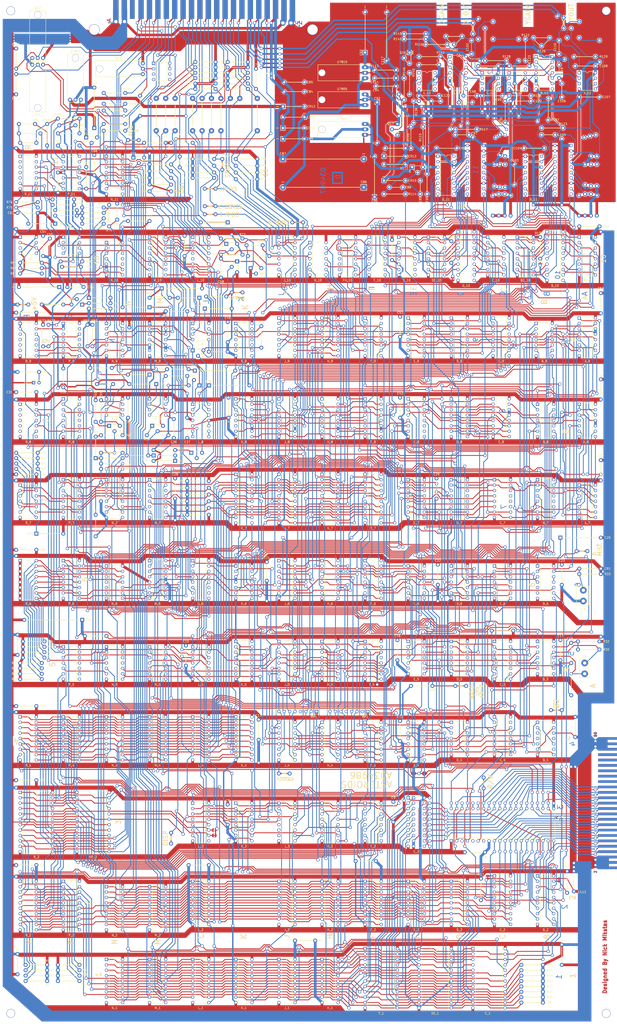
<source format=kicad_pcb>
(kicad_pcb (version 20171130) (host pcbnew "(5.1.5)-3")
  (layers (0 F.Cu signal) (31 B.Cu signal) (34 B.Paste user) (35 F.Paste user) (36 B.SilkS user) (37 F.SilkS user) (38 B.Mask user) (39 F.Mask user) (44 Edge.Cuts user))
  (net 0 "")
  (net 1 GND)
  (net 2 +5V)
  (net 3 AB1)
  (net 4 AB0)
  (net 5 AB3)
  (net 6 AB4)
  (net 7 AB5)
  (net 8 AB6)
  (net 9 AB2)
  (net 10 DB7)
  (net 11 DB6)
  (net 12 DB5)
  (net 13 DB4)
  (net 14 AB9)
  (net 15 AB8)
  (net 16 AB7)
  (net 17 DB3)
  (net 18 DB2)
  (net 19 DB1)
  (net 20 DB0)
  (net 21 "Net-(C_3-Pad3)")
  (net 22 "Net-(C_3-Pad5)")
  (net 23 "Net-(B_5-Pad6)")
  (net 24 "Net-(C_3-Pad7)")
  (net 25 A13)
  (net 26 A14)
  (net 27 "Net-(C_3-Pad35)")
  (net 28 "Net-(C_3-Pad36)")
  (net 29 1.5MHz)
  (net 30 AB10)
  (net 31 ~PROM1)
  (net 32 "Net-(L_1-Pad8)")
  (net 33 ~PROM0)
  (net 34 ~PROM2)
  (net 35 AM7)
  (net 36 AM6)
  (net 37 AM5)
  (net 38 AM4)
  (net 39 AM3)
  (net 40 AM2)
  (net 41 AM1)
  (net 42 AM0)
  (net 43 DDMA0)
  (net 44 DDMA1)
  (net 45 DDMA2)
  (net 46 DDMA3)
  (net 47 DDMA4)
  (net 48 DDMA5)
  (net 49 DDMA6)
  (net 50 DDMA7)
  (net 51 AM10)
  (net 52 ~VROM2)
  (net 53 AM9)
  (net 54 AM8)
  (net 55 R/~WB)
  (net 56 ~BUFFEN)
  (net 57 O2)
  (net 58 VGCK)
  (net 59 AB11)
  (net 60 AB12)
  (net 61 "Net-(D_2-Pad8)")
  (net 62 "Net-(D_2-Pad16)")
  (net 63 "Net-(A_8-Pad4)")
  (net 64 "Net-(A_7-Pad5)")
  (net 65 "Net-(A_8-Pad1)")
  (net 66 "Net-(A_7-Pad9)")
  (net 67 "Net-(A_8-Pad6)")
  (net 68 "Net-(A_7-Pad10)")
  (net 69 "Net-(A_8-Pad9)")
  (net 70 ~STOP)
  (net 71 LOAD8)
  (net 72 LOAD7)
  (net 73 "Net-(RP1-Pad4)")
  (net 74 LOAD9)
  (net 75 LOAD10)
  (net 76 LOAD11)
  (net 77 LOAD12)
  (net 78 "Net-(RP2-Pad2)")
  (net 79 LOAD1)
  (net 80 LOAD2)
  (net 81 LOAD4)
  (net 82 LOAD3)
  (net 83 LOAD5)
  (net 84 LOAD6)
  (net 85 "Net-(M_4-Pad8)")
  (net 86 ~VW)
  (net 87 "Net-(P_6-Pad6)")
  (net 88 "Net-(P_6-Pad5)")
  (net 89 "Net-(P_6-Pad4)")
  (net 90 "Net-(P_6-Pad3)")
  (net 91 "Net-(P_6-Pad10)")
  (net 92 "Net-(P_6-Pad11)")
  (net 93 "Net-(P_6-Pad12)")
  (net 94 "Net-(P_6-Pad13)")
  (net 95 EXPAUD2)
  (net 96 "Net-(R40-Pad2)")
  (net 97 EXPAUD0)
  (net 98 "Net-(R_7-Pad10)")
  (net 99 "Net-(R41-Pad2)")
  (net 100 "Net-(R42-Pad2)")
  (net 101 EXPAUD3)
  (net 102 "Net-(R43-Pad2)")
  (net 103 EXPAUD1)
  (net 104 "Net-(R_8-Pad8)")
  (net 105 "Net-(D_6-Pad1)")
  (net 106 NOISE)
  (net 107 "Net-(R_9-Pad4)")
  (net 108 "Net-(R_9-Pad3)")
  (net 109 "Net-(R_9-Pad5)")
  (net 110 "Net-(R_9-Pad6)")
  (net 111 12KHz)
  (net 112 ~NOISERESET)
  (net 113 "Net-(R_9-Pad10)")
  (net 114 "Net-(R_9-Pad11)")
  (net 115 "Net-(P_5-Pad2)")
  (net 116 "Net-(P_9-Pad1)")
  (net 117 "Net-(C45-Pad1)")
  (net 118 "Net-(R_10-Pad3)")
  (net 119 "Net-(C55-Pad1)")
  (net 120 "Net-(R67-Pad2)")
  (net 121 SHPTHRUSTEN)
  (net 122 "Net-(R75-Pad2)")
  (net 123 LIFESND)
  (net 124 3KHz)
  (net 125 LIFEEN)
  (net 126 "Net-(M_5-Pad3)")
  (net 127 "Net-(N_5-Pad1)")
  (net 128 "Net-(P_5-Pad1)")
  (net 129 "Net-(N_5-Pad6)")
  (net 130 ~OPTS)
  (net 131 EXPITCH0)
  (net 132 ~EXPLODE)
  (net 133 EXPITCH1)
  (net 134 "Net-(L_5-Pad10)")
  (net 135 "Net-(N_6-Pad11)")
  (net 136 "Net-(D_6-Pad3)")
  (net 137 "Net-(P_8-Pad11)")
  (net 138 "Net-(P_8-Pad12)")
  (net 139 "Net-(P_8-Pad13)")
  (net 140 "Net-(P_8-Pad14)")
  (net 141 "Net-(L_5-Pad1)")
  (net 142 "Net-(P_9-Pad4)")
  (net 143 "Net-(P_9-Pad3)")
  (net 144 "Net-(P_9-Pad5)")
  (net 145 "Net-(P_9-Pad6)")
  (net 146 "Net-(P_9-Pad10)")
  (net 147 "Net-(P_9-Pad11)")
  (net 148 "Net-(P_9-Pad13)")
  (net 149 "Net-(P_10-Pad2)")
  (net 150 "Net-(P_10-Pad3)")
  (net 151 SAUCRSND)
  (net 152 "Net-(C56-Pad2)")
  (net 153 "Net-(C56-Pad1)")
  (net 154 "Net-(C46-Pad1)")
  (net 155 +12V)
  (net 156 SHPSND)
  (net 157 "Net-(C69-Pad2)")
  (net 158 "Net-(C68-Pad2)")
  (net 159 "Net-(C67-Pad1)")
  (net 160 RAMSEL)
  (net 161 "Net-(N_5-Pad8)")
  (net 162 TIMER3)
  (net 163 TIMER1)
  (net 164 "Net-(M_7-Pad9)")
  (net 165 ~LATCH2)
  (net 166 "Net-(N_7-Pad2)")
  (net 167 "Net-(N_7-Pad5)")
  (net 168 "Net-(N_7-Pad7)")
  (net 169 ~THUMP)
  (net 170 "Net-(N_7-Pad10)")
  (net 171 "Net-(N_7-Pad12)")
  (net 172 "Net-(N_7-Pad14)")
  (net 173 "Net-(C33-Pad1)")
  (net 174 "Net-(C32-Pad1)")
  (net 175 "Net-(N_8-Pad7)")
  (net 176 "Net-(M_9-Pad12)")
  (net 177 SHPFIREEN)
  (net 178 "Net-(M_10-Pad6)")
  (net 179 ~SAUCRSEL)
  (net 180 "Net-(N_9-Pad6)")
  (net 181 "Net-(N_9-Pad8)")
  (net 182 "Net-(M_9-Pad5)")
  (net 183 SAUCRFIREEN)
  (net 184 "Net-(N_10-Pad13)")
  (net 185 SAUCRSNDEN)
  (net 186 "Net-(CR7-Pad2)")
  (net 187 "Net-(N_10-Pad8)")
  (net 188 "Net-(N_11-Pad5)")
  (net 189 "Net-(N_11-Pad7)")
  (net 190 ~OUT)
  (net 191 "Net-(N_11-Pad10)")
  (net 192 ~VRAM)
  (net 193 "Net-(L_5-Pad4)")
  (net 194 "Net-(K_3-Pad7)")
  (net 195 ~O2)
  (net 196 ~ZPAGE)
  (net 197 "Net-(F_6-Pad9)")
  (net 198 "Net-(M_6-Pad3)")
  (net 199 "Net-(E_7-Pad13)")
  (net 200 "Net-(M_6-Pad1)")
  (net 201 "Net-(E_7-Pad14)")
  (net 202 "Net-(F_6-Pad4)")
  (net 203 "Net-(M_6-Pad8)")
  (net 204 "Net-(E_7-Pad15)")
  (net 205 "Net-(M_6-Pad10)")
  (net 206 "Net-(F_6-Pad12)")
  (net 207 "Net-(M_6-Pad14)")
  (net 208 "Net-(E_7-Pad12)")
  (net 209 "Net-(F_6-Pad7)")
  (net 210 SCALE1)
  (net 211 "Net-(M_7-Pad3)")
  (net 212 SCALE3)
  (net 213 "Net-(M_7-Pad6)")
  (net 214 "Net-(M_7-Pad11)")
  (net 215 SCALE2)
  (net 216 SCALE0)
  (net 217 "Net-(M_7-Pad14)")
  (net 218 "Net-(C35-Pad1)")
  (net 219 "Net-(CR6-Pad1)")
  (net 220 "Net-(C36-Pad1)")
  (net 221 "Net-(M_8-Pad7)")
  (net 222 "Net-(C38-Pad1)")
  (net 223 "Net-(C48-Pad2)")
  (net 224 "Net-(C39-Pad2)")
  (net 225 "Net-(C47-Pad1)")
  (net 226 "Net-(M_10-Pad11)")
  (net 227 "Net-(M_10-Pad12)")
  (net 228 ~AUDIO)
  (net 229 "Net-(L_3-Pad4)")
  (net 230 ~PMEM)
  (net 231 "Net-(L_3-Pad9)")
  (net 232 ~VROM1)
  (net 233 AM12)
  (net 234 AM11)
  (net 235 "Net-(C_8-Pad7)")
  (net 236 ~WDCLR)
  (net 237 ~DMAGO)
  (net 238 ~DMACNT)
  (net 239 "Net-(L_6-Pad10)")
  (net 240 "Net-(L_6-Pad11)")
  (net 241 "Net-(E_5-Pad8)")
  (net 242 "Net-(L_8-Pad1)")
  (net 243 "Net-(L_8-Pad2)")
  (net 244 "Net-(L_8-Pad6)")
  (net 245 "Net-(L_8-Pad8)")
  (net 246 "Net-(L_8-Pad14)")
  (net 247 "Net-(C50-Pad1)")
  (net 248 "Net-(CR8-Pad1)")
  (net 249 "Net-(C40-Pad1)")
  (net 250 "Net-(L_9-Pad7)")
  (net 251 "Net-(L_10-Pad4)")
  (net 252 HALT)
  (net 253 "Net-(L_10-Pad5)")
  (net 254 ~SINP0)
  (net 255 ~TEST)
  (net 256 ADMA10)
  (net 257 ~VMEM)
  (net 258 "Net-(J_3-Pad5)")
  (net 259 "Net-(J_3-Pad6)")
  (net 260 "Net-(J_3-Pad7)")
  (net 261 ADMA8)
  (net 262 ADMA9)
  (net 263 WRB)
  (net 264 ADMA12)
  (net 265 ADMA11)
  (net 266 WRA)
  (net 267 GR)
  (net 268 GW)
  (net 269 "Net-(H_5-Pad12)")
  (net 270 ~DMALD)
  (net 271 "Net-(J_5-Pad12)")
  (net 272 "Net-(J_5-Pad13)")
  (net 273 DVY6)
  (net 274 DVY7)
  (net 275 TIMER0)
  (net 276 DVY9)
  (net 277 DVY8)
  (net 278 DVY10)
  (net 279 DVY11)
  (net 280 ~ALPHANUM)
  (net 281 DVX1)
  (net 282 DVX3)
  (net 283 DVX5)
  (net 284 DVX7)
  (net 285 DVX6)
  (net 286 DVX4)
  (net 287 DVX2)
  (net 288 DVX0)
  (net 289 "Net-(J_8-Pad5)")
  (net 290 "Net-(H_10-Pad5)")
  (net 291 "Net-(J_8-Pad7)")
  (net 292 "Net-(J_8-Pad10)")
  (net 293 "Net-(J_8-Pad12)")
  (net 294 ~GO*)
  (net 295 ~GO)
  (net 296 UNMDACY1)
  (net 297 UNMDACY2)
  (net 298 DVY1)
  (net 299 UNMDACY3)
  (net 300 UNMDACY4)
  (net 301 DVY3)
  (net 302 DVY2)
  (net 303 ~LDSTROBE)
  (net 304 "Net-(J_9-Pad12)")
  (net 305 "Net-(H_9-Pad4)")
  (net 306 "Net-(F_9-Pad14)")
  (net 307 DVY0)
  (net 308 "Net-(J_10-Pad5)")
  (net 309 ~SINP1)
  (net 310 "Net-(K_5-Pad6)")
  (net 311 "Net-(K_5-Pad7)")
  (net 312 "Net-(K_5-Pad12)")
  (net 313 "Net-(K_5-Pad13)")
  (net 314 "Net-(K_5-Pad14)")
  (net 315 "Net-(F_7-Pad1)")
  (net 316 "Net-(H_7-Pad1)")
  (net 317 "Net-(B_9-Pad8)")
  (net 318 ~DMAPUSH)
  (net 319 "Net-(K_6-Pad11)")
  (net 320 "Net-(B_9-Pad3)")
  (net 321 ~LATCH3)
  (net 322 DVX9)
  (net 323 DVX11)
  (net 324 DVX10)
  (net 325 DVX8)
  (net 326 "Net-(K_8-Pad6)")
  (net 327 "Net-(K_9-Pad4)")
  (net 328 "Net-(H_10-Pad3)")
  (net 329 ~BLANK)
  (net 330 BVLD)
  (net 331 "Net-(K_9-Pad5)")
  (net 332 "Net-(K_9-Pad6)")
  (net 333 3MHz)
  (net 334 "Net-(K_9-Pad10)")
  (net 335 "Net-(K_9-Pad11)")
  (net 336 "Net-(K_9-Pad12)")
  (net 337 "Net-(K_9-Pad13)")
  (net 338 ADMA2)
  (net 339 ADMA1)
  (net 340 ADMA0)
  (net 341 ADMA3)
  (net 342 ADMA5)
  (net 343 ADMA6)
  (net 344 ADMA7)
  (net 345 ADMA4)
  (net 346 "Net-(B_4-Pad4)")
  (net 347 "Net-(B_4-Pad3)")
  (net 348 "Net-(B_4-Pad1)")
  (net 349 "Net-(B_4-Pad5)")
  (net 350 "Net-(B_4-Pad13)")
  (net 351 "Net-(B_4-Pad9)")
  (net 352 "Net-(B_4-Pad11)")
  (net 353 6MHz)
  (net 354 "Net-(C_4-Pad15)")
  (net 355 "Net-(D_4-Pad5)")
  (net 356 "Net-(B_9-Pad10)")
  (net 357 "Net-(D_4-Pad9)")
  (net 358 "Net-(B_6-Pad10)")
  (net 359 "Net-(D_4-Pad11)")
  (net 360 "Net-(D_4-Pad12)")
  (net 361 "Net-(B_8-Pad6)")
  (net 362 "Net-(F_5-Pad12)")
  (net 363 "Net-(F_5-Pad13)")
  (net 364 "Net-(C_6-Pad8)")
  (net 365 "Net-(E_4-Pad7)")
  (net 366 "Net-(D_6-Pad5)")
  (net 367 "Net-(H_5-Pad13)")
  (net 368 YVLD)
  (net 369 ~UNMDACY12)
  (net 370 UNMDACY11)
  (net 371 "Net-(FH_10-Pad5)")
  (net 372 "Net-(FH_10-Pad6)")
  (net 373 "Net-(FH_10-Pad7)")
  (net 374 DACY9)
  (net 375 UNMDACY9)
  (net 376 DACY10)
  (net 377 UNMDACY10)
  (net 378 "Net-(B_6-Pad4)")
  (net 379 TIMER2)
  (net 380 ~LATCH1)
  (net 381 DVY4)
  (net 382 DVY5)
  (net 383 "Net-(F_8-Pad5)")
  (net 384 "Net-(F_8-Pad6)")
  (net 385 "Net-(F_8-Pad7)")
  (net 386 "Net-(F_9-Pad4)")
  (net 387 "Net-(F_9-Pad7)")
  (net 388 "Net-(F_9-Pad12)")
  (net 389 "Net-(F_9-Pad13)")
  (net 390 YVLD*)
  (net 391 DACY10*)
  (net 392 DACY9*)
  (net 393 XVLD*)
  (net 394 XVLD)
  (net 395 DACX9*)
  (net 396 DACX9)
  (net 397 DACX10)
  (net 398 DACX10*)
  (net 399 ~LATCH0)
  (net 400 "Net-(H_8-Pad5)")
  (net 401 "Net-(H_10-Pad9)")
  (net 402 "Net-(H_8-Pad7)")
  (net 403 UNMDACY5)
  (net 404 UNMDACY6)
  (net 405 UNMDACY7)
  (net 406 UNMDACY8)
  (net 407 "Net-(H_9-Pad12)")
  (net 408 "Net-(C59-Pad2)")
  (net 409 GO)
  (net 410 "Net-(C_9-Pad14)")
  (net 411 ~UNMDACX12)
  (net 412 "Net-(C_9-Pad7)")
  (net 413 DACY4)
  (net 414 DACY2)
  (net 415 DACY1)
  (net 416 DACY3)
  (net 417 DACY8)
  (net 418 DACY6)
  (net 419 DACY5)
  (net 420 DACY7)
  (net 421 DACY8*)
  (net 422 DACY7*)
  (net 423 DACY6*)
  (net 424 DACY5*)
  (net 425 DACY1*)
  (net 426 DACY2*)
  (net 427 DACY3*)
  (net 428 DACY4*)
  (net 429 DACX4)
  (net 430 UNMDACX4)
  (net 431 UNMDACX11)
  (net 432 UNMDACX2)
  (net 433 DACX2)
  (net 434 DACX1)
  (net 435 UNMDACX1)
  (net 436 DACX3)
  (net 437 UNMDACX3)
  (net 438 DACX8)
  (net 439 UNMDACX8)
  (net 440 UNMDACX6)
  (net 441 DACX6)
  (net 442 DACX5)
  (net 443 UNMDACX5)
  (net 444 DACX7)
  (net 445 UNMDACX7)
  (net 446 DACX8*)
  (net 447 DACX7*)
  (net 448 DACX6*)
  (net 449 DACX5*)
  (net 450 DACX1*)
  (net 451 DACX2*)
  (net 452 DACX3*)
  (net 453 DACX4*)
  (net 454 UNMDACX10)
  (net 455 "Net-(E_10-Pad9)")
  (net 456 "Net-(E_10-Pad10)")
  (net 457 "Net-(E_10-Pad11)")
  (net 458 UNMDACX9)
  (net 459 "Net-(A_9-Pad2)")
  (net 460 ~HALT)
  (net 461 ~HALTSTROBE)
  (net 462 "Net-(A_9-Pad15)")
  (net 463 "Net-(A_7-Pad8)")
  (net 464 "Net-(B_9-Pad6)")
  (net 465 "Net-(C_9-Pad4)")
  (net 466 "Net-(C_9-Pad12)")
  (net 467 "Net-(C_9-Pad13)")
  (net 468 "Net-(D_9-Pad4)")
  (net 469 "Net-(D_9-Pad12)")
  (net 470 "Net-(E_9-Pad12)")
  (net 471 "Net-(B_5-Pad2)")
  (net 472 "Net-(B_5-Pad5)")
  (net 473 "Net-(B_5-Pad8)")
  (net 474 "Net-(B_5-Pad12)")
  (net 475 "Net-(B_5-Pad10)")
  (net 476 "Net-(B_5-Pad11)")
  (net 477 "Net-(B_5-Pad13)")
  (net 478 ~GOSTROBE)
  (net 479 "Net-(B_6-Pad11)")
  (net 480 "Net-(A_6-Pad2)")
  (net 481 "Net-(B_7-Pad4)")
  (net 482 "Net-(B_7-Pad3)")
  (net 483 "Net-(B_7-Pad5)")
  (net 484 "Net-(B_7-Pad10)")
  (net 485 "Net-(B_7-Pad11)")
  (net 486 "Net-(B_7-Pad12)")
  (net 487 "Net-(B_7-Pad13)")
  (net 488 "Net-(B_7-Pad14)")
  (net 489 "Net-(B_8-Pad3)")
  (net 490 "Net-(D_5-Pad4)")
  (net 491 "Net-(D_5-Pad3)")
  (net 492 "Net-(C_6-Pad6)")
  (net 493 "Net-(D_5-Pad5)")
  (net 494 "Net-(D_5-Pad13)")
  (net 495 "Net-(D_5-Pad9)")
  (net 496 "Net-(D_5-Pad10)")
  (net 497 "Net-(D_5-Pad11)")
  (net 498 "Net-(D_6-Pad4)")
  (net 499 "Net-(C_6-Pad10)")
  (net 500 "Net-(D_6-Pad11)")
  (net 501 "Net-(D_7-Pad4)")
  (net 502 "Net-(D_7-Pad5)")
  (net 503 "Net-(D_7-Pad6)")
  (net 504 "Net-(D_7-Pad11)")
  (net 505 "Net-(D_7-Pad12)")
  (net 506 "Net-(D_7-Pad13)")
  (net 507 "Net-(D_7-Pad14)")
  (net 508 "Net-(C_7-Pad10)")
  (net 509 "Net-(C_8-Pad10)")
  (net 510 "Net-(D_8-Pad3)")
  (net 511 "Net-(D_8-Pad2)")
  (net 512 "Net-(C_8-Pad6)")
  (net 513 "Net-(C_8-Pad12)")
  (net 514 "Net-(C_8-Pad11)")
  (net 515 "Net-(C_8-Pad9)")
  (net 516 "Net-(C_8-Pad2)")
  (net 517 "Net-(C_8-Pad1)")
  (net 518 "Net-(E_6-Pad10)")
  (net 519 "Net-(C_8-Pad3)")
  (net 520 "Net-(C_7-Pad3)")
  (net 521 "Net-(C_7-Pad4)")
  (net 522 "Net-(C_7-Pad5)")
  (net 523 "Net-(C_7-Pad6)")
  (net 524 "Net-(E_8-Pad10)")
  (net 525 "Net-(E_8-Pad11)")
  (net 526 "Net-(C_5-Pad11)")
  (net 527 "Net-(C_5-Pad12)")
  (net 528 "Net-(C_5-Pad13)")
  (net 529 "Net-(C_5-Pad14)")
  (net 530 "Net-(C88-Pad2)")
  (net 531 ~VGCK*)
  (net 532 "Net-(C_7-Pad11)")
  (net 533 "Net-(C_7-Pad12)")
  (net 534 "Net-(C_7-Pad13)")
  (net 535 "Net-(C_7-Pad14)")
  (net 536 "Net-(N_6-Pad4)")
  (net 537 "Net-(N_6-Pad3)")
  (net 538 "Net-(N_6-Pad1)")
  (net 539 "Net-(N_6-Pad2)")
  (net 540 "Net-(N_6-Pad5)")
  (net 541 "Net-(N_6-Pad6)")
  (net 542 C1)
  (net 543 L1)
  (net 544 R1)
  (net 545 "Net-(Q7-Pad2)")
  (net 546 "Net-(R_8-Pad4)")
  (net 547 "Net-(R_8-Pad3)")
  (net 548 "Net-(R_8-Pad1)")
  (net 549 "Net-(R_8-Pad2)")
  (net 550 "Net-(R_8-Pad5)")
  (net 551 "Net-(R_8-Pad6)")
  (net 552 RST_)
  (net 553 R_W)
  (net 554 A9)
  (net 555 A8)
  (net 556 A10)
  (net 557 A12)
  (net 558 A11)
  (net 559 O_2)
  (net 560 A6)
  (net 561 A5)
  (net 562 A3)
  (net 563 A1)
  (net 564 A2)
  (net 565 A0)
  (net 566 A4)
  (net 567 A7)
  (net 568 A15)
  (net 569 D7)
  (net 570 D6)
  (net 571 D5)
  (net 572 D4)
  (net 573 D3)
  (net 574 D2)
  (net 575 D1)
  (net 576 D0)
  (net 577 STRT_1_LED_)
  (net 578 STRT_2_LED_)
  (net 579 AUDIO_1_)
  (net 580 AUDIO_2_)
  (net 581 "Net-(J21-Pad44)")
  (net 582 "Net-(J21-Pad42)")
  (net 583 "Net-(J21-Pad40)")
  (net 584 "Net-(J21-Pad38)")
  (net 585 "Net-(J21-Pad36)")
  (net 586 "Net-(J21-Pad34)")
  (net 587 "Net-(J21-Pad33)")
  (net 588 "Net-(J21-Pad35)")
  (net 589 "Net-(J21-Pad37)")
  (net 590 "Net-(J21-Pad39)")
  (net 591 "Net-(J21-Pad41)")
  (net 592 "Net-(J21-Pad43)")
  (net 593 36_VAC2_)
  (net 594 NO_CON)
  (net 595 Y_OUT_)
  (net 596 X_OUT_)
  (net 597 "Net-(J20-Pad16)")
  (net 598 ROT_LEFT_)
  (net 599 THRUST_)
  (net 600 L_CN_SW_)
  (net 601 C_CN_SW_)
  (net 602 HYPRSPC_)
  (net 603 SLAM_)
  (net 604 PLAYER_2_)
  (net 605 "Net-(J20-Pad3)")
  (net 606 "Net-(J20-PadC)")
  (net 607 "Net-(J20-PadH)")
  (net 608 PLAYER_1_)
  (net 609 DIAG_STEP_)
  (net 610 SELF_TEST_)
  (net 611 Z_OUT_)
  (net 612 STRT_1_SW_)
  (net 613 STRT_2_SW_)
  (net 614 R_COIN_SW_)
  (net 615 ROT_RIGHT_)
  (net 616 FIRE_)
  (net 617 36VAC1_)
  (net 618 EXPLOSND)
  (net 619 "Net-(C27-Pad1)")
  (net 620 "Net-(CR2-Pad2)")
  (net 621 "Net-(Q1-Pad1)")
  (net 622 "Net-(CR4-Pad1)")
  (net 623 "Net-(Q3-Pad1)")
  (net 624 "Net-(C62-Pad2)")
  (net 625 "Net-(C67-Pad2)")
  (net 626 SAUCRFIRESND)
  (net 627 THUMPSND)
  (net 628 SHPFIRESND)
  (net 629 "Net-(Q14-Pad2)")
  (net 630 "Net-(A_12-Pad2)")
  (net 631 "Net-(A_12-Pad3)")
  (net 632 "Net-(A_12-Pad7)")
  (net 633 +15V)
  (net 634 "Net-(BC_12-Pad3)")
  (net 635 "Net-(BC_12-Pad2)")
  (net 636 -15V)
  (net 637 +5DAC)
  (net 638 "Net-(B_11-Pad16)")
  (net 639 "Net-(B_12-Pad1)")
  (net 640 SHCON)
  (net 641 "Net-(B_12-Pad11)")
  (net 642 NINV)
  (net 643 INV)
  (net 644 "Net-(C102-Pad1)")
  (net 645 "Net-(C_12-Pad3)")
  (net 646 "Net-(C_12-Pad5)")
  (net 647 "Net-(C97-Pad2)")
  (net 648 "Net-(C97-Pad1)")
  (net 649 "Net-(D_11-Pad16)")
  (net 650 "Net-(D_12-Pad4)")
  (net 651 "Net-(C119-Pad1)")
  (net 652 "Net-(C98-Pad1)")
  (net 653 "Net-(E_12-Pad2)")
  (net 654 "Net-(E_12-Pad3)")
  (net 655 "Net-(M_12-Pad3)")
  (net 656 "Net-(M_12-Pad4)")
  (net 657 "Net-(M_12-Pad5)")
  (net 658 "Net-(M_12-Pad6)")
  (net 659 PR29)
  (net 660 PR27)
  (net 661 "Net-(CR3-Pad1)")
  (net 662 "Net-(Q2-Pad1)")
  (net 663 "Net-(L_8-Pad13)")
  (net 664 "Net-(J_10-Pad4)")
  (net 665 "Net-(J_10-Pad3)")
  (net 666 "Net-(J_10-Pad2)")
  (net 667 "Net-(J_10-Pad1)")
  (net 668 "Net-(J_10-Pad15)")
  (net 669 "Net-(L3-Pad2)")
  (net 670 "Net-(L4-Pad2)")
  (net 671 "Net-(CR5-Pad2)")
  (net 672 "Net-(Q6-Pad1)")
  (net 673 "Net-(C58-Pad1)")
  (net 674 "Net-(C59-Pad1)")
  (net 675 "Net-(C113-Pad1)")
  (net 676 "Net-(R_11-Pad1)")
  (net 677 "Net-(R_11-Pad2)")
  (net 678 "Net-(R_11-Pad13)")
  (net 679 "Net-(P_11-Pad9)")
  (net 680 "Net-(P_11-Pad13)")
  (net 681 "Net-(C88-Pad1)")
  (net 682 22V0)
  (net 683 "Net-(C64-Pad1)")
  (net 684 "Net-(Q11-Pad1)")
  (net 685 "Net-(Q12-Pad1)")
  (net 686 "Net-(Q13-Pad1)")
  (net 687 "Net-(N_11-Pad2)")
  (net 688 "Net-(N_11-Pad15)")
  (net 689 "Net-(C86-Pad1)")
  (net 690 "Net-(D_11A1-Pad14)")
  (net 691 "Net-(D_11A1-Pad15)")
  (net 692 "Net-(D_11A1-Pad16)")
  (net 693 "Net-(D_11A1-Pad18)")
  (net 694 "Net-(B_11A1-Pad16)")
  (net 695 "Net-(B_11A1-Pad15)")
  (net 696 "Net-(B_11A1-Pad14)")
  (net 697 "Net-(Q16-Pad2)")
  (net 698 "Net-(Q17-Pad2)")
  (net 699 -8.2V)
  (net 700 +8.2V)
  (net 701 "Net-(BC_12-Pad6)")
  (net 702 "Net-(T10-Pad1)")
  (net 703 "Net-(T12-Pad1)")
  (net 704 "Net-(T14-Pad1)")
  (net 705 "Net-(T16-Pad1)")
  (net 706 "Net-(A_12-Pad5)")
  (net 707 Y_DAC)
  (module Asteroids:GenericR (layer F.Cu) (at 43.815 479.425 90)
    (fp_text reference R2 (at 0 7.62 180) (layer F.SilkS))
    (fp_text value 22K hide)
    (pad 1 thru_hole circle (at 0 5.08 90) (size 1.905 1.905) (drill 1.016) (layers *.Cu *.Mask) (net 2 +5V))
    (pad 2 thru_hole circle (at 0 -5.08 90) (size 1.905 1.905) (drill 1.016) (layers *.Cu *.Mask) (net 48 DDMA5))
  )
  (module Asteroids:GenericR (layer F.Cu) (at 43.815 474.345 90)
    (fp_text reference R4 (at 1.905 5.08 180) (layer F.SilkS))
    (fp_text value 22K hide)
    (pad 1 thru_hole circle (at 0 5.08 90) (size 1.905 1.905) (drill 1.016) (layers *.Cu *.Mask) (net 2 +5V))
    (pad 2 thru_hole circle (at 0 -5.08 90) (size 1.905 1.905) (drill 1.016) (layers *.Cu *.Mask) (net 50 DDMA7))
  )
  (module Asteroids:GenericQ (layer F.Cu) (at 138.43 145.415 270)
    (fp_text reference Q7 (at -2.54 2.54) (layer F.SilkS))
    (fp_text value 2N3906 hide)
    (pad 3 thru_hole circle (at 2.54 0 270) (size 1.905 1.905) (drill 1.016) (layers *.Cu *.Mask) (net 1 GND))
    (pad 1 thru_hole rect (at -2.54 0 270) (size 1.905 1.905) (drill 1.016) (layers *.Cu *.Mask) (net 673 "Net-(C58-Pad1)"))
    (pad 2 thru_hole circle (at 0 2.54 270) (size 1.905 1.905) (drill 1.016) (layers *.Cu *.Mask) (net 545 "Net-(Q7-Pad2)"))
  )
  (module Asteroids:TantC2 (layer F.Cu) (at 127.381 194.31)
    (fp_text reference C39 (at -9.271 -1.905) (layer F.SilkS))
    (fp_text value 10uf hide)
    (pad 1 thru_hole circle (at 10.16 0) (size 1.905 1.905) (drill 1.016) (layers *.Cu *.Mask) (net 1 GND))
    (pad 2 thru_hole rect (at -8.89 0) (size 1.905 1.905) (drill 1.016) (layers *.Cu *.Mask) (net 224 "Net-(C39-Pad2)"))
  )
  (module Asteroids:GenericC (layer F.Cu) (at 297.815 362.585 180)
    (fp_text reference C13 (at 0 6.985) (layer F.SilkS))
    (fp_text value .1uF hide)
    (pad 1 thru_hole circle (at 0 5.08 180) (size 1.905 1.905) (drill 1.016) (layers *.Cu *.Mask) (net 2 +5V))
    (pad 2 thru_hole circle (at 0 -4.445 180) (size 1.905 1.905) (drill 1.016) (layers *.Cu *.Mask) (net 1 GND))
  )
  (module Asteroids:DIP8 (layer F.Cu) (at 257.81 57.785)
    (fp_text reference C_12 (at 0 5.715 180) (layer F.SilkS))
    (fp_text value 082 hide)
    (pad 2 thru_hole circle (at -3.81 -1.27) (size 1.524 1.524) (drill 1.016) (layers *.Cu *.Mask) (net 644 "Net-(C102-Pad1)"))
    (pad 1 thru_hole rect (at -3.81 -3.81) (size 1.524 1.524) (drill 1.016) (layers *.Cu *.Mask) (net 596 X_OUT_))
    (pad 3 thru_hole circle (at -3.81 1.27) (size 1.524 1.524) (drill 1.016) (layers *.Cu *.Mask) (net 645 "Net-(C_12-Pad3)"))
    (pad 4 thru_hole circle (at -3.81 3.81) (size 1.524 1.524) (drill 1.016) (layers *.Cu *.Mask) (net 636 -15V))
    (pad 5 thru_hole circle (at 3.81 3.81) (size 1.524 1.524) (drill 1.016) (layers *.Cu *.Mask) (net 646 "Net-(C_12-Pad5)"))
    (pad 6 thru_hole circle (at 3.81 1.27) (size 1.524 1.524) (drill 1.016) (layers *.Cu *.Mask) (net 647 "Net-(C97-Pad2)"))
    (pad 7 thru_hole circle (at 3.81 -1.27) (size 1.524 1.524) (drill 1.016) (layers *.Cu *.Mask) (net 648 "Net-(C97-Pad1)"))
    (pad 8 thru_hole circle (at 3.81 -3.81) (size 1.524 1.524) (drill 1.016) (layers *.Cu *.Mask) (net 633 +15V))
  )
  (module Asteroids:VIA3 (layer F.Cu) (at 62.23 46.99)
    (fp_text reference "" hide)
    (fp_text value "" hide)
    (pad 1 thru_hole circle (at 0 0) (size 3.302 3.302) (drill 3.175) (layers *.Cu *.Mask))
  )
  (module Asteroids:VIA3 (layer F.Cu) (at 73.66 52.07)
    (fp_text reference "" hide)
    (fp_text value "" hide)
    (pad 1 thru_hole circle (at 0 0) (size 3.302 3.302) (drill 3.175) (layers *.Cu *.Mask))
  )
  (module Asteroids:VIA3 (layer F.Cu) (at 44.45 70.485)
    (fp_text reference "" hide)
    (fp_text value "" hide)
    (pad 1 thru_hole circle (at 0 0) (size 3.302 3.302) (drill 3.175) (layers *.Cu *.Mask))
  )
  (module Asteroids:VIA3 (layer F.Cu) (at 163.83 30.48)
    (fp_text reference "" hide)
    (fp_text value "" hide)
    (pad 1 thru_hole circle (at 0 0) (size 2.54 2.54) (drill 1.524) (layers *.Cu *.Mask) (net 1 GND))
  )
  (module Asteroids:VIA3 (layer F.Cu) (at 160.02 30.48)
    (fp_text reference "" hide)
    (fp_text value "" hide)
    (pad 1 thru_hole circle (at 0 0) (size 2.54 2.54) (drill 1.524) (layers *.Cu *.Mask) (net 2 +5V))
  )
  (module Asteroids:VIA3 (layer F.Cu) (at 102.87 34.29)
    (fp_text reference "" hide)
    (fp_text value "" hide)
    (pad 1 thru_hole circle (at 0 0) (size 1.524 1.524) (drill 1.016) (layers *.Cu *.Mask) (net 543 L1))
  )
  (module Asteroids:VIA3 (layer F.Cu) (at 154.559 30.48)
    (fp_text reference "" hide)
    (fp_text value "" hide)
    (pad 1 thru_hole circle (at 0 0) (size 1.524 1.524) (drill 1.016) (layers *.Cu *.Mask) (net 617 36VAC1_))
  )
  (module Asteroids:VIA3 (layer F.Cu) (at 152.4 30.48)
    (fp_text reference "" hide)
    (fp_text value "" hide)
    (pad 1 thru_hole circle (at 0 0) (size 1.524 1.524) (drill 1.016) (layers *.Cu *.Mask) (net 552 RST_))
  )
  (module Asteroids:VIA3 (layer F.Cu) (at 109.22 32.385)
    (fp_text reference "" hide)
    (fp_text value "" hide)
    (pad 1 thru_hole circle (at 0 0) (size 1.524 1.524) (drill 1.016) (layers *.Cu *.Mask) (net 542 C1))
  )
  (module Asteroids:VIA3 (layer F.Cu) (at 93.345 32.385)
    (fp_text reference "" hide)
    (fp_text value "" hide)
    (pad 1 thru_hole circle (at 0 0) (size 1.524 1.524) (drill 1.016) (layers *.Cu *.Mask) (net 542 C1))
  )
  (module Asteroids:VIA3 (layer F.Cu) (at 106.045 30.48)
    (fp_text reference "" hide)
    (fp_text value "" hide)
    (pad 1 thru_hole circle (at 0 0) (size 1.524 1.524) (drill 1.016) (layers *.Cu *.Mask) (net 608 PLAYER_1_))
  )
  (module Asteroids:VIA3 (layer F.Cu) (at 312.42 24.765)
    (fp_text reference "" hide)
    (fp_text value "" hide)
    (pad 1 thru_hole circle (at 0 0) (size 4.064 4.064) (drill 3.81) (layers *.Cu *.Mask) (net 1 GND))
  )
  (module Asteroids:VIA3 (layer F.Cu) (at 31.75 24.765)
    (fp_text reference "" hide)
    (fp_text value "" hide)
    (pad 1 thru_hole circle (at 0 0) (size 4.064 4.064) (drill 3.81) (layers *.Cu *.Mask))
  )
  (module Asteroids:VIA3 (layer F.Cu) (at 312.42 497.205)
    (fp_text reference "" hide)
    (fp_text value "" hide)
    (pad 1 thru_hole circle (at 0 0) (size 4.064 4.064) (drill 3.81) (layers *.Cu *.Mask))
  )
  (module Asteroids:VIA1 (layer F.Cu) (at 59.69 38.735)
    (fp_text reference "" (at -0.635 2.54) (layer F.SilkS))
    (fp_text value "")
    (pad 1 thru_hole circle (at 0 0) (size 1.016 1.016) (drill 0.508) (layers *.Cu *.Mask) (net 1 GND))
  )
  (module Asteroids:VIA3 (layer F.Cu) (at 287.655 398.145)
    (fp_text reference "" hide)
    (fp_text value "" hide)
    (pad 1 thru_hole circle (at 0 0) (size 1.524 1.524) (drill 1.016) (layers *.Cu *.Mask) (net 1 GND))
  )
  (module Asteroids:6502A (layer F.Cu) (at 263.525 408.305 90)
    (fp_text reference C_3 (at 0 27.94 180) (layer F.SilkS))
    (fp_text value 6502A hide)
    (pad 1 thru_hole rect (at -7.62 -24.13 90) (size 1.524 1.524) (drill 1.016) (layers *.Cu *.Mask) (net 1 GND))
    (pad 2 thru_hole circle (at -7.62 -21.59 90) (size 1.524 1.524) (drill 1.016) (layers *.Cu *.Mask) (net 659 PR29))
    (pad 3 thru_hole circle (at -7.62 -19.05 90) (size 1.524 1.524) (drill 1.016) (layers *.Cu *.Mask) (net 21 "Net-(C_3-Pad3)"))
    (pad 4 thru_hole circle (at -7.62 -16.51 90) (size 1.524 1.524) (drill 1.016) (layers *.Cu *.Mask) (net 659 PR29))
    (pad 5 thru_hole circle (at -7.62 -13.97 90) (size 1.524 1.524) (drill 1.016) (layers *.Cu *.Mask) (net 22 "Net-(C_3-Pad5)"))
    (pad 6 thru_hole circle (at -7.62 -11.43 90) (size 1.524 1.524) (drill 1.016) (layers *.Cu *.Mask) (net 23 "Net-(B_5-Pad6)"))
    (pad 7 thru_hole circle (at -7.62 -8.89 90) (size 1.524 1.524) (drill 1.016) (layers *.Cu *.Mask) (net 24 "Net-(C_3-Pad7)"))
    (pad 8 thru_hole circle (at -7.62 -6.35 90) (size 1.524 1.524) (drill 1.016) (layers *.Cu *.Mask) (net 2 +5V))
    (pad 9 thru_hole circle (at -7.62 -3.81 90) (size 1.524 1.524) (drill 1.016) (layers *.Cu *.Mask) (net 565 A0))
    (pad 10 thru_hole circle (at -7.62 -1.27 90) (size 1.524 1.524) (drill 1.016) (layers *.Cu *.Mask) (net 563 A1))
    (pad 11 thru_hole circle (at -7.62 1.27 90) (size 1.524 1.524) (drill 1.016) (layers *.Cu *.Mask) (net 564 A2))
    (pad 12 thru_hole circle (at -7.62 3.81 90) (size 1.524 1.524) (drill 1.016) (layers *.Cu *.Mask) (net 562 A3))
    (pad 13 thru_hole circle (at -7.62 6.35 90) (size 1.524 1.524) (drill 1.016) (layers *.Cu *.Mask) (net 566 A4))
    (pad 14 thru_hole circle (at -7.62 8.89 90) (size 1.524 1.524) (drill 1.016) (layers *.Cu *.Mask) (net 561 A5))
    (pad 15 thru_hole circle (at -7.62 11.43 90) (size 1.524 1.524) (drill 1.016) (layers *.Cu *.Mask) (net 560 A6))
    (pad 16 thru_hole circle (at -7.62 13.97 90) (size 1.524 1.524) (drill 1.016) (layers *.Cu *.Mask) (net 567 A7))
    (pad 17 thru_hole circle (at -7.62 16.51 90) (size 1.524 1.524) (drill 1.016) (layers *.Cu *.Mask) (net 555 A8))
    (pad 18 thru_hole circle (at -7.62 19.05 90) (size 1.524 1.524) (drill 1.016) (layers *.Cu *.Mask) (net 554 A9))
    (pad 19 thru_hole circle (at -7.62 21.59 90) (size 1.524 1.524) (drill 1.016) (layers *.Cu *.Mask) (net 556 A10))
    (pad 20 thru_hole circle (at -7.62 24.13 90) (size 1.524 1.524) (drill 1.016) (layers *.Cu *.Mask) (net 558 A11))
    (pad 21 thru_hole circle (at 7.62 24.13 90) (size 1.524 1.524) (drill 1.016) (layers *.Cu *.Mask) (net 1 GND))
    (pad 22 thru_hole circle (at 7.62 21.59 90) (size 1.524 1.524) (drill 1.016) (layers *.Cu *.Mask) (net 557 A12))
    (pad 23 thru_hole circle (at 7.62 19.05 90) (size 1.524 1.524) (drill 1.016) (layers *.Cu *.Mask) (net 25 A13))
    (pad 24 thru_hole circle (at 7.62 16.51 90) (size 1.524 1.524) (drill 1.016) (layers *.Cu *.Mask) (net 26 A14))
    (pad 25 thru_hole circle (at 7.62 13.97 90) (size 1.524 1.524) (drill 1.016) (layers *.Cu *.Mask) (net 568 A15))
    (pad 26 thru_hole circle (at 7.62 11.43 90) (size 1.524 1.524) (drill 1.016) (layers *.Cu *.Mask) (net 569 D7))
    (pad 27 thru_hole circle (at 7.62 8.89 90) (size 1.524 1.524) (drill 1.016) (layers *.Cu *.Mask) (net 570 D6))
    (pad 28 thru_hole circle (at 7.62 6.35 90) (size 1.524 1.524) (drill 1.016) (layers *.Cu *.Mask) (net 571 D5))
    (pad 29 thru_hole circle (at 7.62 3.81 90) (size 1.524 1.524) (drill 1.016) (layers *.Cu *.Mask) (net 572 D4))
    (pad 30 thru_hole circle (at 7.62 1.27 90) (size 1.524 1.524) (drill 1.016) (layers *.Cu *.Mask) (net 573 D3))
    (pad 31 thru_hole circle (at 7.62 -1.27 90) (size 1.524 1.524) (drill 1.016) (layers *.Cu *.Mask) (net 574 D2))
    (pad 32 thru_hole circle (at 7.62 -3.81 90) (size 1.524 1.524) (drill 1.016) (layers *.Cu *.Mask) (net 575 D1))
    (pad 33 thru_hole circle (at 7.62 -6.35 90) (size 1.524 1.524) (drill 1.016) (layers *.Cu *.Mask) (net 576 D0))
    (pad 34 thru_hole circle (at 7.62 -8.89 90) (size 1.524 1.524) (drill 1.016) (layers *.Cu *.Mask) (net 553 R_W))
    (pad 35 thru_hole circle (at 7.62 -11.43 90) (size 1.524 1.524) (drill 1.016) (layers *.Cu *.Mask) (net 27 "Net-(C_3-Pad35)"))
    (pad 36 thru_hole circle (at 7.62 -13.97 90) (size 1.524 1.524) (drill 1.016) (layers *.Cu *.Mask) (net 28 "Net-(C_3-Pad36)"))
    (pad 37 thru_hole circle (at 7.62 -16.51 90) (size 1.524 1.524) (drill 1.016) (layers *.Cu *.Mask) (net 29 1.5MHz))
    (pad 38 thru_hole circle (at 7.62 -19.05 90) (size 1.524 1.524) (drill 1.016) (layers *.Cu *.Mask) (net 659 PR29))
    (pad 39 thru_hole circle (at 7.62 -21.59 90) (size 1.524 1.524) (drill 1.016) (layers *.Cu *.Mask) (net 559 O_2))
    (pad 40 thru_hole circle (at 7.62 -24.13 90) (size 1.524 1.524) (drill 1.016) (layers *.Cu *.Mask) (net 552 RST_))
  )
  (module Asteroids:82S137 (layer F.Cu) (at 202.565 446.405)
    (fp_text reference F_2 (at 0 11.43 180) (layer F.SilkS))
    (fp_text value 82S137 hide)
    (pad 6 thru_hole circle (at -3.81 1.27) (size 1.524 1.524) (drill 1.016) (layers *.Cu *.Mask) (net 3 AB1))
    (pad 5 thru_hole circle (at -3.81 -1.27) (size 1.524 1.524) (drill 1.016) (layers *.Cu *.Mask) (net 4 AB0))
    (pad 4 thru_hole circle (at -3.81 -3.81) (size 1.524 1.524) (drill 1.016) (layers *.Cu *.Mask) (net 5 AB3))
    (pad 3 thru_hole circle (at -3.81 -6.35) (size 1.524 1.524) (drill 1.016) (layers *.Cu *.Mask) (net 6 AB4))
    (pad 2 thru_hole circle (at -3.81 -8.89) (size 1.524 1.524) (drill 1.016) (layers *.Cu *.Mask) (net 7 AB5))
    (pad 1 thru_hole rect (at -3.81 -11.43) (size 1.524 1.524) (drill 1.016) (layers *.Cu *.Mask) (net 8 AB6))
    (pad 7 thru_hole circle (at -3.81 3.81) (size 1.524 1.524) (drill 1.016) (layers *.Cu *.Mask) (net 9 AB2))
    (pad 8 thru_hole circle (at -3.81 6.35) (size 1.524 1.524) (drill 1.016) (layers *.Cu *.Mask) (net 30 AB10))
    (pad 9 thru_hole circle (at -3.81 8.89) (size 1.524 1.524) (drill 1.016) (layers *.Cu *.Mask) (net 1 GND))
    (pad 10 thru_hole circle (at 3.81 8.89) (size 1.524 1.524) (drill 1.016) (layers *.Cu *.Mask) (net 33 ~PROM0))
    (pad 11 thru_hole circle (at 3.81 6.35) (size 1.524 1.524) (drill 1.016) (layers *.Cu *.Mask) (net 10 DB7))
    (pad 12 thru_hole circle (at 3.81 3.81) (size 1.524 1.524) (drill 1.016) (layers *.Cu *.Mask) (net 11 DB6))
    (pad 13 thru_hole circle (at 3.81 1.27) (size 1.524 1.524) (drill 1.016) (layers *.Cu *.Mask) (net 12 DB5))
    (pad 14 thru_hole circle (at 3.81 -1.27) (size 1.524 1.524) (drill 1.016) (layers *.Cu *.Mask) (net 13 DB4))
    (pad 15 thru_hole circle (at 3.81 -3.81) (size 1.524 1.524) (drill 1.016) (layers *.Cu *.Mask) (net 14 AB9))
    (pad 16 thru_hole circle (at 3.81 -6.35) (size 1.524 1.524) (drill 1.016) (layers *.Cu *.Mask) (net 15 AB8))
    (pad 17 thru_hole circle (at 3.81 -8.89) (size 1.524 1.524) (drill 1.016) (layers *.Cu *.Mask) (net 16 AB7))
    (pad 18 thru_hole circle (at 3.81 -11.43) (size 1.524 1.524) (drill 1.016) (layers *.Cu *.Mask) (net 2 +5V))
  )
  (module Asteroids:82S137 (layer F.Cu) (at 182.245 483.235)
    (fp_text reference H_1 (at 0 11.43 180) (layer F.SilkS))
    (fp_text value 82S137 hide)
    (pad 6 thru_hole circle (at -3.81 1.27) (size 1.524 1.524) (drill 1.016) (layers *.Cu *.Mask) (net 3 AB1))
    (pad 5 thru_hole circle (at -3.81 -1.27) (size 1.524 1.524) (drill 1.016) (layers *.Cu *.Mask) (net 4 AB0))
    (pad 4 thru_hole circle (at -3.81 -3.81) (size 1.524 1.524) (drill 1.016) (layers *.Cu *.Mask) (net 5 AB3))
    (pad 3 thru_hole circle (at -3.81 -6.35) (size 1.524 1.524) (drill 1.016) (layers *.Cu *.Mask) (net 6 AB4))
    (pad 2 thru_hole circle (at -3.81 -8.89) (size 1.524 1.524) (drill 1.016) (layers *.Cu *.Mask) (net 7 AB5))
    (pad 1 thru_hole rect (at -3.81 -11.43) (size 1.524 1.524) (drill 1.016) (layers *.Cu *.Mask) (net 8 AB6))
    (pad 7 thru_hole circle (at -3.81 3.81) (size 1.524 1.524) (drill 1.016) (layers *.Cu *.Mask) (net 9 AB2))
    (pad 8 thru_hole circle (at -3.81 6.35) (size 1.524 1.524) (drill 1.016) (layers *.Cu *.Mask) (net 30 AB10))
    (pad 9 thru_hole circle (at -3.81 8.89) (size 1.524 1.524) (drill 1.016) (layers *.Cu *.Mask) (net 1 GND))
    (pad 10 thru_hole circle (at 3.81 8.89) (size 1.524 1.524) (drill 1.016) (layers *.Cu *.Mask) (net 33 ~PROM0))
    (pad 11 thru_hole circle (at 3.81 6.35) (size 1.524 1.524) (drill 1.016) (layers *.Cu *.Mask) (net 17 DB3))
    (pad 12 thru_hole circle (at 3.81 3.81) (size 1.524 1.524) (drill 1.016) (layers *.Cu *.Mask) (net 18 DB2))
    (pad 13 thru_hole circle (at 3.81 1.27) (size 1.524 1.524) (drill 1.016) (layers *.Cu *.Mask) (net 19 DB1))
    (pad 14 thru_hole circle (at 3.81 -1.27) (size 1.524 1.524) (drill 1.016) (layers *.Cu *.Mask) (net 20 DB0))
    (pad 15 thru_hole circle (at 3.81 -3.81) (size 1.524 1.524) (drill 1.016) (layers *.Cu *.Mask) (net 14 AB9))
    (pad 16 thru_hole circle (at 3.81 -6.35) (size 1.524 1.524) (drill 1.016) (layers *.Cu *.Mask) (net 15 AB8))
    (pad 17 thru_hole circle (at 3.81 -8.89) (size 1.524 1.524) (drill 1.016) (layers *.Cu *.Mask) (net 16 AB7))
    (pad 18 thru_hole circle (at 3.81 -11.43) (size 1.524 1.524) (drill 1.016) (layers *.Cu *.Mask) (net 2 +5V))
  )
  (module Asteroids:82S137 (layer F.Cu) (at 182.245 446.405)
    (fp_text reference H_2 (at 0 11.43 180) (layer F.SilkS))
    (fp_text value 82S137 hide)
    (pad 6 thru_hole circle (at -3.81 1.27) (size 1.524 1.524) (drill 1.016) (layers *.Cu *.Mask) (net 3 AB1))
    (pad 5 thru_hole circle (at -3.81 -1.27) (size 1.524 1.524) (drill 1.016) (layers *.Cu *.Mask) (net 4 AB0))
    (pad 4 thru_hole circle (at -3.81 -3.81) (size 1.524 1.524) (drill 1.016) (layers *.Cu *.Mask) (net 5 AB3))
    (pad 3 thru_hole circle (at -3.81 -6.35) (size 1.524 1.524) (drill 1.016) (layers *.Cu *.Mask) (net 6 AB4))
    (pad 2 thru_hole circle (at -3.81 -8.89) (size 1.524 1.524) (drill 1.016) (layers *.Cu *.Mask) (net 7 AB5))
    (pad 1 thru_hole rect (at -3.81 -11.43) (size 1.524 1.524) (drill 1.016) (layers *.Cu *.Mask) (net 8 AB6))
    (pad 7 thru_hole circle (at -3.81 3.81) (size 1.524 1.524) (drill 1.016) (layers *.Cu *.Mask) (net 9 AB2))
    (pad 8 thru_hole circle (at -3.81 6.35) (size 1.524 1.524) (drill 1.016) (layers *.Cu *.Mask) (net 30 AB10))
    (pad 9 thru_hole circle (at -3.81 8.89) (size 1.524 1.524) (drill 1.016) (layers *.Cu *.Mask) (net 1 GND))
    (pad 10 thru_hole circle (at 3.81 8.89) (size 1.524 1.524) (drill 1.016) (layers *.Cu *.Mask) (net 31 ~PROM1))
    (pad 11 thru_hole circle (at 3.81 6.35) (size 1.524 1.524) (drill 1.016) (layers *.Cu *.Mask) (net 10 DB7))
    (pad 12 thru_hole circle (at 3.81 3.81) (size 1.524 1.524) (drill 1.016) (layers *.Cu *.Mask) (net 11 DB6))
    (pad 13 thru_hole circle (at 3.81 1.27) (size 1.524 1.524) (drill 1.016) (layers *.Cu *.Mask) (net 12 DB5))
    (pad 14 thru_hole circle (at 3.81 -1.27) (size 1.524 1.524) (drill 1.016) (layers *.Cu *.Mask) (net 13 DB4))
    (pad 15 thru_hole circle (at 3.81 -3.81) (size 1.524 1.524) (drill 1.016) (layers *.Cu *.Mask) (net 14 AB9))
    (pad 16 thru_hole circle (at 3.81 -6.35) (size 1.524 1.524) (drill 1.016) (layers *.Cu *.Mask) (net 15 AB8))
    (pad 17 thru_hole circle (at 3.81 -8.89) (size 1.524 1.524) (drill 1.016) (layers *.Cu *.Mask) (net 16 AB7))
    (pad 18 thru_hole circle (at 3.81 -11.43) (size 1.524 1.524) (drill 1.016) (layers *.Cu *.Mask) (net 2 +5V))
  )
  (module Asteroids:82S137 (layer F.Cu) (at 161.925 483.235)
    (fp_text reference J_1 (at 0 11.43 180) (layer F.SilkS))
    (fp_text value 82S137 hide)
    (pad 6 thru_hole circle (at -3.81 1.27) (size 1.524 1.524) (drill 1.016) (layers *.Cu *.Mask) (net 3 AB1))
    (pad 5 thru_hole circle (at -3.81 -1.27) (size 1.524 1.524) (drill 1.016) (layers *.Cu *.Mask) (net 4 AB0))
    (pad 4 thru_hole circle (at -3.81 -3.81) (size 1.524 1.524) (drill 1.016) (layers *.Cu *.Mask) (net 5 AB3))
    (pad 3 thru_hole circle (at -3.81 -6.35) (size 1.524 1.524) (drill 1.016) (layers *.Cu *.Mask) (net 6 AB4))
    (pad 2 thru_hole circle (at -3.81 -8.89) (size 1.524 1.524) (drill 1.016) (layers *.Cu *.Mask) (net 7 AB5))
    (pad 1 thru_hole rect (at -3.81 -11.43) (size 1.524 1.524) (drill 1.016) (layers *.Cu *.Mask) (net 8 AB6))
    (pad 7 thru_hole circle (at -3.81 3.81) (size 1.524 1.524) (drill 1.016) (layers *.Cu *.Mask) (net 9 AB2))
    (pad 8 thru_hole circle (at -3.81 6.35) (size 1.524 1.524) (drill 1.016) (layers *.Cu *.Mask) (net 30 AB10))
    (pad 9 thru_hole circle (at -3.81 8.89) (size 1.524 1.524) (drill 1.016) (layers *.Cu *.Mask) (net 1 GND))
    (pad 10 thru_hole circle (at 3.81 8.89) (size 1.524 1.524) (drill 1.016) (layers *.Cu *.Mask) (net 31 ~PROM1))
    (pad 11 thru_hole circle (at 3.81 6.35) (size 1.524 1.524) (drill 1.016) (layers *.Cu *.Mask) (net 17 DB3))
    (pad 12 thru_hole circle (at 3.81 3.81) (size 1.524 1.524) (drill 1.016) (layers *.Cu *.Mask) (net 18 DB2))
    (pad 13 thru_hole circle (at 3.81 1.27) (size 1.524 1.524) (drill 1.016) (layers *.Cu *.Mask) (net 19 DB1))
    (pad 14 thru_hole circle (at 3.81 -1.27) (size 1.524 1.524) (drill 1.016) (layers *.Cu *.Mask) (net 20 DB0))
    (pad 15 thru_hole circle (at 3.81 -3.81) (size 1.524 1.524) (drill 1.016) (layers *.Cu *.Mask) (net 14 AB9))
    (pad 16 thru_hole circle (at 3.81 -6.35) (size 1.524 1.524) (drill 1.016) (layers *.Cu *.Mask) (net 15 AB8))
    (pad 17 thru_hole circle (at 3.81 -8.89) (size 1.524 1.524) (drill 1.016) (layers *.Cu *.Mask) (net 16 AB7))
    (pad 18 thru_hole circle (at 3.81 -11.43) (size 1.524 1.524) (drill 1.016) (layers *.Cu *.Mask) (net 2 +5V))
  )
  (module Asteroids:82S137 (layer F.Cu) (at 161.925 446.405)
    (fp_text reference J_2 (at 0 11.43 180) (layer F.SilkS))
    (fp_text value 82S137 hide)
    (pad 6 thru_hole circle (at -3.81 1.27) (size 1.524 1.524) (drill 1.016) (layers *.Cu *.Mask) (net 3 AB1))
    (pad 5 thru_hole circle (at -3.81 -1.27) (size 1.524 1.524) (drill 1.016) (layers *.Cu *.Mask) (net 4 AB0))
    (pad 4 thru_hole circle (at -3.81 -3.81) (size 1.524 1.524) (drill 1.016) (layers *.Cu *.Mask) (net 5 AB3))
    (pad 3 thru_hole circle (at -3.81 -6.35) (size 1.524 1.524) (drill 1.016) (layers *.Cu *.Mask) (net 6 AB4))
    (pad 2 thru_hole circle (at -3.81 -8.89) (size 1.524 1.524) (drill 1.016) (layers *.Cu *.Mask) (net 7 AB5))
    (pad 1 thru_hole rect (at -3.81 -11.43) (size 1.524 1.524) (drill 1.016) (layers *.Cu *.Mask) (net 8 AB6))
    (pad 7 thru_hole circle (at -3.81 3.81) (size 1.524 1.524) (drill 1.016) (layers *.Cu *.Mask) (net 9 AB2))
    (pad 8 thru_hole circle (at -3.81 6.35) (size 1.524 1.524) (drill 1.016) (layers *.Cu *.Mask) (net 30 AB10))
    (pad 9 thru_hole circle (at -3.81 8.89) (size 1.524 1.524) (drill 1.016) (layers *.Cu *.Mask) (net 1 GND))
    (pad 10 thru_hole circle (at 3.81 8.89) (size 1.524 1.524) (drill 1.016) (layers *.Cu *.Mask) (net 34 ~PROM2))
    (pad 11 thru_hole circle (at 3.81 6.35) (size 1.524 1.524) (drill 1.016) (layers *.Cu *.Mask) (net 10 DB7))
    (pad 12 thru_hole circle (at 3.81 3.81) (size 1.524 1.524) (drill 1.016) (layers *.Cu *.Mask) (net 11 DB6))
    (pad 13 thru_hole circle (at 3.81 1.27) (size 1.524 1.524) (drill 1.016) (layers *.Cu *.Mask) (net 12 DB5))
    (pad 14 thru_hole circle (at 3.81 -1.27) (size 1.524 1.524) (drill 1.016) (layers *.Cu *.Mask) (net 13 DB4))
    (pad 15 thru_hole circle (at 3.81 -3.81) (size 1.524 1.524) (drill 1.016) (layers *.Cu *.Mask) (net 14 AB9))
    (pad 16 thru_hole circle (at 3.81 -6.35) (size 1.524 1.524) (drill 1.016) (layers *.Cu *.Mask) (net 15 AB8))
    (pad 17 thru_hole circle (at 3.81 -8.89) (size 1.524 1.524) (drill 1.016) (layers *.Cu *.Mask) (net 16 AB7))
    (pad 18 thru_hole circle (at 3.81 -11.43) (size 1.524 1.524) (drill 1.016) (layers *.Cu *.Mask) (net 2 +5V))
  )
  (module Asteroids:82S137 (layer F.Cu) (at 141.605 483.235)
    (fp_text reference K_1 (at 0 11.43 180) (layer F.SilkS))
    (fp_text value 82S137 hide)
    (pad 6 thru_hole circle (at -3.81 1.27) (size 1.524 1.524) (drill 1.016) (layers *.Cu *.Mask) (net 3 AB1))
    (pad 5 thru_hole circle (at -3.81 -1.27) (size 1.524 1.524) (drill 1.016) (layers *.Cu *.Mask) (net 4 AB0))
    (pad 4 thru_hole circle (at -3.81 -3.81) (size 1.524 1.524) (drill 1.016) (layers *.Cu *.Mask) (net 5 AB3))
    (pad 3 thru_hole circle (at -3.81 -6.35) (size 1.524 1.524) (drill 1.016) (layers *.Cu *.Mask) (net 6 AB4))
    (pad 2 thru_hole circle (at -3.81 -8.89) (size 1.524 1.524) (drill 1.016) (layers *.Cu *.Mask) (net 7 AB5))
    (pad 1 thru_hole rect (at -3.81 -11.43) (size 1.524 1.524) (drill 1.016) (layers *.Cu *.Mask) (net 8 AB6))
    (pad 7 thru_hole circle (at -3.81 3.81) (size 1.524 1.524) (drill 1.016) (layers *.Cu *.Mask) (net 9 AB2))
    (pad 8 thru_hole circle (at -3.81 6.35) (size 1.524 1.524) (drill 1.016) (layers *.Cu *.Mask) (net 30 AB10))
    (pad 9 thru_hole circle (at -3.81 8.89) (size 1.524 1.524) (drill 1.016) (layers *.Cu *.Mask) (net 1 GND))
    (pad 10 thru_hole circle (at 3.81 8.89) (size 1.524 1.524) (drill 1.016) (layers *.Cu *.Mask) (net 34 ~PROM2))
    (pad 11 thru_hole circle (at 3.81 6.35) (size 1.524 1.524) (drill 1.016) (layers *.Cu *.Mask) (net 17 DB3))
    (pad 12 thru_hole circle (at 3.81 3.81) (size 1.524 1.524) (drill 1.016) (layers *.Cu *.Mask) (net 18 DB2))
    (pad 13 thru_hole circle (at 3.81 1.27) (size 1.524 1.524) (drill 1.016) (layers *.Cu *.Mask) (net 19 DB1))
    (pad 14 thru_hole circle (at 3.81 -1.27) (size 1.524 1.524) (drill 1.016) (layers *.Cu *.Mask) (net 20 DB0))
    (pad 15 thru_hole circle (at 3.81 -3.81) (size 1.524 1.524) (drill 1.016) (layers *.Cu *.Mask) (net 14 AB9))
    (pad 16 thru_hole circle (at 3.81 -6.35) (size 1.524 1.524) (drill 1.016) (layers *.Cu *.Mask) (net 15 AB8))
    (pad 17 thru_hole circle (at 3.81 -8.89) (size 1.524 1.524) (drill 1.016) (layers *.Cu *.Mask) (net 16 AB7))
    (pad 18 thru_hole circle (at 3.81 -11.43) (size 1.524 1.524) (drill 1.016) (layers *.Cu *.Mask) (net 2 +5V))
  )
  (module Asteroids:82S137 (layer F.Cu) (at 121.285 483.235)
    (fp_text reference L_1 (at 0 11.43 180) (layer F.SilkS))
    (fp_text value 82S137 hide)
    (pad 6 thru_hole circle (at -3.81 1.27) (size 1.524 1.524) (drill 1.016) (layers *.Cu *.Mask) (net 3 AB1))
    (pad 5 thru_hole circle (at -3.81 -1.27) (size 1.524 1.524) (drill 1.016) (layers *.Cu *.Mask) (net 4 AB0))
    (pad 4 thru_hole circle (at -3.81 -3.81) (size 1.524 1.524) (drill 1.016) (layers *.Cu *.Mask) (net 5 AB3))
    (pad 3 thru_hole circle (at -3.81 -6.35) (size 1.524 1.524) (drill 1.016) (layers *.Cu *.Mask) (net 6 AB4))
    (pad 2 thru_hole circle (at -3.81 -8.89) (size 1.524 1.524) (drill 1.016) (layers *.Cu *.Mask) (net 7 AB5))
    (pad 1 thru_hole rect (at -3.81 -11.43) (size 1.524 1.524) (drill 1.016) (layers *.Cu *.Mask) (net 8 AB6))
    (pad 7 thru_hole circle (at -3.81 3.81) (size 1.524 1.524) (drill 1.016) (layers *.Cu *.Mask) (net 9 AB2))
    (pad 8 thru_hole circle (at -3.81 6.35) (size 1.524 1.524) (drill 1.016) (layers *.Cu *.Mask) (net 32 "Net-(L_1-Pad8)"))
    (pad 9 thru_hole circle (at -3.81 8.89) (size 1.524 1.524) (drill 1.016) (layers *.Cu *.Mask) (net 1 GND))
    (pad 10 thru_hole circle (at 3.81 8.89) (size 1.524 1.524) (drill 1.016) (layers *.Cu *.Mask) (net 33 ~PROM0))
    (pad 11 thru_hole circle (at 3.81 6.35) (size 1.524 1.524) (drill 1.016) (layers *.Cu *.Mask) (net 17 DB3))
    (pad 12 thru_hole circle (at 3.81 3.81) (size 1.524 1.524) (drill 1.016) (layers *.Cu *.Mask) (net 18 DB2))
    (pad 13 thru_hole circle (at 3.81 1.27) (size 1.524 1.524) (drill 1.016) (layers *.Cu *.Mask) (net 19 DB1))
    (pad 14 thru_hole circle (at 3.81 -1.27) (size 1.524 1.524) (drill 1.016) (layers *.Cu *.Mask) (net 20 DB0))
    (pad 15 thru_hole circle (at 3.81 -3.81) (size 1.524 1.524) (drill 1.016) (layers *.Cu *.Mask) (net 14 AB9))
    (pad 16 thru_hole circle (at 3.81 -6.35) (size 1.524 1.524) (drill 1.016) (layers *.Cu *.Mask) (net 15 AB8))
    (pad 17 thru_hole circle (at 3.81 -8.89) (size 1.524 1.524) (drill 1.016) (layers *.Cu *.Mask) (net 16 AB7))
    (pad 18 thru_hole circle (at 3.81 -11.43) (size 1.524 1.524) (drill 1.016) (layers *.Cu *.Mask) (net 2 +5V))
  )
  (module Asteroids:82S137 (layer F.Cu) (at 121.285 446.405)
    (fp_text reference L_2 (at 0 11.43 180) (layer F.SilkS))
    (fp_text value 82S137 hide)
    (pad 6 thru_hole circle (at -3.81 1.27) (size 1.524 1.524) (drill 1.016) (layers *.Cu *.Mask) (net 3 AB1))
    (pad 5 thru_hole circle (at -3.81 -1.27) (size 1.524 1.524) (drill 1.016) (layers *.Cu *.Mask) (net 4 AB0))
    (pad 4 thru_hole circle (at -3.81 -3.81) (size 1.524 1.524) (drill 1.016) (layers *.Cu *.Mask) (net 5 AB3))
    (pad 3 thru_hole circle (at -3.81 -6.35) (size 1.524 1.524) (drill 1.016) (layers *.Cu *.Mask) (net 6 AB4))
    (pad 2 thru_hole circle (at -3.81 -8.89) (size 1.524 1.524) (drill 1.016) (layers *.Cu *.Mask) (net 7 AB5))
    (pad 1 thru_hole rect (at -3.81 -11.43) (size 1.524 1.524) (drill 1.016) (layers *.Cu *.Mask) (net 8 AB6))
    (pad 7 thru_hole circle (at -3.81 3.81) (size 1.524 1.524) (drill 1.016) (layers *.Cu *.Mask) (net 9 AB2))
    (pad 8 thru_hole circle (at -3.81 6.35) (size 1.524 1.524) (drill 1.016) (layers *.Cu *.Mask) (net 32 "Net-(L_1-Pad8)"))
    (pad 9 thru_hole circle (at -3.81 8.89) (size 1.524 1.524) (drill 1.016) (layers *.Cu *.Mask) (net 1 GND))
    (pad 10 thru_hole circle (at 3.81 8.89) (size 1.524 1.524) (drill 1.016) (layers *.Cu *.Mask) (net 33 ~PROM0))
    (pad 11 thru_hole circle (at 3.81 6.35) (size 1.524 1.524) (drill 1.016) (layers *.Cu *.Mask) (net 10 DB7))
    (pad 12 thru_hole circle (at 3.81 3.81) (size 1.524 1.524) (drill 1.016) (layers *.Cu *.Mask) (net 11 DB6))
    (pad 13 thru_hole circle (at 3.81 1.27) (size 1.524 1.524) (drill 1.016) (layers *.Cu *.Mask) (net 12 DB5))
    (pad 14 thru_hole circle (at 3.81 -1.27) (size 1.524 1.524) (drill 1.016) (layers *.Cu *.Mask) (net 13 DB4))
    (pad 15 thru_hole circle (at 3.81 -3.81) (size 1.524 1.524) (drill 1.016) (layers *.Cu *.Mask) (net 14 AB9))
    (pad 16 thru_hole circle (at 3.81 -6.35) (size 1.524 1.524) (drill 1.016) (layers *.Cu *.Mask) (net 15 AB8))
    (pad 17 thru_hole circle (at 3.81 -8.89) (size 1.524 1.524) (drill 1.016) (layers *.Cu *.Mask) (net 16 AB7))
    (pad 18 thru_hole circle (at 3.81 -11.43) (size 1.524 1.524) (drill 1.016) (layers *.Cu *.Mask) (net 2 +5V))
  )
  (module Asteroids:82S137 (layer F.Cu) (at 100.965 483.235)
    (fp_text reference M_1 (at 0 11.43 180) (layer F.SilkS))
    (fp_text value 82S137 hide)
    (pad 6 thru_hole circle (at -3.81 1.27) (size 1.524 1.524) (drill 1.016) (layers *.Cu *.Mask) (net 3 AB1))
    (pad 5 thru_hole circle (at -3.81 -1.27) (size 1.524 1.524) (drill 1.016) (layers *.Cu *.Mask) (net 4 AB0))
    (pad 4 thru_hole circle (at -3.81 -3.81) (size 1.524 1.524) (drill 1.016) (layers *.Cu *.Mask) (net 5 AB3))
    (pad 3 thru_hole circle (at -3.81 -6.35) (size 1.524 1.524) (drill 1.016) (layers *.Cu *.Mask) (net 6 AB4))
    (pad 2 thru_hole circle (at -3.81 -8.89) (size 1.524 1.524) (drill 1.016) (layers *.Cu *.Mask) (net 7 AB5))
    (pad 1 thru_hole rect (at -3.81 -11.43) (size 1.524 1.524) (drill 1.016) (layers *.Cu *.Mask) (net 8 AB6))
    (pad 7 thru_hole circle (at -3.81 3.81) (size 1.524 1.524) (drill 1.016) (layers *.Cu *.Mask) (net 9 AB2))
    (pad 8 thru_hole circle (at -3.81 6.35) (size 1.524 1.524) (drill 1.016) (layers *.Cu *.Mask) (net 32 "Net-(L_1-Pad8)"))
    (pad 9 thru_hole circle (at -3.81 8.89) (size 1.524 1.524) (drill 1.016) (layers *.Cu *.Mask) (net 1 GND))
    (pad 10 thru_hole circle (at 3.81 8.89) (size 1.524 1.524) (drill 1.016) (layers *.Cu *.Mask) (net 31 ~PROM1))
    (pad 11 thru_hole circle (at 3.81 6.35) (size 1.524 1.524) (drill 1.016) (layers *.Cu *.Mask) (net 17 DB3))
    (pad 12 thru_hole circle (at 3.81 3.81) (size 1.524 1.524) (drill 1.016) (layers *.Cu *.Mask) (net 18 DB2))
    (pad 13 thru_hole circle (at 3.81 1.27) (size 1.524 1.524) (drill 1.016) (layers *.Cu *.Mask) (net 19 DB1))
    (pad 14 thru_hole circle (at 3.81 -1.27) (size 1.524 1.524) (drill 1.016) (layers *.Cu *.Mask) (net 20 DB0))
    (pad 15 thru_hole circle (at 3.81 -3.81) (size 1.524 1.524) (drill 1.016) (layers *.Cu *.Mask) (net 14 AB9))
    (pad 16 thru_hole circle (at 3.81 -6.35) (size 1.524 1.524) (drill 1.016) (layers *.Cu *.Mask) (net 15 AB8))
    (pad 17 thru_hole circle (at 3.81 -8.89) (size 1.524 1.524) (drill 1.016) (layers *.Cu *.Mask) (net 16 AB7))
    (pad 18 thru_hole circle (at 3.81 -11.43) (size 1.524 1.524) (drill 1.016) (layers *.Cu *.Mask) (net 2 +5V))
  )
  (module Asteroids:82S137 (layer F.Cu) (at 100.965 448.945)
    (fp_text reference M_2 (at 0 11.43 180) (layer F.SilkS))
    (fp_text value 82S137 hide)
    (pad 6 thru_hole circle (at -3.81 1.27) (size 1.524 1.524) (drill 1.016) (layers *.Cu *.Mask) (net 3 AB1))
    (pad 5 thru_hole circle (at -3.81 -1.27) (size 1.524 1.524) (drill 1.016) (layers *.Cu *.Mask) (net 4 AB0))
    (pad 4 thru_hole circle (at -3.81 -3.81) (size 1.524 1.524) (drill 1.016) (layers *.Cu *.Mask) (net 5 AB3))
    (pad 3 thru_hole circle (at -3.81 -6.35) (size 1.524 1.524) (drill 1.016) (layers *.Cu *.Mask) (net 6 AB4))
    (pad 2 thru_hole circle (at -3.81 -8.89) (size 1.524 1.524) (drill 1.016) (layers *.Cu *.Mask) (net 7 AB5))
    (pad 1 thru_hole rect (at -3.81 -11.43) (size 1.524 1.524) (drill 1.016) (layers *.Cu *.Mask) (net 8 AB6))
    (pad 7 thru_hole circle (at -3.81 3.81) (size 1.524 1.524) (drill 1.016) (layers *.Cu *.Mask) (net 9 AB2))
    (pad 8 thru_hole circle (at -3.81 6.35) (size 1.524 1.524) (drill 1.016) (layers *.Cu *.Mask) (net 32 "Net-(L_1-Pad8)"))
    (pad 9 thru_hole circle (at -3.81 8.89) (size 1.524 1.524) (drill 1.016) (layers *.Cu *.Mask) (net 1 GND))
    (pad 10 thru_hole circle (at 3.81 8.89) (size 1.524 1.524) (drill 1.016) (layers *.Cu *.Mask) (net 31 ~PROM1))
    (pad 11 thru_hole circle (at 3.81 6.35) (size 1.524 1.524) (drill 1.016) (layers *.Cu *.Mask) (net 10 DB7))
    (pad 12 thru_hole circle (at 3.81 3.81) (size 1.524 1.524) (drill 1.016) (layers *.Cu *.Mask) (net 11 DB6))
    (pad 13 thru_hole circle (at 3.81 1.27) (size 1.524 1.524) (drill 1.016) (layers *.Cu *.Mask) (net 12 DB5))
    (pad 14 thru_hole circle (at 3.81 -1.27) (size 1.524 1.524) (drill 1.016) (layers *.Cu *.Mask) (net 13 DB4))
    (pad 15 thru_hole circle (at 3.81 -3.81) (size 1.524 1.524) (drill 1.016) (layers *.Cu *.Mask) (net 14 AB9))
    (pad 16 thru_hole circle (at 3.81 -6.35) (size 1.524 1.524) (drill 1.016) (layers *.Cu *.Mask) (net 15 AB8))
    (pad 17 thru_hole circle (at 3.81 -8.89) (size 1.524 1.524) (drill 1.016) (layers *.Cu *.Mask) (net 16 AB7))
    (pad 18 thru_hole circle (at 3.81 -11.43) (size 1.524 1.524) (drill 1.016) (layers *.Cu *.Mask) (net 2 +5V))
  )
  (module Asteroids:82S137 (layer F.Cu) (at 80.645 483.235)
    (fp_text reference N_1 (at 0 11.43 180) (layer F.SilkS))
    (fp_text value 82S137 hide)
    (pad 6 thru_hole circle (at -3.81 1.27) (size 1.524 1.524) (drill 1.016) (layers *.Cu *.Mask) (net 3 AB1))
    (pad 5 thru_hole circle (at -3.81 -1.27) (size 1.524 1.524) (drill 1.016) (layers *.Cu *.Mask) (net 4 AB0))
    (pad 4 thru_hole circle (at -3.81 -3.81) (size 1.524 1.524) (drill 1.016) (layers *.Cu *.Mask) (net 5 AB3))
    (pad 3 thru_hole circle (at -3.81 -6.35) (size 1.524 1.524) (drill 1.016) (layers *.Cu *.Mask) (net 6 AB4))
    (pad 2 thru_hole circle (at -3.81 -8.89) (size 1.524 1.524) (drill 1.016) (layers *.Cu *.Mask) (net 7 AB5))
    (pad 1 thru_hole rect (at -3.81 -11.43) (size 1.524 1.524) (drill 1.016) (layers *.Cu *.Mask) (net 8 AB6))
    (pad 7 thru_hole circle (at -3.81 3.81) (size 1.524 1.524) (drill 1.016) (layers *.Cu *.Mask) (net 9 AB2))
    (pad 8 thru_hole circle (at -3.81 6.35) (size 1.524 1.524) (drill 1.016) (layers *.Cu *.Mask) (net 32 "Net-(L_1-Pad8)"))
    (pad 9 thru_hole circle (at -3.81 8.89) (size 1.524 1.524) (drill 1.016) (layers *.Cu *.Mask) (net 1 GND))
    (pad 10 thru_hole circle (at 3.81 8.89) (size 1.524 1.524) (drill 1.016) (layers *.Cu *.Mask) (net 34 ~PROM2))
    (pad 11 thru_hole circle (at 3.81 6.35) (size 1.524 1.524) (drill 1.016) (layers *.Cu *.Mask) (net 17 DB3))
    (pad 12 thru_hole circle (at 3.81 3.81) (size 1.524 1.524) (drill 1.016) (layers *.Cu *.Mask) (net 18 DB2))
    (pad 13 thru_hole circle (at 3.81 1.27) (size 1.524 1.524) (drill 1.016) (layers *.Cu *.Mask) (net 19 DB1))
    (pad 14 thru_hole circle (at 3.81 -1.27) (size 1.524 1.524) (drill 1.016) (layers *.Cu *.Mask) (net 20 DB0))
    (pad 15 thru_hole circle (at 3.81 -3.81) (size 1.524 1.524) (drill 1.016) (layers *.Cu *.Mask) (net 14 AB9))
    (pad 16 thru_hole circle (at 3.81 -6.35) (size 1.524 1.524) (drill 1.016) (layers *.Cu *.Mask) (net 15 AB8))
    (pad 17 thru_hole circle (at 3.81 -8.89) (size 1.524 1.524) (drill 1.016) (layers *.Cu *.Mask) (net 16 AB7))
    (pad 18 thru_hole circle (at 3.81 -11.43) (size 1.524 1.524) (drill 1.016) (layers *.Cu *.Mask) (net 2 +5V))
  )
  (module Asteroids:82S137 (layer F.Cu) (at 80.645 448.945)
    (fp_text reference N_2 (at 0 11.43 180) (layer F.SilkS))
    (fp_text value 82S137 hide)
    (pad 6 thru_hole circle (at -3.81 1.27) (size 1.524 1.524) (drill 1.016) (layers *.Cu *.Mask) (net 3 AB1))
    (pad 5 thru_hole circle (at -3.81 -1.27) (size 1.524 1.524) (drill 1.016) (layers *.Cu *.Mask) (net 4 AB0))
    (pad 4 thru_hole circle (at -3.81 -3.81) (size 1.524 1.524) (drill 1.016) (layers *.Cu *.Mask) (net 5 AB3))
    (pad 3 thru_hole circle (at -3.81 -6.35) (size 1.524 1.524) (drill 1.016) (layers *.Cu *.Mask) (net 6 AB4))
    (pad 2 thru_hole circle (at -3.81 -8.89) (size 1.524 1.524) (drill 1.016) (layers *.Cu *.Mask) (net 7 AB5))
    (pad 1 thru_hole rect (at -3.81 -11.43) (size 1.524 1.524) (drill 1.016) (layers *.Cu *.Mask) (net 8 AB6))
    (pad 7 thru_hole circle (at -3.81 3.81) (size 1.524 1.524) (drill 1.016) (layers *.Cu *.Mask) (net 9 AB2))
    (pad 8 thru_hole circle (at -3.81 6.35) (size 1.524 1.524) (drill 1.016) (layers *.Cu *.Mask) (net 32 "Net-(L_1-Pad8)"))
    (pad 9 thru_hole circle (at -3.81 8.89) (size 1.524 1.524) (drill 1.016) (layers *.Cu *.Mask) (net 1 GND))
    (pad 10 thru_hole circle (at 3.81 8.89) (size 1.524 1.524) (drill 1.016) (layers *.Cu *.Mask) (net 34 ~PROM2))
    (pad 11 thru_hole circle (at 3.81 6.35) (size 1.524 1.524) (drill 1.016) (layers *.Cu *.Mask) (net 10 DB7))
    (pad 12 thru_hole circle (at 3.81 3.81) (size 1.524 1.524) (drill 1.016) (layers *.Cu *.Mask) (net 11 DB6))
    (pad 13 thru_hole circle (at 3.81 1.27) (size 1.524 1.524) (drill 1.016) (layers *.Cu *.Mask) (net 12 DB5))
    (pad 14 thru_hole circle (at 3.81 -1.27) (size 1.524 1.524) (drill 1.016) (layers *.Cu *.Mask) (net 13 DB4))
    (pad 15 thru_hole circle (at 3.81 -3.81) (size 1.524 1.524) (drill 1.016) (layers *.Cu *.Mask) (net 14 AB9))
    (pad 16 thru_hole circle (at 3.81 -6.35) (size 1.524 1.524) (drill 1.016) (layers *.Cu *.Mask) (net 15 AB8))
    (pad 17 thru_hole circle (at 3.81 -8.89) (size 1.524 1.524) (drill 1.016) (layers *.Cu *.Mask) (net 16 AB7))
    (pad 18 thru_hole circle (at 3.81 -11.43) (size 1.524 1.524) (drill 1.016) (layers *.Cu *.Mask) (net 2 +5V))
  )
  (module Asteroids:DDIP24 (layer F.Cu) (at 257.175 480.695)
    (fp_text reference C_1 (at -0.635 16.51 180) (layer F.SilkS))
    (fp_text value 8316E hide)
    (pad 1 thru_hole rect (at -7.62 -13.97) (size 1.524 1.524) (drill 1.016) (layers *.Cu *.Mask) (net 16 AB7))
    (pad 2 thru_hole circle (at -7.62 -11.43) (size 1.524 1.524) (drill 1.016) (layers *.Cu *.Mask) (net 8 AB6))
    (pad 3 thru_hole circle (at -7.62 -8.89) (size 1.524 1.524) (drill 1.016) (layers *.Cu *.Mask) (net 7 AB5))
    (pad 4 thru_hole circle (at -7.62 -6.35) (size 1.524 1.524) (drill 1.016) (layers *.Cu *.Mask) (net 6 AB4))
    (pad 5 thru_hole circle (at -7.62 -3.81) (size 1.524 1.524) (drill 1.016) (layers *.Cu *.Mask) (net 5 AB3))
    (pad 6 thru_hole circle (at -7.62 -1.27) (size 1.524 1.524) (drill 1.016) (layers *.Cu *.Mask) (net 9 AB2))
    (pad 7 thru_hole circle (at -7.62 1.27) (size 1.524 1.524) (drill 1.016) (layers *.Cu *.Mask) (net 3 AB1))
    (pad 8 thru_hole circle (at -7.62 3.81) (size 1.524 1.524) (drill 1.016) (layers *.Cu *.Mask) (net 4 AB0))
    (pad 9 thru_hole circle (at -7.62 6.35) (size 1.524 1.524) (drill 1.016) (layers *.Cu *.Mask) (net 20 DB0))
    (pad 10 thru_hole circle (at -7.62 8.89) (size 1.524 1.524) (drill 1.016) (layers *.Cu *.Mask) (net 19 DB1))
    (pad 11 thru_hole circle (at -7.62 11.43) (size 1.524 1.524) (drill 1.016) (layers *.Cu *.Mask) (net 18 DB2))
    (pad 12 thru_hole circle (at -7.62 13.97) (size 1.524 1.524) (drill 1.016) (layers *.Cu *.Mask) (net 1 GND))
    (pad 13 thru_hole circle (at 7.62 13.97) (size 1.524 1.524) (drill 1.016) (layers *.Cu *.Mask) (net 17 DB3))
    (pad 14 thru_hole circle (at 7.62 11.43) (size 1.524 1.524) (drill 1.016) (layers *.Cu *.Mask) (net 13 DB4))
    (pad 15 thru_hole circle (at 7.62 8.89) (size 1.524 1.524) (drill 1.016) (layers *.Cu *.Mask) (net 12 DB5))
    (pad 16 thru_hole circle (at 7.62 6.35) (size 1.524 1.524) (drill 1.016) (layers *.Cu *.Mask) (net 11 DB6))
    (pad 17 thru_hole circle (at 7.62 3.81) (size 1.524 1.524) (drill 1.016) (layers *.Cu *.Mask) (net 10 DB7))
    (pad 18 thru_hole circle (at 7.62 1.27) (size 1.524 1.524) (drill 1.016) (layers *.Cu *.Mask) (net 1 GND))
    (pad 19 thru_hole circle (at 7.62 -1.27) (size 1.524 1.524) (drill 1.016) (layers *.Cu *.Mask) (net 30 AB10))
    (pad 20 thru_hole circle (at 7.62 -3.81) (size 1.524 1.524) (drill 1.016) (layers *.Cu *.Mask) (net 34 ~PROM2))
    (pad 21 thru_hole circle (at 7.62 -6.35) (size 1.524 1.524) (drill 1.016) (layers *.Cu *.Mask) (net 2 +5V))
    (pad 22 thru_hole circle (at 7.62 -8.89) (size 1.524 1.524) (drill 1.016) (layers *.Cu *.Mask) (net 14 AB9))
    (pad 23 thru_hole circle (at 7.62 -11.43) (size 1.524 1.524) (drill 1.016) (layers *.Cu *.Mask) (net 15 AB8))
    (pad 24 thru_hole circle (at 7.62 -13.97) (size 1.524 1.524) (drill 1.016) (layers *.Cu *.Mask) (net 2 +5V))
  )
  (module Asteroids:DDIP24 (layer F.Cu) (at 231.775 480.695)
    (fp_text reference DE_1 (at 0 16.51 180) (layer F.SilkS))
    (fp_text value 8316E hide)
    (pad 1 thru_hole rect (at -7.62 -13.97) (size 1.524 1.524) (drill 1.016) (layers *.Cu *.Mask) (net 16 AB7))
    (pad 2 thru_hole circle (at -7.62 -11.43) (size 1.524 1.524) (drill 1.016) (layers *.Cu *.Mask) (net 8 AB6))
    (pad 3 thru_hole circle (at -7.62 -8.89) (size 1.524 1.524) (drill 1.016) (layers *.Cu *.Mask) (net 7 AB5))
    (pad 4 thru_hole circle (at -7.62 -6.35) (size 1.524 1.524) (drill 1.016) (layers *.Cu *.Mask) (net 6 AB4))
    (pad 5 thru_hole circle (at -7.62 -3.81) (size 1.524 1.524) (drill 1.016) (layers *.Cu *.Mask) (net 5 AB3))
    (pad 6 thru_hole circle (at -7.62 -1.27) (size 1.524 1.524) (drill 1.016) (layers *.Cu *.Mask) (net 9 AB2))
    (pad 7 thru_hole circle (at -7.62 1.27) (size 1.524 1.524) (drill 1.016) (layers *.Cu *.Mask) (net 3 AB1))
    (pad 8 thru_hole circle (at -7.62 3.81) (size 1.524 1.524) (drill 1.016) (layers *.Cu *.Mask) (net 4 AB0))
    (pad 9 thru_hole circle (at -7.62 6.35) (size 1.524 1.524) (drill 1.016) (layers *.Cu *.Mask) (net 20 DB0))
    (pad 10 thru_hole circle (at -7.62 8.89) (size 1.524 1.524) (drill 1.016) (layers *.Cu *.Mask) (net 19 DB1))
    (pad 11 thru_hole circle (at -7.62 11.43) (size 1.524 1.524) (drill 1.016) (layers *.Cu *.Mask) (net 18 DB2))
    (pad 12 thru_hole circle (at -7.62 13.97) (size 1.524 1.524) (drill 1.016) (layers *.Cu *.Mask) (net 1 GND))
    (pad 13 thru_hole circle (at 7.62 13.97) (size 1.524 1.524) (drill 1.016) (layers *.Cu *.Mask) (net 17 DB3))
    (pad 14 thru_hole circle (at 7.62 11.43) (size 1.524 1.524) (drill 1.016) (layers *.Cu *.Mask) (net 13 DB4))
    (pad 15 thru_hole circle (at 7.62 8.89) (size 1.524 1.524) (drill 1.016) (layers *.Cu *.Mask) (net 12 DB5))
    (pad 16 thru_hole circle (at 7.62 6.35) (size 1.524 1.524) (drill 1.016) (layers *.Cu *.Mask) (net 11 DB6))
    (pad 17 thru_hole circle (at 7.62 3.81) (size 1.524 1.524) (drill 1.016) (layers *.Cu *.Mask) (net 10 DB7))
    (pad 18 thru_hole circle (at 7.62 1.27) (size 1.524 1.524) (drill 1.016) (layers *.Cu *.Mask) (net 1 GND))
    (pad 19 thru_hole circle (at 7.62 -1.27) (size 1.524 1.524) (drill 1.016) (layers *.Cu *.Mask) (net 30 AB10))
    (pad 20 thru_hole circle (at 7.62 -3.81) (size 1.524 1.524) (drill 1.016) (layers *.Cu *.Mask) (net 31 ~PROM1))
    (pad 21 thru_hole circle (at 7.62 -6.35) (size 1.524 1.524) (drill 1.016) (layers *.Cu *.Mask) (net 2 +5V))
    (pad 22 thru_hole circle (at 7.62 -8.89) (size 1.524 1.524) (drill 1.016) (layers *.Cu *.Mask) (net 14 AB9))
    (pad 23 thru_hole circle (at 7.62 -11.43) (size 1.524 1.524) (drill 1.016) (layers *.Cu *.Mask) (net 15 AB8))
    (pad 24 thru_hole circle (at 7.62 -13.97) (size 1.524 1.524) (drill 1.016) (layers *.Cu *.Mask) (net 2 +5V))
  )
  (module Asteroids:DDIP24 (layer F.Cu) (at 206.375 480.695)
    (fp_text reference F_1 (at 0 16.51 180) (layer F.SilkS))
    (fp_text value 8316E hide)
    (pad 1 thru_hole rect (at -7.62 -13.97) (size 1.524 1.524) (drill 1.016) (layers *.Cu *.Mask) (net 16 AB7))
    (pad 2 thru_hole circle (at -7.62 -11.43) (size 1.524 1.524) (drill 1.016) (layers *.Cu *.Mask) (net 8 AB6))
    (pad 3 thru_hole circle (at -7.62 -8.89) (size 1.524 1.524) (drill 1.016) (layers *.Cu *.Mask) (net 7 AB5))
    (pad 4 thru_hole circle (at -7.62 -6.35) (size 1.524 1.524) (drill 1.016) (layers *.Cu *.Mask) (net 6 AB4))
    (pad 5 thru_hole circle (at -7.62 -3.81) (size 1.524 1.524) (drill 1.016) (layers *.Cu *.Mask) (net 5 AB3))
    (pad 6 thru_hole circle (at -7.62 -1.27) (size 1.524 1.524) (drill 1.016) (layers *.Cu *.Mask) (net 9 AB2))
    (pad 7 thru_hole circle (at -7.62 1.27) (size 1.524 1.524) (drill 1.016) (layers *.Cu *.Mask) (net 3 AB1))
    (pad 8 thru_hole circle (at -7.62 3.81) (size 1.524 1.524) (drill 1.016) (layers *.Cu *.Mask) (net 4 AB0))
    (pad 9 thru_hole circle (at -7.62 6.35) (size 1.524 1.524) (drill 1.016) (layers *.Cu *.Mask) (net 20 DB0))
    (pad 10 thru_hole circle (at -7.62 8.89) (size 1.524 1.524) (drill 1.016) (layers *.Cu *.Mask) (net 19 DB1))
    (pad 11 thru_hole circle (at -7.62 11.43) (size 1.524 1.524) (drill 1.016) (layers *.Cu *.Mask) (net 18 DB2))
    (pad 12 thru_hole circle (at -7.62 13.97) (size 1.524 1.524) (drill 1.016) (layers *.Cu *.Mask) (net 1 GND))
    (pad 13 thru_hole circle (at 7.62 13.97) (size 1.524 1.524) (drill 1.016) (layers *.Cu *.Mask) (net 17 DB3))
    (pad 14 thru_hole circle (at 7.62 11.43) (size 1.524 1.524) (drill 1.016) (layers *.Cu *.Mask) (net 13 DB4))
    (pad 15 thru_hole circle (at 7.62 8.89) (size 1.524 1.524) (drill 1.016) (layers *.Cu *.Mask) (net 12 DB5))
    (pad 16 thru_hole circle (at 7.62 6.35) (size 1.524 1.524) (drill 1.016) (layers *.Cu *.Mask) (net 11 DB6))
    (pad 17 thru_hole circle (at 7.62 3.81) (size 1.524 1.524) (drill 1.016) (layers *.Cu *.Mask) (net 10 DB7))
    (pad 18 thru_hole circle (at 7.62 1.27) (size 1.524 1.524) (drill 1.016) (layers *.Cu *.Mask) (net 1 GND))
    (pad 19 thru_hole circle (at 7.62 -1.27) (size 1.524 1.524) (drill 1.016) (layers *.Cu *.Mask) (net 30 AB10))
    (pad 20 thru_hole circle (at 7.62 -3.81) (size 1.524 1.524) (drill 1.016) (layers *.Cu *.Mask) (net 33 ~PROM0))
    (pad 21 thru_hole circle (at 7.62 -6.35) (size 1.524 1.524) (drill 1.016) (layers *.Cu *.Mask) (net 2 +5V))
    (pad 22 thru_hole circle (at 7.62 -8.89) (size 1.524 1.524) (drill 1.016) (layers *.Cu *.Mask) (net 14 AB9))
    (pad 23 thru_hole circle (at 7.62 -11.43) (size 1.524 1.524) (drill 1.016) (layers *.Cu *.Mask) (net 15 AB8))
    (pad 24 thru_hole circle (at 7.62 -13.97) (size 1.524 1.524) (drill 1.016) (layers *.Cu *.Mask) (net 2 +5V))
  )
  (module Asteroids:DDIP24 (layer F.Cu) (at 43.815 407.035)
    (fp_text reference R_3 (at 0 16.51 180) (layer F.SilkS))
    (fp_text value 8316E hide)
    (pad 1 thru_hole rect (at -7.62 -13.97) (size 1.524 1.524) (drill 1.016) (layers *.Cu *.Mask) (net 35 AM7))
    (pad 2 thru_hole circle (at -7.62 -11.43) (size 1.524 1.524) (drill 1.016) (layers *.Cu *.Mask) (net 36 AM6))
    (pad 3 thru_hole circle (at -7.62 -8.89) (size 1.524 1.524) (drill 1.016) (layers *.Cu *.Mask) (net 37 AM5))
    (pad 4 thru_hole circle (at -7.62 -6.35) (size 1.524 1.524) (drill 1.016) (layers *.Cu *.Mask) (net 38 AM4))
    (pad 5 thru_hole circle (at -7.62 -3.81) (size 1.524 1.524) (drill 1.016) (layers *.Cu *.Mask) (net 39 AM3))
    (pad 6 thru_hole circle (at -7.62 -1.27) (size 1.524 1.524) (drill 1.016) (layers *.Cu *.Mask) (net 40 AM2))
    (pad 7 thru_hole circle (at -7.62 1.27) (size 1.524 1.524) (drill 1.016) (layers *.Cu *.Mask) (net 41 AM1))
    (pad 8 thru_hole circle (at -7.62 3.81) (size 1.524 1.524) (drill 1.016) (layers *.Cu *.Mask) (net 42 AM0))
    (pad 9 thru_hole circle (at -7.62 6.35) (size 1.524 1.524) (drill 1.016) (layers *.Cu *.Mask) (net 43 DDMA0))
    (pad 10 thru_hole circle (at -7.62 8.89) (size 1.524 1.524) (drill 1.016) (layers *.Cu *.Mask) (net 44 DDMA1))
    (pad 11 thru_hole circle (at -7.62 11.43) (size 1.524 1.524) (drill 1.016) (layers *.Cu *.Mask) (net 45 DDMA2))
    (pad 12 thru_hole circle (at -7.62 13.97) (size 1.524 1.524) (drill 1.016) (layers *.Cu *.Mask) (net 1 GND))
    (pad 13 thru_hole circle (at 7.62 13.97) (size 1.524 1.524) (drill 1.016) (layers *.Cu *.Mask) (net 46 DDMA3))
    (pad 14 thru_hole circle (at 7.62 11.43) (size 1.524 1.524) (drill 1.016) (layers *.Cu *.Mask) (net 47 DDMA4))
    (pad 15 thru_hole circle (at 7.62 8.89) (size 1.524 1.524) (drill 1.016) (layers *.Cu *.Mask) (net 48 DDMA5))
    (pad 16 thru_hole circle (at 7.62 6.35) (size 1.524 1.524) (drill 1.016) (layers *.Cu *.Mask) (net 49 DDMA6))
    (pad 17 thru_hole circle (at 7.62 3.81) (size 1.524 1.524) (drill 1.016) (layers *.Cu *.Mask) (net 50 DDMA7))
    (pad 18 thru_hole circle (at 7.62 1.27) (size 1.524 1.524) (drill 1.016) (layers *.Cu *.Mask) (net 1 GND))
    (pad 19 thru_hole circle (at 7.62 -1.27) (size 1.524 1.524) (drill 1.016) (layers *.Cu *.Mask) (net 51 AM10))
    (pad 20 thru_hole circle (at 7.62 -3.81) (size 1.524 1.524) (drill 1.016) (layers *.Cu *.Mask) (net 232 ~VROM1))
    (pad 21 thru_hole circle (at 7.62 -6.35) (size 1.524 1.524) (drill 1.016) (layers *.Cu *.Mask) (net 2 +5V))
    (pad 22 thru_hole circle (at 7.62 -8.89) (size 1.524 1.524) (drill 1.016) (layers *.Cu *.Mask) (net 53 AM9))
    (pad 23 thru_hole circle (at 7.62 -11.43) (size 1.524 1.524) (drill 1.016) (layers *.Cu *.Mask) (net 54 AM8))
    (pad 24 thru_hole circle (at 7.62 -13.97) (size 1.524 1.524) (drill 1.016) (layers *.Cu *.Mask) (net 2 +5V))
  )
  (module Asteroids:DIP20 (layer F.Cu) (at 60.325 446.405)
    (fp_text reference P_2 (at 0 13.97 180) (layer F.SilkS))
    (fp_text value DIP20_DUMMY hide)
    (pad 1 thru_hole rect (at -3.81 -11.43) (size 1.524 1.524) (drill 1.016) (layers *.Cu *.Mask) (net 45 DDMA2))
    (pad 2 thru_hole circle (at -3.81 -8.89) (size 1.524 1.524) (drill 1.016) (layers *.Cu *.Mask) (net 44 DDMA1))
    (pad 3 thru_hole circle (at -3.81 -6.35) (size 1.524 1.524) (drill 1.016) (layers *.Cu *.Mask) (net 43 DDMA0))
    (pad 4 thru_hole circle (at -3.81 -3.81) (size 1.524 1.524) (drill 1.016) (layers *.Cu *.Mask) (net 46 DDMA3))
    (pad 5 thru_hole circle (at -3.81 -1.27) (size 1.524 1.524) (drill 1.016) (layers *.Cu *.Mask) (net 47 DDMA4))
    (pad 6 thru_hole circle (at -3.81 1.27) (size 1.524 1.524) (drill 1.016) (layers *.Cu *.Mask) (net 48 DDMA5))
    (pad 7 thru_hole circle (at -3.81 3.81) (size 1.524 1.524) (drill 1.016) (layers *.Cu *.Mask) (net 49 DDMA6))
    (pad 8 thru_hole circle (at -3.81 6.35) (size 1.524 1.524) (drill 1.016) (layers *.Cu *.Mask) (net 50 DDMA7))
    (pad 9 thru_hole circle (at -3.81 8.89) (size 1.524 1.524) (drill 1.016) (layers *.Cu *.Mask) (net 56 ~BUFFEN))
    (pad 10 thru_hole circle (at -3.81 11.43) (size 1.524 1.524) (drill 1.016) (layers *.Cu *.Mask) (net 1 GND))
    (pad 11 thru_hole circle (at 3.81 11.43) (size 1.524 1.524) (drill 1.016) (layers *.Cu *.Mask) (net 55 R/~WB))
    (pad 12 thru_hole circle (at 3.81 8.89) (size 1.524 1.524) (drill 1.016) (layers *.Cu *.Mask) (net 10 DB7))
    (pad 13 thru_hole circle (at 3.81 6.35) (size 1.524 1.524) (drill 1.016) (layers *.Cu *.Mask) (net 11 DB6))
    (pad 14 thru_hole circle (at 3.81 3.81) (size 1.524 1.524) (drill 1.016) (layers *.Cu *.Mask) (net 12 DB5))
    (pad 15 thru_hole circle (at 3.81 1.27) (size 1.524 1.524) (drill 1.016) (layers *.Cu *.Mask) (net 13 DB4))
    (pad 16 thru_hole circle (at 3.81 -1.27) (size 1.524 1.524) (drill 1.016) (layers *.Cu *.Mask) (net 17 DB3))
    (pad 17 thru_hole circle (at 3.81 -3.81) (size 1.524 1.524) (drill 1.016) (layers *.Cu *.Mask) (net 20 DB0))
    (pad 18 thru_hole circle (at 3.81 -6.35) (size 1.524 1.524) (drill 1.016) (layers *.Cu *.Mask) (net 19 DB1))
    (pad 19 thru_hole circle (at 3.81 -8.89) (size 1.524 1.524) (drill 1.016) (layers *.Cu *.Mask) (net 18 DB2))
    (pad 20 thru_hole circle (at 3.81 -11.43) (size 1.524 1.524) (drill 1.016) (layers *.Cu *.Mask) (net 2 +5V))
  )
  (module Asteroids:DIP20 (layer F.Cu) (at 40.005 446.405)
    (fp_text reference R_2 (at 0 13.97 180) (layer F.SilkS))
    (fp_text value LS245 hide)
    (pad 1 thru_hole rect (at -3.81 -11.43) (size 1.524 1.524) (drill 1.016) (layers *.Cu *.Mask) (net 55 R/~WB))
    (pad 2 thru_hole circle (at -3.81 -8.89) (size 1.524 1.524) (drill 1.016) (layers *.Cu *.Mask) (net 45 DDMA2))
    (pad 3 thru_hole circle (at -3.81 -6.35) (size 1.524 1.524) (drill 1.016) (layers *.Cu *.Mask) (net 44 DDMA1))
    (pad 4 thru_hole circle (at -3.81 -3.81) (size 1.524 1.524) (drill 1.016) (layers *.Cu *.Mask) (net 43 DDMA0))
    (pad 5 thru_hole circle (at -3.81 -1.27) (size 1.524 1.524) (drill 1.016) (layers *.Cu *.Mask) (net 46 DDMA3))
    (pad 6 thru_hole circle (at -3.81 1.27) (size 1.524 1.524) (drill 1.016) (layers *.Cu *.Mask) (net 47 DDMA4))
    (pad 7 thru_hole circle (at -3.81 3.81) (size 1.524 1.524) (drill 1.016) (layers *.Cu *.Mask) (net 48 DDMA5))
    (pad 8 thru_hole circle (at -3.81 6.35) (size 1.524 1.524) (drill 1.016) (layers *.Cu *.Mask) (net 49 DDMA6))
    (pad 9 thru_hole circle (at -3.81 8.89) (size 1.524 1.524) (drill 1.016) (layers *.Cu *.Mask) (net 50 DDMA7))
    (pad 10 thru_hole circle (at -3.81 11.43) (size 1.524 1.524) (drill 1.016) (layers *.Cu *.Mask) (net 1 GND))
    (pad 11 thru_hole circle (at 3.81 11.43) (size 1.524 1.524) (drill 1.016) (layers *.Cu *.Mask) (net 10 DB7))
    (pad 12 thru_hole circle (at 3.81 8.89) (size 1.524 1.524) (drill 1.016) (layers *.Cu *.Mask) (net 11 DB6))
    (pad 13 thru_hole circle (at 3.81 6.35) (size 1.524 1.524) (drill 1.016) (layers *.Cu *.Mask) (net 12 DB5))
    (pad 14 thru_hole circle (at 3.81 3.81) (size 1.524 1.524) (drill 1.016) (layers *.Cu *.Mask) (net 13 DB4))
    (pad 15 thru_hole circle (at 3.81 1.27) (size 1.524 1.524) (drill 1.016) (layers *.Cu *.Mask) (net 17 DB3))
    (pad 16 thru_hole circle (at 3.81 -1.27) (size 1.524 1.524) (drill 1.016) (layers *.Cu *.Mask) (net 20 DB0))
    (pad 17 thru_hole circle (at 3.81 -3.81) (size 1.524 1.524) (drill 1.016) (layers *.Cu *.Mask) (net 19 DB1))
    (pad 18 thru_hole circle (at 3.81 -6.35) (size 1.524 1.524) (drill 1.016) (layers *.Cu *.Mask) (net 18 DB2))
    (pad 19 thru_hole circle (at 3.81 -8.89) (size 1.524 1.524) (drill 1.016) (layers *.Cu *.Mask) (net 56 ~BUFFEN))
    (pad 20 thru_hole circle (at 3.81 -11.43) (size 1.524 1.524) (drill 1.016) (layers *.Cu *.Mask) (net 2 +5V))
  )
  (module Asteroids:DIP20 (layer F.Cu) (at 283.845 443.865)
    (fp_text reference B_2 (at 0 13.97 180) (layer F.SilkS))
    (fp_text value LS244 hide)
    (pad 1 thru_hole rect (at -3.81 -11.43) (size 1.524 1.524) (drill 1.016) (layers *.Cu *.Mask) (net 1 GND))
    (pad 2 thru_hole circle (at -3.81 -8.89) (size 1.524 1.524) (drill 1.016) (layers *.Cu *.Mask) (net 553 R_W))
    (pad 3 thru_hole circle (at -3.81 -6.35) (size 1.524 1.524) (drill 1.016) (layers *.Cu *.Mask) (net 57 O2))
    (pad 4 thru_hole circle (at -3.81 -3.81) (size 1.524 1.524) (drill 1.016) (layers *.Cu *.Mask) (net 554 A9))
    (pad 5 thru_hole circle (at -3.81 -1.27) (size 1.524 1.524) (drill 1.016) (layers *.Cu *.Mask) (net 58 VGCK))
    (pad 6 thru_hole circle (at -3.81 1.27) (size 1.524 1.524) (drill 1.016) (layers *.Cu *.Mask) (net 555 A8))
    (pad 7 thru_hole circle (at -3.81 3.81) (size 1.524 1.524) (drill 1.016) (layers *.Cu *.Mask) (net 59 AB11))
    (pad 8 thru_hole circle (at -3.81 6.35) (size 1.524 1.524) (drill 1.016) (layers *.Cu *.Mask) (net 556 A10))
    (pad 9 thru_hole circle (at -3.81 8.89) (size 1.524 1.524) (drill 1.016) (layers *.Cu *.Mask) (net 60 AB12))
    (pad 10 thru_hole circle (at -3.81 11.43) (size 1.524 1.524) (drill 1.016) (layers *.Cu *.Mask) (net 1 GND))
    (pad 11 thru_hole circle (at 3.81 11.43) (size 1.524 1.524) (drill 1.016) (layers *.Cu *.Mask) (net 557 A12))
    (pad 12 thru_hole circle (at 3.81 8.89) (size 1.524 1.524) (drill 1.016) (layers *.Cu *.Mask) (net 30 AB10))
    (pad 13 thru_hole circle (at 3.81 6.35) (size 1.524 1.524) (drill 1.016) (layers *.Cu *.Mask) (net 558 A11))
    (pad 14 thru_hole circle (at 3.81 3.81) (size 1.524 1.524) (drill 1.016) (layers *.Cu *.Mask) (net 15 AB8))
    (pad 15 thru_hole circle (at 3.81 1.27) (size 1.524 1.524) (drill 1.016) (layers *.Cu *.Mask) (net 29 1.5MHz))
    (pad 16 thru_hole circle (at 3.81 -1.27) (size 1.524 1.524) (drill 1.016) (layers *.Cu *.Mask) (net 14 AB9))
    (pad 17 thru_hole circle (at 3.81 -3.81) (size 1.524 1.524) (drill 1.016) (layers *.Cu *.Mask) (net 559 O_2))
    (pad 18 thru_hole circle (at 3.81 -6.35) (size 1.524 1.524) (drill 1.016) (layers *.Cu *.Mask) (net 55 R/~WB))
    (pad 19 thru_hole circle (at 3.81 -8.89) (size 1.524 1.524) (drill 1.016) (layers *.Cu *.Mask) (net 1 GND))
    (pad 20 thru_hole circle (at 3.81 -11.43) (size 1.524 1.524) (drill 1.016) (layers *.Cu *.Mask) (net 2 +5V))
  )
  (module Asteroids:DIP20 (layer F.Cu) (at 263.525 443.865)
    (fp_text reference C_2 (at 0 13.97 180) (layer F.SilkS))
    (fp_text value LS244 hide)
    (pad 1 thru_hole rect (at -3.81 -11.43) (size 1.524 1.524) (drill 1.016) (layers *.Cu *.Mask) (net 1 GND))
    (pad 2 thru_hole circle (at -3.81 -8.89) (size 1.524 1.524) (drill 1.016) (layers *.Cu *.Mask) (net 560 A6))
    (pad 3 thru_hole circle (at -3.81 -6.35) (size 1.524 1.524) (drill 1.016) (layers *.Cu *.Mask) (net 16 AB7))
    (pad 4 thru_hole circle (at -3.81 -3.81) (size 1.524 1.524) (drill 1.016) (layers *.Cu *.Mask) (net 561 A5))
    (pad 5 thru_hole circle (at -3.81 -1.27) (size 1.524 1.524) (drill 1.016) (layers *.Cu *.Mask) (net 6 AB4))
    (pad 6 thru_hole circle (at -3.81 1.27) (size 1.524 1.524) (drill 1.016) (layers *.Cu *.Mask) (net 562 A3))
    (pad 7 thru_hole circle (at -3.81 3.81) (size 1.524 1.524) (drill 1.016) (layers *.Cu *.Mask) (net 4 AB0))
    (pad 8 thru_hole circle (at -3.81 6.35) (size 1.524 1.524) (drill 1.016) (layers *.Cu *.Mask) (net 563 A1))
    (pad 9 thru_hole circle (at -3.81 8.89) (size 1.524 1.524) (drill 1.016) (layers *.Cu *.Mask) (net 9 AB2))
    (pad 10 thru_hole circle (at -3.81 11.43) (size 1.524 1.524) (drill 1.016) (layers *.Cu *.Mask) (net 1 GND))
    (pad 11 thru_hole circle (at 3.81 11.43) (size 1.524 1.524) (drill 1.016) (layers *.Cu *.Mask) (net 564 A2))
    (pad 12 thru_hole circle (at 3.81 8.89) (size 1.524 1.524) (drill 1.016) (layers *.Cu *.Mask) (net 3 AB1))
    (pad 13 thru_hole circle (at 3.81 6.35) (size 1.524 1.524) (drill 1.016) (layers *.Cu *.Mask) (net 565 A0))
    (pad 14 thru_hole circle (at 3.81 3.81) (size 1.524 1.524) (drill 1.016) (layers *.Cu *.Mask) (net 5 AB3))
    (pad 15 thru_hole circle (at 3.81 1.27) (size 1.524 1.524) (drill 1.016) (layers *.Cu *.Mask) (net 566 A4))
    (pad 16 thru_hole circle (at 3.81 -1.27) (size 1.524 1.524) (drill 1.016) (layers *.Cu *.Mask) (net 7 AB5))
    (pad 17 thru_hole circle (at 3.81 -3.81) (size 1.524 1.524) (drill 1.016) (layers *.Cu *.Mask) (net 567 A7))
    (pad 18 thru_hole circle (at 3.81 -6.35) (size 1.524 1.524) (drill 1.016) (layers *.Cu *.Mask) (net 8 AB6))
    (pad 19 thru_hole circle (at 3.81 -8.89) (size 1.524 1.524) (drill 1.016) (layers *.Cu *.Mask) (net 1 GND))
    (pad 20 thru_hole circle (at 3.81 -11.43) (size 1.524 1.524) (drill 1.016) (layers *.Cu *.Mask) (net 2 +5V))
  )
  (module Asteroids:DIP18 (layer F.Cu) (at 243.205 445.135)
    (fp_text reference D_2 (at 0 12.7 180) (layer F.SilkS))
    (fp_text value 2114 hide)
    (pad 5 thru_hole circle (at -3.81 0) (size 1.524 1.524) (drill 1.016) (layers *.Cu *.Mask) (net 4 AB0))
    (pad 4 thru_hole circle (at -3.81 -2.54) (size 1.524 1.524) (drill 1.016) (layers *.Cu *.Mask) (net 5 AB3))
    (pad 3 thru_hole circle (at -3.81 -5.08) (size 1.524 1.524) (drill 1.016) (layers *.Cu *.Mask) (net 6 AB4))
    (pad 2 thru_hole circle (at -3.81 -7.62) (size 1.524 1.524) (drill 1.016) (layers *.Cu *.Mask) (net 7 AB5))
    (pad 1 thru_hole rect (at -3.81 -10.16) (size 1.524 1.524) (drill 1.016) (layers *.Cu *.Mask) (net 8 AB6))
    (pad 6 thru_hole circle (at -3.81 2.54) (size 1.524 1.524) (drill 1.016) (layers *.Cu *.Mask) (net 3 AB1))
    (pad 7 thru_hole circle (at -3.81 5.08) (size 1.524 1.524) (drill 1.016) (layers *.Cu *.Mask) (net 9 AB2))
    (pad 8 thru_hole circle (at -3.81 7.62) (size 1.524 1.524) (drill 1.016) (layers *.Cu *.Mask) (net 61 "Net-(D_2-Pad8)"))
    (pad 9 thru_hole circle (at -3.81 10.16) (size 1.524 1.524) (drill 1.016) (layers *.Cu *.Mask) (net 1 GND))
    (pad 10 thru_hole circle (at 3.81 10.16) (size 1.524 1.524) (drill 1.016) (layers *.Cu *.Mask) (net 55 R/~WB))
    (pad 11 thru_hole circle (at 3.81 7.62) (size 1.524 1.524) (drill 1.016) (layers *.Cu *.Mask) (net 17 DB3))
    (pad 12 thru_hole circle (at 3.81 5.08) (size 1.524 1.524) (drill 1.016) (layers *.Cu *.Mask) (net 18 DB2))
    (pad 13 thru_hole circle (at 3.81 2.54) (size 1.524 1.524) (drill 1.016) (layers *.Cu *.Mask) (net 19 DB1))
    (pad 14 thru_hole circle (at 3.81 0) (size 1.524 1.524) (drill 1.016) (layers *.Cu *.Mask) (net 20 DB0))
    (pad 15 thru_hole circle (at 3.81 -2.54) (size 1.524 1.524) (drill 1.016) (layers *.Cu *.Mask) (net 14 AB9))
    (pad 16 thru_hole circle (at 3.81 -5.08) (size 1.524 1.524) (drill 1.016) (layers *.Cu *.Mask) (net 62 "Net-(D_2-Pad16)"))
    (pad 17 thru_hole circle (at 3.81 -7.62) (size 1.524 1.524) (drill 1.016) (layers *.Cu *.Mask) (net 16 AB7))
    (pad 18 thru_hole circle (at 3.81 -10.16) (size 1.524 1.524) (drill 1.016) (layers *.Cu *.Mask) (net 2 +5V))
  )
  (module Asteroids:DIP18 (layer F.Cu) (at 222.885 445.135)
    (fp_text reference E_2 (at 0 12.7 180) (layer F.SilkS))
    (fp_text value 2114 hide)
    (pad 5 thru_hole circle (at -3.81 0) (size 1.524 1.524) (drill 1.016) (layers *.Cu *.Mask) (net 4 AB0))
    (pad 4 thru_hole circle (at -3.81 -2.54) (size 1.524 1.524) (drill 1.016) (layers *.Cu *.Mask) (net 5 AB3))
    (pad 3 thru_hole circle (at -3.81 -5.08) (size 1.524 1.524) (drill 1.016) (layers *.Cu *.Mask) (net 6 AB4))
    (pad 2 thru_hole circle (at -3.81 -7.62) (size 1.524 1.524) (drill 1.016) (layers *.Cu *.Mask) (net 7 AB5))
    (pad 1 thru_hole rect (at -3.81 -10.16) (size 1.524 1.524) (drill 1.016) (layers *.Cu *.Mask) (net 8 AB6))
    (pad 6 thru_hole circle (at -3.81 2.54) (size 1.524 1.524) (drill 1.016) (layers *.Cu *.Mask) (net 3 AB1))
    (pad 7 thru_hole circle (at -3.81 5.08) (size 1.524 1.524) (drill 1.016) (layers *.Cu *.Mask) (net 9 AB2))
    (pad 8 thru_hole circle (at -3.81 7.62) (size 1.524 1.524) (drill 1.016) (layers *.Cu *.Mask) (net 61 "Net-(D_2-Pad8)"))
    (pad 9 thru_hole circle (at -3.81 10.16) (size 1.524 1.524) (drill 1.016) (layers *.Cu *.Mask) (net 1 GND))
    (pad 10 thru_hole circle (at 3.81 10.16) (size 1.524 1.524) (drill 1.016) (layers *.Cu *.Mask) (net 55 R/~WB))
    (pad 11 thru_hole circle (at 3.81 7.62) (size 1.524 1.524) (drill 1.016) (layers *.Cu *.Mask) (net 10 DB7))
    (pad 12 thru_hole circle (at 3.81 5.08) (size 1.524 1.524) (drill 1.016) (layers *.Cu *.Mask) (net 11 DB6))
    (pad 13 thru_hole circle (at 3.81 2.54) (size 1.524 1.524) (drill 1.016) (layers *.Cu *.Mask) (net 12 DB5))
    (pad 14 thru_hole circle (at 3.81 0) (size 1.524 1.524) (drill 1.016) (layers *.Cu *.Mask) (net 13 DB4))
    (pad 15 thru_hole circle (at 3.81 -2.54) (size 1.524 1.524) (drill 1.016) (layers *.Cu *.Mask) (net 14 AB9))
    (pad 16 thru_hole circle (at 3.81 -5.08) (size 1.524 1.524) (drill 1.016) (layers *.Cu *.Mask) (net 62 "Net-(D_2-Pad16)"))
    (pad 17 thru_hole circle (at 3.81 -7.62) (size 1.524 1.524) (drill 1.016) (layers *.Cu *.Mask) (net 16 AB7))
    (pad 18 thru_hole circle (at 3.81 -10.16) (size 1.524 1.524) (drill 1.016) (layers *.Cu *.Mask) (net 2 +5V))
  )
  (module Asteroids:DDIP24 (layer F.Cu) (at 70.485 407.035)
    (fp_text reference NP_3 (at 0 16.51 180) (layer F.SilkS))
    (fp_text value 8316E hide)
    (pad 1 thru_hole rect (at -7.62 -13.97) (size 1.524 1.524) (drill 1.016) (layers *.Cu *.Mask) (net 35 AM7))
    (pad 2 thru_hole circle (at -7.62 -11.43) (size 1.524 1.524) (drill 1.016) (layers *.Cu *.Mask) (net 36 AM6))
    (pad 3 thru_hole circle (at -7.62 -8.89) (size 1.524 1.524) (drill 1.016) (layers *.Cu *.Mask) (net 37 AM5))
    (pad 4 thru_hole circle (at -7.62 -6.35) (size 1.524 1.524) (drill 1.016) (layers *.Cu *.Mask) (net 38 AM4))
    (pad 5 thru_hole circle (at -7.62 -3.81) (size 1.524 1.524) (drill 1.016) (layers *.Cu *.Mask) (net 39 AM3))
    (pad 6 thru_hole circle (at -7.62 -1.27) (size 1.524 1.524) (drill 1.016) (layers *.Cu *.Mask) (net 40 AM2))
    (pad 7 thru_hole circle (at -7.62 1.27) (size 1.524 1.524) (drill 1.016) (layers *.Cu *.Mask) (net 41 AM1))
    (pad 8 thru_hole circle (at -7.62 3.81) (size 1.524 1.524) (drill 1.016) (layers *.Cu *.Mask) (net 42 AM0))
    (pad 9 thru_hole circle (at -7.62 6.35) (size 1.524 1.524) (drill 1.016) (layers *.Cu *.Mask) (net 43 DDMA0))
    (pad 10 thru_hole circle (at -7.62 8.89) (size 1.524 1.524) (drill 1.016) (layers *.Cu *.Mask) (net 44 DDMA1))
    (pad 11 thru_hole circle (at -7.62 11.43) (size 1.524 1.524) (drill 1.016) (layers *.Cu *.Mask) (net 45 DDMA2))
    (pad 12 thru_hole circle (at -7.62 13.97) (size 1.524 1.524) (drill 1.016) (layers *.Cu *.Mask) (net 1 GND))
    (pad 13 thru_hole circle (at 7.62 13.97) (size 1.524 1.524) (drill 1.016) (layers *.Cu *.Mask) (net 46 DDMA3))
    (pad 14 thru_hole circle (at 7.62 11.43) (size 1.524 1.524) (drill 1.016) (layers *.Cu *.Mask) (net 47 DDMA4))
    (pad 15 thru_hole circle (at 7.62 8.89) (size 1.524 1.524) (drill 1.016) (layers *.Cu *.Mask) (net 48 DDMA5))
    (pad 16 thru_hole circle (at 7.62 6.35) (size 1.524 1.524) (drill 1.016) (layers *.Cu *.Mask) (net 49 DDMA6))
    (pad 17 thru_hole circle (at 7.62 3.81) (size 1.524 1.524) (drill 1.016) (layers *.Cu *.Mask) (net 50 DDMA7))
    (pad 18 thru_hole circle (at 7.62 1.27) (size 1.524 1.524) (drill 1.016) (layers *.Cu *.Mask) (net 1 GND))
    (pad 19 thru_hole circle (at 7.62 -1.27) (size 1.524 1.524) (drill 1.016) (layers *.Cu *.Mask) (net 51 AM10))
    (pad 20 thru_hole circle (at 7.62 -3.81) (size 1.524 1.524) (drill 1.016) (layers *.Cu *.Mask) (net 52 ~VROM2))
    (pad 21 thru_hole circle (at 7.62 -6.35) (size 1.524 1.524) (drill 1.016) (layers *.Cu *.Mask) (net 2 +5V))
    (pad 22 thru_hole circle (at 7.62 -8.89) (size 1.524 1.524) (drill 1.016) (layers *.Cu *.Mask) (net 53 AM9))
    (pad 23 thru_hole circle (at 7.62 -11.43) (size 1.524 1.524) (drill 1.016) (layers *.Cu *.Mask) (net 54 AM8))
    (pad 24 thru_hole circle (at 7.62 -13.97) (size 1.524 1.524) (drill 1.016) (layers *.Cu *.Mask) (net 2 +5V))
  )
  (module Asteroids:DIP14 (layer F.Cu) (at 303.53 217.805)
    (fp_text reference A_8 (at -0.635 10.16 180) (layer F.SilkS))
    (fp_text value LS10 hide)
    (pad 4 thru_hole circle (at -3.81 0) (size 1.524 1.524) (drill 1.016) (layers *.Cu *.Mask) (net 63 "Net-(A_8-Pad4)"))
    (pad 3 thru_hole circle (at -3.81 -2.54) (size 1.524 1.524) (drill 1.016) (layers *.Cu *.Mask) (net 64 "Net-(A_7-Pad5)"))
    (pad 1 thru_hole rect (at -3.81 -7.62) (size 1.524 1.524) (drill 1.016) (layers *.Cu *.Mask) (net 65 "Net-(A_8-Pad1)"))
    (pad 2 thru_hole circle (at -3.81 -5.08) (size 1.524 1.524) (drill 1.016) (layers *.Cu *.Mask) (net 65 "Net-(A_8-Pad1)"))
    (pad 5 thru_hole circle (at -3.81 2.54) (size 1.524 1.524) (drill 1.016) (layers *.Cu *.Mask) (net 66 "Net-(A_7-Pad9)"))
    (pad 6 thru_hole circle (at -3.81 5.08) (size 1.524 1.524) (drill 1.016) (layers *.Cu *.Mask) (net 67 "Net-(A_8-Pad6)"))
    (pad 7 thru_hole circle (at -3.81 7.62) (size 1.524 1.524) (drill 1.016) (layers *.Cu *.Mask) (net 1 GND))
    (pad 8 thru_hole circle (at 3.81 7.62) (size 1.524 1.524) (drill 1.016) (layers *.Cu *.Mask) (net 68 "Net-(A_7-Pad10)"))
    (pad 9 thru_hole circle (at 3.81 5.08) (size 1.524 1.524) (drill 1.016) (layers *.Cu *.Mask) (net 69 "Net-(A_8-Pad9)"))
    (pad 10 thru_hole circle (at 3.81 2.54) (size 1.524 1.524) (drill 1.016) (layers *.Cu *.Mask) (net 64 "Net-(A_7-Pad5)"))
    (pad 11 thru_hole circle (at 3.81 0) (size 1.524 1.524) (drill 1.016) (layers *.Cu *.Mask) (net 64 "Net-(A_7-Pad5)"))
    (pad 12 thru_hole circle (at 3.81 -2.54) (size 1.524 1.524) (drill 1.016) (layers *.Cu *.Mask) (net 70 ~STOP))
    (pad 13 thru_hole circle (at 3.81 -5.08) (size 1.524 1.524) (drill 1.016) (layers *.Cu *.Mask) (net 65 "Net-(A_8-Pad1)"))
    (pad 14 thru_hole circle (at 3.81 -7.62) (size 1.524 1.524) (drill 1.016) (layers *.Cu *.Mask) (net 2 +5V))
  )
  (module Asteroids:DIP18 (layer F.Cu) (at 40.005 367.665)
    (fp_text reference R_4 (at 0 12.7 180) (layer F.SilkS))
    (fp_text value 2114 hide)
    (pad 5 thru_hole circle (at -3.81 0) (size 1.524 1.524) (drill 1.016) (layers *.Cu *.Mask) (net 42 AM0))
    (pad 4 thru_hole circle (at -3.81 -2.54) (size 1.524 1.524) (drill 1.016) (layers *.Cu *.Mask) (net 39 AM3))
    (pad 3 thru_hole circle (at -3.81 -5.08) (size 1.524 1.524) (drill 1.016) (layers *.Cu *.Mask) (net 38 AM4))
    (pad 2 thru_hole circle (at -3.81 -7.62) (size 1.524 1.524) (drill 1.016) (layers *.Cu *.Mask) (net 37 AM5))
    (pad 1 thru_hole rect (at -3.81 -10.16) (size 1.524 1.524) (drill 1.016) (layers *.Cu *.Mask) (net 36 AM6))
    (pad 6 thru_hole circle (at -3.81 2.54) (size 1.524 1.524) (drill 1.016) (layers *.Cu *.Mask) (net 41 AM1))
    (pad 7 thru_hole circle (at -3.81 5.08) (size 1.524 1.524) (drill 1.016) (layers *.Cu *.Mask) (net 40 AM2))
    (pad 8 thru_hole circle (at -3.81 7.62) (size 1.524 1.524) (drill 1.016) (layers *.Cu *.Mask) (net 85 "Net-(M_4-Pad8)"))
    (pad 9 thru_hole circle (at -3.81 10.16) (size 1.524 1.524) (drill 1.016) (layers *.Cu *.Mask) (net 1 GND))
    (pad 10 thru_hole circle (at 3.81 10.16) (size 1.524 1.524) (drill 1.016) (layers *.Cu *.Mask) (net 86 ~VW))
    (pad 11 thru_hole circle (at 3.81 7.62) (size 1.524 1.524) (drill 1.016) (layers *.Cu *.Mask) (net 50 DDMA7))
    (pad 12 thru_hole circle (at 3.81 5.08) (size 1.524 1.524) (drill 1.016) (layers *.Cu *.Mask) (net 49 DDMA6))
    (pad 13 thru_hole circle (at 3.81 2.54) (size 1.524 1.524) (drill 1.016) (layers *.Cu *.Mask) (net 48 DDMA5))
    (pad 14 thru_hole circle (at 3.81 0) (size 1.524 1.524) (drill 1.016) (layers *.Cu *.Mask) (net 47 DDMA4))
    (pad 15 thru_hole circle (at 3.81 -2.54) (size 1.524 1.524) (drill 1.016) (layers *.Cu *.Mask) (net 53 AM9))
    (pad 16 thru_hole circle (at 3.81 -5.08) (size 1.524 1.524) (drill 1.016) (layers *.Cu *.Mask) (net 54 AM8))
    (pad 17 thru_hole circle (at 3.81 -7.62) (size 1.524 1.524) (drill 1.016) (layers *.Cu *.Mask) (net 35 AM7))
    (pad 18 thru_hole circle (at 3.81 -10.16) (size 1.524 1.524) (drill 1.016) (layers *.Cu *.Mask) (net 2 +5V))
  )
  (module Asteroids:DIP14 (layer F.Cu) (at 40.005 255.905)
    (fp_text reference R_7 (at 0 10.16 180) (layer F.SilkS))
    (fp_text value LS08 hide)
    (pad 4 thru_hole circle (at -3.81 0) (size 1.524 1.524) (drill 1.016) (layers *.Cu *.Mask) (net 95 EXPAUD2))
    (pad 3 thru_hole circle (at -3.81 -2.54) (size 1.524 1.524) (drill 1.016) (layers *.Cu *.Mask) (net 96 "Net-(R40-Pad2)"))
    (pad 1 thru_hole rect (at -3.81 -7.62) (size 1.524 1.524) (drill 1.016) (layers *.Cu *.Mask) (net 97 EXPAUD0))
    (pad 2 thru_hole circle (at -3.81 -5.08) (size 1.524 1.524) (drill 1.016) (layers *.Cu *.Mask) (net 98 "Net-(R_7-Pad10)"))
    (pad 5 thru_hole circle (at -3.81 2.54) (size 1.524 1.524) (drill 1.016) (layers *.Cu *.Mask) (net 98 "Net-(R_7-Pad10)"))
    (pad 6 thru_hole circle (at -3.81 5.08) (size 1.524 1.524) (drill 1.016) (layers *.Cu *.Mask) (net 99 "Net-(R41-Pad2)"))
    (pad 7 thru_hole circle (at -3.81 7.62) (size 1.524 1.524) (drill 1.016) (layers *.Cu *.Mask) (net 1 GND))
    (pad 8 thru_hole circle (at 3.81 7.62) (size 1.524 1.524) (drill 1.016) (layers *.Cu *.Mask) (net 100 "Net-(R42-Pad2)"))
    (pad 9 thru_hole circle (at 3.81 5.08) (size 1.524 1.524) (drill 1.016) (layers *.Cu *.Mask) (net 101 EXPAUD3))
    (pad 10 thru_hole circle (at 3.81 2.54) (size 1.524 1.524) (drill 1.016) (layers *.Cu *.Mask) (net 98 "Net-(R_7-Pad10)"))
    (pad 11 thru_hole circle (at 3.81 0) (size 1.524 1.524) (drill 1.016) (layers *.Cu *.Mask) (net 102 "Net-(R43-Pad2)"))
    (pad 12 thru_hole circle (at 3.81 -2.54) (size 1.524 1.524) (drill 1.016) (layers *.Cu *.Mask) (net 103 EXPAUD1))
    (pad 13 thru_hole circle (at 3.81 -5.08) (size 1.524 1.524) (drill 1.016) (layers *.Cu *.Mask) (net 98 "Net-(R_7-Pad10)"))
    (pad 14 thru_hole circle (at 3.81 -7.62) (size 1.524 1.524) (drill 1.016) (layers *.Cu *.Mask) (net 2 +5V))
  )
  (module Asteroids:DIP14 (layer F.Cu) (at 40.005 217.805)
    (fp_text reference R_8 (at 0 10.16 180) (layer F.SilkS))
    (fp_text value LS74 hide)
    (pad 4 thru_hole circle (at -3.81 0) (size 1.524 1.524) (drill 1.016) (layers *.Cu *.Mask) (net 546 "Net-(R_8-Pad4)"))
    (pad 3 thru_hole circle (at -3.81 -2.54) (size 1.524 1.524) (drill 1.016) (layers *.Cu *.Mask) (net 547 "Net-(R_8-Pad3)"))
    (pad 1 thru_hole rect (at -3.81 -7.62) (size 1.524 1.524) (drill 1.016) (layers *.Cu *.Mask) (net 548 "Net-(R_8-Pad1)"))
    (pad 2 thru_hole circle (at -3.81 -5.08) (size 1.524 1.524) (drill 1.016) (layers *.Cu *.Mask) (net 549 "Net-(R_8-Pad2)"))
    (pad 5 thru_hole circle (at -3.81 2.54) (size 1.524 1.524) (drill 1.016) (layers *.Cu *.Mask) (net 550 "Net-(R_8-Pad5)"))
    (pad 6 thru_hole circle (at -3.81 5.08) (size 1.524 1.524) (drill 1.016) (layers *.Cu *.Mask) (net 551 "Net-(R_8-Pad6)"))
    (pad 7 thru_hole circle (at -3.81 7.62) (size 1.524 1.524) (drill 1.016) (layers *.Cu *.Mask) (net 1 GND))
    (pad 8 thru_hole circle (at 3.81 7.62) (size 1.524 1.524) (drill 1.016) (layers *.Cu *.Mask) (net 104 "Net-(R_8-Pad8)"))
    (pad 9 thru_hole circle (at 3.81 5.08) (size 1.524 1.524) (drill 1.016) (layers *.Cu *.Mask) (net 98 "Net-(R_7-Pad10)"))
    (pad 10 thru_hole circle (at 3.81 2.54) (size 1.524 1.524) (drill 1.016) (layers *.Cu *.Mask) (net 660 PR27))
    (pad 11 thru_hole circle (at 3.81 0) (size 1.524 1.524) (drill 1.016) (layers *.Cu *.Mask) (net 105 "Net-(D_6-Pad1)"))
    (pad 12 thru_hole circle (at 3.81 -2.54) (size 1.524 1.524) (drill 1.016) (layers *.Cu *.Mask) (net 106 NOISE))
    (pad 13 thru_hole circle (at 3.81 -5.08) (size 1.524 1.524) (drill 1.016) (layers *.Cu *.Mask) (net 660 PR27))
    (pad 14 thru_hole circle (at 3.81 -7.62) (size 1.524 1.524) (drill 1.016) (layers *.Cu *.Mask) (net 2 +5V))
  )
  (module Asteroids:DIP14 (layer F.Cu) (at 40.005 179.705)
    (fp_text reference R_9 (at 0 10.16 180) (layer F.SilkS))
    (fp_text value LS164 hide)
    (pad 4 thru_hole circle (at -3.81 0) (size 1.524 1.524) (drill 1.016) (layers *.Cu *.Mask) (net 107 "Net-(R_9-Pad4)"))
    (pad 3 thru_hole circle (at -3.81 -2.54) (size 1.524 1.524) (drill 1.016) (layers *.Cu *.Mask) (net 108 "Net-(R_9-Pad3)"))
    (pad 1 thru_hole rect (at -3.81 -7.62) (size 1.524 1.524) (drill 1.016) (layers *.Cu *.Mask) (net 106 NOISE))
    (pad 2 thru_hole circle (at -3.81 -5.08) (size 1.524 1.524) (drill 1.016) (layers *.Cu *.Mask) (net 106 NOISE))
    (pad 5 thru_hole circle (at -3.81 2.54) (size 1.524 1.524) (drill 1.016) (layers *.Cu *.Mask) (net 109 "Net-(R_9-Pad5)"))
    (pad 6 thru_hole circle (at -3.81 5.08) (size 1.524 1.524) (drill 1.016) (layers *.Cu *.Mask) (net 110 "Net-(R_9-Pad6)"))
    (pad 7 thru_hole circle (at -3.81 7.62) (size 1.524 1.524) (drill 1.016) (layers *.Cu *.Mask) (net 1 GND))
    (pad 8 thru_hole circle (at 3.81 7.62) (size 1.524 1.524) (drill 1.016) (layers *.Cu *.Mask) (net 111 12KHz))
    (pad 9 thru_hole circle (at 3.81 5.08) (size 1.524 1.524) (drill 1.016) (layers *.Cu *.Mask) (net 112 ~NOISERESET))
    (pad 10 thru_hole circle (at 3.81 2.54) (size 1.524 1.524) (drill 1.016) (layers *.Cu *.Mask) (net 113 "Net-(R_9-Pad10)"))
    (pad 11 thru_hole circle (at 3.81 0) (size 1.524 1.524) (drill 1.016) (layers *.Cu *.Mask) (net 114 "Net-(R_9-Pad11)"))
    (pad 12 thru_hole circle (at 3.81 -2.54) (size 1.524 1.524) (drill 1.016) (layers *.Cu *.Mask) (net 115 "Net-(P_5-Pad2)"))
    (pad 13 thru_hole circle (at 3.81 -5.08) (size 1.524 1.524) (drill 1.016) (layers *.Cu *.Mask) (net 116 "Net-(P_9-Pad1)"))
    (pad 14 thru_hole circle (at 3.81 -7.62) (size 1.524 1.524) (drill 1.016) (layers *.Cu *.Mask) (net 2 +5V))
  )
  (module Asteroids:DIP8 (layer F.Cu) (at 40.005 135.255)
    (fp_text reference R_10 (at 0 6.35 180) (layer F.SilkS))
    (fp_text value 555 hide)
    (pad 2 thru_hole circle (at -3.81 -1.27) (size 1.524 1.524) (drill 1.016) (layers *.Cu *.Mask) (net 117 "Net-(C45-Pad1)"))
    (pad 1 thru_hole rect (at -3.81 -3.81) (size 1.524 1.524) (drill 1.016) (layers *.Cu *.Mask) (net 1 GND))
    (pad 3 thru_hole circle (at -3.81 1.27) (size 1.524 1.524) (drill 1.016) (layers *.Cu *.Mask) (net 118 "Net-(R_10-Pad3)"))
    (pad 4 thru_hole circle (at -3.81 3.81) (size 1.524 1.524) (drill 1.016) (layers *.Cu *.Mask) (net 2 +5V))
    (pad 5 thru_hole circle (at 3.81 3.81) (size 1.524 1.524) (drill 1.016) (layers *.Cu *.Mask) (net 119 "Net-(C55-Pad1)"))
    (pad 6 thru_hole circle (at 3.81 1.27) (size 1.524 1.524) (drill 1.016) (layers *.Cu *.Mask) (net 117 "Net-(C45-Pad1)"))
    (pad 7 thru_hole circle (at 3.81 -1.27) (size 1.524 1.524) (drill 1.016) (layers *.Cu *.Mask) (net 120 "Net-(R67-Pad2)"))
    (pad 8 thru_hole circle (at 3.81 -3.81) (size 1.524 1.524) (drill 1.016) (layers *.Cu *.Mask) (net 2 +5V))
  )
  (module Asteroids:DIP14 (layer F.Cu) (at 40.005 100.965)
    (fp_text reference R_11 (at 0 10.16 180) (layer F.SilkS))
    (fp_text value 4016B hide)
    (pad 4 thru_hole circle (at -3.81 0) (size 1.524 1.524) (drill 1.016) (layers *.Cu *.Mask))
    (pad 3 thru_hole circle (at -3.81 -2.54) (size 1.524 1.524) (drill 1.016) (layers *.Cu *.Mask))
    (pad 1 thru_hole rect (at -3.81 -7.62) (size 1.524 1.524) (drill 1.016) (layers *.Cu *.Mask) (net 676 "Net-(R_11-Pad1)"))
    (pad 2 thru_hole circle (at -3.81 -5.08) (size 1.524 1.524) (drill 1.016) (layers *.Cu *.Mask) (net 677 "Net-(R_11-Pad2)"))
    (pad 5 thru_hole circle (at -3.81 2.54) (size 1.524 1.524) (drill 1.016) (layers *.Cu *.Mask))
    (pad 6 thru_hole circle (at -3.81 5.08) (size 1.524 1.524) (drill 1.016) (layers *.Cu *.Mask) (net 121 SHPTHRUSTEN))
    (pad 7 thru_hole circle (at -3.81 7.62) (size 1.524 1.524) (drill 1.016) (layers *.Cu *.Mask) (net 1 GND))
    (pad 8 thru_hole circle (at 3.81 7.62) (size 1.524 1.524) (drill 1.016) (layers *.Cu *.Mask) (net 122 "Net-(R75-Pad2)"))
    (pad 9 thru_hole circle (at 3.81 5.08) (size 1.524 1.524) (drill 1.016) (layers *.Cu *.Mask) (net 106 NOISE))
    (pad 10 thru_hole circle (at 3.81 2.54) (size 1.524 1.524) (drill 1.016) (layers *.Cu *.Mask) (net 123 LIFESND))
    (pad 11 thru_hole circle (at 3.81 0) (size 1.524 1.524) (drill 1.016) (layers *.Cu *.Mask) (net 124 3KHz))
    (pad 12 thru_hole circle (at 3.81 -2.54) (size 1.524 1.524) (drill 1.016) (layers *.Cu *.Mask) (net 125 LIFEEN))
    (pad 13 thru_hole circle (at 3.81 -5.08) (size 1.524 1.524) (drill 1.016) (layers *.Cu *.Mask) (net 678 "Net-(R_11-Pad13)"))
    (pad 14 thru_hole circle (at 3.81 -7.62) (size 1.524 1.524) (drill 1.016) (layers *.Cu *.Mask) (net 2 +5V))
  )
  (module Asteroids:GenericC (layer F.Cu) (at 34.925 474.345 180)
    (fp_text reference C1 (at 0 6.985) (layer F.SilkS))
    (fp_text value .1uF hide)
    (pad 1 thru_hole circle (at 0 5.08 180) (size 1.905 1.905) (drill 1.016) (layers *.Cu *.Mask) (net 2 +5V))
    (pad 2 thru_hole circle (at 0 -4.445 180) (size 1.905 1.905) (drill 1.016) (layers *.Cu *.Mask) (net 1 GND))
  )
  (module Asteroids:GenericC (layer F.Cu) (at 291.465 469.9 180)
    (fp_text reference C111 (at 0 6.985) (layer F.SilkS))
    (fp_text value .1uF hide)
    (pad 1 thru_hole circle (at 0 5.08 180) (size 1.905 1.905) (drill 1.016) (layers *.Cu *.Mask) (net 2 +5V))
    (pad 2 thru_hole circle (at 0 -4.445 180) (size 1.905 1.905) (drill 1.016) (layers *.Cu *.Mask) (net 1 GND))
  )
  (module Asteroids:GenericC (layer F.Cu) (at 170.815 462.915 270)
    (fp_text reference C2 (at 0 -6.985) (layer F.SilkS))
    (fp_text value .1uF hide)
    (pad 1 thru_hole circle (at 0 5.08 270) (size 1.905 1.905) (drill 1.016) (layers *.Cu *.Mask) (net 2 +5V))
    (pad 2 thru_hole circle (at 0 -4.445 270) (size 1.905 1.905) (drill 1.016) (layers *.Cu *.Mask) (net 1 GND))
  )
  (module Asteroids:DIP18 (layer F.Cu) (at 60.325 367.665)
    (fp_text reference P_4 (at 0 12.7) (layer F.SilkS))
    (fp_text value 2114 hide)
    (pad 5 thru_hole circle (at -3.81 0) (size 1.524 1.524) (drill 1.016) (layers *.Cu *.Mask) (net 42 AM0))
    (pad 4 thru_hole circle (at -3.81 -2.54) (size 1.524 1.524) (drill 1.016) (layers *.Cu *.Mask) (net 39 AM3))
    (pad 3 thru_hole circle (at -3.81 -5.08) (size 1.524 1.524) (drill 1.016) (layers *.Cu *.Mask) (net 38 AM4))
    (pad 2 thru_hole circle (at -3.81 -7.62) (size 1.524 1.524) (drill 1.016) (layers *.Cu *.Mask) (net 37 AM5))
    (pad 1 thru_hole rect (at -3.81 -10.16) (size 1.524 1.524) (drill 1.016) (layers *.Cu *.Mask) (net 36 AM6))
    (pad 6 thru_hole circle (at -3.81 2.54) (size 1.524 1.524) (drill 1.016) (layers *.Cu *.Mask) (net 41 AM1))
    (pad 7 thru_hole circle (at -3.81 5.08) (size 1.524 1.524) (drill 1.016) (layers *.Cu *.Mask) (net 40 AM2))
    (pad 8 thru_hole circle (at -3.81 7.62) (size 1.524 1.524) (drill 1.016) (layers *.Cu *.Mask) (net 126 "Net-(M_5-Pad3)"))
    (pad 9 thru_hole circle (at -3.81 10.16) (size 1.524 1.524) (drill 1.016) (layers *.Cu *.Mask) (net 1 GND))
    (pad 10 thru_hole circle (at 3.81 10.16) (size 1.524 1.524) (drill 1.016) (layers *.Cu *.Mask) (net 86 ~VW))
    (pad 11 thru_hole circle (at 3.81 7.62) (size 1.524 1.524) (drill 1.016) (layers *.Cu *.Mask) (net 50 DDMA7))
    (pad 12 thru_hole circle (at 3.81 5.08) (size 1.524 1.524) (drill 1.016) (layers *.Cu *.Mask) (net 49 DDMA6))
    (pad 13 thru_hole circle (at 3.81 2.54) (size 1.524 1.524) (drill 1.016) (layers *.Cu *.Mask) (net 48 DDMA5))
    (pad 14 thru_hole circle (at 3.81 0) (size 1.524 1.524) (drill 1.016) (layers *.Cu *.Mask) (net 47 DDMA4))
    (pad 15 thru_hole circle (at 3.81 -2.54) (size 1.524 1.524) (drill 1.016) (layers *.Cu *.Mask) (net 53 AM9))
    (pad 16 thru_hole circle (at 3.81 -5.08) (size 1.524 1.524) (drill 1.016) (layers *.Cu *.Mask) (net 54 AM8))
    (pad 17 thru_hole circle (at 3.81 -7.62) (size 1.524 1.524) (drill 1.016) (layers *.Cu *.Mask) (net 35 AM7))
    (pad 18 thru_hole circle (at 3.81 -10.16) (size 1.524 1.524) (drill 1.016) (layers *.Cu *.Mask) (net 2 +5V))
  )
  (module Asteroids:DIP14 (layer F.Cu) (at 60.325 332.105)
    (fp_text reference P_5 (at 0 10.16 180) (layer F.SilkS))
    (fp_text value LS86 hide)
    (pad 4 thru_hole circle (at -3.81 0) (size 1.524 1.524) (drill 1.016) (layers *.Cu *.Mask) (net 15 AB8))
    (pad 3 thru_hole circle (at -3.81 -2.54) (size 1.524 1.524) (drill 1.016) (layers *.Cu *.Mask) (net 127 "Net-(N_5-Pad1)"))
    (pad 1 thru_hole rect (at -3.81 -7.62) (size 1.524 1.524) (drill 1.016) (layers *.Cu *.Mask) (net 128 "Net-(P_5-Pad1)"))
    (pad 2 thru_hole circle (at -3.81 -5.08) (size 1.524 1.524) (drill 1.016) (layers *.Cu *.Mask) (net 115 "Net-(P_5-Pad2)"))
    (pad 5 thru_hole circle (at -3.81 2.54) (size 1.524 1.524) (drill 1.016) (layers *.Cu *.Mask) (net 129 "Net-(N_5-Pad6)"))
    (pad 6 thru_hole circle (at -3.81 5.08) (size 1.524 1.524) (drill 1.016) (layers *.Cu *.Mask) (net 62 "Net-(D_2-Pad16)"))
    (pad 7 thru_hole circle (at -3.81 7.62) (size 1.524 1.524) (drill 1.016) (layers *.Cu *.Mask) (net 1 GND))
    (pad 8 thru_hole circle (at 3.81 7.62) (size 1.524 1.524) (drill 1.016) (layers *.Cu *.Mask))
    (pad 9 thru_hole circle (at 3.81 5.08) (size 1.524 1.524) (drill 1.016) (layers *.Cu *.Mask))
    (pad 10 thru_hole circle (at 3.81 2.54) (size 1.524 1.524) (drill 1.016) (layers *.Cu *.Mask))
    (pad 11 thru_hole circle (at 3.81 0) (size 1.524 1.524) (drill 1.016) (layers *.Cu *.Mask))
    (pad 12 thru_hole circle (at 3.81 -2.54) (size 1.524 1.524) (drill 1.016) (layers *.Cu *.Mask))
    (pad 13 thru_hole circle (at 3.81 -5.08) (size 1.524 1.524) (drill 1.016) (layers *.Cu *.Mask))
    (pad 14 thru_hole circle (at 3.81 -7.62) (size 1.524 1.524) (drill 1.016) (layers *.Cu *.Mask) (net 2 +5V))
  )
  (module Asteroids:DIP16 (layer F.Cu) (at 60.325 292.735)
    (fp_text reference P_6 (at 0 11.43 180) (layer F.SilkS))
    (fp_text value LS253 hide)
    (pad 4 thru_hole circle (at -3.81 -1.27) (size 1.524 1.524) (drill 1.016) (layers *.Cu *.Mask) (net 89 "Net-(P_6-Pad4)"))
    (pad 3 thru_hole circle (at -3.81 -3.81) (size 1.524 1.524) (drill 1.016) (layers *.Cu *.Mask) (net 90 "Net-(P_6-Pad3)"))
    (pad 2 thru_hole circle (at -3.81 -6.35) (size 1.524 1.524) (drill 1.016) (layers *.Cu *.Mask) (net 3 AB1))
    (pad 1 thru_hole rect (at -3.81 -8.89) (size 1.524 1.524) (drill 1.016) (layers *.Cu *.Mask) (net 130 ~OPTS))
    (pad 5 thru_hole circle (at -3.81 1.27) (size 1.524 1.524) (drill 1.016) (layers *.Cu *.Mask) (net 88 "Net-(P_6-Pad5)"))
    (pad 6 thru_hole circle (at -3.81 3.81) (size 1.524 1.524) (drill 1.016) (layers *.Cu *.Mask) (net 87 "Net-(P_6-Pad6)"))
    (pad 7 thru_hole circle (at -3.81 6.35) (size 1.524 1.524) (drill 1.016) (layers *.Cu *.Mask) (net 20 DB0))
    (pad 8 thru_hole circle (at -3.81 8.89) (size 1.524 1.524) (drill 1.016) (layers *.Cu *.Mask) (net 1 GND))
    (pad 9 thru_hole circle (at 3.81 8.89) (size 1.524 1.524) (drill 1.016) (layers *.Cu *.Mask) (net 19 DB1))
    (pad 10 thru_hole circle (at 3.81 6.35) (size 1.524 1.524) (drill 1.016) (layers *.Cu *.Mask) (net 91 "Net-(P_6-Pad10)"))
    (pad 11 thru_hole circle (at 3.81 3.81) (size 1.524 1.524) (drill 1.016) (layers *.Cu *.Mask) (net 92 "Net-(P_6-Pad11)"))
    (pad 12 thru_hole circle (at 3.81 1.27) (size 1.524 1.524) (drill 1.016) (layers *.Cu *.Mask) (net 93 "Net-(P_6-Pad12)"))
    (pad 13 thru_hole circle (at 3.81 -1.27) (size 1.524 1.524) (drill 1.016) (layers *.Cu *.Mask) (net 94 "Net-(P_6-Pad13)"))
    (pad 14 thru_hole circle (at 3.81 -3.81) (size 1.524 1.524) (drill 1.016) (layers *.Cu *.Mask) (net 4 AB0))
    (pad 15 thru_hole circle (at 3.81 -6.35) (size 1.524 1.524) (drill 1.016) (layers *.Cu *.Mask) (net 130 ~OPTS))
    (pad 16 thru_hole circle (at 3.81 -8.89) (size 1.524 1.524) (drill 1.016) (layers *.Cu *.Mask) (net 2 +5V))
  )
  (module Asteroids:DIP16 (layer F.Cu) (at 60.325 254.635)
    (fp_text reference P_7 (at 0 11.43 180) (layer F.SilkS))
    (fp_text value LS174_ hide)
    (pad 4 thru_hole circle (at -3.81 -1.27) (size 1.524 1.524) (drill 1.016) (layers *.Cu *.Mask) (net 13 DB4))
    (pad 3 thru_hole circle (at -3.81 -3.81) (size 1.524 1.524) (drill 1.016) (layers *.Cu *.Mask) (net 11 DB6))
    (pad 2 thru_hole circle (at -3.81 -6.35) (size 1.524 1.524) (drill 1.016) (layers *.Cu *.Mask) (net 131 EXPITCH0))
    (pad 1 thru_hole rect (at -3.81 -8.89) (size 1.524 1.524) (drill 1.016) (layers *.Cu *.Mask) (net 552 RST_))
    (pad 5 thru_hole circle (at -3.81 1.27) (size 1.524 1.524) (drill 1.016) (layers *.Cu *.Mask) (net 103 EXPAUD1))
    (pad 6 thru_hole circle (at -3.81 3.81) (size 1.524 1.524) (drill 1.016) (layers *.Cu *.Mask) (net 18 DB2))
    (pad 7 thru_hole circle (at -3.81 6.35) (size 1.524 1.524) (drill 1.016) (layers *.Cu *.Mask) (net 101 EXPAUD3))
    (pad 8 thru_hole circle (at -3.81 8.89) (size 1.524 1.524) (drill 1.016) (layers *.Cu *.Mask) (net 1 GND))
    (pad 9 thru_hole circle (at 3.81 8.89) (size 1.524 1.524) (drill 1.016) (layers *.Cu *.Mask) (net 132 ~EXPLODE))
    (pad 10 thru_hole circle (at 3.81 6.35) (size 1.524 1.524) (drill 1.016) (layers *.Cu *.Mask) (net 95 EXPAUD2))
    (pad 11 thru_hole circle (at 3.81 3.81) (size 1.524 1.524) (drill 1.016) (layers *.Cu *.Mask) (net 17 DB3))
    (pad 12 thru_hole circle (at 3.81 1.27) (size 1.524 1.524) (drill 1.016) (layers *.Cu *.Mask) (net 97 EXPAUD0))
    (pad 13 thru_hole circle (at 3.81 -1.27) (size 1.524 1.524) (drill 1.016) (layers *.Cu *.Mask) (net 12 DB5))
    (pad 14 thru_hole circle (at 3.81 -3.81) (size 1.524 1.524) (drill 1.016) (layers *.Cu *.Mask) (net 10 DB7))
    (pad 15 thru_hole circle (at 3.81 -6.35) (size 1.524 1.524) (drill 1.016) (layers *.Cu *.Mask) (net 133 EXPITCH1))
    (pad 16 thru_hole circle (at 3.81 -8.89) (size 1.524 1.524) (drill 1.016) (layers *.Cu *.Mask) (net 2 +5V))
  )
  (module Asteroids:DIP16 (layer F.Cu) (at 60.325 216.535)
    (fp_text reference P_8 (at 0 11.43 180) (layer F.SilkS))
    (fp_text value LS161 hide)
    (pad 4 thru_hole circle (at -3.81 -1.27) (size 1.524 1.524) (drill 1.016) (layers *.Cu *.Mask) (net 131 EXPITCH0))
    (pad 3 thru_hole circle (at -3.81 -3.81) (size 1.524 1.524) (drill 1.016) (layers *.Cu *.Mask) (net 133 EXPITCH1))
    (pad 2 thru_hole circle (at -3.81 -6.35) (size 1.524 1.524) (drill 1.016) (layers *.Cu *.Mask) (net 111 12KHz))
    (pad 1 thru_hole rect (at -3.81 -8.89) (size 1.524 1.524) (drill 1.016) (layers *.Cu *.Mask) (net 660 PR27))
    (pad 5 thru_hole circle (at -3.81 1.27) (size 1.524 1.524) (drill 1.016) (layers *.Cu *.Mask) (net 134 "Net-(L_5-Pad10)"))
    (pad 6 thru_hole circle (at -3.81 3.81) (size 1.524 1.524) (drill 1.016) (layers *.Cu *.Mask) (net 135 "Net-(N_6-Pad11)"))
    (pad 7 thru_hole circle (at -3.81 6.35) (size 1.524 1.524) (drill 1.016) (layers *.Cu *.Mask) (net 660 PR27))
    (pad 8 thru_hole circle (at -3.81 8.89) (size 1.524 1.524) (drill 1.016) (layers *.Cu *.Mask) (net 1 GND))
    (pad 9 thru_hole circle (at 3.81 8.89) (size 1.524 1.524) (drill 1.016) (layers *.Cu *.Mask) (net 136 "Net-(D_6-Pad3)"))
    (pad 10 thru_hole circle (at 3.81 6.35) (size 1.524 1.524) (drill 1.016) (layers *.Cu *.Mask) (net 660 PR27))
    (pad 11 thru_hole circle (at 3.81 3.81) (size 1.524 1.524) (drill 1.016) (layers *.Cu *.Mask) (net 137 "Net-(P_8-Pad11)"))
    (pad 12 thru_hole circle (at 3.81 1.27) (size 1.524 1.524) (drill 1.016) (layers *.Cu *.Mask) (net 138 "Net-(P_8-Pad12)"))
    (pad 13 thru_hole circle (at 3.81 -1.27) (size 1.524 1.524) (drill 1.016) (layers *.Cu *.Mask) (net 139 "Net-(P_8-Pad13)"))
    (pad 14 thru_hole circle (at 3.81 -3.81) (size 1.524 1.524) (drill 1.016) (layers *.Cu *.Mask) (net 140 "Net-(P_8-Pad14)"))
    (pad 15 thru_hole circle (at 3.81 -6.35) (size 1.524 1.524) (drill 1.016) (layers *.Cu *.Mask) (net 141 "Net-(L_5-Pad1)"))
    (pad 16 thru_hole circle (at 3.81 -8.89) (size 1.524 1.524) (drill 1.016) (layers *.Cu *.Mask) (net 2 +5V))
  )
  (module Asteroids:DIP14 (layer F.Cu) (at 60.325 179.705)
    (fp_text reference P_9 (at 0 10.16 180) (layer F.SilkS))
    (fp_text value LS164 hide)
    (pad 4 thru_hole circle (at -3.81 0) (size 1.524 1.524) (drill 1.016) (layers *.Cu *.Mask) (net 142 "Net-(P_9-Pad4)"))
    (pad 3 thru_hole circle (at -3.81 -2.54) (size 1.524 1.524) (drill 1.016) (layers *.Cu *.Mask) (net 143 "Net-(P_9-Pad3)"))
    (pad 1 thru_hole rect (at -3.81 -7.62) (size 1.524 1.524) (drill 1.016) (layers *.Cu *.Mask) (net 116 "Net-(P_9-Pad1)"))
    (pad 2 thru_hole circle (at -3.81 -5.08) (size 1.524 1.524) (drill 1.016) (layers *.Cu *.Mask) (net 116 "Net-(P_9-Pad1)"))
    (pad 5 thru_hole circle (at -3.81 2.54) (size 1.524 1.524) (drill 1.016) (layers *.Cu *.Mask) (net 144 "Net-(P_9-Pad5)"))
    (pad 6 thru_hole circle (at -3.81 5.08) (size 1.524 1.524) (drill 1.016) (layers *.Cu *.Mask) (net 145 "Net-(P_9-Pad6)"))
    (pad 7 thru_hole circle (at -3.81 7.62) (size 1.524 1.524) (drill 1.016) (layers *.Cu *.Mask) (net 1 GND))
    (pad 8 thru_hole circle (at 3.81 7.62) (size 1.524 1.524) (drill 1.016) (layers *.Cu *.Mask) (net 111 12KHz))
    (pad 9 thru_hole circle (at 3.81 5.08) (size 1.524 1.524) (drill 1.016) (layers *.Cu *.Mask) (net 112 ~NOISERESET))
    (pad 10 thru_hole circle (at 3.81 2.54) (size 1.524 1.524) (drill 1.016) (layers *.Cu *.Mask) (net 146 "Net-(P_9-Pad10)"))
    (pad 11 thru_hole circle (at 3.81 0) (size 1.524 1.524) (drill 1.016) (layers *.Cu *.Mask) (net 147 "Net-(P_9-Pad11)"))
    (pad 12 thru_hole circle (at 3.81 -2.54) (size 1.524 1.524) (drill 1.016) (layers *.Cu *.Mask) (net 128 "Net-(P_5-Pad1)"))
    (pad 13 thru_hole circle (at 3.81 -5.08) (size 1.524 1.524) (drill 1.016) (layers *.Cu *.Mask) (net 148 "Net-(P_9-Pad13)"))
    (pad 14 thru_hole circle (at 3.81 -7.62) (size 1.524 1.524) (drill 1.016) (layers *.Cu *.Mask) (net 2 +5V))
  )
  (module Asteroids:DIP8 (layer F.Cu) (at 60.325 135.255)
    (fp_text reference P_10 (at 0 5.715 180) (layer F.SilkS))
    (fp_text value 566 hide)
    (pad 2 thru_hole circle (at -3.81 -1.27) (size 1.524 1.524) (drill 1.016) (layers *.Cu *.Mask) (net 149 "Net-(P_10-Pad2)"))
    (pad 1 thru_hole rect (at -3.81 -3.81) (size 1.524 1.524) (drill 1.016) (layers *.Cu *.Mask) (net 1 GND))
    (pad 3 thru_hole circle (at -3.81 1.27) (size 1.524 1.524) (drill 1.016) (layers *.Cu *.Mask) (net 150 "Net-(P_10-Pad3)"))
    (pad 4 thru_hole circle (at -3.81 3.81) (size 1.524 1.524) (drill 1.016) (layers *.Cu *.Mask) (net 151 SAUCRSND))
    (pad 5 thru_hole circle (at 3.81 3.81) (size 1.524 1.524) (drill 1.016) (layers *.Cu *.Mask) (net 152 "Net-(C56-Pad2)"))
    (pad 6 thru_hole circle (at 3.81 1.27) (size 1.524 1.524) (drill 1.016) (layers *.Cu *.Mask) (net 153 "Net-(C56-Pad1)"))
    (pad 7 thru_hole circle (at 3.81 -1.27) (size 1.524 1.524) (drill 1.016) (layers *.Cu *.Mask) (net 154 "Net-(C46-Pad1)"))
    (pad 8 thru_hole circle (at 3.81 -3.81) (size 1.524 1.524) (drill 1.016) (layers *.Cu *.Mask) (net 155 +12V))
  )
  (module Asteroids:DIP14 (layer F.Cu) (at 60.325 100.965)
    (fp_text reference P_11 (at 0 10.16 180) (layer F.SilkS))
    (fp_text value 324 hide)
    (pad 4 thru_hole circle (at -3.81 0) (size 1.524 1.524) (drill 1.016) (layers *.Cu *.Mask) (net 682 22V0))
    (pad 3 thru_hole circle (at -3.81 -2.54) (size 1.524 1.524) (drill 1.016) (layers *.Cu *.Mask) (net 2 +5V))
    (pad 1 thru_hole rect (at -3.81 -7.62) (size 1.524 1.524) (drill 1.016) (layers *.Cu *.Mask) (net 156 SHPSND))
    (pad 2 thru_hole circle (at -3.81 -5.08) (size 1.524 1.524) (drill 1.016) (layers *.Cu *.Mask) (net 157 "Net-(C69-Pad2)"))
    (pad 5 thru_hole circle (at -3.81 2.54) (size 1.524 1.524) (drill 1.016) (layers *.Cu *.Mask) (net 2 +5V))
    (pad 6 thru_hole circle (at -3.81 5.08) (size 1.524 1.524) (drill 1.016) (layers *.Cu *.Mask) (net 158 "Net-(C68-Pad2)"))
    (pad 7 thru_hole circle (at -3.81 7.62) (size 1.524 1.524) (drill 1.016) (layers *.Cu *.Mask) (net 159 "Net-(C67-Pad1)"))
    (pad 8 thru_hole circle (at 3.81 7.62) (size 1.524 1.524) (drill 1.016) (layers *.Cu *.Mask) (net 579 AUDIO_1_))
    (pad 9 thru_hole circle (at 3.81 5.08) (size 1.524 1.524) (drill 1.016) (layers *.Cu *.Mask) (net 679 "Net-(P_11-Pad9)"))
    (pad 10 thru_hole circle (at 3.81 2.54) (size 1.524 1.524) (drill 1.016) (layers *.Cu *.Mask) (net 2 +5V))
    (pad 11 thru_hole circle (at 3.81 0) (size 1.524 1.524) (drill 1.016) (layers *.Cu *.Mask) (net 1 GND))
    (pad 12 thru_hole circle (at 3.81 -2.54) (size 1.524 1.524) (drill 1.016) (layers *.Cu *.Mask) (net 2 +5V))
    (pad 13 thru_hole circle (at 3.81 -5.08) (size 1.524 1.524) (drill 1.016) (layers *.Cu *.Mask) (net 680 "Net-(P_11-Pad13)"))
    (pad 14 thru_hole circle (at 3.81 -7.62) (size 1.524 1.524) (drill 1.016) (layers *.Cu *.Mask) (net 580 AUDIO_2_))
  )
  (module Asteroids:DIP18 (layer F.Cu) (at 80.645 367.665)
    (fp_text reference N_4 (at 0 12.7 180) (layer F.SilkS))
    (fp_text value 2114 hide)
    (pad 5 thru_hole circle (at -3.81 0) (size 1.524 1.524) (drill 1.016) (layers *.Cu *.Mask) (net 42 AM0))
    (pad 4 thru_hole circle (at -3.81 -2.54) (size 1.524 1.524) (drill 1.016) (layers *.Cu *.Mask) (net 39 AM3))
    (pad 3 thru_hole circle (at -3.81 -5.08) (size 1.524 1.524) (drill 1.016) (layers *.Cu *.Mask) (net 38 AM4))
    (pad 2 thru_hole circle (at -3.81 -7.62) (size 1.524 1.524) (drill 1.016) (layers *.Cu *.Mask) (net 37 AM5))
    (pad 1 thru_hole rect (at -3.81 -10.16) (size 1.524 1.524) (drill 1.016) (layers *.Cu *.Mask) (net 36 AM6))
    (pad 6 thru_hole circle (at -3.81 2.54) (size 1.524 1.524) (drill 1.016) (layers *.Cu *.Mask) (net 41 AM1))
    (pad 7 thru_hole circle (at -3.81 5.08) (size 1.524 1.524) (drill 1.016) (layers *.Cu *.Mask) (net 40 AM2))
    (pad 8 thru_hole circle (at -3.81 7.62) (size 1.524 1.524) (drill 1.016) (layers *.Cu *.Mask) (net 126 "Net-(M_5-Pad3)"))
    (pad 9 thru_hole circle (at -3.81 10.16) (size 1.524 1.524) (drill 1.016) (layers *.Cu *.Mask) (net 1 GND))
    (pad 10 thru_hole circle (at 3.81 10.16) (size 1.524 1.524) (drill 1.016) (layers *.Cu *.Mask) (net 86 ~VW))
    (pad 11 thru_hole circle (at 3.81 7.62) (size 1.524 1.524) (drill 1.016) (layers *.Cu *.Mask) (net 46 DDMA3))
    (pad 12 thru_hole circle (at 3.81 5.08) (size 1.524 1.524) (drill 1.016) (layers *.Cu *.Mask) (net 45 DDMA2))
    (pad 13 thru_hole circle (at 3.81 2.54) (size 1.524 1.524) (drill 1.016) (layers *.Cu *.Mask) (net 44 DDMA1))
    (pad 14 thru_hole circle (at 3.81 0) (size 1.524 1.524) (drill 1.016) (layers *.Cu *.Mask) (net 43 DDMA0))
    (pad 15 thru_hole circle (at 3.81 -2.54) (size 1.524 1.524) (drill 1.016) (layers *.Cu *.Mask) (net 53 AM9))
    (pad 16 thru_hole circle (at 3.81 -5.08) (size 1.524 1.524) (drill 1.016) (layers *.Cu *.Mask) (net 54 AM8))
    (pad 17 thru_hole circle (at 3.81 -7.62) (size 1.524 1.524) (drill 1.016) (layers *.Cu *.Mask) (net 35 AM7))
    (pad 18 thru_hole circle (at 3.81 -10.16) (size 1.524 1.524) (drill 1.016) (layers *.Cu *.Mask) (net 2 +5V))
  )
  (module Asteroids:DIP14 (layer F.Cu) (at 80.645 332.105)
    (fp_text reference N_5 (at 0 10.16 180) (layer F.SilkS))
    (fp_text value LS00 hide)
    (pad 4 thru_hole circle (at -3.81 0) (size 1.524 1.524) (drill 1.016) (layers *.Cu *.Mask) (net 160 RAMSEL))
    (pad 3 thru_hole circle (at -3.81 -2.54) (size 1.524 1.524) (drill 1.016) (layers *.Cu *.Mask) (net 106 NOISE))
    (pad 1 thru_hole rect (at -3.81 -7.62) (size 1.524 1.524) (drill 1.016) (layers *.Cu *.Mask) (net 127 "Net-(N_5-Pad1)"))
    (pad 2 thru_hole circle (at -3.81 -5.08) (size 1.524 1.524) (drill 1.016) (layers *.Cu *.Mask) (net 127 "Net-(N_5-Pad1)"))
    (pad 5 thru_hole circle (at -3.81 2.54) (size 1.524 1.524) (drill 1.016) (layers *.Cu *.Mask) (net 14 AB9))
    (pad 6 thru_hole circle (at -3.81 5.08) (size 1.524 1.524) (drill 1.016) (layers *.Cu *.Mask) (net 129 "Net-(N_5-Pad6)"))
    (pad 7 thru_hole circle (at -3.81 7.62) (size 1.524 1.524) (drill 1.016) (layers *.Cu *.Mask) (net 1 GND))
    (pad 8 thru_hole circle (at 3.81 7.62) (size 1.524 1.524) (drill 1.016) (layers *.Cu *.Mask) (net 161 "Net-(N_5-Pad8)"))
    (pad 9 thru_hole circle (at 3.81 5.08) (size 1.524 1.524) (drill 1.016) (layers *.Cu *.Mask) (net 162 TIMER3))
    (pad 10 thru_hole circle (at 3.81 2.54) (size 1.524 1.524) (drill 1.016) (layers *.Cu *.Mask) (net 163 TIMER1))
    (pad 11 thru_hole circle (at 3.81 0) (size 1.524 1.524) (drill 1.016) (layers *.Cu *.Mask))
    (pad 12 thru_hole circle (at 3.81 -2.54) (size 1.524 1.524) (drill 1.016) (layers *.Cu *.Mask))
    (pad 13 thru_hole circle (at 3.81 -5.08) (size 1.524 1.524) (drill 1.016) (layers *.Cu *.Mask))
    (pad 14 thru_hole circle (at 3.81 -7.62) (size 1.524 1.524) (drill 1.016) (layers *.Cu *.Mask) (net 2 +5V))
  )
  (module Asteroids:DIP14 (layer F.Cu) (at 80.645 294.005)
    (fp_text reference N_6 (at 0 10.16 180) (layer F.SilkS))
    (fp_text value LS32 hide)
    (pad 4 thru_hole circle (at -3.81 0) (size 1.524 1.524) (drill 1.016) (layers *.Cu *.Mask) (net 536 "Net-(N_6-Pad4)"))
    (pad 3 thru_hole circle (at -3.81 -2.54) (size 1.524 1.524) (drill 1.016) (layers *.Cu *.Mask) (net 537 "Net-(N_6-Pad3)"))
    (pad 1 thru_hole rect (at -3.81 -7.62) (size 1.524 1.524) (drill 1.016) (layers *.Cu *.Mask) (net 538 "Net-(N_6-Pad1)"))
    (pad 2 thru_hole circle (at -3.81 -5.08) (size 1.524 1.524) (drill 1.016) (layers *.Cu *.Mask) (net 539 "Net-(N_6-Pad2)"))
    (pad 5 thru_hole circle (at -3.81 2.54) (size 1.524 1.524) (drill 1.016) (layers *.Cu *.Mask) (net 540 "Net-(N_6-Pad5)"))
    (pad 6 thru_hole circle (at -3.81 5.08) (size 1.524 1.524) (drill 1.016) (layers *.Cu *.Mask) (net 541 "Net-(N_6-Pad6)"))
    (pad 7 thru_hole circle (at -3.81 7.62) (size 1.524 1.524) (drill 1.016) (layers *.Cu *.Mask) (net 1 GND))
    (pad 8 thru_hole circle (at 3.81 7.62) (size 1.524 1.524) (drill 1.016) (layers *.Cu *.Mask) (net 164 "Net-(M_7-Pad9)"))
    (pad 9 thru_hole circle (at 3.81 5.08) (size 1.524 1.524) (drill 1.016) (layers *.Cu *.Mask) (net 161 "Net-(N_5-Pad8)"))
    (pad 10 thru_hole circle (at 3.81 2.54) (size 1.524 1.524) (drill 1.016) (layers *.Cu *.Mask) (net 165 ~LATCH2))
    (pad 11 thru_hole circle (at 3.81 0) (size 1.524 1.524) (drill 1.016) (layers *.Cu *.Mask) (net 135 "Net-(N_6-Pad11)"))
    (pad 12 thru_hole circle (at 3.81 -2.54) (size 1.524 1.524) (drill 1.016) (layers *.Cu *.Mask) (net 131 EXPITCH0))
    (pad 13 thru_hole circle (at 3.81 -5.08) (size 1.524 1.524) (drill 1.016) (layers *.Cu *.Mask) (net 133 EXPITCH1))
    (pad 14 thru_hole circle (at 3.81 -7.62) (size 1.524 1.524) (drill 1.016) (layers *.Cu *.Mask) (net 2 +5V))
  )
  (module Asteroids:DIP16 (layer F.Cu) (at 80.645 254.635)
    (fp_text reference N_7 (at 0 11.43 180) (layer F.SilkS))
    (fp_text value LS174_ hide)
    (pad 4 thru_hole circle (at -3.81 -1.27) (size 1.524 1.524) (drill 1.016) (layers *.Cu *.Mask) (net 18 DB2))
    (pad 3 thru_hole circle (at -3.81 -3.81) (size 1.524 1.524) (drill 1.016) (layers *.Cu *.Mask) (net 13 DB4))
    (pad 2 thru_hole circle (at -3.81 -6.35) (size 1.524 1.524) (drill 1.016) (layers *.Cu *.Mask) (net 166 "Net-(N_7-Pad2)"))
    (pad 1 thru_hole rect (at -3.81 -8.89) (size 1.524 1.524) (drill 1.016) (layers *.Cu *.Mask) (net 552 RST_))
    (pad 5 thru_hole circle (at -3.81 1.27) (size 1.524 1.524) (drill 1.016) (layers *.Cu *.Mask) (net 167 "Net-(N_7-Pad5)"))
    (pad 6 thru_hole circle (at -3.81 3.81) (size 1.524 1.524) (drill 1.016) (layers *.Cu *.Mask) (net 20 DB0))
    (pad 7 thru_hole circle (at -3.81 6.35) (size 1.524 1.524) (drill 1.016) (layers *.Cu *.Mask) (net 168 "Net-(N_7-Pad7)"))
    (pad 8 thru_hole circle (at -3.81 8.89) (size 1.524 1.524) (drill 1.016) (layers *.Cu *.Mask) (net 1 GND))
    (pad 9 thru_hole circle (at 3.81 8.89) (size 1.524 1.524) (drill 1.016) (layers *.Cu *.Mask) (net 169 ~THUMP))
    (pad 10 thru_hole circle (at 3.81 6.35) (size 1.524 1.524) (drill 1.016) (layers *.Cu *.Mask) (net 170 "Net-(N_7-Pad10)"))
    (pad 11 thru_hole circle (at 3.81 3.81) (size 1.524 1.524) (drill 1.016) (layers *.Cu *.Mask) (net 19 DB1))
    (pad 12 thru_hole circle (at 3.81 1.27) (size 1.524 1.524) (drill 1.016) (layers *.Cu *.Mask) (net 171 "Net-(N_7-Pad12)"))
    (pad 13 thru_hole circle (at 3.81 -1.27) (size 1.524 1.524) (drill 1.016) (layers *.Cu *.Mask) (net 17 DB3))
    (pad 14 thru_hole circle (at 3.81 -3.81) (size 1.524 1.524) (drill 1.016) (layers *.Cu *.Mask) (net 172 "Net-(N_7-Pad14)"))
    (pad 15 thru_hole circle (at 3.81 -6.35) (size 1.524 1.524) (drill 1.016) (layers *.Cu *.Mask) (net 172 "Net-(N_7-Pad14)"))
    (pad 16 thru_hole circle (at 3.81 -8.89) (size 1.524 1.524) (drill 1.016) (layers *.Cu *.Mask) (net 2 +5V))
  )
  (module Asteroids:DIP8 (layer F.Cu) (at 80.645 211.455)
    (fp_text reference N_8 (at 0 5.715 180) (layer F.SilkS))
    (fp_text value 555 hide)
    (pad 2 thru_hole circle (at -3.81 -1.27) (size 1.524 1.524) (drill 1.016) (layers *.Cu *.Mask) (net 173 "Net-(C33-Pad1)"))
    (pad 1 thru_hole rect (at -3.81 -3.81) (size 1.524 1.524) (drill 1.016) (layers *.Cu *.Mask) (net 1 GND))
    (pad 3 thru_hole circle (at -3.81 1.27) (size 1.524 1.524) (drill 1.016) (layers *.Cu *.Mask) (net 683 "Net-(C64-Pad1)"))
    (pad 4 thru_hole circle (at -3.81 3.81) (size 1.524 1.524) (drill 1.016) (layers *.Cu *.Mask) (net 166 "Net-(N_7-Pad2)"))
    (pad 5 thru_hole circle (at 3.81 3.81) (size 1.524 1.524) (drill 1.016) (layers *.Cu *.Mask) (net 174 "Net-(C32-Pad1)"))
    (pad 6 thru_hole circle (at 3.81 1.27) (size 1.524 1.524) (drill 1.016) (layers *.Cu *.Mask) (net 173 "Net-(C33-Pad1)"))
    (pad 7 thru_hole circle (at 3.81 -1.27) (size 1.524 1.524) (drill 1.016) (layers *.Cu *.Mask) (net 175 "Net-(N_8-Pad7)"))
    (pad 8 thru_hole circle (at 3.81 -3.81) (size 1.524 1.524) (drill 1.016) (layers *.Cu *.Mask) (net 2 +5V))
  )
  (module Asteroids:DIP14 (layer F.Cu) (at 80.645 179.705)
    (fp_text reference N_9 (at 0 10.16 180) (layer F.SilkS))
    (fp_text value LS06 hide)
    (pad 4 thru_hole circle (at -3.81 0) (size 1.524 1.524) (drill 1.016) (layers *.Cu *.Mask) (net 176 "Net-(M_9-Pad12)"))
    (pad 3 thru_hole circle (at -3.81 -2.54) (size 1.524 1.524) (drill 1.016) (layers *.Cu *.Mask) (net 177 SHPFIREEN))
    (pad 1 thru_hole rect (at -3.81 -7.62) (size 1.524 1.524) (drill 1.016) (layers *.Cu *.Mask) (net 178 "Net-(M_10-Pad6)"))
    (pad 2 thru_hole circle (at -3.81 -5.08) (size 1.524 1.524) (drill 1.016) (layers *.Cu *.Mask) (net 179 ~SAUCRSEL))
    (pad 5 thru_hole circle (at -3.81 2.54) (size 1.524 1.524) (drill 1.016) (layers *.Cu *.Mask) (net 160 RAMSEL))
    (pad 6 thru_hole circle (at -3.81 5.08) (size 1.524 1.524) (drill 1.016) (layers *.Cu *.Mask) (net 180 "Net-(N_9-Pad6)"))
    (pad 7 thru_hole circle (at -3.81 7.62) (size 1.524 1.524) (drill 1.016) (layers *.Cu *.Mask) (net 1 GND))
    (pad 8 thru_hole circle (at 3.81 7.62) (size 1.524 1.524) (drill 1.016) (layers *.Cu *.Mask) (net 181 "Net-(N_9-Pad8)"))
    (pad 9 thru_hole circle (at 3.81 5.08) (size 1.524 1.524) (drill 1.016) (layers *.Cu *.Mask) (net 180 "Net-(N_9-Pad6)"))
    (pad 10 thru_hole circle (at 3.81 2.54) (size 1.524 1.524) (drill 1.016) (layers *.Cu *.Mask) (net 182 "Net-(M_9-Pad5)"))
    (pad 11 thru_hole circle (at 3.81 0) (size 1.524 1.524) (drill 1.016) (layers *.Cu *.Mask) (net 183 SAUCRFIREEN))
    (pad 12 thru_hole circle (at 3.81 -2.54) (size 1.524 1.524) (drill 1.016) (layers *.Cu *.Mask) (net 184 "Net-(N_10-Pad13)"))
    (pad 13 thru_hole circle (at 3.81 -5.08) (size 1.524 1.524) (drill 1.016) (layers *.Cu *.Mask) (net 185 SAUCRSNDEN))
    (pad 14 thru_hole circle (at 3.81 -7.62) (size 1.524 1.524) (drill 1.016) (layers *.Cu *.Mask) (net 2 +5V))
  )
  (module Asteroids:DIP14 (layer F.Cu) (at 80.645 141.605)
    (fp_text reference N_10 (at 0 10.16 180) (layer F.SilkS))
    (fp_text value 4016B hide)
    (pad 4 thru_hole circle (at -3.81 0) (size 1.524 1.524) (drill 1.016) (layers *.Cu *.Mask) (net 186 "Net-(CR7-Pad2)"))
    (pad 3 thru_hole circle (at -3.81 -2.54) (size 1.524 1.524) (drill 1.016) (layers *.Cu *.Mask) (net 1 GND))
    (pad 1 thru_hole rect (at -3.81 -7.62) (size 1.524 1.524) (drill 1.016) (layers *.Cu *.Mask) (net 1 GND))
    (pad 2 thru_hole circle (at -3.81 -5.08) (size 1.524 1.524) (drill 1.016) (layers *.Cu *.Mask) (net 117 "Net-(C45-Pad1)"))
    (pad 5 thru_hole circle (at -3.81 2.54) (size 1.524 1.524) (drill 1.016) (layers *.Cu *.Mask) (net 179 ~SAUCRSEL))
    (pad 6 thru_hole circle (at -3.81 5.08) (size 1.524 1.524) (drill 1.016) (layers *.Cu *.Mask) (net 179 ~SAUCRSEL))
    (pad 7 thru_hole circle (at -3.81 7.62) (size 1.524 1.524) (drill 1.016) (layers *.Cu *.Mask) (net 1 GND))
    (pad 8 thru_hole circle (at 3.81 7.62) (size 1.524 1.524) (drill 1.016) (layers *.Cu *.Mask) (net 187 "Net-(N_10-Pad8)"))
    (pad 9 thru_hole circle (at 3.81 5.08) (size 1.524 1.524) (drill 1.016) (layers *.Cu *.Mask) (net 117 "Net-(C45-Pad1)"))
    (pad 10 thru_hole circle (at 3.81 2.54) (size 1.524 1.524) (drill 1.016) (layers *.Cu *.Mask))
    (pad 11 thru_hole circle (at 3.81 0) (size 1.524 1.524) (drill 1.016) (layers *.Cu *.Mask))
    (pad 12 thru_hole circle (at 3.81 -2.54) (size 1.524 1.524) (drill 1.016) (layers *.Cu *.Mask))
    (pad 13 thru_hole circle (at 3.81 -5.08) (size 1.524 1.524) (drill 1.016) (layers *.Cu *.Mask) (net 184 "Net-(N_10-Pad13)"))
    (pad 14 thru_hole circle (at 3.81 -7.62) (size 1.524 1.524) (drill 1.016) (layers *.Cu *.Mask) (net 155 +12V))
  )
  (module Asteroids:DIP18 (layer F.Cu) (at 100.965 367.665)
    (fp_text reference M_4 (at 0 12.7 180) (layer F.SilkS))
    (fp_text value 2114 hide)
    (pad 5 thru_hole circle (at -3.81 0) (size 1.524 1.524) (drill 1.016) (layers *.Cu *.Mask) (net 42 AM0))
    (pad 4 thru_hole circle (at -3.81 -2.54) (size 1.524 1.524) (drill 1.016) (layers *.Cu *.Mask) (net 39 AM3))
    (pad 3 thru_hole circle (at -3.81 -5.08) (size 1.524 1.524) (drill 1.016) (layers *.Cu *.Mask) (net 38 AM4))
    (pad 2 thru_hole circle (at -3.81 -7.62) (size 1.524 1.524) (drill 1.016) (layers *.Cu *.Mask) (net 37 AM5))
    (pad 1 thru_hole rect (at -3.81 -10.16) (size 1.524 1.524) (drill 1.016) (layers *.Cu *.Mask) (net 36 AM6))
    (pad 6 thru_hole circle (at -3.81 2.54) (size 1.524 1.524) (drill 1.016) (layers *.Cu *.Mask) (net 41 AM1))
    (pad 7 thru_hole circle (at -3.81 5.08) (size 1.524 1.524) (drill 1.016) (layers *.Cu *.Mask) (net 40 AM2))
    (pad 8 thru_hole circle (at -3.81 7.62) (size 1.524 1.524) (drill 1.016) (layers *.Cu *.Mask) (net 85 "Net-(M_4-Pad8)"))
    (pad 9 thru_hole circle (at -3.81 10.16) (size 1.524 1.524) (drill 1.016) (layers *.Cu *.Mask) (net 1 GND))
    (pad 10 thru_hole circle (at 3.81 10.16) (size 1.524 1.524) (drill 1.016) (layers *.Cu *.Mask) (net 86 ~VW))
    (pad 11 thru_hole circle (at 3.81 7.62) (size 1.524 1.524) (drill 1.016) (layers *.Cu *.Mask) (net 46 DDMA3))
    (pad 12 thru_hole circle (at 3.81 5.08) (size 1.524 1.524) (drill 1.016) (layers *.Cu *.Mask) (net 45 DDMA2))
    (pad 13 thru_hole circle (at 3.81 2.54) (size 1.524 1.524) (drill 1.016) (layers *.Cu *.Mask) (net 44 DDMA1))
    (pad 14 thru_hole circle (at 3.81 0) (size 1.524 1.524) (drill 1.016) (layers *.Cu *.Mask) (net 43 DDMA0))
    (pad 15 thru_hole circle (at 3.81 -2.54) (size 1.524 1.524) (drill 1.016) (layers *.Cu *.Mask) (net 53 AM9))
    (pad 16 thru_hole circle (at 3.81 -5.08) (size 1.524 1.524) (drill 1.016) (layers *.Cu *.Mask) (net 54 AM8))
    (pad 17 thru_hole circle (at 3.81 -7.62) (size 1.524 1.524) (drill 1.016) (layers *.Cu *.Mask) (net 35 AM7))
    (pad 18 thru_hole circle (at 3.81 -10.16) (size 1.524 1.524) (drill 1.016) (layers *.Cu *.Mask) (net 2 +5V))
  )
  (module Asteroids:DIP14 (layer F.Cu) (at 100.965 332.105)
    (fp_text reference M_5 (at 0 10.16 180) (layer F.SilkS))
    (fp_text value LS32 hide)
    (pad 4 thru_hole circle (at -3.81 0) (size 1.524 1.524) (drill 1.016) (layers *.Cu *.Mask) (net 192 ~VRAM))
    (pad 3 thru_hole circle (at -3.81 -2.54) (size 1.524 1.524) (drill 1.016) (layers *.Cu *.Mask) (net 126 "Net-(M_5-Pad3)"))
    (pad 1 thru_hole rect (at -3.81 -7.62) (size 1.524 1.524) (drill 1.016) (layers *.Cu *.Mask) (net 192 ~VRAM))
    (pad 2 thru_hole circle (at -3.81 -5.08) (size 1.524 1.524) (drill 1.016) (layers *.Cu *.Mask) (net 193 "Net-(L_5-Pad4)"))
    (pad 5 thru_hole circle (at -3.81 2.54) (size 1.524 1.524) (drill 1.016) (layers *.Cu *.Mask) (net 51 AM10))
    (pad 6 thru_hole circle (at -3.81 5.08) (size 1.524 1.524) (drill 1.016) (layers *.Cu *.Mask) (net 85 "Net-(M_4-Pad8)"))
    (pad 7 thru_hole circle (at -3.81 7.62) (size 1.524 1.524) (drill 1.016) (layers *.Cu *.Mask) (net 1 GND))
    (pad 8 thru_hole circle (at 3.81 7.62) (size 1.524 1.524) (drill 1.016) (layers *.Cu *.Mask) (net 86 ~VW))
    (pad 9 thru_hole circle (at 3.81 5.08) (size 1.524 1.524) (drill 1.016) (layers *.Cu *.Mask) (net 194 "Net-(K_3-Pad7)"))
    (pad 10 thru_hole circle (at 3.81 2.54) (size 1.524 1.524) (drill 1.016) (layers *.Cu *.Mask) (net 195 ~O2))
    (pad 11 thru_hole circle (at 3.81 0) (size 1.524 1.524) (drill 1.016) (layers *.Cu *.Mask) (net 61 "Net-(D_2-Pad8)"))
    (pad 12 thru_hole circle (at 3.81 -2.54) (size 1.524 1.524) (drill 1.016) (layers *.Cu *.Mask) (net 195 ~O2))
    (pad 13 thru_hole circle (at 3.81 -5.08) (size 1.524 1.524) (drill 1.016) (layers *.Cu *.Mask) (net 196 ~ZPAGE))
    (pad 14 thru_hole circle (at 3.81 -7.62) (size 1.524 1.524) (drill 1.016) (layers *.Cu *.Mask) (net 2 +5V))
  )
  (module Asteroids:DIP16 (layer F.Cu) (at 100.965 292.735)
    (fp_text reference M_6 (at 0 11.43 180) (layer F.SilkS))
    (fp_text value LS83 hide)
    (pad 4 thru_hole circle (at -3.81 -1.27) (size 1.524 1.524) (drill 1.016) (layers *.Cu *.Mask) (net 197 "Net-(F_6-Pad9)"))
    (pad 3 thru_hole circle (at -3.81 -3.81) (size 1.524 1.524) (drill 1.016) (layers *.Cu *.Mask) (net 198 "Net-(M_6-Pad3)"))
    (pad 2 thru_hole circle (at -3.81 -6.35) (size 1.524 1.524) (drill 1.016) (layers *.Cu *.Mask) (net 199 "Net-(E_7-Pad13)"))
    (pad 1 thru_hole rect (at -3.81 -8.89) (size 1.524 1.524) (drill 1.016) (layers *.Cu *.Mask) (net 200 "Net-(M_6-Pad1)"))
    (pad 5 thru_hole circle (at -3.81 1.27) (size 1.524 1.524) (drill 1.016) (layers *.Cu *.Mask) (net 2 +5V))
    (pad 6 thru_hole circle (at -3.81 3.81) (size 1.524 1.524) (drill 1.016) (layers *.Cu *.Mask) (net 201 "Net-(E_7-Pad14)"))
    (pad 7 thru_hole circle (at -3.81 6.35) (size 1.524 1.524) (drill 1.016) (layers *.Cu *.Mask) (net 202 "Net-(F_6-Pad4)"))
    (pad 8 thru_hole circle (at -3.81 8.89) (size 1.524 1.524) (drill 1.016) (layers *.Cu *.Mask) (net 203 "Net-(M_6-Pad8)"))
    (pad 9 thru_hole circle (at 3.81 8.89) (size 1.524 1.524) (drill 1.016) (layers *.Cu *.Mask) (net 204 "Net-(E_7-Pad15)"))
    (pad 10 thru_hole circle (at 3.81 6.35) (size 1.524 1.524) (drill 1.016) (layers *.Cu *.Mask) (net 205 "Net-(M_6-Pad10)"))
    (pad 11 thru_hole circle (at 3.81 3.81) (size 1.524 1.524) (drill 1.016) (layers *.Cu *.Mask) (net 206 "Net-(F_6-Pad12)"))
    (pad 12 thru_hole circle (at 3.81 1.27) (size 1.524 1.524) (drill 1.016) (layers *.Cu *.Mask) (net 1 GND))
    (pad 13 thru_hole circle (at 3.81 -1.27) (size 1.524 1.524) (drill 1.016) (layers *.Cu *.Mask) (net 1 GND))
    (pad 14 thru_hole circle (at 3.81 -3.81) (size 1.524 1.524) (drill 1.016) (layers *.Cu *.Mask) (net 207 "Net-(M_6-Pad14)"))
    (pad 15 thru_hole circle (at 3.81 -6.35) (size 1.524 1.524) (drill 1.016) (layers *.Cu *.Mask) (net 208 "Net-(E_7-Pad12)"))
    (pad 16 thru_hole circle (at 3.81 -8.89) (size 1.524 1.524) (drill 1.016) (layers *.Cu *.Mask) (net 209 "Net-(F_6-Pad7)"))
  )
  (module Asteroids:DIP16 (layer F.Cu) (at 100.965 254.635)
    (fp_text reference M_7 (at 0 11.43 180) (layer F.SilkS))
    (fp_text value LS175 hide)
    (pad 4 thru_hole circle (at -3.81 -1.27) (size 1.524 1.524) (drill 1.016) (layers *.Cu *.Mask) (net 210 SCALE1))
    (pad 3 thru_hole circle (at -3.81 -3.81) (size 1.524 1.524) (drill 1.016) (layers *.Cu *.Mask) (net 211 "Net-(M_7-Pad3)"))
    (pad 2 thru_hole circle (at -3.81 -6.35) (size 1.524 1.524) (drill 1.016) (layers *.Cu *.Mask) (net 203 "Net-(M_6-Pad8)"))
    (pad 1 thru_hole rect (at -3.81 -8.89) (size 1.524 1.524) (drill 1.016) (layers *.Cu *.Mask) (net 660 PR27))
    (pad 5 thru_hole circle (at -3.81 1.27) (size 1.524 1.524) (drill 1.016) (layers *.Cu *.Mask) (net 212 SCALE3))
    (pad 6 thru_hole circle (at -3.81 3.81) (size 1.524 1.524) (drill 1.016) (layers *.Cu *.Mask) (net 213 "Net-(M_7-Pad6)"))
    (pad 7 thru_hole circle (at -3.81 6.35) (size 1.524 1.524) (drill 1.016) (layers *.Cu *.Mask) (net 200 "Net-(M_6-Pad1)"))
    (pad 8 thru_hole circle (at -3.81 8.89) (size 1.524 1.524) (drill 1.016) (layers *.Cu *.Mask) (net 1 GND))
    (pad 9 thru_hole circle (at 3.81 8.89) (size 1.524 1.524) (drill 1.016) (layers *.Cu *.Mask) (net 164 "Net-(M_7-Pad9)"))
    (pad 10 thru_hole circle (at 3.81 6.35) (size 1.524 1.524) (drill 1.016) (layers *.Cu *.Mask) (net 198 "Net-(M_6-Pad3)"))
    (pad 11 thru_hole circle (at 3.81 3.81) (size 1.524 1.524) (drill 1.016) (layers *.Cu *.Mask) (net 214 "Net-(M_7-Pad11)"))
    (pad 12 thru_hole circle (at 3.81 1.27) (size 1.524 1.524) (drill 1.016) (layers *.Cu *.Mask) (net 215 SCALE2))
    (pad 13 thru_hole circle (at 3.81 -1.27) (size 1.524 1.524) (drill 1.016) (layers *.Cu *.Mask) (net 216 SCALE0))
    (pad 14 thru_hole circle (at 3.81 -3.81) (size 1.524 1.524) (drill 1.016) (layers *.Cu *.Mask) (net 217 "Net-(M_7-Pad14)"))
    (pad 15 thru_hole circle (at 3.81 -6.35) (size 1.524 1.524) (drill 1.016) (layers *.Cu *.Mask) (net 205 "Net-(M_6-Pad10)"))
    (pad 16 thru_hole circle (at 3.81 -8.89) (size 1.524 1.524) (drill 1.016) (layers *.Cu *.Mask) (net 2 +5V))
  )
  (module Asteroids:DIP8 (layer F.Cu) (at 100.965 211.455)
    (fp_text reference M_8 (at 0 5.715 180) (layer F.SilkS))
    (fp_text value 555 hide)
    (pad 2 thru_hole circle (at -3.81 -1.27) (size 1.524 1.524) (drill 1.016) (layers *.Cu *.Mask) (net 218 "Net-(C35-Pad1)"))
    (pad 1 thru_hole rect (at -3.81 -3.81) (size 1.524 1.524) (drill 1.016) (layers *.Cu *.Mask) (net 1 GND))
    (pad 3 thru_hole circle (at -3.81 1.27) (size 1.524 1.524) (drill 1.016) (layers *.Cu *.Mask) (net 219 "Net-(CR6-Pad1)"))
    (pad 4 thru_hole circle (at -3.81 3.81) (size 1.524 1.524) (drill 1.016) (layers *.Cu *.Mask) (net 183 SAUCRFIREEN))
    (pad 5 thru_hole circle (at 3.81 3.81) (size 1.524 1.524) (drill 1.016) (layers *.Cu *.Mask) (net 220 "Net-(C36-Pad1)"))
    (pad 6 thru_hole circle (at 3.81 1.27) (size 1.524 1.524) (drill 1.016) (layers *.Cu *.Mask) (net 218 "Net-(C35-Pad1)"))
    (pad 7 thru_hole circle (at 3.81 -1.27) (size 1.524 1.524) (drill 1.016) (layers *.Cu *.Mask) (net 221 "Net-(M_8-Pad7)"))
    (pad 8 thru_hole circle (at 3.81 -3.81) (size 1.524 1.524) (drill 1.016) (layers *.Cu *.Mask) (net 2 +5V))
  )
  (module Asteroids:DIP14 (layer F.Cu) (at 100.965 179.705)
    (fp_text reference M_9 (at 0 10.16 180) (layer F.SilkS))
    (fp_text value 4016B hide)
    (pad 4 thru_hole circle (at -3.81 0) (size 1.524 1.524) (drill 1.016) (layers *.Cu *.Mask) (net 222 "Net-(C38-Pad1)"))
    (pad 3 thru_hole circle (at -3.81 -2.54) (size 1.524 1.524) (drill 1.016) (layers *.Cu *.Mask) (net 2 +5V))
    (pad 1 thru_hole rect (at -3.81 -7.62) (size 1.524 1.524) (drill 1.016) (layers *.Cu *.Mask) (net 2 +5V))
    (pad 2 thru_hole circle (at -3.81 -5.08) (size 1.524 1.524) (drill 1.016) (layers *.Cu *.Mask) (net 223 "Net-(C48-Pad2)"))
    (pad 5 thru_hole circle (at -3.81 2.54) (size 1.524 1.524) (drill 1.016) (layers *.Cu *.Mask) (net 182 "Net-(M_9-Pad5)"))
    (pad 6 thru_hole circle (at -3.81 5.08) (size 1.524 1.524) (drill 1.016) (layers *.Cu *.Mask) (net 182 "Net-(M_9-Pad5)"))
    (pad 7 thru_hole circle (at -3.81 7.62) (size 1.524 1.524) (drill 1.016) (layers *.Cu *.Mask) (net 1 GND))
    (pad 8 thru_hole circle (at 3.81 7.62) (size 1.524 1.524) (drill 1.016) (layers *.Cu *.Mask) (net 224 "Net-(C39-Pad2)"))
    (pad 9 thru_hole circle (at 3.81 5.08) (size 1.524 1.524) (drill 1.016) (layers *.Cu *.Mask) (net 2 +5V))
    (pad 10 thru_hole circle (at 3.81 2.54) (size 1.524 1.524) (drill 1.016) (layers *.Cu *.Mask) (net 2 +5V))
    (pad 11 thru_hole circle (at 3.81 0) (size 1.524 1.524) (drill 1.016) (layers *.Cu *.Mask) (net 225 "Net-(C47-Pad1)"))
    (pad 12 thru_hole circle (at 3.81 -2.54) (size 1.524 1.524) (drill 1.016) (layers *.Cu *.Mask) (net 176 "Net-(M_9-Pad12)"))
    (pad 13 thru_hole circle (at 3.81 -5.08) (size 1.524 1.524) (drill 1.016) (layers *.Cu *.Mask) (net 176 "Net-(M_9-Pad12)"))
    (pad 14 thru_hole circle (at 3.81 -7.62) (size 1.524 1.524) (drill 1.016) (layers *.Cu *.Mask) (net 155 +12V))
  )
  (module Asteroids:DIP16 (layer F.Cu) (at 100.965 140.335)
    (fp_text reference M_10 (at 0 11.43 180) (layer F.SilkS))
    (fp_text value LS259 hide)
    (pad 4 thru_hole circle (at -3.81 -1.27) (size 1.524 1.524) (drill 1.016) (layers *.Cu *.Mask) (net 185 SAUCRSNDEN))
    (pad 3 thru_hole circle (at -3.81 -3.81) (size 1.524 1.524) (drill 1.016) (layers *.Cu *.Mask) (net 9 AB2))
    (pad 2 thru_hole circle (at -3.81 -6.35) (size 1.524 1.524) (drill 1.016) (layers *.Cu *.Mask) (net 3 AB1))
    (pad 1 thru_hole rect (at -3.81 -8.89) (size 1.524 1.524) (drill 1.016) (layers *.Cu *.Mask) (net 4 AB0))
    (pad 5 thru_hole circle (at -3.81 1.27) (size 1.524 1.524) (drill 1.016) (layers *.Cu *.Mask) (net 183 SAUCRFIREEN))
    (pad 6 thru_hole circle (at -3.81 3.81) (size 1.524 1.524) (drill 1.016) (layers *.Cu *.Mask) (net 178 "Net-(M_10-Pad6)"))
    (pad 7 thru_hole circle (at -3.81 6.35) (size 1.524 1.524) (drill 1.016) (layers *.Cu *.Mask) (net 121 SHPTHRUSTEN))
    (pad 8 thru_hole circle (at -3.81 8.89) (size 1.524 1.524) (drill 1.016) (layers *.Cu *.Mask) (net 1 GND))
    (pad 9 thru_hole circle (at 3.81 8.89) (size 1.524 1.524) (drill 1.016) (layers *.Cu *.Mask) (net 177 SHPFIREEN))
    (pad 10 thru_hole circle (at 3.81 6.35) (size 1.524 1.524) (drill 1.016) (layers *.Cu *.Mask) (net 125 LIFEEN))
    (pad 11 thru_hole circle (at 3.81 3.81) (size 1.524 1.524) (drill 1.016) (layers *.Cu *.Mask) (net 226 "Net-(M_10-Pad11)"))
    (pad 12 thru_hole circle (at 3.81 1.27) (size 1.524 1.524) (drill 1.016) (layers *.Cu *.Mask) (net 227 "Net-(M_10-Pad12)"))
    (pad 13 thru_hole circle (at 3.81 -1.27) (size 1.524 1.524) (drill 1.016) (layers *.Cu *.Mask) (net 10 DB7))
    (pad 14 thru_hole circle (at 3.81 -3.81) (size 1.524 1.524) (drill 1.016) (layers *.Cu *.Mask) (net 228 ~AUDIO))
    (pad 15 thru_hole circle (at 3.81 -6.35) (size 1.524 1.524) (drill 1.016) (layers *.Cu *.Mask) (net 552 RST_))
    (pad 16 thru_hole circle (at 3.81 -8.89) (size 1.524 1.524) (drill 1.016) (layers *.Cu *.Mask) (net 2 +5V))
  )
  (module Asteroids:DIP18 (layer F.Cu) (at 121.285 367.665)
    (fp_text reference L_4 (at 0 12.7 180) (layer F.SilkS))
    (fp_text value 835185 hide)
    (pad 5 thru_hole circle (at -3.81 0) (size 1.524 1.524) (drill 1.016) (layers *.Cu *.Mask) (net 42 AM0))
    (pad 4 thru_hole circle (at -3.81 -2.54) (size 1.524 1.524) (drill 1.016) (layers *.Cu *.Mask) (net 39 AM3))
    (pad 3 thru_hole circle (at -3.81 -5.08) (size 1.524 1.524) (drill 1.016) (layers *.Cu *.Mask) (net 38 AM4))
    (pad 2 thru_hole circle (at -3.81 -7.62) (size 1.524 1.524) (drill 1.016) (layers *.Cu *.Mask) (net 37 AM5))
    (pad 1 thru_hole rect (at -3.81 -10.16) (size 1.524 1.524) (drill 1.016) (layers *.Cu *.Mask) (net 36 AM6))
    (pad 6 thru_hole circle (at -3.81 2.54) (size 1.524 1.524) (drill 1.016) (layers *.Cu *.Mask) (net 41 AM1))
    (pad 7 thru_hole circle (at -3.81 5.08) (size 1.524 1.524) (drill 1.016) (layers *.Cu *.Mask) (net 40 AM2))
    (pad 8 thru_hole circle (at -3.81 7.62) (size 1.524 1.524) (drill 1.016) (layers *.Cu *.Mask) (net 51 AM10))
    (pad 9 thru_hole circle (at -3.81 10.16) (size 1.524 1.524) (drill 1.016) (layers *.Cu *.Mask) (net 1 GND))
    (pad 10 thru_hole circle (at 3.81 10.16) (size 1.524 1.524) (drill 1.016) (layers *.Cu *.Mask) (net 52 ~VROM2))
    (pad 11 thru_hole circle (at 3.81 7.62) (size 1.524 1.524) (drill 1.016) (layers *.Cu *.Mask) (net 46 DDMA3))
    (pad 12 thru_hole circle (at 3.81 5.08) (size 1.524 1.524) (drill 1.016) (layers *.Cu *.Mask) (net 45 DDMA2))
    (pad 13 thru_hole circle (at 3.81 2.54) (size 1.524 1.524) (drill 1.016) (layers *.Cu *.Mask) (net 44 DDMA1))
    (pad 14 thru_hole circle (at 3.81 0) (size 1.524 1.524) (drill 1.016) (layers *.Cu *.Mask) (net 43 DDMA0))
    (pad 15 thru_hole circle (at 3.81 -2.54) (size 1.524 1.524) (drill 1.016) (layers *.Cu *.Mask) (net 53 AM9))
    (pad 16 thru_hole circle (at 3.81 -5.08) (size 1.524 1.524) (drill 1.016) (layers *.Cu *.Mask) (net 54 AM8))
    (pad 17 thru_hole circle (at 3.81 -7.62) (size 1.524 1.524) (drill 1.016) (layers *.Cu *.Mask) (net 35 AM7))
    (pad 18 thru_hole circle (at 3.81 -10.16) (size 1.524 1.524) (drill 1.016) (layers *.Cu *.Mask) (net 2 +5V))
  )
  (module Asteroids:DIP14 (layer F.Cu) (at 121.285 332.105)
    (fp_text reference L_5 (at 0 10.16 180) (layer F.SilkS))
    (fp_text value LS04 hide)
    (pad 4 thru_hole circle (at -3.81 0) (size 1.524 1.524) (drill 1.016) (layers *.Cu *.Mask) (net 193 "Net-(L_5-Pad4)"))
    (pad 3 thru_hole circle (at -3.81 -2.54) (size 1.524 1.524) (drill 1.016) (layers *.Cu *.Mask) (net 51 AM10))
    (pad 1 thru_hole rect (at -3.81 -7.62) (size 1.524 1.524) (drill 1.016) (layers *.Cu *.Mask) (net 141 "Net-(L_5-Pad1)"))
    (pad 2 thru_hole circle (at -3.81 -5.08) (size 1.524 1.524) (drill 1.016) (layers *.Cu *.Mask) (net 136 "Net-(D_6-Pad3)"))
    (pad 5 thru_hole circle (at -3.81 2.54) (size 1.524 1.524) (drill 1.016) (layers *.Cu *.Mask) (net 30 AB10))
    (pad 6 thru_hole circle (at -3.81 5.08) (size 1.524 1.524) (drill 1.016) (layers *.Cu *.Mask) (net 32 "Net-(L_1-Pad8)"))
    (pad 7 thru_hole circle (at -3.81 7.62) (size 1.524 1.524) (drill 1.016) (layers *.Cu *.Mask) (net 1 GND))
    (pad 8 thru_hole circle (at 3.81 7.62) (size 1.524 1.524) (drill 1.016) (layers *.Cu *.Mask))
    (pad 9 thru_hole circle (at 3.81 5.08) (size 1.524 1.524) (drill 1.016) (layers *.Cu *.Mask))
    (pad 10 thru_hole circle (at 3.81 2.54) (size 1.524 1.524) (drill 1.016) (layers *.Cu *.Mask) (net 134 "Net-(L_5-Pad10)"))
    (pad 11 thru_hole circle (at 3.81 0) (size 1.524 1.524) (drill 1.016) (layers *.Cu *.Mask) (net 131 EXPITCH0))
    (pad 12 thru_hole circle (at 3.81 -2.54) (size 1.524 1.524) (drill 1.016) (layers *.Cu *.Mask) (net 69 "Net-(A_8-Pad9)"))
    (pad 13 thru_hole circle (at 3.81 -5.08) (size 1.524 1.524) (drill 1.016) (layers *.Cu *.Mask) (net 235 "Net-(C_8-Pad7)"))
    (pad 14 thru_hole circle (at 3.81 -7.62) (size 1.524 1.524) (drill 1.016) (layers *.Cu *.Mask) (net 2 +5V))
  )
  (module Asteroids:DIP16 (layer F.Cu) (at 121.285 292.735)
    (fp_text reference L_6 (at 0 11.43 180) (layer F.SilkS))
    (fp_text value LS42 hide)
    (pad 4 thru_hole circle (at -3.81 -1.27) (size 1.524 1.524) (drill 1.016) (layers *.Cu *.Mask) (net 132 ~EXPLODE))
    (pad 3 thru_hole circle (at -3.81 -3.81) (size 1.524 1.524) (drill 1.016) (layers *.Cu *.Mask) (net 236 ~WDCLR))
    (pad 2 thru_hole circle (at -3.81 -6.35) (size 1.524 1.524) (drill 1.016) (layers *.Cu *.Mask) (net 190 ~OUT))
    (pad 1 thru_hole rect (at -3.81 -8.89) (size 1.524 1.524) (drill 1.016) (layers *.Cu *.Mask) (net 237 ~DMAGO))
    (pad 5 thru_hole circle (at -3.81 1.27) (size 1.524 1.524) (drill 1.016) (layers *.Cu *.Mask) (net 238 ~DMACNT))
    (pad 6 thru_hole circle (at -3.81 3.81) (size 1.524 1.524) (drill 1.016) (layers *.Cu *.Mask) (net 169 ~THUMP))
    (pad 7 thru_hole circle (at -3.81 6.35) (size 1.524 1.524) (drill 1.016) (layers *.Cu *.Mask) (net 228 ~AUDIO))
    (pad 8 thru_hole circle (at -3.81 8.89) (size 1.524 1.524) (drill 1.016) (layers *.Cu *.Mask) (net 1 GND))
    (pad 9 thru_hole circle (at 3.81 8.89) (size 1.524 1.524) (drill 1.016) (layers *.Cu *.Mask) (net 112 ~NOISERESET))
    (pad 10 thru_hole circle (at 3.81 6.35) (size 1.524 1.524) (drill 1.016) (layers *.Cu *.Mask) (net 239 "Net-(L_6-Pad10)"))
    (pad 11 thru_hole circle (at 3.81 3.81) (size 1.524 1.524) (drill 1.016) (layers *.Cu *.Mask) (net 240 "Net-(L_6-Pad11)"))
    (pad 12 thru_hole circle (at 3.81 1.27) (size 1.524 1.524) (drill 1.016) (layers *.Cu *.Mask) (net 241 "Net-(E_5-Pad8)"))
    (pad 13 thru_hole circle (at 3.81 -1.27) (size 1.524 1.524) (drill 1.016) (layers *.Cu *.Mask) (net 59 AB11))
    (pad 14 thru_hole circle (at 3.81 -3.81) (size 1.524 1.524) (drill 1.016) (layers *.Cu *.Mask) (net 30 AB10))
    (pad 15 thru_hole circle (at 3.81 -6.35) (size 1.524 1.524) (drill 1.016) (layers *.Cu *.Mask) (net 14 AB9))
    (pad 16 thru_hole circle (at 3.81 -8.89) (size 1.524 1.524) (drill 1.016) (layers *.Cu *.Mask) (net 2 +5V))
  )
  (module Asteroids:DIP14 (layer F.Cu) (at 121.285 217.805)
    (fp_text reference L_8 (at 0 10.16 180) (layer F.SilkS))
    (fp_text value 324 hide)
    (pad 4 thru_hole circle (at -3.81 0) (size 1.524 1.524) (drill 1.016) (layers *.Cu *.Mask) (net 682 22V0))
    (pad 3 thru_hole circle (at -3.81 -2.54) (size 1.524 1.524) (drill 1.016) (layers *.Cu *.Mask) (net 222 "Net-(C38-Pad1)"))
    (pad 1 thru_hole rect (at -3.81 -7.62) (size 1.524 1.524) (drill 1.016) (layers *.Cu *.Mask) (net 242 "Net-(L_8-Pad1)"))
    (pad 2 thru_hole circle (at -3.81 -5.08) (size 1.524 1.524) (drill 1.016) (layers *.Cu *.Mask) (net 243 "Net-(L_8-Pad2)"))
    (pad 5 thru_hole circle (at -3.81 2.54) (size 1.524 1.524) (drill 1.016) (layers *.Cu *.Mask) (net 1 GND))
    (pad 6 thru_hole circle (at -3.81 5.08) (size 1.524 1.524) (drill 1.016) (layers *.Cu *.Mask) (net 244 "Net-(L_8-Pad6)"))
    (pad 7 thru_hole circle (at -3.81 7.62) (size 1.524 1.524) (drill 1.016) (layers *.Cu *.Mask) (net 244 "Net-(L_8-Pad6)"))
    (pad 8 thru_hole circle (at 3.81 7.62) (size 1.524 1.524) (drill 1.016) (layers *.Cu *.Mask) (net 245 "Net-(L_8-Pad8)"))
    (pad 9 thru_hole circle (at 3.81 5.08) (size 1.524 1.524) (drill 1.016) (layers *.Cu *.Mask) (net 245 "Net-(L_8-Pad8)"))
    (pad 10 thru_hole circle (at 3.81 2.54) (size 1.524 1.524) (drill 1.016) (layers *.Cu *.Mask) (net 1 GND))
    (pad 11 thru_hole circle (at 3.81 0) (size 1.524 1.524) (drill 1.016) (layers *.Cu *.Mask) (net 1 GND))
    (pad 12 thru_hole circle (at 3.81 -2.54) (size 1.524 1.524) (drill 1.016) (layers *.Cu *.Mask) (net 225 "Net-(C47-Pad1)"))
    (pad 13 thru_hole circle (at 3.81 -5.08) (size 1.524 1.524) (drill 1.016) (layers *.Cu *.Mask) (net 663 "Net-(L_8-Pad13)"))
    (pad 14 thru_hole circle (at 3.81 -7.62) (size 1.524 1.524) (drill 1.016) (layers *.Cu *.Mask) (net 246 "Net-(L_8-Pad14)"))
  )
  (module Asteroids:DIP8 (layer F.Cu) (at 121.285 175.895)
    (fp_text reference L_9 (at 0 5.715 180) (layer F.SilkS))
    (fp_text value 555 hide)
    (pad 2 thru_hole circle (at -3.81 -1.27) (size 1.524 1.524) (drill 1.016) (layers *.Cu *.Mask) (net 247 "Net-(C50-Pad1)"))
    (pad 1 thru_hole rect (at -3.81 -3.81) (size 1.524 1.524) (drill 1.016) (layers *.Cu *.Mask) (net 1 GND))
    (pad 3 thru_hole circle (at -3.81 1.27) (size 1.524 1.524) (drill 1.016) (layers *.Cu *.Mask) (net 248 "Net-(CR8-Pad1)"))
    (pad 4 thru_hole circle (at -3.81 3.81) (size 1.524 1.524) (drill 1.016) (layers *.Cu *.Mask) (net 177 SHPFIREEN))
    (pad 5 thru_hole circle (at 3.81 3.81) (size 1.524 1.524) (drill 1.016) (layers *.Cu *.Mask) (net 249 "Net-(C40-Pad1)"))
    (pad 6 thru_hole circle (at 3.81 1.27) (size 1.524 1.524) (drill 1.016) (layers *.Cu *.Mask) (net 247 "Net-(C50-Pad1)"))
    (pad 7 thru_hole circle (at 3.81 -1.27) (size 1.524 1.524) (drill 1.016) (layers *.Cu *.Mask) (net 250 "Net-(L_9-Pad7)"))
    (pad 8 thru_hole circle (at 3.81 -3.81) (size 1.524 1.524) (drill 1.016) (layers *.Cu *.Mask) (net 2 +5V))
  )
  (module Asteroids:DIP16 (layer F.Cu) (at 121.285 140.335)
    (fp_text reference L_10 (at 0 11.43 180) (layer F.SilkS))
    (fp_text value LS251 hide)
    (pad 4 thru_hole circle (at -3.81 -1.27) (size 1.524 1.524) (drill 1.016) (layers *.Cu *.Mask) (net 251 "Net-(L_10-Pad4)"))
    (pad 3 thru_hole circle (at -3.81 -3.81) (size 1.524 1.524) (drill 1.016) (layers *.Cu *.Mask) (net 124 3KHz))
    (pad 2 thru_hole circle (at -3.81 -6.35) (size 1.524 1.524) (drill 1.016) (layers *.Cu *.Mask) (net 252 HALT))
    (pad 1 thru_hole rect (at -3.81 -8.89) (size 1.524 1.524) (drill 1.016) (layers *.Cu *.Mask) (net 602 HYPRSPC_))
    (pad 5 thru_hole circle (at -3.81 1.27) (size 1.524 1.524) (drill 1.016) (layers *.Cu *.Mask) (net 253 "Net-(L_10-Pad5)"))
    (pad 6 thru_hole circle (at -3.81 3.81) (size 1.524 1.524) (drill 1.016) (layers *.Cu *.Mask) (net 10 DB7))
    (pad 7 thru_hole circle (at -3.81 6.35) (size 1.524 1.524) (drill 1.016) (layers *.Cu *.Mask) (net 254 ~SINP0))
    (pad 8 thru_hole circle (at -3.81 8.89) (size 1.524 1.524) (drill 1.016) (layers *.Cu *.Mask) (net 1 GND))
    (pad 9 thru_hole circle (at 3.81 8.89) (size 1.524 1.524) (drill 1.016) (layers *.Cu *.Mask) (net 9 AB2))
    (pad 10 thru_hole circle (at 3.81 6.35) (size 1.524 1.524) (drill 1.016) (layers *.Cu *.Mask) (net 3 AB1))
    (pad 11 thru_hole circle (at 3.81 3.81) (size 1.524 1.524) (drill 1.016) (layers *.Cu *.Mask) (net 4 AB0))
    (pad 12 thru_hole circle (at 3.81 1.27) (size 1.524 1.524) (drill 1.016) (layers *.Cu *.Mask) (net 255 ~TEST))
    (pad 13 thru_hole circle (at 3.81 -1.27) (size 1.524 1.524) (drill 1.016) (layers *.Cu *.Mask) (net 669 "Net-(L3-Pad2)"))
    (pad 14 thru_hole circle (at 3.81 -3.81) (size 1.524 1.524) (drill 1.016) (layers *.Cu *.Mask) (net 670 "Net-(L4-Pad2)"))
    (pad 15 thru_hole circle (at 3.81 -6.35) (size 1.524 1.524) (drill 1.016) (layers *.Cu *.Mask) (net 616 FIRE_))
    (pad 16 thru_hole circle (at 3.81 -8.89) (size 1.524 1.524) (drill 1.016) (layers *.Cu *.Mask) (net 2 +5V))
  )
  (module Asteroids:DIP16 (layer F.Cu) (at 161.925 407.035)
    (fp_text reference J_3 (at 0 11.43 180) (layer F.SilkS))
    (fp_text value LS157 hide)
    (pad 4 thru_hole circle (at -3.81 -1.27) (size 1.524 1.524) (drill 1.016) (layers *.Cu *.Mask) (net 51 AM10))
    (pad 3 thru_hole circle (at -3.81 -3.81) (size 1.524 1.524) (drill 1.016) (layers *.Cu *.Mask) (net 256 ADMA10))
    (pad 2 thru_hole circle (at -3.81 -6.35) (size 1.524 1.524) (drill 1.016) (layers *.Cu *.Mask) (net 30 AB10))
    (pad 1 thru_hole rect (at -3.81 -8.89) (size 1.524 1.524) (drill 1.016) (layers *.Cu *.Mask) (net 257 ~VMEM))
    (pad 5 thru_hole circle (at -3.81 1.27) (size 1.524 1.524) (drill 1.016) (layers *.Cu *.Mask) (net 258 "Net-(J_3-Pad5)"))
    (pad 6 thru_hole circle (at -3.81 3.81) (size 1.524 1.524) (drill 1.016) (layers *.Cu *.Mask) (net 259 "Net-(J_3-Pad6)"))
    (pad 7 thru_hole circle (at -3.81 6.35) (size 1.524 1.524) (drill 1.016) (layers *.Cu *.Mask) (net 260 "Net-(J_3-Pad7)"))
    (pad 8 thru_hole circle (at -3.81 8.89) (size 1.524 1.524) (drill 1.016) (layers *.Cu *.Mask) (net 1 GND))
    (pad 9 thru_hole circle (at 3.81 8.89) (size 1.524 1.524) (drill 1.016) (layers *.Cu *.Mask) (net 54 AM8))
    (pad 10 thru_hole circle (at 3.81 6.35) (size 1.524 1.524) (drill 1.016) (layers *.Cu *.Mask) (net 261 ADMA8))
    (pad 11 thru_hole circle (at 3.81 3.81) (size 1.524 1.524) (drill 1.016) (layers *.Cu *.Mask) (net 15 AB8))
    (pad 12 thru_hole circle (at 3.81 1.27) (size 1.524 1.524) (drill 1.016) (layers *.Cu *.Mask) (net 53 AM9))
    (pad 13 thru_hole circle (at 3.81 -1.27) (size 1.524 1.524) (drill 1.016) (layers *.Cu *.Mask) (net 262 ADMA9))
    (pad 14 thru_hole circle (at 3.81 -3.81) (size 1.524 1.524) (drill 1.016) (layers *.Cu *.Mask) (net 14 AB9))
    (pad 15 thru_hole circle (at 3.81 -6.35) (size 1.524 1.524) (drill 1.016) (layers *.Cu *.Mask) (net 1 GND))
    (pad 16 thru_hole circle (at 3.81 -8.89) (size 1.524 1.524) (drill 1.016) (layers *.Cu *.Mask) (net 2 +5V))
  )
  (module Asteroids:DIP16 (layer F.Cu) (at 161.925 368.935)
    (fp_text reference J_4 (at 0 11.43 180) (layer F.SilkS))
    (fp_text value LS670 hide)
    (pad 4 thru_hole circle (at -3.81 -1.27) (size 1.524 1.524) (drill 1.016) (layers *.Cu *.Mask) (net 263 WRB))
    (pad 3 thru_hole circle (at -3.81 -3.81) (size 1.524 1.524) (drill 1.016) (layers *.Cu *.Mask) (net 264 ADMA12))
    (pad 2 thru_hole circle (at -3.81 -6.35) (size 1.524 1.524) (drill 1.016) (layers *.Cu *.Mask) (net 265 ADMA11))
    (pad 1 thru_hole rect (at -3.81 -8.89) (size 1.524 1.524) (drill 1.016) (layers *.Cu *.Mask) (net 256 ADMA10))
    (pad 5 thru_hole circle (at -3.81 1.27) (size 1.524 1.524) (drill 1.016) (layers *.Cu *.Mask) (net 266 WRA))
    (pad 6 thru_hole circle (at -3.81 3.81) (size 1.524 1.524) (drill 1.016) (layers *.Cu *.Mask) (net 77 LOAD12))
    (pad 7 thru_hole circle (at -3.81 6.35) (size 1.524 1.524) (drill 1.016) (layers *.Cu *.Mask) (net 76 LOAD11))
    (pad 8 thru_hole circle (at -3.81 8.89) (size 1.524 1.524) (drill 1.016) (layers *.Cu *.Mask) (net 1 GND))
    (pad 9 thru_hole circle (at 3.81 8.89) (size 1.524 1.524) (drill 1.016) (layers *.Cu *.Mask) (net 75 LOAD10))
    (pad 10 thru_hole circle (at 3.81 6.35) (size 1.524 1.524) (drill 1.016) (layers *.Cu *.Mask) (net 74 LOAD9))
    (pad 11 thru_hole circle (at 3.81 3.81) (size 1.524 1.524) (drill 1.016) (layers *.Cu *.Mask) (net 267 GR))
    (pad 12 thru_hole circle (at 3.81 1.27) (size 1.524 1.524) (drill 1.016) (layers *.Cu *.Mask) (net 268 GW))
    (pad 13 thru_hole circle (at 3.81 -1.27) (size 1.524 1.524) (drill 1.016) (layers *.Cu *.Mask) (net 263 WRB))
    (pad 14 thru_hole circle (at 3.81 -3.81) (size 1.524 1.524) (drill 1.016) (layers *.Cu *.Mask) (net 266 WRA))
    (pad 15 thru_hole circle (at 3.81 -6.35) (size 1.524 1.524) (drill 1.016) (layers *.Cu *.Mask) (net 262 ADMA9))
    (pad 16 thru_hole circle (at 3.81 -8.89) (size 1.524 1.524) (drill 1.016) (layers *.Cu *.Mask) (net 2 +5V))
  )
  (module Asteroids:DIP16 (layer F.Cu) (at 161.925 330.835)
    (fp_text reference J_5 (at 0 11.43 180) (layer F.SilkS))
    (fp_text value LS193 hide)
    (pad 4 thru_hole circle (at -3.81 -1.27) (size 1.524 1.524) (drill 1.016) (layers *.Cu *.Mask) (net 660 PR27))
    (pad 3 thru_hole circle (at -3.81 -3.81) (size 1.524 1.524) (drill 1.016) (layers *.Cu *.Mask) (net 262 ADMA9))
    (pad 2 thru_hole circle (at -3.81 -6.35) (size 1.524 1.524) (drill 1.016) (layers *.Cu *.Mask) (net 256 ADMA10))
    (pad 1 thru_hole rect (at -3.81 -8.89) (size 1.524 1.524) (drill 1.016) (layers *.Cu *.Mask) (net 75 LOAD10))
    (pad 5 thru_hole circle (at -3.81 1.27) (size 1.524 1.524) (drill 1.016) (layers *.Cu *.Mask) (net 269 "Net-(H_5-Pad12)"))
    (pad 6 thru_hole circle (at -3.81 3.81) (size 1.524 1.524) (drill 1.016) (layers *.Cu *.Mask) (net 265 ADMA11))
    (pad 7 thru_hole circle (at -3.81 6.35) (size 1.524 1.524) (drill 1.016) (layers *.Cu *.Mask) (net 264 ADMA12))
    (pad 8 thru_hole circle (at -3.81 8.89) (size 1.524 1.524) (drill 1.016) (layers *.Cu *.Mask) (net 1 GND))
    (pad 9 thru_hole circle (at 3.81 8.89) (size 1.524 1.524) (drill 1.016) (layers *.Cu *.Mask) (net 77 LOAD12))
    (pad 10 thru_hole circle (at 3.81 6.35) (size 1.524 1.524) (drill 1.016) (layers *.Cu *.Mask) (net 76 LOAD11))
    (pad 11 thru_hole circle (at 3.81 3.81) (size 1.524 1.524) (drill 1.016) (layers *.Cu *.Mask) (net 270 ~DMALD))
    (pad 12 thru_hole circle (at 3.81 1.27) (size 1.524 1.524) (drill 1.016) (layers *.Cu *.Mask) (net 271 "Net-(J_5-Pad12)"))
    (pad 13 thru_hole circle (at 3.81 -1.27) (size 1.524 1.524) (drill 1.016) (layers *.Cu *.Mask) (net 272 "Net-(J_5-Pad13)"))
    (pad 14 thru_hole circle (at 3.81 -3.81) (size 1.524 1.524) (drill 1.016) (layers *.Cu *.Mask) (net 1 GND))
    (pad 15 thru_hole circle (at 3.81 -6.35) (size 1.524 1.524) (drill 1.016) (layers *.Cu *.Mask) (net 74 LOAD9))
    (pad 16 thru_hole circle (at 3.81 -8.89) (size 1.524 1.524) (drill 1.016) (layers *.Cu *.Mask) (net 2 +5V))
  )
  (module Asteroids:DIP16 (layer F.Cu) (at 161.925 292.735)
    (fp_text reference J_6 (at 0 11.43 180) (layer F.SilkS))
    (fp_text value LS367 hide)
    (pad 4 thru_hole circle (at -3.81 -1.27) (size 1.524 1.524) (drill 1.016) (layers *.Cu *.Mask) (net 273 DVY6))
    (pad 3 thru_hole circle (at -3.81 -3.81) (size 1.524 1.524) (drill 1.016) (layers *.Cu *.Mask) (net 71 LOAD8))
    (pad 2 thru_hole circle (at -3.81 -6.35) (size 1.524 1.524) (drill 1.016) (layers *.Cu *.Mask) (net 274 DVY7))
    (pad 1 thru_hole rect (at -3.81 -8.89) (size 1.524 1.524) (drill 1.016) (layers *.Cu *.Mask) (net 275 TIMER0))
    (pad 5 thru_hole circle (at -3.81 1.27) (size 1.524 1.524) (drill 1.016) (layers *.Cu *.Mask) (net 72 LOAD7))
    (pad 6 thru_hole circle (at -3.81 3.81) (size 1.524 1.524) (drill 1.016) (layers *.Cu *.Mask) (net 276 DVY9))
    (pad 7 thru_hole circle (at -3.81 6.35) (size 1.524 1.524) (drill 1.016) (layers *.Cu *.Mask) (net 75 LOAD10))
    (pad 8 thru_hole circle (at -3.81 8.89) (size 1.524 1.524) (drill 1.016) (layers *.Cu *.Mask) (net 1 GND))
    (pad 9 thru_hole circle (at 3.81 8.89) (size 1.524 1.524) (drill 1.016) (layers *.Cu *.Mask) (net 74 LOAD9))
    (pad 10 thru_hole circle (at 3.81 6.35) (size 1.524 1.524) (drill 1.016) (layers *.Cu *.Mask) (net 277 DVY8))
    (pad 11 thru_hole circle (at 3.81 3.81) (size 1.524 1.524) (drill 1.016) (layers *.Cu *.Mask) (net 76 LOAD11))
    (pad 12 thru_hole circle (at 3.81 1.27) (size 1.524 1.524) (drill 1.016) (layers *.Cu *.Mask) (net 278 DVY10))
    (pad 13 thru_hole circle (at 3.81 -1.27) (size 1.524 1.524) (drill 1.016) (layers *.Cu *.Mask) (net 77 LOAD12))
    (pad 14 thru_hole circle (at 3.81 -3.81) (size 1.524 1.524) (drill 1.016) (layers *.Cu *.Mask) (net 279 DVY11))
    (pad 15 thru_hole circle (at 3.81 -6.35) (size 1.524 1.524) (drill 1.016) (layers *.Cu *.Mask) (net 275 TIMER0))
    (pad 16 thru_hole circle (at 3.81 -8.89) (size 1.524 1.524) (drill 1.016) (layers *.Cu *.Mask) (net 2 +5V))
  )
  (module Asteroids:DIP20 (layer F.Cu) (at 161.925 254.635)
    (fp_text reference J_7 (at 0 13.97 180) (layer F.SilkS))
    (fp_text value LS273 hide)
    (pad 1 thru_hole rect (at -3.81 -11.43) (size 1.524 1.524) (drill 1.016) (layers *.Cu *.Mask) (net 280 ~ALPHANUM))
    (pad 2 thru_hole circle (at -3.81 -8.89) (size 1.524 1.524) (drill 1.016) (layers *.Cu *.Mask) (net 281 DVX1))
    (pad 3 thru_hole circle (at -3.81 -6.35) (size 1.524 1.524) (drill 1.016) (layers *.Cu *.Mask) (net 44 DDMA1))
    (pad 4 thru_hole circle (at -3.81 -3.81) (size 1.524 1.524) (drill 1.016) (layers *.Cu *.Mask) (net 46 DDMA3))
    (pad 5 thru_hole circle (at -3.81 -1.27) (size 1.524 1.524) (drill 1.016) (layers *.Cu *.Mask) (net 282 DVX3))
    (pad 6 thru_hole circle (at -3.81 1.27) (size 1.524 1.524) (drill 1.016) (layers *.Cu *.Mask) (net 283 DVX5))
    (pad 7 thru_hole circle (at -3.81 3.81) (size 1.524 1.524) (drill 1.016) (layers *.Cu *.Mask) (net 48 DDMA5))
    (pad 8 thru_hole circle (at -3.81 6.35) (size 1.524 1.524) (drill 1.016) (layers *.Cu *.Mask) (net 50 DDMA7))
    (pad 9 thru_hole circle (at -3.81 8.89) (size 1.524 1.524) (drill 1.016) (layers *.Cu *.Mask) (net 284 DVX7))
    (pad 10 thru_hole circle (at -3.81 11.43) (size 1.524 1.524) (drill 1.016) (layers *.Cu *.Mask) (net 1 GND))
    (pad 11 thru_hole circle (at 3.81 11.43) (size 1.524 1.524) (drill 1.016) (layers *.Cu *.Mask) (net 165 ~LATCH2))
    (pad 12 thru_hole circle (at 3.81 8.89) (size 1.524 1.524) (drill 1.016) (layers *.Cu *.Mask) (net 285 DVX6))
    (pad 13 thru_hole circle (at 3.81 6.35) (size 1.524 1.524) (drill 1.016) (layers *.Cu *.Mask) (net 49 DDMA6))
    (pad 14 thru_hole circle (at 3.81 3.81) (size 1.524 1.524) (drill 1.016) (layers *.Cu *.Mask) (net 47 DDMA4))
    (pad 15 thru_hole circle (at 3.81 1.27) (size 1.524 1.524) (drill 1.016) (layers *.Cu *.Mask) (net 286 DVX4))
    (pad 16 thru_hole circle (at 3.81 -1.27) (size 1.524 1.524) (drill 1.016) (layers *.Cu *.Mask) (net 287 DVX2))
    (pad 17 thru_hole circle (at 3.81 -3.81) (size 1.524 1.524) (drill 1.016) (layers *.Cu *.Mask) (net 45 DDMA2))
    (pad 18 thru_hole circle (at 3.81 -6.35) (size 1.524 1.524) (drill 1.016) (layers *.Cu *.Mask) (net 43 DDMA0))
    (pad 19 thru_hole circle (at 3.81 -8.89) (size 1.524 1.524) (drill 1.016) (layers *.Cu *.Mask) (net 288 DVX0))
    (pad 20 thru_hole circle (at 3.81 -11.43) (size 1.524 1.524) (drill 1.016) (layers *.Cu *.Mask) (net 2 +5V))
  )
  (module Asteroids:DIP16 (layer F.Cu) (at 161.925 216.535)
    (fp_text reference J_8 (at 0 11.43 180) (layer F.SilkS))
    (fp_text value SN5497 hide)
    (pad 4 thru_hole circle (at -3.81 -1.27) (size 1.524 1.524) (drill 1.016) (layers *.Cu *.Mask) (net 1 GND))
    (pad 3 thru_hole circle (at -3.81 -3.81) (size 1.524 1.524) (drill 1.016) (layers *.Cu *.Mask) (net 282 DVX3))
    (pad 2 thru_hole circle (at -3.81 -6.35) (size 1.524 1.524) (drill 1.016) (layers *.Cu *.Mask) (net 287 DVX2))
    (pad 1 thru_hole rect (at -3.81 -8.89) (size 1.524 1.524) (drill 1.016) (layers *.Cu *.Mask) (net 1 GND))
    (pad 5 thru_hole circle (at -3.81 1.27) (size 1.524 1.524) (drill 1.016) (layers *.Cu *.Mask) (net 289 "Net-(J_8-Pad5)"))
    (pad 6 thru_hole circle (at -3.81 3.81) (size 1.524 1.524) (drill 1.016) (layers *.Cu *.Mask) (net 290 "Net-(H_10-Pad5)"))
    (pad 7 thru_hole circle (at -3.81 6.35) (size 1.524 1.524) (drill 1.016) (layers *.Cu *.Mask) (net 291 "Net-(J_8-Pad7)"))
    (pad 8 thru_hole circle (at -3.81 8.89) (size 1.524 1.524) (drill 1.016) (layers *.Cu *.Mask) (net 1 GND))
    (pad 9 thru_hole circle (at 3.81 8.89) (size 1.524 1.524) (drill 1.016) (layers *.Cu *.Mask) (net 58 VGCK))
    (pad 10 thru_hole circle (at 3.81 6.35) (size 1.524 1.524) (drill 1.016) (layers *.Cu *.Mask) (net 292 "Net-(J_8-Pad10)"))
    (pad 11 thru_hole circle (at 3.81 3.81) (size 1.524 1.524) (drill 1.016) (layers *.Cu *.Mask) (net 292 "Net-(J_8-Pad10)"))
    (pad 12 thru_hole circle (at 3.81 1.27) (size 1.524 1.524) (drill 1.016) (layers *.Cu *.Mask) (net 293 "Net-(J_8-Pad12)"))
    (pad 13 thru_hole circle (at 3.81 -1.27) (size 1.524 1.524) (drill 1.016) (layers *.Cu *.Mask) (net 294 ~GO*))
    (pad 14 thru_hole circle (at 3.81 -3.81) (size 1.524 1.524) (drill 1.016) (layers *.Cu *.Mask) (net 288 DVX0))
    (pad 15 thru_hole circle (at 3.81 -6.35) (size 1.524 1.524) (drill 1.016) (layers *.Cu *.Mask) (net 281 DVX1))
    (pad 16 thru_hole circle (at 3.81 -8.89) (size 1.524 1.524) (drill 1.016) (layers *.Cu *.Mask) (net 2 +5V))
  )
  (module Asteroids:DIP16 (layer F.Cu) (at 161.925 178.435)
    (fp_text reference J_9 (at 0 11.43 180) (layer F.SilkS))
    (fp_text value LS191_ hide)
    (pad 4 thru_hole circle (at -3.81 -1.27) (size 1.524 1.524) (drill 1.016) (layers *.Cu *.Mask) (net 295 ~GO))
    (pad 3 thru_hole circle (at -3.81 -3.81) (size 1.524 1.524) (drill 1.016) (layers *.Cu *.Mask) (net 296 UNMDACY1))
    (pad 2 thru_hole circle (at -3.81 -6.35) (size 1.524 1.524) (drill 1.016) (layers *.Cu *.Mask) (net 297 UNMDACY2))
    (pad 1 thru_hole rect (at -3.81 -8.89) (size 1.524 1.524) (drill 1.016) (layers *.Cu *.Mask) (net 298 DVY1))
    (pad 5 thru_hole circle (at -3.81 1.27) (size 1.524 1.524) (drill 1.016) (layers *.Cu *.Mask) (net 278 DVY10))
    (pad 6 thru_hole circle (at -3.81 3.81) (size 1.524 1.524) (drill 1.016) (layers *.Cu *.Mask) (net 299 UNMDACY3))
    (pad 7 thru_hole circle (at -3.81 6.35) (size 1.524 1.524) (drill 1.016) (layers *.Cu *.Mask) (net 300 UNMDACY4))
    (pad 8 thru_hole circle (at -3.81 8.89) (size 1.524 1.524) (drill 1.016) (layers *.Cu *.Mask) (net 1 GND))
    (pad 9 thru_hole circle (at 3.81 8.89) (size 1.524 1.524) (drill 1.016) (layers *.Cu *.Mask) (net 301 DVY3))
    (pad 10 thru_hole circle (at 3.81 6.35) (size 1.524 1.524) (drill 1.016) (layers *.Cu *.Mask) (net 302 DVY2))
    (pad 11 thru_hole circle (at 3.81 3.81) (size 1.524 1.524) (drill 1.016) (layers *.Cu *.Mask) (net 303 ~LDSTROBE))
    (pad 12 thru_hole circle (at 3.81 1.27) (size 1.524 1.524) (drill 1.016) (layers *.Cu *.Mask) (net 304 "Net-(J_9-Pad12)"))
    (pad 13 thru_hole circle (at 3.81 -1.27) (size 1.524 1.524) (drill 1.016) (layers *.Cu *.Mask) (net 305 "Net-(H_9-Pad4)"))
    (pad 14 thru_hole circle (at 3.81 -3.81) (size 1.524 1.524) (drill 1.016) (layers *.Cu *.Mask) (net 306 "Net-(F_9-Pad14)"))
    (pad 15 thru_hole circle (at 3.81 -6.35) (size 1.524 1.524) (drill 1.016) (layers *.Cu *.Mask) (net 307 DVY0))
    (pad 16 thru_hole circle (at 3.81 -8.89) (size 1.524 1.524) (drill 1.016) (layers *.Cu *.Mask) (net 2 +5V))
  )
  (module Asteroids:DIP16 (layer F.Cu) (at 161.925 140.335)
    (fp_text reference J_10 (at 0 11.43 180) (layer F.SilkS))
    (fp_text value LS251 hide)
    (pad 4 thru_hole circle (at -3.81 -1.27) (size 1.524 1.524) (drill 1.016) (layers *.Cu *.Mask) (net 664 "Net-(J_10-Pad4)"))
    (pad 3 thru_hole circle (at -3.81 -3.81) (size 1.524 1.524) (drill 1.016) (layers *.Cu *.Mask) (net 665 "Net-(J_10-Pad3)"))
    (pad 2 thru_hole circle (at -3.81 -6.35) (size 1.524 1.524) (drill 1.016) (layers *.Cu *.Mask) (net 666 "Net-(J_10-Pad2)"))
    (pad 1 thru_hole rect (at -3.81 -8.89) (size 1.524 1.524) (drill 1.016) (layers *.Cu *.Mask) (net 667 "Net-(J_10-Pad1)"))
    (pad 5 thru_hole circle (at -3.81 1.27) (size 1.524 1.524) (drill 1.016) (layers *.Cu *.Mask) (net 308 "Net-(J_10-Pad5)"))
    (pad 6 thru_hole circle (at -3.81 3.81) (size 1.524 1.524) (drill 1.016) (layers *.Cu *.Mask) (net 10 DB7))
    (pad 7 thru_hole circle (at -3.81 6.35) (size 1.524 1.524) (drill 1.016) (layers *.Cu *.Mask) (net 309 ~SINP1))
    (pad 8 thru_hole circle (at -3.81 8.89) (size 1.524 1.524) (drill 1.016) (layers *.Cu *.Mask) (net 1 GND))
    (pad 9 thru_hole circle (at 3.81 8.89) (size 1.524 1.524) (drill 1.016) (layers *.Cu *.Mask) (net 9 AB2))
    (pad 10 thru_hole circle (at 3.81 6.35) (size 1.524 1.524) (drill 1.016) (layers *.Cu *.Mask) (net 3 AB1))
    (pad 11 thru_hole circle (at 3.81 3.81) (size 1.524 1.524) (drill 1.016) (layers *.Cu *.Mask) (net 4 AB0))
    (pad 12 thru_hole circle (at 3.81 1.27) (size 1.524 1.524) (drill 1.016) (layers *.Cu *.Mask) (net 598 ROT_LEFT_))
    (pad 13 thru_hole circle (at 3.81 -1.27) (size 1.524 1.524) (drill 1.016) (layers *.Cu *.Mask) (net 615 ROT_RIGHT_))
    (pad 14 thru_hole circle (at 3.81 -3.81) (size 1.524 1.524) (drill 1.016) (layers *.Cu *.Mask) (net 599 THRUST_))
    (pad 15 thru_hole circle (at 3.81 -6.35) (size 1.524 1.524) (drill 1.016) (layers *.Cu *.Mask) (net 668 "Net-(J_10-Pad15)"))
    (pad 16 thru_hole circle (at 3.81 -8.89) (size 1.524 1.524) (drill 1.016) (layers *.Cu *.Mask) (net 2 +5V))
  )
  (module Asteroids:DIP16 (layer F.Cu) (at 141.605 407.035)
    (fp_text reference K_3 (at 0 11.43 180) (layer F.SilkS))
    (fp_text value LS157 hide)
    (pad 4 thru_hole circle (at -3.81 -1.27) (size 1.524 1.524) (drill 1.016) (layers *.Cu *.Mask) (net 234 AM11))
    (pad 3 thru_hole circle (at -3.81 -3.81) (size 1.524 1.524) (drill 1.016) (layers *.Cu *.Mask) (net 265 ADMA11))
    (pad 2 thru_hole circle (at -3.81 -6.35) (size 1.524 1.524) (drill 1.016) (layers *.Cu *.Mask) (net 59 AB11))
    (pad 1 thru_hole rect (at -3.81 -8.89) (size 1.524 1.524) (drill 1.016) (layers *.Cu *.Mask) (net 257 ~VMEM))
    (pad 5 thru_hole circle (at -3.81 1.27) (size 1.524 1.524) (drill 1.016) (layers *.Cu *.Mask) (net 55 R/~WB))
    (pad 6 thru_hole circle (at -3.81 3.81) (size 1.524 1.524) (drill 1.016) (layers *.Cu *.Mask) (net 659 PR29))
    (pad 7 thru_hole circle (at -3.81 6.35) (size 1.524 1.524) (drill 1.016) (layers *.Cu *.Mask) (net 194 "Net-(K_3-Pad7)"))
    (pad 8 thru_hole circle (at -3.81 8.89) (size 1.524 1.524) (drill 1.016) (layers *.Cu *.Mask) (net 1 GND))
    (pad 9 thru_hole circle (at 3.81 8.89) (size 1.524 1.524) (drill 1.016) (layers *.Cu *.Mask) (net 56 ~BUFFEN))
    (pad 10 thru_hole circle (at 3.81 6.35) (size 1.524 1.524) (drill 1.016) (layers *.Cu *.Mask) (net 659 PR29))
    (pad 11 thru_hole circle (at 3.81 3.81) (size 1.524 1.524) (drill 1.016) (layers *.Cu *.Mask) (net 195 ~O2))
    (pad 12 thru_hole circle (at 3.81 1.27) (size 1.524 1.524) (drill 1.016) (layers *.Cu *.Mask) (net 233 AM12))
    (pad 13 thru_hole circle (at 3.81 -1.27) (size 1.524 1.524) (drill 1.016) (layers *.Cu *.Mask) (net 264 ADMA12))
    (pad 14 thru_hole circle (at 3.81 -3.81) (size 1.524 1.524) (drill 1.016) (layers *.Cu *.Mask) (net 60 AB12))
    (pad 15 thru_hole circle (at 3.81 -6.35) (size 1.524 1.524) (drill 1.016) (layers *.Cu *.Mask) (net 1 GND))
    (pad 16 thru_hole circle (at 3.81 -8.89) (size 1.524 1.524) (drill 1.016) (layers *.Cu *.Mask) (net 2 +5V))
  )
  (module Asteroids:DIP18 (layer F.Cu) (at 141.605 367.665)
    (fp_text reference K_4 (at 0 12.7 180) (layer F.SilkS))
    (fp_text value 835185 hide)
    (pad 5 thru_hole circle (at -3.81 0) (size 1.524 1.524) (drill 1.016) (layers *.Cu *.Mask) (net 42 AM0))
    (pad 4 thru_hole circle (at -3.81 -2.54) (size 1.524 1.524) (drill 1.016) (layers *.Cu *.Mask) (net 39 AM3))
    (pad 3 thru_hole circle (at -3.81 -5.08) (size 1.524 1.524) (drill 1.016) (layers *.Cu *.Mask) (net 38 AM4))
    (pad 2 thru_hole circle (at -3.81 -7.62) (size 1.524 1.524) (drill 1.016) (layers *.Cu *.Mask) (net 37 AM5))
    (pad 1 thru_hole rect (at -3.81 -10.16) (size 1.524 1.524) (drill 1.016) (layers *.Cu *.Mask) (net 36 AM6))
    (pad 6 thru_hole circle (at -3.81 2.54) (size 1.524 1.524) (drill 1.016) (layers *.Cu *.Mask) (net 41 AM1))
    (pad 7 thru_hole circle (at -3.81 5.08) (size 1.524 1.524) (drill 1.016) (layers *.Cu *.Mask) (net 40 AM2))
    (pad 8 thru_hole circle (at -3.81 7.62) (size 1.524 1.524) (drill 1.016) (layers *.Cu *.Mask) (net 51 AM10))
    (pad 9 thru_hole circle (at -3.81 10.16) (size 1.524 1.524) (drill 1.016) (layers *.Cu *.Mask) (net 1 GND))
    (pad 10 thru_hole circle (at 3.81 10.16) (size 1.524 1.524) (drill 1.016) (layers *.Cu *.Mask) (net 52 ~VROM2))
    (pad 11 thru_hole circle (at 3.81 7.62) (size 1.524 1.524) (drill 1.016) (layers *.Cu *.Mask) (net 50 DDMA7))
    (pad 12 thru_hole circle (at 3.81 5.08) (size 1.524 1.524) (drill 1.016) (layers *.Cu *.Mask) (net 49 DDMA6))
    (pad 13 thru_hole circle (at 3.81 2.54) (size 1.524 1.524) (drill 1.016) (layers *.Cu *.Mask) (net 48 DDMA5))
    (pad 14 thru_hole circle (at 3.81 0) (size 1.524 1.524) (drill 1.016) (layers *.Cu *.Mask) (net 47 DDMA4))
    (pad 15 thru_hole circle (at 3.81 -2.54) (size 1.524 1.524) (drill 1.016) (layers *.Cu *.Mask) (net 53 AM9))
    (pad 16 thru_hole circle (at 3.81 -5.08) (size 1.524 1.524) (drill 1.016) (layers *.Cu *.Mask) (net 54 AM8))
    (pad 17 thru_hole circle (at 3.81 -7.62) (size 1.524 1.524) (drill 1.016) (layers *.Cu *.Mask) (net 35 AM7))
    (pad 18 thru_hole circle (at 3.81 -10.16) (size 1.524 1.524) (drill 1.016) (layers *.Cu *.Mask) (net 2 +5V))
  )
  (module Asteroids:DIP16 (layer F.Cu) (at 141.605 330.835)
    (fp_text reference K_5 (at 0 11.43 180) (layer F.SilkS))
    (fp_text value LS191 hide)
    (pad 4 thru_hole circle (at -3.81 -1.27) (size 1.524 1.524) (drill 1.016) (layers *.Cu *.Mask) (net 1 GND))
    (pad 3 thru_hole circle (at -3.81 -3.81) (size 1.524 1.524) (drill 1.016) (layers *.Cu *.Mask) (net 266 WRA))
    (pad 2 thru_hole circle (at -3.81 -6.35) (size 1.524 1.524) (drill 1.016) (layers *.Cu *.Mask) (net 263 WRB))
    (pad 1 thru_hole rect (at -3.81 -8.89) (size 1.524 1.524) (drill 1.016) (layers *.Cu *.Mask) (net 1 GND))
    (pad 5 thru_hole circle (at -3.81 1.27) (size 1.524 1.524) (drill 1.016) (layers *.Cu *.Mask) (net 275 TIMER0))
    (pad 6 thru_hole circle (at -3.81 3.81) (size 1.524 1.524) (drill 1.016) (layers *.Cu *.Mask) (net 310 "Net-(K_5-Pad6)"))
    (pad 7 thru_hole circle (at -3.81 6.35) (size 1.524 1.524) (drill 1.016) (layers *.Cu *.Mask) (net 311 "Net-(K_5-Pad7)"))
    (pad 8 thru_hole circle (at -3.81 8.89) (size 1.524 1.524) (drill 1.016) (layers *.Cu *.Mask) (net 1 GND))
    (pad 9 thru_hole circle (at 3.81 8.89) (size 1.524 1.524) (drill 1.016) (layers *.Cu *.Mask) (net 1 GND))
    (pad 10 thru_hole circle (at 3.81 6.35) (size 1.524 1.524) (drill 1.016) (layers *.Cu *.Mask) (net 1 GND))
    (pad 11 thru_hole circle (at 3.81 3.81) (size 1.524 1.524) (drill 1.016) (layers *.Cu *.Mask) (net 660 PR27))
    (pad 12 thru_hole circle (at 3.81 1.27) (size 1.524 1.524) (drill 1.016) (layers *.Cu *.Mask) (net 312 "Net-(K_5-Pad12)"))
    (pad 13 thru_hole circle (at 3.81 -1.27) (size 1.524 1.524) (drill 1.016) (layers *.Cu *.Mask) (net 313 "Net-(K_5-Pad13)"))
    (pad 14 thru_hole circle (at 3.81 -3.81) (size 1.524 1.524) (drill 1.016) (layers *.Cu *.Mask) (net 314 "Net-(K_5-Pad14)"))
    (pad 15 thru_hole circle (at 3.81 -6.35) (size 1.524 1.524) (drill 1.016) (layers *.Cu *.Mask) (net 1 GND))
    (pad 16 thru_hole circle (at 3.81 -8.89) (size 1.524 1.524) (drill 1.016) (layers *.Cu *.Mask) (net 2 +5V))
  )
  (module Asteroids:DIP14 (layer F.Cu) (at 141.605 294.005)
    (fp_text reference K_6 (at 0 10.16 180) (layer F.SilkS))
    (fp_text value LS08 hide)
    (pad 4 thru_hole circle (at -3.81 0) (size 1.524 1.524) (drill 1.016) (layers *.Cu *.Mask) (net 315 "Net-(F_7-Pad1)"))
    (pad 3 thru_hole circle (at -3.81 -2.54) (size 1.524 1.524) (drill 1.016) (layers *.Cu *.Mask) (net 315 "Net-(F_7-Pad1)"))
    (pad 1 thru_hole rect (at -3.81 -7.62) (size 1.524 1.524) (drill 1.016) (layers *.Cu *.Mask) (net 237 ~DMAGO))
    (pad 2 thru_hole circle (at -3.81 -5.08) (size 1.524 1.524) (drill 1.016) (layers *.Cu *.Mask) (net 552 RST_))
    (pad 5 thru_hole circle (at -3.81 2.54) (size 1.524 1.524) (drill 1.016) (layers *.Cu *.Mask) (net 280 ~ALPHANUM))
    (pad 6 thru_hole circle (at -3.81 5.08) (size 1.524 1.524) (drill 1.016) (layers *.Cu *.Mask) (net 316 "Net-(H_7-Pad1)"))
    (pad 7 thru_hole circle (at -3.81 7.62) (size 1.524 1.524) (drill 1.016) (layers *.Cu *.Mask) (net 1 GND))
    (pad 8 thru_hole circle (at 3.81 7.62) (size 1.524 1.524) (drill 1.016) (layers *.Cu *.Mask) (net 314 "Net-(K_5-Pad14)"))
    (pad 9 thru_hole circle (at 3.81 5.08) (size 1.524 1.524) (drill 1.016) (layers *.Cu *.Mask) (net 317 "Net-(B_9-Pad8)"))
    (pad 10 thru_hole circle (at 3.81 2.54) (size 1.524 1.524) (drill 1.016) (layers *.Cu *.Mask) (net 318 ~DMAPUSH))
    (pad 11 thru_hole circle (at 3.81 0) (size 1.524 1.524) (drill 1.016) (layers *.Cu *.Mask) (net 319 "Net-(K_6-Pad11)"))
    (pad 12 thru_hole circle (at 3.81 -2.54) (size 1.524 1.524) (drill 1.016) (layers *.Cu *.Mask) (net 320 "Net-(B_9-Pad3)"))
    (pad 13 thru_hole circle (at 3.81 -5.08) (size 1.524 1.524) (drill 1.016) (layers *.Cu *.Mask) (net 321 ~LATCH3))
    (pad 14 thru_hole circle (at 3.81 -7.62) (size 1.524 1.524) (drill 1.016) (layers *.Cu *.Mask) (net 2 +5V))
  )
  (module Asteroids:DIP20 (layer F.Cu) (at 141.605 254.635)
    (fp_text reference K_7 (at 0 13.97 180) (layer F.SilkS))
    (fp_text value LS273 hide)
    (pad 1 thru_hole rect (at -3.81 -11.43) (size 1.524 1.524) (drill 1.016) (layers *.Cu *.Mask) (net 660 PR27))
    (pad 2 thru_hole circle (at -3.81 -8.89) (size 1.524 1.524) (drill 1.016) (layers *.Cu *.Mask) (net 322 DVX9))
    (pad 3 thru_hole circle (at -3.81 -6.35) (size 1.524 1.524) (drill 1.016) (layers *.Cu *.Mask) (net 44 DDMA1))
    (pad 4 thru_hole circle (at -3.81 -3.81) (size 1.524 1.524) (drill 1.016) (layers *.Cu *.Mask) (net 46 DDMA3))
    (pad 5 thru_hole circle (at -3.81 -1.27) (size 1.524 1.524) (drill 1.016) (layers *.Cu *.Mask) (net 323 DVX11))
    (pad 6 thru_hole circle (at -3.81 1.27) (size 1.524 1.524) (drill 1.016) (layers *.Cu *.Mask) (net 210 SCALE1))
    (pad 7 thru_hole circle (at -3.81 3.81) (size 1.524 1.524) (drill 1.016) (layers *.Cu *.Mask) (net 48 DDMA5))
    (pad 8 thru_hole circle (at -3.81 6.35) (size 1.524 1.524) (drill 1.016) (layers *.Cu *.Mask) (net 50 DDMA7))
    (pad 9 thru_hole circle (at -3.81 8.89) (size 1.524 1.524) (drill 1.016) (layers *.Cu *.Mask) (net 212 SCALE3))
    (pad 10 thru_hole circle (at -3.81 11.43) (size 1.524 1.524) (drill 1.016) (layers *.Cu *.Mask) (net 1 GND))
    (pad 11 thru_hole circle (at 3.81 11.43) (size 1.524 1.524) (drill 1.016) (layers *.Cu *.Mask) (net 319 "Net-(K_6-Pad11)"))
    (pad 12 thru_hole circle (at 3.81 8.89) (size 1.524 1.524) (drill 1.016) (layers *.Cu *.Mask) (net 215 SCALE2))
    (pad 13 thru_hole circle (at 3.81 6.35) (size 1.524 1.524) (drill 1.016) (layers *.Cu *.Mask) (net 49 DDMA6))
    (pad 14 thru_hole circle (at 3.81 3.81) (size 1.524 1.524) (drill 1.016) (layers *.Cu *.Mask) (net 47 DDMA4))
    (pad 15 thru_hole circle (at 3.81 1.27) (size 1.524 1.524) (drill 1.016) (layers *.Cu *.Mask) (net 216 SCALE0))
    (pad 16 thru_hole circle (at 3.81 -1.27) (size 1.524 1.524) (drill 1.016) (layers *.Cu *.Mask) (net 324 DVX10))
    (pad 17 thru_hole circle (at 3.81 -3.81) (size 1.524 1.524) (drill 1.016) (layers *.Cu *.Mask) (net 45 DDMA2))
    (pad 18 thru_hole circle (at 3.81 -6.35) (size 1.524 1.524) (drill 1.016) (layers *.Cu *.Mask) (net 43 DDMA0))
    (pad 19 thru_hole circle (at 3.81 -8.89) (size 1.524 1.524) (drill 1.016) (layers *.Cu *.Mask) (net 325 DVX8))
    (pad 20 thru_hole circle (at 3.81 -11.43) (size 1.524 1.524) (drill 1.016) (layers *.Cu *.Mask) (net 2 +5V))
  )
  (module Asteroids:DIP16 (layer F.Cu) (at 141.605 216.535)
    (fp_text reference K_8 (at 0 11.43 180) (layer F.SilkS))
    (fp_text value SN5497 hide)
    (pad 4 thru_hole circle (at -3.81 -1.27) (size 1.524 1.524) (drill 1.016) (layers *.Cu *.Mask) (net 286 DVX4))
    (pad 3 thru_hole circle (at -3.81 -3.81) (size 1.524 1.524) (drill 1.016) (layers *.Cu *.Mask) (net 322 DVX9))
    (pad 2 thru_hole circle (at -3.81 -6.35) (size 1.524 1.524) (drill 1.016) (layers *.Cu *.Mask) (net 325 DVX8))
    (pad 1 thru_hole rect (at -3.81 -8.89) (size 1.524 1.524) (drill 1.016) (layers *.Cu *.Mask) (net 283 DVX5))
    (pad 5 thru_hole circle (at -3.81 1.27) (size 1.524 1.524) (drill 1.016) (layers *.Cu *.Mask) (net 293 "Net-(J_8-Pad12)"))
    (pad 6 thru_hole circle (at -3.81 3.81) (size 1.524 1.524) (drill 1.016) (layers *.Cu *.Mask) (net 326 "Net-(K_8-Pad6)"))
    (pad 7 thru_hole circle (at -3.81 6.35) (size 1.524 1.524) (drill 1.016) (layers *.Cu *.Mask) (net 292 "Net-(J_8-Pad10)"))
    (pad 8 thru_hole circle (at -3.81 8.89) (size 1.524 1.524) (drill 1.016) (layers *.Cu *.Mask) (net 1 GND))
    (pad 9 thru_hole circle (at 3.81 8.89) (size 1.524 1.524) (drill 1.016) (layers *.Cu *.Mask) (net 58 VGCK))
    (pad 10 thru_hole circle (at 3.81 6.35) (size 1.524 1.524) (drill 1.016) (layers *.Cu *.Mask) (net 294 ~GO*))
    (pad 11 thru_hole circle (at 3.81 3.81) (size 1.524 1.524) (drill 1.016) (layers *.Cu *.Mask) (net 294 ~GO*))
    (pad 12 thru_hole circle (at 3.81 1.27) (size 1.524 1.524) (drill 1.016) (layers *.Cu *.Mask) (net 660 PR27))
    (pad 13 thru_hole circle (at 3.81 -1.27) (size 1.524 1.524) (drill 1.016) (layers *.Cu *.Mask) (net 294 ~GO*))
    (pad 14 thru_hole circle (at 3.81 -3.81) (size 1.524 1.524) (drill 1.016) (layers *.Cu *.Mask) (net 285 DVX6))
    (pad 15 thru_hole circle (at 3.81 -6.35) (size 1.524 1.524) (drill 1.016) (layers *.Cu *.Mask) (net 284 DVX7))
    (pad 16 thru_hole circle (at 3.81 -8.89) (size 1.524 1.524) (drill 1.016) (layers *.Cu *.Mask) (net 2 +5V))
  )
  (module Asteroids:DIP14 (layer F.Cu) (at 141.605 179.705)
    (fp_text reference K_9 (at 0 10.16 180) (layer F.SilkS))
    (fp_text value LS164 hide)
    (pad 4 thru_hole circle (at -3.81 0) (size 1.524 1.524) (drill 1.016) (layers *.Cu *.Mask) (net 327 "Net-(K_9-Pad4)"))
    (pad 3 thru_hole circle (at -3.81 -2.54) (size 1.524 1.524) (drill 1.016) (layers *.Cu *.Mask) (net 328 "Net-(H_10-Pad3)"))
    (pad 1 thru_hole rect (at -3.81 -7.62) (size 1.524 1.524) (drill 1.016) (layers *.Cu *.Mask) (net 329 ~BLANK))
    (pad 2 thru_hole circle (at -3.81 -5.08) (size 1.524 1.524) (drill 1.016) (layers *.Cu *.Mask) (net 330 BVLD))
    (pad 5 thru_hole circle (at -3.81 2.54) (size 1.524 1.524) (drill 1.016) (layers *.Cu *.Mask) (net 331 "Net-(K_9-Pad5)"))
    (pad 6 thru_hole circle (at -3.81 5.08) (size 1.524 1.524) (drill 1.016) (layers *.Cu *.Mask) (net 332 "Net-(K_9-Pad6)"))
    (pad 7 thru_hole circle (at -3.81 7.62) (size 1.524 1.524) (drill 1.016) (layers *.Cu *.Mask) (net 1 GND))
    (pad 8 thru_hole circle (at 3.81 7.62) (size 1.524 1.524) (drill 1.016) (layers *.Cu *.Mask) (net 333 3MHz))
    (pad 9 thru_hole circle (at 3.81 5.08) (size 1.524 1.524) (drill 1.016) (layers *.Cu *.Mask) (net 552 RST_))
    (pad 10 thru_hole circle (at 3.81 2.54) (size 1.524 1.524) (drill 1.016) (layers *.Cu *.Mask) (net 334 "Net-(K_9-Pad10)"))
    (pad 11 thru_hole circle (at 3.81 0) (size 1.524 1.524) (drill 1.016) (layers *.Cu *.Mask) (net 335 "Net-(K_9-Pad11)"))
    (pad 12 thru_hole circle (at 3.81 -2.54) (size 1.524 1.524) (drill 1.016) (layers *.Cu *.Mask) (net 336 "Net-(K_9-Pad12)"))
    (pad 13 thru_hole circle (at 3.81 -5.08) (size 1.524 1.524) (drill 1.016) (layers *.Cu *.Mask) (net 337 "Net-(K_9-Pad13)"))
    (pad 14 thru_hole circle (at 3.81 -7.62) (size 1.524 1.524) (drill 1.016) (layers *.Cu *.Mask) (net 2 +5V))
  )
  (module Asteroids:DIP20 (layer F.Cu) (at 222.885 407.035)
    (fp_text reference E_3 (at 0 13.97 180) (layer F.SilkS))
    (fp_text value LS245 hide)
    (pad 1 thru_hole rect (at -3.81 -11.43) (size 1.524 1.524) (drill 1.016) (layers *.Cu *.Mask) (net 55 R/~WB))
    (pad 2 thru_hole circle (at -3.81 -8.89) (size 1.524 1.524) (drill 1.016) (layers *.Cu *.Mask) (net 20 DB0))
    (pad 3 thru_hole circle (at -3.81 -6.35) (size 1.524 1.524) (drill 1.016) (layers *.Cu *.Mask) (net 19 DB1))
    (pad 4 thru_hole circle (at -3.81 -3.81) (size 1.524 1.524) (drill 1.016) (layers *.Cu *.Mask) (net 18 DB2))
    (pad 5 thru_hole circle (at -3.81 -1.27) (size 1.524 1.524) (drill 1.016) (layers *.Cu *.Mask) (net 17 DB3))
    (pad 6 thru_hole circle (at -3.81 1.27) (size 1.524 1.524) (drill 1.016) (layers *.Cu *.Mask) (net 13 DB4))
    (pad 7 thru_hole circle (at -3.81 3.81) (size 1.524 1.524) (drill 1.016) (layers *.Cu *.Mask) (net 12 DB5))
    (pad 8 thru_hole circle (at -3.81 6.35) (size 1.524 1.524) (drill 1.016) (layers *.Cu *.Mask) (net 11 DB6))
    (pad 9 thru_hole circle (at -3.81 8.89) (size 1.524 1.524) (drill 1.016) (layers *.Cu *.Mask) (net 10 DB7))
    (pad 10 thru_hole circle (at -3.81 11.43) (size 1.524 1.524) (drill 1.016) (layers *.Cu *.Mask) (net 1 GND))
    (pad 11 thru_hole circle (at 3.81 11.43) (size 1.524 1.524) (drill 1.016) (layers *.Cu *.Mask) (net 569 D7))
    (pad 12 thru_hole circle (at 3.81 8.89) (size 1.524 1.524) (drill 1.016) (layers *.Cu *.Mask) (net 570 D6))
    (pad 13 thru_hole circle (at 3.81 6.35) (size 1.524 1.524) (drill 1.016) (layers *.Cu *.Mask) (net 571 D5))
    (pad 14 thru_hole circle (at 3.81 3.81) (size 1.524 1.524) (drill 1.016) (layers *.Cu *.Mask) (net 572 D4))
    (pad 15 thru_hole circle (at 3.81 1.27) (size 1.524 1.524) (drill 1.016) (layers *.Cu *.Mask) (net 573 D3))
    (pad 16 thru_hole circle (at 3.81 -1.27) (size 1.524 1.524) (drill 1.016) (layers *.Cu *.Mask) (net 574 D2))
    (pad 17 thru_hole circle (at 3.81 -3.81) (size 1.524 1.524) (drill 1.016) (layers *.Cu *.Mask) (net 575 D1))
    (pad 18 thru_hole circle (at 3.81 -6.35) (size 1.524 1.524) (drill 1.016) (layers *.Cu *.Mask) (net 576 D0))
    (pad 19 thru_hole circle (at 3.81 -8.89) (size 1.524 1.524) (drill 1.016) (layers *.Cu *.Mask) (net 1 GND))
    (pad 20 thru_hole circle (at 3.81 -11.43) (size 1.524 1.524) (drill 1.016) (layers *.Cu *.Mask) (net 2 +5V))
  )
  (module Asteroids:DIP16 (layer F.Cu) (at 182.245 407.035)
    (fp_text reference H_3 (at 0 11.43) (layer F.SilkS))
    (fp_text value LS157 hide)
    (pad 4 thru_hole circle (at -3.81 -1.27) (size 1.524 1.524) (drill 1.016) (layers *.Cu *.Mask) (net 37 AM5))
    (pad 3 thru_hole circle (at -3.81 -3.81) (size 1.524 1.524) (drill 1.016) (layers *.Cu *.Mask) (net 342 ADMA5))
    (pad 2 thru_hole circle (at -3.81 -6.35) (size 1.524 1.524) (drill 1.016) (layers *.Cu *.Mask) (net 7 AB5))
    (pad 1 thru_hole rect (at -3.81 -8.89) (size 1.524 1.524) (drill 1.016) (layers *.Cu *.Mask) (net 257 ~VMEM))
    (pad 5 thru_hole circle (at -3.81 1.27) (size 1.524 1.524) (drill 1.016) (layers *.Cu *.Mask) (net 8 AB6))
    (pad 6 thru_hole circle (at -3.81 3.81) (size 1.524 1.524) (drill 1.016) (layers *.Cu *.Mask) (net 343 ADMA6))
    (pad 7 thru_hole circle (at -3.81 6.35) (size 1.524 1.524) (drill 1.016) (layers *.Cu *.Mask) (net 36 AM6))
    (pad 8 thru_hole circle (at -3.81 8.89) (size 1.524 1.524) (drill 1.016) (layers *.Cu *.Mask) (net 1 GND))
    (pad 9 thru_hole circle (at 3.81 8.89) (size 1.524 1.524) (drill 1.016) (layers *.Cu *.Mask) (net 35 AM7))
    (pad 10 thru_hole circle (at 3.81 6.35) (size 1.524 1.524) (drill 1.016) (layers *.Cu *.Mask) (net 344 ADMA7))
    (pad 11 thru_hole circle (at 3.81 3.81) (size 1.524 1.524) (drill 1.016) (layers *.Cu *.Mask) (net 16 AB7))
    (pad 12 thru_hole circle (at 3.81 1.27) (size 1.524 1.524) (drill 1.016) (layers *.Cu *.Mask) (net 38 AM4))
    (pad 13 thru_hole circle (at 3.81 -1.27) (size 1.524 1.524) (drill 1.016) (layers *.Cu *.Mask) (net 345 ADMA4))
    (pad 14 thru_hole circle (at 3.81 -3.81) (size 1.524 1.524) (drill 1.016) (layers *.Cu *.Mask) (net 6 AB4))
    (pad 15 thru_hole circle (at 3.81 -6.35) (size 1.524 1.524) (drill 1.016) (layers *.Cu *.Mask) (net 1 GND))
    (pad 16 thru_hole circle (at 3.81 -8.89) (size 1.524 1.524) (drill 1.016) (layers *.Cu *.Mask) (net 2 +5V))
  )
  (module Asteroids:DIP14 (layer F.Cu) (at 283.845 367.665)
    (fp_text reference B_4 (at 0 10.16 180) (layer F.SilkS))
    (fp_text value LS393 hide)
    (pad 4 thru_hole circle (at -3.81 0) (size 1.524 1.524) (drill 1.016) (layers *.Cu *.Mask) (net 346 "Net-(B_4-Pad4)"))
    (pad 3 thru_hole circle (at -3.81 -2.54) (size 1.524 1.524) (drill 1.016) (layers *.Cu *.Mask) (net 347 "Net-(B_4-Pad3)"))
    (pad 1 thru_hole rect (at -3.81 -7.62) (size 1.524 1.524) (drill 1.016) (layers *.Cu *.Mask) (net 348 "Net-(B_4-Pad1)"))
    (pad 2 thru_hole circle (at -3.81 -5.08) (size 1.524 1.524) (drill 1.016) (layers *.Cu *.Mask) (net 1 GND))
    (pad 5 thru_hole circle (at -3.81 2.54) (size 1.524 1.524) (drill 1.016) (layers *.Cu *.Mask) (net 349 "Net-(B_4-Pad5)"))
    (pad 6 thru_hole circle (at -3.81 5.08) (size 1.524 1.524) (drill 1.016) (layers *.Cu *.Mask) (net 350 "Net-(B_4-Pad13)"))
    (pad 7 thru_hole circle (at -3.81 7.62) (size 1.524 1.524) (drill 1.016) (layers *.Cu *.Mask) (net 1 GND))
    (pad 8 thru_hole circle (at 3.81 7.62) (size 1.524 1.524) (drill 1.016) (layers *.Cu *.Mask) (net 124 3KHz))
    (pad 9 thru_hole circle (at 3.81 5.08) (size 1.524 1.524) (drill 1.016) (layers *.Cu *.Mask) (net 351 "Net-(B_4-Pad9)"))
    (pad 10 thru_hole circle (at 3.81 2.54) (size 1.524 1.524) (drill 1.016) (layers *.Cu *.Mask) (net 111 12KHz))
    (pad 11 thru_hole circle (at 3.81 0) (size 1.524 1.524) (drill 1.016) (layers *.Cu *.Mask) (net 352 "Net-(B_4-Pad11)"))
    (pad 12 thru_hole circle (at 3.81 -2.54) (size 1.524 1.524) (drill 1.016) (layers *.Cu *.Mask) (net 1 GND))
    (pad 13 thru_hole circle (at 3.81 -5.08) (size 1.524 1.524) (drill 1.016) (layers *.Cu *.Mask) (net 350 "Net-(B_4-Pad13)"))
    (pad 14 thru_hole circle (at 3.81 -7.62) (size 1.524 1.524) (drill 1.016) (layers *.Cu *.Mask) (net 2 +5V))
  )
  (module Asteroids:DIP16 (layer F.Cu) (at 263.525 366.395)
    (fp_text reference C_4 (at 0 11.43 180) (layer F.SilkS))
    (fp_text value 9316 hide)
    (pad 4 thru_hole circle (at -3.81 -1.27) (size 1.524 1.524) (drill 1.016) (layers *.Cu *.Mask) (net 659 PR29))
    (pad 3 thru_hole circle (at -3.81 -3.81) (size 1.524 1.524) (drill 1.016) (layers *.Cu *.Mask) (net 659 PR29))
    (pad 2 thru_hole circle (at -3.81 -6.35) (size 1.524 1.524) (drill 1.016) (layers *.Cu *.Mask) (net 473 "Net-(B_5-Pad8)"))
    (pad 1 thru_hole rect (at -3.81 -8.89) (size 1.524 1.524) (drill 1.016) (layers *.Cu *.Mask) (net 659 PR29))
    (pad 5 thru_hole circle (at -3.81 1.27) (size 1.524 1.524) (drill 1.016) (layers *.Cu *.Mask) (net 659 PR29))
    (pad 6 thru_hole circle (at -3.81 3.81) (size 1.524 1.524) (drill 1.016) (layers *.Cu *.Mask) (net 659 PR29))
    (pad 7 thru_hole circle (at -3.81 6.35) (size 1.524 1.524) (drill 1.016) (layers *.Cu *.Mask) (net 659 PR29))
    (pad 8 thru_hole circle (at -3.81 8.89) (size 1.524 1.524) (drill 1.016) (layers *.Cu *.Mask) (net 1 GND))
    (pad 9 thru_hole circle (at 3.81 8.89) (size 1.524 1.524) (drill 1.016) (layers *.Cu *.Mask) (net 659 PR29))
    (pad 10 thru_hole circle (at 3.81 6.35) (size 1.524 1.524) (drill 1.016) (layers *.Cu *.Mask) (net 659 PR29))
    (pad 11 thru_hole circle (at 3.81 3.81) (size 1.524 1.524) (drill 1.016) (layers *.Cu *.Mask) (net 348 "Net-(B_4-Pad1)"))
    (pad 12 thru_hole circle (at 3.81 1.27) (size 1.524 1.524) (drill 1.016) (layers *.Cu *.Mask) (net 29 1.5MHz))
    (pad 13 thru_hole circle (at 3.81 -1.27) (size 1.524 1.524) (drill 1.016) (layers *.Cu *.Mask) (net 333 3MHz))
    (pad 14 thru_hole circle (at 3.81 -3.81) (size 1.524 1.524) (drill 1.016) (layers *.Cu *.Mask) (net 353 6MHz))
    (pad 15 thru_hole circle (at 3.81 -6.35) (size 1.524 1.524) (drill 1.016) (layers *.Cu *.Mask) (net 354 "Net-(C_4-Pad15)"))
    (pad 16 thru_hole circle (at 3.81 -8.89) (size 1.524 1.524) (drill 1.016) (layers *.Cu *.Mask) (net 2 +5V))
  )
  (module Asteroids:DIP14 (layer F.Cu) (at 243.205 367.665)
    (fp_text reference D_4 (at 0 10.16 180) (layer F.SilkS))
    (fp_text value LS74 hide)
    (pad 4 thru_hole circle (at -3.81 0) (size 1.524 1.524) (drill 1.016) (layers *.Cu *.Mask) (net 659 PR29))
    (pad 3 thru_hole circle (at -3.81 -2.54) (size 1.524 1.524) (drill 1.016) (layers *.Cu *.Mask) (net 333 3MHz))
    (pad 1 thru_hole rect (at -3.81 -7.62) (size 1.524 1.524) (drill 1.016) (layers *.Cu *.Mask) (net 275 TIMER0))
    (pad 2 thru_hole circle (at -3.81 -5.08) (size 1.524 1.524) (drill 1.016) (layers *.Cu *.Mask) (net 270 ~DMALD))
    (pad 5 thru_hole circle (at -3.81 2.54) (size 1.524 1.524) (drill 1.016) (layers *.Cu *.Mask) (net 355 "Net-(D_4-Pad5)"))
    (pad 6 thru_hole circle (at -3.81 5.08) (size 1.524 1.524) (drill 1.016) (layers *.Cu *.Mask) (net 356 "Net-(B_9-Pad10)"))
    (pad 7 thru_hole circle (at -3.81 7.62) (size 1.524 1.524) (drill 1.016) (layers *.Cu *.Mask) (net 1 GND))
    (pad 8 thru_hole circle (at 3.81 7.62) (size 1.524 1.524) (drill 1.016) (layers *.Cu *.Mask) (net 552 RST_))
    (pad 9 thru_hole circle (at 3.81 5.08) (size 1.524 1.524) (drill 1.016) (layers *.Cu *.Mask) (net 357 "Net-(D_4-Pad9)"))
    (pad 10 thru_hole circle (at 3.81 2.54) (size 1.524 1.524) (drill 1.016) (layers *.Cu *.Mask) (net 358 "Net-(B_6-Pad10)"))
    (pad 11 thru_hole circle (at 3.81 0) (size 1.524 1.524) (drill 1.016) (layers *.Cu *.Mask) (net 359 "Net-(D_4-Pad11)"))
    (pad 12 thru_hole circle (at 3.81 -2.54) (size 1.524 1.524) (drill 1.016) (layers *.Cu *.Mask) (net 360 "Net-(D_4-Pad12)"))
    (pad 13 thru_hole circle (at 3.81 -5.08) (size 1.524 1.524) (drill 1.016) (layers *.Cu *.Mask) (net 659 PR29))
    (pad 14 thru_hole circle (at 3.81 -7.62) (size 1.524 1.524) (drill 1.016) (layers *.Cu *.Mask) (net 2 +5V))
  )
  (module Asteroids:DIP16 (layer F.Cu) (at 202.565 368.935)
    (fp_text reference F_4 (at 0 11.43 180) (layer F.SilkS))
    (fp_text value LS670 hide)
    (pad 4 thru_hole circle (at -3.81 -1.27) (size 1.524 1.524) (drill 1.016) (layers *.Cu *.Mask) (net 263 WRB))
    (pad 3 thru_hole circle (at -3.81 -3.81) (size 1.524 1.524) (drill 1.016) (layers *.Cu *.Mask) (net 345 ADMA4))
    (pad 2 thru_hole circle (at -3.81 -6.35) (size 1.524 1.524) (drill 1.016) (layers *.Cu *.Mask) (net 341 ADMA3))
    (pad 1 thru_hole rect (at -3.81 -8.89) (size 1.524 1.524) (drill 1.016) (layers *.Cu *.Mask) (net 338 ADMA2))
    (pad 5 thru_hole circle (at -3.81 1.27) (size 1.524 1.524) (drill 1.016) (layers *.Cu *.Mask) (net 266 WRA))
    (pad 6 thru_hole circle (at -3.81 3.81) (size 1.524 1.524) (drill 1.016) (layers *.Cu *.Mask) (net 81 LOAD4))
    (pad 7 thru_hole circle (at -3.81 6.35) (size 1.524 1.524) (drill 1.016) (layers *.Cu *.Mask) (net 82 LOAD3))
    (pad 8 thru_hole circle (at -3.81 8.89) (size 1.524 1.524) (drill 1.016) (layers *.Cu *.Mask) (net 1 GND))
    (pad 9 thru_hole circle (at 3.81 8.89) (size 1.524 1.524) (drill 1.016) (layers *.Cu *.Mask) (net 80 LOAD2))
    (pad 10 thru_hole circle (at 3.81 6.35) (size 1.524 1.524) (drill 1.016) (layers *.Cu *.Mask) (net 79 LOAD1))
    (pad 11 thru_hole circle (at 3.81 3.81) (size 1.524 1.524) (drill 1.016) (layers *.Cu *.Mask) (net 267 GR))
    (pad 12 thru_hole circle (at 3.81 1.27) (size 1.524 1.524) (drill 1.016) (layers *.Cu *.Mask) (net 268 GW))
    (pad 13 thru_hole circle (at 3.81 -1.27) (size 1.524 1.524) (drill 1.016) (layers *.Cu *.Mask) (net 263 WRB))
    (pad 14 thru_hole circle (at 3.81 -3.81) (size 1.524 1.524) (drill 1.016) (layers *.Cu *.Mask) (net 266 WRA))
    (pad 15 thru_hole circle (at 3.81 -6.35) (size 1.524 1.524) (drill 1.016) (layers *.Cu *.Mask) (net 339 ADMA1))
    (pad 16 thru_hole circle (at 3.81 -8.89) (size 1.524 1.524) (drill 1.016) (layers *.Cu *.Mask) (net 2 +5V))
  )
  (module Asteroids:DIP16 (layer F.Cu) (at 202.565 330.835)
    (fp_text reference F_5 (at -0.635 11.43 180) (layer F.SilkS))
    (fp_text value LS193 hide)
    (pad 4 thru_hole circle (at -3.81 -1.27) (size 1.524 1.524) (drill 1.016) (layers *.Cu *.Mask) (net 660 PR27))
    (pad 3 thru_hole circle (at -3.81 -3.81) (size 1.524 1.524) (drill 1.016) (layers *.Cu *.Mask) (net 339 ADMA1))
    (pad 2 thru_hole circle (at -3.81 -6.35) (size 1.524 1.524) (drill 1.016) (layers *.Cu *.Mask) (net 338 ADMA2))
    (pad 1 thru_hole rect (at -3.81 -8.89) (size 1.524 1.524) (drill 1.016) (layers *.Cu *.Mask) (net 80 LOAD2))
    (pad 5 thru_hole circle (at -3.81 1.27) (size 1.524 1.524) (drill 1.016) (layers *.Cu *.Mask) (net 361 "Net-(B_8-Pad6)"))
    (pad 6 thru_hole circle (at -3.81 3.81) (size 1.524 1.524) (drill 1.016) (layers *.Cu *.Mask) (net 341 ADMA3))
    (pad 7 thru_hole circle (at -3.81 6.35) (size 1.524 1.524) (drill 1.016) (layers *.Cu *.Mask) (net 345 ADMA4))
    (pad 8 thru_hole circle (at -3.81 8.89) (size 1.524 1.524) (drill 1.016) (layers *.Cu *.Mask) (net 1 GND))
    (pad 9 thru_hole circle (at 3.81 8.89) (size 1.524 1.524) (drill 1.016) (layers *.Cu *.Mask) (net 81 LOAD4))
    (pad 10 thru_hole circle (at 3.81 6.35) (size 1.524 1.524) (drill 1.016) (layers *.Cu *.Mask) (net 82 LOAD3))
    (pad 11 thru_hole circle (at 3.81 3.81) (size 1.524 1.524) (drill 1.016) (layers *.Cu *.Mask) (net 270 ~DMALD))
    (pad 12 thru_hole circle (at 3.81 1.27) (size 1.524 1.524) (drill 1.016) (layers *.Cu *.Mask) (net 362 "Net-(F_5-Pad12)"))
    (pad 13 thru_hole circle (at 3.81 -1.27) (size 1.524 1.524) (drill 1.016) (layers *.Cu *.Mask) (net 363 "Net-(F_5-Pad13)"))
    (pad 14 thru_hole circle (at 3.81 -3.81) (size 1.524 1.524) (drill 1.016) (layers *.Cu *.Mask) (net 1 GND))
    (pad 15 thru_hole circle (at 3.81 -6.35) (size 1.524 1.524) (drill 1.016) (layers *.Cu *.Mask) (net 79 LOAD1))
    (pad 16 thru_hole circle (at 3.81 -8.89) (size 1.524 1.524) (drill 1.016) (layers *.Cu *.Mask) (net 2 +5V))
  )
  (module Asteroids:DIP16 (layer F.Cu) (at 182.245 368.935)
    (fp_text reference H_4 (at 0 11.43 180) (layer F.SilkS))
    (fp_text value LS670 hide)
    (pad 4 thru_hole circle (at -3.81 -1.27) (size 1.524 1.524) (drill 1.016) (layers *.Cu *.Mask) (net 263 WRB))
    (pad 3 thru_hole circle (at -3.81 -3.81) (size 1.524 1.524) (drill 1.016) (layers *.Cu *.Mask) (net 261 ADMA8))
    (pad 2 thru_hole circle (at -3.81 -6.35) (size 1.524 1.524) (drill 1.016) (layers *.Cu *.Mask) (net 344 ADMA7))
    (pad 1 thru_hole rect (at -3.81 -8.89) (size 1.524 1.524) (drill 1.016) (layers *.Cu *.Mask) (net 343 ADMA6))
    (pad 5 thru_hole circle (at -3.81 1.27) (size 1.524 1.524) (drill 1.016) (layers *.Cu *.Mask) (net 266 WRA))
    (pad 6 thru_hole circle (at -3.81 3.81) (size 1.524 1.524) (drill 1.016) (layers *.Cu *.Mask) (net 71 LOAD8))
    (pad 7 thru_hole circle (at -3.81 6.35) (size 1.524 1.524) (drill 1.016) (layers *.Cu *.Mask) (net 72 LOAD7))
    (pad 8 thru_hole circle (at -3.81 8.89) (size 1.524 1.524) (drill 1.016) (layers *.Cu *.Mask) (net 1 GND))
    (pad 9 thru_hole circle (at 3.81 8.89) (size 1.524 1.524) (drill 1.016) (layers *.Cu *.Mask) (net 84 LOAD6))
    (pad 10 thru_hole circle (at 3.81 6.35) (size 1.524 1.524) (drill 1.016) (layers *.Cu *.Mask) (net 83 LOAD5))
    (pad 11 thru_hole circle (at 3.81 3.81) (size 1.524 1.524) (drill 1.016) (layers *.Cu *.Mask) (net 267 GR))
    (pad 12 thru_hole circle (at 3.81 1.27) (size 1.524 1.524) (drill 1.016) (layers *.Cu *.Mask) (net 268 GW))
    (pad 13 thru_hole circle (at 3.81 -1.27) (size 1.524 1.524) (drill 1.016) (layers *.Cu *.Mask) (net 263 WRB))
    (pad 14 thru_hole circle (at 3.81 -3.81) (size 1.524 1.524) (drill 1.016) (layers *.Cu *.Mask) (net 266 WRA))
    (pad 15 thru_hole circle (at 3.81 -6.35) (size 1.524 1.524) (drill 1.016) (layers *.Cu *.Mask) (net 342 ADMA5))
    (pad 16 thru_hole circle (at 3.81 -8.89) (size 1.524 1.524) (drill 1.016) (layers *.Cu *.Mask) (net 2 +5V))
  )
  (module Asteroids:DIP16 (layer F.Cu) (at 222.885 368.935)
    (fp_text reference E_4 (at 0 11.43 180) (layer F.SilkS))
    (fp_text value LS139 hide)
    (pad 4 thru_hole circle (at -3.81 -1.27) (size 1.524 1.524) (drill 1.016) (layers *.Cu *.Mask) (net 254 ~SINP0))
    (pad 3 thru_hole circle (at -3.81 -3.81) (size 1.524 1.524) (drill 1.016) (layers *.Cu *.Mask) (net 59 AB11))
    (pad 2 thru_hole circle (at -3.81 -6.35) (size 1.524 1.524) (drill 1.016) (layers *.Cu *.Mask) (net 30 AB10))
    (pad 1 thru_hole rect (at -3.81 -8.89) (size 1.524 1.524) (drill 1.016) (layers *.Cu *.Mask) (net 364 "Net-(C_6-Pad8)"))
    (pad 5 thru_hole circle (at -3.81 1.27) (size 1.524 1.524) (drill 1.016) (layers *.Cu *.Mask) (net 309 ~SINP1))
    (pad 6 thru_hole circle (at -3.81 3.81) (size 1.524 1.524) (drill 1.016) (layers *.Cu *.Mask) (net 130 ~OPTS))
    (pad 7 thru_hole circle (at -3.81 6.35) (size 1.524 1.524) (drill 1.016) (layers *.Cu *.Mask) (net 365 "Net-(E_4-Pad7)"))
    (pad 8 thru_hole circle (at -3.81 8.89) (size 1.524 1.524) (drill 1.016) (layers *.Cu *.Mask) (net 1 GND))
    (pad 9 thru_hole circle (at 3.81 8.89) (size 1.524 1.524) (drill 1.016) (layers *.Cu *.Mask) (net 230 ~PMEM))
    (pad 10 thru_hole circle (at 3.81 6.35) (size 1.524 1.524) (drill 1.016) (layers *.Cu *.Mask) (net 257 ~VMEM))
    (pad 11 thru_hole circle (at 3.81 3.81) (size 1.524 1.524) (drill 1.016) (layers *.Cu *.Mask) (net 366 "Net-(D_6-Pad5)"))
    (pad 12 thru_hole circle (at 3.81 1.27) (size 1.524 1.524) (drill 1.016) (layers *.Cu *.Mask) (net 196 ~ZPAGE))
    (pad 13 thru_hole circle (at 3.81 -1.27) (size 1.524 1.524) (drill 1.016) (layers *.Cu *.Mask) (net 26 A14))
    (pad 14 thru_hole circle (at 3.81 -3.81) (size 1.524 1.524) (drill 1.016) (layers *.Cu *.Mask) (net 25 A13))
    (pad 15 thru_hole circle (at 3.81 -6.35) (size 1.524 1.524) (drill 1.016) (layers *.Cu *.Mask) (net 1 GND))
    (pad 16 thru_hole circle (at 3.81 -8.89) (size 1.524 1.524) (drill 1.016) (layers *.Cu *.Mask) (net 2 +5V))
  )
  (module Asteroids:DIP16 (layer F.Cu) (at 182.245 330.835)
    (fp_text reference H_5 (at 0 11.43 180) (layer F.SilkS))
    (fp_text value LS193 hide)
    (pad 4 thru_hole circle (at -3.81 -1.27) (size 1.524 1.524) (drill 1.016) (layers *.Cu *.Mask) (net 660 PR27))
    (pad 3 thru_hole circle (at -3.81 -3.81) (size 1.524 1.524) (drill 1.016) (layers *.Cu *.Mask) (net 342 ADMA5))
    (pad 2 thru_hole circle (at -3.81 -6.35) (size 1.524 1.524) (drill 1.016) (layers *.Cu *.Mask) (net 343 ADMA6))
    (pad 1 thru_hole rect (at -3.81 -8.89) (size 1.524 1.524) (drill 1.016) (layers *.Cu *.Mask) (net 84 LOAD6))
    (pad 5 thru_hole circle (at -3.81 1.27) (size 1.524 1.524) (drill 1.016) (layers *.Cu *.Mask) (net 362 "Net-(F_5-Pad12)"))
    (pad 6 thru_hole circle (at -3.81 3.81) (size 1.524 1.524) (drill 1.016) (layers *.Cu *.Mask) (net 344 ADMA7))
    (pad 7 thru_hole circle (at -3.81 6.35) (size 1.524 1.524) (drill 1.016) (layers *.Cu *.Mask) (net 261 ADMA8))
    (pad 8 thru_hole circle (at -3.81 8.89) (size 1.524 1.524) (drill 1.016) (layers *.Cu *.Mask) (net 1 GND))
    (pad 9 thru_hole circle (at 3.81 8.89) (size 1.524 1.524) (drill 1.016) (layers *.Cu *.Mask) (net 71 LOAD8))
    (pad 10 thru_hole circle (at 3.81 6.35) (size 1.524 1.524) (drill 1.016) (layers *.Cu *.Mask) (net 72 LOAD7))
    (pad 11 thru_hole circle (at 3.81 3.81) (size 1.524 1.524) (drill 1.016) (layers *.Cu *.Mask) (net 270 ~DMALD))
    (pad 12 thru_hole circle (at 3.81 1.27) (size 1.524 1.524) (drill 1.016) (layers *.Cu *.Mask) (net 269 "Net-(H_5-Pad12)"))
    (pad 13 thru_hole circle (at 3.81 -1.27) (size 1.524 1.524) (drill 1.016) (layers *.Cu *.Mask) (net 367 "Net-(H_5-Pad13)"))
    (pad 14 thru_hole circle (at 3.81 -3.81) (size 1.524 1.524) (drill 1.016) (layers *.Cu *.Mask) (net 1 GND))
    (pad 15 thru_hole circle (at 3.81 -6.35) (size 1.524 1.524) (drill 1.016) (layers *.Cu *.Mask) (net 83 LOAD5))
    (pad 16 thru_hole circle (at 3.81 -8.89) (size 1.524 1.524) (drill 1.016) (layers *.Cu *.Mask) (net 2 +5V))
  )
  (module Asteroids:DIP16 (layer F.Cu) (at 190.5 140.335)
    (fp_text reference FH_10 (at 0 11.43 180) (layer F.SilkS))
    (fp_text value LS157 hide)
    (pad 4 thru_hole circle (at -3.81 -1.27) (size 1.524 1.524) (drill 1.016) (layers *.Cu *.Mask) (net 368 YVLD))
    (pad 3 thru_hole circle (at -3.81 -3.81) (size 1.524 1.524) (drill 1.016) (layers *.Cu *.Mask) (net 1 GND))
    (pad 2 thru_hole circle (at -3.81 -6.35) (size 1.524 1.524) (drill 1.016) (layers *.Cu *.Mask) (net 369 ~UNMDACY12))
    (pad 1 thru_hole rect (at -3.81 -8.89) (size 1.524 1.524) (drill 1.016) (layers *.Cu *.Mask) (net 370 UNMDACY11))
    (pad 5 thru_hole circle (at -3.81 1.27) (size 1.524 1.524) (drill 1.016) (layers *.Cu *.Mask) (net 371 "Net-(FH_10-Pad5)"))
    (pad 6 thru_hole circle (at -3.81 3.81) (size 1.524 1.524) (drill 1.016) (layers *.Cu *.Mask) (net 372 "Net-(FH_10-Pad6)"))
    (pad 7 thru_hole circle (at -3.81 6.35) (size 1.524 1.524) (drill 1.016) (layers *.Cu *.Mask) (net 373 "Net-(FH_10-Pad7)"))
    (pad 8 thru_hole circle (at -3.81 8.89) (size 1.524 1.524) (drill 1.016) (layers *.Cu *.Mask) (net 1 GND))
    (pad 9 thru_hole circle (at 3.81 8.89) (size 1.524 1.524) (drill 1.016) (layers *.Cu *.Mask) (net 374 DACY9))
    (pad 10 thru_hole circle (at 3.81 6.35) (size 1.524 1.524) (drill 1.016) (layers *.Cu *.Mask) (net 369 ~UNMDACY12))
    (pad 11 thru_hole circle (at 3.81 3.81) (size 1.524 1.524) (drill 1.016) (layers *.Cu *.Mask) (net 375 UNMDACY9))
    (pad 12 thru_hole circle (at 3.81 1.27) (size 1.524 1.524) (drill 1.016) (layers *.Cu *.Mask) (net 376 DACY10))
    (pad 13 thru_hole circle (at 3.81 -1.27) (size 1.524 1.524) (drill 1.016) (layers *.Cu *.Mask) (net 369 ~UNMDACY12))
    (pad 14 thru_hole circle (at 3.81 -3.81) (size 1.524 1.524) (drill 1.016) (layers *.Cu *.Mask) (net 377 UNMDACY10))
    (pad 15 thru_hole circle (at 3.81 -6.35) (size 1.524 1.524) (drill 1.016) (layers *.Cu *.Mask) (net 1 GND))
    (pad 16 thru_hole circle (at 3.81 -8.89) (size 1.524 1.524) (drill 1.016) (layers *.Cu *.Mask) (net 2 +5V))
  )
  (module Asteroids:DIP16 (layer F.Cu) (at 202.565 292.735)
    (fp_text reference F_6 (at 0 11.43 180) (layer F.SilkS))
    (fp_text value LS157_ hide)
    (pad 4 thru_hole circle (at -3.81 -1.27) (size 1.524 1.524) (drill 1.016) (layers *.Cu *.Mask) (net 202 "Net-(F_6-Pad4)"))
    (pad 3 thru_hole circle (at -3.81 -3.81) (size 1.524 1.524) (drill 1.016) (layers *.Cu *.Mask) (net 163 TIMER1))
    (pad 2 thru_hole circle (at -3.81 -6.35) (size 1.524 1.524) (drill 1.016) (layers *.Cu *.Mask) (net 378 "Net-(B_6-Pad4)"))
    (pad 1 thru_hole rect (at -3.81 -8.89) (size 1.524 1.524) (drill 1.016) (layers *.Cu *.Mask) (net 280 ~ALPHANUM))
    (pad 5 thru_hole circle (at -3.81 1.27) (size 1.524 1.524) (drill 1.016) (layers *.Cu *.Mask) (net 1 GND))
    (pad 6 thru_hole circle (at -3.81 3.81) (size 1.524 1.524) (drill 1.016) (layers *.Cu *.Mask) (net 162 TIMER3))
    (pad 7 thru_hole circle (at -3.81 6.35) (size 1.524 1.524) (drill 1.016) (layers *.Cu *.Mask) (net 209 "Net-(F_6-Pad7)"))
    (pad 8 thru_hole circle (at -3.81 8.89) (size 1.524 1.524) (drill 1.016) (layers *.Cu *.Mask) (net 1 GND))
    (pad 9 thru_hole circle (at 3.81 8.89) (size 1.524 1.524) (drill 1.016) (layers *.Cu *.Mask) (net 197 "Net-(F_6-Pad9)"))
    (pad 10 thru_hole circle (at 3.81 6.35) (size 1.524 1.524) (drill 1.016) (layers *.Cu *.Mask) (net 379 TIMER2))
    (pad 11 thru_hole circle (at 3.81 3.81) (size 1.524 1.524) (drill 1.016) (layers *.Cu *.Mask) (net 323 DVX11))
    (pad 12 thru_hole circle (at 3.81 1.27) (size 1.524 1.524) (drill 1.016) (layers *.Cu *.Mask) (net 206 "Net-(F_6-Pad12)"))
    (pad 13 thru_hole circle (at 3.81 -1.27) (size 1.524 1.524) (drill 1.016) (layers *.Cu *.Mask) (net 275 TIMER0))
    (pad 14 thru_hole circle (at 3.81 -3.81) (size 1.524 1.524) (drill 1.016) (layers *.Cu *.Mask) (net 279 DVY11))
    (pad 15 thru_hole circle (at 3.81 -6.35) (size 1.524 1.524) (drill 1.016) (layers *.Cu *.Mask) (net 1 GND))
    (pad 16 thru_hole circle (at 3.81 -8.89) (size 1.524 1.524) (drill 1.016) (layers *.Cu *.Mask) (net 2 +5V))
  )
  (module Asteroids:DIP20 (layer F.Cu) (at 202.565 254.635)
    (fp_text reference F_7 (at 0 13.97 180) (layer F.SilkS))
    (fp_text value LS273 hide)
    (pad 1 thru_hole rect (at -3.81 -11.43) (size 1.524 1.524) (drill 1.016) (layers *.Cu *.Mask) (net 315 "Net-(F_7-Pad1)"))
    (pad 2 thru_hole circle (at -3.81 -8.89) (size 1.524 1.524) (drill 1.016) (layers *.Cu *.Mask) (net 276 DVY9))
    (pad 3 thru_hole circle (at -3.81 -6.35) (size 1.524 1.524) (drill 1.016) (layers *.Cu *.Mask) (net 44 DDMA1))
    (pad 4 thru_hole circle (at -3.81 -3.81) (size 1.524 1.524) (drill 1.016) (layers *.Cu *.Mask) (net 46 DDMA3))
    (pad 5 thru_hole circle (at -3.81 -1.27) (size 1.524 1.524) (drill 1.016) (layers *.Cu *.Mask) (net 279 DVY11))
    (pad 6 thru_hole circle (at -3.81 1.27) (size 1.524 1.524) (drill 1.016) (layers *.Cu *.Mask) (net 163 TIMER1))
    (pad 7 thru_hole circle (at -3.81 3.81) (size 1.524 1.524) (drill 1.016) (layers *.Cu *.Mask) (net 48 DDMA5))
    (pad 8 thru_hole circle (at -3.81 6.35) (size 1.524 1.524) (drill 1.016) (layers *.Cu *.Mask) (net 50 DDMA7))
    (pad 9 thru_hole circle (at -3.81 8.89) (size 1.524 1.524) (drill 1.016) (layers *.Cu *.Mask) (net 162 TIMER3))
    (pad 10 thru_hole circle (at -3.81 11.43) (size 1.524 1.524) (drill 1.016) (layers *.Cu *.Mask) (net 1 GND))
    (pad 11 thru_hole circle (at 3.81 11.43) (size 1.524 1.524) (drill 1.016) (layers *.Cu *.Mask) (net 380 ~LATCH1))
    (pad 12 thru_hole circle (at 3.81 8.89) (size 1.524 1.524) (drill 1.016) (layers *.Cu *.Mask) (net 379 TIMER2))
    (pad 13 thru_hole circle (at 3.81 6.35) (size 1.524 1.524) (drill 1.016) (layers *.Cu *.Mask) (net 49 DDMA6))
    (pad 14 thru_hole circle (at 3.81 3.81) (size 1.524 1.524) (drill 1.016) (layers *.Cu *.Mask) (net 47 DDMA4))
    (pad 15 thru_hole circle (at 3.81 1.27) (size 1.524 1.524) (drill 1.016) (layers *.Cu *.Mask) (net 275 TIMER0))
    (pad 16 thru_hole circle (at 3.81 -1.27) (size 1.524 1.524) (drill 1.016) (layers *.Cu *.Mask) (net 278 DVY10))
    (pad 17 thru_hole circle (at 3.81 -3.81) (size 1.524 1.524) (drill 1.016) (layers *.Cu *.Mask) (net 45 DDMA2))
    (pad 18 thru_hole circle (at 3.81 -6.35) (size 1.524 1.524) (drill 1.016) (layers *.Cu *.Mask) (net 43 DDMA0))
    (pad 19 thru_hole circle (at 3.81 -8.89) (size 1.524 1.524) (drill 1.016) (layers *.Cu *.Mask) (net 277 DVY8))
    (pad 20 thru_hole circle (at 3.81 -11.43) (size 1.524 1.524) (drill 1.016) (layers *.Cu *.Mask) (net 2 +5V))
  )
  (module Asteroids:DIP16 (layer F.Cu) (at 202.565 216.535)
    (fp_text reference F_8 (at 0 11.43 180) (layer F.SilkS))
    (fp_text value SN5497 hide)
    (pad 4 thru_hole circle (at -3.81 -1.27) (size 1.524 1.524) (drill 1.016) (layers *.Cu *.Mask) (net 381 DVY4))
    (pad 3 thru_hole circle (at -3.81 -3.81) (size 1.524 1.524) (drill 1.016) (layers *.Cu *.Mask) (net 276 DVY9))
    (pad 2 thru_hole circle (at -3.81 -6.35) (size 1.524 1.524) (drill 1.016) (layers *.Cu *.Mask) (net 277 DVY8))
    (pad 1 thru_hole rect (at -3.81 -8.89) (size 1.524 1.524) (drill 1.016) (layers *.Cu *.Mask) (net 382 DVY5))
    (pad 5 thru_hole circle (at -3.81 1.27) (size 1.524 1.524) (drill 1.016) (layers *.Cu *.Mask) (net 383 "Net-(F_8-Pad5)"))
    (pad 6 thru_hole circle (at -3.81 3.81) (size 1.524 1.524) (drill 1.016) (layers *.Cu *.Mask) (net 384 "Net-(F_8-Pad6)"))
    (pad 7 thru_hole circle (at -3.81 6.35) (size 1.524 1.524) (drill 1.016) (layers *.Cu *.Mask) (net 385 "Net-(F_8-Pad7)"))
    (pad 8 thru_hole circle (at -3.81 8.89) (size 1.524 1.524) (drill 1.016) (layers *.Cu *.Mask) (net 1 GND))
    (pad 9 thru_hole circle (at 3.81 8.89) (size 1.524 1.524) (drill 1.016) (layers *.Cu *.Mask) (net 58 VGCK))
    (pad 10 thru_hole circle (at 3.81 6.35) (size 1.524 1.524) (drill 1.016) (layers *.Cu *.Mask) (net 294 ~GO*))
    (pad 11 thru_hole circle (at 3.81 3.81) (size 1.524 1.524) (drill 1.016) (layers *.Cu *.Mask) (net 294 ~GO*))
    (pad 12 thru_hole circle (at 3.81 1.27) (size 1.524 1.524) (drill 1.016) (layers *.Cu *.Mask) (net 660 PR27))
    (pad 13 thru_hole circle (at 3.81 -1.27) (size 1.524 1.524) (drill 1.016) (layers *.Cu *.Mask) (net 294 ~GO*))
    (pad 14 thru_hole circle (at 3.81 -3.81) (size 1.524 1.524) (drill 1.016) (layers *.Cu *.Mask) (net 273 DVY6))
    (pad 15 thru_hole circle (at 3.81 -6.35) (size 1.524 1.524) (drill 1.016) (layers *.Cu *.Mask) (net 274 DVY7))
    (pad 16 thru_hole circle (at 3.81 -8.89) (size 1.524 1.524) (drill 1.016) (layers *.Cu *.Mask) (net 2 +5V))
  )
  (module Asteroids:DIP16 (layer F.Cu) (at 202.565 178.435)
    (fp_text reference F_9 (at 0 11.43 180) (layer F.SilkS))
    (fp_text value LS191_ hide)
    (pad 4 thru_hole circle (at -3.81 -1.27) (size 1.524 1.524) (drill 1.016) (layers *.Cu *.Mask) (net 386 "Net-(F_9-Pad4)"))
    (pad 3 thru_hole circle (at -3.81 -3.81) (size 1.524 1.524) (drill 1.016) (layers *.Cu *.Mask) (net 375 UNMDACY9))
    (pad 2 thru_hole circle (at -3.81 -6.35) (size 1.524 1.524) (drill 1.016) (layers *.Cu *.Mask) (net 377 UNMDACY10))
    (pad 1 thru_hole rect (at -3.81 -8.89) (size 1.524 1.524) (drill 1.016) (layers *.Cu *.Mask) (net 276 DVY9))
    (pad 5 thru_hole circle (at -3.81 1.27) (size 1.524 1.524) (drill 1.016) (layers *.Cu *.Mask) (net 278 DVY10))
    (pad 6 thru_hole circle (at -3.81 3.81) (size 1.524 1.524) (drill 1.016) (layers *.Cu *.Mask) (net 370 UNMDACY11))
    (pad 7 thru_hole circle (at -3.81 6.35) (size 1.524 1.524) (drill 1.016) (layers *.Cu *.Mask) (net 387 "Net-(F_9-Pad7)"))
    (pad 8 thru_hole circle (at -3.81 8.89) (size 1.524 1.524) (drill 1.016) (layers *.Cu *.Mask) (net 1 GND))
    (pad 9 thru_hole circle (at 3.81 8.89) (size 1.524 1.524) (drill 1.016) (layers *.Cu *.Mask) (net 279 DVY11))
    (pad 10 thru_hole circle (at 3.81 6.35) (size 1.524 1.524) (drill 1.016) (layers *.Cu *.Mask) (net 278 DVY10))
    (pad 11 thru_hole circle (at 3.81 3.81) (size 1.524 1.524) (drill 1.016) (layers *.Cu *.Mask) (net 303 ~LDSTROBE))
    (pad 12 thru_hole circle (at 3.81 1.27) (size 1.524 1.524) (drill 1.016) (layers *.Cu *.Mask) (net 388 "Net-(F_9-Pad12)"))
    (pad 13 thru_hole circle (at 3.81 -1.27) (size 1.524 1.524) (drill 1.016) (layers *.Cu *.Mask) (net 389 "Net-(F_9-Pad13)"))
    (pad 14 thru_hole circle (at 3.81 -3.81) (size 1.524 1.524) (drill 1.016) (layers *.Cu *.Mask) (net 306 "Net-(F_9-Pad14)"))
    (pad 15 thru_hole circle (at 3.81 -6.35) (size 1.524 1.524) (drill 1.016) (layers *.Cu *.Mask) (net 277 DVY8))
    (pad 16 thru_hole circle (at 3.81 -8.89) (size 1.524 1.524) (drill 1.016) (layers *.Cu *.Mask) (net 2 +5V))
  )
  (module Asteroids:DIP16 (layer F.Cu) (at 204.47 140.335)
    (fp_text reference F_10 (at 0 11.43 180) (layer F.SilkS))
    (fp_text value LS174_ hide)
    (pad 4 thru_hole circle (at -3.81 -1.27) (size 1.524 1.524) (drill 1.016) (layers *.Cu *.Mask) (net 376 DACY10))
    (pad 3 thru_hole circle (at -3.81 -3.81) (size 1.524 1.524) (drill 1.016) (layers *.Cu *.Mask) (net 368 YVLD))
    (pad 2 thru_hole circle (at -3.81 -6.35) (size 1.524 1.524) (drill 1.016) (layers *.Cu *.Mask) (net 390 YVLD*))
    (pad 1 thru_hole rect (at -3.81 -8.89) (size 1.524 1.524) (drill 1.016) (layers *.Cu *.Mask) (net 660 PR27))
    (pad 5 thru_hole circle (at -3.81 1.27) (size 1.524 1.524) (drill 1.016) (layers *.Cu *.Mask) (net 391 DACY10*))
    (pad 6 thru_hole circle (at -3.81 3.81) (size 1.524 1.524) (drill 1.016) (layers *.Cu *.Mask) (net 374 DACY9))
    (pad 7 thru_hole circle (at -3.81 6.35) (size 1.524 1.524) (drill 1.016) (layers *.Cu *.Mask) (net 392 DACY9*))
    (pad 8 thru_hole circle (at -3.81 8.89) (size 1.524 1.524) (drill 1.016) (layers *.Cu *.Mask) (net 1 GND))
    (pad 9 thru_hole circle (at 3.81 8.89) (size 1.524 1.524) (drill 1.016) (layers *.Cu *.Mask) (net 353 6MHz))
    (pad 10 thru_hole circle (at 3.81 6.35) (size 1.524 1.524) (drill 1.016) (layers *.Cu *.Mask) (net 393 XVLD*))
    (pad 11 thru_hole circle (at 3.81 3.81) (size 1.524 1.524) (drill 1.016) (layers *.Cu *.Mask) (net 394 XVLD))
    (pad 12 thru_hole circle (at 3.81 1.27) (size 1.524 1.524) (drill 1.016) (layers *.Cu *.Mask) (net 395 DACX9*))
    (pad 13 thru_hole circle (at 3.81 -1.27) (size 1.524 1.524) (drill 1.016) (layers *.Cu *.Mask) (net 396 DACX9))
    (pad 14 thru_hole circle (at 3.81 -3.81) (size 1.524 1.524) (drill 1.016) (layers *.Cu *.Mask) (net 397 DACX10))
    (pad 15 thru_hole circle (at 3.81 -6.35) (size 1.524 1.524) (drill 1.016) (layers *.Cu *.Mask) (net 398 DACX10*))
    (pad 16 thru_hole circle (at 3.81 -8.89) (size 1.524 1.524) (drill 1.016) (layers *.Cu *.Mask) (net 2 +5V))
  )
  (module Asteroids:DIP16 (layer F.Cu) (at 182.245 292.735)
    (fp_text reference H_6 (at 0 11.43 180) (layer F.SilkS))
    (fp_text value LS367 hide)
    (pad 4 thru_hole circle (at -3.81 -1.27) (size 1.524 1.524) (drill 1.016) (layers *.Cu *.Mask) (net 301 DVY3))
    (pad 3 thru_hole circle (at -3.81 -3.81) (size 1.524 1.524) (drill 1.016) (layers *.Cu *.Mask) (net 79 LOAD1))
    (pad 2 thru_hole circle (at -3.81 -6.35) (size 1.524 1.524) (drill 1.016) (layers *.Cu *.Mask) (net 307 DVY0))
    (pad 1 thru_hole rect (at -3.81 -8.89) (size 1.524 1.524) (drill 1.016) (layers *.Cu *.Mask) (net 275 TIMER0))
    (pad 5 thru_hole circle (at -3.81 1.27) (size 1.524 1.524) (drill 1.016) (layers *.Cu *.Mask) (net 81 LOAD4))
    (pad 6 thru_hole circle (at -3.81 3.81) (size 1.524 1.524) (drill 1.016) (layers *.Cu *.Mask) (net 382 DVY5))
    (pad 7 thru_hole circle (at -3.81 6.35) (size 1.524 1.524) (drill 1.016) (layers *.Cu *.Mask) (net 84 LOAD6))
    (pad 8 thru_hole circle (at -3.81 8.89) (size 1.524 1.524) (drill 1.016) (layers *.Cu *.Mask) (net 1 GND))
    (pad 9 thru_hole circle (at 3.81 8.89) (size 1.524 1.524) (drill 1.016) (layers *.Cu *.Mask) (net 83 LOAD5))
    (pad 10 thru_hole circle (at 3.81 6.35) (size 1.524 1.524) (drill 1.016) (layers *.Cu *.Mask) (net 381 DVY4))
    (pad 11 thru_hole circle (at 3.81 3.81) (size 1.524 1.524) (drill 1.016) (layers *.Cu *.Mask) (net 82 LOAD3))
    (pad 12 thru_hole circle (at 3.81 1.27) (size 1.524 1.524) (drill 1.016) (layers *.Cu *.Mask) (net 302 DVY2))
    (pad 13 thru_hole circle (at 3.81 -1.27) (size 1.524 1.524) (drill 1.016) (layers *.Cu *.Mask) (net 80 LOAD2))
    (pad 14 thru_hole circle (at 3.81 -3.81) (size 1.524 1.524) (drill 1.016) (layers *.Cu *.Mask) (net 298 DVY1))
    (pad 15 thru_hole circle (at 3.81 -6.35) (size 1.524 1.524) (drill 1.016) (layers *.Cu *.Mask) (net 275 TIMER0))
    (pad 16 thru_hole circle (at 3.81 -8.89) (size 1.524 1.524) (drill 1.016) (layers *.Cu *.Mask) (net 2 +5V))
  )
  (module Asteroids:DIP20 (layer F.Cu) (at 182.245 254.635)
    (fp_text reference H_7 (at 0 13.97 180) (layer F.SilkS))
    (fp_text value LS273 hide)
    (pad 1 thru_hole rect (at -3.81 -11.43) (size 1.524 1.524) (drill 1.016) (layers *.Cu *.Mask) (net 316 "Net-(H_7-Pad1)"))
    (pad 2 thru_hole circle (at -3.81 -8.89) (size 1.524 1.524) (drill 1.016) (layers *.Cu *.Mask) (net 298 DVY1))
    (pad 3 thru_hole circle (at -3.81 -6.35) (size 1.524 1.524) (drill 1.016) (layers *.Cu *.Mask) (net 44 DDMA1))
    (pad 4 thru_hole circle (at -3.81 -3.81) (size 1.524 1.524) (drill 1.016) (layers *.Cu *.Mask) (net 46 DDMA3))
    (pad 5 thru_hole circle (at -3.81 -1.27) (size 1.524 1.524) (drill 1.016) (layers *.Cu *.Mask) (net 301 DVY3))
    (pad 6 thru_hole circle (at -3.81 1.27) (size 1.524 1.524) (drill 1.016) (layers *.Cu *.Mask) (net 382 DVY5))
    (pad 7 thru_hole circle (at -3.81 3.81) (size 1.524 1.524) (drill 1.016) (layers *.Cu *.Mask) (net 48 DDMA5))
    (pad 8 thru_hole circle (at -3.81 6.35) (size 1.524 1.524) (drill 1.016) (layers *.Cu *.Mask) (net 50 DDMA7))
    (pad 9 thru_hole circle (at -3.81 8.89) (size 1.524 1.524) (drill 1.016) (layers *.Cu *.Mask) (net 274 DVY7))
    (pad 10 thru_hole circle (at -3.81 11.43) (size 1.524 1.524) (drill 1.016) (layers *.Cu *.Mask) (net 1 GND))
    (pad 11 thru_hole circle (at 3.81 11.43) (size 1.524 1.524) (drill 1.016) (layers *.Cu *.Mask) (net 399 ~LATCH0))
    (pad 12 thru_hole circle (at 3.81 8.89) (size 1.524 1.524) (drill 1.016) (layers *.Cu *.Mask) (net 273 DVY6))
    (pad 13 thru_hole circle (at 3.81 6.35) (size 1.524 1.524) (drill 1.016) (layers *.Cu *.Mask) (net 49 DDMA6))
    (pad 14 thru_hole circle (at 3.81 3.81) (size 1.524 1.524) (drill 1.016) (layers *.Cu *.Mask) (net 47 DDMA4))
    (pad 15 thru_hole circle (at 3.81 1.27) (size 1.524 1.524) (drill 1.016) (layers *.Cu *.Mask) (net 381 DVY4))
    (pad 16 thru_hole circle (at 3.81 -1.27) (size 1.524 1.524) (drill 1.016) (layers *.Cu *.Mask) (net 302 DVY2))
    (pad 17 thru_hole circle (at 3.81 -3.81) (size 1.524 1.524) (drill 1.016) (layers *.Cu *.Mask) (net 45 DDMA2))
    (pad 18 thru_hole circle (at 3.81 -6.35) (size 1.524 1.524) (drill 1.016) (layers *.Cu *.Mask) (net 43 DDMA0))
    (pad 19 thru_hole circle (at 3.81 -8.89) (size 1.524 1.524) (drill 1.016) (layers *.Cu *.Mask) (net 307 DVY0))
    (pad 20 thru_hole circle (at 3.81 -11.43) (size 1.524 1.524) (drill 1.016) (layers *.Cu *.Mask) (net 2 +5V))
  )
  (module Asteroids:DIP16 (layer F.Cu) (at 182.245 216.535)
    (fp_text reference H_8 (at 0 11.43 180) (layer F.SilkS))
    (fp_text value SN5497 hide)
    (pad 4 thru_hole circle (at -3.81 -1.27) (size 1.524 1.524) (drill 1.016) (layers *.Cu *.Mask) (net 1 GND))
    (pad 3 thru_hole circle (at -3.81 -3.81) (size 1.524 1.524) (drill 1.016) (layers *.Cu *.Mask) (net 301 DVY3))
    (pad 2 thru_hole circle (at -3.81 -6.35) (size 1.524 1.524) (drill 1.016) (layers *.Cu *.Mask) (net 302 DVY2))
    (pad 1 thru_hole rect (at -3.81 -8.89) (size 1.524 1.524) (drill 1.016) (layers *.Cu *.Mask) (net 1 GND))
    (pad 5 thru_hole circle (at -3.81 1.27) (size 1.524 1.524) (drill 1.016) (layers *.Cu *.Mask) (net 400 "Net-(H_8-Pad5)"))
    (pad 6 thru_hole circle (at -3.81 3.81) (size 1.524 1.524) (drill 1.016) (layers *.Cu *.Mask) (net 401 "Net-(H_10-Pad9)"))
    (pad 7 thru_hole circle (at -3.81 6.35) (size 1.524 1.524) (drill 1.016) (layers *.Cu *.Mask) (net 402 "Net-(H_8-Pad7)"))
    (pad 8 thru_hole circle (at -3.81 8.89) (size 1.524 1.524) (drill 1.016) (layers *.Cu *.Mask) (net 1 GND))
    (pad 9 thru_hole circle (at 3.81 8.89) (size 1.524 1.524) (drill 1.016) (layers *.Cu *.Mask) (net 58 VGCK))
    (pad 10 thru_hole circle (at 3.81 6.35) (size 1.524 1.524) (drill 1.016) (layers *.Cu *.Mask) (net 385 "Net-(F_8-Pad7)"))
    (pad 11 thru_hole circle (at 3.81 3.81) (size 1.524 1.524) (drill 1.016) (layers *.Cu *.Mask) (net 385 "Net-(F_8-Pad7)"))
    (pad 12 thru_hole circle (at 3.81 1.27) (size 1.524 1.524) (drill 1.016) (layers *.Cu *.Mask) (net 383 "Net-(F_8-Pad5)"))
    (pad 13 thru_hole circle (at 3.81 -1.27) (size 1.524 1.524) (drill 1.016) (layers *.Cu *.Mask) (net 294 ~GO*))
    (pad 14 thru_hole circle (at 3.81 -3.81) (size 1.524 1.524) (drill 1.016) (layers *.Cu *.Mask) (net 307 DVY0))
    (pad 15 thru_hole circle (at 3.81 -6.35) (size 1.524 1.524) (drill 1.016) (layers *.Cu *.Mask) (net 298 DVY1))
    (pad 16 thru_hole circle (at 3.81 -8.89) (size 1.524 1.524) (drill 1.016) (layers *.Cu *.Mask) (net 2 +5V))
  )
  (module Asteroids:DIP16 (layer F.Cu) (at 182.245 178.435)
    (fp_text reference H_9 (at 0 11.43 180) (layer F.SilkS))
    (fp_text value LS191_ hide)
    (pad 4 thru_hole circle (at -3.81 -1.27) (size 1.524 1.524) (drill 1.016) (layers *.Cu *.Mask) (net 305 "Net-(H_9-Pad4)"))
    (pad 3 thru_hole circle (at -3.81 -3.81) (size 1.524 1.524) (drill 1.016) (layers *.Cu *.Mask) (net 403 UNMDACY5))
    (pad 2 thru_hole circle (at -3.81 -6.35) (size 1.524 1.524) (drill 1.016) (layers *.Cu *.Mask) (net 404 UNMDACY6))
    (pad 1 thru_hole rect (at -3.81 -8.89) (size 1.524 1.524) (drill 1.016) (layers *.Cu *.Mask) (net 382 DVY5))
    (pad 5 thru_hole circle (at -3.81 1.27) (size 1.524 1.524) (drill 1.016) (layers *.Cu *.Mask) (net 278 DVY10))
    (pad 6 thru_hole circle (at -3.81 3.81) (size 1.524 1.524) (drill 1.016) (layers *.Cu *.Mask) (net 405 UNMDACY7))
    (pad 7 thru_hole circle (at -3.81 6.35) (size 1.524 1.524) (drill 1.016) (layers *.Cu *.Mask) (net 406 UNMDACY8))
    (pad 8 thru_hole circle (at -3.81 8.89) (size 1.524 1.524) (drill 1.016) (layers *.Cu *.Mask) (net 1 GND))
    (pad 9 thru_hole circle (at 3.81 8.89) (size 1.524 1.524) (drill 1.016) (layers *.Cu *.Mask) (net 274 DVY7))
    (pad 10 thru_hole circle (at 3.81 6.35) (size 1.524 1.524) (drill 1.016) (layers *.Cu *.Mask) (net 273 DVY6))
    (pad 11 thru_hole circle (at 3.81 3.81) (size 1.524 1.524) (drill 1.016) (layers *.Cu *.Mask) (net 303 ~LDSTROBE))
    (pad 12 thru_hole circle (at 3.81 1.27) (size 1.524 1.524) (drill 1.016) (layers *.Cu *.Mask) (net 407 "Net-(H_9-Pad12)"))
    (pad 13 thru_hole circle (at 3.81 -1.27) (size 1.524 1.524) (drill 1.016) (layers *.Cu *.Mask) (net 386 "Net-(F_9-Pad4)"))
    (pad 14 thru_hole circle (at 3.81 -3.81) (size 1.524 1.524) (drill 1.016) (layers *.Cu *.Mask) (net 306 "Net-(F_9-Pad14)"))
    (pad 15 thru_hole circle (at 3.81 -6.35) (size 1.524 1.524) (drill 1.016) (layers *.Cu *.Mask) (net 381 DVY4))
    (pad 16 thru_hole circle (at 3.81 -8.89) (size 1.524 1.524) (drill 1.016) (layers *.Cu *.Mask) (net 2 +5V))
  )
  (module Asteroids:DIP14 (layer F.Cu) (at 176.53 141.605)
    (fp_text reference H_10 (at 0 10.16 180) (layer F.SilkS))
    (fp_text value LS04 hide)
    (pad 4 thru_hole circle (at -3.81 0) (size 1.524 1.524) (drill 1.016) (layers *.Cu *.Mask) (net 408 "Net-(C59-Pad2)"))
    (pad 3 thru_hole circle (at -3.81 -2.54) (size 1.524 1.524) (drill 1.016) (layers *.Cu *.Mask) (net 328 "Net-(H_10-Pad3)"))
    (pad 1 thru_hole rect (at -3.81 -7.62) (size 1.524 1.524) (drill 1.016) (layers *.Cu *.Mask) (net 409 GO))
    (pad 2 thru_hole circle (at -3.81 -5.08) (size 1.524 1.524) (drill 1.016) (layers *.Cu *.Mask) (net 294 ~GO*))
    (pad 5 thru_hole circle (at -3.81 2.54) (size 1.524 1.524) (drill 1.016) (layers *.Cu *.Mask) (net 290 "Net-(H_10-Pad5)"))
    (pad 6 thru_hole circle (at -3.81 5.08) (size 1.524 1.524) (drill 1.016) (layers *.Cu *.Mask) (net 410 "Net-(C_9-Pad14)"))
    (pad 7 thru_hole circle (at -3.81 7.62) (size 1.524 1.524) (drill 1.016) (layers *.Cu *.Mask) (net 1 GND))
    (pad 8 thru_hole circle (at 3.81 7.62) (size 1.524 1.524) (drill 1.016) (layers *.Cu *.Mask) (net 306 "Net-(F_9-Pad14)"))
    (pad 9 thru_hole circle (at 3.81 5.08) (size 1.524 1.524) (drill 1.016) (layers *.Cu *.Mask) (net 401 "Net-(H_10-Pad9)"))
    (pad 10 thru_hole circle (at 3.81 2.54) (size 1.524 1.524) (drill 1.016) (layers *.Cu *.Mask) (net 369 ~UNMDACY12))
    (pad 11 thru_hole circle (at 3.81 0) (size 1.524 1.524) (drill 1.016) (layers *.Cu *.Mask) (net 387 "Net-(F_9-Pad7)"))
    (pad 12 thru_hole circle (at 3.81 -2.54) (size 1.524 1.524) (drill 1.016) (layers *.Cu *.Mask) (net 411 ~UNMDACX12))
    (pad 13 thru_hole circle (at 3.81 -5.08) (size 1.524 1.524) (drill 1.016) (layers *.Cu *.Mask) (net 412 "Net-(C_9-Pad7)"))
    (pad 14 thru_hole circle (at 3.81 -7.62) (size 1.524 1.524) (drill 1.016) (layers *.Cu *.Mask) (net 2 +5V))
  )
  (module Asteroids:DIP16 (layer F.Cu) (at 303.53 140.335)
    (fp_text reference A_10 (at 0 11.43 180) (layer F.SilkS))
    (fp_text value LS157 hide)
    (pad 4 thru_hole circle (at -3.81 -1.27) (size 1.524 1.524) (drill 1.016) (layers *.Cu *.Mask) (net 413 DACY4))
    (pad 3 thru_hole circle (at -3.81 -3.81) (size 1.524 1.524) (drill 1.016) (layers *.Cu *.Mask) (net 369 ~UNMDACY12))
    (pad 2 thru_hole circle (at -3.81 -6.35) (size 1.524 1.524) (drill 1.016) (layers *.Cu *.Mask) (net 300 UNMDACY4))
    (pad 1 thru_hole rect (at -3.81 -8.89) (size 1.524 1.524) (drill 1.016) (layers *.Cu *.Mask) (net 370 UNMDACY11))
    (pad 5 thru_hole circle (at -3.81 1.27) (size 1.524 1.524) (drill 1.016) (layers *.Cu *.Mask) (net 297 UNMDACY2))
    (pad 6 thru_hole circle (at -3.81 3.81) (size 1.524 1.524) (drill 1.016) (layers *.Cu *.Mask) (net 369 ~UNMDACY12))
    (pad 7 thru_hole circle (at -3.81 6.35) (size 1.524 1.524) (drill 1.016) (layers *.Cu *.Mask) (net 414 DACY2))
    (pad 8 thru_hole circle (at -3.81 8.89) (size 1.524 1.524) (drill 1.016) (layers *.Cu *.Mask) (net 1 GND))
    (pad 9 thru_hole circle (at 3.81 8.89) (size 1.524 1.524) (drill 1.016) (layers *.Cu *.Mask) (net 415 DACY1))
    (pad 10 thru_hole circle (at 3.81 6.35) (size 1.524 1.524) (drill 1.016) (layers *.Cu *.Mask) (net 369 ~UNMDACY12))
    (pad 11 thru_hole circle (at 3.81 3.81) (size 1.524 1.524) (drill 1.016) (layers *.Cu *.Mask) (net 296 UNMDACY1))
    (pad 12 thru_hole circle (at 3.81 1.27) (size 1.524 1.524) (drill 1.016) (layers *.Cu *.Mask) (net 416 DACY3))
    (pad 13 thru_hole circle (at 3.81 -1.27) (size 1.524 1.524) (drill 1.016) (layers *.Cu *.Mask) (net 369 ~UNMDACY12))
    (pad 14 thru_hole circle (at 3.81 -3.81) (size 1.524 1.524) (drill 1.016) (layers *.Cu *.Mask) (net 299 UNMDACY3))
    (pad 15 thru_hole circle (at 3.81 -6.35) (size 1.524 1.524) (drill 1.016) (layers *.Cu *.Mask) (net 1 GND))
    (pad 16 thru_hole circle (at 3.81 -8.89) (size 1.524 1.524) (drill 1.016) (layers *.Cu *.Mask) (net 2 +5V))
  )
  (module Asteroids:DIP16 (layer F.Cu) (at 274.32 140.335)
    (fp_text reference BC_10 (at 0 11.43 180) (layer F.SilkS))
    (fp_text value LS157 hide)
    (pad 4 thru_hole circle (at -3.81 -1.27) (size 1.524 1.524) (drill 1.016) (layers *.Cu *.Mask) (net 417 DACY8))
    (pad 3 thru_hole circle (at -3.81 -3.81) (size 1.524 1.524) (drill 1.016) (layers *.Cu *.Mask) (net 369 ~UNMDACY12))
    (pad 2 thru_hole circle (at -3.81 -6.35) (size 1.524 1.524) (drill 1.016) (layers *.Cu *.Mask) (net 406 UNMDACY8))
    (pad 1 thru_hole rect (at -3.81 -8.89) (size 1.524 1.524) (drill 1.016) (layers *.Cu *.Mask) (net 370 UNMDACY11))
    (pad 5 thru_hole circle (at -3.81 1.27) (size 1.524 1.524) (drill 1.016) (layers *.Cu *.Mask) (net 404 UNMDACY6))
    (pad 6 thru_hole circle (at -3.81 3.81) (size 1.524 1.524) (drill 1.016) (layers *.Cu *.Mask) (net 369 ~UNMDACY12))
    (pad 7 thru_hole circle (at -3.81 6.35) (size 1.524 1.524) (drill 1.016) (layers *.Cu *.Mask) (net 418 DACY6))
    (pad 8 thru_hole circle (at -3.81 8.89) (size 1.524 1.524) (drill 1.016) (layers *.Cu *.Mask) (net 1 GND))
    (pad 9 thru_hole circle (at 3.81 8.89) (size 1.524 1.524) (drill 1.016) (layers *.Cu *.Mask) (net 419 DACY5))
    (pad 10 thru_hole circle (at 3.81 6.35) (size 1.524 1.524) (drill 1.016) (layers *.Cu *.Mask) (net 369 ~UNMDACY12))
    (pad 11 thru_hole circle (at 3.81 3.81) (size 1.524 1.524) (drill 1.016) (layers *.Cu *.Mask) (net 403 UNMDACY5))
    (pad 12 thru_hole circle (at 3.81 1.27) (size 1.524 1.524) (drill 1.016) (layers *.Cu *.Mask) (net 420 DACY7))
    (pad 13 thru_hole circle (at 3.81 -1.27) (size 1.524 1.524) (drill 1.016) (layers *.Cu *.Mask) (net 369 ~UNMDACY12))
    (pad 14 thru_hole circle (at 3.81 -3.81) (size 1.524 1.524) (drill 1.016) (layers *.Cu *.Mask) (net 405 UNMDACY7))
    (pad 15 thru_hole circle (at 3.81 -6.35) (size 1.524 1.524) (drill 1.016) (layers *.Cu *.Mask) (net 1 GND))
    (pad 16 thru_hole circle (at 3.81 -8.89) (size 1.524 1.524) (drill 1.016) (layers *.Cu *.Mask) (net 2 +5V))
  )
  (module Asteroids:DIP20 (layer F.Cu) (at 288.29 140.335)
    (fp_text reference B_10 (at 0 13.97 180) (layer F.SilkS))
    (fp_text value LS374 hide)
    (pad 1 thru_hole rect (at -3.81 -11.43) (size 1.524 1.524) (drill 1.016) (layers *.Cu *.Mask) (net 1 GND))
    (pad 2 thru_hole circle (at -3.81 -8.89) (size 1.524 1.524) (drill 1.016) (layers *.Cu *.Mask) (net 421 DACY8*))
    (pad 3 thru_hole circle (at -3.81 -6.35) (size 1.524 1.524) (drill 1.016) (layers *.Cu *.Mask) (net 417 DACY8))
    (pad 4 thru_hole circle (at -3.81 -3.81) (size 1.524 1.524) (drill 1.016) (layers *.Cu *.Mask) (net 420 DACY7))
    (pad 5 thru_hole circle (at -3.81 -1.27) (size 1.524 1.524) (drill 1.016) (layers *.Cu *.Mask) (net 422 DACY7*))
    (pad 6 thru_hole circle (at -3.81 1.27) (size 1.524 1.524) (drill 1.016) (layers *.Cu *.Mask) (net 423 DACY6*))
    (pad 7 thru_hole circle (at -3.81 3.81) (size 1.524 1.524) (drill 1.016) (layers *.Cu *.Mask) (net 418 DACY6))
    (pad 8 thru_hole circle (at -3.81 6.35) (size 1.524 1.524) (drill 1.016) (layers *.Cu *.Mask) (net 419 DACY5))
    (pad 9 thru_hole circle (at -3.81 8.89) (size 1.524 1.524) (drill 1.016) (layers *.Cu *.Mask) (net 424 DACY5*))
    (pad 10 thru_hole circle (at -3.81 11.43) (size 1.524 1.524) (drill 1.016) (layers *.Cu *.Mask) (net 1 GND))
    (pad 11 thru_hole circle (at 3.81 11.43) (size 1.524 1.524) (drill 1.016) (layers *.Cu *.Mask) (net 353 6MHz))
    (pad 12 thru_hole circle (at 3.81 8.89) (size 1.524 1.524) (drill 1.016) (layers *.Cu *.Mask) (net 425 DACY1*))
    (pad 13 thru_hole circle (at 3.81 6.35) (size 1.524 1.524) (drill 1.016) (layers *.Cu *.Mask) (net 415 DACY1))
    (pad 14 thru_hole circle (at 3.81 3.81) (size 1.524 1.524) (drill 1.016) (layers *.Cu *.Mask) (net 414 DACY2))
    (pad 15 thru_hole circle (at 3.81 1.27) (size 1.524 1.524) (drill 1.016) (layers *.Cu *.Mask) (net 426 DACY2*))
    (pad 16 thru_hole circle (at 3.81 -1.27) (size 1.524 1.524) (drill 1.016) (layers *.Cu *.Mask) (net 427 DACY3*))
    (pad 17 thru_hole circle (at 3.81 -3.81) (size 1.524 1.524) (drill 1.016) (layers *.Cu *.Mask) (net 416 DACY3))
    (pad 18 thru_hole circle (at 3.81 -6.35) (size 1.524 1.524) (drill 1.016) (layers *.Cu *.Mask) (net 413 DACY4))
    (pad 19 thru_hole circle (at 3.81 -8.89) (size 1.524 1.524) (drill 1.016) (layers *.Cu *.Mask) (net 428 DACY4*))
    (pad 20 thru_hole circle (at 3.81 -11.43) (size 1.524 1.524) (drill 1.016) (layers *.Cu *.Mask) (net 2 +5V))
  )
  (module Asteroids:DIP16 (layer F.Cu) (at 260.35 140.335)
    (fp_text reference C_10 (at 0 11.43 180) (layer F.SilkS))
    (fp_text value LS157 hide)
    (pad 4 thru_hole circle (at -3.81 -1.27) (size 1.524 1.524) (drill 1.016) (layers *.Cu *.Mask) (net 429 DACX4))
    (pad 3 thru_hole circle (at -3.81 -3.81) (size 1.524 1.524) (drill 1.016) (layers *.Cu *.Mask) (net 411 ~UNMDACX12))
    (pad 2 thru_hole circle (at -3.81 -6.35) (size 1.524 1.524) (drill 1.016) (layers *.Cu *.Mask) (net 430 UNMDACX4))
    (pad 1 thru_hole rect (at -3.81 -8.89) (size 1.524 1.524) (drill 1.016) (layers *.Cu *.Mask) (net 431 UNMDACX11))
    (pad 5 thru_hole circle (at -3.81 1.27) (size 1.524 1.524) (drill 1.016) (layers *.Cu *.Mask) (net 432 UNMDACX2))
    (pad 6 thru_hole circle (at -3.81 3.81) (size 1.524 1.524) (drill 1.016) (layers *.Cu *.Mask) (net 411 ~UNMDACX12))
    (pad 7 thru_hole circle (at -3.81 6.35) (size 1.524 1.524) (drill 1.016) (layers *.Cu *.Mask) (net 433 DACX2))
    (pad 8 thru_hole circle (at -3.81 8.89) (size 1.524 1.524) (drill 1.016) (layers *.Cu *.Mask) (net 1 GND))
    (pad 9 thru_hole circle (at 3.81 8.89) (size 1.524 1.524) (drill 1.016) (layers *.Cu *.Mask) (net 434 DACX1))
    (pad 10 thru_hole circle (at 3.81 6.35) (size 1.524 1.524) (drill 1.016) (layers *.Cu *.Mask) (net 411 ~UNMDACX12))
    (pad 11 thru_hole circle (at 3.81 3.81) (size 1.524 1.524) (drill 1.016) (layers *.Cu *.Mask) (net 435 UNMDACX1))
    (pad 12 thru_hole circle (at 3.81 1.27) (size 1.524 1.524) (drill 1.016) (layers *.Cu *.Mask) (net 436 DACX3))
    (pad 13 thru_hole circle (at 3.81 -1.27) (size 1.524 1.524) (drill 1.016) (layers *.Cu *.Mask) (net 411 ~UNMDACX12))
    (pad 14 thru_hole circle (at 3.81 -3.81) (size 1.524 1.524) (drill 1.016) (layers *.Cu *.Mask) (net 437 UNMDACX3))
    (pad 15 thru_hole circle (at 3.81 -6.35) (size 1.524 1.524) (drill 1.016) (layers *.Cu *.Mask) (net 1 GND))
    (pad 16 thru_hole circle (at 3.81 -8.89) (size 1.524 1.524) (drill 1.016) (layers *.Cu *.Mask) (net 2 +5V))
  )
  (module Asteroids:DIP16 (layer F.Cu) (at 232.41 140.335)
    (fp_text reference DE_10 (at 0 11.43 180) (layer F.SilkS))
    (fp_text value LS157 hide)
    (pad 4 thru_hole circle (at -3.81 -1.27) (size 1.524 1.524) (drill 1.016) (layers *.Cu *.Mask) (net 438 DACX8))
    (pad 3 thru_hole circle (at -3.81 -3.81) (size 1.524 1.524) (drill 1.016) (layers *.Cu *.Mask) (net 411 ~UNMDACX12))
    (pad 2 thru_hole circle (at -3.81 -6.35) (size 1.524 1.524) (drill 1.016) (layers *.Cu *.Mask) (net 439 UNMDACX8))
    (pad 1 thru_hole rect (at -3.81 -8.89) (size 1.524 1.524) (drill 1.016) (layers *.Cu *.Mask) (net 431 UNMDACX11))
    (pad 5 thru_hole circle (at -3.81 1.27) (size 1.524 1.524) (drill 1.016) (layers *.Cu *.Mask) (net 440 UNMDACX6))
    (pad 6 thru_hole circle (at -3.81 3.81) (size 1.524 1.524) (drill 1.016) (layers *.Cu *.Mask) (net 411 ~UNMDACX12))
    (pad 7 thru_hole circle (at -3.81 6.35) (size 1.524 1.524) (drill 1.016) (layers *.Cu *.Mask) (net 441 DACX6))
    (pad 8 thru_hole circle (at -3.81 8.89) (size 1.524 1.524) (drill 1.016) (layers *.Cu *.Mask) (net 1 GND))
    (pad 9 thru_hole circle (at 3.81 8.89) (size 1.524 1.524) (drill 1.016) (layers *.Cu *.Mask) (net 442 DACX5))
    (pad 10 thru_hole circle (at 3.81 6.35) (size 1.524 1.524) (drill 1.016) (layers *.Cu *.Mask) (net 411 ~UNMDACX12))
    (pad 11 thru_hole circle (at 3.81 3.81) (size 1.524 1.524) (drill 1.016) (layers *.Cu *.Mask) (net 443 UNMDACX5))
    (pad 12 thru_hole circle (at 3.81 1.27) (size 1.524 1.524) (drill 1.016) (layers *.Cu *.Mask) (net 444 DACX7))
    (pad 13 thru_hole circle (at 3.81 -1.27) (size 1.524 1.524) (drill 1.016) (layers *.Cu *.Mask) (net 411 ~UNMDACX12))
    (pad 14 thru_hole circle (at 3.81 -3.81) (size 1.524 1.524) (drill 1.016) (layers *.Cu *.Mask) (net 445 UNMDACX7))
    (pad 15 thru_hole circle (at 3.81 -6.35) (size 1.524 1.524) (drill 1.016) (layers *.Cu *.Mask) (net 1 GND))
    (pad 16 thru_hole circle (at 3.81 -8.89) (size 1.524 1.524) (drill 1.016) (layers *.Cu *.Mask) (net 2 +5V))
  )
  (module Asteroids:DIP20 (layer F.Cu) (at 246.38 140.335)
    (fp_text reference D_10 (at 0 13.97 180) (layer F.SilkS))
    (fp_text value LS374 hide)
    (pad 1 thru_hole rect (at -3.81 -11.43) (size 1.524 1.524) (drill 1.016) (layers *.Cu *.Mask) (net 1 GND))
    (pad 2 thru_hole circle (at -3.81 -8.89) (size 1.524 1.524) (drill 1.016) (layers *.Cu *.Mask) (net 446 DACX8*))
    (pad 3 thru_hole circle (at -3.81 -6.35) (size 1.524 1.524) (drill 1.016) (layers *.Cu *.Mask) (net 438 DACX8))
    (pad 4 thru_hole circle (at -3.81 -3.81) (size 1.524 1.524) (drill 1.016) (layers *.Cu *.Mask) (net 444 DACX7))
    (pad 5 thru_hole circle (at -3.81 -1.27) (size 1.524 1.524) (drill 1.016) (layers *.Cu *.Mask) (net 447 DACX7*))
    (pad 6 thru_hole circle (at -3.81 1.27) (size 1.524 1.524) (drill 1.016) (layers *.Cu *.Mask) (net 448 DACX6*))
    (pad 7 thru_hole circle (at -3.81 3.81) (size 1.524 1.524) (drill 1.016) (layers *.Cu *.Mask) (net 441 DACX6))
    (pad 8 thru_hole circle (at -3.81 6.35) (size 1.524 1.524) (drill 1.016) (layers *.Cu *.Mask) (net 442 DACX5))
    (pad 9 thru_hole circle (at -3.81 8.89) (size 1.524 1.524) (drill 1.016) (layers *.Cu *.Mask) (net 449 DACX5*))
    (pad 10 thru_hole circle (at -3.81 11.43) (size 1.524 1.524) (drill 1.016) (layers *.Cu *.Mask) (net 1 GND))
    (pad 11 thru_hole circle (at 3.81 11.43) (size 1.524 1.524) (drill 1.016) (layers *.Cu *.Mask) (net 353 6MHz))
    (pad 12 thru_hole circle (at 3.81 8.89) (size 1.524 1.524) (drill 1.016) (layers *.Cu *.Mask) (net 450 DACX1*))
    (pad 13 thru_hole circle (at 3.81 6.35) (size 1.524 1.524) (drill 1.016) (layers *.Cu *.Mask) (net 434 DACX1))
    (pad 14 thru_hole circle (at 3.81 3.81) (size 1.524 1.524) (drill 1.016) (layers *.Cu *.Mask) (net 433 DACX2))
    (pad 15 thru_hole circle (at 3.81 1.27) (size 1.524 1.524) (drill 1.016) (layers *.Cu *.Mask) (net 451 DACX2*))
    (pad 16 thru_hole circle (at 3.81 -1.27) (size 1.524 1.524) (drill 1.016) (layers *.Cu *.Mask) (net 452 DACX3*))
    (pad 17 thru_hole circle (at 3.81 -3.81) (size 1.524 1.524) (drill 1.016) (layers *.Cu *.Mask) (net 436 DACX3))
    (pad 18 thru_hole circle (at 3.81 -6.35) (size 1.524 1.524) (drill 1.016) (layers *.Cu *.Mask) (net 429 DACX4))
    (pad 19 thru_hole circle (at 3.81 -8.89) (size 1.524 1.524) (drill 1.016) (layers *.Cu *.Mask) (net 453 DACX4*))
    (pad 20 thru_hole circle (at 3.81 -11.43) (size 1.524 1.524) (drill 1.016) (layers *.Cu *.Mask) (net 2 +5V))
  )
  (module Asteroids:DIP16 (layer F.Cu) (at 218.44 140.335)
    (fp_text reference E_10 (at 0 11.43 180) (layer F.SilkS))
    (fp_text value LS157 hide)
    (pad 4 thru_hole circle (at -3.81 -1.27) (size 1.524 1.524) (drill 1.016) (layers *.Cu *.Mask) (net 397 DACX10))
    (pad 3 thru_hole circle (at -3.81 -3.81) (size 1.524 1.524) (drill 1.016) (layers *.Cu *.Mask) (net 411 ~UNMDACX12))
    (pad 2 thru_hole circle (at -3.81 -6.35) (size 1.524 1.524) (drill 1.016) (layers *.Cu *.Mask) (net 454 UNMDACX10))
    (pad 1 thru_hole rect (at -3.81 -8.89) (size 1.524 1.524) (drill 1.016) (layers *.Cu *.Mask) (net 431 UNMDACX11))
    (pad 5 thru_hole circle (at -3.81 1.27) (size 1.524 1.524) (drill 1.016) (layers *.Cu *.Mask) (net 411 ~UNMDACX12))
    (pad 6 thru_hole circle (at -3.81 3.81) (size 1.524 1.524) (drill 1.016) (layers *.Cu *.Mask) (net 1 GND))
    (pad 7 thru_hole circle (at -3.81 6.35) (size 1.524 1.524) (drill 1.016) (layers *.Cu *.Mask) (net 394 XVLD))
    (pad 8 thru_hole circle (at -3.81 8.89) (size 1.524 1.524) (drill 1.016) (layers *.Cu *.Mask) (net 1 GND))
    (pad 9 thru_hole circle (at 3.81 8.89) (size 1.524 1.524) (drill 1.016) (layers *.Cu *.Mask) (net 455 "Net-(E_10-Pad9)"))
    (pad 10 thru_hole circle (at 3.81 6.35) (size 1.524 1.524) (drill 1.016) (layers *.Cu *.Mask) (net 456 "Net-(E_10-Pad10)"))
    (pad 11 thru_hole circle (at 3.81 3.81) (size 1.524 1.524) (drill 1.016) (layers *.Cu *.Mask) (net 457 "Net-(E_10-Pad11)"))
    (pad 12 thru_hole circle (at 3.81 1.27) (size 1.524 1.524) (drill 1.016) (layers *.Cu *.Mask) (net 396 DACX9))
    (pad 13 thru_hole circle (at 3.81 -1.27) (size 1.524 1.524) (drill 1.016) (layers *.Cu *.Mask) (net 411 ~UNMDACX12))
    (pad 14 thru_hole circle (at 3.81 -3.81) (size 1.524 1.524) (drill 1.016) (layers *.Cu *.Mask) (net 458 UNMDACX9))
    (pad 15 thru_hole circle (at 3.81 -6.35) (size 1.524 1.524) (drill 1.016) (layers *.Cu *.Mask) (net 1 GND))
    (pad 16 thru_hole circle (at 3.81 -8.89) (size 1.524 1.524) (drill 1.016) (layers *.Cu *.Mask) (net 2 +5V))
  )
  (module Asteroids:DIP16 (layer F.Cu) (at 303.53 178.435)
    (fp_text reference A_9 (at 0 11.43 180) (layer F.SilkS))
    (fp_text value LS109 hide)
    (pad 4 thru_hole circle (at -3.81 -1.27) (size 1.524 1.524) (drill 1.016) (layers *.Cu *.Mask) (net 353 6MHz))
    (pad 3 thru_hole circle (at -3.81 -3.81) (size 1.524 1.524) (drill 1.016) (layers *.Cu *.Mask) (net 70 ~STOP))
    (pad 2 thru_hole circle (at -3.81 -6.35) (size 1.524 1.524) (drill 1.016) (layers *.Cu *.Mask) (net 459 "Net-(A_9-Pad2)"))
    (pad 1 thru_hole rect (at -3.81 -8.89) (size 1.524 1.524) (drill 1.016) (layers *.Cu *.Mask) (net 460 ~HALT))
    (pad 5 thru_hole circle (at -3.81 1.27) (size 1.524 1.524) (drill 1.016) (layers *.Cu *.Mask) (net 659 PR29))
    (pad 6 thru_hole circle (at -3.81 3.81) (size 1.524 1.524) (drill 1.016) (layers *.Cu *.Mask) (net 409 GO))
    (pad 7 thru_hole circle (at -3.81 6.35) (size 1.524 1.524) (drill 1.016) (layers *.Cu *.Mask) (net 295 ~GO))
    (pad 8 thru_hole circle (at -3.81 8.89) (size 1.524 1.524) (drill 1.016) (layers *.Cu *.Mask) (net 1 GND))
    (pad 9 thru_hole circle (at 3.81 8.89) (size 1.524 1.524) (drill 1.016) (layers *.Cu *.Mask) (net 460 ~HALT))
    (pad 10 thru_hole circle (at 3.81 6.35) (size 1.524 1.524) (drill 1.016) (layers *.Cu *.Mask) (net 252 HALT))
    (pad 11 thru_hole circle (at 3.81 3.81) (size 1.524 1.524) (drill 1.016) (layers *.Cu *.Mask) (net 552 RST_))
    (pad 12 thru_hole circle (at 3.81 1.27) (size 1.524 1.524) (drill 1.016) (layers *.Cu *.Mask) (net 461 ~HALTSTROBE))
    (pad 13 thru_hole circle (at 3.81 -1.27) (size 1.524 1.524) (drill 1.016) (layers *.Cu *.Mask) (net 275 TIMER0))
    (pad 14 thru_hole circle (at 3.81 -3.81) (size 1.524 1.524) (drill 1.016) (layers *.Cu *.Mask) (net 275 TIMER0))
    (pad 15 thru_hole circle (at 3.81 -6.35) (size 1.524 1.524) (drill 1.016) (layers *.Cu *.Mask) (net 462 "Net-(A_9-Pad15)"))
    (pad 16 thru_hole circle (at 3.81 -8.89) (size 1.524 1.524) (drill 1.016) (layers *.Cu *.Mask) (net 2 +5V))
  )
  (module Asteroids:DIP14 (layer F.Cu) (at 283.21 179.705)
    (fp_text reference B_9 (at 0 10.16 180) (layer F.SilkS))
    (fp_text value LS32 hide)
    (pad 4 thru_hole circle (at -3.81 0) (size 1.524 1.524) (drill 1.016) (layers *.Cu *.Mask) (net 58 VGCK))
    (pad 3 thru_hole circle (at -3.81 -2.54) (size 1.524 1.524) (drill 1.016) (layers *.Cu *.Mask) (net 320 "Net-(B_9-Pad3)"))
    (pad 1 thru_hole rect (at -3.81 -7.62) (size 1.524 1.524) (drill 1.016) (layers *.Cu *.Mask) (net 280 ~ALPHANUM))
    (pad 2 thru_hole circle (at -3.81 -5.08) (size 1.524 1.524) (drill 1.016) (layers *.Cu *.Mask) (net 399 ~LATCH0))
    (pad 5 thru_hole circle (at -3.81 2.54) (size 1.524 1.524) (drill 1.016) (layers *.Cu *.Mask) (net 463 "Net-(A_7-Pad8)"))
    (pad 6 thru_hole circle (at -3.81 5.08) (size 1.524 1.524) (drill 1.016) (layers *.Cu *.Mask) (net 464 "Net-(B_9-Pad6)"))
    (pad 7 thru_hole circle (at -3.81 7.62) (size 1.524 1.524) (drill 1.016) (layers *.Cu *.Mask) (net 1 GND))
    (pad 8 thru_hole circle (at 3.81 7.62) (size 1.524 1.524) (drill 1.016) (layers *.Cu *.Mask) (net 317 "Net-(B_9-Pad8)"))
    (pad 9 thru_hole circle (at 3.81 5.08) (size 1.524 1.524) (drill 1.016) (layers *.Cu *.Mask) (net 270 ~DMALD))
    (pad 10 thru_hole circle (at 3.81 2.54) (size 1.524 1.524) (drill 1.016) (layers *.Cu *.Mask) (net 356 "Net-(B_9-Pad10)"))
    (pad 11 thru_hole circle (at 3.81 0) (size 1.524 1.524) (drill 1.016) (layers *.Cu *.Mask) (net 303 ~LDSTROBE))
    (pad 12 thru_hole circle (at 3.81 -2.54) (size 1.524 1.524) (drill 1.016) (layers *.Cu *.Mask) (net 461 ~HALTSTROBE))
    (pad 13 thru_hole circle (at 3.81 -5.08) (size 1.524 1.524) (drill 1.016) (layers *.Cu *.Mask) (net 275 TIMER0))
    (pad 14 thru_hole circle (at 3.81 -7.62) (size 1.524 1.524) (drill 1.016) (layers *.Cu *.Mask) (net 2 +5V))
  )
  (module Asteroids:DIP16 (layer F.Cu) (at 262.89 178.435)
    (fp_text reference C_9 (at 0 11.43 180) (layer F.SilkS))
    (fp_text value LS191_ hide)
    (pad 4 thru_hole circle (at -3.81 -1.27) (size 1.524 1.524) (drill 1.016) (layers *.Cu *.Mask) (net 465 "Net-(C_9-Pad4)"))
    (pad 3 thru_hole circle (at -3.81 -3.81) (size 1.524 1.524) (drill 1.016) (layers *.Cu *.Mask) (net 458 UNMDACX9))
    (pad 2 thru_hole circle (at -3.81 -6.35) (size 1.524 1.524) (drill 1.016) (layers *.Cu *.Mask) (net 454 UNMDACX10))
    (pad 1 thru_hole rect (at -3.81 -8.89) (size 1.524 1.524) (drill 1.016) (layers *.Cu *.Mask) (net 322 DVX9))
    (pad 5 thru_hole circle (at -3.81 1.27) (size 1.524 1.524) (drill 1.016) (layers *.Cu *.Mask) (net 324 DVX10))
    (pad 6 thru_hole circle (at -3.81 3.81) (size 1.524 1.524) (drill 1.016) (layers *.Cu *.Mask) (net 431 UNMDACX11))
    (pad 7 thru_hole circle (at -3.81 6.35) (size 1.524 1.524) (drill 1.016) (layers *.Cu *.Mask) (net 412 "Net-(C_9-Pad7)"))
    (pad 8 thru_hole circle (at -3.81 8.89) (size 1.524 1.524) (drill 1.016) (layers *.Cu *.Mask) (net 1 GND))
    (pad 9 thru_hole circle (at 3.81 8.89) (size 1.524 1.524) (drill 1.016) (layers *.Cu *.Mask) (net 323 DVX11))
    (pad 10 thru_hole circle (at 3.81 6.35) (size 1.524 1.524) (drill 1.016) (layers *.Cu *.Mask) (net 324 DVX10))
    (pad 11 thru_hole circle (at 3.81 3.81) (size 1.524 1.524) (drill 1.016) (layers *.Cu *.Mask) (net 303 ~LDSTROBE))
    (pad 12 thru_hole circle (at 3.81 1.27) (size 1.524 1.524) (drill 1.016) (layers *.Cu *.Mask) (net 466 "Net-(C_9-Pad12)"))
    (pad 13 thru_hole circle (at 3.81 -1.27) (size 1.524 1.524) (drill 1.016) (layers *.Cu *.Mask) (net 467 "Net-(C_9-Pad13)"))
    (pad 14 thru_hole circle (at 3.81 -3.81) (size 1.524 1.524) (drill 1.016) (layers *.Cu *.Mask) (net 410 "Net-(C_9-Pad14)"))
    (pad 15 thru_hole circle (at 3.81 -6.35) (size 1.524 1.524) (drill 1.016) (layers *.Cu *.Mask) (net 325 DVX8))
    (pad 16 thru_hole circle (at 3.81 -8.89) (size 1.524 1.524) (drill 1.016) (layers *.Cu *.Mask) (net 2 +5V))
  )
  (module Asteroids:DIP16 (layer F.Cu) (at 243.205 178.435)
    (fp_text reference D_9 (at 0 11.43 180) (layer F.SilkS))
    (fp_text value LS191_ hide)
    (pad 4 thru_hole circle (at -3.81 -1.27) (size 1.524 1.524) (drill 1.016) (layers *.Cu *.Mask) (net 468 "Net-(D_9-Pad4)"))
    (pad 3 thru_hole circle (at -3.81 -3.81) (size 1.524 1.524) (drill 1.016) (layers *.Cu *.Mask) (net 443 UNMDACX5))
    (pad 2 thru_hole circle (at -3.81 -6.35) (size 1.524 1.524) (drill 1.016) (layers *.Cu *.Mask) (net 440 UNMDACX6))
    (pad 1 thru_hole rect (at -3.81 -8.89) (size 1.524 1.524) (drill 1.016) (layers *.Cu *.Mask) (net 283 DVX5))
    (pad 5 thru_hole circle (at -3.81 1.27) (size 1.524 1.524) (drill 1.016) (layers *.Cu *.Mask) (net 324 DVX10))
    (pad 6 thru_hole circle (at -3.81 3.81) (size 1.524 1.524) (drill 1.016) (layers *.Cu *.Mask) (net 445 UNMDACX7))
    (pad 7 thru_hole circle (at -3.81 6.35) (size 1.524 1.524) (drill 1.016) (layers *.Cu *.Mask) (net 439 UNMDACX8))
    (pad 8 thru_hole circle (at -3.81 8.89) (size 1.524 1.524) (drill 1.016) (layers *.Cu *.Mask) (net 1 GND))
    (pad 9 thru_hole circle (at 3.81 8.89) (size 1.524 1.524) (drill 1.016) (layers *.Cu *.Mask) (net 284 DVX7))
    (pad 10 thru_hole circle (at 3.81 6.35) (size 1.524 1.524) (drill 1.016) (layers *.Cu *.Mask) (net 285 DVX6))
    (pad 11 thru_hole circle (at 3.81 3.81) (size 1.524 1.524) (drill 1.016) (layers *.Cu *.Mask) (net 303 ~LDSTROBE))
    (pad 12 thru_hole circle (at 3.81 1.27) (size 1.524 1.524) (drill 1.016) (layers *.Cu *.Mask) (net 469 "Net-(D_9-Pad12)"))
    (pad 13 thru_hole circle (at 3.81 -1.27) (size 1.524 1.524) (drill 1.016) (layers *.Cu *.Mask) (net 465 "Net-(C_9-Pad4)"))
    (pad 14 thru_hole circle (at 3.81 -3.81) (size 1.524 1.524) (drill 1.016) (layers *.Cu *.Mask) (net 410 "Net-(C_9-Pad14)"))
    (pad 15 thru_hole circle (at 3.81 -6.35) (size 1.524 1.524) (drill 1.016) (layers *.Cu *.Mask) (net 286 DVX4))
    (pad 16 thru_hole circle (at 3.81 -8.89) (size 1.524 1.524) (drill 1.016) (layers *.Cu *.Mask) (net 2 +5V))
  )
  (module Asteroids:DIP16 (layer F.Cu) (at 222.885 178.435)
    (fp_text reference E_9 (at 0 11.43 180) (layer F.SilkS))
    (fp_text value LS191_ hide)
    (pad 4 thru_hole circle (at -3.81 -1.27) (size 1.524 1.524) (drill 1.016) (layers *.Cu *.Mask) (net 295 ~GO))
    (pad 3 thru_hole circle (at -3.81 -3.81) (size 1.524 1.524) (drill 1.016) (layers *.Cu *.Mask) (net 435 UNMDACX1))
    (pad 2 thru_hole circle (at -3.81 -6.35) (size 1.524 1.524) (drill 1.016) (layers *.Cu *.Mask) (net 432 UNMDACX2))
    (pad 1 thru_hole rect (at -3.81 -8.89) (size 1.524 1.524) (drill 1.016) (layers *.Cu *.Mask) (net 281 DVX1))
    (pad 5 thru_hole circle (at -3.81 1.27) (size 1.524 1.524) (drill 1.016) (layers *.Cu *.Mask) (net 324 DVX10))
    (pad 6 thru_hole circle (at -3.81 3.81) (size 1.524 1.524) (drill 1.016) (layers *.Cu *.Mask) (net 437 UNMDACX3))
    (pad 7 thru_hole circle (at -3.81 6.35) (size 1.524 1.524) (drill 1.016) (layers *.Cu *.Mask) (net 430 UNMDACX4))
    (pad 8 thru_hole circle (at -3.81 8.89) (size 1.524 1.524) (drill 1.016) (layers *.Cu *.Mask) (net 1 GND))
    (pad 9 thru_hole circle (at 3.81 8.89) (size 1.524 1.524) (drill 1.016) (layers *.Cu *.Mask) (net 282 DVX3))
    (pad 10 thru_hole circle (at 3.81 6.35) (size 1.524 1.524) (drill 1.016) (layers *.Cu *.Mask) (net 287 DVX2))
    (pad 11 thru_hole circle (at 3.81 3.81) (size 1.524 1.524) (drill 1.016) (layers *.Cu *.Mask) (net 303 ~LDSTROBE))
    (pad 12 thru_hole circle (at 3.81 1.27) (size 1.524 1.524) (drill 1.016) (layers *.Cu *.Mask) (net 470 "Net-(E_9-Pad12)"))
    (pad 13 thru_hole circle (at 3.81 -1.27) (size 1.524 1.524) (drill 1.016) (layers *.Cu *.Mask) (net 468 "Net-(D_9-Pad4)"))
    (pad 14 thru_hole circle (at 3.81 -3.81) (size 1.524 1.524) (drill 1.016) (layers *.Cu *.Mask) (net 410 "Net-(C_9-Pad14)"))
    (pad 15 thru_hole circle (at 3.81 -6.35) (size 1.524 1.524) (drill 1.016) (layers *.Cu *.Mask) (net 288 DVX0))
    (pad 16 thru_hole circle (at 3.81 -8.89) (size 1.524 1.524) (drill 1.016) (layers *.Cu *.Mask) (net 2 +5V))
  )
  (module Asteroids:DIP14 (layer F.Cu) (at 283.845 329.565)
    (fp_text reference B_5 (at 0 10.16 180) (layer F.SilkS))
    (fp_text value LS04 hide)
    (pad 4 thru_hole circle (at -3.81 0) (size 1.524 1.524) (drill 1.016) (layers *.Cu *.Mask) (net 267 GR))
    (pad 3 thru_hole circle (at -3.81 -2.54) (size 1.524 1.524) (drill 1.016) (layers *.Cu *.Mask) (net 275 TIMER0))
    (pad 1 thru_hole rect (at -3.81 -7.62) (size 1.524 1.524) (drill 1.016) (layers *.Cu *.Mask) (net 318 ~DMAPUSH))
    (pad 2 thru_hole circle (at -3.81 -5.08) (size 1.524 1.524) (drill 1.016) (layers *.Cu *.Mask) (net 471 "Net-(B_5-Pad2)"))
    (pad 5 thru_hole circle (at -3.81 2.54) (size 1.524 1.524) (drill 1.016) (layers *.Cu *.Mask) (net 472 "Net-(B_5-Pad5)"))
    (pad 6 thru_hole circle (at -3.81 5.08) (size 1.524 1.524) (drill 1.016) (layers *.Cu *.Mask) (net 23 "Net-(B_5-Pad6)"))
    (pad 7 thru_hole circle (at -3.81 7.62) (size 1.524 1.524) (drill 1.016) (layers *.Cu *.Mask) (net 1 GND))
    (pad 8 thru_hole circle (at 3.81 7.62) (size 1.524 1.524) (drill 1.016) (layers *.Cu *.Mask) (net 473 "Net-(B_5-Pad8)"))
    (pad 9 thru_hole circle (at 3.81 5.08) (size 1.524 1.524) (drill 1.016) (layers *.Cu *.Mask) (net 474 "Net-(B_5-Pad12)"))
    (pad 10 thru_hole circle (at 3.81 2.54) (size 1.524 1.524) (drill 1.016) (layers *.Cu *.Mask) (net 475 "Net-(B_5-Pad10)"))
    (pad 11 thru_hole circle (at 3.81 0) (size 1.524 1.524) (drill 1.016) (layers *.Cu *.Mask) (net 476 "Net-(B_5-Pad11)"))
    (pad 12 thru_hole circle (at 3.81 -2.54) (size 1.524 1.524) (drill 1.016) (layers *.Cu *.Mask) (net 474 "Net-(B_5-Pad12)"))
    (pad 13 thru_hole circle (at 3.81 -5.08) (size 1.524 1.524) (drill 1.016) (layers *.Cu *.Mask) (net 477 "Net-(B_5-Pad13)"))
    (pad 14 thru_hole circle (at 3.81 -7.62) (size 1.524 1.524) (drill 1.016) (layers *.Cu *.Mask) (net 2 +5V))
  )
  (module Asteroids:DIP14 (layer F.Cu) (at 283.845 294.005)
    (fp_text reference B_6 (at 0 10.16 180) (layer F.SilkS))
    (fp_text value LS14 hide)
    (pad 4 thru_hole circle (at -3.81 0) (size 1.524 1.524) (drill 1.016) (layers *.Cu *.Mask) (net 378 "Net-(B_6-Pad4)"))
    (pad 3 thru_hole circle (at -3.81 -2.54) (size 1.524 1.524) (drill 1.016) (layers *.Cu *.Mask) (net 323 DVX11))
    (pad 1 thru_hole rect (at -3.81 -7.62) (size 1.524 1.524) (drill 1.016) (layers *.Cu *.Mask) (net 478 ~GOSTROBE))
    (pad 2 thru_hole circle (at -3.81 -5.08) (size 1.524 1.524) (drill 1.016) (layers *.Cu *.Mask) (net 459 "Net-(A_9-Pad2)"))
    (pad 5 thru_hole circle (at -3.81 2.54) (size 1.524 1.524) (drill 1.016) (layers *.Cu *.Mask))
    (pad 6 thru_hole circle (at -3.81 5.08) (size 1.524 1.524) (drill 1.016) (layers *.Cu *.Mask))
    (pad 7 thru_hole circle (at -3.81 7.62) (size 1.524 1.524) (drill 1.016) (layers *.Cu *.Mask) (net 1 GND))
    (pad 8 thru_hole circle (at 3.81 7.62) (size 1.524 1.524) (drill 1.016) (layers *.Cu *.Mask) (net 195 ~O2))
    (pad 9 thru_hole circle (at 3.81 5.08) (size 1.524 1.524) (drill 1.016) (layers *.Cu *.Mask) (net 57 O2))
    (pad 10 thru_hole circle (at 3.81 2.54) (size 1.524 1.524) (drill 1.016) (layers *.Cu *.Mask) (net 358 "Net-(B_6-Pad10)"))
    (pad 11 thru_hole circle (at 3.81 0) (size 1.524 1.524) (drill 1.016) (layers *.Cu *.Mask) (net 479 "Net-(B_6-Pad11)"))
    (pad 12 thru_hole circle (at 3.81 -2.54) (size 1.524 1.524) (drill 1.016) (layers *.Cu *.Mask) (net 479 "Net-(B_6-Pad11)"))
    (pad 13 thru_hole circle (at 3.81 -5.08) (size 1.524 1.524) (drill 1.016) (layers *.Cu *.Mask) (net 480 "Net-(A_6-Pad2)"))
    (pad 14 thru_hole circle (at 3.81 -7.62) (size 1.524 1.524) (drill 1.016) (layers *.Cu *.Mask) (net 2 +5V))
  )
  (module Asteroids:DIP16 (layer F.Cu) (at 283.845 254.635)
    (fp_text reference B_7 (at 0 11.43 180) (layer F.SilkS))
    (fp_text value LS161 hide)
    (pad 4 thru_hole circle (at -3.81 -1.27) (size 1.524 1.524) (drill 1.016) (layers *.Cu *.Mask) (net 481 "Net-(B_7-Pad4)"))
    (pad 3 thru_hole circle (at -3.81 -3.81) (size 1.524 1.524) (drill 1.016) (layers *.Cu *.Mask) (net 482 "Net-(B_7-Pad3)"))
    (pad 2 thru_hole circle (at -3.81 -6.35) (size 1.524 1.524) (drill 1.016) (layers *.Cu *.Mask) (net 58 VGCK))
    (pad 1 thru_hole rect (at -3.81 -8.89) (size 1.524 1.524) (drill 1.016) (layers *.Cu *.Mask) (net 659 PR29))
    (pad 5 thru_hole circle (at -3.81 1.27) (size 1.524 1.524) (drill 1.016) (layers *.Cu *.Mask) (net 483 "Net-(B_7-Pad5)"))
    (pad 6 thru_hole circle (at -3.81 3.81) (size 1.524 1.524) (drill 1.016) (layers *.Cu *.Mask) (net 659 PR29))
    (pad 7 thru_hole circle (at -3.81 6.35) (size 1.524 1.524) (drill 1.016) (layers *.Cu *.Mask) (net 484 "Net-(B_7-Pad10)"))
    (pad 8 thru_hole circle (at -3.81 8.89) (size 1.524 1.524) (drill 1.016) (layers *.Cu *.Mask) (net 1 GND))
    (pad 9 thru_hole circle (at 3.81 8.89) (size 1.524 1.524) (drill 1.016) (layers *.Cu *.Mask) (net 409 GO))
    (pad 10 thru_hole circle (at 3.81 6.35) (size 1.524 1.524) (drill 1.016) (layers *.Cu *.Mask) (net 484 "Net-(B_7-Pad10)"))
    (pad 11 thru_hole circle (at 3.81 3.81) (size 1.524 1.524) (drill 1.016) (layers *.Cu *.Mask) (net 485 "Net-(B_7-Pad11)"))
    (pad 12 thru_hole circle (at 3.81 1.27) (size 1.524 1.524) (drill 1.016) (layers *.Cu *.Mask) (net 486 "Net-(B_7-Pad12)"))
    (pad 13 thru_hole circle (at 3.81 -1.27) (size 1.524 1.524) (drill 1.016) (layers *.Cu *.Mask) (net 487 "Net-(B_7-Pad13)"))
    (pad 14 thru_hole circle (at 3.81 -3.81) (size 1.524 1.524) (drill 1.016) (layers *.Cu *.Mask) (net 488 "Net-(B_7-Pad14)"))
    (pad 15 thru_hole circle (at 3.81 -6.35) (size 1.524 1.524) (drill 1.016) (layers *.Cu *.Mask) (net 65 "Net-(A_8-Pad1)"))
    (pad 16 thru_hole circle (at 3.81 -8.89) (size 1.524 1.524) (drill 1.016) (layers *.Cu *.Mask) (net 2 +5V))
  )
  (module Asteroids:DIP14 (layer F.Cu) (at 283.845 217.805)
    (fp_text reference B_8 (at 0 10.16 180) (layer F.SilkS))
    (fp_text value LS08 hide)
    (pad 4 thru_hole circle (at -3.81 0) (size 1.524 1.524) (drill 1.016) (layers *.Cu *.Mask) (net 165 ~LATCH2))
    (pad 3 thru_hole circle (at -3.81 -2.54) (size 1.524 1.524) (drill 1.016) (layers *.Cu *.Mask) (net 489 "Net-(B_8-Pad3)"))
    (pad 1 thru_hole rect (at -3.81 -7.62) (size 1.524 1.524) (drill 1.016) (layers *.Cu *.Mask) (net 460 ~HALT))
    (pad 2 thru_hole circle (at -3.81 -5.08) (size 1.524 1.524) (drill 1.016) (layers *.Cu *.Mask) (net 295 ~GO))
    (pad 5 thru_hole circle (at -3.81 2.54) (size 1.524 1.524) (drill 1.016) (layers *.Cu *.Mask) (net 399 ~LATCH0))
    (pad 6 thru_hole circle (at -3.81 5.08) (size 1.524 1.524) (drill 1.016) (layers *.Cu *.Mask) (net 361 "Net-(B_8-Pad6)"))
    (pad 7 thru_hole circle (at -3.81 7.62) (size 1.524 1.524) (drill 1.016) (layers *.Cu *.Mask) (net 1 GND))
    (pad 8 thru_hole circle (at 3.81 7.62) (size 1.524 1.524) (drill 1.016) (layers *.Cu *.Mask) (net 330 BVLD))
    (pad 9 thru_hole circle (at 3.81 5.08) (size 1.524 1.524) (drill 1.016) (layers *.Cu *.Mask) (net 393 XVLD*))
    (pad 10 thru_hole circle (at 3.81 2.54) (size 1.524 1.524) (drill 1.016) (layers *.Cu *.Mask) (net 390 YVLD*))
    (pad 11 thru_hole circle (at 3.81 0) (size 1.524 1.524) (drill 1.016) (layers *.Cu *.Mask) (net 462 "Net-(A_9-Pad15)"))
    (pad 12 thru_hole circle (at 3.81 -2.54) (size 1.524 1.524) (drill 1.016) (layers *.Cu *.Mask) (net 238 ~DMACNT))
    (pad 13 thru_hole circle (at 3.81 -5.08) (size 1.524 1.524) (drill 1.016) (layers *.Cu *.Mask) (net 237 ~DMAGO))
    (pad 14 thru_hole circle (at 3.81 -7.62) (size 1.524 1.524) (drill 1.016) (layers *.Cu *.Mask) (net 2 +5V))
  )
  (module Asteroids:DIP14 (layer F.Cu) (at 243.205 329.565)
    (fp_text reference D_5 (at 0 10.16 180) (layer F.SilkS))
    (fp_text value LS393 hide)
    (pad 4 thru_hole circle (at -3.81 0) (size 1.524 1.524) (drill 1.016) (layers *.Cu *.Mask) (net 490 "Net-(D_5-Pad4)"))
    (pad 3 thru_hole circle (at -3.81 -2.54) (size 1.524 1.524) (drill 1.016) (layers *.Cu *.Mask) (net 491 "Net-(D_5-Pad3)"))
    (pad 1 thru_hole rect (at -3.81 -7.62) (size 1.524 1.524) (drill 1.016) (layers *.Cu *.Mask) (net 124 3KHz))
    (pad 2 thru_hole circle (at -3.81 -5.08) (size 1.524 1.524) (drill 1.016) (layers *.Cu *.Mask) (net 492 "Net-(C_6-Pad6)"))
    (pad 5 thru_hole circle (at -3.81 2.54) (size 1.524 1.524) (drill 1.016) (layers *.Cu *.Mask) (net 493 "Net-(D_5-Pad5)"))
    (pad 6 thru_hole circle (at -3.81 5.08) (size 1.524 1.524) (drill 1.016) (layers *.Cu *.Mask) (net 494 "Net-(D_5-Pad13)"))
    (pad 7 thru_hole circle (at -3.81 7.62) (size 1.524 1.524) (drill 1.016) (layers *.Cu *.Mask) (net 1 GND))
    (pad 8 thru_hole circle (at 3.81 7.62) (size 1.524 1.524) (drill 1.016) (layers *.Cu *.Mask) (net 359 "Net-(D_4-Pad11)"))
    (pad 9 thru_hole circle (at 3.81 5.08) (size 1.524 1.524) (drill 1.016) (layers *.Cu *.Mask) (net 495 "Net-(D_5-Pad9)"))
    (pad 10 thru_hole circle (at 3.81 2.54) (size 1.524 1.524) (drill 1.016) (layers *.Cu *.Mask) (net 496 "Net-(D_5-Pad10)"))
    (pad 11 thru_hole circle (at 3.81 0) (size 1.524 1.524) (drill 1.016) (layers *.Cu *.Mask) (net 497 "Net-(D_5-Pad11)"))
    (pad 12 thru_hole circle (at 3.81 -2.54) (size 1.524 1.524) (drill 1.016) (layers *.Cu *.Mask) (net 492 "Net-(C_6-Pad6)"))
    (pad 13 thru_hole circle (at 3.81 -5.08) (size 1.524 1.524) (drill 1.016) (layers *.Cu *.Mask) (net 494 "Net-(D_5-Pad13)"))
    (pad 14 thru_hole circle (at 3.81 -7.62) (size 1.524 1.524) (drill 1.016) (layers *.Cu *.Mask) (net 2 +5V))
  )
  (module Asteroids:DIP14 (layer F.Cu) (at 243.205 294.005)
    (fp_text reference D_6 (at 0 10.16 180) (layer F.SilkS))
    (fp_text value LS02 hide)
    (pad 4 thru_hole circle (at -3.81 0) (size 1.524 1.524) (drill 1.016) (layers *.Cu *.Mask) (net 498 "Net-(D_6-Pad4)"))
    (pad 3 thru_hole circle (at -3.81 -2.54) (size 1.524 1.524) (drill 1.016) (layers *.Cu *.Mask) (net 136 "Net-(D_6-Pad3)"))
    (pad 1 thru_hole rect (at -3.81 -7.62) (size 1.524 1.524) (drill 1.016) (layers *.Cu *.Mask) (net 105 "Net-(D_6-Pad1)"))
    (pad 2 thru_hole circle (at -3.81 -5.08) (size 1.524 1.524) (drill 1.016) (layers *.Cu *.Mask) (net 111 12KHz))
    (pad 5 thru_hole circle (at -3.81 2.54) (size 1.524 1.524) (drill 1.016) (layers *.Cu *.Mask) (net 366 "Net-(D_6-Pad5)"))
    (pad 6 thru_hole circle (at -3.81 5.08) (size 1.524 1.524) (drill 1.016) (layers *.Cu *.Mask) (net 55 R/~WB))
    (pad 7 thru_hole circle (at -3.81 7.62) (size 1.524 1.524) (drill 1.016) (layers *.Cu *.Mask) (net 1 GND))
    (pad 8 thru_hole circle (at 3.81 7.62) (size 1.524 1.524) (drill 1.016) (layers *.Cu *.Mask) (net 60 AB12))
    (pad 9 thru_hole circle (at 3.81 5.08) (size 1.524 1.524) (drill 1.016) (layers *.Cu *.Mask) (net 366 "Net-(D_6-Pad5)"))
    (pad 10 thru_hole circle (at 3.81 2.54) (size 1.524 1.524) (drill 1.016) (layers *.Cu *.Mask) (net 499 "Net-(C_6-Pad10)"))
    (pad 11 thru_hole circle (at 3.81 0) (size 1.524 1.524) (drill 1.016) (layers *.Cu *.Mask) (net 500 "Net-(D_6-Pad11)"))
    (pad 12 thru_hole circle (at 3.81 -2.54) (size 1.524 1.524) (drill 1.016) (layers *.Cu *.Mask) (net 63 "Net-(A_8-Pad4)"))
    (pad 13 thru_hole circle (at 3.81 -5.08) (size 1.524 1.524) (drill 1.016) (layers *.Cu *.Mask) (net 329 ~BLANK))
    (pad 14 thru_hole circle (at 3.81 -7.62) (size 1.524 1.524) (drill 1.016) (layers *.Cu *.Mask) (net 2 +5V))
  )
  (module Asteroids:DIP16 (layer F.Cu) (at 243.205 254.635)
    (fp_text reference D_7 (at 0 11.43 180) (layer F.SilkS))
    (fp_text value LS161 hide)
    (pad 4 thru_hole circle (at -3.81 -1.27) (size 1.524 1.524) (drill 1.016) (layers *.Cu *.Mask) (net 501 "Net-(D_7-Pad4)"))
    (pad 3 thru_hole circle (at -3.81 -3.81) (size 1.524 1.524) (drill 1.016) (layers *.Cu *.Mask) (net 659 PR29))
    (pad 2 thru_hole circle (at -3.81 -6.35) (size 1.524 1.524) (drill 1.016) (layers *.Cu *.Mask) (net 58 VGCK))
    (pad 1 thru_hole rect (at -3.81 -8.89) (size 1.524 1.524) (drill 1.016) (layers *.Cu *.Mask) (net 659 PR29))
    (pad 5 thru_hole circle (at -3.81 1.27) (size 1.524 1.524) (drill 1.016) (layers *.Cu *.Mask) (net 502 "Net-(D_7-Pad5)"))
    (pad 6 thru_hole circle (at -3.81 3.81) (size 1.524 1.524) (drill 1.016) (layers *.Cu *.Mask) (net 503 "Net-(D_7-Pad6)"))
    (pad 7 thru_hole circle (at -3.81 6.35) (size 1.524 1.524) (drill 1.016) (layers *.Cu *.Mask) (net 409 GO))
    (pad 8 thru_hole circle (at -3.81 8.89) (size 1.524 1.524) (drill 1.016) (layers *.Cu *.Mask) (net 1 GND))
    (pad 9 thru_hole circle (at 3.81 8.89) (size 1.524 1.524) (drill 1.016) (layers *.Cu *.Mask) (net 409 GO))
    (pad 10 thru_hole circle (at 3.81 6.35) (size 1.524 1.524) (drill 1.016) (layers *.Cu *.Mask) (net 409 GO))
    (pad 11 thru_hole circle (at 3.81 3.81) (size 1.524 1.524) (drill 1.016) (layers *.Cu *.Mask) (net 504 "Net-(D_7-Pad11)"))
    (pad 12 thru_hole circle (at 3.81 1.27) (size 1.524 1.524) (drill 1.016) (layers *.Cu *.Mask) (net 505 "Net-(D_7-Pad12)"))
    (pad 13 thru_hole circle (at 3.81 -1.27) (size 1.524 1.524) (drill 1.016) (layers *.Cu *.Mask) (net 506 "Net-(D_7-Pad13)"))
    (pad 14 thru_hole circle (at 3.81 -3.81) (size 1.524 1.524) (drill 1.016) (layers *.Cu *.Mask) (net 507 "Net-(D_7-Pad14)"))
    (pad 15 thru_hole circle (at 3.81 -6.35) (size 1.524 1.524) (drill 1.016) (layers *.Cu *.Mask) (net 508 "Net-(C_7-Pad10)"))
    (pad 16 thru_hole circle (at 3.81 -8.89) (size 1.524 1.524) (drill 1.016) (layers *.Cu *.Mask) (net 2 +5V))
  )
  (module Asteroids:DIP16 (layer F.Cu) (at 243.205 216.535)
    (fp_text reference D_8 (at 0 11.43 180) (layer F.SilkS))
    (fp_text value LS174_ hide)
    (pad 4 thru_hole circle (at -3.81 -1.27) (size 1.524 1.524) (drill 1.016) (layers *.Cu *.Mask) (net 514 "Net-(C_8-Pad11)"))
    (pad 3 thru_hole circle (at -3.81 -3.81) (size 1.524 1.524) (drill 1.016) (layers *.Cu *.Mask) (net 510 "Net-(D_8-Pad3)"))
    (pad 2 thru_hole circle (at -3.81 -6.35) (size 1.524 1.524) (drill 1.016) (layers *.Cu *.Mask) (net 511 "Net-(D_8-Pad2)"))
    (pad 1 thru_hole rect (at -3.81 -8.89) (size 1.524 1.524) (drill 1.016) (layers *.Cu *.Mask) (net 552 RST_))
    (pad 5 thru_hole circle (at -3.81 1.27) (size 1.524 1.524) (drill 1.016) (layers *.Cu *.Mask) (net 512 "Net-(C_8-Pad6)"))
    (pad 6 thru_hole circle (at -3.81 3.81) (size 1.524 1.524) (drill 1.016) (layers *.Cu *.Mask) (net 515 "Net-(C_8-Pad9)"))
    (pad 7 thru_hole circle (at -3.81 6.35) (size 1.524 1.524) (drill 1.016) (layers *.Cu *.Mask) (net 63 "Net-(A_8-Pad4)"))
    (pad 8 thru_hole circle (at -3.81 8.89) (size 1.524 1.524) (drill 1.016) (layers *.Cu *.Mask) (net 1 GND))
    (pad 9 thru_hole circle (at 3.81 8.89) (size 1.524 1.524) (drill 1.016) (layers *.Cu *.Mask) (net 464 "Net-(B_9-Pad6)"))
    (pad 10 thru_hole circle (at 3.81 6.35) (size 1.524 1.524) (drill 1.016) (layers *.Cu *.Mask) (net 235 "Net-(C_8-Pad7)"))
    (pad 11 thru_hole circle (at 3.81 3.81) (size 1.524 1.524) (drill 1.016) (layers *.Cu *.Mask) (net 509 "Net-(C_8-Pad10)"))
    (pad 12 thru_hole circle (at 3.81 1.27) (size 1.524 1.524) (drill 1.016) (layers *.Cu *.Mask) (net 340 ADMA0))
    (pad 13 thru_hole circle (at 3.81 -1.27) (size 1.524 1.524) (drill 1.016) (layers *.Cu *.Mask) (net 513 "Net-(C_8-Pad12)"))
    (pad 14 thru_hole circle (at 3.81 -3.81) (size 1.524 1.524) (drill 1.016) (layers *.Cu *.Mask) (net 252 HALT))
    (pad 15 thru_hole circle (at 3.81 -6.35) (size 1.524 1.524) (drill 1.016) (layers *.Cu *.Mask) (net 500 "Net-(D_6-Pad11)"))
    (pad 16 thru_hole circle (at 3.81 -8.89) (size 1.524 1.524) (drill 1.016) (layers *.Cu *.Mask) (net 2 +5V))
  )
  (module Asteroids:DIP14 (layer F.Cu) (at 222.885 329.565)
    (fp_text reference E_5 (at 0 10.16 180) (layer F.SilkS))
    (fp_text value LS20 hide)
    (pad 4 thru_hole circle (at -3.81 0) (size 1.524 1.524) (drill 1.016) (layers *.Cu *.Mask) (net 162 TIMER3))
    (pad 3 thru_hole circle (at -3.81 -2.54) (size 1.524 1.524) (drill 1.016) (layers *.Cu *.Mask))
    (pad 1 thru_hole rect (at -3.81 -7.62) (size 1.524 1.524) (drill 1.016) (layers *.Cu *.Mask) (net 163 TIMER1))
    (pad 2 thru_hole circle (at -3.81 -5.08) (size 1.524 1.524) (drill 1.016) (layers *.Cu *.Mask) (net 379 TIMER2))
    (pad 5 thru_hole circle (at -3.81 2.54) (size 1.524 1.524) (drill 1.016) (layers *.Cu *.Mask) (net 275 TIMER0))
    (pad 6 thru_hole circle (at -3.81 5.08) (size 1.524 1.524) (drill 1.016) (layers *.Cu *.Mask) (net 280 ~ALPHANUM))
    (pad 7 thru_hole circle (at -3.81 7.62) (size 1.524 1.524) (drill 1.016) (layers *.Cu *.Mask) (net 1 GND))
    (pad 8 thru_hole circle (at 3.81 7.62) (size 1.524 1.524) (drill 1.016) (layers *.Cu *.Mask) (net 241 "Net-(E_5-Pad8)"))
    (pad 9 thru_hole circle (at 3.81 5.08) (size 1.524 1.524) (drill 1.016) (layers *.Cu *.Mask) (net 60 AB12))
    (pad 10 thru_hole circle (at 3.81 2.54) (size 1.524 1.524) (drill 1.016) (layers *.Cu *.Mask) (net 57 O2))
    (pad 11 thru_hole circle (at 3.81 0) (size 1.524 1.524) (drill 1.016) (layers *.Cu *.Mask))
    (pad 12 thru_hole circle (at 3.81 -2.54) (size 1.524 1.524) (drill 1.016) (layers *.Cu *.Mask) (net 333 3MHz))
    (pad 13 thru_hole circle (at 3.81 -5.08) (size 1.524 1.524) (drill 1.016) (layers *.Cu *.Mask) (net 498 "Net-(D_6-Pad4)"))
    (pad 14 thru_hole circle (at 3.81 -7.62) (size 1.524 1.524) (drill 1.016) (layers *.Cu *.Mask) (net 2 +5V))
  )
  (module Asteroids:DIP14 (layer F.Cu) (at 222.885 294.005)
    (fp_text reference E_6 (at 0 10.16 180) (layer F.SilkS))
    (fp_text value LS08 hide)
    (pad 4 thru_hole circle (at -3.81 0) (size 1.524 1.524) (drill 1.016) (layers *.Cu *.Mask) (net 162 TIMER3))
    (pad 3 thru_hole circle (at -3.81 -2.54) (size 1.524 1.524) (drill 1.016) (layers *.Cu *.Mask) (net 516 "Net-(C_8-Pad2)"))
    (pad 1 thru_hole rect (at -3.81 -7.62) (size 1.524 1.524) (drill 1.016) (layers *.Cu *.Mask) (net 162 TIMER3))
    (pad 2 thru_hole circle (at -3.81 -5.08) (size 1.524 1.524) (drill 1.016) (layers *.Cu *.Mask) (net 163 TIMER1))
    (pad 5 thru_hole circle (at -3.81 2.54) (size 1.524 1.524) (drill 1.016) (layers *.Cu *.Mask) (net 379 TIMER2))
    (pad 6 thru_hole circle (at -3.81 5.08) (size 1.524 1.524) (drill 1.016) (layers *.Cu *.Mask) (net 517 "Net-(C_8-Pad1)"))
    (pad 7 thru_hole circle (at -3.81 7.62) (size 1.524 1.524) (drill 1.016) (layers *.Cu *.Mask) (net 1 GND))
    (pad 8 thru_hole circle (at 3.81 7.62) (size 1.524 1.524) (drill 1.016) (layers *.Cu *.Mask) (net 360 "Net-(D_4-Pad12)"))
    (pad 9 thru_hole circle (at 3.81 5.08) (size 1.524 1.524) (drill 1.016) (layers *.Cu *.Mask) (net 552 RST_))
    (pad 10 thru_hole circle (at 3.81 2.54) (size 1.524 1.524) (drill 1.016) (layers *.Cu *.Mask) (net 518 "Net-(E_6-Pad10)"))
    (pad 11 thru_hole circle (at 3.81 0) (size 1.524 1.524) (drill 1.016) (layers *.Cu *.Mask) (net 519 "Net-(C_8-Pad3)"))
    (pad 12 thru_hole circle (at 3.81 -2.54) (size 1.524 1.524) (drill 1.016) (layers *.Cu *.Mask) (net 275 TIMER0))
    (pad 13 thru_hole circle (at 3.81 -5.08) (size 1.524 1.524) (drill 1.016) (layers *.Cu *.Mask) (net 162 TIMER3))
    (pad 14 thru_hole circle (at 3.81 -7.62) (size 1.524 1.524) (drill 1.016) (layers *.Cu *.Mask) (net 2 +5V))
  )
  (module Asteroids:DIP16 (layer F.Cu) (at 222.885 254.635)
    (fp_text reference E_7 (at 0 11.43 180) (layer F.SilkS))
    (fp_text value LS42 hide)
    (pad 4 thru_hole circle (at -3.81 -1.27) (size 1.524 1.524) (drill 1.016) (layers *.Cu *.Mask) (net 520 "Net-(C_7-Pad3)"))
    (pad 3 thru_hole circle (at -3.81 -3.81) (size 1.524 1.524) (drill 1.016) (layers *.Cu *.Mask) (net 503 "Net-(D_7-Pad6)"))
    (pad 2 thru_hole circle (at -3.81 -6.35) (size 1.524 1.524) (drill 1.016) (layers *.Cu *.Mask) (net 502 "Net-(D_7-Pad5)"))
    (pad 1 thru_hole rect (at -3.81 -8.89) (size 1.524 1.524) (drill 1.016) (layers *.Cu *.Mask) (net 501 "Net-(D_7-Pad4)"))
    (pad 5 thru_hole circle (at -3.81 1.27) (size 1.524 1.524) (drill 1.016) (layers *.Cu *.Mask) (net 521 "Net-(C_7-Pad4)"))
    (pad 6 thru_hole circle (at -3.81 3.81) (size 1.524 1.524) (drill 1.016) (layers *.Cu *.Mask) (net 522 "Net-(C_7-Pad5)"))
    (pad 7 thru_hole circle (at -3.81 6.35) (size 1.524 1.524) (drill 1.016) (layers *.Cu *.Mask) (net 523 "Net-(C_7-Pad6)"))
    (pad 8 thru_hole circle (at -3.81 8.89) (size 1.524 1.524) (drill 1.016) (layers *.Cu *.Mask) (net 1 GND))
    (pad 9 thru_hole circle (at 3.81 8.89) (size 1.524 1.524) (drill 1.016) (layers *.Cu *.Mask) (net 482 "Net-(B_7-Pad3)"))
    (pad 10 thru_hole circle (at 3.81 6.35) (size 1.524 1.524) (drill 1.016) (layers *.Cu *.Mask) (net 481 "Net-(B_7-Pad4)"))
    (pad 11 thru_hole circle (at 3.81 3.81) (size 1.524 1.524) (drill 1.016) (layers *.Cu *.Mask) (net 483 "Net-(B_7-Pad5)"))
    (pad 12 thru_hole circle (at 3.81 1.27) (size 1.524 1.524) (drill 1.016) (layers *.Cu *.Mask) (net 208 "Net-(E_7-Pad12)"))
    (pad 13 thru_hole circle (at 3.81 -1.27) (size 1.524 1.524) (drill 1.016) (layers *.Cu *.Mask) (net 199 "Net-(E_7-Pad13)"))
    (pad 14 thru_hole circle (at 3.81 -3.81) (size 1.524 1.524) (drill 1.016) (layers *.Cu *.Mask) (net 201 "Net-(E_7-Pad14)"))
    (pad 15 thru_hole circle (at 3.81 -6.35) (size 1.524 1.524) (drill 1.016) (layers *.Cu *.Mask) (net 204 "Net-(E_7-Pad15)"))
    (pad 16 thru_hole circle (at 3.81 -8.89) (size 1.524 1.524) (drill 1.016) (layers *.Cu *.Mask) (net 2 +5V))
  )
  (module Asteroids:DIP16 (layer F.Cu) (at 222.885 216.535)
    (fp_text reference E_8 (at 0 11.43 180) (layer F.SilkS))
    (fp_text value LS42 hide)
    (pad 4 thru_hole circle (at -3.81 -1.27) (size 1.524 1.524) (drill 1.016) (layers *.Cu *.Mask) (net 461 ~HALTSTROBE))
    (pad 3 thru_hole circle (at -3.81 -3.81) (size 1.524 1.524) (drill 1.016) (layers *.Cu *.Mask) (net 478 ~GOSTROBE))
    (pad 2 thru_hole circle (at -3.81 -6.35) (size 1.524 1.524) (drill 1.016) (layers *.Cu *.Mask) (net 270 ~DMALD))
    (pad 1 thru_hole rect (at -3.81 -8.89) (size 1.524 1.524) (drill 1.016) (layers *.Cu *.Mask) (net 318 ~DMAPUSH))
    (pad 5 thru_hole circle (at -3.81 1.27) (size 1.524 1.524) (drill 1.016) (layers *.Cu *.Mask) (net 399 ~LATCH0))
    (pad 6 thru_hole circle (at -3.81 3.81) (size 1.524 1.524) (drill 1.016) (layers *.Cu *.Mask) (net 380 ~LATCH1))
    (pad 7 thru_hole circle (at -3.81 6.35) (size 1.524 1.524) (drill 1.016) (layers *.Cu *.Mask) (net 165 ~LATCH2))
    (pad 8 thru_hole circle (at -3.81 8.89) (size 1.524 1.524) (drill 1.016) (layers *.Cu *.Mask) (net 1 GND))
    (pad 9 thru_hole circle (at 3.81 8.89) (size 1.524 1.524) (drill 1.016) (layers *.Cu *.Mask) (net 321 ~LATCH3))
    (pad 10 thru_hole circle (at 3.81 6.35) (size 1.524 1.524) (drill 1.016) (layers *.Cu *.Mask) (net 524 "Net-(E_8-Pad10)"))
    (pad 11 thru_hole circle (at 3.81 3.81) (size 1.524 1.524) (drill 1.016) (layers *.Cu *.Mask) (net 525 "Net-(E_8-Pad11)"))
    (pad 12 thru_hole circle (at 3.81 1.27) (size 1.524 1.524) (drill 1.016) (layers *.Cu *.Mask) (net 67 "Net-(A_8-Pad6)"))
    (pad 13 thru_hole circle (at 3.81 -1.27) (size 1.524 1.524) (drill 1.016) (layers *.Cu *.Mask) (net 235 "Net-(C_8-Pad7)"))
    (pad 14 thru_hole circle (at 3.81 -3.81) (size 1.524 1.524) (drill 1.016) (layers *.Cu *.Mask) (net 512 "Net-(C_8-Pad6)"))
    (pad 15 thru_hole circle (at 3.81 -6.35) (size 1.524 1.524) (drill 1.016) (layers *.Cu *.Mask) (net 340 ADMA0))
    (pad 16 thru_hole circle (at 3.81 -8.89) (size 1.524 1.524) (drill 1.016) (layers *.Cu *.Mask) (net 2 +5V))
  )
  (module Asteroids:SIP8 (layer F.Cu) (at 167.005 354.965 270)
    (fp_text reference RP1 (at 2.54 -7.62) (layer F.SilkS))
    (fp_text value R_Network07_10K hide)
    (pad 4 thru_hole circle (at 0 -1.27 270) (size 1.524 1.524) (drill 1.016) (layers *.Cu *.Mask) (net 73 "Net-(RP1-Pad4)"))
    (pad 3 thru_hole circle (at 0 -3.81 270) (size 1.524 1.524) (drill 1.016) (layers *.Cu *.Mask) (net 72 LOAD7))
    (pad 2 thru_hole circle (at 0 -6.35 270) (size 1.524 1.524) (drill 1.016) (layers *.Cu *.Mask) (net 71 LOAD8))
    (pad 1 thru_hole rect (at 0 -8.89 270) (size 1.524 1.524) (drill 1.016) (layers *.Cu *.Mask) (net 2 +5V))
    (pad 5 thru_hole circle (at 0 1.27 270) (size 1.524 1.524) (drill 1.016) (layers *.Cu *.Mask) (net 74 LOAD9))
    (pad 6 thru_hole circle (at 0 3.81 270) (size 1.524 1.524) (drill 1.016) (layers *.Cu *.Mask) (net 75 LOAD10))
    (pad 7 thru_hole circle (at 0 6.35 270) (size 1.524 1.524) (drill 1.016) (layers *.Cu *.Mask) (net 76 LOAD11))
    (pad 8 thru_hole circle (at 0 8.89 270) (size 1.524 1.524) (drill 1.016) (layers *.Cu *.Mask) (net 77 LOAD12))
  )
  (module Asteroids:SIP8 (layer F.Cu) (at 191.135 354.965 270)
    (fp_text reference RP2 (at 2.54 -7.62) (layer F.SilkS))
    (fp_text value R_Network07_10K hide)
    (pad 4 thru_hole circle (at 0 -1.27 270) (size 1.524 1.524) (drill 1.016) (layers *.Cu *.Mask) (net 80 LOAD2))
    (pad 3 thru_hole circle (at 0 -3.81 270) (size 1.524 1.524) (drill 1.016) (layers *.Cu *.Mask) (net 79 LOAD1))
    (pad 2 thru_hole circle (at 0 -6.35 270) (size 1.524 1.524) (drill 1.016) (layers *.Cu *.Mask) (net 78 "Net-(RP2-Pad2)"))
    (pad 1 thru_hole rect (at 0 -8.89 270) (size 1.524 1.524) (drill 1.016) (layers *.Cu *.Mask) (net 2 +5V))
    (pad 5 thru_hole circle (at 0 1.27 270) (size 1.524 1.524) (drill 1.016) (layers *.Cu *.Mask) (net 81 LOAD4))
    (pad 6 thru_hole circle (at 0 3.81 270) (size 1.524 1.524) (drill 1.016) (layers *.Cu *.Mask) (net 82 LOAD3))
    (pad 7 thru_hole circle (at 0 6.35 270) (size 1.524 1.524) (drill 1.016) (layers *.Cu *.Mask) (net 83 LOAD5))
    (pad 8 thru_hole circle (at 0 8.89 270) (size 1.524 1.524) (drill 1.016) (layers *.Cu *.Mask) (net 84 LOAD6))
  )
  (module Asteroids:DIP16 (layer F.Cu) (at 263.525 330.835)
    (fp_text reference C_5 (at 0 11.43 180) (layer F.SilkS))
    (fp_text value LS161 hide)
    (pad 4 thru_hole circle (at -3.81 -1.27) (size 1.524 1.524) (drill 1.016) (layers *.Cu *.Mask) (net 1 GND))
    (pad 3 thru_hole circle (at -3.81 -3.81) (size 1.524 1.524) (drill 1.016) (layers *.Cu *.Mask) (net 1 GND))
    (pad 2 thru_hole circle (at -3.81 -6.35) (size 1.524 1.524) (drill 1.016) (layers *.Cu *.Mask) (net 124 3KHz))
    (pad 1 thru_hole rect (at -3.81 -8.89) (size 1.524 1.524) (drill 1.016) (layers *.Cu *.Mask) (net 552 RST_))
    (pad 5 thru_hole circle (at -3.81 1.27) (size 1.524 1.524) (drill 1.016) (layers *.Cu *.Mask) (net 659 PR29))
    (pad 6 thru_hole circle (at -3.81 3.81) (size 1.524 1.524) (drill 1.016) (layers *.Cu *.Mask) (net 1 GND))
    (pad 7 thru_hole circle (at -3.81 6.35) (size 1.524 1.524) (drill 1.016) (layers *.Cu *.Mask) (net 659 PR29))
    (pad 8 thru_hole circle (at -3.81 8.89) (size 1.524 1.524) (drill 1.016) (layers *.Cu *.Mask) (net 1 GND))
    (pad 9 thru_hole circle (at 3.81 8.89) (size 1.524 1.524) (drill 1.016) (layers *.Cu *.Mask) (net 23 "Net-(B_5-Pad6)"))
    (pad 10 thru_hole circle (at 3.81 6.35) (size 1.524 1.524) (drill 1.016) (layers *.Cu *.Mask) (net 255 ~TEST))
    (pad 11 thru_hole circle (at 3.81 3.81) (size 1.524 1.524) (drill 1.016) (layers *.Cu *.Mask) (net 526 "Net-(C_5-Pad11)"))
    (pad 12 thru_hole circle (at 3.81 1.27) (size 1.524 1.524) (drill 1.016) (layers *.Cu *.Mask) (net 527 "Net-(C_5-Pad12)"))
    (pad 13 thru_hole circle (at 3.81 -1.27) (size 1.524 1.524) (drill 1.016) (layers *.Cu *.Mask) (net 528 "Net-(C_5-Pad13)"))
    (pad 14 thru_hole circle (at 3.81 -3.81) (size 1.524 1.524) (drill 1.016) (layers *.Cu *.Mask) (net 529 "Net-(C_5-Pad14)"))
    (pad 15 thru_hole circle (at 3.81 -6.35) (size 1.524 1.524) (drill 1.016) (layers *.Cu *.Mask) (net 472 "Net-(B_5-Pad5)"))
    (pad 16 thru_hole circle (at 3.81 -8.89) (size 1.524 1.524) (drill 1.016) (layers *.Cu *.Mask) (net 2 +5V))
  )
  (module Asteroids:DIP14 (layer F.Cu) (at 263.525 294.005)
    (fp_text reference C_6 (at 0 10.16 180) (layer F.SilkS))
    (fp_text value LS00 hide)
    (pad 4 thru_hole circle (at -3.81 0) (size 1.524 1.524) (drill 1.016) (layers *.Cu *.Mask) (net 236 ~WDCLR))
    (pad 3 thru_hole circle (at -3.81 -2.54) (size 1.524 1.524) (drill 1.016) (layers *.Cu *.Mask) (net 268 GW))
    (pad 1 thru_hole rect (at -3.81 -7.62) (size 1.524 1.524) (drill 1.016) (layers *.Cu *.Mask) (net 471 "Net-(B_5-Pad2)"))
    (pad 2 thru_hole circle (at -3.81 -5.08) (size 1.524 1.524) (drill 1.016) (layers *.Cu *.Mask) (net 333 3MHz))
    (pad 5 thru_hole circle (at -3.81 2.54) (size 1.524 1.524) (drill 1.016) (layers *.Cu *.Mask) (net 358 "Net-(B_6-Pad10)"))
    (pad 6 thru_hole circle (at -3.81 5.08) (size 1.524 1.524) (drill 1.016) (layers *.Cu *.Mask) (net 492 "Net-(C_6-Pad6)"))
    (pad 7 thru_hole circle (at -3.81 7.62) (size 1.524 1.524) (drill 1.016) (layers *.Cu *.Mask) (net 1 GND))
    (pad 8 thru_hole circle (at 3.81 7.62) (size 1.524 1.524) (drill 1.016) (layers *.Cu *.Mask) (net 364 "Net-(C_6-Pad8)"))
    (pad 9 thru_hole circle (at 3.81 5.08) (size 1.524 1.524) (drill 1.016) (layers *.Cu *.Mask) (net 55 R/~WB))
    (pad 10 thru_hole circle (at 3.81 2.54) (size 1.524 1.524) (drill 1.016) (layers *.Cu *.Mask) (net 499 "Net-(C_6-Pad10)"))
    (pad 11 thru_hole circle (at 3.81 0) (size 1.524 1.524) (drill 1.016) (layers *.Cu *.Mask) (net 530 "Net-(C88-Pad2)"))
    (pad 12 thru_hole circle (at 3.81 -2.54) (size 1.524 1.524) (drill 1.016) (layers *.Cu *.Mask) (net 531 ~VGCK*))
    (pad 13 thru_hole circle (at 3.81 -5.08) (size 1.524 1.524) (drill 1.016) (layers *.Cu *.Mask) (net 333 3MHz))
    (pad 14 thru_hole circle (at 3.81 -7.62) (size 1.524 1.524) (drill 1.016) (layers *.Cu *.Mask) (net 2 +5V))
  )
  (module Asteroids:DIP16 (layer F.Cu) (at 263.525 254.635)
    (fp_text reference C_7 (at 0 11.43 180) (layer F.SilkS))
    (fp_text value LS161 hide)
    (pad 4 thru_hole circle (at -3.81 -1.27) (size 1.524 1.524) (drill 1.016) (layers *.Cu *.Mask) (net 521 "Net-(C_7-Pad4)"))
    (pad 3 thru_hole circle (at -3.81 -3.81) (size 1.524 1.524) (drill 1.016) (layers *.Cu *.Mask) (net 520 "Net-(C_7-Pad3)"))
    (pad 2 thru_hole circle (at -3.81 -6.35) (size 1.524 1.524) (drill 1.016) (layers *.Cu *.Mask) (net 58 VGCK))
    (pad 1 thru_hole rect (at -3.81 -8.89) (size 1.524 1.524) (drill 1.016) (layers *.Cu *.Mask) (net 659 PR29))
    (pad 5 thru_hole circle (at -3.81 1.27) (size 1.524 1.524) (drill 1.016) (layers *.Cu *.Mask) (net 522 "Net-(C_7-Pad5)"))
    (pad 6 thru_hole circle (at -3.81 3.81) (size 1.524 1.524) (drill 1.016) (layers *.Cu *.Mask) (net 523 "Net-(C_7-Pad6)"))
    (pad 7 thru_hole circle (at -3.81 6.35) (size 1.524 1.524) (drill 1.016) (layers *.Cu *.Mask) (net 508 "Net-(C_7-Pad10)"))
    (pad 8 thru_hole circle (at -3.81 8.89) (size 1.524 1.524) (drill 1.016) (layers *.Cu *.Mask) (net 1 GND))
    (pad 9 thru_hole circle (at 3.81 8.89) (size 1.524 1.524) (drill 1.016) (layers *.Cu *.Mask) (net 409 GO))
    (pad 10 thru_hole circle (at 3.81 6.35) (size 1.524 1.524) (drill 1.016) (layers *.Cu *.Mask) (net 508 "Net-(C_7-Pad10)"))
    (pad 11 thru_hole circle (at 3.81 3.81) (size 1.524 1.524) (drill 1.016) (layers *.Cu *.Mask) (net 532 "Net-(C_7-Pad11)"))
    (pad 12 thru_hole circle (at 3.81 1.27) (size 1.524 1.524) (drill 1.016) (layers *.Cu *.Mask) (net 533 "Net-(C_7-Pad12)"))
    (pad 13 thru_hole circle (at 3.81 -1.27) (size 1.524 1.524) (drill 1.016) (layers *.Cu *.Mask) (net 534 "Net-(C_7-Pad13)"))
    (pad 14 thru_hole circle (at 3.81 -3.81) (size 1.524 1.524) (drill 1.016) (layers *.Cu *.Mask) (net 535 "Net-(C_7-Pad14)"))
    (pad 15 thru_hole circle (at 3.81 -6.35) (size 1.524 1.524) (drill 1.016) (layers *.Cu *.Mask) (net 484 "Net-(B_7-Pad10)"))
    (pad 16 thru_hole circle (at 3.81 -8.89) (size 1.524 1.524) (drill 1.016) (layers *.Cu *.Mask) (net 2 +5V))
  )
  (module Asteroids:DIP16 (layer F.Cu) (at 262.89 216.535)
    (fp_text reference C_8 (at 0 11.43 180) (layer F.SilkS))
    (fp_text value S287N hide)
    (pad 4 thru_hole circle (at -3.81 -1.27) (size 1.524 1.524) (drill 1.016) (layers *.Cu *.Mask) (net 63 "Net-(A_8-Pad4)"))
    (pad 3 thru_hole circle (at -3.81 -3.81) (size 1.524 1.524) (drill 1.016) (layers *.Cu *.Mask) (net 519 "Net-(C_8-Pad3)"))
    (pad 2 thru_hole circle (at -3.81 -6.35) (size 1.524 1.524) (drill 1.016) (layers *.Cu *.Mask) (net 516 "Net-(C_8-Pad2)"))
    (pad 1 thru_hole rect (at -3.81 -8.89) (size 1.524 1.524) (drill 1.016) (layers *.Cu *.Mask) (net 517 "Net-(C_8-Pad1)"))
    (pad 5 thru_hole circle (at -3.81 1.27) (size 1.524 1.524) (drill 1.016) (layers *.Cu *.Mask) (net 340 ADMA0))
    (pad 6 thru_hole circle (at -3.81 3.81) (size 1.524 1.524) (drill 1.016) (layers *.Cu *.Mask) (net 512 "Net-(C_8-Pad6)"))
    (pad 7 thru_hole circle (at -3.81 6.35) (size 1.524 1.524) (drill 1.016) (layers *.Cu *.Mask) (net 235 "Net-(C_8-Pad7)"))
    (pad 8 thru_hole circle (at -3.81 8.89) (size 1.524 1.524) (drill 1.016) (layers *.Cu *.Mask) (net 1 GND))
    (pad 9 thru_hole circle (at 3.81 8.89) (size 1.524 1.524) (drill 1.016) (layers *.Cu *.Mask) (net 515 "Net-(C_8-Pad9)"))
    (pad 10 thru_hole circle (at 3.81 6.35) (size 1.524 1.524) (drill 1.016) (layers *.Cu *.Mask) (net 509 "Net-(C_8-Pad10)"))
    (pad 11 thru_hole circle (at 3.81 3.81) (size 1.524 1.524) (drill 1.016) (layers *.Cu *.Mask) (net 514 "Net-(C_8-Pad11)"))
    (pad 12 thru_hole circle (at 3.81 1.27) (size 1.524 1.524) (drill 1.016) (layers *.Cu *.Mask) (net 513 "Net-(C_8-Pad12)"))
    (pad 13 thru_hole circle (at 3.81 -1.27) (size 1.524 1.524) (drill 1.016) (layers *.Cu *.Mask) (net 1 GND))
    (pad 14 thru_hole circle (at 3.81 -3.81) (size 1.524 1.524) (drill 1.016) (layers *.Cu *.Mask) (net 1 GND))
    (pad 15 thru_hole circle (at 3.81 -6.35) (size 1.524 1.524) (drill 1.016) (layers *.Cu *.Mask) (net 489 "Net-(B_8-Pad3)"))
    (pad 16 thru_hole circle (at 3.81 -8.89) (size 1.524 1.524) (drill 1.016) (layers *.Cu *.Mask) (net 2 +5V))
  )
  (module Asteroids:DIP14 (layer F.Cu) (at 303.53 255.905)
    (fp_text reference A_7 (at 0 10.16 180) (layer F.SilkS))
    (fp_text value LS74 hide)
    (pad 4 thru_hole circle (at -3.81 0) (size 1.524 1.524) (drill 1.016) (layers *.Cu *.Mask) (net 659 PR29))
    (pad 3 thru_hole circle (at -3.81 -2.54) (size 1.524 1.524) (drill 1.016) (layers *.Cu *.Mask) (net 353 6MHz))
    (pad 1 thru_hole rect (at -3.81 -7.62) (size 1.524 1.524) (drill 1.016) (layers *.Cu *.Mask) (net 659 PR29))
    (pad 2 thru_hole circle (at -3.81 -5.08) (size 1.524 1.524) (drill 1.016) (layers *.Cu *.Mask) (net 58 VGCK))
    (pad 5 thru_hole circle (at -3.81 2.54) (size 1.524 1.524) (drill 1.016) (layers *.Cu *.Mask) (net 64 "Net-(A_7-Pad5)"))
    (pad 6 thru_hole circle (at -3.81 5.08) (size 1.524 1.524) (drill 1.016) (layers *.Cu *.Mask) (net 531 ~VGCK*))
    (pad 7 thru_hole circle (at -3.81 7.62) (size 1.524 1.524) (drill 1.016) (layers *.Cu *.Mask) (net 1 GND))
    (pad 8 thru_hole circle (at 3.81 7.62) (size 1.524 1.524) (drill 1.016) (layers *.Cu *.Mask) (net 463 "Net-(A_7-Pad8)"))
    (pad 9 thru_hole circle (at 3.81 5.08) (size 1.524 1.524) (drill 1.016) (layers *.Cu *.Mask) (net 66 "Net-(A_7-Pad9)"))
    (pad 10 thru_hole circle (at 3.81 2.54) (size 1.524 1.524) (drill 1.016) (layers *.Cu *.Mask) (net 68 "Net-(A_7-Pad10)"))
    (pad 11 thru_hole circle (at 3.81 0) (size 1.524 1.524) (drill 1.016) (layers *.Cu *.Mask) (net 58 VGCK))
    (pad 12 thru_hole circle (at 3.81 -2.54) (size 1.524 1.524) (drill 1.016) (layers *.Cu *.Mask) (net 257 ~VMEM))
    (pad 13 thru_hole circle (at 3.81 -5.08) (size 1.524 1.524) (drill 1.016) (layers *.Cu *.Mask) (net 659 PR29))
    (pad 14 thru_hole circle (at 3.81 -7.62) (size 1.524 1.524) (drill 1.016) (layers *.Cu *.Mask) (net 2 +5V))
  )
  (module Asteroids:DIP16 (layer F.Cu) (at 202.565 407.035)
    (fp_text reference F_3 (at 0 11.43 180) (layer F.SilkS))
    (fp_text value LS157 hide)
    (pad 4 thru_hole circle (at -3.81 -1.27) (size 1.524 1.524) (drill 1.016) (layers *.Cu *.Mask) (net 40 AM2))
    (pad 3 thru_hole circle (at -3.81 -3.81) (size 1.524 1.524) (drill 1.016) (layers *.Cu *.Mask) (net 338 ADMA2))
    (pad 2 thru_hole circle (at -3.81 -6.35) (size 1.524 1.524) (drill 1.016) (layers *.Cu *.Mask) (net 9 AB2))
    (pad 1 thru_hole rect (at -3.81 -8.89) (size 1.524 1.524) (drill 1.016) (layers *.Cu *.Mask) (net 257 ~VMEM))
    (pad 5 thru_hole circle (at -3.81 1.27) (size 1.524 1.524) (drill 1.016) (layers *.Cu *.Mask) (net 3 AB1))
    (pad 6 thru_hole circle (at -3.81 3.81) (size 1.524 1.524) (drill 1.016) (layers *.Cu *.Mask) (net 339 ADMA1))
    (pad 7 thru_hole circle (at -3.81 6.35) (size 1.524 1.524) (drill 1.016) (layers *.Cu *.Mask) (net 41 AM1))
    (pad 8 thru_hole circle (at -3.81 8.89) (size 1.524 1.524) (drill 1.016) (layers *.Cu *.Mask) (net 1 GND))
    (pad 9 thru_hole circle (at 3.81 8.89) (size 1.524 1.524) (drill 1.016) (layers *.Cu *.Mask) (net 42 AM0))
    (pad 10 thru_hole circle (at 3.81 6.35) (size 1.524 1.524) (drill 1.016) (layers *.Cu *.Mask) (net 340 ADMA0))
    (pad 11 thru_hole circle (at 3.81 3.81) (size 1.524 1.524) (drill 1.016) (layers *.Cu *.Mask) (net 4 AB0))
    (pad 12 thru_hole circle (at 3.81 1.27) (size 1.524 1.524) (drill 1.016) (layers *.Cu *.Mask) (net 39 AM3))
    (pad 13 thru_hole circle (at 3.81 -1.27) (size 1.524 1.524) (drill 1.016) (layers *.Cu *.Mask) (net 341 ADMA3))
    (pad 14 thru_hole circle (at 3.81 -3.81) (size 1.524 1.524) (drill 1.016) (layers *.Cu *.Mask) (net 5 AB3))
    (pad 15 thru_hole circle (at 3.81 -6.35) (size 1.524 1.524) (drill 1.016) (layers *.Cu *.Mask) (net 1 GND))
    (pad 16 thru_hole circle (at 3.81 -8.89) (size 1.524 1.524) (drill 1.016) (layers *.Cu *.Mask) (net 2 +5V))
  )
  (module Asteroids:GenericC (layer F.Cu) (at 34.925 323.85 180)
    (fp_text reference C14 (at 0 6.985) (layer F.SilkS))
    (fp_text value .1uF hide)
    (pad 1 thru_hole circle (at 0 5.08 180) (size 1.905 1.905) (drill 1.016) (layers *.Cu *.Mask) (net 2 +5V))
    (pad 2 thru_hole circle (at 0 -4.445 180) (size 1.905 1.905) (drill 1.016) (layers *.Cu *.Mask) (net 1 GND))
  )
  (module Asteroids:GenericR (layer F.Cu) (at 71.755 319.405 90)
    (fp_text reference R27 (at 0 7.62 180) (layer F.SilkS))
    (fp_text value 1K hide)
    (pad 1 thru_hole circle (at 0 5.08 90) (size 1.905 1.905) (drill 1.016) (layers *.Cu *.Mask) (net 660 PR27))
    (pad 2 thru_hole circle (at 0 -5.08 90) (size 1.905 1.905) (drill 1.016) (layers *.Cu *.Mask) (net 2 +5V))
  )
  (module Asteroids:DIP16 (layer F.Cu) (at 80.645 102.235)
    (fp_text reference N_11 (at 0 11.43 180) (layer F.SilkS))
    (fp_text value LS174_ hide)
    (pad 4 thru_hole circle (at -3.81 -1.27) (size 1.524 1.524) (drill 1.016) (layers *.Cu *.Mask) (net 17 DB3))
    (pad 3 thru_hole circle (at -3.81 -3.81) (size 1.524 1.524) (drill 1.016) (layers *.Cu *.Mask) (net 19 DB1))
    (pad 2 thru_hole circle (at -3.81 -6.35) (size 1.524 1.524) (drill 1.016) (layers *.Cu *.Mask) (net 687 "Net-(N_11-Pad2)"))
    (pad 1 thru_hole rect (at -3.81 -8.89) (size 1.524 1.524) (drill 1.016) (layers *.Cu *.Mask) (net 552 RST_))
    (pad 5 thru_hole circle (at -3.81 1.27) (size 1.524 1.524) (drill 1.016) (layers *.Cu *.Mask) (net 188 "Net-(N_11-Pad5)"))
    (pad 6 thru_hole circle (at -3.81 3.81) (size 1.524 1.524) (drill 1.016) (layers *.Cu *.Mask) (net 12 DB5))
    (pad 7 thru_hole circle (at -3.81 6.35) (size 1.524 1.524) (drill 1.016) (layers *.Cu *.Mask) (net 189 "Net-(N_11-Pad7)"))
    (pad 8 thru_hole circle (at -3.81 8.89) (size 1.524 1.524) (drill 1.016) (layers *.Cu *.Mask) (net 1 GND))
    (pad 9 thru_hole circle (at 3.81 8.89) (size 1.524 1.524) (drill 1.016) (layers *.Cu *.Mask) (net 190 ~OUT))
    (pad 10 thru_hole circle (at 3.81 6.35) (size 1.524 1.524) (drill 1.016) (layers *.Cu *.Mask) (net 191 "Net-(N_11-Pad10)"))
    (pad 11 thru_hole circle (at 3.81 3.81) (size 1.524 1.524) (drill 1.016) (layers *.Cu *.Mask) (net 13 DB4))
    (pad 12 thru_hole circle (at 3.81 1.27) (size 1.524 1.524) (drill 1.016) (layers *.Cu *.Mask) (net 160 RAMSEL))
    (pad 13 thru_hole circle (at 3.81 -1.27) (size 1.524 1.524) (drill 1.016) (layers *.Cu *.Mask) (net 18 DB2))
    (pad 14 thru_hole circle (at 3.81 -3.81) (size 1.524 1.524) (drill 1.016) (layers *.Cu *.Mask) (net 20 DB0))
    (pad 15 thru_hole circle (at 3.81 -6.35) (size 1.524 1.524) (drill 1.016) (layers *.Cu *.Mask) (net 688 "Net-(N_11-Pad15)"))
    (pad 16 thru_hole circle (at 3.81 -8.89) (size 1.524 1.524) (drill 1.016) (layers *.Cu *.Mask) (net 2 +5V))
  )
  (module Asteroids:GenericC (layer F.Cu) (at 38.735 427.355 90)
    (fp_text reference C3 (at 0 7.62 180) (layer F.SilkS))
    (fp_text value .1uF hide)
    (pad 1 thru_hole circle (at 0 5.08 90) (size 1.905 1.905) (drill 1.016) (layers *.Cu *.Mask) (net 2 +5V))
    (pad 2 thru_hole circle (at 0 -4.445 90) (size 1.905 1.905) (drill 1.016) (layers *.Cu *.Mask) (net 1 GND))
  )
  (module Asteroids:GenericC (layer F.Cu) (at 120.015 427.355 90)
    (fp_text reference C4 (at 0 7.62 180) (layer F.SilkS))
    (fp_text value .1uF hide)
    (pad 1 thru_hole circle (at 0 5.08 90) (size 1.905 1.905) (drill 1.016) (layers *.Cu *.Mask) (net 2 +5V))
    (pad 2 thru_hole circle (at 0 -4.445 90) (size 1.905 1.905) (drill 1.016) (layers *.Cu *.Mask) (net 1 GND))
  )
  (module Asteroids:GenericC (layer F.Cu) (at 198.755 425.45 90)
    (fp_text reference C5 (at 0 7.62 180) (layer F.SilkS))
    (fp_text value .1uF hide)
    (pad 1 thru_hole circle (at 0 5.08 90) (size 1.905 1.905) (drill 1.016) (layers *.Cu *.Mask) (net 2 +5V))
    (pad 2 thru_hole circle (at 0 -4.445 90) (size 1.905 1.905) (drill 1.016) (layers *.Cu *.Mask) (net 1 GND))
  )
  (module Asteroids:GenericC (layer F.Cu) (at 297.18 435.2798 180)
    (fp_text reference C112 (at -3.81 -4.7752) (layer F.SilkS))
    (fp_text value .1uF hide)
    (pad 1 thru_hole circle (at 0 5.08 180) (size 1.524 1.524) (drill 1.016) (layers *.Cu *.Mask) (net 2 +5V))
    (pad 2 thru_hole circle (at 0 -4.445 180) (size 1.905 1.905) (drill 1.016) (layers *.Cu *.Mask) (net 1 GND))
  )
  (module Asteroids:GenericR (layer F.Cu) (at 253.365 438.785 180)
    (fp_text reference R17 (at 0 6.985) (layer F.SilkS))
    (fp_text value 10K hide)
    (pad 1 thru_hole circle (at 0 5.08 180) (size 1.905 1.905) (drill 1.016) (layers *.Cu *.Mask) (net 2 +5V))
    (pad 2 thru_hole circle (at 0 -5.08 180) (size 1.905 1.905) (drill 1.016) (layers *.Cu *.Mask) (net 1 GND))
  )
  (module Asteroids:GenericR (layer F.Cu) (at 294.005 435.3052 180)
    (fp_text reference R18 (at 0 7.3152) (layer F.SilkS))
    (fp_text value 10K hide)
    (pad 1 thru_hole circle (at 0 5.08 180) (size 1.905 1.905) (drill 1.016) (layers *.Cu *.Mask) (net 2 +5V))
    (pad 2 thru_hole circle (at 0 -5.08 180) (size 1.905 1.905) (drill 1.016) (layers *.Cu *.Mask) (net 1 GND))
  )
  (module Asteroids:GenericC (layer F.Cu) (at 250.19 421.3098 90)
    (fp_text reference C6 (at -2.2352 5.08 180) (layer F.SilkS))
    (fp_text value .1uF hide)
    (pad 1 thru_hole circle (at 0 5.08 90) (size 1.905 1.905) (drill 1.016) (layers *.Cu *.Mask) (net 2 +5V))
    (pad 2 thru_hole circle (at 0 -4.445 90) (size 1.905 1.905) (drill 1.016) (layers *.Cu *.Mask) (net 1 GND))
  )
  (module Asteroids:GenericC (layer F.Cu) (at 38.735 387.35 90)
    (fp_text reference C7 (at 0 7.62 180) (layer F.SilkS))
    (fp_text value .1uF hide)
    (pad 1 thru_hole circle (at 0 5.08 90) (size 1.905 1.905) (drill 1.016) (layers *.Cu *.Mask) (net 2 +5V))
    (pad 2 thru_hole circle (at 0 -4.445 90) (size 1.905 1.905) (drill 1.016) (layers *.Cu *.Mask) (net 1 GND))
  )
  (module Asteroids:GenericC (layer F.Cu) (at 133.985 403.86 180)
    (fp_text reference C8 (at 0 6.985) (layer F.SilkS))
    (fp_text value .1uF hide)
    (pad 1 thru_hole circle (at 0 5.08 180) (size 1.905 1.905) (drill 1.016) (layers *.Cu *.Mask) (net 2 +5V))
    (pad 2 thru_hole circle (at 0 -4.445 180) (size 1.905 1.905) (drill 1.016) (layers *.Cu *.Mask) (net 1 GND))
  )
  (module Asteroids:GenericC (layer F.Cu) (at 212.09 402.59 180)
    (fp_text reference C9 hide)
    (fp_text value .1uF hide)
    (pad 1 thru_hole circle (at 0 5.08 180) (size 1.905 1.905) (drill 1.016) (layers *.Cu *.Mask) (net 2 +5V))
    (pad 2 thru_hole circle (at 0 -4.445 180) (size 1.905 1.905) (drill 1.016) (layers *.Cu *.Mask) (net 1 GND))
  )
  (module Asteroids:TEST_POINT (layer F.Cu) (at 254.635 388.62)
    (fp_text reference TP3 hide)
    (fp_text value R/W hide)
    (pad 1 thru_hole circle (at 0 2.54) (size 1.905 1.905) (drill 1.016) (layers *.Cu *.Mask) (net 553 R_W))
    (pad 2 thru_hole circle (at 0 -2.54) (size 1.905 1.905) (drill 1.016) (layers *.Cu *.Mask) (net 553 R_W))
  )
  (module Asteroids:TEST_POINT (layer F.Cu) (at 160.655 384.175 270)
    (fp_text reference TP6 hide)
    (fp_text value GND hide)
    (pad 1 thru_hole circle (at 0 2.54 270) (size 1.905 1.905) (drill 1.016) (layers *.Cu *.Mask) (net 1 GND))
    (pad 2 thru_hole circle (at 0 -2.54 270) (size 1.905 1.905) (drill 1.016) (layers *.Cu *.Mask) (net 1 GND))
  )
  (module Asteroids:TEST_POINT (layer F.Cu) (at 107.315 414.655 180)
    (fp_text reference TP30 hide)
    (fp_text value DISP hide)
    (pad 1 thru_hole circle (at 0 2.54 180) (size 1.905 1.905) (drill 1.016) (layers *.Cu *.Mask) (net 192 ~VRAM))
    (pad 2 thru_hole circle (at 0 -2.54 180) (size 1.905 1.905) (drill 1.016) (layers *.Cu *.Mask) (net 192 ~VRAM))
  )
  (module Asteroids:VIA1 (layer F.Cu) (at 59.69 37.465)
    (fp_text reference "" (at -0.635 2.54) (layer F.SilkS))
    (fp_text value "")
    (pad 1 thru_hole circle (at 0 0) (size 1.016 1.016) (drill 0.508) (layers *.Cu *.Mask) (net 1 GND))
  )
  (module Asteroids:VIA1 (layer F.Cu) (at 59.69 36.195)
    (fp_text reference "" (at -0.635 2.54) (layer F.SilkS))
    (fp_text value "")
    (pad 1 thru_hole circle (at 0 0) (size 1.016 1.016) (drill 0.508) (layers *.Cu *.Mask) (net 1 GND))
  )
  (module Asteroids:VIA1 (layer F.Cu) (at 33.274 36.195)
    (fp_text reference "" (at -0.635 2.54) (layer F.SilkS))
    (fp_text value "")
    (pad 1 thru_hole circle (at 0 0) (size 1.016 1.016) (drill 0.508) (layers *.Cu *.Mask) (net 1 GND))
  )
  (module Asteroids:VIA1 (layer F.Cu) (at 33.274 37.465)
    (fp_text reference "" (at -0.635 2.54) (layer F.SilkS))
    (fp_text value "")
    (pad 1 thru_hole circle (at 0 0) (size 1.016 1.016) (drill 0.508) (layers *.Cu *.Mask) (net 1 GND))
  )
  (module Asteroids:VIA1 (layer F.Cu) (at 33.274 38.735)
    (fp_text reference "" (at -0.635 2.54) (layer F.SilkS))
    (fp_text value "")
    (pad 1 thru_hole circle (at 0 0) (size 1.016 1.016) (drill 0.508) (layers *.Cu *.Mask) (net 1 GND))
  )
  (module Asteroids:VIA2 (layer F.Cu) (at 71.12 33.655)
    (fp_text reference "" (at -0.635 2.54) (layer F.SilkS))
    (fp_text value "")
    (pad 1 thru_hole circle (at 0 0) (size 5.08 5.08) (drill 4.826) (layers *.Cu *.Mask) (net 1 GND))
  )
  (module Asteroids:VIA2 (layer F.Cu) (at 173.99 33.655)
    (fp_text reference "" (at -0.635 2.54) (layer F.SilkS))
    (fp_text value "")
    (pad 1 thru_hole circle (at 0 0) (size 5.08 5.08) (drill 4.826) (layers *.Cu *.Mask) (net 1 GND))
  )
  (module Asteroids:GenericR (layer F.Cu) (at 120.015 262.255 270)
    (fp_text reference R34 (at -0.635 7.62) (layer F.SilkS))
    (fp_text value 22k hide)
    (pad 1 thru_hole circle (at 0 5.08 270) (size 1.905 1.905) (drill 1.016) (layers *.Cu *.Mask) (net 545 "Net-(Q7-Pad2)"))
    (pad 2 thru_hole circle (at 0 -5.08 270) (size 1.905 1.905) (drill 1.016) (layers *.Cu *.Mask) (net 1 GND))
  )
  (module Asteroids:GenericR (layer F.Cu) (at 120.015 259.08 270)
    (fp_text reference R35 (at 0 7.62) (layer F.SilkS))
    (fp_text value 1.2k hide)
    (pad 1 thru_hole circle (at 0 5.08 270) (size 1.905 1.905) (drill 1.016) (layers *.Cu *.Mask) (net 545 "Net-(Q7-Pad2)"))
    (pad 2 thru_hole circle (at 0 -5.08 270) (size 1.905 1.905) (drill 1.016) (layers *.Cu *.Mask) (net 212 SCALE3))
  )
  (module Asteroids:GenericR (layer F.Cu) (at 120.015 255.905 270)
    (fp_text reference R36 (at 0 7.62) (layer F.SilkS))
    (fp_text value 2.2k hide)
    (pad 1 thru_hole circle (at 0 5.08 270) (size 1.905 1.905) (drill 1.016) (layers *.Cu *.Mask) (net 545 "Net-(Q7-Pad2)"))
    (pad 2 thru_hole circle (at 0 -5.08 270) (size 1.905 1.905) (drill 1.016) (layers *.Cu *.Mask) (net 215 SCALE2))
  )
  (module Asteroids:GenericR (layer F.Cu) (at 120.015 252.73 270)
    (fp_text reference R37 (at 0 7.62) (layer F.SilkS))
    (fp_text value 4.7k hide)
    (pad 1 thru_hole circle (at 0 5.08 270) (size 1.905 1.905) (drill 1.016) (layers *.Cu *.Mask) (net 545 "Net-(Q7-Pad2)"))
    (pad 2 thru_hole circle (at 0 -5.08 270) (size 1.905 1.905) (drill 1.016) (layers *.Cu *.Mask) (net 210 SCALE1))
  )
  (module Asteroids:GenericR (layer F.Cu) (at 120.015 249.555 270)
    (fp_text reference R38 (at 0 7.62) (layer F.SilkS))
    (fp_text value 10k hide)
    (pad 1 thru_hole circle (at 0 5.08 270) (size 1.905 1.905) (drill 1.016) (layers *.Cu *.Mask) (net 545 "Net-(Q7-Pad2)"))
    (pad 2 thru_hole circle (at 0 -5.08 270) (size 1.905 1.905) (drill 1.016) (layers *.Cu *.Mask) (net 216 SCALE0))
  )
  (module Asteroids:GenericR (layer F.Cu) (at 120.015 246.38 90)
    (fp_text reference R39 (at 0 -7.62 180) (layer F.SilkS))
    (fp_text value 3.9k hide)
    (pad 1 thru_hole circle (at 0 5.08 90) (size 1.905 1.905) (drill 1.016) (layers *.Cu *.Mask) (net 2 +5V))
    (pad 2 thru_hole circle (at 0 -5.08 90) (size 1.905 1.905) (drill 1.016) (layers *.Cu *.Mask) (net 545 "Net-(Q7-Pad2)"))
  )
  (module Asteroids:J21 (layer F.Cu) (at 307.975 398.145 270)
    (fp_text reference J21 hide)
    (fp_text value J21 hide)
    (pad 50 connect trapezoid (at -30.48 -5.08 270) (size 1.27 8.89) (layers F.Cu F.Mask) (net 2 +5V))
    (pad 48 connect trapezoid (at -27.94 -5.08 270) (size 1.27 8.89) (layers F.Cu F.Mask) (net 2 +5V))
    (pad 46 connect trapezoid (at -25.4 -5.08 270) (size 1.27 8.89) (layers F.Cu F.Mask) (net 2 +5V))
    (pad 44 connect trapezoid (at -22.86 -5.08 270) (size 1.27 8.89) (layers F.Cu F.Mask) (net 581 "Net-(J21-Pad44)"))
    (pad 42 connect trapezoid (at -20.32 -5.08 270) (size 1.27 8.89) (layers F.Cu F.Mask) (net 582 "Net-(J21-Pad42)"))
    (pad 40 connect trapezoid (at -17.78 -5.08 270) (size 1.27 8.89) (layers F.Cu F.Mask) (net 583 "Net-(J21-Pad40)"))
    (pad 38 connect trapezoid (at -15.24 -5.08 270) (size 1.27 8.89) (layers F.Cu F.Mask) (net 584 "Net-(J21-Pad38)"))
    (pad 36 connect trapezoid (at -12.7 -5.08 270) (size 1.27 8.89) (layers F.Cu F.Mask) (net 585 "Net-(J21-Pad36)"))
    (pad 34 connect trapezoid (at -10.16 -5.08 270) (size 1.27 8.89) (layers F.Cu F.Mask) (net 586 "Net-(J21-Pad34)"))
    (pad 32 connect trapezoid (at -7.62 -5.08 270) (size 1.27 8.89) (layers F.Cu F.Mask) (net 553 R_W))
    (pad 30 connect trapezoid (at -5.08 -5.08 270) (size 1.27 8.89) (layers F.Cu F.Mask) (net 575 D1))
    (pad 28 connect trapezoid (at -2.54 -5.08 270) (size 1.27 8.89) (layers F.Cu F.Mask) (net 573 D3))
    (pad 26 connect trapezoid (at 0 -5.08 270) (size 1.27 8.89) (layers F.Cu F.Mask) (net 571 D5))
    (pad 24 connect trapezoid (at 2.54 -5.08 270) (size 1.27 8.89) (layers F.Cu F.Mask) (net 569 D7))
    (pad 22 connect trapezoid (at 5.08 -5.08 270) (size 1.27 8.89) (layers F.Cu F.Mask) (net 25 A13))
    (pad 20 connect trapezoid (at 7.62 -5.08 270) (size 1.27 8.89) (layers F.Cu F.Mask) (net 568 A15))
    (pad 18 connect trapezoid (at 10.16 -5.08 270) (size 1.27 8.89) (layers F.Cu F.Mask) (net 563 A1))
    (pad 16 connect trapezoid (at 12.7 -5.08 270) (size 1.27 8.89) (layers F.Cu F.Mask) (net 562 A3))
    (pad 14 connect trapezoid (at 15.24 -5.08 270) (size 1.27 8.89) (layers F.Cu F.Mask) (net 561 A5))
    (pad 12 connect trapezoid (at 17.78 -5.08 270) (size 1.27 8.89) (layers F.Cu F.Mask) (net 567 A7))
    (pad 10 connect trapezoid (at 20.32 -5.08 270) (size 1.27 8.89) (layers F.Cu F.Mask) (net 554 A9))
    (pad 8 connect trapezoid (at 22.86 -5.08 270) (size 1.27 8.89) (layers F.Cu F.Mask) (net 558 A11))
    (pad 6 connect trapezoid (at 25.4 -5.08 270) (size 1.27 8.89) (layers F.Cu F.Mask) (net 1 GND))
    (pad 4 connect trapezoid (at 27.94 -5.08 270) (size 1.27 8.89) (layers F.Cu F.Mask) (net 1 GND))
    (pad 2 connect trapezoid (at 30.48 -5.08 270) (size 1.27 8.89) (layers F.Cu F.Mask) (net 1 GND))
    (pad 1 connect trapezoid (at 30.48 -5.08 270) (size 1.27 8.89) (layers *.Mask B.Cu) (net 1 GND))
    (pad 3 connect trapezoid (at 27.94 -5.08 270) (size 1.27 8.89) (layers *.Mask B.Cu) (net 1 GND))
    (pad 5 connect trapezoid (at 25.4 -5.08 270) (size 1.27 8.89) (layers *.Mask B.Cu) (net 1 GND))
    (pad 7 connect trapezoid (at 22.86 -5.08 270) (size 1.27 8.89) (layers *.Mask B.Cu) (net 556 A10))
    (pad 9 connect trapezoid (at 20.32 -5.08 270) (size 1.27 8.89) (layers *.Mask B.Cu) (net 555 A8))
    (pad 11 connect trapezoid (at 17.78 -5.08 270) (size 1.27 8.89) (layers *.Mask B.Cu) (net 560 A6))
    (pad 13 connect trapezoid (at 15.24 -5.08 270) (size 1.27 8.89) (layers *.Mask B.Cu) (net 566 A4))
    (pad 15 connect trapezoid (at 12.7 -5.08 270) (size 1.27 8.89) (layers *.Mask B.Cu) (net 564 A2))
    (pad 17 connect trapezoid (at 10.16 -5.08 270) (size 1.27 8.89) (layers *.Mask B.Cu) (net 565 A0))
    (pad 19 connect trapezoid (at 7.62 -5.08 270) (size 1.27 8.89) (layers *.Mask B.Cu) (net 26 A14))
    (pad 21 connect trapezoid (at 5.08 -5.08 270) (size 1.27 8.89) (layers *.Mask B.Cu) (net 557 A12))
    (pad 23 connect trapezoid (at 2.54 -5.08 270) (size 1.27 8.89) (layers *.Mask B.Cu) (net 570 D6))
    (pad 25 connect trapezoid (at 0 -5.08 270) (size 1.27 8.89) (layers *.Mask B.Cu) (net 572 D4))
    (pad 27 connect trapezoid (at -2.54 -5.08 270) (size 1.27 8.89) (layers *.Mask B.Cu) (net 574 D2))
    (pad 29 connect trapezoid (at -5.08 -5.08 270) (size 1.27 8.89) (layers *.Mask B.Cu) (net 576 D0))
    (pad 31 connect trapezoid (at -7.62 -5.08 270) (size 1.27 8.89) (layers *.Mask B.Cu) (net 559 O_2))
    (pad 33 connect trapezoid (at -10.16 -5.08 270) (size 1.27 8.89) (layers *.Mask B.Cu) (net 587 "Net-(J21-Pad33)"))
    (pad 35 connect trapezoid (at -12.7 -5.08 270) (size 1.27 8.89) (layers *.Mask B.Cu) (net 588 "Net-(J21-Pad35)"))
    (pad 37 connect trapezoid (at -15.24 -5.08 270) (size 1.27 8.89) (layers *.Mask B.Cu) (net 589 "Net-(J21-Pad37)"))
    (pad 39 connect trapezoid (at -17.78 -5.08 270) (size 1.27 8.89) (layers *.Mask B.Cu) (net 590 "Net-(J21-Pad39)"))
    (pad 41 connect trapezoid (at -20.32 -5.08 270) (size 1.27 8.89) (layers *.Mask B.Cu) (net 591 "Net-(J21-Pad41)"))
    (pad 43 connect trapezoid (at -22.86 -5.08 270) (size 1.27 8.89) (layers *.Mask B.Cu) (net 592 "Net-(J21-Pad43)"))
    (pad 45 connect trapezoid (at -25.4 -5.08 270) (size 1.27 8.89) (layers *.Mask B.Cu) (net 2 +5V))
    (pad 47 connect trapezoid (at -27.94 -5.08 270) (size 1.27 8.89) (layers *.Mask B.Cu) (net 2 +5V))
    (pad 49 connect trapezoid (at -30.48 -5.08 270) (size 1.27 8.89) (layers *.Mask B.Cu) (net 2 +5V))
  )
  (module Asteroids:DIP16 (layer F.Cu) (at 121.285 407.035)
    (fp_text reference L_3 (at 0 11.43 180) (layer F.SilkS))
    (fp_text value LS139 hide)
    (pad 4 thru_hole circle (at -3.81 -1.27) (size 1.524 1.524) (drill 1.016) (layers *.Cu *.Mask) (net 229 "Net-(L_3-Pad4)"))
    (pad 3 thru_hole circle (at -3.81 -3.81) (size 1.524 1.524) (drill 1.016) (layers *.Cu *.Mask) (net 60 AB12))
    (pad 2 thru_hole circle (at -3.81 -6.35) (size 1.524 1.524) (drill 1.016) (layers *.Cu *.Mask) (net 59 AB11))
    (pad 1 thru_hole rect (at -3.81 -8.89) (size 1.524 1.524) (drill 1.016) (layers *.Cu *.Mask) (net 230 ~PMEM))
    (pad 5 thru_hole circle (at -3.81 1.27) (size 1.524 1.524) (drill 1.016) (layers *.Cu *.Mask) (net 33 ~PROM0))
    (pad 6 thru_hole circle (at -3.81 3.81) (size 1.524 1.524) (drill 1.016) (layers *.Cu *.Mask) (net 31 ~PROM1))
    (pad 7 thru_hole circle (at -3.81 6.35) (size 1.524 1.524) (drill 1.016) (layers *.Cu *.Mask) (net 34 ~PROM2))
    (pad 8 thru_hole circle (at -3.81 8.89) (size 1.524 1.524) (drill 1.016) (layers *.Cu *.Mask) (net 1 GND))
    (pad 9 thru_hole circle (at 3.81 8.89) (size 1.524 1.524) (drill 1.016) (layers *.Cu *.Mask) (net 231 "Net-(L_3-Pad9)"))
    (pad 10 thru_hole circle (at 3.81 6.35) (size 1.524 1.524) (drill 1.016) (layers *.Cu *.Mask) (net 52 ~VROM2))
    (pad 11 thru_hole circle (at 3.81 3.81) (size 1.524 1.524) (drill 1.016) (layers *.Cu *.Mask) (net 232 ~VROM1))
    (pad 12 thru_hole circle (at 3.81 1.27) (size 1.524 1.524) (drill 1.016) (layers *.Cu *.Mask) (net 192 ~VRAM))
    (pad 13 thru_hole circle (at 3.81 -1.27) (size 1.524 1.524) (drill 1.016) (layers *.Cu *.Mask) (net 233 AM12))
    (pad 14 thru_hole circle (at 3.81 -3.81) (size 1.524 1.524) (drill 1.016) (layers *.Cu *.Mask) (net 234 AM11))
    (pad 15 thru_hole circle (at 3.81 -6.35) (size 1.524 1.524) (drill 1.016) (layers *.Cu *.Mask) (net 1 GND))
    (pad 16 thru_hole circle (at 3.81 -8.89) (size 1.524 1.524) (drill 1.016) (layers *.Cu *.Mask) (net 2 +5V))
  )
  (module Asteroids:J20 (layer F.Cu) (at 81.28 28.575)
    (fp_text reference J20 hide)
    (fp_text value J20 hide)
    (pad 22 smd rect (at 83.2104 -4.445) (size 2.54 8.89) (layers *.Mask B.Cu F.Paste) (net 1 GND))
    (pad 21 smd rect (at 79.248 -4.445) (size 2.54 8.89) (layers *.Mask B.Cu F.Paste) (net 2 +5V))
    (pad 20 smd rect (at 75.2856 -4.445) (size 2.54 8.89) (layers *.Mask B.Cu F.Paste) (net 593 36_VAC2_))
    (pad 19 smd rect (at 71.3232 -4.445) (size 2.54 8.89) (layers *.Mask B.Cu F.Paste) (net 594 NO_CON))
    (pad 18 smd rect (at 67.3608 -4.445) (size 2.54 8.89) (layers *.Mask B.Cu F.Paste) (net 595 Y_OUT_))
    (pad 17 smd rect (at 63.3984 -4.445) (size 2.54 8.89) (layers *.Mask B.Cu F.Paste) (net 596 X_OUT_))
    (pad 16 smd rect (at 59.436 -4.445) (size 2.54 8.89) (layers *.Mask B.Cu F.Paste) (net 597 "Net-(J20-Pad16)"))
    (pad 15 smd rect (at 55.4736 -4.445) (size 2.54 8.89) (layers *.Mask B.Cu F.Paste) (net 598 ROT_LEFT_))
    (pad 14 smd rect (at 51.5112 -4.445) (size 2.54 8.89) (layers *.Mask B.Cu F.Paste) (net 599 THRUST_))
    (pad 13 smd rect (at 47.5488 -4.445) (size 2.54 8.89) (layers *.Mask B.Cu F.Paste) (net 600 L_CN_SW_))
    (pad 12 smd rect (at 43.5864 -4.445) (size 2.54 8.89) (layers *.Mask B.Cu F.Paste) (net 601 C_CN_SW_))
    (pad 11 smd rect (at 39.624 -4.445) (size 2.54 8.89) (layers *.Mask B.Cu F.Paste) (net 1 GND))
    (pad 10 smd rect (at 35.6616 -4.445) (size 2.54 8.89) (layers *.Mask B.Cu F.Paste) (net 602 HYPRSPC_))
    (pad 9 smd rect (at 31.6992 -4.445) (size 2.54 8.89) (layers *.Mask B.Cu F.Paste) (net 603 SLAM_))
    (pad 8 smd rect (at 27.7368 -4.445) (size 2.54 8.89) (layers *.Mask B.Cu F.Paste) (net 577 STRT_1_LED_))
    (pad 7 smd rect (at 23.7744 -4.445) (size 2.54 8.89) (layers *.Mask B.Cu F.Paste) (net 604 PLAYER_2_))
    (pad 6 smd rect (at 19.812 -4.445) (size 2.54 8.89) (layers *.Mask B.Cu F.Paste) (net 578 STRT_2_LED_))
    (pad 5 smd rect (at 15.8496 -4.445) (size 2.54 8.89) (layers *.Mask B.Cu F.Paste) (net 579 AUDIO_1_))
    (pad 4 smd rect (at 11.8872 -4.445) (size 2.54 8.89) (layers *.Mask B.Cu F.Paste) (net 542 C1))
    (pad 3 smd rect (at 7.7724 -4.445) (size 2.2352 8.89) (layers *.Mask B.Cu F.Paste) (net 605 "Net-(J20-Pad3)"))
    (pad 2 smd rect (at 3.9624 -4.445) (size 2.54 8.89) (layers *.Mask B.Cu F.Paste) (net 2 +5V))
    (pad 1 smd rect (at 0 -4.445) (size 2.54 8.89) (layers *.Mask B.Cu F.Paste) (net 1 GND))
    (pad A smd rect (at 0 -4.445) (size 2.54 8.89) (layers F.Cu F.Paste F.Mask) (net 1 GND))
    (pad B smd rect (at 3.9624 -4.445) (size 2.54 8.89) (layers F.Cu F.Paste F.Mask) (net 2 +5V))
    (pad C smd rect (at 7.7724 -4.445) (size 2.2352 8.89) (layers F.Cu F.Paste F.Mask) (net 606 "Net-(J20-PadC)"))
    (pad D smd rect (at 11.8872 -4.445) (size 2.54 8.89) (layers F.Cu F.Paste F.Mask) (net 543 L1))
    (pad E smd rect (at 15.8496 -4.445) (size 2.54 8.89) (layers F.Cu F.Paste F.Mask) (net 580 AUDIO_2_))
    (pad F smd rect (at 19.812 -4.445) (size 2.54 8.89) (layers F.Cu F.Paste F.Mask) (net 544 R1))
    (pad H smd rect (at 23.7744 -4.445) (size 2.54 8.89) (layers F.Cu F.Paste F.Mask) (net 607 "Net-(J20-PadH)"))
    (pad J smd rect (at 27.7368 -4.445) (size 2.54 8.89) (layers F.Cu F.Paste F.Mask) (net 608 PLAYER_1_))
    (pad K smd rect (at 31.6992 -4.445) (size 2.54 8.89) (layers F.Cu F.Paste F.Mask) (net 609 DIAG_STEP_))
    (pad L smd rect (at 35.6616 -4.445) (size 2.54 8.89) (layers F.Cu F.Paste F.Mask) (net 610 SELF_TEST_))
    (pad M smd rect (at 39.624 -4.445) (size 2.54 8.89) (layers F.Cu F.Paste F.Mask) (net 611 Z_OUT_))
    (pad N smd rect (at 43.5864 -4.445) (size 2.54 8.89) (layers F.Cu F.Paste F.Mask) (net 612 STRT_1_SW_))
    (pad P smd rect (at 47.5488 -4.445) (size 2.54 8.89) (layers F.Cu F.Paste F.Mask) (net 613 STRT_2_SW_))
    (pad R smd rect (at 51.5112 -4.445) (size 2.54 8.89) (layers F.Cu F.Paste F.Mask) (net 614 R_COIN_SW_))
    (pad S smd rect (at 55.4736 -4.445) (size 2.54 8.89) (layers F.Cu F.Paste F.Mask) (net 615 ROT_RIGHT_))
    (pad T smd rect (at 59.436 -4.445) (size 2.54 8.89) (layers F.Cu F.Paste F.Mask) (net 616 FIRE_))
    (pad U smd rect (at 63.3984 -4.445) (size 2.54 8.89) (layers F.Cu F.Paste F.Mask) (net 1 GND))
    (pad V smd rect (at 67.3608 -4.445) (size 2.54 8.89) (layers F.Cu F.Paste F.Mask) (net 1 GND))
    (pad W smd rect (at 71.3232 -4.445) (size 2.54 8.89) (layers F.Cu F.Paste F.Mask) (net 552 RST_))
    (pad X smd rect (at 75.2856 -4.445) (size 2.54 8.89) (layers F.Cu F.Paste F.Mask) (net 617 36VAC1_))
    (pad Y smd rect (at 79.248 -4.445) (size 2.54 8.89) (layers F.Cu F.Paste F.Mask) (net 2 +5V))
    (pad Z smd rect (at 83.2104 -4.445) (size 2.54 8.89) (layers F.Cu F.Paste F.Mask) (net 1 GND))
  )
  (module Asteroids:SP (layer F.Cu) (at 290.195 434.34)
    (fp_text reference PD2 hide)
    (fp_text value Split_Pad hide)
    (pad 2 smd trapezoid (at 0 0.6985) (size 1.524 0.889) (rect_delta 0 -0.762) (layers F.Cu F.Paste F.Mask) (net 1 GND))
    (pad 1 smd trapezoid (at 0 -0.6985) (size 1.524 0.889) (rect_delta 0 0.762) (layers F.Cu F.Paste F.Mask) (net 1 GND))
  )
  (module Asteroids:SP (layer F.Cu) (at 256.54 433.07)
    (fp_text reference PD3 hide)
    (fp_text value Split_Pad hide)
    (pad 2 smd trapezoid (at 0 0.6985) (size 1.524 0.889) (rect_delta 0 -0.762) (layers F.Cu F.Paste F.Mask) (net 1 GND))
    (pad 1 smd trapezoid (at 0 -0.6985) (size 1.524 0.889) (rect_delta 0 0.762) (layers F.Cu F.Paste F.Mask) (net 1 GND))
  )
  (module Asteroids:SP (layer F.Cu) (at 226.695 384.175 270)
    (fp_text reference PD1 hide)
    (fp_text value Split_Pad hide)
    (pad 2 smd trapezoid (at 0 0.6985 270) (size 1.524 0.889) (rect_delta 0 -0.762) (layers F.Cu F.Paste F.Mask) (net 1 GND))
    (pad 1 smd trapezoid (at 0 -0.6985 270) (size 1.524 0.889) (rect_delta 0 0.762) (layers F.Cu F.Paste F.Mask) (net 568 A15))
  )
  (module Asteroids:SP (layer F.Cu) (at 221.615 384.175 90)
    (fp_text reference PD4 hide)
    (fp_text value Split_Pad hide)
    (pad 2 smd trapezoid (at 0 0.6985 90) (size 1.524 0.889) (rect_delta 0 -0.762) (layers F.Cu F.Paste F.Mask) (net 1 GND))
    (pad 1 smd trapezoid (at 0 -0.6985 90) (size 1.524 0.889) (rect_delta 0 0.762) (layers F.Cu F.Paste F.Mask) (net 1 GND))
  )
  (module Asteroids:SP (layer F.Cu) (at 127.635 413.385 90)
    (fp_text reference PD10 hide)
    (fp_text value Split_Pad hide)
    (pad 2 smd trapezoid (at 0 0.6985 90) (size 1.524 0.889) (rect_delta 0 -0.762) (layers F.Cu F.Paste F.Mask) (net 52 ~VROM2))
    (pad 1 smd trapezoid (at 0 -0.6985 90) (size 1.524 0.889) (rect_delta 0 0.762) (layers F.Cu F.Paste F.Mask) (net 52 ~VROM2))
  )
  (module Asteroids:SP (layer F.Cu) (at 127.635 410.845 90)
    (fp_text reference PD11 hide)
    (fp_text value Split_Pad hide)
    (pad 2 smd trapezoid (at 0 0.6985 90) (size 1.524 0.889) (rect_delta 0 -0.762) (layers F.Cu F.Paste F.Mask) (net 52 ~VROM2))
    (pad 1 smd trapezoid (at 0 -0.6985 90) (size 1.524 0.889) (rect_delta 0 0.762) (layers F.Cu F.Paste F.Mask) (net 232 ~VROM1))
  )
  (module Asteroids:SP (layer F.Cu) (at 240.03 151.13)
    (fp_text reference PD30 hide)
    (fp_text value Split_Pad hide)
    (pad 2 smd trapezoid (at 0 0.6985) (size 1.524 0.889) (rect_delta 0 -0.762) (layers F.Cu F.Paste F.Mask) (net 1 GND))
    (pad 1 smd trapezoid (at 0 -0.6985) (size 1.524 0.889) (rect_delta 0 0.762) (layers F.Cu F.Paste F.Mask) (net 1 GND))
  )
  (module Asteroids:SP (layer F.Cu) (at 281.305 143.51)
    (fp_text reference PD31 hide)
    (fp_text value Split_Pad hide)
    (pad 2 smd trapezoid (at 0 0.6985) (size 1.524 0.889) (rect_delta 0 -0.762) (layers F.Cu F.Paste F.Mask) (net 1 GND))
    (pad 1 smd trapezoid (at 0 -0.6985) (size 1.524 0.889) (rect_delta 0 0.762) (layers F.Cu F.Paste F.SilkS F.Mask) (net 1 GND))
  )
  (module Asteroids:GenericC (layer F.Cu) (at 38.735 243.205 90)
    (fp_text reference C26 (at 0 7.62 180) (layer F.SilkS))
    (fp_text value .1uF hide)
    (pad 1 thru_hole circle (at 0 5.08 90) (size 1.905 1.905) (drill 1.016) (layers *.Cu *.Mask) (net 2 +5V))
    (pad 2 thru_hole circle (at 0 -4.445 90) (size 1.905 1.905) (drill 1.016) (layers *.Cu *.Mask) (net 1 GND))
  )
  (module Asteroids:GenericR (layer F.Cu) (at 39.37 240.665 90)
    (fp_text reference R40 (at 0 7.62 180) (layer F.SilkS))
    (fp_text value 5.6k hide)
    (pad 1 thru_hole circle (at 0 5.08 90) (size 1.905 1.905) (drill 1.016) (layers *.Cu *.Mask) (net 618 EXPLOSND))
    (pad 2 thru_hole circle (at 0 -5.08 90) (size 1.905 1.905) (drill 1.016) (layers *.Cu *.Mask) (net 96 "Net-(R40-Pad2)"))
  )
  (module Asteroids:GenericR (layer F.Cu) (at 39.37 238.125 90)
    (fp_text reference R41 (at 0 7.62 180) (layer F.SilkS))
    (fp_text value 22k hide)
    (pad 1 thru_hole circle (at 0 5.08 90) (size 1.905 1.905) (drill 1.016) (layers *.Cu *.Mask) (net 618 EXPLOSND))
    (pad 2 thru_hole circle (at 0 -5.08 90) (size 1.905 1.905) (drill 1.016) (layers *.Cu *.Mask) (net 99 "Net-(R41-Pad2)"))
  )
  (module Asteroids:GenericR (layer F.Cu) (at 39.37 235.585 90)
    (fp_text reference R42 (at 0 7.62 180) (layer F.SilkS))
    (fp_text value 47k hide)
    (pad 1 thru_hole circle (at 0 5.08 90) (size 1.905 1.905) (drill 1.016) (layers *.Cu *.Mask) (net 618 EXPLOSND))
    (pad 2 thru_hole circle (at 0 -5.08 90) (size 1.905 1.905) (drill 1.016) (layers *.Cu *.Mask) (net 100 "Net-(R42-Pad2)"))
  )
  (module Asteroids:GenericR (layer F.Cu) (at 39.37 233.045 90)
    (fp_text reference R43 (at 0 7.62 180) (layer F.SilkS))
    (fp_text value 12k hide)
    (pad 1 thru_hole circle (at 0 5.08 90) (size 1.905 1.905) (drill 1.016) (layers *.Cu *.Mask) (net 618 EXPLOSND))
    (pad 2 thru_hole circle (at 0 -5.08 90) (size 1.905 1.905) (drill 1.016) (layers *.Cu *.Mask) (net 102 "Net-(R43-Pad2)"))
  )
  (module Asteroids:GenericR (layer F.Cu) (at 79.375 240.665 270)
    (fp_text reference R45 (at 0 -7.62) (layer F.SilkS))
    (fp_text value 22K hide)
    (pad 1 thru_hole circle (at 0 5.08 270) (size 1.905 1.905) (drill 1.016) (layers *.Cu *.Mask) (net 619 "Net-(C27-Pad1)"))
    (pad 2 thru_hole circle (at 0 -5.08 270) (size 1.524 1.524) (drill 1.016) (layers *.Cu *.Mask) (net 171 "Net-(N_7-Pad12)"))
  )
  (module Asteroids:GenericR (layer F.Cu) (at 79.375 238.125 270)
    (fp_text reference R46 (at 0.635 -7.62) (layer F.SilkS))
    (fp_text value 100K hide)
    (pad 1 thru_hole circle (at 0 5.08 270) (size 1.905 1.905) (drill 1.016) (layers *.Cu *.Mask) (net 619 "Net-(C27-Pad1)"))
    (pad 2 thru_hole circle (at 0 -5.08 270) (size 1.524 1.524) (drill 1.016) (layers *.Cu *.Mask) (net 170 "Net-(N_7-Pad10)"))
  )
  (module Asteroids:GenericR (layer F.Cu) (at 79.375 235.585 270)
    (fp_text reference R47 (at 1.27 -7.62) (layer F.SilkS))
    (fp_text value 220K hide)
    (pad 1 thru_hole circle (at 0 5.08 270) (size 1.905 1.905) (drill 1.016) (layers *.Cu *.Mask) (net 619 "Net-(C27-Pad1)"))
    (pad 2 thru_hole circle (at 0 -5.08 270) (size 1.905 1.905) (drill 1.016) (layers *.Cu *.Mask) (net 168 "Net-(N_7-Pad7)"))
  )
  (module Asteroids:GenericR (layer F.Cu) (at 79.375 233.045 270)
    (fp_text reference R48 (at -1.905 -5.08) (layer F.SilkS))
    (fp_text value 47K hide)
    (pad 1 thru_hole circle (at 0 5.08 270) (size 1.905 1.905) (drill 1.016) (layers *.Cu *.Mask) (net 619 "Net-(C27-Pad1)"))
    (pad 2 thru_hole circle (at 0 -5.08 270) (size 1.905 1.905) (drill 1.016) (layers *.Cu *.Mask) (net 167 "Net-(N_7-Pad5)"))
  )
  (module Asteroids:GenericR (layer F.Cu) (at 79.375 224.79 90)
    (fp_text reference R49 (at 0 7.62 180) (layer F.SilkS))
    (fp_text value 6.8K hide)
    (pad 1 thru_hole circle (at 0 5.08 90) (size 1.905 1.905) (drill 1.016) (layers *.Cu *.Mask) (net 2 +5V))
    (pad 2 thru_hole circle (at 0 -5.08 90) (size 1.905 1.905) (drill 1.016) (layers *.Cu *.Mask) (net 620 "Net-(CR2-Pad2)"))
  )
  (module Asteroids:GenericR (layer F.Cu) (at 104.14 231.775 270)
    (fp_text reference R52 (at 0 -7.62) (layer F.SilkS))
    (fp_text value 33k hide)
    (pad 1 thru_hole circle (at 0 5.08 270) (size 1.905 1.905) (drill 1.016) (layers *.Cu *.Mask) (net 155 +12V))
    (pad 2 thru_hole circle (at 0 -5.08 270) (size 1.905 1.905) (drill 1.016) (layers *.Cu *.Mask) (net 621 "Net-(Q1-Pad1)"))
  )
  (module Asteroids:GenericR (layer F.Cu) (at 91.44 234.315 90)
    (fp_text reference R53 (at -1.905 3.81 180) (layer F.SilkS))
    (fp_text value 1k hide)
    (pad 1 thru_hole circle (at 0 5.08 90) (size 1.905 1.905) (drill 1.016) (layers *.Cu *.Mask) (net 622 "Net-(CR4-Pad1)"))
    (pad 2 thru_hole circle (at 0 -5.08 90) (size 1.905 1.905) (drill 1.016) (layers *.Cu *.Mask) (net 1 GND))
  )
  (module Asteroids:GenericR (layer F.Cu) (at 100.965 224.79 90)
    (fp_text reference R54 (at -1.905 -5.08 180) (layer F.SilkS))
    (fp_text value 10k hide)
    (pad 1 thru_hole circle (at 0 5.08 90) (size 1.905 1.905) (drill 1.016) (layers *.Cu *.Mask) (net 155 +12V))
    (pad 2 thru_hole circle (at 0 -5.08 90) (size 1.905 1.905) (drill 1.016) (layers *.Cu *.Mask) (net 623 "Net-(Q3-Pad1)"))
  )
  (module Asteroids:GenericR (layer F.Cu) (at 39.37 117.475 270)
    (fp_text reference R75 (at 0 8.255) (layer F.SilkS))
    (fp_text value 2.2k hide)
    (pad 1 thru_hole circle (at 0 5.08 270) (size 1.905 1.905) (drill 1.016) (layers *.Cu *.Mask) (net 624 "Net-(C62-Pad2)"))
    (pad 2 thru_hole circle (at 0 -5.08 270) (size 1.905 1.905) (drill 1.016) (layers *.Cu *.Mask) (net 122 "Net-(R75-Pad2)"))
  )
  (module Asteroids:GenericR (layer F.Cu) (at 39.37 114.935 270)
    (fp_text reference R76 (at 0 8.255) (layer F.SilkS))
    (fp_text value 47k hide)
    (pad 1 thru_hole circle (at 0 5.08 270) (size 1.905 1.905) (drill 1.016) (layers *.Cu *.Mask) (net 625 "Net-(C67-Pad2)"))
    (pad 2 thru_hole circle (at 0 -5.08 270) (size 1.905 1.905) (drill 1.016) (layers *.Cu *.Mask) (net 624 "Net-(C62-Pad2)"))
  )
  (module Asteroids:GenericR (layer F.Cu) (at 57.785 121.285 90)
    (fp_text reference R77 (at 0 -7.62 180) (layer F.SilkS))
    (fp_text value 39K hide)
    (pad 1 thru_hole circle (at 0 5.08 90) (size 1.905 1.905) (drill 1.016) (layers *.Cu *.Mask) (net 679 "Net-(P_11-Pad9)"))
    (pad 2 thru_hole circle (at 0 -5.08 90) (size 1.905 1.905) (drill 1.016) (layers *.Cu *.Mask) (net 151 SAUCRSND))
  )
  (module Asteroids:GenericR (layer F.Cu) (at 57.785 118.745 90)
    (fp_text reference R78 (at 0 -7.62 180) (layer F.SilkS))
    (fp_text value 47K hide)
    (pad 1 thru_hole circle (at 0 5.08 90) (size 1.905 1.905) (drill 1.016) (layers *.Cu *.Mask) (net 679 "Net-(P_11-Pad9)"))
    (pad 2 thru_hole circle (at 0 -5.08 90) (size 1.905 1.905) (drill 1.016) (layers *.Cu *.Mask) (net 123 LIFESND))
  )
  (module Asteroids:GenericR (layer F.Cu) (at 56.515 113.665 90)
    (fp_text reference R80 (at 0 7.62 180) (layer F.SilkS))
    (fp_text value 10k hide)
    (pad 1 thru_hole circle (at 0 5.08 90) (size 1.905 1.905) (drill 1.016) (layers *.Cu *.Mask) (net 2 +5V))
    (pad 2 thru_hole circle (at 0 -5.08 90) (size 1.905 1.905) (drill 1.016) (layers *.Cu *.Mask) (net 121 SHPTHRUSTEN))
  )
  (module Asteroids:GenericR (layer F.Cu) (at 70.485 125.095 270)
    (fp_text reference R81 (at 1.905 -3.81) (layer F.SilkS))
    (fp_text value 100K hide)
    (pad 1 thru_hole circle (at 0 5.08 270) (size 1.905 1.905) (drill 1.016) (layers *.Cu *.Mask) (net 679 "Net-(P_11-Pad9)"))
    (pad 2 thru_hole circle (at 0 -5.08 270) (size 1.905 1.905) (drill 1.016) (layers *.Cu *.Mask) (net 626 SAUCRFIRESND))
  )
  (module Asteroids:GenericR (layer F.Cu) (at 70.485 122.555 270)
    (fp_text reference R82 (at 0.635 -6.985 90) (layer F.SilkS))
    (fp_text value 4.7K hide)
    (pad 1 thru_hole circle (at 0 5.08 270) (size 1.905 1.905) (drill 1.016) (layers *.Cu *.Mask) (net 679 "Net-(P_11-Pad9)"))
    (pad 2 thru_hole circle (at 0 -5.08 270) (size 1.905 1.905) (drill 1.016) (layers *.Cu *.Mask) (net 618 EXPLOSND))
  )
  (module Asteroids:GenericR (layer F.Cu) (at 70.485 120.015 270)
    (fp_text reference R83 (at 0 -6.985 90) (layer F.SilkS))
    (fp_text value 47K hide)
    (pad 1 thru_hole circle (at 0 5.08 270) (size 1.905 1.905) (drill 1.016) (layers *.Cu *.Mask) (net 679 "Net-(P_11-Pad9)"))
    (pad 2 thru_hole circle (at 0 -5.08 270) (size 1.905 1.905) (drill 1.016) (layers *.Cu *.Mask) (net 627 THUMPSND))
  )
  (module Asteroids:GenericR (layer F.Cu) (at 70.485 117.475 270)
    (fp_text reference R84 (at -1.905 -3.81 180) (layer F.SilkS))
    (fp_text value 100K hide)
    (pad 1 thru_hole circle (at 0 5.08 270) (size 1.905 1.905) (drill 1.016) (layers *.Cu *.Mask) (net 679 "Net-(P_11-Pad9)"))
    (pad 2 thru_hole circle (at 0 -5.08 270) (size 1.905 1.905) (drill 1.016) (layers *.Cu *.Mask) (net 628 SHPFIRESND))
  )
  (module Asteroids:GenericR (layer F.Cu) (at 92.075 123.825 90)
    (fp_text reference R85 (at 1.905 5.08 180) (layer F.SilkS))
    (fp_text value 1k hide)
    (pad 1 thru_hole circle (at 0 5.08 90) (size 1.905 1.905) (drill 1.016) (layers *.Cu *.Mask) (net 155 +12V))
    (pad 2 thru_hole circle (at 0 -5.08 90) (size 1.905 1.905) (drill 1.016) (layers *.Cu *.Mask) (net 184 "Net-(N_10-Pad13)"))
  )
  (module Asteroids:GenericR (layer F.Cu) (at 46.99 177.8)
    (fp_text reference R132 (at -0.635 -6.985 180) (layer F.SilkS))
    (fp_text value 1k hide)
    (pad 1 thru_hole circle (at 0 5.08) (size 1.905 1.905) (drill 1.016) (layers *.Cu *.Mask) (net 180 "Net-(N_9-Pad6)"))
    (pad 2 thru_hole circle (at 0 -5.08) (size 1.905 1.905) (drill 1.016) (layers *.Cu *.Mask) (net 2 +5V))
  )
  (module Asteroids:GenericR (layer F.Cu) (at 49.53 177.8 180)
    (fp_text reference R133 (at -1.27 6.985) (layer F.SilkS))
    (fp_text value 2.2k hide)
    (pad 1 thru_hole circle (at 0 5.08 180) (size 1.905 1.905) (drill 1.016) (layers *.Cu *.Mask) (net 629 "Net-(Q14-Pad2)"))
    (pad 2 thru_hole circle (at 0 -5.08 180) (size 1.905 1.905) (drill 1.016) (layers *.Cu *.Mask) (net 180 "Net-(N_9-Pad6)"))
  )
  (module Asteroids:GenericR (layer F.Cu) (at 78.105 121.285)
    (fp_text reference R74 (at 0 6.985 180) (layer F.SilkS))
    (fp_text value 3.3K hide)
    (pad 1 thru_hole circle (at 0 5.08) (size 1.905 1.905) (drill 1.016) (layers *.Cu *.Mask) (net 683 "Net-(C64-Pad1)"))
    (pad 2 thru_hole circle (at 0 -5.08) (size 1.905 1.905) (drill 1.016) (layers *.Cu *.Mask) (net 627 THUMPSND))
  )
  (module Asteroids:GenericR (layer F.Cu) (at 56.515 116.205 90)
    (fp_text reference R79 (at 0.635 7.62 180) (layer F.SilkS))
    (fp_text value 10k hide)
    (pad 1 thru_hole circle (at 0 5.08 90) (size 1.905 1.905) (drill 1.016) (layers *.Cu *.Mask) (net 2 +5V))
    (pad 2 thru_hole circle (at 0 -5.08 90) (size 1.905 1.905) (drill 1.016) (layers *.Cu *.Mask) (net 125 LIFEEN))
  )
  (module Asteroids:VIA3 (layer F.Cu) (at 307.34 427.355)
    (fp_text reference "" hide)
    (fp_text value "" hide)
    (pad 1 thru_hole circle (at 0 0) (size 1.524 1.524) (drill 1.016) (layers *.Cu *.Mask) (net 1 GND))
  )
  (module Asteroids:VIA3 (layer F.Cu) (at 307.34 424.815)
    (fp_text reference "" hide)
    (fp_text value "" hide)
    (pad 1 thru_hole circle (at 0 0) (size 1.524 1.524) (drill 1.016) (layers *.Cu *.Mask) (net 1 GND))
  )
  (module Asteroids:GenericC (layer F.Cu) (at 148.59 363.855 180)
    (fp_text reference C11 (at 0 6.985) (layer F.SilkS))
    (fp_text value .1uF hide)
    (pad 1 thru_hole circle (at 0 5.08 180) (size 1.905 1.905) (drill 1.016) (layers *.Cu *.Mask) (net 2 +5V))
    (pad 2 thru_hole circle (at 0 -4.445 180) (size 1.905 1.905) (drill 1.016) (layers *.Cu *.Mask) (net 1 GND))
  )
  (module Asteroids:GenericC (layer F.Cu) (at 215.265 364.49 180)
    (fp_text reference C12 (at 0 6.985) (layer F.SilkS))
    (fp_text value .1uF hide)
    (pad 1 thru_hole circle (at 0 5.08 180) (size 1.905 1.905) (drill 1.016) (layers *.Cu *.Mask) (net 2 +5V))
    (pad 2 thru_hole circle (at 0 -4.445 180) (size 1.905 1.905) (drill 1.016) (layers *.Cu *.Mask) (net 1 GND))
  )
  (module Asteroids:GenericC (layer F.Cu) (at 38.735 352.425 90)
    (fp_text reference C10 (at 0 8.255 180) (layer F.SilkS))
    (fp_text value .1uF hide)
    (pad 1 thru_hole circle (at 0 5.08 90) (size 1.905 1.905) (drill 1.016) (layers *.Cu *.Mask) (net 2 +5V))
    (pad 2 thru_hole circle (at 0 -4.445 90) (size 1.905 1.905) (drill 1.016) (layers *.Cu *.Mask) (net 1 GND))
  )
  (module Asteroids:GenericR (layer F.Cu) (at 225.425 342.9 270)
    (fp_text reference R28 (at 1.905 -5.08) (layer F.SilkS))
    (fp_text value 10K hide)
    (pad 1 thru_hole circle (at 0 5.08 270) (size 1.905 1.905) (drill 1.016) (layers *.Cu *.Mask) (net 2 +5V))
    (pad 2 thru_hole circle (at 0 -5.08 270) (size 1.905 1.905) (drill 1.016) (layers *.Cu *.Mask) (net 518 "Net-(E_6-Pad10)"))
  )
  (module Asteroids:GenericR (layer F.Cu) (at 304.165 325.755 270)
    (fp_text reference R30 (at 0 -8.255) (layer F.SilkS))
    (fp_text value 330 hide)
    (pad 1 thru_hole circle (at 0 5.08 270) (size 1.905 1.905) (drill 1.016) (layers *.Cu *.Mask) (net 477 "Net-(B_5-Pad13)"))
    (pad 2 thru_hole circle (at 0 -5.08 270) (size 1.905 1.905) (drill 1.016) (layers *.Cu *.Mask) (net 474 "Net-(B_5-Pad12)"))
  )
  (module Asteroids:TEST_POINT (layer F.Cu) (at 243.84 342.9 270)
    (fp_text reference TP1 hide)
    (fp_text value WDOG_DISABLE hide)
    (pad 1 thru_hole circle (at 0 2.54 270) (size 1.905 1.905) (drill 1.016) (layers *.Cu *.Mask) (net 518 "Net-(E_6-Pad10)"))
    (pad 2 thru_hole circle (at 0 -2.54 270) (size 1.905 1.905) (drill 1.016) (layers *.Cu *.Mask) (net 518 "Net-(E_6-Pad10)"))
  )
  (module Asteroids:TEST_POINT (layer F.Cu) (at 288.925 354.33 90)
    (fp_text reference TP2 hide)
    (fp_text value O2 hide)
    (pad 1 thru_hole circle (at 0 2.54 90) (size 1.905 1.905) (drill 1.016) (layers *.Cu *.Mask) (net 57 O2))
    (pad 2 thru_hole circle (at 0 -2.54 90) (size 1.905 1.905) (drill 1.016) (layers *.Cu *.Mask) (net 57 O2))
  )
  (module Asteroids:GenericC (layer F.Cu) (at 290.83 326.39 180)
    (fp_text reference C17 (at 0 6.985) (layer F.SilkS))
    (fp_text value .1uF hide)
    (pad 1 thru_hole circle (at 0 5.08 180) (size 1.905 1.905) (drill 1.016) (layers *.Cu *.Mask) (net 2 +5V))
    (pad 2 thru_hole circle (at 0 -4.445 180) (size 1.905 1.905) (drill 1.016) (layers *.Cu *.Mask) (net 1 GND))
  )
  (module Asteroids:GenericC (layer F.Cu) (at 295.91 327.025)
    (fp_text reference C18 (at -0.635 -6.35 180) (layer F.SilkS))
    (fp_text value .1uF hide)
    (pad 1 thru_hole circle (at 0 5.08) (size 1.905 1.905) (drill 1.016) (layers *.Cu *.Mask) (net 475 "Net-(B_5-Pad10)"))
    (pad 2 thru_hole circle (at 0 -4.445) (size 1.905 1.905) (drill 1.016) (layers *.Cu *.Mask) (net 477 "Net-(B_5-Pad13)"))
  )
  (module Asteroids:GenericR (layer F.Cu) (at 295.91 342.265)
    (fp_text reference R31 (at 0 6.985 180) (layer F.SilkS))
    (fp_text value 330 hide)
    (pad 1 thru_hole circle (at 0 5.08) (size 1.905 1.905) (drill 1.016) (layers *.Cu *.Mask) (net 475 "Net-(B_5-Pad10)"))
    (pad 2 thru_hole circle (at 0 -5.08) (size 1.524 1.524) (drill 1.016) (layers *.Cu *.Mask) (net 476 "Net-(B_5-Pad11)"))
  )
  (module Asteroids:RST (layer F.Cu) (at 301.625 300.355 90)
    (fp_text reference A_6 (at -6.35 0 180) (layer F.SilkS))
    (fp_text value RESET hide)
    (pad 1 thru_hole circle (at -2.54 0 90) (size 3.175 3.175) (drill 1.524) (layers *.Cu *.Mask) (net 1 GND))
    (pad 2 thru_hole circle (at 2.54 0 90) (size 3.175 3.175) (drill 1.524) (layers *.Cu *.Mask) (net 480 "Net-(A_6-Pad2)"))
  )
  (module Asteroids:RST (layer F.Cu) (at 302.26 334.645 270)
    (fp_text reference Y1 (at -5.715 0) (layer F.SilkS))
    (fp_text value 12.096MHz hide)
    (pad 1 thru_hole circle (at -2.54 0 270) (size 3.175 3.175) (drill 1.524) (layers *.Cu *.Mask) (net 474 "Net-(B_5-Pad12)"))
    (pad 2 thru_hole circle (at 2.54 0 270) (size 3.175 3.175) (drill 1.524) (layers *.Cu *.Mask) (net 476 "Net-(B_5-Pad11)"))
  )
  (module Asteroids:GenericR (layer F.Cu) (at 304.165 321.945 270)
    (fp_text reference R32 (at 0 -8.255) (layer F.SilkS))
    (fp_text value 470 hide)
    (pad 1 thru_hole circle (at 0 5.08 270) (size 1.905 1.905) (drill 1.016) (layers *.Cu *.Mask) (net 477 "Net-(B_5-Pad13)"))
    (pad 2 thru_hole circle (at 0 -5.08 270) (size 1.905 1.905) (drill 1.016) (layers *.Cu *.Mask) (net 1 GND))
  )
  (module Asteroids:GenericC (layer F.Cu) (at 114.3 328.93 180)
    (fp_text reference C15 (at 0 6.985) (layer F.SilkS))
    (fp_text value .1uF hide)
    (pad 1 thru_hole circle (at 0 5.08 180) (size 1.905 1.905) (drill 1.016) (layers *.Cu *.Mask) (net 2 +5V))
    (pad 2 thru_hole circle (at 0 -4.445 180) (size 1.905 1.905) (drill 1.016) (layers *.Cu *.Mask) (net 1 GND))
  )
  (module Asteroids:GenericC (layer F.Cu) (at 213.995 326.39 180)
    (fp_text reference C16 (at 0 6.985) (layer F.SilkS))
    (fp_text value .1uF hide)
    (pad 1 thru_hole circle (at 0 5.08 180) (size 1.905 1.905) (drill 1.016) (layers *.Cu *.Mask) (net 2 +5V))
    (pad 2 thru_hole circle (at 0 -4.445 180) (size 1.905 1.905) (drill 1.016) (layers *.Cu *.Mask) (net 1 GND))
  )
  (module Asteroids:DIP8 (layer F.Cu) (at 303.53 57.785)
    (fp_text reference A_12 (at 0 5.715 180) (layer F.SilkS))
    (fp_text value 082 hide)
    (pad 2 thru_hole circle (at -3.81 -1.27) (size 1.524 1.524) (drill 1.016) (layers *.Cu *.Mask) (net 630 "Net-(A_12-Pad2)"))
    (pad 1 thru_hole rect (at -3.81 -3.81) (size 1.524 1.524) (drill 1.016) (layers *.Cu *.Mask) (net 595 Y_OUT_))
    (pad 3 thru_hole circle (at -3.81 1.27) (size 1.524 1.524) (drill 1.016) (layers *.Cu *.Mask) (net 631 "Net-(A_12-Pad3)"))
    (pad 4 thru_hole circle (at -3.81 3.81) (size 1.524 1.524) (drill 1.016) (layers *.Cu *.Mask) (net 636 -15V))
    (pad 5 thru_hole circle (at 3.81 3.81) (size 1.524 1.524) (drill 1.016) (layers *.Cu *.Mask) (net 706 "Net-(A_12-Pad5)"))
    (pad 6 thru_hole circle (at 3.81 1.27) (size 1.524 1.524) (drill 1.016) (layers *.Cu *.Mask) (net 707 Y_DAC))
    (pad 7 thru_hole circle (at 3.81 -1.27) (size 1.524 1.524) (drill 1.016) (layers *.Cu *.Mask) (net 632 "Net-(A_12-Pad7)"))
    (pad 8 thru_hole circle (at 3.81 -3.81) (size 1.524 1.524) (drill 1.016) (layers *.Cu *.Mask) (net 633 +15V))
  )
  (module Asteroids:DIP16 (layer F.Cu) (at 278.13 102.235)
    (fp_text reference B_11 (at 0 11.43 180) (layer F.SilkS))
    (fp_text value AD561J hide)
    (pad 4 thru_hole circle (at -3.81 -1.27) (size 1.524 1.524) (drill 1.016) (layers *.Cu *.Mask) (net 425 DACY1*))
    (pad 3 thru_hole circle (at -3.81 -3.81) (size 1.524 1.524) (drill 1.016) (layers *.Cu *.Mask) (net 636 -15V))
    (pad 2 thru_hole circle (at -3.81 -6.35) (size 1.524 1.524) (drill 1.016) (layers *.Cu *.Mask) (net 707 Y_DAC))
    (pad 1 thru_hole rect (at -3.81 -8.89) (size 1.524 1.524) (drill 1.016) (layers *.Cu *.Mask) (net 1 GND))
    (pad 5 thru_hole circle (at -3.81 1.27) (size 1.524 1.524) (drill 1.016) (layers *.Cu *.Mask) (net 426 DACY2*))
    (pad 6 thru_hole circle (at -3.81 3.81) (size 1.524 1.524) (drill 1.016) (layers *.Cu *.Mask) (net 427 DACY3*))
    (pad 7 thru_hole circle (at -3.81 6.35) (size 1.524 1.524) (drill 1.016) (layers *.Cu *.Mask) (net 428 DACY4*))
    (pad 8 thru_hole circle (at -3.81 8.89) (size 1.524 1.524) (drill 1.016) (layers *.Cu *.Mask) (net 424 DACY5*))
    (pad 9 thru_hole circle (at 3.81 8.89) (size 1.524 1.524) (drill 1.016) (layers *.Cu *.Mask) (net 423 DACY6*))
    (pad 10 thru_hole circle (at 3.81 6.35) (size 1.524 1.524) (drill 1.016) (layers *.Cu *.Mask) (net 422 DACY7*))
    (pad 11 thru_hole circle (at 3.81 3.81) (size 1.524 1.524) (drill 1.016) (layers *.Cu *.Mask) (net 421 DACY8*))
    (pad 12 thru_hole circle (at 3.81 1.27) (size 1.524 1.524) (drill 1.016) (layers *.Cu *.Mask) (net 392 DACY9*))
    (pad 13 thru_hole circle (at 3.81 -1.27) (size 1.524 1.524) (drill 1.016) (layers *.Cu *.Mask) (net 391 DACY10*))
    (pad 14 thru_hole circle (at 3.81 -3.81) (size 1.524 1.524) (drill 1.016) (layers *.Cu *.Mask) (net 637 +5DAC))
    (pad 15 thru_hole circle (at 3.81 -6.35) (size 1.524 1.524) (drill 1.016) (layers *.Cu *.Mask) (net 707 Y_DAC))
    (pad 16 thru_hole circle (at 3.81 -8.89) (size 1.524 1.524) (drill 1.016) (layers *.Cu *.Mask) (net 638 "Net-(B_11-Pad16)"))
  )
  (module Asteroids:DIP14 (layer F.Cu) (at 283.21 53.975)
    (fp_text reference B_12 (at 0 9.525 180) (layer F.SilkS))
    (fp_text value 4016B hide)
    (pad 4 thru_hole circle (at -3.81 0) (size 1.524 1.524) (drill 1.016) (layers *.Cu *.Mask) (net 701 "Net-(BC_12-Pad6)"))
    (pad 3 thru_hole circle (at -3.81 -2.54) (size 1.524 1.524) (drill 1.016) (layers *.Cu *.Mask) (net 639 "Net-(B_12-Pad1)"))
    (pad 1 thru_hole rect (at -3.81 -7.62) (size 1.524 1.524) (drill 1.016) (layers *.Cu *.Mask) (net 639 "Net-(B_12-Pad1)"))
    (pad 2 thru_hole circle (at -3.81 -5.08) (size 1.524 1.524) (drill 1.016) (layers *.Cu *.Mask) (net 631 "Net-(A_12-Pad3)"))
    (pad 5 thru_hole circle (at -3.81 2.54) (size 1.524 1.524) (drill 1.016) (layers *.Cu *.Mask) (net 640 SHCON))
    (pad 6 thru_hole circle (at -3.81 5.08) (size 1.524 1.524) (drill 1.016) (layers *.Cu *.Mask) (net 640 SHCON))
    (pad 7 thru_hole circle (at -3.81 7.62) (size 1.524 1.524) (drill 1.016) (layers *.Cu *.Mask) (net 699 -8.2V))
    (pad 8 thru_hole circle (at 3.81 7.62) (size 1.524 1.524) (drill 1.016) (layers *.Cu *.Mask) (net 632 "Net-(A_12-Pad7)"))
    (pad 9 thru_hole circle (at 3.81 5.08) (size 1.524 1.524) (drill 1.016) (layers *.Cu *.Mask) (net 641 "Net-(B_12-Pad11)"))
    (pad 10 thru_hole circle (at 3.81 2.54) (size 1.524 1.524) (drill 1.016) (layers *.Cu *.Mask) (net 631 "Net-(A_12-Pad3)"))
    (pad 11 thru_hole circle (at 3.81 0) (size 1.524 1.524) (drill 1.016) (layers *.Cu *.Mask) (net 641 "Net-(B_12-Pad11)"))
    (pad 12 thru_hole circle (at 3.81 -2.54) (size 1.524 1.524) (drill 1.016) (layers *.Cu *.Mask) (net 642 NINV))
    (pad 13 thru_hole circle (at 3.81 -5.08) (size 1.524 1.524) (drill 1.016) (layers *.Cu *.Mask) (net 643 INV))
    (pad 14 thru_hole circle (at 3.81 -7.62) (size 1.524 1.524) (drill 1.016) (layers *.Cu *.Mask) (net 700 +8.2V))
  )
  (module Asteroids:DIP16 (layer F.Cu) (at 236.855 102.235)
    (fp_text reference D_11 (at 0 11.43 180) (layer F.SilkS))
    (fp_text value AD561J hide)
    (pad 4 thru_hole circle (at -3.81 -1.27) (size 1.524 1.524) (drill 1.016) (layers *.Cu *.Mask) (net 450 DACX1*))
    (pad 3 thru_hole circle (at -3.81 -3.81) (size 1.524 1.524) (drill 1.016) (layers *.Cu *.Mask) (net 636 -15V))
    (pad 2 thru_hole circle (at -3.81 -6.35) (size 1.524 1.524) (drill 1.016) (layers *.Cu *.Mask) (net 647 "Net-(C97-Pad2)"))
    (pad 1 thru_hole rect (at -3.81 -8.89) (size 1.524 1.524) (drill 1.016) (layers *.Cu *.Mask) (net 1 GND))
    (pad 5 thru_hole circle (at -3.81 1.27) (size 1.524 1.524) (drill 1.016) (layers *.Cu *.Mask) (net 451 DACX2*))
    (pad 6 thru_hole circle (at -3.81 3.81) (size 1.524 1.524) (drill 1.016) (layers *.Cu *.Mask) (net 452 DACX3*))
    (pad 7 thru_hole circle (at -3.81 6.35) (size 1.524 1.524) (drill 1.016) (layers *.Cu *.Mask) (net 453 DACX4*))
    (pad 8 thru_hole circle (at -3.81 8.89) (size 1.524 1.524) (drill 1.016) (layers *.Cu *.Mask) (net 449 DACX5*))
    (pad 9 thru_hole circle (at 3.81 8.89) (size 1.524 1.524) (drill 1.016) (layers *.Cu *.Mask) (net 448 DACX6*))
    (pad 10 thru_hole circle (at 3.81 6.35) (size 1.524 1.524) (drill 1.016) (layers *.Cu *.Mask) (net 447 DACX7*))
    (pad 11 thru_hole circle (at 3.81 3.81) (size 1.524 1.524) (drill 1.016) (layers *.Cu *.Mask) (net 446 DACX8*))
    (pad 12 thru_hole circle (at 3.81 1.27) (size 1.524 1.524) (drill 1.016) (layers *.Cu *.Mask) (net 395 DACX9*))
    (pad 13 thru_hole circle (at 3.81 -1.27) (size 1.524 1.524) (drill 1.016) (layers *.Cu *.Mask) (net 398 DACX10*))
    (pad 14 thru_hole circle (at 3.81 -3.81) (size 1.524 1.524) (drill 1.016) (layers *.Cu *.Mask) (net 637 +5DAC))
    (pad 15 thru_hole circle (at 3.81 -6.35) (size 1.524 1.524) (drill 1.016) (layers *.Cu *.Mask) (net 647 "Net-(C97-Pad2)"))
    (pad 16 thru_hole circle (at 3.81 -8.89) (size 1.524 1.524) (drill 1.016) (layers *.Cu *.Mask) (net 649 "Net-(D_11-Pad16)"))
  )
  (module Asteroids:DIP14 (layer F.Cu) (at 242.57 53.975)
    (fp_text reference D_12 (at -0.635 9.525 180) (layer F.SilkS))
    (fp_text value 4016B hide)
    (pad 4 thru_hole circle (at -3.81 0) (size 1.524 1.524) (drill 1.016) (layers *.Cu *.Mask) (net 650 "Net-(D_12-Pad4)"))
    (pad 3 thru_hole circle (at -3.81 -2.54) (size 1.524 1.524) (drill 1.016) (layers *.Cu *.Mask) (net 651 "Net-(C119-Pad1)"))
    (pad 1 thru_hole rect (at -3.81 -7.62) (size 1.524 1.524) (drill 1.016) (layers *.Cu *.Mask) (net 651 "Net-(C119-Pad1)"))
    (pad 2 thru_hole circle (at -3.81 -5.08) (size 1.524 1.524) (drill 1.016) (layers *.Cu *.Mask) (net 645 "Net-(C_12-Pad3)"))
    (pad 5 thru_hole circle (at -3.81 2.54) (size 1.524 1.524) (drill 1.016) (layers *.Cu *.Mask) (net 640 SHCON))
    (pad 6 thru_hole circle (at -3.81 5.08) (size 1.524 1.524) (drill 1.016) (layers *.Cu *.Mask) (net 640 SHCON))
    (pad 7 thru_hole circle (at -3.81 7.62) (size 1.524 1.524) (drill 1.016) (layers *.Cu *.Mask) (net 699 -8.2V))
    (pad 8 thru_hole circle (at 3.81 7.62) (size 1.524 1.524) (drill 1.016) (layers *.Cu *.Mask) (net 648 "Net-(C97-Pad1)"))
    (pad 9 thru_hole circle (at 3.81 5.08) (size 1.524 1.524) (drill 1.016) (layers *.Cu *.Mask) (net 652 "Net-(C98-Pad1)"))
    (pad 10 thru_hole circle (at 3.81 2.54) (size 1.524 1.524) (drill 1.016) (layers *.Cu *.Mask) (net 645 "Net-(C_12-Pad3)"))
    (pad 11 thru_hole circle (at 3.81 0) (size 1.524 1.524) (drill 1.016) (layers *.Cu *.Mask) (net 652 "Net-(C98-Pad1)"))
    (pad 12 thru_hole circle (at 3.81 -2.54) (size 1.524 1.524) (drill 1.016) (layers *.Cu *.Mask) (net 642 NINV))
    (pad 13 thru_hole circle (at 3.81 -5.08) (size 1.524 1.524) (drill 1.016) (layers *.Cu *.Mask) (net 643 INV))
    (pad 14 thru_hole circle (at 3.81 -7.62) (size 1.524 1.524) (drill 1.016) (layers *.Cu *.Mask) (net 700 +8.2V))
  )
  (module Asteroids:DIP8 (layer F.Cu) (at 102.87 53.34)
    (fp_text reference M_12 (at 0 6.35 180) (layer F.SilkS))
    (fp_text value SW_DIP_x04 hide)
    (pad 2 thru_hole circle (at -3.81 -1.27) (size 1.524 1.524) (drill 1.016) (layers *.Cu *.Mask) (net 544 R1))
    (pad 1 thru_hole rect (at -3.81 -3.81) (size 1.524 1.524) (drill 1.016) (layers *.Cu *.Mask) (net 543 L1))
    (pad 3 thru_hole circle (at -3.81 1.27) (size 1.524 1.524) (drill 1.016) (layers *.Cu *.Mask) (net 655 "Net-(M_12-Pad3)"))
    (pad 4 thru_hole circle (at -3.81 3.81) (size 1.524 1.524) (drill 1.016) (layers *.Cu *.Mask) (net 656 "Net-(M_12-Pad4)"))
    (pad 5 thru_hole circle (at 3.81 3.81) (size 1.524 1.524) (drill 1.016) (layers *.Cu *.Mask) (net 657 "Net-(M_12-Pad5)"))
    (pad 6 thru_hole circle (at 3.81 1.27) (size 1.524 1.524) (drill 1.016) (layers *.Cu *.Mask) (net 658 "Net-(M_12-Pad6)"))
    (pad 7 thru_hole circle (at 3.81 -1.27) (size 1.524 1.524) (drill 1.016) (layers *.Cu *.Mask) (net 542 C1))
    (pad 8 thru_hole circle (at 3.81 -3.81) (size 1.524 1.524) (drill 1.016) (layers *.Cu *.Mask) (net 542 C1))
  )
  (module Asteroids:VIA3 (layer F.Cu) (at 187.96 471.805)
    (fp_text reference "" hide)
    (fp_text value "" hide)
    (pad 1 thru_hole circle (at 0 0) (size 1.524 1.524) (drill 1.016) (layers *.Cu *.Mask) (net 16 AB7))
  )
  (module Asteroids:VIA3 (layer F.Cu) (at 67.31 480.695)
    (fp_text reference "" hide)
    (fp_text value "" hide)
    (pad 1 thru_hole circle (at 0 0) (size 1.524 1.524) (drill 1.016) (layers *.Cu *.Mask) (net 20 DB0))
  )
  (module Asteroids:VIA3 (layer F.Cu) (at 69.85 485.775)
    (fp_text reference "" hide)
    (fp_text value "" hide)
    (pad 1 thru_hole circle (at 0 0) (size 1.524 1.524) (drill 1.016) (layers *.Cu *.Mask) (net 18 DB2))
  )
  (module Asteroids:VIA3 (layer F.Cu) (at 68.58 483.235)
    (fp_text reference "" hide)
    (fp_text value "" hide)
    (pad 1 thru_hole circle (at 0 0) (size 1.524 1.524) (drill 1.016) (layers *.Cu *.Mask) (net 19 DB1))
  )
  (module Asteroids:VIA3 (layer F.Cu) (at 66.675 488.315)
    (fp_text reference "" hide)
    (fp_text value "" hide)
    (pad 1 thru_hole circle (at 0 0) (size 1.524 1.524) (drill 1.016) (layers *.Cu *.Mask) (net 17 DB3))
  )
  (module Asteroids:VIA3 (layer F.Cu) (at 191.135 494.665)
    (fp_text reference "" hide)
    (fp_text value "" hide)
    (pad 1 thru_hole circle (at 0 0) (size 1.524 1.524) (drill 1.016) (layers *.Cu *.Mask) (net 30 AB10))
  )
  (module Asteroids:VIA3 (layer F.Cu) (at 192.913 492.125)
    (fp_text reference "" hide)
    (fp_text value "" hide)
    (pad 1 thru_hole circle (at 0 0) (size 1.524 1.524) (drill 1.016) (layers *.Cu *.Mask) (net 9 AB2))
  )
  (module Asteroids:VIA3 (layer F.Cu) (at 194.564 489.585)
    (fp_text reference "" hide)
    (fp_text value "" hide)
    (pad 1 thru_hole circle (at 0 0) (size 1.524 1.524) (drill 1.016) (layers *.Cu *.Mask) (net 3 AB1))
  )
  (module Asteroids:VIA3 (layer F.Cu) (at 196.215 487.045)
    (fp_text reference "" hide)
    (fp_text value "" hide)
    (pad 1 thru_hole circle (at 0 0) (size 1.524 1.524) (drill 1.016) (layers *.Cu *.Mask) (net 4 AB0))
  )
  (module Asteroids:VIA3 (layer F.Cu) (at 191.135 471.17)
    (fp_text reference "" hide)
    (fp_text value "" hide)
    (pad 1 thru_hole circle (at 0 0) (size 1.524 1.524) (drill 1.016) (layers *.Cu *.Mask) (net 15 AB8))
  )
  (module Asteroids:VIA3 (layer F.Cu) (at 191.135 474.345)
    (fp_text reference "" hide)
    (fp_text value "" hide)
    (pad 1 thru_hole circle (at 0 0) (size 1.524 1.524) (drill 1.016) (layers *.Cu *.Mask) (net 14 AB9))
  )
  (module Asteroids:VIA3 (layer F.Cu) (at 196.215 475.615)
    (fp_text reference "" hide)
    (fp_text value "" hide)
    (pad 1 thru_hole circle (at 0 0) (size 1.524 1.524) (drill 1.016) (layers *.Cu *.Mask) (net 33 ~PROM0))
  )
  (module Asteroids:VIA3 (layer F.Cu) (at 196.85 478.155)
    (fp_text reference "" hide)
    (fp_text value "" hide)
    (pad 1 thru_hole circle (at 0 0) (size 1.524 1.524) (drill 1.016) (layers *.Cu *.Mask) (net 30 AB10))
  )
  (module Asteroids:VIA3 (layer F.Cu) (at 282.575 471.805)
    (fp_text reference "" hide)
    (fp_text value "" hide)
    (pad 1 thru_hole circle (at 0 0) (size 1.524 1.524) (drill 1.016) (layers *.Cu *.Mask) (net 30 AB10))
  )
  (module Asteroids:VIA3 (layer F.Cu) (at 287.02 469.9)
    (fp_text reference "" hide)
    (fp_text value "" hide)
    (pad 1 thru_hole circle (at 0 0) (size 1.524 1.524) (drill 1.016) (layers *.Cu *.Mask) (net 14 AB9))
  )
  (module Asteroids:VIA3 (layer F.Cu) (at 285.115 467.995)
    (fp_text reference "" hide)
    (fp_text value "" hide)
    (pad 1 thru_hole circle (at 0 0) (size 1.524 1.524) (drill 1.016) (layers *.Cu *.Mask) (net 15 AB8))
  )
  (module Asteroids:VIA3 (layer F.Cu) (at 86.995 466.725)
    (fp_text reference "" hide)
    (fp_text value "" hide)
    (pad 1 thru_hole circle (at 0 0) (size 1.524 1.524) (drill 1.016) (layers *.Cu *.Mask) (net 34 ~PROM2))
  )
  (module Asteroids:VIA3 (layer F.Cu) (at 98.425 466.09)
    (fp_text reference "" hide)
    (fp_text value "" hide)
    (pad 1 thru_hole circle (at 0 0) (size 1.524 1.524) (drill 1.016) (layers *.Cu *.Mask) (net 31 ~PROM1))
  )
  (module Asteroids:VIA3 (layer F.Cu) (at 127.635 465.455)
    (fp_text reference "" hide)
    (fp_text value "" hide)
    (pad 1 thru_hole circle (at 0 0) (size 1.524 1.524) (drill 1.016) (layers *.Cu *.Mask) (net 33 ~PROM0))
  )
  (module Asteroids:VIA3 (layer F.Cu) (at 121.92 465.455)
    (fp_text reference "" hide)
    (fp_text value "" hide)
    (pad 1 thru_hole circle (at 0 0) (size 1.524 1.524) (drill 1.016) (layers *.Cu *.Mask) (net 31 ~PROM1))
  )
  (module Asteroids:VIA3 (layer F.Cu) (at 152.4 466.725)
    (fp_text reference "" hide)
    (fp_text value "" hide)
    (pad 1 thru_hole circle (at 0 0) (size 1.524 1.524) (drill 1.016) (layers *.Cu *.Mask) (net 34 ~PROM2))
  )
  (module Asteroids:VIA3 (layer F.Cu) (at 167.64 466.09)
    (fp_text reference "" hide)
    (fp_text value "" hide)
    (pad 1 thru_hole circle (at 0 0) (size 1.524 1.524) (drill 1.016) (layers *.Cu *.Mask) (net 31 ~PROM1))
  )
  (module Asteroids:VIA3 (layer F.Cu) (at 186.055 466.09)
    (fp_text reference "" hide)
    (fp_text value "" hide)
    (pad 1 thru_hole circle (at 0 0) (size 1.524 1.524) (drill 1.016) (layers *.Cu *.Mask) (net 31 ~PROM1))
  )
  (module Asteroids:VIA3 (layer F.Cu) (at 189.23 463.55)
    (fp_text reference "" hide)
    (fp_text value "" hide)
    (pad 1 thru_hole circle (at 0 0) (size 1.524 1.524) (drill 1.016) (layers *.Cu *.Mask) (net 33 ~PROM0))
  )
  (module Asteroids:VIA3 (layer F.Cu) (at 236.855 461.645)
    (fp_text reference "" hide)
    (fp_text value "" hide)
    (pad 1 thru_hole circle (at 0 0) (size 1.524 1.524) (drill 1.016) (layers *.Cu *.Mask) (net 31 ~PROM1))
  )
  (module Asteroids:VIA3 (layer F.Cu) (at 260.985 462.28)
    (fp_text reference "" hide)
    (fp_text value "" hide)
    (pad 1 thru_hole circle (at 0 0) (size 1.524 1.524) (drill 1.016) (layers *.Cu *.Mask) (net 34 ~PROM2))
  )
  (module Asteroids:VIA3 (layer F.Cu) (at 119.38 466.725)
    (fp_text reference "" hide)
    (fp_text value "" hide)
    (pad 1 thru_hole circle (at 0 0) (size 1.524 1.524) (drill 1.016) (layers *.Cu *.Mask) (net 34 ~PROM2))
  )
  (module Asteroids:VIA3 (layer F.Cu) (at 47.625 443.865)
    (fp_text reference "" hide)
    (fp_text value "" hide)
    (pad 1 thru_hole circle (at 0 0) (size 1.524 1.524) (drill 1.016) (layers *.Cu *.Mask) (net 46 DDMA3))
  )
  (module Asteroids:VIA3 (layer F.Cu) (at 48.26 446.405)
    (fp_text reference "" hide)
    (fp_text value "" hide)
    (pad 1 thru_hole circle (at 0 0) (size 1.524 1.524) (drill 1.016) (layers *.Cu *.Mask) (net 47 DDMA4))
  )
  (module Asteroids:VIA3 (layer F.Cu) (at 50.8 447.675)
    (fp_text reference "" hide)
    (fp_text value "" hide)
    (pad 1 thru_hole circle (at 0 0) (size 1.524 1.524) (drill 1.016) (layers *.Cu *.Mask) (net 48 DDMA5))
  )
  (module Asteroids:VIA3 (layer F.Cu) (at 52.07 450.215)
    (fp_text reference "" hide)
    (fp_text value "" hide)
    (pad 1 thru_hole circle (at 0 0) (size 1.524 1.524) (drill 1.016) (layers *.Cu *.Mask) (net 49 DDMA6))
  )
  (module Asteroids:VIA3 (layer F.Cu) (at 45.72 456.565)
    (fp_text reference "" hide)
    (fp_text value "" hide)
    (pad 1 thru_hole circle (at 0 0) (size 1.524 1.524) (drill 1.016) (layers *.Cu *.Mask) (net 56 ~BUFFEN))
  )
  (module Asteroids:VIA3 (layer F.Cu) (at 127.635 454.025)
    (fp_text reference "" hide)
    (fp_text value "" hide)
    (pad 1 thru_hole circle (at 0 0) (size 1.524 1.524) (drill 1.016) (layers *.Cu *.Mask) (net 32 "Net-(L_1-Pad8)"))
  )
  (module Asteroids:VIA3 (layer F.Cu) (at 130.175 454.025)
    (fp_text reference "" hide)
    (fp_text value "" hide)
    (pad 1 thru_hole circle (at 0 0) (size 1.524 1.524) (drill 1.016) (layers *.Cu *.Mask) (net 30 AB10))
  )
  (module Asteroids:VIA3 (layer F.Cu) (at 136.398 455.93)
    (fp_text reference "" hide)
    (fp_text value "" hide)
    (pad 1 thru_hole circle (at 0 0) (size 1.524 1.524) (drill 1.016) (layers *.Cu *.Mask) (net 1 GND))
  )
  (module Asteroids:VIA3 (layer F.Cu) (at 189.865 455.295)
    (fp_text reference "" hide)
    (fp_text value "" hide)
    (pad 1 thru_hole circle (at 0 0) (size 1.524 1.524) (drill 1.016) (layers *.Cu *.Mask) (net 33 ~PROM0))
  )
  (module Asteroids:VIA3 (layer F.Cu) (at 217.17 451.485)
    (fp_text reference "" hide)
    (fp_text value "" hide)
    (pad 1 thru_hole circle (at 0 0) (size 1.524 1.524) (drill 1.016) (layers *.Cu *.Mask) (net 10 DB7))
  )
  (module Asteroids:VIA3 (layer F.Cu) (at 215.9 448.945)
    (fp_text reference "" hide)
    (fp_text value "" hide)
    (pad 1 thru_hole circle (at 0 0) (size 1.524 1.524) (drill 1.016) (layers *.Cu *.Mask) (net 11 DB6))
  )
  (module Asteroids:VIA3 (layer F.Cu) (at 214.63 446.405)
    (fp_text reference "" hide)
    (fp_text value "" hide)
    (pad 1 thru_hole circle (at 0 0) (size 1.524 1.524) (drill 1.016) (layers *.Cu *.Mask) (net 12 DB5))
  )
  (module Asteroids:VIA3 (layer F.Cu) (at 213.36 443.865)
    (fp_text reference "" hide)
    (fp_text value "" hide)
    (pad 1 thru_hole circle (at 0 0) (size 1.524 1.524) (drill 1.016) (layers *.Cu *.Mask) (net 13 DB4))
  )
  (module Asteroids:VIA3 (layer F.Cu) (at 230.505 454.025)
    (fp_text reference "" hide)
    (fp_text value "" hide)
    (pad 1 thru_hole circle (at 0 0) (size 1.524 1.524) (drill 1.016) (layers *.Cu *.Mask) (net 61 "Net-(D_2-Pad8)"))
  )
  (module Asteroids:VIA3 (layer F.Cu) (at 232.029 440.055)
    (fp_text reference "" hide)
    (fp_text value "" hide)
    (pad 1 thru_hole circle (at 0 0) (size 1.524 1.524) (drill 1.016) (layers *.Cu *.Mask) (net 62 "Net-(D_2-Pad16)"))
  )
  (module Asteroids:VIA3 (layer F.Cu) (at 255.905 434.34)
    (fp_text reference "" hide)
    (fp_text value "" hide)
    (pad 1 thru_hole circle (at 0 0) (size 1.524 1.524) (drill 1.016) (layers *.Cu *.Mask) (net 1 GND))
  )
  (module Asteroids:VIA3 (layer F.Cu) (at 250.825 442.595)
    (fp_text reference "" hide)
    (fp_text value "" hide)
    (pad 1 thru_hole circle (at 0 0) (size 1.524 1.524) (drill 1.016) (layers *.Cu *.Mask) (net 29 1.5MHz))
  )
  (module Asteroids:VIA3 (layer F.Cu) (at 257.175 448.945)
    (fp_text reference "" hide)
    (fp_text value "" hide)
    (pad 1 thru_hole circle (at 0 0) (size 1.524 1.524) (drill 1.016) (layers *.Cu *.Mask) (net 565 A0))
  )
  (module Asteroids:VIA3 (layer F.Cu) (at 274.955 439.42)
    (fp_text reference "" hide)
    (fp_text value "" hide)
    (pad 1 thru_hole circle (at 0 0) (size 1.524 1.524) (drill 1.016) (layers *.Cu *.Mask) (net 567 A7))
  )
  (module Asteroids:VIA3 (layer F.Cu) (at 272.415 441.325)
    (fp_text reference "" hide)
    (fp_text value "" hide)
    (pad 1 thru_hole circle (at 0 0) (size 1.524 1.524) (drill 1.016) (layers *.Cu *.Mask) (net 561 A5))
  )
  (module Asteroids:VIA3 (layer F.Cu) (at 271.145 445.135)
    (fp_text reference "" hide)
    (fp_text value "" hide)
    (pad 1 thru_hole circle (at 0 0) (size 1.524 1.524) (drill 1.016) (layers *.Cu *.Mask) (net 566 A4))
  )
  (module Asteroids:VIA3 (layer F.Cu) (at 274.32 436.245)
    (fp_text reference "" hide)
    (fp_text value "" hide)
    (pad 1 thru_hole circle (at 0 0) (size 1.524 1.524) (drill 1.016) (layers *.Cu *.Mask) (net 560 A6))
  )
  (module Asteroids:VIA3 (layer F.Cu) (at 269.24 446.405)
    (fp_text reference "" hide)
    (fp_text value "" hide)
    (pad 1 thru_hole circle (at 0 0) (size 1.524 1.524) (drill 1.016) (layers *.Cu *.Mask) (net 562 A3))
  )
  (module Asteroids:VIA3 (layer F.Cu) (at 290.83 438.785)
    (fp_text reference "" hide)
    (fp_text value "" hide)
    (pad 1 thru_hole circle (at 0 0) (size 1.524 1.524) (drill 1.016) (layers *.Cu *.Mask) (net 57 O2))
  )
  (module Asteroids:VIA3 (layer F.Cu) (at 292.1 443.865)
    (fp_text reference "" hide)
    (fp_text value "" hide)
    (pad 1 thru_hole circle (at 0 0) (size 1.524 1.524) (drill 1.016) (layers *.Cu *.Mask) (net 58 VGCK))
  )
  (module Asteroids:VIA3 (layer F.Cu) (at 34.29 432.7398)
    (fp_text reference "" hide)
    (fp_text value "" hide)
    (pad 1 thru_hole circle (at 0 0) (size 1.905 1.905) (drill 1.016) (layers *.Cu *.Mask) (net 2 +5V))
  )
  (module Asteroids:VIA3 (layer F.Cu) (at 297.18 428.3075)
    (fp_text reference "" hide)
    (fp_text value "" hide)
    (pad 1 thru_hole circle (at 0 0) (size 1.524 1.524) (drill 1.016) (layers *.Cu *.Mask) (net 2 +5V))
  )
  (module Asteroids:VIA3 (layer F.Cu) (at 297.18 426.085)
    (fp_text reference "" hide)
    (fp_text value "" hide)
    (pad 1 thru_hole circle (at 0 0.3048) (size 1.524 1.524) (drill 1.016) (layers *.Cu *.Mask) (net 2 +5V))
  )
  (module Asteroids:VIA3 (layer F.Cu) (at 295.91 381)
    (fp_text reference "" hide)
    (fp_text value "" hide)
    (pad 1 thru_hole circle (at 0 0) (size 1.524 1.524) (drill 1.016) (layers *.Cu *.Mask) (net 2 +5V))
  )
  (module Asteroids:VIA3 (layer F.Cu) (at 297.815 381)
    (fp_text reference "" hide)
    (fp_text value "" hide)
    (pad 1 thru_hole circle (at 0 0) (size 1.524 1.524) (drill 1.016) (layers *.Cu *.Mask) (net 2 +5V))
  )
  (module Asteroids:VIA3 (layer F.Cu) (at 36.195 430.53)
    (fp_text reference "" hide)
    (fp_text value "" hide)
    (pad 1 thru_hole circle (at 0 0) (size 1.524 1.524) (drill 1.016) (layers *.Cu *.Mask) (net 55 R/~WB))
  )
  (module Asteroids:VIA3 (layer F.Cu) (at 41.91 429.26)
    (fp_text reference "" hide)
    (fp_text value "" hide)
    (pad 1 thru_hole circle (at 0 0) (size 1.524 1.524) (drill 1.016) (layers *.Cu *.Mask) (net 56 ~BUFFEN))
  )
  (module Asteroids:VIA3 (layer F.Cu) (at 62.865 430.53)
    (fp_text reference "" hide)
    (fp_text value "" hide)
    (pad 1 thru_hole circle (at 0 0) (size 1.524 1.524) (drill 1.016) (layers *.Cu *.Mask) (net 55 R/~WB))
  )
  (module Asteroids:VIA3 (layer F.Cu) (at 63.5 426.085)
    (fp_text reference "" hide)
    (fp_text value "" hide)
    (pad 1 thru_hole circle (at 0 0) (size 1.524 1.524) (drill 1.016) (layers *.Cu *.Mask) (net 42 AM0))
  )
  (module Asteroids:VIA3 (layer F.Cu) (at 66.04 427.355)
    (fp_text reference "" hide)
    (fp_text value "" hide)
    (pad 1 thru_hole circle (at 0 0) (size 1.524 1.524) (drill 1.016) (layers *.Cu *.Mask) (net 41 AM1))
  )
  (module Asteroids:VIA3 (layer F.Cu) (at 67.945 427.99)
    (fp_text reference "" hide)
    (fp_text value "" hide)
    (pad 1 thru_hole circle (at 0 0) (size 1.524 1.524) (drill 1.016) (layers *.Cu *.Mask) (net 40 AM2))
  )
  (module Asteroids:VIA3 (layer F.Cu) (at 73.66 430.53)
    (fp_text reference "" hide)
    (fp_text value "" hide)
    (pad 1 thru_hole circle (at 0 0) (size 1.524 1.524) (drill 1.016) (layers *.Cu *.Mask) (net 37 AM5))
  )
  (module Asteroids:VIA3 (layer F.Cu) (at 69.85 428.625)
    (fp_text reference "" hide)
    (fp_text value "" hide)
    (pad 1 thru_hole circle (at 0 0) (size 1.524 1.524) (drill 1.016) (layers *.Cu *.Mask) (net 39 AM3))
  )
  (module Asteroids:VIA3 (layer F.Cu) (at 71.755 429.895)
    (fp_text reference "" hide)
    (fp_text value "" hide)
    (pad 1 thru_hole circle (at 0 0) (size 1.524 1.524) (drill 1.016) (layers *.Cu *.Mask) (net 38 AM4))
  )
  (module Asteroids:VIA3 (layer F.Cu) (at 75.565 431.165)
    (fp_text reference "" hide)
    (fp_text value "" hide)
    (pad 1 thru_hole circle (at 0 0) (size 1.524 1.524) (drill 1.016) (layers *.Cu *.Mask) (net 36 AM6))
  )
  (module Asteroids:VIA3 (layer F.Cu) (at 132.08 429.26)
    (fp_text reference "" hide)
    (fp_text value "" hide)
    (pad 1 thru_hole circle (at 0 0) (size 1.524 1.524) (drill 1.016) (layers *.Cu *.Mask) (net 62 "Net-(D_2-Pad16)"))
  )
  (module Asteroids:VIA3 (layer F.Cu) (at 134.62 429.895)
    (fp_text reference "" hide)
    (fp_text value "" hide)
    (pad 1 thru_hole circle (at 0 0) (size 1.524 1.524) (drill 1.016) (layers *.Cu *.Mask) (net 56 ~BUFFEN))
  )
  (module Asteroids:VIA3 (layer F.Cu) (at 138.43 430.53)
    (fp_text reference "" hide)
    (fp_text value "" hide)
    (pad 1 thru_hole circle (at 0 0) (size 1.524 1.524) (drill 1.016) (layers *.Cu *.Mask) (net 55 R/~WB))
  )
  (module Asteroids:VIA3 (layer F.Cu) (at 140.97 430.53)
    (fp_text reference "" hide)
    (fp_text value "" hide)
    (pad 1 thru_hole circle (at 0 0) (size 1.524 1.524) (drill 1.016) (layers *.Cu *.Mask) (net 59 AB11))
  )
  (module Asteroids:VIA3 (layer F.Cu) (at 143.51 430.53)
    (fp_text reference "" hide)
    (fp_text value "" hide)
    (pad 1 thru_hole circle (at 0 0) (size 1.524 1.524) (drill 1.016) (layers *.Cu *.Mask) (net 60 AB12))
  )
  (module Asteroids:VIA3 (layer F.Cu) (at 176.53 424.815)
    (fp_text reference "" hide)
    (fp_text value "" hide)
    (pad 1 thru_hole circle (at 0 0) (size 1.524 1.524) (drill 1.016) (layers *.Cu *.Mask) (net 36 AM6))
  )
  (module Asteroids:VIA3 (layer F.Cu) (at 180.34 424.18)
    (fp_text reference "" hide)
    (fp_text value "" hide)
    (pad 1 thru_hole circle (at 0 0) (size 1.524 1.524) (drill 1.016) (layers *.Cu *.Mask) (net 37 AM5))
  )
  (module Asteroids:VIA3 (layer F.Cu) (at 184.785 423.545)
    (fp_text reference "" hide)
    (fp_text value "" hide)
    (pad 1 thru_hole circle (at 0 0) (size 1.524 1.524) (drill 1.016) (layers *.Cu *.Mask) (net 38 AM4))
  )
  (module Asteroids:VIA3 (layer F.Cu) (at 196.85 422.275)
    (fp_text reference "" hide)
    (fp_text value "" hide)
    (pad 1 thru_hole circle (at 0 0) (size 1.524 1.524) (drill 1.016) (layers *.Cu *.Mask) (net 40 AM2))
  )
  (module Asteroids:VIA3 (layer F.Cu) (at 200.025 421.64)
    (fp_text reference "" hide)
    (fp_text value "" hide)
    (pad 1 thru_hole circle (at 0 0) (size 1.524 1.524) (drill 1.016) (layers *.Cu *.Mask) (net 41 AM1))
  )
  (module Asteroids:VIA3 (layer F.Cu) (at 203.2 421.64)
    (fp_text reference "" hide)
    (fp_text value "" hide)
    (pad 1 thru_hole circle (at 0 0) (size 1.524 1.524) (drill 1.016) (layers *.Cu *.Mask) (net 39 AM3))
  )
  (module Asteroids:VIA3 (layer F.Cu) (at 206.375 421.005)
    (fp_text reference "" hide)
    (fp_text value "" hide)
    (pad 1 thru_hole circle (at 0 0) (size 1.524 1.524) (drill 1.016) (layers *.Cu *.Mask) (net 42 AM0))
  )
  (module Asteroids:VIA3 (layer F.Cu) (at 229.235 428.625)
    (fp_text reference "" hide)
    (fp_text value "" hide)
    (pad 1 thru_hole circle (at 0 0) (size 1.524 1.524) (drill 1.016) (layers *.Cu *.Mask) (net 55 R/~WB))
  )
  (module Asteroids:VIA3 (layer F.Cu) (at 232.029 428.625)
    (fp_text reference "" hide)
    (fp_text value "" hide)
    (pad 1 thru_hole circle (at 0 0) (size 1.524 1.524) (drill 1.016) (layers *.Cu *.Mask) (net 62 "Net-(D_2-Pad16)"))
  )
  (module Asteroids:VIA3 (layer F.Cu) (at 234.315 429.26)
    (fp_text reference "" hide)
    (fp_text value "" hide)
    (pad 1 thru_hole circle (at 0 0) (size 1.524 1.524) (drill 1.016) (layers *.Cu *.Mask) (net 59 AB11))
  )
  (module Asteroids:VIA3 (layer F.Cu) (at 236.855 429.895)
    (fp_text reference "" hide)
    (fp_text value "" hide)
    (pad 1 thru_hole circle (at 0 0) (size 1.524 1.524) (drill 1.016) (layers *.Cu *.Mask) (net 60 AB12))
  )
  (module Asteroids:VIA3 (layer F.Cu) (at 245.11 429.895)
    (fp_text reference "" hide)
    (fp_text value "" hide)
    (pad 1 thru_hole circle (at 0 0) (size 1.524 1.524) (drill 1.016) (layers *.Cu *.Mask) (net 55 R/~WB))
  )
  (module Asteroids:VIA3 (layer F.Cu) (at 247.015 429.895)
    (fp_text reference "" hide)
    (fp_text value "" hide)
    (pad 1 thru_hole circle (at 0 0) (size 1.524 1.524) (drill 1.016) (layers *.Cu *.Mask) (net 559 O_2))
  )
  (module Asteroids:VIA3 (layer F.Cu) (at 275.59 426.085)
    (fp_text reference "" hide)
    (fp_text value "" hide)
    (pad 1 thru_hole circle (at 0 0) (size 1.524 1.524) (drill 1.016) (layers *.Cu *.Mask) (net 60 AB12))
  )
  (module Asteroids:VIA3 (layer F.Cu) (at 277.495 426.085)
    (fp_text reference "" hide)
    (fp_text value "" hide)
    (pad 1 thru_hole circle (at 0 0) (size 1.524 1.524) (drill 1.016) (layers *.Cu *.Mask) (net 59 AB11))
  )
  (module Asteroids:VIA3 (layer F.Cu) (at 287.02 427.99)
    (fp_text reference "" hide)
    (fp_text value "" hide)
    (pad 1 thru_hole circle (at 0 0) (size 1.524 1.524) (drill 1.016) (layers *.Cu *.Mask) (net 559 O_2))
  )
  (module Asteroids:VIA3 (layer F.Cu) (at 288.925 427.99)
    (fp_text reference "" hide)
    (fp_text value "" hide)
    (pad 1 thru_hole circle (at 0 0) (size 1.524 1.524) (drill 1.016) (layers *.Cu *.Mask) (net 55 R/~WB))
  )
  (module Asteroids:VIA3 (layer F.Cu) (at 259.715 421.005)
    (fp_text reference "" hide)
    (fp_text value "" hide)
    (pad 1 thru_hole circle (at 0 0) (size 1.524 1.524) (drill 1.016) (layers *.Cu *.Mask) (net 565 A0))
  )
  (module Asteroids:VIA3 (layer F.Cu) (at 262.255 421.005)
    (fp_text reference "" hide)
    (fp_text value "" hide)
    (pad 1 thru_hole circle (at 0 0) (size 1.524 1.524) (drill 1.016) (layers *.Cu *.Mask) (net 563 A1))
  )
  (module Asteroids:VIA3 (layer F.Cu) (at 264.795 421.005)
    (fp_text reference "" hide)
    (fp_text value "" hide)
    (pad 1 thru_hole circle (at 0 0) (size 1.524 1.524) (drill 1.016) (layers *.Cu *.Mask) (net 564 A2))
  )
  (module Asteroids:VIA3 (layer F.Cu) (at 267.335 421.005)
    (fp_text reference "" hide)
    (fp_text value "" hide)
    (pad 1 thru_hole circle (at 0 0) (size 1.524 1.524) (drill 1.016) (layers *.Cu *.Mask) (net 562 A3))
  )
  (module Asteroids:VIA3 (layer F.Cu) (at 269.875 421.005)
    (fp_text reference "" hide)
    (fp_text value "" hide)
    (pad 1 thru_hole circle (at 0 0) (size 1.524 1.524) (drill 1.016) (layers *.Cu *.Mask) (net 566 A4))
  )
  (module Asteroids:VIA3 (layer F.Cu) (at 272.415 421.005)
    (fp_text reference "" hide)
    (fp_text value "" hide)
    (pad 1 thru_hole circle (at 0 0) (size 1.524 1.524) (drill 1.016) (layers *.Cu *.Mask) (net 561 A5))
  )
  (module Asteroids:VIA3 (layer F.Cu) (at 274.955 421.005)
    (fp_text reference "" hide)
    (fp_text value "" hide)
    (pad 1 thru_hole circle (at 0 0) (size 1.524 1.524) (drill 1.016) (layers *.Cu *.Mask) (net 560 A6))
  )
  (module Asteroids:VIA3 (layer F.Cu) (at 277.495 421.005)
    (fp_text reference "" hide)
    (fp_text value "" hide)
    (pad 1 thru_hole circle (at 0 0) (size 1.524 1.524) (drill 1.016) (layers *.Cu *.Mask) (net 567 A7))
  )
  (module Asteroids:VIA3 (layer F.Cu) (at 280.035 421.005)
    (fp_text reference "" hide)
    (fp_text value "" hide)
    (pad 1 thru_hole circle (at 0 0) (size 1.524 1.524) (drill 1.016) (layers *.Cu *.Mask) (net 555 A8))
  )
  (module Asteroids:VIA3 (layer F.Cu) (at 282.575 421.005)
    (fp_text reference "" hide)
    (fp_text value "" hide)
    (pad 1 thru_hole circle (at 0 0) (size 1.524 1.524) (drill 1.016) (layers *.Cu *.Mask) (net 554 A9))
  )
  (module Asteroids:VIA3 (layer F.Cu) (at 285.115 421.005)
    (fp_text reference "" hide)
    (fp_text value "" hide)
    (pad 1 thru_hole circle (at 0 0) (size 1.524 1.524) (drill 1.016) (layers *.Cu *.Mask) (net 556 A10))
  )
  (module Asteroids:VIA3 (layer F.Cu) (at 287.655 421.005)
    (fp_text reference "" hide)
    (fp_text value "" hide)
    (pad 1 thru_hole circle (at 0 0) (size 1.524 1.524) (drill 1.016) (layers *.Cu *.Mask) (net 558 A11))
  )
  (module Asteroids:VIA3 (layer F.Cu) (at 291.465 420.37)
    (fp_text reference "" hide)
    (fp_text value "" hide)
    (pad 1 thru_hole circle (at 0 0) (size 1.524 1.524) (drill 1.016) (layers *.Cu *.Mask) (net 57 O2))
  )
  (module Asteroids:VIA3 (layer F.Cu) (at 293.624 420.37)
    (fp_text reference "" hide)
    (fp_text value "" hide)
    (pad 1 thru_hole circle (at 0 0) (size 1.524 1.524) (drill 1.016) (layers *.Cu *.Mask) (net 58 VGCK))
  )
  (module Asteroids:VIA3 (layer F.Cu) (at 286.385 422.91)
    (fp_text reference "" hide)
    (fp_text value "" hide)
    (pad 1 thru_hole circle (at 0 0) (size 1.524 1.524) (drill 1.016) (layers *.Cu *.Mask) (net 557 A12))
  )
  (module Asteroids:VIA3 (layer F.Cu) (at 281.305 422.91)
    (fp_text reference "" hide)
    (fp_text value "" hide)
    (pad 1 thru_hole circle (at 0 0) (size 1.524 1.524) (drill 1.016) (layers *.Cu *.Mask) (net 553 R_W))
  )
  (module Asteroids:VIA3 (layer F.Cu) (at 307.34 422.275)
    (fp_text reference "" hide)
    (fp_text value "" hide)
    (pad 1 thru_hole circle (at 0 0) (size 1.524 1.524) (drill 1.016) (layers *.Cu *.Mask) (net 558 A11))
  )
  (module Asteroids:VIA3 (layer F.Cu) (at 307.34 419.735)
    (fp_text reference "" hide)
    (fp_text value "" hide)
    (pad 1 thru_hole circle (at 0 0) (size 1.524 1.524) (drill 1.016) (layers *.Cu *.Mask) (net 554 A9))
  )
  (module Asteroids:VIA3 (layer F.Cu) (at 307.34 417.195)
    (fp_text reference "" hide)
    (fp_text value "" hide)
    (pad 1 thru_hole circle (at 0 0) (size 1.524 1.524) (drill 1.016) (layers *.Cu *.Mask) (net 567 A7))
  )
  (module Asteroids:VIA3 (layer F.Cu) (at 307.34 414.655)
    (fp_text reference "" hide)
    (fp_text value "" hide)
    (pad 1 thru_hole circle (at 0 0) (size 1.524 1.524) (drill 1.016) (layers *.Cu *.Mask) (net 561 A5))
  )
  (module Asteroids:VIA3 (layer F.Cu) (at 307.34 412.115)
    (fp_text reference "" hide)
    (fp_text value "" hide)
    (pad 1 thru_hole circle (at 0 0) (size 1.524 1.524) (drill 1.016) (layers *.Cu *.Mask) (net 562 A3))
  )
  (module Asteroids:VIA3 (layer F.Cu) (at 307.34 409.575)
    (fp_text reference "" hide)
    (fp_text value "" hide)
    (pad 1 thru_hole circle (at 0 0) (size 1.524 1.524) (drill 1.016) (layers *.Cu *.Mask) (net 563 A1))
  )
  (module Asteroids:VIA3 (layer F.Cu) (at 307.34 407.035)
    (fp_text reference "" hide)
    (fp_text value "" hide)
    (pad 1 thru_hole circle (at 0 0) (size 1.524 1.524) (drill 1.016) (layers *.Cu *.Mask) (net 568 A15))
  )
  (module Asteroids:VIA3 (layer F.Cu) (at 307.34 404.495)
    (fp_text reference "" hide)
    (fp_text value "" hide)
    (pad 1 thru_hole circle (at 0 0) (size 1.524 1.524) (drill 1.016) (layers *.Cu *.Mask) (net 25 A13))
  )
  (module Asteroids:VIA3 (layer F.Cu) (at 307.34 401.955)
    (fp_text reference "" hide)
    (fp_text value "" hide)
    (pad 1 thru_hole circle (at 0 0) (size 1.524 1.524) (drill 1.016) (layers *.Cu *.Mask) (net 569 D7))
  )
  (module Asteroids:VIA3 (layer F.Cu) (at 307.34 399.415)
    (fp_text reference "" hide)
    (fp_text value "" hide)
    (pad 1 thru_hole circle (at 0 0) (size 1.524 1.524) (drill 1.016) (layers *.Cu *.Mask) (net 571 D5))
  )
  (module Asteroids:VIA3 (layer F.Cu) (at 307.34 396.875)
    (fp_text reference "" hide)
    (fp_text value "" hide)
    (pad 1 thru_hole circle (at 0 0) (size 1.524 1.524) (drill 1.016) (layers *.Cu *.Mask) (net 573 D3))
  )
  (module Asteroids:VIA3 (layer F.Cu) (at 307.34 394.335)
    (fp_text reference "" hide)
    (fp_text value "" hide)
    (pad 1 thru_hole circle (at 0 0) (size 1.524 1.524) (drill 1.016) (layers *.Cu *.Mask) (net 575 D1))
  )
  (module Asteroids:VIA3 (layer F.Cu) (at 307.34 391.795)
    (fp_text reference "" hide)
    (fp_text value "" hide)
    (pad 1 thru_hole circle (at 0 0) (size 1.524 1.524) (drill 1.016) (layers *.Cu *.Mask) (net 553 R_W))
  )
  (module Asteroids:VIA3 (layer F.Cu) (at 307.34 368.935)
    (fp_text reference "" hide)
    (fp_text value "" hide)
    (pad 1 thru_hole circle (at 0 0) (size 1.524 1.524) (drill 1.016) (layers *.Cu *.Mask) (net 2 +5V))
  )
  (module Asteroids:VIA3 (layer F.Cu) (at 307.34 371.475)
    (fp_text reference "" hide)
    (fp_text value "" hide)
    (pad 1 thru_hole circle (at 0 0) (size 1.524 1.524) (drill 1.016) (layers *.Cu *.Mask) (net 2 +5V))
  )
  (module Asteroids:VIA3 (layer F.Cu) (at 293.624 381)
    (fp_text reference "" hide)
    (fp_text value "" hide)
    (pad 1 thru_hole circle (at 0 0) (size 1.524 1.524) (drill 1.016) (layers *.Cu *.Mask) (net 58 VGCK))
  )
  (module Asteroids:VIA3 (layer F.Cu) (at 291.465 381)
    (fp_text reference "" hide)
    (fp_text value "" hide)
    (pad 1 thru_hole circle (at 0 0) (size 1.524 1.524) (drill 1.016) (layers *.Cu *.Mask) (net 57 O2))
  )
  (module Asteroids:VIA3 (layer F.Cu) (at 236.855 401.32)
    (fp_text reference "" hide)
    (fp_text value "" hide)
    (pad 1 thru_hole circle (at 0 0) (size 1.524 1.524) (drill 1.016) (layers *.Cu *.Mask) (net 576 D0))
  )
  (module Asteroids:VIA3 (layer F.Cu) (at 236.855 403.225)
    (fp_text reference "" hide)
    (fp_text value "" hide)
    (pad 1 thru_hole circle (at 0 0) (size 1.524 1.524) (drill 1.016) (layers *.Cu *.Mask) (net 575 D1))
  )
  (module Asteroids:VIA3 (layer F.Cu) (at 236.855 405.13)
    (fp_text reference "" hide)
    (fp_text value "" hide)
    (pad 1 thru_hole circle (at 0 0) (size 1.524 1.524) (drill 1.016) (layers *.Cu *.Mask) (net 574 D2))
  )
  (module Asteroids:VIA3 (layer F.Cu) (at 236.855 407.035)
    (fp_text reference "" hide)
    (fp_text value "" hide)
    (pad 1 thru_hole circle (at 0 0) (size 1.524 1.524) (drill 1.016) (layers *.Cu *.Mask) (net 573 D3))
  )
  (module Asteroids:VIA3 (layer F.Cu) (at 236.855 408.94)
    (fp_text reference "" hide)
    (fp_text value "" hide)
    (pad 1 thru_hole circle (at 0 0) (size 1.524 1.524) (drill 1.016) (layers *.Cu *.Mask) (net 572 D4))
  )
  (module Asteroids:VIA3 (layer F.Cu) (at 236.855 410.845)
    (fp_text reference "" hide)
    (fp_text value "" hide)
    (pad 1 thru_hole circle (at 0 0) (size 1.524 1.524) (drill 1.016) (layers *.Cu *.Mask) (net 571 D5))
  )
  (module Asteroids:VIA3 (layer F.Cu) (at 236.855 412.75)
    (fp_text reference "" hide)
    (fp_text value "" hide)
    (pad 1 thru_hole circle (at 0 0) (size 1.524 1.524) (drill 1.016) (layers *.Cu *.Mask) (net 570 D6))
  )
  (module Asteroids:VIA3 (layer F.Cu) (at 236.855 414.655)
    (fp_text reference "" hide)
    (fp_text value "" hide)
    (pad 1 thru_hole circle (at 0 0) (size 1.524 1.524) (drill 1.016) (layers *.Cu *.Mask) (net 569 D7))
  )
  (module Asteroids:VIA3 (layer F.Cu) (at 229.235 418.465)
    (fp_text reference "" hide)
    (fp_text value "" hide)
    (pad 1 thru_hole circle (at 0 0) (size 1.524 1.524) (drill 1.016) (layers *.Cu *.Mask) (net 55 R/~WB))
  )
  (module Asteroids:VIA3 (layer F.Cu) (at 229.235 415.925)
    (fp_text reference "" hide)
    (fp_text value "" hide)
    (pad 1 thru_hole circle (at 0 0) (size 1.524 1.524) (drill 1.016) (layers *.Cu *.Mask) (net 569 D7))
  )
  (module Asteroids:VIA3 (layer F.Cu) (at 229.235 413.385)
    (fp_text reference "" hide)
    (fp_text value "" hide)
    (pad 1 thru_hole circle (at 0 0) (size 1.524 1.524) (drill 1.016) (layers *.Cu *.Mask) (net 570 D6))
  )
  (module Asteroids:VIA3 (layer F.Cu) (at 229.235 410.845)
    (fp_text reference "" hide)
    (fp_text value "" hide)
    (pad 1 thru_hole circle (at 0 0) (size 1.524 1.524) (drill 1.016) (layers *.Cu *.Mask) (net 571 D5))
  )
  (module Asteroids:VIA3 (layer F.Cu) (at 229.235 408.305)
    (fp_text reference "" hide)
    (fp_text value "" hide)
    (pad 1 thru_hole circle (at 0 0) (size 1.524 1.524) (drill 1.016) (layers *.Cu *.Mask) (net 572 D4))
  )
  (module Asteroids:VIA3 (layer F.Cu) (at 229.235 405.765)
    (fp_text reference "" hide)
    (fp_text value "" hide)
    (pad 1 thru_hole circle (at 0 0) (size 1.524 1.524) (drill 1.016) (layers *.Cu *.Mask) (net 573 D3))
  )
  (module Asteroids:VIA3 (layer F.Cu) (at 229.235 403.225)
    (fp_text reference "" hide)
    (fp_text value "" hide)
    (pad 1 thru_hole circle (at 0 0) (size 1.524 1.524) (drill 1.016) (layers *.Cu *.Mask) (net 574 D2))
  )
  (module Asteroids:VIA3 (layer F.Cu) (at 229.235 400.685)
    (fp_text reference "" hide)
    (fp_text value "" hide)
    (pad 1 thru_hole circle (at 0 0) (size 1.524 1.524) (drill 1.016) (layers *.Cu *.Mask) (net 575 D1))
  )
  (module Asteroids:VIA3 (layer F.Cu) (at 229.235 398.145)
    (fp_text reference "" hide)
    (fp_text value "" hide)
    (pad 1 thru_hole circle (at 0 0) (size 1.524 1.524) (drill 1.016) (layers *.Cu *.Mask) (net 576 D0))
  )
  (module Asteroids:VIA3 (layer F.Cu) (at 229.235 395.605)
    (fp_text reference "" hide)
    (fp_text value "" hide)
    (pad 1 thru_hole circle (at 0 0) (size 1.524 1.524) (drill 1.016) (layers *.Cu *.Mask) (net 2 +5V))
  )
  (module Asteroids:VIA3 (layer F.Cu) (at 54.61 395.605)
    (fp_text reference "" hide)
    (fp_text value "" hide)
    (pad 1 thru_hole circle (at 0 0) (size 1.524 1.524) (drill 1.016) (layers *.Cu *.Mask) (net 54 AM8))
  )
  (module Asteroids:VIA3 (layer F.Cu) (at 34.29 390.525)
    (fp_text reference "" hide)
    (fp_text value "" hide)
    (pad 1 thru_hole circle (at 0 0.3048) (size 1.905 1.905) (drill 1.016) (layers *.Cu *.Mask) (net 2 +5V))
  )
  (module Asteroids:VIA3 (layer F.Cu) (at 80.645 419.1)
    (fp_text reference "" hide)
    (fp_text value "" hide)
    (pad 1 thru_hole circle (at 0 0) (size 1.524 1.524) (drill 1.016) (layers *.Cu *.Mask) (net 45 DDMA2))
  )
  (module Asteroids:VIA3 (layer F.Cu) (at 80.645 417.195)
    (fp_text reference "" hide)
    (fp_text value "" hide)
    (pad 1 thru_hole circle (at 0 0) (size 1.524 1.524) (drill 1.016) (layers *.Cu *.Mask) (net 44 DDMA1))
  )
  (module Asteroids:VIA3 (layer F.Cu) (at 80.645 414.655)
    (fp_text reference "" hide)
    (fp_text value "" hide)
    (pad 1 thru_hole circle (at 0 0) (size 1.524 1.524) (drill 1.016) (layers *.Cu *.Mask) (net 43 DDMA0))
  )
  (module Asteroids:VIA3 (layer F.Cu) (at 221.615 395.605)
    (fp_text reference "" hide)
    (fp_text value "" hide)
    (pad 1 thru_hole rect (at 0 0) (size 1.524 1.524) (drill 1.016) (layers *.Cu *.Mask) (net 20 DB0))
  )
  (module Asteroids:VIA3 (layer F.Cu) (at 221.615 398.145)
    (fp_text reference "" hide)
    (fp_text value "" hide)
    (pad 1 thru_hole circle (at 0 0) (size 1.524 1.524) (drill 1.016) (layers *.Cu *.Mask) (net 19 DB1))
  )
  (module Asteroids:VIA3 (layer F.Cu) (at 221.615 400.685)
    (fp_text reference "" hide)
    (fp_text value "" hide)
    (pad 1 thru_hole circle (at 0 0) (size 1.524 1.524) (drill 1.016) (layers *.Cu *.Mask) (net 18 DB2))
  )
  (module Asteroids:VIA3 (layer F.Cu) (at 221.615 403.225)
    (fp_text reference "" hide)
    (fp_text value "" hide)
    (pad 1 thru_hole circle (at 0 0) (size 1.524 1.524) (drill 1.016) (layers *.Cu *.Mask) (net 17 DB3))
  )
  (module Asteroids:VIA3 (layer F.Cu) (at 221.615 405.765)
    (fp_text reference "" hide)
    (fp_text value "" hide)
    (pad 1 thru_hole circle (at 0 0) (size 1.524 1.524) (drill 1.016) (layers *.Cu *.Mask) (net 13 DB4))
  )
  (module Asteroids:VIA3 (layer F.Cu) (at 221.615 408.305)
    (fp_text reference "" hide)
    (fp_text value "" hide)
    (pad 1 thru_hole circle (at 0 0) (size 1.524 1.524) (drill 1.016) (layers *.Cu *.Mask) (net 12 DB5))
  )
  (module Asteroids:VIA3 (layer F.Cu) (at 221.615 410.845)
    (fp_text reference "" hide)
    (fp_text value "" hide)
    (pad 1 thru_hole circle (at 0 0) (size 1.524 1.524) (drill 1.016) (layers *.Cu *.Mask) (net 11 DB6))
  )
  (module Asteroids:VIA3 (layer F.Cu) (at 221.615 413.385)
    (fp_text reference "" hide)
    (fp_text value "" hide)
    (pad 1 thru_hole circle (at 0 0) (size 1.524 1.524) (drill 1.016) (layers *.Cu *.Mask) (net 10 DB7))
  )
  (module Asteroids:VIA3 (layer F.Cu) (at 221.615 415.925)
    (fp_text reference "" hide)
    (fp_text value "" hide)
    (pad 1 thru_hole circle (at 0 0) (size 1.524 1.524) (drill 1.016) (layers *.Cu *.Mask) (net 1 GND))
  )
  (module Asteroids:VIA3 (layer F.Cu) (at 221.615 418.465)
    (fp_text reference "" hide)
    (fp_text value "" hide)
    (pad 1 thru_hole circle (at 0 0) (size 1.524 1.524) (drill 1.016) (layers *.Cu *.Mask) (net 1 GND))
  )
  (module Asteroids:VIA3 (layer F.Cu) (at 239.395 398.145)
    (fp_text reference "" hide)
    (fp_text value "" hide)
    (pad 1 thru_hole circle (at 0 0) (size 1.524 1.524) (drill 1.016) (layers *.Cu *.Mask) (net 552 RST_))
  )
  (module Asteroids:VIA3 (layer F.Cu) (at 241.935 398.145)
    (fp_text reference "" hide)
    (fp_text value "" hide)
    (pad 1 thru_hole circle (at 0 0) (size 1.524 1.524) (drill 1.016) (layers *.Cu *.Mask) (net 559 O_2))
  )
  (module Asteroids:VIA3 (layer F.Cu) (at 244.475 398.145)
    (fp_text reference "" hide)
    (fp_text value "" hide)
    (pad 1 thru_hole circle (at 0 0) (size 1.524 1.524) (drill 1.016) (layers *.Cu *.Mask) (net 659 PR29))
  )
  (module Asteroids:VIA3 (layer F.Cu) (at 247.015 398.145)
    (fp_text reference "" hide)
    (fp_text value "" hide)
    (pad 1 thru_hole circle (at 0 0) (size 1.524 1.524) (drill 1.016) (layers *.Cu *.Mask) (net 29 1.5MHz))
  )
  (module Asteroids:VIA3 (layer F.Cu) (at 249.555 398.145)
    (fp_text reference "" hide)
    (fp_text value "" hide)
    (pad 1 thru_hole circle (at 0 0) (size 1.524 1.524) (drill 1.016) (layers *.Cu *.Mask) (net 28 "Net-(C_3-Pad36)"))
  )
  (module Asteroids:VIA3 (layer F.Cu) (at 252.095 398.145)
    (fp_text reference "" hide)
    (fp_text value "" hide)
    (pad 1 thru_hole circle (at 0 0) (size 1.524 1.524) (drill 1.016) (layers *.Cu *.Mask) (net 27 "Net-(C_3-Pad35)"))
  )
  (module Asteroids:VIA3 (layer F.Cu) (at 285.115 398.145)
    (fp_text reference "" hide)
    (fp_text value "" hide)
    (pad 1 thru_hole circle (at 0 0) (size 1.524 1.524) (drill 1.016) (layers *.Cu *.Mask) (net 557 A12))
  )
  (module Asteroids:VIA3 (layer F.Cu) (at 282.575 398.145)
    (fp_text reference "" hide)
    (fp_text value "" hide)
    (pad 1 thru_hole circle (at 0 0) (size 1.524 1.524) (drill 1.016) (layers *.Cu *.Mask) (net 25 A13))
  )
  (module Asteroids:VIA3 (layer F.Cu) (at 280.035 398.145)
    (fp_text reference "" hide)
    (fp_text value "" hide)
    (pad 1 thru_hole circle (at 0 0) (size 1.524 1.524) (drill 1.016) (layers *.Cu *.Mask) (net 26 A14))
  )
  (module Asteroids:VIA3 (layer F.Cu) (at 277.495 398.145)
    (fp_text reference "" hide)
    (fp_text value "" hide)
    (pad 1 thru_hole circle (at 0 0) (size 1.524 1.524) (drill 1.016) (layers *.Cu *.Mask) (net 568 A15))
  )
  (module Asteroids:VIA3 (layer F.Cu) (at 274.955 398.145)
    (fp_text reference "" hide)
    (fp_text value "" hide)
    (pad 1 thru_hole circle (at 0 0) (size 1.524 1.524) (drill 1.016) (layers *.Cu *.Mask) (net 569 D7))
  )
  (module Asteroids:VIA3 (layer F.Cu) (at 272.415 398.145)
    (fp_text reference "" hide)
    (fp_text value "" hide)
    (pad 1 thru_hole circle (at 0 0) (size 1.524 1.524) (drill 1.016) (layers *.Cu *.Mask) (net 570 D6))
  )
  (module Asteroids:VIA3 (layer F.Cu) (at 269.875 398.145)
    (fp_text reference "" hide)
    (fp_text value "" hide)
    (pad 1 thru_hole circle (at 0 0) (size 1.524 1.524) (drill 1.016) (layers *.Cu *.Mask) (net 571 D5))
  )
  (module Asteroids:VIA3 (layer F.Cu) (at 267.335 398.145)
    (fp_text reference "" hide)
    (fp_text value "" hide)
    (pad 1 thru_hole circle (at 0 0) (size 1.524 1.524) (drill 1.016) (layers *.Cu *.Mask) (net 572 D4))
  )
  (module Asteroids:VIA3 (layer F.Cu) (at 264.795 398.145)
    (fp_text reference "" hide)
    (fp_text value "" hide)
    (pad 1 thru_hole circle (at 0 0) (size 1.524 1.524) (drill 1.016) (layers *.Cu *.Mask) (net 573 D3))
  )
  (module Asteroids:VIA3 (layer F.Cu) (at 262.255 398.145)
    (fp_text reference "" hide)
    (fp_text value "" hide)
    (pad 1 thru_hole circle (at 0 0) (size 1.524 1.524) (drill 1.016) (layers *.Cu *.Mask) (net 574 D2))
  )
  (module Asteroids:VIA3 (layer F.Cu) (at 259.715 398.145)
    (fp_text reference "" hide)
    (fp_text value "" hide)
    (pad 1 thru_hole circle (at 0 0) (size 1.524 1.524) (drill 1.016) (layers *.Cu *.Mask) (net 575 D1))
  )
  (module Asteroids:VIA3 (layer F.Cu) (at 257.175 398.145)
    (fp_text reference "" hide)
    (fp_text value "" hide)
    (pad 1 thru_hole circle (at 0 0) (size 1.524 1.524) (drill 1.016) (layers *.Cu *.Mask) (net 576 D0))
  )
  (module Asteroids:VIA3 (layer F.Cu) (at 254.635 398.145)
    (fp_text reference "" hide)
    (fp_text value "" hide)
    (pad 1 thru_hole circle (at 0 0) (size 1.524 1.524) (drill 1.016) (layers *.Cu *.Mask) (net 553 R_W))
  )
  (module Asteroids:VIA3 (layer F.Cu) (at 114.935 404.495)
    (fp_text reference "" hide)
    (fp_text value "" hide)
    (pad 1 thru_hole circle (at 0 0) (size 1.524 1.524) (drill 1.016) (layers *.Cu *.Mask) (net 51 AM10))
  )
  (module Asteroids:VIA3 (layer F.Cu) (at 109.855 401.955)
    (fp_text reference "" hide)
    (fp_text value "" hide)
    (pad 1 thru_hole circle (at 0 0) (size 1.524 1.524) (drill 1.016) (layers *.Cu *.Mask) (net 192 ~VRAM))
  )
  (module Asteroids:VIA3 (layer F.Cu) (at 113.03 412.75)
    (fp_text reference "" hide)
    (fp_text value "" hide)
    (pad 1 thru_hole circle (at 0 0) (size 1.524 1.524) (drill 1.016) (layers *.Cu *.Mask) (net 51 AM10))
  )
  (module Asteroids:VIA3 (layer F.Cu) (at 128.905 410.21)
    (fp_text reference "" hide)
    (fp_text value "" hide)
    (pad 1 thru_hole circle (at 0 0) (size 1.524 1.524) (drill 1.016) (layers *.Cu *.Mask) (net 52 ~VROM2))
  )
  (module Asteroids:VIA3 (layer F.Cu) (at 127.635 399.415)
    (fp_text reference "" hide)
    (fp_text value "" hide)
    (pad 1 thru_hole circle (at 0 0) (size 1.524 1.524) (drill 1.016) (layers *.Cu *.Mask) (net 59 AB11))
  )
  (module Asteroids:VIA3 (layer F.Cu) (at 134.62 415.29)
    (fp_text reference "" hide)
    (fp_text value "" hide)
    (pad 1 thru_hole circle (at 0 0) (size 1.524 1.524) (drill 1.016) (layers *.Cu *.Mask) (net 56 ~BUFFEN))
  )
  (module Asteroids:VIA3 (layer F.Cu) (at 154.305 401.955)
    (fp_text reference "" hide)
    (fp_text value "" hide)
    (pad 1 thru_hole circle (at 0 0) (size 1.524 1.524) (drill 1.016) (layers *.Cu *.Mask) (net 265 ADMA11))
  )
  (module Asteroids:VIA3 (layer F.Cu) (at 149.225 404.495)
    (fp_text reference "" hide)
    (fp_text value "" hide)
    (pad 1 thru_hole circle (at 0 0) (size 1.524 1.524) (drill 1.016) (layers *.Cu *.Mask) (net 14 AB9))
  )
  (module Asteroids:VIA3 (layer F.Cu) (at 153.035 405.765)
    (fp_text reference "" hide)
    (fp_text value "" hide)
    (pad 1 thru_hole circle (at 0 0) (size 1.524 1.524) (drill 1.016) (layers *.Cu *.Mask) (net 264 ADMA12))
  )
  (module Asteroids:VIA3 (layer F.Cu) (at 175.895 412.115)
    (fp_text reference "" hide)
    (fp_text value "" hide)
    (pad 1 thru_hole circle (at 0 0) (size 1.524 1.524) (drill 1.016) (layers *.Cu *.Mask) (net 344 ADMA7))
  )
  (module Asteroids:VIA3 (layer F.Cu) (at 173.99 413.385)
    (fp_text reference "" hide)
    (fp_text value "" hide)
    (pad 1 thru_hole circle (at 0 0) (size 1.524 1.524) (drill 1.016) (layers *.Cu *.Mask) (net 261 ADMA8))
  )
  (module Asteroids:VIA3 (layer F.Cu) (at 187.96 401.955)
    (fp_text reference "" hide)
    (fp_text value "" hide)
    (pad 1 thru_hole circle (at 0 0) (size 1.524 1.524) (drill 1.016) (layers *.Cu *.Mask) (net 342 ADMA5))
  )
  (module Asteroids:VIA3 (layer F.Cu) (at 194.945 405.765)
    (fp_text reference "" hide)
    (fp_text value "" hide)
    (pad 1 thru_hole circle (at 0 0) (size 1.524 1.524) (drill 1.016) (layers *.Cu *.Mask) (net 345 ADMA4))
  )
  (module Asteroids:VIA3 (layer F.Cu) (at 191.77 409.575)
    (fp_text reference "" hide)
    (fp_text value "" hide)
    (pad 1 thru_hole circle (at 0 0) (size 1.524 1.524) (drill 1.016) (layers *.Cu *.Mask) (net 659 PR29))
  )
  (module Asteroids:VIA3 (layer F.Cu) (at 189.865 415.925)
    (fp_text reference "" hide)
    (fp_text value "" hide)
    (pad 1 thru_hole circle (at 0 0) (size 1.524 1.524) (drill 1.016) (layers *.Cu *.Mask) (net 35 AM7))
  )
  (module Asteroids:VIA3 (layer F.Cu) (at 193.675 417.195)
    (fp_text reference "" hide)
    (fp_text value "" hide)
    (pad 1 thru_hole circle (at 0 0) (size 1.524 1.524) (drill 1.016) (layers *.Cu *.Mask) (net 1 GND))
  )
  (module Asteroids:VIA3 (layer F.Cu) (at 214.63 398.145)
    (fp_text reference "" hide)
    (fp_text value "" hide)
    (pad 1 thru_hole circle (at 0 0) (size 1.524 1.524) (drill 1.016) (layers *.Cu *.Mask) (net 257 ~VMEM))
  )
  (module Asteroids:GenericR (layer F.Cu) (at 263.525 316.865 270)
    (fp_text reference R29 (at -1.905 -5.08) (layer F.SilkS))
    (fp_text value 1K hide)
    (pad 1 thru_hole circle (at 0 5.08 270) (size 1.905 1.905) (drill 1.016) (layers *.Cu *.Mask) (net 659 PR29))
    (pad 2 thru_hole circle (at 0 -5.08 270) (size 1.905 1.905) (drill 1.016) (layers *.Cu *.Mask) (net 2 +5V))
  )
  (module Asteroids:VIA3 (layer F.Cu) (at 217.17 396.875)
    (fp_text reference "" hide)
    (fp_text value "" hide)
    (pad 1 thru_hole circle (at 0 0) (size 1.524 1.524) (drill 1.016) (layers *.Cu *.Mask) (net 1 GND))
  )
  (module Asteroids:VIA3 (layer F.Cu) (at 241.3 418.465)
    (fp_text reference "" hide)
    (fp_text value "" hide)
    (pad 1 thru_hole circle (at 0 0) (size 1.524 1.524) (drill 1.016) (layers *.Cu *.Mask) (net 559 O_2))
  )
  (module Asteroids:VIA3 (layer F.Cu) (at 245.745 418.465)
    (fp_text reference "" hide)
    (fp_text value "" hide)
    (pad 1 thru_hole circle (at 0 0) (size 1.524 1.524) (drill 1.016) (layers *.Cu *.Mask) (net 29 1.5MHz))
  )
  (module Asteroids:VIA3 (layer F.Cu) (at 36.83 382.905)
    (fp_text reference "" hide)
    (fp_text value "" hide)
    (pad 1 thru_hole circle (at 0 0) (size 1.524 1.524) (drill 1.016) (layers *.Cu *.Mask) (net 85 "Net-(M_4-Pad8)"))
  )
  (module Asteroids:VIA3 (layer F.Cu) (at 55.245 387.985)
    (fp_text reference "" hide)
    (fp_text value "" hide)
    (pad 1 thru_hole circle (at 0 0) (size 1.524 1.524) (drill 1.016) (layers *.Cu *.Mask) (net 62 "Net-(D_2-Pad16)"))
  )
  (module Asteroids:VIA3 (layer F.Cu) (at 56.515 386.08)
    (fp_text reference "" hide)
    (fp_text value "" hide)
    (pad 1 thru_hole circle (at 0 0) (size 1.524 1.524) (drill 1.016) (layers *.Cu *.Mask) (net 15 AB8))
  )
  (module Asteroids:VIA3 (layer F.Cu) (at 62.865 387.985)
    (fp_text reference "" hide)
    (fp_text value "" hide)
    (pad 1 thru_hole circle (at 0 0) (size 1.524 1.524) (drill 1.016) (layers *.Cu *.Mask) (net 35 AM7))
  )
  (module Asteroids:VIA3 (layer F.Cu) (at 81.915 389.89)
    (fp_text reference "" hide)
    (fp_text value "" hide)
    (pad 1 thru_hole circle (at 0 0) (size 1.524 1.524) (drill 1.016) (layers *.Cu *.Mask) (net 54 AM8))
  )
  (module Asteroids:VIA3 (layer F.Cu) (at 83.82 391.795)
    (fp_text reference "" hide)
    (fp_text value "" hide)
    (pad 1 thru_hole circle (at 0 0) (size 1.524 1.524) (drill 1.016) (layers *.Cu *.Mask) (net 53 AM9))
  )
  (module Asteroids:VIA3 (layer F.Cu) (at 89.535 391.16)
    (fp_text reference "" hide)
    (fp_text value "" hide)
    (pad 1 thru_hole circle (at 0 0) (size 1.524 1.524) (drill 1.016) (layers *.Cu *.Mask) (net 15 AB8))
  )
  (module Asteroids:VIA3 (layer F.Cu) (at 99.06 382.905)
    (fp_text reference "" hide)
    (fp_text value "" hide)
    (pad 1 thru_hole circle (at 0 0) (size 1.524 1.524) (drill 1.016) (layers *.Cu *.Mask) (net 85 "Net-(M_4-Pad8)"))
  )
  (module Asteroids:VIA3 (layer F.Cu) (at 100.965 382.905)
    (fp_text reference "" hide)
    (fp_text value "" hide)
    (pad 1 thru_hole circle (at 0 0) (size 1.524 1.524) (drill 1.016) (layers *.Cu *.Mask) (net 195 ~O2))
  )
  (module Asteroids:VIA3 (layer F.Cu) (at 103.505 384.175)
    (fp_text reference "" hide)
    (fp_text value "" hide)
    (pad 1 thru_hole circle (at 0 0) (size 1.524 1.524) (drill 1.016) (layers *.Cu *.Mask) (net 194 "Net-(K_3-Pad7)"))
  )
  (module Asteroids:VIA3 (layer F.Cu) (at 105.41 391.795)
    (fp_text reference "" hide)
    (fp_text value "" hide)
    (pad 1 thru_hole circle (at 0 0) (size 1.524 1.524) (drill 1.016) (layers *.Cu *.Mask) (net 61 "Net-(D_2-Pad8)"))
  )
  (module Asteroids:VIA3 (layer F.Cu) (at 117.475 393.065)
    (fp_text reference "" hide)
    (fp_text value "" hide)
    (pad 1 thru_hole circle (at 0 0) (size 1.524 1.524) (drill 1.016) (layers *.Cu *.Mask) (net 230 ~PMEM))
  )
  (module Asteroids:VIA3 (layer F.Cu) (at 130.175 390.525)
    (fp_text reference "" hide)
    (fp_text value "" hide)
    (pad 1 thru_hole circle (at 0 0) (size 1.524 1.524) (drill 1.016) (layers *.Cu *.Mask) (net 62 "Net-(D_2-Pad16)"))
  )
  (module Asteroids:VIA3 (layer F.Cu) (at 135.89 384.175)
    (fp_text reference "" hide)
    (fp_text value "" hide)
    (pad 1 thru_hole circle (at 0 0) (size 1.524 1.524) (drill 1.016) (layers *.Cu *.Mask) (net 194 "Net-(K_3-Pad7)"))
  )
  (module Asteroids:VIA3 (layer F.Cu) (at 145.415 382.905)
    (fp_text reference "" hide)
    (fp_text value "" hide)
    (pad 1 thru_hole circle (at 0 0) (size 1.524 1.524) (drill 1.016) (layers *.Cu *.Mask) (net 195 ~O2))
  )
  (module Asteroids:VIA3 (layer F.Cu) (at 170.18 393.065)
    (fp_text reference "" hide)
    (fp_text value "" hide)
    (pad 1 thru_hole circle (at 0 0) (size 1.524 1.524) (drill 1.016) (layers *.Cu *.Mask) (net 53 AM9))
  )
  (module Asteroids:VIA3 (layer F.Cu) (at 172.085 393.065)
    (fp_text reference "" hide)
    (fp_text value "" hide)
    (pad 1 thru_hole circle (at 0 0) (size 1.524 1.524) (drill 1.016) (layers *.Cu *.Mask) (net 54 AM8))
  )
  (module Asteroids:VIA3 (layer F.Cu) (at 189.865 393.065)
    (fp_text reference "" hide)
    (fp_text value "" hide)
    (pad 1 thru_hole circle (at 0 0) (size 1.524 1.524) (drill 1.016) (layers *.Cu *.Mask) (net 35 AM7))
  )
  (module Asteroids:VIA3 (layer F.Cu) (at 191.77 393.065)
    (fp_text reference "" hide)
    (fp_text value "" hide)
    (pad 1 thru_hole circle (at 0 0) (size 1.524 1.524) (drill 1.016) (layers *.Cu *.Mask) (net 659 PR29))
  )
  (module Asteroids:VIA3 (layer F.Cu) (at 224.155 384.175)
    (fp_text reference "" hide)
    (fp_text value "" hide)
    (pad 1 thru_hole circle (at 0 0) (size 1.524 1.524) (drill 1.016) (layers *.Cu *.Mask) (net 1 GND))
  )
  (module Asteroids:VIA3 (layer F.Cu) (at 226.695 391.16)
    (fp_text reference "" hide)
    (fp_text value "" hide)
    (pad 1 thru_hole circle (at 0 0) (size 1.524 1.524) (drill 1.016) (layers *.Cu *.Mask) (net 230 ~PMEM))
  )
  (module Asteroids:VIA3 (layer F.Cu) (at 230.505 389.89)
    (fp_text reference "" hide)
    (fp_text value "" hide)
    (pad 1 thru_hole circle (at 0 0) (size 1.524 1.524) (drill 1.016) (layers *.Cu *.Mask) (net 61 "Net-(D_2-Pad8)"))
  )
  (module Asteroids:VIA3 (layer F.Cu) (at 252.73 392.43)
    (fp_text reference "" hide)
    (fp_text value "" hide)
    (pad 1 thru_hole circle (at 0 0) (size 1.524 1.524) (drill 1.016) (layers *.Cu *.Mask) (net 23 "Net-(B_5-Pad6)"))
  )
  (module Asteroids:VIA3 (layer F.Cu) (at 249.555 392.43)
    (fp_text reference "" hide)
    (fp_text value "" hide)
    (pad 1 thru_hole circle (at 0 0) (size 1.524 1.524) (drill 1.016) (layers *.Cu *.Mask) (net 659 PR29))
  )
  (module Asteroids:VIA3 (layer F.Cu) (at 247.015 392.43)
    (fp_text reference "" hide)
    (fp_text value "" hide)
    (pad 1 thru_hole circle (at 0 0) (size 1.524 1.524) (drill 1.016) (layers *.Cu *.Mask) (net 29 1.5MHz))
  )
  (module Asteroids:VIA3 (layer F.Cu) (at 236.855 380.365)
    (fp_text reference "" hide)
    (fp_text value "" hide)
    (pad 1 thru_hole circle (at 0 0) (size 1.524 1.524) (drill 1.016) (layers *.Cu *.Mask) (net 25 A13))
  )
  (module Asteroids:VIA3 (layer F.Cu) (at 238.76 381)
    (fp_text reference "" hide)
    (fp_text value "" hide)
    (pad 1 thru_hole circle (at 0 0) (size 1.524 1.524) (drill 1.016) (layers *.Cu *.Mask) (net 26 A14))
  )
  (module Asteroids:VIA3 (layer F.Cu) (at 265.43 382.27)
    (fp_text reference "" hide)
    (fp_text value "" hide)
    (pad 1 thru_hole circle (at 0 0) (size 1.524 1.524) (drill 1.016) (layers *.Cu *.Mask) (net 195 ~O2))
  )
  (module Asteroids:VIA3 (layer F.Cu) (at 277.495 393.065)
    (fp_text reference "" hide)
    (fp_text value "" hide)
    (pad 1 thru_hole circle (at 0 0) (size 1.524 1.524) (drill 1.016) (layers *.Cu *.Mask) (net 568 A15))
  )
  (module Asteroids:VIA3 (layer F.Cu) (at 280.035 393.065)
    (fp_text reference "" hide)
    (fp_text value "" hide)
    (pad 1 thru_hole circle (at 0 0) (size 1.524 1.524) (drill 1.016) (layers *.Cu *.Mask) (net 26 A14))
  )
  (module Asteroids:VIA3 (layer F.Cu) (at 282.575 393.065)
    (fp_text reference "" hide)
    (fp_text value "" hide)
    (pad 1 thru_hole circle (at 0 0) (size 1.524 1.524) (drill 1.016) (layers *.Cu *.Mask) (net 25 A13))
  )
  (module Asteroids:VIA3 (layer F.Cu) (at 285.115 393.065)
    (fp_text reference "" hide)
    (fp_text value "" hide)
    (pad 1 thru_hole circle (at 0 0) (size 1.524 1.524) (drill 1.016) (layers *.Cu *.Mask) (net 557 A12))
  )
  (module Asteroids:VIA3 (layer F.Cu) (at 31.75 497.205)
    (fp_text reference "" hide)
    (fp_text value "" hide)
    (pad 1 thru_hole circle (at 0 0) (size 4.064 4.064) (drill 3.81) (layers *.Cu *.Mask))
  )
  (module Asteroids:VIA3 (layer F.Cu) (at 49.53 375.285)
    (fp_text reference "" hide)
    (fp_text value "" hide)
    (pad 1 thru_hole circle (at 0 0) (size 1.524 1.524) (drill 1.016) (layers *.Cu *.Mask) (net 50 DDMA7))
  )
  (module Asteroids:VIA3 (layer F.Cu) (at 48.26 372.745)
    (fp_text reference "" hide)
    (fp_text value "" hide)
    (pad 1 thru_hole circle (at 0 0) (size 1.524 1.524) (drill 1.016) (layers *.Cu *.Mask) (net 49 DDMA6))
  )
  (module Asteroids:VIA3 (layer F.Cu) (at 46.99 370.205)
    (fp_text reference "" hide)
    (fp_text value "" hide)
    (pad 1 thru_hole circle (at 0 0) (size 1.524 1.524) (drill 1.016) (layers *.Cu *.Mask) (net 48 DDMA5))
  )
  (module Asteroids:VIA3 (layer F.Cu) (at 135.89 374.015)
    (fp_text reference "" hide)
    (fp_text value "" hide)
    (pad 1 thru_hole circle (at 0 0) (size 1.524 1.524) (drill 1.016) (layers *.Cu *.Mask) (net 50 DDMA7))
  )
  (module Asteroids:VIA3 (layer F.Cu) (at 134.62 371.475)
    (fp_text reference "" hide)
    (fp_text value "" hide)
    (pad 1 thru_hole circle (at 0 0) (size 1.524 1.524) (drill 1.016) (layers *.Cu *.Mask) (net 49 DDMA6))
  )
  (module Asteroids:VIA3 (layer F.Cu) (at 133.35 368.935)
    (fp_text reference "" hide)
    (fp_text value "" hide)
    (pad 1 thru_hole circle (at 0 0) (size 1.524 1.524) (drill 1.016) (layers *.Cu *.Mask) (net 48 DDMA5))
  )
  (module Asteroids:VIA3 (layer F.Cu) (at 132.715 366.395)
    (fp_text reference "" hide)
    (fp_text value "" hide)
    (pad 1 thru_hole circle (at 0 0) (size 1.524 1.524) (drill 1.016) (layers *.Cu *.Mask) (net 47 DDMA4))
  )
  (module Asteroids:VIA3 (layer F.Cu) (at 150.495 370.205)
    (fp_text reference "" hide)
    (fp_text value "" hide)
    (pad 1 thru_hole circle (at 0 0) (size 1.524 1.524) (drill 1.016) (layers *.Cu *.Mask) (net 266 WRA))
  )
  (module Asteroids:VIA3 (layer F.Cu) (at 151.765 367.665)
    (fp_text reference "" hide)
    (fp_text value "" hide)
    (pad 1 thru_hole circle (at 0 0) (size 1.524 1.524) (drill 1.016) (layers *.Cu *.Mask) (net 263 WRB))
  )
  (module Asteroids:VIA3 (layer F.Cu) (at 153.67 365.125)
    (fp_text reference "" hide)
    (fp_text value "" hide)
    (pad 1 thru_hole circle (at 0 0) (size 1.524 1.524) (drill 1.016) (layers *.Cu *.Mask) (net 264 ADMA12))
  )
  (module Asteroids:VIA3 (layer F.Cu) (at 154.94 362.585)
    (fp_text reference "" hide)
    (fp_text value "" hide)
    (pad 1 thru_hole circle (at 0 0) (size 1.524 1.524) (drill 1.016) (layers *.Cu *.Mask) (net 265 ADMA11))
  )
  (module Asteroids:VIA3 (layer F.Cu) (at 175.895 362.585)
    (fp_text reference "" hide)
    (fp_text value "" hide)
    (pad 1 thru_hole circle (at 0 0) (size 1.524 1.524) (drill 1.016) (layers *.Cu *.Mask) (net 344 ADMA7))
  )
  (module Asteroids:VIA3 (layer F.Cu) (at 173.99 365.125)
    (fp_text reference "" hide)
    (fp_text value "" hide)
    (pad 1 thru_hole circle (at 0 0) (size 1.524 1.524) (drill 1.016) (layers *.Cu *.Mask) (net 261 ADMA8))
  )
  (module Asteroids:VIA3 (layer F.Cu) (at 172.72 375.285)
    (fp_text reference "" hide)
    (fp_text value "" hide)
    (pad 1 thru_hole circle (at 0 0) (size 1.524 1.524) (drill 1.016) (layers *.Cu *.Mask) (net 72 LOAD7))
  )
  (module Asteroids:VIA3 (layer F.Cu) (at 167.64 371.475)
    (fp_text reference "" hide)
    (fp_text value "" hide)
    (pad 1 thru_hole circle (at 0 0) (size 1.524 1.524) (drill 1.016) (layers *.Cu *.Mask) (net 266 WRA))
  )
  (module Asteroids:VIA3 (layer F.Cu) (at 172.72 372.745)
    (fp_text reference "" hide)
    (fp_text value "" hide)
    (pad 1 thru_hole circle (at 0 0) (size 1.524 1.524) (drill 1.016) (layers *.Cu *.Mask) (net 71 LOAD8))
  )
  (module Asteroids:VIA3 (layer F.Cu) (at 195.58 361.315)
    (fp_text reference "" hide)
    (fp_text value "" hide)
    (pad 1 thru_hole circle (at 0 0) (size 1.524 1.524) (drill 1.016) (layers *.Cu *.Mask) (net 339 ADMA1))
  )
  (module Asteroids:VIA3 (layer F.Cu) (at 190.5 374.015)
    (fp_text reference "" hide)
    (fp_text value "" hide)
    (pad 1 thru_hole circle (at 0 0) (size 1.524 1.524) (drill 1.016) (layers *.Cu *.Mask) (net 81 LOAD4))
  )
  (module Asteroids:VIA3 (layer F.Cu) (at 189.23 376.555)
    (fp_text reference "" hide)
    (fp_text value "" hide)
    (pad 1 thru_hole circle (at 0 0) (size 1.524 1.524) (drill 1.016) (layers *.Cu *.Mask) (net 82 LOAD3))
  )
  (module Asteroids:VIA3 (layer F.Cu) (at 195.58 374.015)
    (fp_text reference "" hide)
    (fp_text value "" hide)
    (pad 1 thru_hole circle (at 0 0) (size 1.524 1.524) (drill 1.016) (layers *.Cu *.Mask) (net 79 LOAD1))
  )
  (module Asteroids:VIA3 (layer F.Cu) (at 194.945 376.555)
    (fp_text reference "" hide)
    (fp_text value "" hide)
    (pad 1 thru_hole circle (at 0 0) (size 1.524 1.524) (drill 1.016) (layers *.Cu *.Mask) (net 80 LOAD2))
  )
  (module Asteroids:VIA3 (layer F.Cu) (at 208.28 363.855)
    (fp_text reference "" hide)
    (fp_text value "" hide)
    (pad 1 thru_hole circle (at 0 0) (size 1.524 1.524) (drill 1.016) (layers *.Cu *.Mask) (net 341 ADMA3))
  )
  (module Asteroids:VIA3 (layer F.Cu) (at 208.915 361.315)
    (fp_text reference "" hide)
    (fp_text value "" hide)
    (pad 1 thru_hole circle (at 0 0) (size 1.524 1.524) (drill 1.016) (layers *.Cu *.Mask) (net 270 ~DMALD))
  )
  (module Asteroids:VIA3 (layer F.Cu) (at 211.074 371.475)
    (fp_text reference "" hide)
    (fp_text value "" hide)
    (pad 1 thru_hole circle (at 0 0) (size 1.524 1.524) (drill 1.016) (layers *.Cu *.Mask) (net 309 ~SINP1))
  )
  (module Asteroids:VIA3 (layer F.Cu) (at 213.36 374.015)
    (fp_text reference "" hide)
    (fp_text value "" hide)
    (pad 1 thru_hole circle (at 0 0) (size 1.524 1.524) (drill 1.016) (layers *.Cu *.Mask) (net 130 ~OPTS))
  )
  (module Asteroids:VIA3 (layer F.Cu) (at 214.63 376.555)
    (fp_text reference "" hide)
    (fp_text value "" hide)
    (pad 1 thru_hole circle (at 0 0) (size 1.524 1.524) (drill 1.016) (layers *.Cu *.Mask) (net 257 ~VMEM))
  )
  (module Asteroids:VIA3 (layer F.Cu) (at 233.68 360.045)
    (fp_text reference "" hide)
    (fp_text value "" hide)
    (pad 1 thru_hole circle (at 0 0) (size 1.524 1.524) (drill 1.016) (layers *.Cu *.Mask) (net 275 TIMER0))
  )
  (module Asteroids:VIA3 (layer F.Cu) (at 233.68 363.855)
    (fp_text reference "" hide)
    (fp_text value "" hide)
    (pad 1 thru_hole circle (at 0 0) (size 1.524 1.524) (drill 1.016) (layers *.Cu *.Mask) (net 30 AB10))
  )
  (module Asteroids:VIA3 (layer F.Cu) (at 236.22 365.125)
    (fp_text reference "" hide)
    (fp_text value "" hide)
    (pad 1 thru_hole circle (at 0 0) (size 1.524 1.524) (drill 1.016) (layers *.Cu *.Mask) (net 25 A13))
  )
  (module Asteroids:VIA3 (layer F.Cu) (at 232.41 366.395)
    (fp_text reference "" hide)
    (fp_text value "" hide)
    (pad 1 thru_hole circle (at 0 0) (size 1.524 1.524) (drill 1.016) (layers *.Cu *.Mask) (net 59 AB11))
  )
  (module Asteroids:VIA3 (layer F.Cu) (at 237.49 367.665)
    (fp_text reference "" hide)
    (fp_text value "" hide)
    (pad 1 thru_hole circle (at 0 0) (size 1.524 1.524) (drill 1.016) (layers *.Cu *.Mask) (net 26 A14))
  )
  (module Asteroids:VIA3 (layer F.Cu) (at 230.505 372.745)
    (fp_text reference "" hide)
    (fp_text value "" hide)
    (pad 1 thru_hole circle (at 0 0) (size 1.524 1.524) (drill 1.016) (layers *.Cu *.Mask) (net 366 "Net-(D_6-Pad5)"))
  )
  (module Asteroids:VIA3 (layer F.Cu) (at 257.81 364.49)
    (fp_text reference "" hide)
    (fp_text value "" hide)
    (pad 1 thru_hole circle (at 0 0) (size 1.524 1.524) (drill 1.016) (layers *.Cu *.Mask) (net 353 6MHz))
  )
  (module Asteroids:VIA3 (layer F.Cu) (at 254 366.395)
    (fp_text reference "" hide)
    (fp_text value "" hide)
    (pad 1 thru_hole circle (at 0 0) (size 1.524 1.524) (drill 1.016) (layers *.Cu *.Mask) (net 268 GW))
  )
  (module Asteroids:VIA3 (layer F.Cu) (at 255.905 374.015)
    (fp_text reference "" hide)
    (fp_text value "" hide)
    (pad 1 thru_hole circle (at 0 0) (size 1.524 1.524) (drill 1.016) (layers *.Cu *.Mask) (net 29 1.5MHz))
  )
  (module Asteroids:VIA3 (layer F.Cu) (at 276.225 366.395)
    (fp_text reference "" hide)
    (fp_text value "" hide)
    (pad 1 thru_hole circle (at 0 0) (size 1.524 1.524) (drill 1.016) (layers *.Cu *.Mask) (net 267 GR))
  )
  (module Asteroids:VIA3 (layer F.Cu) (at 271.907 368.935)
    (fp_text reference "" hide)
    (fp_text value "" hide)
    (pad 1 thru_hole circle (at 0 0) (size 1.524 1.524) (drill 1.016) (layers *.Cu *.Mask) (net 356 "Net-(B_9-Pad10)"))
  )
  (module Asteroids:VIA3 (layer F.Cu) (at 273.685 371.475)
    (fp_text reference "" hide)
    (fp_text value "" hide)
    (pad 1 thru_hole circle (at 0 0) (size 1.524 1.524) (drill 1.016) (layers *.Cu *.Mask) (net 257 ~VMEM))
  )
  (module Asteroids:VIA3 (layer F.Cu) (at 278.13 370.205)
    (fp_text reference "" hide)
    (fp_text value "" hide)
    (pad 1 thru_hole circle (at 0 0) (size 1.524 1.524) (drill 1.016) (layers *.Cu *.Mask) (net 348 "Net-(B_4-Pad1)"))
  )
  (module Asteroids:VIA3 (layer F.Cu) (at 269.24 374.015)
    (fp_text reference "" hide)
    (fp_text value "" hide)
    (pad 1 thru_hole circle (at 0 0) (size 1.524 1.524) (drill 1.016) (layers *.Cu *.Mask) (net 29 1.5MHz))
  )
  (module Asteroids:VIA3 (layer F.Cu) (at 274.955 374.015)
    (fp_text reference "" hide)
    (fp_text value "" hide)
    (pad 1 thru_hole circle (at 0 0) (size 1.524 1.524) (drill 1.016) (layers *.Cu *.Mask) (net 124 3KHz))
  )
  (module Asteroids:VIA3 (layer F.Cu) (at 59.69 352.425)
    (fp_text reference "" hide)
    (fp_text value "" hide)
    (pad 1 thru_hole circle (at 0 0) (size 1.524 1.524) (drill 1.016) (layers *.Cu *.Mask) (net 130 ~OPTS))
  )
  (module Asteroids:VIA3 (layer F.Cu) (at 70.485 352.425)
    (fp_text reference "" hide)
    (fp_text value "" hide)
    (pad 1 thru_hole circle (at 0 0) (size 1.524 1.524) (drill 1.016) (layers *.Cu *.Mask) (net 50 DDMA7))
  )
  (module Asteroids:VIA3 (layer F.Cu) (at 68.58 352.425)
    (fp_text reference "" hide)
    (fp_text value "" hide)
    (pad 1 thru_hole circle (at 0 0) (size 1.524 1.524) (drill 1.016) (layers *.Cu *.Mask) (net 49 DDMA6))
  )
  (module Asteroids:VIA3 (layer F.Cu) (at 66.675 352.425)
    (fp_text reference "" hide)
    (fp_text value "" hide)
    (pad 1 thru_hole circle (at 0 0) (size 1.524 1.524) (drill 1.016) (layers *.Cu *.Mask) (net 48 DDMA5))
  )
  (module Asteroids:VIA3 (layer F.Cu) (at 64.77 352.425)
    (fp_text reference "" hide)
    (fp_text value "" hide)
    (pad 1 thru_hole circle (at 0 0) (size 1.524 1.524) (drill 1.016) (layers *.Cu *.Mask) (net 47 DDMA4))
  )
  (module Asteroids:VIA3 (layer F.Cu) (at 137.795 353.06)
    (fp_text reference "" hide)
    (fp_text value "" hide)
    (pad 1 thru_hole circle (at 0 0) (size 1.524 1.524) (drill 1.016) (layers *.Cu *.Mask) (net 50 DDMA7))
  )
  (module Asteroids:VIA3 (layer F.Cu) (at 135.509 352.171)
    (fp_text reference "" hide)
    (fp_text value "" hide)
    (pad 1 thru_hole circle (at 0 0) (size 1.524 1.524) (drill 1.016) (layers *.Cu *.Mask) (net 49 DDMA6))
  )
  (module Asteroids:VIA3 (layer F.Cu) (at 130.937 350.901)
    (fp_text reference "" hide)
    (fp_text value "" hide)
    (pad 1 thru_hole circle (at 0 0) (size 1.524 1.524) (drill 1.016) (layers *.Cu *.Mask) (net 47 DDMA4))
  )
  (module Asteroids:VIA3 (layer F.Cu) (at 133.223 351.79)
    (fp_text reference "" hide)
    (fp_text value "" hide)
    (pad 1 thru_hole circle (at 0 0) (size 1.524 1.524) (drill 1.016) (layers *.Cu *.Mask) (net 48 DDMA5))
  )
  (module Asteroids:VIA3 (layer F.Cu) (at 34.29 354.965)
    (fp_text reference "" hide)
    (fp_text value "" hide)
    (pad 1 thru_hole circle (at 0 0.3048) (size 1.905 1.905) (drill 1.016) (layers *.Cu *.Mask) (net 2 +5V))
  )
  (module Asteroids:VIA3 (layer F.Cu) (at 213.36 355.6)
    (fp_text reference "" hide)
    (fp_text value "" hide)
    (pad 1 thru_hole circle (at 0 0) (size 1.524 1.524) (drill 1.016) (layers *.Cu *.Mask) (net 130 ~OPTS))
  )
  (module Asteroids:VIA3 (layer F.Cu) (at 100.33 349.885)
    (fp_text reference "" hide)
    (fp_text value "" hide)
    (pad 1 thru_hole circle (at 0 0) (size 1.524 1.524) (drill 1.016) (layers *.Cu *.Mask) (net 254 ~SINP0))
  )
  (module Asteroids:VIA3 (layer F.Cu) (at 98.425 348.615)
    (fp_text reference "" hide)
    (fp_text value "" hide)
    (pad 1 thru_hole circle (at 0 0) (size 1.524 1.524) (drill 1.016) (layers *.Cu *.Mask) (net 255 ~TEST))
  )
  (module Asteroids:VIA3 (layer F.Cu) (at 219.075 354.965)
    (fp_text reference "" hide)
    (fp_text value "" hide)
    (pad 1 thru_hole circle (at 0 0) (size 1.524 1.524) (drill 1.016) (layers *.Cu *.Mask) (net 364 "Net-(C_6-Pad8)"))
  )
  (module Asteroids:VIA3 (layer F.Cu) (at 220.98 353.695)
    (fp_text reference "" hide)
    (fp_text value "" hide)
    (pad 1 thru_hole circle (at 0 0) (size 1.524 1.524) (drill 1.016) (layers *.Cu *.Mask) (net 254 ~SINP0))
  )
  (module Asteroids:VIA3 (layer F.Cu) (at 170.815 351.155)
    (fp_text reference "" hide)
    (fp_text value "" hide)
    (pad 1 thru_hole circle (at 0 0) (size 1.524 1.524) (drill 1.016) (layers *.Cu *.Mask) (net 309 ~SINP1))
  )
  (module Asteroids:VIA3 (layer F.Cu) (at 158.115 344.805)
    (fp_text reference "" hide)
    (fp_text value "" hide)
    (pad 1 thru_hole circle (at 0 0) (size 1.524 1.524) (drill 1.016) (layers *.Cu *.Mask) (net 77 LOAD12))
  )
  (module Asteroids:VIA3 (layer F.Cu) (at 166.37 344.805)
    (fp_text reference "" hide)
    (fp_text value "" hide)
    (pad 1 thru_hole circle (at 0 0) (size 1.524 1.524) (drill 1.016) (layers *.Cu *.Mask) (net 77 LOAD12))
  )
  (module Asteroids:VIA3 (layer F.Cu) (at 164.465 346.075)
    (fp_text reference "" hide)
    (fp_text value "" hide)
    (pad 1 thru_hole circle (at 0 0) (size 1.524 1.524) (drill 1.016) (layers *.Cu *.Mask) (net 76 LOAD11))
  )
  (module Asteroids:VIA3 (layer F.Cu) (at 160.02 346.075)
    (fp_text reference "" hide)
    (fp_text value "" hide)
    (pad 1 thru_hole circle (at 0 0) (size 1.524 1.524) (drill 1.016) (layers *.Cu *.Mask) (net 76 LOAD11))
  )
  (module Asteroids:VIA3 (layer F.Cu) (at 168.275 344.805)
    (fp_text reference "" hide)
    (fp_text value "" hide)
    (pad 1 thru_hole circle (at 0 0) (size 1.524 1.524) (drill 1.016) (layers *.Cu *.Mask) (net 163 TIMER1))
  )
  (module Asteroids:VIA3 (layer F.Cu) (at 211.455 343.535)
    (fp_text reference "" hide)
    (fp_text value "" hide)
    (pad 1 thru_hole circle (at 0 0) (size 1.524 1.524) (drill 1.016) (layers *.Cu *.Mask) (net 163 TIMER1))
  )
  (module Asteroids:VIA3 (layer F.Cu) (at 212.725 342.265)
    (fp_text reference "" hide)
    (fp_text value "" hide)
    (pad 1 thru_hole circle (at 0 0) (size 1.524 1.524) (drill 1.016) (layers *.Cu *.Mask) (net 162 TIMER3))
  )
  (module Asteroids:VIA3 (layer F.Cu) (at 149.225 344.805)
    (fp_text reference "" hide)
    (fp_text value "" hide)
    (pad 1 thru_hole circle (at 0 0) (size 1.524 1.524) (drill 1.016) (layers *.Cu *.Mask) (net 162 TIMER3))
  )
  (module Asteroids:VIA3 (layer F.Cu) (at 211.074 353.695)
    (fp_text reference "" hide)
    (fp_text value "" hide)
    (pad 1 thru_hole circle (at 0 0) (size 1.524 1.524) (drill 1.016) (layers *.Cu *.Mask) (net 309 ~SINP1))
  )
  (module Asteroids:VIA3 (layer F.Cu) (at 287.655 342.9)
    (fp_text reference "" hide)
    (fp_text value "" hide)
    (pad 1 thru_hole circle (at 0 0) (size 1.524 1.524) (drill 1.016) (layers *.Cu *.Mask) (net 473 "Net-(B_5-Pad8)"))
  )
  (module Asteroids:VIA3 (layer F.Cu) (at 258.445 344.805)
    (fp_text reference "" hide)
    (fp_text value "" hide)
    (pad 1 thru_hole circle (at 0 0) (size 1.524 1.524) (drill 1.016) (layers *.Cu *.Mask) (net 473 "Net-(B_5-Pad8)"))
  )
  (module Asteroids:VIA3 (layer F.Cu) (at 269.24 352.425)
    (fp_text reference "" hide)
    (fp_text value "" hide)
    (pad 1 thru_hole circle (at 0 0) (size 1.524 1.524) (drill 1.016) (layers *.Cu *.Mask) (net 333 3MHz))
  )
  (module Asteroids:VIA3 (layer F.Cu) (at 264.795 352.425)
    (fp_text reference "" hide)
    (fp_text value "" hide)
    (pad 1 thru_hole circle (at 0 0) (size 1.524 1.524) (drill 1.016) (layers *.Cu *.Mask) (net 255 ~TEST))
  )
  (module Asteroids:VIA3 (layer F.Cu) (at 262.89 352.425)
    (fp_text reference "" hide)
    (fp_text value "" hide)
    (pad 1 thru_hole circle (at 0 0) (size 1.524 1.524) (drill 1.016) (layers *.Cu *.Mask) (net 364 "Net-(C_6-Pad8)"))
  )
  (module Asteroids:VIA3 (layer F.Cu) (at 256.54 351.79)
    (fp_text reference "" hide)
    (fp_text value "" hide)
    (pad 1 thru_hole circle (at 0 0) (size 1.524 1.524) (drill 1.016) (layers *.Cu *.Mask) (net 333 3MHz))
  )
  (module Asteroids:VIA3 (layer F.Cu) (at 245.11 354.33)
    (fp_text reference "" hide)
    (fp_text value "" hide)
    (pad 1 thru_hole circle (at 0 0) (size 1.524 1.524) (drill 1.016) (layers *.Cu *.Mask) (net 360 "Net-(D_4-Pad12)"))
  )
  (module Asteroids:VIA3 (layer F.Cu) (at 236.855 352.425)
    (fp_text reference "" hide)
    (fp_text value "" hide)
    (pad 1 thru_hole circle (at 0 0) (size 1.524 1.524) (drill 1.016) (layers *.Cu *.Mask) (net 333 3MHz))
  )
  (module Asteroids:VIA3 (layer F.Cu) (at 227.33 354.33)
    (fp_text reference "" hide)
    (fp_text value "" hide)
    (pad 1 thru_hole circle (at 0 0) (size 1.524 1.524) (drill 1.016) (layers *.Cu *.Mask) (net 196 ~ZPAGE))
  )
  (module Asteroids:VIA3 (layer F.Cu) (at 229.87 354.33)
    (fp_text reference "" hide)
    (fp_text value "" hide)
    (pad 1 thru_hole circle (at 0 0) (size 1.524 1.524) (drill 1.016) (layers *.Cu *.Mask) (net 360 "Net-(D_4-Pad12)"))
  )
  (module Asteroids:VIA3 (layer F.Cu) (at 107.315 348.615)
    (fp_text reference "" hide)
    (fp_text value "" hide)
    (pad 1 thru_hole circle (at 0 0) (size 1.524 1.524) (drill 1.016) (layers *.Cu *.Mask) (net 196 ~ZPAGE))
  )
  (module Asteroids:VIA3 (layer F.Cu) (at 49.53 330.835)
    (fp_text reference "" hide)
    (fp_text value "" hide)
    (pad 1 thru_hole circle (at 0 0) (size 1.524 1.524) (drill 1.016) (layers *.Cu *.Mask) (net 106 NOISE))
  )
  (module Asteroids:VIA3 (layer F.Cu) (at 52.705 324.485)
    (fp_text reference "" hide)
    (fp_text value "" hide)
    (pad 1 thru_hole circle (at 0 0) (size 1.524 1.524) (drill 1.016) (layers *.Cu *.Mask) (net 128 "Net-(P_5-Pad1)"))
  )
  (module Asteroids:VIA3 (layer F.Cu) (at 54.61 325.755)
    (fp_text reference "" hide)
    (fp_text value "" hide)
    (pad 1 thru_hole circle (at 0 0) (size 1.524 1.524) (drill 1.016) (layers *.Cu *.Mask) (net 134 "Net-(L_5-Pad10)"))
  )
  (module Asteroids:VIA3 (layer F.Cu) (at 74.93 328.295)
    (fp_text reference "" hide)
    (fp_text value "" hide)
    (pad 1 thru_hole circle (at 0 0) (size 1.524 1.524) (drill 1.016) (layers *.Cu *.Mask) (net 126 "Net-(M_5-Pad3)"))
  )
  (module Asteroids:VIA3 (layer F.Cu) (at 69.85 332.105)
    (fp_text reference "" hide)
    (fp_text value "" hide)
    (pad 1 thru_hole circle (at 0 0) (size 1.524 1.524) (drill 1.016) (layers *.Cu *.Mask) (net 160 RAMSEL))
  )
  (module Asteroids:VIA3 (layer F.Cu) (at 106.68 324.485)
    (fp_text reference "" hide)
    (fp_text value "" hide)
    (pad 1 thru_hole circle (at 0 0) (size 1.524 1.524) (drill 1.016) (layers *.Cu *.Mask) (net 131 EXPITCH0))
  )
  (module Asteroids:VIA3 (layer F.Cu) (at 112.395 325.755)
    (fp_text reference "" hide)
    (fp_text value "" hide)
    (pad 1 thru_hole circle (at 0 0) (size 1.524 1.524) (drill 1.016) (layers *.Cu *.Mask) (net 124 3KHz))
  )
  (module Asteroids:VIA3 (layer F.Cu) (at 112.395 328.93)
    (fp_text reference "" hide)
    (fp_text value "" hide)
    (pad 1 thru_hole circle (at 0 0) (size 1.524 1.524) (drill 1.016) (layers *.Cu *.Mask) (net 51 AM10))
  )
  (module Asteroids:VIA3 (layer F.Cu) (at 110.49 332.74)
    (fp_text reference "" hide)
    (fp_text value "" hide)
    (pad 1 thru_hole circle (at 0 0) (size 1.524 1.524) (drill 1.016) (layers *.Cu *.Mask) (net 192 ~VRAM))
  )
  (module Asteroids:VIA3 (layer F.Cu) (at 112.395 334.645)
    (fp_text reference "" hide)
    (fp_text value "" hide)
    (pad 1 thru_hole circle (at 0 0) (size 1.524 1.524) (drill 1.016) (layers *.Cu *.Mask) (net 51 AM10))
  )
  (module Asteroids:VIA3 (layer F.Cu) (at 152.4 325.755)
    (fp_text reference "" hide)
    (fp_text value "" hide)
    (pad 1 thru_hole circle (at 0 0) (size 1.524 1.524) (drill 1.016) (layers *.Cu *.Mask) (net 263 WRB))
  )
  (module Asteroids:VIA3 (layer F.Cu) (at 151.13 328.295)
    (fp_text reference "" hide)
    (fp_text value "" hide)
    (pad 1 thru_hole circle (at 0 0) (size 1.524 1.524) (drill 1.016) (layers *.Cu *.Mask) (net 266 WRA))
  )
  (module Asteroids:VIA3 (layer F.Cu) (at 154.305 330.2)
    (fp_text reference "" hide)
    (fp_text value "" hide)
    (pad 1 thru_hole circle (at 0 0) (size 1.524 1.524) (drill 1.016) (layers *.Cu *.Mask) (net 275 TIMER0))
  )
  (module Asteroids:VIA3 (layer F.Cu) (at 154.94 334.645)
    (fp_text reference "" hide)
    (fp_text value "" hide)
    (pad 1 thru_hole circle (at 0 0) (size 1.524 1.524) (drill 1.016) (layers *.Cu *.Mask) (net 265 ADMA11))
  )
  (module Asteroids:VIA3 (layer F.Cu) (at 153.67 337.185)
    (fp_text reference "" hide)
    (fp_text value "" hide)
    (pad 1 thru_hole circle (at 0 0) (size 1.524 1.524) (drill 1.016) (layers *.Cu *.Mask) (net 264 ADMA12))
  )
  (module Asteroids:VIA3 (layer F.Cu) (at 149.225 334.645)
    (fp_text reference "" hide)
    (fp_text value "" hide)
    (pad 1 thru_hole circle (at 0 0) (size 1.524 1.524) (drill 1.016) (layers *.Cu *.Mask) (net 660 PR27))
  )
  (module Asteroids:VIA3 (layer F.Cu) (at 149.225 338.455)
    (fp_text reference "" hide)
    (fp_text value "" hide)
    (pad 1 thru_hole circle (at 0 0) (size 1.524 1.524) (drill 1.016) (layers *.Cu *.Mask) (net 162 TIMER3))
  )
  (module Asteroids:VIA3 (layer F.Cu) (at 170.18 328.295)
    (fp_text reference "" hide)
    (fp_text value "" hide)
    (pad 1 thru_hole circle (at 0 0) (size 1.524 1.524) (drill 1.016) (layers *.Cu *.Mask) (net 262 ADMA9))
  )
  (module Asteroids:VIA3 (layer F.Cu) (at 172.085 335.915)
    (fp_text reference "" hide)
    (fp_text value "" hide)
    (pad 1 thru_hole circle (at 0 0) (size 1.524 1.524) (drill 1.016) (layers *.Cu *.Mask) (net 72 LOAD7))
  )
  (module Asteroids:VIA3 (layer F.Cu) (at 175.26 337.185)
    (fp_text reference "" hide)
    (fp_text value "" hide)
    (pad 1 thru_hole circle (at 0 0) (size 1.524 1.524) (drill 1.016) (layers *.Cu *.Mask) (net 261 ADMA8))
  )
  (module Asteroids:VIA3 (layer F.Cu) (at 173.99 338.455)
    (fp_text reference "" hide)
    (fp_text value "" hide)
    (pad 1 thru_hole circle (at 0 0) (size 1.524 1.524) (drill 1.016) (layers *.Cu *.Mask) (net 71 LOAD8))
  )
  (module Asteroids:VIA3 (layer F.Cu) (at 168.275 339.725)
    (fp_text reference "" hide)
    (fp_text value "" hide)
    (pad 1 thru_hole circle (at 0 0) (size 1.524 1.524) (drill 1.016) (layers *.Cu *.Mask) (net 163 TIMER1))
  )
  (module Asteroids:VIA3 (layer F.Cu) (at 193.04 321.945)
    (fp_text reference "" hide)
    (fp_text value "" hide)
    (pad 1 thru_hole circle (at 0 0) (size 1.524 1.524) (drill 1.016) (layers *.Cu *.Mask) (net 80 LOAD2))
  )
  (module Asteroids:VIA3 (layer F.Cu) (at 187.96 328.295)
    (fp_text reference "" hide)
    (fp_text value "" hide)
    (pad 1 thru_hole circle (at 0 0) (size 1.524 1.524) (drill 1.016) (layers *.Cu *.Mask) (net 342 ADMA5))
  )
  (module Asteroids:VIA3 (layer F.Cu) (at 195.58 323.215)
    (fp_text reference "" hide)
    (fp_text value "" hide)
    (pad 1 thru_hole circle (at 0 0) (size 1.524 1.524) (drill 1.016) (layers *.Cu *.Mask) (net 79 LOAD1))
  )
  (module Asteroids:VIA3 (layer F.Cu) (at 189.23 335.915)
    (fp_text reference "" hide)
    (fp_text value "" hide)
    (pad 1 thru_hole circle (at 0 0) (size 1.524 1.524) (drill 1.016) (layers *.Cu *.Mask) (net 82 LOAD3))
  )
  (module Asteroids:VIA3 (layer F.Cu) (at 190.5 338.455)
    (fp_text reference "" hide)
    (fp_text value "" hide)
    (pad 1 thru_hole circle (at 0 0) (size 1.524 1.524) (drill 1.016) (layers *.Cu *.Mask) (net 81 LOAD4))
  )
  (module Asteroids:VIA3 (layer F.Cu) (at 208.28 335.915)
    (fp_text reference "" hide)
    (fp_text value "" hide)
    (pad 1 thru_hole circle (at 0 0) (size 1.524 1.524) (drill 1.016) (layers *.Cu *.Mask) (net 341 ADMA3))
  )
  (module Asteroids:VIA3 (layer F.Cu) (at 236.22 324.485)
    (fp_text reference "" hide)
    (fp_text value "" hide)
    (pad 1 thru_hole circle (at 0 0) (size 1.524 1.524) (drill 1.016) (layers *.Cu *.Mask) (net 498 "Net-(D_6-Pad4)"))
  )
  (module Asteroids:VIA3 (layer F.Cu) (at 236.22 327.025)
    (fp_text reference "" hide)
    (fp_text value "" hide)
    (pad 1 thru_hole circle (at 0 0) (size 1.524 1.524) (drill 1.016) (layers *.Cu *.Mask) (net 333 3MHz))
  )
  (module Asteroids:VIA3 (layer F.Cu) (at 233.68 330.835)
    (fp_text reference "" hide)
    (fp_text value "" hide)
    (pad 1 thru_hole circle (at 0 0) (size 1.524 1.524) (drill 1.016) (layers *.Cu *.Mask) (net 275 TIMER0))
  )
  (module Asteroids:VIA3 (layer F.Cu) (at 234.95 334.645)
    (fp_text reference "" hide)
    (fp_text value "" hide)
    (pad 1 thru_hole circle (at 0 0) (size 1.524 1.524) (drill 1.016) (layers *.Cu *.Mask) (net 60 AB12))
  )
  (module Asteroids:VIA3 (layer F.Cu) (at 252.095 327.025)
    (fp_text reference "" hide)
    (fp_text value "" hide)
    (pad 1 thru_hole circle (at 0 0) (size 1.524 1.524) (drill 1.016) (layers *.Cu *.Mask) (net 492 "Net-(C_6-Pad6)"))
  )
  (module Asteroids:VIA3 (layer F.Cu) (at 248.92 335.915)
    (fp_text reference "" hide)
    (fp_text value "" hide)
    (pad 1 thru_hole circle (at 0 0) (size 1.524 1.524) (drill 1.016) (layers *.Cu *.Mask) (net 494 "Net-(D_5-Pad13)"))
  )
  (module Asteroids:VIA3 (layer F.Cu) (at 274.955 325.755)
    (fp_text reference "" hide)
    (fp_text value "" hide)
    (pad 1 thru_hole circle (at 0 0) (size 1.524 1.524) (drill 1.016) (layers *.Cu *.Mask) (net 124 3KHz))
  )
  (module Asteroids:VIA3 (layer F.Cu) (at 276.225 328.295)
    (fp_text reference "" hide)
    (fp_text value "" hide)
    (pad 1 thru_hole circle (at 0 0) (size 1.524 1.524) (drill 1.016) (layers *.Cu *.Mask) (net 361 "Net-(B_8-Pad6)"))
  )
  (module Asteroids:VIA3 (layer F.Cu) (at 270.51 332.105)
    (fp_text reference "" hide)
    (fp_text value "" hide)
    (pad 1 thru_hole circle (at 0 0) (size 1.524 1.524) (drill 1.016) (layers *.Cu *.Mask) (net 472 "Net-(B_5-Pad5)"))
  )
  (module Asteroids:VIA3 (layer F.Cu) (at 274.955 323.85)
    (fp_text reference "" hide)
    (fp_text value "" hide)
    (pad 1 thru_hole circle (at 0 0) (size 1.524 1.524) (drill 1.016) (layers *.Cu *.Mask) (net 471 "Net-(B_5-Pad2)"))
  )
  (module Asteroids:VIA3 (layer F.Cu) (at 292.4302 333.375)
    (fp_text reference "" hide)
    (fp_text value "" hide)
    (pad 1 thru_hole circle (at 0 0) (size 1.524 1.524) (drill 1.016) (layers *.Cu *.Mask) (net 57 O2))
  )
  (module Asteroids:VIA3 (layer F.Cu) (at 290.83 337.82)
    (fp_text reference "" hide)
    (fp_text value "" hide)
    (pad 1 thru_hole circle (at 0 0) (size 1.524 1.524) (drill 1.016) (layers *.Cu *.Mask) (net 1 GND))
  )
  (module Asteroids:VIA3 (layer F.Cu) (at 309.88 319.7225)
    (fp_text reference "" hide)
    (fp_text value "" hide)
    (pad 1 thru_hole circle (at 0 0) (size 1.905 1.905) (drill 1.016) (layers *.Cu *.Mask) (net 2 +5V))
  )
  (module Asteroids:Electrolytic1 (layer F.Cu) (at 50.8 311.785 90)
    (fp_text reference C19 (at 0 17.78 180) (layer F.SilkS))
    (fp_text value 100uF hide)
    (pad 1 thru_hole rect (at 0 14.605 90) (size 1.905 1.905) (drill 1.016) (layers *.Cu *.Mask) (net 2 +5V))
    (pad 2 thru_hole circle (at 0 -12.7 90) (size 1.905 1.905) (drill 1.016) (layers *.Cu *.Mask) (net 1 GND))
  )
  (module Asteroids:VIA3 (layer F.Cu) (at 241.3 317.5)
    (fp_text reference "" hide)
    (fp_text value "" hide)
    (pad 1 thru_hole circle (at 0 0) (size 1.524 1.524) (drill 1.016) (layers *.Cu *.Mask) (net 55 R/~WB))
  )
  (module Asteroids:VIA3 (layer F.Cu) (at 226.06 317.5)
    (fp_text reference "" hide)
    (fp_text value "" hide)
    (pad 1 thru_hole circle (at 0 0) (size 1.524 1.524) (drill 1.016) (layers *.Cu *.Mask) (net 55 R/~WB))
  )
  (module Asteroids:VIA3 (layer F.Cu) (at 270.7386 316.865)
    (fp_text reference "" hide)
    (fp_text value "" hide)
    (pad 1 thru_hole circle (at 0 0) (size 1.524 1.524) (drill 1.016) (layers *.Cu *.Mask) (net 659 PR29))
  )
  (module Asteroids:VIA3 (layer F.Cu) (at 280.035 317.5)
    (fp_text reference "" hide)
    (fp_text value "" hide)
    (pad 1 thru_hole circle (at 0 0) (size 1.524 1.524) (drill 1.016) (layers *.Cu *.Mask) (net 318 ~DMAPUSH))
  )
  (module Asteroids:VIA3 (layer F.Cu) (at 222.885 317.5)
    (fp_text reference "" hide)
    (fp_text value "" hide)
    (pad 1 thru_hole circle (at 0 0) (size 1.524 1.524) (drill 1.016) (layers *.Cu *.Mask) (net 318 ~DMAPUSH))
  )
  (module Asteroids:VIA3 (layer F.Cu) (at 215.9 317.5)
    (fp_text reference "" hide)
    (fp_text value "" hide)
    (pad 1 thru_hole circle (at 0 0) (size 1.524 1.524) (drill 1.016) (layers *.Cu *.Mask) (net 280 ~ALPHANUM))
  )
  (module Asteroids:VIA3 (layer F.Cu) (at 201.295 317.5)
    (fp_text reference "" hide)
    (fp_text value "" hide)
    (pad 1 thru_hole circle (at 0 0) (size 1.524 1.524) (drill 1.016) (layers *.Cu *.Mask) (net 280 ~ALPHANUM))
  )
  (module Asteroids:VIA3 (layer F.Cu) (at 259.715 313.69)
    (fp_text reference "" hide)
    (fp_text value "" hide)
    (pad 1 thru_hole circle (at 0 0) (size 1.524 1.524) (drill 1.016) (layers *.Cu *.Mask) (net 552 RST_))
  )
  (module Asteroids:VIA3 (layer F.Cu) (at 243.205 315.595)
    (fp_text reference "" hide)
    (fp_text value "" hide)
    (pad 1 thru_hole circle (at 0 0) (size 1.524 1.524) (drill 1.016) (layers *.Cu *.Mask) (net 552 RST_))
  )
  (module Asteroids:VIA3 (layer F.Cu) (at 229.616 315.595)
    (fp_text reference "" hide)
    (fp_text value "" hide)
    (pad 1 thru_hole circle (at 0 0) (size 1.524 1.524) (drill 1.016) (layers *.Cu *.Mask) (net 552 RST_))
  )
  (module Asteroids:VIA3 (layer F.Cu) (at 154.305 317.5)
    (fp_text reference "" hide)
    (fp_text value "" hide)
    (pad 1 thru_hole circle (at 0 0) (size 1.524 1.524) (drill 1.016) (layers *.Cu *.Mask) (net 552 RST_))
  )
  (module Asteroids:VIA3 (layer F.Cu) (at 227.965 313.69)
    (fp_text reference "" hide)
    (fp_text value "" hide)
    (pad 1 thru_hole circle (at 0 0) (size 1.524 1.524) (drill 1.016) (layers *.Cu *.Mask) (net 241 "Net-(E_5-Pad8)"))
  )
  (module Asteroids:VIA3 (layer F.Cu) (at 123.19 320.04)
    (fp_text reference "" hide)
    (fp_text value "" hide)
    (pad 1 thru_hole circle (at 0 0) (size 1.524 1.524) (drill 1.016) (layers *.Cu *.Mask) (net 241 "Net-(E_5-Pad8)"))
  )
  (module Asteroids:VIA3 (layer F.Cu) (at 260.985 306.705)
    (fp_text reference "" hide)
    (fp_text value "" hide)
    (pad 1 thru_hole circle (at 0 0) (size 1.524 1.524) (drill 1.016) (layers *.Cu *.Mask) (net 236 ~WDCLR))
  )
  (module Asteroids:VIA3 (layer F.Cu) (at 118.11 306.705)
    (fp_text reference "" hide)
    (fp_text value "" hide)
    (pad 1 thru_hole circle (at 0 0) (size 1.524 1.524) (drill 1.016) (layers *.Cu *.Mask) (net 236 ~WDCLR))
  )
  (module Asteroids:VIA3 (layer F.Cu) (at 60.96 306.705)
    (fp_text reference "" hide)
    (fp_text value "" hide)
    (pad 1 thru_hole circle (at 0 0) (size 1.524 1.524) (drill 1.016) (layers *.Cu *.Mask) (net 111 12KHz))
  )
  (module Asteroids:VIA3 (layer F.Cu) (at 249.555 307.34)
    (fp_text reference "" hide)
    (fp_text value "" hide)
    (pad 1 thru_hole circle (at 0 0) (size 1.524 1.524) (drill 1.016) (layers *.Cu *.Mask) (net 111 12KHz))
  )
  (module Asteroids:VIA3 (layer F.Cu) (at 282.575 306.705)
    (fp_text reference "" hide)
    (fp_text value "" hide)
    (pad 1 thru_hole circle (at 0 0) (size 1.524 1.524) (drill 1.016) (layers *.Cu *.Mask) (net 111 12KHz))
  )
  (module Asteroids:VIA3 (layer F.Cu) (at 79.375 307.34)
    (fp_text reference "" hide)
    (fp_text value "" hide)
    (pad 1 thru_hole circle (at 0 0) (size 1.524 1.524) (drill 1.016) (layers *.Cu *.Mask) (net 169 ~THUMP))
  )
  (module Asteroids:VIA3 (layer F.Cu) (at 81.28 307.34)
    (fp_text reference "" hide)
    (fp_text value "" hide)
    (pad 1 thru_hole circle (at 0 0) (size 1.524 1.524) (drill 1.016) (layers *.Cu *.Mask) (net 131 EXPITCH0))
  )
  (module Asteroids:VIA3 (layer F.Cu) (at 105.41 307.34)
    (fp_text reference "" hide)
    (fp_text value "" hide)
    (pad 1 thru_hole circle (at 0 0) (size 1.524 1.524) (drill 1.016) (layers *.Cu *.Mask) (net 131 EXPITCH0))
  )
  (module Asteroids:VIA3 (layer F.Cu) (at 107.315 307.34)
    (fp_text reference "" hide)
    (fp_text value "" hide)
    (pad 1 thru_hole circle (at 0 0) (size 1.524 1.524) (drill 1.016) (layers *.Cu *.Mask) (net 209 "Net-(F_6-Pad7)"))
  )
  (module Asteroids:VIA3 (layer F.Cu) (at 109.22 307.975)
    (fp_text reference "" hide)
    (fp_text value "" hide)
    (pad 1 thru_hole circle (at 0 0) (size 1.524 1.524) (drill 1.016) (layers *.Cu *.Mask) (net 202 "Net-(F_6-Pad4)"))
  )
  (module Asteroids:VIA3 (layer F.Cu) (at 111.125 308.61)
    (fp_text reference "" hide)
    (fp_text value "" hide)
    (pad 1 thru_hole circle (at 0 0) (size 1.524 1.524) (drill 1.016) (layers *.Cu *.Mask) (net 206 "Net-(F_6-Pad12)"))
  )
  (module Asteroids:VIA3 (layer F.Cu) (at 113.919 309.88)
    (fp_text reference "" hide)
    (fp_text value "" hide)
    (pad 1 thru_hole circle (at 0 0) (size 1.524 1.524) (drill 1.016) (layers *.Cu *.Mask) (net 169 ~THUMP))
  )
  (module Asteroids:VIA3 (layer F.Cu) (at 125.095 309.88)
    (fp_text reference "" hide)
    (fp_text value "" hide)
    (pad 1 thru_hole circle (at 0 0) (size 1.524 1.524) (drill 1.016) (layers *.Cu *.Mask) (net 112 ~NOISERESET))
  )
  (module Asteroids:VIA3 (layer F.Cu) (at 67.945 307.34)
    (fp_text reference "" hide)
    (fp_text value "" hide)
    (pad 1 thru_hole circle (at 0 0) (size 1.524 1.524) (drill 1.016) (layers *.Cu *.Mask) (net 112 ~NOISERESET))
  )
  (module Asteroids:VIA3 (layer F.Cu) (at 199.39 308.61)
    (fp_text reference "" hide)
    (fp_text value "" hide)
    (pad 1 thru_hole circle (at 0 0) (size 1.524 1.524) (drill 1.016) (layers *.Cu *.Mask) (net 202 "Net-(F_6-Pad4)"))
  )
  (module Asteroids:VIA3 (layer F.Cu) (at 197.485 308.61)
    (fp_text reference "" hide)
    (fp_text value "" hide)
    (pad 1 thru_hole circle (at 0 0) (size 1.524 1.524) (drill 1.016) (layers *.Cu *.Mask) (net 209 "Net-(F_6-Pad7)"))
  )
  (module Asteroids:VIA3 (layer F.Cu) (at 207.01 308.61)
    (fp_text reference "" hide)
    (fp_text value "" hide)
    (pad 1 thru_hole circle (at 0 0) (size 1.524 1.524) (drill 1.016) (layers *.Cu *.Mask) (net 206 "Net-(F_6-Pad12)"))
  )
  (module Asteroids:VIA3 (layer F.Cu) (at 152.4 310.515)
    (fp_text reference "" hide)
    (fp_text value "" hide)
    (pad 1 thru_hole circle (at 0 0) (size 1.524 1.524) (drill 1.016) (layers *.Cu *.Mask) (net 275 TIMER0))
  )
  (module Asteroids:VIA3 (layer F.Cu) (at 224.79 309.245)
    (fp_text reference "" hide)
    (fp_text value "" hide)
    (pad 1 thru_hole circle (at 0 0) (size 1.524 1.524) (drill 1.016) (layers *.Cu *.Mask) (net 275 TIMER0))
  )
  (module Asteroids:VIA3 (layer F.Cu) (at 150.495 316.865)
    (fp_text reference "" hide)
    (fp_text value "" hide)
    (pad 1 thru_hole circle (at 0 0) (size 1.524 1.524) (drill 1.016) (layers *.Cu *.Mask) (net 660 PR27))
  )
  (module Asteroids:VIA3 (layer F.Cu) (at 117.475 319.405)
    (fp_text reference "" hide)
    (fp_text value "" hide)
    (pad 1 thru_hole circle (at 0 0) (size 1.524 1.524) (drill 1.016) (layers *.Cu *.Mask) (net 141 "Net-(L_5-Pad1)"))
  )
  (module Asteroids:VIA3 (layer F.Cu) (at 62.865 320.04)
    (fp_text reference "" hide)
    (fp_text value "" hide)
    (pad 1 thru_hole circle (at 0 0) (size 1.524 1.524) (drill 1.016) (layers *.Cu *.Mask) (net 141 "Net-(L_5-Pad1)"))
  )
  (module Asteroids:VIA3 (layer F.Cu) (at 161.925 315.595)
    (fp_text reference "" hide)
    (fp_text value "" hide)
    (pad 1 thru_hole circle (at 0 0) (size 1.524 1.524) (drill 1.016) (layers *.Cu *.Mask) (net 333 3MHz))
  )
  (module Asteroids:VIA3 (layer F.Cu) (at 125.73 318.77)
    (fp_text reference "" hide)
    (fp_text value "" hide)
    (pad 1 thru_hole circle (at 0 0) (size 1.524 1.524) (drill 1.016) (layers *.Cu *.Mask) (net 235 "Net-(C_8-Pad7)"))
  )
  (module Asteroids:VIA3 (layer F.Cu) (at 123.825 317.5)
    (fp_text reference "" hide)
    (fp_text value "" hide)
    (pad 1 thru_hole circle (at 0 0) (size 1.524 1.524) (drill 1.016) (layers *.Cu *.Mask) (net 69 "Net-(A_8-Pad9)"))
  )
  (module Asteroids:VIA3 (layer F.Cu) (at 247.65 314.325)
    (fp_text reference "" hide)
    (fp_text value "" hide)
    (pad 1 thru_hole circle (at 0 0) (size 1.524 1.524) (drill 1.016) (layers *.Cu *.Mask) (net 235 "Net-(C_8-Pad7)"))
  )
  (module Asteroids:VIA3 (layer F.Cu) (at 256.54 313.69)
    (fp_text reference "" hide)
    (fp_text value "" hide)
    (pad 1 thru_hole circle (at 0 0) (size 1.524 1.524) (drill 1.016) (layers *.Cu *.Mask) (net 333 3MHz))
  )
  (module Asteroids:VIA3 (layer F.Cu) (at 305.435 317.5)
    (fp_text reference "" hide)
    (fp_text value "" hide)
    (pad 1 thru_hole circle (at 0 0) (size 1.524 1.524) (drill 1.016) (layers *.Cu *.Mask) (net 69 "Net-(A_8-Pad9)"))
  )
  (module Asteroids:GenericC (layer F.Cu) (at 152.4 289.56 180)
    (fp_text reference C21 (at 0 6.985) (layer F.SilkS))
    (fp_text value .1uF hide)
    (pad 1 thru_hole circle (at 0 5.08 180) (size 1.905 1.905) (drill 1.016) (layers *.Cu *.Mask) (net 2 +5V))
    (pad 2 thru_hole circle (at 0 -3.81 180) (size 1.905 1.905) (drill 1.016) (layers *.Cu *.Mask) (net 1 GND))
  )
  (module Asteroids:GenericC (layer F.Cu) (at 233.045 290.83 180)
    (fp_text reference C22 (at 0 6.985) (layer F.SilkS))
    (fp_text value .1uF hide)
    (pad 1 thru_hole circle (at 0 5.08 180) (size 1.905 1.905) (drill 1.016) (layers *.Cu *.Mask) (net 2 +5V))
    (pad 2 thru_hole circle (at 0 -4.445 180) (size 1.905 1.905) (drill 1.016) (layers *.Cu *.Mask) (net 1 GND))
  )
  (module Asteroids:GenericC (layer F.Cu) (at 291.465 290.83 180)
    (fp_text reference C23 (at 0 6.985) (layer F.SilkS))
    (fp_text value .1uF hide)
    (pad 1 thru_hole circle (at 0 5.08 180) (size 1.905 1.905) (drill 1.016) (layers *.Cu *.Mask) (net 2 +5V))
    (pad 2 thru_hole circle (at 0 -4.445 180) (size 1.905 1.905) (drill 1.016) (layers *.Cu *.Mask) (net 1 GND))
  )
  (module Asteroids:Diode1 (layer F.Cu) (at 304.8 287.655 90)
    (fp_text reference CR1 (at 0 8.255 180) (layer F.SilkS))
    (fp_text value 1N914 hide)
    (pad 1 thru_hole rect (at 0 5.08 90) (size 1.905 1.905) (drill 1.016) (layers *.Cu *.Mask) (net 2 +5V))
    (pad 2 thru_hole circle (at 0 -5.08 90) (size 1.905 1.905) (drill 1.016) (layers *.Cu *.Mask) (net 480 "Net-(A_6-Pad2)"))
  )
  (module Asteroids:GenericR (layer F.Cu) (at 304.8 290.195 90)
    (fp_text reference R33 (at 0 8.255 180) (layer F.SilkS))
    (fp_text value 10K hide)
    (pad 1 thru_hole circle (at 0 5.08 90) (size 1.905 1.905) (drill 1.016) (layers *.Cu *.Mask) (net 2 +5V))
    (pad 2 thru_hole circle (at 0 -5.08 90) (size 1.905 1.905) (drill 1.016) (layers *.Cu *.Mask) (net 480 "Net-(A_6-Pad2)"))
  )
  (module Asteroids:VIA3 (layer F.Cu) (at 233.045 302.895)
    (fp_text reference "" hide)
    (fp_text value "" hide)
    (pad 1 thru_hole circle (at 0 0) (size 1.524 1.524) (drill 1.016) (layers *.Cu *.Mask) (net 1 GND))
  )
  (module Asteroids:VIA3 (layer F.Cu) (at 152.4 302.895)
    (fp_text reference "" hide)
    (fp_text value "" hide)
    (pad 1 thru_hole circle (at 0 0) (size 1.524 1.524) (drill 1.016) (layers *.Cu *.Mask) (net 1 GND))
  )
  (module Asteroids:VIA3 (layer F.Cu) (at 106.68 302.895)
    (fp_text reference "" hide)
    (fp_text value "" hide)
    (pad 1 thru_hole circle (at 0 0) (size 1.524 1.524) (drill 1.016) (layers *.Cu *.Mask) (net 1 GND))
  )
  (module Asteroids:VIA3 (layer F.Cu) (at 295.91 286.385)
    (fp_text reference "" hide)
    (fp_text value "" hide)
    (pad 1 thru_hole circle (at 0 0) (size 1.524 1.524) (drill 1.016) (layers *.Cu *.Mask) (net 459 "Net-(A_9-Pad2)"))
  )
  (module Asteroids:VIA3 (layer F.Cu) (at 54.61 287.655)
    (fp_text reference "" hide)
    (fp_text value "" hide)
    (pad 1 thru_hole circle (at 0 0) (size 1.524 1.524) (drill 1.016) (layers *.Cu *.Mask) (net 131 EXPITCH0))
  )
  (module Asteroids:VIA3 (layer F.Cu) (at 66.04 286.385)
    (fp_text reference "" hide)
    (fp_text value "" hide)
    (pad 1 thru_hole circle (at 0 0) (size 1.524 1.524) (drill 1.016) (layers *.Cu *.Mask) (net 133 EXPITCH1))
  )
  (module Asteroids:VIA3 (layer F.Cu) (at 73.66 287.655)
    (fp_text reference "" hide)
    (fp_text value "" hide)
    (pad 1 thru_hole circle (at 0 0) (size 1.524 1.524) (drill 1.016) (layers *.Cu *.Mask) (net 3 AB1))
  )
  (module Asteroids:VIA3 (layer F.Cu) (at 74.93 288.925)
    (fp_text reference "" hide)
    (fp_text value "" hide)
    (pad 1 thru_hole circle (at 0 0) (size 1.524 1.524) (drill 1.016) (layers *.Cu *.Mask) (net 4 AB0))
  )
  (module Asteroids:VIA3 (layer F.Cu) (at 69.215 292.735)
    (fp_text reference "" hide)
    (fp_text value "" hide)
    (pad 1 thru_hole circle (at 0 0) (size 1.524 1.524) (drill 1.016) (layers *.Cu *.Mask) (net 135 "Net-(N_6-Pad11)"))
  )
  (module Asteroids:VIA3 (layer F.Cu) (at 95.25 297.815)
    (fp_text reference "" hide)
    (fp_text value "" hide)
    (pad 1 thru_hole circle (at 0 0) (size 1.524 1.524) (drill 1.016) (layers *.Cu *.Mask) (net 20 DB0))
  )
  (module Asteroids:VIA3 (layer F.Cu) (at 93.98 299.72)
    (fp_text reference "" hide)
    (fp_text value "" hide)
    (pad 1 thru_hole circle (at 0 0) (size 1.524 1.524) (drill 1.016) (layers *.Cu *.Mask) (net 19 DB1))
  )
  (module Asteroids:VIA3 (layer F.Cu) (at 107.95 283.845)
    (fp_text reference "" hide)
    (fp_text value "" hide)
    (pad 1 thru_hole circle (at 0 0) (size 1.524 1.524) (drill 1.016) (layers *.Cu *.Mask) (net 209 "Net-(F_6-Pad7)"))
  )
  (module Asteroids:VIA3 (layer F.Cu) (at 110.49 286.385)
    (fp_text reference "" hide)
    (fp_text value "" hide)
    (pad 1 thru_hole circle (at 0 0) (size 1.524 1.524) (drill 1.016) (layers *.Cu *.Mask) (net 208 "Net-(E_7-Pad12)"))
  )
  (module Asteroids:VIA3 (layer F.Cu) (at 106.68 287.655)
    (fp_text reference "" hide)
    (fp_text value "" hide)
    (pad 1 thru_hole circle (at 0 0) (size 1.524 1.524) (drill 1.016) (layers *.Cu *.Mask) (net 198 "Net-(M_6-Pad3)"))
  )
  (module Asteroids:VIA3 (layer F.Cu) (at 109.855 291.465)
    (fp_text reference "" hide)
    (fp_text value "" hide)
    (pad 1 thru_hole circle (at 0 0) (size 1.524 1.524) (drill 1.016) (layers *.Cu *.Mask) (net 132 ~EXPLODE))
  )
  (module Asteroids:VIA3 (layer F.Cu) (at 111.125 294.64)
    (fp_text reference "" hide)
    (fp_text value "" hide)
    (pad 1 thru_hole circle (at 0 0) (size 1.524 1.524) (drill 1.016) (layers *.Cu *.Mask) (net 201 "Net-(E_7-Pad14)"))
  )
  (module Asteroids:VIA3 (layer F.Cu) (at 111.125 296.545)
    (fp_text reference "" hide)
    (fp_text value "" hide)
    (pad 1 thru_hole circle (at 0 0) (size 1.524 1.524) (drill 1.016) (layers *.Cu *.Mask) (net 206 "Net-(F_6-Pad12)"))
  )
  (module Asteroids:VIA3 (layer F.Cu) (at 109.855 297.815)
    (fp_text reference "" hide)
    (fp_text value "" hide)
    (pad 1 thru_hole circle (at 0 0) (size 1.524 1.524) (drill 1.016) (layers *.Cu *.Mask) (net 202 "Net-(F_6-Pad4)"))
  )
  (module Asteroids:VIA3 (layer F.Cu) (at 114.3 300.355)
    (fp_text reference "" hide)
    (fp_text value "" hide)
    (pad 1 thru_hole circle (at 0 0) (size 1.524 1.524) (drill 1.016) (layers *.Cu *.Mask) (net 164 "Net-(M_7-Pad9)"))
  )
  (module Asteroids:VIA3 (layer F.Cu) (at 146.685 292.735)
    (fp_text reference "" hide)
    (fp_text value "" hide)
    (pad 1 thru_hole circle (at 0 0) (size 1.524 1.524) (drill 1.016) (layers *.Cu *.Mask) (net 14 AB9))
  )
  (module Asteroids:VIA3 (layer F.Cu) (at 156.21 295.275)
    (fp_text reference "" hide)
    (fp_text value "" hide)
    (pad 1 thru_hole circle (at 0 0) (size 1.524 1.524) (drill 1.016) (layers *.Cu *.Mask) (net 280 ~ALPHANUM))
  )
  (module Asteroids:VIA3 (layer F.Cu) (at 149.225 296.545)
    (fp_text reference "" hide)
    (fp_text value "" hide)
    (pad 1 thru_hole circle (at 0 0) (size 1.524 1.524) (drill 1.016) (layers *.Cu *.Mask) (net 323 DVX11))
  )
  (module Asteroids:VIA3 (layer F.Cu) (at 149.225 300.355)
    (fp_text reference "" hide)
    (fp_text value "" hide)
    (pad 1 thru_hole circle (at 0 0) (size 1.524 1.524) (drill 1.016) (layers *.Cu *.Mask) (net 165 ~LATCH2))
  )
  (module Asteroids:VIA3 (layer F.Cu) (at 175.26 286.385)
    (fp_text reference "" hide)
    (fp_text value "" hide)
    (pad 1 thru_hole circle (at 0 0) (size 1.524 1.524) (drill 1.016) (layers *.Cu *.Mask) (net 307 DVY0))
  )
  (module Asteroids:VIA3 (layer F.Cu) (at 172.085 286.385)
    (fp_text reference "" hide)
    (fp_text value "" hide)
    (pad 1 thru_hole circle (at 0 0) (size 1.524 1.524) (drill 1.016) (layers *.Cu *.Mask) (net 274 DVY7))
  )
  (module Asteroids:VIA3 (layer F.Cu) (at 172.72 290.195)
    (fp_text reference "" hide)
    (fp_text value "" hide)
    (pad 1 thru_hole circle (at 0 0) (size 1.524 1.524) (drill 1.016) (layers *.Cu *.Mask) (net 71 LOAD8))
  )
  (module Asteroids:VIA3 (layer F.Cu) (at 173.99 292.735)
    (fp_text reference "" hide)
    (fp_text value "" hide)
    (pad 1 thru_hole circle (at 0 0) (size 1.524 1.524) (drill 1.016) (layers *.Cu *.Mask) (net 273 DVY6))
  )
  (module Asteroids:VIA3 (layer F.Cu) (at 170.815 294.005)
    (fp_text reference "" hide)
    (fp_text value "" hide)
    (pad 1 thru_hole circle (at 0 0) (size 1.524 1.524) (drill 1.016) (layers *.Cu *.Mask) (net 278 DVY10))
  )
  (module Asteroids:VIA3 (layer F.Cu) (at 170.815 295.91)
    (fp_text reference "" hide)
    (fp_text value "" hide)
    (pad 1 thru_hole circle (at 0 0) (size 1.524 1.524) (drill 1.016) (layers *.Cu *.Mask) (net 72 LOAD7))
  )
  (module Asteroids:VIA3 (layer F.Cu) (at 189.23 296.545)
    (fp_text reference "" hide)
    (fp_text value "" hide)
    (pad 1 thru_hole circle (at 0 0) (size 1.524 1.524) (drill 1.016) (layers *.Cu *.Mask) (net 82 LOAD3))
  )
  (module Asteroids:VIA3 (layer F.Cu) (at 190.5 286.385)
    (fp_text reference "" hide)
    (fp_text value "" hide)
    (pad 1 thru_hole circle (at 0 0) (size 1.524 1.524) (drill 1.016) (layers *.Cu *.Mask) (net 275 TIMER0))
  )
  (module Asteroids:VIA3 (layer F.Cu) (at 190.5 288.925)
    (fp_text reference "" hide)
    (fp_text value "" hide)
    (pad 1 thru_hole circle (at 0 0) (size 1.524 1.524) (drill 1.016) (layers *.Cu *.Mask) (net 275 TIMER0))
  )
  (module Asteroids:VIA3 (layer F.Cu) (at 194.945 287.655)
    (fp_text reference "" hide)
    (fp_text value "" hide)
    (pad 1 thru_hole circle (at 0 0) (size 1.524 1.524) (drill 1.016) (layers *.Cu *.Mask) (net 279 DVY11))
  )
  (module Asteroids:VIA3 (layer F.Cu) (at 194.945 290.195)
    (fp_text reference "" hide)
    (fp_text value "" hide)
    (pad 1 thru_hole circle (at 0 0) (size 1.524 1.524) (drill 1.016) (layers *.Cu *.Mask) (net 79 LOAD1))
  )
  (module Asteroids:VIA3 (layer F.Cu) (at 193.04 292.1)
    (fp_text reference "" hide)
    (fp_text value "" hide)
    (pad 1 thru_hole circle (at 0 0) (size 1.524 1.524) (drill 1.016) (layers *.Cu *.Mask) (net 80 LOAD2))
  )
  (module Asteroids:VIA3 (layer F.Cu) (at 191.77 297.815)
    (fp_text reference "" hide)
    (fp_text value "" hide)
    (pad 1 thru_hole circle (at 0 0) (size 1.524 1.524) (drill 1.016) (layers *.Cu *.Mask) (net 277 DVY8))
  )
  (module Asteroids:VIA3 (layer F.Cu) (at 190.5 295.275)
    (fp_text reference "" hide)
    (fp_text value "" hide)
    (pad 1 thru_hole circle (at 0 0) (size 1.524 1.524) (drill 1.016) (layers *.Cu *.Mask) (net 81 LOAD4))
  )
  (module Asteroids:VIA3 (layer F.Cu) (at 188.595 288.925)
    (fp_text reference "" hide)
    (fp_text value "" hide)
    (pad 1 thru_hole circle (at 0 0) (size 1.524 1.524) (drill 1.016) (layers *.Cu *.Mask) (net 298 DVY1))
  )
  (module Asteroids:VIA3 (layer F.Cu) (at 217.17 286.385)
    (fp_text reference "" hide)
    (fp_text value "" hide)
    (pad 1 thru_hole circle (at 0 0) (size 1.524 1.524) (drill 1.016) (layers *.Cu *.Mask) (net 1 GND))
  )
  (module Asteroids:VIA3 (layer F.Cu) (at 211.455 290.195)
    (fp_text reference "" hide)
    (fp_text value "" hide)
    (pad 1 thru_hole circle (at 0 0) (size 1.524 1.524) (drill 1.016) (layers *.Cu *.Mask) (net 163 TIMER1))
  )
  (module Asteroids:VIA3 (layer F.Cu) (at 212.725 297.815)
    (fp_text reference "" hide)
    (fp_text value "" hide)
    (pad 1 thru_hole circle (at 0 0) (size 1.524 1.524) (drill 1.016) (layers *.Cu *.Mask) (net 162 TIMER3))
  )
  (module Asteroids:VIA3 (layer F.Cu) (at 236.22 292.1)
    (fp_text reference "" hide)
    (fp_text value "" hide)
    (pad 1 thru_hole circle (at 0 0) (size 1.524 1.524) (drill 1.016) (layers *.Cu *.Mask) (net 516 "Net-(C_8-Pad2)"))
  )
  (module Asteroids:VIA3 (layer F.Cu) (at 236.22 294.005)
    (fp_text reference "" hide)
    (fp_text value "" hide)
    (pad 1 thru_hole circle (at 0 0) (size 1.524 1.524) (drill 1.016) (layers *.Cu *.Mask) (net 498 "Net-(D_6-Pad4)"))
  )
  (module Asteroids:VIA3 (layer F.Cu) (at 230.505 294.005)
    (fp_text reference "" hide)
    (fp_text value "" hide)
    (pad 1 thru_hole circle (at 0 0) (size 1.524 1.524) (drill 1.016) (layers *.Cu *.Mask) (net 519 "Net-(C_8-Pad3)"))
  )
  (module Asteroids:VIA3 (layer F.Cu) (at 230.505 297.815)
    (fp_text reference "" hide)
    (fp_text value "" hide)
    (pad 1 thru_hole circle (at 0 0) (size 1.524 1.524) (drill 1.016) (layers *.Cu *.Mask) (net 366 "Net-(D_6-Pad5)"))
  )
  (module Asteroids:VIA3 (layer F.Cu) (at 234.95 299.085)
    (fp_text reference "" hide)
    (fp_text value "" hide)
    (pad 1 thru_hole circle (at 0 0) (size 1.524 1.524) (drill 1.016) (layers *.Cu *.Mask) (net 517 "Net-(C_8-Pad1)"))
  )
  (module Asteroids:VIA3 (layer F.Cu) (at 234.95 300.99)
    (fp_text reference "" hide)
    (fp_text value "" hide)
    (pad 1 thru_hole circle (at 0 0) (size 1.524 1.524) (drill 1.016) (layers *.Cu *.Mask) (net 60 AB12))
  )
  (module Asteroids:VIA3 (layer F.Cu) (at 250.19 287.655)
    (fp_text reference "" hide)
    (fp_text value "" hide)
    (pad 1 thru_hole circle (at 0 0) (size 1.524 1.524) (drill 1.016) (layers *.Cu *.Mask) (net 111 12KHz))
  )
  (module Asteroids:VIA3 (layer F.Cu) (at 252.095 291.465)
    (fp_text reference "" hide)
    (fp_text value "" hide)
    (pad 1 thru_hole circle (at 0 0) (size 1.524 1.524) (drill 1.016) (layers *.Cu *.Mask) (net 63 "Net-(A_8-Pad4)"))
  )
  (module Asteroids:VIA3 (layer F.Cu) (at 254 291.465)
    (fp_text reference "" hide)
    (fp_text value "" hide)
    (pad 1 thru_hole circle (at 0 0) (size 1.524 1.524) (drill 1.016) (layers *.Cu *.Mask) (net 268 GW))
  )
  (module Asteroids:VIA3 (layer F.Cu) (at 251.46 296.545)
    (fp_text reference "" hide)
    (fp_text value "" hide)
    (pad 1 thru_hole circle (at 0 0) (size 1.524 1.524) (drill 1.016) (layers *.Cu *.Mask) (net 358 "Net-(B_6-Pad10)"))
  )
  (module Asteroids:VIA3 (layer F.Cu) (at 252.095 299.085)
    (fp_text reference "" hide)
    (fp_text value "" hide)
    (pad 1 thru_hole circle (at 0 0) (size 1.524 1.524) (drill 1.016) (layers *.Cu *.Mask) (net 492 "Net-(C_6-Pad6)"))
  )
  (module Asteroids:VIA3 (layer F.Cu) (at 278.13 290.195)
    (fp_text reference "" hide)
    (fp_text value "" hide)
    (pad 1 thru_hole circle (at 0 0) (size 1.524 1.524) (drill 1.016) (layers *.Cu *.Mask) (net 378 "Net-(B_6-Pad4)"))
  )
  (module Asteroids:VIA3 (layer F.Cu) (at 274.955 287.655)
    (fp_text reference "" hide)
    (fp_text value "" hide)
    (pad 1 thru_hole circle (at 0 0) (size 1.524 1.524) (drill 1.016) (layers *.Cu *.Mask) (net 471 "Net-(B_5-Pad2)"))
  )
  (module Asteroids:DIP16 (layer F.Cu) (at 40.005 292.735)
    (fp_text reference R_6 (at 0 11.43 180) (layer F.SilkS))
    (fp_text value SW_x08 hide)
    (pad 4 thru_hole circle (at -3.81 -1.27) (size 1.524 1.524) (drill 1.016) (layers *.Cu *.Mask) (net 1 GND))
    (pad 3 thru_hole circle (at -3.81 -3.81) (size 1.524 1.524) (drill 1.016) (layers *.Cu *.Mask) (net 1 GND))
    (pad 2 thru_hole circle (at -3.81 -6.35) (size 1.524 1.524) (drill 1.016) (layers *.Cu *.Mask) (net 1 GND))
    (pad 1 thru_hole rect (at -3.81 -8.89) (size 1.524 1.524) (drill 1.016) (layers *.Cu *.Mask) (net 1 GND))
    (pad 5 thru_hole circle (at -3.81 1.27) (size 1.524 1.524) (drill 1.016) (layers *.Cu *.Mask) (net 1 GND))
    (pad 6 thru_hole circle (at -3.81 3.81) (size 1.524 1.524) (drill 1.016) (layers *.Cu *.Mask) (net 1 GND))
    (pad 7 thru_hole circle (at -3.81 6.35) (size 1.524 1.524) (drill 1.016) (layers *.Cu *.Mask) (net 1 GND))
    (pad 8 thru_hole circle (at -3.81 8.89) (size 1.524 1.524) (drill 1.016) (layers *.Cu *.Mask) (net 1 GND))
    (pad 9 thru_hole circle (at 3.81 8.89) (size 1.524 1.524) (drill 1.016) (layers *.Cu *.Mask) (net 91 "Net-(P_6-Pad10)"))
    (pad 10 thru_hole circle (at 3.81 6.35) (size 1.524 1.524) (drill 1.016) (layers *.Cu *.Mask) (net 87 "Net-(P_6-Pad6)"))
    (pad 11 thru_hole circle (at 3.81 3.81) (size 1.524 1.524) (drill 1.016) (layers *.Cu *.Mask) (net 92 "Net-(P_6-Pad11)"))
    (pad 12 thru_hole circle (at 3.81 1.27) (size 1.524 1.524) (drill 1.016) (layers *.Cu *.Mask) (net 88 "Net-(P_6-Pad5)"))
    (pad 13 thru_hole circle (at 3.81 -1.27) (size 1.524 1.524) (drill 1.016) (layers *.Cu *.Mask) (net 93 "Net-(P_6-Pad12)"))
    (pad 14 thru_hole circle (at 3.81 -3.81) (size 1.524 1.524) (drill 1.016) (layers *.Cu *.Mask) (net 89 "Net-(P_6-Pad4)"))
    (pad 15 thru_hole circle (at 3.81 -6.35) (size 1.524 1.524) (drill 1.016) (layers *.Cu *.Mask) (net 94 "Net-(P_6-Pad13)"))
    (pad 16 thru_hole circle (at 3.81 -8.89) (size 1.524 1.524) (drill 1.016) (layers *.Cu *.Mask) (net 90 "Net-(P_6-Pad3)"))
  )
  (module Asteroids:VIA3 (layer F.Cu) (at 154.94 287.655)
    (fp_text reference "" hide)
    (fp_text value "" hide)
    (pad 1 thru_hole circle (at 0 0) (size 1.524 1.524) (drill 1.016) (layers *.Cu *.Mask) (net 552 RST_))
  )
  (module Asteroids:VIA3 (layer B.Cu) (at 309.88 128.905 180)
    (fp_text reference "" hide)
    (fp_text value "" hide)
    (pad 1 thru_hole circle (at 0 0 180) (size 1.905 1.905) (drill 1.016) (layers *.Cu *.Mask) (net 2 +5V))
  )
  (module Asteroids:VIA3 (layer B.Cu) (at 34.29 281.6225 180)
    (fp_text reference "" hide)
    (fp_text value "" hide)
    (pad 1 thru_hole circle (at 0 0 180) (size 1.905 1.905) (drill 1.016) (layers *.Cu *.Mask) (net 2 +5V))
  )
  (module Asteroids:VIA3 (layer B.Cu) (at 34.29 246.0625 180)
    (fp_text reference "" hide)
    (fp_text value "" hide)
    (pad 1 thru_hole circle (at 0 0 180) (size 1.905 1.905) (drill 1.016) (layers *.Cu *.Mask) (net 2 +5V))
  )
  (module Asteroids:VIA3 (layer B.Cu) (at 34.29 207.9625 180)
    (fp_text reference "" hide)
    (fp_text value "" hide)
    (pad 1 thru_hole circle (at 0 0 180) (size 1.905 1.905) (drill 1.016) (layers *.Cu *.Mask) (net 2 +5V))
  )
  (module Asteroids:VIA3 (layer B.Cu) (at 34.29 169.8625 180)
    (fp_text reference "" hide)
    (fp_text value "" hide)
    (pad 1 thru_hole circle (at 0 0 180) (size 1.905 1.905) (drill 1.016) (layers *.Cu *.Mask) (net 2 +5V))
  )
  (module Asteroids:VIA3 (layer B.Cu) (at 34.29 127.635 180)
    (fp_text reference "" hide)
    (fp_text value "" hide)
    (pad 1 thru_hole circle (at 0 0 180) (size 1.905 1.905) (drill 1.016) (layers *.Cu *.Mask) (net 2 +5V))
  )
  (module Asteroids:VIA3 (layer B.Cu) (at 81.28 29.845 180)
    (fp_text reference "" hide)
    (fp_text value "" hide)
    (pad 1 thru_hole circle (at 0 0 180) (size 2.54 2.54) (drill 1.524) (layers *.Cu *.Mask) (net 1 GND))
  )
  (module Asteroids:VIA3 (layer B.Cu) (at 85.344 29.845 180)
    (fp_text reference "" hide)
    (fp_text value "" hide)
    (pad 1 thru_hole circle (at 0 0 180) (size 2.54 2.54) (drill 1.524) (layers *.Cu *.Mask) (net 2 +5V))
  )
  (module Asteroids:VIA3 (layer B.Cu) (at 95.25 259.715 180)
    (fp_text reference "" hide)
    (fp_text value "" hide)
    (pad 1 thru_hole circle (at 0 0 180) (size 1.524 1.524) (drill 1.016) (layers *.Cu *.Mask) (net 20 DB0))
  )
  (module Asteroids:VIA3 (layer B.Cu) (at 93.98 258.445 180)
    (fp_text reference "" hide)
    (fp_text value "" hide)
    (pad 1 thru_hole circle (at 0 0 180) (size 1.524 1.524) (drill 1.016) (layers *.Cu *.Mask) (net 19 DB1))
  )
  (module Asteroids:VIA3 (layer B.Cu) (at 92.71 255.27 180)
    (fp_text reference "" hide)
    (fp_text value "" hide)
    (pad 1 thru_hole circle (at 0 0 180) (size 1.524 1.524) (drill 1.016) (layers *.Cu *.Mask) (net 18 DB2))
  )
  (module Asteroids:VIA3 (layer B.Cu) (at 91.44 253.365 180)
    (fp_text reference "" hide)
    (fp_text value "" hide)
    (pad 1 thru_hole circle (at 0 0 180) (size 1.524 1.524) (drill 1.016) (layers *.Cu *.Mask) (net 17 DB3))
  )
  (module Asteroids:VIA3 (layer B.Cu) (at 90.17 251.46 180)
    (fp_text reference "" hide)
    (fp_text value "" hide)
    (pad 1 thru_hole circle (at 0 0 180) (size 1.524 1.524) (drill 1.016) (layers *.Cu *.Mask) (net 13 DB4))
  )
  (module Asteroids:VIA3 (layer B.Cu) (at 88.9 249.555 180)
    (fp_text reference "" hide)
    (fp_text value "" hide)
    (pad 1 thru_hole circle (at 0 0 180) (size 1.524 1.524) (drill 1.016) (layers *.Cu *.Mask) (net 12 DB5))
  )
  (module Asteroids:VIA3 (layer B.Cu) (at 87.63 269.875 180)
    (fp_text reference "" hide)
    (fp_text value "" hide)
    (pad 1 thru_hole circle (at 0 0 180) (size 1.524 1.524) (drill 1.016) (layers *.Cu *.Mask) (net 10 DB7))
  )
  (module Asteroids:GenericC (layer F.Cu) (at 38.735 278.765 90)
    (fp_text reference C20 (at 0 8.255 180) (layer F.SilkS))
    (fp_text value .1uF hide)
    (pad 1 thru_hole circle (at 0 5.08 90) (size 1.905 1.905) (drill 1.016) (layers *.Cu *.Mask) (net 2 +5V))
    (pad 2 thru_hole circle (at 0 -4.445 90) (size 1.905 1.905) (drill 1.016) (layers *.Cu *.Mask) (net 1 GND))
  )
  (module Asteroids:GenericC (layer F.Cu) (at 309.88 240.9825)
    (fp_text reference C30 (at 0 -6.6675 180) (layer F.SilkS))
    (fp_text value .1uF hide)
    (pad 1 thru_hole circle (at 0 5.08) (size 1.905 1.905) (drill 1.016) (layers *.Cu *.Mask) (net 2 +5V))
    (pad 2 thru_hole circle (at 0 -4.445) (size 1.905 1.905) (drill 1.016) (layers *.Cu *.Mask) (net 1 GND))
  )
  (module Asteroids:GenericC (layer F.Cu) (at 309.88 202.8825)
    (fp_text reference C43 (at 0 -6.0325 180) (layer F.SilkS))
    (fp_text value .1uF hide)
    (pad 1 thru_hole circle (at 0 5.08) (size 1.905 1.905) (drill 1.016) (layers *.Cu *.Mask) (net 2 +5V))
    (pad 2 thru_hole circle (at 0 -4.445) (size 1.905 1.905) (drill 1.016) (layers *.Cu *.Mask) (net 1 GND))
  )
  (module Asteroids:GenericC (layer F.Cu) (at 309.88 162.2425)
    (fp_text reference C53 (at 0 -6.6675 180) (layer F.SilkS))
    (fp_text value .1uF hide)
    (pad 1 thru_hole circle (at 0 5.08) (size 1.905 1.905) (drill 1.016) (layers *.Cu *.Mask) (net 2 +5V))
    (pad 2 thru_hole circle (at 0 -4.445) (size 1.905 1.905) (drill 1.016) (layers *.Cu *.Mask) (net 1 GND))
  )
  (module Asteroids:DiskC (layer F.Cu) (at 74.295 252.095 180)
    (fp_text reference C27 (at 0.635 6.985) (layer F.SilkS))
    (fp_text value .01uF hide)
    (pad 1 thru_hole circle (at 0 5.08 180) (size 1.905 1.905) (drill 1.016) (layers *.Cu *.Mask) (net 619 "Net-(C27-Pad1)"))
    (pad 2 thru_hole circle (at 0 -3.81 180) (size 1.905 1.905) (drill 1.016) (layers *.Cu *.Mask) (net 1 GND))
  )
  (module Asteroids:GenericR (layer F.Cu) (at 71.755 267.335 180)
    (fp_text reference R44 (at 0 6.985) (layer F.SilkS))
    (fp_text value 47K hide)
    (pad 1 thru_hole circle (at 0 5.08 180) (size 1.905 1.905) (drill 1.016) (layers *.Cu *.Mask) (net 619 "Net-(C27-Pad1)"))
    (pad 2 thru_hole circle (at 0 -5.08 180) (size 1.905 1.905) (drill 1.016) (layers *.Cu *.Mask) (net 1 GND))
  )
  (module Asteroids:TantC (layer F.Cu) (at 49.53 271.145 90)
    (fp_text reference C24 (at 0 -8.89 180) (layer F.SilkS))
    (fp_text value 1uf hide)
    (pad 1 thru_hole circle (at 0 6.985 90) (size 1.905 1.905) (drill 1.016) (layers *.Cu *.Mask) (net 1 GND))
    (pad 2 thru_hole rect (at 0 -5.715 90) (size 1.905 1.905) (drill 1.016) (layers *.Cu *.Mask) (net 618 EXPLOSND))
  )
  (module Asteroids:TantC (layer F.Cu) (at 93.345 200.66 90)
    (fp_text reference C35 (at 0 9.525 180) (layer F.SilkS))
    (fp_text value 1uf hide)
    (pad 1 thru_hole rect (at 0 6.985 90) (size 1.905 1.905) (drill 1.016) (layers *.Cu *.Mask) (net 218 "Net-(C35-Pad1)"))
    (pad 2 thru_hole circle (at 0 -5.715 90) (size 1.905 1.905) (drill 1.016) (layers *.Cu *.Mask) (net 1 GND))
  )
  (module Asteroids:Electrolytic2C (layer F.Cu) (at 300.99 273.05 270)
    (fp_text reference C25 (at 0 -12.065) (layer F.SilkS))
    (fp_text value 1uF hide)
    (pad 1 thru_hole rect (at 0 10.16 270) (size 1.905 1.905) (drill 1.016) (layers *.Cu *.Mask) (net 480 "Net-(A_6-Pad2)"))
    (pad 2 thru_hole circle (at 0 -8.89 270) (size 1.905 1.905) (drill 1.016) (layers *.Cu *.Mask) (net 1 GND))
  )
  (module Asteroids:TEST_POINT (layer F.Cu) (at 300.99 279.4 270)
    (fp_text reference TP4 hide)
    (fp_text value 6MHz hide)
    (pad 1 thru_hole circle (at 0 2.54 270) (size 1.905 1.905) (drill 1.016) (layers *.Cu *.Mask) (net 353 6MHz))
    (pad 2 thru_hole circle (at 0 -2.54 270) (size 1.905 1.905) (drill 1.016) (layers *.Cu *.Mask) (net 353 6MHz))
  )
  (module Asteroids:GenericC (layer F.Cu) (at 109.22 250.19 180)
    (fp_text reference C28 (at 0 6.985) (layer F.SilkS))
    (fp_text value .1uF hide)
    (pad 1 thru_hole circle (at 0 5.08 180) (size 1.905 1.905) (drill 1.016) (layers *.Cu *.Mask) (net 2 +5V))
    (pad 2 thru_hole circle (at 0 -4.445 180) (size 1.905 1.905) (drill 1.016) (layers *.Cu *.Mask) (net 1 GND))
  )
  (module Asteroids:GenericC (layer F.Cu) (at 232.41 250.19 180)
    (fp_text reference C29 (at 0 6.985) (layer F.SilkS))
    (fp_text value .1uF hide)
    (pad 1 thru_hole circle (at 0 5.08 180) (size 1.905 1.905) (drill 1.016) (layers *.Cu *.Mask) (net 2 +5V))
    (pad 2 thru_hole circle (at 0 -4.445 180) (size 1.905 1.905) (drill 1.016) (layers *.Cu *.Mask) (net 1 GND))
  )
  (module Asteroids:Diode1 (layer F.Cu) (at 71.755 230.505)
    (fp_text reference CR2 (at 0 -6.985 180) (layer F.SilkS))
    (fp_text value 1N914 hide)
    (pad 1 thru_hole rect (at 0 5.08) (size 1.905 1.905) (drill 1.016) (layers *.Cu *.Mask) (net 619 "Net-(C27-Pad1)"))
    (pad 2 thru_hole circle (at 0 -5.08) (size 1.905 1.905) (drill 1.016) (layers *.Cu *.Mask) (net 620 "Net-(CR2-Pad2)"))
  )
  (module Asteroids:Diode1 (layer F.Cu) (at 104.14 236.855 90)
    (fp_text reference CR3 (at 0 7.62 180) (layer F.SilkS))
    (fp_text value 1N914 hide)
    (pad 1 thru_hole rect (at 0 5.08 90) (size 1.905 1.905) (drill 1.016) (layers *.Cu *.Mask) (net 661 "Net-(CR3-Pad1)"))
    (pad 2 thru_hole circle (at 0 -5.08 90) (size 1.905 1.905) (drill 1.016) (layers *.Cu *.Mask) (net 155 +12V))
  )
  (module Asteroids:Diode1 (layer F.Cu) (at 104.14 234.315 270)
    (fp_text reference CR4 (at 0 -7.62) (layer F.SilkS))
    (fp_text value 1N914 hide)
    (pad 1 thru_hole rect (at 0 5.08 270) (size 1.905 1.905) (drill 1.016) (layers *.Cu *.Mask) (net 622 "Net-(CR4-Pad1)"))
    (pad 2 thru_hole circle (at 0 -5.08 270) (size 1.905 1.905) (drill 1.016) (layers *.Cu *.Mask) (net 661 "Net-(CR3-Pad1)"))
  )
  (module Asteroids:VIA3 (layer F.Cu) (at 54.61 247.015)
    (fp_text reference "" hide)
    (fp_text value "" hide)
    (pad 1 thru_hole circle (at 0 0) (size 1.524 1.524) (drill 1.016) (layers *.Cu *.Mask) (net 660 PR27))
  )
  (module Asteroids:GenericQ (layer F.Cu) (at 119.38 233.045)
    (fp_text reference Q1 (at 3.175 2.54) (layer F.SilkS))
    (fp_text value 2N3906 hide)
    (pad 3 thru_hole circle (at 2.54 0) (size 1.905 1.905) (drill 1.016) (layers *.Cu *.Mask) (net 225 "Net-(C47-Pad1)"))
    (pad 1 thru_hole rect (at -2.54 0) (size 1.905 1.905) (drill 1.016) (layers *.Cu *.Mask) (net 621 "Net-(Q1-Pad1)"))
    (pad 2 thru_hole circle (at 0 2.54) (size 1.905 1.905) (drill 1.016) (layers *.Cu *.Mask) (net 622 "Net-(CR4-Pad1)"))
  )
  (module Asteroids:GenericQ (layer F.Cu) (at 80.645 220.345)
    (fp_text reference Q2 (at 3.175 2.54) (layer F.SilkS))
    (fp_text value 2N3906 hide)
    (pad 3 thru_hole circle (at 2.54 0) (size 1.905 1.905) (drill 1.016) (layers *.Cu *.Mask) (net 173 "Net-(C33-Pad1)"))
    (pad 1 thru_hole rect (at -2.54 0) (size 1.905 1.905) (drill 1.016) (layers *.Cu *.Mask) (net 662 "Net-(Q2-Pad1)"))
    (pad 2 thru_hole circle (at 0 2.54) (size 1.905 1.905) (drill 1.016) (layers *.Cu *.Mask) (net 619 "Net-(C27-Pad1)"))
  )
  (module Asteroids:GenericQ (layer F.Cu) (at 100.965 220.345)
    (fp_text reference Q3 (at 3.175 2.54) (layer F.SilkS))
    (fp_text value 2N3906 hide)
    (pad 3 thru_hole circle (at 2.54 0) (size 1.905 1.905) (drill 1.016) (layers *.Cu *.Mask) (net 222 "Net-(C38-Pad1)"))
    (pad 1 thru_hole rect (at -2.54 0) (size 1.905 1.905) (drill 1.016) (layers *.Cu *.Mask) (net 623 "Net-(Q3-Pad1)"))
    (pad 2 thru_hole circle (at 0 2.54) (size 1.905 1.905) (drill 1.016) (layers *.Cu *.Mask) (net 622 "Net-(CR4-Pad1)"))
  )
  (module Asteroids:GenericQ (layer F.Cu) (at 118.11 201.295 180)
    (fp_text reference Q4 (at 5.08 0 180) (layer F.SilkS))
    (fp_text value 2N3906 hide)
    (pad 3 thru_hole circle (at 2.54 0 180) (size 1.905 1.905) (drill 1.016) (layers *.Cu *.Mask) (net 221 "Net-(M_8-Pad7)"))
    (pad 1 thru_hole rect (at -2.54 0 180) (size 1.905 1.905) (drill 1.016) (layers *.Cu *.Mask) (net 243 "Net-(L_8-Pad2)"))
    (pad 2 thru_hole circle (at 0 2.54 180) (size 1.905 1.905) (drill 1.016) (layers *.Cu *.Mask) (net 242 "Net-(L_8-Pad1)"))
  )
  (module Asteroids:GenericR (layer F.Cu) (at 71.755 213.36 180)
    (fp_text reference R50 (at 0 7.62 270) (layer F.SilkS))
    (fp_text value 22K hide)
    (pad 1 thru_hole circle (at 0 5.08 180) (size 1.905 1.905) (drill 1.016) (layers *.Cu *.Mask) (net 2 +5V))
    (pad 2 thru_hole circle (at 0 -5.08 180) (size 1.905 1.905) (drill 1.016) (layers *.Cu *.Mask) (net 662 "Net-(Q2-Pad1)"))
  )
  (module Asteroids:GenericR (layer F.Cu) (at 74.295 213.36 180)
    (fp_text reference R51 (at 0 7.62 270) (layer F.SilkS))
    (fp_text value 18K hide)
    (pad 1 thru_hole circle (at 0 5.08 180) (size 1.905 1.905) (drill 1.016) (layers *.Cu *.Mask) (net 175 "Net-(N_8-Pad7)"))
    (pad 2 thru_hole circle (at 0 -5.08 180) (size 1.905 1.905) (drill 1.016) (layers *.Cu *.Mask) (net 173 "Net-(C33-Pad1)"))
  )
  (module Asteroids:GenericC (layer F.Cu) (at 86.995 212.09 180)
    (fp_text reference C34 (at 0 -6.35) (layer F.SilkS))
    (fp_text value .1uF hide)
    (pad 1 thru_hole circle (at 0 5.08 180) (size 1.905 1.905) (drill 1.016) (layers *.Cu *.Mask) (net 2 +5V))
    (pad 2 thru_hole circle (at 0 -4.445 180) (size 1.905 1.905) (drill 1.016) (layers *.Cu *.Mask) (net 1 GND))
  )
  (module Asteroids:DiskC (layer F.Cu) (at 108.585 222.25 180)
    (fp_text reference C36 (at 0 -5.715) (layer F.SilkS))
    (fp_text value .01uf hide)
    (pad 1 thru_hole circle (at 0 5.08 180) (size 1.905 1.905) (drill 1.016) (layers *.Cu *.Mask) (net 220 "Net-(C36-Pad1)"))
    (pad 2 thru_hole circle (at 0 -3.81 180) (size 1.905 1.905) (drill 1.016) (layers *.Cu *.Mask) (net 1 GND))
  )
  (module Asteroids:GenericC (layer F.Cu) (at 114.935 221.615 180)
    (fp_text reference C37 (at 0 -6.35) (layer F.SilkS))
    (fp_text value .1uf hide)
    (pad 1 thru_hole circle (at 0 5.08 180) (size 1.905 1.905) (drill 1.016) (layers *.Cu *.Mask) (net 682 22V0))
    (pad 2 thru_hole circle (at 0 -4.445 180) (size 1.905 1.905) (drill 1.016) (layers *.Cu *.Mask) (net 1 GND))
  )
  (module Asteroids:GenericC (layer F.Cu) (at 134.366 212.09 180)
    (fp_text reference C41 (at 0 -6.35) (layer F.SilkS))
    (fp_text value .1uF hide)
    (pad 1 thru_hole circle (at 0 5.08 180) (size 1.905 1.905) (drill 1.016) (layers *.Cu *.Mask) (net 2 +5V))
    (pad 2 thru_hole circle (at 0 -4.445 180) (size 1.905 1.905) (drill 1.016) (layers *.Cu *.Mask) (net 1 GND))
  )
  (module Asteroids:GenericC (layer F.Cu) (at 215.265 212.09 180)
    (fp_text reference C42 (at 0 6.985) (layer F.SilkS))
    (fp_text value .1uF hide)
    (pad 1 thru_hole circle (at 0 5.08 180) (size 1.905 1.905) (drill 1.016) (layers *.Cu *.Mask) (net 2 +5V))
    (pad 2 thru_hole circle (at 0 -4.445 180) (size 1.905 1.905) (drill 1.016) (layers *.Cu *.Mask) (net 1 GND))
  )
  (module Asteroids:GenericC (layer F.Cu) (at 123.19 56.515 90)
    (fp_text reference C71 (at 0 -6.985 180) (layer F.SilkS))
    (fp_text value .1uF hide)
    (pad 1 thru_hole circle (at 0 5.08 90) (size 1.905 1.905) (drill 1.016) (layers *.Cu *.Mask) (net 1 GND))
    (pad 2 thru_hole circle (at 0 -4.445 90) (size 1.905 1.905) (drill 1.016) (layers *.Cu *.Mask) (net 609 DIAG_STEP_))
  )
  (module Asteroids:GenericC (layer F.Cu) (at 147.32 57.15 180)
    (fp_text reference C72 (at 0 6.985) (layer F.SilkS))
    (fp_text value .1uF hide)
    (pad 1 thru_hole circle (at 0 5.08 180) (size 1.905 1.905) (drill 1.016) (layers *.Cu *.Mask) (net 1 GND))
    (pad 2 thru_hole circle (at 0 -4.445 180) (size 1.905 1.905) (drill 1.016) (layers *.Cu *.Mask) (net 616 FIRE_))
  )
  (module Asteroids:GenericC (layer F.Cu) (at 123.19 48.895 90)
    (fp_text reference C73 (at 0 -6.985 180) (layer F.SilkS))
    (fp_text value .1uF hide)
    (pad 1 thru_hole circle (at 0 5.08 90) (size 1.905 1.905) (drill 1.016) (layers *.Cu *.Mask) (net 1 GND))
    (pad 2 thru_hole circle (at 0 -4.445 90) (size 1.905 1.905) (drill 1.016) (layers *.Cu *.Mask) (net 602 HYPRSPC_))
  )
  (module Asteroids:GenericC (layer F.Cu) (at 123.19 51.435 90)
    (fp_text reference C74 (at 0 -6.985 180) (layer F.SilkS))
    (fp_text value .1uF hide)
    (pad 1 thru_hole circle (at 0 5.08 90) (size 1.905 1.905) (drill 1.016) (layers *.Cu *.Mask) (net 1 GND))
    (pad 2 thru_hole circle (at 0 -4.445 90) (size 1.905 1.905) (drill 1.016) (layers *.Cu *.Mask) (net 610 SELF_TEST_))
  )
  (module Asteroids:GenericC (layer F.Cu) (at 138.43 51.435 90)
    (fp_text reference C75 (at 0 -6.985 180) (layer F.SilkS))
    (fp_text value .1uF hide)
    (pad 1 thru_hole circle (at 0 5.08 90) (size 1.905 1.905) (drill 1.016) (layers *.Cu *.Mask) (net 1 GND))
    (pad 2 thru_hole circle (at 0 -4.445 90) (size 1.905 1.905) (drill 1.016) (layers *.Cu *.Mask) (net 613 STRT_2_SW_))
  )
  (module Asteroids:GenericC (layer F.Cu) (at 139.065 56.515 270)
    (fp_text reference C76 (at 0 7.62) (layer F.SilkS))
    (fp_text value .1uF hide)
    (pad 1 thru_hole circle (at 0 5.08 270) (size 1.905 1.905) (drill 1.016) (layers *.Cu *.Mask) (net 1 GND))
    (pad 2 thru_hole circle (at 0 -4.445 270) (size 1.905 1.905) (drill 1.016) (layers *.Cu *.Mask) (net 615 ROT_RIGHT_))
  )
  (module Asteroids:GenericC (layer F.Cu) (at 123.825 61.595 270)
    (fp_text reference C77 (at 0 7.62) (layer F.SilkS))
    (fp_text value .1uF hide)
    (pad 1 thru_hole circle (at 0 5.08 270) (size 1.905 1.905) (drill 1.016) (layers *.Cu *.Mask) (net 1 GND))
    (pad 2 thru_hole circle (at 0 -4.445 270) (size 1.905 1.905) (drill 1.016) (layers *.Cu *.Mask) (net 612 STRT_1_SW_))
  )
  (module Asteroids:GenericC (layer F.Cu) (at 139.065 53.975 270)
    (fp_text reference C78 (at 0 7.62) (layer F.SilkS))
    (fp_text value .1uF hide)
    (pad 1 thru_hole circle (at 0 5.08 270) (size 1.905 1.905) (drill 1.016) (layers *.Cu *.Mask) (net 1 GND))
    (pad 2 thru_hole circle (at 0 -4.445 270) (size 1.905 1.905) (drill 1.016) (layers *.Cu *.Mask) (net 598 ROT_LEFT_))
  )
  (module Asteroids:GenericC (layer F.Cu) (at 139.065 59.055 270)
    (fp_text reference C79 (at 0 7.62) (layer F.SilkS))
    (fp_text value .1uF hide)
    (pad 1 thru_hole circle (at 0 5.08 270) (size 1.905 1.905) (drill 1.016) (layers *.Cu *.Mask) (net 1 GND))
    (pad 2 thru_hole circle (at 0 -4.445 270) (size 1.905 1.905) (drill 1.016) (layers *.Cu *.Mask) (net 599 THRUST_))
  )
  (module Asteroids:GenericC (layer F.Cu) (at 139.065 61.595 270)
    (fp_text reference C80 (at 0 7.62) (layer F.SilkS))
    (fp_text value .1uF hide)
    (pad 1 thru_hole circle (at 0 5.08 270) (size 1.905 1.905) (drill 1.016) (layers *.Cu *.Mask) (net 1 GND))
    (pad 2 thru_hole circle (at 0 -4.445 270) (size 1.905 1.905) (drill 1.016) (layers *.Cu *.Mask) (net 614 R_COIN_SW_))
  )
  (module Asteroids:GenericC (layer F.Cu) (at 123.825 59.055 270)
    (fp_text reference C81 (at 0 7.62) (layer F.SilkS))
    (fp_text value .1uF hide)
    (pad 1 thru_hole circle (at 0 5.08 270) (size 1.905 1.905) (drill 1.016) (layers *.Cu *.Mask) (net 1 GND))
    (pad 2 thru_hole circle (at 0 -4.445 270) (size 1.905 1.905) (drill 1.016) (layers *.Cu *.Mask) (net 601 C_CN_SW_))
  )
  (module Asteroids:GenericC (layer F.Cu) (at 138.43 48.895 90)
    (fp_text reference C82 (at 0 -6.985 180) (layer F.SilkS))
    (fp_text value .1uF hide)
    (pad 1 thru_hole circle (at 0 5.08 90) (size 1.905 1.905) (drill 1.016) (layers *.Cu *.Mask) (net 1 GND))
    (pad 2 thru_hole circle (at 0 -4.445 90) (size 1.905 1.905) (drill 1.016) (layers *.Cu *.Mask) (net 600 L_CN_SW_))
  )
  (module Asteroids:GenericC (layer F.Cu) (at 123.19 53.975 90)
    (fp_text reference C83 (at 0 -6.985 180) (layer F.SilkS))
    (fp_text value .1uF hide)
    (pad 1 thru_hole circle (at 0 5.08 90) (size 1.905 1.905) (drill 1.016) (layers *.Cu *.Mask) (net 1 GND))
    (pad 2 thru_hole circle (at 0 -4.445 90) (size 1.905 1.905) (drill 1.016) (layers *.Cu *.Mask) (net 603 SLAM_))
  )
  (module Asteroids:VIA3 (layer F.Cu) (at 91.44 30.48)
    (fp_text reference "" hide)
    (fp_text value "" hide)
    (pad 1 thru_hole circle (at 0 0) (size 1.524 1.524) (drill 1.016) (layers *.Cu *.Mask) (net 543 L1))
  )
  (module Asteroids:VIA3 (layer F.Cu) (at 95.25 30.48)
    (fp_text reference "" hide)
    (fp_text value "" hide)
    (pad 1 thru_hole circle (at 0 0) (size 1.524 1.524) (drill 1.016) (layers *.Cu *.Mask) (net 580 AUDIO_2_))
  )
  (module Asteroids:VIA3 (layer F.Cu) (at 99.06 30.48)
    (fp_text reference "" hide)
    (fp_text value "" hide)
    (pad 1 thru_hole circle (at 0 0) (size 1.524 1.524) (drill 1.016) (layers *.Cu *.Mask) (net 544 R1))
  )
  (module Asteroids:VIA3 (layer F.Cu) (at 158.496 42.545)
    (fp_text reference "" hide)
    (fp_text value "" hide)
    (pad 1 thru_hole circle (at 0 0) (size 1.524 1.524) (drill 1.016) (layers *.Cu *.Mask) (net 595 Y_OUT_))
  )
  (module Asteroids:VIA3 (layer F.Cu) (at 158.496 45.085)
    (fp_text reference "" hide)
    (fp_text value "" hide)
    (pad 1 thru_hole circle (at 0 0) (size 1.524 1.524) (drill 1.016) (layers *.Cu *.Mask) (net 1 GND))
  )
  (module Asteroids:VIA3 (layer F.Cu) (at 158.496 47.625)
    (fp_text reference "" hide)
    (fp_text value "" hide)
    (pad 1 thru_hole circle (at 0 0) (size 1.524 1.524) (drill 1.016) (layers *.Cu *.Mask) (net 1 GND))
  )
  (module Asteroids:VIA3 (layer F.Cu) (at 158.496 49.53)
    (fp_text reference "" hide)
    (fp_text value "" hide)
    (pad 1 thru_hole circle (at 0 0) (size 1.524 1.524) (drill 1.016) (layers *.Cu *.Mask) (net 596 X_OUT_))
  )
  (module Asteroids:VIA3 (layer F.Cu) (at 158.496 51.435)
    (fp_text reference "" hide)
    (fp_text value "" hide)
    (pad 1 thru_hole circle (at 0 0) (size 1.524 1.524) (drill 1.016) (layers *.Cu *.Mask) (net 594 NO_CON))
  )
  (module Asteroids:VIA3 (layer F.Cu) (at 149.86 42.545)
    (fp_text reference "" hide)
    (fp_text value "" hide)
    (pad 1 thru_hole circle (at 0 0) (size 1.524 1.524) (drill 1.016) (layers *.Cu *.Mask) (net 595 Y_OUT_))
  )
  (module Asteroids:VIA3 (layer F.Cu) (at 149.86 45.085)
    (fp_text reference "" hide)
    (fp_text value "" hide)
    (pad 1 thru_hole circle (at 0 0) (size 1.524 1.524) (drill 1.016) (layers *.Cu *.Mask) (net 1 GND))
  )
  (module Asteroids:VIA3 (layer F.Cu) (at 149.86 47.625)
    (fp_text reference "" hide)
    (fp_text value "" hide)
    (pad 1 thru_hole circle (at 0 0) (size 1.524 1.524) (drill 1.016) (layers *.Cu *.Mask) (net 1 GND))
  )
  (module Asteroids:VIA3 (layer F.Cu) (at 149.86 49.53)
    (fp_text reference "" hide)
    (fp_text value "" hide)
    (pad 1 thru_hole circle (at 0 0) (size 1.524 1.524) (drill 1.016) (layers *.Cu *.Mask) (net 596 X_OUT_))
  )
  (module Asteroids:VIA3 (layer F.Cu) (at 149.86 51.435)
    (fp_text reference "" hide)
    (fp_text value "" hide)
    (pad 1 thru_hole circle (at 0 0) (size 1.524 1.524) (drill 1.016) (layers *.Cu *.Mask) (net 594 NO_CON))
  )
  (module Asteroids:VIA3 (layer F.Cu) (at 111.125 30.48)
    (fp_text reference "" hide)
    (fp_text value "" hide)
    (pad 1 thru_hole circle (at 0 0) (size 1.524 1.524) (drill 1.016) (layers *.Cu *.Mask) (net 609 DIAG_STEP_))
  )
  (module Asteroids:VIA3 (layer F.Cu) (at 119.38 30.48)
    (fp_text reference "" hide)
    (fp_text value "" hide)
    (pad 1 thru_hole circle (at 0 0) (size 1.524 1.524) (drill 1.016) (layers *.Cu *.Mask) (net 611 Z_OUT_))
  )
  (module Asteroids:VIA3 (layer F.Cu) (at 123.19 30.48)
    (fp_text reference "" hide)
    (fp_text value "" hide)
    (pad 1 thru_hole circle (at 0 0) (size 1.524 1.524) (drill 1.016) (layers *.Cu *.Mask) (net 612 STRT_1_SW_))
  )
  (module Asteroids:VIA3 (layer F.Cu) (at 115.57 30.48)
    (fp_text reference "" hide)
    (fp_text value "" hide)
    (pad 1 thru_hole circle (at 0 0) (size 1.524 1.524) (drill 1.016) (layers *.Cu *.Mask) (net 610 SELF_TEST_))
  )
  (module Asteroids:VIA3 (layer F.Cu) (at 127.635 30.48)
    (fp_text reference "" hide)
    (fp_text value "" hide)
    (pad 1 thru_hole circle (at 0 0) (size 1.524 1.524) (drill 1.016) (layers *.Cu *.Mask) (net 613 STRT_2_SW_))
  )
  (module Asteroids:VIA3 (layer F.Cu) (at 131.445 30.48)
    (fp_text reference "" hide)
    (fp_text value "" hide)
    (pad 1 thru_hole circle (at 0 0) (size 1.524 1.524) (drill 1.016) (layers *.Cu *.Mask) (net 614 R_COIN_SW_))
  )
  (module Asteroids:VIA3 (layer F.Cu) (at 135.255 30.48)
    (fp_text reference "" hide)
    (fp_text value "" hide)
    (pad 1 thru_hole circle (at 0 0) (size 1.524 1.524) (drill 1.016) (layers *.Cu *.Mask) (net 615 ROT_RIGHT_))
  )
  (module Asteroids:VIA3 (layer F.Cu) (at 139.065 30.48)
    (fp_text reference "" hide)
    (fp_text value "" hide)
    (pad 1 thru_hole circle (at 0 0) (size 1.524 1.524) (drill 1.016) (layers *.Cu *.Mask) (net 616 FIRE_))
  )
  (module Asteroids:VIA3 (layer F.Cu) (at 144.78 30.48)
    (fp_text reference "" hide)
    (fp_text value "" hide)
    (pad 1 thru_hole circle (at 0 0) (size 1.524 1.524) (drill 1.016) (layers *.Cu *.Mask) (net 1 GND))
  )
  (module Asteroids:VIA3 (layer F.Cu) (at 146.685 30.48)
    (fp_text reference "" hide)
    (fp_text value "" hide)
    (pad 1 thru_hole circle (at 0 0) (size 1.524 1.524) (drill 1.016) (layers *.Cu *.Mask) (net 1 GND))
  )
  (module Asteroids:GenericR (layer F.Cu) (at 102.235 106.68 90)
    (fp_text reference R87 (at 0 -7.62 180) (layer F.SilkS))
    (fp_text value 470 hide)
    (pad 1 thru_hole circle (at 0 5.08 90) (size 1.905 1.905) (drill 1.016) (layers *.Cu *.Mask) (net 255 ~TEST))
    (pad 2 thru_hole circle (at 0 -5.08 90) (size 1.905 1.905) (drill 1.016) (layers *.Cu *.Mask) (net 2 +5V))
  )
  (module Asteroids:GenericR (layer F.Cu) (at 102.235 109.855 270)
    (fp_text reference R88 (at 0 7.62) (layer F.SilkS))
    (fp_text value 470 hide)
    (pad 1 thru_hole circle (at 0 5.08 270) (size 1.905 1.905) (drill 1.016) (layers *.Cu *.Mask) (net 602 HYPRSPC_))
    (pad 2 thru_hole circle (at 0 -5.08 270) (size 1.905 1.905) (drill 1.016) (layers *.Cu *.Mask) (net 2 +5V))
  )
  (module Asteroids:GenericR (layer F.Cu) (at 102.235 97.155 90)
    (fp_text reference R89 (at 1.905 -5.08 180) (layer F.SilkS))
    (fp_text value 470 hide)
    (pad 1 thru_hole circle (at 0 5.08 90) (size 1.905 1.905) (drill 1.016) (layers *.Cu *.Mask) (net 616 FIRE_))
    (pad 2 thru_hole circle (at 0 -5.08 90) (size 1.905 1.905) (drill 1.016) (layers *.Cu *.Mask) (net 2 +5V))
  )
  (module Asteroids:GenericR (layer F.Cu) (at 102.235 100.33 90)
    (fp_text reference R90 (at 0 -6.985 270) (layer F.SilkS))
    (fp_text value 470 hide)
    (pad 1 thru_hole circle (at 0 5.08 90) (size 1.905 1.905) (drill 1.016) (layers *.Cu *.Mask) (net 670 "Net-(L4-Pad2)"))
    (pad 2 thru_hole circle (at 0 -5.08 90) (size 1.905 1.905) (drill 1.016) (layers *.Cu *.Mask) (net 2 +5V))
  )
  (module Asteroids:GenericR (layer F.Cu) (at 102.235 103.505 90)
    (fp_text reference R91 (at 0 -7.62 180) (layer F.SilkS))
    (fp_text value 470 hide)
    (pad 1 thru_hole circle (at 0 5.08 90) (size 1.905 1.905) (drill 1.016) (layers *.Cu *.Mask) (net 669 "Net-(L3-Pad2)"))
    (pad 2 thru_hole circle (at 0 -5.08 90) (size 1.905 1.905) (drill 1.016) (layers *.Cu *.Mask) (net 2 +5V))
  )
  (module Asteroids:GenericR (layer F.Cu) (at 142.875 104.14 270)
    (fp_text reference R92 (at 0 -7.62) (layer F.SilkS))
    (fp_text value 470 hide)
    (pad 1 thru_hole circle (at 0 5.08 270) (size 1.905 1.905) (drill 1.016) (layers *.Cu *.Mask) (net 598 ROT_LEFT_))
    (pad 2 thru_hole circle (at 0 -5.08 270) (size 1.905 1.905) (drill 1.016) (layers *.Cu *.Mask) (net 2 +5V))
  )
  (module Asteroids:GenericR (layer F.Cu) (at 122.555 94.615 90)
    (fp_text reference R93 (at 0 -7.62 180) (layer F.SilkS))
    (fp_text value 470 hide)
    (pad 1 thru_hole circle (at 0 5.08 90) (size 1.905 1.905) (drill 1.016) (layers *.Cu *.Mask) (net 667 "Net-(J_10-Pad1)"))
    (pad 2 thru_hole circle (at 0 -5.08 90) (size 1.905 1.905) (drill 1.016) (layers *.Cu *.Mask) (net 2 +5V))
  )
  (module Asteroids:GenericR (layer F.Cu) (at 142.875 100.965 270)
    (fp_text reference R94 (at 0 -6.985 90) (layer F.SilkS))
    (fp_text value 470 hide)
    (pad 1 thru_hole circle (at 0 5.08 270) (size 1.905 1.905) (drill 1.016) (layers *.Cu *.Mask) (net 615 ROT_RIGHT_))
    (pad 2 thru_hole circle (at 0 -5.08 270) (size 1.905 1.905) (drill 1.016) (layers *.Cu *.Mask) (net 2 +5V))
  )
  (module Asteroids:GenericR (layer F.Cu) (at 122.555 100.965 90)
    (fp_text reference R95 (at 0 -7.62 180) (layer F.SilkS))
    (fp_text value 470 hide)
    (pad 1 thru_hole circle (at 0 5.08 90) (size 1.905 1.905) (drill 1.016) (layers *.Cu *.Mask) (net 668 "Net-(J_10-Pad15)"))
    (pad 2 thru_hole circle (at 0 -5.08 90) (size 1.905 1.905) (drill 1.016) (layers *.Cu *.Mask) (net 2 +5V))
  )
  (module Asteroids:GenericR (layer F.Cu) (at 122.555 103.505 90)
    (fp_text reference R96 (at 0 -7.62 180) (layer F.SilkS))
    (fp_text value 470 hide)
    (pad 1 thru_hole circle (at 0 5.08 90) (size 1.905 1.905) (drill 1.016) (layers *.Cu *.Mask) (net 664 "Net-(J_10-Pad4)"))
    (pad 2 thru_hole circle (at 0 -5.08 90) (size 1.905 1.905) (drill 1.016) (layers *.Cu *.Mask) (net 2 +5V))
  )
  (module Asteroids:GenericR (layer F.Cu) (at 122.555 97.79 90)
    (fp_text reference R97 (at 0 -7.62 180) (layer F.SilkS))
    (fp_text value 470 hide)
    (pad 1 thru_hole circle (at 0 5.08 90) (size 1.905 1.905) (drill 1.016) (layers *.Cu *.Mask) (net 665 "Net-(J_10-Pad3)"))
    (pad 2 thru_hole circle (at 0 -5.08 90) (size 1.905 1.905) (drill 1.016) (layers *.Cu *.Mask) (net 2 +5V))
  )
  (module Asteroids:GenericR (layer F.Cu) (at 142.875 94.615 270)
    (fp_text reference R98 (at 0 -7.62) (layer F.SilkS))
    (fp_text value 470 hide)
    (pad 1 thru_hole circle (at 0 5.08 270) (size 1.905 1.905) (drill 1.016) (layers *.Cu *.Mask) (net 666 "Net-(J_10-Pad2)"))
    (pad 2 thru_hole circle (at 0 -5.08 270) (size 1.905 1.905) (drill 1.016) (layers *.Cu *.Mask) (net 2 +5V))
  )
  (module Asteroids:GenericR (layer F.Cu) (at 142.875 97.79 270)
    (fp_text reference R99 (at 0 -7.62) (layer F.SilkS))
    (fp_text value 470 hide)
    (pad 1 thru_hole circle (at 0 5.08 270) (size 1.905 1.905) (drill 1.016) (layers *.Cu *.Mask) (net 599 THRUST_))
    (pad 2 thru_hole circle (at 0 -5.08 270) (size 1.905 1.905) (drill 1.016) (layers *.Cu *.Mask) (net 2 +5V))
  )
  (module Asteroids:VIA3 (layer F.Cu) (at 34.29 89.535)
    (fp_text reference "" hide)
    (fp_text value "" hide)
    (pad 1 thru_hole circle (at 0 0) (size 1.905 1.905) (drill 1.016) (layers *.Cu *.Mask) (net 2 +5V))
  )
  (module Asteroids:VIA3 (layer F.Cu) (at 64.135 268.605)
    (fp_text reference "" hide)
    (fp_text value "" hide)
    (pad 1 thru_hole circle (at 0 0) (size 1.524 1.524) (drill 1.016) (layers *.Cu *.Mask) (net 132 ~EXPLODE))
  )
  (module Asteroids:VIA3 (layer F.Cu) (at 108.585 268.605)
    (fp_text reference "" hide)
    (fp_text value "" hide)
    (pad 1 thru_hole circle (at 0 0) (size 1.524 1.524) (drill 1.016) (layers *.Cu *.Mask) (net 132 ~EXPLODE))
  )
  (module Asteroids:VIA3 (layer F.Cu) (at 64.77 270.51)
    (fp_text reference "" hide)
    (fp_text value "" hide)
    (pad 1 thru_hole circle (at 0 0) (size 1.524 1.524) (drill 1.016) (layers *.Cu *.Mask) (net 10 DB7))
  )
  (module Asteroids:VIA3 (layer F.Cu) (at 58.42 278.13)
    (fp_text reference "" hide)
    (fp_text value "" hide)
    (pad 1 thru_hole circle (at 0 0) (size 1.524 1.524) (drill 1.016) (layers *.Cu *.Mask) (net 11 DB6))
  )
  (module Asteroids:VIA3 (layer F.Cu) (at 78.105 277.495)
    (fp_text reference "" hide)
    (fp_text value "" hide)
    (pad 1 thru_hole circle (at 0 0) (size 1.524 1.524) (drill 1.016) (layers *.Cu *.Mask) (net 11 DB6))
  )
  (module Asteroids:VIA3 (layer F.Cu) (at 109.22 264.795)
    (fp_text reference "" hide)
    (fp_text value "" hide)
    (pad 1 thru_hole circle (at 0 0) (size 1.524 1.524) (drill 1.016) (layers *.Cu *.Mask) (net 1 GND))
  )
  (module Asteroids:VIA3 (layer F.Cu) (at 227.33 268.605)
    (fp_text reference "" hide)
    (fp_text value "" hide)
    (pad 1 thru_hole circle (at 0 0) (size 1.524 1.524) (drill 1.016) (layers *.Cu *.Mask) (net 483 "Net-(B_7-Pad5)"))
  )
  (module Asteroids:VIA3 (layer F.Cu) (at 278.13 268.605)
    (fp_text reference "" hide)
    (fp_text value "" hide)
    (pad 1 thru_hole circle (at 0 0) (size 1.524 1.524) (drill 1.016) (layers *.Cu *.Mask) (net 483 "Net-(B_7-Pad5)"))
  )
  (module Asteroids:VIA3 (layer F.Cu) (at 300.99 268.605)
    (fp_text reference "" hide)
    (fp_text value "" hide)
    (pad 1 thru_hole circle (at 0 0) (size 1.524 1.524) (drill 1.016) (layers *.Cu *.Mask) (net 531 ~VGCK*))
  )
  (module Asteroids:VIA3 (layer F.Cu) (at 266.7 269.24)
    (fp_text reference "" hide)
    (fp_text value "" hide)
    (pad 1 thru_hole circle (at 0 0) (size 1.524 1.524) (drill 1.016) (layers *.Cu *.Mask) (net 531 ~VGCK*))
  )
  (module Asteroids:VIA3 (layer F.Cu) (at 280.67 269.875)
    (fp_text reference "" hide)
    (fp_text value "" hide)
    (pad 1 thru_hole circle (at 0 0) (size 1.524 1.524) (drill 1.016) (layers *.Cu *.Mask) (net 481 "Net-(B_7-Pad4)"))
  )
  (module Asteroids:VIA3 (layer F.Cu) (at 233.68 269.875)
    (fp_text reference "" hide)
    (fp_text value "" hide)
    (pad 1 thru_hole circle (at 0 0) (size 1.524 1.524) (drill 1.016) (layers *.Cu *.Mask) (net 481 "Net-(B_7-Pad4)"))
  )
  (module Asteroids:VIA3 (layer F.Cu) (at 232.41 264.795)
    (fp_text reference "" hide)
    (fp_text value "" hide)
    (pad 1 thru_hole circle (at 0 0) (size 1.524 1.524) (drill 1.016) (layers *.Cu *.Mask) (net 1 GND))
  )
  (module Asteroids:VIA3 (layer F.Cu) (at 221.615 268.605)
    (fp_text reference "" hide)
    (fp_text value "" hide)
    (pad 1 thru_hole circle (at 0 0) (size 1.524 1.524) (drill 1.016) (layers *.Cu *.Mask) (net 503 "Net-(D_7-Pad6)"))
  )
  (module Asteroids:VIA3 (layer F.Cu) (at 237.49 270.51)
    (fp_text reference "" hide)
    (fp_text value "" hide)
    (pad 1 thru_hole circle (at 0 0) (size 1.524 1.524) (drill 1.016) (layers *.Cu *.Mask) (net 503 "Net-(D_7-Pad6)"))
  )
  (module Asteroids:VIA3 (layer F.Cu) (at 302.895 281.94)
    (fp_text reference "" hide)
    (fp_text value "" hide)
    (pad 1 thru_hole circle (at 0 0) (size 1.524 1.524) (drill 1.016) (layers *.Cu *.Mask) (net 58 VGCK))
  )
  (module Asteroids:VIA3 (layer F.Cu) (at 293.37 281.94)
    (fp_text reference "" hide)
    (fp_text value "" hide)
    (pad 1 thru_hole circle (at 0 0) (size 1.524 1.524) (drill 1.016) (layers *.Cu *.Mask) (net 58 VGCK))
  )
  (module Asteroids:VIA3 (layer F.Cu) (at 257.175 281.305)
    (fp_text reference "" hide)
    (fp_text value "" hide)
    (pad 1 thru_hole circle (at 0 0) (size 1.524 1.524) (drill 1.016) (layers *.Cu *.Mask) (net 353 6MHz))
  )
  (module Asteroids:VIA3 (layer F.Cu) (at 222.25 281.305)
    (fp_text reference "" hide)
    (fp_text value "" hide)
    (pad 1 thru_hole circle (at 0 0) (size 1.524 1.524) (drill 1.016) (layers *.Cu *.Mask) (net 478 ~GOSTROBE))
  )
  (module Asteroids:VIA3 (layer F.Cu) (at 280.035 280.67)
    (fp_text reference "" hide)
    (fp_text value "" hide)
    (pad 1 thru_hole circle (at 0 0) (size 1.524 1.524) (drill 1.016) (layers *.Cu *.Mask) (net 478 ~GOSTROBE))
  )
  (module Asteroids:VIA3 (layer F.Cu) (at 226.06 280.67)
    (fp_text reference "" hide)
    (fp_text value "" hide)
    (pad 1 thru_hole circle (at 0 0) (size 1.524 1.524) (drill 1.016) (layers *.Cu *.Mask) (net 275 TIMER0))
  )
  (module Asteroids:VIA3 (layer F.Cu) (at 283.845 280.67)
    (fp_text reference "" hide)
    (fp_text value "" hide)
    (pad 1 thru_hole circle (at 0 0) (size 1.524 1.524) (drill 1.016) (layers *.Cu *.Mask) (net 275 TIMER0))
  )
  (module Asteroids:VIA3 (layer F.Cu) (at 285.75 280.67)
    (fp_text reference "" hide)
    (fp_text value "" hide)
    (pad 1 thru_hole circle (at 0 0) (size 1.524 1.524) (drill 1.016) (layers *.Cu *.Mask) (net 317 "Net-(B_9-Pad8)"))
  )
  (module Asteroids:VIA3 (layer F.Cu) (at 287.655 280.67)
    (fp_text reference "" hide)
    (fp_text value "" hide)
    (pad 1 thru_hole circle (at 0 0) (size 1.524 1.524) (drill 1.016) (layers *.Cu *.Mask) (net 238 ~DMACNT))
  )
  (module Asteroids:VIA3 (layer F.Cu) (at 224.155 280.67)
    (fp_text reference "" hide)
    (fp_text value "" hide)
    (pad 1 thru_hole circle (at 0 0) (size 1.524 1.524) (drill 1.016) (layers *.Cu *.Mask) (net 318 ~DMAPUSH))
  )
  (module Asteroids:VIA3 (layer F.Cu) (at 143.51 281.94)
    (fp_text reference "" hide)
    (fp_text value "" hide)
    (pad 1 thru_hole circle (at 0 0) (size 1.524 1.524) (drill 1.016) (layers *.Cu *.Mask) (net 318 ~DMAPUSH))
  )
  (module Asteroids:VIA3 (layer F.Cu) (at 141.605 281.94)
    (fp_text reference "" hide)
    (fp_text value "" hide)
    (pad 1 thru_hole circle (at 0 0) (size 1.524 1.524) (drill 1.016) (layers *.Cu *.Mask) (net 317 "Net-(B_9-Pad8)"))
  )
  (module Asteroids:VIA3 (layer F.Cu) (at 272.415 279.4)
    (fp_text reference "" hide)
    (fp_text value "" hide)
    (pad 1 thru_hole circle (at 0 0) (size 1.524 1.524) (drill 1.016) (layers *.Cu *.Mask) (net 320 "Net-(B_9-Pad3)"))
  )
  (module Asteroids:VIA3 (layer F.Cu) (at 229.235 279.4)
    (fp_text reference "" hide)
    (fp_text value "" hide)
    (pad 1 thru_hole circle (at 0 0) (size 1.524 1.524) (drill 1.016) (layers *.Cu *.Mask) (net 321 ~LATCH3))
  )
  (module Asteroids:VIA3 (layer F.Cu) (at 146.685 280.67)
    (fp_text reference "" hide)
    (fp_text value "" hide)
    (pad 1 thru_hole circle (at 0 0) (size 1.524 1.524) (drill 1.016) (layers *.Cu *.Mask) (net 321 ~LATCH3))
  )
  (module Asteroids:VIA3 (layer F.Cu) (at 147.955 279.4)
    (fp_text reference "" hide)
    (fp_text value "" hide)
    (pad 1 thru_hole circle (at 0 0) (size 1.524 1.524) (drill 1.016) (layers *.Cu *.Mask) (net 320 "Net-(B_9-Pad3)"))
  )
  (module Asteroids:VIA3 (layer F.Cu) (at 116.84 279.4)
    (fp_text reference "" hide)
    (fp_text value "" hide)
    (pad 1 thru_hole circle (at 0 0) (size 1.524 1.524) (drill 1.016) (layers *.Cu *.Mask) (net 238 ~DMACNT))
  )
  (module Asteroids:VIA3 (layer F.Cu) (at 137.795 281.305)
    (fp_text reference "" hide)
    (fp_text value "" hide)
    (pad 1 thru_hole circle (at 0 0) (size 1.524 1.524) (drill 1.016) (layers *.Cu *.Mask) (net 237 ~DMAGO))
  )
  (module Asteroids:VIA3 (layer F.Cu) (at 285.496 277.495)
    (fp_text reference "" hide)
    (fp_text value "" hide)
    (pad 1 thru_hole circle (at 0 0) (size 1.524 1.524) (drill 1.016) (layers *.Cu *.Mask) (net 237 ~DMAGO))
  )
  (module Asteroids:VIA3 (layer F.Cu) (at 214.63 277.495)
    (fp_text reference "" hide)
    (fp_text value "" hide)
    (pad 1 thru_hole circle (at 0 0) (size 1.524 1.524) (drill 1.016) (layers *.Cu *.Mask) (net 199 "Net-(E_7-Pad13)"))
  )
  (module Asteroids:VIA3 (layer F.Cu) (at 98.425 279.4)
    (fp_text reference "" hide)
    (fp_text value "" hide)
    (pad 1 thru_hole circle (at 0 0) (size 1.524 1.524) (drill 1.016) (layers *.Cu *.Mask) (net 199 "Net-(E_7-Pad13)"))
  )
  (module Asteroids:VIA3 (layer F.Cu) (at 216.535 277.495)
    (fp_text reference "" hide)
    (fp_text value "" hide)
    (pad 1 thru_hole circle (at 0 0) (size 1.524 1.524) (drill 1.016) (layers *.Cu *.Mask) (net 208 "Net-(E_7-Pad12)"))
  )
  (module Asteroids:VIA3 (layer F.Cu) (at 109.855 278.765)
    (fp_text reference "" hide)
    (fp_text value "" hide)
    (pad 1 thru_hole circle (at 0 0) (size 1.524 1.524) (drill 1.016) (layers *.Cu *.Mask) (net 208 "Net-(E_7-Pad12)"))
  )
  (module Asteroids:VIA3 (layer F.Cu) (at 240.665 278.13)
    (fp_text reference "" hide)
    (fp_text value "" hide)
    (pad 1 thru_hole circle (at 0 0) (size 1.524 1.524) (drill 1.016) (layers *.Cu *.Mask) (net 136 "Net-(D_6-Pad3)"))
  )
  (module Asteroids:VIA3 (layer F.Cu) (at 243.205 278.13)
    (fp_text reference "" hide)
    (fp_text value "" hide)
    (pad 1 thru_hole circle (at 0 0) (size 1.524 1.524) (drill 1.016) (layers *.Cu *.Mask) (net 530 "Net-(C88-Pad2)"))
  )
  (module Asteroids:VIA3 (layer F.Cu) (at 120.65 277.495)
    (fp_text reference "" hide)
    (fp_text value "" hide)
    (pad 1 thru_hole circle (at 0 0) (size 1.524 1.524) (drill 1.016) (layers *.Cu *.Mask) (net 136 "Net-(D_6-Pad3)"))
  )
  (module Asteroids:VIA3 (layer F.Cu) (at 264.795 277.495)
    (fp_text reference "" hide)
    (fp_text value "" hide)
    (pad 1 thru_hole circle (at 0 0) (size 1.524 1.524) (drill 1.016) (layers *.Cu *.Mask) (net 530 "Net-(C88-Pad2)"))
  )
  (module Asteroids:VIA3 (layer F.Cu) (at 160.02 273.05)
    (fp_text reference "" hide)
    (fp_text value "" hide)
    (pad 1 thru_hole circle (at 0 0) (size 1.524 1.524) (drill 1.016) (layers *.Cu *.Mask) (net 276 DVY9))
  )
  (module Asteroids:VIA3 (layer F.Cu) (at 192.405 273.05)
    (fp_text reference "" hide)
    (fp_text value "" hide)
    (pad e1 thru_hole circle (at 0 0) (size 1.524 1.524) (drill 1.016) (layers *.Cu *.Mask) (net 276 DVY9))
  )
  (module Asteroids:VIA3 (layer F.Cu) (at 62.865 278.765)
    (fp_text reference "" hide)
    (fp_text value "" hide)
    (pad 1 thru_hole circle (at 0 0) (size 1.524 1.524) (drill 1.016) (layers *.Cu *.Mask) (net 136 "Net-(D_6-Pad3)"))
  )
  (module Asteroids:VIA3 (layer F.Cu) (at 123.19 276.86)
    (fp_text reference "" hide)
    (fp_text value "" hide)
    (pad 1 thru_hole circle (at 0 0) (size 1.524 1.524) (drill 1.016) (layers *.Cu *.Mask) (net 4 AB0))
  )
  (module Asteroids:VIA3 (layer F.Cu) (at 121.285 274.32)
    (fp_text reference "" hide)
    (fp_text value "" hide)
    (pad 1 thru_hole circle (at 0 0) (size 1.524 1.524) (drill 1.016) (layers *.Cu *.Mask) (net 3 AB1))
  )
  (module Asteroids:VIA3 (layer F.Cu) (at 118.745 273.685)
    (fp_text reference "" hide)
    (fp_text value "" hide)
    (pad 1 thru_hole circle (at 0 0) (size 1.524 1.524) (drill 1.016) (layers *.Cu *.Mask) (net 9 AB2))
  )
  (module Asteroids:VIA3 (layer F.Cu) (at 75.565 281.305)
    (fp_text reference "" hide)
    (fp_text value "" hide)
    (pad 1 thru_hole circle (at 0 0) (size 1.524 1.524) (drill 1.016) (layers *.Cu *.Mask) (net 4 AB0))
  )
  (module Asteroids:VIA3 (layer F.Cu) (at 73.66 281.305)
    (fp_text reference "" hide)
    (fp_text value "" hide)
    (pad 1 thru_hole circle (at 0 0) (size 1.524 1.524) (drill 1.016) (layers *.Cu *.Mask) (net 3 AB1))
  )
  (module Asteroids:VIA3 (layer F.Cu) (at 71.755 281.305)
    (fp_text reference "" hide)
    (fp_text value "" hide)
    (pad 1 thru_hole circle (at 0 0) (size 1.524 1.524) (drill 1.016) (layers *.Cu *.Mask) (net 9 AB2))
  )
  (module Asteroids:VIA3 (layer F.Cu) (at 112.395 263.525)
    (fp_text reference "" hide)
    (fp_text value "" hide)
    (pad 1 thru_hole circle (at 0 0) (size 1.524 1.524) (drill 1.016) (layers *.Cu *.Mask) (net 164 "Net-(M_7-Pad9)"))
  )
  (module Asteroids:VIA3 (layer F.Cu) (at 129.032 247.015)
    (fp_text reference "" hide)
    (fp_text value "" hide)
    (pad 1 thru_hole circle (at 0 0) (size 1.524 1.524) (drill 1.016) (layers *.Cu *.Mask) (net 43 DDMA0))
  )
  (module Asteroids:VIA3 (layer F.Cu) (at 128.778 249.555)
    (fp_text reference "" hide)
    (fp_text value "" hide)
    (pad 1 thru_hole circle (at 0 0) (size 1.524 1.524) (drill 1.016) (layers *.Cu *.Mask) (net 44 DDMA1))
  )
  (module Asteroids:VIA3 (layer F.Cu) (at 130.556 250.825)
    (fp_text reference "" hide)
    (fp_text value "" hide)
    (pad 1 thru_hole circle (at 0 0) (size 1.524 1.524) (drill 1.016) (layers *.Cu *.Mask) (net 45 DDMA2))
  )
  (module Asteroids:VIA3 (layer F.Cu) (at 132.08 252.095)
    (fp_text reference "" hide)
    (fp_text value "" hide)
    (pad 1 thru_hole circle (at 0 0) (size 1.524 1.524) (drill 1.016) (layers *.Cu *.Mask) (net 46 DDMA3))
  )
  (module Asteroids:VIA3 (layer B.Cu) (at 148.59 379.095 180)
    (fp_text reference "" hide)
    (fp_text value "" hide)
    (pad 1 thru_hole circle (at 0 0 180) (size 1.524 1.524) (drill 1.016) (layers *.Cu *.Mask) (net 1 GND))
  )
  (module Asteroids:VIA3 (layer B.Cu) (at 204.47 342.265 180)
    (fp_text reference "" hide)
    (fp_text value "" hide)
    (pad 1 thru_hole circle (at 0 0 180) (size 1.524 1.524) (drill 1.016) (layers *.Cu *.Mask) (net 1 GND))
  )
  (module Asteroids:VIA3 (layer B.Cu) (at 104.775 241.3 180)
    (fp_text reference "" hide)
    (fp_text value "" hide)
    (pad 1 thru_hole circle (at 0 0 180) (size 1.524 1.524) (drill 1.016) (layers *.Cu *.Mask) (net 204 "Net-(E_7-Pad15)"))
  )
  (module Asteroids:VIA3 (layer B.Cu) (at 102.87 241.3 180)
    (fp_text reference "" hide)
    (fp_text value "" hide)
    (pad 1 thru_hole circle (at 0 0 180) (size 1.524 1.524) (drill 1.016) (layers *.Cu *.Mask) (net 254 ~SINP0))
  )
  (module Asteroids:VIA3 (layer F.Cu) (at 94.615 97.155)
    (fp_text reference "" hide)
    (fp_text value "" hide)
    (pad 1 thru_hole circle (at 0 0) (size 1.524 1.524) (drill 1.016) (layers *.Cu *.Mask) (net 20 DB0))
  )
  (module Asteroids:VIA3 (layer F.Cu) (at 93.345 99.06)
    (fp_text reference "" hide)
    (fp_text value "" hide)
    (pad 1 thru_hole circle (at 0 0) (size 1.524 1.524) (drill 1.016) (layers *.Cu *.Mask) (net 19 DB1))
  )
  (module Asteroids:VIA3 (layer F.Cu) (at 92.075 100.965)
    (fp_text reference "" hide)
    (fp_text value "" hide)
    (pad 1 thru_hole circle (at 0 0) (size 1.524 1.524) (drill 1.016) (layers *.Cu *.Mask) (net 18 DB2))
  )
  (module Asteroids:VIA3 (layer F.Cu) (at 90.805 102.87)
    (fp_text reference "" hide)
    (fp_text value "" hide)
    (pad 1 thru_hole circle (at 0 0) (size 1.524 1.524) (drill 1.016) (layers *.Cu *.Mask) (net 17 DB3))
  )
  (module Asteroids:VIA3 (layer F.Cu) (at 116.84 112.395)
    (fp_text reference "" hide)
    (fp_text value "" hide)
    (pad 1 thru_hole circle (at 0 0) (size 1.524 1.524) (drill 1.016) (layers *.Cu *.Mask) (net 1 GND))
  )
  (module Asteroids:VIA3 (layer F.Cu) (at 132.08 257.175)
    (fp_text reference "" hide)
    (fp_text value "" hide)
    (pad 1 thru_hole circle (at 0 0) (size 1.524 1.524) (drill 1.016) (layers *.Cu *.Mask) (net 47 DDMA4))
  )
  (module Asteroids:VIA3 (layer F.Cu) (at 135.255 259.715)
    (fp_text reference "" hide)
    (fp_text value "" hide)
    (pad 1 thru_hole circle (at 0 0) (size 1.524 1.524) (drill 1.016) (layers *.Cu *.Mask) (net 49 DDMA6))
  )
  (module Asteroids:VIA3 (layer F.Cu) (at 148.59 244.475)
    (fp_text reference "" hide)
    (fp_text value "" hide)
    (pad 1 thru_hole circle (at 0 0) (size 1.524 1.524) (drill 1.016) (layers *.Cu *.Mask) (net 660 PR27))
  )
  (module Asteroids:VIA3 (layer F.Cu) (at 154.94 255.905)
    (fp_text reference "" hide)
    (fp_text value "" hide)
    (pad 1 thru_hole circle (at 0 0) (size 1.524 1.524) (drill 1.016) (layers *.Cu *.Mask) (net 283 DVX5))
  )
  (module Asteroids:VIA3 (layer F.Cu) (at 149.86 253.365)
    (fp_text reference "" hide)
    (fp_text value "" hide)
    (pad 1 thru_hole circle (at 0 0) (size 1.524 1.524) (drill 1.016) (layers *.Cu *.Mask) (net 286 DVX4))
  )
  (module Asteroids:VIA3 (layer F.Cu) (at 149.86 255.905)
    (fp_text reference "" hide)
    (fp_text value "" hide)
    (pad 1 thru_hole circle (at 0 0) (size 1.524 1.524) (drill 1.016) (layers *.Cu *.Mask) (net 323 DVX11))
  )
  (module Asteroids:VIA3 (layer F.Cu) (at 153.67 262.255)
    (fp_text reference "" hide)
    (fp_text value "" hide)
    (pad 1 thru_hole circle (at 0 0) (size 1.524 1.524) (drill 1.016) (layers *.Cu *.Mask) (net 285 DVX6))
  )
  (module Asteroids:VIA3 (layer F.Cu) (at 151.765 263.525)
    (fp_text reference "" hide)
    (fp_text value "" hide)
    (pad 1 thru_hole circle (at 0 0) (size 1.524 1.524) (drill 1.016) (layers *.Cu *.Mask) (net 284 DVX7))
  )
  (module Asteroids:VIA3 (layer F.Cu) (at 151.765 266.065)
    (fp_text reference "" hide)
    (fp_text value "" hide)
    (pad 1 thru_hole circle (at 0 0) (size 1.524 1.524) (drill 1.016) (layers *.Cu *.Mask) (net 165 ~LATCH2))
  )
  (module Asteroids:VIA3 (layer F.Cu) (at 175.895 244.475)
    (fp_text reference "" hide)
    (fp_text value "" hide)
    (pad 1 thru_hole circle (at 0 0) (size 1.524 1.524) (drill 1.016) (layers *.Cu *.Mask) (net 307 DVY0))
  )
  (module Asteroids:VIA3 (layer F.Cu) (at 167.64 247.015)
    (fp_text reference "" hide)
    (fp_text value "" hide)
    (pad 1 thru_hole circle (at 0 0) (size 1.524 1.524) (drill 1.016) (layers *.Cu *.Mask) (net 281 DVX1))
  )
  (module Asteroids:VIA3 (layer F.Cu) (at 170.815 254.635)
    (fp_text reference "" hide)
    (fp_text value "" hide)
    (pad 1 thru_hole circle (at 0 0) (size 1.524 1.524) (drill 1.016) (layers *.Cu *.Mask) (net 278 DVY10))
  )
  (module Asteroids:VIA3 (layer F.Cu) (at 172.085 263.525)
    (fp_text reference "" hide)
    (fp_text value "" hide)
    (pad 1 thru_hole circle (at 0 0) (size 1.524 1.524) (drill 1.016) (layers *.Cu *.Mask) (net 274 DVY7))
  )
  (module Asteroids:VIA3 (layer F.Cu) (at 173.99 262.255)
    (fp_text reference "" hide)
    (fp_text value "" hide)
    (pad 1 thru_hole circle (at 0 0) (size 1.524 1.524) (drill 1.016) (layers *.Cu *.Mask) (net 273 DVY6))
  )
  (module Asteroids:VIA3 (layer F.Cu) (at 192.405 244.475)
    (fp_text reference "" hide)
    (fp_text value "" hide)
    (pad 1 thru_hole circle (at 0 0) (size 1.524 1.524) (drill 1.016) (layers *.Cu *.Mask) (net 277 DVY8))
  )
  (module Asteroids:VIA3 (layer F.Cu) (at 188.595 247.015)
    (fp_text reference "" hide)
    (fp_text value "" hide)
    (pad 1 thru_hole circle (at 0 0) (size 1.524 1.524) (drill 1.016) (layers *.Cu *.Mask) (net 298 DVY1))
  )
  (module Asteroids:VIA3 (layer F.Cu) (at 190.5 257.175)
    (fp_text reference "" hide)
    (fp_text value "" hide)
    (pad 1 thru_hole circle (at 0 0) (size 1.524 1.524) (drill 1.016) (layers *.Cu *.Mask) (net 382 DVY5))
  )
  (module Asteroids:VIA3 (layer F.Cu) (at 193.675 266.065)
    (fp_text reference "" hide)
    (fp_text value "" hide)
    (pad 1 thru_hole circle (at 0 0) (size 1.524 1.524) (drill 1.016) (layers *.Cu *.Mask) (net 399 ~LATCH0))
  )
  (module Asteroids:VIA3 (layer F.Cu) (at 208.28 254.635)
    (fp_text reference "" hide)
    (fp_text value "" hide)
    (pad 1 thru_hole circle (at 0 0) (size 1.524 1.524) (drill 1.016) (layers *.Cu *.Mask) (net 279 DVY11))
  )
  (module Asteroids:VIA3 (layer F.Cu) (at 211.455 262.255)
    (fp_text reference "" hide)
    (fp_text value "" hide)
    (pad 1 thru_hole circle (at 0 0) (size 1.524 1.524) (drill 1.016) (layers *.Cu *.Mask) (net 165 ~LATCH2))
  )
  (module Asteroids:VIA3 (layer F.Cu) (at 212.725 266.065)
    (fp_text reference "" hide)
    (fp_text value "" hide)
    (pad 1 thru_hole circle (at 0 0) (size 1.524 1.524) (drill 1.016) (layers *.Cu *.Mask) (net 380 ~LATCH1))
  )
  (module Asteroids:VIA3 (layer F.Cu) (at 215.9 247.015)
    (fp_text reference "" hide)
    (fp_text value "" hide)
    (pad 1 thru_hole circle (at 0 0) (size 1.524 1.524) (drill 1.016) (layers *.Cu *.Mask) (net 204 "Net-(E_7-Pad15)"))
  )
  (module Asteroids:VIA3 (layer F.Cu) (at 214.63 249.555)
    (fp_text reference "" hide)
    (fp_text value "" hide)
    (pad 1 thru_hole circle (at 0 0) (size 1.524 1.524) (drill 1.016) (layers *.Cu *.Mask) (net 201 "Net-(E_7-Pad14)"))
  )
  (module Asteroids:VIA3 (layer F.Cu) (at 214.63 252.095)
    (fp_text reference "" hide)
    (fp_text value "" hide)
    (pad 1 thru_hole circle (at 0 0) (size 1.524 1.524) (drill 1.016) (layers *.Cu *.Mask) (net 199 "Net-(E_7-Pad13)"))
  )
  (module Asteroids:VIA3 (layer F.Cu) (at 215.9 254.635)
    (fp_text reference "" hide)
    (fp_text value "" hide)
    (pad 1 thru_hole circle (at 0 0) (size 1.524 1.524) (drill 1.016) (layers *.Cu *.Mask) (net 208 "Net-(E_7-Pad12)"))
  )
  (module Asteroids:VIA3 (layer F.Cu) (at 233.68 260.985)
    (fp_text reference "" hide)
    (fp_text value "" hide)
    (pad 1 thru_hole circle (at 0 0) (size 1.524 1.524) (drill 1.016) (layers *.Cu *.Mask) (net 481 "Net-(B_7-Pad4)"))
  )
  (module Asteroids:VIA3 (layer F.Cu) (at 237.49 252.095)
    (fp_text reference "" hide)
    (fp_text value "" hide)
    (pad 1 thru_hole circle (at 0 0) (size 1.524 1.524) (drill 1.016) (layers *.Cu *.Mask) (net 502 "Net-(D_7-Pad5)"))
  )
  (module Asteroids:VIA3 (layer F.Cu) (at 256.54 260.985)
    (fp_text reference "" hide)
    (fp_text value "" hide)
    (pad 1 thru_hole circle (at 0 0) (size 1.524 1.524) (drill 1.016) (layers *.Cu *.Mask) (net 508 "Net-(C_7-Pad10)"))
  )
  (module Asteroids:VIA3 (layer F.Cu) (at 256.54 247.015)
    (fp_text reference "" hide)
    (fp_text value "" hide)
    (pad 1 thru_hole circle (at 0 0) (size 1.524 1.524) (drill 1.016) (layers *.Cu *.Mask) (net 508 "Net-(C_7-Pad10)"))
  )
  (module Asteroids:VIA3 (layer F.Cu) (at 271.78 249.555)
    (fp_text reference "" hide)
    (fp_text value "" hide)
    (pad 1 thru_hole circle (at 0 0) (size 1.524 1.524) (drill 1.016) (layers *.Cu *.Mask) (net 659 PR29))
  )
  (module Asteroids:VIA3 (layer F.Cu) (at 274.955 247.015)
    (fp_text reference "" hide)
    (fp_text value "" hide)
    (pad 1 thru_hole circle (at 0 0) (size 1.524 1.524) (drill 1.016) (layers *.Cu *.Mask) (net 257 ~VMEM))
  )
  (module Asteroids:VIA3 (layer F.Cu) (at 269.24 259.08)
    (fp_text reference "" hide)
    (fp_text value "" hide)
    (pad 1 thru_hole circle (at 0 0) (size 1.524 1.524) (drill 1.016) (layers *.Cu *.Mask) (net 484 "Net-(B_7-Pad10)"))
  )
  (module Asteroids:VIA3 (layer F.Cu) (at 271.78 258.445)
    (fp_text reference "" hide)
    (fp_text value "" hide)
    (pad 1 thru_hole circle (at 0 0) (size 1.524 1.524) (drill 1.016) (layers *.Cu *.Mask) (net 659 PR29))
  )
  (module Asteroids:VIA3 (layer F.Cu) (at 277.495 259.08)
    (fp_text reference "" hide)
    (fp_text value "" hide)
    (pad 1 thru_hole circle (at 0 0) (size 1.524 1.524) (drill 1.016) (layers *.Cu *.Mask) (net 483 "Net-(B_7-Pad5)"))
  )
  (module Asteroids:VIA3 (layer F.Cu) (at 293.37 250.825)
    (fp_text reference "" hide)
    (fp_text value "" hide)
    (pad 1 thru_hole circle (at 0 0) (size 1.524 1.524) (drill 1.016) (layers *.Cu *.Mask) (net 58 VGCK))
  )
  (module Asteroids:VIA3 (layer F.Cu) (at 294.64 259.715)
    (fp_text reference "" hide)
    (fp_text value "" hide)
    (pad 1 thru_hole circle (at 0 0) (size 1.524 1.524) (drill 1.016) (layers *.Cu *.Mask) (net 66 "Net-(A_7-Pad9)"))
  )
  (module Asteroids:VIA3 (layer F.Cu) (at 292.1 262.255)
    (fp_text reference "" hide)
    (fp_text value "" hide)
    (pad 1 thru_hole circle (at 0 0) (size 1.524 1.524) (drill 1.016) (layers *.Cu *.Mask) (net 463 "Net-(A_7-Pad8)"))
  )
  (module Asteroids:VIA3 (layer F.Cu) (at 232.41 247.65)
    (fp_text reference "" hide)
    (fp_text value "" hide)
    (pad 1 thru_hole circle (at 0 0) (size 1.524 1.524) (drill 1.016) (layers *.Cu *.Mask) (net 501 "Net-(D_7-Pad4)"))
  )
  (module Asteroids:VIA3 (layer F.Cu) (at 232.41 251.46)
    (fp_text reference "" hide)
    (fp_text value "" hide)
    (pad 1 thru_hole circle (at 0 0) (size 1.524 1.524) (drill 1.016) (layers *.Cu *.Mask) (net 501 "Net-(D_7-Pad4)"))
  )
  (module Asteroids:VIA3 (layer F.Cu) (at 76.835 240.665)
    (fp_text reference "" hide)
    (fp_text value "" hide)
    (pad 1 thru_hole circle (at 0 0) (size 1.524 1.524) (drill 1.016) (layers *.Cu *.Mask) (net 552 RST_))
  )
  (module Asteroids:VIA3 (layer F.Cu) (at 107.95 240.665)
    (fp_text reference "" hide)
    (fp_text value "" hide)
    (pad 1 thru_hole circle (at 0 0) (size 1.524 1.524) (drill 1.016) (layers *.Cu *.Mask) (net 201 "Net-(E_7-Pad14)"))
  )
  (module Asteroids:VIA3 (layer F.Cu) (at 309.88 243.205)
    (fp_text reference "" hide)
    (fp_text value "" hide)
    (pad 1 thru_hole circle (at 0 0) (size 1.524 1.524) (drill 1.016) (layers *.Cu *.Mask) (net 659 PR29))
  )
  (module Asteroids:VIA3 (layer F.Cu) (at 303.53 243.205)
    (fp_text reference "" hide)
    (fp_text value "" hide)
    (pad 1 thru_hole circle (at 0 0) (size 1.524 1.524) (drill 1.016) (layers *.Cu *.Mask) (net 659 PR29))
  )
  (module Asteroids:VIA3 (layer F.Cu) (at 301.625 243.205)
    (fp_text reference "" hide)
    (fp_text value "" hide)
    (pad 1 thru_hole circle (at 0 0) (size 1.524 1.524) (drill 1.016) (layers *.Cu *.Mask) (net 409 GO))
  )
  (module Asteroids:VIA3 (layer F.Cu) (at 291.465 241.935)
    (fp_text reference "" hide)
    (fp_text value "" hide)
    (pad 1 thru_hole circle (at 0 0) (size 1.524 1.524) (drill 1.016) (layers *.Cu *.Mask) (net 409 GO))
  )
  (module Asteroids:VIA3 (layer F.Cu) (at 288.925 240.665)
    (fp_text reference "" hide)
    (fp_text value "" hide)
    (pad 1 thru_hole circle (at 0 0) (size 1.524 1.524) (drill 1.016) (layers *.Cu *.Mask) (net 330 BVLD))
  )
  (module Asteroids:VIA3 (layer F.Cu) (at 280.67 241.3)
    (fp_text reference "" hide)
    (fp_text value "" hide)
    (pad 1 thru_hole circle (at 0 0) (size 1.524 1.524) (drill 1.016) (layers *.Cu *.Mask) (net 482 "Net-(B_7-Pad3)"))
  )
  (module Asteroids:VIA3 (layer F.Cu) (at 274.955 240.665)
    (fp_text reference "" hide)
    (fp_text value "" hide)
    (pad 1 thru_hole circle (at 0 0) (size 1.524 1.524) (drill 1.016) (layers *.Cu *.Mask) (net 280 ~ALPHANUM))
  )
  (module Asteroids:VIA3 (layer F.Cu) (at 225.425 240.665)
    (fp_text reference "" hide)
    (fp_text value "" hide)
    (pad 1 thru_hole circle (at 0 0) (size 1.524 1.524) (drill 1.016) (layers *.Cu *.Mask) (net 482 "Net-(B_7-Pad3)"))
  )
  (module Asteroids:VIA3 (layer F.Cu) (at 201.295 238.76)
    (fp_text reference "" hide)
    (fp_text value "" hide)
    (pad 1 thru_hole circle (at 0 0) (size 1.524 1.524) (drill 1.016) (layers *.Cu *.Mask) (net 280 ~ALPHANUM))
  )
  (module Asteroids:VIA3 (layer F.Cu) (at 198.755 238.125)
    (fp_text reference "" hide)
    (fp_text value "" hide)
    (pad 1 thru_hole circle (at 0 0) (size 1.524 1.524) (drill 1.016) (layers *.Cu *.Mask) (net 315 "Net-(F_7-Pad1)"))
  )
  (module Asteroids:VIA3 (layer F.Cu) (at 158.115 238.76)
    (fp_text reference "" hide)
    (fp_text value "" hide)
    (pad 1 thru_hole circle (at 0 0) (size 1.524 1.524) (drill 1.016) (layers *.Cu *.Mask) (net 280 ~ALPHANUM))
  )
  (module Asteroids:VIA3 (layer F.Cu) (at 140.335 238.76)
    (fp_text reference "" hide)
    (fp_text value "" hide)
    (pad 1 thru_hole circle (at 0 0) (size 1.524 1.524) (drill 1.016) (layers *.Cu *.Mask) (net 315 "Net-(F_7-Pad1)"))
  )
  (module Asteroids:VIA3 (layer F.Cu) (at 142.875 238.125)
    (fp_text reference "" hide)
    (fp_text value "" hide)
    (pad 1 thru_hole circle (at 0 0) (size 1.524 1.524) (drill 1.016) (layers *.Cu *.Mask) (net 316 "Net-(H_7-Pad1)"))
  )
  (module Asteroids:VIA3 (layer F.Cu) (at 178.435 237.49)
    (fp_text reference "" hide)
    (fp_text value "" hide)
    (pad 1 thru_hole circle (at 0 0) (size 1.524 1.524) (drill 1.016) (layers *.Cu *.Mask) (net 316 "Net-(H_7-Pad1)"))
  )
  (module Asteroids:VIA3 (layer F.Cu) (at 40.005 230.505)
    (fp_text reference "" hide)
    (fp_text value "" hide)
    (pad 1 thru_hole circle (at 0 0) (size 1.524 1.524) (drill 1.016) (layers *.Cu *.Mask) (net 105 "Net-(D_6-Pad1)"))
  )
  (module Asteroids:VIA3 (layer F.Cu) (at 146.05 237.49)
    (fp_text reference "" hide)
    (fp_text value "" hide)
    (pad 1 thru_hole circle (at 0 0) (size 1.524 1.524) (drill 1.016) (layers *.Cu *.Mask) (net 330 BVLD))
  )
  (module Asteroids:VIA3 (layer F.Cu) (at 146.05 234.95)
    (fp_text reference "" hide)
    (fp_text value "" hide)
    (pad 1 thru_hole circle (at 0 0) (size 1.524 1.524) (drill 1.016) (layers *.Cu *.Mask) (net 329 ~BLANK))
  )
  (module Asteroids:VIA3 (layer F.Cu) (at 245.745 239.395)
    (fp_text reference "" hide)
    (fp_text value "" hide)
    (pad 1 thru_hole circle (at 0 0) (size 1.524 1.524) (drill 1.016) (layers *.Cu *.Mask) (net 329 ~BLANK))
  )
  (module Asteroids:VIA3 (layer F.Cu) (at 215.9 239.395)
    (fp_text reference "" hide)
    (fp_text value "" hide)
    (pad 1 thru_hole circle (at 0 0) (size 1.524 1.524) (drill 1.016) (layers *.Cu *.Mask) (net 204 "Net-(E_7-Pad15)"))
  )
  (module Asteroids:VIA3 (layer F.Cu) (at 213.995 238.125)
    (fp_text reference "" hide)
    (fp_text value "" hide)
    (pad 1 thru_hole circle (at 0 0) (size 1.524 1.524) (drill 1.016) (layers *.Cu *.Mask) (net 201 "Net-(E_7-Pad14)"))
  )
  (module Asteroids:VIA3 (layer F.Cu) (at 114.935 240.03)
    (fp_text reference "" hide)
    (fp_text value "" hide)
    (pad 1 thru_hole circle (at 0 0) (size 1.524 1.524) (drill 1.016) (layers *.Cu *.Mask) (net 545 "Net-(Q7-Pad2)"))
  )
  (module Asteroids:VIA3 (layer F.Cu) (at 131.445 237.49)
    (fp_text reference "" hide)
    (fp_text value "" hide)
    (pad 1 thru_hole circle (at 0 0) (size 1.524 1.524) (drill 1.016) (layers *.Cu *.Mask) (net 545 "Net-(Q7-Pad2)"))
  )
  (module Asteroids:VIA3 (layer F.Cu) (at 129.54 236.855)
    (fp_text reference "" hide)
    (fp_text value "" hide)
    (pad 1 thru_hole circle (at 0 0) (size 1.524 1.524) (drill 1.016) (layers *.Cu *.Mask) (net 254 ~SINP0))
  )
  (module Asteroids:VIA3 (layer F.Cu) (at 170.815 231.14)
    (fp_text reference "" hide)
    (fp_text value "" hide)
    (pad 1 thru_hole circle (at 0 0) (size 1.524 1.524) (drill 1.016) (layers *.Cu *.Mask) (net 552 RST_))
  )
  (module Asteroids:VIA3 (layer F.Cu) (at 241.3 238.125)
    (fp_text reference "" hide)
    (fp_text value "" hide)
    (pad 1 thru_hole circle (at 0 0) (size 1.524 1.524) (drill 1.016) (layers *.Cu *.Mask) (net 552 RST_))
  )
  (module Asteroids:VIA3 (layer F.Cu) (at 169.545 233.68)
    (fp_text reference "" hide)
    (fp_text value "" hide)
    (pad 1 thru_hole circle (at 0 0) (size 1.524 1.524) (drill 1.016) (layers *.Cu *.Mask) (net 333 3MHz))
  )
  (module Asteroids:VIA3 (layer F.Cu) (at 163.195 233.68)
    (fp_text reference "" hide)
    (fp_text value "" hide)
    (pad 1 thru_hole circle (at 0 0) (size 1.524 1.524) (drill 1.016) (layers *.Cu *.Mask) (net 333 3MHz))
  )
  (module Asteroids:VIA3 (layer F.Cu) (at 299.72 230.505)
    (fp_text reference "" hide)
    (fp_text value "" hide)
    (pad 1 thru_hole circle (at 0 0) (size 1.524 1.524) (drill 1.016) (layers *.Cu *.Mask) (net 67 "Net-(A_8-Pad6)"))
  )
  (module Asteroids:VIA3 (layer F.Cu) (at 228.6 230.505)
    (fp_text reference "" hide)
    (fp_text value "" hide)
    (pad 1 thru_hole circle (at 0 0) (size 1.524 1.524) (drill 1.016) (layers *.Cu *.Mask) (net 67 "Net-(A_8-Pad6)"))
  )
  (module Asteroids:VIA3 (layer F.Cu) (at 280.67 231.14)
    (fp_text reference "" hide)
    (fp_text value "" hide)
    (pad 1 thru_hole circle (at 0 0) (size 1.524 1.524) (drill 1.016) (layers *.Cu *.Mask) (net 165 ~LATCH2))
  )
  (module Asteroids:VIA3 (layer F.Cu) (at 211.455 230.505)
    (fp_text reference "" hide)
    (fp_text value "" hide)
    (pad 1 thru_hole circle (at 0 0) (size 1.524 1.524) (drill 1.016) (layers *.Cu *.Mask) (net 165 ~LATCH2))
  )
  (module Asteroids:VIA3 (layer F.Cu) (at 206.375 230.505)
    (fp_text reference "" hide)
    (fp_text value "" hide)
    (pad 1 thru_hole circle (at 0 0) (size 1.524 1.524) (drill 1.016) (layers *.Cu *.Mask) (net 58 VGCK))
  )
  (module Asteroids:VIA3 (layer F.Cu) (at 220.98 231.14)
    (fp_text reference "" hide)
    (fp_text value "" hide)
    (pad 1 thru_hole circle (at 0 0) (size 1.524 1.524) (drill 1.016) (layers *.Cu *.Mask) (net 399 ~LATCH0))
  )
  (module Asteroids:VIA3 (layer F.Cu) (at 278.13 231.775)
    (fp_text reference "" hide)
    (fp_text value "" hide)
    (pad 1 thru_hole circle (at 0 0) (size 1.524 1.524) (drill 1.016) (layers *.Cu *.Mask) (net 399 ~LATCH0))
  )
  (module Asteroids:VIA3 (layer F.Cu) (at 293.37 231.14)
    (fp_text reference "" hide)
    (fp_text value "" hide)
    (pad 1 thru_hole circle (at 0 0) (size 1.524 1.524) (drill 1.016) (layers *.Cu *.Mask) (net 58 VGCK))
  )
  (module Asteroids:VIA3 (layer F.Cu) (at 288.925 231.775)
    (fp_text reference "" hide)
    (fp_text value "" hide)
    (pad 1 thru_hole circle (at 0 0) (size 1.524 1.524) (drill 1.016) (layers *.Cu *.Mask) (net 393 XVLD*))
  )
  (module Asteroids:VIA3 (layer F.Cu) (at 240.665 233.045)
    (fp_text reference "" hide)
    (fp_text value "" hide)
    (pad 1 thru_hole circle (at 0 0) (size 1.524 1.524) (drill 1.016) (layers *.Cu *.Mask) (net 105 "Net-(D_6-Pad1)"))
  )
  (module Asteroids:VIA3 (layer F.Cu) (at 213.995 233.045)
    (fp_text reference "" hide)
    (fp_text value "" hide)
    (pad 1 thru_hole circle (at 0 0) (size 1.524 1.524) (drill 1.016) (layers *.Cu *.Mask) (net 393 XVLD*))
  )
  (module Asteroids:VIA3 (layer F.Cu) (at 255.27 234.315)
    (fp_text reference "" hide)
    (fp_text value "" hide)
    (pad 1 thru_hole circle (at 0 0) (size 1.524 1.524) (drill 1.016) (layers *.Cu *.Mask) (net 412 "Net-(C_9-Pad7)"))
  )
  (module Asteroids:VIA3 (layer F.Cu) (at 196.215 231.775)
    (fp_text reference "" hide)
    (fp_text value "" hide)
    (pad 1 thru_hole circle (at 0 0) (size 1.524 1.524) (drill 1.016) (layers *.Cu *.Mask) (net 412 "Net-(C_9-Pad7)"))
  )
  (module Asteroids:VIA3 (layer F.Cu) (at 49.53 215.265)
    (fp_text reference "" hide)
    (fp_text value "" hide)
    (pad 1 thru_hole circle (at 0 0) (size 1.524 1.524) (drill 1.016) (layers *.Cu *.Mask) (net 106 NOISE))
  )
  (module Asteroids:VIA3 (layer F.Cu) (at 66.04 213.995)
    (fp_text reference "" hide)
    (fp_text value "" hide)
    (pad 1 thru_hole circle (at 0 0) (size 1.524 1.524) (drill 1.016) (layers *.Cu *.Mask) (net 133 EXPITCH1))
  )
  (module Asteroids:VIA3 (layer F.Cu) (at 69.215 221.615)
    (fp_text reference "" hide)
    (fp_text value "" hide)
    (pad 1 thru_hole circle (at 0 0) (size 1.524 1.524) (drill 1.016) (layers *.Cu *.Mask) (net 135 "Net-(N_6-Pad11)"))
  )
  (module Asteroids:VIA3 (layer F.Cu) (at 69.215 213.995)
    (fp_text reference "" hide)
    (fp_text value "" hide)
    (pad 1 thru_hole circle (at 0 0) (size 1.524 1.524) (drill 1.016) (layers *.Cu *.Mask) (net 174 "Net-(C32-Pad1)"))
  )
  (module Asteroids:VIA3 (layer F.Cu) (at 109.22 213.995)
    (fp_text reference "" hide)
    (fp_text value "" hide)
    (pad 1 thru_hole circle (at 0 0) (size 1.524 1.524) (drill 1.016) (layers *.Cu *.Mask) (net 222 "Net-(C38-Pad1)"))
  )
  (module Asteroids:VIA3 (layer F.Cu) (at 119.38 221.615)
    (fp_text reference "" hide)
    (fp_text value "" hide)
    (pad 1 thru_hole circle (at 0 0) (size 1.524 1.524) (drill 1.016) (layers *.Cu *.Mask) (net 622 "Net-(CR4-Pad1)"))
  )
  (module Asteroids:VIA3 (layer F.Cu) (at 154.94 208.915)
    (fp_text reference "" hide)
    (fp_text value "" hide)
    (pad 1 thru_hole circle (at 0 0) (size 1.524 1.524) (drill 1.016) (layers *.Cu *.Mask) (net 283 DVX5))
  )
  (module Asteroids:VIA3 (layer F.Cu) (at 151.13 210.185)
    (fp_text reference "" hide)
    (fp_text value "" hide)
    (pad 1 thru_hole circle (at 0 0) (size 1.524 1.524) (drill 1.016) (layers *.Cu *.Mask) (net 284 DVX7))
  )
  (module Asteroids:VIA3 (layer F.Cu) (at 153.035 212.725)
    (fp_text reference "" hide)
    (fp_text value "" hide)
    (pad 1 thru_hole circle (at 0 0) (size 1.524 1.524) (drill 1.016) (layers *.Cu *.Mask) (net 285 DVX6))
  )
  (module Asteroids:VIA3 (layer F.Cu) (at 150.495 216.535)
    (fp_text reference "" hide)
    (fp_text value "" hide)
    (pad 1 thru_hole circle (at 0 0) (size 1.524 1.524) (drill 1.016) (layers *.Cu *.Mask) (net 286 DVX4))
  )
  (module Asteroids:VIA3 (layer F.Cu) (at 148.59 217.805)
    (fp_text reference "" hide)
    (fp_text value "" hide)
    (pad 1 thru_hole circle (at 0 0) (size 1.524 1.524) (drill 1.016) (layers *.Cu *.Mask) (net 660 PR27))
  )
  (module Asteroids:VIA3 (layer F.Cu) (at 170.18 220.345)
    (fp_text reference "" hide)
    (fp_text value "" hide)
    (pad 1 thru_hole circle (at 0 0) (size 1.524 1.524) (drill 1.016) (layers *.Cu *.Mask) (net 290 "Net-(H_10-Pad5)"))
  )
  (module Asteroids:VIA3 (layer F.Cu) (at 168.275 212.725)
    (fp_text reference "" hide)
    (fp_text value "" hide)
    (pad 1 thru_hole circle (at 0 0) (size 1.524 1.524) (drill 1.016) (layers *.Cu *.Mask) (net 301 DVY3))
  )
  (module Asteroids:VIA3 (layer F.Cu) (at 172.72 211.455)
    (fp_text reference "" hide)
    (fp_text value "" hide)
    (pad 1 thru_hole circle (at 0 0) (size 1.524 1.524) (drill 1.016) (layers *.Cu *.Mask) (net 274 DVY7))
  )
  (module Asteroids:VIA3 (layer F.Cu) (at 173.99 214.63)
    (fp_text reference "" hide)
    (fp_text value "" hide)
    (pad 1 thru_hole circle (at 0 0) (size 1.524 1.524) (drill 1.016) (layers *.Cu *.Mask) (net 273 DVY6))
  )
  (module Asteroids:VIA3 (layer F.Cu) (at 189.23 210.185)
    (fp_text reference "" hide)
    (fp_text value "" hide)
    (pad 1 thru_hole circle (at 0 0) (size 1.524 1.524) (drill 1.016) (layers *.Cu *.Mask) (net 298 DVY1))
  )
  (module Asteroids:VIA3 (layer F.Cu) (at 190.5 207.645)
    (fp_text reference "" hide)
    (fp_text value "" hide)
    (pad 1 thru_hole circle (at 0 0) (size 1.524 1.524) (drill 1.016) (layers *.Cu *.Mask) (net 382 DVY5))
  )
  (module Asteroids:VIA3 (layer F.Cu) (at 191.77 221.615)
    (fp_text reference "" hide)
    (fp_text value "" hide)
    (pad 1 thru_hole circle (at 0 0) (size 1.524 1.524) (drill 1.016) (layers *.Cu *.Mask) (net 401 "Net-(H_10-Pad9)"))
  )
  (module Asteroids:VIA3 (layer F.Cu) (at 193.675 221.615)
    (fp_text reference "" hide)
    (fp_text value "" hide)
    (pad 1 thru_hole circle (at 0 0) (size 1.524 1.524) (drill 1.016) (layers *.Cu *.Mask) (net 399 ~LATCH0))
  )
  (module Asteroids:VIA3 (layer F.Cu) (at 187.325 216.535)
    (fp_text reference "" hide)
    (fp_text value "" hide)
    (pad 1 thru_hole circle (at 0 0) (size 1.524 1.524) (drill 1.016) (layers *.Cu *.Mask) (net 381 DVY4))
  )
  (module Asteroids:VIA3 (layer F.Cu) (at 209.55 210.185)
    (fp_text reference "" hide)
    (fp_text value "" hide)
    (pad 1 thru_hole circle (at 0 0) (size 1.524 1.524) (drill 1.016) (layers *.Cu *.Mask) (net 270 ~DMALD))
  )
  (module Asteroids:VIA3 (layer F.Cu) (at 210.82 212.09)
    (fp_text reference "" hide)
    (fp_text value "" hide)
    (pad 1 thru_hole circle (at 0 0) (size 1.524 1.524) (drill 1.016) (layers *.Cu *.Mask) (net 340 ADMA0))
  )
  (module Asteroids:VIA3 (layer F.Cu) (at 212.09 215.265)
    (fp_text reference "" hide)
    (fp_text value "" hide)
    (pad 1 thru_hole circle (at 0 0) (size 1.524 1.524) (drill 1.016) (layers *.Cu *.Mask) (net 294 ~GO*))
  )
  (module Asteroids:VIA3 (layer F.Cu) (at 212.725 220.345)
    (fp_text reference "" hide)
    (fp_text value "" hide)
    (pad 1 thru_hole circle (at 0 0) (size 1.524 1.524) (drill 1.016) (layers *.Cu *.Mask) (net 380 ~LATCH1))
  )
  (module Asteroids:VIA3 (layer F.Cu) (at 211.455 222.885)
    (fp_text reference "" hide)
    (fp_text value "" hide)
    (pad 1 thru_hole circle (at 0 0) (size 1.524 1.524) (drill 1.016) (layers *.Cu *.Mask) (net 165 ~LATCH2))
  )
  (module Asteroids:VIA3 (layer F.Cu) (at 234.95 207.645)
    (fp_text reference "" hide)
    (fp_text value "" hide)
    (pad 1 thru_hole circle (at 0 0) (size 1.524 1.524) (drill 1.016) (layers *.Cu *.Mask) (net 270 ~DMALD))
  )
  (module Asteroids:VIA3 (layer F.Cu) (at 228.6 213.995)
    (fp_text reference "" hide)
    (fp_text value "" hide)
    (pad 1 thru_hole circle (at 0 0) (size 1.524 1.524) (drill 1.016) (layers *.Cu *.Mask) (net 461 ~HALTSTROBE))
  )
  (module Asteroids:VIA3 (layer F.Cu) (at 234.95 210.185)
    (fp_text reference "" hide)
    (fp_text value "" hide)
    (pad 1 thru_hole circle (at 0 0) (size 1.524 1.524) (drill 1.016) (layers *.Cu *.Mask) (net 517 "Net-(C_8-Pad1)"))
  )
  (module Asteroids:VIA3 (layer F.Cu) (at 236.22 211.455)
    (fp_text reference "" hide)
    (fp_text value "" hide)
    (pad 1 thru_hole circle (at 0 0) (size 1.524 1.524) (drill 1.016) (layers *.Cu *.Mask) (net 516 "Net-(C_8-Pad2)"))
  )
  (module Asteroids:VIA3 (layer F.Cu) (at 230.505 208.915)
    (fp_text reference "" hide)
    (fp_text value "" hide)
    (pad 1 thru_hole circle (at 0 0) (size 1.524 1.524) (drill 1.016) (layers *.Cu *.Mask) (net 519 "Net-(C_8-Pad3)"))
  )
  (module Asteroids:VIA3 (layer F.Cu) (at 250.825 221.615)
    (fp_text reference "" hide)
    (fp_text value "" hide)
    (pad 1 thru_hole circle (at 0 0) (size 1.524 1.524) (drill 1.016) (layers *.Cu *.Mask) (net 515 "Net-(C_8-Pad9)"))
  )
  (module Asteroids:VIA3 (layer F.Cu) (at 252.73 222.885)
    (fp_text reference "" hide)
    (fp_text value "" hide)
    (pad 1 thru_hole circle (at 0 0) (size 1.524 1.524) (drill 1.016) (layers *.Cu *.Mask) (net 235 "Net-(C_8-Pad7)"))
  )
  (module Asteroids:VIA3 (layer F.Cu) (at 250.825 224.155)
    (fp_text reference "" hide)
    (fp_text value "" hide)
    (pad 1 thru_hole circle (at 0 0) (size 1.524 1.524) (drill 1.016) (layers *.Cu *.Mask) (net 515 "Net-(C_8-Pad9)"))
  )
  (module Asteroids:VIA3 (layer F.Cu) (at 256.54 225.425)
    (fp_text reference "" hide)
    (fp_text value "" hide)
    (pad 1 thru_hole circle (at 0 0) (size 1.524 1.524) (drill 1.016) (layers *.Cu *.Mask) (net 63 "Net-(A_8-Pad4)"))
  )
  (module Asteroids:VIA3 (layer F.Cu) (at 276.225 222.885)
    (fp_text reference "" hide)
    (fp_text value "" hide)
    (pad 1 thru_hole circle (at 0 0) (size 1.524 1.524) (drill 1.016) (layers *.Cu *.Mask) (net 361 "Net-(B_8-Pad6)"))
  )
  (module Asteroids:VIA3 (layer F.Cu) (at 291.465 213.995)
    (fp_text reference "" hide)
    (fp_text value "" hide)
    (pad 1 thru_hole circle (at 0 0) (size 1.524 1.524) (drill 1.016) (layers *.Cu *.Mask) (net 65 "Net-(A_8-Pad1)"))
  )
  (module Asteroids:VIA3 (layer F.Cu) (at 295.275 215.265)
    (fp_text reference "" hide)
    (fp_text value "" hide)
    (pad 1 thru_hole circle (at 0 0) (size 1.524 1.524) (drill 1.016) (layers *.Cu *.Mask) (net 252 HALT))
  )
  (module Asteroids:VIA3 (layer F.Cu) (at 295.275 220.345)
    (fp_text reference "" hide)
    (fp_text value "" hide)
    (pad 1 thru_hole circle (at 0 0) (size 1.524 1.524) (drill 1.016) (layers *.Cu *.Mask) (net 66 "Net-(A_7-Pad9)"))
  )
  (module Asteroids:VIA3 (layer B.Cu) (at 80.645 233.045 180)
    (fp_text reference "" hide)
    (fp_text value "" hide)
    (pad 1 thru_hole circle (at 0 0 180) (size 1.524 1.524) (drill 1.016) (layers *.Cu *.Mask) (net 619 "Net-(C27-Pad1)"))
  )
  (module Asteroids:GenericC (layer F.Cu) (at 38.735 204.47 90)
    (fp_text reference C31 (at 0 -7.62 180) (layer F.SilkS))
    (fp_text value .1uF hide)
    (pad 1 thru_hole circle (at 0 5.08 90) (size 1.905 1.905) (drill 1.016) (layers *.Cu *.Mask) (net 2 +5V))
    (pad 2 thru_hole circle (at 0 -4.445 90) (size 1.905 1.905) (drill 1.016) (layers *.Cu *.Mask) (net 1 GND))
  )
  (module Asteroids:DiskC (layer F.Cu) (at 56.515 197.104)
    (fp_text reference C32 (at 0 7.366 180) (layer F.SilkS))
    (fp_text value .01uF hide)
    (pad 1 thru_hole circle (at 0 5.08) (size 1.905 1.905) (drill 1.016) (layers *.Cu *.Mask) (net 174 "Net-(C32-Pad1)"))
    (pad 2 thru_hole circle (at 0 -3.81) (size 1.905 1.905) (drill 1.016) (layers *.Cu *.Mask) (net 1 GND))
  )
  (module Asteroids:Mylar_C (layer F.Cu) (at 76.2 200.66 180)
    (fp_text reference C33 (at 6.985 0 180) (layer F.SilkS))
    (fp_text value .22uF hide)
    (pad 1 thru_hole circle (at -3.81 0 180) (size 1.905 1.905) (drill 1.016) (layers *.Cu *.Mask) (net 173 "Net-(C33-Pad1)"))
    (pad 2 thru_hole circle (at 3.81 0 180) (size 1.905 1.905) (drill 1.016) (layers *.Cu *.Mask) (net 1 GND))
  )
  (module Asteroids:LED (layer F.Cu) (at 43.815 200.025 180)
    (fp_text reference CR5 (at 4.445 0 180) (layer F.SilkS))
    (fp_text value LED hide)
    (pad 1 thru_hole rect (at 1.27 0 180) (size 1.524 1.524) (drill 0.762) (layers *.Cu *.Mask) (net 1 GND))
    (pad 2 thru_hole circle (at -1.27 0 180) (size 1.524 1.524) (drill 0.762) (layers *.Cu *.Mask) (net 671 "Net-(CR5-Pad2)"))
  )
  (module Asteroids:GenericR (layer F.Cu) (at 40.005 194.945 270)
    (fp_text reference R55 (at 0 -7.62) (layer F.SilkS))
    (fp_text value 150 hide)
    (pad 1 thru_hole circle (at 0 5.08 270) (size 1.905 1.905) (drill 1.016) (layers *.Cu *.Mask) (net 2 +5V))
    (pad 2 thru_hole circle (at 0 -5.08 270) (size 1.905 1.905) (drill 1.016) (layers *.Cu *.Mask) (net 671 "Net-(CR5-Pad2)"))
  )
  (module Asteroids:GenericR (layer F.Cu) (at 74.295 193.04 270)
    (fp_text reference R56 (at 0 8.255) (layer F.SilkS))
    (fp_text value 3.3k hide)
    (pad 1 thru_hole circle (at 0 5.08 270) (size 1.905 1.905) (drill 1.016) (layers *.Cu *.Mask) (net 155 +12V))
    (pad 2 thru_hole circle (at 0 -5.08 270) (size 1.905 1.905) (drill 1.016) (layers *.Cu *.Mask) (net 243 "Net-(L_8-Pad2)"))
  )
  (module Asteroids:GenericR (layer F.Cu) (at 109.855 196.85 90)
    (fp_text reference R57 (at 0 7.62 180) (layer F.SilkS))
    (fp_text value 680 hide)
    (pad 1 thru_hole circle (at 0 5.08 90) (size 1.905 1.905) (drill 1.016) (layers *.Cu *.Mask) (net 221 "Net-(M_8-Pad7)"))
    (pad 2 thru_hole circle (at 0 -5.08 90) (size 1.905 1.905) (drill 1.016) (layers *.Cu *.Mask) (net 218 "Net-(C35-Pad1)"))
  )
  (module Asteroids:GenericR (layer F.Cu) (at 110.49 193.675 90)
    (fp_text reference R58 (at 0 -7.62 180) (layer F.SilkS))
    (fp_text value 10k hide)
    (pad 1 thru_hole circle (at 0 5.08 90) (size 1.905 1.905) (drill 1.016) (layers *.Cu *.Mask) (net 224 "Net-(C39-Pad2)"))
    (pad 2 thru_hole circle (at 0 -5.08 90) (size 1.905 1.905) (drill 1.016) (layers *.Cu *.Mask) (net 626 SAUCRFIRESND))
  )
  (module Asteroids:TantC (layer F.Cu) (at 90.17 164.465 90)
    (fp_text reference C47 (at 0 9.525 180) (layer F.SilkS))
    (fp_text value 1uf hide)
    (pad 1 thru_hole rect (at 0 6.985 90) (size 1.905 1.905) (drill 1.016) (layers *.Cu *.Mask) (net 225 "Net-(C47-Pad1)"))
    (pad 2 thru_hole circle (at 0 -5.715 90) (size 1.905 1.905) (drill 1.016) (layers *.Cu *.Mask) (net 1 GND))
  )
  (module Asteroids:Diode1 (layer F.Cu) (at 92.075 196.215 90)
    (fp_text reference CR6 (at 0 -8.255 180) (layer F.SilkS))
    (fp_text value 1N914 hide)
    (pad 1 thru_hole rect (at 0 5.08 90) (size 1.905 1.905) (drill 1.016) (layers *.Cu *.Mask) (net 219 "Net-(CR6-Pad1)"))
    (pad 2 thru_hole circle (at 0 -5.08 90) (size 1.905 1.905) (drill 1.016) (layers *.Cu *.Mask) (net 626 SAUCRFIRESND))
  )
  (module Asteroids:TantC2 (layer F.Cu) (at 135.382 201.295 180)
    (fp_text reference C38 (at 10.287 1.905 180) (layer F.SilkS))
    (fp_text value 10uf hide)
    (pad 1 thru_hole rect (at 10.16 0 180) (size 1.905 1.905) (drill 1.016) (layers *.Cu *.Mask) (net 222 "Net-(C38-Pad1)"))
    (pad 2 thru_hole circle (at -8.89 0 180) (size 1.905 1.905) (drill 1.016) (layers *.Cu *.Mask) (net 1 GND))
  )
  (module Asteroids:DiskC (layer F.Cu) (at 130.175 185.42 270)
    (fp_text reference C40 (at 1.905 -3.81) (layer F.SilkS))
    (fp_text value .01uf hide)
    (pad 1 thru_hole circle (at 0 5.08 270) (size 1.905 1.905) (drill 1.016) (layers *.Cu *.Mask) (net 249 "Net-(C40-Pad1)"))
    (pad 2 thru_hole circle (at 0 -3.81 270) (size 1.905 1.905) (drill 1.016) (layers *.Cu *.Mask) (net 1 GND))
  )
  (module Asteroids:TantC2 (layer F.Cu) (at 44.45 154.94)
    (fp_text reference C45 (at 10.16 1.905) (layer F.SilkS))
    (fp_text value 10uf hide)
    (pad 1 thru_hole rect (at 10.16 0) (size 1.905 1.905) (drill 1.016) (layers *.Cu *.Mask) (net 117 "Net-(C45-Pad1)"))
    (pad 2 thru_hole circle (at -8.89 0) (size 1.905 1.905) (drill 1.016) (layers *.Cu *.Mask) (net 1 GND))
  )
  (module Asteroids:TantC2 (layer F.Cu) (at 111.76 155.575)
    (fp_text reference C48 (at -8.89 1.905) (layer F.SilkS))
    (fp_text value 10uf hide)
    (pad 1 thru_hole circle (at 10.16 0) (size 1.905 1.905) (drill 1.016) (layers *.Cu *.Mask) (net 1 GND))
    (pad 2 thru_hole rect (at -8.89 0) (size 1.905 1.905) (drill 1.016) (layers *.Cu *.Mask) (net 223 "Net-(C48-Pad2)"))
  )
  (module Asteroids:GenericC (layer F.Cu) (at 133.985 176.53 180)
    (fp_text reference C49 (at 0 6.985) (layer F.SilkS))
    (fp_text value .1uF hide)
    (pad 1 thru_hole circle (at 0 5.08 180) (size 1.905 1.905) (drill 1.016) (layers *.Cu *.Mask) (net 2 +5V))
    (pad 2 thru_hole circle (at 0 -4.445 180) (size 1.905 1.905) (drill 1.016) (layers *.Cu *.Mask) (net 1 GND))
  )
  (module Asteroids:GenericC (layer F.Cu) (at 215.265 173.99 180)
    (fp_text reference C52 (at 0 6.985) (layer F.SilkS))
    (fp_text value .1uF hide)
    (pad 1 thru_hole circle (at 0 5.08 180) (size 1.905 1.905) (drill 1.016) (layers *.Cu *.Mask) (net 2 +5V))
    (pad 2 thru_hole circle (at 0 -4.445 180) (size 1.905 1.905) (drill 1.016) (layers *.Cu *.Mask) (net 1 GND))
  )
  (module Asteroids:GenericQ (layer F.Cu) (at 120.015 184.785)
    (fp_text reference Q5 (at 2.54 2.54) (layer F.SilkS))
    (fp_text value 2N3906 hide)
    (pad 3 thru_hole circle (at 2.54 0) (size 1.905 1.905) (drill 1.016) (layers *.Cu *.Mask) (net 250 "Net-(L_9-Pad7)"))
    (pad 1 thru_hole rect (at -2.54 0) (size 1.905 1.905) (drill 1.016) (layers *.Cu *.Mask) (net 663 "Net-(L_8-Pad13)"))
    (pad 2 thru_hole circle (at 0 2.54) (size 1.905 1.905) (drill 1.016) (layers *.Cu *.Mask) (net 246 "Net-(L_8-Pad14)"))
  )
  (module Asteroids:GenericR (layer F.Cu) (at 67.945 177.8 180)
    (fp_text reference R59 (at 0.635 6.985) (layer F.SilkS))
    (fp_text value 10k hide)
    (pad 1 thru_hole circle (at 0 5.08 180) (size 1.905 1.905) (drill 1.016) (layers *.Cu *.Mask) (net 155 +12V))
    (pad 2 thru_hole circle (at 0 -5.08 180) (size 1.905 1.905) (drill 1.016) (layers *.Cu *.Mask) (net 176 "Net-(M_9-Pad12)"))
  )
  (module Asteroids:GenericR (layer F.Cu) (at 70.231 177.8 180)
    (fp_text reference R60 (at -0.889 6.985) (layer F.SilkS))
    (fp_text value 10k hide)
    (pad 1 thru_hole circle (at 0 5.08 180) (size 1.905 1.905) (drill 1.016) (layers *.Cu *.Mask) (net 155 +12V))
    (pad 2 thru_hole circle (at 0 -5.08 180) (size 1.905 1.905) (drill 1.016) (layers *.Cu *.Mask) (net 182 "Net-(M_9-Pad5)"))
  )
  (module Asteroids:GenericR (layer F.Cu) (at 149.86 178.435)
    (fp_text reference R61 (at 0 -6.985 180) (layer F.SilkS))
    (fp_text value 680 hide)
    (pad 1 thru_hole circle (at 0 5.08) (size 1.905 1.905) (drill 1.016) (layers *.Cu *.Mask) (net 250 "Net-(L_9-Pad7)"))
    (pad 2 thru_hole circle (at 0 -5.08) (size 1.905 1.905) (drill 1.016) (layers *.Cu *.Mask) (net 247 "Net-(C50-Pad1)"))
  )
  (module Asteroids:GenericR (layer F.Cu) (at 87.63 179.07 180)
    (fp_text reference R134 (at 0 6.985) (layer F.SilkS))
    (fp_text value 1k hide)
    (pad 1 thru_hole circle (at 0 5.08 180) (size 1.905 1.905) (drill 1.016) (layers *.Cu *.Mask) (net 2 +5V))
    (pad 2 thru_hole circle (at 0 -5.08 180) (size 1.905 1.905) (drill 1.016) (layers *.Cu *.Mask) (net 181 "Net-(N_9-Pad8)"))
  )
  (module Asteroids:GenericC (layer F.Cu) (at 38.735 167.005 90)
    (fp_text reference C44 (at 0 8.255 180) (layer F.SilkS))
    (fp_text value .1uF hide)
    (pad 1 thru_hole circle (at 0 5.08 90) (size 1.905 1.905) (drill 1.016) (layers *.Cu *.Mask) (net 2 +5V))
    (pad 2 thru_hole circle (at 0 -4.445 90) (size 1.905 1.905) (drill 1.016) (layers *.Cu *.Mask) (net 1 GND))
  )
  (module Asteroids:Mylar_C (layer F.Cu) (at 62.23 154.94 180)
    (fp_text reference C46 (at -6.985 0 180) (layer F.SilkS))
    (fp_text value .047uf hide)
    (pad 1 thru_hole circle (at -3.81 0 180) (size 1.905 1.905) (drill 1.016) (layers *.Cu *.Mask) (net 154 "Net-(C46-Pad1)"))
    (pad 2 thru_hole circle (at 3.81 0 180) (size 1.905 1.905) (drill 1.016) (layers *.Cu *.Mask) (net 1 GND))
  )
  (module Asteroids:TantC (layer F.Cu) (at 130.175 165.1 270)
    (fp_text reference C50 (at 1.905 6.985) (layer F.SilkS))
    (fp_text value 1uf hide)
    (pad 1 thru_hole rect (at 0 6.985 270) (size 1.905 1.905) (drill 1.016) (layers *.Cu *.Mask) (net 247 "Net-(C50-Pad1)"))
    (pad 2 thru_hole circle (at 0 -5.715 270) (size 1.905 1.905) (drill 1.016) (layers *.Cu *.Mask) (net 1 GND))
  )
  (module Asteroids:GenericC (layer F.Cu) (at 128.905 159.385 270)
    (fp_text reference C51 (at 1.905 5.08) (layer F.SilkS))
    (fp_text value .1uf hide)
    (pad 1 thru_hole circle (at 0 5.08 270) (size 1.905 1.905) (drill 1.016) (layers *.Cu *.Mask) (net 2 +5V))
    (pad 2 thru_hole circle (at 0 -4.445 270) (size 1.905 1.905) (drill 1.016) (layers *.Cu *.Mask) (net 1 GND))
  )
  (module Asteroids:Diode1 (layer F.Cu) (at 73.66 160.02 270)
    (fp_text reference CR7 (at -1.905 -5.08) (layer F.SilkS))
    (fp_text value 1N914 hide)
    (pad 1 thru_hole rect (at 0 5.08 270) (size 1.905 1.905) (drill 1.016) (layers *.Cu *.Mask) (net 1 GND))
    (pad 2 thru_hole circle (at 0 -5.08 270) (size 1.905 1.905) (drill 1.016) (layers *.Cu *.Mask) (net 186 "Net-(CR7-Pad2)"))
  )
  (module Asteroids:Diode1 (layer F.Cu) (at 115.57 160.02 90)
    (fp_text reference CR8 (at -1.905 -5.08 180) (layer F.SilkS))
    (fp_text value 1N914 hide)
    (pad 1 thru_hole rect (at 0 5.08 90) (size 1.905 1.905) (drill 1.016) (layers *.Cu *.Mask) (net 248 "Net-(CR8-Pad1)"))
    (pad 2 thru_hole circle (at 0 -5.08 90) (size 1.905 1.905) (drill 1.016) (layers *.Cu *.Mask) (net 628 SHPFIRESND))
  )
  (module Asteroids:GenericQ (layer F.Cu) (at 62.865 163.195 180)
    (fp_text reference Q6 (at 2.54 2.54 180) (layer F.SilkS))
    (fp_text value 2N3643 hide)
    (pad 3 thru_hole circle (at 2.54 0 180) (size 1.905 1.905) (drill 1.016) (layers *.Cu *.Mask) (net 152 "Net-(C56-Pad2)"))
    (pad 1 thru_hole rect (at -2.54 0 180) (size 1.905 1.905) (drill 1.016) (layers *.Cu *.Mask) (net 672 "Net-(Q6-Pad1)"))
    (pad 2 thru_hole circle (at 0 2.54 180) (size 1.905 1.905) (drill 1.016) (layers *.Cu *.Mask) (net 117 "Net-(C45-Pad1)"))
  )
  (module Asteroids:GenericR (layer F.Cu) (at 51.435 163.195 270)
    (fp_text reference R62 (at -1.905 -5.08) (layer F.SilkS))
    (fp_text value 5.6k hide)
    (pad 1 thru_hole circle (at 0 5.08 270) (size 1.905 1.905) (drill 1.016) (layers *.Cu *.Mask) (net 155 +12V))
    (pad 2 thru_hole circle (at 0 -5.08 270) (size 1.905 1.905) (drill 1.016) (layers *.Cu *.Mask) (net 152 "Net-(C56-Pad2)"))
  )
  (module Asteroids:GenericR (layer F.Cu) (at 73.66 165.1 270)
    (fp_text reference R63 (at 0 -7.62) (layer F.SilkS))
    (fp_text value 10k hide)
    (pad 1 thru_hole circle (at 0 5.08 270) (size 1.905 1.905) (drill 1.016) (layers *.Cu *.Mask) (net 155 +12V))
    (pad 2 thru_hole circle (at 0 -5.08 270) (size 1.905 1.905) (drill 1.016) (layers *.Cu *.Mask) (net 179 ~SAUCRSEL))
  )
  (module Asteroids:GenericR (layer F.Cu) (at 73.66 162.56 90)
    (fp_text reference R64 (at 0 7.62 180) (layer F.SilkS))
    (fp_text value 3.9k hide)
    (pad 1 thru_hole circle (at 0 5.08 90) (size 1.905 1.905) (drill 1.016) (layers *.Cu *.Mask) (net 186 "Net-(CR7-Pad2)"))
    (pad 2 thru_hole circle (at 0 -5.08 90) (size 1.905 1.905) (drill 1.016) (layers *.Cu *.Mask) (net 672 "Net-(Q6-Pad1)"))
  )
  (module Asteroids:GenericR (layer F.Cu) (at 109.855 166.37 270)
    (fp_text reference R65 (at 1.905 5.08) (layer F.SilkS))
    (fp_text value 3.3k hide)
    (pad 1 thru_hole circle (at 0 5.08 270) (size 1.905 1.905) (drill 1.016) (layers *.Cu *.Mask) (net 155 +12V))
    (pad 2 thru_hole circle (at 0 -5.08 270) (size 1.905 1.905) (drill 1.016) (layers *.Cu *.Mask) (net 663 "Net-(L_8-Pad13)"))
  )
  (module Asteroids:GenericC (layer F.Cu) (at 102.235 160.02 270)
    (fp_text reference R66 (at -1.905 5.08) (layer F.SilkS))
    (fp_text value 2.7k hide)
    (pad 1 thru_hole circle (at 0 5.08 270) (size 1.905 1.905) (drill 1.016) (layers *.Cu *.Mask) (net 223 "Net-(C48-Pad2)"))
    (pad 2 thru_hole circle (at 0 -4.445 270) (size 1.905 1.905) (drill 1.016) (layers *.Cu *.Mask) (net 628 SHPFIRESND))
  )
  (module Asteroids:TEST_POINT (layer F.Cu) (at 37.465 163.195 270)
    (fp_text reference TP5 hide)
    (fp_text value +5V hide)
    (pad 1 thru_hole circle (at 0 2.54 270) (size 1.905 1.905) (drill 1.016) (layers *.Cu *.Mask) (net 2 +5V))
    (pad 2 thru_hole circle (at 0 -2.54 270) (size 1.905 1.905) (drill 1.016) (layers *.Cu *.Mask) (net 2 +5V))
  )
  (module Asteroids:TEST_POINT (layer F.Cu) (at 138.43 157.48 270)
    (fp_text reference TP7 hide)
    (fp_text value GND hide)
    (pad 1 thru_hole circle (at 0 2.54 270) (size 1.905 1.905) (drill 1.016) (layers *.Cu *.Mask) (net 1 GND))
    (pad 2 thru_hole circle (at 0 -2.54 270) (size 1.905 1.905) (drill 1.016) (layers *.Cu *.Mask) (net 1 GND))
  )
  (module Asteroids:GenericC (layer F.Cu) (at 46.99 135.89 180)
    (fp_text reference C54 hide)
    (fp_text value .1uf hide)
    (pad 1 thru_hole circle (at 0 5.08 180) (size 1.905 1.905) (drill 1.016) (layers *.Cu *.Mask) (net 2 +5V))
    (pad 2 thru_hole circle (at 0 -4.445 180) (size 1.905 1.905) (drill 1.016) (layers *.Cu *.Mask) (net 1 GND))
  )
  (module Asteroids:DiskC (layer F.Cu) (at 50.165 137.16 180)
    (fp_text reference C55 hide)
    (fp_text value .01uf hide)
    (pad 1 thru_hole circle (at 0 5.08 180) (size 1.905 1.905) (drill 1.016) (layers *.Cu *.Mask) (net 119 "Net-(C55-Pad1)"))
    (pad 2 thru_hole circle (at 0 -3.81 180) (size 1.905 1.905) (drill 1.016) (layers *.Cu *.Mask) (net 1 GND))
  )
  (module Asteroids:DiskC (layer F.Cu) (at 60.96 145.415 270)
    (fp_text reference C56 (at 0 -6.985) (layer F.SilkS))
    (fp_text value .001uf hide)
    (pad 1 thru_hole circle (at 0 5.08 270) (size 1.905 1.905) (drill 1.016) (layers *.Cu *.Mask) (net 153 "Net-(C56-Pad1)"))
    (pad 2 thru_hole circle (at 0 -3.81 270) (size 1.905 1.905) (drill 1.016) (layers *.Cu *.Mask) (net 152 "Net-(C56-Pad2)"))
  )
  (module Asteroids:GenericC (layer F.Cu) (at 113.665 135.89 180)
    (fp_text reference C57 (at 0 -6.35) (layer F.SilkS))
    (fp_text value .1uF hide)
    (pad 1 thru_hole circle (at 0 5.08 180) (size 1.905 1.905) (drill 1.016) (layers *.Cu *.Mask) (net 2 +5V))
    (pad 2 thru_hole circle (at 0 -4.445 180) (size 1.905 1.905) (drill 1.016) (layers *.Cu *.Mask) (net 1 GND))
  )
  (module Asteroids:DiskC (layer F.Cu) (at 130.81 146.685 180)
    (fp_text reference C58 (at 0 -5.715) (layer F.SilkS))
    (fp_text value .01uf hide)
    (pad 1 thru_hole circle (at 0 5.08 180) (size 1.905 1.905) (drill 1.016) (layers *.Cu *.Mask) (net 673 "Net-(C58-Pad1)"))
    (pad 2 thru_hole circle (at 0 -3.81 180) (size 1.905 1.905) (drill 1.016) (layers *.Cu *.Mask) (net 1 GND))
  )
  (module Asteroids:Mylar_C (layer F.Cu) (at 146.685 135.255)
    (fp_text reference C59 (at 2.54 -1.905) (layer F.SilkS))
    (fp_text value 270pf hide)
    (pad 1 thru_hole circle (at -3.81 0) (size 1.905 1.905) (drill 1.016) (layers *.Cu *.Mask) (net 674 "Net-(C59-Pad1)"))
    (pad 2 thru_hole circle (at 3.81 0) (size 1.905 1.905) (drill 1.016) (layers *.Cu *.Mask) (net 408 "Net-(C59-Pad2)"))
  )
  (module Asteroids:GenericC (layer F.Cu) (at 211.455 137.795 180)
    (fp_text reference C60 (at 0 6.985) (layer F.SilkS))
    (fp_text value .1uF hide)
    (pad 1 thru_hole circle (at 0 5.08 180) (size 1.905 1.905) (drill 1.016) (layers *.Cu *.Mask) (net 2 +5V))
    (pad 2 thru_hole circle (at 0 -4.445 180) (size 1.905 1.905) (drill 1.016) (layers *.Cu *.Mask) (net 1 GND))
  )
  (module Asteroids:GenericC (layer F.Cu) (at 304.8 126.365 270)
    (fp_text reference C61 (at 0 -7.62) (layer F.SilkS))
    (fp_text value .1uF hide)
    (pad 1 thru_hole circle (at 0 5.08 270) (size 1.905 1.905) (drill 1.016) (layers *.Cu *.Mask) (net 2 +5V))
    (pad 2 thru_hole circle (at 0 -4.445 270) (size 1.905 1.905) (drill 1.016) (layers *.Cu *.Mask) (net 1 GND))
  )
  (module Asteroids:GenericQ (layer F.Cu) (at 147.32 146.05)
    (fp_text reference Q8 (at 2.54 2.54) (layer F.SilkS))
    (fp_text value 2N3904 hide)
    (pad 3 thru_hole circle (at 2.54 0) (size 1.905 1.905) (drill 1.016) (layers *.Cu *.Mask) (net 673 "Net-(C58-Pad1)"))
    (pad 1 thru_hole rect (at -2.54 0) (size 1.905 1.905) (drill 1.016) (layers *.Cu *.Mask) (net 1 GND))
    (pad 2 thru_hole circle (at 0 2.54) (size 1.905 1.905) (drill 1.016) (layers *.Cu *.Mask) (net 674 "Net-(C59-Pad1)"))
  )
  (module Asteroids:GenericQ (layer F.Cu) (at 135.89 134.62)
    (fp_text reference Q9 (at 2.54 2.54) (layer F.SilkS))
    (fp_text value 2N3904 hide)
    (pad 3 thru_hole circle (at 2.54 0) (size 1.905 1.905) (drill 1.016) (layers *.Cu *.Mask) (net 2 +5V))
    (pad 1 thru_hole rect (at -2.54 0) (size 1.905 1.905) (drill 1.016) (layers *.Cu *.Mask) (net 611 Z_OUT_))
    (pad 2 thru_hole circle (at 0 2.54) (size 1.905 1.905) (drill 1.016) (layers *.Cu *.Mask) (net 673 "Net-(C58-Pad1)"))
  )
  (module Asteroids:GenericR (layer F.Cu) (at 41.275 148.59 270)
    (fp_text reference R67 (at 0 8.255) (layer F.SilkS))
    (fp_text value 5.6k hide)
    (pad 1 thru_hole circle (at 0 5.08 270) (size 1.905 1.905) (drill 1.016) (layers *.Cu *.Mask) (net 2 +5V))
    (pad 2 thru_hole circle (at 0 -5.08 270) (size 1.905 1.905) (drill 1.016) (layers *.Cu *.Mask) (net 120 "Net-(R67-Pad2)"))
  )
  (module Asteroids:GenericR (layer F.Cu) (at 41.275 146.05 270)
    (fp_text reference R68 (at 0 8.255) (layer F.SilkS))
    (fp_text value 15k hide)
    (pad 1 thru_hole circle (at 0 5.08 270) (size 1.905 1.905) (drill 1.016) (layers *.Cu *.Mask) (net 120 "Net-(R67-Pad2)"))
    (pad 2 thru_hole circle (at 0 -5.08 270) (size 1.905 1.905) (drill 1.016) (layers *.Cu *.Mask) (net 187 "Net-(N_10-Pad8)"))
  )
  (module Asteroids:GenericR (layer F.Cu) (at 41.275 143.51 270)
    (fp_text reference R69 (at 0 8.255) (layer F.SilkS))
    (fp_text value 10K hide)
    (pad 1 thru_hole circle (at 0 5.08 270) (size 1.905 1.905) (drill 1.016) (layers *.Cu *.Mask) (net 120 "Net-(R67-Pad2)"))
    (pad 2 thru_hole circle (at 0 -5.08 270) (size 1.905 1.905) (drill 1.016) (layers *.Cu *.Mask) (net 117 "Net-(C45-Pad1)"))
  )
  (module Asteroids:GenericR (layer F.Cu) (at 60.325 142.875 270)
    (fp_text reference R70 (at 0 -8.255) (layer F.SilkS))
    (fp_text value 10k hide)
    (pad 1 thru_hole circle (at 0 5.08 270) (size 1.905 1.905) (drill 1.016) (layers *.Cu *.Mask) (net 155 +12V))
    (pad 2 thru_hole circle (at 0 -5.08 270) (size 1.905 1.905) (drill 1.016) (layers *.Cu *.Mask) (net 153 "Net-(C56-Pad1)"))
  )
  (module Asteroids:GenericR (layer F.Cu) (at 135.89 139.7 90)
    (fp_text reference R71 (at 0 -7.62 180) (layer F.SilkS))
    (fp_text value 68 hide)
    (pad 1 thru_hole circle (at 0 5.08 90) (size 1.905 1.905) (drill 1.016) (layers *.Cu *.Mask) (net 2 +5V))
    (pad 2 thru_hole circle (at 0 -5.08 90) (size 1.905 1.905) (drill 1.016) (layers *.Cu *.Mask) (net 673 "Net-(C58-Pad1)"))
  )
  (module Asteroids:GenericR (layer F.Cu) (at 135.89 132.08 270)
    (fp_text reference R72 (at -1.905 -5.08) (layer F.SilkS))
    (fp_text value 27 hide)
    (pad 1 thru_hole circle (at 0 5.08 270) (size 1.905 1.905) (drill 1.016) (layers *.Cu *.Mask) (net 611 Z_OUT_))
    (pad 2 thru_hole circle (at 0 -5.08 270) (size 1.905 1.905) (drill 1.016) (layers *.Cu *.Mask) (net 1 GND))
  )
  (module Asteroids:GenericR (layer F.Cu) (at 148.59 140.335 270)
    (fp_text reference R73 (at -1.905 -5.08) (layer F.SilkS))
    (fp_text value 1k hide)
    (pad 1 thru_hole circle (at 0 5.08 270) (size 1.905 1.905) (drill 1.016) (layers *.Cu *.Mask) (net 674 "Net-(C59-Pad1)"))
    (pad 2 thru_hole circle (at 0 -5.08 270) (size 1.905 1.905) (drill 1.016) (layers *.Cu *.Mask) (net 408 "Net-(C59-Pad2)"))
  )
  (module Asteroids:GenericR (layer F.Cu) (at 281.305 136.525)
    (fp_text reference R130 (at -0.635 -6.985 180) (layer F.SilkS))
    (fp_text value 10K hide)
    (pad 1 thru_hole circle (at 0 5.08) (size 1.905 1.905) (drill 1.016) (layers *.Cu *.Mask) (net 1 GND))
    (pad 2 thru_hole circle (at 0 -5.08) (size 1.905 1.905) (drill 1.016) (layers *.Cu *.Mask) (net 2 +5V))
  )
  (module Asteroids:GenericR (layer F.Cu) (at 239.395 138.43)
    (fp_text reference R131 (at 0 -6.985 180) (layer F.SilkS))
    (fp_text value 10K hide)
    (pad 1 thru_hole circle (at 0 5.08) (size 1.905 1.905) (drill 1.016) (layers *.Cu *.Mask) (net 1 GND))
    (pad 2 thru_hole circle (at 0 -5.08) (size 1.905 1.905) (drill 1.016) (layers *.Cu *.Mask) (net 2 +5V))
  )
  (module Asteroids:VIA3 (layer F.Cu) (at 143.637 191.135)
    (fp_text reference "" hide)
    (fp_text value "" hide)
    (pad 1 thru_hole circle (at 0 0) (size 1.524 1.524) (drill 1.016) (layers *.Cu *.Mask) (net 1 GND))
  )
  (module Asteroids:VIA3 (layer F.Cu) (at 120.65 205.105)
    (fp_text reference "" hide)
    (fp_text value "" hide)
    (pad 1 thru_hole circle (at 0 0) (size 1.524 1.524) (drill 1.016) (layers *.Cu *.Mask) (net 222 "Net-(C38-Pad1)"))
  )
  (module Asteroids:VIA3 (layer F.Cu) (at 167.005 203.2)
    (fp_text reference "" hide)
    (fp_text value "" hide)
    (pad 1 thru_hole circle (at 0 0) (size 1.524 1.524) (drill 1.016) (layers *.Cu *.Mask) (net 281 DVX1))
  )
  (module Asteroids:VIA3 (layer F.Cu) (at 220.345 203.2)
    (fp_text reference "" hide)
    (fp_text value "" hide)
    (pad 1 thru_hole circle (at 0 0) (size 1.524 1.524) (drill 1.016) (layers *.Cu *.Mask) (net 281 DVX1))
  )
  (module Asteroids:VIA3 (layer F.Cu) (at 266.7 192.405)
    (fp_text reference "" hide)
    (fp_text value "" hide)
    (pad 1 thru_hole circle (at 0 0) (size 1.524 1.524) (drill 1.016) (layers *.Cu *.Mask) (net 323 DVX11))
  )
  (module Asteroids:VIA3 (layer F.Cu) (at 264.795 193.675)
    (fp_text reference "" hide)
    (fp_text value "" hide)
    (pad 1 thru_hole circle (at 0 0) (size 1.524 1.524) (drill 1.016) (layers *.Cu *.Mask) (net 324 DVX10))
  )
  (module Asteroids:VIA3 (layer F.Cu) (at 262.89 194.31)
    (fp_text reference "" hide)
    (fp_text value "" hide)
    (pad 1 thru_hole circle (at 0 0) (size 1.524 1.524) (drill 1.016) (layers *.Cu *.Mask) (net 325 DVX8))
  )
  (module Asteroids:VIA3 (layer F.Cu) (at 260.985 195.58)
    (fp_text reference "" hide)
    (fp_text value "" hide)
    (pad 1 thru_hole circle (at 0 0) (size 1.524 1.524) (drill 1.016) (layers *.Cu *.Mask) (net 322 DVX9))
  )
  (module Asteroids:VIA3 (layer F.Cu) (at 248.92 196.215)
    (fp_text reference "" hide)
    (fp_text value "" hide)
    (pad 1 thru_hole circle (at 0 0) (size 1.524 1.524) (drill 1.016) (layers *.Cu *.Mask) (net 464 "Net-(B_9-Pad6)"))
  )
  (module Asteroids:VIA3 (layer F.Cu) (at 247.015 196.215)
    (fp_text reference "" hide)
    (fp_text value "" hide)
    (pad 1 thru_hole circle (at 0 0) (size 1.524 1.524) (drill 1.016) (layers *.Cu *.Mask) (net 284 DVX7))
  )
  (module Asteroids:VIA3 (layer F.Cu) (at 245.11 196.85)
    (fp_text reference "" hide)
    (fp_text value "" hide)
    (pad 1 thru_hole circle (at 0 0) (size 1.524 1.524) (drill 1.016) (layers *.Cu *.Mask) (net 285 DVX6))
  )
  (module Asteroids:VIA3 (layer F.Cu) (at 243.205 197.485)
    (fp_text reference "" hide)
    (fp_text value "" hide)
    (pad 1 thru_hole circle (at 0 0) (size 1.524 1.524) (drill 1.016) (layers *.Cu *.Mask) (net 286 DVX4))
  )
  (module Asteroids:VIA3 (layer F.Cu) (at 240.03 198.12)
    (fp_text reference "" hide)
    (fp_text value "" hide)
    (pad 1 thru_hole circle (at 0 0) (size 1.524 1.524) (drill 1.016) (layers *.Cu *.Mask) (net 283 DVX5))
  )
  (module Asteroids:VIA3 (layer F.Cu) (at 133.35 192.405)
    (fp_text reference "" hide)
    (fp_text value "" hide)
    (pad 1 thru_hole circle (at 0 0) (size 1.524 1.524) (drill 1.016) (layers *.Cu *.Mask) (net 323 DVX11))
  )
  (module Asteroids:VIA3 (layer F.Cu) (at 147.066 193.04)
    (fp_text reference "" hide)
    (fp_text value "" hide)
    (pad 1 thru_hole circle (at 0 0) (size 1.524 1.524) (drill 1.016) (layers *.Cu *.Mask) (net 324 DVX10))
  )
  (module Asteroids:VIA3 (layer F.Cu) (at 139.7 193.04)
    (fp_text reference "" hide)
    (fp_text value "" hide)
    (pad 1 thru_hole circle (at 0 0) (size 1.524 1.524) (drill 1.016) (layers *.Cu *.Mask) (net 325 DVX8))
  )
  (module Asteroids:VIA3 (layer F.Cu) (at 137.541 197.485)
    (fp_text reference "" hide)
    (fp_text value "" hide)
    (pad 1 thru_hole circle (at 0 0) (size 1.524 1.524) (drill 1.016) (layers *.Cu *.Mask) (net 322 DVX9))
  )
  (module Asteroids:VIA3 (layer F.Cu) (at 280.035 192.405)
    (fp_text reference "" hide)
    (fp_text value "" hide)
    (pad 1 thru_hole circle (at 0 0) (size 1.524 1.524) (drill 1.016) (layers *.Cu *.Mask) (net 464 "Net-(B_9-Pad6)"))
  )
  (module Asteroids:VIA3 (layer F.Cu) (at 47.625 205.105)
    (fp_text reference "" hide)
    (fp_text value "" hide)
    (pad 1 thru_hole circle (at 0 0) (size 1.524 1.524) (drill 1.016) (layers *.Cu *.Mask) (net 618 EXPLOSND))
  )
  (module Asteroids:VIA3 (layer F.Cu) (at 72.771 198.374)
    (fp_text reference "" hide)
    (fp_text value "" hide)
    (pad 1 thru_hole circle (at 0 0) (size 1.524 1.524) (drill 1.016) (layers *.Cu *.Mask) (net 618 EXPLOSND))
  )
  (module Asteroids:VIA3 (layer F.Cu) (at 53.975 202.565)
    (fp_text reference "" hide)
    (fp_text value "" hide)
    (pad 1 thru_hole circle (at 0 0) (size 1.524 1.524) (drill 1.016) (layers *.Cu *.Mask) (net 682 22V0))
  )
  (module Asteroids:VIA3 (layer F.Cu) (at 114.935 205.105)
    (fp_text reference "" hide)
    (fp_text value "" hide)
    (pad 1 thru_hole circle (at 0 0) (size 1.524 1.524) (drill 1.016) (layers *.Cu *.Mask) (net 682 22V0))
  )
  (module Asteroids:VIA3 (layer F.Cu) (at 69.215 203.2)
    (fp_text reference "" hide)
    (fp_text value "" hide)
    (pad 1 thru_hole circle (at 0 0) (size 1.524 1.524) (drill 1.016) (layers *.Cu *.Mask) (net 174 "Net-(C32-Pad1)"))
  )
  (module Asteroids:VIA3 (layer F.Cu) (at 73.66 195.58)
    (fp_text reference "" hide)
    (fp_text value "" hide)
    (pad 1 thru_hole circle (at 0 0) (size 1.524 1.524) (drill 1.016) (layers *.Cu *.Mask) (net 626 SAUCRFIRESND))
  )
  (module Asteroids:VIA3 (layer F.Cu) (at 100.33 193.675)
    (fp_text reference "" hide)
    (fp_text value "" hide)
    (pad 1 thru_hole circle (at 0 0) (size 1.524 1.524) (drill 1.016) (layers *.Cu *.Mask) (net 183 SAUCRFIREEN))
  )
  (module Asteroids:VIA3 (layer F.Cu) (at 83.82 194.31)
    (fp_text reference "" hide)
    (fp_text value "" hide)
    (pad 1 thru_hole circle (at 0 0) (size 1.524 1.524) (drill 1.016) (layers *.Cu *.Mask) (net 183 SAUCRFIREEN))
  )
  (module Asteroids:VIA3 (layer F.Cu) (at 106.045 201.295)
    (fp_text reference "" hide)
    (fp_text value "" hide)
    (pad 1 thru_hole circle (at 0 0) (size 1.524 1.524) (drill 1.016) (layers *.Cu *.Mask) (net 221 "Net-(M_8-Pad7)"))
  )
  (module Asteroids:VIA3 (layer F.Cu) (at 145.796 203.2)
    (fp_text reference "" hide)
    (fp_text value "" hide)
    (pad 1 thru_hole circle (at 0 0) (size 1.524 1.524) (drill 1.016) (layers *.Cu *.Mask) (net 333 3MHz))
  )
  (module Asteroids:VIA3 (layer F.Cu) (at 163.195 203.2)
    (fp_text reference "" hide)
    (fp_text value "" hide)
    (pad 1 thru_hole circle (at 0 0) (size 1.524 1.524) (drill 1.016) (layers *.Cu *.Mask) (net 333 3MHz))
  )
  (module Asteroids:VIA3 (layer F.Cu) (at 165.1 203.2)
    (fp_text reference "" hide)
    (fp_text value "" hide)
    (pad 1 thru_hole circle (at 0 0) (size 1.524 1.524) (drill 1.016) (layers *.Cu *.Mask) (net 288 DVX0))
  )
  (module Asteroids:VIA3 (layer F.Cu) (at 227.965 203.2)
    (fp_text reference "" hide)
    (fp_text value "" hide)
    (pad 1 thru_hole circle (at 0 0) (size 1.524 1.524) (drill 1.016) (layers *.Cu *.Mask) (net 288 DVX0))
  )
  (module Asteroids:VIA3 (layer F.Cu) (at 229.87 203.2)
    (fp_text reference "" hide)
    (fp_text value "" hide)
    (pad 1 thru_hole circle (at 0 0) (size 1.524 1.524) (drill 1.016) (layers *.Cu *.Mask) (net 461 ~HALTSTROBE))
  )
  (module Asteroids:VIA3 (layer F.Cu) (at 285.75 205.74)
    (fp_text reference "" hide)
    (fp_text value "" hide)
    (pad 1 thru_hole circle (at 0 0) (size 1.524 1.524) (drill 1.016) (layers *.Cu *.Mask) (net 461 ~HALTSTROBE))
  )
  (module Asteroids:VIA3 (layer F.Cu) (at 307.975 205.105)
    (fp_text reference "" hide)
    (fp_text value "" hide)
    (pad 1 thru_hole circle (at 0 0) (size 1.524 1.524) (drill 1.016) (layers *.Cu *.Mask) (net 460 ~HALT))
  )
  (module Asteroids:VIA3 (layer F.Cu) (at 306.07 205.74)
    (fp_text reference "" hide)
    (fp_text value "" hide)
    (pad 1 thru_hole circle (at 0 0) (size 1.524 1.524) (drill 1.016) (layers *.Cu *.Mask) (net 552 RST_))
  )
  (module Asteroids:VIA3 (layer F.Cu) (at 239.395 201.93)
    (fp_text reference "" hide)
    (fp_text value "" hide)
    (pad 1 thru_hole circle (at 0 0) (size 1.524 1.524) (drill 1.016) (layers *.Cu *.Mask) (net 552 RST_))
  )
  (module Asteroids:VIA3 (layer F.Cu) (at 234.95 201.295)
    (fp_text reference "" hide)
    (fp_text value "" hide)
    (pad 1 thru_hole circle (at 0 0) (size 1.524 1.524) (drill 1.016) (layers *.Cu *.Mask) (net 270 ~DMALD))
  )
  (module Asteroids:VIA3 (layer F.Cu) (at 280.035 203.835)
    (fp_text reference "" hide)
    (fp_text value "" hide)
    (pad 1 thru_hole circle (at 0 0) (size 1.524 1.524) (drill 1.016) (layers *.Cu *.Mask) (net 460 ~HALT))
  )
  (module Asteroids:VIA3 (layer F.Cu) (at 286.385 201.93)
    (fp_text reference "" hide)
    (fp_text value "" hide)
    (pad 1 thru_hole circle (at 0 0) (size 1.524 1.524) (drill 1.016) (layers *.Cu *.Mask) (net 270 ~DMALD))
  )
  (module Asteroids:VIA3 (layer F.Cu) (at 290.576 200.66)
    (fp_text reference "" hide)
    (fp_text value "" hide)
    (pad 1 thru_hole circle (at 0 0) (size 1.524 1.524) (drill 1.016) (layers *.Cu *.Mask) (net 390 YVLD*))
  )
  (module Asteroids:VIA3 (layer F.Cu) (at 198.755 201.295)
    (fp_text reference "" hide)
    (fp_text value "" hide)
    (pad 1 thru_hole circle (at 0 0) (size 1.524 1.524) (drill 1.016) (layers *.Cu *.Mask) (net 390 YVLD*))
  )
  (module Asteroids:VIA3 (layer F.Cu) (at 301.625 192.405)
    (fp_text reference "" hide)
    (fp_text value "" hide)
    (pad 1 thru_hole circle (at 0 0) (size 1.524 1.524) (drill 1.016) (layers *.Cu *.Mask) (net 409 GO))
  )
  (module Asteroids:VIA3 (layer F.Cu) (at 281.94 192.405)
    (fp_text reference "" hide)
    (fp_text value "" hide)
    (pad 1 thru_hole circle (at 0 0) (size 1.524 1.524) (drill 1.016) (layers *.Cu *.Mask) (net 409 GO))
  )
  (module Asteroids:VIA3 (layer F.Cu) (at 151.13 196.215)
    (fp_text reference "" hide)
    (fp_text value "" hide)
    (pad 1 thru_hole circle (at 0 0) (size 1.524 1.524) (drill 1.016) (layers *.Cu *.Mask) (net 284 DVX7))
  )
  (module Asteroids:VIA3 (layer F.Cu) (at 149.225 196.85)
    (fp_text reference "" hide)
    (fp_text value "" hide)
    (pad 1 thru_hole circle (at 0 0) (size 1.524 1.524) (drill 1.016) (layers *.Cu *.Mask) (net 286 DVX4))
  )
  (module Asteroids:VIA3 (layer F.Cu) (at 153.035 196.85)
    (fp_text reference "" hide)
    (fp_text value "" hide)
    (pad 1 thru_hole circle (at 0 0) (size 1.524 1.524) (drill 1.016) (layers *.Cu *.Mask) (net 285 DVX6))
  )
  (module Asteroids:VIA3 (layer F.Cu) (at 155.575 198.12)
    (fp_text reference "" hide)
    (fp_text value "" hide)
    (pad 1 thru_hole circle (at 0 0) (size 1.524 1.524) (drill 1.016) (layers *.Cu *.Mask) (net 283 DVX5))
  )
  (module Asteroids:VIA3 (layer F.Cu) (at 157.48 198.755)
    (fp_text reference "" hide)
    (fp_text value "" hide)
    (pad 1 thru_hole circle (at 0 0) (size 1.524 1.524) (drill 1.016) (layers *.Cu *.Mask) (net 282 DVX3))
  )
  (module Asteroids:VIA3 (layer F.Cu) (at 160.02 199.39)
    (fp_text reference "" hide)
    (fp_text value "" hide)
    (pad 1 thru_hole circle (at 0 0) (size 1.524 1.524) (drill 1.016) (layers *.Cu *.Mask) (net 287 DVX2))
  )
  (module Asteroids:VIA3 (layer F.Cu) (at 228.6 198.755)
    (fp_text reference "" hide)
    (fp_text value "" hide)
    (pad 1 thru_hole circle (at 0 0) (size 1.524 1.524) (drill 1.016) (layers *.Cu *.Mask) (net 287 DVX2))
  )
  (module Asteroids:VIA3 (layer F.Cu) (at 226.695 198.755)
    (fp_text reference "" hide)
    (fp_text value "" hide)
    (pad 1 thru_hole circle (at 0 0) (size 1.524 1.524) (drill 1.016) (layers *.Cu *.Mask) (net 282 DVX3))
  )
  (module Asteroids:VIA3 (layer F.Cu) (at 169.545 200.025)
    (fp_text reference "" hide)
    (fp_text value "" hide)
    (pad 1 thru_hole circle (at 0 0) (size 1.524 1.524) (drill 1.016) (layers *.Cu *.Mask) (net 409 GO))
  )
  (module Asteroids:VIA3 (layer F.Cu) (at 70.866 186.055)
    (fp_text reference "" hide)
    (fp_text value "" hide)
    (pad 1 thru_hole circle (at 0 0) (size 1.524 1.524) (drill 1.016) (layers *.Cu *.Mask) (net 160 RAMSEL))
  )
  (module Asteroids:VIA3 (layer F.Cu) (at 53.34 172.72)
    (fp_text reference "" hide)
    (fp_text value "" hide)
    (pad 1 thru_hole circle (at 0 0) (size 1.524 1.524) (drill 1.016) (layers *.Cu *.Mask) (net 629 "Net-(Q14-Pad2)"))
  )
  (module Asteroids:VIA3 (layer F.Cu) (at 52.07 178.435)
    (fp_text reference "" hide)
    (fp_text value "" hide)
    (pad 1 thru_hole circle (at 0 0) (size 1.524 1.524) (drill 1.016) (layers *.Cu *.Mask) (net 128 "Net-(P_5-Pad1)"))
  )
  (module Asteroids:VIA3 (layer F.Cu) (at 115.57 183.515)
    (fp_text reference "" hide)
    (fp_text value "" hide)
    (pad 1 thru_hole circle (at 0 0) (size 1.524 1.524) (drill 1.016) (layers *.Cu *.Mask) (net 225 "Net-(C47-Pad1)"))
  )
  (module Asteroids:VIA3 (layer F.Cu) (at 107.95 175.895)
    (fp_text reference "" hide)
    (fp_text value "" hide)
    (pad 1 thru_hole circle (at 0 0) (size 1.524 1.524) (drill 1.016) (layers *.Cu *.Mask) (net 223 "Net-(C48-Pad2)"))
  )
  (module Asteroids:VIA3 (layer F.Cu) (at 114.3 186.69)
    (fp_text reference "" hide)
    (fp_text value "" hide)
    (pad 1 thru_hole circle (at 0 0) (size 1.524 1.524) (drill 1.016) (layers *.Cu *.Mask) (net 224 "Net-(C39-Pad2)"))
  )
  (module Asteroids:VIA3 (layer F.Cu) (at 106.68 183.515)
    (fp_text reference "" hide)
    (fp_text value "" hide)
    (pad 1 thru_hole circle (at 0 0) (size 1.524 1.524) (drill 1.016) (layers *.Cu *.Mask) (net 222 "Net-(C38-Pad1)"))
  )
  (module Asteroids:VIA3 (layer F.Cu) (at 175.26 172.085)
    (fp_text reference "" hide)
    (fp_text value "" hide)
    (pad 1 thru_hole circle (at 0 0) (size 1.524 1.524) (drill 1.016) (layers *.Cu *.Mask) (net 307 DVY0))
  )
  (module Asteroids:VIA3 (layer F.Cu) (at 170.815 175.895)
    (fp_text reference "" hide)
    (fp_text value "" hide)
    (pad 1 thru_hole circle (at 0 0) (size 1.524 1.524) (drill 1.016) (layers *.Cu *.Mask) (net 328 "Net-(H_10-Pad3)"))
  )
  (module Asteroids:VIA3 (layer F.Cu) (at 176.53 175.895)
    (fp_text reference "" hide)
    (fp_text value "" hide)
    (pad 1 thru_hole circle (at 0 0) (size 1.524 1.524) (drill 1.016) (layers *.Cu *.Mask) (net 410 "Net-(C_9-Pad14)"))
  )
  (module Asteroids:VIA3 (layer F.Cu) (at 176.53 184.785)
    (fp_text reference "" hide)
    (fp_text value "" hide)
    (pad 1 thru_hole circle (at 0 0) (size 1.524 1.524) (drill 1.016) (layers *.Cu *.Mask) (net 302 DVY2))
  )
  (module Asteroids:VIA3 (layer F.Cu) (at 173.99 183.515)
    (fp_text reference "" hide)
    (fp_text value "" hide)
    (pad 1 thru_hole circle (at 0 0) (size 1.524 1.524) (drill 1.016) (layers *.Cu *.Mask) (net 273 DVY6))
  )
  (module Asteroids:VIA3 (layer F.Cu) (at 172.72 186.055)
    (fp_text reference "" hide)
    (fp_text value "" hide)
    (pad 1 thru_hole circle (at 0 0) (size 1.524 1.524) (drill 1.016) (layers *.Cu *.Mask) (net 274 DVY7))
  )
  (module Asteroids:VIA3 (layer F.Cu) (at 188.595 173.355)
    (fp_text reference "" hide)
    (fp_text value "" hide)
    (pad 1 thru_hole circle (at 0 0) (size 1.524 1.524) (drill 1.016) (layers *.Cu *.Mask) (net 298 DVY1))
  )
  (module Asteroids:VIA3 (layer F.Cu) (at 189.865 170.815)
    (fp_text reference "" hide)
    (fp_text value "" hide)
    (pad 1 thru_hole circle (at 0 0) (size 1.524 1.524) (drill 1.016) (layers *.Cu *.Mask) (net 382 DVY5))
  )
  (module Asteroids:VIA3 (layer F.Cu) (at 193.04 184.785)
    (fp_text reference "" hide)
    (fp_text value "" hide)
    (pad 1 thru_hole circle (at 0 0) (size 1.524 1.524) (drill 1.016) (layers *.Cu *.Mask) (net 387 "Net-(F_9-Pad7)"))
  )
  (module Asteroids:VIA3 (layer F.Cu) (at 208.28 180.975)
    (fp_text reference "" hide)
    (fp_text value "" hide)
    (pad 1 thru_hole circle (at 0 0) (size 1.524 1.524) (drill 1.016) (layers *.Cu *.Mask) (net 278 DVY10))
  )
  (module Asteroids:VIA3 (layer F.Cu) (at 252.73 170.815)
    (fp_text reference "" hide)
    (fp_text value "" hide)
    (pad 1 thru_hole circle (at 0 0) (size 1.524 1.524) (drill 1.016) (layers *.Cu *.Mask) (net 432 UNMDACX2))
  )
  (module Asteroids:VIA3 (layer F.Cu) (at 254 186.055)
    (fp_text reference "" hide)
    (fp_text value "" hide)
    (pad 1 thru_hole circle (at 0 0) (size 1.524 1.524) (drill 1.016) (layers *.Cu *.Mask) (net 430 UNMDACX4))
  )
  (module Asteroids:VIA3 (layer F.Cu) (at 268.605 173.355)
    (fp_text reference "" hide)
    (fp_text value "" hide)
    (pad 1 thru_hole circle (at 0 0) (size 1.524 1.524) (drill 1.016) (layers *.Cu *.Mask) (net 435 UNMDACX1))
  )
  (module Asteroids:VIA3 (layer F.Cu) (at 277.495 178.435)
    (fp_text reference "" hide)
    (fp_text value "" hide)
    (pad 1 thru_hole circle (at 0 0) (size 1.524 1.524) (drill 1.016) (layers *.Cu *.Mask) (net 295 ~GO))
  )
  (module Asteroids:VIA3 (layer F.Cu) (at 269.875 183.515)
    (fp_text reference "" hide)
    (fp_text value "" hide)
    (pad 1 thru_hole circle (at 0 0) (size 1.524 1.524) (drill 1.016) (layers *.Cu *.Mask) (net 437 UNMDACX3))
  )
  (module Asteroids:VIA3 (layer F.Cu) (at 231.14 172.085)
    (fp_text reference "" hide)
    (fp_text value "" hide)
    (pad 1 thru_hole circle (at 0 0) (size 1.524 1.524) (drill 1.016) (layers *.Cu *.Mask) (net 440 UNMDACX6))
  )
  (module Asteroids:VIA3 (layer F.Cu) (at 268.605 180.975)
    (fp_text reference "" hide)
    (fp_text value "" hide)
    (pad 1 thru_hole circle (at 0 0) (size 1.524 1.524) (drill 1.016) (layers *.Cu *.Mask) (net 324 DVX10))
  )
  (module Asteroids:VIA3 (layer F.Cu) (at 271.78 177.165)
    (fp_text reference "" hide)
    (fp_text value "" hide)
    (pad 1 thru_hole circle (at 0 0) (size 1.524 1.524) (drill 1.016) (layers *.Cu *.Mask) (net 320 "Net-(B_9-Pad3)"))
  )
  (module Asteroids:VIA3 (layer F.Cu) (at 292.1 177.165)
    (fp_text reference "" hide)
    (fp_text value "" hide)
    (pad 1 thru_hole circle (at 0 0) (size 1.524 1.524) (drill 1.016) (layers *.Cu *.Mask) (net 295 ~GO))
  )
  (module Asteroids:VIA3 (layer F.Cu) (at 294.005 177.165)
    (fp_text reference "" hide)
    (fp_text value "" hide)
    (pad 1 thru_hole circle (at 0 0) (size 1.524 1.524) (drill 1.016) (layers *.Cu *.Mask) (net 353 6MHz))
  )
  (module Asteroids:VIA3 (layer F.Cu) (at 273.685 183.515)
    (fp_text reference "" hide)
    (fp_text value "" hide)
    (pad 1 thru_hole circle (at 0 0) (size 1.524 1.524) (drill 1.016) (layers *.Cu *.Mask) (net 356 "Net-(B_9-Pad10)"))
  )
  (module Asteroids:VIA3 (layer F.Cu) (at 293.37 179.705)
    (fp_text reference "" hide)
    (fp_text value "" hide)
    (pad 1 thru_hole circle (at 0 0) (size 1.524 1.524) (drill 1.016) (layers *.Cu *.Mask) (net 58 VGCK))
  )
  (module Asteroids:VIA3 (layer F.Cu) (at 292.1 180.975)
    (fp_text reference "" hide)
    (fp_text value "" hide)
    (pad 1 thru_hole circle (at 0 0) (size 1.524 1.524) (drill 1.016) (layers *.Cu *.Mask) (net 295 ~GO))
  )
  (module Asteroids:VIA3 (layer F.Cu) (at 294.64 180.975)
    (fp_text reference "" hide)
    (fp_text value "" hide)
    (pad 1 thru_hole circle (at 0 0) (size 1.524 1.524) (drill 1.016) (layers *.Cu *.Mask) (net 252 HALT))
  )
  (module Asteroids:VIA3 (layer F.Cu) (at 292.1 182.88)
    (fp_text reference "" hide)
    (fp_text value "" hide)
    (pad 1 thru_hole circle (at 0 0) (size 1.524 1.524) (drill 1.016) (layers *.Cu *.Mask) (net 463 "Net-(A_7-Pad8)"))
  )
  (module Asteroids:VIA3 (layer F.Cu) (at 288.925 173.355)
    (fp_text reference "" hide)
    (fp_text value "" hide)
    (pad 1 thru_hole circle (at 0 0) (size 1.524 1.524) (drill 1.016) (layers *.Cu *.Mask) (net 462 "Net-(A_9-Pad15)"))
  )
  (module Asteroids:VIA3 (layer F.Cu) (at 309.245 170.815)
    (fp_text reference "" hide)
    (fp_text value "" hide)
    (pad 1 thru_hole circle (at 0 0) (size 1.524 1.524) (drill 1.016) (layers *.Cu *.Mask) (net 460 ~HALT))
  )
  (module Asteroids:VIA3 (layer F.Cu) (at 89.535 105.41)
    (fp_text reference "" hide)
    (fp_text value "" hide)
    (pad 1 thru_hole circle (at 0 0) (size 1.524 1.524) (drill 1.016) (layers *.Cu *.Mask) (net 13 DB4))
  )
  (module Asteroids:VIA3 (layer F.Cu) (at 88.9 108.585)
    (fp_text reference "" hide)
    (fp_text value "" hide)
    (pad 1 thru_hole circle (at 0 0) (size 1.524 1.524) (drill 1.016) (layers *.Cu *.Mask) (net 12 DB5))
  )
  (module Asteroids:VIA3 (layer F.Cu) (at 87.63 132.715)
    (fp_text reference "" hide)
    (fp_text value "" hide)
    (pad 1 thru_hole circle (at 0 0) (size 1.524 1.524) (drill 1.016) (layers *.Cu *.Mask) (net 10 DB7))
  )
  (module Asteroids:VIA3 (layer F.Cu) (at 184.785 159.766)
    (fp_text reference "" hide)
    (fp_text value "" hide)
    (pad 1 thru_hole circle (at 0 0) (size 1.524 1.524) (drill 1.016) (layers *.Cu *.Mask) (net 406 UNMDACY8))
  )
  (module Asteroids:VIA3 (layer F.Cu) (at 182.88 160.528)
    (fp_text reference "" hide)
    (fp_text value "" hide)
    (pad 1 thru_hole circle (at 0 0) (size 1.524 1.524) (drill 1.016) (layers *.Cu *.Mask) (net 405 UNMDACY7))
  )
  (module Asteroids:VIA3 (layer F.Cu) (at 180.975 161.29)
    (fp_text reference "" hide)
    (fp_text value "" hide)
    (pad 1 thru_hole circle (at 0 0) (size 1.524 1.524) (drill 1.016) (layers *.Cu *.Mask) (net 403 UNMDACY5))
  )
  (module Asteroids:VIA3 (layer F.Cu) (at 179.07 161.925)
    (fp_text reference "" hide)
    (fp_text value "" hide)
    (pad 1 thru_hole circle (at 0 0) (size 1.524 1.524) (drill 1.016) (layers *.Cu *.Mask) (net 404 UNMDACY6))
  )
  (module Asteroids:VIA3 (layer F.Cu) (at 158.75 165.1)
    (fp_text reference "" hide)
    (fp_text value "" hide)
    (pad 1 thru_hole circle (at 0 0) (size 1.524 1.524) (drill 1.016) (layers *.Cu *.Mask) (net 297 UNMDACY2))
  )
  (module Asteroids:VIA3 (layer F.Cu) (at 160.782 164.465)
    (fp_text reference "" hide)
    (fp_text value "" hide)
    (pad 1 thru_hole circle (at 0 0) (size 1.524 1.524) (drill 1.016) (layers *.Cu *.Mask) (net 296 UNMDACY1))
  )
  (module Asteroids:VIA3 (layer F.Cu) (at 162.941 163.576)
    (fp_text reference "" hide)
    (fp_text value "" hide)
    (pad 1 thru_hole circle (at 0 0) (size 1.524 1.524) (drill 1.016) (layers *.Cu *.Mask) (net 299 UNMDACY3))
  )
  (module Asteroids:VIA3 (layer F.Cu) (at 165.1 162.814)
    (fp_text reference "" hide)
    (fp_text value "" hide)
    (pad 1 thru_hole circle (at 0 0) (size 1.524 1.524) (drill 1.016) (layers *.Cu *.Mask) (net 300 UNMDACY4))
  )
  (module Asteroids:VIA3 (layer F.Cu) (at 298.45 164.465)
    (fp_text reference "" hide)
    (fp_text value "" hide)
    (pad 1 thru_hole circle (at 0 0) (size 1.524 1.524) (drill 1.016) (layers *.Cu *.Mask) (net 297 UNMDACY2))
  )
  (module Asteroids:VIA3 (layer F.Cu) (at 306.07 164.465)
    (fp_text reference "" hide)
    (fp_text value "" hide)
    (pad 1 thru_hole circle (at 0 0) (size 1.524 1.524) (drill 1.016) (layers *.Cu *.Mask) (net 296 UNMDACY1))
  )
  (module Asteroids:VIA3 (layer F.Cu) (at 304.8 162.56)
    (fp_text reference "" hide)
    (fp_text value "" hide)
    (pad 1 thru_hole circle (at 0 0) (size 1.524 1.524) (drill 1.016) (layers *.Cu *.Mask) (net 299 UNMDACY3))
  )
  (module Asteroids:VIA3 (layer F.Cu) (at 299.72 161.29)
    (fp_text reference "" hide)
    (fp_text value "" hide)
    (pad 1 thru_hole circle (at 0 0) (size 1.524 1.524) (drill 1.016) (layers *.Cu *.Mask) (net 300 UNMDACY4))
  )
  (module Asteroids:VIA3 (layer F.Cu) (at 272.415 161.925)
    (fp_text reference "" hide)
    (fp_text value "" hide)
    (pad 1 thru_hole circle (at 0 0) (size 1.524 1.524) (drill 1.016) (layers *.Cu *.Mask) (net 404 UNMDACY6))
  )
  (module Asteroids:VIA3 (layer F.Cu) (at 277.495 162.56)
    (fp_text reference "" hide)
    (fp_text value "" hide)
    (pad 1 thru_hole circle (at 0 0) (size 1.524 1.524) (drill 1.016) (layers *.Cu *.Mask) (net 403 UNMDACY5))
  )
  (module Asteroids:VIA3 (layer F.Cu) (at 276.225 160.02)
    (fp_text reference "" hide)
    (fp_text value "" hide)
    (pad 1 thru_hole circle (at 0 0) (size 1.524 1.524) (drill 1.016) (layers *.Cu *.Mask) (net 405 UNMDACY7))
  )
  (module Asteroids:VIA3 (layer F.Cu) (at 273.685 158.115)
    (fp_text reference "" hide)
    (fp_text value "" hide)
    (pad 1 thru_hole circle (at 0 0) (size 1.524 1.524) (drill 1.016) (layers *.Cu *.Mask) (net 406 UNMDACY8))
  )
  (module Asteroids:VIA3 (layer F.Cu) (at 275.59 156.845)
    (fp_text reference "" hide)
    (fp_text value "" hide)
    (pad 1 thru_hole circle (at 0 0) (size 1.524 1.524) (drill 1.016) (layers *.Cu *.Mask) (net 370 UNMDACY11))
  )
  (module Asteroids:VIA3 (layer F.Cu) (at 281.305 144.78)
    (fp_text reference "" hide)
    (fp_text value "" hide)
    (pad 1 thru_hole circle (at 0 0) (size 1.524 1.524) (drill 1.016) (layers *.Cu *.Mask) (net 1 GND))
  )
  (module Asteroids:VIA3 (layer F.Cu) (at 294.005 156.845)
    (fp_text reference "" hide)
    (fp_text value "" hide)
    (pad 1 thru_hole circle (at 0 0) (size 1.524 1.524) (drill 1.016) (layers *.Cu *.Mask) (net 353 6MHz))
  )
  (module Asteroids:VIA3 (layer F.Cu) (at 295.275 160.02)
    (fp_text reference "" hide)
    (fp_text value "" hide)
    (pad 1 thru_hole circle (at 0 0) (size 1.524 1.524) (drill 1.016) (layers *.Cu *.Mask) (net 252 HALT))
  )
  (module Asteroids:VIA3 (layer F.Cu) (at 213.36 157.353)
    (fp_text reference "" hide)
    (fp_text value "" hide)
    (pad 1 thru_hole circle (at 0 0) (size 1.524 1.524) (drill 1.016) (layers *.Cu *.Mask) (net 454 UNMDACX10))
  )
  (module Asteroids:VIA3 (layer F.Cu) (at 194.31 158.877)
    (fp_text reference "" hide)
    (fp_text value "" hide)
    (pad 1 thru_hole circle (at 0 0) (size 1.524 1.524) (drill 1.016) (layers *.Cu *.Mask) (net 370 UNMDACY11))
  )
  (module Asteroids:VIA3 (layer F.Cu) (at 150.495 167.005)
    (fp_text reference "" hide)
    (fp_text value "" hide)
    (pad 1 thru_hole circle (at 0 0) (size 1.524 1.524) (drill 1.016) (layers *.Cu *.Mask) (net 252 HALT))
  )
  (module Asteroids:VIA3 (layer F.Cu) (at 257.81 157.353)
    (fp_text reference "" hide)
    (fp_text value "" hide)
    (pad 1 thru_hole circle (at 0 0) (size 1.524 1.524) (drill 1.016) (layers *.Cu *.Mask) (net 454 UNMDACX10))
  )
  (module Asteroids:VIA3 (layer F.Cu) (at 254.635 154.432)
    (fp_text reference "" hide)
    (fp_text value "" hide)
    (pad 1 thru_hole circle (at 0 0) (size 1.524 1.524) (drill 1.016) (layers *.Cu *.Mask) (net 353 6MHz))
  )
  (module Asteroids:VIA3 (layer F.Cu) (at 208.28 154.305)
    (fp_text reference "" hide)
    (fp_text value "" hide)
    (pad 1 thru_hole circle (at 0 0) (size 1.524 1.524) (drill 1.016) (layers *.Cu *.Mask) (net 353 6MHz))
  )
  (module Asteroids:VIA3 (layer F.Cu) (at 279.4 156.845)
    (fp_text reference "" hide)
    (fp_text value "" hide)
    (pad 1 thru_hole circle (at 0 0) (size 1.524 1.524) (drill 1.016) (layers *.Cu *.Mask) (net 369 ~UNMDACY12))
  )
  (module Asteroids:VIA3 (layer F.Cu) (at 193.04 155.575)
    (fp_text reference "" hide)
    (fp_text value "" hide)
    (pad 1 thru_hole circle (at 0 0) (size 1.524 1.524) (drill 1.016) (layers *.Cu *.Mask) (net 369 ~UNMDACY12))
  )
  (module Asteroids:VIA3 (layer F.Cu) (at 198.628 157.48)
    (fp_text reference "" hide)
    (fp_text value "" hide)
    (pad 1 thru_hole circle (at 0 0) (size 1.524 1.524) (drill 1.016) (layers *.Cu *.Mask) (net 660 PR27))
  )
  (module Asteroids:VIA3 (layer F.Cu) (at 146.685 167.005)
    (fp_text reference "" hide)
    (fp_text value "" hide)
    (pad 1 thru_hole circle (at 0 0) (size 1.524 1.524) (drill 1.016) (layers *.Cu *.Mask) (net 660 PR27))
  )
  (module Asteroids:VIA3 (layer F.Cu) (at 124.46 154.305)
    (fp_text reference "" hide)
    (fp_text value "" hide)
    (pad 1 thru_hole circle (at 0 0) (size 1.524 1.524) (drill 1.016) (layers *.Cu *.Mask) (net 9 AB2))
  )
  (module Asteroids:VIA3 (layer F.Cu) (at 126.365 154.94)
    (fp_text reference "" hide)
    (fp_text value "" hide)
    (pad 1 thru_hole circle (at 0 0) (size 1.524 1.524) (drill 1.016) (layers *.Cu *.Mask) (net 3 AB1))
  )
  (module Asteroids:VIA3 (layer F.Cu) (at 128.905 155.575)
    (fp_text reference "" hide)
    (fp_text value "" hide)
    (pad 1 thru_hole circle (at 0 0) (size 1.524 1.524) (drill 1.016) (layers *.Cu *.Mask) (net 4 AB0))
  )
  (module Asteroids:VIA3 (layer F.Cu) (at 165.735 154.305)
    (fp_text reference "" hide)
    (fp_text value "" hide)
    (pad 1 thru_hole circle (at 0 0) (size 1.524 1.524) (drill 1.016) (layers *.Cu *.Mask) (net 9 AB2))
  )
  (module Asteroids:VIA3 (layer F.Cu) (at 163.83 154.94)
    (fp_text reference "" hide)
    (fp_text value "" hide)
    (pad 1 thru_hole circle (at 0 0) (size 1.524 1.524) (drill 1.016) (layers *.Cu *.Mask) (net 3 AB1))
  )
  (module Asteroids:VIA3 (layer F.Cu) (at 161.29 155.575)
    (fp_text reference "" hide)
    (fp_text value "" hide)
    (pad 1 thru_hole circle (at 0 0) (size 1.524 1.524) (drill 1.016) (layers *.Cu *.Mask) (net 4 AB0))
  )
  (module Asteroids:VIA3 (layer F.Cu) (at 144.145 167.005)
    (fp_text reference "" hide)
    (fp_text value "" hide)
    (pad 1 thru_hole circle (at 0 0) (size 1.524 1.524) (drill 1.016) (layers *.Cu *.Mask) (net 552 RST_))
  )
  (module Asteroids:VIA3 (layer F.Cu) (at 117.475 165.735)
    (fp_text reference "" hide)
    (fp_text value "" hide)
    (pad 1 thru_hole circle (at 0 0) (size 1.524 1.524) (drill 1.016) (layers *.Cu *.Mask) (net 552 RST_))
  )
  (module Asteroids:VIA3 (layer F.Cu) (at 106.68 164.465)
    (fp_text reference "" hide)
    (fp_text value "" hide)
    (pad 1 thru_hole circle (at 0 0) (size 1.524 1.524) (drill 1.016) (layers *.Cu *.Mask) (net 225 "Net-(C47-Pad1)"))
  )
  (module Asteroids:VIA3 (layer F.Cu) (at 84.455 153.035)
    (fp_text reference "" hide)
    (fp_text value "" hide)
    (pad 1 thru_hole circle (at 0 0) (size 1.524 1.524) (drill 1.016) (layers *.Cu *.Mask) (net 1 GND))
  )
  (module Asteroids:VIA3 (layer F.Cu) (at 74.93 154.305)
    (fp_text reference "" hide)
    (fp_text value "" hide)
    (pad 1 thru_hole circle (at 0 0) (size 1.524 1.524) (drill 1.016) (layers *.Cu *.Mask) (net 178 "Net-(M_10-Pad6)"))
  )
  (module Asteroids:VIA3 (layer F.Cu) (at 97.79 154.305)
    (fp_text reference "" hide)
    (fp_text value "" hide)
    (pad 1 thru_hole circle (at 0 0) (size 1.524 1.524) (drill 1.016) (layers *.Cu *.Mask) (net 178 "Net-(M_10-Pad6)"))
  )
  (module Asteroids:VIA3 (layer F.Cu) (at 100.965 154.305)
    (fp_text reference "" hide)
    (fp_text value "" hide)
    (pad 1 thru_hole circle (at 0 0) (size 1.524 1.524) (drill 1.016) (layers *.Cu *.Mask) (net 185 SAUCRSNDEN))
  )
  (module Asteroids:VIA3 (layer F.Cu) (at 82.931 156.21)
    (fp_text reference "" hide)
    (fp_text value "" hide)
    (pad 1 thru_hole circle (at 0 0) (size 1.524 1.524) (drill 1.016) (layers *.Cu *.Mask) (net 185 SAUCRSNDEN))
  )
  (module Asteroids:VIA3 (layer F.Cu) (at 261.62 142.875)
    (fp_text reference "" hide)
    (fp_text value "" hide)
    (pad 1 thru_hole circle (at 0 0) (size 1.524 1.524) (drill 1.016) (layers *.Cu *.Mask) (net 458 UNMDACX9))
  )
  (module Asteroids:VIA3 (layer F.Cu) (at 224.155 142.875)
    (fp_text reference "" hide)
    (fp_text value "" hide)
    (pad 1 thru_hole circle (at 0 0) (size 1.524 1.524) (drill 1.016) (layers *.Cu *.Mask) (net 458 UNMDACX9))
  )
  (module Asteroids:VIA3 (layer F.Cu) (at 168.91 132.08)
    (fp_text reference "" hide)
    (fp_text value "" hide)
    (pad 1 thru_hole circle (at 0 0) (size 1.524 1.524) (drill 1.016) (layers *.Cu *.Mask) (net 666 "Net-(J_10-Pad2)"))
  )
  (module Asteroids:VIA3 (layer F.Cu) (at 154.94 136.525)
    (fp_text reference "" hide)
    (fp_text value "" hide)
    (pad 1 thru_hole circle (at 0 0) (size 1.524 1.524) (drill 1.016) (layers *.Cu *.Mask) (net 668 "Net-(J_10-Pad15)"))
  )
  (module Asteroids:VIA3 (layer F.Cu) (at 240.03 149.86)
    (fp_text reference "" hide)
    (fp_text value "" hide)
    (pad 1 thru_hole circle (at 0 0) (size 1.524 1.524) (drill 1.016) (layers *.Cu *.Mask) (net 1 GND))
  )
  (module Asteroids:VIA3 (layer F.Cu) (at 135.89 130.175)
    (fp_text reference "" hide)
    (fp_text value "" hide)
    (pad 1 thru_hole circle (at 0 0) (size 1.524 1.524) (drill 1.016) (layers *.Cu *.Mask) (net 2 +5V))
  )
  (module Asteroids:VIA3 (layer F.Cu) (at 152.146 132.715)
    (fp_text reference "" hide)
    (fp_text value "" hide)
    (pad 1 thru_hole circle (at 0 0) (size 1.524 1.524) (drill 1.016) (layers *.Cu *.Mask) (net 252 HALT))
  )
  (module Asteroids:VIA3 (layer F.Cu) (at 114.935 149.225)
    (fp_text reference "" hide)
    (fp_text value "" hide)
    (pad 1 thru_hole circle (at 0 0) (size 1.524 1.524) (drill 1.016) (layers *.Cu *.Mask) (net 177 SHPFIREEN))
  )
  (module Asteroids:VIA3 (layer F.Cu) (at 129.54 147.955)
    (fp_text reference "" hide)
    (fp_text value "" hide)
    (pad 1 thru_hole circle (at 0 0) (size 1.524 1.524) (drill 1.016) (layers *.Cu *.Mask) (net 254 ~SINP0))
  )
  (module Asteroids:VIA3 (layer F.Cu) (at 107.188 132.461)
    (fp_text reference "" hide)
    (fp_text value "" hide)
    (pad 1 thru_hole circle (at 0 0) (size 1.524 1.524) (drill 1.016) (layers *.Cu *.Mask) (net 255 ~TEST))
  )
  (module Asteroids:VIA3 (layer F.Cu) (at 108.458 133.985)
    (fp_text reference "" hide)
    (fp_text value "" hide)
    (pad 1 thru_hole circle (at 0 0) (size 1.524 1.524) (drill 1.016) (layers *.Cu *.Mask) (net 124 3KHz))
  )
  (module Asteroids:VIA3 (layer F.Cu) (at 109.728 136.525)
    (fp_text reference "" hide)
    (fp_text value "" hide)
    (pad 1 thru_hole circle (at 0 0) (size 1.524 1.524) (drill 1.016) (layers *.Cu *.Mask) (net 228 ~AUDIO))
  )
  (module Asteroids:VIA3 (layer F.Cu) (at 112.395 147.955)
    (fp_text reference "" hide)
    (fp_text value "" hide)
    (pad 1 thru_hole circle (at 0 0) (size 1.524 1.524) (drill 1.016) (layers *.Cu *.Mask) (net 552 RST_))
  )
  (module Asteroids:VIA3 (layer F.Cu) (at 54.61 135.255)
    (fp_text reference "" hide)
    (fp_text value "" hide)
    (pad 1 thru_hole circle (at 0 0) (size 1.524 1.524) (drill 1.016) (layers *.Cu *.Mask) (net 125 LIFEEN))
  )
  (module Asteroids:VIA3 (layer F.Cu) (at 103.505 126.365)
    (fp_text reference "" hide)
    (fp_text value "" hide)
    (pad 1 thru_hole circle (at 0 0) (size 1.524 1.524) (drill 1.016) (layers *.Cu *.Mask) (net 552 RST_))
  )
  (module Asteroids:VIA3 (layer F.Cu) (at 74.295 145.415)
    (fp_text reference "" hide)
    (fp_text value "" hide)
    (pad 1 thru_hole circle (at 0 0) (size 1.524 1.524) (drill 1.016) (layers *.Cu *.Mask) (net 117 "Net-(C45-Pad1)"))
  )
  (module Asteroids:VIA3 (layer F.Cu) (at 50.165 150.495)
    (fp_text reference "" hide)
    (fp_text value "" hide)
    (pad 1 thru_hole circle (at 0 0) (size 1.524 1.524) (drill 1.016) (layers *.Cu *.Mask) (net 1 GND))
  )
  (module Asteroids:VIA3 (layer F.Cu) (at 52.705 140.97)
    (fp_text reference "" hide)
    (fp_text value "" hide)
    (pad 1 thru_hole circle (at 0 0) (size 1.524 1.524) (drill 1.016) (layers *.Cu *.Mask) (net 121 SHPTHRUSTEN))
  )
  (module Asteroids:VIA3 (layer F.Cu) (at 64.77 127.635)
    (fp_text reference "" hide)
    (fp_text value "" hide)
    (pad 1 thru_hole circle (at 0 0) (size 1.524 1.524) (drill 1.016) (layers *.Cu *.Mask) (net 2 +5V))
  )
  (module Asteroids:VIA3 (layer B.Cu) (at 171.45 126.365 180)
    (fp_text reference "" hide)
    (fp_text value "" hide)
    (pad 1 thru_hole circle (at 0 0 180) (size 1.524 1.524) (drill 1.016) (layers *.Cu *.Mask) (net 552 RST_))
  )
  (module Asteroids:VIA3 (layer B.Cu) (at 123.825 126.365 180)
    (fp_text reference "" hide)
    (fp_text value "" hide)
  )
  (module Asteroids:VIA3 (layer B.Cu) (at 113.03 133.604 180)
    (fp_text reference "" hide)
    (fp_text value "" hide)
    (pad 1 thru_hole circle (at 0 0 180) (size 1.524 1.524) (drill 1.016) (layers *.Cu *.Mask) (net 552 RST_))
  )
  (module Asteroids:VIA3 (layer B.Cu) (at 84.455 126.746 180)
    (fp_text reference "" hide)
    (fp_text value "" hide)
    (pad 1 thru_hole circle (at 0 0 180) (size 1.524 1.524) (drill 1.016) (layers *.Cu *.Mask) (net 155 +12V))
  )
  (module Asteroids:VIA3 (layer B.Cu) (at 105.41 114.935 180)
    (fp_text reference "" hide)
    (fp_text value "" hide)
    (pad 1 thru_hole circle (at 0 0 180) (size 1.524 1.524) (drill 1.016) (layers *.Cu *.Mask) (net 1 GND))
  )
  (module Asteroids:VIA3 (layer B.Cu) (at 101.6 117.475 180)
    (fp_text reference "" hide)
    (fp_text value "" hide)
    (pad 1 thru_hole circle (at 0 0 180) (size 1.524 1.524) (drill 1.016) (layers *.Cu *.Mask) (net 124 3KHz))
  )
  (module Asteroids:VIA3 (layer B.Cu) (at 103.505 116.205 180)
    (fp_text reference "" hide)
    (fp_text value "" hide)
    (pad 1 thru_hole circle (at 0 0 180) (size 1.524 1.524) (drill 1.016) (layers *.Cu *.Mask) (net 190 ~OUT))
  )
  (module Asteroids:VIA3 (layer B.Cu) (at 99.695 118.745 180)
    (fp_text reference "" hide)
    (fp_text value "" hide)
    (pad 1 thru_hole circle (at 0 0 180) (size 1.524 1.524) (drill 1.016) (layers *.Cu *.Mask) (net 628 SHPFIRESND))
  )
  (module Asteroids:VIA3 (layer F.Cu) (at 84.455 116.205)
    (fp_text reference "" hide)
    (fp_text value "" hide)
    (pad 1 thru_hole circle (at 0 0) (size 1.524 1.524) (drill 1.016) (layers *.Cu *.Mask) (net 190 ~OUT))
  )
  (module Asteroids:VIA3 (layer F.Cu) (at 299.593 121.285)
    (fp_text reference "" hide)
    (fp_text value "" hide)
    (pad 1 thru_hole circle (at 0 0) (size 1.905 1.905) (drill 1.016) (layers *.Cu *.Mask) (net 637 +5DAC))
  )
  (module Asteroids:VIA3 (layer F.Cu) (at 305.181 121.285)
    (fp_text reference "" hide)
    (fp_text value "" hide)
    (pad 1 thru_hole circle (at 0 0) (size 1.905 1.905) (drill 1.016) (layers *.Cu *.Mask) (net 637 +5DAC))
  )
  (module Asteroids:VIA3 (layer F.Cu) (at 307.975 121.285)
    (fp_text reference "" hide)
    (fp_text value "" hide)
    (pad 1 thru_hole circle (at 0 0) (size 1.905 1.905) (drill 1.016) (layers *.Cu *.Mask) (net 1 GND))
  )
  (module Asteroids:VIA3 (layer F.Cu) (at 302.387 121.285)
    (fp_text reference "" hide)
    (fp_text value "" hide)
    (pad 1 thru_hole circle (at 0 0) (size 1.905 1.905) (drill 1.016) (layers *.Cu *.Mask) (net 637 +5DAC))
  )
  (module Asteroids:VIA3 (layer F.Cu) (at 297.307 126.873)
    (fp_text reference "" hide)
    (fp_text value "" hide)
    (pad 1 thru_hole circle (at 0 0) (size 1.524 1.524) (drill 1.016) (layers *.Cu *.Mask) (net 425 DACY1*))
  )
  (module Asteroids:VIA3 (layer F.Cu) (at 293.37 121.92)
    (fp_text reference "" hide)
    (fp_text value "" hide)
    (pad 1 thru_hole circle (at 0 0) (size 1.524 1.524) (drill 1.016) (layers *.Cu *.Mask) (net 427 DACY3*))
  )
  (module Asteroids:VIA3 (layer F.Cu) (at 291.465 120.65)
    (fp_text reference "" hide)
    (fp_text value "" hide)
    (pad 1 thru_hole circle (at 0 0) (size 1.524 1.524) (drill 1.016) (layers *.Cu *.Mask) (net 428 DACY4*))
  )
  (module Asteroids:VIA3 (layer F.Cu) (at 288.925 119.38)
    (fp_text reference "" hide)
    (fp_text value "" hide)
    (pad 1 thru_hole circle (at 0 0) (size 1.524 1.524) (drill 1.016) (layers *.Cu *.Mask) (net 424 DACY5*))
  )
  (module Asteroids:VIA3 (layer F.Cu) (at 278.13 116.205)
    (fp_text reference "" hide)
    (fp_text value "" hide)
    (pad 1 thru_hole circle (at 0 0) (size 1.524 1.524) (drill 1.016) (layers *.Cu *.Mask) (net 637 +5DAC))
  )
  (module Asteroids:VIA3 (layer F.Cu) (at 295.275 123.19)
    (fp_text reference "" hide)
    (fp_text value "" hide)
    (pad 1 thru_hole circle (at 0 0) (size 1.524 1.524) (drill 1.016) (layers *.Cu *.Mask) (net 426 DACY2*))
  )
  (module Asteroids:VIA3 (layer F.Cu) (at 278.13 120.65)
    (fp_text reference "" hide)
    (fp_text value "" hide)
    (pad 1 thru_hole circle (at 0 0) (size 1.524 1.524) (drill 1.016) (layers *.Cu *.Mask) (net 391 DACY10*))
  )
  (module Asteroids:VIA3 (layer F.Cu) (at 274.32 124.46)
    (fp_text reference "" hide)
    (fp_text value "" hide)
    (pad 1 thru_hole circle (at 0 0) (size 1.524 1.524) (drill 1.016) (layers *.Cu *.Mask) (net 427 DACY3*))
  )
  (module Asteroids:VIA3 (layer F.Cu) (at 270.51 126.365)
    (fp_text reference "" hide)
    (fp_text value "" hide)
    (pad 1 thru_hole circle (at 0 0) (size 1.524 1.524) (drill 1.016) (layers *.Cu *.Mask) (net 425 DACY1*))
  )
  (module Asteroids:VIA3 (layer F.Cu) (at 274.32 121.92)
    (fp_text reference "" hide)
    (fp_text value "" hide)
    (pad 1 thru_hole circle (at 0 0) (size 1.524 1.524) (drill 1.016) (layers *.Cu *.Mask) (net 424 DACY5*))
  )
  (module Asteroids:VIA3 (layer F.Cu) (at 276.225 123.19)
    (fp_text reference "" hide)
    (fp_text value "" hide)
    (pad 1 thru_hole circle (at 0 0) (size 1.524 1.524) (drill 1.016) (layers *.Cu *.Mask) (net 428 DACY4*))
  )
  (module Asteroids:VIA3 (layer F.Cu) (at 272.415 125.73)
    (fp_text reference "" hide)
    (fp_text value "" hide)
    (pad 1 thru_hole circle (at 0 0) (size 1.524 1.524) (drill 1.016) (layers *.Cu *.Mask) (net 426 DACY2*))
  )
  (module Asteroids:VIA3 (layer F.Cu) (at 280.67 118.745)
    (fp_text reference "" hide)
    (fp_text value "" hide)
    (pad 1 thru_hole circle (at 0 0) (size 1.524 1.524) (drill 1.016) (layers *.Cu *.Mask) (net 392 DACY9*))
  )
  (module Asteroids:VIA3 (layer F.Cu) (at 267.335 121.285)
    (fp_text reference "" hide)
    (fp_text value "" hide)
    (pad 1 thru_hole circle (at 0 0) (size 1.905 1.905) (drill 1.016) (layers *.Cu *.Mask) (net 1 GND))
  )
  (module Asteroids:VIA3 (layer F.Cu) (at 264.541 121.285)
    (fp_text reference "" hide)
    (fp_text value "" hide)
    (pad 1 thru_hole circle (at 0 0) (size 1.905 1.905) (drill 1.016) (layers *.Cu *.Mask) (net 637 +5DAC))
  )
  (module Asteroids:VIA3 (layer F.Cu) (at 261.747 121.285)
    (fp_text reference "" hide)
    (fp_text value "" hide)
    (pad 1 thru_hole circle (at 0 0) (size 1.905 1.905) (drill 1.016) (layers *.Cu *.Mask) (net 637 +5DAC))
  )
  (module Asteroids:VIA3 (layer F.Cu) (at 258.953 121.285)
    (fp_text reference "" hide)
    (fp_text value "" hide)
    (pad 1 thru_hole circle (at 0 0) (size 1.905 1.905) (drill 1.016) (layers *.Cu *.Mask) (net 637 +5DAC))
  )
  (module Asteroids:VIA3 (layer F.Cu) (at 255.905 126.365)
    (fp_text reference "" hide)
    (fp_text value "" hide)
    (pad 1 thru_hole circle (at 0 0) (size 1.524 1.524) (drill 1.016) (layers *.Cu *.Mask) (net 450 DACX1*))
  )
  (module Asteroids:VIA3 (layer F.Cu) (at 254.635 124.46)
    (fp_text reference "" hide)
    (fp_text value "" hide)
    (pad 1 thru_hole circle (at 0 0) (size 1.524 1.524) (drill 1.016) (layers *.Cu *.Mask) (net 451 DACX2*))
  )
  (module Asteroids:VIA3 (layer F.Cu) (at 251.46 121.92)
    (fp_text reference "" hide)
    (fp_text value "" hide)
    (pad 1 thru_hole circle (at 0 0) (size 1.524 1.524) (drill 1.016) (layers *.Cu *.Mask) (net 452 DACX3*))
  )
  (module Asteroids:VIA3 (layer F.Cu) (at 246.38 120.65)
    (fp_text reference "" hide)
    (fp_text value "" hide)
    (pad 1 thru_hole circle (at 0 0) (size 1.524 1.524) (drill 1.016) (layers *.Cu *.Mask) (net 449 DACX5*))
  )
  (module Asteroids:VIA3 (layer F.Cu) (at 249.555 121.285)
    (fp_text reference "" hide)
    (fp_text value "" hide)
    (pad 1 thru_hole circle (at 0 0) (size 1.524 1.524) (drill 1.016) (layers *.Cu *.Mask) (net 453 DACX4*))
  )
  (module Asteroids:VIA3 (layer F.Cu) (at 239.395 117.475)
    (fp_text reference "" hide)
    (fp_text value "" hide)
    (pad 1 thru_hole circle (at 0 0) (size 1.524 1.524) (drill 1.016) (layers *.Cu *.Mask) (net 395 DACX9*))
  )
  (module Asteroids:VIA3 (layer F.Cu) (at 237.49 116.205)
    (fp_text reference "" hide)
    (fp_text value "" hide)
    (pad 1 thru_hole circle (at 0 0) (size 1.524 1.524) (drill 1.016) (layers *.Cu *.Mask) (net 398 DACX10*))
  )
  (module Asteroids:VIA3 (layer F.Cu) (at 233.045 120.65)
    (fp_text reference "" hide)
    (fp_text value "" hide)
    (pad 1 thru_hole circle (at 0 0) (size 1.524 1.524) (drill 1.016) (layers *.Cu *.Mask) (net 449 DACX5*))
  )
  (module Asteroids:VIA3 (layer F.Cu) (at 235.585 123.19)
    (fp_text reference "" hide)
    (fp_text value "" hide)
    (pad 1 thru_hole circle (at 0 0) (size 1.524 1.524) (drill 1.016) (layers *.Cu *.Mask) (net 453 DACX4*))
  )
  (module Asteroids:VIA3 (layer F.Cu) (at 233.68 124.46)
    (fp_text reference "" hide)
    (fp_text value "" hide)
    (pad 1 thru_hole circle (at 0 0) (size 1.524 1.524) (drill 1.016) (layers *.Cu *.Mask) (net 452 DACX3*))
  )
  (module Asteroids:VIA3 (layer F.Cu) (at 231.775 125.73)
    (fp_text reference "" hide)
    (fp_text value "" hide)
    (pad 1 thru_hole circle (at 0 0) (size 1.524 1.524) (drill 1.016) (layers *.Cu *.Mask) (net 451 DACX2*))
  )
  (module Asteroids:VIA3 (layer F.Cu) (at 229.235 126.365)
    (fp_text reference "" hide)
    (fp_text value "" hide)
    (pad 1 thru_hole circle (at 0 0) (size 1.524 1.524) (drill 1.016) (layers *.Cu *.Mask) (net 450 DACX1*))
  )
  (module Asteroids:VIA3 (layer F.Cu) (at 201.93 126.365)
    (fp_text reference "" hide)
    (fp_text value "" hide)
    (pad 1 thru_hole circle (at 0 0) (size 1.524 1.524) (drill 1.016) (layers *.Cu *.Mask) (net 391 DACY10*))
  )
  (module Asteroids:VIA3 (layer F.Cu) (at 203.835 125.095)
    (fp_text reference "" hide)
    (fp_text value "" hide)
    (pad 1 thru_hole circle (at 0 0) (size 1.524 1.524) (drill 1.016) (layers *.Cu *.Mask) (net 392 DACY9*))
  )
  (module Asteroids:VIA3 (layer F.Cu) (at 205.74 124.46)
    (fp_text reference "" hide)
    (fp_text value "" hide)
    (pad 1 thru_hole circle (at 0 0) (size 1.524 1.524) (drill 1.016) (layers *.Cu *.Mask) (net 395 DACX9*))
  )
  (module Asteroids:VIA3 (layer F.Cu) (at 209.55 123.825)
    (fp_text reference "" hide)
    (fp_text value "" hide)
    (pad 1 thru_hole circle (at 0 0) (size 1.524 1.524) (drill 1.016) (layers *.Cu *.Mask) (net 398 DACX10*))
  )
  (module Asteroids:VIA3 (layer F.Cu) (at 211.455 122.555)
    (fp_text reference "" hide)
    (fp_text value "" hide)
    (pad 1 thru_hole circle (at 0 0) (size 1.524 1.524) (drill 1.016) (layers *.Cu *.Mask) (net 294 ~GO*))
  )
  (module Asteroids:VIA3 (layer F.Cu) (at 173.99 126.365)
    (fp_text reference "" hide)
    (fp_text value "" hide)
    (pad 1 thru_hole circle (at 0 0) (size 1.524 1.524) (drill 1.016) (layers *.Cu *.Mask) (net 294 ~GO*))
  )
  (module Asteroids:TantC (layer F.Cu) (at 45.72 125.095 90)
    (fp_text reference C62 (at 0 9.525 180) (layer F.SilkS))
    (fp_text value 1uf hide)
    (pad 1 thru_hole rect (at 0 6.985 90) (size 1.905 1.905) (drill 1.016) (layers *.Cu *.Mask) (net 2 +5V))
    (pad 2 thru_hole circle (at 0 -5.715 90) (size 1.905 1.905) (drill 1.016) (layers *.Cu *.Mask) (net 624 "Net-(C62-Pad2)"))
  )
  (module Asteroids:GenericC (layer F.Cu) (at 40.005 120.015 270)
    (fp_text reference C63 (at 0 8.255) (layer F.SilkS))
    (fp_text value .1uf hide)
    (pad 1 thru_hole circle (at 0 5.08 270) (size 1.905 1.905) (drill 1.016) (layers *.Cu *.Mask) (net 1 GND))
    (pad 2 thru_hole circle (at 0 -4.445 270) (size 1.905 1.905) (drill 1.016) (layers *.Cu *.Mask) (net 2 +5V))
  )
  (module Asteroids:Mylar_C (layer F.Cu) (at 81.915 119.38 90)
    (fp_text reference C64 (at -5.715 0 180) (layer F.SilkS))
    (fp_text value .1uF hide)
    (pad 1 thru_hole circle (at -3.81 0 90) (size 1.905 1.905) (drill 1.016) (layers *.Cu *.Mask) (net 683 "Net-(C64-Pad1)"))
    (pad 2 thru_hole circle (at 3.81 0 90) (size 1.905 1.905) (drill 1.016) (layers *.Cu *.Mask) (net 1 GND))
  )
  (module Asteroids:TantC (layer F.Cu) (at 128.27 124.46 270)
    (fp_text reference C113 (at 1.905 -5.715) (layer F.SilkS))
    (fp_text value 1uF hide)
    (pad 1 thru_hole circle (at 0 6.985 270) (size 1.905 1.905) (drill 1.016) (layers *.Cu *.Mask) (net 675 "Net-(C113-Pad1)"))
    (pad 2 thru_hole rect (at 0 -5.715 270) (size 1.905 1.905) (drill 1.016) (layers *.Cu *.Mask) (net 579 AUDIO_1_))
  )
  (module Asteroids:GenericQ (layer F.Cu) (at 92.075 93.98)
    (fp_text reference Q15 (at -2.54 -1.905) (layer F.SilkS))
    (fp_text value MPSA06S hide)
    (pad 3 thru_hole circle (at 2.54 0) (size 1.905 1.905) (drill 1.016) (layers *.Cu *.Mask) (net 604 PLAYER_2_))
    (pad 1 thru_hole rect (at -2.54 0) (size 1.905 1.905) (drill 1.016) (layers *.Cu *.Mask) (net 1 GND))
    (pad 2 thru_hole circle (at 0 2.54) (size 1.905 1.905) (drill 1.016) (layers *.Cu *.Mask) (net 181 "Net-(N_9-Pad8)"))
  )
  (module Asteroids:TEST_POINT (layer F.Cu) (at 125.73 116.84 90)
    (fp_text reference TP10 hide)
    (fp_text value "START 2" hide)
    (pad 1 thru_hole circle (at 0 2.54 90) (size 1.905 1.905) (drill 1.016) (layers *.Cu *.Mask) (net 668 "Net-(J_10-Pad15)"))
    (pad 2 thru_hole circle (at 0 -2.54 90) (size 1.905 1.905) (drill 1.016) (layers *.Cu *.Mask) (net 668 "Net-(J_10-Pad15)"))
  )
  (module Asteroids:TEST_POINT (layer F.Cu) (at 131.445 97.155)
    (fp_text reference TP11 hide)
    (fp_text value "START 1" hide)
    (pad 1 thru_hole circle (at 0 2.54) (size 1.905 1.905) (drill 1.016) (layers *.Cu *.Mask) (net 667 "Net-(J_10-Pad1)"))
    (pad 2 thru_hole circle (at 0 -2.54) (size 1.905 1.905) (drill 1.016) (layers *.Cu *.Mask) (net 667 "Net-(J_10-Pad1)"))
  )
  (module Asteroids:TEST_POINT (layer F.Cu) (at 167.005 124.46 90)
    (fp_text reference TP12 hide)
    (fp_text value "COIN R" hide)
    (pad 1 thru_hole circle (at 0 2.54 90) (size 1.905 1.905) (drill 1.016) (layers *.Cu *.Mask) (net 666 "Net-(J_10-Pad2)"))
    (pad 2 thru_hole circle (at 0 -2.54 90) (size 1.905 1.905) (drill 1.016) (layers *.Cu *.Mask) (net 666 "Net-(J_10-Pad2)"))
  )
  (module Asteroids:TEST_POINT (layer F.Cu) (at 125.73 108.585 90)
    (fp_text reference TP13 hide)
    (fp_text value "COIN C" hide)
    (pad 1 thru_hole circle (at 0 2.54 90) (size 1.905 1.905) (drill 1.016) (layers *.Cu *.Mask) (net 665 "Net-(J_10-Pad3)"))
    (pad 2 thru_hole circle (at 0 -2.54 90) (size 1.905 1.905) (drill 1.016) (layers *.Cu *.Mask) (net 665 "Net-(J_10-Pad3)"))
  )
  (module Asteroids:TEST_POINT (layer F.Cu) (at 125.73 120.65 90)
    (fp_text reference TP14 hide)
    (fp_text value "COIN L" hide)
    (pad 1 thru_hole circle (at 0 2.54 90) (size 1.905 1.905) (drill 1.016) (layers *.Cu *.Mask) (net 664 "Net-(J_10-Pad4)"))
    (pad 2 thru_hole circle (at 0 -2.54 90) (size 1.905 1.905) (drill 1.016) (layers *.Cu *.Mask) (net 664 "Net-(J_10-Pad4)"))
  )
  (module Asteroids:TEST_POINT (layer F.Cu) (at 89.535 85.725 270)
    (fp_text reference TP20 hide)
    (fp_text value "AUD 1" hide)
    (pad 1 thru_hole circle (at 0 2.54 270) (size 1.905 1.905) (drill 1.016) (layers *.Cu *.Mask) (net 579 AUDIO_1_))
    (pad 2 thru_hole circle (at 0 -2.54 270) (size 1.905 1.905) (drill 1.016) (layers *.Cu *.Mask) (net 579 AUDIO_1_))
  )
  (module Asteroids:TEST_POINT (layer F.Cu) (at 111.379 96.012)
    (fp_text reference TP70 hide)
    (fp_text value Z_OUT hide)
    (pad 1 thru_hole circle (at 0 2.54) (size 1.905 1.905) (drill 1.016) (layers *.Cu *.Mask) (net 611 Z_OUT_))
    (pad 2 thru_hole circle (at 0 -2.54) (size 1.905 1.905) (drill 1.016) (layers *.Cu *.Mask) (net 611 Z_OUT_))
  )
  (module Asteroids:GenericC (layer F.Cu) (at 71.12 97.79 180)
    (fp_text reference C66 (at 0 6.985) (layer F.SilkS))
    (fp_text value .1uF hide)
    (pad 1 thru_hole circle (at 0 5.08 180) (size 1.905 1.905) (drill 1.016) (layers *.Cu *.Mask) (net 2 +5V))
    (pad 2 thru_hole circle (at 0 -4.445 180) (size 1.905 1.905) (drill 1.016) (layers *.Cu *.Mask) (net 1 GND))
  )
  (module Asteroids:GenericR (layer F.Cu) (at 67.31 103.505)
    (fp_text reference R86 (at 0 -6.985 180) (layer F.SilkS))
    (fp_text value 1K hide)
    (pad 1 thru_hole circle (at 0 5.08) (size 1.905 1.905) (drill 1.016) (layers *.Cu *.Mask) (net 579 AUDIO_1_))
    (pad 2 thru_hole circle (at 0 -5.08) (size 1.905 1.905) (drill 1.016) (layers *.Cu *.Mask) (net 679 "Net-(P_11-Pad9)"))
  )
  (module Asteroids:VIA3 (layer F.Cu) (at 48.641 113.665)
    (fp_text reference "" hide)
    (fp_text value "" hide)
    (pad 1 thru_hole circle (at 0 0) (size 1.524 1.524) (drill 1.016) (layers *.Cu *.Mask) (net 121 SHPTHRUSTEN))
  )
  (module Asteroids:VIA3 (layer F.Cu) (at 86.741 117.475)
    (fp_text reference "" hide)
    (fp_text value "" hide)
    (pad 1 thru_hole circle (at 0 0) (size 1.524 1.524) (drill 1.016) (layers *.Cu *.Mask) (net 124 3KHz))
  )
  (module Asteroids:VIA3 (layer F.Cu) (at 85.09 121.285)
    (fp_text reference "" hide)
    (fp_text value "" hide)
    (pad 1 thru_hole circle (at 0 0) (size 1.524 1.524) (drill 1.016) (layers *.Cu *.Mask) (net 579 AUDIO_1_))
  )
  (module Asteroids:VIA3 (layer F.Cu) (at 46.355 95.885)
    (fp_text reference "" hide)
    (fp_text value "" hide)
    (pad 1 thru_hole circle (at 0 0) (size 1.524 1.524) (drill 1.016) (layers *.Cu *.Mask) (net 2 +5V))
  )
  (module Asteroids:VIA3 (layer F.Cu) (at 48.26 98.425)
    (fp_text reference "" hide)
    (fp_text value "" hide)
    (pad 1 thru_hole circle (at 0 0) (size 1.524 1.524) (drill 1.016) (layers *.Cu *.Mask) (net 125 LIFEEN))
  )
  (module Asteroids:VIA3 (layer F.Cu) (at 47.625 107.315)
    (fp_text reference "" hide)
    (fp_text value "" hide)
    (pad 1 thru_hole circle (at 0 0) (size 1.524 1.524) (drill 1.016) (layers *.Cu *.Mask) (net 121 SHPTHRUSTEN))
  )
  (module Asteroids:VIA3 (layer F.Cu) (at 52.07 107.95)
    (fp_text reference "" hide)
    (fp_text value "" hide)
    (pad 1 thru_hole circle (at 0 0) (size 1.524 1.524) (drill 1.016) (layers *.Cu *.Mask) (net 123 LIFESND))
  )
  (module Asteroids:VIA3 (layer F.Cu) (at 50.8 102.87)
    (fp_text reference "" hide)
    (fp_text value "" hide)
    (pad 1 thru_hole circle (at 0 0) (size 1.524 1.524) (drill 1.016) (layers *.Cu *.Mask) (net 158 "Net-(C68-Pad2)"))
  )
  (module Asteroids:VIA3 (layer F.Cu) (at 104.775 93.345)
    (fp_text reference "" hide)
    (fp_text value "" hide)
    (pad 1 thru_hole circle (at 0 0) (size 1.524 1.524) (drill 1.016) (layers *.Cu *.Mask) (net 680 "Net-(P_11-Pad13)"))
  )
  (module Asteroids:VIA3 (layer F.Cu) (at 97.155 92.075)
    (fp_text reference "" hide)
    (fp_text value "" hide)
    (pad 1 thru_hole circle (at 0 0) (size 1.524 1.524) (drill 1.016) (layers *.Cu *.Mask) (net 2 +5V))
  )
  (module Asteroids:VIA3 (layer F.Cu) (at 85.979 104.775)
    (fp_text reference "" hide)
    (fp_text value "" hide)
    (pad 1 thru_hole circle (at 0 0) (size 1.524 1.524) (drill 1.016) (layers *.Cu *.Mask) (net 579 AUDIO_1_))
  )
  (module Asteroids:VIA3 (layer F.Cu) (at 88.265 97.155)
    (fp_text reference "" hide)
    (fp_text value "" hide)
    (pad 1 thru_hole circle (at 0 0) (size 1.524 1.524) (drill 1.016) (layers *.Cu *.Mask) (net 124 3KHz))
  )
  (module Asteroids:VIA3 (layer F.Cu) (at 70.485 106.045)
    (fp_text reference "" hide)
    (fp_text value "" hide)
    (pad 1 thru_hole circle (at 0 0) (size 1.524 1.524) (drill 1.016) (layers *.Cu *.Mask) (net 160 RAMSEL))
  )
  (module Asteroids:VIA3 (layer F.Cu) (at 291.465 116.205)
    (fp_text reference "" hide)
    (fp_text value "" hide)
    (pad 1 thru_hole circle (at 0 0) (size 1.524 1.524) (drill 1.016) (layers *.Cu *.Mask) (net 637 +5DAC))
  )
  (module Asteroids:VIA3 (layer F.Cu) (at 291.465 85.09)
    (fp_text reference "" hide)
    (fp_text value "" hide)
    (pad 1 thru_hole circle (at 0 0) (size 1.905 1.905) (drill 1.016) (layers *.Cu *.Mask) (net 637 +5DAC))
  )
  (module Asteroids:GenericR (layer F.Cu) (at 212.725 111.125 270)
    (fp_text reference R114 (at 0 -8.255) (layer F.SilkS))
    (fp_text value 47k hide)
    (pad 1 thru_hole circle (at 0 5.08 270) (size 1.905 1.905) (drill 1.016) (layers *.Cu *.Mask) (net 681 "Net-(C88-Pad1)"))
    (pad 2 thru_hole circle (at 0 -5.08 270) (size 1.905 1.905) (drill 1.016) (layers *.Cu *.Mask) (net 530 "Net-(C88-Pad2)"))
  )
  (module Asteroids:GenericC (layer B.Cu) (at 53.975 105.41 180)
    (fp_text reference C65 (at 0 6.35) (layer F.SilkS))
    (fp_text value .1uF hide)
    (pad 1 thru_hole circle (at 0 -5.08 180) (size 1.905 1.905) (drill 1.016) (layers *.Cu *.Mask) (net 1 GND))
    (pad 2 thru_hole circle (at 0 4.445 180) (size 1.905 1.905) (drill 1.016) (layers *.Cu *.Mask) (net 682 22V0))
  )
  (module Asteroids:VIA3 (layer B.Cu) (at 61.087 142.875 180)
    (fp_text reference "" hide)
    (fp_text value "" hide)
    (pad 1 thru_hole circle (at 0 0 180) (size 1.524 1.524) (drill 1.016) (layers *.Cu *.Mask) (net 155 +12V))
  )
  (module Asteroids:VIA3 (layer B.Cu) (at 151.765 88.9 180)
    (fp_text reference "" hide)
    (fp_text value "" hide)
    (pad 1 thru_hole circle (at 0 0 180) (size 1.524 1.524) (drill 1.016) (layers *.Cu *.Mask) (net 552 RST_))
  )
  (module Asteroids:VIA3 (layer B.Cu) (at 76.835 88.9 180)
    (fp_text reference "" hide)
    (fp_text value "" hide)
    (pad 1 thru_hole circle (at 0 0 180) (size 1.524 1.524) (drill 1.016) (layers *.Cu *.Mask) (net 552 RST_))
  )
  (module Asteroids:VIA3 (layer B.Cu) (at 154.305 82.55 180)
    (fp_text reference "" hide)
    (fp_text value "" hide)
    (pad 1 thru_hole circle (at 0 0 180) (size 1.524 1.524) (drill 1.016) (layers *.Cu *.Mask) (net 616 FIRE_))
  )
  (module Asteroids:VIA3 (layer B.Cu) (at 100.965 45.72 180)
    (fp_text reference "" hide)
    (fp_text value "" hide)
    (pad 1 thru_hole circle (at 0 0 180) (size 1.524 1.524) (drill 1.016) (layers *.Cu *.Mask) (net 604 PLAYER_2_))
  )
  (module Asteroids:VIA3 (layer B.Cu) (at 109.22 45.72 180)
    (fp_text reference "" hide)
    (fp_text value "" hide)
    (pad 1 thru_hole circle (at 0 0 180) (size 1.524 1.524) (drill 1.016) (layers *.Cu *.Mask) (net 604 PLAYER_2_))
  )
  (module Asteroids:VIA3 (layer B.Cu) (at 267.335 111.76 180)
    (fp_text reference "" hide)
    (fp_text value "" hide)
    (pad 1 thru_hole circle (at 0 0 180) (size 1.905 1.905) (drill 1.016) (layers *.Cu *.Mask) (net 637 +5DAC))
  )
  (module Asteroids:VIA3 (layer B.Cu) (at 307.975 111.76 180)
    (fp_text reference "" hide)
    (fp_text value "" hide)
    (pad 1 thru_hole circle (at 0 0 180) (size 1.905 1.905) (drill 1.016) (layers *.Cu *.Mask) (net 637 +5DAC))
  )
  (module Asteroids:VIA3 (layer B.Cu) (at 109.601 85.09 180)
    (fp_text reference "" hide)
    (fp_text value "" hide)
    (pad 1 thru_hole circle (at 0 0 180) (size 1.524 1.524) (drill 1.016) (layers *.Cu *.Mask) (net 616 FIRE_))
  )
  (module Asteroids:GenericL (layer F.Cu) (at 100.33 73.66 90)
    (fp_text reference L2 (at -10.16 0 180) (layer F.SilkS))
    (fp_text value 100uH hide)
    (pad 1 thru_hole circle (at 7.62 0 90) (size 2.54 2.54) (drill 1.016) (layers *.Cu *.Mask) (net 610 SELF_TEST_))
    (pad 2 thru_hole circle (at -7.62 0 90) (size 2.54 2.54) (drill 1.016) (layers *.Cu *.Mask) (net 255 ~TEST))
  )
  (module Asteroids:GenericL (layer F.Cu) (at 104.775 73.66 90)
    (fp_text reference L3 (at -10.16 0 180) (layer F.SilkS))
    (fp_text value 100uH hide)
    (pad 1 thru_hole circle (at 7.62 0 90) (size 2.54 2.54) (drill 1.016) (layers *.Cu *.Mask) (net 603 SLAM_))
    (pad 2 thru_hole circle (at -7.62 0 90) (size 2.54 2.54) (drill 1.016) (layers *.Cu *.Mask) (net 669 "Net-(L3-Pad2)"))
  )
  (module Asteroids:GenericL (layer F.Cu) (at 109.22 73.66 90)
    (fp_text reference L4 (at -9.525 1.905 180) (layer F.SilkS))
    (fp_text value 100uH hide)
    (pad 1 thru_hole circle (at 7.62 0 90) (size 2.54 2.54) (drill 1.016) (layers *.Cu *.Mask) (net 609 DIAG_STEP_))
    (pad 2 thru_hole circle (at -7.62 0 90) (size 2.54 2.54) (drill 1.016) (layers *.Cu *.Mask) (net 670 "Net-(L4-Pad2)"))
  )
  (module Asteroids:GenericL (layer F.Cu) (at 117.475 73.66 90)
    (fp_text reference L5 (at -10.16 0 180) (layer F.SilkS))
    (fp_text value 100uH hide)
    (pad 1 thru_hole circle (at 7.62 0 90) (size 2.54 2.54) (drill 1.016) (layers *.Cu *.Mask) (net 600 L_CN_SW_))
    (pad 2 thru_hole circle (at -7.62 0 90) (size 2.54 2.54) (drill 1.016) (layers *.Cu *.Mask) (net 664 "Net-(J_10-Pad4)"))
  )
  (module Asteroids:GenericL (layer F.Cu) (at 121.92 73.66 90)
    (fp_text reference L6 (at -10.16 0 180) (layer F.SilkS))
    (fp_text value 100uH hide)
    (pad 1 thru_hole circle (at 7.62 0 90) (size 2.54 2.54) (drill 1.016) (layers *.Cu *.Mask) (net 613 STRT_2_SW_))
    (pad 2 thru_hole circle (at -7.62 0 90) (size 2.54 2.54) (drill 1.016) (layers *.Cu *.Mask) (net 668 "Net-(J_10-Pad15)"))
  )
  (module Asteroids:GenericL (layer F.Cu) (at 126.365 73.66 90)
    (fp_text reference L7 (at -10.16 0 180) (layer F.SilkS))
    (fp_text value 100uH hide)
    (pad 1 thru_hole circle (at 7.62 0 90) (size 2.54 2.54) (drill 1.016) (layers *.Cu *.Mask) (net 601 C_CN_SW_))
    (pad 2 thru_hole circle (at -7.62 0 90) (size 2.54 2.54) (drill 1.016) (layers *.Cu *.Mask) (net 665 "Net-(J_10-Pad3)"))
  )
  (module Asteroids:GenericL (layer F.Cu) (at 130.81 73.66 90)
    (fp_text reference L8 (at -10.16 0 180) (layer F.SilkS))
    (fp_text value 100uH hide)
    (pad 1 thru_hole circle (at 7.62 0 90) (size 2.54 2.54) (drill 1.016) (layers *.Cu *.Mask) (net 612 STRT_1_SW_))
    (pad 2 thru_hole circle (at -7.62 0 90) (size 2.54 2.54) (drill 1.016) (layers *.Cu *.Mask) (net 667 "Net-(J_10-Pad1)"))
  )
  (module Asteroids:GenericL (layer F.Cu) (at 147.955 73.66 90)
    (fp_text reference L12 (at -10.16 0 180) (layer F.SilkS))
    (fp_text value 100uH hide)
    (pad 1 thru_hole circle (at 7.62 0 90) (size 2.54 2.54) (drill 1.016) (layers *.Cu *.Mask) (net 614 R_COIN_SW_))
    (pad 2 thru_hole circle (at -7.62 0 90) (size 2.54 2.54) (drill 1.016) (layers *.Cu *.Mask) (net 666 "Net-(J_10-Pad2)"))
  )
  (module Asteroids:GenericR (layer F.Cu) (at 99.695 86.995 270)
    (fp_text reference R110 (at 1.905 5.08) (layer F.SilkS))
    (fp_text value 10K hide)
    (pad 1 thru_hole circle (at 0 5.08 270) (size 1.905 1.905) (drill 1.016) (layers *.Cu *.Mask) (net 580 AUDIO_2_))
    (pad 2 thru_hole circle (at 0 -5.08 270) (size 1.905 1.905) (drill 1.016) (layers *.Cu *.Mask) (net 680 "Net-(P_11-Pad13)"))
  )
  (module Asteroids:GenericR (layer F.Cu) (at 112.395 86.995 270)
    (fp_text reference R111 (at 1.905 4.445) (layer F.SilkS))
    (fp_text value 10K hide)
    (pad 1 thru_hole circle (at 0 5.08 270) (size 1.905 1.905) (drill 1.016) (layers *.Cu *.Mask) (net 680 "Net-(P_11-Pad13)"))
    (pad 2 thru_hole circle (at 0 -5.08 270) (size 1.905 1.905) (drill 1.016) (layers *.Cu *.Mask) (net 675 "Net-(C113-Pad1)"))
  )
  (module Asteroids:VIA3 (layer F.Cu) (at 97.79 67.31)
    (fp_text reference "" hide)
    (fp_text value "" hide)
    (pad 1 thru_hole circle (at 0 0) (size 1.524 1.524) (drill 1.016) (layers *.Cu *.Mask) (net 602 HYPRSPC_))
  )
  (module Asteroids:VIA3 (layer F.Cu) (at 111.379 64.135)
    (fp_text reference "" hide)
    (fp_text value "" hide)
    (pad 1 thru_hole circle (at 0 0) (size 1.524 1.524) (drill 1.016) (layers *.Cu *.Mask) (net 611 Z_OUT_))
  )
  (module Asteroids:VIA3 (layer F.Cu) (at 115.57 64.135)
    (fp_text reference "" hide)
    (fp_text value "" hide)
    (pad 1 thru_hole circle (at 0 0) (size 1.524 1.524) (drill 1.016) (layers *.Cu *.Mask) (net 611 Z_OUT_))
  )
  (module Asteroids:VIA3 (layer F.Cu) (at 135.255 66.04)
    (fp_text reference "" hide)
    (fp_text value "" hide)
    (pad 1 thru_hole circle (at 0 0) (size 2.54 2.54) (drill 1.016) (layers *.Cu *.Mask) (net 598 ROT_LEFT_))
  )
  (module Asteroids:VIA3 (layer F.Cu) (at 139.7 66.04)
    (fp_text reference "" hide)
    (fp_text value "" hide)
    (pad 1 thru_hole circle (at 0 0) (size 2.54 2.54) (drill 1.016) (layers *.Cu *.Mask) (net 615 ROT_RIGHT_))
  )
  (module Asteroids:VIA3 (layer F.Cu) (at 44.45 26.67)
    (fp_text reference "" hide)
    (fp_text value "" hide)
    (pad 1 thru_hole circle (at 0 0) (size 3.302 3.302) (drill 3.175) (layers *.Cu *.Mask))
  )
  (module Asteroids:2N6044 (layer F.Cu) (at 44.45 50.165 180)
    (fp_text reference Q11 (at 0 -23.495) (layer F.SilkS))
    (fp_text value 2N6044 hide)
    (pad 1 thru_hole circle (at -2.54 0 180) (size 1.905 1.905) (drill 1.016) (layers *.Cu *.Mask) (net 684 "Net-(Q11-Pad1)"))
    (pad 2 thru_hole circle (at 0 0 180) (size 1.905 1.905) (drill 1.016) (layers *.Cu *.Mask) (net 542 C1))
    (pad 3 thru_hole circle (at 2.54 0 180) (size 1.905 1.905) (drill 1.016) (layers *.Cu *.Mask) (net 1 GND))
  )
  (module Asteroids:2N6044 (layer F.Cu) (at 44.45 46.99)
    (fp_text reference Q12 (at 0 -23.495 180) (layer F.SilkS))
    (fp_text value 2N6044 hide)
    (pad 1 thru_hole circle (at -2.54 0) (size 1.905 1.905) (drill 1.016) (layers *.Cu *.Mask) (net 685 "Net-(Q12-Pad1)"))
    (pad 2 thru_hole circle (at 0 0) (size 1.905 1.905) (drill 1.016) (layers *.Cu *.Mask) (net 543 L1))
    (pad 3 thru_hole circle (at 2.54 0) (size 1.905 1.905) (drill 1.016) (layers *.Cu *.Mask) (net 1 GND))
  )
  (module Asteroids:2N6044 (layer F.Cu) (at 93.98 52.07 90)
    (fp_text reference Q13 (at 5.08 -11.43 180) (layer F.SilkS))
    (fp_text value 2N6044 hide)
    (pad 1 thru_hole circle (at -2.54 0 90) (size 1.905 1.905) (drill 1.016) (layers *.Cu *.Mask) (net 686 "Net-(Q13-Pad1)"))
    (pad 2 thru_hole circle (at 0 0 90) (size 1.905 1.905) (drill 1.016) (layers *.Cu *.Mask) (net 544 R1))
    (pad 3 thru_hole circle (at 2.54 0 90) (size 1.905 1.905) (drill 1.016) (layers *.Cu *.Mask) (net 1 GND))
  )
  (module Asteroids:GenericC (layer F.Cu) (at 34.29 46.99)
    (fp_text reference C114 (at 0 -6.35 180) (layer F.SilkS))
    (fp_text value .1uf hide)
    (pad 1 thru_hole circle (at 0 5.08) (size 1.905 1.905) (drill 1.016) (layers *.Cu *.Mask) (net 543 L1))
    (pad 2 thru_hole circle (at 0 -4.445) (size 1.905 1.905) (drill 1.016) (layers *.Cu *.Mask) (net 1 GND))
  )
  (module Asteroids:GenericC (layer F.Cu) (at 34.29 59.69 180)
    (fp_text reference C115 (at 0 -6.35) (layer F.SilkS))
    (fp_text value .1uf hide)
    (pad 1 thru_hole circle (at 0 5.08 180) (size 1.905 1.905) (drill 1.016) (layers *.Cu *.Mask) (net 542 C1))
    (pad 2 thru_hole circle (at 0 -4.445 180) (size 1.905 1.905) (drill 1.016) (layers *.Cu *.Mask) (net 1 GND))
  )
  (module Asteroids:GenericC (layer F.Cu) (at 92.71 69.85 180)
    (fp_text reference C116 (at 0 6.985) (layer F.SilkS))
    (fp_text value .1uf hide)
    (pad 1 thru_hole circle (at 0 5.08 180) (size 1.905 1.905) (drill 1.016) (layers *.Cu *.Mask) (net 544 R1))
    (pad 2 thru_hole circle (at 0 -4.445 180) (size 1.905 1.905) (drill 1.016) (layers *.Cu *.Mask) (net 1 GND))
  )
  (module Asteroids:GenericQ (layer F.Cu) (at 69.85 84.455)
    (fp_text reference Q14 (at -2.54 -1.905) (layer F.SilkS))
    (fp_text value MPSA06S hide)
    (pad 3 thru_hole circle (at 2.54 0) (size 1.905 1.905) (drill 1.016) (layers *.Cu *.Mask) (net 608 PLAYER_1_))
    (pad 1 thru_hole rect (at -2.54 0) (size 1.905 1.905) (drill 1.016) (layers *.Cu *.Mask) (net 1 GND))
    (pad 2 thru_hole circle (at 0 2.54) (size 1.905 1.905) (drill 1.016) (layers *.Cu *.Mask) (net 629 "Net-(Q14-Pad2)"))
  )
  (module Asteroids:Electrolytic2C (layer F.Cu) (at 71.12 69.85)
    (fp_text reference C70 (at 0 -10.795 180) (layer F.SilkS))
    (fp_text value 1uF hide)
    (pad 1 thru_hole rect (at 0 10.16) (size 1.905 1.905) (drill 1.016) (layers *.Cu *.Mask) (net 155 +12V))
    (pad 2 thru_hole circle (at 0 -8.89) (size 1.905 1.905) (drill 1.016) (layers *.Cu *.Mask) (net 1 GND))
  )
  (module Asteroids:GenericR (layer F.Cu) (at 80.645 78.105 90)
    (fp_text reference R106 (at 1.905 5.08 180) (layer F.SilkS))
    (fp_text value 3.9k hide)
    (pad 1 thru_hole circle (at 0 5.08 90) (size 1.905 1.905) (drill 1.016) (layers *.Cu *.Mask) (net 685 "Net-(Q12-Pad1)"))
    (pad 2 thru_hole circle (at 0 -5.08 90) (size 1.905 1.905) (drill 1.016) (layers *.Cu *.Mask) (net 188 "Net-(N_11-Pad5)"))
  )
  (module Asteroids:GenericR (layer F.Cu) (at 80.645 71.755 90)
    (fp_text reference R107 (at 0 8.255 180) (layer F.SilkS))
    (fp_text value 3.9k hide)
    (pad 1 thru_hole circle (at 0 5.08 90) (size 1.905 1.905) (drill 1.016) (layers *.Cu *.Mask) (net 686 "Net-(Q13-Pad1)"))
    (pad 2 thru_hole circle (at 0 -5.08 90) (size 1.905 1.905) (drill 1.016) (layers *.Cu *.Mask) (net 189 "Net-(N_11-Pad7)"))
  )
  (module Asteroids:GenericR (layer F.Cu) (at 80.645 68.58 90)
    (fp_text reference R108 (at 0 8.255 180) (layer F.SilkS))
    (fp_text value 3.9k hide)
    (pad 1 thru_hole circle (at 0 5.08 90) (size 1.905 1.905) (drill 1.016) (layers *.Cu *.Mask) (net 684 "Net-(Q11-Pad1)"))
    (pad 2 thru_hole circle (at 0 -5.08 90) (size 1.905 1.905) (drill 1.016) (layers *.Cu *.Mask) (net 191 "Net-(N_11-Pad10)"))
  )
  (module Asteroids:GenericR (layer F.Cu) (at 80.645 81.28 270)
    (fp_text reference R105 (at 1.905 5.08) (layer F.SilkS))
    (fp_text value 120 hide)
    (pad 1 thru_hole circle (at 0 5.08 270) (size 1.905 1.905) (drill 1.016) (layers *.Cu *.Mask) (net 687 "Net-(N_11-Pad2)"))
    (pad 2 thru_hole circle (at 0 -5.08 270) (size 1.905 1.905) (drill 1.016) (layers *.Cu *.Mask) (net 577 STRT_1_LED_))
  )
  (module Asteroids:GenericR (layer F.Cu) (at 80.645 63.5 270)
    (fp_text reference R109 (at -1.905 -5.08) (layer F.SilkS))
    (fp_text value 120 hide)
    (pad 1 thru_hole circle (at 0 5.08 270) (size 1.905 1.905) (drill 1.016) (layers *.Cu *.Mask) (net 688 "Net-(N_11-Pad15)"))
    (pad 2 thru_hole circle (at 0 -5.08 270) (size 1.905 1.905) (drill 1.016) (layers *.Cu *.Mask) (net 578 STRT_2_LED_))
  )
  (module Asteroids:2N6044 (layer F.Cu) (at 62.23 66.675)
    (fp_text reference U7812 (at 0 -22.86 180) (layer F.SilkS))
    (fp_text value L7812 hide)
    (pad 1 thru_hole circle (at -2.54 0) (size 1.905 1.905) (drill 1.016) (layers *.Cu *.Mask) (net 682 22V0))
    (pad 2 thru_hole circle (at 0 0) (size 1.905 1.905) (drill 1.016) (layers *.Cu *.Mask) (net 1 GND))
    (pad 3 thru_hole circle (at 2.54 0) (size 1.905 1.905) (drill 1.016) (layers *.Cu *.Mask) (net 155 +12V))
  )
  (module Asteroids:Mylar_C (layer F.Cu) (at 40.005 86.995 180)
    (fp_text reference C67 (at -3.81 1.905 180) (layer F.SilkS) (effects (font (size 0.762 0.762))))
    (fp_text value .1uf hide)
    (pad 1 thru_hole circle (at -3.81 0 180) (size 1.905 1.905) (drill 1.016) (layers *.Cu *.Mask) (net 159 "Net-(C67-Pad1)"))
    (pad 2 thru_hole circle (at 3.81 0 180) (size 1.905 1.905) (drill 1.016) (layers *.Cu *.Mask) (net 625 "Net-(C67-Pad2)"))
  )
  (module Asteroids:Mylar_C (layer F.Cu) (at 39.37 78.105)
    (fp_text reference C68 (at 3.81 -1.905) (layer F.SilkS) (effects (font (size 0.762 0.762))))
    (fp_text value .1uf hide)
    (pad 1 thru_hole circle (at -3.81 0) (size 1.905 1.905) (drill 1.016) (layers *.Cu *.Mask) (net 625 "Net-(C67-Pad2)"))
    (pad 2 thru_hole circle (at 3.81 0) (size 1.905 1.905) (drill 1.016) (layers *.Cu *.Mask) (net 158 "Net-(C68-Pad2)"))
  )
  (module Asteroids:Mylar_C (layer F.Cu) (at 58.42 78.74 180)
    (fp_text reference C69 (at -6.35 0 180) (layer F.SilkS))
    (fp_text value .1uf hide)
    (pad 1 thru_hole circle (at -3.81 0 180) (size 1.905 1.905) (drill 1.016) (layers *.Cu *.Mask) (net 156 SHPSND))
    (pad 2 thru_hole circle (at 3.81 0 180) (size 1.905 1.905) (drill 1.016) (layers *.Cu *.Mask) (net 157 "Net-(C69-Pad2)"))
  )
  (module Asteroids:GenericR (layer F.Cu) (at 40.64 82.55 90)
    (fp_text reference R100 (at 1.905 5.08 180) (layer F.SilkS))
    (fp_text value 1.2k hide)
    (pad 1 thru_hole circle (at 0 5.08 90) (size 1.905 1.905) (drill 1.016) (layers *.Cu *.Mask) (net 2 +5V))
    (pad 2 thru_hole circle (at 0 -5.08 90) (size 1.905 1.905) (drill 1.016) (layers *.Cu *.Mask) (net 625 "Net-(C67-Pad2)"))
  )
  (module Asteroids:GenericR (layer F.Cu) (at 48.895 83.185 180)
    (fp_text reference R101 (at 0 6.985) (layer F.SilkS))
    (fp_text value 270k hide)
    (pad 1 thru_hole circle (at 0 5.08 180) (size 1.905 1.905) (drill 1.016) (layers *.Cu *.Mask) (net 159 "Net-(C67-Pad1)"))
    (pad 2 thru_hole circle (at 0 -5.08 180) (size 1.905 1.905) (drill 1.016) (layers *.Cu *.Mask) (net 158 "Net-(C68-Pad2)"))
  )
  (module Asteroids:GenericR (layer F.Cu) (at 59.055 88.265 90)
    (fp_text reference R102 (at 1.905 -5.08 180) (layer F.SilkS))
    (fp_text value 4.7K hide)
    (pad 1 thru_hole circle (at 0 5.08 90) (size 1.905 1.905) (drill 1.016) (layers *.Cu *.Mask) (net 679 "Net-(P_11-Pad9)"))
    (pad 2 thru_hole circle (at 0 -5.08 90) (size 1.905 1.905) (drill 1.016) (layers *.Cu *.Mask) (net 156 SHPSND))
  )
  (module Asteroids:GenericR (layer F.Cu) (at 59.055 82.55 270)
    (fp_text reference R103 (at -1.905 -6.35) (layer F.SilkS))
    (fp_text value 10k hide)
    (pad 1 thru_hole circle (at 0 5.08 270) (size 1.905 1.905) (drill 1.016) (layers *.Cu *.Mask) (net 156 SHPSND))
    (pad 2 thru_hole circle (at 0 -5.08 270) (size 1.905 1.905) (drill 1.016) (layers *.Cu *.Mask) (net 157 "Net-(C69-Pad2)"))
  )
  (module Asteroids:GenericR (layer F.Cu) (at 59.055 75.565 90)
    (fp_text reference R104 (at 1.905 -5.08 180) (layer F.SilkS))
    (fp_text value 6.8k hide)
    (pad 1 thru_hole circle (at 0 5.08 90) (size 1.905 1.905) (drill 1.016) (layers *.Cu *.Mask) (net 157 "Net-(C69-Pad2)"))
    (pad 2 thru_hole circle (at 0 -5.08 90) (size 1.905 1.905) (drill 1.016) (layers *.Cu *.Mask) (net 159 "Net-(C67-Pad1)"))
  )
  (module Asteroids:GenericD (layer F.Cu) (at 165.1 85.09)
    (fp_text reference CR9 (at 7.62 0) (layer F.SilkS))
    (fp_text value 1N4001 hide)
    (pad 1 thru_hole rect (at -5.08 0) (size 1.905 1.905) (drill 1.016) (layers *.Cu *.Mask) (net 593 36_VAC2_))
    (pad 2 thru_hole circle (at 5.08 0) (size 1.905 1.905) (drill 1.016) (layers *.Cu *.Mask) (net 689 "Net-(C86-Pad1)"))
  )
  (module Asteroids:GenericD (layer F.Cu) (at 165.1 80.01)
    (fp_text reference CR10 (at 8.255 0) (layer F.SilkS))
    (fp_text value 1N4001 hide)
    (pad 1 thru_hole rect (at -5.08 0) (size 1.905 1.905) (drill 1.016) (layers *.Cu *.Mask) (net 617 36VAC1_))
    (pad 2 thru_hole circle (at 5.08 0) (size 1.905 1.905) (drill 1.016) (layers *.Cu *.Mask) (net 689 "Net-(C86-Pad1)"))
  )
  (module Asteroids:GenericD (layer F.Cu) (at 165.1 74.93 180)
    (fp_text reference CR11 (at -8.255 0 180) (layer F.SilkS))
    (fp_text value 1N4001 hide)
    (pad 1 thru_hole rect (at -5.08 0 180) (size 1.905 1.905) (drill 1.016) (layers *.Cu *.Mask) (net 682 22V0))
    (pad 2 thru_hole circle (at 5.08 0 180) (size 1.905 1.905) (drill 1.016) (layers *.Cu *.Mask) (net 617 36VAC1_))
  )
  (module Asteroids:GenericD (layer F.Cu) (at 165.1 69.85)
    (fp_text reference CR12 (at 8.255 0) (layer F.SilkS))
    (fp_text value 1N4001 hide)
    (pad 1 thru_hole rect (at -5.08 0) (size 1.905 1.905) (drill 1.016) (layers *.Cu *.Mask) (net 682 22V0))
    (pad 2 thru_hole circle (at 5.08 0) (size 1.905 1.905) (drill 1.016) (layers *.Cu *.Mask) (net 593 36_VAC2_))
  )
  (module Asteroids:VIA3 (layer F.Cu) (at 83.82 86.36)
    (fp_text reference "" hide)
    (fp_text value "" hide)
    (pad 1 thru_hole circle (at 0 0) (size 1.524 1.524) (drill 1.016) (layers *.Cu *.Mask) (net 580 AUDIO_2_))
  )
  (module Asteroids:VIA3 (layer F.Cu) (at 62.23 86.36)
    (fp_text reference "" hide)
    (fp_text value "" hide)
    (pad 1 thru_hole circle (at 0 0) (size 1.524 1.524) (drill 1.016) (layers *.Cu *.Mask) (net 580 AUDIO_2_))
  )
  (module Asteroids:VIA3 (layer F.Cu) (at 114.3 74.295)
    (fp_text reference "" hide)
    (fp_text value "" hide)
    (pad 1 thru_hole circle (at 0 0) (size 1.524 1.524) (drill 1.016) (layers *.Cu *.Mask) (net 1 GND))
  )
  (module Asteroids:VIA3 (layer F.Cu) (at 85.09 74.295)
    (fp_text reference "" hide)
    (fp_text value "" hide)
    (pad 1 thru_hole circle (at 0 0) (size 1.524 1.524) (drill 1.016) (layers *.Cu *.Mask) (net 608 PLAYER_1_))
  )
  (module Asteroids:VIA3 (layer F.Cu) (at 73.025 71.755)
    (fp_text reference "" hide)
    (fp_text value "" hide)
    (pad 1 thru_hole circle (at 0 0) (size 1.524 1.524) (drill 1.016) (layers *.Cu *.Mask) (net 608 PLAYER_1_))
  )
  (module Asteroids:VIA3 (layer F.Cu) (at 62.23 73.66)
    (fp_text reference "" hide)
    (fp_text value "" hide)
    (pad 1 thru_hole circle (at 0 0) (size 1.524 1.524) (drill 1.016) (layers *.Cu *.Mask) (net 155 +12V))
  )
  (module Asteroids:VIA3 (layer F.Cu) (at 264.541 111.125)
    (fp_text reference "" hide)
    (fp_text value "" hide)
    (pad 1 thru_hole circle (at 0 0) (size 1.905 1.905) (drill 1.016) (layers *.Cu *.Mask) (net 690 "Net-(D_11A1-Pad14)"))
  )
  (module Asteroids:VIA3 (layer F.Cu) (at 258.953 111.76)
    (fp_text reference "" hide)
    (fp_text value "" hide)
    (pad 1 thru_hole circle (at 0 0) (size 1.905 1.905) (drill 1.016) (layers *.Cu *.Mask) (net 1 GND))
  )
  (module Asteroids:VIA3 (layer F.Cu) (at 264.795 107.95)
    (fp_text reference "" hide)
    (fp_text value "" hide)
    (pad 1 thru_hole circle (at 0 0) (size 1.905 1.905) (drill 1.016) (layers *.Cu *.Mask) (net 637 +5DAC))
  )
  (module Asteroids:ALT_DAC (layer F.Cu) (at 250.825 99.695)
    (fp_text reference D_11A1 hide)
    (fp_text value ALT_DAC hide)
    (pad 1 thru_hole circle (at -3.81 -11.43) (size 1.524 1.524) (drill 1.016) (layers *.Cu *.Mask) (net 1 GND))
    (pad 2 thru_hole circle (at -3.81 -8.89) (size 1.524 1.524) (drill 1.016) (layers *.Cu *.Mask) (net 1 GND))
    (pad 3 thru_hole circle (at -3.81 -6.35) (size 1.524 1.524) (drill 1.016) (layers *.Cu *.Mask) (net 398 DACX10*))
    (pad 4 thru_hole circle (at -3.81 -3.81) (size 1.524 1.524) (drill 1.016) (layers *.Cu *.Mask) (net 395 DACX9*))
    (pad 5 thru_hole circle (at -3.81 -1.27) (size 1.524 1.524) (drill 1.016) (layers *.Cu *.Mask) (net 446 DACX8*))
    (pad 6 thru_hole circle (at -3.81 1.27) (size 1.524 1.524) (drill 1.016) (layers *.Cu *.Mask) (net 447 DACX7*))
    (pad 7 thru_hole circle (at -3.81 3.81) (size 1.524 1.524) (drill 1.016) (layers *.Cu *.Mask) (net 448 DACX6*))
    (pad 8 thru_hole circle (at -3.81 6.35) (size 1.524 1.524) (drill 1.016) (layers *.Cu *.Mask) (net 449 DACX5*))
    (pad 9 thru_hole circle (at -3.81 8.89) (size 1.524 1.524) (drill 1.016) (layers *.Cu *.Mask) (net 453 DACX4*))
    (pad 10 thru_hole circle (at -3.81 11.43) (size 1.524 1.524) (drill 1.016) (layers *.Cu *.Mask) (net 452 DACX3*))
    (pad 11 thru_hole circle (at 3.81 11.43) (size 1.524 1.524) (drill 1.016) (layers *.Cu *.Mask) (net 451 DACX2*))
    (pad 12 thru_hole circle (at 3.81 8.89) (size 1.524 1.524) (drill 1.016) (layers *.Cu *.Mask) (net 450 DACX1*))
    (pad 13 thru_hole circle (at 3.81 6.35) (size 1.524 1.524) (drill 1.016) (layers *.Cu *.Mask) (net 1 GND))
    (pad 14 thru_hole circle (at 3.81 3.81) (size 1.524 1.524) (drill 1.016) (layers *.Cu *.Mask) (net 690 "Net-(D_11A1-Pad14)"))
    (pad 15 thru_hole circle (at 3.81 1.27) (size 1.524 1.524) (drill 1.016) (layers *.Cu *.Mask) (net 691 "Net-(D_11A1-Pad15)"))
    (pad 16 thru_hole circle (at 3.81 -1.27) (size 1.524 1.524) (drill 1.016) (layers *.Cu *.Mask) (net 692 "Net-(D_11A1-Pad16)"))
    (pad 17 thru_hole circle (at 3.81 -3.81) (size 1.524 1.524) (drill 1.016) (layers *.Cu *.Mask) (net 636 -15V))
    (pad 18 thru_hole circle (at 3.81 -6.35) (size 1.524 1.524) (drill 1.016) (layers *.Cu *.Mask) (net 693 "Net-(D_11A1-Pad18)"))
    (pad 19 thru_hole circle (at 3.81 -8.89) (size 1.524 1.524) (drill 1.016) (layers *.Cu *.Mask) (net 1 GND))
    (pad 20 thru_hole circle (at 3.81 -11.43) (size 1.524 1.524) (drill 1.016) (layers *.Cu *.Mask) (net 637 +5DAC))
  )
  (module Asteroids:TPAD (layer F.Cu) (at 264.795 97.155)
    (fp_text reference T1 hide)
    (fp_text value TPAD1 hide)
    (pad 1 thru_hole circle (at 0 0) (size 1.905 1.905) (drill 1.016) (layers *.Cu *.Mask) (net 693 "Net-(D_11A1-Pad18)"))
  )
  (module Asteroids:TPAD (layer F.Cu) (at 259.715 107.315)
    (fp_text reference T2 hide)
    (fp_text value TPAD2 hide)
    (pad 1 thru_hole circle (at 0 0) (size 1.905 1.905) (drill 1.016) (layers *.Cu *.Mask) (net 692 "Net-(D_11A1-Pad16)"))
  )
  (module Asteroids:TPAD (layer F.Cu) (at 262.255 107.95)
    (fp_text reference T3 hide)
    (fp_text value TPAD3 hide)
    (pad 1 thru_hole circle (at 0 0) (size 1.905 1.905) (drill 1.016) (layers *.Cu *.Mask) (net 691 "Net-(D_11A1-Pad15)"))
  )
  (module Asteroids:TPAD (layer F.Cu) (at 261.747 111.125)
    (fp_text reference T4 hide)
    (fp_text value TPAD4 hide)
    (pad 1 thru_hole circle (at 0 0) (size 1.905 1.905) (drill 1.016) (layers *.Cu *.Mask) (net 690 "Net-(D_11A1-Pad14)"))
  )
  (module Asteroids:GenericC (layer F.Cu) (at 269.113 102.235 180)
    (fp_text reference C103 (at -0.127 6.985) (layer F.SilkS))
    (fp_text value .1uf hide)
    (pad 1 thru_hole circle (at 0 5.08 180) (size 1.905 1.905) (drill 1.016) (layers *.Cu *.Mask) (net 636 -15V))
    (pad 2 thru_hole circle (at 0 -4.445 180) (size 1.905 1.905) (drill 1.016) (layers *.Cu *.Mask) (net 1 GND))
  )
  (module Asteroids:VIA3 (layer F.Cu) (at 262.255 97.155)
    (fp_text reference "" hide)
    (fp_text value "" hide)
    (pad 1 thru_hole circle (at 0 0) (size 1.905 1.905) (drill 1.016) (layers *.Cu *.Mask) (net 1 GND))
  )
  (module Asteroids:VIA3 (layer F.Cu) (at 259.715 97.155)
    (fp_text reference "" hide)
    (fp_text value "" hide)
    (pad 1 thru_hole circle (at 0 0) (size 1.905 1.905) (drill 1.016) (layers *.Cu *.Mask) (net 636 -15V))
  )
  (module Asteroids:VIA3 (layer F.Cu) (at 262.255 92.837)
    (fp_text reference "" hide)
    (fp_text value "" hide)
    (pad 1 thru_hole circle (at 0 0) (size 1.905 1.905) (drill 1.016) (layers *.Cu *.Mask) (net 636 -15V))
  )
  (module Asteroids:VIA3 (layer F.Cu) (at 264.795 93.345)
    (fp_text reference "" hide)
    (fp_text value "" hide)
    (pad 1 thru_hole circle (at 0 0) (size 1.905 1.905) (drill 1.016) (layers *.Cu *.Mask) (net 693 "Net-(D_11A1-Pad18)"))
  )
  (module Asteroids:Electrolytic3 (layer F.Cu) (at 179.07 107.95)
    (fp_text reference C86 (at 19.05 -2.54) (layer F.SilkS))
    (fp_text value 470uF hide)
    (pad 1 thru_hole circle (at -19.05 0) (size 2.54 2.54) (drill 1.016) (layers *.Cu *.Mask) (net 689 "Net-(C86-Pad1)"))
    (pad 2 thru_hole rect (at 19.05 0) (size 2.54 2.54) (drill 1.016) (layers *.Cu *.Mask) (net 1 GND))
  )
  (module Asteroids:Electrolytic3 (layer F.Cu) (at 179.07 94.615)
    (fp_text reference C87 (at -19.05 -2.54) (layer F.SilkS))
    (fp_text value 470uF hide)
    (pad 1 thru_hole rect (at -19.05 0) (size 2.54 2.54) (drill 1.016) (layers *.Cu *.Mask) (net 682 22V0))
    (pad 2 thru_hole circle (at 19.05 0) (size 2.54 2.54) (drill 1.016) (layers *.Cu *.Mask) (net 1 GND))
  )
  (module Asteroids:GenericC (layer F.Cu) (at 165.735 62.865 270)
    (fp_text reference C84 (at 0 -6.985) (layer F.SilkS))
    (fp_text value .1uF hide)
    (pad 1 thru_hole circle (at 0 5.08 270) (size 1.905 1.905) (drill 1.016) (layers *.Cu *.Mask) (net 617 36VAC1_))
    (pad 2 thru_hole circle (at 0 -4.445 270) (size 1.905 1.905) (drill 1.016) (layers *.Cu *.Mask) (net 1 GND))
  )
  (module Asteroids:GenericC (layer F.Cu) (at 165.735 58.42 270)
    (fp_text reference C85 (at 0 -6.985) (layer F.SilkS))
    (fp_text value .1uF hide)
    (pad 1 thru_hole circle (at 0 5.08 270) (size 1.905 1.905) (drill 1.016) (layers *.Cu *.Mask) (net 593 36_VAC2_))
    (pad 2 thru_hole circle (at 0 -4.445 270) (size 1.905 1.905) (drill 1.016) (layers *.Cu *.Mask) (net 1 GND))
  )
  (module Asteroids:GenericC (layer F.Cu) (at 208.28 60.325 90)
    (fp_text reference C94 (at -1.905 -4.445 180) (layer F.SilkS))
    (fp_text value .1uF hide)
    (pad 1 thru_hole circle (at 0 5.08 90) (size 1.905 1.905) (drill 1.016) (layers *.Cu *.Mask) (net 700 +8.2V))
    (pad 2 thru_hole circle (at 0 -4.445 90) (size 1.905 1.905) (drill 1.016) (layers *.Cu *.Mask) (net 1 GND))
  )
  (module Asteroids:GenericC (layer F.Cu) (at 236.855 89.535 90)
    (fp_text reference C96 (at 0 7.62 180) (layer F.SilkS))
    (fp_text value .1uf hide)
    (pad 1 thru_hole circle (at 0 5.08 90) (size 1.905 1.905) (drill 1.016) (layers *.Cu *.Mask) (net 1 GND))
    (pad 2 thru_hole circle (at 0 -4.445 90) (size 1.905 1.905) (drill 1.016) (layers *.Cu *.Mask) (net 637 +5DAC))
  )
  (module Asteroids:GenericC (layer F.Cu) (at 278.765 89.535 270)
    (fp_text reference C104 (at 0 8.255) (layer F.SilkS))
    (fp_text value .1uf hide)
    (pad 1 thru_hole circle (at 0 5.08 270) (size 1.905 1.905) (drill 1.016) (layers *.Cu *.Mask) (net 1 GND))
    (pad 2 thru_hole circle (at 0 -4.445 270) (size 1.905 1.905) (drill 1.016) (layers *.Cu *.Mask) (net 637 +5DAC))
  )
  (module Asteroids:Electrolytic2C (layer F.Cu) (at 203.2 103.505 180)
    (fp_text reference C90 (at 0 -10.795) (layer F.SilkS))
    (fp_text value 1uF hide)
    (pad 1 thru_hole circle (at 0 10.16 180) (size 1.905 1.905) (drill 1.016) (layers *.Cu *.Mask) (net 636 -15V))
    (pad 2 thru_hole rect (at 0 -8.89 180) (size 1.905 1.905) (drill 1.016) (layers *.Cu *.Mask) (net 1 GND))
  )
  (module Asteroids:Electrolytic2C (layer F.Cu) (at 204.47 78.105 180)
    (fp_text reference C92 (at 0 12.065) (layer F.SilkS))
    (fp_text value 1uF hide)
    (pad 1 thru_hole rect (at 0 10.16 180) (size 1.905 1.905) (drill 1.016) (layers *.Cu *.Mask) (net 637 +5DAC))
    (pad 2 thru_hole circle (at 0 -8.89 180) (size 1.905 1.905) (drill 1.016) (layers *.Cu *.Mask) (net 1 GND))
  )
  (module Asteroids:Electrolytic2C (layer F.Cu) (at 198.755 34.29)
    (fp_text reference C93 (at -1.905 10.16 90) (layer F.SilkS))
    (fp_text value 1uF hide)
    (pad 1 thru_hole rect (at 0 10.16) (size 1.905 1.905) (drill 1.016) (layers *.Cu *.Mask) (net 633 +15V))
    (pad 2 thru_hole circle (at 0 -8.89) (size 1.905 1.905) (drill 1.016) (layers *.Cu *.Mask) (net 1 GND))
  )
  (module Asteroids:GenericR (layer F.Cu) (at 41.275 337.185 270)
    (fp_text reference R20 (at 0 7.62) (layer F.SilkS))
    (fp_text value 470 hide)
    (pad 1 thru_hole circle (at 0 5.08 270) (size 1.905 1.905) (drill 1.016) (layers *.Cu *.Mask) (net 2 +5V))
    (pad 2 thru_hole circle (at 0 -5.08 270) (size 1.905 1.905) (drill 1.016) (layers *.Cu *.Mask) (net 94 "Net-(P_6-Pad13)"))
  )
  (module Asteroids:GenericR (layer F.Cu) (at 41.275 334.645 270)
    (fp_text reference R21 (at 0 7.62) (layer F.SilkS))
    (fp_text value 470 hide)
    (pad 1 thru_hole circle (at 0 5.08 270) (size 1.905 1.905) (drill 1.016) (layers *.Cu *.Mask) (net 2 +5V))
    (pad 2 thru_hole circle (at 0 -5.08 270) (size 1.905 1.905) (drill 1.016) (layers *.Cu *.Mask) (net 89 "Net-(P_6-Pad4)"))
  )
  (module Asteroids:GenericR (layer F.Cu) (at 41.275 332.105 270)
    (fp_text reference R22 (at 0 7.62) (layer F.SilkS))
    (fp_text value 470 hide)
    (pad 1 thru_hole circle (at 0 5.08 270) (size 1.905 1.905) (drill 1.016) (layers *.Cu *.Mask) (net 2 +5V))
    (pad 2 thru_hole circle (at 0 -5.08 270) (size 1.905 1.905) (drill 1.016) (layers *.Cu *.Mask) (net 93 "Net-(P_6-Pad12)"))
  )
  (module Asteroids:GenericR (layer F.Cu) (at 42.545 329.565 270)
    (fp_text reference R23 (at -0.635 -7.62) (layer F.SilkS))
    (fp_text value 470 hide)
    (pad 1 thru_hole circle (at 0 5.08 270) (size 1.905 1.905) (drill 1.016) (layers *.Cu *.Mask) (net 2 +5V))
    (pad 2 thru_hole circle (at 0 -5.08 270) (size 1.905 1.905) (drill 1.016) (layers *.Cu *.Mask) (net 88 "Net-(P_6-Pad5)"))
  )
  (module Asteroids:GenericR (layer F.Cu) (at 42.545 327.025 270)
    (fp_text reference R24 (at 0 -7.62) (layer F.SilkS))
    (fp_text value 470 hide)
    (pad 1 thru_hole circle (at 0 5.08 270) (size 1.905 1.905) (drill 1.016) (layers *.Cu *.Mask) (net 2 +5V))
    (pad 2 thru_hole circle (at 0 -5.08 270) (size 1.905 1.905) (drill 1.016) (layers *.Cu *.Mask) (net 92 "Net-(P_6-Pad11)"))
  )
  (module Asteroids:GenericR (layer F.Cu) (at 42.545 324.485 270)
    (fp_text reference R25 (at 0 -7.62) (layer F.SilkS))
    (fp_text value 470 hide)
    (pad 1 thru_hole circle (at 0 5.08 270) (size 1.905 1.905) (drill 1.016) (layers *.Cu *.Mask) (net 2 +5V))
    (pad 2 thru_hole circle (at 0 -5.08 270) (size 1.905 1.905) (drill 1.016) (layers *.Cu *.Mask) (net 91 "Net-(P_6-Pad10)"))
  )
  (module Asteroids:GenericR (layer F.Cu) (at 42.545 321.945 270)
    (fp_text reference R26 (at 0 -7.62) (layer F.SilkS))
    (fp_text value 470 hide)
    (pad 1 thru_hole circle (at 0 5.08 270) (size 1.905 1.905) (drill 1.016) (layers *.Cu *.Mask) (net 2 +5V))
    (pad 2 thru_hole circle (at 0 -5.08 270) (size 1.905 1.905) (drill 1.016) (layers *.Cu *.Mask) (net 87 "Net-(P_6-Pad6)"))
  )
  (module Asteroids:GenericR (layer F.Cu) (at 41.275 339.725 270)
    (fp_text reference R19 (at 0 7.62) (layer F.SilkS))
    (fp_text value 470 hide)
    (pad 1 thru_hole circle (at 0 5.08 270) (size 1.905 1.905) (drill 1.016) (layers *.Cu *.Mask) (net 2 +5V))
    (pad 2 thru_hole circle (at 0 -5.08 270) (size 1.905 1.905) (drill 1.016) (layers *.Cu *.Mask) (net 90 "Net-(P_6-Pad3)"))
  )
  (module Asteroids:GenericR (layer F.Cu) (at 43.815 481.965 90)
    (fp_text reference R1 (at -1.905 5.08 180) (layer F.SilkS))
    (fp_text value 22K hide)
    (pad 1 thru_hole circle (at 0 5.08 90) (size 1.905 1.905) (drill 1.016) (layers *.Cu *.Mask) (net 2 +5V))
    (pad 2 thru_hole circle (at 0 -5.08 90) (size 1.905 1.905) (drill 1.016) (layers *.Cu *.Mask) (net 47 DDMA4))
  )
  (module Asteroids:GenericR (layer F.Cu) (at 43.815 476.885 90)
    (fp_text reference R3 (at 0 7.62 180) (layer F.SilkS))
    (fp_text value 22K hide)
    (pad 1 thru_hole circle (at 0 5.08 90) (size 1.905 1.905) (drill 1.016) (layers *.Cu *.Mask) (net 2 +5V))
    (pad 2 thru_hole circle (at 0 -5.08 90) (size 1.905 1.905) (drill 1.016) (layers *.Cu *.Mask) (net 49 DDMA6))
  )
  (module Asteroids:GenericR (layer F.Cu) (at 59.055 481.965 90)
    (fp_text reference R5 (at -1.27 6.985 180) (layer F.SilkS))
    (fp_text value 22K hide)
    (pad 1 thru_hole circle (at 0 5.08 90) (size 1.905 1.905) (drill 1.016) (layers *.Cu *.Mask) (net 46 DDMA3))
    (pad 2 thru_hole circle (at 0 -5.08 90) (size 1.905 1.905) (drill 1.016) (layers *.Cu *.Mask) (net 2 +5V))
  )
  (module Asteroids:GenericR (layer F.Cu) (at 59.055 474.345 90)
    (fp_text reference R6 (at 1.905 5.08 180) (layer F.SilkS))
    (fp_text value 22K hide)
    (pad 1 thru_hole circle (at 0 5.08 90) (size 1.905 1.905) (drill 1.016) (layers *.Cu *.Mask) (net 45 DDMA2))
    (pad 2 thru_hole circle (at 0 -5.08 90) (size 1.905 1.905) (drill 1.016) (layers *.Cu *.Mask) (net 2 +5V))
  )
  (module Asteroids:GenericR (layer F.Cu) (at 59.055 476.885 90)
    (fp_text reference R7 (at 0 7.62 180) (layer F.SilkS))
    (fp_text value 22K hide)
    (pad 1 thru_hole circle (at 0 5.08 90) (size 1.905 1.905) (drill 1.016) (layers *.Cu *.Mask) (net 44 DDMA1))
    (pad 2 thru_hole circle (at 0 -5.08 90) (size 1.905 1.905) (drill 1.016) (layers *.Cu *.Mask) (net 2 +5V))
  )
  (module Asteroids:GenericR (layer F.Cu) (at 59.055 479.425 90)
    (fp_text reference R8 (at 0.635 7.62 180) (layer F.SilkS))
    (fp_text value 22K hide)
    (pad 1 thru_hole circle (at 0 5.08 90) (size 1.905 1.905) (drill 1.016) (layers *.Cu *.Mask) (net 43 DDMA0))
    (pad 2 thru_hole circle (at 0 -5.08 90) (size 1.905 1.905) (drill 1.016) (layers *.Cu *.Mask) (net 2 +5V))
  )
  (module Asteroids:GenericR (layer F.Cu) (at 277.495 492.125 270)
    (fp_text reference R9 (at 0 -8.255) (layer F.SilkS))
    (fp_text value 10K hide)
    (pad 1 thru_hole circle (at 0 5.08 270) (size 1.905 1.905) (drill 1.016) (layers *.Cu *.Mask) (net 17 DB3))
    (pad 2 thru_hole circle (at 0 -5.08 270) (size 1.905 1.905) (drill 1.016) (layers *.Cu *.Mask) (net 2 +5V))
  )
  (module Asteroids:GenericR (layer F.Cu) (at 277.495 489.585 270)
    (fp_text reference R10 (at 0 -8.255) (layer F.SilkS))
    (fp_text value 10K hide)
    (pad 1 thru_hole circle (at 0 5.08 270) (size 1.905 1.905) (drill 1.016) (layers *.Cu *.Mask) (net 18 DB2))
    (pad 2 thru_hole circle (at 0 -5.08 270) (size 1.905 1.905) (drill 1.016) (layers *.Cu *.Mask) (net 2 +5V))
  )
  (module Asteroids:GenericR (layer F.Cu) (at 277.495 487.045 90)
    (fp_text reference R11 (at 0 8.255 180) (layer F.SilkS))
    (fp_text value 10K hide)
    (pad 1 thru_hole circle (at 0 5.08 90) (size 1.905 1.905) (drill 1.016) (layers *.Cu *.Mask) (net 2 +5V))
    (pad 2 thru_hole circle (at 0 -5.08 90) (size 1.905 1.905) (drill 1.016) (layers *.Cu *.Mask) (net 13 DB4))
  )
  (module Asteroids:GenericR (layer F.Cu) (at 277.495 484.505 270)
    (fp_text reference R12 (at 0 -8.255) (layer F.SilkS))
    (fp_text value 10K hide)
    (pad 1 thru_hole circle (at 0 5.08 270) (size 1.905 1.905) (drill 1.016) (layers *.Cu *.Mask) (net 19 DB1))
    (pad 2 thru_hole circle (at 0 -5.08 270) (size 1.905 1.905) (drill 1.016) (layers *.Cu *.Mask) (net 2 +5V))
  )
  (module Asteroids:GenericR (layer F.Cu) (at 277.495 481.965 90)
    (fp_text reference R13 (at 0 8.255 180) (layer F.SilkS))
    (fp_text value 10K hide)
    (pad 1 thru_hole circle (at 0 5.08 90) (size 1.905 1.905) (drill 1.016) (layers *.Cu *.Mask) (net 2 +5V))
    (pad 2 thru_hole circle (at 0 -5.08 90) (size 1.905 1.905) (drill 1.016) (layers *.Cu *.Mask) (net 12 DB5))
  )
  (module Asteroids:GenericR (layer F.Cu) (at 277.495 479.425 270)
    (fp_text reference R14 (at 0 -8.255) (layer F.SilkS))
    (fp_text value 10K hide)
    (pad 1 thru_hole circle (at 0 5.08 270) (size 1.905 1.905) (drill 1.016) (layers *.Cu *.Mask) (net 20 DB0))
    (pad 2 thru_hole circle (at 0 -5.08 270) (size 1.905 1.905) (drill 1.016) (layers *.Cu *.Mask) (net 2 +5V))
  )
  (module Asteroids:GenericR (layer F.Cu) (at 277.495 476.885 90)
    (fp_text reference R15 (at 0 8.255 180) (layer F.SilkS))
    (fp_text value 10K hide)
    (pad 1 thru_hole circle (at 0 5.08 90) (size 1.905 1.905) (drill 1.016) (layers *.Cu *.Mask) (net 2 +5V))
    (pad 2 thru_hole circle (at 0 -5.08 90) (size 1.905 1.905) (drill 1.016) (layers *.Cu *.Mask) (net 11 DB6))
  )
  (module Asteroids:GenericR (layer F.Cu) (at 277.495 474.345 90)
    (fp_text reference R16 (at 0 8.255 180) (layer F.SilkS))
    (fp_text value 10K hide)
    (pad 1 thru_hole circle (at 0 5.08 90) (size 1.905 1.905) (drill 1.016) (layers *.Cu *.Mask) (net 2 +5V))
    (pad 2 thru_hole circle (at 0 -5.08 90) (size 1.905 1.905) (drill 1.016) (layers *.Cu *.Mask) (net 10 DB7))
  )
  (module Asteroids:Electrolytic4 (layer F.Cu) (at 208.915 36.83 90)
    (fp_text reference C117 (at -11.43 -1.905 90) (layer F.SilkS))
    (fp_text value 22uF hide)
    (pad 1 thru_hole rect (at -11.43 0 90) (size 1.905 1.905) (drill 1.016) (layers *.Cu *.Mask) (net 700 +8.2V))
    (pad 2 thru_hole circle (at 11.43 0 90) (size 1.905 1.905) (drill 1.016) (layers *.Cu *.Mask) (net 1 GND))
  )
  (module Asteroids:TEST_POINT (layer F.Cu) (at 249.555 33.02)
    (fp_text reference TP50 hide)
    (fp_text value X_OUT hide)
    (pad 1 thru_hole circle (at 0 2.54) (size 1.905 1.905) (drill 1.016) (layers *.Cu *.Mask) (net 596 X_OUT_))
    (pad 2 thru_hole circle (at 0 -2.54) (size 1.905 1.905) (drill 1.016) (layers *.Cu *.Mask) (net 596 X_OUT_))
  )
  (module Asteroids:TEST_POINT (layer F.Cu) (at 292.354 30.48)
    (fp_text reference TP60 hide)
    (fp_text value Y_OUT hide)
    (pad 1 thru_hole circle (at 0 2.54) (size 1.905 1.905) (drill 1.016) (layers *.Cu *.Mask) (net 595 Y_OUT_))
    (pad 2 thru_hole circle (at 0 -2.54) (size 1.905 1.905) (drill 1.016) (layers *.Cu *.Mask) (net 595 Y_OUT_))
  )
  (module Asteroids:VIA4 (layer F.Cu) (at 289.433 27.305)
    (fp_text reference "" hide)
    (fp_text value "" hide)
    (pad 1 thru_hole circle (at 0 0) (size 1.905 1.905) (drill 1.016) (layers *.Cu *.Mask) (net 1 GND))
  )
  (module Asteroids:VIA4 (layer F.Cu) (at 252.095 28.575)
    (fp_text reference "" hide)
    (fp_text value "" hide)
    (pad 1 thru_hole circle (at 0 0) (size 1.905 1.905) (drill 1.016) (layers *.Cu *.Mask) (net 1 GND))
  )
  (module Asteroids:GenericC (layer F.Cu) (at 304.165 65.405 90)
    (fp_text reference C107 (at 0 8.255 180) (layer F.SilkS))
    (fp_text value .1uf hide)
    (pad 1 thru_hole circle (at 0 5.08 90) (size 1.905 1.905) (drill 1.016) (layers *.Cu *.Mask) (net 1 GND))
    (pad 2 thru_hole circle (at 0 -4.445 90) (size 1.905 1.905) (drill 1.016) (layers *.Cu *.Mask) (net 636 -15V))
  )
  (module Asteroids:TPAD (layer F.Cu) (at 302.387 106.68)
    (fp_text reference T5 hide)
    (fp_text value TPAD5 hide)
    (pad 1 thru_hole circle (at 0 0) (size 1.905 1.905) (drill 1.016) (layers *.Cu *.Mask) (net 694 "Net-(B_11A1-Pad16)"))
  )
  (module Asteroids:TPAD (layer F.Cu) (at 305.181 107.315)
    (fp_text reference T6 hide)
    (fp_text value TPAD6 hide)
    (pad 1 thru_hole circle (at 0 0) (size 1.905 1.905) (drill 1.016) (layers *.Cu *.Mask) (net 695 "Net-(B_11A1-Pad15)"))
  )
  (module Asteroids:TPAD (layer F.Cu) (at 302.387 111.125)
    (fp_text reference T7 hide)
    (fp_text value TPAD7 hide)
    (pad 1 thru_hole circle (at 0 0) (size 1.905 1.905) (drill 1.016) (layers *.Cu *.Mask) (net 696 "Net-(B_11A1-Pad14)"))
  )
  (module Asteroids:ALT_DAC (layer F.Cu) (at 292.1 99.695)
    (fp_text reference B_11A1 hide)
    (fp_text value ALT_DAC hide)
    (pad 1 thru_hole circle (at -3.81 -11.43) (size 1.524 1.524) (drill 1.016) (layers *.Cu *.Mask) (net 1 GND))
    (pad 2 thru_hole circle (at -3.81 -8.89) (size 1.524 1.524) (drill 1.016) (layers *.Cu *.Mask) (net 1 GND))
    (pad 3 thru_hole circle (at -3.81 -6.35) (size 1.524 1.524) (drill 1.016) (layers *.Cu *.Mask) (net 391 DACY10*))
    (pad 4 thru_hole circle (at -3.81 -3.81) (size 1.524 1.524) (drill 1.016) (layers *.Cu *.Mask) (net 392 DACY9*))
    (pad 5 thru_hole circle (at -3.81 -1.27) (size 1.524 1.524) (drill 1.016) (layers *.Cu *.Mask) (net 421 DACY8*))
    (pad 6 thru_hole circle (at -3.81 1.27) (size 1.524 1.524) (drill 1.016) (layers *.Cu *.Mask) (net 422 DACY7*))
    (pad 7 thru_hole circle (at -3.81 3.81) (size 1.524 1.524) (drill 1.016) (layers *.Cu *.Mask) (net 423 DACY6*))
    (pad 8 thru_hole circle (at -3.81 6.35) (size 1.524 1.524) (drill 1.016) (layers *.Cu *.Mask) (net 424 DACY5*))
    (pad 9 thru_hole circle (at -3.81 8.89) (size 1.524 1.524) (drill 1.016) (layers *.Cu *.Mask) (net 428 DACY4*))
    (pad 10 thru_hole circle (at -3.81 11.43) (size 1.524 1.524) (drill 1.016) (layers *.Cu *.Mask) (net 427 DACY3*))
    (pad 11 thru_hole circle (at 3.81 11.43) (size 1.524 1.524) (drill 1.016) (layers *.Cu *.Mask) (net 426 DACY2*))
    (pad 12 thru_hole circle (at 3.81 8.89) (size 1.524 1.524) (drill 1.016) (layers *.Cu *.Mask) (net 425 DACY1*))
    (pad 13 thru_hole circle (at 3.81 6.35) (size 1.524 1.524) (drill 1.016) (layers *.Cu *.Mask) (net 1 GND))
    (pad 14 thru_hole circle (at 3.81 3.81) (size 1.524 1.524) (drill 1.016) (layers *.Cu *.Mask) (net 696 "Net-(B_11A1-Pad14)"))
    (pad 15 thru_hole circle (at 3.81 1.27) (size 1.524 1.524) (drill 1.016) (layers *.Cu *.Mask) (net 695 "Net-(B_11A1-Pad15)"))
    (pad 16 thru_hole circle (at 3.81 -1.27) (size 1.524 1.524) (drill 1.016) (layers *.Cu *.Mask) (net 694 "Net-(B_11A1-Pad16)"))
    (pad 17 thru_hole circle (at 3.81 -3.81) (size 1.524 1.524) (drill 1.016) (layers *.Cu *.Mask) (net 636 -15V))
    (pad 18 thru_hole circle (at 3.81 -6.35) (size 1.524 1.524) (drill 1.016) (layers *.Cu *.Mask) (net 707 Y_DAC))
    (pad 19 thru_hole circle (at 3.81 -8.89) (size 1.524 1.524) (drill 1.016) (layers *.Cu *.Mask) (net 1 GND))
    (pad 20 thru_hole circle (at 3.81 -11.43) (size 1.524 1.524) (drill 1.016) (layers *.Cu *.Mask) (net 637 +5DAC))
  )
  (module Asteroids:Volt_Reg (layer F.Cu) (at 198.755 66.675 90)
    (fp_text reference U7805 (at 5.08 -10.795 180) (layer F.SilkS))
    (fp_text value L7805 hide)
    (pad 1 thru_hole oval (at -2.54 0 90) (size 1.778 3.175) (drill 1.016) (layers *.Cu *.Mask) (net 682 22V0))
    (pad 2 thru_hole oval (at 0 0 90) (size 1.778 3.175) (drill 1.016) (layers *.Cu *.Mask) (net 1 GND))
    (pad 3 thru_hole oval (at 2.54 0 90) (size 1.778 3.175) (drill 1.016) (layers *.Cu *.Mask) (net 637 +5DAC))
  )
  (module Asteroids:Volt_Reg (layer F.Cu) (at 198.755 53.975 90)
    (fp_text reference U7815 (at 5.08 -10.795 180) (layer F.SilkS))
    (fp_text value L7815 hide)
    (pad 1 thru_hole oval (at -2.54 0 90) (size 1.778 3.175) (drill 1.016) (layers *.Cu *.Mask) (net 682 22V0))
    (pad 2 thru_hole oval (at 0 0 90) (size 1.778 3.175) (drill 1.016) (layers *.Cu *.Mask) (net 1 GND))
    (pad 3 thru_hole oval (at 2.54 0 90) (size 1.778 3.175) (drill 1.016) (layers *.Cu *.Mask) (net 633 +15V))
  )
  (module Asteroids:Volt_Reg (layer F.Cu) (at 198.755 80.645 90)
    (fp_text reference U7915 (at 5.08 -10.795 180) (layer F.SilkS))
    (fp_text value L7915 hide)
    (pad 1 thru_hole oval (at -2.54 0 90) (size 1.778 3.175) (drill 1.016) (layers *.Cu *.Mask) (net 1 GND))
    (pad 2 thru_hole oval (at 0 0 90) (size 1.778 3.175) (drill 1.016) (layers *.Cu *.Mask) (net 689 "Net-(C86-Pad1)"))
    (pad 3 thru_hole oval (at 2.54 0 90) (size 1.778 3.175) (drill 1.016) (layers *.Cu *.Mask) (net 636 -15V))
  )
  (module Asteroids:VIA4 (layer F.Cu) (at 178.435 80.645)
    (fp_text reference "" hide)
    (fp_text value "" hide)
    (pad 1 thru_hole circle (at 0 0) (size 3.302 3.302) (drill 3.175) (layers *.Cu *.Mask))
  )
  (module Asteroids:VIA4 (layer F.Cu) (at 178.435 66.675)
    (fp_text reference "" hide)
    (fp_text value "" hide)
    (pad 1 thru_hole circle (at 0 0) (size 3.302 3.302) (drill 3.175) (layers *.Cu *.Mask) (net 1 GND))
  )
  (module Asteroids:VIA4 (layer F.Cu) (at 178.435 53.975)
    (fp_text reference "" hide)
    (fp_text value "" hide)
    (pad 1 thru_hole circle (at 0 0) (size 3.302 3.302) (drill 3.175) (layers *.Cu *.Mask) (net 1 GND))
  )
  (module Asteroids:GenericC (layer F.Cu) (at 212.725 89.535 90)
    (fp_text reference C91 (at 1.905 5.08 180) (layer F.SilkS))
    (fp_text value .1uF hide)
    (pad 1 thru_hole circle (at 0 5.08 90) (size 1.905 1.905) (drill 1.016) (layers *.Cu *.Mask) (net 699 -8.2V))
    (pad 2 thru_hole circle (at 0 -4.445 90) (size 1.905 1.905) (drill 1.016) (layers *.Cu *.Mask) (net 1 GND))
  )
  (module Asteroids:GenericR (layer F.Cu) (at 212.725 93.345 270)
    (fp_text reference CR13 (at 0 -8.255) (layer F.SilkS))
    (fp_text value 1N756A hide)
    (pad 1 thru_hole rect (at 0 5.08 270) (size 1.905 1.905) (drill 1.016) (layers *.Cu *.Mask) (net 1 GND))
    (pad 2 thru_hole circle (at 0 -5.08 270) (size 1.905 1.905) (drill 1.016) (layers *.Cu *.Mask) (net 699 -8.2V))
  )
  (module Asteroids:GenericR (layer F.Cu) (at 208.28 56.515 90)
    (fp_text reference CR14 (at -1.905 -5.08 180) (layer F.SilkS))
    (fp_text value 1N756A hide)
    (pad 1 thru_hole rect (at 0 5.08 90) (size 1.905 1.905) (drill 1.016) (layers *.Cu *.Mask) (net 700 +8.2V))
    (pad 2 thru_hole circle (at 0 -5.08 90) (size 1.905 1.905) (drill 1.016) (layers *.Cu *.Mask) (net 1 GND))
  )
  (module Asteroids:GenericR (layer F.Cu) (at 212.725 104.775 270)
    (fp_text reference CR15 (at 0 -8.255) (layer F.SilkS))
    (fp_text value 1N914 hide)
    (pad 1 thru_hole rect (at 0 5.08 270) (size 1.905 1.905) (drill 1.016) (layers *.Cu *.Mask) (net 700 +8.2V))
    (pad 2 thru_hole circle (at 0 -5.08 270) (size 1.905 1.905) (drill 1.016) (layers *.Cu *.Mask) (net 681 "Net-(C88-Pad1)"))
  )
  (module Asteroids:GenericQ (layer F.Cu) (at 223.52 98.425)
    (fp_text reference Q10 (at 5.08 0) (layer F.SilkS))
    (fp_text value 2N3906 hide)
    (pad 3 thru_hole circle (at 2.54 0) (size 1.905 1.905) (drill 1.016) (layers *.Cu *.Mask) (net 640 SHCON))
    (pad 1 thru_hole rect (at -2.54 0) (size 1.905 1.905) (drill 1.016) (layers *.Cu *.Mask) (net 700 +8.2V))
    (pad 2 thru_hole circle (at 0 2.54) (size 1.905 1.905) (drill 1.016) (layers *.Cu *.Mask) (net 681 "Net-(C88-Pad1)"))
  )
  (module Asteroids:GenericQ (layer F.Cu) (at 219.71 46.99 270)
    (fp_text reference Q16 (at -2.54 3.175) (layer F.SilkS))
    (fp_text value 2N3906 hide)
    (pad 3 thru_hole circle (at 2.54 0 270) (size 1.905 1.905) (drill 1.016) (layers *.Cu *.Mask) (net 643 INV))
    (pad 1 thru_hole rect (at -2.54 0 270) (size 1.905 1.905) (drill 1.016) (layers *.Cu *.Mask) (net 700 +8.2V))
    (pad 2 thru_hole circle (at 0 2.54 270) (size 1.905 1.905) (drill 1.016) (layers *.Cu *.Mask) (net 697 "Net-(Q16-Pad2)"))
  )
  (module Asteroids:GenericQ (layer F.Cu) (at 213.995 80.645 270)
    (fp_text reference Q17 (at -2.54 3.175) (layer F.SilkS))
    (fp_text value 2N3906 hide)
    (pad 3 thru_hole circle (at 2.54 0 270) (size 1.905 1.905) (drill 1.016) (layers *.Cu *.Mask) (net 642 NINV))
    (pad 1 thru_hole rect (at -2.54 0 270) (size 1.905 1.905) (drill 1.016) (layers *.Cu *.Mask) (net 700 +8.2V))
    (pad 2 thru_hole circle (at 0 2.54 270) (size 1.905 1.905) (drill 1.016) (layers *.Cu *.Mask) (net 698 "Net-(Q17-Pad2)"))
  )
  (module Asteroids:GenericR (layer F.Cu) (at 212.725 97.155 270)
    (fp_text reference R112 (at 1.905 -4.445) (layer F.SilkS))
    (fp_text value 270 hide)
    (pad 1 thru_hole circle (at 0 5.08 270) (size 1.905 1.905) (drill 1.016) (layers *.Cu *.Mask) (net 699 -8.2V))
    (pad 2 thru_hole circle (at 0 -5.08 270) (size 1.905 1.905) (drill 1.016) (layers *.Cu *.Mask) (net 636 -15V))
  )
  (module Asteroids:GenericR (layer F.Cu) (at 208.28 52.705 90)
    (fp_text reference R113 (at 1.905 -5.08 180) (layer F.SilkS))
    (fp_text value 270 hide)
    (pad 1 thru_hole circle (at 0 5.08 90) (size 1.905 1.905) (drill 1.016) (layers *.Cu *.Mask) (net 700 +8.2V))
    (pad 2 thru_hole circle (at 0 -5.08 90) (size 1.905 1.905) (drill 1.016) (layers *.Cu *.Mask) (net 633 +15V))
  )
  (module Asteroids:GenericR (layer F.Cu) (at 219.71 59.055 180)
    (fp_text reference R140 (at -1.905 5.08 270) (layer F.SilkS))
    (fp_text value 4.7k hide)
    (pad 1 thru_hole circle (at 0 5.08 180) (size 1.905 1.905) (drill 1.016) (layers *.Cu *.Mask) (net 654 "Net-(E_12-Pad3)"))
    (pad 2 thru_hole circle (at 0 -5.08 180) (size 1.905 1.905) (drill 1.016) (layers *.Cu *.Mask) (net 1 GND))
  )
  (module Asteroids:GenericR (layer F.Cu) (at 214.63 69.215)
    (fp_text reference R144 (at 3.175 5.08 180) (layer F.SilkS))
    (fp_text value 4.7k hide)
    (pad 1 thru_hole circle (at 0 5.08) (size 1.905 1.905) (drill 1.016) (layers *.Cu *.Mask) (net 700 +8.2V))
    (pad 2 thru_hole circle (at 0 -5.08) (size 1.905 1.905) (drill 1.016) (layers *.Cu *.Mask) (net 698 "Net-(Q17-Pad2)"))
  )
  (module Asteroids:GenericR (layer F.Cu) (at 217.17 61.595 180)
    (fp_text reference R146 (at 0 8.255 270) (layer F.SilkS))
    (fp_text value 18K hide)
    (pad 1 thru_hole circle (at 0 5.08 180) (size 1.905 1.905) (drill 1.016) (layers *.Cu *.Mask) (net 697 "Net-(Q16-Pad2)"))
    (pad 2 thru_hole circle (at 0 -5.08 180) (size 1.905 1.905) (drill 1.016) (layers *.Cu *.Mask) (net 594 NO_CON))
  )
  (module Asteroids:SmallC (layer F.Cu) (at 213.995 107.95)
    (fp_text reference C88 (at 5.08 0) (layer F.SilkS))
    (fp_text value 390pf hide)
    (pad 1 thru_hole circle (at -3.81 0) (size 1.905 1.905) (drill 1.016) (layers *.Cu *.Mask) (net 681 "Net-(C88-Pad1)"))
    (pad 2 thru_hole circle (at 2.54 0) (size 1.905 1.905) (drill 1.016) (layers *.Cu *.Mask) (net 530 "Net-(C88-Pad2)"))
  )
  (module Asteroids:Pot (layer F.Cu) (at 240.665 36.83)
    (fp_text reference R120 (at 0 6.35) (layer F.SilkS))
    (fp_text value 10k hide)
    (pad 1 thru_hole circle (at 3.81 0) (size 1.905 1.905) (drill 1.016) (layers *.Cu *.Mask) (net 596 X_OUT_))
    (pad 2 thru_hole circle (at 0 3.81) (size 1.905 1.905) (drill 1.016) (layers *.Cu *.Mask) (net 596 X_OUT_))
    (pad 3 thru_hole circle (at -3.81 0) (size 1.905 1.905) (drill 1.016) (layers *.Cu *.Mask) (net 644 "Net-(C102-Pad1)"))
  )
  (module Asteroids:Pot (layer F.Cu) (at 281.94 37.465)
    (fp_text reference R126 (at 0 6.35 180) (layer F.SilkS))
    (fp_text value 10k hide)
    (pad 1 thru_hole circle (at 3.81 0) (size 1.905 1.905) (drill 1.016) (layers *.Cu *.Mask) (net 595 Y_OUT_))
    (pad 2 thru_hole circle (at 0 3.81) (size 1.905 1.905) (drill 1.016) (layers *.Cu *.Mask) (net 595 Y_OUT_))
    (pad 3 thru_hole circle (at -3.81 0) (size 1.905 1.905) (drill 1.016) (layers *.Cu *.Mask) (net 630 "Net-(A_12-Pad2)"))
  )
  (module Asteroids:SmallC (layer F.Cu) (at 224.79 107.315 90)
    (fp_text reference C89 (at -6.35 0 90) (layer F.SilkS))
    (fp_text value 100pf hide)
    (pad 1 thru_hole circle (at -3.81 0 90) (size 1.905 1.905) (drill 1.016) (layers *.Cu *.Mask) (net 681 "Net-(C88-Pad1)"))
    (pad 2 thru_hole circle (at 2.54 0 90) (size 1.905 1.905) (drill 1.016) (layers *.Cu *.Mask) (net 640 SHCON))
  )
  (module Asteroids:GenericC (layer F.Cu) (at 227.965 106.68 180)
    (fp_text reference C95 (at 0 -6.985 270) (layer F.SilkS))
    (fp_text value .1uf hide)
    (pad 1 thru_hole circle (at 0 5.08 180) (size 1.905 1.905) (drill 1.016) (layers *.Cu *.Mask) (net 636 -15V))
    (pad 2 thru_hole circle (at 0 -4.445 180) (size 1.905 1.905) (drill 1.016) (layers *.Cu *.Mask) (net 1 GND))
  )
  (module Asteroids:GenericR (layer F.Cu) (at 226.06 84.455)
    (fp_text reference R115 (at -1.27 0 90) (layer F.SilkS))
    (fp_text value 330 hide)
    (pad 1 thru_hole circle (at 0 5.08) (size 1.905 1.905) (drill 1.016) (layers *.Cu *.Mask) (net 640 SHCON))
    (pad 2 thru_hole circle (at 0 -5.08) (size 1.905 1.905) (drill 1.016) (layers *.Cu *.Mask) (net 699 -8.2V))
  )
  (module Asteroids:GenericR (layer F.Cu) (at 232.41 40.64 90)
    (fp_text reference R116 (at 0 -8.255 180) (layer F.SilkS))
    (fp_text value 10k hide)
    (pad 1 thru_hole circle (at 0 5.08 90) (size 1.905 1.905) (drill 1.016) (layers *.Cu *.Mask) (net 644 "Net-(C102-Pad1)"))
    (pad 2 thru_hole circle (at 0 -5.08 90) (size 1.905 1.905) (drill 1.016) (layers *.Cu *.Mask) (net 1 GND))
  )
  (module Asteroids:GenericR (layer F.Cu) (at 221.615 72.39 180)
    (fp_text reference R138 (at -1.27 0 270) (layer F.SilkS))
    (fp_text value 10k hide)
    (pad 1 thru_hole circle (at 0 5.08 180) (size 1.905 1.905) (drill 1.016) (layers *.Cu *.Mask) (net 653 "Net-(E_12-Pad2)"))
    (pad 2 thru_hole circle (at 0 -5.08 180) (size 1.905 1.905) (drill 1.016) (layers *.Cu *.Mask) (net 648 "Net-(C97-Pad1)"))
  )
  (module Asteroids:GenericR (layer F.Cu) (at 229.235 67.31 90)
    (fp_text reference R139 (at -1.27 -1.905 180) (layer F.SilkS))
    (fp_text value 10k hide)
    (pad 1 thru_hole circle (at 0 5.08 90) (size 1.905 1.905) (drill 1.016) (layers *.Cu *.Mask) (net 650 "Net-(D_12-Pad4)"))
    (pad 2 thru_hole circle (at 0 -5.08 90) (size 1.905 1.905) (drill 1.016) (layers *.Cu *.Mask) (net 653 "Net-(E_12-Pad2)"))
  )
  (module Asteroids:GenericR (layer F.Cu) (at 222.25 38.1 90)
    (fp_text reference R141 (at 0 -8.255 180) (layer F.SilkS))
    (fp_text value 2.2K hide)
    (pad 1 thru_hole circle (at 0 5.08 90) (size 1.905 1.905) (drill 1.016) (layers *.Cu *.Mask) (net 700 +8.2V))
    (pad 2 thru_hole circle (at 0 -5.08 90) (size 1.905 1.905) (drill 1.016) (layers *.Cu *.Mask) (net 697 "Net-(Q16-Pad2)"))
  )
  (module Asteroids:GenericR (layer F.Cu) (at 229.235 46.355 270)
    (fp_text reference R142 (at -1.905 -5.08) (layer F.SilkS))
    (fp_text value 3.3K hide)
    (pad 1 thru_hole circle (at 0 5.08 270) (size 1.905 1.905) (drill 1.016) (layers *.Cu *.Mask) (net 643 INV))
    (pad 2 thru_hole circle (at 0 -5.08 270) (size 1.905 1.905) (drill 1.016) (layers *.Cu *.Mask) (net 699 -8.2V))
  )
  (module Asteroids:GenericR (layer F.Cu) (at 222.25 35.56 270)
    (fp_text reference R143 (at 0 8.255) (layer F.SilkS))
    (fp_text value 100K hide)
    (pad 1 thru_hole circle (at 0 5.08 270) (size 1.905 1.905) (drill 1.016) (layers *.Cu *.Mask) (net 698 "Net-(Q17-Pad2)"))
    (pad 2 thru_hole circle (at 0 -5.08 270) (size 1.905 1.905) (drill 1.016) (layers *.Cu *.Mask) (net 643 INV))
  )
  (module Asteroids:GenericR (layer F.Cu) (at 220.345 84.455 180)
    (fp_text reference R145 (at 1.27 0 270) (layer F.SilkS))
    (fp_text value 56K hide)
    (pad 1 thru_hole circle (at 0 5.08 180) (size 1.905 1.905) (drill 1.016) (layers *.Cu *.Mask) (net 642 NINV))
    (pad 2 thru_hole circle (at 0 -5.08 180) (size 1.905 1.905) (drill 1.016) (layers *.Cu *.Mask) (net 699 -8.2V))
  )
  (module Asteroids:DIP8 (layer F.Cu) (at 270.51 57.785)
    (fp_text reference BC_12 (at 0 5.715 180) (layer F.SilkS))
    (fp_text value 081 hide)
    (pad 2 thru_hole circle (at -3.81 -1.27) (size 1.524 1.524) (drill 1.016) (layers *.Cu *.Mask) (net 635 "Net-(BC_12-Pad2)"))
    (pad 1 thru_hole rect (at -3.81 -3.81) (size 1.524 1.524) (drill 1.016) (layers *.Cu *.Mask))
    (pad 3 thru_hole circle (at -3.81 1.27) (size 1.524 1.524) (drill 1.016) (layers *.Cu *.Mask) (net 634 "Net-(BC_12-Pad3)"))
    (pad 4 thru_hole circle (at -3.81 3.81) (size 1.524 1.524) (drill 1.016) (layers *.Cu *.Mask) (net 636 -15V))
    (pad 5 thru_hole circle (at 3.81 3.81) (size 1.524 1.524) (drill 1.016) (layers *.Cu *.Mask))
    (pad 6 thru_hole circle (at 3.81 1.27) (size 1.524 1.524) (drill 1.016) (layers *.Cu *.Mask) (net 701 "Net-(BC_12-Pad6)"))
    (pad 7 thru_hole circle (at 3.81 -1.27) (size 1.524 1.524) (drill 1.016) (layers *.Cu *.Mask) (net 633 +15V))
    (pad 8 thru_hole circle (at 3.81 -3.81) (size 1.524 1.524) (drill 1.016) (layers *.Cu *.Mask))
  )
  (module Asteroids:SmallC (layer F.Cu) (at 290.195 53.975 270)
    (fp_text reference C118 (at -0.635 -1.27 270) (layer F.SilkS))
    (fp_text value 220pf hide)
    (pad 1 thru_hole circle (at -3.81 0 270) (size 1.905 1.905) (drill 1.016) (layers *.Cu *.Mask) (net 639 "Net-(B_12-Pad1)"))
    (pad 2 thru_hole circle (at 2.54 0 270) (size 1.905 1.905) (drill 1.016) (layers *.Cu *.Mask) (net 1 GND))
  )
  (module Asteroids:SmallC (layer F.Cu) (at 246.761 67.945)
    (fp_text reference C119 (at -1.016 1.905) (layer F.SilkS))
    (fp_text value 220pf hide)
    (pad 1 thru_hole circle (at -3.81 0) (size 1.905 1.905) (drill 1.016) (layers *.Cu *.Mask) (net 651 "Net-(C119-Pad1)"))
    (pad 2 thru_hole circle (at 2.54 0) (size 1.905 1.905) (drill 1.016) (layers *.Cu *.Mask) (net 1 GND))
  )
  (module Asteroids:GenericC (layer F.Cu) (at 228.6 64.77 90)
    (fp_text reference C120 (at 0 8.255 180) (layer F.SilkS))
    (fp_text value .1uf hide)
    (pad 1 thru_hole circle (at 0 5.08 90) (size 1.905 1.905) (drill 1.016) (layers *.Cu *.Mask) (net 1 GND))
    (pad 2 thru_hole circle (at 0 -4.445 90) (size 1.905 1.905) (drill 1.016) (layers *.Cu *.Mask) (net 636 -15V))
  )
  (module Asteroids:GenericC (layer F.Cu) (at 229.235 50.165 270)
    (fp_text reference C121 (at -1.905 -5.08) (layer F.SilkS))
    (fp_text value .1uf hide)
    (pad 1 thru_hole circle (at 0 5.08 270) (size 1.905 1.905) (drill 1.016) (layers *.Cu *.Mask) (net 1 GND))
    (pad 2 thru_hole circle (at 0 -4.445 270) (size 1.905 1.905) (drill 1.016) (layers *.Cu *.Mask) (net 633 +15V))
  )
  (module Asteroids:GenericC (layer F.Cu) (at 271.78 67.31 90)
    (fp_text reference C122 (at 0 8.255 180) (layer F.SilkS))
    (fp_text value .1uf hide)
    (pad 1 thru_hole circle (at 0 5.08 90) (size 1.905 1.905) (drill 1.016) (layers *.Cu *.Mask) (net 1 GND))
    (pad 2 thru_hole circle (at 0 -4.445 90) (size 1.905 1.905) (drill 1.016) (layers *.Cu *.Mask) (net 636 -15V))
  )
  (module Asteroids:GenericC (layer F.Cu) (at 271.145 50.8 90)
    (fp_text reference C123 (at 3.175 5.08 270) (layer F.SilkS))
    (fp_text value .1uf hide)
    (pad 1 thru_hole circle (at 0 5.08 90) (size 1.905 1.905) (drill 1.016) (layers *.Cu *.Mask) (net 1 GND))
    (pad 2 thru_hole circle (at 0 -4.445 90) (size 1.905 1.905) (drill 1.016) (layers *.Cu *.Mask) (net 633 +15V))
  )
  (module Asteroids:DIP8 (layer F.Cu) (at 227.965 57.785)
    (fp_text reference E_12 (at 0 5.715 180) (layer F.SilkS))
    (fp_text value 081 hide)
    (pad 2 thru_hole circle (at -3.81 -1.27) (size 1.524 1.524) (drill 1.016) (layers *.Cu *.Mask) (net 653 "Net-(E_12-Pad2)"))
    (pad 1 thru_hole rect (at -3.81 -3.81) (size 1.524 1.524) (drill 1.016) (layers *.Cu *.Mask))
    (pad 3 thru_hole circle (at -3.81 1.27) (size 1.524 1.524) (drill 1.016) (layers *.Cu *.Mask) (net 654 "Net-(E_12-Pad3)"))
    (pad 4 thru_hole circle (at -3.81 3.81) (size 1.524 1.524) (drill 1.016) (layers *.Cu *.Mask) (net 636 -15V))
    (pad 5 thru_hole circle (at 3.81 3.81) (size 1.524 1.524) (drill 1.016) (layers *.Cu *.Mask))
    (pad 6 thru_hole circle (at 3.81 1.27) (size 1.524 1.524) (drill 1.016) (layers *.Cu *.Mask) (net 650 "Net-(D_12-Pad4)"))
    (pad 7 thru_hole circle (at 3.81 -1.27) (size 1.524 1.524) (drill 1.016) (layers *.Cu *.Mask) (net 633 +15V))
    (pad 8 thru_hole circle (at 3.81 -3.81) (size 1.524 1.524) (drill 1.016) (layers *.Cu *.Mask))
  )
  (module Asteroids:VIA3 (layer F.Cu) (at 225.425 69.85)
    (fp_text reference "" hide)
    (fp_text value "" hide)
    (pad 1 thru_hole circle (at 0 0) (size 1.524 1.524) (drill 1.016) (layers *.Cu *.Mask) (net 699 -8.2V))
  )
  (module Asteroids:VIA3 (layer F.Cu) (at 217.805 69.85)
    (fp_text reference "" hide)
    (fp_text value "" hide)
    (pad 1 thru_hole circle (at 0 0) (size 1.524 1.524) (drill 1.016) (layers *.Cu *.Mask) (net 699 -8.2V))
  )
  (module Asteroids:GenericR (layer F.Cu) (at 271.78 64.77 90)
    (fp_text reference R136 (at 0 8.255 180) (layer F.SilkS))
    (fp_text value 10k hide)
    (pad 1 thru_hole circle (at 0 5.08 90) (size 1.905 1.905) (drill 1.016) (layers *.Cu *.Mask) (net 701 "Net-(BC_12-Pad6)"))
    (pad 2 thru_hole circle (at 0 -5.08 90) (size 1.905 1.905) (drill 1.016) (layers *.Cu *.Mask) (net 635 "Net-(BC_12-Pad2)"))
  )
  (module Asteroids:SmallC (layer F.Cu) (at 248.92 64.77)
    (fp_text reference C98 (at 0.635 -1.905) (layer F.SilkS))
    (fp_text value 220pf hide)
    (pad 1 thru_hole circle (at -3.81 0) (size 1.905 1.905) (drill 1.016) (layers *.Cu *.Mask) (net 652 "Net-(C98-Pad1)"))
    (pad 2 thru_hole circle (at 2.54 0) (size 1.905 1.905) (drill 1.016) (layers *.Cu *.Mask) (net 1 GND))
  )
  (module Asteroids:SmallC (layer F.Cu) (at 243.84 83.185 180)
    (fp_text reference C97 (at -6.35 0.635 180) (layer F.SilkS))
    (fp_text value 10pf hide)
    (pad 1 thru_hole circle (at -3.81 0 180) (size 1.905 1.905) (drill 1.016) (layers *.Cu *.Mask) (net 648 "Net-(C97-Pad1)"))
    (pad 2 thru_hole circle (at 2.54 0 180) (size 1.905 1.905) (drill 1.016) (layers *.Cu *.Mask) (net 647 "Net-(C97-Pad2)"))
  )
  (module Asteroids:GenericR (layer F.Cu) (at 246.38 80.645 90)
    (fp_text reference R117 (at 0 8.255 180) (layer F.SilkS))
    (fp_text value 2.2k hide)
    (pad 1 thru_hole circle (at 0 5.08 90) (size 1.905 1.905) (drill 1.016) (layers *.Cu *.Mask) (net 648 "Net-(C97-Pad1)"))
    (pad 2 thru_hole circle (at 0 -5.08 90) (size 1.905 1.905) (drill 1.016) (layers *.Cu *.Mask) (net 649 "Net-(D_11-Pad16)"))
  )
  (module Asteroids:GenericC (layer F.Cu) (at 258.445 64.77 90)
    (fp_text reference C99 (at -1.905 3.175 180) (layer F.SilkS))
    (fp_text value .1uf hide)
    (pad 1 thru_hole circle (at 0 5.08 90) (size 1.905 1.905) (drill 1.016) (layers *.Cu *.Mask) (net 1 GND))
    (pad 2 thru_hole circle (at 0 -4.445 90) (size 1.905 1.905) (drill 1.016) (layers *.Cu *.Mask) (net 636 -15V))
  )
  (module Asteroids:GenericC (layer F.Cu) (at 257.175 50.8 270)
    (fp_text reference C100 (at 0 6.985 90) (layer F.SilkS))
    (fp_text value .1uf hide)
    (pad 1 thru_hole circle (at 0 5.08 270) (size 1.905 1.905) (drill 1.016) (layers *.Cu *.Mask) (net 1 GND))
    (pad 2 thru_hole circle (at 0 -4.445 270) (size 1.905 1.905) (drill 1.016) (layers *.Cu *.Mask) (net 633 +15V))
  )
  (module Asteroids:SmallC (layer F.Cu) (at 248.92 41.275 90)
    (fp_text reference C102 (at -0.635 -1.905 90) (layer F.SilkS))
    (fp_text value 68pf hide)
    (pad 1 thru_hole circle (at -3.81 0 90) (size 1.905 1.905) (drill 1.016) (layers *.Cu *.Mask) (net 644 "Net-(C102-Pad1)"))
    (pad 2 thru_hole circle (at 2.54 0 90) (size 1.905 1.905) (drill 1.016) (layers *.Cu *.Mask) (net 596 X_OUT_))
  )
  (module Asteroids:GenericR (layer F.Cu) (at 274.32 43.18 180)
    (fp_text reference R122 (at 0 6.985) (layer F.SilkS))
    (fp_text value 10k hide)
    (pad 1 thru_hole circle (at 0 5.08 180) (size 1.905 1.905) (drill 1.016) (layers *.Cu *.Mask) (net 630 "Net-(A_12-Pad2)"))
    (pad 2 thru_hole circle (at 0 -5.08 180) (size 1.905 1.905) (drill 1.016) (layers *.Cu *.Mask) (net 1 GND))
  )
  (module Asteroids:GenericR (layer F.Cu) (at 260.35 48.26 270)
    (fp_text reference R128 (at -1.905 -5.08) (layer F.SilkS))
    (fp_text value 6.8k hide)
    (pad 1 thru_hole circle (at 0 5.08 270) (size 1.905 1.905) (drill 1.016) (layers *.Cu *.Mask) (net 646 "Net-(C_12-Pad5)"))
    (pad 2 thru_hole circle (at 0 -5.08 270) (size 1.905 1.905) (drill 1.016) (layers *.Cu *.Mask) (net 1 GND))
  )
  (module Asteroids:GenericR (layer F.Cu) (at 264.795 72.39 180)
    (fp_text reference R135 (at 1.905 -4.445 270) (layer F.SilkS))
    (fp_text value 10k hide)
    (pad 1 thru_hole circle (at 0 5.08 180) (size 1.905 1.905) (drill 1.016) (layers *.Cu *.Mask) (net 635 "Net-(BC_12-Pad2)"))
    (pad 2 thru_hole circle (at 0 -5.08 180) (size 1.905 1.905) (drill 1.016) (layers *.Cu *.Mask) (net 632 "Net-(A_12-Pad7)"))
  )
  (module Asteroids:SmallC (layer F.Cu) (at 284.48 83.185 180)
    (fp_text reference C105 (at -6.985 0 180) (layer F.SilkS))
    (fp_text value 10pf hide)
    (pad 1 thru_hole circle (at -3.81 0 180) (size 1.905 1.905) (drill 1.016) (layers *.Cu *.Mask) (net 632 "Net-(A_12-Pad7)"))
    (pad 2 thru_hole circle (at 2.54 0 180) (size 1.905 1.905) (drill 1.016) (layers *.Cu *.Mask) (net 707 Y_DAC))
  )
  (module Asteroids:SmallC (layer F.Cu) (at 291.465 62.865 270)
    (fp_text reference C106 (at 4.445 0) (layer F.SilkS))
    (fp_text value 220pf hide)
    (pad 1 thru_hole circle (at -3.81 0 270) (size 1.905 1.905) (drill 1.016) (layers *.Cu *.Mask) (net 641 "Net-(B_12-Pad11)"))
    (pad 2 thru_hole circle (at 2.54 0 270) (size 1.905 1.905) (drill 1.016) (layers *.Cu *.Mask) (net 1 GND))
  )
  (module Asteroids:GenericC (layer F.Cu) (at 302.895 50.8 270)
    (fp_text reference C108 (at 0 -8.255) (layer F.SilkS))
    (fp_text value .1uf hide)
    (pad 1 thru_hole circle (at 0 5.08 270) (size 1.905 1.905) (drill 1.016) (layers *.Cu *.Mask) (net 1 GND))
    (pad 2 thru_hole circle (at 0 -4.445 270) (size 1.905 1.905) (drill 1.016) (layers *.Cu *.Mask) (net 633 +15V))
  )
  (module Asteroids:SmallC (layer F.Cu) (at 290.195 41.275 90)
    (fp_text reference C110 (at -0.635 -1.905 90) (layer F.SilkS))
    (fp_text value 68pf hide)
    (pad 1 thru_hole circle (at -3.81 0 90) (size 1.905 1.905) (drill 1.016) (layers *.Cu *.Mask) (net 630 "Net-(A_12-Pad2)"))
    (pad 2 thru_hole circle (at 2.54 0 90) (size 1.905 1.905) (drill 1.016) (layers *.Cu *.Mask) (net 595 Y_OUT_))
  )
  (module Asteroids:GenericR (layer F.Cu) (at 287.02 80.01 90)
    (fp_text reference R123 (at 1.905 5.08 180) (layer F.SilkS))
    (fp_text value 2.2k hide)
    (pad 1 thru_hole circle (at 0 5.08 90) (size 1.905 1.905) (drill 1.016) (layers *.Cu *.Mask) (net 632 "Net-(A_12-Pad7)"))
    (pad 2 thru_hole circle (at 0 -5.08 90) (size 1.905 1.905) (drill 1.016) (layers *.Cu *.Mask) (net 638 "Net-(B_11-Pad16)"))
  )
  (module Asteroids:GenericR (layer F.Cu) (at 302.26 46.355 90)
    (fp_text reference R129 (at 0 8.89 180) (layer F.SilkS))
    (fp_text value 6.8k hide)
    (pad 1 thru_hole circle (at 0 5.08 90) (size 1.905 1.905) (drill 1.016) (layers *.Cu *.Mask) (net 706 "Net-(A_12-Pad5)"))
    (pad 2 thru_hole circle (at 0 -5.08 90) (size 1.905 1.905) (drill 1.016) (layers *.Cu *.Mask) (net 1 GND))
  )
  (module Asteroids:GenericR (layer F.Cu) (at 285.115 71.12 180)
    (fp_text reference R137 (at -3.175 -5.08) (layer F.SilkS))
    (fp_text value 4.7k hide)
    (pad 1 thru_hole circle (at 0 5.08 180) (size 1.905 1.905) (drill 1.016) (layers *.Cu *.Mask) (net 634 "Net-(BC_12-Pad3)"))
    (pad 2 thru_hole circle (at 0 -5.08 180) (size 1.905 1.905) (drill 1.016) (layers *.Cu *.Mask) (net 1 GND))
  )
  (module Asteroids:VIA4 (layer F.Cu) (at 229.87 74.295)
    (fp_text reference "" hide)
    (fp_text value "" hide)
    (pad 1 thru_hole circle (at 0 0) (size 1.905 1.905) (drill 1.016) (layers *.Cu *.Mask) (net 633 +15V))
  )
  (module Asteroids:VIA4 (layer F.Cu) (at 227.33 72.136)
    (fp_text reference "" hide)
    (fp_text value "" hide)
    (pad 1 thru_hole circle (at 0 0) (size 1.905 1.905) (drill 1.016) (layers *.Cu *.Mask) (net 636 -15V))
  )
  (module Asteroids:VIA4 (layer F.Cu) (at 309.245 48.895)
    (fp_text reference "" hide)
    (fp_text value "" hide)
    (pad 1 thru_hole circle (at 0 0) (size 1.905 1.905) (drill 1.016) (layers *.Cu *.Mask) (net 699 -8.2V))
  )
  (module Asteroids:VIA4 (layer F.Cu) (at 249.555 84.455)
    (fp_text reference "" hide)
    (fp_text value "" hide)
    (pad 1 thru_hole circle (at 0 0) (size 1.905 1.905) (drill 1.016) (layers *.Cu *.Mask) (net 637 +5DAC))
  )
  (module Asteroids:VIA4 (layer F.Cu) (at 238.76 69.85)
    (fp_text reference "" hide)
    (fp_text value "" hide)
    (pad 1 thru_hole circle (at 0 0) (size 1.905 1.905) (drill 1.016) (layers *.Cu *.Mask) (net 699 -8.2V))
  )
  (module Asteroids:VIA4 (layer F.Cu) (at 269.24 69.85)
    (fp_text reference "" hide)
    (fp_text value "" hide)
    (pad 1 thru_hole circle (at 0 0) (size 1.905 1.905) (drill 1.016) (layers *.Cu *.Mask) (net 699 -8.2V))
  )
  (module Asteroids:VIA4 (layer F.Cu) (at 269.24 59.055)
    (fp_text reference "" hide)
    (fp_text value "" hide)
    (pad 1 thru_hole circle (at 0 0) (size 1.905 1.905) (drill 1.016) (layers *.Cu *.Mask) (net 699 -8.2V))
  )
  (module Asteroids:VIA4 (layer F.Cu) (at 271.145 48.26)
    (fp_text reference "" hide)
    (fp_text value "" hide)
    (pad 1 thru_hole circle (at 0 0) (size 1.905 1.905) (drill 1.016) (layers *.Cu *.Mask) (net 699 -8.2V))
  )
  (module Asteroids:VIA4 (layer F.Cu) (at 254 72.136)
    (fp_text reference "" hide)
    (fp_text value "" hide)
    (pad 1 thru_hole circle (at 0 0) (size 1.905 1.905) (drill 1.016) (layers *.Cu *.Mask) (net 636 -15V))
  )
  (module Asteroids:VIA4 (layer F.Cu) (at 267.335 72.136)
    (fp_text reference "" hide)
    (fp_text value "" hide)
    (pad 1 thru_hole circle (at 0 0) (size 1.905 1.905) (drill 1.016) (layers *.Cu *.Mask) (net 636 -15V))
  )
  (module Asteroids:VIA4 (layer F.Cu) (at 271.145 74.295)
    (fp_text reference "" hide)
    (fp_text value "" hide)
    (pad 1 thru_hole circle (at 0 0) (size 1.905 1.905) (drill 1.016) (layers *.Cu *.Mask) (net 633 +15V))
  )
  (module Asteroids:VIA4 (layer F.Cu) (at 256.54 67.945)
    (fp_text reference "" hide)
    (fp_text value "" hide)
    (pad 1 thru_hole circle (at 0 0) (size 1.905 1.905) (drill 1.016) (layers *.Cu *.Mask) (net 633 +15V))
  )
  (module Asteroids:VIA4 (layer F.Cu) (at 256.54 74.295)
    (fp_text reference "" hide)
    (fp_text value "" hide)
    (pad 1 thru_hole circle (at 0 0) (size 1.905 1.905) (drill 1.016) (layers *.Cu *.Mask) (net 633 +15V))
  )
  (module Asteroids:VIA4 (layer F.Cu) (at 252.73 48.26)
    (fp_text reference "" hide)
    (fp_text value "" hide)
    (pad 1 thru_hole circle (at 0 0) (size 1.905 1.905) (drill 1.016) (layers *.Cu *.Mask) (net 700 +8.2V))
  )
  (module Asteroids:VIA4 (layer F.Cu) (at 305.181 111.125)
    (fp_text reference "" hide)
    (fp_text value "" hide)
    (pad 1 thru_hole circle (at 0 0) (size 1.905 1.905) (drill 1.016) (layers *.Cu *.Mask) (net 696 "Net-(B_11A1-Pad14)"))
  )
  (module Asteroids:VIA4 (layer F.Cu) (at 299.593 111.76)
    (fp_text reference "" hide)
    (fp_text value "" hide)
    (pad 1 thru_hole circle (at 0 0) (size 1.905 1.905) (drill 1.016) (layers *.Cu *.Mask) (net 1 GND))
  )
  (module Asteroids:VIA4 (layer F.Cu) (at 307.975 107.315)
    (fp_text reference "" hide)
    (fp_text value "" hide)
    (pad 1 thru_hole circle (at 0 0) (size 1.905 1.905) (drill 1.016) (layers *.Cu *.Mask) (net 637 +5DAC))
  )
  (module Asteroids:VIA4 (layer F.Cu) (at 307.975 97.155)
    (fp_text reference "" hide)
    (fp_text value "" hide)
    (pad 1 thru_hole circle (at 0 0) (size 1.905 1.905) (drill 1.016) (layers *.Cu *.Mask) (net 707 Y_DAC))
  )
  (module Asteroids:VIA4 (layer F.Cu) (at 305.181 97.155)
    (fp_text reference "" hide)
    (fp_text value "" hide)
    (pad 1 thru_hole circle (at 0 0) (size 1.905 1.905) (drill 1.016) (layers *.Cu *.Mask) (net 1 GND))
  )
  (module Asteroids:VIA4 (layer F.Cu) (at 302.387 97.155)
    (fp_text reference "" hide)
    (fp_text value "" hide)
    (pad 1 thru_hole circle (at 0 0) (size 1.905 1.905) (drill 1.016) (layers *.Cu *.Mask) (net 636 -15V))
  )
  (module Asteroids:VIA4 (layer F.Cu) (at 307.975 93.345)
    (fp_text reference "" hide)
    (fp_text value "" hide)
    (pad 1 thru_hole circle (at 0 0) (size 1.905 1.905) (drill 1.016) (layers *.Cu *.Mask) (net 707 Y_DAC))
  )
  (module Asteroids:VIA4 (layer F.Cu) (at 305.181 93.345)
    (fp_text reference "" hide)
    (fp_text value "" hide)
    (pad 1 thru_hole circle (at 0 0) (size 1.905 1.905) (drill 1.016) (layers *.Cu *.Mask) (net 636 -15V))
  )
  (module Asteroids:VIA4 (layer F.Cu) (at 307.467 83.185)
    (fp_text reference "" hide)
    (fp_text value "" hide)
    (pad 1 thru_hole circle (at 0 0) (size 1.905 1.905) (drill 1.016) (layers *.Cu *.Mask) (net 632 "Net-(A_12-Pad7)"))
  )
  (module Asteroids:VIA4 (layer F.Cu) (at 304.8 83.82)
    (fp_text reference "" hide)
    (fp_text value "" hide)
    (pad 1 thru_hole circle (at 0 0) (size 1.905 1.905) (drill 1.016) (layers *.Cu *.Mask) (net 1 GND))
  )
  (module Asteroids:VIA4 (layer F.Cu) (at 302.133 84.455)
    (fp_text reference "" hide)
    (fp_text value "" hide)
    (pad 1 thru_hole circle (at 0 0) (size 1.905 1.905) (drill 1.016) (layers *.Cu *.Mask) (net 1 GND))
  )
  (module Asteroids:VIA4 (layer F.Cu) (at 295.91 33.02)
    (fp_text reference "" hide)
    (fp_text value "" hide)
    (pad 1 thru_hole circle (at 0 0) (size 1.905 1.905) (drill 1.016) (layers *.Cu *.Mask) (net 706 "Net-(A_12-Pad5)"))
  )
  (module Asteroids:VIA4 (layer F.Cu) (at 292.735 47.625)
    (fp_text reference "" hide)
    (fp_text value "" hide)
    (pad 1 thru_hole circle (at 0 0) (size 1.905 1.905) (drill 1.016) (layers *.Cu *.Mask) (net 700 +8.2V))
  )
  (module Asteroids:VIA4 (layer F.Cu) (at 255.27 33.02)
    (fp_text reference "" hide)
    (fp_text value "" hide)
    (pad 1 thru_hole circle (at 0 0) (size 1.905 1.905) (drill 1.016) (layers *.Cu *.Mask) (net 646 "Net-(C_12-Pad5)"))
  )
  (module Asteroids:TPAD (layer F.Cu) (at 259.08 38.1)
    (fp_text reference T10 hide)
    (fp_text value TPAD hide)
    (pad 1 thru_hole circle (at 0 0) (size 1.905 1.905) (drill 1.016) (layers *.Cu *.Mask) (net 702 "Net-(T10-Pad1)"))
  )
  (module Asteroids:TPAD (layer F.Cu) (at 271.145 38.1)
    (fp_text reference T11 hide)
    (fp_text value TPAD hide)
    (pad 1 thru_hole circle (at 0 0) (size 1.905 1.905) (drill 1.016) (layers *.Cu *.Mask) (net 702 "Net-(T10-Pad1)"))
  )
  (module Asteroids:TPAD (layer F.Cu) (at 299.72 37.465)
    (fp_text reference T12 hide)
    (fp_text value TPAD hide)
    (pad 1 thru_hole circle (at 0 0) (size 1.905 1.905) (drill 1.016) (layers *.Cu *.Mask) (net 703 "Net-(T12-Pad1)"))
  )
  (module Asteroids:TPAD (layer F.Cu) (at 309.245 38.735)
    (fp_text reference T13 hide)
    (fp_text value TPAD hide)
    (pad 1 thru_hole circle (at 0 0) (size 1.905 1.905) (drill 1.016) (layers *.Cu *.Mask) (net 703 "Net-(T12-Pad1)"))
  )
  (module Asteroids:TPAD (layer F.Cu) (at 294.005 37.465)
    (fp_text reference T14 hide)
    (fp_text value TPAD hide)
    (pad 1 thru_hole circle (at 0 0) (size 1.905 1.905) (drill 1.016) (layers *.Cu *.Mask) (net 704 "Net-(T14-Pad1)"))
  )
  (module Asteroids:TPAD (layer F.Cu) (at 299.72 29.845)
    (fp_text reference T15 hide)
    (fp_text value TPAD hide)
    (pad 1 thru_hole circle (at 0 0) (size 1.905 1.905) (drill 1.016) (layers *.Cu *.Mask) (net 704 "Net-(T14-Pad1)"))
  )
  (module Asteroids:TPAD (layer F.Cu) (at 252.095 38.1)
    (fp_text reference T16 hide)
    (fp_text value TPAD hide)
    (pad 1 thru_hole circle (at 0 0) (size 1.905 1.905) (drill 1.016) (layers *.Cu *.Mask) (net 705 "Net-(T16-Pad1)"))
  )
  (module Asteroids:TPAD (layer F.Cu) (at 259.08 29.845)
    (fp_text reference T17 hide)
    (fp_text value TPAD hide)
    (pad 1 thru_hole circle (at 0 0) (size 1.905 1.905) (drill 1.016) (layers *.Cu *.Mask) (net 705 "Net-(T16-Pad1)"))
  )
  (module Asteroids:VIA4 (layer F.Cu) (at 229.87 67.31)
    (fp_text reference "" hide)
    (fp_text value "" hide)
    (pad 1 thru_hole circle (at 0 0) (size 1.905 1.905) (drill 1.016) (layers *.Cu *.Mask) (net 633 +15V))
  )
  (module Asteroids:VIA3 (layer F.Cu) (at 240.665 76.073)
    (fp_text reference "" hide)
    (fp_text value "" hide)
    (pad 1 thru_hole circle (at 0 0) (size 1.524 1.524) (drill 1.016) (layers *.Cu *.Mask) (net 640 SHCON))
  )
  (module Asteroids:VIA3 (layer F.Cu) (at 238.76 80.645)
    (fp_text reference "" hide)
    (fp_text value "" hide)
    (pad 1 thru_hole circle (at 0 0) (size 1.524 1.524) (drill 1.016) (layers *.Cu *.Mask) (net 640 SHCON))
  )
  (module Asteroids:VIA3 (layer F.Cu) (at 243.84 78.994)
    (fp_text reference "" hide)
    (fp_text value "" hide)
    (pad 1 thru_hole circle (at 0 0) (size 1.524 1.524) (drill 1.016) (layers *.Cu *.Mask) (net 642 NINV))
  )
  (module Asteroids:VIA3 (layer F.Cu) (at 247.015 77.724)
    (fp_text reference "" hide)
    (fp_text value "" hide)
    (pad 1 thru_hole circle (at 0 0) (size 1.524 1.524) (drill 1.016) (layers *.Cu *.Mask) (net 648 "Net-(C97-Pad1)"))
  )
  (module Asteroids:VIA3 (layer F.Cu) (at 265.43 80.645)
    (fp_text reference "" hide)
    (fp_text value "" hide)
    (pad 1 thru_hole circle (at 0 0) (size 1.524 1.524) (drill 1.016) (layers *.Cu *.Mask) (net 647 "Net-(C97-Pad2)"))
  )
  (module Asteroids:VIA3 (layer F.Cu) (at 264.795 83.185)
    (fp_text reference "" hide)
    (fp_text value "" hide)
    (pad 1 thru_hole circle (at 0 0) (size 1.524 1.524) (drill 1.016) (layers *.Cu *.Mask) (net 648 "Net-(C97-Pad1)"))
  )
  (module Asteroids:VIA4 (layer F.Cu) (at 262.255 83.185)
    (fp_text reference "" hide)
    (fp_text value "" hide)
    (pad 1 thru_hole circle (at 0 0) (size 1.905 1.905) (drill 1.016) (layers *.Cu *.Mask) (net 1 GND))
  )
  (module Asteroids:VIA4 (layer F.Cu) (at 260.35 84.455)
    (fp_text reference "" hide)
    (fp_text value "" hide)
    (pad 1 thru_hole circle (at 0 0) (size 1.905 1.905) (drill 1.016) (layers *.Cu *.Mask) (net 1 GND))
  )
  (module Asteroids:VIA3 (layer F.Cu) (at 280.035 76.835)
    (fp_text reference "" hide)
    (fp_text value "" hide)
    (pad 1 thru_hole circle (at 0 0) (size 1.524 1.524) (drill 1.016) (layers *.Cu *.Mask) (net 640 SHCON))
  )
  (gr_text "Designed By Nick Mikstas" (at 311.785 470.535 90) (layer F.Cu) (effects (font (size 1.778 1.778) (thickness 0.4445))))
  (gr_line (start 306.07 50.8) (end 299.085 50.8) (layer F.SilkS) (width 0.254))
  (gr_line (start 306.07 46.355) (end 298.45 46.355) (layer F.SilkS) (width 0.254))
  (gr_line (start 274.32 39.37) (end 274.32 46.99) (layer F.SilkS) (width 0.254))
  (gr_line (start 280.67 40.64) (end 278.765 38.735) (layer F.SilkS) (width 0.254))
  (gr_line (start 285.115 38.735) (end 283.21 40.64) (layer F.SilkS) (width 0.254))
  (gr_line (start 279.4 37.465) (end 284.48 37.465) (layer F.SilkS) (width 0.254))
  (gr_line (start 274.955 50.8) (end 267.97 50.8) (layer F.SilkS) (width 0.254))
  (gr_line (start 256.54 48.26) (end 264.16 48.26) (layer F.SilkS) (width 0.254))
  (gr_line (start 260.35 50.8) (end 253.365 50.8) (layer F.SilkS) (width 0.254))
  (gr_line (start 291.465 64.135) (end 291.465 60.325) (layer F.SilkS) (width 0.254))
  (gr_line (start 307.975 65.405) (end 300.99 65.405) (layer F.SilkS) (width 0.254))
  (gr_line (start 264.795 68.58) (end 264.795 76.2) (layer F.SilkS) (width 0.254))
  (gr_line (start 285.115 67.31) (end 285.115 74.93) (layer F.SilkS) (width 0.254))
  (gr_line (start 268.605 67.31) (end 275.59 67.31) (layer F.SilkS) (width 0.254))
  (gr_line (start 275.59 64.77) (end 267.97 64.77) (layer F.SilkS) (width 0.254))
  (gr_line (start 262.255 64.77) (end 255.27 64.77) (layer F.SilkS) (width 0.254))
  (gr_line (start 246.38 83.185) (end 242.57 83.185) (layer F.SilkS) (width 0.254))
  (gr_line (start 250.19 80.645) (end 242.57 80.645) (layer F.SilkS) (width 0.254))
  (gr_line (start 283.21 80.01) (end 290.83 80.01) (layer F.SilkS) (width 0.254))
  (gr_line (start 287.02 83.185) (end 283.21 83.185) (layer F.SilkS) (width 0.254))
  (gr_line (start 250.19 64.77) (end 246.38 64.77) (layer F.SilkS) (width 0.254))
  (gr_line (start 247.65 67.945) (end 244.475 67.945) (layer F.SilkS) (width 0.254))
  (gr_line (start 220.345 80.645) (end 220.345 88.265) (layer F.SilkS) (width 0.254))
  (gr_line (start 226.06 80.645) (end 226.06 88.265) (layer F.SilkS) (width 0.254))
  (gr_line (start 221.615 68.58) (end 221.615 76.2) (layer F.SilkS) (width 0.254))
  (gr_line (start 232.41 64.77) (end 225.425 64.77) (layer F.SilkS) (width 0.254))
  (gr_line (start 225.425 50.165) (end 232.41 50.165) (layer F.SilkS) (width 0.254))
  (gr_line (start 233.045 46.355) (end 225.425 46.355) (layer F.SilkS) (width 0.254))
  (gr_line (start 237.49 38.1) (end 239.395 40.005) (layer F.SilkS) (width 0.254))
  (gr_line (start 243.205 36.83) (end 238.125 36.83) (layer F.SilkS) (width 0.254))
  (gr_line (start 241.935 40.005) (end 243.84 38.1) (layer F.SilkS) (width 0.254))
  (gr_line (start 236.22 40.64) (end 228.6 40.64) (layer F.SilkS) (width 0.254))
  (gr_line (start 217.805 48.26) (end 218.44 48.895) (layer F.SilkS) (width 0.254))
  (gr_line (start 220.345 45.72) (end 220.345 48.26) (layer F.SilkS) (width 0.254))
  (gr_line (start 217.805 45.72) (end 218.44 45.085) (layer F.SilkS) (width 0.254))
  (gr_line (start 226.06 38.1) (end 218.44 38.1) (layer F.SilkS) (width 0.254))
  (gr_line (start 218.44 35.56) (end 226.06 35.56) (layer F.SilkS) (width 0.254))
  (gr_line (start 198.755 43.18) (end 198.755 26.67) (layer F.SilkS) (width 0.254))
  (gr_line (start 208.915 26.67) (end 208.915 46.99) (layer F.SilkS) (width 0.254))
  (gr_line (start 219.71 55.245) (end 219.71 62.865) (layer F.SilkS) (width 0.254))
  (gr_line (start 217.17 65.405) (end 217.17 57.785) (layer F.SilkS) (width 0.254))
  (gr_line (start 214.63 65.405) (end 214.63 73.025) (layer F.SilkS) (width 0.254))
  (gr_line (start 205.105 60.325) (end 212.09 60.325) (layer F.SilkS) (width 0.254))
  (gr_line (start 212.09 56.515) (end 204.47 56.515) (layer F.SilkS) (width 0.254))
  (gr_line (start 205.105 52.705) (end 212.09 52.705) (layer F.SilkS) (width 0.254))
  (gr_line (start 204.47 69.215) (end 204.47 85.725) (layer F.SilkS) (width 0.254))
  (gr_line (start 269.24 98.425) (end 269.24 105.41) (layer F.SilkS) (width 0.254))
  (gr_line (start 281.94 89.535) (end 274.955 89.535) (layer F.SilkS) (width 0.254))
  (gr_line (start 216.535 89.535) (end 209.55 89.535) (layer F.SilkS) (width 0.254))
  (gr_line (start 208.915 93.345) (end 216.535 93.345) (layer F.SilkS) (width 0.254))
  (gr_line (start 216.535 97.155) (end 208.915 97.155) (layer F.SilkS) (width 0.254))
  (gr_line (start 240.665 89.535) (end 233.68 89.535) (layer F.SilkS) (width 0.254))
  (gr_line (start 227.965 109.855) (end 227.965 102.87) (layer F.SilkS) (width 0.254))
  (gr_line (start 224.79 106.045) (end 224.79 109.855) (layer F.SilkS) (width 0.254))
  (gr_line (start 215.9 104.775) (end 208.915 104.775) (layer F.SilkS) (width 0.254))
  (gr_line (start 215.265 107.95) (end 211.455 107.95) (layer F.SilkS) (width 0.254))
  (gr_line (start 208.915 111.125) (end 216.535 111.125) (layer F.SilkS) (width 0.254))
  (gr_line (start 203.2 94.615) (end 203.2 111.125) (layer F.SilkS) (width 0.254))
  (gr_line (start 168.91 85.09) (end 161.29 85.09) (layer F.SilkS) (width 0.254))
  (gr_line (start 168.91 80.01) (end 161.29 80.01) (layer F.SilkS) (width 0.254))
  (gr_line (start 168.91 74.93) (end 161.29 74.93) (layer F.SilkS) (width 0.254))
  (gr_line (start 168.91 69.85) (end 161.29 69.85) (layer F.SilkS) (width 0.254))
  (gr_line (start 168.91 62.865) (end 161.925 62.865) (layer F.SilkS) (width 0.254))
  (gr_line (start 168.91 58.42) (end 161.925 58.42) (layer F.SilkS) (width 0.254))
  (gr_line (start 120.015 61.595) (end 127 61.595) (layer F.SilkS) (width 0.254))
  (gr_line (start 127 59.055) (end 120.015 59.055) (layer F.SilkS) (width 0.254))
  (gr_line (start 120.015 56.515) (end 127 56.515) (layer F.SilkS) (width 0.254))
  (gr_line (start 127 53.975) (end 120.015 53.975) (layer F.SilkS) (width 0.254))
  (gr_line (start 120.015 51.435) (end 127 51.435) (layer F.SilkS) (width 0.254))
  (gr_line (start 127 48.895) (end 120.015 48.895) (layer F.SilkS) (width 0.254))
  (gr_line (start 147.955 67.945) (end 147.955 79.375) (layer F.SilkS) (width 0.254))
  (gr_line (start 196.215 94.615) (end 161.925 94.615) (layer F.SilkS) (width 0.254))
  (gr_line (start 118.745 94.615) (end 126.365 94.615) (layer F.SilkS) (width 0.254))
  (gr_line (start 126.365 97.79) (end 118.745 97.79) (layer F.SilkS) (width 0.254))
  (gr_line (start 118.745 100.965) (end 126.365 100.965) (layer F.SilkS) (width 0.254))
  (gr_line (start 126.365 103.505) (end 118.745 103.505) (layer F.SilkS) (width 0.254))
  (gr_line (start 146.685 104.14) (end 139.065 104.14) (layer F.SilkS) (width 0.254))
  (gr_line (start 146.685 100.965) (end 139.065 100.965) (layer F.SilkS) (width 0.254))
  (gr_line (start 146.685 97.79) (end 139.065 97.79) (layer F.SilkS) (width 0.254))
  (gr_line (start 146.685 94.615) (end 139.065 94.615) (layer F.SilkS) (width 0.254))
  (gr_line (start 196.215 107.95) (end 161.925 107.95) (layer F.SilkS) (width 0.254))
  (gr_line (start 50.165 133.35) (end 50.165 139.7) (layer F.SilkS) (width 0.254))
  (gr_line (start 46.99 132.08) (end 46.99 139.065) (layer F.SilkS) (width 0.254))
  (gr_line (start 37.465 148.59) (end 45.085 148.59) (layer F.SilkS) (width 0.254))
  (gr_line (start 45.085 146.05) (end 37.465 146.05) (layer F.SilkS) (width 0.254))
  (gr_line (start 45.085 143.51) (end 37.465 143.51) (layer F.SilkS) (width 0.254))
  (gr_line (start 63.5 145.415) (end 57.15 145.415) (layer F.SilkS) (width 0.254))
  (gr_line (start 64.135 142.875) (end 56.515 142.875) (layer F.SilkS) (width 0.254))
  (gr_line (start 211.455 133.985) (end 211.455 140.97) (layer F.SilkS) (width 0.254))
  (gr_line (start 239.395 134.62) (end 239.395 142.24) (layer F.SilkS) (width 0.254))
  (gr_line (start 307.975 126.365) (end 300.99 126.365) (layer F.SilkS) (width 0.254))
  (gr_line (start 281.305 132.715) (end 281.305 140.335) (layer F.SilkS) (width 0.254))
  (gr_line (start 134.62 165.1) (end 124.46 165.1) (layer F.SilkS) (width 0.254))
  (gr_line (start 125.095 159.385) (end 132.08 159.385) (layer F.SilkS) (width 0.254))
  (gr_line (start 111.76 160.02) (end 119.38 160.02) (layer F.SilkS) (width 0.254))
  (gr_line (start 106.045 166.37) (end 113.665 166.37) (layer F.SilkS) (width 0.254))
  (gr_line (start 105.41 159.385) (end 98.425 159.385) (layer F.SilkS) (width 0.254))
  (gr_line (start 120.65 155.575) (end 104.14 155.575) (layer F.SilkS) (width 0.254))
  (gr_line (start 95.885 164.465) (end 85.725 164.465) (layer F.SilkS) (width 0.254))
  (gr_line (start 64.77 154.94) (end 59.69 154.94) (layer F.SilkS) (width 0.254))
  (gr_line (start 77.47 165.1) (end 69.85 165.1) (layer F.SilkS) (width 0.254))
  (gr_line (start 69.85 162.56) (end 77.47 162.56) (layer F.SilkS) (width 0.254))
  (gr_line (start 69.85 160.02) (end 77.47 160.02) (layer F.SilkS) (width 0.254))
  (gr_line (start 53.34 154.94) (end 36.83 154.94) (layer F.SilkS) (width 0.254))
  (gr_line (start 64.135 163.83) (end 61.595 163.83) (layer F.SilkS) (width 0.254))
  (gr_line (start 64.135 161.29) (end 64.77 161.925) (layer F.SilkS) (width 0.254))
  (gr_line (start 61.595 161.29) (end 60.96 161.925) (layer F.SilkS) (width 0.254))
  (gr_line (start 48.26 163.195) (end 47.625 163.195) (layer F.SilkS) (width 0.254))
  (gr_line (start 55.245 163.195) (end 48.26 163.195) (layer F.SilkS) (width 0.254))
  (gr_line (start 42.545 167.005) (end 35.56 167.005) (layer F.SilkS) (width 0.254))
  (gr_line (start 46.355 173.99) (end 46.355 181.61) (layer F.SilkS) (width 0.254))
  (gr_line (start 50.165 173.99) (end 50.165 181.61) (layer F.SilkS) (width 0.254))
  (gr_line (start 67.945 173.99) (end 67.945 181.61) (layer F.SilkS) (width 0.254))
  (gr_line (start 70.231 173.99) (end 70.231 181.61) (layer F.SilkS) (width 0.254))
  (gr_line (start 121.285 186.69) (end 121.92 186.055) (layer F.SilkS) (width 0.254))
  (gr_line (start 118.11 186.055) (end 118.745 186.69) (layer F.SilkS) (width 0.254))
  (gr_line (start 121.285 184.15) (end 118.745 184.15) (layer F.SilkS) (width 0.254))
  (gr_line (start 132.715 185.42) (end 126.365 185.42) (layer F.SilkS) (width 0.254))
  (gr_line (start 133.985 172.72) (end 133.985 179.705) (layer F.SilkS) (width 0.254))
  (gr_line (start 149.86 174.625) (end 149.86 182.245) (layer F.SilkS) (width 0.254))
  (gr_line (start 215.265 170.18) (end 215.265 177.165) (layer F.SilkS) (width 0.254))
  (gr_line (start 309.88 159.385) (end 309.88 165.735) (layer F.SilkS) (width 0.254))
  (gr_line (start 127 201.295) (end 142.875 201.295) (layer F.SilkS) (width 0.254))
  (gr_line (start 135.89 194.31) (end 120.015 194.31) (layer F.SilkS) (width 0.254))
  (gr_line (start 119.38 199.39) (end 120.015 200.025) (layer F.SilkS) (width 0.254))
  (gr_line (start 116.84 201.295) (end 119.38 201.295) (layer F.SilkS) (width 0.254))
  (gr_line (start 116.84 199.39) (end 116.205 200.025) (layer F.SilkS) (width 0.254))
  (gr_line (start 113.665 196.85) (end 106.045 196.85) (layer F.SilkS) (width 0.254))
  (gr_line (start 114.3 193.675) (end 106.68 193.675) (layer F.SilkS) (width 0.254))
  (gr_line (start 99.06 200.66) (end 88.9 200.66) (layer F.SilkS) (width 0.254))
  (gr_line (start 95.885 196.215) (end 88.265 196.215) (layer F.SilkS) (width 0.254))
  (gr_line (start 78.105 193.04) (end 70.485 193.04) (layer F.SilkS) (width 0.254))
  (gr_line (start 78.74 200.66) (end 73.66 200.66) (layer F.SilkS) (width 0.254))
  (gr_line (start 56.515 194.31) (end 56.515 200.66) (layer F.SilkS) (width 0.254))
  (gr_line (start 42.545 204.47) (end 35.56 204.47) (layer F.SilkS) (width 0.254))
  (gr_line (start 43.815 194.945) (end 36.195 194.945) (layer F.SilkS) (width 0.254))
  (gr_line (start 71.755 209.55) (end 71.755 217.17) (layer F.SilkS) (width 0.254))
  (gr_line (start 74.295 209.55) (end 74.295 217.17) (layer F.SilkS) (width 0.254))
  (gr_line (start 86.995 208.28) (end 86.995 215.265) (layer F.SilkS) (width 0.254))
  (gr_line (start 134.366 208.28) (end 134.366 215.265) (layer F.SilkS) (width 0.254))
  (gr_line (start 215.265 208.28) (end 215.265 215.265) (layer F.SilkS) (width 0.254))
  (gr_line (start 309.88 200.025) (end 309.88 206.375) (layer F.SilkS) (width 0.254))
  (gr_line (start 42.545 243.205) (end 35.56 243.205) (layer F.SilkS) (width 0.254))
  (gr_line (start 43.18 240.665) (end 35.56 240.665) (layer F.SilkS) (width 0.254))
  (gr_line (start 43.18 238.125) (end 35.56 238.125) (layer F.SilkS) (width 0.254))
  (gr_line (start 43.18 235.585) (end 35.56 235.585) (layer F.SilkS) (width 0.254))
  (gr_line (start 43.18 233.045) (end 35.56 233.045) (layer F.SilkS) (width 0.254))
  (gr_line (start 114.935 217.805) (end 114.935 224.79) (layer F.SilkS) (width 0.254))
  (gr_line (start 108.585 218.44) (end 108.585 224.79) (layer F.SilkS) (width 0.254))
  (gr_line (start 102.87 221.615) (end 102.235 222.25) (layer F.SilkS) (width 0.254))
  (gr_line (start 102.235 219.71) (end 99.695 219.71) (layer F.SilkS) (width 0.254))
  (gr_line (start 99.06 221.615) (end 99.695 222.25) (layer F.SilkS) (width 0.254))
  (gr_line (start 104.775 224.79) (end 97.155 224.79) (layer F.SilkS) (width 0.254))
  (gr_line (start 78.74 221.615) (end 79.375 222.25) (layer F.SilkS) (width 0.254))
  (gr_line (start 82.55 221.615) (end 81.915 222.25) (layer F.SilkS) (width 0.254))
  (gr_line (start 79.375 219.71) (end 81.915 219.71) (layer F.SilkS) (width 0.254))
  (gr_line (start 71.755 226.695) (end 71.755 234.315) (layer F.SilkS) (width 0.254))
  (gr_line (start 83.185 224.79) (end 75.565 224.79) (layer F.SilkS) (width 0.254))
  (gr_line (start 83.185 240.665) (end 75.565 240.665) (layer F.SilkS) (width 0.254))
  (gr_line (start 83.185 238.125) (end 75.565 238.125) (layer F.SilkS) (width 0.254))
  (gr_line (start 83.185 235.585) (end 75.565 235.585) (layer F.SilkS) (width 0.254))
  (gr_line (start 83.185 233.045) (end 75.565 233.045) (layer F.SilkS) (width 0.254))
  (gr_line (start 95.25 234.315) (end 87.63 234.315) (layer F.SilkS) (width 0.254))
  (gr_line (start 107.95 236.855) (end 100.33 236.855) (layer F.SilkS) (width 0.254))
  (gr_line (start 107.95 234.315) (end 100.33 234.315) (layer F.SilkS) (width 0.254))
  (gr_line (start 107.95 231.775) (end 100.33 231.775) (layer F.SilkS) (width 0.254))
  (gr_line (start 117.475 234.315) (end 118.11 234.95) (layer F.SilkS) (width 0.254))
  (gr_line (start 121.285 234.315) (end 120.65 234.95) (layer F.SilkS) (width 0.254))
  (gr_line (start 118.11 232.41) (end 120.65 232.41) (layer F.SilkS) (width 0.254))
  (gr_line (start 309.88 238.125) (end 309.88 244.475) (layer F.SilkS) (width 0.254))
  (gr_line (start 308.61 273.05) (end 292.1 273.05) (layer F.SilkS) (width 0.254))
  (gr_line (start 152.4 285.75) (end 152.4 292.1) (layer F.SilkS) (width 0.254))
  (gr_line (start 233.045 287.02) (end 233.045 294.005) (layer F.SilkS) (width 0.254))
  (gr_line (start 291.465 287.02) (end 291.465 294.005) (layer F.SilkS) (width 0.254))
  (gr_line (start 308.61 290.195) (end 300.99 290.195) (layer F.SilkS) (width 0.254))
  (gr_line (start 308.61 287.655) (end 300.99 287.655) (layer F.SilkS) (width 0.254))
  (gr_line (start 232.41 246.38) (end 232.41 253.365) (layer F.SilkS) (width 0.254))
  (gr_line (start 123.825 246.38) (end 116.205 246.38) (layer F.SilkS) (width 0.254))
  (gr_line (start 123.825 249.555) (end 116.205 249.555) (layer F.SilkS) (width 0.254))
  (gr_line (start 123.825 252.73) (end 116.205 252.73) (layer F.SilkS) (width 0.254))
  (gr_line (start 123.825 255.905) (end 116.205 255.905) (layer F.SilkS) (width 0.254))
  (gr_line (start 123.825 259.08) (end 116.205 259.08) (layer F.SilkS) (width 0.254))
  (gr_line (start 123.825 262.255) (end 116.205 262.255) (layer F.SilkS) (width 0.254))
  (gr_line (start 109.22 246.38) (end 109.22 253.365) (layer F.SilkS) (width 0.254))
  (gr_line (start 74.295 248.285) (end 74.295 254.635) (layer F.SilkS) (width 0.254))
  (gr_line (start 71.755 263.525) (end 71.755 271.145) (layer F.SilkS) (width 0.254))
  (gr_line (start 45.085 271.145) (end 55.245 271.145) (layer F.SilkS) (width 0.254))
  (gr_line (start 42.545 278.765) (end 35.56 278.765) (layer F.SilkS) (width 0.254))
  (gr_line (start 290.83 322.58) (end 290.83 329.565) (layer F.SilkS) (width 0.254))
  (gr_line (start 295.91 323.85) (end 295.91 330.835) (layer F.SilkS) (width 0.254))
  (gr_line (start 300.355 325.755) (end 307.975 325.755) (layer F.SilkS) (width 0.254))
  (gr_line (start 307.975 321.945) (end 300.355 321.945) (layer F.SilkS) (width 0.254))
  (gr_line (start 267.335 316.865) (end 259.715 316.865) (layer F.SilkS) (width 0.254))
  (gr_line (start 213.995 322.58) (end 213.995 329.565) (layer F.SilkS) (width 0.254))
  (gr_line (start 215.265 360.68) (end 215.265 367.665) (layer F.SilkS) (width 0.254))
  (gr_line (start 148.59 360.045) (end 148.59 367.03) (layer F.SilkS) (width 0.254))
  (gr_line (start 64.135 311.785) (end 39.37 311.785) (layer F.SilkS) (width 0.254))
  (gr_line (start 114.3 325.12) (end 114.3 332.105) (layer F.SilkS) (width 0.254))
  (gr_line (start 75.565 319.405) (end 67.945 319.405) (layer F.SilkS) (width 0.254))
  (gr_line (start 37.465 339.725) (end 45.085 339.725) (layer F.SilkS) (width 0.254))
  (gr_line (start 45.085 337.185) (end 37.465 337.185) (layer F.SilkS) (width 0.254))
  (gr_line (start 37.465 334.645) (end 45.085 334.645) (layer F.SilkS) (width 0.254))
  (gr_line (start 45.085 332.105) (end 37.465 332.105) (layer F.SilkS) (width 0.254))
  (gr_line (start 46.355 329.565) (end 38.735 329.565) (layer F.SilkS) (width 0.254))
  (gr_line (start 38.735 327.025) (end 46.355 327.025) (layer F.SilkS) (width 0.254))
  (gr_line (start 46.355 324.485) (end 38.735 324.485) (layer F.SilkS) (width 0.254))
  (gr_line (start 38.735 321.945) (end 46.355 321.945) (layer F.SilkS) (width 0.254))
  (gr_line (start 34.925 320.04) (end 34.925 327.025) (layer F.SilkS) (width 0.254))
  (gr_line (start 42.545 352.425) (end 35.56 352.425) (layer F.SilkS) (width 0.254))
  (gr_line (start 229.235 342.9) (end 221.615 342.9) (layer F.SilkS) (width 0.254))
  (gr_line (start 295.91 338.455) (end 295.91 346.075) (layer F.SilkS) (width 0.254))
  (gr_line (start 297.815 358.775) (end 297.815 365.76) (layer F.SilkS) (width 0.254))
  (gr_line (start 113.665 132.08) (end 113.665 139.065) (layer F.SilkS) (width 0.254))
  (gr_line (start 130.81 142.875) (end 130.81 149.225) (layer F.SilkS) (width 0.254))
  (gr_line (start 145.415 147.32) (end 146.05 147.955) (layer F.SilkS) (width 0.254))
  (gr_line (start 149.225 147.32) (end 148.59 147.955) (layer F.SilkS) (width 0.254))
  (gr_line (start 146.05 145.415) (end 148.59 145.415) (layer F.SilkS) (width 0.254))
  (gr_line (start 136.525 144.145) (end 137.16 143.51) (layer F.SilkS) (width 0.254))
  (gr_line (start 137.16 147.32) (end 136.525 146.685) (layer F.SilkS) (width 0.254))
  (gr_line (start 139.065 144.145) (end 139.065 146.685) (layer F.SilkS) (width 0.254))
  (gr_line (start 139.7 139.7) (end 131.445 139.7) (layer F.SilkS) (width 0.254))
  (gr_line (start 152.4 140.335) (end 144.78 140.335) (layer F.SilkS) (width 0.254))
  (gr_line (start 149.225 135.255) (end 144.145 135.255) (layer F.SilkS) (width 0.254))
  (gr_line (start 137.795 135.89) (end 137.16 136.525) (layer F.SilkS) (width 0.254))
  (gr_line (start 133.985 135.89) (end 134.62 136.525) (layer F.SilkS) (width 0.254))
  (gr_line (start 137.16 133.985) (end 134.62 133.985) (layer F.SilkS) (width 0.254))
  (gr_line (start 139.7 132.08) (end 132.08 132.08) (layer F.SilkS) (width 0.254))
  (gr_line (start 132.715 124.46) (end 122.555 124.46) (layer F.SilkS) (width 0.254))
  (gr_line (start 95.885 123.825) (end 88.265 123.825) (layer F.SilkS) (width 0.254))
  (gr_line (start 74.295 125.095) (end 66.675 125.095) (layer F.SilkS) (width 0.254))
  (gr_line (start 74.295 122.555) (end 66.675 122.555) (layer F.SilkS) (width 0.254))
  (gr_line (start 74.295 120.015) (end 66.675 120.015) (layer F.SilkS) (width 0.254))
  (gr_line (start 74.295 117.475) (end 66.675 117.475) (layer F.SilkS) (width 0.254))
  (gr_line (start 81.915 121.92) (end 81.915 116.84) (layer F.SilkS) (width 0.254))
  (gr_line (start 78.105 117.475) (end 78.105 125.095) (layer F.SilkS) (width 0.254))
  (gr_line (start 51.435 125.095) (end 41.275 125.095) (layer F.SilkS) (width 0.254))
  (gr_line (start 53.975 121.285) (end 61.595 121.285) (layer F.SilkS) (width 0.254))
  (gr_line (start 61.595 118.745) (end 53.975 118.745) (layer F.SilkS) (width 0.254))
  (gr_line (start 52.705 116.205) (end 60.325 116.205) (layer F.SilkS) (width 0.254))
  (gr_line (start 60.325 113.665) (end 52.705 113.665) (layer F.SilkS) (width 0.254))
  (gr_line (start 43.18 120.015) (end 36.195 120.015) (layer F.SilkS) (width 0.254))
  (gr_line (start 35.56 117.475) (end 43.18 117.475) (layer F.SilkS) (width 0.254))
  (gr_line (start 43.18 114.935) (end 35.56 114.935) (layer F.SilkS) (width 0.254))
  (gr_line (start 53.975 102.235) (end 53.975 109.22) (layer F.SilkS) (width 0.254))
  (gr_line (start 55.245 88.265) (end 62.865 88.265) (layer F.SilkS) (width 0.254))
  (gr_line (start 62.865 82.55) (end 55.245 82.55) (layer F.SilkS) (width 0.254))
  (gr_line (start 55.88 78.74) (end 60.96 78.74) (layer F.SilkS) (width 0.254))
  (gr_line (start 62.865 75.565) (end 55.245 75.565) (layer F.SilkS) (width 0.254))
  (gr_line (start 106.045 109.855) (end 98.425 109.855) (layer F.SilkS) (width 0.254))
  (gr_line (start 98.425 106.68) (end 106.045 106.68) (layer F.SilkS) (width 0.254))
  (gr_line (start 98.425 103.505) (end 106.045 103.505) (layer F.SilkS) (width 0.254))
  (gr_line (start 98.425 100.33) (end 106.045 100.33) (layer F.SilkS) (width 0.254))
  (gr_line (start 98.425 97.155) (end 106.045 97.155) (layer F.SilkS) (width 0.254))
  (gr_line (start 67.31 99.695) (end 67.31 107.315) (layer F.SilkS) (width 0.254))
  (gr_line (start 71.12 93.98) (end 71.12 100.965) (layer F.SilkS) (width 0.254))
  (gr_line (start 93.98 95.25) (end 93.345 95.885) (layer F.SilkS) (width 0.254))
  (gr_line (start 90.17 95.25) (end 90.805 95.885) (layer F.SilkS) (width 0.254))
  (gr_line (start 93.345 93.345) (end 90.805 93.345) (layer F.SilkS) (width 0.254))
  (gr_line (start 103.505 86.995) (end 95.885 86.995) (layer F.SilkS) (width 0.254))
  (gr_line (start 116.205 86.995) (end 108.585 86.995) (layer F.SilkS) (width 0.254))
  (gr_line (start 84.455 81.28) (end 76.835 81.28) (layer F.SilkS) (width 0.254))
  (gr_line (start 84.455 78.105) (end 76.835 78.105) (layer F.SilkS) (width 0.254))
  (gr_line (start 84.455 71.755) (end 76.835 71.755) (layer F.SilkS) (width 0.254))
  (gr_line (start 84.455 68.58) (end 76.835 68.58) (layer F.SilkS) (width 0.254))
  (gr_line (start 84.455 63.5) (end 76.835 63.5) (layer F.SilkS) (width 0.254))
  (gr_line (start 68.58 86.36) (end 67.945 85.725) (layer F.SilkS) (width 0.254))
  (gr_line (start 71.755 85.725) (end 71.12 86.36) (layer F.SilkS) (width 0.254))
  (gr_line (start 68.58 83.82) (end 71.12 83.82) (layer F.SilkS) (width 0.254))
  (gr_line (start 71.12 62.23) (end 71.12 78.74) (layer F.SilkS) (width 0.254))
  (gr_line (start 92.71 66.04) (end 92.71 73.025) (layer F.SilkS) (width 0.254))
  (gr_line (start 100.33 67.945) (end 100.33 79.375) (layer F.SilkS) (width 0.254))
  (gr_line (start 104.775 67.945) (end 104.775 79.375) (layer F.SilkS) (width 0.254))
  (gr_line (start 109.22 67.945) (end 109.22 79.375) (layer F.SilkS) (width 0.254))
  (gr_line (start 117.475 67.945) (end 117.475 79.375) (layer F.SilkS) (width 0.254))
  (gr_line (start 121.92 67.945) (end 121.92 79.375) (layer F.SilkS) (width 0.254))
  (gr_line (start 126.365 67.945) (end 126.365 79.375) (layer F.SilkS) (width 0.254))
  (gr_line (start 130.81 67.945) (end 130.81 79.375) (layer F.SilkS) (width 0.254))
  (gr_line (start 142.24 61.595) (end 135.255 61.595) (layer F.SilkS) (width 0.254))
  (gr_line (start 142.24 59.055) (end 135.255 59.055) (layer F.SilkS) (width 0.254))
  (gr_line (start 142.24 56.515) (end 135.255 56.515) (layer F.SilkS) (width 0.254))
  (gr_line (start 142.24 53.975) (end 135.255 53.975) (layer F.SilkS) (width 0.254))
  (gr_line (start 142.24 51.435) (end 135.255 51.435) (layer F.SilkS) (width 0.254))
  (gr_line (start 142.24 48.895) (end 135.255 48.895) (layer F.SilkS) (width 0.254))
  (gr_line (start 147.32 53.34) (end 147.32 60.325) (layer F.SilkS) (width 0.254))
  (gr_line (start 42.545 86.995) (end 37.465 86.995) (layer F.SilkS) (width 0.254))
  (gr_line (start 44.45 82.55) (end 36.83 82.55) (layer F.SilkS) (width 0.254))
  (gr_line (start 48.895 79.375) (end 48.895 86.995) (layer F.SilkS) (width 0.254))
  (gr_line (start 41.91 78.105) (end 36.83 78.105) (layer F.SilkS) (width 0.254))
  (gr_line (start 34.29 62.865) (end 34.29 55.88) (layer F.SilkS) (width 0.254))
  (gr_line (start 34.29 43.815) (end 34.29 50.8) (layer F.SilkS) (width 0.254))
  (gr_line (start 111.379 96.647) (end 110.744 97.282) (layer F.SilkS) (width 0.254))
  (gr_line (start 111.379 96.012) (end 111.379 96.647) (layer F.SilkS) (width 0.254))
  (gr_line (start 111.379 95.377) (end 112.014 94.742) (layer F.SilkS) (width 0.254))
  (gr_line (start 111.379 96.647) (end 112.014 97.282) (layer F.SilkS) (width 0.254))
  (gr_line (start 111.379 95.377) (end 110.744 94.742) (layer F.SilkS) (width 0.254))
  (gr_line (start 111.379 96.012) (end 111.379 95.377) (layer F.SilkS) (width 0.254))
  (gr_line (start 131.445 97.79) (end 130.81 98.425) (layer F.SilkS) (width 0.254))
  (gr_line (start 131.445 97.155) (end 131.445 97.79) (layer F.SilkS) (width 0.254))
  (gr_line (start 131.445 96.52) (end 132.08 95.885) (layer F.SilkS) (width 0.254))
  (gr_line (start 131.445 97.79) (end 132.08 98.425) (layer F.SilkS) (width 0.254))
  (gr_line (start 131.445 96.52) (end 130.81 95.885) (layer F.SilkS) (width 0.254))
  (gr_line (start 131.445 97.155) (end 131.445 96.52) (layer F.SilkS) (width 0.254))
  (gr_line (start 301.625 279.4) (end 302.26 280.035) (layer F.SilkS) (width 0.254))
  (gr_line (start 300.99 279.4) (end 301.625 279.4) (layer F.SilkS) (width 0.254))
  (gr_line (start 300.355 279.4) (end 299.72 278.765) (layer F.SilkS) (width 0.254))
  (gr_line (start 301.625 279.4) (end 302.26 278.765) (layer F.SilkS) (width 0.254))
  (gr_line (start 300.355 279.4) (end 299.72 280.035) (layer F.SilkS) (width 0.254))
  (gr_line (start 300.99 279.4) (end 300.355 279.4) (layer F.SilkS) (width 0.254))
  (gr_line (start 289.56 354.33) (end 290.195 354.965) (layer F.SilkS) (width 0.254))
  (gr_line (start 288.925 354.33) (end 289.56 354.33) (layer F.SilkS) (width 0.254))
  (gr_line (start 288.29 354.33) (end 287.655 353.695) (layer F.SilkS) (width 0.254))
  (gr_line (start 289.56 354.33) (end 290.195 353.695) (layer F.SilkS) (width 0.254))
  (gr_line (start 288.29 354.33) (end 287.655 354.965) (layer F.SilkS) (width 0.254))
  (gr_line (start 288.925 354.33) (end 288.29 354.33) (layer F.SilkS) (width 0.254))
  (gr_line (start 107.315 415.29) (end 106.68 415.925) (layer F.SilkS) (width 0.254))
  (gr_line (start 107.315 414.655) (end 107.315 415.29) (layer F.SilkS) (width 0.254))
  (gr_line (start 107.315 414.02) (end 107.95 413.385) (layer F.SilkS) (width 0.254))
  (gr_line (start 107.315 415.29) (end 107.95 415.925) (layer F.SilkS) (width 0.254))
  (gr_line (start 107.315 414.02) (end 106.68 413.385) (layer F.SilkS) (width 0.254))
  (gr_line (start 107.315 414.655) (end 107.315 414.02) (layer F.SilkS) (width 0.254))
  (gr_line (start 38.1 163.195) (end 38.735 163.83) (layer F.SilkS) (width 0.254))
  (gr_line (start 37.465 163.195) (end 38.1 163.195) (layer F.SilkS) (width 0.254))
  (gr_line (start 36.83 163.195) (end 36.195 162.56) (layer F.SilkS) (width 0.254))
  (gr_line (start 38.1 163.195) (end 38.735 162.56) (layer F.SilkS) (width 0.254))
  (gr_line (start 36.83 163.195) (end 36.195 163.83) (layer F.SilkS) (width 0.254))
  (gr_line (start 37.465 163.195) (end 36.83 163.195) (layer F.SilkS) (width 0.254))
  (gr_line (start 139.065 157.48) (end 139.7 158.115) (layer F.SilkS) (width 0.254))
  (gr_line (start 138.43 157.48) (end 139.065 157.48) (layer F.SilkS) (width 0.254))
  (gr_line (start 137.795 157.48) (end 137.16 156.845) (layer F.SilkS) (width 0.254))
  (gr_line (start 139.065 157.48) (end 139.7 156.845) (layer F.SilkS) (width 0.254))
  (gr_line (start 137.795 157.48) (end 137.16 158.115) (layer F.SilkS) (width 0.254))
  (gr_line (start 138.43 157.48) (end 137.795 157.48) (layer F.SilkS) (width 0.254))
  (gr_line (start 167.64 124.46) (end 168.275 125.095) (layer F.SilkS) (width 0.254))
  (gr_line (start 167.005 124.46) (end 167.64 124.46) (layer F.SilkS) (width 0.254))
  (gr_line (start 166.37 124.46) (end 165.735 123.825) (layer F.SilkS) (width 0.254))
  (gr_line (start 167.64 124.46) (end 168.275 123.825) (layer F.SilkS) (width 0.254))
  (gr_line (start 166.37 124.46) (end 165.735 125.095) (layer F.SilkS) (width 0.254))
  (gr_line (start 167.005 124.46) (end 166.37 124.46) (layer F.SilkS) (width 0.254))
  (gr_line (start 126.365 120.65) (end 127 121.285) (layer F.SilkS) (width 0.254))
  (gr_line (start 125.73 120.65) (end 126.365 120.65) (layer F.SilkS) (width 0.254))
  (gr_line (start 125.095 120.65) (end 124.46 120.015) (layer F.SilkS) (width 0.254))
  (gr_line (start 126.365 120.65) (end 127 120.015) (layer F.SilkS) (width 0.254))
  (gr_line (start 125.095 120.65) (end 124.46 121.285) (layer F.SilkS) (width 0.254))
  (gr_line (start 125.73 120.65) (end 125.095 120.65) (layer F.SilkS) (width 0.254))
  (gr_line (start 126.365 116.84) (end 127 117.475) (layer F.SilkS) (width 0.254))
  (gr_line (start 125.73 116.84) (end 126.365 116.84) (layer F.SilkS) (width 0.254))
  (gr_line (start 125.095 116.84) (end 124.46 116.205) (layer F.SilkS) (width 0.254))
  (gr_line (start 126.365 116.84) (end 127 116.205) (layer F.SilkS) (width 0.254))
  (gr_line (start 125.095 116.84) (end 124.46 117.475) (layer F.SilkS) (width 0.254))
  (gr_line (start 125.73 116.84) (end 125.095 116.84) (layer F.SilkS) (width 0.254))
  (gr_line (start 126.365 108.585) (end 127 109.22) (layer F.SilkS) (width 0.254))
  (gr_line (start 125.73 108.585) (end 126.365 108.585) (layer F.SilkS) (width 0.254))
  (gr_line (start 125.095 108.585) (end 124.46 107.95) (layer F.SilkS) (width 0.254))
  (gr_line (start 126.365 108.585) (end 127 107.95) (layer F.SilkS) (width 0.254))
  (gr_line (start 125.095 108.585) (end 124.46 109.22) (layer F.SilkS) (width 0.254))
  (gr_line (start 125.73 108.585) (end 125.095 108.585) (layer F.SilkS) (width 0.254))
  (gr_line (start 90.17 85.725) (end 90.805 86.36) (layer F.SilkS) (width 0.254))
  (gr_line (start 89.535 85.725) (end 90.17 85.725) (layer F.SilkS) (width 0.254))
  (gr_line (start 88.9 85.725) (end 88.265 85.09) (layer F.SilkS) (width 0.254))
  (gr_line (start 90.17 85.725) (end 90.805 85.09) (layer F.SilkS) (width 0.254))
  (gr_line (start 88.9 85.725) (end 88.265 86.36) (layer F.SilkS) (width 0.254))
  (gr_line (start 89.535 85.725) (end 88.9 85.725) (layer F.SilkS) (width 0.254))
  (gr_line (start 292.354 31.115) (end 291.719 31.75) (layer F.SilkS) (width 0.254))
  (gr_line (start 292.354 30.48) (end 292.354 31.115) (layer F.SilkS) (width 0.254))
  (gr_line (start 292.354 29.845) (end 292.989 29.21) (layer F.SilkS) (width 0.254))
  (gr_line (start 292.354 31.115) (end 292.989 31.75) (layer F.SilkS) (width 0.254))
  (gr_line (start 292.354 29.845) (end 291.719 29.21) (layer F.SilkS) (width 0.254))
  (gr_line (start 292.354 30.48) (end 292.354 29.845) (layer F.SilkS) (width 0.254))
  (gr_line (start 249.555 33.655) (end 248.92 34.29) (layer F.SilkS) (width 0.254))
  (gr_line (start 249.555 33.02) (end 249.555 33.655) (layer F.SilkS) (width 0.254))
  (gr_line (start 249.555 32.385) (end 250.19 31.75) (layer F.SilkS) (width 0.254))
  (gr_line (start 249.555 33.655) (end 250.19 34.29) (layer F.SilkS) (width 0.254))
  (gr_line (start 249.555 32.385) (end 248.92 31.75) (layer F.SilkS) (width 0.254))
  (gr_line (start 249.555 33.02) (end 249.555 32.385) (layer F.SilkS) (width 0.254))
  (gr_line (start 244.475 342.9) (end 245.11 343.535) (layer F.SilkS) (width 0.254))
  (gr_line (start 243.84 342.9) (end 244.475 342.9) (layer F.SilkS) (width 0.254))
  (gr_line (start 243.205 342.9) (end 242.57 342.265) (layer F.SilkS) (width 0.254))
  (gr_line (start 244.475 342.9) (end 245.11 342.265) (layer F.SilkS) (width 0.254))
  (gr_line (start 243.205 342.9) (end 242.57 343.535) (layer F.SilkS) (width 0.254))
  (gr_line (start 243.84 342.9) (end 243.205 342.9) (layer F.SilkS) (width 0.254))
  (gr_line (start 160.02 384.175) (end 159.385 383.54) (layer F.SilkS) (width 0.254))
  (gr_line (start 160.655 384.175) (end 160.02 384.175) (layer F.SilkS) (width 0.254))
  (gr_line (start 161.29 384.175) (end 161.925 384.81) (layer F.SilkS) (width 0.254))
  (gr_line (start 160.02 384.175) (end 159.385 384.81) (layer F.SilkS) (width 0.254))
  (gr_line (start 161.29 384.175) (end 161.925 383.54) (layer F.SilkS) (width 0.254))
  (gr_line (start 160.655 384.175) (end 161.29 384.175) (layer F.SilkS) (width 0.254))
  (gr_line (start 254 421.386) (end 247.015 421.386) (layer F.SilkS) (width 0.254))
  (gr_line (start 254.635 389.255) (end 255.27 389.89) (layer F.SilkS) (width 0.254))
  (gr_line (start 254.635 389.255) (end 254 389.89) (layer F.SilkS) (width 0.254))
  (gr_line (start 254.635 388.62) (end 254.635 389.255) (layer F.SilkS) (width 0.254))
  (gr_line (start 254.635 387.985) (end 254 387.35) (layer F.SilkS) (width 0.254))
  (gr_line (start 254.635 387.985) (end 255.27 387.35) (layer F.SilkS) (width 0.254))
  (gr_line (start 254.635 388.62) (end 254.635 387.985) (layer F.SilkS) (width 0.254))
  (gr_text "C9\n" (at 212.09 395.605) (layer F.SilkS) (effects (font (size 1 1))))
  (gr_line (start 212.09 398.78) (end 212.09 405.765) (layer F.SilkS) (width 0.254))
  (gr_line (start 133.985 400.05) (end 133.985 407.035) (layer F.SilkS) (width 0.254))
  (gr_line (start 42.545 387.35) (end 35.56 387.35) (layer F.SilkS) (width 0.254))
  (gr_line (start 42.545 427.355) (end 35.56 427.355) (layer F.SilkS) (width 0.254))
  (gr_line (start 123.825 427.355) (end 116.84 427.355) (layer F.SilkS) (width 0.254))
  (gr_line (start 202.565 425.45) (end 195.58 425.45) (layer F.SilkS) (width 0.254))
  (gr_line (start 253.365 434.975) (end 253.365 442.595) (layer F.SilkS) (width 0.254))
  (gr_line (start 294.005 431.165) (end 294.005 439.42) (layer F.SilkS) (width 0.254))
  (gr_line (start 297.18 431.165) (end 297.18 438.785) (layer F.SilkS) (width 0.254))
  (gr_line (start 173.99 462.915) (end 167.005 462.915) (layer F.SilkS) (width 0.254))
  (gr_line (start 291.465 467.36) (end 291.465 466.09) (layer F.SilkS) (width 0.254))
  (gr_line (start 291.465 467.36) (end 291.465 473.075) (layer F.SilkS) (width 0.254))
  (gr_line (start 281.305 492.125) (end 273.685 492.125) (layer F.SilkS) (width 0.254))
  (gr_line (start 281.305 489.585) (end 273.685 489.585) (layer F.SilkS) (width 0.254))
  (gr_line (start 281.305 487.045) (end 273.685 487.045) (layer F.SilkS) (width 0.254))
  (gr_line (start 281.305 484.505) (end 273.685 484.505) (layer F.SilkS) (width 0.254))
  (gr_line (start 281.305 481.965) (end 273.685 481.965) (layer F.SilkS) (width 0.254))
  (gr_line (start 281.305 479.425) (end 273.685 479.425) (layer F.SilkS) (width 0.254))
  (gr_line (start 281.305 476.885) (end 273.685 476.885) (layer F.SilkS) (width 0.254))
  (gr_line (start 280.67 474.345) (end 281.305 474.345) (layer F.SilkS) (width 0.254))
  (gr_line (start 280.67 474.345) (end 273.685 474.345) (layer F.SilkS) (width 0.254))
  (gr_line (start 62.865 481.965) (end 55.245 481.965) (layer F.SilkS) (width 0.254))
  (gr_line (start 62.865 479.425) (end 55.245 479.425) (layer F.SilkS) (width 0.254))
  (gr_line (start 62.865 476.885) (end 55.245 476.885) (layer F.SilkS) (width 0.254))
  (gr_line (start 62.865 474.345) (end 55.245 474.345) (layer F.SilkS) (width 0.254))
  (gr_line (start 34.925 470.535) (end 34.925 477.52) (layer F.SilkS) (width 0.254))
  (gr_line (start 47.625 481.965) (end 40.005 481.965) (layer F.SilkS) (width 0.254))
  (gr_line (start 40.005 479.425) (end 47.625 479.425) (layer F.SilkS) (width 0.254))
  (gr_line (start 47.625 476.885) (end 40.005 476.885) (layer F.SilkS) (width 0.254))
  (gr_line (start 40.005 474.345) (end 47.625 474.345) (layer F.SilkS) (width 0.254))
  (gr_text C55 (at 50.165 130.175) (layer F.SilkS) (effects (font (size 1 1))))
  (gr_text C54 (at 46.99 128.905) (layer F.SilkS) (effects (font (size 1 1))))
  (gr_line (start 50.165 133.35) (end 50.165 139.7) (layer F.SilkS) (width 0.15))
  (gr_line (start 46.99 132.08) (end 46.99 139.065) (layer F.SilkS) (width 0.15))
  (gr_line (start 120.65 126.365) (end 121.92 126.365) (angle 90) (layer F.SilkS) (width 0.2))
  (gr_line (start 39.37 127) (end 40.64 127) (angle 90) (layer F.SilkS) (width 0.2))
  (gr_line (start 32.385 154.94) (end 33.655 154.94) (angle 90) (layer F.SilkS) (width 0.2))
  (gr_line (start 83.82 166.37) (end 85.09 166.37) (angle 90) (layer F.SilkS) (width 0.2))
  (gr_line (start 125.095 156.21) (end 123.825 156.21) (angle 90) (layer F.SilkS) (width 0.2))
  (gr_line (start 136.525 167.005) (end 135.255 167.005) (angle 90) (layer F.SilkS) (width 0.2))
  (gr_line (start 147.32 201.295) (end 146.05 201.295) (angle 90) (layer F.SilkS) (width 0.2))
  (gr_line (start 140.335 194.945) (end 139.065 194.945) (angle 90) (layer F.SilkS) (width 0.2))
  (gr_line (start 84.455 200.66) (end 85.725 200.66) (angle 90) (layer F.SilkS) (width 0.2))
  (gr_line (start 57.15 273.05) (end 55.88 273.05) (angle 90) (layer F.SilkS) (width 0.2))
  (gr_line (start 220.98 44.45) (end 221.615 44.45) (angle 90) (layer F.SilkS) (width 0.2))
  (gr_line (start 220.98 45.085) (end 221.615 45.085) (angle 90) (layer F.SilkS) (width 0.2))
  (gr_line (start 220.98 44.45) (end 220.98 45.085) (angle 90) (layer F.SilkS) (width 0.2))
  (gr_line (start 220.98 43.815) (end 220.98 44.45) (angle 90) (layer F.SilkS) (width 0.2))
  (gr_line (start 221.615 43.815) (end 220.98 43.815) (angle 90) (layer F.SilkS) (width 0.2))
  (gr_line (start 215.265 78.105) (end 215.9 78.105) (angle 90) (layer F.SilkS) (width 0.2))
  (gr_line (start 215.265 78.74) (end 215.9 78.74) (angle 90) (layer F.SilkS) (width 0.2))
  (gr_line (start 215.265 78.105) (end 215.265 78.74) (angle 90) (layer F.SilkS) (width 0.2))
  (gr_line (start 215.265 77.47) (end 215.265 78.105) (angle 90) (layer F.SilkS) (width 0.2))
  (gr_line (start 215.9 77.47) (end 215.265 77.47) (angle 90) (layer F.SilkS) (width 0.2))
  (gr_line (start 219.71 100.33) (end 220.345 100.33) (angle 90) (layer F.SilkS) (width 0.2))
  (gr_line (start 219.71 100.965) (end 220.345 100.965) (angle 90) (layer F.SilkS) (width 0.2))
  (gr_line (start 219.71 100.33) (end 219.71 100.965) (angle 90) (layer F.SilkS) (width 0.2))
  (gr_line (start 219.71 99.695) (end 219.71 100.33) (angle 90) (layer F.SilkS) (width 0.2))
  (gr_line (start 220.345 99.695) (end 219.71 99.695) (angle 90) (layer F.SilkS) (width 0.2))
  (gr_line (start 66.04 86.36) (end 66.675 86.36) (angle 90) (layer F.SilkS) (width 0.2))
  (gr_line (start 66.04 86.995) (end 66.675 86.995) (angle 90) (layer F.SilkS) (width 0.2))
  (gr_line (start 66.04 86.36) (end 66.04 86.995) (angle 90) (layer F.SilkS) (width 0.2))
  (gr_line (start 66.04 85.725) (end 66.04 86.36) (angle 90) (layer F.SilkS) (width 0.2))
  (gr_line (start 66.675 85.725) (end 66.04 85.725) (angle 90) (layer F.SilkS) (width 0.2))
  (gr_line (start 87.63 93.345) (end 88.265 93.345) (angle 90) (layer F.SilkS) (width 0.2))
  (gr_line (start 87.63 93.98) (end 88.265 93.98) (angle 90) (layer F.SilkS) (width 0.2))
  (gr_line (start 87.63 93.345) (end 87.63 93.98) (angle 90) (layer F.SilkS) (width 0.2))
  (gr_line (start 87.63 92.71) (end 87.63 93.345) (angle 90) (layer F.SilkS) (width 0.2))
  (gr_line (start 88.265 92.71) (end 87.63 92.71) (angle 90) (layer F.SilkS) (width 0.2))
  (gr_line (start 139.7 142.875) (end 140.335 142.875) (angle 90) (layer F.SilkS) (width 0.2))
  (gr_line (start 139.7 143.51) (end 140.335 143.51) (angle 90) (layer F.SilkS) (width 0.2))
  (gr_line (start 139.7 142.875) (end 139.7 143.51) (angle 90) (layer F.SilkS) (width 0.2))
  (gr_line (start 139.7 142.24) (end 139.7 142.875) (angle 90) (layer F.SilkS) (width 0.2))
  (gr_line (start 140.335 142.24) (end 139.7 142.24) (angle 90) (layer F.SilkS) (width 0.2))
  (gr_line (start 143.51 147.955) (end 144.145 147.955) (angle 90) (layer F.SilkS) (width 0.2))
  (gr_line (start 143.51 148.59) (end 144.145 148.59) (angle 90) (layer F.SilkS) (width 0.2))
  (gr_line (start 143.51 147.955) (end 143.51 148.59) (angle 90) (layer F.SilkS) (width 0.2))
  (gr_line (start 143.51 147.32) (end 143.51 147.955) (angle 90) (layer F.SilkS) (width 0.2))
  (gr_line (start 144.145 147.32) (end 143.51 147.32) (angle 90) (layer F.SilkS) (width 0.2))
  (gr_line (start 131.445 135.255) (end 132.08 135.255) (angle 90) (layer F.SilkS) (width 0.2))
  (gr_line (start 131.445 135.89) (end 132.08 135.89) (angle 90) (layer F.SilkS) (width 0.2))
  (gr_line (start 131.445 135.255) (end 131.445 135.89) (angle 90) (layer F.SilkS) (width 0.2))
  (gr_line (start 131.445 134.62) (end 131.445 135.255) (angle 90) (layer F.SilkS) (width 0.2))
  (gr_line (start 132.08 134.62) (end 131.445 134.62) (angle 90) (layer F.SilkS) (width 0.2))
  (gr_line (start 116.205 186.69) (end 116.84 186.69) (angle 90) (layer F.SilkS) (width 0.2))
  (gr_line (start 116.205 187.325) (end 116.84 187.325) (angle 90) (layer F.SilkS) (width 0.2))
  (gr_line (start 116.205 186.69) (end 116.205 187.325) (angle 90) (layer F.SilkS) (width 0.2))
  (gr_line (start 116.205 186.055) (end 116.205 186.69) (angle 90) (layer F.SilkS) (width 0.2))
  (gr_line (start 116.84 186.055) (end 116.205 186.055) (angle 90) (layer F.SilkS) (width 0.2))
  (gr_line (start 121.285 203.2) (end 121.92 203.2) (angle 90) (layer F.SilkS) (width 0.2))
  (gr_line (start 121.285 203.835) (end 121.92 203.835) (angle 90) (layer F.SilkS) (width 0.2))
  (gr_line (start 121.285 203.2) (end 121.285 203.835) (angle 90) (layer F.SilkS) (width 0.2))
  (gr_line (start 121.285 202.565) (end 121.285 203.2) (angle 90) (layer F.SilkS) (width 0.2))
  (gr_line (start 121.92 202.565) (end 121.285 202.565) (angle 90) (layer F.SilkS) (width 0.2))
  (gr_line (start 97.79 222.25) (end 97.155 222.25) (angle 90) (layer F.SilkS) (width 0.2))
  (gr_line (start 97.155 222.885) (end 97.79 222.885) (angle 90) (layer F.SilkS) (width 0.2))
  (gr_line (start 97.155 222.25) (end 97.155 222.885) (angle 90) (layer F.SilkS) (width 0.2))
  (gr_line (start 97.155 221.615) (end 97.155 222.25) (angle 90) (layer F.SilkS) (width 0.2))
  (gr_line (start 97.79 221.615) (end 97.155 221.615) (angle 90) (layer F.SilkS) (width 0.2))
  (gr_line (start 77.47 222.25) (end 76.835 222.25) (angle 90) (layer F.SilkS) (width 0.2))
  (gr_line (start 76.835 222.885) (end 77.47 222.885) (angle 90) (layer F.SilkS) (width 0.2))
  (gr_line (start 76.835 222.25) (end 76.835 222.885) (angle 90) (layer F.SilkS) (width 0.2))
  (gr_line (start 76.835 221.615) (end 76.835 222.25) (angle 90) (layer F.SilkS) (width 0.2))
  (gr_line (start 77.47 221.615) (end 76.835 221.615) (angle 90) (layer F.SilkS) (width 0.2))
  (gr_line (start 115.57 234.95) (end 116.205 234.95) (angle 90) (layer F.SilkS) (width 0.2))
  (gr_line (start 115.57 235.585) (end 116.205 235.585) (angle 90) (layer F.SilkS) (width 0.2))
  (gr_line (start 115.57 234.95) (end 115.57 235.585) (angle 90) (layer F.SilkS) (width 0.2))
  (gr_line (start 115.57 234.315) (end 115.57 234.95) (angle 90) (layer F.SilkS) (width 0.2))
  (gr_line (start 116.205 234.315) (end 115.57 234.315) (angle 90) (layer F.SilkS) (width 0.2))
  (gr_line (start 65.405 161.29) (end 66.04 161.29) (angle 90) (layer F.SilkS) (width 0.2))
  (gr_line (start 65.405 161.925) (end 66.04 161.925) (angle 90) (layer F.SilkS) (width 0.2))
  (gr_line (start 65.405 161.29) (end 65.405 161.925) (angle 90) (layer F.SilkS) (width 0.2))
  (gr_line (start 65.405 160.655) (end 65.405 161.29) (angle 90) (layer F.SilkS) (width 0.2))
  (gr_line (start 66.04 160.655) (end 65.405 160.655) (angle 90) (layer F.SilkS) (width 0.2))
  (gr_line (start 69.85 235.585) (end 68.58 235.585) (angle 90) (layer F.SilkS) (width 0.2))
  (gr_line (start 156.845 85.09) (end 158.115 85.09) (angle 90) (layer F.SilkS) (width 0.2))
  (gr_line (start 156.845 80.01) (end 158.115 80.01) (angle 90) (layer F.SilkS) (width 0.2))
  (gr_line (start 170.815 73.025) (end 169.545 73.025) (angle 90) (layer F.SilkS) (width 0.2))
  (gr_line (start 156.845 69.85) (end 158.115 69.85) (angle 90) (layer F.SilkS) (width 0.2))
  (gr_line (start 121.285 158.115) (end 120.015 158.115) (angle 90) (layer F.SilkS) (width 0.2))
  (gr_line (start 67.945 158.115) (end 69.215 158.115) (angle 90) (layer F.SilkS) (width 0.2))
  (gr_line (start 100.33 196.215) (end 99.06 196.215) (angle 90) (layer F.SilkS) (width 0.2))
  (gr_line (start 95.885 232.41) (end 97.155 232.41) (angle 90) (layer F.SilkS) (width 0.2))
  (gr_line (start 111.125 238.125) (end 112.395 238.125) (angle 90) (layer F.SilkS) (width 0.2))
  (gr_line (start 39.37 201.295) (end 40.64 201.295) (angle 90) (layer F.SilkS) (width 0.2))
  (gr_line (start 37.465 313.69) (end 38.735 313.69) (angle 90) (layer F.SilkS) (width 0.2))
  (gr_line (start 73.025 60.96) (end 74.295 60.96) (angle 90) (layer F.SilkS) (width 0.2))
  (gr_line (start 207.01 102.87) (end 208.28 102.87) (angle 90) (layer F.SilkS) (width 0.2))
  (gr_line (start 207.01 91.44) (end 208.28 91.44) (angle 90) (layer F.SilkS) (width 0.2))
  (gr_line (start 213.995 54.61) (end 212.725 54.61) (angle 90) (layer F.SilkS) (width 0.2))
  (gr_line (start 198.755 22.225) (end 198.755 23.495) (angle 90) (layer F.SilkS) (width 0.2))
  (gr_line (start 208.915 22.225) (end 208.915 23.495) (angle 90) (layer F.SilkS) (width 0.2))
  (gr_line (start 202.565 87.63) (end 202.565 86.36) (angle 90) (layer F.SilkS) (width 0.2))
  (gr_line (start 201.295 92.71) (end 201.295 93.98) (angle 90) (layer F.SilkS) (width 0.2))
  (gr_line (start 197.485 92.075) (end 198.755 92.075) (angle 90) (layer F.SilkS) (width 0.2))
  (gr_line (start 159.385 105.41) (end 160.655 105.41) (angle 90) (layer F.SilkS) (width 0.2))
  (gr_line (start 309.245 271.145) (end 310.515 271.145) (angle 90) (layer F.SilkS) (width 0.2))
  (gr_line (start 309.245 285.75) (end 310.515 285.75) (angle 90) (layer F.SilkS) (width 0.2))
  (gr_line (start 306.07 50.8) (end 304.8 50.8) (angle 90) (layer F.SilkS) (width 0.2))
  (gr_line (start 299.085 50.8) (end 300.355 50.8) (angle 90) (layer F.SilkS) (width 0.2))
  (gr_line (start 306.07 46.355) (end 304.165 46.355) (angle 90) (layer F.SilkS) (width 0.2))
  (gr_line (start 298.45 46.355) (end 300.355 46.355) (angle 90) (layer F.SilkS) (width 0.2))
  (gr_line (start 300.99 65.405) (end 302.26 65.405) (angle 90) (layer F.SilkS) (width 0.2))
  (gr_line (start 307.975 65.405) (end 306.705 65.405) (angle 90) (layer F.SilkS) (width 0.2))
  (gr_line (start 291.465 64.135) (end 291.465 60.325) (angle 90) (layer F.SilkS) (width 0.2))
  (gr_line (start 290.195 51.435) (end 290.195 55.245) (angle 90) (layer F.SilkS) (width 0.2))
  (gr_line (start 281.94 89.535) (end 280.67 89.535) (angle 90) (layer F.SilkS) (width 0.2))
  (gr_line (start 274.955 89.535) (end 276.225 89.535) (angle 90) (layer F.SilkS) (width 0.2))
  (gr_line (start 269.24 105.41) (end 269.24 104.14) (angle 90) (layer F.SilkS) (width 0.2))
  (gr_line (start 269.24 98.425) (end 269.24 99.695) (angle 90) (layer F.SilkS) (width 0.2))
  (gr_line (start 274.32 46.99) (end 274.32 45.085) (angle 90) (layer F.SilkS) (width 0.2))
  (gr_line (start 274.32 39.37) (end 274.32 41.275) (angle 90) (layer F.SilkS) (width 0.2))
  (gr_line (start 274.955 50.8) (end 273.685 50.8) (angle 90) (layer F.SilkS) (width 0.2))
  (gr_line (start 267.97 50.8) (end 269.24 50.8) (angle 90) (layer F.SilkS) (width 0.2))
  (gr_line (start 260.35 50.8) (end 259.08 50.8) (angle 90) (layer F.SilkS) (width 0.2))
  (gr_line (start 253.365 50.8) (end 254.635 50.8) (angle 90) (layer F.SilkS) (width 0.2))
  (gr_line (start 262.255 48.26) (end 264.16 48.26) (angle 90) (layer F.SilkS) (width 0.2))
  (gr_line (start 256.54 48.26) (end 258.445 48.26) (angle 90) (layer F.SilkS) (width 0.2))
  (gr_line (start 244.475 67.945) (end 247.65 67.945) (angle 90) (layer F.SilkS) (width 0.2))
  (gr_line (start 246.38 64.77) (end 247.015 64.77) (angle 90) (layer F.SilkS) (width 0.2))
  (gr_line (start 250.19 64.77) (end 249.555 64.77) (angle 90) (layer F.SilkS) (width 0.2))
  (gr_line (start 285.115 74.93) (end 285.115 73.025) (angle 90) (layer F.SilkS) (width 0.2))
  (gr_line (start 285.115 69.215) (end 285.115 67.31) (angle 90) (layer F.SilkS) (width 0.2))
  (gr_line (start 290.83 80.01) (end 288.925 80.01) (angle 90) (layer F.SilkS) (width 0.2))
  (gr_line (start 283.21 80.01) (end 285.115 80.01) (angle 90) (layer F.SilkS) (width 0.2))
  (gr_line (start 283.21 83.185) (end 287.02 83.185) (angle 90) (layer F.SilkS) (width 0.2))
  (gr_line (start 246.38 83.185) (end 245.745 83.185) (angle 90) (layer F.SilkS) (width 0.2))
  (gr_line (start 242.57 83.185) (end 243.205 83.185) (angle 90) (layer F.SilkS) (width 0.2))
  (gr_line (start 280.67 40.64) (end 278.765 38.735) (angle 90) (layer F.SilkS) (width 0.2))
  (gr_line (start 283.21 40.64) (end 285.115 38.735) (angle 90) (layer F.SilkS) (width 0.2))
  (gr_line (start 279.4 37.465) (end 284.48 37.465) (angle 90) (layer F.SilkS) (width 0.2))
  (gr_line (start 290.195 40.005) (end 290.195 43.815) (angle 90) (layer F.SilkS) (width 0.2))
  (gr_line (start 248.92 40.005) (end 248.92 43.815) (angle 90) (layer F.SilkS) (width 0.2))
  (gr_line (start 225.425 50.165) (end 226.695 50.165) (angle 90) (layer F.SilkS) (width 0.2))
  (gr_line (start 232.41 50.165) (end 231.14 50.165) (angle 90) (layer F.SilkS) (width 0.2))
  (gr_line (start 233.045 46.355) (end 231.14 46.355) (angle 90) (layer F.SilkS) (width 0.2))
  (gr_line (start 225.425 46.355) (end 227.33 46.355) (angle 90) (layer F.SilkS) (width 0.2))
  (gr_line (start 237.49 38.1) (end 239.395 40.005) (angle 90) (layer F.SilkS) (width 0.2))
  (gr_line (start 243.84 38.1) (end 241.935 40.005) (angle 90) (layer F.SilkS) (width 0.2))
  (gr_line (start 238.125 36.83) (end 243.205 36.83) (angle 90) (layer F.SilkS) (width 0.2))
  (gr_line (start 236.22 40.64) (end 234.315 40.64) (angle 90) (layer F.SilkS) (width 0.2))
  (gr_line (start 228.6 40.64) (end 230.505 40.64) (angle 90) (layer F.SilkS) (width 0.2))
  (gr_line (start 218.44 38.1) (end 220.345 38.1) (angle 90) (layer F.SilkS) (width 0.2))
  (gr_line (start 226.06 38.1) (end 224.155 38.1) (angle 90) (layer F.SilkS) (width 0.2))
  (gr_line (start 226.06 35.56) (end 224.155 35.56) (angle 90) (layer F.SilkS) (width 0.2))
  (gr_line (start 218.44 35.56) (end 220.345 35.56) (angle 90) (layer F.SilkS) (width 0.2))
  (gr_line (start 282.575 45.72) (end 280.67 45.72) (angle 90) (layer F.SilkS) (width 0.2))
  (gr_line (start 280.67 45.72) (end 280.67 62.23) (angle 90) (layer F.SilkS) (width 0.2))
  (gr_line (start 280.67 62.23) (end 285.75 62.23) (angle 90) (layer F.SilkS) (width 0.2))
  (gr_line (start 285.75 62.23) (end 285.75 45.72) (angle 90) (layer F.SilkS) (width 0.2))
  (gr_line (start 285.75 45.72) (end 283.845 45.72) (angle 90) (layer F.SilkS) (width 0.2))
  (gr_arc (start 283.21 45.72) (end 283.845 45.72) (angle 90) (layer F.SilkS) (width 0.2))
  (gr_arc (start 283.21 45.72) (end 283.21 46.355) (angle 90) (layer F.SilkS) (width 0.2))
  (gr_line (start 302.895 53.34) (end 300.99 53.34) (angle 90) (layer F.SilkS) (width 0.2))
  (gr_line (start 300.99 53.34) (end 300.99 62.23) (angle 90) (layer F.SilkS) (width 0.2))
  (gr_line (start 300.99 62.23) (end 306.07 62.23) (angle 90) (layer F.SilkS) (width 0.2))
  (gr_line (start 306.07 62.23) (end 306.07 53.34) (angle 90) (layer F.SilkS) (width 0.2))
  (gr_line (start 306.07 53.34) (end 304.165 53.34) (angle 90) (layer F.SilkS) (width 0.2))
  (gr_arc (start 303.53 53.34) (end 304.165 53.34) (angle 90) (layer F.SilkS) (width 0.2))
  (gr_arc (start 303.53 53.34) (end 303.53 53.975) (angle 90) (layer F.SilkS) (width 0.2))
  (gr_arc (start 227.965 53.34) (end 227.965 53.975) (angle 90) (layer F.SilkS) (width 0.2))
  (gr_arc (start 227.965 53.34) (end 228.6 53.34) (angle 90) (layer F.SilkS) (width 0.2))
  (gr_line (start 230.505 53.34) (end 228.6 53.34) (angle 90) (layer F.SilkS) (width 0.2))
  (gr_line (start 230.505 62.23) (end 230.505 53.34) (angle 90) (layer F.SilkS) (width 0.2))
  (gr_line (start 225.425 62.23) (end 230.505 62.23) (angle 90) (layer F.SilkS) (width 0.2))
  (gr_line (start 225.425 53.34) (end 225.425 62.23) (angle 90) (layer F.SilkS) (width 0.2))
  (gr_line (start 227.33 53.34) (end 225.425 53.34) (angle 90) (layer F.SilkS) (width 0.2))
  (gr_line (start 257.175 53.34) (end 255.27 53.34) (angle 90) (layer F.SilkS) (width 0.2))
  (gr_line (start 255.27 53.34) (end 255.27 62.23) (angle 90) (layer F.SilkS) (width 0.2))
  (gr_line (start 255.27 62.23) (end 260.35 62.23) (angle 90) (layer F.SilkS) (width 0.2))
  (gr_line (start 260.35 62.23) (end 260.35 53.34) (angle 90) (layer F.SilkS) (width 0.2))
  (gr_line (start 260.35 53.34) (end 258.445 53.34) (angle 90) (layer F.SilkS) (width 0.2))
  (gr_arc (start 257.81 53.34) (end 258.445 53.34) (angle 90) (layer F.SilkS) (width 0.2))
  (gr_arc (start 257.81 53.34) (end 257.81 53.975) (angle 90) (layer F.SilkS) (width 0.2))
  (gr_arc (start 242.57 45.72) (end 242.57 46.355) (angle 90) (layer F.SilkS) (width 0.2))
  (gr_arc (start 242.57 45.72) (end 243.205 45.72) (angle 90) (layer F.SilkS) (width 0.2))
  (gr_line (start 245.11 45.72) (end 243.205 45.72) (angle 90) (layer F.SilkS) (width 0.2))
  (gr_line (start 245.11 62.23) (end 245.11 45.72) (angle 90) (layer F.SilkS) (width 0.2))
  (gr_line (start 240.03 62.23) (end 245.11 62.23) (angle 90) (layer F.SilkS) (width 0.2))
  (gr_line (start 240.03 45.72) (end 240.03 62.23) (angle 90) (layer F.SilkS) (width 0.2))
  (gr_line (start 241.935 45.72) (end 240.03 45.72) (angle 90) (layer F.SilkS) (width 0.2))
  (gr_arc (start 270.51 53.34) (end 270.51 53.975) (angle 90) (layer F.SilkS) (width 0.2))
  (gr_arc (start 270.51 53.34) (end 271.145 53.34) (angle 90) (layer F.SilkS) (width 0.2))
  (gr_line (start 273.05 53.34) (end 271.145 53.34) (angle 90) (layer F.SilkS) (width 0.2))
  (gr_line (start 273.05 62.23) (end 273.05 53.34) (angle 90) (layer F.SilkS) (width 0.2))
  (gr_line (start 267.97 62.23) (end 273.05 62.23) (angle 90) (layer F.SilkS) (width 0.2))
  (gr_line (start 267.97 53.34) (end 267.97 62.23) (angle 90) (layer F.SilkS) (width 0.2))
  (gr_line (start 269.875 53.34) (end 267.97 53.34) (angle 90) (layer F.SilkS) (width 0.2))
  (gr_line (start 226.06 80.645) (end 226.06 82.55) (angle 90) (layer F.SilkS) (width 0.2))
  (gr_line (start 226.06 88.265) (end 226.06 86.36) (angle 90) (layer F.SilkS) (width 0.2))
  (gr_line (start 220.345 88.265) (end 220.345 86.36) (angle 90) (layer F.SilkS) (width 0.2))
  (gr_line (start 220.345 80.645) (end 220.345 82.55) (angle 90) (layer F.SilkS) (width 0.2))
  (gr_line (start 240.665 89.535) (end 238.76 89.535) (angle 90) (layer F.SilkS) (width 0.2))
  (gr_line (start 233.68 89.535) (end 235.585 89.535) (angle 90) (layer F.SilkS) (width 0.2))
  (gr_line (start 227.965 109.855) (end 227.965 107.95) (angle 90) (layer F.SilkS) (width 0.2))
  (gr_line (start 227.965 102.87) (end 227.965 104.775) (angle 90) (layer F.SilkS) (width 0.2))
  (gr_line (start 224.79 109.855) (end 224.79 109.22) (angle 90) (layer F.SilkS) (width 0.2))
  (gr_line (start 224.79 106.045) (end 224.79 106.68) (angle 90) (layer F.SilkS) (width 0.2))
  (gr_line (start 221.615 76.2) (end 221.615 74.295) (angle 90) (layer F.SilkS) (width 0.2))
  (gr_line (start 221.615 68.58) (end 221.615 70.485) (angle 90) (layer F.SilkS) (width 0.2))
  (gr_line (start 219.71 62.865) (end 219.71 60.96) (angle 90) (layer F.SilkS) (width 0.2))
  (gr_line (start 219.71 55.245) (end 219.71 57.15) (angle 90) (layer F.SilkS) (width 0.2))
  (gr_line (start 217.17 65.405) (end 217.17 63.5) (angle 90) (layer F.SilkS) (width 0.2))
  (gr_line (start 217.17 59.69) (end 217.17 57.785) (angle 90) (layer F.SilkS) (width 0.2))
  (gr_line (start 216.535 111.125) (end 214.63 111.125) (angle 90) (layer F.SilkS) (width 0.2))
  (gr_line (start 208.915 111.125) (end 210.82 111.125) (angle 90) (layer F.SilkS) (width 0.2))
  (gr_line (start 215.265 107.95) (end 214.63 107.95) (angle 90) (layer F.SilkS) (width 0.2))
  (gr_line (start 211.455 107.95) (end 212.09 107.95) (angle 90) (layer F.SilkS) (width 0.2))
  (gr_line (start 216.535 104.775) (end 214.63 104.775) (angle 90) (layer F.SilkS) (width 0.2))
  (gr_line (start 208.915 104.775) (end 210.82 104.775) (angle 90) (layer F.SilkS) (width 0.2))
  (gr_line (start 216.535 97.155) (end 214.63 97.155) (angle 90) (layer F.SilkS) (width 0.2))
  (gr_line (start 208.915 97.155) (end 210.82 97.155) (angle 90) (layer F.SilkS) (width 0.2))
  (gr_line (start 216.535 93.345) (end 214.63 93.345) (angle 90) (layer F.SilkS) (width 0.2))
  (gr_line (start 208.915 93.345) (end 210.82 93.345) (angle 90) (layer F.SilkS) (width 0.2))
  (gr_line (start 216.535 89.535) (end 214.63 89.535) (angle 90) (layer F.SilkS) (width 0.2))
  (gr_line (start 209.55 89.535) (end 211.455 89.535) (angle 90) (layer F.SilkS) (width 0.2))
  (gr_line (start 214.63 73.025) (end 214.63 71.12) (angle 90) (layer F.SilkS) (width 0.2))
  (gr_line (start 214.63 65.405) (end 214.63 67.31) (angle 90) (layer F.SilkS) (width 0.2))
  (gr_line (start 217.805 48.26) (end 218.44 48.895) (angle 90) (layer F.SilkS) (width 0.2))
  (gr_line (start 217.805 45.72) (end 218.44 45.085) (angle 90) (layer F.SilkS) (width 0.2))
  (gr_line (start 220.345 45.72) (end 220.345 48.26) (angle 90) (layer F.SilkS) (width 0.2))
  (gr_line (start 225.425 99.695) (end 224.79 100.33) (angle 90) (layer F.SilkS) (width 0.2))
  (gr_line (start 221.615 99.695) (end 222.25 100.33) (angle 90) (layer F.SilkS) (width 0.2))
  (gr_line (start 222.25 97.79) (end 224.79 97.79) (angle 90) (layer F.SilkS) (width 0.2))
  (gr_line (start 214.63 81.915) (end 214.63 79.375) (angle 90) (layer F.SilkS) (width 0.2))
  (gr_line (start 212.09 81.915) (end 212.725 82.55) (angle 90) (layer F.SilkS) (width 0.2))
  (gr_line (start 212.09 79.375) (end 212.725 78.74) (angle 90) (layer F.SilkS) (width 0.2))
  (gr_line (start 212.09 60.325) (end 210.185 60.325) (angle 90) (layer F.SilkS) (width 0.2))
  (gr_line (start 205.105 60.325) (end 207.01 60.325) (angle 90) (layer F.SilkS) (width 0.2))
  (gr_line (start 204.47 56.515) (end 205.74 56.515) (angle 90) (layer F.SilkS) (width 0.2))
  (gr_line (start 212.09 56.515) (end 210.82 56.515) (angle 90) (layer F.SilkS) (width 0.2))
  (gr_line (start 212.09 52.705) (end 210.185 52.705) (angle 90) (layer F.SilkS) (width 0.2))
  (gr_line (start 206.375 52.705) (end 204.47 52.705) (angle 90) (layer F.SilkS) (width 0.2))
  (gr_line (start 204.47 75.565) (end 204.47 69.215) (angle 90) (layer F.SilkS) (width 0.2))
  (gr_line (start 204.47 85.725) (end 204.47 79.375) (angle 90) (layer F.SilkS) (width 0.2))
  (gr_line (start 203.2 94.615) (end 203.2 100.965) (angle 90) (layer F.SilkS) (width 0.2))
  (gr_line (start 203.2 111.125) (end 203.2 104.775) (angle 90) (layer F.SilkS) (width 0.2))
  (gr_line (start 234.315 92.71) (end 234.315 111.76) (angle 90) (layer F.SilkS) (width 0.2))
  (gr_line (start 234.315 111.76) (end 239.395 111.76) (angle 90) (layer F.SilkS) (width 0.2))
  (gr_line (start 239.395 111.76) (end 239.395 92.71) (angle 90) (layer F.SilkS) (width 0.2))
  (gr_line (start 239.395 92.71) (end 237.49 92.71) (angle 90) (layer F.SilkS) (width 0.2))
  (gr_line (start 234.315 92.71) (end 236.22 92.71) (angle 90) (layer F.SilkS) (width 0.2))
  (gr_arc (start 236.855 92.71) (end 237.49 92.71) (angle 90) (layer F.SilkS) (width 0.2))
  (gr_arc (start 236.855 92.71) (end 236.855 93.345) (angle 90) (layer F.SilkS) (width 0.2))
  (gr_arc (start 278.13 92.71) (end 278.13 93.345) (angle 90) (layer F.SilkS) (width 0.2))
  (gr_arc (start 278.13 92.71) (end 278.765 92.71) (angle 90) (layer F.SilkS) (width 0.2))
  (gr_line (start 275.59 92.71) (end 277.495 92.71) (angle 90) (layer F.SilkS) (width 0.2))
  (gr_line (start 280.67 92.71) (end 278.765 92.71) (angle 90) (layer F.SilkS) (width 0.2))
  (gr_line (start 280.67 111.76) (end 280.67 92.71) (angle 90) (layer F.SilkS) (width 0.2))
  (gr_line (start 275.59 111.76) (end 280.67 111.76) (angle 90) (layer F.SilkS) (width 0.2))
  (gr_line (start 275.59 92.71) (end 275.59 111.76) (angle 90) (layer F.SilkS) (width 0.2))
  (gr_line (start 208.915 26.67) (end 208.915 34.29) (angle 90) (layer F.SilkS) (width 0.2))
  (gr_line (start 208.915 46.99) (end 208.915 39.37) (angle 90) (layer F.SilkS) (width 0.2))
  (gr_line (start 198.755 36.195) (end 198.755 43.18) (angle 90) (layer F.SilkS) (width 0.2))
  (gr_line (start 198.755 32.385) (end 198.755 26.67) (angle 90) (layer F.SilkS) (width 0.2))
  (gr_line (start 200.66 57.785) (end 200.66 50.165) (angle 90) (layer F.SilkS) (width 0.2))
  (gr_line (start 176.53 57.785) (end 200.66 57.785) (angle 90) (layer F.SilkS) (width 0.2))
  (gr_line (start 176.53 50.165) (end 176.53 57.785) (angle 90) (layer F.SilkS) (width 0.2))
  (gr_line (start 200.66 50.165) (end 176.53 50.165) (angle 90) (layer F.SilkS) (width 0.2))
  (gr_line (start 200.66 70.485) (end 200.66 62.865) (angle 90) (layer F.SilkS) (width 0.2))
  (gr_line (start 176.53 70.485) (end 200.66 70.485) (angle 90) (layer F.SilkS) (width 0.2))
  (gr_line (start 176.53 62.865) (end 176.53 70.485) (angle 90) (layer F.SilkS) (width 0.2))
  (gr_line (start 200.66 62.865) (end 176.53 62.865) (angle 90) (layer F.SilkS) (width 0.2))
  (gr_line (start 200.66 84.455) (end 200.66 76.835) (angle 90) (layer F.SilkS) (width 0.2))
  (gr_line (start 176.53 84.455) (end 200.66 84.455) (angle 90) (layer F.SilkS) (width 0.2))
  (gr_line (start 176.53 76.835) (end 176.53 84.455) (angle 90) (layer F.SilkS) (width 0.2))
  (gr_line (start 200.66 76.835) (end 176.53 76.835) (angle 90) (layer F.SilkS) (width 0.2))
  (gr_line (start 147.955 71.755) (end 147.955 67.945) (angle 90) (layer F.SilkS) (width 0.2))
  (gr_line (start 147.955 75.565) (end 147.955 79.375) (angle 90) (layer F.SilkS) (width 0.2))
  (gr_line (start 130.81 72.39) (end 130.81 67.945) (angle 90) (layer F.SilkS) (width 0.2))
  (gr_line (start 130.81 79.375) (end 130.81 74.93) (angle 90) (layer F.SilkS) (width 0.2))
  (gr_line (start 126.365 74.93) (end 126.365 79.375) (angle 90) (layer F.SilkS) (width 0.2))
  (gr_line (start 126.365 72.39) (end 126.365 67.945) (angle 90) (layer F.SilkS) (width 0.2))
  (gr_line (start 121.92 67.945) (end 121.92 72.39) (angle 90) (layer F.SilkS) (width 0.2))
  (gr_line (start 121.92 79.375) (end 121.92 74.93) (angle 90) (layer F.SilkS) (width 0.2))
  (gr_line (start 117.475 72.39) (end 117.475 67.945) (angle 90) (layer F.SilkS) (width 0.2))
  (gr_line (start 117.475 79.375) (end 117.475 74.93) (angle 90) (layer F.SilkS) (width 0.2))
  (gr_line (start 109.22 79.375) (end 109.22 74.93) (angle 90) (layer F.SilkS) (width 0.2))
  (gr_line (start 109.22 72.39) (end 109.22 67.945) (angle 90) (layer F.SilkS) (width 0.2))
  (gr_line (start 104.775 72.39) (end 104.775 67.945) (angle 90) (layer F.SilkS) (width 0.2))
  (gr_line (start 104.775 79.375) (end 104.775 74.93) (angle 90) (layer F.SilkS) (width 0.2))
  (gr_line (start 100.33 79.375) (end 100.33 74.93) (angle 90) (layer F.SilkS) (width 0.2))
  (gr_line (start 100.33 67.945) (end 100.33 72.39) (angle 90) (layer F.SilkS) (width 0.2))
  (gr_line (start 116.205 86.995) (end 114.3 86.995) (angle 90) (layer F.SilkS) (width 0.2))
  (gr_line (start 108.585 86.995) (end 110.49 86.995) (angle 90) (layer F.SilkS) (width 0.2))
  (gr_line (start 101.6 86.995) (end 103.505 86.995) (angle 90) (layer F.SilkS) (width 0.2))
  (gr_line (start 95.885 86.995) (end 97.79 86.995) (angle 90) (layer F.SilkS) (width 0.2))
  (gr_line (start 147.32 60.325) (end 147.32 58.42) (angle 90) (layer F.SilkS) (width 0.2))
  (gr_line (start 147.32 53.34) (end 147.32 55.245) (angle 90) (layer F.SilkS) (width 0.2))
  (gr_line (start 92.71 73.025) (end 92.71 71.755) (angle 90) (layer F.SilkS) (width 0.2))
  (gr_line (start 92.71 66.04) (end 92.71 67.31) (angle 90) (layer F.SilkS) (width 0.2))
  (gr_line (start 84.455 81.28) (end 82.55 81.28) (angle 90) (layer F.SilkS) (width 0.2))
  (gr_line (start 76.835 81.28) (end 78.74 81.28) (angle 90) (layer F.SilkS) (width 0.2))
  (gr_line (start 84.455 78.105) (end 82.55 78.105) (angle 90) (layer F.SilkS) (width 0.2))
  (gr_line (start 76.835 78.105) (end 78.74 78.105) (angle 90) (layer F.SilkS) (width 0.2))
  (gr_line (start 84.455 71.755) (end 82.55 71.755) (angle 90) (layer F.SilkS) (width 0.2))
  (gr_line (start 76.835 71.755) (end 78.74 71.755) (angle 90) (layer F.SilkS) (width 0.2))
  (gr_line (start 76.835 68.58) (end 78.74 68.58) (angle 90) (layer F.SilkS) (width 0.2))
  (gr_line (start 84.455 68.58) (end 82.55 68.58) (angle 90) (layer F.SilkS) (width 0.2))
  (gr_line (start 84.455 63.5) (end 82.55 63.5) (angle 90) (layer F.SilkS) (width 0.2))
  (gr_line (start 76.835 63.5) (end 78.74 63.5) (angle 90) (layer F.SilkS) (width 0.2))
  (gr_line (start 71.12 78.74) (end 71.12 71.755) (angle 90) (layer F.SilkS) (width 0.2))
  (gr_line (start 71.12 62.23) (end 71.12 67.945) (angle 90) (layer F.SilkS) (width 0.2))
  (gr_line (start 62.865 88.265) (end 60.96 88.265) (angle 90) (layer F.SilkS) (width 0.2))
  (gr_line (start 55.245 88.265) (end 57.15 88.265) (angle 90) (layer F.SilkS) (width 0.2))
  (gr_line (start 62.865 82.55) (end 60.96 82.55) (angle 90) (layer F.SilkS) (width 0.2))
  (gr_line (start 55.245 82.55) (end 57.15 82.55) (angle 90) (layer F.SilkS) (width 0.2))
  (gr_line (start 60.96 78.74) (end 59.69 78.74) (angle 90) (layer F.SilkS) (width 0.2))
  (gr_line (start 55.88 78.74) (end 57.15 78.74) (angle 90) (layer F.SilkS) (width 0.2))
  (gr_line (start 62.865 75.565) (end 60.96 75.565) (angle 90) (layer F.SilkS) (width 0.2))
  (gr_line (start 55.245 75.565) (end 57.15 75.565) (angle 90) (layer F.SilkS) (width 0.2))
  (gr_line (start 48.895 86.995) (end 48.895 85.09) (angle 90) (layer F.SilkS) (width 0.2))
  (gr_line (start 48.895 81.28) (end 48.895 79.375) (angle 90) (layer F.SilkS) (width 0.2))
  (gr_line (start 120.015 61.595) (end 121.92 61.595) (angle 90) (layer F.SilkS) (width 0.2))
  (gr_line (start 120.015 59.055) (end 121.92 59.055) (angle 90) (layer F.SilkS) (width 0.2))
  (gr_line (start 120.015 56.515) (end 121.92 56.515) (angle 90) (layer F.SilkS) (width 0.2))
  (gr_line (start 120.015 53.975) (end 121.92 53.975) (angle 90) (layer F.SilkS) (width 0.2))
  (gr_line (start 120.015 51.435) (end 121.92 51.435) (angle 90) (layer F.SilkS) (width 0.2))
  (gr_line (start 135.255 48.895) (end 137.16 48.895) (angle 90) (layer F.SilkS) (width 0.2))
  (gr_line (start 135.255 51.435) (end 137.16 51.435) (angle 90) (layer F.SilkS) (width 0.2))
  (gr_line (start 135.255 53.975) (end 137.16 53.975) (angle 90) (layer F.SilkS) (width 0.2))
  (gr_line (start 135.255 56.515) (end 137.16 56.515) (angle 90) (layer F.SilkS) (width 0.2))
  (gr_line (start 135.255 59.055) (end 137.16 59.055) (angle 90) (layer F.SilkS) (width 0.2))
  (gr_line (start 135.255 61.595) (end 137.16 61.595) (angle 90) (layer F.SilkS) (width 0.2))
  (gr_line (start 142.24 61.595) (end 140.335 61.595) (angle 90) (layer F.SilkS) (width 0.2))
  (gr_line (start 142.24 59.055) (end 140.335 59.055) (angle 90) (layer F.SilkS) (width 0.2))
  (gr_line (start 142.24 56.515) (end 140.335 56.515) (angle 90) (layer F.SilkS) (width 0.2))
  (gr_line (start 142.24 53.975) (end 140.335 53.975) (angle 90) (layer F.SilkS) (width 0.2))
  (gr_line (start 142.24 51.435) (end 140.335 51.435) (angle 90) (layer F.SilkS) (width 0.2))
  (gr_line (start 142.24 48.895) (end 140.335 48.895) (angle 90) (layer F.SilkS) (width 0.2))
  (gr_line (start 127 61.595) (end 125.095 61.595) (angle 90) (layer F.SilkS) (width 0.2))
  (gr_line (start 127 59.055) (end 125.095 59.055) (angle 90) (layer F.SilkS) (width 0.2))
  (gr_line (start 127 56.515) (end 125.095 56.515) (angle 90) (layer F.SilkS) (width 0.2))
  (gr_line (start 127 53.975) (end 125.095 53.975) (angle 90) (layer F.SilkS) (width 0.2))
  (gr_line (start 127 51.435) (end 125.095 51.435) (angle 90) (layer F.SilkS) (width 0.2))
  (gr_line (start 127 48.895) (end 125.095 48.895) (angle 90) (layer F.SilkS) (width 0.2))
  (gr_line (start 120.015 48.895) (end 121.92 48.895) (angle 90) (layer F.SilkS) (width 0.2))
  (gr_line (start 95.25 55.88) (end 95.25 48.26) (angle 90) (layer F.SilkS) (width 0.2))
  (gr_line (start 71.755 55.88) (end 95.25 55.88) (angle 90) (layer F.SilkS) (width 0.2))
  (gr_line (start 71.755 48.26) (end 71.755 55.88) (angle 90) (layer F.SilkS) (width 0.2))
  (gr_line (start 95.25 48.26) (end 71.755 48.26) (angle 90) (layer F.SilkS) (width 0.2))
  (gr_line (start 66.04 67.945) (end 58.42 67.945) (angle 90) (layer F.SilkS) (width 0.2))
  (gr_line (start 66.04 45.085) (end 66.04 67.945) (angle 90) (layer F.SilkS) (width 0.2))
  (gr_line (start 58.42 45.085) (end 66.04 45.085) (angle 90) (layer F.SilkS) (width 0.2))
  (gr_line (start 58.42 67.945) (end 58.42 45.085) (angle 90) (layer F.SilkS) (width 0.2))
  (gr_line (start 102.235 48.895) (end 100.33 48.895) (angle 90) (layer F.SilkS) (width 0.2))
  (gr_line (start 100.33 48.895) (end 100.33 57.785) (angle 90) (layer F.SilkS) (width 0.2))
  (gr_line (start 100.33 57.785) (end 105.41 57.785) (angle 90) (layer F.SilkS) (width 0.2))
  (gr_line (start 105.41 57.785) (end 105.41 48.895) (angle 90) (layer F.SilkS) (width 0.2))
  (gr_line (start 105.41 48.895) (end 103.505 48.895) (angle 90) (layer F.SilkS) (width 0.2))
  (gr_arc (start 102.87 48.895) (end 103.505 48.895) (angle 90) (layer F.SilkS) (width 0.2))
  (gr_arc (start 102.87 48.895) (end 102.87 49.53) (angle 90) (layer F.SilkS) (width 0.2))
  (gr_line (start 168.91 85.09) (end 167.005 85.09) (angle 90) (layer F.SilkS) (width 0.2))
  (gr_line (start 161.29 85.09) (end 163.195 85.09) (angle 90) (layer F.SilkS) (width 0.2))
  (gr_line (start 168.91 80.01) (end 167.005 80.01) (angle 90) (layer F.SilkS) (width 0.2))
  (gr_line (start 161.29 80.01) (end 163.195 80.01) (angle 90) (layer F.SilkS) (width 0.2))
  (gr_line (start 168.91 74.93) (end 167.005 74.93) (angle 90) (layer F.SilkS) (width 0.2))
  (gr_line (start 161.29 74.93) (end 163.195 74.93) (angle 90) (layer F.SilkS) (width 0.2))
  (gr_line (start 168.91 69.85) (end 167.005 69.85) (angle 90) (layer F.SilkS) (width 0.2))
  (gr_line (start 161.29 69.85) (end 163.195 69.85) (angle 90) (layer F.SilkS) (width 0.2))
  (gr_line (start 161.925 62.865) (end 163.83 62.865) (angle 90) (layer F.SilkS) (width 0.2))
  (gr_line (start 168.91 62.865) (end 167.005 62.865) (angle 90) (layer F.SilkS) (width 0.2))
  (gr_line (start 168.91 58.42) (end 167.005 58.42) (angle 90) (layer F.SilkS) (width 0.2))
  (gr_line (start 161.925 58.42) (end 163.83 58.42) (angle 90) (layer F.SilkS) (width 0.2))
  (gr_line (start 180.975 107.95) (end 196.215 107.95) (angle 90) (layer F.SilkS) (width 0.2))
  (gr_line (start 177.165 107.95) (end 161.925 107.95) (angle 90) (layer F.SilkS) (width 0.2))
  (gr_line (start 180.975 94.615) (end 196.215 94.615) (angle 90) (layer F.SilkS) (width 0.2))
  (gr_line (start 161.925 94.615) (end 177.165 94.615) (angle 90) (layer F.SilkS) (width 0.2))
  (gr_line (start 139.065 104.14) (end 140.97 104.14) (angle 90) (layer F.SilkS) (width 0.2))
  (gr_line (start 139.065 100.965) (end 140.97 100.965) (angle 90) (layer F.SilkS) (width 0.2))
  (gr_line (start 139.065 97.79) (end 140.97 97.79) (angle 90) (layer F.SilkS) (width 0.2))
  (gr_line (start 146.685 104.14) (end 144.78 104.14) (angle 90) (layer F.SilkS) (width 0.2))
  (gr_line (start 146.685 100.965) (end 144.78 100.965) (angle 90) (layer F.SilkS) (width 0.2))
  (gr_line (start 146.685 97.79) (end 144.78 97.79) (angle 90) (layer F.SilkS) (width 0.2))
  (gr_line (start 146.685 94.615) (end 144.78 94.615) (angle 90) (layer F.SilkS) (width 0.2))
  (gr_line (start 139.065 94.615) (end 140.97 94.615) (angle 90) (layer F.SilkS) (width 0.2))
  (gr_line (start 126.365 103.505) (end 124.46 103.505) (angle 90) (layer F.SilkS) (width 0.2))
  (gr_line (start 126.365 100.965) (end 124.46 100.965) (angle 90) (layer F.SilkS) (width 0.2))
  (gr_line (start 118.745 103.505) (end 120.65 103.505) (angle 90) (layer F.SilkS) (width 0.2))
  (gr_line (start 118.745 97.79) (end 120.65 97.79) (angle 90) (layer F.SilkS) (width 0.2))
  (gr_line (start 118.745 100.965) (end 120.65 100.965) (angle 90) (layer F.SilkS) (width 0.2))
  (gr_line (start 126.365 97.79) (end 124.46 97.79) (angle 90) (layer F.SilkS) (width 0.2))
  (gr_line (start 126.365 94.615) (end 124.46 94.615) (angle 90) (layer F.SilkS) (width 0.2))
  (gr_line (start 118.745 94.615) (end 120.65 94.615) (angle 90) (layer F.SilkS) (width 0.2))
  (gr_line (start 106.045 109.855) (end 104.14 109.855) (angle 90) (layer F.SilkS) (width 0.2))
  (gr_line (start 106.045 106.68) (end 104.14 106.68) (angle 90) (layer F.SilkS) (width 0.2))
  (gr_line (start 106.045 103.505) (end 104.14 103.505) (angle 90) (layer F.SilkS) (width 0.2))
  (gr_line (start 106.045 100.33) (end 104.14 100.33) (angle 90) (layer F.SilkS) (width 0.2))
  (gr_line (start 98.425 109.855) (end 100.33 109.855) (angle 90) (layer F.SilkS) (width 0.2))
  (gr_line (start 98.425 106.68) (end 100.33 106.68) (angle 90) (layer F.SilkS) (width 0.2))
  (gr_line (start 98.425 103.505) (end 100.33 103.505) (angle 90) (layer F.SilkS) (width 0.2))
  (gr_line (start 98.425 100.33) (end 100.33 100.33) (angle 90) (layer F.SilkS) (width 0.2))
  (gr_line (start 106.045 97.155) (end 104.14 97.155) (angle 90) (layer F.SilkS) (width 0.2))
  (gr_line (start 98.425 97.155) (end 100.33 97.155) (angle 90) (layer F.SilkS) (width 0.2))
  (gr_line (start 71.12 100.965) (end 71.12 99.06) (angle 90) (layer F.SilkS) (width 0.2))
  (gr_line (start 71.12 93.98) (end 71.12 95.885) (angle 90) (layer F.SilkS) (width 0.2))
  (gr_line (start 67.31 107.315) (end 67.31 105.41) (angle 90) (layer F.SilkS) (width 0.2))
  (gr_line (start 67.31 99.695) (end 67.31 101.6) (angle 90) (layer F.SilkS) (width 0.2))
  (gr_line (start 53.975 102.235) (end 53.975 104.14) (angle 90) (layer F.SilkS) (width 0.2))
  (gr_line (start 53.975 109.22) (end 53.975 107.315) (angle 90) (layer F.SilkS) (width 0.2))
  (gr_line (start 44.45 82.55) (end 42.545 82.55) (angle 90) (layer F.SilkS) (width 0.2))
  (gr_line (start 36.83 82.55) (end 38.735 82.55) (angle 90) (layer F.SilkS) (width 0.2))
  (gr_line (start 42.545 86.995) (end 41.275 86.995) (angle 90) (layer F.SilkS) (width 0.2))
  (gr_line (start 37.465 86.995) (end 38.735 86.995) (angle 90) (layer F.SilkS) (width 0.2))
  (gr_line (start 41.91 78.105) (end 40.64 78.105) (angle 90) (layer F.SilkS) (width 0.2))
  (gr_line (start 36.83 78.105) (end 38.1 78.105) (angle 90) (layer F.SilkS) (width 0.2))
  (gr_line (start 67.945 85.725) (end 68.58 86.36) (angle 90) (layer F.SilkS) (width 0.2))
  (gr_line (start 71.12 86.36) (end 71.755 85.725) (angle 90) (layer F.SilkS) (width 0.2))
  (gr_line (start 68.58 83.82) (end 71.12 83.82) (angle 90) (layer F.SilkS) (width 0.2))
  (gr_line (start 90.805 93.345) (end 93.345 93.345) (angle 90) (layer F.SilkS) (width 0.2))
  (gr_line (start 93.345 95.885) (end 93.98 95.25) (angle 90) (layer F.SilkS) (width 0.2))
  (gr_line (start 90.17 95.25) (end 90.805 95.885) (angle 90) (layer F.SilkS) (width 0.2))
  (gr_arc (start 80.645 92.71) (end 80.645 93.345) (angle 90) (layer F.SilkS) (width 0.2))
  (gr_arc (start 80.645 92.71) (end 81.28 92.71) (angle 90) (layer F.SilkS) (width 0.2))
  (gr_line (start 78.105 92.71) (end 80.01 92.71) (angle 90) (layer F.SilkS) (width 0.2))
  (gr_line (start 83.185 92.71) (end 81.28 92.71) (angle 90) (layer F.SilkS) (width 0.2))
  (gr_line (start 83.185 111.76) (end 83.185 92.71) (angle 90) (layer F.SilkS) (width 0.2))
  (gr_line (start 78.105 111.76) (end 83.185 111.76) (angle 90) (layer F.SilkS) (width 0.2))
  (gr_line (start 78.105 92.71) (end 78.105 111.76) (angle 90) (layer F.SilkS) (width 0.2))
  (gr_line (start 59.69 92.71) (end 57.785 92.71) (angle 90) (layer F.SilkS) (width 0.2))
  (gr_line (start 57.785 92.71) (end 57.785 109.22) (angle 90) (layer F.SilkS) (width 0.2))
  (gr_line (start 57.785 109.22) (end 62.865 109.22) (angle 90) (layer F.SilkS) (width 0.2))
  (gr_line (start 62.865 109.22) (end 62.865 92.71) (angle 90) (layer F.SilkS) (width 0.2))
  (gr_line (start 62.865 92.71) (end 60.96 92.71) (angle 90) (layer F.SilkS) (width 0.2))
  (gr_arc (start 60.325 92.71) (end 60.96 92.71) (angle 90) (layer F.SilkS) (width 0.2))
  (gr_arc (start 60.325 92.71) (end 60.325 93.345) (angle 90) (layer F.SilkS) (width 0.2))
  (gr_arc (start 40.005 92.71) (end 40.005 93.345) (angle 90) (layer F.SilkS) (width 0.2))
  (gr_arc (start 40.005 92.71) (end 40.64 92.71) (angle 90) (layer F.SilkS) (width 0.2))
  (gr_line (start 42.545 92.71) (end 40.64 92.71) (angle 90) (layer F.SilkS) (width 0.2))
  (gr_line (start 42.545 109.22) (end 42.545 92.71) (angle 90) (layer F.SilkS) (width 0.2))
  (gr_line (start 37.465 109.22) (end 42.545 109.22) (angle 90) (layer F.SilkS) (width 0.2))
  (gr_line (start 37.465 92.71) (end 37.465 109.22) (angle 90) (layer F.SilkS) (width 0.2))
  (gr_line (start 39.37 92.71) (end 37.465 92.71) (angle 90) (layer F.SilkS) (width 0.2))
  (gr_line (start 74.295 125.095) (end 72.39 125.095) (angle 90) (layer F.SilkS) (width 0.2))
  (gr_line (start 74.295 122.555) (end 72.39 122.555) (angle 90) (layer F.SilkS) (width 0.2))
  (gr_line (start 74.295 120.015) (end 72.39 120.015) (angle 90) (layer F.SilkS) (width 0.2))
  (gr_line (start 74.295 117.475) (end 72.39 117.475) (angle 90) (layer F.SilkS) (width 0.2))
  (gr_line (start 66.675 125.095) (end 68.58 125.095) (angle 90) (layer F.SilkS) (width 0.2))
  (gr_line (start 66.675 122.555) (end 68.58 122.555) (angle 90) (layer F.SilkS) (width 0.2))
  (gr_line (start 66.675 120.015) (end 68.58 120.015) (angle 90) (layer F.SilkS) (width 0.2))
  (gr_line (start 66.675 117.475) (end 68.58 117.475) (angle 90) (layer F.SilkS) (width 0.2))
  (gr_line (start 60.325 116.205) (end 58.42 116.205) (angle 90) (layer F.SilkS) (width 0.2))
  (gr_line (start 61.595 121.285) (end 59.69 121.285) (angle 90) (layer F.SilkS) (width 0.2))
  (gr_line (start 61.595 118.745) (end 59.69 118.745) (angle 90) (layer F.SilkS) (width 0.2))
  (gr_line (start 53.975 121.285) (end 55.88 121.285) (angle 90) (layer F.SilkS) (width 0.2))
  (gr_line (start 53.975 118.745) (end 55.88 118.745) (angle 90) (layer F.SilkS) (width 0.2))
  (gr_line (start 52.705 116.205) (end 54.61 116.205) (angle 90) (layer F.SilkS) (width 0.2))
  (gr_line (start 60.325 113.665) (end 58.42 113.665) (angle 90) (layer F.SilkS) (width 0.2))
  (gr_line (start 52.705 113.665) (end 54.61 113.665) (angle 90) (layer F.SilkS) (width 0.2))
  (gr_line (start 122.555 124.46) (end 125.095 124.46) (angle 90) (layer F.SilkS) (width 0.2))
  (gr_line (start 132.715 124.46) (end 130.175 124.46) (angle 90) (layer F.SilkS) (width 0.2))
  (gr_line (start 43.18 117.475) (end 41.275 117.475) (angle 90) (layer F.SilkS) (width 0.2))
  (gr_line (start 35.56 117.475) (end 37.465 117.475) (angle 90) (layer F.SilkS) (width 0.2))
  (gr_line (start 43.18 114.935) (end 41.275 114.935) (angle 90) (layer F.SilkS) (width 0.2))
  (gr_line (start 35.56 114.935) (end 37.465 114.935) (angle 90) (layer F.SilkS) (width 0.2))
  (gr_line (start 43.18 120.015) (end 41.275 120.015) (angle 90) (layer F.SilkS) (width 0.2))
  (gr_line (start 36.195 120.015) (end 38.1 120.015) (angle 90) (layer F.SilkS) (width 0.2))
  (gr_line (start 95.885 123.825) (end 93.98 123.825) (angle 90) (layer F.SilkS) (width 0.2))
  (gr_line (start 88.265 123.825) (end 90.17 123.825) (angle 90) (layer F.SilkS) (width 0.2))
  (gr_line (start 78.105 125.095) (end 78.105 123.19) (angle 90) (layer F.SilkS) (width 0.2))
  (gr_line (start 78.105 117.475) (end 78.105 119.38) (angle 90) (layer F.SilkS) (width 0.2))
  (gr_line (start 81.915 121.92) (end 81.915 120.65) (angle 90) (layer F.SilkS) (width 0.2))
  (gr_line (start 81.915 116.84) (end 81.915 118.11) (angle 90) (layer F.SilkS) (width 0.2))
  (gr_line (start 41.275 125.095) (end 44.45 125.095) (angle 90) (layer F.SilkS) (width 0.2))
  (gr_line (start 51.435 125.095) (end 48.26 125.095) (angle 90) (layer F.SilkS) (width 0.2))
  (gr_arc (start 303.53 130.81) (end 303.53 131.445) (angle 90) (layer F.SilkS) (width 0.2))
  (gr_arc (start 303.53 130.81) (end 304.165 130.81) (angle 90) (layer F.SilkS) (width 0.2))
  (gr_line (start 300.99 130.81) (end 302.895 130.81) (angle 90) (layer F.SilkS) (width 0.2))
  (gr_line (start 306.07 130.81) (end 304.165 130.81) (angle 90) (layer F.SilkS) (width 0.2))
  (gr_line (start 306.07 149.86) (end 306.07 130.81) (angle 90) (layer F.SilkS) (width 0.2))
  (gr_line (start 300.99 149.86) (end 306.07 149.86) (angle 90) (layer F.SilkS) (width 0.2))
  (gr_line (start 300.99 130.81) (end 300.99 149.86) (angle 90) (layer F.SilkS) (width 0.2))
  (gr_arc (start 288.29 128.27) (end 288.29 128.905) (angle 90) (layer F.SilkS) (width 0.2))
  (gr_arc (start 288.29 128.27) (end 288.925 128.27) (angle 90) (layer F.SilkS) (width 0.2))
  (gr_line (start 285.75 128.27) (end 287.655 128.27) (angle 90) (layer F.SilkS) (width 0.2))
  (gr_line (start 290.83 128.27) (end 288.925 128.27) (angle 90) (layer F.SilkS) (width 0.2))
  (gr_line (start 290.83 152.4) (end 290.83 128.27) (angle 90) (layer F.SilkS) (width 0.2))
  (gr_line (start 285.75 152.4) (end 290.83 152.4) (angle 90) (layer F.SilkS) (width 0.2))
  (gr_line (start 285.75 128.27) (end 285.75 152.4) (angle 90) (layer F.SilkS) (width 0.2))
  (gr_line (start 271.78 130.81) (end 271.78 149.86) (angle 90) (layer F.SilkS) (width 0.2))
  (gr_line (start 271.78 149.86) (end 276.86 149.86) (angle 90) (layer F.SilkS) (width 0.2))
  (gr_line (start 276.86 149.86) (end 276.86 130.81) (angle 90) (layer F.SilkS) (width 0.2))
  (gr_line (start 276.86 130.81) (end 274.955 130.81) (angle 90) (layer F.SilkS) (width 0.2))
  (gr_line (start 271.78 130.81) (end 273.685 130.81) (angle 90) (layer F.SilkS) (width 0.2))
  (gr_arc (start 274.32 130.81) (end 274.955 130.81) (angle 90) (layer F.SilkS) (width 0.2))
  (gr_arc (start 274.32 130.81) (end 274.32 131.445) (angle 90) (layer F.SilkS) (width 0.2))
  (gr_arc (start 260.35 130.81) (end 260.35 131.445) (angle 90) (layer F.SilkS) (width 0.2))
  (gr_arc (start 260.35 130.81) (end 260.985 130.81) (angle 90) (layer F.SilkS) (width 0.2))
  (gr_line (start 257.81 130.81) (end 259.715 130.81) (angle 90) (layer F.SilkS) (width 0.2))
  (gr_line (start 262.89 130.81) (end 260.985 130.81) (angle 90) (layer F.SilkS) (width 0.2))
  (gr_line (start 262.89 149.86) (end 262.89 130.81) (angle 90) (layer F.SilkS) (width 0.2))
  (gr_line (start 257.81 149.86) (end 262.89 149.86) (angle 90) (layer F.SilkS) (width 0.2))
  (gr_line (start 257.81 130.81) (end 257.81 149.86) (angle 90) (layer F.SilkS) (width 0.2))
  (gr_line (start 243.84 128.27) (end 243.84 152.4) (angle 90) (layer F.SilkS) (width 0.2))
  (gr_line (start 243.84 152.4) (end 248.92 152.4) (angle 90) (layer F.SilkS) (width 0.2))
  (gr_line (start 248.92 152.4) (end 248.92 128.27) (angle 90) (layer F.SilkS) (width 0.2))
  (gr_line (start 248.92 128.27) (end 247.015 128.27) (angle 90) (layer F.SilkS) (width 0.2))
  (gr_line (start 243.84 128.27) (end 245.745 128.27) (angle 90) (layer F.SilkS) (width 0.2))
  (gr_arc (start 246.38 128.27) (end 247.015 128.27) (angle 90) (layer F.SilkS) (width 0.2))
  (gr_arc (start 246.38 128.27) (end 246.38 128.905) (angle 90) (layer F.SilkS) (width 0.2))
  (gr_line (start 229.87 130.81) (end 229.87 149.86) (angle 90) (layer F.SilkS) (width 0.2))
  (gr_line (start 229.87 149.86) (end 234.95 149.86) (angle 90) (layer F.SilkS) (width 0.2))
  (gr_line (start 234.95 149.86) (end 234.95 130.81) (angle 90) (layer F.SilkS) (width 0.2))
  (gr_line (start 234.95 130.81) (end 233.045 130.81) (angle 90) (layer F.SilkS) (width 0.2))
  (gr_line (start 229.87 130.81) (end 231.775 130.81) (angle 90) (layer F.SilkS) (width 0.2))
  (gr_arc (start 232.41 130.81) (end 233.045 130.81) (angle 90) (layer F.SilkS) (width 0.2))
  (gr_arc (start 232.41 130.81) (end 232.41 131.445) (angle 90) (layer F.SilkS) (width 0.2))
  (gr_arc (start 218.44 130.81) (end 218.44 131.445) (angle 90) (layer F.SilkS) (width 0.2))
  (gr_arc (start 218.44 130.81) (end 219.075 130.81) (angle 90) (layer F.SilkS) (width 0.2))
  (gr_line (start 215.9 130.81) (end 217.805 130.81) (angle 90) (layer F.SilkS) (width 0.2))
  (gr_line (start 220.98 130.81) (end 219.075 130.81) (angle 90) (layer F.SilkS) (width 0.2))
  (gr_line (start 220.98 149.86) (end 220.98 130.81) (angle 90) (layer F.SilkS) (width 0.2))
  (gr_line (start 215.9 149.86) (end 220.98 149.86) (angle 90) (layer F.SilkS) (width 0.2))
  (gr_line (start 215.9 130.81) (end 215.9 149.86) (angle 90) (layer F.SilkS) (width 0.2))
  (gr_line (start 201.93 130.81) (end 201.93 149.86) (angle 90) (layer F.SilkS) (width 0.2))
  (gr_line (start 201.93 149.86) (end 207.01 149.86) (angle 90) (layer F.SilkS) (width 0.2))
  (gr_line (start 207.01 149.86) (end 207.01 130.81) (angle 90) (layer F.SilkS) (width 0.2))
  (gr_line (start 207.01 130.81) (end 205.105 130.81) (angle 90) (layer F.SilkS) (width 0.2))
  (gr_line (start 201.93 130.81) (end 203.835 130.81) (angle 90) (layer F.SilkS) (width 0.2))
  (gr_arc (start 204.47 130.81) (end 205.105 130.81) (angle 90) (layer F.SilkS) (width 0.2))
  (gr_arc (start 204.47 130.81) (end 204.47 131.445) (angle 90) (layer F.SilkS) (width 0.2))
  (gr_arc (start 190.5 130.81) (end 190.5 131.445) (angle 90) (layer F.SilkS) (width 0.2))
  (gr_arc (start 190.5 130.81) (end 191.135 130.81) (angle 90) (layer F.SilkS) (width 0.2))
  (gr_line (start 187.96 130.81) (end 189.865 130.81) (angle 90) (layer F.SilkS) (width 0.2))
  (gr_line (start 193.04 130.81) (end 191.135 130.81) (angle 90) (layer F.SilkS) (width 0.2))
  (gr_line (start 193.04 149.86) (end 193.04 130.81) (angle 90) (layer F.SilkS) (width 0.2))
  (gr_line (start 187.96 149.86) (end 193.04 149.86) (angle 90) (layer F.SilkS) (width 0.2))
  (gr_line (start 187.96 130.81) (end 187.96 149.86) (angle 90) (layer F.SilkS) (width 0.2))
  (gr_arc (start 176.53 133.35) (end 176.53 133.985) (angle 90) (layer F.SilkS) (width 0.2))
  (gr_arc (start 176.53 133.35) (end 177.165 133.35) (angle 90) (layer F.SilkS) (width 0.2))
  (gr_line (start 179.07 133.35) (end 177.165 133.35) (angle 90) (layer F.SilkS) (width 0.2))
  (gr_line (start 179.07 149.86) (end 179.07 133.35) (angle 90) (layer F.SilkS) (width 0.2))
  (gr_line (start 173.99 149.86) (end 179.07 149.86) (angle 90) (layer F.SilkS) (width 0.2))
  (gr_line (start 173.99 133.35) (end 173.99 149.86) (angle 90) (layer F.SilkS) (width 0.2))
  (gr_line (start 175.895 133.35) (end 173.99 133.35) (angle 90) (layer F.SilkS) (width 0.2))
  (gr_line (start 159.385 130.81) (end 159.385 149.86) (angle 90) (layer F.SilkS) (width 0.2))
  (gr_line (start 159.385 149.86) (end 164.465 149.86) (angle 90) (layer F.SilkS) (width 0.2))
  (gr_line (start 164.465 149.86) (end 164.465 130.81) (angle 90) (layer F.SilkS) (width 0.2))
  (gr_line (start 164.465 130.81) (end 162.56 130.81) (angle 90) (layer F.SilkS) (width 0.2))
  (gr_line (start 159.385 130.81) (end 161.29 130.81) (angle 90) (layer F.SilkS) (width 0.2))
  (gr_arc (start 161.925 130.81) (end 162.56 130.81) (angle 90) (layer F.SilkS) (width 0.2))
  (gr_arc (start 161.925 130.81) (end 161.925 131.445) (angle 90) (layer F.SilkS) (width 0.2))
  (gr_line (start 281.305 140.335) (end 281.305 138.43) (angle 90) (layer F.SilkS) (width 0.2))
  (gr_line (start 281.305 132.715) (end 281.305 134.62) (angle 90) (layer F.SilkS) (width 0.2))
  (gr_line (start 239.395 142.24) (end 239.395 140.335) (angle 90) (layer F.SilkS) (width 0.2))
  (gr_line (start 239.395 134.62) (end 239.395 136.525) (angle 90) (layer F.SilkS) (width 0.2))
  (gr_line (start 211.455 140.97) (end 211.455 139.065) (angle 90) (layer F.SilkS) (width 0.2))
  (gr_line (start 211.455 133.985) (end 211.455 135.89) (angle 90) (layer F.SilkS) (width 0.2))
  (gr_line (start 149.225 135.255) (end 147.955 135.255) (angle 90) (layer F.SilkS) (width 0.2))
  (gr_line (start 144.145 135.255) (end 145.415 135.255) (angle 90) (layer F.SilkS) (width 0.2))
  (gr_line (start 139.7 132.08) (end 137.795 132.08) (angle 90) (layer F.SilkS) (width 0.2))
  (gr_line (start 132.08 132.08) (end 133.985 132.08) (angle 90) (layer F.SilkS) (width 0.2))
  (gr_line (start 144.78 140.335) (end 146.685 140.335) (angle 90) (layer F.SilkS) (width 0.2))
  (gr_line (start 152.4 140.335) (end 150.495 140.335) (angle 90) (layer F.SilkS) (width 0.2))
  (gr_line (start 139.7 139.7) (end 137.795 139.7) (angle 90) (layer F.SilkS) (width 0.2))
  (gr_line (start 131.445 139.7) (end 133.985 139.7) (angle 90) (layer F.SilkS) (width 0.2))
  (gr_line (start 130.81 149.225) (end 130.81 147.32) (angle 90) (layer F.SilkS) (width 0.2))
  (gr_line (start 130.81 142.875) (end 130.81 144.78) (angle 90) (layer F.SilkS) (width 0.2))
  (gr_line (start 300.99 126.365) (end 302.895 126.365) (angle 90) (layer F.SilkS) (width 0.2))
  (gr_line (start 307.975 126.365) (end 306.07 126.365) (angle 90) (layer F.SilkS) (width 0.2))
  (gr_arc (start 121.285 130.81) (end 121.285 131.445) (angle 90) (layer F.SilkS) (width 0.2))
  (gr_arc (start 121.285 130.81) (end 121.92 130.81) (angle 90) (layer F.SilkS) (width 0.2))
  (gr_line (start 118.745 130.81) (end 120.65 130.81) (angle 90) (layer F.SilkS) (width 0.2))
  (gr_line (start 123.825 130.81) (end 121.92 130.81) (angle 90) (layer F.SilkS) (width 0.2))
  (gr_line (start 123.825 149.86) (end 123.825 130.81) (angle 90) (layer F.SilkS) (width 0.2))
  (gr_line (start 118.745 149.86) (end 123.825 149.86) (angle 90) (layer F.SilkS) (width 0.2))
  (gr_line (start 118.745 130.81) (end 118.745 149.86) (angle 90) (layer F.SilkS) (width 0.2))
  (gr_line (start 113.665 139.065) (end 113.665 137.16) (angle 90) (layer F.SilkS) (width 0.2))
  (gr_line (start 113.665 134.62) (end 113.665 132.08) (angle 90) (layer F.SilkS) (width 0.2))
  (gr_line (start 98.425 130.81) (end 98.425 149.86) (angle 90) (layer F.SilkS) (width 0.2))
  (gr_line (start 98.425 149.86) (end 103.505 149.86) (angle 90) (layer F.SilkS) (width 0.2))
  (gr_line (start 103.505 149.86) (end 103.505 130.81) (angle 90) (layer F.SilkS) (width 0.2))
  (gr_line (start 103.505 130.81) (end 101.6 130.81) (angle 90) (layer F.SilkS) (width 0.2))
  (gr_line (start 98.425 130.81) (end 100.33 130.81) (angle 90) (layer F.SilkS) (width 0.2))
  (gr_arc (start 100.965 130.81) (end 101.6 130.81) (angle 90) (layer F.SilkS) (width 0.2))
  (gr_arc (start 100.965 130.81) (end 100.965 131.445) (angle 90) (layer F.SilkS) (width 0.2))
  (gr_line (start 80.01 133.35) (end 78.105 133.35) (angle 90) (layer F.SilkS) (width 0.2))
  (gr_line (start 78.105 133.35) (end 78.105 149.86) (angle 90) (layer F.SilkS) (width 0.2))
  (gr_line (start 78.105 149.86) (end 83.185 149.86) (angle 90) (layer F.SilkS) (width 0.2))
  (gr_line (start 83.185 149.86) (end 83.185 133.35) (angle 90) (layer F.SilkS) (width 0.2))
  (gr_line (start 83.185 133.35) (end 81.28 133.35) (angle 90) (layer F.SilkS) (width 0.2))
  (gr_arc (start 80.645 133.35) (end 81.28 133.35) (angle 90) (layer F.SilkS) (width 0.2))
  (gr_arc (start 80.645 133.35) (end 80.645 133.985) (angle 90) (layer F.SilkS) (width 0.2))
  (gr_line (start 134.62 165.1) (end 131.445 165.1) (angle 90) (layer F.SilkS) (width 0.2))
  (gr_line (start 124.46 165.1) (end 127.635 165.1) (angle 90) (layer F.SilkS) (width 0.2))
  (gr_line (start 132.08 159.385) (end 130.175 159.385) (angle 90) (layer F.SilkS) (width 0.2))
  (gr_line (start 125.095 159.385) (end 127 159.385) (angle 90) (layer F.SilkS) (width 0.2))
  (gr_line (start 95.885 164.465) (end 92.71 164.465) (angle 90) (layer F.SilkS) (width 0.2))
  (gr_line (start 85.725 164.465) (end 88.9 164.465) (angle 90) (layer F.SilkS) (width 0.2))
  (gr_arc (start 60.325 130.81) (end 60.325 131.445) (angle 90) (layer F.SilkS) (width 0.2))
  (gr_arc (start 60.325 130.81) (end 60.96 130.81) (angle 90) (layer F.SilkS) (width 0.2))
  (gr_line (start 62.865 130.81) (end 60.96 130.81) (angle 90) (layer F.SilkS) (width 0.2))
  (gr_line (start 62.865 139.7) (end 62.865 130.81) (angle 90) (layer F.SilkS) (width 0.2))
  (gr_line (start 57.785 139.7) (end 62.865 139.7) (angle 90) (layer F.SilkS) (width 0.2))
  (gr_line (start 57.785 130.81) (end 57.785 139.7) (angle 90) (layer F.SilkS) (width 0.2))
  (gr_line (start 59.69 130.81) (end 57.785 130.81) (angle 90) (layer F.SilkS) (width 0.2))
  (gr_arc (start 40.005 130.81) (end 40.005 131.445) (angle 90) (layer F.SilkS) (width 0.2))
  (gr_arc (start 40.005 130.81) (end 40.64 130.81) (angle 90) (layer F.SilkS) (width 0.2))
  (gr_line (start 42.545 130.81) (end 40.64 130.81) (angle 90) (layer F.SilkS) (width 0.2))
  (gr_line (start 42.545 139.7) (end 42.545 130.81) (angle 90) (layer F.SilkS) (width 0.2))
  (gr_line (start 37.465 139.7) (end 42.545 139.7) (angle 90) (layer F.SilkS) (width 0.2))
  (gr_line (start 37.465 130.81) (end 37.465 139.7) (angle 90) (layer F.SilkS) (width 0.2))
  (gr_line (start 39.37 130.81) (end 37.465 130.81) (angle 90) (layer F.SilkS) (width 0.2))
  (gr_line (start 133.985 135.89) (end 134.62 136.525) (angle 90) (layer F.SilkS) (width 0.2))
  (gr_line (start 137.795 135.89) (end 137.16 136.525) (angle 90) (layer F.SilkS) (width 0.2))
  (gr_line (start 134.62 133.985) (end 137.16 133.985) (angle 90) (layer F.SilkS) (width 0.2))
  (gr_line (start 145.415 147.32) (end 146.05 147.955) (angle 90) (layer F.SilkS) (width 0.2))
  (gr_line (start 149.225 147.32) (end 148.59 147.955) (angle 90) (layer F.SilkS) (width 0.2))
  (gr_line (start 146.05 145.415) (end 148.59 145.415) (angle 90) (layer F.SilkS) (width 0.2))
  (gr_line (start 136.525 146.685) (end 137.16 147.32) (angle 90) (layer F.SilkS) (width 0.2))
  (gr_line (start 136.525 144.145) (end 137.16 143.51) (angle 90) (layer F.SilkS) (width 0.2))
  (gr_line (start 139.065 144.145) (end 139.065 146.685) (angle 90) (layer F.SilkS) (width 0.2))
  (gr_line (start 62.23 142.875) (end 64.135 142.875) (angle 90) (layer F.SilkS) (width 0.2))
  (gr_line (start 56.515 142.875) (end 57.15 142.875) (angle 90) (layer F.SilkS) (width 0.2))
  (gr_line (start 63.5 145.415) (end 62.23 145.415) (angle 90) (layer F.SilkS) (width 0.2))
  (gr_line (start 57.15 145.415) (end 59.055 145.415) (angle 90) (layer F.SilkS) (width 0.2))
  (gr_line (start 45.085 148.59) (end 43.18 148.59) (angle 90) (layer F.SilkS) (width 0.2))
  (gr_line (start 45.085 146.05) (end 43.18 146.05) (angle 90) (layer F.SilkS) (width 0.2))
  (gr_line (start 45.085 143.51) (end 43.18 143.51) (angle 90) (layer F.SilkS) (width 0.2))
  (gr_line (start 37.465 148.59) (end 39.37 148.59) (angle 90) (layer F.SilkS) (width 0.2))
  (gr_line (start 37.465 146.05) (end 39.37 146.05) (angle 90) (layer F.SilkS) (width 0.2))
  (gr_line (start 37.465 143.51) (end 39.37 143.51) (angle 90) (layer F.SilkS) (width 0.2))
  (gr_line (start 113.665 166.37) (end 111.76 166.37) (angle 90) (layer F.SilkS) (width 0.2))
  (gr_line (start 106.045 166.37) (end 107.95 166.37) (angle 90) (layer F.SilkS) (width 0.2))
  (gr_line (start 111.76 160.02) (end 113.665 160.02) (angle 90) (layer F.SilkS) (width 0.2))
  (gr_line (start 119.38 160.02) (end 117.475 160.02) (angle 90) (layer F.SilkS) (width 0.2))
  (gr_line (start 104.14 155.575) (end 110.49 155.575) (angle 90) (layer F.SilkS) (width 0.2))
  (gr_line (start 120.65 155.575) (end 114.3 155.575) (angle 90) (layer F.SilkS) (width 0.2))
  (gr_line (start 59.69 154.94) (end 60.96 154.94) (angle 90) (layer F.SilkS) (width 0.2))
  (gr_line (start 64.77 154.94) (end 63.5 154.94) (angle 90) (layer F.SilkS) (width 0.2))
  (gr_line (start 77.47 165.1) (end 75.565 165.1) (angle 90) (layer F.SilkS) (width 0.2))
  (gr_line (start 77.47 162.56) (end 75.565 162.56) (angle 90) (layer F.SilkS) (width 0.2))
  (gr_line (start 69.85 165.1) (end 71.755 165.1) (angle 90) (layer F.SilkS) (width 0.2))
  (gr_line (start 69.85 162.56) (end 71.755 162.56) (angle 90) (layer F.SilkS) (width 0.2))
  (gr_line (start 77.47 160.02) (end 75.565 160.02) (angle 90) (layer F.SilkS) (width 0.2))
  (gr_line (start 69.85 160.02) (end 71.755 160.02) (angle 90) (layer F.SilkS) (width 0.2))
  (gr_line (start 36.83 154.94) (end 42.545 154.94) (angle 90) (layer F.SilkS) (width 0.2))
  (gr_line (start 53.34 154.94) (end 46.355 154.94) (angle 90) (layer F.SilkS) (width 0.2))
  (gr_line (start 55.245 163.195) (end 53.34 163.195) (angle 90) (layer F.SilkS) (width 0.2))
  (gr_line (start 47.625 163.195) (end 49.53 163.195) (angle 90) (layer F.SilkS) (width 0.2))
  (gr_line (start 35.56 167.005) (end 37.465 167.005) (angle 90) (layer F.SilkS) (width 0.2))
  (gr_line (start 42.545 167.005) (end 40.64 167.005) (angle 90) (layer F.SilkS) (width 0.2))
  (gr_line (start 282.575 171.45) (end 280.67 171.45) (angle 90) (layer F.SilkS) (width 0.2))
  (gr_line (start 280.67 171.45) (end 280.67 187.96) (angle 90) (layer F.SilkS) (width 0.2))
  (gr_line (start 280.67 187.96) (end 285.75 187.96) (angle 90) (layer F.SilkS) (width 0.2))
  (gr_line (start 285.75 187.96) (end 285.75 171.45) (angle 90) (layer F.SilkS) (width 0.2))
  (gr_line (start 285.75 171.45) (end 283.845 171.45) (angle 90) (layer F.SilkS) (width 0.2))
  (gr_arc (start 283.21 171.45) (end 283.845 171.45) (angle 90) (layer F.SilkS) (width 0.2))
  (gr_arc (start 283.21 171.45) (end 283.21 172.085) (angle 90) (layer F.SilkS) (width 0.2))
  (gr_arc (start 303.53 168.91) (end 303.53 169.545) (angle 90) (layer F.SilkS) (width 0.2))
  (gr_arc (start 303.53 168.91) (end 304.165 168.91) (angle 90) (layer F.SilkS) (width 0.2))
  (gr_line (start 300.99 168.91) (end 302.895 168.91) (angle 90) (layer F.SilkS) (width 0.2))
  (gr_line (start 306.07 168.91) (end 304.165 168.91) (angle 90) (layer F.SilkS) (width 0.2))
  (gr_line (start 306.07 187.96) (end 306.07 168.91) (angle 90) (layer F.SilkS) (width 0.2))
  (gr_line (start 300.99 187.96) (end 306.07 187.96) (angle 90) (layer F.SilkS) (width 0.2))
  (gr_line (start 300.99 168.91) (end 300.99 187.96) (angle 90) (layer F.SilkS) (width 0.2))
  (gr_line (start 260.35 168.91) (end 260.35 187.96) (angle 90) (layer F.SilkS) (width 0.2))
  (gr_line (start 260.35 187.96) (end 265.43 187.96) (angle 90) (layer F.SilkS) (width 0.2))
  (gr_line (start 265.43 187.96) (end 265.43 168.91) (angle 90) (layer F.SilkS) (width 0.2))
  (gr_line (start 265.43 168.91) (end 263.525 168.91) (angle 90) (layer F.SilkS) (width 0.2))
  (gr_line (start 260.35 168.91) (end 262.255 168.91) (angle 90) (layer F.SilkS) (width 0.2))
  (gr_arc (start 262.89 168.91) (end 263.525 168.91) (angle 90) (layer F.SilkS) (width 0.2))
  (gr_arc (start 262.89 168.91) (end 262.89 169.545) (angle 90) (layer F.SilkS) (width 0.2))
  (gr_arc (start 243.205 168.91) (end 243.205 169.545) (angle 90) (layer F.SilkS) (width 0.2))
  (gr_arc (start 243.205 168.91) (end 243.84 168.91) (angle 90) (layer F.SilkS) (width 0.2))
  (gr_line (start 240.665 168.91) (end 242.57 168.91) (angle 90) (layer F.SilkS) (width 0.2))
  (gr_line (start 245.745 168.91) (end 243.84 168.91) (angle 90) (layer F.SilkS) (width 0.2))
  (gr_line (start 245.745 187.96) (end 245.745 168.91) (angle 90) (layer F.SilkS) (width 0.2))
  (gr_line (start 240.665 187.96) (end 245.745 187.96) (angle 90) (layer F.SilkS) (width 0.2))
  (gr_line (start 240.665 168.91) (end 240.665 187.96) (angle 90) (layer F.SilkS) (width 0.2))
  (gr_line (start 220.345 168.91) (end 220.345 187.96) (angle 90) (layer F.SilkS) (width 0.2))
  (gr_line (start 220.345 187.96) (end 225.425 187.96) (angle 90) (layer F.SilkS) (width 0.2))
  (gr_line (start 225.425 187.96) (end 225.425 168.91) (angle 90) (layer F.SilkS) (width 0.2))
  (gr_line (start 225.425 168.91) (end 223.52 168.91) (angle 90) (layer F.SilkS) (width 0.2))
  (gr_line (start 220.345 168.91) (end 222.25 168.91) (angle 90) (layer F.SilkS) (width 0.2))
  (gr_arc (start 222.885 168.91) (end 223.52 168.91) (angle 90) (layer F.SilkS) (width 0.2))
  (gr_arc (start 222.885 168.91) (end 222.885 169.545) (angle 90) (layer F.SilkS) (width 0.2))
  (gr_line (start 215.265 177.165) (end 215.265 175.26) (angle 90) (layer F.SilkS) (width 0.2))
  (gr_line (start 215.265 170.18) (end 215.265 172.085) (angle 90) (layer F.SilkS) (width 0.2))
  (gr_arc (start 202.565 168.91) (end 202.565 169.545) (angle 90) (layer F.SilkS) (width 0.2))
  (gr_arc (start 202.565 168.91) (end 203.2 168.91) (angle 90) (layer F.SilkS) (width 0.2))
  (gr_line (start 200.025 168.91) (end 201.93 168.91) (angle 90) (layer F.SilkS) (width 0.2))
  (gr_line (start 205.105 168.91) (end 203.2 168.91) (angle 90) (layer F.SilkS) (width 0.2))
  (gr_line (start 205.105 187.96) (end 205.105 168.91) (angle 90) (layer F.SilkS) (width 0.2))
  (gr_line (start 200.025 187.96) (end 205.105 187.96) (angle 90) (layer F.SilkS) (width 0.2))
  (gr_line (start 200.025 168.91) (end 200.025 187.96) (angle 90) (layer F.SilkS) (width 0.2))
  (gr_line (start 179.705 168.91) (end 179.705 187.96) (angle 90) (layer F.SilkS) (width 0.2))
  (gr_line (start 179.705 187.96) (end 184.785 187.96) (angle 90) (layer F.SilkS) (width 0.2))
  (gr_line (start 184.785 187.96) (end 184.785 168.91) (angle 90) (layer F.SilkS) (width 0.2))
  (gr_line (start 184.785 168.91) (end 182.88 168.91) (angle 90) (layer F.SilkS) (width 0.2))
  (gr_line (start 179.705 168.91) (end 181.61 168.91) (angle 90) (layer F.SilkS) (width 0.2))
  (gr_arc (start 182.245 168.91) (end 182.88 168.91) (angle 90) (layer F.SilkS) (width 0.2))
  (gr_arc (start 182.245 168.91) (end 182.245 169.545) (angle 90) (layer F.SilkS) (width 0.2))
  (gr_arc (start 161.925 168.91) (end 161.925 169.545) (angle 90) (layer F.SilkS) (width 0.2))
  (gr_arc (start 161.925 168.91) (end 162.56 168.91) (angle 90) (layer F.SilkS) (width 0.2))
  (gr_line (start 159.385 168.91) (end 161.29 168.91) (angle 90) (layer F.SilkS) (width 0.2))
  (gr_line (start 164.465 168.91) (end 162.56 168.91) (angle 90) (layer F.SilkS) (width 0.2))
  (gr_line (start 164.465 187.96) (end 164.465 168.91) (angle 90) (layer F.SilkS) (width 0.2))
  (gr_line (start 159.385 187.96) (end 164.465 187.96) (angle 90) (layer F.SilkS) (width 0.2))
  (gr_line (start 159.385 168.91) (end 159.385 187.96) (angle 90) (layer F.SilkS) (width 0.2))
  (gr_arc (start 141.605 171.45) (end 141.605 172.085) (angle 90) (layer F.SilkS) (width 0.2))
  (gr_arc (start 141.605 171.45) (end 142.24 171.45) (angle 90) (layer F.SilkS) (width 0.2))
  (gr_line (start 144.145 171.45) (end 142.24 171.45) (angle 90) (layer F.SilkS) (width 0.2))
  (gr_line (start 144.145 187.96) (end 144.145 171.45) (angle 90) (layer F.SilkS) (width 0.2))
  (gr_line (start 139.065 187.96) (end 144.145 187.96) (angle 90) (layer F.SilkS) (width 0.2))
  (gr_line (start 139.065 171.45) (end 139.065 187.96) (angle 90) (layer F.SilkS) (width 0.2))
  (gr_line (start 140.97 171.45) (end 139.065 171.45) (angle 90) (layer F.SilkS) (width 0.2))
  (gr_line (start 120.65 171.45) (end 118.745 171.45) (angle 90) (layer F.SilkS) (width 0.2))
  (gr_line (start 118.745 171.45) (end 118.745 180.34) (angle 90) (layer F.SilkS) (width 0.2))
  (gr_line (start 118.745 180.34) (end 123.825 180.34) (angle 90) (layer F.SilkS) (width 0.2))
  (gr_line (start 123.825 180.34) (end 123.825 171.45) (angle 90) (layer F.SilkS) (width 0.2))
  (gr_line (start 123.825 171.45) (end 121.92 171.45) (angle 90) (layer F.SilkS) (width 0.2))
  (gr_arc (start 121.285 171.45) (end 121.92 171.45) (angle 90) (layer F.SilkS) (width 0.2))
  (gr_arc (start 121.285 171.45) (end 121.285 172.085) (angle 90) (layer F.SilkS) (width 0.2))
  (gr_line (start 100.33 171.45) (end 98.425 171.45) (angle 90) (layer F.SilkS) (width 0.2))
  (gr_line (start 98.425 171.45) (end 98.425 187.96) (angle 90) (layer F.SilkS) (width 0.2))
  (gr_line (start 98.425 187.96) (end 103.505 187.96) (angle 90) (layer F.SilkS) (width 0.2))
  (gr_line (start 103.505 187.96) (end 103.505 171.45) (angle 90) (layer F.SilkS) (width 0.2))
  (gr_line (start 103.505 171.45) (end 101.6 171.45) (angle 90) (layer F.SilkS) (width 0.2))
  (gr_arc (start 100.965 171.45) (end 101.6 171.45) (angle 90) (layer F.SilkS) (width 0.2))
  (gr_arc (start 100.965 171.45) (end 100.965 172.085) (angle 90) (layer F.SilkS) (width 0.2))
  (gr_arc (start 80.645 171.45) (end 80.645 172.085) (angle 90) (layer F.SilkS) (width 0.2))
  (gr_arc (start 80.645 171.45) (end 81.28 171.45) (angle 90) (layer F.SilkS) (width 0.2))
  (gr_line (start 83.185 171.45) (end 81.28 171.45) (angle 90) (layer F.SilkS) (width 0.2))
  (gr_line (start 83.185 187.96) (end 83.185 171.45) (angle 90) (layer F.SilkS) (width 0.2))
  (gr_line (start 78.105 187.96) (end 83.185 187.96) (angle 90) (layer F.SilkS) (width 0.2))
  (gr_line (start 78.105 171.45) (end 78.105 187.96) (angle 90) (layer F.SilkS) (width 0.2))
  (gr_line (start 80.01 171.45) (end 78.105 171.45) (angle 90) (layer F.SilkS) (width 0.2))
  (gr_line (start 59.69 171.45) (end 57.785 171.45) (angle 90) (layer F.SilkS) (width 0.2))
  (gr_line (start 57.785 171.45) (end 57.785 187.96) (angle 90) (layer F.SilkS) (width 0.2))
  (gr_line (start 57.785 187.96) (end 62.865 187.96) (angle 90) (layer F.SilkS) (width 0.2))
  (gr_line (start 62.865 187.96) (end 62.865 171.45) (angle 90) (layer F.SilkS) (width 0.2))
  (gr_line (start 62.865 171.45) (end 60.96 171.45) (angle 90) (layer F.SilkS) (width 0.2))
  (gr_arc (start 60.325 171.45) (end 60.96 171.45) (angle 90) (layer F.SilkS) (width 0.2))
  (gr_arc (start 60.325 171.45) (end 60.325 172.085) (angle 90) (layer F.SilkS) (width 0.2))
  (gr_arc (start 40.005 171.45) (end 40.005 172.085) (angle 90) (layer F.SilkS) (width 0.2))
  (gr_arc (start 40.005 171.45) (end 40.64 171.45) (angle 90) (layer F.SilkS) (width 0.2))
  (gr_line (start 42.545 171.45) (end 40.64 171.45) (angle 90) (layer F.SilkS) (width 0.2))
  (gr_line (start 42.545 187.96) (end 42.545 171.45) (angle 90) (layer F.SilkS) (width 0.2))
  (gr_line (start 37.465 187.96) (end 42.545 187.96) (angle 90) (layer F.SilkS) (width 0.2))
  (gr_line (start 37.465 171.45) (end 37.465 187.96) (angle 90) (layer F.SilkS) (width 0.2))
  (gr_line (start 39.37 171.45) (end 37.465 171.45) (angle 90) (layer F.SilkS) (width 0.2))
  (gr_line (start 309.88 165.735) (end 309.88 163.83) (angle 90) (layer F.SilkS) (width 0.2))
  (gr_line (start 309.88 159.385) (end 309.88 161.29) (angle 90) (layer F.SilkS) (width 0.2))
  (gr_line (start 149.86 182.245) (end 149.86 180.34) (angle 90) (layer F.SilkS) (width 0.2))
  (gr_line (start 149.86 174.625) (end 149.86 176.53) (angle 90) (layer F.SilkS) (width 0.2))
  (gr_line (start 133.985 179.705) (end 133.985 177.8) (angle 90) (layer F.SilkS) (width 0.2))
  (gr_line (start 133.985 172.72) (end 133.985 174.625) (angle 90) (layer F.SilkS) (width 0.2))
  (gr_line (start 87.63 182.88) (end 87.63 180.975) (angle 90) (layer F.SilkS) (width 0.2))
  (gr_line (start 87.63 175.26) (end 87.63 177.165) (angle 90) (layer F.SilkS) (width 0.2))
  (gr_line (start 70.231 173.99) (end 70.231 175.895) (angle 90) (layer F.SilkS) (width 0.2))
  (gr_line (start 70.231 181.61) (end 70.231 179.705) (angle 90) (layer F.SilkS) (width 0.2))
  (gr_line (start 67.945 181.61) (end 67.945 179.705) (angle 90) (layer F.SilkS) (width 0.2))
  (gr_line (start 67.945 173.99) (end 67.945 175.895) (angle 90) (layer F.SilkS) (width 0.2))
  (gr_line (start 132.715 185.42) (end 130.81 185.42) (angle 90) (layer F.SilkS) (width 0.2))
  (gr_line (start 126.365 185.42) (end 128.27 185.42) (angle 90) (layer F.SilkS) (width 0.2))
  (gr_line (start 142.875 201.295) (end 136.525 201.295) (angle 90) (layer F.SilkS) (width 0.2))
  (gr_line (start 127 201.295) (end 132.715 201.295) (angle 90) (layer F.SilkS) (width 0.2))
  (gr_line (start 120.015 194.31) (end 125.73 194.31) (angle 90) (layer F.SilkS) (width 0.2))
  (gr_line (start 135.89 194.31) (end 129.54 194.31) (angle 90) (layer F.SilkS) (width 0.2))
  (gr_line (start 113.665 196.85) (end 111.76 196.85) (angle 90) (layer F.SilkS) (width 0.2))
  (gr_line (start 106.045 196.85) (end 107.95 196.85) (angle 90) (layer F.SilkS) (width 0.2))
  (gr_line (start 114.3 193.675) (end 112.395 193.675) (angle 90) (layer F.SilkS) (width 0.2))
  (gr_line (start 106.68 193.675) (end 108.585 193.675) (angle 90) (layer F.SilkS) (width 0.2))
  (gr_line (start 88.9 200.66) (end 92.075 200.66) (angle 90) (layer F.SilkS) (width 0.2))
  (gr_line (start 99.06 200.66) (end 95.885 200.66) (angle 90) (layer F.SilkS) (width 0.2))
  (gr_line (start 95.885 196.215) (end 93.98 196.215) (angle 90) (layer F.SilkS) (width 0.2))
  (gr_line (start 88.265 196.215) (end 90.17 196.215) (angle 90) (layer F.SilkS) (width 0.2))
  (gr_line (start 78.74 200.66) (end 77.47 200.66) (angle 90) (layer F.SilkS) (width 0.2))
  (gr_line (start 73.66 200.66) (end 74.93 200.66) (angle 90) (layer F.SilkS) (width 0.2))
  (gr_line (start 78.105 193.04) (end 76.2 193.04) (angle 90) (layer F.SilkS) (width 0.2))
  (gr_line (start 70.485 193.04) (end 72.39 193.04) (angle 90) (layer F.SilkS) (width 0.2))
  (gr_line (start 34.29 55.88) (end 34.29 57.15) (angle 90) (layer F.SilkS) (width 0.2))
  (gr_line (start 34.29 62.865) (end 34.29 60.96) (angle 90) (layer F.SilkS) (width 0.2))
  (gr_line (start 34.29 50.8) (end 34.29 48.895) (angle 90) (layer F.SilkS) (width 0.2))
  (gr_line (start 34.29 43.815) (end 34.29 45.085) (angle 90) (layer F.SilkS) (width 0.2))
  (gr_line (start 40.64 24.765) (end 40.64 48.26) (angle 90) (layer F.SilkS) (width 0.2))
  (gr_line (start 48.26 24.765) (end 40.64 24.765) (angle 90) (layer F.SilkS) (width 0.2))
  (gr_line (start 48.26 48.26) (end 48.26 24.765) (angle 90) (layer F.SilkS) (width 0.2))
  (gr_line (start 40.64 48.26) (end 48.26 48.26) (angle 90) (layer F.SilkS) (width 0.2))
  (gr_line (start 48.26 48.895) (end 40.64 48.895) (angle 90) (layer F.SilkS) (width 0.2))
  (gr_line (start 48.26 72.39) (end 48.26 48.895) (angle 90) (layer F.SilkS) (width 0.2))
  (gr_line (start 40.64 72.39) (end 48.26 72.39) (angle 90) (layer F.SilkS) (width 0.2))
  (gr_line (start 40.64 48.895) (end 40.64 72.39) (angle 90) (layer F.SilkS) (width 0.2))
  (gr_line (start 43.815 194.945) (end 41.91 194.945) (angle 90) (layer F.SilkS) (width 0.2))
  (gr_line (start 36.195 194.945) (end 38.1 194.945) (angle 90) (layer F.SilkS) (width 0.2))
  (gr_line (start 56.515 194.31) (end 56.515 196.215) (angle 90) (layer F.SilkS) (width 0.2))
  (gr_line (start 56.515 200.66) (end 56.515 198.755) (angle 90) (layer F.SilkS) (width 0.2))
  (gr_line (start 42.545 204.47) (end 40.64 204.47) (angle 90) (layer F.SilkS) (width 0.2))
  (gr_line (start 35.56 204.47) (end 37.465 204.47) (angle 90) (layer F.SilkS) (width 0.2))
  (gr_line (start 46.355 198.755) (end 41.275 198.755) (angle 90) (layer F.SilkS) (width 0.2))
  (gr_line (start 46.355 201.295) (end 46.355 198.755) (angle 90) (layer F.SilkS) (width 0.2))
  (gr_line (start 41.275 201.295) (end 46.355 201.295) (angle 90) (layer F.SilkS) (width 0.2))
  (gr_line (start 41.275 198.755) (end 41.275 201.295) (angle 90) (layer F.SilkS) (width 0.2))
  (gr_arc (start 283.845 209.55) (end 283.845 210.185) (angle 90) (layer F.SilkS) (width 0.2))
  (gr_arc (start 283.845 209.55) (end 284.48 209.55) (angle 90) (layer F.SilkS) (width 0.2))
  (gr_line (start 286.385 209.55) (end 284.48 209.55) (angle 90) (layer F.SilkS) (width 0.2))
  (gr_line (start 286.385 226.06) (end 286.385 209.55) (angle 90) (layer F.SilkS) (width 0.2))
  (gr_line (start 281.305 226.06) (end 286.385 226.06) (angle 90) (layer F.SilkS) (width 0.2))
  (gr_line (start 281.305 209.55) (end 281.305 226.06) (angle 90) (layer F.SilkS) (width 0.2))
  (gr_line (start 283.21 209.55) (end 281.305 209.55) (angle 90) (layer F.SilkS) (width 0.2))
  (gr_arc (start 262.89 207.01) (end 262.89 207.645) (angle 90) (layer F.SilkS) (width 0.2))
  (gr_arc (start 262.89 207.01) (end 263.525 207.01) (angle 90) (layer F.SilkS) (width 0.2))
  (gr_line (start 260.35 207.01) (end 262.255 207.01) (angle 90) (layer F.SilkS) (width 0.2))
  (gr_line (start 265.43 207.01) (end 263.525 207.01) (angle 90) (layer F.SilkS) (width 0.2))
  (gr_line (start 265.43 226.06) (end 265.43 207.01) (angle 90) (layer F.SilkS) (width 0.2))
  (gr_line (start 260.35 226.06) (end 265.43 226.06) (angle 90) (layer F.SilkS) (width 0.2))
  (gr_line (start 260.35 207.01) (end 260.35 226.06) (angle 90) (layer F.SilkS) (width 0.2))
  (gr_line (start 240.665 207.01) (end 240.665 226.06) (angle 90) (layer F.SilkS) (width 0.2))
  (gr_line (start 240.665 226.06) (end 245.745 226.06) (angle 90) (layer F.SilkS) (width 0.2))
  (gr_line (start 245.745 226.06) (end 245.745 207.01) (angle 90) (layer F.SilkS) (width 0.2))
  (gr_line (start 245.745 207.01) (end 243.84 207.01) (angle 90) (layer F.SilkS) (width 0.2))
  (gr_line (start 240.665 207.01) (end 242.57 207.01) (angle 90) (layer F.SilkS) (width 0.2))
  (gr_arc (start 243.205 207.01) (end 243.84 207.01) (angle 90) (layer F.SilkS) (width 0.2))
  (gr_arc (start 243.205 207.01) (end 243.205 207.645) (angle 90) (layer F.SilkS) (width 0.2))
  (gr_arc (start 222.885 207.01) (end 222.885 207.645) (angle 90) (layer F.SilkS) (width 0.2))
  (gr_arc (start 222.885 207.01) (end 223.52 207.01) (angle 90) (layer F.SilkS) (width 0.2))
  (gr_line (start 220.345 207.01) (end 222.25 207.01) (angle 90) (layer F.SilkS) (width 0.2))
  (gr_line (start 225.425 207.01) (end 223.52 207.01) (angle 90) (layer F.SilkS) (width 0.2))
  (gr_line (start 225.425 226.06) (end 225.425 207.01) (angle 90) (layer F.SilkS) (width 0.2))
  (gr_line (start 220.345 226.06) (end 225.425 226.06) (angle 90) (layer F.SilkS) (width 0.2))
  (gr_line (start 220.345 207.01) (end 220.345 226.06) (angle 90) (layer F.SilkS) (width 0.2))
  (gr_line (start 200.025 207.01) (end 200.025 226.06) (angle 90) (layer F.SilkS) (width 0.2))
  (gr_line (start 200.025 226.06) (end 205.105 226.06) (angle 90) (layer F.SilkS) (width 0.2))
  (gr_line (start 205.105 226.06) (end 205.105 207.01) (angle 90) (layer F.SilkS) (width 0.2))
  (gr_line (start 205.105 207.01) (end 203.2 207.01) (angle 90) (layer F.SilkS) (width 0.2))
  (gr_line (start 200.025 207.01) (end 201.93 207.01) (angle 90) (layer F.SilkS) (width 0.2))
  (gr_arc (start 202.565 207.01) (end 203.2 207.01) (angle 90) (layer F.SilkS) (width 0.2))
  (gr_arc (start 202.565 207.01) (end 202.565 207.645) (angle 90) (layer F.SilkS) (width 0.2))
  (gr_arc (start 182.245 207.01) (end 182.245 207.645) (angle 90) (layer F.SilkS) (width 0.2))
  (gr_arc (start 182.245 207.01) (end 182.88 207.01) (angle 90) (layer F.SilkS) (width 0.2))
  (gr_line (start 179.705 207.01) (end 181.61 207.01) (angle 90) (layer F.SilkS) (width 0.2))
  (gr_line (start 184.785 207.01) (end 182.88 207.01) (angle 90) (layer F.SilkS) (width 0.2))
  (gr_line (start 184.785 226.06) (end 184.785 207.01) (angle 90) (layer F.SilkS) (width 0.2))
  (gr_line (start 179.705 226.06) (end 184.785 226.06) (angle 90) (layer F.SilkS) (width 0.2))
  (gr_line (start 179.705 207.01) (end 179.705 226.06) (angle 90) (layer F.SilkS) (width 0.2))
  (gr_line (start 159.385 207.01) (end 159.385 226.06) (angle 90) (layer F.SilkS) (width 0.2))
  (gr_line (start 159.385 226.06) (end 164.465 226.06) (angle 90) (layer F.SilkS) (width 0.2))
  (gr_line (start 164.465 226.06) (end 164.465 207.01) (angle 90) (layer F.SilkS) (width 0.2))
  (gr_line (start 164.465 207.01) (end 162.56 207.01) (angle 90) (layer F.SilkS) (width 0.2))
  (gr_line (start 159.385 207.01) (end 161.29 207.01) (angle 90) (layer F.SilkS) (width 0.2))
  (gr_arc (start 161.925 207.01) (end 162.56 207.01) (angle 90) (layer F.SilkS) (width 0.2))
  (gr_arc (start 161.925 207.01) (end 161.925 207.645) (angle 90) (layer F.SilkS) (width 0.2))
  (gr_line (start 302.895 209.55) (end 300.99 209.55) (angle 90) (layer F.SilkS) (width 0.2))
  (gr_line (start 300.99 209.55) (end 300.99 226.06) (angle 90) (layer F.SilkS) (width 0.2))
  (gr_line (start 300.99 226.06) (end 306.07 226.06) (angle 90) (layer F.SilkS) (width 0.2))
  (gr_line (start 306.07 226.06) (end 306.07 209.55) (angle 90) (layer F.SilkS) (width 0.2))
  (gr_line (start 306.07 209.55) (end 304.165 209.55) (angle 90) (layer F.SilkS) (width 0.2))
  (gr_arc (start 303.53 209.55) (end 304.165 209.55) (angle 90) (layer F.SilkS) (width 0.2))
  (gr_arc (start 303.53 209.55) (end 303.53 210.185) (angle 90) (layer F.SilkS) (width 0.2))
  (gr_arc (start 141.605 207.01) (end 141.605 207.645) (angle 90) (layer F.SilkS) (width 0.2))
  (gr_arc (start 141.605 207.01) (end 142.24 207.01) (angle 90) (layer F.SilkS) (width 0.2))
  (gr_line (start 139.065 207.01) (end 140.97 207.01) (angle 90) (layer F.SilkS) (width 0.2))
  (gr_line (start 144.145 207.01) (end 142.24 207.01) (angle 90) (layer F.SilkS) (width 0.2))
  (gr_line (start 144.145 226.06) (end 144.145 207.01) (angle 90) (layer F.SilkS) (width 0.2))
  (gr_line (start 139.065 226.06) (end 144.145 226.06) (angle 90) (layer F.SilkS) (width 0.2))
  (gr_line (start 139.065 207.01) (end 139.065 226.06) (angle 90) (layer F.SilkS) (width 0.2))
  (gr_arc (start 121.285 209.55) (end 121.285 210.185) (angle 90) (layer F.SilkS) (width 0.2))
  (gr_arc (start 121.285 209.55) (end 121.92 209.55) (angle 90) (layer F.SilkS) (width 0.2))
  (gr_line (start 123.825 209.55) (end 121.92 209.55) (angle 90) (layer F.SilkS) (width 0.2))
  (gr_line (start 123.825 226.06) (end 123.825 209.55) (angle 90) (layer F.SilkS) (width 0.2))
  (gr_line (start 118.745 226.06) (end 123.825 226.06) (angle 90) (layer F.SilkS) (width 0.2))
  (gr_line (start 118.745 209.55) (end 118.745 226.06) (angle 90) (layer F.SilkS) (width 0.2))
  (gr_line (start 120.65 209.55) (end 118.745 209.55) (angle 90) (layer F.SilkS) (width 0.2))
  (gr_line (start 80.01 207.01) (end 78.105 207.01) (angle 90) (layer F.SilkS) (width 0.2))
  (gr_line (start 78.105 207.01) (end 78.105 215.9) (angle 90) (layer F.SilkS) (width 0.2))
  (gr_line (start 78.105 215.9) (end 83.185 215.9) (angle 90) (layer F.SilkS) (width 0.2))
  (gr_line (start 83.185 215.9) (end 83.185 207.01) (angle 90) (layer F.SilkS) (width 0.2))
  (gr_line (start 83.185 207.01) (end 81.28 207.01) (angle 90) (layer F.SilkS) (width 0.2))
  (gr_arc (start 80.645 207.01) (end 81.28 207.01) (angle 90) (layer F.SilkS) (width 0.2))
  (gr_arc (start 80.645 207.01) (end 80.645 207.645) (angle 90) (layer F.SilkS) (width 0.2))
  (gr_arc (start 100.965 207.01) (end 100.965 207.645) (angle 90) (layer F.SilkS) (width 0.2))
  (gr_arc (start 100.965 207.01) (end 101.6 207.01) (angle 90) (layer F.SilkS) (width 0.2))
  (gr_line (start 103.505 207.01) (end 101.6 207.01) (angle 90) (layer F.SilkS) (width 0.2))
  (gr_line (start 103.505 215.9) (end 103.505 207.01) (angle 90) (layer F.SilkS) (width 0.2))
  (gr_line (start 98.425 215.9) (end 103.505 215.9) (angle 90) (layer F.SilkS) (width 0.2))
  (gr_line (start 98.425 207.01) (end 98.425 215.9) (angle 90) (layer F.SilkS) (width 0.2))
  (gr_line (start 100.33 207.01) (end 98.425 207.01) (angle 90) (layer F.SilkS) (width 0.2))
  (gr_line (start 57.785 207.01) (end 57.785 226.06) (angle 90) (layer F.SilkS) (width 0.2))
  (gr_line (start 57.785 226.06) (end 62.865 226.06) (angle 90) (layer F.SilkS) (width 0.2))
  (gr_line (start 62.865 226.06) (end 62.865 207.01) (angle 90) (layer F.SilkS) (width 0.2))
  (gr_line (start 62.865 207.01) (end 60.96 207.01) (angle 90) (layer F.SilkS) (width 0.2))
  (gr_line (start 57.785 207.01) (end 59.69 207.01) (angle 90) (layer F.SilkS) (width 0.2))
  (gr_arc (start 60.325 207.01) (end 60.96 207.01) (angle 90) (layer F.SilkS) (width 0.2))
  (gr_arc (start 60.325 207.01) (end 60.325 207.645) (angle 90) (layer F.SilkS) (width 0.2))
  (gr_line (start 39.37 209.55) (end 37.465 209.55) (angle 90) (layer F.SilkS) (width 0.2))
  (gr_line (start 37.465 209.55) (end 37.465 226.06) (angle 90) (layer F.SilkS) (width 0.2))
  (gr_line (start 37.465 226.06) (end 42.545 226.06) (angle 90) (layer F.SilkS) (width 0.2))
  (gr_line (start 42.545 226.06) (end 42.545 209.55) (angle 90) (layer F.SilkS) (width 0.2))
  (gr_line (start 42.545 209.55) (end 40.64 209.55) (angle 90) (layer F.SilkS) (width 0.2))
  (gr_arc (start 40.005 209.55) (end 40.64 209.55) (angle 90) (layer F.SilkS) (width 0.2))
  (gr_arc (start 40.005 209.55) (end 40.005 210.185) (angle 90) (layer F.SilkS) (width 0.2))
  (gr_line (start 309.88 200.025) (end 309.88 201.93) (angle 90) (layer F.SilkS) (width 0.2))
  (gr_line (start 309.88 206.375) (end 309.88 204.47) (angle 90) (layer F.SilkS) (width 0.2))
  (gr_line (start 215.265 215.265) (end 215.265 213.36) (angle 90) (layer F.SilkS) (width 0.2))
  (gr_line (start 215.265 208.28) (end 215.265 210.185) (angle 90) (layer F.SilkS) (width 0.2))
  (gr_line (start 134.366 215.265) (end 134.366 213.36) (angle 90) (layer F.SilkS) (width 0.2))
  (gr_line (start 134.366 208.28) (end 134.366 210.185) (angle 90) (layer F.SilkS) (width 0.2))
  (gr_line (start 108.585 224.79) (end 108.585 222.885) (angle 90) (layer F.SilkS) (width 0.2))
  (gr_line (start 108.585 218.44) (end 108.585 220.345) (angle 90) (layer F.SilkS) (width 0.2))
  (gr_line (start 114.935 224.79) (end 114.935 222.885) (angle 90) (layer F.SilkS) (width 0.2))
  (gr_line (start 114.935 217.805) (end 114.935 219.71) (angle 90) (layer F.SilkS) (width 0.2))
  (gr_line (start 86.995 215.265) (end 86.995 213.36) (angle 90) (layer F.SilkS) (width 0.2))
  (gr_line (start 86.995 208.28) (end 86.995 210.185) (angle 90) (layer F.SilkS) (width 0.2))
  (gr_line (start 74.295 209.55) (end 74.295 211.455) (angle 90) (layer F.SilkS) (width 0.2))
  (gr_line (start 74.295 217.17) (end 74.295 215.265) (angle 90) (layer F.SilkS) (width 0.2))
  (gr_line (start 71.755 217.17) (end 71.755 215.265) (angle 90) (layer F.SilkS) (width 0.2))
  (gr_line (start 71.755 209.55) (end 71.755 211.455) (angle 90) (layer F.SilkS) (width 0.2))
  (gr_line (start 71.755 234.315) (end 71.755 232.41) (angle 90) (layer F.SilkS) (width 0.2))
  (gr_line (start 71.755 226.695) (end 71.755 228.6) (angle 90) (layer F.SilkS) (width 0.2))
  (gr_line (start 302.895 247.65) (end 300.99 247.65) (angle 90) (layer F.SilkS) (width 0.2))
  (gr_line (start 300.99 247.65) (end 300.99 264.16) (angle 90) (layer F.SilkS) (width 0.2))
  (gr_line (start 300.99 264.16) (end 306.07 264.16) (angle 90) (layer F.SilkS) (width 0.2))
  (gr_line (start 306.07 264.16) (end 306.07 247.65) (angle 90) (layer F.SilkS) (width 0.2))
  (gr_line (start 306.07 247.65) (end 304.165 247.65) (angle 90) (layer F.SilkS) (width 0.2))
  (gr_arc (start 303.53 247.65) (end 304.165 247.65) (angle 90) (layer F.SilkS) (width 0.2))
  (gr_arc (start 303.53 247.65) (end 303.53 248.285) (angle 90) (layer F.SilkS) (width 0.2))
  (gr_arc (start 283.845 245.11) (end 283.845 245.745) (angle 90) (layer F.SilkS) (width 0.2))
  (gr_arc (start 283.845 245.11) (end 284.48 245.11) (angle 90) (layer F.SilkS) (width 0.2))
  (gr_line (start 281.305 245.11) (end 283.21 245.11) (angle 90) (layer F.SilkS) (width 0.2))
  (gr_line (start 286.385 245.11) (end 284.48 245.11) (angle 90) (layer F.SilkS) (width 0.2))
  (gr_line (start 286.385 264.16) (end 286.385 245.11) (angle 90) (layer F.SilkS) (width 0.2))
  (gr_line (start 281.305 264.16) (end 286.385 264.16) (angle 90) (layer F.SilkS) (width 0.2))
  (gr_line (start 281.305 245.11) (end 281.305 264.16) (angle 90) (layer F.SilkS) (width 0.2))
  (gr_line (start 260.985 245.11) (end 260.985 264.16) (angle 90) (layer F.SilkS) (width 0.2))
  (gr_line (start 260.985 264.16) (end 266.065 264.16) (angle 90) (layer F.SilkS) (width 0.2))
  (gr_line (start 266.065 264.16) (end 266.065 245.11) (angle 90) (layer F.SilkS) (width 0.2))
  (gr_line (start 266.065 245.11) (end 264.16 245.11) (angle 90) (layer F.SilkS) (width 0.2))
  (gr_line (start 260.985 245.11) (end 262.89 245.11) (angle 90) (layer F.SilkS) (width 0.2))
  (gr_arc (start 263.525 245.11) (end 264.16 245.11) (angle 90) (layer F.SilkS) (width 0.2))
  (gr_arc (start 263.525 245.11) (end 263.525 245.745) (angle 90) (layer F.SilkS) (width 0.2))
  (gr_arc (start 243.205 245.11) (end 243.205 245.745) (angle 90) (layer F.SilkS) (width 0.2))
  (gr_arc (start 243.205 245.11) (end 243.84 245.11) (angle 90) (layer F.SilkS) (width 0.2))
  (gr_line (start 240.665 245.11) (end 242.57 245.11) (angle 90) (layer F.SilkS) (width 0.2))
  (gr_line (start 245.745 245.11) (end 243.84 245.11) (angle 90) (layer F.SilkS) (width 0.2))
  (gr_line (start 245.745 264.16) (end 245.745 245.11) (angle 90) (layer F.SilkS) (width 0.2))
  (gr_line (start 240.665 264.16) (end 245.745 264.16) (angle 90) (layer F.SilkS) (width 0.2))
  (gr_line (start 240.665 245.11) (end 240.665 264.16) (angle 90) (layer F.SilkS) (width 0.2))
  (gr_line (start 220.345 245.11) (end 220.345 264.16) (angle 90) (layer F.SilkS) (width 0.2))
  (gr_line (start 220.345 264.16) (end 225.425 264.16) (angle 90) (layer F.SilkS) (width 0.2))
  (gr_line (start 225.425 264.16) (end 225.425 245.11) (angle 90) (layer F.SilkS) (width 0.2))
  (gr_line (start 225.425 245.11) (end 223.52 245.11) (angle 90) (layer F.SilkS) (width 0.2))
  (gr_line (start 220.345 245.11) (end 222.25 245.11) (angle 90) (layer F.SilkS) (width 0.2))
  (gr_arc (start 222.885 245.11) (end 223.52 245.11) (angle 90) (layer F.SilkS) (width 0.2))
  (gr_arc (start 222.885 245.11) (end 222.885 245.745) (angle 90) (layer F.SilkS) (width 0.2))
  (gr_arc (start 182.245 242.57) (end 182.245 243.205) (angle 90) (layer F.SilkS) (width 0.2))
  (gr_arc (start 182.245 242.57) (end 182.88 242.57) (angle 90) (layer F.SilkS) (width 0.2))
  (gr_line (start 179.705 242.57) (end 181.61 242.57) (angle 90) (layer F.SilkS) (width 0.2))
  (gr_line (start 184.785 242.57) (end 182.88 242.57) (angle 90) (layer F.SilkS) (width 0.2))
  (gr_line (start 184.785 266.7) (end 184.785 242.57) (angle 90) (layer F.SilkS) (width 0.2))
  (gr_line (start 179.705 266.7) (end 184.785 266.7) (angle 90) (layer F.SilkS) (width 0.2))
  (gr_line (start 179.705 242.57) (end 179.705 266.7) (angle 90) (layer F.SilkS) (width 0.2))
  (gr_line (start 159.385 242.57) (end 159.385 266.7) (angle 90) (layer F.SilkS) (width 0.2))
  (gr_line (start 159.385 266.7) (end 164.465 266.7) (angle 90) (layer F.SilkS) (width 0.2))
  (gr_line (start 164.465 266.7) (end 164.465 242.57) (angle 90) (layer F.SilkS) (width 0.2))
  (gr_line (start 164.465 242.57) (end 162.56 242.57) (angle 90) (layer F.SilkS) (width 0.2))
  (gr_line (start 159.385 242.57) (end 161.29 242.57) (angle 90) (layer F.SilkS) (width 0.2))
  (gr_arc (start 161.925 242.57) (end 162.56 242.57) (angle 90) (layer F.SilkS) (width 0.2))
  (gr_arc (start 161.925 242.57) (end 161.925 243.205) (angle 90) (layer F.SilkS) (width 0.2))
  (gr_arc (start 141.605 242.57) (end 141.605 243.205) (angle 90) (layer F.SilkS) (width 0.2))
  (gr_arc (start 141.605 242.57) (end 142.24 242.57) (angle 90) (layer F.SilkS) (width 0.2))
  (gr_line (start 139.065 242.57) (end 140.97 242.57) (angle 90) (layer F.SilkS) (width 0.2))
  (gr_line (start 144.145 242.57) (end 142.24 242.57) (angle 90) (layer F.SilkS) (width 0.2))
  (gr_line (start 144.145 266.7) (end 144.145 242.57) (angle 90) (layer F.SilkS) (width 0.2))
  (gr_line (start 139.065 266.7) (end 144.145 266.7) (angle 90) (layer F.SilkS) (width 0.2))
  (gr_line (start 139.065 242.57) (end 139.065 266.7) (angle 90) (layer F.SilkS) (width 0.2))
  (gr_line (start 200.025 242.57) (end 200.025 266.7) (angle 90) (layer F.SilkS) (width 0.2))
  (gr_line (start 200.025 266.7) (end 205.105 266.7) (angle 90) (layer F.SilkS) (width 0.2))
  (gr_line (start 205.105 266.7) (end 205.105 242.57) (angle 90) (layer F.SilkS) (width 0.2))
  (gr_line (start 205.105 242.57) (end 203.2 242.57) (angle 90) (layer F.SilkS) (width 0.2))
  (gr_line (start 200.025 242.57) (end 201.93 242.57) (angle 90) (layer F.SilkS) (width 0.2))
  (gr_arc (start 202.565 242.57) (end 203.2 242.57) (angle 90) (layer F.SilkS) (width 0.2))
  (gr_arc (start 202.565 242.57) (end 202.565 243.205) (angle 90) (layer F.SilkS) (width 0.2))
  (gr_arc (start 100.965 245.11) (end 100.965 245.745) (angle 90) (layer F.SilkS) (width 0.2))
  (gr_arc (start 100.965 245.11) (end 101.6 245.11) (angle 90) (layer F.SilkS) (width 0.2))
  (gr_line (start 98.425 245.11) (end 100.33 245.11) (angle 90) (layer F.SilkS) (width 0.2))
  (gr_line (start 103.505 245.11) (end 101.6 245.11) (angle 90) (layer F.SilkS) (width 0.2))
  (gr_line (start 103.505 264.16) (end 103.505 245.11) (angle 90) (layer F.SilkS) (width 0.2))
  (gr_line (start 98.425 264.16) (end 103.505 264.16) (angle 90) (layer F.SilkS) (width 0.2))
  (gr_line (start 98.425 245.11) (end 98.425 264.16) (angle 90) (layer F.SilkS) (width 0.2))
  (gr_line (start 78.105 245.11) (end 78.105 264.16) (angle 90) (layer F.SilkS) (width 0.2))
  (gr_line (start 78.105 264.16) (end 83.185 264.16) (angle 90) (layer F.SilkS) (width 0.2))
  (gr_line (start 83.185 264.16) (end 83.185 245.11) (angle 90) (layer F.SilkS) (width 0.2))
  (gr_line (start 83.185 245.11) (end 81.28 245.11) (angle 90) (layer F.SilkS) (width 0.2))
  (gr_line (start 78.105 245.11) (end 80.01 245.11) (angle 90) (layer F.SilkS) (width 0.2))
  (gr_arc (start 80.645 245.11) (end 81.28 245.11) (angle 90) (layer F.SilkS) (width 0.2))
  (gr_arc (start 80.645 245.11) (end 80.645 245.745) (angle 90) (layer F.SilkS) (width 0.2))
  (gr_line (start 74.295 254.635) (end 74.295 252.73) (angle 90) (layer F.SilkS) (width 0.2))
  (gr_line (start 74.295 248.285) (end 74.295 250.19) (angle 90) (layer F.SilkS) (width 0.2))
  (gr_arc (start 60.325 245.11) (end 60.325 245.745) (angle 90) (layer F.SilkS) (width 0.2))
  (gr_arc (start 60.325 245.11) (end 60.96 245.11) (angle 90) (layer F.SilkS) (width 0.2))
  (gr_line (start 57.785 245.11) (end 59.69 245.11) (angle 90) (layer F.SilkS) (width 0.2))
  (gr_line (start 62.865 245.11) (end 60.96 245.11) (angle 90) (layer F.SilkS) (width 0.2))
  (gr_line (start 62.865 264.16) (end 62.865 245.11) (angle 90) (layer F.SilkS) (width 0.2))
  (gr_line (start 57.785 264.16) (end 62.865 264.16) (angle 90) (layer F.SilkS) (width 0.2))
  (gr_line (start 57.785 245.11) (end 57.785 264.16) (angle 90) (layer F.SilkS) (width 0.2))
  (gr_arc (start 40.005 247.65) (end 40.005 248.285) (angle 90) (layer F.SilkS) (width 0.2))
  (gr_arc (start 40.005 247.65) (end 40.64 247.65) (angle 90) (layer F.SilkS) (width 0.2))
  (gr_line (start 42.545 247.65) (end 40.64 247.65) (angle 90) (layer F.SilkS) (width 0.2))
  (gr_line (start 42.545 264.16) (end 42.545 247.65) (angle 90) (layer F.SilkS) (width 0.2))
  (gr_line (start 37.465 264.16) (end 42.545 264.16) (angle 90) (layer F.SilkS) (width 0.2))
  (gr_line (start 37.465 247.65) (end 37.465 264.16) (angle 90) (layer F.SilkS) (width 0.2))
  (gr_line (start 39.37 247.65) (end 37.465 247.65) (angle 90) (layer F.SilkS) (width 0.2))
  (gr_line (start 109.22 246.38) (end 109.22 248.285) (angle 90) (layer F.SilkS) (width 0.2))
  (gr_line (start 109.22 253.365) (end 109.22 251.46) (angle 90) (layer F.SilkS) (width 0.2))
  (gr_line (start 104.775 224.79) (end 102.87 224.79) (angle 90) (layer F.SilkS) (width 0.2))
  (gr_line (start 97.155 224.79) (end 99.06 224.79) (angle 90) (layer F.SilkS) (width 0.2))
  (gr_line (start 83.185 224.79) (end 81.28 224.79) (angle 90) (layer F.SilkS) (width 0.2))
  (gr_line (start 75.565 224.79) (end 77.47 224.79) (angle 90) (layer F.SilkS) (width 0.2))
  (gr_line (start 107.95 236.855) (end 106.045 236.855) (angle 90) (layer F.SilkS) (width 0.2))
  (gr_line (start 100.33 236.855) (end 102.235 236.855) (angle 90) (layer F.SilkS) (width 0.2))
  (gr_line (start 107.95 234.315) (end 106.045 234.315) (angle 90) (layer F.SilkS) (width 0.2))
  (gr_line (start 100.33 234.315) (end 102.235 234.315) (angle 90) (layer F.SilkS) (width 0.2))
  (gr_line (start 107.95 231.775) (end 106.045 231.775) (angle 90) (layer F.SilkS) (width 0.2))
  (gr_line (start 100.33 231.775) (end 102.235 231.775) (angle 90) (layer F.SilkS) (width 0.2))
  (gr_line (start 95.25 234.315) (end 93.345 234.315) (angle 90) (layer F.SilkS) (width 0.2))
  (gr_line (start 87.63 234.315) (end 89.535 234.315) (angle 90) (layer F.SilkS) (width 0.2))
  (gr_line (start 81.28 238.125) (end 83.185 238.125) (angle 90) (layer F.SilkS) (width 0.2))
  (gr_line (start 81.28 240.665) (end 83.185 240.665) (angle 90) (layer F.SilkS) (width 0.2))
  (gr_line (start 75.565 240.665) (end 76.2 240.665) (angle 90) (layer F.SilkS) (width 0.2))
  (gr_line (start 75.565 238.125) (end 77.47 238.125) (angle 90) (layer F.SilkS) (width 0.2))
  (gr_line (start 81.28 235.585) (end 83.185 235.585) (angle 90) (layer F.SilkS) (width 0.2))
  (gr_line (start 75.565 235.585) (end 77.47 235.585) (angle 90) (layer F.SilkS) (width 0.2))
  (gr_line (start 75.565 233.045) (end 76.2 233.045) (angle 90) (layer F.SilkS) (width 0.2))
  (gr_line (start 83.185 233.045) (end 81.915 233.045) (angle 90) (layer F.SilkS) (width 0.2))
  (gr_line (start 43.18 240.665) (end 41.275 240.665) (angle 90) (layer F.SilkS) (width 0.2))
  (gr_line (start 43.18 238.125) (end 41.275 238.125) (angle 90) (layer F.SilkS) (width 0.2))
  (gr_line (start 43.18 235.585) (end 41.275 235.585) (angle 90) (layer F.SilkS) (width 0.2))
  (gr_line (start 43.18 233.045) (end 41.275 233.045) (angle 90) (layer F.SilkS) (width 0.2))
  (gr_line (start 35.56 233.045) (end 37.465 233.045) (angle 90) (layer F.SilkS) (width 0.2))
  (gr_line (start 35.56 235.585) (end 37.465 235.585) (angle 90) (layer F.SilkS) (width 0.2))
  (gr_line (start 35.56 238.125) (end 37.465 238.125) (angle 90) (layer F.SilkS) (width 0.2))
  (gr_line (start 35.56 240.665) (end 37.465 240.665) (angle 90) (layer F.SilkS) (width 0.2))
  (gr_line (start 42.545 243.205) (end 40.64 243.205) (angle 90) (layer F.SilkS) (width 0.2))
  (gr_line (start 35.56 243.205) (end 37.465 243.205) (angle 90) (layer F.SilkS) (width 0.2))
  (gr_line (start 123.825 249.555) (end 121.92 249.555) (angle 90) (layer F.SilkS) (width 0.2))
  (gr_line (start 123.825 252.73) (end 121.92 252.73) (angle 90) (layer F.SilkS) (width 0.2))
  (gr_line (start 123.825 255.905) (end 121.92 255.905) (angle 90) (layer F.SilkS) (width 0.2))
  (gr_line (start 123.825 259.08) (end 121.92 259.08) (angle 90) (layer F.SilkS) (width 0.2))
  (gr_line (start 123.825 262.255) (end 121.92 262.255) (angle 90) (layer F.SilkS) (width 0.2))
  (gr_line (start 116.205 262.255) (end 118.11 262.255) (angle 90) (layer F.SilkS) (width 0.2))
  (gr_line (start 116.205 259.08) (end 118.11 259.08) (angle 90) (layer F.SilkS) (width 0.2))
  (gr_line (start 116.205 255.905) (end 118.11 255.905) (angle 90) (layer F.SilkS) (width 0.2))
  (gr_line (start 116.205 252.73) (end 118.11 252.73) (angle 90) (layer F.SilkS) (width 0.2))
  (gr_line (start 116.205 249.555) (end 118.11 249.555) (angle 90) (layer F.SilkS) (width 0.2))
  (gr_line (start 116.205 246.38) (end 118.11 246.38) (angle 90) (layer F.SilkS) (width 0.2))
  (gr_line (start 123.825 246.38) (end 121.92 246.38) (angle 90) (layer F.SilkS) (width 0.2))
  (gr_line (start 71.755 271.145) (end 71.755 269.24) (angle 90) (layer F.SilkS) (width 0.2))
  (gr_line (start 71.755 263.525) (end 71.755 265.43) (angle 90) (layer F.SilkS) (width 0.2))
  (gr_line (start 45.085 271.145) (end 48.26 271.145) (angle 90) (layer F.SilkS) (width 0.2))
  (gr_line (start 55.245 271.145) (end 52.07 271.145) (angle 90) (layer F.SilkS) (width 0.2))
  (gr_line (start 308.61 273.05) (end 302.895 273.05) (angle 90) (layer F.SilkS) (width 0.2))
  (gr_line (start 292.1 273.05) (end 299.085 273.05) (angle 90) (layer F.SilkS) (width 0.2))
  (gr_line (start 308.61 290.195) (end 306.705 290.195) (angle 90) (layer F.SilkS) (width 0.2))
  (gr_line (start 300.99 290.195) (end 302.895 290.195) (angle 90) (layer F.SilkS) (width 0.2))
  (gr_line (start 300.99 287.655) (end 302.895 287.655) (angle 90) (layer F.SilkS) (width 0.2))
  (gr_line (start 308.61 287.655) (end 306.705 287.655) (angle 90) (layer F.SilkS) (width 0.2))
  (gr_line (start 291.465 287.02) (end 291.465 288.925) (angle 90) (layer F.SilkS) (width 0.2))
  (gr_line (start 291.465 294.005) (end 291.465 292.1) (angle 90) (layer F.SilkS) (width 0.2))
  (gr_arc (start 283.845 285.75) (end 283.845 286.385) (angle 90) (layer F.SilkS) (width 0.2))
  (gr_arc (start 283.845 285.75) (end 284.48 285.75) (angle 90) (layer F.SilkS) (width 0.2))
  (gr_line (start 286.385 285.75) (end 284.48 285.75) (angle 90) (layer F.SilkS) (width 0.2))
  (gr_line (start 286.385 302.26) (end 286.385 285.75) (angle 90) (layer F.SilkS) (width 0.2))
  (gr_line (start 281.305 302.26) (end 286.385 302.26) (angle 90) (layer F.SilkS) (width 0.2))
  (gr_line (start 281.305 285.75) (end 281.305 302.26) (angle 90) (layer F.SilkS) (width 0.2))
  (gr_line (start 283.21 285.75) (end 281.305 285.75) (angle 90) (layer F.SilkS) (width 0.2))
  (gr_line (start 262.89 285.75) (end 260.985 285.75) (angle 90) (layer F.SilkS) (width 0.2))
  (gr_line (start 260.985 285.75) (end 260.985 302.26) (angle 90) (layer F.SilkS) (width 0.2))
  (gr_line (start 260.985 302.26) (end 266.065 302.26) (angle 90) (layer F.SilkS) (width 0.2))
  (gr_line (start 266.065 302.26) (end 266.065 285.75) (angle 90) (layer F.SilkS) (width 0.2))
  (gr_line (start 266.065 285.75) (end 264.16 285.75) (angle 90) (layer F.SilkS) (width 0.2))
  (gr_arc (start 263.525 285.75) (end 264.16 285.75) (angle 90) (layer F.SilkS) (width 0.2))
  (gr_arc (start 263.525 285.75) (end 263.525 286.385) (angle 90) (layer F.SilkS) (width 0.2))
  (gr_arc (start 243.205 285.75) (end 243.205 286.385) (angle 90) (layer F.SilkS) (width 0.2))
  (gr_arc (start 243.205 285.75) (end 243.84 285.75) (angle 90) (layer F.SilkS) (width 0.2))
  (gr_line (start 245.745 285.75) (end 243.84 285.75) (angle 90) (layer F.SilkS) (width 0.2))
  (gr_line (start 245.745 302.26) (end 245.745 285.75) (angle 90) (layer F.SilkS) (width 0.2))
  (gr_line (start 240.665 302.26) (end 245.745 302.26) (angle 90) (layer F.SilkS) (width 0.2))
  (gr_line (start 240.665 285.75) (end 240.665 302.26) (angle 90) (layer F.SilkS) (width 0.2))
  (gr_line (start 242.57 285.75) (end 240.665 285.75) (angle 90) (layer F.SilkS) (width 0.2))
  (gr_line (start 233.045 287.02) (end 233.045 288.925) (angle 90) (layer F.SilkS) (width 0.2))
  (gr_line (start 233.045 294.005) (end 233.045 292.1) (angle 90) (layer F.SilkS) (width 0.2))
  (gr_line (start 222.25 285.75) (end 220.345 285.75) (angle 90) (layer F.SilkS) (width 0.2))
  (gr_line (start 220.345 285.75) (end 220.345 302.26) (angle 90) (layer F.SilkS) (width 0.2))
  (gr_line (start 220.345 302.26) (end 225.425 302.26) (angle 90) (layer F.SilkS) (width 0.2))
  (gr_line (start 225.425 302.26) (end 225.425 285.75) (angle 90) (layer F.SilkS) (width 0.2))
  (gr_line (start 225.425 285.75) (end 223.52 285.75) (angle 90) (layer F.SilkS) (width 0.2))
  (gr_arc (start 222.885 285.75) (end 223.52 285.75) (angle 90) (layer F.SilkS) (width 0.2))
  (gr_arc (start 222.885 285.75) (end 222.885 286.385) (angle 90) (layer F.SilkS) (width 0.2))
  (gr_arc (start 202.565 283.21) (end 202.565 283.845) (angle 90) (layer F.SilkS) (width 0.2))
  (gr_arc (start 202.565 283.21) (end 203.2 283.21) (angle 90) (layer F.SilkS) (width 0.2))
  (gr_line (start 200.025 283.21) (end 201.93 283.21) (angle 90) (layer F.SilkS) (width 0.2))
  (gr_line (start 205.105 283.21) (end 203.2 283.21) (angle 90) (layer F.SilkS) (width 0.2))
  (gr_line (start 205.105 302.26) (end 205.105 283.21) (angle 90) (layer F.SilkS) (width 0.2))
  (gr_line (start 200.025 302.26) (end 205.105 302.26) (angle 90) (layer F.SilkS) (width 0.2))
  (gr_line (start 200.025 283.21) (end 200.025 302.26) (angle 90) (layer F.SilkS) (width 0.2))
  (gr_line (start 152.4 292.1) (end 152.4 290.195) (angle 90) (layer F.SilkS) (width 0.2))
  (gr_line (start 152.4 285.75) (end 152.4 287.655) (angle 90) (layer F.SilkS) (width 0.2))
  (gr_line (start 179.705 283.21) (end 179.705 302.26) (angle 90) (layer F.SilkS) (width 0.2))
  (gr_line (start 179.705 302.26) (end 184.785 302.26) (angle 90) (layer F.SilkS) (width 0.2))
  (gr_line (start 184.785 302.26) (end 184.785 283.21) (angle 90) (layer F.SilkS) (width 0.2))
  (gr_line (start 184.785 283.21) (end 182.88 283.21) (angle 90) (layer F.SilkS) (width 0.2))
  (gr_line (start 179.705 283.21) (end 181.61 283.21) (angle 90) (layer F.SilkS) (width 0.2))
  (gr_arc (start 182.245 283.21) (end 182.88 283.21) (angle 90) (layer F.SilkS) (width 0.2))
  (gr_arc (start 182.245 283.21) (end 182.245 283.845) (angle 90) (layer F.SilkS) (width 0.2))
  (gr_line (start 118.745 283.21) (end 118.745 302.26) (angle 90) (layer F.SilkS) (width 0.2))
  (gr_line (start 118.745 302.26) (end 123.825 302.26) (angle 90) (layer F.SilkS) (width 0.2))
  (gr_line (start 123.825 302.26) (end 123.825 283.21) (angle 90) (layer F.SilkS) (width 0.2))
  (gr_line (start 123.825 283.21) (end 121.92 283.21) (angle 90) (layer F.SilkS) (width 0.2))
  (gr_line (start 118.745 283.21) (end 120.65 283.21) (angle 90) (layer F.SilkS) (width 0.2))
  (gr_arc (start 121.285 283.21) (end 121.92 283.21) (angle 90) (layer F.SilkS) (width 0.2))
  (gr_arc (start 121.285 283.21) (end 121.285 283.845) (angle 90) (layer F.SilkS) (width 0.2))
  (gr_arc (start 141.605 285.75) (end 141.605 286.385) (angle 90) (layer F.SilkS) (width 0.2))
  (gr_arc (start 141.605 285.75) (end 142.24 285.75) (angle 90) (layer F.SilkS) (width 0.2))
  (gr_line (start 144.145 285.75) (end 142.24 285.75) (angle 90) (layer F.SilkS) (width 0.2))
  (gr_line (start 144.145 302.26) (end 144.145 285.75) (angle 90) (layer F.SilkS) (width 0.2))
  (gr_line (start 139.065 302.26) (end 144.145 302.26) (angle 90) (layer F.SilkS) (width 0.2))
  (gr_line (start 139.065 285.75) (end 139.065 302.26) (angle 90) (layer F.SilkS) (width 0.2))
  (gr_line (start 140.97 285.75) (end 139.065 285.75) (angle 90) (layer F.SilkS) (width 0.2))
  (gr_arc (start 161.925 283.21) (end 161.925 283.845) (angle 90) (layer F.SilkS) (width 0.2))
  (gr_arc (start 161.925 283.21) (end 162.56 283.21) (angle 90) (layer F.SilkS) (width 0.2))
  (gr_line (start 159.385 283.21) (end 161.29 283.21) (angle 90) (layer F.SilkS) (width 0.2))
  (gr_line (start 164.465 283.21) (end 162.56 283.21) (angle 90) (layer F.SilkS) (width 0.2))
  (gr_line (start 164.465 302.26) (end 164.465 283.21) (angle 90) (layer F.SilkS) (width 0.2))
  (gr_line (start 159.385 302.26) (end 164.465 302.26) (angle 90) (layer F.SilkS) (width 0.2))
  (gr_line (start 159.385 283.21) (end 159.385 302.26) (angle 90) (layer F.SilkS) (width 0.2))
  (gr_line (start 98.425 283.21) (end 98.425 302.26) (angle 90) (layer F.SilkS) (width 0.2))
  (gr_line (start 98.425 302.26) (end 103.505 302.26) (angle 90) (layer F.SilkS) (width 0.2))
  (gr_line (start 103.505 302.26) (end 103.505 283.21) (angle 90) (layer F.SilkS) (width 0.2))
  (gr_line (start 103.505 283.21) (end 101.6 283.21) (angle 90) (layer F.SilkS) (width 0.2))
  (gr_line (start 98.425 283.21) (end 100.33 283.21) (angle 90) (layer F.SilkS) (width 0.2))
  (gr_arc (start 100.965 283.21) (end 101.6 283.21) (angle 90) (layer F.SilkS) (width 0.2))
  (gr_arc (start 100.965 283.21) (end 100.965 283.845) (angle 90) (layer F.SilkS) (width 0.2))
  (gr_line (start 42.545 278.765) (end 40.64 278.765) (angle 90) (layer F.SilkS) (width 0.2))
  (gr_line (start 35.56 278.765) (end 37.465 278.765) (angle 90) (layer F.SilkS) (width 0.2))
  (gr_line (start 120.65 234.95) (end 121.285 234.315) (angle 90) (layer F.SilkS) (width 0.2))
  (gr_line (start 117.475 234.315) (end 118.11 234.95) (angle 90) (layer F.SilkS) (width 0.2))
  (gr_line (start 118.11 232.41) (end 120.65 232.41) (angle 90) (layer F.SilkS) (width 0.2))
  (gr_line (start 121.285 186.69) (end 121.92 186.055) (angle 90) (layer F.SilkS) (width 0.2))
  (gr_line (start 118.11 186.055) (end 118.745 186.69) (angle 90) (layer F.SilkS) (width 0.2))
  (gr_line (start 121.285 184.15) (end 118.745 184.15) (angle 90) (layer F.SilkS) (width 0.2))
  (gr_line (start 116.84 199.39) (end 116.205 200.025) (angle 90) (layer F.SilkS) (width 0.2))
  (gr_line (start 119.38 199.39) (end 120.015 200.025) (angle 90) (layer F.SilkS) (width 0.2))
  (gr_line (start 116.84 201.295) (end 119.38 201.295) (angle 90) (layer F.SilkS) (width 0.2))
  (gr_line (start 102.235 222.25) (end 102.87 221.615) (angle 90) (layer F.SilkS) (width 0.2))
  (gr_line (start 99.06 221.615) (end 99.695 222.25) (angle 90) (layer F.SilkS) (width 0.2))
  (gr_line (start 99.695 219.71) (end 102.235 219.71) (angle 90) (layer F.SilkS) (width 0.2))
  (gr_line (start 64.135 163.83) (end 61.595 163.83) (angle 90) (layer F.SilkS) (width 0.2))
  (gr_line (start 81.915 219.71) (end 79.375 219.71) (angle 90) (layer F.SilkS) (width 0.2))
  (gr_line (start 81.915 222.25) (end 82.55 221.615) (angle 90) (layer F.SilkS) (width 0.2))
  (gr_line (start 78.74 221.615) (end 79.375 222.25) (angle 90) (layer F.SilkS) (width 0.2))
  (gr_line (start 64.135 161.29) (end 64.77 161.925) (angle 90) (layer F.SilkS) (width 0.2))
  (gr_line (start 61.595 161.29) (end 60.96 161.925) (angle 90) (layer F.SilkS) (width 0.2))
  (gr_line (start 294.005 436.88) (end 294.005 439.42) (angle 90) (layer F.SilkS) (width 0.2))
  (gr_arc (start 60.325 283.21) (end 60.325 283.845) (angle 90) (layer F.SilkS) (width 0.2))
  (gr_arc (start 60.325 283.21) (end 60.96 283.21) (angle 90) (layer F.SilkS) (width 0.2))
  (gr_line (start 57.785 283.21) (end 59.69 283.21) (angle 90) (layer F.SilkS) (width 0.2))
  (gr_line (start 62.865 283.21) (end 60.96 283.21) (angle 90) (layer F.SilkS) (width 0.2))
  (gr_line (start 62.865 302.26) (end 62.865 283.21) (angle 90) (layer F.SilkS) (width 0.2))
  (gr_line (start 57.785 302.26) (end 62.865 302.26) (angle 90) (layer F.SilkS) (width 0.2))
  (gr_line (start 57.785 283.21) (end 57.785 302.26) (angle 90) (layer F.SilkS) (width 0.2))
  (gr_line (start 37.465 283.21) (end 37.465 302.26) (angle 90) (layer F.SilkS) (width 0.2))
  (gr_line (start 37.465 302.26) (end 42.545 302.26) (angle 90) (layer F.SilkS) (width 0.2))
  (gr_line (start 42.545 302.26) (end 42.545 283.21) (angle 90) (layer F.SilkS) (width 0.2))
  (gr_line (start 42.545 283.21) (end 40.64 283.21) (angle 90) (layer F.SilkS) (width 0.2))
  (gr_line (start 37.465 283.21) (end 39.37 283.21) (angle 90) (layer F.SilkS) (width 0.2))
  (gr_arc (start 40.005 283.21) (end 40.64 283.21) (angle 90) (layer F.SilkS) (width 0.2))
  (gr_arc (start 40.005 283.21) (end 40.005 283.845) (angle 90) (layer F.SilkS) (width 0.2))
  (gr_line (start 80.01 285.75) (end 78.105 285.75) (angle 90) (layer F.SilkS) (width 0.2))
  (gr_line (start 78.105 285.75) (end 78.105 302.26) (angle 90) (layer F.SilkS) (width 0.2))
  (gr_line (start 78.105 302.26) (end 83.185 302.26) (angle 90) (layer F.SilkS) (width 0.2))
  (gr_line (start 83.185 302.26) (end 83.185 285.75) (angle 90) (layer F.SilkS) (width 0.2))
  (gr_line (start 83.185 285.75) (end 81.28 285.75) (angle 90) (layer F.SilkS) (width 0.2))
  (gr_arc (start 80.645 285.75) (end 81.28 285.75) (angle 90) (layer F.SilkS) (width 0.2))
  (gr_arc (start 80.645 285.75) (end 80.645 286.385) (angle 90) (layer F.SilkS) (width 0.2))
  (gr_text "START 1" (at 133.985 97.79 90) (layer F.SilkS) (effects (font (size 1.905 1.905) (thickness 0.3))))
  (gr_text Z (at 109.855 109.855 270) (layer F.SilkS) (effects (font (size 1.905 1.905) (thickness 0.3))))
  (gr_text OUT (at 112.395 108.204 90) (layer F.SilkS) (effects (font (size 1.905 1.905) (thickness 0.3))))
  (gr_text COINC (at 133.985 108.585 180) (layer F.SilkS) (effects (font (size 1.905 1.905) (thickness 0.3))))
  (gr_text "START 2" (at 135.255 116.84 180) (layer F.SilkS) (effects (font (size 1.905 1.905) (thickness 0.3))))
  (gr_text 12 (at 153.67 55.245 90) (layer F.SilkS) (effects (font (size 2.159 2.159) (thickness 0.3))))
  (gr_text 11 (at 151.765 100.965 90) (layer F.SilkS) (effects (font (size 2.159 2.159) (thickness 0.3))))
  (gr_text 11 (at 52.705 95.25 90) (layer F.SilkS) (effects (font (size 2.159 2.159) (thickness 0.3))))
  (gr_text R (at 40.005 88.9 90) (layer F.SilkS) (effects (font (size 2.54 2.54) (thickness 0.3))))
  (gr_text N (at 86.995 162.56 90) (layer F.SilkS) (effects (font (size 2.54 2.54) (thickness 0.3))))
  (gr_line (start 105.41 159.385) (end 103.505 159.385) (angle 90) (layer F.SilkS) (width 0.2))
  (gr_line (start 98.425 159.385) (end 100.33 159.385) (angle 90) (layer F.SilkS) (width 0.2))
  (gr_text M (at 102.235 161.29 90) (layer F.SilkS) (effects (font (size 2.54 2.54) (thickness 0.3))))
  (gr_text L (at 120.015 163.195 90) (layer F.SilkS) (effects (font (size 2.54 2.54) (thickness 0.3))))
  (gr_text K (at 142.24 164.465 90) (layer F.SilkS) (effects (font (size 2.54 2.54) (thickness 0.3))))
  (gr_text J (at 161.925 158.115 90) (layer F.SilkS) (effects (font (size 2.54 2.54) (thickness 0.3))))
  (gr_text H (at 182.245 154.94 90) (layer F.SilkS) (effects (font (size 2.54 2.54) (thickness 0.3))))
  (gr_text F (at 201.93 155.575 90) (layer F.SilkS) (effects (font (size 2.54 2.54) (thickness 0.3))))
  (gr_text "COIN L" (at 134.62 120.65 180) (layer F.SilkS) (effects (font (size 1.905 1.905) (thickness 0.3))))
  (gr_text P (at 60.325 126.365 90) (layer F.SilkS) (effects (font (size 2.54 2.54) (thickness 0.3))))
  (gr_text D (at 244.475 116.459 90) (layer F.SilkS) (effects (font (size 2.54 2.54) (thickness 0.3))))
  (gr_text E (at 221.615 155.575 90) (layer F.SilkS) (effects (font (size 2.54 2.54) (thickness 0.3))))
  (gr_text C (at 264.16 156.21 90) (layer F.SilkS) (effects (font (size 2.54 2.54) (thickness 0.3))))
  (gr_text B (at 283.21 161.925 90) (layer F.SilkS) (effects (font (size 2.54 2.54) (thickness 0.3))))
  (gr_text A (at 302.26 160.02 90) (layer F.SilkS) (effects (font (size 2.54 2.54) (thickness 0.3))))
  (gr_text ASTEROIDS (at 199.39 389.255 180) (layer F.SilkS) (effects (font (size 3.048 3.048) (thickness 0.3))))
  (gr_text A034986 (at 201.422 384.937 180) (layer F.SilkS) (effects (font (size 3.048 3.048) (thickness 0.3))))
  (gr_text 10 (at 311.15 141.605 90) (layer F.SilkS) (effects (font (size 2.159 2.159) (thickness 0.3))))
  (gr_text 9 (at 297.18 179.705 90) (layer F.SilkS) (effects (font (size 2.54 2.54) (thickness 0.3))))
  (gr_line (start 50.165 173.99) (end 50.165 175.895) (angle 90) (layer F.SilkS) (width 0.2))
  (gr_line (start 50.165 181.61) (end 50.165 179.705) (angle 90) (layer F.SilkS) (width 0.2))
  (gr_line (start 46.355 173.99) (end 46.355 175.895) (angle 90) (layer F.SilkS) (width 0.2))
  (gr_line (start 46.355 181.61) (end 46.355 179.705) (angle 90) (layer F.SilkS) (width 0.2))
  (gr_text 9 (at 48.26 180.34 90) (layer F.SilkS) (effects (font (size 2.54 2.54) (thickness 0.3))))
  (gr_text 8 (at 293.37 222.885 90) (layer F.SilkS) (effects (font (size 2.54 2.54) (thickness 0.3)) (justify mirror)))
  (gr_text 8 (at 48.26 217.805 90) (layer F.SilkS) (effects (font (size 2.54 2.54) (thickness 0.3)) (justify mirror)))
  (gr_text 7 (at 297.18 254.635 90) (layer F.SilkS) (effects (font (size 2.54 2.54) (thickness 0.3))))
  (gr_text 7 (at 47.752 255.651 90) (layer F.SilkS) (effects (font (size 2.54 2.54) (thickness 0.3))))
  (gr_text MHZ (at 309.245 278.765 90) (layer F.SilkS) (effects (font (size 1.905 1.905) (thickness 0.3))))
  (gr_text 6 (at 306.705 280.67 90) (layer F.SilkS) (effects (font (size 1.905 1.905) (thickness 0.3))))
  (gr_text 6 (at 277.495 295.275 90) (layer F.SilkS) (effects (font (size 2.54 2.54) (thickness 0.3))))
  (gr_text 6 (at 66.675 292.735 90) (layer F.SilkS) (effects (font (size 2.54 2.54) (thickness 0.3))))
  (gr_text 5 (at 51.435 332.74 90) (layer F.SilkS) (effects (font (size 2.54 2.54) (thickness 0.3))))
  (gr_text 3 (at 82.55 407.035 90) (layer F.SilkS) (effects (font (size 2.159 2.159) (thickness 0.3))))
  (gr_text 4 (at 34.29 368.935 180) (layer F.SilkS) (effects (font (size 2.54 2.54) (thickness 0.3))))
  (gr_text 5 (at 294.005 335.28 90) (layer F.SilkS) (effects (font (size 2.54 2.54) (thickness 0.3))))
  (gr_text A (at 306.07 342.9 90) (layer F.SilkS) (effects (font (size 2.54 2.54) (thickness 0.3))))
  (gr_text 4 (at 294.64 367.665 90) (layer F.SilkS) (effects (font (size 2.54 2.54) (thickness 0.3))))
  (gr_text 3 (at 291.465 405.13 90) (layer F.SilkS) (effects (font (size 2.54 2.54) (thickness 0.3))))
  (gr_text H (at 182.245 461.01 90) (layer F.SilkS) (effects (font (size 2.54 2.54) (thickness 0.3))))
  (gr_text F (at 202.565 461.01 90) (layer F.SilkS) (effects (font (size 2.54 2.54) (thickness 0.3))))
  (gr_text E (at 222.885 461.01 90) (layer F.SilkS) (effects (font (size 2.54 2.54) (thickness 0.3))))
  (gr_text D (at 243.205 461.01 90) (layer F.SilkS) (effects (font (size 2.54 2.54) (thickness 0.3))))
  (gr_text C (at 263.525 461.01 90) (layer F.SilkS) (effects (font (size 2.54 2.54) (thickness 0.3))))
  (gr_text B (at 284.48 461.01 90) (layer F.SilkS) (effects (font (size 2.54 2.54) (thickness 0.3))))
  (gr_text 2 (at 296.545 442.595 90) (layer F.SilkS) (effects (font (size 2.54 2.54) (thickness 0.3))))
  (gr_text J (at 161.925 461.01 90) (layer F.SilkS) (effects (font (size 2.54 2.54) (thickness 0.3))))
  (gr_text K (at 141.605 461.01 90) (layer F.SilkS) (effects (font (size 2.54 2.54) (thickness 0.3))))
  (gr_text L (at 121.285 461.01 90) (layer F.SilkS) (effects (font (size 2.54 2.54) (thickness 0.3))))
  (gr_text M (at 100.965 463.55 90) (layer F.SilkS) (effects (font (size 2.54 2.54) (thickness 0.3))))
  (gr_text 2 (at 67.945 445.135 90) (layer F.SilkS) (effects (font (size 2.54 2.54) (thickness 0.3))))
  (gr_text 1 (at 296.545 479.425 90) (layer F.SilkS) (effects (font (size 2.54 2.54) (thickness 0.3))))
  (gr_text 1 (at 73.025 478.79 90) (layer F.SilkS) (effects (font (size 2.54 2.54) (thickness 0.3))))
  (gr_text N (at 80.645 463.55 90) (layer F.SilkS) (effects (font (size 2.54 2.54) (thickness 0.3))))
  (gr_text P (at 60.325 463.55 90) (layer F.SilkS) (effects (font (size 2.54 2.54) (thickness 0.3))))
  (gr_text R (at 40.005 463.55 90) (layer F.SilkS) (effects (font (size 2.54 2.54) (thickness 0.3))))
  (gr_text 10 (at 72.39 142.24 90) (layer F.SilkS) (effects (font (size 2.159 2.159) (thickness 0.3))))
  (gr_text D (at 140.97 160.02 90) (layer F.SilkS) (effects (font (size 1.905 1.905) (thickness 0.3))))
  (gr_text N (at 138.43 160.02 90) (layer F.SilkS) (effects (font (size 1.905 1.905) (thickness 0.3))))
  (gr_text G (at 135.89 160.02 90) (layer F.SilkS) (effects (font (size 1.905 1.905) (thickness 0.3))))
  (gr_text +5V (at 42.799 162.941 90) (layer F.SilkS) (effects (font (size 2.159 2.159) (thickness 0.3))))
  (gr_text "COIN R" (at 158.115 124.46 180) (layer F.SilkS) (effects (font (size 1.905 1.905) (thickness 0.3))))
  (gr_text 1 (at 90.805 81.28 90) (layer F.SilkS) (effects (font (size 1.905 1.905) (thickness 0.3))))
  (gr_text AUD (at 88.265 81.28 90) (layer F.SilkS) (effects (font (size 1.905 1.905) (thickness 0.3))))
  (gr_text YOUT (at 295.91 25.4 90) (layer F.SilkS) (effects (font (size 2.159 2.159) (thickness 0.3))))
  (gr_text YGAIN (at 275.59 26.67 90) (layer F.SilkS) (effects (font (size 2.159 2.159) (thickness 0.3))))
  (gr_text "X OUT" (at 246.38 25.908 90) (layer F.SilkS) (effects (font (size 2.159 2.159) (thickness 0.3))))
  (gr_text XGAIN (at 234.95 26.035 90) (layer F.SilkS) (effects (font (size 2.159 2.159) (thickness 0.3))))
  (gr_line (start 304.165 295.91) (end 298.45 295.91) (angle 90) (layer F.SilkS) (width 0.2))
  (gr_line (start 304.165 304.8) (end 304.165 295.91) (angle 90) (layer F.SilkS) (width 0.2))
  (gr_line (start 298.45 304.8) (end 304.165 304.8) (angle 90) (layer F.SilkS) (width 0.2))
  (gr_line (start 298.45 295.91) (end 298.45 304.8) (angle 90) (layer F.SilkS) (width 0.2))
  (gr_line (start 304.165 330.2) (end 299.72 330.2) (angle 90) (layer F.SilkS) (width 0.2))
  (gr_line (start 304.165 339.09) (end 304.165 330.2) (angle 90) (layer F.SilkS) (width 0.2))
  (gr_line (start 299.72 339.09) (end 304.165 339.09) (angle 90) (layer F.SilkS) (width 0.2))
  (gr_line (start 299.72 330.2) (end 299.72 339.09) (angle 90) (layer F.SilkS) (width 0.2))
  (gr_line (start 259.715 316.865) (end 261.62 316.865) (angle 90) (layer F.SilkS) (width 0.2))
  (gr_line (start 265.43 316.865) (end 267.335 316.865) (angle 90) (layer F.SilkS) (width 0.2))
  (gr_line (start 307.975 325.755) (end 306.07 325.755) (angle 90) (layer F.SilkS) (width 0.2))
  (gr_line (start 300.355 325.755) (end 302.26 325.755) (angle 90) (layer F.SilkS) (width 0.2))
  (gr_line (start 307.975 321.945) (end 306.07 321.945) (angle 90) (layer F.SilkS) (width 0.2))
  (gr_line (start 300.355 321.945) (end 302.26 321.945) (angle 90) (layer F.SilkS) (width 0.2))
  (gr_line (start 295.91 330.835) (end 295.91 328.93) (angle 90) (layer F.SilkS) (width 0.2))
  (gr_line (start 295.91 323.85) (end 295.91 325.755) (angle 90) (layer F.SilkS) (width 0.2))
  (gr_line (start 290.83 329.565) (end 290.83 327.66) (angle 90) (layer F.SilkS) (width 0.2))
  (gr_line (start 290.83 322.58) (end 290.83 324.485) (angle 90) (layer F.SilkS) (width 0.2))
  (gr_line (start 283.21 321.31) (end 281.305 321.31) (angle 90) (layer F.SilkS) (width 0.2))
  (gr_line (start 281.305 321.31) (end 281.305 337.82) (angle 90) (layer F.SilkS) (width 0.2))
  (gr_line (start 281.305 337.82) (end 286.385 337.82) (angle 90) (layer F.SilkS) (width 0.2))
  (gr_line (start 286.385 337.82) (end 286.385 321.31) (angle 90) (layer F.SilkS) (width 0.2))
  (gr_line (start 286.385 321.31) (end 284.48 321.31) (angle 90) (layer F.SilkS) (width 0.2))
  (gr_arc (start 283.845 321.31) (end 284.48 321.31) (angle 90) (layer F.SilkS) (width 0.2))
  (gr_arc (start 283.845 321.31) (end 283.845 321.945) (angle 90) (layer F.SilkS) (width 0.2))
  (gr_arc (start 263.525 321.31) (end 263.525 321.945) (angle 90) (layer F.SilkS) (width 0.2))
  (gr_arc (start 263.525 321.31) (end 264.16 321.31) (angle 90) (layer F.SilkS) (width 0.2))
  (gr_line (start 260.985 321.31) (end 262.89 321.31) (angle 90) (layer F.SilkS) (width 0.2))
  (gr_line (start 266.065 321.31) (end 264.16 321.31) (angle 90) (layer F.SilkS) (width 0.2))
  (gr_line (start 266.065 340.36) (end 266.065 321.31) (angle 90) (layer F.SilkS) (width 0.2))
  (gr_line (start 260.985 340.36) (end 266.065 340.36) (angle 90) (layer F.SilkS) (width 0.2))
  (gr_line (start 260.985 321.31) (end 260.985 340.36) (angle 90) (layer F.SilkS) (width 0.2))
  (gr_arc (start 243.205 321.31) (end 243.205 321.945) (angle 90) (layer F.SilkS) (width 0.2))
  (gr_arc (start 243.205 321.31) (end 243.84 321.31) (angle 90) (layer F.SilkS) (width 0.2))
  (gr_line (start 245.745 321.31) (end 243.84 321.31) (angle 90) (layer F.SilkS) (width 0.2))
  (gr_line (start 245.745 337.82) (end 245.745 321.31) (angle 90) (layer F.SilkS) (width 0.2))
  (gr_line (start 240.665 337.82) (end 245.745 337.82) (angle 90) (layer F.SilkS) (width 0.2))
  (gr_line (start 240.665 321.31) (end 240.665 337.82) (angle 90) (layer F.SilkS) (width 0.2))
  (gr_line (start 242.57 321.31) (end 240.665 321.31) (angle 90) (layer F.SilkS) (width 0.2))
  (gr_line (start 213.995 322.58) (end 213.995 324.485) (angle 90) (layer F.SilkS) (width 0.2))
  (gr_line (start 213.995 329.565) (end 213.995 327.66) (angle 90) (layer F.SilkS) (width 0.2))
  (gr_line (start 222.25 321.31) (end 220.345 321.31) (angle 90) (layer F.SilkS) (width 0.2))
  (gr_line (start 220.345 321.31) (end 220.345 337.82) (angle 90) (layer F.SilkS) (width 0.2))
  (gr_line (start 220.345 337.82) (end 225.425 337.82) (angle 90) (layer F.SilkS) (width 0.2))
  (gr_line (start 225.425 337.82) (end 225.425 321.31) (angle 90) (layer F.SilkS) (width 0.2))
  (gr_line (start 225.425 321.31) (end 223.52 321.31) (angle 90) (layer F.SilkS) (width 0.2))
  (gr_arc (start 222.885 321.31) (end 223.52 321.31) (angle 90) (layer F.SilkS) (width 0.2))
  (gr_arc (start 222.885 321.31) (end 222.885 321.945) (angle 90) (layer F.SilkS) (width 0.2))
  (gr_line (start 200.025 321.31) (end 200.025 340.36) (angle 90) (layer F.SilkS) (width 0.2))
  (gr_line (start 200.025 340.36) (end 205.105 340.36) (angle 90) (layer F.SilkS) (width 0.2))
  (gr_line (start 205.105 340.36) (end 205.105 321.31) (angle 90) (layer F.SilkS) (width 0.2))
  (gr_line (start 205.105 321.31) (end 203.2 321.31) (angle 90) (layer F.SilkS) (width 0.2))
  (gr_line (start 200.025 321.31) (end 201.93 321.31) (angle 90) (layer F.SilkS) (width 0.2))
  (gr_arc (start 202.565 321.31) (end 203.2 321.31) (angle 90) (layer F.SilkS) (width 0.2))
  (gr_arc (start 202.565 321.31) (end 202.565 321.945) (angle 90) (layer F.SilkS) (width 0.2))
  (gr_arc (start 182.245 321.31) (end 182.245 321.945) (angle 90) (layer F.SilkS) (width 0.2))
  (gr_arc (start 182.245 321.31) (end 182.88 321.31) (angle 90) (layer F.SilkS) (width 0.2))
  (gr_line (start 179.705 321.31) (end 181.61 321.31) (angle 90) (layer F.SilkS) (width 0.2))
  (gr_line (start 184.785 321.31) (end 182.88 321.31) (angle 90) (layer F.SilkS) (width 0.2))
  (gr_line (start 184.785 340.36) (end 184.785 321.31) (angle 90) (layer F.SilkS) (width 0.2))
  (gr_line (start 179.705 340.36) (end 184.785 340.36) (angle 90) (layer F.SilkS) (width 0.2))
  (gr_line (start 179.705 321.31) (end 179.705 340.36) (angle 90) (layer F.SilkS) (width 0.2))
  (gr_line (start 159.385 321.31) (end 159.385 340.36) (angle 90) (layer F.SilkS) (width 0.2))
  (gr_line (start 159.385 340.36) (end 164.465 340.36) (angle 90) (layer F.SilkS) (width 0.2))
  (gr_line (start 164.465 340.36) (end 164.465 321.31) (angle 90) (layer F.SilkS) (width 0.2))
  (gr_line (start 164.465 321.31) (end 162.56 321.31) (angle 90) (layer F.SilkS) (width 0.2))
  (gr_line (start 159.385 321.31) (end 161.29 321.31) (angle 90) (layer F.SilkS) (width 0.2))
  (gr_arc (start 161.925 321.31) (end 162.56 321.31) (angle 90) (layer F.SilkS) (width 0.2))
  (gr_arc (start 161.925 321.31) (end 161.925 321.945) (angle 90) (layer F.SilkS) (width 0.2))
  (gr_arc (start 141.605 321.31) (end 141.605 321.945) (angle 90) (layer F.SilkS) (width 0.2))
  (gr_arc (start 141.605 321.31) (end 142.24 321.31) (angle 90) (layer F.SilkS) (width 0.2))
  (gr_line (start 139.065 321.31) (end 140.97 321.31) (angle 90) (layer F.SilkS) (width 0.2))
  (gr_line (start 144.145 321.31) (end 142.24 321.31) (angle 90) (layer F.SilkS) (width 0.2))
  (gr_line (start 144.145 340.36) (end 144.145 321.31) (angle 90) (layer F.SilkS) (width 0.2))
  (gr_line (start 139.065 340.36) (end 144.145 340.36) (angle 90) (layer F.SilkS) (width 0.2))
  (gr_line (start 139.065 321.31) (end 139.065 340.36) (angle 90) (layer F.SilkS) (width 0.2))
  (gr_line (start 120.65 323.85) (end 118.745 323.85) (angle 90) (layer F.SilkS) (width 0.2))
  (gr_line (start 118.745 323.85) (end 118.745 340.36) (angle 90) (layer F.SilkS) (width 0.2))
  (gr_line (start 118.745 340.36) (end 123.825 340.36) (angle 90) (layer F.SilkS) (width 0.2))
  (gr_line (start 123.825 340.36) (end 123.825 323.85) (angle 90) (layer F.SilkS) (width 0.2))
  (gr_line (start 123.825 323.85) (end 121.92 323.85) (angle 90) (layer F.SilkS) (width 0.2))
  (gr_arc (start 121.285 323.85) (end 121.92 323.85) (angle 90) (layer F.SilkS) (width 0.2))
  (gr_arc (start 121.285 323.85) (end 121.285 324.485) (angle 90) (layer F.SilkS) (width 0.2))
  (gr_line (start 114.3 332.105) (end 114.3 330.2) (angle 90) (layer F.SilkS) (width 0.2))
  (gr_line (start 114.3 325.12) (end 114.3 327.025) (angle 90) (layer F.SilkS) (width 0.2))
  (gr_line (start 67.945 319.405) (end 69.85 319.405) (angle 90) (layer F.SilkS) (width 0.2))
  (gr_line (start 75.565 319.405) (end 73.66 319.405) (angle 90) (layer F.SilkS) (width 0.2))
  (gr_arc (start 100.965 323.85) (end 100.965 324.485) (angle 90) (layer F.SilkS) (width 0.2))
  (gr_arc (start 100.965 323.85) (end 101.6 323.85) (angle 90) (layer F.SilkS) (width 0.2))
  (gr_line (start 103.505 323.85) (end 101.6 323.85) (angle 90) (layer F.SilkS) (width 0.2))
  (gr_line (start 103.505 340.36) (end 103.505 323.85) (angle 90) (layer F.SilkS) (width 0.2))
  (gr_line (start 98.425 340.36) (end 103.505 340.36) (angle 90) (layer F.SilkS) (width 0.2))
  (gr_line (start 98.425 323.85) (end 98.425 340.36) (angle 90) (layer F.SilkS) (width 0.2))
  (gr_line (start 100.33 323.85) (end 98.425 323.85) (angle 90) (layer F.SilkS) (width 0.2))
  (gr_line (start 80.01 323.85) (end 78.105 323.85) (angle 90) (layer F.SilkS) (width 0.2))
  (gr_line (start 78.105 323.85) (end 78.105 340.36) (angle 90) (layer F.SilkS) (width 0.2))
  (gr_line (start 78.105 340.36) (end 83.185 340.36) (angle 90) (layer F.SilkS) (width 0.2))
  (gr_line (start 83.185 340.36) (end 83.185 323.85) (angle 90) (layer F.SilkS) (width 0.2))
  (gr_line (start 83.185 323.85) (end 81.28 323.85) (angle 90) (layer F.SilkS) (width 0.2))
  (gr_arc (start 80.645 323.85) (end 81.28 323.85) (angle 90) (layer F.SilkS) (width 0.2))
  (gr_arc (start 80.645 323.85) (end 80.645 324.485) (angle 90) (layer F.SilkS) (width 0.2))
  (gr_arc (start 60.325 323.85) (end 60.325 324.485) (angle 90) (layer F.SilkS) (width 0.2))
  (gr_arc (start 60.325 323.85) (end 60.96 323.85) (angle 90) (layer F.SilkS) (width 0.2))
  (gr_line (start 62.865 323.85) (end 60.96 323.85) (angle 90) (layer F.SilkS) (width 0.2))
  (gr_line (start 62.865 340.36) (end 62.865 323.85) (angle 90) (layer F.SilkS) (width 0.2))
  (gr_line (start 57.785 340.36) (end 62.865 340.36) (angle 90) (layer F.SilkS) (width 0.2))
  (gr_line (start 57.785 323.85) (end 57.785 340.36) (angle 90) (layer F.SilkS) (width 0.2))
  (gr_line (start 59.69 323.85) (end 57.785 323.85) (angle 90) (layer F.SilkS) (width 0.2))
  (gr_line (start 64.135 311.785) (end 52.705 311.785) (angle 90) (layer F.SilkS) (width 0.2))
  (gr_line (start 39.37 311.785) (end 48.895 311.785) (angle 90) (layer F.SilkS) (width 0.2))
  (gr_line (start 34.925 327.025) (end 34.925 325.12) (angle 90) (layer F.SilkS) (width 0.2))
  (gr_line (start 34.925 320.04) (end 34.925 321.945) (angle 90) (layer F.SilkS) (width 0.2))
  (gr_line (start 46.355 327.025) (end 44.45 327.025) (angle 90) (layer F.SilkS) (width 0.2))
  (gr_line (start 46.355 324.485) (end 44.45 324.485) (angle 90) (layer F.SilkS) (width 0.2))
  (gr_line (start 46.355 321.945) (end 44.45 321.945) (angle 90) (layer F.SilkS) (width 0.2))
  (gr_line (start 38.735 321.945) (end 40.64 321.945) (angle 90) (layer F.SilkS) (width 0.2))
  (gr_line (start 38.735 324.485) (end 40.64 324.485) (angle 90) (layer F.SilkS) (width 0.2))
  (gr_line (start 38.735 327.025) (end 40.64 327.025) (angle 90) (layer F.SilkS) (width 0.2))
  (gr_line (start 38.735 329.565) (end 40.64 329.565) (angle 90) (layer F.SilkS) (width 0.2))
  (gr_line (start 37.465 332.105) (end 39.37 332.105) (angle 90) (layer F.SilkS) (width 0.2))
  (gr_line (start 37.465 334.645) (end 39.37 334.645) (angle 90) (layer F.SilkS) (width 0.2))
  (gr_line (start 37.465 337.185) (end 39.37 337.185) (angle 90) (layer F.SilkS) (width 0.2))
  (gr_line (start 46.355 329.565) (end 44.45 329.565) (angle 90) (layer F.SilkS) (width 0.2))
  (gr_line (start 45.085 332.105) (end 43.18 332.105) (angle 90) (layer F.SilkS) (width 0.2))
  (gr_line (start 45.085 334.645) (end 43.18 334.645) (angle 90) (layer F.SilkS) (width 0.2))
  (gr_line (start 45.085 337.185) (end 43.18 337.185) (angle 90) (layer F.SilkS) (width 0.2))
  (gr_line (start 43.18 339.725) (end 45.085 339.725) (angle 90) (layer F.SilkS) (width 0.2))
  (gr_line (start 37.465 339.725) (end 39.37 339.725) (angle 90) (layer F.SilkS) (width 0.2))
  (gr_line (start 242.57 80.645) (end 244.475 80.645) (angle 90) (layer F.SilkS) (width 0.2))
  (gr_line (start 250.19 80.645) (end 248.285 80.645) (angle 90) (layer F.SilkS) (width 0.2))
  (gr_line (start 264.795 76.2) (end 264.795 74.295) (angle 90) (layer F.SilkS) (width 0.2))
  (gr_line (start 264.795 68.58) (end 264.795 70.485) (angle 90) (layer F.SilkS) (width 0.2))
  (gr_line (start 267.97 64.77) (end 269.875 64.77) (angle 90) (layer F.SilkS) (width 0.2))
  (gr_line (start 275.59 64.77) (end 273.685 64.77) (angle 90) (layer F.SilkS) (width 0.2))
  (gr_line (start 275.59 67.31) (end 274.32 67.31) (angle 90) (layer F.SilkS) (width 0.2))
  (gr_line (start 268.605 67.31) (end 269.875 67.31) (angle 90) (layer F.SilkS) (width 0.2))
  (gr_line (start 255.27 64.77) (end 257.175 64.77) (angle 90) (layer F.SilkS) (width 0.2))
  (gr_line (start 262.255 64.77) (end 260.35 64.77) (angle 90) (layer F.SilkS) (width 0.2))
  (gr_line (start 232.41 64.77) (end 231.14 64.77) (angle 90) (layer F.SilkS) (width 0.2))
  (gr_line (start 225.425 64.77) (end 226.695 64.77) (angle 90) (layer F.SilkS) (width 0.2))
  (gr_line (start 225.425 67.31) (end 233.045 67.31) (angle 90) (layer F.SilkS) (width 0.2))
  (gr_line (start 295.91 346.075) (end 295.91 344.17) (angle 90) (layer F.SilkS) (width 0.2))
  (gr_line (start 295.91 338.455) (end 295.91 340.36) (angle 90) (layer F.SilkS) (width 0.2))
  (gr_text ABLE (at 254 345.44 90) (layer F.SilkS) (effects (font (size 1.905 1.905) (thickness 0.3))))
  (gr_text DIS (at 251.46 345.44 90) (layer F.SilkS) (effects (font (size 1.905 1.905) (thickness 0.3))))
  (gr_text WDOG (at 248.92 345.44 90) (layer F.SilkS) (effects (font (size 1.905 1.905) (thickness 0.3))))
  (gr_line (start 221.615 342.9) (end 223.52 342.9) (angle 90) (layer F.SilkS) (width 0.2))
  (gr_line (start 229.235 342.9) (end 227.33 342.9) (angle 90) (layer F.SilkS) (width 0.2))
  (gr_line (start 35.56 352.425) (end 37.465 352.425) (angle 90) (layer F.SilkS) (width 0.2))
  (gr_line (start 42.545 352.425) (end 40.64 352.425) (angle 90) (layer F.SilkS) (width 0.2))
  (gr_line (start 297.815 358.775) (end 297.815 360.68) (angle 90) (layer F.SilkS) (width 0.2))
  (gr_line (start 297.815 365.76) (end 297.815 363.855) (angle 90) (layer F.SilkS) (width 0.2))
  (gr_line (start 287.528 351.282) (end 290.068 353.187) (angle 90) (layer F.SilkS) (width 0.381))
  (gr_line (start 289.941 352.679) (end 289.941 351.917) (angle 90) (layer F.SilkS) (width 0.381))
  (gr_line (start 289.433 353.187) (end 289.941 352.679) (angle 90) (layer F.SilkS) (width 0.381))
  (gr_line (start 288.29 353.187) (end 289.433 353.187) (angle 90) (layer F.SilkS) (width 0.381))
  (gr_line (start 287.782 352.679) (end 288.29 353.187) (angle 90) (layer F.SilkS) (width 0.381))
  (gr_line (start 287.782 351.917) (end 287.782 352.679) (angle 90) (layer F.SilkS) (width 0.381))
  (gr_line (start 288.29 351.409) (end 287.782 351.917) (angle 90) (layer F.SilkS) (width 0.381))
  (gr_line (start 289.433 351.409) (end 288.29 351.409) (angle 90) (layer F.SilkS) (width 0.381))
  (gr_line (start 289.941 351.917) (end 289.433 351.409) (angle 90) (layer F.SilkS) (width 0.381))
  (gr_text 2 (at 288.925 350.012 90) (layer F.SilkS) (effects (font (size 2.159 2.159) (thickness 0.3))))
  (gr_arc (start 263.525 356.87) (end 263.525 357.505) (angle 90) (layer F.SilkS) (width 0.2))
  (gr_arc (start 263.525 356.87) (end 264.16 356.87) (angle 90) (layer F.SilkS) (width 0.2))
  (gr_line (start 260.985 356.87) (end 262.89 356.87) (angle 90) (layer F.SilkS) (width 0.2))
  (gr_line (start 266.065 356.87) (end 264.16 356.87) (angle 90) (layer F.SilkS) (width 0.2))
  (gr_line (start 266.065 375.92) (end 266.065 356.87) (angle 90) (layer F.SilkS) (width 0.2))
  (gr_line (start 260.985 375.92) (end 266.065 375.92) (angle 90) (layer F.SilkS) (width 0.2))
  (gr_line (start 260.985 356.87) (end 260.985 375.92) (angle 90) (layer F.SilkS) (width 0.2))
  (gr_line (start 283.21 359.41) (end 281.305 359.41) (angle 90) (layer F.SilkS) (width 0.2))
  (gr_line (start 281.305 359.41) (end 281.305 375.92) (angle 90) (layer F.SilkS) (width 0.2))
  (gr_line (start 281.305 375.92) (end 286.385 375.92) (angle 90) (layer F.SilkS) (width 0.2))
  (gr_line (start 286.385 375.92) (end 286.385 359.41) (angle 90) (layer F.SilkS) (width 0.2))
  (gr_line (start 286.385 359.41) (end 284.48 359.41) (angle 90) (layer F.SilkS) (width 0.2))
  (gr_arc (start 283.845 359.41) (end 284.48 359.41) (angle 90) (layer F.SilkS) (width 0.2))
  (gr_arc (start 283.845 359.41) (end 283.845 360.045) (angle 90) (layer F.SilkS) (width 0.2))
  (gr_arc (start 243.205 359.41) (end 243.205 360.045) (angle 90) (layer F.SilkS) (width 0.2))
  (gr_arc (start 243.205 359.41) (end 243.84 359.41) (angle 90) (layer F.SilkS) (width 0.2))
  (gr_line (start 245.745 359.41) (end 243.84 359.41) (angle 90) (layer F.SilkS) (width 0.2))
  (gr_line (start 245.745 375.92) (end 245.745 359.41) (angle 90) (layer F.SilkS) (width 0.2))
  (gr_line (start 240.665 375.92) (end 245.745 375.92) (angle 90) (layer F.SilkS) (width 0.2))
  (gr_line (start 240.665 359.41) (end 240.665 375.92) (angle 90) (layer F.SilkS) (width 0.2))
  (gr_line (start 242.57 359.41) (end 240.665 359.41) (angle 90) (layer F.SilkS) (width 0.2))
  (gr_line (start 215.265 367.665) (end 215.265 365.76) (angle 90) (layer F.SilkS) (width 0.2))
  (gr_line (start 215.265 360.68) (end 215.265 362.585) (angle 90) (layer F.SilkS) (width 0.2))
  (gr_line (start 220.345 359.41) (end 220.345 378.46) (angle 90) (layer F.SilkS) (width 0.2))
  (gr_line (start 220.345 378.46) (end 225.425 378.46) (angle 90) (layer F.SilkS) (width 0.2))
  (gr_line (start 225.425 378.46) (end 225.425 359.41) (angle 90) (layer F.SilkS) (width 0.2))
  (gr_line (start 225.425 359.41) (end 223.52 359.41) (angle 90) (layer F.SilkS) (width 0.2))
  (gr_line (start 220.345 359.41) (end 222.25 359.41) (angle 90) (layer F.SilkS) (width 0.2))
  (gr_arc (start 222.885 359.41) (end 223.52 359.41) (angle 90) (layer F.SilkS) (width 0.2))
  (gr_arc (start 222.885 359.41) (end 222.885 360.045) (angle 90) (layer F.SilkS) (width 0.2))
  (gr_arc (start 202.565 359.41) (end 202.565 360.045) (angle 90) (layer F.SilkS) (width 0.2))
  (gr_arc (start 202.565 359.41) (end 203.2 359.41) (angle 90) (layer F.SilkS) (width 0.2))
  (gr_line (start 200.025 359.41) (end 201.93 359.41) (angle 90) (layer F.SilkS) (width 0.2))
  (gr_line (start 205.105 359.41) (end 203.2 359.41) (angle 90) (layer F.SilkS) (width 0.2))
  (gr_line (start 205.105 378.46) (end 205.105 359.41) (angle 90) (layer F.SilkS) (width 0.2))
  (gr_line (start 200.025 378.46) (end 205.105 378.46) (angle 90) (layer F.SilkS) (width 0.2))
  (gr_line (start 200.025 359.41) (end 200.025 378.46) (angle 90) (layer F.SilkS) (width 0.2))
  (gr_line (start 179.705 359.41) (end 179.705 378.46) (angle 90) (layer F.SilkS) (width 0.2))
  (gr_line (start 179.705 378.46) (end 184.785 378.46) (angle 90) (layer F.SilkS) (width 0.2))
  (gr_line (start 184.785 378.46) (end 184.785 359.41) (angle 90) (layer F.SilkS) (width 0.2))
  (gr_line (start 184.785 359.41) (end 182.88 359.41) (angle 90) (layer F.SilkS) (width 0.2))
  (gr_line (start 179.705 359.41) (end 181.61 359.41) (angle 90) (layer F.SilkS) (width 0.2))
  (gr_arc (start 182.245 359.41) (end 182.88 359.41) (angle 90) (layer F.SilkS) (width 0.2))
  (gr_arc (start 182.245 359.41) (end 182.245 360.045) (angle 90) (layer F.SilkS) (width 0.2))
  (gr_line (start 148.59 367.03) (end 148.59 365.125) (angle 90) (layer F.SilkS) (width 0.2))
  (gr_line (start 148.59 360.045) (end 148.59 361.95) (angle 90) (layer F.SilkS) (width 0.2))
  (gr_line (start 201.295 353.695) (end 180.975 353.695) (angle 90) (layer F.SilkS) (width 0.2))
  (gr_line (start 201.295 356.235) (end 201.295 353.695) (angle 90) (layer F.SilkS) (width 0.2))
  (gr_line (start 180.975 356.235) (end 201.295 356.235) (angle 90) (layer F.SilkS) (width 0.2))
  (gr_line (start 180.975 353.695) (end 180.975 356.235) (angle 90) (layer F.SilkS) (width 0.2))
  (gr_line (start 177.165 353.695) (end 156.845 353.695) (angle 90) (layer F.SilkS) (width 0.2))
  (gr_line (start 177.165 356.235) (end 177.165 353.695) (angle 90) (layer F.SilkS) (width 0.2))
  (gr_line (start 156.845 356.235) (end 177.165 356.235) (angle 90) (layer F.SilkS) (width 0.2))
  (gr_line (start 156.845 353.695) (end 156.845 356.235) (angle 90) (layer F.SilkS) (width 0.2))
  (gr_arc (start 161.925 359.41) (end 161.925 360.045) (angle 90) (layer F.SilkS) (width 0.2))
  (gr_arc (start 161.925 359.41) (end 162.56 359.41) (angle 90) (layer F.SilkS) (width 0.2))
  (gr_line (start 159.385 359.41) (end 161.29 359.41) (angle 90) (layer F.SilkS) (width 0.2))
  (gr_line (start 164.465 359.41) (end 162.56 359.41) (angle 90) (layer F.SilkS) (width 0.2))
  (gr_line (start 164.465 378.46) (end 164.465 359.41) (angle 90) (layer F.SilkS) (width 0.2))
  (gr_line (start 159.385 378.46) (end 164.465 378.46) (angle 90) (layer F.SilkS) (width 0.2))
  (gr_line (start 159.385 359.41) (end 159.385 378.46) (angle 90) (layer F.SilkS) (width 0.2))
  (gr_line (start 42.545 387.35) (end 40.64 387.35) (angle 90) (layer F.SilkS) (width 0.2))
  (gr_line (start 35.56 387.35) (end 37.465 387.35) (angle 90) (layer F.SilkS) (width 0.2))
  (gr_text D (at 163.83 386.715 90) (layer F.SilkS) (effects (font (size 2.159 2.159) (thickness 0.3))))
  (gr_text N (at 161.29 386.715 90) (layer F.SilkS) (effects (font (size 2.159 2.159) (thickness 0.3))))
  (gr_text G (at 158.75 386.715 90) (layer F.SilkS) (effects (font (size 2.159 2.159) (thickness 0.3))))
  (gr_line (start 133.985 407.035) (end 133.985 405.13) (angle 90) (layer F.SilkS) (width 0.2))
  (gr_line (start 133.985 400.05) (end 133.985 401.955) (angle 90) (layer F.SilkS) (width 0.2))
  (gr_line (start 118.745 416.56) (end 118.745 397.51) (angle 90) (layer F.SilkS) (width 0.2))
  (gr_line (start 123.825 416.56) (end 118.745 416.56) (angle 90) (layer F.SilkS) (width 0.2))
  (gr_line (start 123.825 397.51) (end 123.825 416.56) (angle 90) (layer F.SilkS) (width 0.2))
  (gr_line (start 118.745 397.51) (end 120.65 397.51) (angle 90) (layer F.SilkS) (width 0.2))
  (gr_line (start 121.92 397.51) (end 123.825 397.51) (angle 90) (layer F.SilkS) (width 0.2))
  (gr_arc (start 121.285 397.51) (end 121.92 397.51) (angle 90) (layer F.SilkS) (width 0.2))
  (gr_arc (start 121.285 397.51) (end 121.285 398.145) (angle 90) (layer F.SilkS) (width 0.2))
  (gr_arc (start 141.605 397.51) (end 141.605 398.145) (angle 90) (layer F.SilkS) (width 0.2))
  (gr_arc (start 141.605 397.51) (end 142.24 397.51) (angle 90) (layer F.SilkS) (width 0.2))
  (gr_line (start 142.24 397.51) (end 144.145 397.51) (angle 90) (layer F.SilkS) (width 0.2))
  (gr_line (start 139.065 397.51) (end 140.97 397.51) (angle 90) (layer F.SilkS) (width 0.2))
  (gr_line (start 144.145 397.51) (end 144.145 416.56) (angle 90) (layer F.SilkS) (width 0.2))
  (gr_line (start 144.145 416.56) (end 139.065 416.56) (angle 90) (layer F.SilkS) (width 0.2))
  (gr_line (start 139.065 416.56) (end 139.065 397.51) (angle 90) (layer F.SilkS) (width 0.2))
  (gr_line (start 159.385 416.56) (end 159.385 397.51) (angle 90) (layer F.SilkS) (width 0.2))
  (gr_line (start 164.465 416.56) (end 159.385 416.56) (angle 90) (layer F.SilkS) (width 0.2))
  (gr_line (start 164.465 397.51) (end 164.465 416.56) (angle 90) (layer F.SilkS) (width 0.2))
  (gr_line (start 159.385 397.51) (end 161.29 397.51) (angle 90) (layer F.SilkS) (width 0.2))
  (gr_line (start 162.56 397.51) (end 164.465 397.51) (angle 90) (layer F.SilkS) (width 0.2))
  (gr_arc (start 161.925 397.51) (end 162.56 397.51) (angle 90) (layer F.SilkS) (width 0.2))
  (gr_arc (start 161.925 397.51) (end 161.925 398.145) (angle 90) (layer F.SilkS) (width 0.2))
  (gr_arc (start 182.245 397.51) (end 182.245 398.145) (angle 90) (layer F.SilkS) (width 0.2))
  (gr_arc (start 182.245 397.51) (end 182.88 397.51) (angle 90) (layer F.SilkS) (width 0.2))
  (gr_line (start 182.88 397.51) (end 184.785 397.51) (angle 90) (layer F.SilkS) (width 0.2))
  (gr_line (start 179.705 397.51) (end 181.61 397.51) (angle 90) (layer F.SilkS) (width 0.2))
  (gr_line (start 184.785 397.51) (end 184.785 416.56) (angle 90) (layer F.SilkS) (width 0.2))
  (gr_line (start 184.785 416.56) (end 179.705 416.56) (angle 90) (layer F.SilkS) (width 0.2))
  (gr_line (start 179.705 416.56) (end 179.705 397.51) (angle 90) (layer F.SilkS) (width 0.2))
  (gr_text R/W (at 257.81 387.985 90) (layer F.SilkS) (effects (font (size 2.159 2.159) (thickness 0.3))))
  (gr_line (start 50.165 392.43) (end 50.165 421.64) (angle 90) (layer F.SilkS) (width 0.2))
  (gr_line (start 37.465 392.43) (end 37.465 421.64) (angle 90) (layer F.SilkS) (width 0.2))
  (gr_line (start 50.165 392.43) (end 45.72 392.43) (angle 90) (layer F.SilkS) (width 0.2))
  (gr_line (start 37.465 392.43) (end 41.91 392.43) (angle 90) (layer F.SilkS) (width 0.2))
  (gr_arc (start 43.815 392.43) (end 43.815 394.335) (angle 90) (layer F.SilkS) (width 0.2))
  (gr_arc (start 43.815 392.43) (end 45.72 392.43) (angle 90) (layer F.SilkS) (width 0.2))
  (gr_line (start 37.465 421.64) (end 50.165 421.64) (angle 90) (layer F.SilkS) (width 0.2))
  (gr_line (start 116.84 427.355) (end 118.745 427.355) (angle 90) (layer F.SilkS) (width 0.2))
  (gr_line (start 123.825 427.355) (end 121.92 427.355) (angle 90) (layer F.SilkS) (width 0.2))
  (gr_line (start 195.58 425.45) (end 197.485 425.45) (angle 90) (layer F.SilkS) (width 0.2))
  (gr_line (start 202.565 425.45) (end 200.66 425.45) (angle 90) (layer F.SilkS) (width 0.2))
  (gr_line (start 247.015 421.386) (end 248.92 421.386) (angle 90) (layer F.SilkS) (width 0.2))
  (gr_line (start 254 421.386) (end 252.095 421.386) (angle 90) (layer F.SilkS) (width 0.2))
  (gr_line (start 288.29 414.655) (end 288.29 401.955) (angle 90) (layer F.SilkS) (width 0.2))
  (gr_line (start 238.76 414.655) (end 288.29 414.655) (angle 90) (layer F.SilkS) (width 0.2))
  (gr_line (start 238.76 409.575) (end 238.76 414.655) (angle 90) (layer F.SilkS) (width 0.2))
  (gr_line (start 238.76 401.955) (end 238.76 407.035) (angle 90) (layer F.SilkS) (width 0.2))
  (gr_arc (start 238.76 408.305) (end 240.03 408.305) (angle 90) (layer F.SilkS) (width 0.2))
  (gr_arc (start 238.76 408.305) (end 238.76 407.035) (angle 90) (layer F.SilkS) (width 0.2))
  (gr_line (start 288.29 401.955) (end 238.76 401.955) (angle 90) (layer F.SilkS) (width 0.2))
  (gr_line (start 297.18 438.785) (end 297.18 436.88) (angle 90) (layer F.SilkS) (width 0.2))
  (gr_line (start 297.18 431.165) (end 297.18 433.07) (angle 90) (layer F.SilkS) (width 0.2))
  (gr_line (start 294.005 431.165) (end 294.005 433.07) (angle 90) (layer F.SilkS) (width 0.2))
  (gr_line (start 253.365 442.595) (end 253.365 440.69) (angle 90) (layer F.SilkS) (width 0.2))
  (gr_line (start 253.365 434.975) (end 253.365 436.88) (angle 90) (layer F.SilkS) (width 0.2))
  (gr_line (start 42.545 427.355) (end 40.64 427.355) (angle 90) (layer F.SilkS) (width 0.2))
  (gr_line (start 35.56 427.355) (end 37.465 427.355) (angle 90) (layer F.SilkS) (width 0.2))
  (gr_arc (start 263.525 431.8) (end 263.525 432.435) (angle 90) (layer F.SilkS) (width 0.2))
  (gr_arc (start 263.525 431.8) (end 264.16 431.8) (angle 90) (layer F.SilkS) (width 0.2))
  (gr_line (start 260.985 431.8) (end 262.89 431.8) (angle 90) (layer F.SilkS) (width 0.2))
  (gr_line (start 266.065 431.8) (end 264.16 431.8) (angle 90) (layer F.SilkS) (width 0.2))
  (gr_line (start 266.065 455.93) (end 266.065 431.8) (angle 90) (layer F.SilkS) (width 0.2))
  (gr_line (start 260.985 455.93) (end 266.065 455.93) (angle 90) (layer F.SilkS) (width 0.2))
  (gr_line (start 260.985 431.8) (end 260.985 455.93) (angle 90) (layer F.SilkS) (width 0.2))
  (gr_arc (start 60.325 434.34) (end 60.325 434.975) (angle 90) (layer F.SilkS) (width 0.2))
  (gr_arc (start 60.325 434.34) (end 60.96 434.34) (angle 90) (layer F.SilkS) (width 0.2))
  (gr_line (start 57.785 434.34) (end 59.69 434.34) (angle 90) (layer F.SilkS) (width 0.2))
  (gr_line (start 62.865 434.34) (end 60.96 434.34) (angle 90) (layer F.SilkS) (width 0.2))
  (gr_line (start 62.865 458.47) (end 62.865 434.34) (angle 90) (layer F.SilkS) (width 0.2))
  (gr_line (start 57.785 458.47) (end 62.865 458.47) (angle 90) (layer F.SilkS) (width 0.2))
  (gr_line (start 57.785 434.34) (end 57.785 458.47) (angle 90) (layer F.SilkS) (width 0.2))
  (gr_line (start 281.305 431.8) (end 281.305 455.93) (angle 90) (layer F.SilkS) (width 0.2))
  (gr_line (start 281.305 455.93) (end 286.385 455.93) (angle 90) (layer F.SilkS) (width 0.2))
  (gr_line (start 286.385 455.93) (end 286.385 431.8) (angle 90) (layer F.SilkS) (width 0.2))
  (gr_line (start 286.385 431.8) (end 284.48 431.8) (angle 90) (layer F.SilkS) (width 0.2))
  (gr_line (start 281.305 431.8) (end 283.21 431.8) (angle 90) (layer F.SilkS) (width 0.2))
  (gr_arc (start 283.845 431.8) (end 284.48 431.8) (angle 90) (layer F.SilkS) (width 0.2))
  (gr_arc (start 283.845 431.8) (end 283.845 432.435) (angle 90) (layer F.SilkS) (width 0.2))
  (gr_arc (start 40.005 434.34) (end 40.005 434.975) (angle 90) (layer F.SilkS) (width 0.2))
  (gr_arc (start 40.005 434.34) (end 40.64 434.34) (angle 90) (layer F.SilkS) (width 0.2))
  (gr_line (start 37.465 434.34) (end 39.37 434.34) (angle 90) (layer F.SilkS) (width 0.2))
  (gr_line (start 42.545 434.34) (end 40.64 434.34) (angle 90) (layer F.SilkS) (width 0.2))
  (gr_line (start 42.545 458.47) (end 42.545 434.34) (angle 90) (layer F.SilkS) (width 0.2))
  (gr_line (start 37.465 458.47) (end 42.545 458.47) (angle 90) (layer F.SilkS) (width 0.2))
  (gr_line (start 37.465 434.34) (end 37.465 458.47) (angle 90) (layer F.SilkS) (width 0.2))
  (gr_arc (start 141.605 356.87) (end 141.605 357.505) (angle 90) (layer F.SilkS) (width 0.2))
  (gr_arc (start 141.605 356.87) (end 142.24 356.87) (angle 90) (layer F.SilkS) (width 0.2))
  (gr_line (start 139.065 356.87) (end 140.97 356.87) (angle 90) (layer F.SilkS) (width 0.2))
  (gr_line (start 144.145 356.87) (end 142.24 356.87) (angle 90) (layer F.SilkS) (width 0.2))
  (gr_line (start 144.145 378.46) (end 144.145 356.87) (angle 90) (layer F.SilkS) (width 0.2))
  (gr_line (start 139.065 378.46) (end 144.145 378.46) (angle 90) (layer F.SilkS) (width 0.2))
  (gr_line (start 139.065 356.87) (end 139.065 378.46) (angle 90) (layer F.SilkS) (width 0.2))
  (gr_arc (start 121.285 356.87) (end 121.285 357.505) (angle 90) (layer F.SilkS) (width 0.2))
  (gr_arc (start 121.285 356.87) (end 121.92 356.87) (angle 90) (layer F.SilkS) (width 0.2))
  (gr_line (start 118.745 356.87) (end 120.65 356.87) (angle 90) (layer F.SilkS) (width 0.2))
  (gr_line (start 123.825 356.87) (end 121.92 356.87) (angle 90) (layer F.SilkS) (width 0.2))
  (gr_line (start 123.825 378.46) (end 123.825 356.87) (angle 90) (layer F.SilkS) (width 0.2))
  (gr_line (start 118.745 378.46) (end 123.825 378.46) (angle 90) (layer F.SilkS) (width 0.2))
  (gr_line (start 118.745 356.87) (end 118.745 378.46) (angle 90) (layer F.SilkS) (width 0.2))
  (gr_arc (start 100.965 356.87) (end 100.965 357.505) (angle 90) (layer F.SilkS) (width 0.2))
  (gr_arc (start 100.965 356.87) (end 101.6 356.87) (angle 90) (layer F.SilkS) (width 0.2))
  (gr_line (start 98.425 356.87) (end 100.33 356.87) (angle 90) (layer F.SilkS) (width 0.2))
  (gr_line (start 103.505 356.87) (end 101.6 356.87) (angle 90) (layer F.SilkS) (width 0.2))
  (gr_line (start 103.505 378.46) (end 103.505 356.87) (angle 90) (layer F.SilkS) (width 0.2))
  (gr_line (start 98.425 378.46) (end 103.505 378.46) (angle 90) (layer F.SilkS) (width 0.2))
  (gr_line (start 98.425 356.87) (end 98.425 378.46) (angle 90) (layer F.SilkS) (width 0.2))
  (gr_arc (start 80.645 356.87) (end 80.645 357.505) (angle 90) (layer F.SilkS) (width 0.2))
  (gr_arc (start 80.645 356.87) (end 81.28 356.87) (angle 90) (layer F.SilkS) (width 0.2))
  (gr_line (start 78.105 356.87) (end 80.01 356.87) (angle 90) (layer F.SilkS) (width 0.2))
  (gr_line (start 83.185 356.87) (end 81.28 356.87) (angle 90) (layer F.SilkS) (width 0.2))
  (gr_line (start 83.185 378.46) (end 83.185 356.87) (angle 90) (layer F.SilkS) (width 0.2))
  (gr_line (start 78.105 378.46) (end 83.185 378.46) (angle 90) (layer F.SilkS) (width 0.2))
  (gr_line (start 78.105 356.87) (end 78.105 378.46) (angle 90) (layer F.SilkS) (width 0.2))
  (gr_arc (start 60.325 356.87) (end 60.325 357.505) (angle 90) (layer F.SilkS) (width 0.2))
  (gr_arc (start 60.325 356.87) (end 60.96 356.87) (angle 90) (layer F.SilkS) (width 0.2))
  (gr_line (start 57.785 356.87) (end 59.69 356.87) (angle 90) (layer F.SilkS) (width 0.2))
  (gr_line (start 62.865 356.87) (end 60.96 356.87) (angle 90) (layer F.SilkS) (width 0.2))
  (gr_line (start 62.865 378.46) (end 62.865 356.87) (angle 90) (layer F.SilkS) (width 0.2))
  (gr_line (start 57.785 378.46) (end 62.865 378.46) (angle 90) (layer F.SilkS) (width 0.2))
  (gr_line (start 57.785 356.87) (end 57.785 378.46) (angle 90) (layer F.SilkS) (width 0.2))
  (gr_arc (start 40.005 356.87) (end 40.005 357.505) (angle 90) (layer F.SilkS) (width 0.2))
  (gr_arc (start 40.005 356.87) (end 40.64 356.87) (angle 90) (layer F.SilkS) (width 0.2))
  (gr_line (start 37.465 356.87) (end 39.37 356.87) (angle 90) (layer F.SilkS) (width 0.2))
  (gr_line (start 42.545 356.87) (end 40.64 356.87) (angle 90) (layer F.SilkS) (width 0.2))
  (gr_line (start 42.545 378.46) (end 42.545 356.87) (angle 90) (layer F.SilkS) (width 0.2))
  (gr_line (start 37.465 378.46) (end 42.545 378.46) (angle 90) (layer F.SilkS) (width 0.2))
  (gr_line (start 37.465 356.87) (end 37.465 378.46) (angle 90) (layer F.SilkS) (width 0.2))
  (gr_arc (start 80.645 436.88) (end 80.645 437.515) (angle 90) (layer F.SilkS) (width 0.2))
  (gr_arc (start 80.645 436.88) (end 81.28 436.88) (angle 90) (layer F.SilkS) (width 0.2))
  (gr_line (start 78.105 436.88) (end 80.01 436.88) (angle 90) (layer F.SilkS) (width 0.2))
  (gr_line (start 83.185 436.88) (end 81.28 436.88) (angle 90) (layer F.SilkS) (width 0.2))
  (gr_line (start 83.185 458.47) (end 83.185 436.88) (angle 90) (layer F.SilkS) (width 0.2))
  (gr_line (start 78.105 458.47) (end 83.185 458.47) (angle 90) (layer F.SilkS) (width 0.2))
  (gr_line (start 78.105 436.88) (end 78.105 458.47) (angle 90) (layer F.SilkS) (width 0.2))
  (gr_arc (start 100.965 436.88) (end 100.965 437.515) (angle 90) (layer F.SilkS) (width 0.2))
  (gr_arc (start 100.965 436.88) (end 101.6 436.88) (angle 90) (layer F.SilkS) (width 0.2))
  (gr_line (start 98.425 436.88) (end 100.33 436.88) (angle 90) (layer F.SilkS) (width 0.2))
  (gr_line (start 103.505 436.88) (end 101.6 436.88) (angle 90) (layer F.SilkS) (width 0.2))
  (gr_line (start 103.505 458.47) (end 103.505 436.88) (angle 90) (layer F.SilkS) (width 0.2))
  (gr_line (start 98.425 458.47) (end 103.505 458.47) (angle 90) (layer F.SilkS) (width 0.2))
  (gr_line (start 98.425 436.88) (end 98.425 458.47) (angle 90) (layer F.SilkS) (width 0.2))
  (gr_arc (start 121.285 434.34) (end 121.285 434.975) (angle 90) (layer F.SilkS) (width 0.2))
  (gr_arc (start 121.285 434.34) (end 121.92 434.34) (angle 90) (layer F.SilkS) (width 0.2))
  (gr_line (start 118.745 434.34) (end 120.65 434.34) (angle 90) (layer F.SilkS) (width 0.2))
  (gr_line (start 123.825 434.34) (end 121.92 434.34) (angle 90) (layer F.SilkS) (width 0.2))
  (gr_line (start 123.825 455.93) (end 123.825 434.34) (angle 90) (layer F.SilkS) (width 0.2))
  (gr_line (start 118.745 455.93) (end 123.825 455.93) (angle 90) (layer F.SilkS) (width 0.2))
  (gr_line (start 118.745 434.34) (end 118.745 455.93) (angle 90) (layer F.SilkS) (width 0.2))
  (gr_arc (start 161.925 434.34) (end 161.925 434.975) (angle 90) (layer F.SilkS) (width 0.2))
  (gr_arc (start 161.925 434.34) (end 162.56 434.34) (angle 90) (layer F.SilkS) (width 0.2))
  (gr_line (start 159.385 434.34) (end 161.29 434.34) (angle 90) (layer F.SilkS) (width 0.2))
  (gr_line (start 164.465 434.34) (end 162.56 434.34) (angle 90) (layer F.SilkS) (width 0.2))
  (gr_line (start 164.465 455.93) (end 164.465 434.34) (angle 90) (layer F.SilkS) (width 0.2))
  (gr_line (start 159.385 455.93) (end 164.465 455.93) (angle 90) (layer F.SilkS) (width 0.2))
  (gr_line (start 159.385 434.34) (end 159.385 455.93) (angle 90) (layer F.SilkS) (width 0.2))
  (gr_arc (start 182.245 434.34) (end 182.245 434.975) (angle 90) (layer F.SilkS) (width 0.2))
  (gr_arc (start 182.245 434.34) (end 182.88 434.34) (angle 90) (layer F.SilkS) (width 0.2))
  (gr_line (start 179.705 434.34) (end 181.61 434.34) (angle 90) (layer F.SilkS) (width 0.2))
  (gr_line (start 184.785 434.34) (end 182.88 434.34) (angle 90) (layer F.SilkS) (width 0.2))
  (gr_line (start 184.785 455.93) (end 184.785 434.34) (angle 90) (layer F.SilkS) (width 0.2))
  (gr_line (start 179.705 455.93) (end 184.785 455.93) (angle 90) (layer F.SilkS) (width 0.2))
  (gr_line (start 179.705 434.34) (end 179.705 455.93) (angle 90) (layer F.SilkS) (width 0.2))
  (gr_arc (start 202.565 434.34) (end 202.565 434.975) (angle 90) (layer F.SilkS) (width 0.2))
  (gr_arc (start 202.565 434.34) (end 203.2 434.34) (angle 90) (layer F.SilkS) (width 0.2))
  (gr_line (start 200.025 434.34) (end 201.93 434.34) (angle 90) (layer F.SilkS) (width 0.2))
  (gr_line (start 205.105 434.34) (end 203.2 434.34) (angle 90) (layer F.SilkS) (width 0.2))
  (gr_line (start 205.105 455.93) (end 205.105 434.34) (angle 90) (layer F.SilkS) (width 0.2))
  (gr_line (start 200.025 455.93) (end 205.105 455.93) (angle 90) (layer F.SilkS) (width 0.2))
  (gr_line (start 200.025 434.34) (end 200.025 455.93) (angle 90) (layer F.SilkS) (width 0.2))
  (gr_arc (start 222.885 434.34) (end 222.885 434.975) (angle 90) (layer F.SilkS) (width 0.2))
  (gr_arc (start 222.885 434.34) (end 223.52 434.34) (angle 90) (layer F.SilkS) (width 0.2))
  (gr_line (start 220.345 434.34) (end 222.25 434.34) (angle 90) (layer F.SilkS) (width 0.2))
  (gr_line (start 225.425 434.34) (end 223.52 434.34) (angle 90) (layer F.SilkS) (width 0.2))
  (gr_line (start 225.425 455.93) (end 225.425 434.34) (angle 90) (layer F.SilkS) (width 0.2))
  (gr_line (start 220.345 455.93) (end 225.425 455.93) (angle 90) (layer F.SilkS) (width 0.2))
  (gr_line (start 220.345 434.34) (end 220.345 455.93) (angle 90) (layer F.SilkS) (width 0.2))
  (gr_arc (start 243.205 434.34) (end 243.205 434.975) (angle 90) (layer F.SilkS) (width 0.2))
  (gr_arc (start 243.205 434.34) (end 243.84 434.34) (angle 90) (layer F.SilkS) (width 0.2))
  (gr_line (start 240.665 434.34) (end 242.57 434.34) (angle 90) (layer F.SilkS) (width 0.2))
  (gr_line (start 245.745 434.34) (end 243.84 434.34) (angle 90) (layer F.SilkS) (width 0.2))
  (gr_line (start 245.745 455.93) (end 245.745 434.34) (angle 90) (layer F.SilkS) (width 0.2))
  (gr_line (start 240.665 455.93) (end 245.745 455.93) (angle 90) (layer F.SilkS) (width 0.2))
  (gr_line (start 240.665 434.34) (end 240.665 455.93) (angle 90) (layer F.SilkS) (width 0.2))
  (gr_arc (start 80.645 471.17) (end 80.645 471.805) (angle 90) (layer F.SilkS) (width 0.2))
  (gr_arc (start 80.645 471.17) (end 81.28 471.17) (angle 90) (layer F.SilkS) (width 0.2))
  (gr_line (start 78.105 471.17) (end 80.01 471.17) (angle 90) (layer F.SilkS) (width 0.2))
  (gr_line (start 83.185 471.17) (end 81.28 471.17) (angle 90) (layer F.SilkS) (width 0.2))
  (gr_line (start 83.185 492.76) (end 83.185 471.17) (angle 90) (layer F.SilkS) (width 0.2))
  (gr_line (start 78.105 492.76) (end 83.185 492.76) (angle 90) (layer F.SilkS) (width 0.2))
  (gr_line (start 78.105 471.17) (end 78.105 492.76) (angle 90) (layer F.SilkS) (width 0.2))
  (gr_arc (start 100.965 471.17) (end 100.965 471.805) (angle 90) (layer F.SilkS) (width 0.2))
  (gr_arc (start 100.965 471.17) (end 101.6 471.17) (angle 90) (layer F.SilkS) (width 0.2))
  (gr_line (start 98.425 471.17) (end 100.33 471.17) (angle 90) (layer F.SilkS) (width 0.2))
  (gr_line (start 103.505 471.17) (end 101.6 471.17) (angle 90) (layer F.SilkS) (width 0.2))
  (gr_line (start 103.505 492.76) (end 103.505 471.17) (angle 90) (layer F.SilkS) (width 0.2))
  (gr_line (start 98.425 492.76) (end 103.505 492.76) (angle 90) (layer F.SilkS) (width 0.2))
  (gr_line (start 98.425 471.17) (end 98.425 492.76) (angle 90) (layer F.SilkS) (width 0.2))
  (gr_arc (start 121.285 471.17) (end 121.285 471.805) (angle 90) (layer F.SilkS) (width 0.2))
  (gr_arc (start 121.285 471.17) (end 121.92 471.17) (angle 90) (layer F.SilkS) (width 0.2))
  (gr_line (start 118.745 471.17) (end 120.65 471.17) (angle 90) (layer F.SilkS) (width 0.2))
  (gr_line (start 123.825 471.17) (end 121.92 471.17) (angle 90) (layer F.SilkS) (width 0.2))
  (gr_line (start 123.825 492.76) (end 123.825 471.17) (angle 90) (layer F.SilkS) (width 0.2))
  (gr_line (start 118.745 492.76) (end 123.825 492.76) (angle 90) (layer F.SilkS) (width 0.2))
  (gr_line (start 118.745 471.17) (end 118.745 492.76) (angle 90) (layer F.SilkS) (width 0.2))
  (gr_arc (start 141.605 471.17) (end 141.605 471.805) (angle 90) (layer F.SilkS) (width 0.2))
  (gr_arc (start 141.605 471.17) (end 142.24 471.17) (angle 90) (layer F.SilkS) (width 0.2))
  (gr_line (start 139.065 471.17) (end 140.97 471.17) (angle 90) (layer F.SilkS) (width 0.2))
  (gr_line (start 144.145 471.17) (end 142.24 471.17) (angle 90) (layer F.SilkS) (width 0.2))
  (gr_line (start 144.145 492.76) (end 144.145 471.17) (angle 90) (layer F.SilkS) (width 0.2))
  (gr_line (start 139.065 492.76) (end 144.145 492.76) (angle 90) (layer F.SilkS) (width 0.2))
  (gr_line (start 139.065 471.17) (end 139.065 492.76) (angle 90) (layer F.SilkS) (width 0.2))
  (gr_arc (start 161.925 471.17) (end 161.925 471.805) (angle 90) (layer F.SilkS) (width 0.2))
  (gr_arc (start 161.925 471.17) (end 162.56 471.17) (angle 90) (layer F.SilkS) (width 0.2))
  (gr_line (start 159.385 471.17) (end 161.29 471.17) (angle 90) (layer F.SilkS) (width 0.2))
  (gr_line (start 164.465 471.17) (end 162.56 471.17) (angle 90) (layer F.SilkS) (width 0.2))
  (gr_line (start 164.465 492.76) (end 164.465 471.17) (angle 90) (layer F.SilkS) (width 0.2))
  (gr_line (start 159.385 492.76) (end 164.465 492.76) (angle 90) (layer F.SilkS) (width 0.2))
  (gr_line (start 159.385 471.17) (end 159.385 492.76) (angle 90) (layer F.SilkS) (width 0.2))
  (gr_line (start 167.005 462.915) (end 168.91 462.915) (angle 90) (layer F.SilkS) (width 0.2))
  (gr_line (start 173.99 462.915) (end 172.085 462.915) (angle 90) (layer F.SilkS) (width 0.2))
  (gr_line (start 291.465 473.075) (end 291.465 471.805) (angle 90) (layer F.SilkS) (width 0.2))
  (gr_line (start 291.465 466.09) (end 291.465 467.36) (angle 90) (layer F.SilkS) (width 0.2))
  (gr_line (start 281.305 481.965) (end 279.4 481.965) (angle 90) (layer F.SilkS) (width 0.2))
  (gr_line (start 281.305 479.425) (end 279.4 479.425) (angle 90) (layer F.SilkS) (width 0.2))
  (gr_line (start 281.305 476.885) (end 279.4 476.885) (angle 90) (layer F.SilkS) (width 0.2))
  (gr_line (start 273.685 476.885) (end 275.59 476.885) (angle 90) (layer F.SilkS) (width 0.2))
  (gr_line (start 273.685 479.425) (end 275.59 479.425) (angle 90) (layer F.SilkS) (width 0.2))
  (gr_line (start 273.685 481.965) (end 275.59 481.965) (angle 90) (layer F.SilkS) (width 0.2))
  (gr_line (start 273.685 484.505) (end 275.59 484.505) (angle 90) (layer F.SilkS) (width 0.2))
  (gr_line (start 273.685 487.045) (end 275.59 487.045) (angle 90) (layer F.SilkS) (width 0.2))
  (gr_line (start 281.305 484.505) (end 279.4 484.505) (angle 90) (layer F.SilkS) (width 0.2))
  (gr_line (start 281.305 487.045) (end 279.4 487.045) (angle 90) (layer F.SilkS) (width 0.2))
  (gr_line (start 279.4 489.585) (end 281.305 489.585) (angle 90) (layer F.SilkS) (width 0.2))
  (gr_line (start 273.685 489.585) (end 275.59 489.585) (angle 90) (layer F.SilkS) (width 0.2))
  (gr_line (start 273.685 492.125) (end 275.59 492.125) (angle 90) (layer F.SilkS) (width 0.2))
  (gr_line (start 281.305 492.125) (end 279.4 492.125) (angle 90) (layer F.SilkS) (width 0.2))
  (gr_line (start 273.685 474.345) (end 275.59 474.345) (angle 90) (layer F.SilkS) (width 0.2))
  (gr_line (start 281.305 474.345) (end 279.4 474.345) (angle 90) (layer F.SilkS) (width 0.2))
  (gr_arc (start 182.245 471.17) (end 182.245 471.805) (angle 90) (layer F.SilkS) (width 0.2))
  (gr_arc (start 182.245 471.17) (end 182.88 471.17) (angle 90) (layer F.SilkS) (width 0.2))
  (gr_line (start 179.705 471.17) (end 181.61 471.17) (angle 90) (layer F.SilkS) (width 0.2))
  (gr_line (start 184.785 471.17) (end 182.88 471.17) (angle 90) (layer F.SilkS) (width 0.2))
  (gr_line (start 184.785 492.76) (end 184.785 471.17) (angle 90) (layer F.SilkS) (width 0.2))
  (gr_line (start 179.705 492.76) (end 184.785 492.76) (angle 90) (layer F.SilkS) (width 0.2))
  (gr_line (start 179.705 471.17) (end 179.705 492.76) (angle 90) (layer F.SilkS) (width 0.2))
  (gr_text DISP (at 104.775 414.655 90) (layer F.SilkS) (effects (font (size 2.159 2.159) (thickness 0.3))))
  (gr_line (start 200.025 416.56) (end 200.025 397.51) (angle 90) (layer F.SilkS) (width 0.2))
  (gr_line (start 205.105 416.56) (end 200.025 416.56) (angle 90) (layer F.SilkS) (width 0.2))
  (gr_line (start 205.105 397.51) (end 205.105 416.56) (angle 90) (layer F.SilkS) (width 0.2))
  (gr_line (start 200.025 397.51) (end 201.93 397.51) (angle 90) (layer F.SilkS) (width 0.2))
  (gr_line (start 203.2 397.51) (end 205.105 397.51) (angle 90) (layer F.SilkS) (width 0.2))
  (gr_arc (start 202.565 397.51) (end 203.2 397.51) (angle 90) (layer F.SilkS) (width 0.2))
  (gr_arc (start 202.565 397.51) (end 202.565 398.145) (angle 90) (layer F.SilkS) (width 0.2))
  (gr_arc (start 222.885 394.97) (end 222.885 395.605) (angle 90) (layer F.SilkS) (width 0.2))
  (gr_line (start 223.52 394.97) (end 225.425 394.97) (angle 90) (layer F.SilkS) (width 0.2))
  (gr_arc (start 222.885 394.97) (end 223.52 394.97) (angle 90) (layer F.SilkS) (width 0.2))
  (gr_line (start 220.345 394.97) (end 220.98 394.97) (angle 90) (layer F.SilkS) (width 0.2))
  (gr_line (start 220.345 419.1) (end 220.345 394.97) (angle 90) (layer F.SilkS) (width 0.2))
  (gr_line (start 220.98 419.1) (end 220.345 419.1) (angle 90) (layer F.SilkS) (width 0.2))
  (gr_line (start 225.425 419.1) (end 222.25 419.1) (angle 90) (layer F.SilkS) (width 0.2))
  (gr_line (start 225.425 394.97) (end 225.425 419.1) (angle 90) (layer F.SilkS) (width 0.2))
  (gr_line (start 212.725 466.09) (end 212.725 495.3) (angle 90) (layer F.SilkS) (width 0.2))
  (gr_line (start 200.025 466.09) (end 200.025 495.3) (angle 90) (layer F.SilkS) (width 0.2))
  (gr_line (start 212.725 466.09) (end 208.28 466.09) (angle 90) (layer F.SilkS) (width 0.2))
  (gr_line (start 200.025 466.09) (end 204.47 466.09) (angle 90) (layer F.SilkS) (width 0.2))
  (gr_arc (start 206.375 466.09) (end 206.375 467.995) (angle 90) (layer F.SilkS) (width 0.2))
  (gr_arc (start 206.375 466.09) (end 208.28 466.09) (angle 90) (layer F.SilkS) (width 0.2))
  (gr_line (start 200.025 495.3) (end 212.725 495.3) (angle 90) (layer F.SilkS) (width 0.2))
  (gr_line (start 238.125 466.09) (end 238.125 495.3) (angle 90) (layer F.SilkS) (width 0.2))
  (gr_line (start 225.425 466.09) (end 225.425 495.3) (angle 90) (layer F.SilkS) (width 0.2))
  (gr_line (start 238.125 466.09) (end 233.68 466.09) (angle 90) (layer F.SilkS) (width 0.2))
  (gr_line (start 225.425 466.09) (end 229.87 466.09) (angle 90) (layer F.SilkS) (width 0.2))
  (gr_arc (start 231.775 466.09) (end 231.775 467.995) (angle 90) (layer F.SilkS) (width 0.2))
  (gr_arc (start 231.775 466.09) (end 233.68 466.09) (angle 90) (layer F.SilkS) (width 0.2))
  (gr_line (start 225.425 495.3) (end 238.125 495.3) (angle 90) (layer F.SilkS) (width 0.2))
  (gr_line (start 64.135 421.64) (end 76.835 421.64) (angle 90) (layer F.SilkS) (width 0.2))
  (gr_arc (start 70.485 392.43) (end 72.39 392.43) (angle 90) (layer F.SilkS) (width 0.2))
  (gr_arc (start 70.485 392.43) (end 70.485 394.335) (angle 90) (layer F.SilkS) (width 0.2))
  (gr_line (start 64.135 392.43) (end 68.58 392.43) (angle 90) (layer F.SilkS) (width 0.2))
  (gr_line (start 76.835 392.43) (end 72.39 392.43) (angle 90) (layer F.SilkS) (width 0.2))
  (gr_line (start 64.135 392.43) (end 64.135 421.64) (angle 90) (layer F.SilkS) (width 0.2))
  (gr_line (start 76.835 392.43) (end 76.835 421.64) (angle 90) (layer F.SilkS) (width 0.2))
  (gr_line (start 263.525 466.09) (end 263.525 495.3) (angle 90) (layer F.SilkS) (width 0.2))
  (gr_line (start 250.825 466.09) (end 250.825 495.3) (angle 90) (layer F.SilkS) (width 0.2))
  (gr_line (start 263.525 466.09) (end 259.08 466.09) (angle 90) (layer F.SilkS) (width 0.2))
  (gr_line (start 250.825 466.09) (end 255.27 466.09) (angle 90) (layer F.SilkS) (width 0.2))
  (gr_arc (start 257.175 466.09) (end 257.175 467.995) (angle 90) (layer F.SilkS) (width 0.2))
  (gr_arc (start 257.175 466.09) (end 259.08 466.09) (angle 90) (layer F.SilkS) (width 0.2))
  (gr_line (start 250.825 495.3) (end 263.525 495.3) (angle 90) (layer F.SilkS) (width 0.2))
  (gr_text YOUT (at 295.91 25.4 90) (layer F.Cu) (effects (font (size 2.159 2.159) (thickness 0.3))))
  (gr_text YGAIN (at 275.59 26.67 90) (layer F.Cu) (effects (font (size 2.159 2.159) (thickness 0.3))))
  (gr_text "X OUT" (at 246.38 25.908 90) (layer F.Cu) (effects (font (size 2.159 2.159) (thickness 0.3))))
  (gr_text XGAIN (at 234.95 26.035 90) (layer F.Cu) (effects (font (size 2.159 2.159) (thickness 0.3))))
  (gr_text 1 (at 90.805 81.28 90) (layer F.Cu) (effects (font (size 1.905 1.905) (thickness 0.3))))
  (gr_text AUD (at 88.265 81.28 90) (layer F.Cu) (effects (font (size 1.905 1.905) (thickness 0.3))))
  (gr_text 12 (at 153.67 55.245 90) (layer F.Cu) (effects (font (size 2.159 2.159) (thickness 0.3))))
  (gr_text D (at 186.055 102.87 90) (layer B.Cu) (effects (font (size 2.159 2.159) (thickness 0.3)) (justify mirror)))
  (gr_text 034987 (at 179.07 104.775 90) (layer B.Cu) (effects (font (size 2.159 2.159) (thickness 0.3)) (justify mirror)))
  (gr_text 12 (at 257.81 52.705 90) (layer B.Cu) (effects (font (size 2.159 2.159) (thickness 0.3)) (justify mirror)))
  (gr_text 11 (at 250.825 99.695 90) (layer B.Cu) (effects (font (size 2.159 2.159) (thickness 0.3)) (justify mirror)))
  (gr_text 11 (at 52.705 95.25 90) (layer F.Cu) (effects (font (size 2.159 2.159) (thickness 0.3))))
  (gr_text 11 (at 151.765 100.965 90) (layer F.Cu) (effects (font (size 2.159 2.159) (thickness 0.3))))
  (gr_text "START 1" (at 133.985 97.79 90) (layer F.Cu) (effects (font (size 1.905 1.905) (thickness 0.3))))
  (gr_text OUT (at 112.395 108.204 90) (layer F.Cu) (effects (font (size 1.905 1.905) (thickness 0.3))))
  (gr_text Z (at 109.855 109.855 270) (layer F.Cu) (effects (font (size 1.905 1.905) (thickness 0.3))))
  (gr_text COINC (at 133.985 108.585 180) (layer F.Cu) (effects (font (size 1.905 1.905) (thickness 0.3))))
  (gr_text "START 2" (at 135.255 116.84 180) (layer F.Cu) (effects (font (size 1.905 1.905) (thickness 0.3))))
  (gr_text "COIN L" (at 134.62 120.65 180) (layer F.Cu) (effects (font (size 1.905 1.905) (thickness 0.3))))
  (gr_text "COIN R" (at 158.115 124.46 180) (layer F.Cu) (effects (font (size 1.905 1.905) (thickness 0.3))))
  (gr_text 10 (at 289.56 149.225 90) (layer B.Cu) (effects (font (size 2.159 2.159) (thickness 0.3)) (justify mirror)))
  (gr_text R (at 39.37 168.91 90) (layer B.Cu) (effects (font (size 2.54 2.54) (thickness 0.3)) (justify mirror)))
  (gr_text P (at 60.325 168.91 90) (layer B.Cu) (effects (font (size 2.54 2.54) (thickness 0.3)) (justify mirror)))
  (gr_text M (at 102.8446 168.275 90) (layer B.Cu) (effects (font (size 2.54 2.54) (thickness 0.3)) (justify mirror)))
  (gr_text L (at 123.825 161.925 90) (layer B.Cu) (effects (font (size 2.54 2.54) (thickness 0.3)) (justify mirror)))
  (gr_text K (at 140.335 160.655 90) (layer B.Cu) (effects (font (size 2.54 2.54) (thickness 0.3)) (justify mirror)))
  (gr_text J (at 159.385 158.115 90) (layer B.Cu) (effects (font (size 2.54 2.54) (thickness 0.3)) (justify mirror)))
  (gr_text H (at 182.88 156.845 90) (layer B.Cu) (effects (font (size 2.54 2.54) (thickness 0.3)) (justify mirror)))
  (gr_text F (at 201.93 155.575 90) (layer B.Cu) (effects (font (size 2.54 2.54) (thickness 0.3)) (justify mirror)))
  (gr_text E (at 221.615 158.115 90) (layer B.Cu) (effects (font (size 2.54 2.54) (thickness 0.3)) (justify mirror)))
  (gr_text D (at 243.84 158.115 90) (layer B.Cu) (effects (font (size 2.54 2.54) (thickness 0.3)) (justify mirror)))
  (gr_text C (at 263.525 158.115 90) (layer B.Cu) (effects (font (size 2.54 2.54) (thickness 0.3)) (justify mirror)))
  (gr_text B (at 284.48 158.115 90) (layer B.Cu) (effects (font (size 2.54 2.54) (thickness 0.3)) (justify mirror)))
  (gr_text A (at 302.26 158.115 90) (layer B.Cu) (effects (font (size 2.54 2.54) (thickness 0.3)) (justify mirror)))
  (gr_text N (at 79.375 180.34 270) (layer B.Cu) (effects (font (size 2.54 2.54) (thickness 0.3)) (justify mirror)))
  (gr_text R (at 40.005 88.9 90) (layer F.Cu) (effects (font (size 2.54 2.54) (thickness 0.3))))
  (gr_text P (at 60.325 126.365 90) (layer F.Cu) (effects (font (size 2.54 2.54) (thickness 0.3))))
  (gr_text N (at 86.995 162.56 90) (layer F.Cu) (effects (font (size 2.54 2.54) (thickness 0.3))))
  (gr_text M (at 102.235 161.29 90) (layer F.Cu) (effects (font (size 2.54 2.54) (thickness 0.3))))
  (gr_text L (at 120.015 163.195 90) (layer F.Cu) (effects (font (size 2.54 2.54) (thickness 0.3))))
  (gr_text D (at 140.97 160.02 90) (layer F.Cu) (effects (font (size 1.905 1.905) (thickness 0.3))))
  (gr_text N (at 138.43 160.02 90) (layer F.Cu) (effects (font (size 1.905 1.905) (thickness 0.3))))
  (gr_text G (at 135.89 160.02 90) (layer F.Cu) (effects (font (size 1.905 1.905) (thickness 0.3))))
  (gr_text K (at 142.24 164.465 90) (layer F.Cu) (effects (font (size 2.54 2.54) (thickness 0.3))))
  (gr_text J (at 161.925 158.115 90) (layer F.Cu) (effects (font (size 2.54 2.54) (thickness 0.3))))
  (gr_text H (at 182.245 154.94 90) (layer F.Cu) (effects (font (size 2.54 2.54) (thickness 0.3))))
  (gr_text F (at 201.93 155.575 90) (layer F.Cu) (effects (font (size 2.54 2.54) (thickness 0.3))))
  (gr_text E (at 221.615 155.575 90) (layer F.Cu) (effects (font (size 2.54 2.54) (thickness 0.3))))
  (gr_text D (at 244.475 116.459 90) (layer F.Cu) (effects (font (size 2.54 2.54) (thickness 0.3))))
  (gr_text C (at 264.16 156.21 90) (layer F.Cu) (effects (font (size 2.54 2.54) (thickness 0.3))))
  (gr_text B (at 283.21 161.925 90) (layer F.Cu) (effects (font (size 2.54 2.54) (thickness 0.3))))
  (gr_text A (at 302.26 160.02 90) (layer F.Cu) (effects (font (size 2.54 2.54) (thickness 0.3))))
  (gr_text 10 (at 311.15 141.605 90) (layer F.Cu) (effects (font (size 2.159 2.159) (thickness 0.3))))
  (gr_text 10 (at 72.39 142.24 90) (layer F.Cu) (effects (font (size 2.159 2.159) (thickness 0.3))))
  (gr_text 9 (at 250.825 179.705 90) (layer B.Cu) (effects (font (size 2.159 2.159) (thickness 0.3)) (justify mirror)))
  (gr_text +5V (at 42.799 162.941 90) (layer F.Cu) (effects (font (size 2.159 2.159) (thickness 0.3))))
  (gr_text 9 (at 297.18 179.705 90) (layer F.Cu) (effects (font (size 2.54 2.54) (thickness 0.3))))
  (gr_text 9 (at 48.26 180.34 90) (layer F.Cu) (effects (font (size 2.54 2.54) (thickness 0.3))))
  (gr_text 8 (at 263.525 213.36 90) (layer B.Cu) (effects (font (size 2.54 2.54) (thickness 0.3)) (justify mirror)))
  (gr_text 7 (at 264.16 258.445 90) (layer B.Cu) (effects (font (size 2.54 2.54) (thickness 0.3)) (justify mirror)))
  (gr_text 8 (at 293.37 222.885 90) (layer F.Cu) (effects (font (size 2.54 2.54) (thickness 0.3)) (justify mirror)))
  (gr_text 8 (at 48.26 217.805 90) (layer F.Cu) (effects (font (size 2.54 2.54) (thickness 0.3)) (justify mirror)))
  (gr_text 7 (at 297.18 254.635 90) (layer F.Cu) (effects (font (size 2.54 2.54) (thickness 0.3))))
  (gr_text 7 (at 47.752 255.651 90) (layer F.Cu) (effects (font (size 2.54 2.54) (thickness 0.3))))
  (gr_text 6 (at 299.085 295.275 90) (layer B.Cu) (effects (font (size 2.54 2.54) (thickness 0.3)) (justify mirror)))
  (gr_text 5 (at 295.91 327.66 90) (layer B.Cu) (effects (font (size 2.54 2.54) (thickness 0.3)) (justify mirror)))
  (gr_text 4 (at 296.545 370.205 90) (layer B.Cu) (effects (font (size 2.54 2.54) (thickness 0.3)) (justify mirror)))
  (gr_text 1 (at 78.74 30.48 90) (layer B.Cu) (effects (font (size 1.905 1.905) (thickness 0.3)) (justify mirror)))
  (gr_text 22 (at 167.005 31.115 90) (layer B.Cu) (effects (font (size 1.905 1.905) (thickness 0.3)) (justify mirror)))
  (gr_text Z (at 168.021 30.48 90) (layer F.Cu) (effects (font (size 1.905 1.905) (thickness 0.3))))
  (gr_text A (at 78.105 29.21 90) (layer F.Cu) (effects (font (size 1.905 1.905) (thickness 0.3)) (justify mirror)))
  (gr_text MHZ (at 309.245 278.765 90) (layer F.Cu) (effects (font (size 1.905 1.905) (thickness 0.3))))
  (gr_text 6 (at 306.705 280.67 90) (layer F.Cu) (effects (font (size 1.905 1.905) (thickness 0.3))))
  (gr_text 49 (at 307.34 365.76 90) (layer B.Cu) (effects (font (size 1.27 1.27) (thickness 0.3)) (justify mirror)))
  (gr_text 50 (at 307.34 365.76 90) (layer F.Cu) (effects (font (size 1.27 1.27) (thickness 0.3))))
  (gr_text 2 (at 307.34 430.53 90) (layer F.Cu) (effects (font (size 1.27 1.27) (thickness 0.3))))
  (gr_text 6 (at 277.495 295.275 90) (layer F.Cu) (effects (font (size 2.54 2.54) (thickness 0.3))))
  (gr_text 1 (at 307.34 430.53 90) (layer B.Cu) (effects (font (size 1.27 1.27) (thickness 0.3)) (justify mirror)))
  (gr_text 3 (at 290.83 400.05 90) (layer B.Cu) (effects (font (size 2.54 2.54) (thickness 0.3)) (justify mirror)))
  (gr_text 2 (at 292.8112 447.04 90) (layer B.Cu) (effects (font (size 2.54 2.54) (thickness 0.3)) (justify mirror)))
  (gr_text 1 (at 290.195 480.06 90) (layer B.Cu) (effects (font (size 2.54 2.54) (thickness 0.3)) (justify mirror)))
  (gr_text 6 (at 66.675 292.735 90) (layer F.Cu) (effects (font (size 2.54 2.54) (thickness 0.3))))
  (gr_text 5 (at 51.435 332.74 90) (layer F.Cu) (effects (font (size 2.54 2.54) (thickness 0.3))))
  (gr_text 5 (at 294.005 335.28 90) (layer F.Cu) (effects (font (size 2.54 2.54) (thickness 0.3))))
  (gr_text A (at 306.07 342.9 90) (layer F.Cu) (effects (font (size 2.54 2.54) (thickness 0.3))))
  (gr_text 2 (at 288.925 350.012 90) (layer F.Cu) (effects (font (size 2.159 2.159) (thickness 0.3))))
  (gr_text ABLE (at 254 345.44 90) (layer F.Cu) (effects (font (size 1.905 1.905) (thickness 0.3))))
  (gr_text DIS (at 251.46 345.44 90) (layer F.Cu) (effects (font (size 1.905 1.905) (thickness 0.3))))
  (gr_text WDOG (at 248.92 345.44 90) (layer F.Cu) (effects (font (size 1.905 1.905) (thickness 0.3))))
  (gr_text 4 (at 34.29 368.935 180) (layer F.Cu) (effects (font (size 2.54 2.54) (thickness 0.3))))
  (gr_text 4 (at 294.64 367.665 90) (layer F.Cu) (effects (font (size 2.54 2.54) (thickness 0.3))))
  (gr_text A034986 (at 201.422 384.937 180) (layer F.Cu) (effects (font (size 3.048 3.048) (thickness 0.3))))
  (gr_text ASTEROIDS (at 199.39 389.255 180) (layer F.Cu) (effects (font (size 3.048 3.048) (thickness 0.3))))
  (gr_text 3 (at 82.55 407.035 90) (layer F.Cu) (effects (font (size 2.159 2.159) (thickness 0.3))))
  (gr_text R/W (at 257.81 387.985 90) (layer F.Cu) (effects (font (size 2.159 2.159) (thickness 0.3))))
  (gr_text D (at 163.83 386.715 90) (layer F.Cu) (effects (font (size 2.159 2.159) (thickness 0.3))))
  (gr_text N (at 161.29 386.715 90) (layer F.Cu) (effects (font (size 2.159 2.159) (thickness 0.3))))
  (gr_text G (at 158.75 386.715 90) (layer F.Cu) (effects (font (size 2.159 2.159) (thickness 0.3))))
  (gr_text 3 (at 289.56 405.13 90) (layer F.Cu) (effects (font (size 2.54 2.54) (thickness 0.3))))
  (gr_text DISP (at 104.775 414.655 90) (layer F.Cu) (effects (font (size 2.159 2.159) (thickness 0.3))))
  (gr_text 2 (at 67.945 445.135 90) (layer F.Cu) (effects (font (size 2.54 2.54) (thickness 0.3))))
  (gr_text 2 (at 296.545 442.595 90) (layer F.Cu) (effects (font (size 2.54 2.54) (thickness 0.3))))
  (gr_text R (at 40.005 463.55 90) (layer F.Cu) (effects (font (size 2.54 2.54) (thickness 0.3))))
  (gr_text P (at 60.325 463.55 90) (layer F.Cu) (effects (font (size 2.54 2.54) (thickness 0.3))))
  (gr_text N (at 80.645 463.55 90) (layer F.Cu) (effects (font (size 2.54 2.54) (thickness 0.3))))
  (gr_text M (at 100.965 463.55 90) (layer F.Cu) (effects (font (size 2.54 2.54) (thickness 0.3))))
  (gr_text L (at 121.285 461.01 90) (layer F.Cu) (effects (font (size 2.54 2.54) (thickness 0.3))))
  (gr_text K (at 141.605 461.01 90) (layer F.Cu) (effects (font (size 2.54 2.54) (thickness 0.3))))
  (gr_text J (at 161.925 461.01 90) (layer F.Cu) (effects (font (size 2.54 2.54) (thickness 0.3))))
  (gr_text H (at 182.245 461.01 90) (layer F.Cu) (effects (font (size 2.54 2.54) (thickness 0.3))))
  (gr_text F (at 202.565 461.01 90) (layer F.Cu) (effects (font (size 2.54 2.54) (thickness 0.3))))
  (gr_text E (at 222.885 461.01 90) (layer F.Cu) (effects (font (size 2.54 2.54) (thickness 0.3))))
  (gr_text D (at 243.205 461.01 90) (layer F.Cu) (effects (font (size 2.54 2.54) (thickness 0.3))))
  (gr_text C (at 263.525 461.01 90) (layer F.Cu) (effects (font (size 2.54 2.54) (thickness 0.3))))
  (gr_text B (at 284.48 461.01 90) (layer F.Cu) (effects (font (size 2.54 2.54) (thickness 0.3))))
  (gr_text 1 (at 73.025 478.79 90) (layer F.Cu) (effects (font (size 2.54 2.54) (thickness 0.3))))
  (gr_text 1 (at 296.545 479.425 90) (layer F.Cu) (effects (font (size 2.54 2.54) (thickness 0.3))))
  (gr_line (start 317.5 422.91) (end 317.5 431.165) (angle 90) (layer Edge.Cuts) (width 0.00254))
  (gr_arc (start 309.88 432.435) (end 308.61 432.435) (angle 90) (layer Edge.Cuts) (width 0.00254))
  (gr_line (start 317.5 431.165) (end 309.88 431.165) (angle 90) (layer Edge.Cuts) (width 0.00254))
  (gr_line (start 308.61 442.595) (end 308.61 432.435) (angle 90) (layer Edge.Cuts) (width 0.00254))
  (gr_arc (start 309.88 442.595) (end 309.88 443.865) (angle 90) (layer Edge.Cuts) (width 0.00254))
  (gr_line (start 317.5 443.865) (end 309.88 443.865) (angle 90) (layer Edge.Cuts) (width 0.00254))
  (gr_line (start 317.5 502.285) (end 317.5 443.865) (angle 90) (layer Edge.Cuts) (width 0.00254))
  (gr_line (start 26.67 502.285) (end 317.5 502.285) (angle 90) (layer Edge.Cuts) (width 0.00254))
  (gr_line (start 26.67 286.385) (end 26.67 502.285) (angle 90) (layer Edge.Cuts) (width 0.00254))
  (gr_line (start 26.67 167.005) (end 26.67 286.385) (angle 90) (layer Edge.Cuts) (width 0.00254))
  (gr_line (start 26.67 104.775) (end 26.67 167.005) (angle 90) (layer Edge.Cuts) (width 0.00254))
  (gr_line (start 26.67 19.685) (end 26.67 104.775) (angle 90) (layer Edge.Cuts) (width 0.00254))
  (gr_line (start 308.61 422.91) (end 317.5 422.91) (angle 90) (layer Edge.Cuts) (width 0.00254))
  (gr_line (start 308.61 421.64) (end 308.61 422.91) (angle 90) (layer Edge.Cuts) (width 0.00254))
  (gr_line (start 317.5 421.64) (end 308.61 421.64) (angle 90) (layer Edge.Cuts) (width 0.00254))
  (gr_line (start 317.5 365.125) (end 317.5 421.64) (angle 90) (layer Edge.Cuts) (width 0.00254))
  (gr_line (start 309.88 365.125) (end 317.5 365.125) (angle 90) (layer Edge.Cuts) (width 0.00254))
  (gr_arc (start 309.88 363.855) (end 309.88 365.125) (angle 90) (layer Edge.Cuts) (width 0.00254))
  (gr_line (start 308.61 353.695) (end 308.61 363.855) (angle 90) (layer Edge.Cuts) (width 0.00254))
  (gr_arc (start 309.88 353.695) (end 308.61 353.695) (angle 90) (layer Edge.Cuts) (width 0.00254))
  (gr_line (start 317.5 352.425) (end 309.88 352.425) (angle 90) (layer Edge.Cuts) (width 0.00254))
  (gr_line (start 317.5 19.685) (end 317.5 352.425) (angle 90) (layer Edge.Cuts) (width 0.00254))
  (gr_line (start 180.34 19.685) (end 317.5 19.685) (angle 90) (layer Edge.Cuts) (width 0.00254))
  (gr_line (start 180.34 27.305) (end 180.34 19.685) (angle 90) (layer Edge.Cuts) (width 0.00254))
  (gr_arc (start 179.07 27.305) (end 180.34 27.305) (angle 90) (layer Edge.Cuts) (width 0.00254))
  (gr_line (start 168.91 28.575) (end 179.07 28.575) (angle 90) (layer Edge.Cuts) (width 0.00254))
  (gr_arc (start 168.91 27.305) (end 168.91 28.575) (angle 90) (layer Edge.Cuts) (width 0.00254))
  (gr_line (start 167.64 19.685) (end 167.64 27.305) (angle 90) (layer Edge.Cuts) (width 0.00254))
  (gr_line (start 91.44 19.685) (end 167.64 19.685) (angle 90) (layer Edge.Cuts) (width 0.00254))
  (gr_line (start 91.44 28.575) (end 91.44 19.685) (angle 90) (layer Edge.Cuts) (width 0.00254))
  (gr_line (start 90.17 28.575) (end 91.44 28.575) (angle 90) (layer Edge.Cuts) (width 0.00254))
  (gr_line (start 90.17 19.685) (end 90.17 28.575) (angle 90) (layer Edge.Cuts) (width 0.00254))
  (gr_line (start 77.47 19.685) (end 90.17 19.685) (angle 90) (layer Edge.Cuts) (width 0.00254))
  (gr_line (start 77.47 27.305) (end 77.47 19.685) (angle 90) (layer Edge.Cuts) (width 0.00254))
  (gr_arc (start 76.2 27.305) (end 77.47 27.305) (angle 90) (layer Edge.Cuts) (width 0.00254))
  (gr_line (start 66.04 28.575) (end 76.2 28.575) (angle 90) (layer Edge.Cuts) (width 0.00254))
  (gr_arc (start 66.04 27.305) (end 66.04 28.575) (angle 90) (layer Edge.Cuts) (width 0.00254))
  (gr_line (start 64.77 19.685) (end 64.77 27.305) (angle 90) (layer Edge.Cuts) (width 0.00254))
  (gr_line (start 26.67 19.685) (end 64.77 19.685) (angle 90) (layer Edge.Cuts) (width 0.00254))
  (segment (start 287.782 351.917) (end 287.782 352.679) (width 0.381) (layer F.Cu) (net 0))
  (segment (start 287.782 351.917) (end 288.29 351.409) (width 0.381) (layer F.Cu) (net 0))
  (segment (start 288.29 351.409) (end 289.433 351.409) (width 0.381) (layer F.Cu) (net 0))
  (segment (start 289.433 351.409) (end 289.941 351.917) (width 0.381) (layer F.Cu) (net 0))
  (segment (start 289.941 351.917) (end 289.941 352.679) (width 0.381) (layer F.Cu) (net 0))
  (segment (start 289.941 352.679) (end 289.433 353.187) (width 0.381) (layer F.Cu) (net 0))
  (segment (start 289.433 353.187) (end 288.29 353.187) (width 0.381) (layer F.Cu) (net 0))
  (segment (start 288.29 353.187) (end 287.782 352.679) (width 0.381) (layer F.Cu) (net 0))
  (segment (start 183.515 100.965) (end 187.96 100.965) (width 0.635) (layer B.Cu) (net 0))
  (segment (start 183.515 106.045) (end 183.515 100.965) (width 0.635) (layer B.Cu) (net 0))
  (segment (start 187.96 106.045) (end 183.515 106.045) (width 0.635) (layer B.Cu) (net 0))
  (segment (start 187.96 100.965) (end 187.96 106.045) (width 0.635) (layer B.Cu) (net 0))
  (segment (start 287.528 351.282) (end 290.068 353.187) (width 0.381) (layer F.Cu) (net 0))
  (segment (start 163.83 30.48) (end 163.83 29.845) (width 2.54) (layer B.Cu) (net 1))
  (segment (start 163.83 29.845) (end 164.4904 29.1846) (width 2.54) (layer B.Cu) (net 1))
  (segment (start 164.4904 29.1846) (end 164.4904 24.13) (width 2.54) (layer B.Cu) (net 1))
  (segment (start 163.83 29.845) (end 164.4904 29.1846) (width 2.54) (layer F.Cu) (net 1))
  (segment (start 164.4904 29.1846) (end 164.4904 24.13) (width 2.54) (layer F.Cu) (net 1))
  (segment (start 81.28 29.845) (end 81.28 24.13) (width 2.54) (layer B.Cu) (net 1))
  (segment (start 299.593 111.76) (end 299.72 111.76) (width 0.381) (layer F.Cu) (net 1))
  (segment (start 299.72 111.76) (end 300.99 113.03) (width 0.381) (layer F.Cu) (net 1))
  (segment (start 299.593 111.76) (end 299.593 111.633) (width 0.381) (layer F.Cu) (net 1))
  (segment (start 299.593 111.633) (end 298.45 110.49) (width 0.381) (layer F.Cu) (net 1))
  (segment (start 305.181 97.155) (end 305.181 97.536) (width 0.381) (layer F.Cu) (net 1))
  (segment (start 305.181 97.536) (end 306.07 98.425) (width 0.381) (layer F.Cu) (net 1))
  (segment (start 305.181 97.155) (end 305.181 96.901) (width 0.381) (layer F.Cu) (net 1))
  (segment (start 305.181 96.901) (end 304.165 95.885) (width 0.381) (layer F.Cu) (net 1))
  (segment (start 304.8 83.82) (end 304.8 85.598) (width 0.381) (layer F.Cu) (net 1))
  (segment (start 304.8 83.82) (end 304.8 82.169) (width 0.381) (layer F.Cu) (net 1))
  (segment (start 302.133 84.455) (end 302.133 86.36) (width 0.381) (layer F.Cu) (net 1))
  (segment (start 302.133 84.455) (end 302.133 82.677) (width 0.381) (layer F.Cu) (net 1))
  (segment (start 255.905 434.34) (end 255.9685 434.34) (width 0.381) (layer F.Cu) (net 1))
  (segment (start 255.9685 434.34) (end 256.54 433.7685) (width 0.381) (layer F.Cu) (net 1))
  (segment (start 251.46 64.77) (end 250.19 63.5) (width 0.381) (layer F.Cu) (net 1))
  (segment (start 251.46 64.77) (end 252.603 65.913) (width 0.381) (layer F.Cu) (net 1))
  (segment (start 285.115 76.2) (end 286.385 77.47) (width 0.381) (layer F.Cu) (net 1))
  (segment (start 285.115 76.2) (end 283.845 74.93) (width 0.381) (layer F.Cu) (net 1))
  (segment (start 263.525 64.77) (end 262.255 63.5) (width 0.381) (layer F.Cu) (net 1))
  (segment (start 260.35 84.455) (end 261.62 85.725) (width 0.381) (layer F.Cu) (net 1))
  (segment (start 260.35 84.455) (end 259.08 83.185) (width 0.381) (layer F.Cu) (net 1))
  (segment (start 262.255 83.185) (end 263.525 84.455) (width 0.381) (layer F.Cu) (net 1))
  (segment (start 262.255 83.185) (end 260.985 81.915) (width 0.381) (layer F.Cu) (net 1))
  (segment (start 249.301 67.945) (end 248.158 66.802) (width 0.381) (layer F.Cu) (net 1))
  (segment (start 249.301 67.945) (end 250.444 68.961) (width 0.381) (layer F.Cu) (net 1))
  (segment (start 252.095 50.8) (end 254 50.8) (width 0.381) (layer F.Cu) (net 1))
  (segment (start 276.86 67.31) (end 278.13 68.58) (width 0.381) (layer F.Cu) (net 1))
  (segment (start 276.86 67.31) (end 275.59 66.04) (width 0.381) (layer F.Cu) (net 1))
  (segment (start 233.68 64.77) (end 232.41 66.04) (width 0.381) (layer F.Cu) (net 1))
  (segment (start 233.68 64.77) (end 234.95 63.5) (width 0.381) (layer F.Cu) (net 1))
  (segment (start 219.71 64.135) (end 220.98 65.405) (width 0.381) (layer F.Cu) (net 1))
  (segment (start 219.71 64.135) (end 218.44 62.865) (width 0.381) (layer F.Cu) (net 1))
  (segment (start 263.525 64.77) (end 264.414 63.881) (width 0.635) (layer B.Cu) (net 1))
  (segment (start 264.414 63.881) (end 264.414 49.276) (width 0.635) (layer B.Cu) (net 1))
  (segment (start 264.414 49.276) (end 265.43 48.26) (width 0.635) (layer B.Cu) (net 1))
  (segment (start 265.43 48.26) (end 267.335 48.26) (width 0.381) (layer F.Cu) (net 1))
  (segment (start 265.43 48.26) (end 263.525 48.26) (width 0.381) (layer F.Cu) (net 1))
  (segment (start 297.815 50.8) (end 299.085 52.07) (width 0.381) (layer F.Cu) (net 1))
  (segment (start 297.815 50.8) (end 296.545 49.53) (width 0.381) (layer F.Cu) (net 1))
  (segment (start 297.18 46.355) (end 298.45 47.625) (width 0.381) (layer F.Cu) (net 1))
  (segment (start 297.18 46.355) (end 295.91 45.085) (width 0.381) (layer F.Cu) (net 1))
  (segment (start 274.32 48.26) (end 275.59 46.99) (width 0.381) (layer F.Cu) (net 1))
  (segment (start 274.32 48.26) (end 273.05 49.53) (width 0.381) (layer F.Cu) (net 1))
  (segment (start 227.33 40.64) (end 228.6 41.91) (width 0.381) (layer F.Cu) (net 1))
  (segment (start 227.33 40.64) (end 225.425 38.735) (width 0.381) (layer F.Cu) (net 1))
  (segment (start 273.685 89.535) (end 274.955 90.805) (width 0.381) (layer F.Cu) (net 1))
  (segment (start 273.685 89.535) (end 272.415 88.265) (width 0.381) (layer F.Cu) (net 1))
  (segment (start 274.32 93.345) (end 276.225 93.345) (width 0.381) (layer F.Cu) (net 1))
  (segment (start 274.32 93.345) (end 272.415 93.345) (width 0.381) (layer F.Cu) (net 1))
  (segment (start 233.045 93.345) (end 234.95 93.345) (width 0.381) (layer F.Cu) (net 1))
  (segment (start 233.045 93.345) (end 231.14 93.345) (width 0.381) (layer F.Cu) (net 1))
  (segment (start 290.195 56.515) (end 290.195 57.15) (width 0.381) (layer F.Cu) (net 1))
  (segment (start 290.195 57.15) (end 288.925 58.42) (width 0.381) (layer F.Cu) (net 1))
  (segment (start 290.195 56.515) (end 292.1 56.515) (width 0.381) (layer F.Cu) (net 1))
  (segment (start 291.465 65.405) (end 290.195 64.135) (width 0.381) (layer F.Cu) (net 1))
  (segment (start 291.465 65.405) (end 292.735 66.675) (width 0.381) (layer F.Cu) (net 1))
  (segment (start 276.225 50.8) (end 277.495 48.895) (width 0.381) (layer F.Cu) (net 1))
  (segment (start 224.155 50.165) (end 225.425 51.435) (width 0.381) (layer F.Cu) (net 1))
  (segment (start 224.155 50.165) (end 222.885 48.895) (width 0.381) (layer F.Cu) (net 1))
  (segment (start 227.965 111.125) (end 229.235 112.395) (width 0.381) (layer F.Cu) (net 1))
  (segment (start 227.965 111.125) (end 226.695 109.855) (width 0.381) (layer F.Cu) (net 1))
  (segment (start 208.28 89.535) (end 209.55 90.805) (width 0.381) (layer F.Cu) (net 1))
  (segment (start 208.28 89.535) (end 207.01 88.265) (width 0.381) (layer F.Cu) (net 1))
  (segment (start 207.645 93.345) (end 209.55 93.345) (width 0.381) (layer F.Cu) (net 1))
  (segment (start 207.645 93.345) (end 205.74 93.345) (width 0.381) (layer F.Cu) (net 1))
  (segment (start 178.435 53.975) (end 181.61 53.975) (width 5.08) (layer F.Cu) (net 1))
  (segment (start 203.835 60.325) (end 205.105 61.595) (width 0.381) (layer F.Cu) (net 1))
  (segment (start 203.835 60.325) (end 202.565 59.055) (width 0.381) (layer F.Cu) (net 1))
  (segment (start 203.2 56.515) (end 204.47 57.785) (width 0.381) (layer F.Cu) (net 1))
  (segment (start 203.2 56.515) (end 201.93 55.245) (width 0.381) (layer F.Cu) (net 1))
  (segment (start 178.435 66.675) (end 178.435 64.135) (width 5.08) (layer F.Cu) (net 1))
  (segment (start 198.755 66.675) (end 201.93 66.675) (width 0.635) (layer F.Cu) (net 1))
  (segment (start 198.755 66.675) (end 195.58 66.675) (width 0.635) (layer F.Cu) (net 1))
  (segment (start 198.755 53.975) (end 195.58 53.975) (width 0.635) (layer F.Cu) (net 1))
  (segment (start 198.755 53.975) (end 201.93 53.975) (width 0.635) (layer F.Cu) (net 1))
  (segment (start 198.755 83.185) (end 198.12 83.82) (width 0.635) (layer F.Cu) (net 1))
  (segment (start 198.12 83.82) (end 198.12 87.63) (width 0.635) (layer F.Cu) (net 1))
  (segment (start 198.755 83.185) (end 201.93 83.185) (width 0.635) (layer F.Cu) (net 1))
  (segment (start 309.245 65.405) (end 310.515 66.675) (width 0.635) (layer F.Cu) (net 1))
  (segment (start 309.245 65.405) (end 307.975 64.135) (width 0.635) (layer F.Cu) (net 1))
  (segment (start 252.095 28.575) (end 253.365 29.845) (width 0.635) (layer F.Cu) (net 1))
  (segment (start 252.095 28.575) (end 250.825 27.305) (width 0.635) (layer F.Cu) (net 1))
  (segment (start 158.496 47.625) (end 170.815 47.625) (width 0.635) (layer B.Cu) (net 1))
  (segment (start 213.36 28.575) (end 252.095 28.575) (width 0.635) (layer B.Cu) (net 1))
  (segment (start 208.915 33.02) (end 213.36 28.575) (width 0.635) (layer B.Cu) (net 1))
  (segment (start 185.42 33.02) (end 208.915 33.02) (width 0.635) (layer B.Cu) (net 1))
  (segment (start 170.815 47.625) (end 185.42 33.02) (width 0.635) (layer B.Cu) (net 1))
  (segment (start 289.433 27.305) (end 289.56 27.305) (width 0.635) (layer F.Cu) (net 1))
  (segment (start 289.56 27.305) (end 290.83 28.575) (width 0.635) (layer F.Cu) (net 1))
  (segment (start 289.433 27.305) (end 289.433 27.178) (width 0.635) (layer F.Cu) (net 1))
  (segment (start 289.433 27.178) (end 288.29 26.035) (width 0.635) (layer F.Cu) (net 1))
  (segment (start 289.433 27.305) (end 286.258 24.13) (width 0.635) (layer B.Cu) (net 1))
  (segment (start 170.815 45.085) (end 184.785 31.115) (width 0.635) (layer B.Cu) (net 1))
  (segment (start 184.785 31.115) (end 208.28 31.115) (width 0.635) (layer B.Cu) (net 1))
  (segment (start 208.28 31.115) (end 215.265 24.13) (width 0.635) (layer B.Cu) (net 1))
  (segment (start 215.265 24.13) (end 286.258 24.13) (width 0.635) (layer B.Cu) (net 1))
  (segment (start 170.815 45.085) (end 158.496 45.085) (width 0.635) (layer B.Cu) (net 1))
  (segment (start 208.915 25.4) (end 210.185 26.67) (width 0.635) (layer F.Cu) (net 1))
  (segment (start 208.915 25.4) (end 207.645 24.13) (width 0.635) (layer F.Cu) (net 1))
  (segment (start 198.755 25.4) (end 200.025 26.67) (width 0.635) (layer F.Cu) (net 1))
  (segment (start 198.755 25.4) (end 197.485 24.13) (width 0.635) (layer F.Cu) (net 1))
  (segment (start 204.47 86.995) (end 205.74 88.265) (width 0.635) (layer F.Cu) (net 1))
  (segment (start 204.47 86.995) (end 203.2 85.725) (width 0.635) (layer F.Cu) (net 1))
  (segment (start 203.2 112.395) (end 205.105 112.395) (width 0.635) (layer F.Cu) (net 1))
  (segment (start 203.2 112.395) (end 201.295 112.395) (width 0.635) (layer F.Cu) (net 1))
  (segment (start 241.935 89.535) (end 243.205 90.805) (width 0.635) (layer F.Cu) (net 1))
  (segment (start 241.935 89.535) (end 240.665 88.265) (width 0.635) (layer F.Cu) (net 1))
  (segment (start 170.18 58.42) (end 171.45 59.69) (width 0.381) (layer F.Cu) (net 1))
  (segment (start 170.18 58.42) (end 168.91 57.15) (width 0.381) (layer F.Cu) (net 1))
  (segment (start 170.18 62.865) (end 171.45 64.135) (width 0.381) (layer F.Cu) (net 1))
  (segment (start 170.18 62.865) (end 168.91 61.595) (width 0.381) (layer F.Cu) (net 1))
  (segment (start 198.12 94.615) (end 196.85 93.345) (width 0.381) (layer F.Cu) (net 1))
  (segment (start 198.12 94.615) (end 199.39 95.885) (width 0.381) (layer F.Cu) (net 1))
  (segment (start 198.12 107.95) (end 200.025 107.95) (width 0.381) (layer F.Cu) (net 1))
  (segment (start 198.12 107.95) (end 196.215 107.95) (width 0.381) (layer F.Cu) (net 1))
  (segment (start 262.255 97.155) (end 263.398 98.298) (width 0.635) (layer F.Cu) (net 1))
  (segment (start 262.255 97.155) (end 260.985 95.885) (width 0.635) (layer F.Cu) (net 1))
  (segment (start 269.113 106.68) (end 270.256 107.823) (width 0.635) (layer F.Cu) (net 1))
  (segment (start 269.113 106.68) (end 267.97 105.537) (width 0.635) (layer F.Cu) (net 1))
  (segment (start 71.12 33.655) (end 71.12 34.925) (width 2.54) (layer F.Cu) (net 1))
  (segment (start 71.12 34.925) (end 72.39 36.83) (width 2.54) (layer F.Cu) (net 1))
  (segment (start 72.39 36.83) (end 71.12 36.83) (width 2.54) (layer F.Cu) (net 1))
  (segment (start 81.28 29.845) (end 81.28 32.385) (width 2.54) (layer F.Cu) (net 1))
  (segment (start 71.12 33.655) (end 69.85 33.655) (width 1.524) (layer F.Cu) (net 1))
  (segment (start 69.85 33.655) (end 67.945 35.56) (width 1.524) (layer F.Cu) (net 1))
  (segment (start 67.945 35.56) (end 67.945 36.83) (width 1.524) (layer F.Cu) (net 1))
  (segment (start 71.12 33.655) (end 67.945 36.83) (width 2.54) (layer F.Cu) (net 1))
  (segment (start 67.945 36.83) (end 68.58 36.195) (width 2.54) (layer F.Cu) (net 1))
  (segment (start 71.12 33.655) (end 71.12 36.83) (width 2.54) (layer F.Cu) (net 1))
  (segment (start 71.12 36.83) (end 71.12 36.83) (width 2.54) (layer F.Cu) (net 1))
  (segment (start 295.91 106.045) (end 297.815 106.045) (width 0.635) (layer F.Cu) (net 1))
  (segment (start 295.91 106.045) (end 294.005 106.045) (width 0.635) (layer F.Cu) (net 1))
  (segment (start 295.91 90.805) (end 297.815 90.805) (width 0.635) (layer F.Cu) (net 1))
  (segment (start 295.91 90.805) (end 294.005 90.805) (width 0.635) (layer F.Cu) (net 1))
  (segment (start 288.29 90.805) (end 290.195 90.805) (width 0.635) (layer F.Cu) (net 1))
  (segment (start 288.29 90.805) (end 286.385 90.805) (width 0.635) (layer F.Cu) (net 1))
  (segment (start 288.29 88.265) (end 290.195 88.265) (width 0.635) (layer F.Cu) (net 1))
  (segment (start 288.29 88.265) (end 286.385 88.265) (width 0.635) (layer F.Cu) (net 1))
  (segment (start 247.015 90.805) (end 245.11 90.805) (width 0.635) (layer F.Cu) (net 1))
  (segment (start 247.015 88.265) (end 245.11 88.265) (width 0.635) (layer F.Cu) (net 1))
  (segment (start 247.015 88.265) (end 248.92 88.265) (width 0.635) (layer F.Cu) (net 1))
  (segment (start 247.015 90.805) (end 248.92 90.805) (width 0.635) (layer F.Cu) (net 1))
  (segment (start 254.635 90.805) (end 252.73 90.805) (width 0.635) (layer F.Cu) (net 1))
  (segment (start 254.635 90.805) (end 256.54 90.805) (width 0.635) (layer F.Cu) (net 1))
  (segment (start 254.635 106.045) (end 252.73 106.045) (width 0.635) (layer F.Cu) (net 1))
  (segment (start 254.635 106.045) (end 256.54 106.045) (width 0.635) (layer F.Cu) (net 1))
  (segment (start 163.83 30.48) (end 163.83 36.195) (width 2.54) (layer F.Cu) (net 1))
  (segment (start 170.18 36.195) (end 172.72 33.655) (width 2.54) (layer F.Cu) (net 1))
  (segment (start 163.83 36.195) (end 170.18 36.195) (width 2.54) (layer F.Cu) (net 1))
  (segment (start 172.72 33.655) (end 173.99 33.655) (width 2.54) (layer F.Cu) (net 1))
  (segment (start 312.42 24.765) (end 310.515 26.67) (width 2.54) (layer F.Cu) (net 1))
  (segment (start 312.42 24.765) (end 314.325 26.67) (width 2.54) (layer F.Cu) (net 1))
  (segment (start 312.42 24.765) (end 314.325 22.86) (width 2.54) (layer F.Cu) (net 1))
  (segment (start 312.42 24.765) (end 310.515 22.86) (width 2.54) (layer F.Cu) (net 1))
  (segment (start 312.42 24.765) (end 309.88 24.765) (width 2.54) (layer F.Cu) (net 1))
  (segment (start 312.42 24.765) (end 312.42 27.305) (width 2.54) (layer F.Cu) (net 1))
  (segment (start 312.42 24.765) (end 314.96 24.765) (width 2.54) (layer F.Cu) (net 1))
  (segment (start 312.42 24.765) (end 312.42 22.86) (width 2.54) (layer F.Cu) (net 1))
  (segment (start 173.99 33.655) (end 172.085 33.655) (width 2.54) (layer F.Cu) (net 1))
  (segment (start 172.085 33.655) (end 171.45 34.29) (width 2.54) (layer F.Cu) (net 1))
  (segment (start 173.99 33.655) (end 173.99 33.02) (width 2.54) (layer F.Cu) (net 1))
  (segment (start 173.99 33.02) (end 172.72 31.75) (width 2.54) (layer F.Cu) (net 1))
  (segment (start 172.72 31.75) (end 173.99 33.655) (width 2.54) (layer F.Cu) (net 1))
  (segment (start 173.99 33.655) (end 172.72 33.655) (width 2.54) (layer F.Cu) (net 1))
  (segment (start 172.72 33.655) (end 171.45 32.385) (width 2.54) (layer F.Cu) (net 1))
  (segment (start 173.99 33.655) (end 173.99 36.195) (width 2.54) (layer F.Cu) (net 1))
  (segment (start 173.99 33.655) (end 175.895 35.56) (width 2.54) (layer F.Cu) (net 1))
  (segment (start 173.99 33.655) (end 172.085 35.56) (width 2.54) (layer F.Cu) (net 1))
  (segment (start 173.99 33.655) (end 175.895 31.75) (width 2.54) (layer F.Cu) (net 1))
  (segment (start 173.99 33.655) (end 173.99 31.115) (width 2.54) (layer F.Cu) (net 1))
  (segment (start 173.99 33.655) (end 176.53 33.655) (width 2.54) (layer F.Cu) (net 1))
  (segment (start 258.953 111.76) (end 259.08 111.76) (width 0.635) (layer F.Cu) (net 1))
  (segment (start 259.08 111.76) (end 260.35 113.03) (width 0.635) (layer F.Cu) (net 1))
  (segment (start 258.953 111.76) (end 258.953 111.633) (width 0.635) (layer F.Cu) (net 1))
  (segment (start 258.953 111.633) (end 257.81 110.49) (width 0.635) (layer F.Cu) (net 1))
  (segment (start 81.28 29.845) (end 81.28 24.13) (width 2.54) (layer F.Cu) (net 1))
  (segment (start 115.57 82.55) (end 120.015 86.995) (width 0.381) (layer B.Cu) (net 1))
  (segment (start 136.525 127.635) (end 127 127.635) (width 0.381) (layer B.Cu) (net 1))
  (segment (start 127 127.635) (end 120.015 120.65) (width 0.381) (layer B.Cu) (net 1))
  (segment (start 120.015 120.65) (end 120.015 90.17) (width 0.381) (layer B.Cu) (net 1))
  (segment (start 140.97 132.08) (end 136.525 127.635) (width 0.381) (layer B.Cu) (net 1))
  (segment (start 119.38 65.405) (end 119.38 71.755) (width 0.381) (layer B.Cu) (net 1))
  (segment (start 119.38 71.755) (end 115.57 75.565) (width 0.381) (layer B.Cu) (net 1))
  (segment (start 115.57 75.565) (end 115.57 82.55) (width 0.381) (layer B.Cu) (net 1))
  (segment (start 121.92 39.37) (end 121.92 62.865) (width 0.381) (layer B.Cu) (net 1))
  (segment (start 121.285 38.735) (end 121.92 39.37) (width 0.381) (layer B.Cu) (net 1))
  (segment (start 121.285 38.735) (end 121.285 28.575) (width 0.381) (layer B.Cu) (net 1))
  (segment (start 121.92 62.865) (end 119.38 65.405) (width 0.381) (layer B.Cu) (net 1))
  (segment (start 120.015 86.995) (end 120.015 90.17) (width 0.381) (layer B.Cu) (net 1))
  (segment (start 115.57 87.63) (end 114.3 86.36) (width 0.381) (layer B.Cu) (net 1))
  (segment (start 116.84 112.395) (end 115.57 111.125) (width 0.381) (layer B.Cu) (net 1))
  (segment (start 115.57 111.125) (end 115.57 87.63) (width 0.381) (layer B.Cu) (net 1))
  (segment (start 114.3 86.36) (end 114.3 74.295) (width 0.381) (layer B.Cu) (net 1))
  (segment (start 67.31 84.455) (end 67.31 60.96) (width 1.27) (layer B.Cu) (net 1))
  (segment (start 71.12 102.235) (end 64.135 100.965) (width 1.27) (layer F.Cu) (net 1))
  (segment (start 76.835 111.125) (end 76.835 113.03) (width 1.27) (layer F.Cu) (net 1))
  (segment (start 46.99 46.99) (end 52.705 38.735) (width 1.27) (layer F.Cu) (net 1))
  (segment (start 52.705 38.735) (end 59.69 38.735) (width 1.27) (layer F.Cu) (net 1))
  (segment (start 89.535 93.98) (end 89.535 77.47) (width 1.27) (layer B.Cu) (net 1))
  (segment (start 89.535 77.47) (end 92.71 74.295) (width 1.27) (layer B.Cu) (net 1))
  (segment (start 62.23 66.675) (end 66.04 60.96) (width 1.27) (layer B.Cu) (net 1))
  (segment (start 66.04 60.96) (end 67.31 60.96) (width 1.27) (layer B.Cu) (net 1))
  (segment (start 67.31 60.96) (end 71.12 60.96) (width 1.27) (layer B.Cu) (net 1))
  (segment (start 114.3 74.295) (end 114.3 63.5) (width 0.381) (layer B.Cu) (net 1))
  (segment (start 116.205 61.595) (end 118.745 61.595) (width 0.381) (layer B.Cu) (net 1))
  (segment (start 114.3 63.5) (end 116.205 61.595) (width 0.381) (layer B.Cu) (net 1))
  (segment (start 92.71 74.295) (end 114.3 74.295) (width 0.635) (layer F.Cu) (net 1))
  (segment (start 71.12 60.96) (end 69.85 60.96) (width 1.27) (layer F.Cu) (net 1))
  (segment (start 69.215 60.325) (end 69.215 38.735) (width 1.27) (layer F.Cu) (net 1))
  (segment (start 69.85 60.96) (end 69.215 60.325) (width 1.27) (layer F.Cu) (net 1))
  (segment (start 34.29 64.135) (end 31.75 64.135) (width 1.27) (layer F.Cu) (net 1))
  (segment (start 34.29 42.545) (end 31.75 42.545) (width 1.27) (layer F.Cu) (net 1))
  (segment (start 41.91 50.165) (end 38.735 46.99) (width 1.27) (layer B.Cu) (net 1))
  (segment (start 38.735 46.99) (end 38.735 40.005) (width 1.27) (layer B.Cu) (net 1))
  (segment (start 93.98 49.53) (end 93.98 42.545) (width 1.27) (layer F.Cu) (net 1))
  (segment (start 147.32 52.07) (end 147.32 39.37) (width 1.27) (layer F.Cu) (net 1))
  (segment (start 135.89 157.48) (end 140.97 157.48) (width 0.381) (layer F.Cu) (net 1))
  (segment (start 158.115 384.175) (end 163.195 384.175) (width 0.381) (layer F.Cu) (net 1))
  (segment (start 76.835 111.125) (end 73.66 109.855) (width 1.27) (layer B.Cu) (net 1))
  (segment (start 73.66 104.775) (end 71.12 102.235) (width 1.27) (layer B.Cu) (net 1))
  (segment (start 73.66 109.855) (end 73.66 104.775) (width 1.27) (layer B.Cu) (net 1))
  (segment (start 116.84 112.395) (end 116.205 113.03) (width 0.381) (layer F.Cu) (net 1))
  (segment (start 76.835 139.065) (end 78.105 137.795) (width 0.381) (layer B.Cu) (net 1))
  (segment (start 78.105 135.255) (end 76.835 133.985) (width 0.381) (layer B.Cu) (net 1))
  (segment (start 78.105 137.795) (end 78.105 135.255) (width 0.381) (layer B.Cu) (net 1))
  (segment (start 228.6 149.225) (end 226.06 146.685) (width 0.635) (layer B.Cu) (net 1))
  (segment (start 226.06 137.795) (end 222.25 133.985) (width 0.635) (layer B.Cu) (net 1))
  (segment (start 226.06 146.685) (end 226.06 137.795) (width 0.635) (layer B.Cu) (net 1))
  (segment (start 281.305 141.605) (end 283.21 139.7) (width 0.381) (layer B.Cu) (net 1))
  (segment (start 283.21 130.175) (end 284.48 128.905) (width 0.381) (layer B.Cu) (net 1))
  (segment (start 283.21 139.7) (end 283.21 130.175) (width 0.381) (layer B.Cu) (net 1))
  (segment (start 144.78 146.05) (end 146.05 144.78) (width 0.381) (layer B.Cu) (net 1))
  (segment (start 146.05 144.78) (end 146.05 133.985) (width 0.381) (layer B.Cu) (net 1))
  (segment (start 120.904 24.13) (end 120.904 28.194) (width 0.381) (layer B.Cu) (net 1))
  (segment (start 120.904 28.194) (end 121.285 28.575) (width 0.381) (layer B.Cu) (net 1))
  (segment (start 149.86 47.625) (end 158.496 47.625) (width 0.635) (layer F.Cu) (net 1))
  (segment (start 149.86 45.085) (end 158.496 45.085) (width 0.635) (layer F.Cu) (net 1))
  (segment (start 144.78 30.48) (end 144.78 42.545) (width 0.635) (layer B.Cu) (net 1))
  (segment (start 144.78 42.545) (end 149.86 47.625) (width 0.635) (layer B.Cu) (net 1))
  (segment (start 146.685 30.48) (end 146.685 41.91) (width 0.635) (layer B.Cu) (net 1))
  (segment (start 146.685 41.91) (end 149.86 45.085) (width 0.635) (layer B.Cu) (net 1))
  (segment (start 34.925 120.015) (end 30.48 120.015) (width 0.635) (layer F.Cu) (net 1))
  (segment (start 113.665 140.335) (end 116.205 137.795) (width 0.381) (layer B.Cu) (net 1))
  (segment (start 109.22 118.745) (end 105.41 114.935) (width 0.381) (layer B.Cu) (net 1))
  (segment (start 109.22 123.825) (end 109.22 118.745) (width 0.381) (layer B.Cu) (net 1))
  (segment (start 116.205 130.81) (end 109.22 123.825) (width 0.381) (layer B.Cu) (net 1))
  (segment (start 116.205 137.795) (end 116.205 130.81) (width 0.381) (layer B.Cu) (net 1))
  (segment (start 53.975 110.49) (end 53.975 111.76) (width 1.27) (layer F.Cu) (net 1))
  (segment (start 36.195 108.585) (end 36.195 111.125) (width 1.27) (layer F.Cu) (net 1))
  (segment (start 81.915 115.57) (end 81.915 113.665) (width 1.27) (layer F.Cu) (net 1))
  (segment (start 264.16 133.985) (end 268.605 138.43) (width 0.635) (layer B.Cu) (net 1))
  (segment (start 268.605 147.32) (end 270.51 149.225) (width 0.635) (layer B.Cu) (net 1))
  (segment (start 268.605 138.43) (end 268.605 147.32) (width 0.635) (layer B.Cu) (net 1))
  (segment (start 267.335 121.285) (end 267.335 114.3) (width 1.27) (layer F.Cu) (net 1))
  (segment (start 307.975 121.285) (end 307.975 114.3) (width 1.27) (layer F.Cu) (net 1))
  (segment (start 104.775 291.465) (end 104.775 294.005) (width 1.27) (layer B.Cu) (net 1))
  (segment (start 186.69 149.225) (end 187.96 147.955) (width 0.381) (layer B.Cu) (net 1))
  (segment (start 187.96 137.795) (end 186.69 136.525) (width 0.381) (layer B.Cu) (net 1))
  (segment (start 187.96 147.955) (end 187.96 137.795) (width 0.381) (layer B.Cu) (net 1))
  (segment (start 105.41 114.935) (end 105.41 113.665) (width 0.381) (layer F.Cu) (net 1))
  (segment (start 50.165 140.97) (end 46.99 140.335) (width 1.27) (layer B.Cu) (net 1))
  (segment (start 50.165 150.495) (end 50.165 140.97) (width 1.27) (layer B.Cu) (net 1))
  (segment (start 50.165 150.495) (end 50.165 151.765) (width 0.381) (layer F.Cu) (net 1))
  (segment (start 76.835 149.225) (end 75.565 147.955) (width 0.381) (layer B.Cu) (net 1))
  (segment (start 75.565 140.335) (end 76.835 139.065) (width 0.381) (layer B.Cu) (net 1))
  (segment (start 75.565 147.955) (end 75.565 140.335) (width 0.381) (layer B.Cu) (net 1))
  (segment (start 56.515 131.445) (end 54.61 131.445) (width 1.27) (layer F.Cu) (net 1))
  (segment (start 54.61 131.445) (end 50.165 135.89) (width 1.27) (layer F.Cu) (net 1))
  (segment (start 50.165 135.89) (end 50.165 140.97) (width 1.27) (layer F.Cu) (net 1))
  (segment (start 113.665 140.335) (end 113.665 145.415) (width 1.27) (layer B.Cu) (net 1))
  (segment (start 113.665 145.415) (end 117.475 149.225) (width 1.27) (layer B.Cu) (net 1))
  (segment (start 138.43 147.955) (end 138.43 151.765) (width 1.27) (layer F.Cu) (net 1))
  (segment (start 144.78 146.05) (end 144.78 151.765) (width 1.27) (layer F.Cu) (net 1))
  (segment (start 194.31 133.985) (end 191.77 136.525) (width 0.381) (layer F.Cu) (net 1))
  (segment (start 191.77 136.525) (end 186.69 136.525) (width 0.381) (layer F.Cu) (net 1))
  (segment (start 211.455 142.24) (end 214.63 144.145) (width 0.635) (layer F.Cu) (net 1))
  (segment (start 236.22 133.985) (end 234.315 133.985) (width 0.381) (layer F.Cu) (net 1))
  (segment (start 234.315 133.985) (end 233.045 132.715) (width 0.381) (layer F.Cu) (net 1))
  (segment (start 233.045 132.715) (end 226.06 132.715) (width 0.381) (layer F.Cu) (net 1))
  (segment (start 226.06 132.715) (end 224.79 133.985) (width 0.381) (layer F.Cu) (net 1))
  (segment (start 224.79 133.985) (end 222.25 133.985) (width 0.381) (layer F.Cu) (net 1))
  (segment (start 239.395 143.51) (end 241.3 141.605) (width 0.381) (layer B.Cu) (net 1))
  (segment (start 241.3 130.175) (end 242.57 128.905) (width 0.381) (layer B.Cu) (net 1))
  (segment (start 241.3 141.605) (end 241.3 130.175) (width 0.381) (layer B.Cu) (net 1))
  (segment (start 240.03 149.86) (end 240.03 144.145) (width 0.381) (layer B.Cu) (net 1))
  (segment (start 240.03 144.145) (end 239.395 143.51) (width 0.381) (layer B.Cu) (net 1))
  (segment (start 240.03 149.86) (end 240.03 150.4315) (width 0.381) (layer F.Cu) (net 1))
  (segment (start 84.455 164.465) (end 84.455 153.035) (width 0.635) (layer B.Cu) (net 1))
  (segment (start 84.455 153.035) (end 84.455 151.765) (width 0.635) (layer F.Cu) (net 1))
  (segment (start 307.34 133.985) (end 305.435 132.08) (width 1.27) (layer B.Cu) (net 1))
  (segment (start 305.435 130.175) (end 309.245 126.365) (width 1.27) (layer B.Cu) (net 1))
  (segment (start 305.435 132.08) (end 305.435 130.175) (width 1.27) (layer B.Cu) (net 1))
  (segment (start 278.13 133.985) (end 276.225 133.985) (width 0.381) (layer F.Cu) (net 1))
  (segment (start 265.43 132.715) (end 264.16 133.985) (width 0.381) (layer F.Cu) (net 1))
  (segment (start 274.955 132.715) (end 265.43 132.715) (width 0.381) (layer F.Cu) (net 1))
  (segment (start 276.225 133.985) (end 274.955 132.715) (width 0.381) (layer F.Cu) (net 1))
  (segment (start 281.305 144.78) (end 281.305 148.59) (width 0.635) (layer B.Cu) (net 1))
  (segment (start 281.305 148.59) (end 284.48 151.765) (width 0.635) (layer B.Cu) (net 1))
  (segment (start 281.305 144.78) (end 281.305 144.2085) (width 0.381) (layer F.Cu) (net 1))
  (segment (start 307.34 133.985) (end 309.245 135.89) (width 0.635) (layer F.Cu) (net 1))
  (segment (start 309.245 135.89) (end 309.245 154.305) (width 0.635) (layer F.Cu) (net 1))
  (segment (start 135.89 157.48) (end 136.525 156.845) (width 0.635) (layer B.Cu) (net 1))
  (segment (start 136.525 156.845) (end 136.525 149.86) (width 0.635) (layer B.Cu) (net 1))
  (segment (start 136.525 149.86) (end 138.43 147.955) (width 0.635) (layer B.Cu) (net 1))
  (segment (start 135.89 165.1) (end 135.89 157.48) (width 0.635) (layer B.Cu) (net 1))
  (segment (start 133.985 180.975) (end 135.89 179.07) (width 0.635) (layer B.Cu) (net 1))
  (segment (start 135.89 179.07) (end 135.89 165.1) (width 0.635) (layer B.Cu) (net 1))
  (segment (start 133.985 185.42) (end 133.985 180.975) (width 1.27) (layer B.Cu) (net 1))
  (segment (start 137.795 187.325) (end 133.985 185.42) (width 1.27) (layer B.Cu) (net 1))
  (segment (start 117.475 172.085) (end 119.38 170.18) (width 0.381) (layer B.Cu) (net 1))
  (segment (start 118.745 150.495) (end 117.475 149.225) (width 0.381) (layer B.Cu) (net 1))
  (segment (start 118.745 161.29) (end 118.745 150.495) (width 0.381) (layer B.Cu) (net 1))
  (segment (start 119.38 161.925) (end 118.745 161.29) (width 0.381) (layer B.Cu) (net 1))
  (segment (start 119.38 170.18) (end 119.38 161.925) (width 0.381) (layer B.Cu) (net 1))
  (segment (start 97.155 187.325) (end 97.79 187.96) (width 0.635) (layer B.Cu) (net 1))
  (segment (start 97.155 204.47) (end 97.155 207.645) (width 0.635) (layer B.Cu) (net 1))
  (segment (start 97.155 200.025) (end 97.155 204.47) (width 0.635) (layer B.Cu) (net 1))
  (segment (start 99.06 198.12) (end 97.155 200.025) (width 0.635) (layer B.Cu) (net 1))
  (segment (start 99.06 194.945) (end 99.06 198.12) (width 0.635) (layer B.Cu) (net 1))
  (segment (start 97.79 193.675) (end 99.06 194.945) (width 0.635) (layer B.Cu) (net 1))
  (segment (start 97.79 187.96) (end 97.79 193.675) (width 0.635) (layer B.Cu) (net 1))
  (segment (start 158.115 215.265) (end 159.385 216.535) (width 0.381) (layer B.Cu) (net 1))
  (segment (start 159.385 224.155) (end 158.115 225.425) (width 0.381) (layer B.Cu) (net 1))
  (segment (start 159.385 216.535) (end 159.385 224.155) (width 0.381) (layer B.Cu) (net 1))
  (segment (start 135.89 204.47) (end 135.89 195.961) (width 0.381) (layer B.Cu) (net 1))
  (segment (start 135.89 215.265) (end 135.89 204.47) (width 0.381) (layer B.Cu) (net 1))
  (segment (start 134.62 216.535) (end 135.89 215.265) (width 0.381) (layer B.Cu) (net 1))
  (segment (start 135.89 195.961) (end 137.541 194.31) (width 0.381) (layer B.Cu) (net 1))
  (segment (start 143.637 191.135) (end 143.637 189.992) (width 0.381) (layer F.Cu) (net 1))
  (segment (start 158.115 187.325) (end 158.75 187.96) (width 0.381) (layer B.Cu) (net 1))
  (segment (start 158.75 187.96) (end 158.75 207.01) (width 0.381) (layer B.Cu) (net 1))
  (segment (start 178.435 187.325) (end 178.435 204.47) (width 0.381) (layer B.Cu) (net 1))
  (segment (start 178.435 204.47) (end 178.435 207.645) (width 0.381) (layer B.Cu) (net 1))
  (segment (start 214.63 149.225) (end 216.535 147.32) (width 0.635) (layer B.Cu) (net 1))
  (segment (start 216.535 146.05) (end 214.63 144.145) (width 0.635) (layer B.Cu) (net 1))
  (segment (start 216.535 147.32) (end 216.535 146.05) (width 0.635) (layer B.Cu) (net 1))
  (segment (start 215.265 178.435) (end 217.17 176.53) (width 0.635) (layer B.Cu) (net 1))
  (segment (start 217.17 151.765) (end 214.63 149.225) (width 0.635) (layer B.Cu) (net 1))
  (segment (start 217.17 176.53) (end 217.17 151.765) (width 0.635) (layer B.Cu) (net 1))
  (segment (start 219.075 187.325) (end 215.265 183.515) (width 1.27) (layer B.Cu) (net 1))
  (segment (start 215.265 183.515) (end 215.265 178.435) (width 1.27) (layer B.Cu) (net 1))
  (segment (start 219.075 187.325) (end 217.17 189.23) (width 0.635) (layer B.Cu) (net 1))
  (segment (start 217.17 214.63) (end 217.17 189.23) (width 0.635) (layer B.Cu) (net 1))
  (segment (start 217.17 214.63) (end 215.265 216.535) (width 0.635) (layer B.Cu) (net 1))
  (segment (start 72.39 200.66) (end 76.835 200.66) (width 0.635) (layer B.Cu) (net 1))
  (segment (start 76.835 207.645) (end 76.835 200.66) (width 0.635) (layer B.Cu) (net 1))
  (segment (start 76.835 200.66) (end 76.835 187.325) (width 0.635) (layer B.Cu) (net 1))
  (segment (start 56.515 193.294) (end 56.515 187.325) (width 0.635) (layer B.Cu) (net 1))
  (segment (start 135.89 157.48) (end 133.35 159.385) (width 0.635) (layer F.Cu) (net 1))
  (segment (start 121.92 155.575) (end 121.92 151.765) (width 0.635) (layer F.Cu) (net 1))
  (segment (start 34.29 167.005) (end 31.75 167.005) (width 1.27) (layer F.Cu) (net 1))
  (segment (start 35.56 154.94) (end 35.56 151.765) (width 1.27) (layer F.Cu) (net 1))
  (segment (start 58.42 154.94) (end 58.42 151.765) (width 1.27) (layer F.Cu) (net 1))
  (segment (start 68.58 160.02) (end 68.58 151.765) (width 0.635) (layer F.Cu) (net 1))
  (segment (start 97.155 187.325) (end 97.155 189.865) (width 1.27) (layer F.Cu) (net 1))
  (segment (start 137.795 187.325) (end 137.795 194.056) (width 0.381) (layer B.Cu) (net 1))
  (segment (start 137.795 194.056) (end 137.541 194.31) (width 0.381) (layer B.Cu) (net 1))
  (segment (start 72.39 200.66) (end 74.295 198.755) (width 0.635) (layer F.Cu) (net 1))
  (segment (start 85.725 198.755) (end 87.63 200.66) (width 0.635) (layer F.Cu) (net 1))
  (segment (start 74.295 198.755) (end 85.725 198.755) (width 0.635) (layer F.Cu) (net 1))
  (segment (start 34.29 204.47) (end 31.115 204.47) (width 1.27) (layer F.Cu) (net 1))
  (segment (start 239.395 187.325) (end 239.395 189.865) (width 1.27) (layer F.Cu) (net 1))
  (segment (start 144.272 201.295) (end 143.637 200.66) (width 0.635) (layer B.Cu) (net 1))
  (segment (start 143.637 200.66) (end 143.637 191.135) (width 0.635) (layer B.Cu) (net 1))
  (segment (start 42.545 200.025) (end 31.115 200.025) (width 0.635) (layer F.Cu) (net 1))
  (segment (start 130.81 150.495) (end 130.81 151.765) (width 1.27) (layer F.Cu) (net 1))
  (segment (start 281.305 141.605) (end 281.305 142.8115) (width 0.381) (layer F.Cu) (net 1))
  (segment (start 178.435 225.425) (end 177.165 224.155) (width 0.381) (layer B.Cu) (net 1))
  (segment (start 177.165 216.535) (end 178.435 215.265) (width 0.381) (layer B.Cu) (net 1))
  (segment (start 177.165 224.155) (end 177.165 216.535) (width 0.381) (layer B.Cu) (net 1))
  (segment (start 158.115 207.645) (end 158.75 207.01) (width 0.381) (layer B.Cu) (net 1))
  (segment (start 134.366 216.535) (end 134.366 221.996) (width 1.27) (layer B.Cu) (net 1))
  (segment (start 134.366 221.996) (end 137.795 225.425) (width 1.27) (layer B.Cu) (net 1))
  (segment (start 134.366 216.535) (end 134.62 216.535) (width 0.381) (layer B.Cu) (net 1))
  (segment (start 259.08 225.425) (end 262.89 221.615) (width 0.381) (layer B.Cu) (net 1))
  (segment (start 263.525 218.44) (end 266.7 215.265) (width 0.381) (layer B.Cu) (net 1))
  (segment (start 263.525 220.98) (end 263.525 218.44) (width 0.381) (layer B.Cu) (net 1))
  (segment (start 262.89 221.615) (end 263.525 220.98) (width 0.381) (layer B.Cu) (net 1))
  (segment (start 266.7 215.265) (end 266.7 212.725) (width 1.27) (layer B.Cu) (net 1))
  (segment (start 109.22 264.795) (end 109.22 266.065) (width 0.381) (layer F.Cu) (net 1))
  (segment (start 86.36 234.315) (end 86.36 217.17) (width 0.381) (layer B.Cu) (net 1))
  (segment (start 86.36 217.17) (end 86.995 216.535) (width 0.381) (layer B.Cu) (net 1))
  (segment (start 71.755 272.415) (end 76.835 267.335) (width 0.635) (layer B.Cu) (net 1))
  (segment (start 76.835 267.335) (end 76.835 263.525) (width 0.635) (layer B.Cu) (net 1))
  (segment (start 158.115 266.065) (end 158.75 266.065) (width 0.635) (layer B.Cu) (net 1))
  (segment (start 158.75 266.065) (end 160.655 264.16) (width 0.635) (layer B.Cu) (net 1))
  (segment (start 158.115 234.315) (end 158.115 225.425) (width 0.635) (layer B.Cu) (net 1))
  (segment (start 160.655 236.855) (end 158.115 234.315) (width 0.635) (layer B.Cu) (net 1))
  (segment (start 160.655 264.16) (end 160.655 236.855) (width 0.635) (layer B.Cu) (net 1))
  (segment (start 219.075 225.425) (end 216.535 222.885) (width 1.27) (layer B.Cu) (net 1))
  (segment (start 216.535 222.885) (end 216.535 217.805) (width 1.27) (layer B.Cu) (net 1))
  (segment (start 216.535 217.805) (end 215.265 216.535) (width 1.27) (layer B.Cu) (net 1))
  (segment (start 219.075 263.525) (end 217.551 262.001) (width 0.635) (layer B.Cu) (net 1))
  (segment (start 217.551 226.949) (end 219.075 225.425) (width 0.635) (layer B.Cu) (net 1))
  (segment (start 217.551 262.001) (end 217.551 226.949) (width 0.635) (layer B.Cu) (net 1))
  (segment (start 125.095 217.805) (end 117.475 220.345) (width 0.381) (layer F.Cu) (net 1))
  (segment (start 158.115 301.625) (end 161.925 297.815) (width 0.635) (layer B.Cu) (net 1))
  (segment (start 161.925 269.875) (end 158.115 266.065) (width 0.635) (layer B.Cu) (net 1))
  (segment (start 161.925 297.815) (end 161.925 269.875) (width 0.635) (layer B.Cu) (net 1))
  (segment (start 217.17 286.385) (end 217.17 280.035) (width 0.381) (layer B.Cu) (net 1))
  (segment (start 219.075 278.13) (end 219.075 263.525) (width 0.381) (layer B.Cu) (net 1))
  (segment (start 217.17 280.035) (end 219.075 278.13) (width 0.381) (layer B.Cu) (net 1))
  (segment (start 239.395 301.625) (end 237.744 299.974) (width 0.635) (layer B.Cu) (net 1))
  (segment (start 239.395 270.637) (end 239.395 263.525) (width 0.635) (layer B.Cu) (net 1))
  (segment (start 237.744 272.288) (end 239.395 270.637) (width 0.635) (layer B.Cu) (net 1))
  (segment (start 237.744 299.974) (end 237.744 272.288) (width 0.635) (layer B.Cu) (net 1))
  (segment (start 137.795 301.625) (end 137.795 321.945) (width 0.635) (layer B.Cu) (net 1))
  (segment (start 204.47 342.265) (end 203.2 342.265) (width 0.635) (layer F.Cu) (net 1))
  (segment (start 204.47 342.265) (end 204.47 328.93) (width 0.635) (layer B.Cu) (net 1))
  (segment (start 204.47 328.93) (end 206.375 327.025) (width 0.635) (layer B.Cu) (net 1))
  (segment (start 297.815 367.03) (end 300.355 367.03) (width 1.27) (layer F.Cu) (net 1))
  (segment (start 239.395 337.185) (end 237.744 335.534) (width 0.635) (layer B.Cu) (net 1))
  (segment (start 237.744 303.276) (end 239.395 301.625) (width 0.635) (layer B.Cu) (net 1))
  (segment (start 237.744 335.534) (end 237.744 303.276) (width 0.635) (layer B.Cu) (net 1))
  (segment (start 259.715 339.725) (end 260.985 338.455) (width 0.381) (layer B.Cu) (net 1))
  (segment (start 260.985 335.915) (end 259.715 334.645) (width 0.381) (layer B.Cu) (net 1))
  (segment (start 260.985 338.455) (end 260.985 335.915) (width 0.381) (layer B.Cu) (net 1))
  (segment (start 259.715 334.645) (end 260.35 334.645) (width 0.381) (layer B.Cu) (net 1))
  (segment (start 260.35 334.645) (end 260.985 334.01) (width 0.381) (layer B.Cu) (net 1))
  (segment (start 260.985 334.01) (end 260.985 330.835) (width 0.381) (layer B.Cu) (net 1))
  (segment (start 260.985 330.835) (end 259.715 329.565) (width 0.381) (layer B.Cu) (net 1))
  (segment (start 259.715 329.565) (end 259.715 327.025) (width 0.381) (layer B.Cu) (net 1))
  (segment (start 148.59 379.095) (end 148.59 380.365) (width 0.381) (layer F.Cu) (net 1))
  (segment (start 219.075 337.185) (end 213.995 332.74) (width 1.27) (layer B.Cu) (net 1))
  (segment (start 213.995 332.74) (end 213.995 330.835) (width 1.27) (layer B.Cu) (net 1))
  (segment (start 215.265 368.935) (end 216.535 370.205) (width 1.27) (layer B.Cu) (net 1))
  (segment (start 216.535 375.285) (end 219.075 377.825) (width 1.27) (layer B.Cu) (net 1))
  (segment (start 216.535 370.205) (end 216.535 375.285) (width 1.27) (layer B.Cu) (net 1))
  (segment (start 219.075 337.185) (end 215.265 340.995) (width 0.635) (layer B.Cu) (net 1))
  (segment (start 215.265 368.935) (end 213.36 367.03) (width 0.635) (layer B.Cu) (net 1))
  (segment (start 215.265 356.235) (end 215.265 340.995) (width 0.635) (layer B.Cu) (net 1))
  (segment (start 213.36 358.14) (end 215.265 356.235) (width 0.635) (layer B.Cu) (net 1))
  (segment (start 213.36 367.03) (end 213.36 358.14) (width 0.635) (layer B.Cu) (net 1))
  (segment (start 145.415 339.725) (end 145.415 337.185) (width 0.381) (layer B.Cu) (net 1))
  (segment (start 137.795 377.825) (end 139.7 375.92) (width 0.635) (layer B.Cu) (net 1))
  (segment (start 139.7 341.63) (end 137.795 339.725) (width 0.635) (layer B.Cu) (net 1))
  (segment (start 139.7 375.92) (end 139.7 341.63) (width 0.635) (layer B.Cu) (net 1))
  (segment (start 137.795 339.725) (end 138.43 339.725) (width 0.635) (layer B.Cu) (net 1))
  (segment (start 138.43 339.725) (end 139.7 338.455) (width 0.635) (layer B.Cu) (net 1))
  (segment (start 139.7 338.455) (end 139.7 331.47) (width 0.635) (layer B.Cu) (net 1))
  (segment (start 139.7 331.47) (end 137.795 329.565) (width 0.635) (layer B.Cu) (net 1))
  (segment (start 137.795 329.565) (end 139.7 327.66) (width 0.635) (layer B.Cu) (net 1))
  (segment (start 139.7 323.85) (end 137.795 321.945) (width 0.635) (layer B.Cu) (net 1))
  (segment (start 139.7 327.66) (end 139.7 323.85) (width 0.635) (layer B.Cu) (net 1))
  (segment (start 148.59 368.3) (end 148.59 379.095) (width 1.27) (layer B.Cu) (net 1))
  (segment (start 158.115 384.175) (end 158.115 377.825) (width 0.381) (layer B.Cu) (net 1))
  (segment (start 232.41 254.635) (end 231.775 255.27) (width 0.635) (layer B.Cu) (net 1))
  (segment (start 231.775 255.27) (end 231.775 264.16) (width 0.635) (layer B.Cu) (net 1))
  (segment (start 231.775 264.16) (end 232.41 264.795) (width 0.635) (layer B.Cu) (net 1))
  (segment (start 232.41 264.795) (end 232.41 266.065) (width 1.27) (layer F.Cu) (net 1))
  (segment (start 109.22 254.635) (end 109.22 264.795) (width 1.27) (layer B.Cu) (net 1))
  (segment (start 144.78 30.48) (end 144.78 24.2316) (width 0.635) (layer F.Cu) (net 1))
  (segment (start 144.78 24.2316) (end 144.6784 24.13) (width 0.635) (layer F.Cu) (net 1))
  (segment (start 148.6408 24.13) (end 148.6408 28.5242) (width 0.635) (layer F.Cu) (net 1))
  (segment (start 148.6408 28.5242) (end 146.685 30.48) (width 0.635) (layer F.Cu) (net 1))
  (segment (start 118.745 59.055) (end 118.745 61.595) (width 1.27) (layer B.Cu) (net 1))
  (segment (start 128.27 56.515) (end 125.73 59.055) (width 1.27) (layer F.Cu) (net 1))
  (segment (start 125.73 59.055) (end 118.745 59.055) (width 1.27) (layer F.Cu) (net 1))
  (segment (start 133.985 53.975) (end 133.985 56.515) (width 1.27) (layer B.Cu) (net 1))
  (segment (start 133.985 56.515) (end 133.985 59.055) (width 1.27) (layer B.Cu) (net 1))
  (segment (start 133.985 59.055) (end 133.985 61.595) (width 1.27) (layer B.Cu) (net 1))
  (segment (start 143.51 51.435) (end 136.525 51.435) (width 1.27) (layer F.Cu) (net 1))
  (segment (start 136.525 51.435) (end 133.985 53.975) (width 1.27) (layer F.Cu) (net 1))
  (segment (start 128.27 48.895) (end 128.27 51.435) (width 1.27) (layer B.Cu) (net 1))
  (segment (start 128.27 51.435) (end 128.27 53.975) (width 1.27) (layer B.Cu) (net 1))
  (segment (start 128.27 53.975) (end 128.27 56.515) (width 1.27) (layer B.Cu) (net 1))
  (segment (start 128.27 48.895) (end 128.27 39.37) (width 1.27) (layer F.Cu) (net 1))
  (segment (start 163.83 30.48) (end 163.83 30.5308) (width 2.286) (layer F.Cu) (net 1))
  (segment (start 125.095 217.805) (end 125.095 220.345) (width 0.381) (layer B.Cu) (net 1))
  (segment (start 134.366 216.535) (end 125.095 217.805) (width 1.27) (layer F.Cu) (net 1))
  (segment (start 114.935 226.06) (end 114.935 227.965) (width 1.27) (layer F.Cu) (net 1))
  (segment (start 108.585 226.06) (end 108.585 227.965) (width 1.27) (layer F.Cu) (net 1))
  (segment (start 86.995 216.535) (end 86.995 227.965) (width 0.635) (layer F.Cu) (net 1))
  (segment (start 309.88 273.05) (end 312.42 273.05) (width 1.27) (layer F.Cu) (net 1))
  (segment (start 56.515 271.145) (end 56.515 266.065) (width 1.27) (layer F.Cu) (net 1))
  (segment (start 56.515 266.065) (end 56.515 263.525) (width 1.27) (layer F.Cu) (net 1))
  (segment (start 74.295 255.905) (end 74.295 260.985) (width 1.27) (layer B.Cu) (net 1))
  (segment (start 74.295 260.985) (end 76.835 263.525) (width 1.27) (layer B.Cu) (net 1))
  (segment (start 309.88 157.7975) (end 312.1025 157.7975) (width 1.27) (layer F.Cu) (net 1))
  (segment (start 312.1025 157.7975) (end 312.42 158.115) (width 1.27) (layer F.Cu) (net 1))
  (segment (start 309.88 198.4375) (end 311.4675 198.4375) (width 1.27) (layer F.Cu) (net 1))
  (segment (start 311.4675 198.4375) (end 311.785 198.755) (width 1.27) (layer F.Cu) (net 1))
  (segment (start 309.88 236.5375) (end 312.1025 236.5375) (width 1.27) (layer F.Cu) (net 1))
  (segment (start 312.1025 236.5375) (end 312.42 236.855) (width 1.27) (layer F.Cu) (net 1))
  (segment (start 34.29 278.765) (end 32.385 278.765) (width 1.27) (layer F.Cu) (net 1))
  (segment (start 217.17 286.385) (end 206.375 286.385) (width 0.381) (layer F.Cu) (net 1))
  (segment (start 224.155 384.175) (end 225.425 382.905) (width 0.381) (layer B.Cu) (net 1))
  (segment (start 225.425 363.855) (end 226.695 362.585) (width 0.381) (layer B.Cu) (net 1))
  (segment (start 225.425 382.905) (end 225.425 363.855) (width 0.381) (layer B.Cu) (net 1))
  (segment (start 217.17 396.875) (end 217.17 379.73) (width 0.635) (layer B.Cu) (net 1))
  (segment (start 217.17 379.73) (end 219.075 377.825) (width 0.635) (layer B.Cu) (net 1))
  (segment (start 133.985 408.305) (end 132.08 406.4) (width 0.635) (layer B.Cu) (net 1))
  (segment (start 132.08 383.54) (end 137.795 377.825) (width 0.635) (layer B.Cu) (net 1))
  (segment (start 132.08 406.4) (end 132.08 383.54) (width 0.635) (layer B.Cu) (net 1))
  (segment (start 114.3 333.375) (end 114.3 336.55) (width 1.27) (layer B.Cu) (net 1))
  (segment (start 114.3 336.55) (end 117.475 339.725) (width 1.27) (layer B.Cu) (net 1))
  (segment (start 137.795 415.925) (end 133.985 412.115) (width 1.27) (layer B.Cu) (net 1))
  (segment (start 133.985 412.115) (end 133.985 408.305) (width 1.27) (layer B.Cu) (net 1))
  (segment (start 137.795 415.925) (end 136.398 417.322) (width 0.635) (layer B.Cu) (net 1))
  (segment (start 136.398 417.322) (end 136.398 455.93) (width 0.635) (layer B.Cu) (net 1))
  (segment (start 224.155 494.665) (end 217.805 488.315) (width 0.635) (layer B.Cu) (net 1))
  (segment (start 217.805 456.565) (end 219.075 455.295) (width 0.635) (layer B.Cu) (net 1))
  (segment (start 217.805 488.315) (end 217.805 456.565) (width 0.635) (layer B.Cu) (net 1))
  (segment (start 224.155 494.665) (end 239.395 481.965) (width 0.635) (layer B.Cu) (net 1))
  (segment (start 175.26 462.915) (end 175.26 488.95) (width 1.27) (layer B.Cu) (net 1))
  (segment (start 175.26 488.95) (end 178.435 492.125) (width 1.27) (layer B.Cu) (net 1))
  (segment (start 245.745 421.3098) (end 244.1448 421.3098) (width 0.381) (layer F.Cu) (net 1))
  (segment (start 244.1448 421.3098) (end 243.84 421.005) (width 0.381) (layer F.Cu) (net 1))
  (segment (start 255.905 434.34) (end 255.905 441.325) (width 0.381) (layer B.Cu) (net 1))
  (segment (start 255.905 441.325) (end 253.365 443.865) (width 0.381) (layer B.Cu) (net 1))
  (segment (start 259.715 432.435) (end 258.445 433.705) (width 0.381) (layer B.Cu) (net 1))
  (segment (start 258.445 454.025) (end 259.715 455.295) (width 0.381) (layer B.Cu) (net 1))
  (segment (start 258.445 433.705) (end 258.445 454.025) (width 0.381) (layer B.Cu) (net 1))
  (segment (start 36.195 286.385) (end 36.195 283.845) (width 1.27) (layer F.Cu) (net 1))
  (segment (start 36.195 286.385) (end 36.195 288.925) (width 1.27) (layer F.Cu) (net 1))
  (segment (start 36.195 288.925) (end 36.195 291.465) (width 1.27) (layer F.Cu) (net 1))
  (segment (start 36.195 291.465) (end 36.195 294.005) (width 1.27) (layer F.Cu) (net 1))
  (segment (start 36.195 294.005) (end 36.195 296.545) (width 1.27) (layer F.Cu) (net 1))
  (segment (start 36.195 296.545) (end 36.195 299.085) (width 1.27) (layer F.Cu) (net 1))
  (segment (start 36.195 299.085) (end 36.195 301.625) (width 1.27) (layer F.Cu) (net 1))
  (segment (start 36.195 301.625) (end 36.195 304.165) (width 1.27) (layer F.Cu) (net 1))
  (segment (start 106.68 302.895) (end 106.68 295.91) (width 1.27) (layer B.Cu) (net 1))
  (segment (start 106.68 295.91) (end 104.775 294.005) (width 1.27) (layer B.Cu) (net 1))
  (segment (start 106.68 302.895) (end 106.68 304.165) (width 1.27) (layer F.Cu) (net 1))
  (segment (start 291.465 295.275) (end 291.465 297.18) (width 1.27) (layer B.Cu) (net 1))
  (segment (start 297.18 302.895) (end 301.625 302.895) (width 1.27) (layer B.Cu) (net 1))
  (segment (start 291.465 297.18) (end 297.18 302.895) (width 1.27) (layer B.Cu) (net 1))
  (segment (start 152.4 294.005) (end 152.4 302.895) (width 1.27) (layer B.Cu) (net 1))
  (segment (start 233.045 295.275) (end 233.045 302.895) (width 1.27) (layer B.Cu) (net 1))
  (segment (start 233.045 302.895) (end 233.045 304.165) (width 1.27) (layer F.Cu) (net 1))
  (segment (start 152.4 302.895) (end 153.035 304.165) (width 1.27) (layer F.Cu) (net 1))
  (segment (start 291.465 295.275) (end 291.465 302.895) (width 1.27) (layer F.Cu) (net 1))
  (segment (start 291.465 302.895) (end 290.195 304.165) (width 1.27) (layer F.Cu) (net 1))
  (segment (start 198.755 301.625) (end 200.025 300.355) (width 0.381) (layer B.Cu) (net 1))
  (segment (start 200.025 295.275) (end 198.755 294.005) (width 0.381) (layer B.Cu) (net 1))
  (segment (start 200.025 300.355) (end 200.025 295.275) (width 0.381) (layer B.Cu) (net 1))
  (segment (start 280.035 362.585) (end 281.305 363.855) (width 0.381) (layer B.Cu) (net 1))
  (segment (start 281.305 374.015) (end 280.035 375.285) (width 0.381) (layer B.Cu) (net 1))
  (segment (start 281.305 363.855) (end 281.305 374.015) (width 0.381) (layer B.Cu) (net 1))
  (segment (start 38.1 311.785) (end 31.115 311.785) (width 1.27) (layer F.Cu) (net 1))
  (segment (start 186.055 327.025) (end 187.325 325.755) (width 0.381) (layer F.Cu) (net 1))
  (segment (start 203.835 327.025) (end 206.375 327.025) (width 0.381) (layer F.Cu) (net 1))
  (segment (start 202.565 328.295) (end 203.835 327.025) (width 0.381) (layer F.Cu) (net 1))
  (segment (start 191.77 328.295) (end 202.565 328.295) (width 0.381) (layer F.Cu) (net 1))
  (segment (start 189.23 325.755) (end 191.77 328.295) (width 0.381) (layer F.Cu) (net 1))
  (segment (start 187.325 325.755) (end 189.23 325.755) (width 0.381) (layer F.Cu) (net 1))
  (segment (start 165.735 327.025) (end 168.275 327.025) (width 0.381) (layer F.Cu) (net 1))
  (segment (start 181.61 327.025) (end 186.055 327.025) (width 0.381) (layer F.Cu) (net 1))
  (segment (start 180.34 325.755) (end 181.61 327.025) (width 0.381) (layer F.Cu) (net 1))
  (segment (start 169.545 325.755) (end 180.34 325.755) (width 0.381) (layer F.Cu) (net 1))
  (segment (start 168.275 327.025) (end 169.545 325.755) (width 0.381) (layer F.Cu) (net 1))
  (segment (start 137.795 321.945) (end 140.335 324.485) (width 0.381) (layer F.Cu) (net 1))
  (segment (start 140.335 324.485) (end 145.415 324.485) (width 0.381) (layer F.Cu) (net 1))
  (segment (start 290.83 330.835) (end 290.83 337.82) (width 1.27) (layer B.Cu) (net 1))
  (segment (start 290.83 337.82) (end 290.83 339.725) (width 1.27) (layer F.Cu) (net 1))
  (segment (start 309.245 321.945) (end 313.055 321.945) (width 1.27) (layer F.Cu) (net 1))
  (segment (start 287.655 365.125) (end 295.91 365.125) (width 0.381) (layer F.Cu) (net 1))
  (segment (start 295.91 365.125) (end 297.815 367.03) (width 0.381) (layer F.Cu) (net 1))
  (segment (start 137.795 492.125) (end 136.398 490.728) (width 0.635) (layer B.Cu) (net 1))
  (segment (start 136.398 490.728) (end 136.398 455.93) (width 0.635) (layer B.Cu) (net 1))
  (segment (start 220.9165 384.175) (end 220.9165 384.1115) (width 0.381) (layer F.Cu) (net 1))
  (segment (start 220.9165 384.1115) (end 220.345 383.54) (width 0.381) (layer F.Cu) (net 1))
  (segment (start 220.345 383.54) (end 220.345 381) (width 0.381) (layer F.Cu) (net 1))
  (segment (start 225.9965 384.175) (end 224.79 384.175) (width 0.381) (layer F.Cu) (net 1))
  (segment (start 224.79 384.175) (end 222.3135 384.175) (width 0.381) (layer F.Cu) (net 1))
  (segment (start 222.3135 384.175) (end 220.9165 384.175) (width 0.381) (layer F.Cu) (net 1))
  (segment (start 221.615 415.925) (end 221.615 418.465) (width 1.27) (layer B.Cu) (net 1))
  (segment (start 221.615 418.465) (end 221.615 421.005) (width 1.27) (layer F.Cu) (net 1))
  (segment (start 221.615 415.925) (end 224.155 413.385) (width 0.381) (layer F.Cu) (net 1))
  (segment (start 224.155 400.685) (end 226.695 398.145) (width 0.381) (layer F.Cu) (net 1))
  (segment (start 224.155 413.385) (end 224.155 400.685) (width 0.381) (layer F.Cu) (net 1))
  (segment (start 193.675 417.195) (end 193.675 424.815) (width 0.381) (layer B.Cu) (net 1))
  (segment (start 193.675 424.815) (end 194.31 425.45) (width 0.381) (layer B.Cu) (net 1))
  (segment (start 193.675 417.195) (end 193.675 418.465) (width 0.381) (layer F.Cu) (net 1))
  (segment (start 165.735 400.685) (end 163.195 400.685) (width 0.381) (layer F.Cu) (net 1))
  (segment (start 151.765 400.685) (end 145.415 400.685) (width 0.381) (layer F.Cu) (net 1))
  (segment (start 153.035 399.415) (end 151.765 400.685) (width 0.381) (layer F.Cu) (net 1))
  (segment (start 161.925 399.415) (end 153.035 399.415) (width 0.381) (layer F.Cu) (net 1))
  (segment (start 163.195 400.685) (end 161.925 399.415) (width 0.381) (layer F.Cu) (net 1))
  (segment (start 186.055 400.685) (end 183.515 400.685) (width 0.381) (layer F.Cu) (net 1))
  (segment (start 172.085 400.685) (end 165.735 400.685) (width 0.381) (layer F.Cu) (net 1))
  (segment (start 173.355 399.415) (end 172.085 400.685) (width 0.381) (layer F.Cu) (net 1))
  (segment (start 182.245 399.415) (end 173.355 399.415) (width 0.381) (layer F.Cu) (net 1))
  (segment (start 183.515 400.685) (end 182.245 399.415) (width 0.381) (layer F.Cu) (net 1))
  (segment (start 206.375 400.685) (end 204.47 400.685) (width 0.381) (layer F.Cu) (net 1))
  (segment (start 191.135 400.685) (end 186.055 400.685) (width 0.381) (layer F.Cu) (net 1))
  (segment (start 192.405 399.415) (end 191.135 400.685) (width 0.381) (layer F.Cu) (net 1))
  (segment (start 203.2 399.415) (end 192.405 399.415) (width 0.381) (layer F.Cu) (net 1))
  (segment (start 204.47 400.685) (end 203.2 399.415) (width 0.381) (layer F.Cu) (net 1))
  (segment (start 212.09 407.035) (end 206.375 400.685) (width 0.381) (layer F.Cu) (net 1))
  (segment (start 212.09 418.465) (end 212.09 407.035) (width 1.27) (layer F.Cu) (net 1))
  (segment (start 212.09 407.035) (end 217.17 401.955) (width 1.27) (layer F.Cu) (net 1))
  (segment (start 217.17 401.955) (end 217.17 396.875) (width 1.27) (layer F.Cu) (net 1))
  (segment (start 125.095 400.685) (end 131.445 400.685) (width 0.381) (layer F.Cu) (net 1))
  (segment (start 131.445 400.685) (end 132.715 401.955) (width 0.381) (layer F.Cu) (net 1))
  (segment (start 132.715 401.955) (end 141.605 401.955) (width 0.381) (layer F.Cu) (net 1))
  (segment (start 141.605 401.955) (end 142.875 400.685) (width 0.381) (layer F.Cu) (net 1))
  (segment (start 142.875 400.685) (end 145.415 400.685) (width 0.381) (layer F.Cu) (net 1))
  (segment (start 51.435 408.305) (end 56.515 408.305) (width 0.381) (layer F.Cu) (net 1))
  (segment (start 71.12 408.305) (end 78.105 408.305) (width 0.381) (layer F.Cu) (net 1))
  (segment (start 69.85 407.035) (end 71.12 408.305) (width 0.381) (layer F.Cu) (net 1))
  (segment (start 57.785 407.035) (end 69.85 407.035) (width 0.381) (layer F.Cu) (net 1))
  (segment (start 56.515 408.305) (end 57.785 407.035) (width 0.381) (layer F.Cu) (net 1))
  (segment (start 51.435 408.305) (end 43.815 408.305) (width 0.381) (layer F.Cu) (net 1))
  (segment (start 42.545 407.035) (end 31.75 407.035) (width 0.381) (layer F.Cu) (net 1))
  (segment (start 43.815 408.305) (end 42.545 407.035) (width 0.381) (layer F.Cu) (net 1))
  (segment (start 267.335 434.975) (end 264.795 434.975) (width 0.381) (layer F.Cu) (net 1))
  (segment (start 263.525 433.705) (end 256.6035 433.705) (width 0.381) (layer F.Cu) (net 1))
  (segment (start 264.795 434.975) (end 263.525 433.705) (width 0.381) (layer F.Cu) (net 1))
  (segment (start 256.6035 433.705) (end 256.54 433.7685) (width 0.381) (layer F.Cu) (net 1))
  (segment (start 256.54 432.3715) (end 256.54 433.7685) (width 0.381) (layer F.Cu) (net 1))
  (segment (start 136.398 455.93) (end 136.398 457.708) (width 1.27) (layer F.Cu) (net 1))
  (segment (start 290.195 433.6415) (end 281.3685 433.6415) (width 0.381) (layer F.Cu) (net 1))
  (segment (start 281.3685 433.6415) (end 280.162 432.435) (width 0.381) (layer F.Cu) (net 1))
  (segment (start 280.162 432.435) (end 280.035 432.435) (width 0.381) (layer F.Cu) (net 1))
  (segment (start 290.195 433.6415) (end 293.9415 433.6415) (width 0.381) (layer F.Cu) (net 1))
  (segment (start 293.9415 433.6415) (end 297.18 439.42) (width 0.381) (layer F.Cu) (net 1))
  (segment (start 290.195 435.0385) (end 290.2585 435.0385) (width 0.381) (layer F.Cu) (net 1))
  (segment (start 290.2585 435.0385) (end 294.005 440.3852) (width 0.381) (layer F.Cu) (net 1))
  (segment (start 239.395 481.965) (end 244.475 481.965) (width 0.381) (layer F.Cu) (net 1))
  (segment (start 257.81 481.965) (end 264.795 481.965) (width 0.381) (layer F.Cu) (net 1))
  (segment (start 256.54 480.695) (end 257.81 481.965) (width 0.381) (layer F.Cu) (net 1))
  (segment (start 245.745 480.695) (end 256.54 480.695) (width 0.381) (layer F.Cu) (net 1))
  (segment (start 244.475 481.965) (end 245.745 480.695) (width 0.381) (layer F.Cu) (net 1))
  (segment (start 213.995 481.965) (end 219.075 481.965) (width 0.381) (layer F.Cu) (net 1))
  (segment (start 232.41 481.965) (end 239.395 481.965) (width 0.381) (layer F.Cu) (net 1))
  (segment (start 231.14 480.695) (end 232.41 481.965) (width 0.381) (layer F.Cu) (net 1))
  (segment (start 220.345 480.695) (end 231.14 480.695) (width 0.381) (layer F.Cu) (net 1))
  (segment (start 219.075 481.965) (end 220.345 480.695) (width 0.381) (layer F.Cu) (net 1))
  (segment (start 34.29 352.425) (end 31.75 352.425) (width 1.27) (layer F.Cu) (net 1))
  (segment (start 34.29 387.35) (end 30.48 387.35) (width 1.27) (layer F.Cu) (net 1))
  (segment (start 34.29 243.205) (end 31.75 243.205) (width 1.27) (layer F.Cu) (net 1))
  (segment (start 240.03 151.8285) (end 239.9665 151.8285) (width 0.25) (layer F.Cu) (net 1))
  (segment (start 239.9665 151.8285) (end 238.76 153.035) (width 0.25) (layer F.Cu) (net 1))
  (segment (start 240.03 151.8285) (end 240.03 150.4315) (width 0.381) (layer F.Cu) (net 1))
  (segment (start 281.305 142.8115) (end 281.305 144.2085) (width 0.381) (layer F.Cu) (net 1))
  (segment (start 287.655 434.975) (end 290.1315 434.975) (width 0.381) (layer F.Cu) (net 1))
  (segment (start 290.1315 434.975) (end 290.195 434.9115) (width 0.25) (layer F.Cu) (net 1))
  (segment (start 290.195 434.9115) (end 290.195 433.6415) (width 0.381) (layer F.Cu) (net 1))
  (segment (start 256.54 432.3715) (end 259.6515 432.3715) (width 0.381) (layer F.Cu) (net 1))
  (segment (start 259.6515 432.3715) (end 259.715 432.435) (width 0.25) (layer F.Cu) (net 1))
  (segment (start 284.48 151.765) (end 284.48 154.305) (width 1.27) (layer F.Cu) (net 1))
  (segment (start 270.51 149.225) (end 270.51 151.765) (width 1.27) (layer F.Cu) (net 1))
  (segment (start 256.54 149.225) (end 256.54 151.765) (width 1.27) (layer F.Cu) (net 1))
  (segment (start 242.57 151.765) (end 242.57 154.305) (width 1.27) (layer F.Cu) (net 1))
  (segment (start 228.6 149.225) (end 228.6 151.765) (width 1.27) (layer F.Cu) (net 1))
  (segment (start 214.63 149.225) (end 214.63 151.765) (width 1.27) (layer F.Cu) (net 1))
  (segment (start 200.66 149.225) (end 200.66 151.765) (width 1.27) (layer F.Cu) (net 1))
  (segment (start 186.69 149.225) (end 186.69 151.765) (width 1.27) (layer F.Cu) (net 1))
  (segment (start 172.72 149.225) (end 172.72 151.765) (width 1.27) (layer F.Cu) (net 1))
  (segment (start 299.72 149.225) (end 299.72 154.305) (width 1.27) (layer F.Cu) (net 1))
  (segment (start 158.115 149.225) (end 158.115 151.765) (width 1.27) (layer F.Cu) (net 1))
  (segment (start 117.475 149.225) (end 117.475 151.765) (width 1.27) (layer F.Cu) (net 1))
  (segment (start 97.155 149.225) (end 97.155 151.765) (width 1.27) (layer F.Cu) (net 1))
  (segment (start 76.835 149.225) (end 76.835 151.765) (width 1.27) (layer F.Cu) (net 1))
  (segment (start 36.195 131.445) (end 31.75 131.445) (width 1.27) (layer F.Cu) (net 1))
  (segment (start 299.72 187.325) (end 299.72 189.865) (width 1.27) (layer F.Cu) (net 1))
  (segment (start 279.4 187.325) (end 279.4 189.865) (width 1.27) (layer F.Cu) (net 1))
  (segment (start 259.08 187.325) (end 259.08 189.865) (width 1.27) (layer F.Cu) (net 1))
  (segment (start 219.075 187.325) (end 219.075 189.865) (width 1.27) (layer F.Cu) (net 1))
  (segment (start 198.755 187.325) (end 198.755 189.865) (width 1.27) (layer F.Cu) (net 1))
  (segment (start 178.435 187.325) (end 178.435 189.865) (width 1.27) (layer F.Cu) (net 1))
  (segment (start 158.115 187.325) (end 158.115 189.865) (width 1.27) (layer F.Cu) (net 1))
  (segment (start 137.795 187.325) (end 137.795 189.865) (width 1.27) (layer F.Cu) (net 1))
  (segment (start 76.835 187.325) (end 76.835 189.865) (width 1.27) (layer F.Cu) (net 1))
  (segment (start 56.515 187.325) (end 56.515 189.865) (width 1.27) (layer F.Cu) (net 1))
  (segment (start 36.195 187.325) (end 36.195 189.865) (width 1.27) (layer F.Cu) (net 1))
  (segment (start 33.274 38.735) (end 31.75 38.735) (width 1.27) (layer F.Cu) (net 1))
  (segment (start 33.274 37.465) (end 31.75 37.465) (width 1.27) (layer F.Cu) (net 1))
  (segment (start 33.274 36.195) (end 31.75 36.195) (width 1.27) (layer F.Cu) (net 1))
  (segment (start 33.274 38.735) (end 35.56 38.735) (width 1.27) (layer B.Cu) (net 1))
  (segment (start 33.274 37.465) (end 35.56 37.465) (width 1.27) (layer B.Cu) (net 1))
  (segment (start 33.274 36.195) (end 35.56 36.195) (width 1.27) (layer B.Cu) (net 1))
  (segment (start 59.69 38.735) (end 57.785 38.735) (width 1.27) (layer B.Cu) (net 1))
  (segment (start 59.69 37.465) (end 57.785 37.465) (width 1.27) (layer B.Cu) (net 1))
  (segment (start 59.69 36.195) (end 57.785 36.195) (width 1.27) (layer B.Cu) (net 1))
  (segment (start 59.69 38.735) (end 61.595 38.735) (width 1.27) (layer F.Cu) (net 1))
  (segment (start 59.69 37.465) (end 61.595 37.465) (width 1.27) (layer F.Cu) (net 1))
  (segment (start 59.69 36.195) (end 61.595 36.195) (width 1.27) (layer F.Cu) (net 1))
  (segment (start 117.475 415.925) (end 117.475 417.83) (width 1.27) (layer F.Cu) (net 1))
  (segment (start 299.72 225.425) (end 299.72 227.965) (width 1.27) (layer F.Cu) (net 1))
  (segment (start 280.035 225.425) (end 280.035 227.965) (width 1.27) (layer F.Cu) (net 1))
  (segment (start 259.08 225.425) (end 259.08 227.965) (width 1.27) (layer F.Cu) (net 1))
  (segment (start 239.395 225.425) (end 239.395 227.965) (width 1.27) (layer F.Cu) (net 1))
  (segment (start 219.075 225.425) (end 219.075 227.965) (width 1.27) (layer F.Cu) (net 1))
  (segment (start 198.755 225.425) (end 198.755 227.965) (width 1.27) (layer F.Cu) (net 1))
  (segment (start 178.435 225.425) (end 178.435 227.965) (width 1.27) (layer F.Cu) (net 1))
  (segment (start 158.115 225.425) (end 158.115 227.965) (width 1.27) (layer F.Cu) (net 1))
  (segment (start 137.795 225.425) (end 137.795 227.965) (width 1.27) (layer F.Cu) (net 1))
  (segment (start 56.515 225.425) (end 56.515 227.965) (width 1.27) (layer F.Cu) (net 1))
  (segment (start 36.195 225.425) (end 36.195 227.965) (width 1.27) (layer F.Cu) (net 1))
  (segment (start 125.095 262.255) (end 125.095 266.065) (width 1.27) (layer F.Cu) (net 1))
  (segment (start 297.18 439.7248) (end 300.0502 439.7248) (width 1.27) (layer F.Cu) (net 1))
  (segment (start 300.0502 439.7248) (end 300.355 439.42) (width 1.27) (layer F.Cu) (net 1))
  (segment (start 115.57 427.355) (end 115.57 453.39) (width 1.27) (layer B.Cu) (net 1))
  (segment (start 115.57 453.39) (end 117.475 455.295) (width 1.27) (layer B.Cu) (net 1))
  (segment (start 194.31 425.45) (end 194.31 450.85) (width 0.635) (layer B.Cu) (net 1))
  (segment (start 194.31 450.85) (end 198.755 455.295) (width 0.635) (layer B.Cu) (net 1))
  (segment (start 34.29 427.355) (end 31.115 427.355) (width 1.27) (layer F.Cu) (net 1))
  (segment (start 56.515 457.835) (end 56.515 460.375) (width 1.27) (layer F.Cu) (net 1))
  (segment (start 36.195 457.835) (end 36.195 460.375) (width 1.27) (layer F.Cu) (net 1))
  (segment (start 36.195 263.525) (end 36.195 266.065) (width 1.27) (layer F.Cu) (net 1))
  (segment (start 76.835 263.525) (end 76.835 266.065) (width 1.27) (layer F.Cu) (net 1))
  (segment (start 97.155 263.525) (end 97.155 266.065) (width 1.27) (layer F.Cu) (net 1))
  (segment (start 137.795 266.065) (end 137.795 268.605) (width 1.27) (layer F.Cu) (net 1))
  (segment (start 158.115 266.065) (end 158.115 268.605) (width 1.27) (layer F.Cu) (net 1))
  (segment (start 178.435 266.065) (end 178.435 268.605) (width 1.27) (layer F.Cu) (net 1))
  (segment (start 198.755 266.065) (end 198.755 268.605) (width 1.27) (layer F.Cu) (net 1))
  (segment (start 219.075 263.525) (end 219.075 266.065) (width 1.27) (layer F.Cu) (net 1))
  (segment (start 239.395 263.525) (end 239.395 266.065) (width 1.27) (layer F.Cu) (net 1))
  (segment (start 259.715 263.525) (end 259.715 266.065) (width 1.27) (layer F.Cu) (net 1))
  (segment (start 280.035 263.525) (end 280.035 266.065) (width 1.27) (layer F.Cu) (net 1))
  (segment (start 299.72 263.525) (end 299.72 266.065) (width 1.27) (layer F.Cu) (net 1))
  (segment (start 76.835 301.625) (end 76.835 304.165) (width 1.27) (layer F.Cu) (net 1))
  (segment (start 56.515 301.625) (end 56.515 304.165) (width 1.27) (layer F.Cu) (net 1))
  (segment (start 117.475 301.625) (end 117.475 304.165) (width 1.27) (layer F.Cu) (net 1))
  (segment (start 137.795 301.625) (end 137.795 304.165) (width 1.27) (layer F.Cu) (net 1))
  (segment (start 158.115 301.625) (end 158.115 304.165) (width 1.27) (layer F.Cu) (net 1))
  (segment (start 178.435 301.625) (end 178.435 304.165) (width 1.27) (layer F.Cu) (net 1))
  (segment (start 198.755 301.625) (end 198.755 304.165) (width 1.27) (layer F.Cu) (net 1))
  (segment (start 219.075 301.625) (end 219.075 304.165) (width 1.27) (layer F.Cu) (net 1))
  (segment (start 259.715 301.625) (end 259.715 304.165) (width 1.27) (layer F.Cu) (net 1))
  (segment (start 239.395 301.625) (end 239.395 304.165) (width 1.27) (layer F.Cu) (net 1))
  (segment (start 280.035 301.625) (end 280.035 304.165) (width 1.27) (layer F.Cu) (net 1))
  (segment (start 34.925 328.295) (end 31.115 328.295) (width 1.27) (layer F.Cu) (net 1))
  (segment (start 145.415 339.725) (end 145.415 342.265) (width 1.27) (layer F.Cu) (net 1))
  (segment (start 259.715 339.725) (end 259.715 342.265) (width 1.27) (layer F.Cu) (net 1))
  (segment (start 280.035 337.185) (end 280.035 339.725) (width 1.27) (layer F.Cu) (net 1))
  (segment (start 239.395 337.185) (end 239.395 339.725) (width 1.27) (layer F.Cu) (net 1))
  (segment (start 219.075 337.185) (end 219.075 339.725) (width 1.27) (layer F.Cu) (net 1))
  (segment (start 198.755 339.725) (end 198.755 342.265) (width 1.27) (layer F.Cu) (net 1))
  (segment (start 178.435 339.725) (end 178.435 342.265) (width 1.27) (layer F.Cu) (net 1))
  (segment (start 158.115 339.725) (end 158.115 342.265) (width 1.27) (layer F.Cu) (net 1))
  (segment (start 137.795 339.725) (end 137.795 342.265) (width 1.27) (layer F.Cu) (net 1))
  (segment (start 117.475 339.725) (end 117.475 342.265) (width 1.27) (layer F.Cu) (net 1))
  (segment (start 97.155 339.725) (end 97.155 342.265) (width 1.27) (layer F.Cu) (net 1))
  (segment (start 76.835 339.725) (end 76.835 342.265) (width 1.27) (layer F.Cu) (net 1))
  (segment (start 56.515 339.725) (end 56.515 342.265) (width 1.27) (layer F.Cu) (net 1))
  (segment (start 280.035 375.285) (end 280.035 377.825) (width 1.27) (layer F.Cu) (net 1))
  (segment (start 259.715 375.285) (end 259.715 377.825) (width 1.27) (layer F.Cu) (net 1))
  (segment (start 239.395 375.285) (end 239.395 377.825) (width 1.27) (layer F.Cu) (net 1))
  (segment (start 219.075 377.825) (end 219.075 380.365) (width 1.27) (layer F.Cu) (net 1))
  (segment (start 198.755 377.825) (end 198.755 380.365) (width 1.27) (layer F.Cu) (net 1))
  (segment (start 178.435 377.825) (end 178.435 380.365) (width 1.27) (layer F.Cu) (net 1))
  (segment (start 158.115 377.825) (end 158.115 380.365) (width 1.27) (layer F.Cu) (net 1))
  (segment (start 137.795 377.825) (end 137.795 380.365) (width 1.27) (layer F.Cu) (net 1))
  (segment (start 117.475 377.825) (end 117.475 380.365) (width 1.27) (layer F.Cu) (net 1))
  (segment (start 97.155 377.825) (end 97.155 380.365) (width 1.27) (layer F.Cu) (net 1))
  (segment (start 76.835 377.825) (end 76.835 380.365) (width 1.27) (layer F.Cu) (net 1))
  (segment (start 56.515 377.825) (end 56.515 380.365) (width 1.27) (layer F.Cu) (net 1))
  (segment (start 36.195 377.825) (end 36.195 380.365) (width 1.27) (layer F.Cu) (net 1))
  (segment (start 137.795 415.925) (end 137.795 418.465) (width 1.27) (layer F.Cu) (net 1))
  (segment (start 158.115 415.925) (end 158.115 418.465) (width 1.27) (layer F.Cu) (net 1))
  (segment (start 178.435 415.925) (end 178.435 418.465) (width 1.27) (layer F.Cu) (net 1))
  (segment (start 198.755 415.925) (end 198.755 418.465) (width 1.27) (layer F.Cu) (net 1))
  (segment (start 219.075 418.465) (end 219.075 421.005) (width 1.27) (layer F.Cu) (net 1))
  (segment (start 291.465 474.345) (end 300.355 474.345) (width 1.27) (layer F.Cu) (net 1))
  (segment (start 239.395 415.925) (end 239.395 420.37) (width 1.27) (layer F.Cu) (net 1))
  (segment (start 34.925 478.79) (end 32.385 478.79) (width 1.27) (layer F.Cu) (net 1))
  (segment (start 62.865 421.005) (end 62.865 422.91) (width 1.27) (layer F.Cu) (net 1))
  (segment (start 280.035 455.295) (end 280.035 457.835) (width 1.27) (layer F.Cu) (net 1))
  (segment (start 259.715 455.295) (end 259.715 457.835) (width 1.27) (layer F.Cu) (net 1))
  (segment (start 239.395 455.295) (end 239.395 457.835) (width 1.27) (layer F.Cu) (net 1))
  (segment (start 219.075 455.295) (end 219.075 457.835) (width 1.27) (layer F.Cu) (net 1))
  (segment (start 36.195 421.005) (end 36.195 422.91) (width 1.27) (layer F.Cu) (net 1))
  (segment (start 198.755 494.665) (end 198.755 497.205) (width 1.27) (layer F.Cu) (net 1))
  (segment (start 249.555 494.665) (end 249.555 497.205) (width 1.27) (layer F.Cu) (net 1))
  (segment (start 224.155 494.665) (end 224.155 497.205) (width 1.27) (layer F.Cu) (net 1))
  (segment (start 117.475 492.125) (end 117.475 494.665) (width 1.27) (layer F.Cu) (net 1))
  (segment (start 117.475 455.295) (end 117.475 457.835) (width 1.27) (layer F.Cu) (net 1))
  (segment (start 287.655 400.685) (end 287.655 398.145) (width 1.27) (layer B.Cu) (net 1))
  (segment (start 287.655 398.145) (end 287.655 377.825) (width 1.27) (layer F.Cu) (net 1))
  (segment (start 97.155 492.125) (end 97.155 494.665) (width 1.27) (layer F.Cu) (net 1))
  (segment (start 76.835 492.125) (end 76.835 494.665) (width 1.27) (layer F.Cu) (net 1))
  (segment (start 76.835 457.835) (end 76.835 460.375) (width 1.27) (layer F.Cu) (net 1))
  (segment (start 97.155 457.835) (end 97.155 460.375) (width 1.27) (layer F.Cu) (net 1))
  (segment (start 178.435 455.295) (end 178.435 457.835) (width 1.27) (layer F.Cu) (net 1))
  (segment (start 198.755 455.295) (end 198.755 457.835) (width 1.27) (layer F.Cu) (net 1))
  (segment (start 137.795 492.125) (end 137.795 494.665) (width 1.27) (layer F.Cu) (net 1))
  (segment (start 178.435 492.125) (end 178.435 494.665) (width 1.27) (layer F.Cu) (net 1))
  (segment (start 158.115 492.125) (end 158.115 494.665) (width 1.27) (layer F.Cu) (net 1))
  (segment (start 158.115 455.295) (end 158.115 457.835) (width 1.27) (layer F.Cu) (net 1))
  (segment (start 143.51 48.895) (end 143.51 51.435) (width 1.27) (layer B.Cu) (net 1))
  (segment (start 143.51 48.895) (end 143.51 39.37) (width 1.27) (layer F.Cu) (net 1))
  (segment (start 146.05 133.985) (end 142.875 132.08) (width 0.381) (layer B.Cu) (net 1))
  (segment (start 142.875 132.08) (end 140.97 132.08) (width 0.381) (layer B.Cu) (net 1))
  (segment (start 160.02 30.48) (end 160.02 29.845) (width 2.54) (layer B.Cu) (net 2))
  (segment (start 160.02 29.845) (end 160.528 29.337) (width 2.54) (layer B.Cu) (net 2))
  (segment (start 160.528 29.337) (end 160.528 24.13) (width 2.54) (layer B.Cu) (net 2))
  (segment (start 160.02 29.845) (end 160.528 29.337) (width 2.54) (layer F.Cu) (net 2))
  (segment (start 160.528 29.337) (end 160.528 24.13) (width 2.54) (layer F.Cu) (net 2))
  (segment (start 85.344 29.845) (end 85.344 24.2316) (width 2.54) (layer F.Cu) (net 2))
  (segment (start 85.344 24.2316) (end 85.2424 24.13) (width 1.27) (layer F.Cu) (net 2))
  (segment (start 282.575 474.345) (end 282.575 476.25) (width 1.27) (layer B.Cu) (net 2))
  (segment (start 282.575 476.25) (end 282.575 479.425) (width 1.27) (layer B.Cu) (net 2))
  (segment (start 282.575 479.425) (end 282.575 481.965) (width 1.27) (layer B.Cu) (net 2))
  (segment (start 282.575 481.965) (end 282.575 484.505) (width 1.27) (layer B.Cu) (net 2))
  (segment (start 282.575 484.505) (end 282.575 487.045) (width 1.27) (layer B.Cu) (net 2))
  (segment (start 282.575 487.045) (end 282.575 489.585) (width 1.27) (layer B.Cu) (net 2))
  (segment (start 282.575 489.585) (end 282.575 492.125) (width 1.27) (layer B.Cu) (net 2))
  (segment (start 282.575 479.425) (end 282.575 481.965) (width 1.27) (layer B.Cu) (net 2))
  (segment (start 282.575 481.965) (end 282.575 484.505) (width 1.27) (layer B.Cu) (net 2))
  (segment (start 282.575 484.505) (end 282.575 487.045) (width 1.27) (layer B.Cu) (net 2))
  (segment (start 282.575 487.045) (end 282.575 489.585) (width 1.27) (layer B.Cu) (net 2))
  (segment (start 282.575 489.585) (end 282.575 492.125) (width 1.27) (layer B.Cu) (net 2))
  (segment (start 53.975 474.345) (end 53.975 469.9) (width 1.27) (layer F.Cu) (net 2))
  (segment (start 53.975 474.345) (end 53.975 476.885) (width 1.27) (layer B.Cu) (net 2))
  (segment (start 53.975 476.885) (end 53.975 479.425) (width 1.27) (layer B.Cu) (net 2))
  (segment (start 53.975 479.425) (end 53.975 481.965) (width 1.27) (layer B.Cu) (net 2))
  (segment (start 48.895 474.345) (end 48.895 476.885) (width 1.27) (layer B.Cu) (net 2))
  (segment (start 48.895 476.885) (end 48.895 479.425) (width 1.27) (layer B.Cu) (net 2))
  (segment (start 48.895 479.425) (end 48.895 481.965) (width 1.27) (layer B.Cu) (net 2))
  (segment (start 48.895 474.345) (end 48.895 469.9) (width 1.27) (layer F.Cu) (net 2))
  (segment (start 45.72 82.55) (end 46.355 83.185) (width 0.381) (layer B.Cu) (net 2))
  (segment (start 117.475 103.505) (end 117.475 100.965) (width 1.27) (layer B.Cu) (net 2))
  (segment (start 117.475 100.965) (end 117.475 97.79) (width 1.27) (layer B.Cu) (net 2))
  (segment (start 117.475 97.79) (end 117.475 94.615) (width 1.27) (layer B.Cu) (net 2))
  (segment (start 97.155 106.68) (end 97.155 103.505) (width 1.27) (layer B.Cu) (net 2))
  (segment (start 97.155 103.505) (end 97.155 100.33) (width 1.27) (layer B.Cu) (net 2))
  (segment (start 97.155 100.33) (end 97.155 97.155) (width 1.27) (layer B.Cu) (net 2))
  (segment (start 97.155 97.155) (end 97.155 92.075) (width 1.27) (layer B.Cu) (net 2))
  (segment (start 71.12 92.71) (end 71.12 91.44) (width 1.27) (layer F.Cu) (net 2))
  (segment (start 84.455 93.345) (end 84.455 91.44) (width 1.27) (layer F.Cu) (net 2))
  (segment (start 34.925 163.195) (end 40.005 163.195) (width 0.381) (layer F.Cu) (net 2))
  (segment (start 147.955 104.14) (end 147.955 108.585) (width 1.27) (layer B.Cu) (net 2))
  (segment (start 167.005 130.175) (end 167.005 123.19) (width 1.27) (layer B.Cu) (net 2))
  (segment (start 167.005 123.19) (end 147.955 108.585) (width 1.27) (layer B.Cu) (net 2))
  (segment (start 167.005 130.175) (end 165.735 131.445) (width 1.27) (layer B.Cu) (net 2))
  (segment (start 147.955 94.615) (end 147.955 97.79) (width 1.27) (layer B.Cu) (net 2))
  (segment (start 147.955 97.79) (end 147.955 100.965) (width 1.27) (layer B.Cu) (net 2))
  (segment (start 147.955 100.965) (end 147.955 104.14) (width 1.27) (layer B.Cu) (net 2))
  (segment (start 64.77 127.635) (end 60.96 123.825) (width 0.635) (layer B.Cu) (net 2))
  (segment (start 60.96 123.825) (end 60.96 116.84) (width 0.635) (layer B.Cu) (net 2))
  (segment (start 60.96 116.84) (end 61.595 116.205) (width 0.635) (layer B.Cu) (net 2))
  (segment (start 61.595 113.665) (end 61.595 116.205) (width 0.635) (layer B.Cu) (net 2))
  (segment (start 64.135 103.505) (end 62.865 102.235) (width 0.381) (layer B.Cu) (net 2))
  (segment (start 62.865 99.695) (end 64.135 98.425) (width 0.381) (layer B.Cu) (net 2))
  (segment (start 62.865 102.235) (end 62.865 99.695) (width 0.381) (layer B.Cu) (net 2))
  (segment (start 46.355 95.885) (end 46.355 83.185) (width 0.381) (layer B.Cu) (net 2))
  (segment (start 44.45 120.015) (end 46.355 118.11) (width 0.381) (layer B.Cu) (net 2))
  (segment (start 45.72 96.52) (end 46.355 95.885) (width 0.381) (layer B.Cu) (net 2))
  (segment (start 45.72 113.665) (end 45.72 96.52) (width 0.381) (layer B.Cu) (net 2))
  (segment (start 46.355 114.3) (end 45.72 113.665) (width 0.381) (layer B.Cu) (net 2))
  (segment (start 46.355 118.11) (end 46.355 114.3) (width 0.381) (layer B.Cu) (net 2))
  (segment (start 36.195 139.065) (end 43.815 131.445) (width 0.635) (layer B.Cu) (net 2))
  (segment (start 117.475 94.615) (end 117.475 91.44) (width 0.635) (layer F.Cu) (net 2))
  (segment (start 56.515 103.505) (end 64.135 103.505) (width 0.381) (layer F.Cu) (net 2))
  (segment (start 64.135 98.425) (end 56.515 98.425) (width 0.381) (layer F.Cu) (net 2))
  (segment (start 56.515 98.425) (end 52.705 98.425) (width 0.381) (layer F.Cu) (net 2))
  (segment (start 50.165 95.885) (end 46.355 95.885) (width 0.381) (layer F.Cu) (net 2))
  (segment (start 52.705 98.425) (end 50.165 95.885) (width 0.381) (layer F.Cu) (net 2))
  (segment (start 97.155 92.075) (end 97.155 90.805) (width 1.27) (layer F.Cu) (net 2))
  (segment (start 43.815 93.345) (end 43.815 91.44) (width 1.27) (layer F.Cu) (net 2))
  (segment (start 52.705 125.095) (end 47.625 120.015) (width 1.27) (layer F.Cu) (net 2))
  (segment (start 47.625 120.015) (end 44.45 120.015) (width 1.27) (layer F.Cu) (net 2))
  (segment (start 44.45 120.015) (end 44.45 128.27) (width 1.27) (layer F.Cu) (net 2))
  (segment (start 64.77 127.635) (end 64.77 129.54) (width 0.381) (layer F.Cu) (net 2))
  (segment (start 64.135 172.085) (end 64.135 170.18) (width 1.27) (layer F.Cu) (net 2))
  (segment (start 84.455 172.085) (end 84.455 170.18) (width 1.27) (layer F.Cu) (net 2))
  (segment (start 36.195 139.065) (end 38.1 140.97) (width 0.635) (layer F.Cu) (net 2))
  (segment (start 38.1 146.685) (end 36.195 148.59) (width 0.635) (layer F.Cu) (net 2))
  (segment (start 38.1 140.97) (end 38.1 146.685) (width 0.635) (layer F.Cu) (net 2))
  (segment (start 138.43 134.62) (end 140.97 139.7) (width 0.635) (layer B.Cu) (net 2))
  (segment (start 135.89 130.175) (end 138.43 134.62) (width 0.635) (layer B.Cu) (net 2))
  (segment (start 135.89 130.175) (end 135.89 128.905) (width 0.381) (layer F.Cu) (net 2))
  (segment (start 239.395 133.35) (end 236.22 131.445) (width 0.635) (layer B.Cu) (net 2))
  (segment (start 125.095 172.085) (end 125.095 172.011998) (width 0.635) (layer B.Cu) (net 2))
  (segment (start 125.095 172.011998) (end 126.111 170.942) (width 0.635) (layer B.Cu) (net 2))
  (segment (start 126.111 161.671) (end 123.825 159.385) (width 0.635) (layer B.Cu) (net 2))
  (segment (start 126.111 170.942) (end 126.111 161.671) (width 0.635) (layer B.Cu) (net 2))
  (segment (start 97.155 172.085) (end 98.425 173.355) (width 0.381) (layer B.Cu) (net 2))
  (segment (start 98.425 175.895) (end 97.155 177.165) (width 0.381) (layer B.Cu) (net 2))
  (segment (start 98.425 173.355) (end 98.425 175.895) (width 0.381) (layer B.Cu) (net 2))
  (segment (start 104.775 182.245) (end 104.775 184.785) (width 1.27) (layer B.Cu) (net 2))
  (segment (start 34.925 163.195) (end 31.115 163.195) (width 1.27) (layer B.Cu) (net 2))
  (segment (start 43.815 167.005) (end 43.815 170.18) (width 1.27) (layer F.Cu) (net 2))
  (segment (start 43.815 170.18) (end 43.815 172.085) (width 1.27) (layer F.Cu) (net 2))
  (segment (start 215.265 168.91) (end 215.265 167.64) (width 1.27) (layer F.Cu) (net 2))
  (segment (start 97.155 177.165) (end 104.775 182.245) (width 0.381) (layer F.Cu) (net 2))
  (segment (start 87.63 173.99) (end 87.63 170.18) (width 1.27) (layer F.Cu) (net 2))
  (segment (start 46.99 172.72) (end 46.99 170.18) (width 1.27) (layer F.Cu) (net 2))
  (segment (start 34.925 194.945) (end 31.115 194.945) (width 1.27) (layer B.Cu) (net 2))
  (segment (start 247.015 169.545) (end 247.015 167.64) (width 1.27) (layer F.Cu) (net 2))
  (segment (start 43.815 204.47) (end 43.815 208.28) (width 1.27) (layer F.Cu) (net 2))
  (segment (start 43.815 208.28) (end 43.815 210.185) (width 1.27) (layer F.Cu) (net 2))
  (segment (start 211.455 132.715) (end 211.455 128.905) (width 1.27) (layer F.Cu) (net 2))
  (segment (start 281.305 131.445) (end 278.13 131.445) (width 1.27) (layer F.Cu) (net 2))
  (segment (start 113.665 130.81) (end 113.665 128.905) (width 1.27) (layer F.Cu) (net 2))
  (segment (start 46.99 130.81) (end 46.99 128.905) (width 1.27) (layer F.Cu) (net 2))
  (segment (start 299.72 126.365) (end 299.72 128.905) (width 1.27) (layer F.Cu) (net 2))
  (segment (start 133.985 171.45) (end 133.985 170.18) (width 1.27) (layer F.Cu) (net 2))
  (segment (start 84.455 207.645) (end 83.185 208.915) (width 0.381) (layer B.Cu) (net 2))
  (segment (start 85.09 218.44) (end 85.09 224.155) (width 0.381) (layer B.Cu) (net 2))
  (segment (start 83.185 216.535) (end 85.09 218.44) (width 0.381) (layer B.Cu) (net 2))
  (segment (start 83.185 208.915) (end 83.185 216.535) (width 0.381) (layer B.Cu) (net 2))
  (segment (start 85.09 224.155) (end 84.455 224.79) (width 0.381) (layer B.Cu) (net 2))
  (segment (start 107.315 109.855) (end 97.155 106.68) (width 0.635) (layer F.Cu) (net 2))
  (segment (start 215.265 359.41) (end 216.535 358.14) (width 0.635) (layer B.Cu) (net 2))
  (segment (start 216.535 346.71) (end 220.345 342.9) (width 0.635) (layer B.Cu) (net 2))
  (segment (start 216.535 358.14) (end 216.535 346.71) (width 0.635) (layer B.Cu) (net 2))
  (segment (start 147.955 94.615) (end 146.685 93.345) (width 1.27) (layer F.Cu) (net 2))
  (segment (start 34.29 89.535) (end 35.56 90.805) (width 1.27) (layer F.Cu) (net 2))
  (segment (start 34.29 89.535) (end 31.115 89.535) (width 1.27) (layer B.Cu) (net 2))
  (segment (start 85.344 29.845) (end 85.344 30.099) (width 1.27) (layer F.Cu) (net 2))
  (segment (start 85.344 30.099) (end 91.44 36.195) (width 1.27) (layer F.Cu) (net 2))
  (segment (start 111.125 33.02) (end 107.95 36.195) (width 1.27) (layer F.Cu) (net 2))
  (segment (start 157.48 33.02) (end 111.125 33.02) (width 1.27) (layer F.Cu) (net 2))
  (segment (start 160.02 30.48) (end 157.48 33.02) (width 1.27) (layer F.Cu) (net 2))
  (segment (start 107.95 36.195) (end 91.44 36.195) (width 1.27) (layer F.Cu) (net 2))
  (segment (start 160.02 30.734) (end 160.02 30.48) (width 2.286) (layer F.Cu) (net 2))
  (segment (start 160.02 30.48) (end 160.02 30.734) (width 2.286) (layer F.Cu) (net 2))
  (segment (start 215.265 207.01) (end 215.265 205.74) (width 1.27) (layer F.Cu) (net 2))
  (segment (start 134.366 207.01) (end 134.366 205.486) (width 1.27) (layer F.Cu) (net 2))
  (segment (start 71.755 208.28) (end 71.755 205.74) (width 1.27) (layer F.Cu) (net 2))
  (segment (start 86.995 207.01) (end 86.995 205.74) (width 1.27) (layer F.Cu) (net 2))
  (segment (start 232.41 245.11) (end 232.41 244.221) (width 1.27) (layer F.Cu) (net 2))
  (segment (start 109.22 245.11) (end 109.22 243.84) (width 1.27) (layer F.Cu) (net 2))
  (segment (start 309.88 167.3225) (end 307.6575 167.3225) (width 1.27) (layer F.Cu) (net 2))
  (segment (start 307.34 167.64) (end 307.34 169.545) (width 1.27) (layer F.Cu) (net 2))
  (segment (start 307.6575 167.3225) (end 307.34 167.64) (width 1.27) (layer F.Cu) (net 2))
  (segment (start 309.88 207.9625) (end 307.6575 207.9625) (width 1.27) (layer F.Cu) (net 2))
  (segment (start 307.34 208.28) (end 307.34 210.185) (width 1.27) (layer F.Cu) (net 2))
  (segment (start 307.6575 207.9625) (end 307.34 208.28) (width 1.27) (layer F.Cu) (net 2))
  (segment (start 309.88 246.0625) (end 307.6575 246.0625) (width 1.27) (layer F.Cu) (net 2))
  (segment (start 307.34 246.38) (end 307.34 248.285) (width 1.27) (layer F.Cu) (net 2))
  (segment (start 307.6575 246.0625) (end 307.34 246.38) (width 1.27) (layer F.Cu) (net 2))
  (segment (start 43.815 278.765) (end 43.815 281.305) (width 1.27) (layer F.Cu) (net 2))
  (segment (start 226.695 395.605) (end 221.615 390.525) (width 1.27) (layer B.Cu) (net 2))
  (segment (start 224.155 362.585) (end 226.695 360.045) (width 1.27) (layer B.Cu) (net 2))
  (segment (start 224.155 379.095) (end 224.155 362.585) (width 1.27) (layer B.Cu) (net 2))
  (segment (start 221.615 381.635) (end 224.155 379.095) (width 1.27) (layer B.Cu) (net 2))
  (segment (start 221.615 390.525) (end 221.615 381.635) (width 1.27) (layer B.Cu) (net 2))
  (segment (start 78.105 400.685) (end 76.835 399.415) (width 0.381) (layer B.Cu) (net 2))
  (segment (start 76.835 394.335) (end 78.105 393.065) (width 0.381) (layer B.Cu) (net 2))
  (segment (start 76.835 399.415) (end 76.835 394.335) (width 0.381) (layer B.Cu) (net 2))
  (segment (start 51.435 393.065) (end 50.8 393.065) (width 0.381) (layer B.Cu) (net 2))
  (segment (start 50.8 393.065) (end 50.165 393.7) (width 0.381) (layer B.Cu) (net 2))
  (segment (start 50.165 399.415) (end 51.435 400.685) (width 0.381) (layer B.Cu) (net 2))
  (segment (start 50.165 393.7) (end 50.165 399.415) (width 0.381) (layer B.Cu) (net 2))
  (segment (start 85.344 29.845) (end 85.344 24.2316) (width 2.54) (layer B.Cu) (net 2))
  (segment (start 85.344 24.2316) (end 85.2424 24.13) (width 1.27) (layer B.Cu) (net 2))
  (segment (start 34.29 127.635) (end 35.56 128.905) (width 1.27) (layer F.Cu) (net 2))
  (segment (start 34.29 127.635) (end 32.385 127.635) (width 1.27) (layer B.Cu) (net 2))
  (segment (start 34.29 169.8625) (end 32.0675 169.8625) (width 1.27) (layer B.Cu) (net 2))
  (segment (start 32.0675 169.8625) (end 31.75 169.545) (width 1.27) (layer B.Cu) (net 2))
  (segment (start 34.29 169.8625) (end 35.2425 169.8625) (width 1.27) (layer F.Cu) (net 2))
  (segment (start 35.2425 169.8625) (end 35.56 169.545) (width 1.27) (layer F.Cu) (net 2))
  (segment (start 34.29 207.9625) (end 35.8775 207.9625) (width 1.27) (layer F.Cu) (net 2))
  (segment (start 35.8775 207.9625) (end 36.195 207.645) (width 1.27) (layer F.Cu) (net 2))
  (segment (start 34.29 207.9625) (end 32.0675 207.9625) (width 1.27) (layer B.Cu) (net 2))
  (segment (start 32.0675 207.9625) (end 31.75 208.28) (width 1.27) (layer B.Cu) (net 2))
  (segment (start 34.29 246.0625) (end 32.0675 246.0625) (width 1.27) (layer B.Cu) (net 2))
  (segment (start 32.0675 246.0625) (end 31.75 245.745) (width 1.27) (layer B.Cu) (net 2))
  (segment (start 34.29 246.0625) (end 35.8775 246.0625) (width 1.27) (layer F.Cu) (net 2))
  (segment (start 35.8775 246.0625) (end 36.195 245.745) (width 1.27) (layer F.Cu) (net 2))
  (segment (start 309.88 128.905) (end 308.61 128.905) (width 1.27) (layer F.Cu) (net 2))
  (segment (start 309.88 128.905) (end 312.42 128.905) (width 1.27) (layer B.Cu) (net 2))
  (segment (start 34.29 281.6225) (end 32.0675 281.6225) (width 1.27) (layer B.Cu) (net 2))
  (segment (start 32.0675 281.6225) (end 31.75 281.305) (width 1.27) (layer B.Cu) (net 2))
  (segment (start 34.29 281.6225) (end 35.8775 281.6225) (width 0.635) (layer F.Cu) (net 2))
  (segment (start 35.8775 281.6225) (end 36.195 281.305) (width 0.635) (layer F.Cu) (net 2))
  (segment (start 78.105 393.065) (end 79.375 391.795) (width 1.27) (layer F.Cu) (net 2))
  (segment (start 226.695 434.975) (end 224.79 433.07) (width 1.27) (layer B.Cu) (net 2))
  (segment (start 224.79 397.51) (end 226.695 395.605) (width 1.27) (layer B.Cu) (net 2))
  (segment (start 224.79 433.07) (end 224.79 397.51) (width 1.27) (layer B.Cu) (net 2))
  (segment (start 309.88 287.655) (end 311.785 287.655) (width 1.27) (layer B.Cu) (net 2))
  (segment (start 309.88 290.195) (end 311.785 290.195) (width 1.27) (layer B.Cu) (net 2))
  (segment (start 309.88 319.7225) (end 311.4675 319.7225) (width 1.27) (layer B.Cu) (net 2))
  (segment (start 311.4675 319.7225) (end 311.785 319.405) (width 1.27) (layer B.Cu) (net 2))
  (segment (start 34.925 318.77) (end 32.385 318.77) (width 1.27) (layer B.Cu) (net 2))
  (segment (start 34.29 355.2698) (end 32.6898 355.2698) (width 1.27) (layer B.Cu) (net 2))
  (segment (start 32.6898 355.2698) (end 32.385 354.965) (width 1.27) (layer B.Cu) (net 2))
  (segment (start 34.29 390.8298) (end 32.0548 390.8298) (width 1.27) (layer B.Cu) (net 2))
  (segment (start 32.0548 390.8298) (end 31.75 390.525) (width 1.27) (layer B.Cu) (net 2))
  (segment (start 34.29 432.7398) (end 32.0548 432.7398) (width 1.27) (layer B.Cu) (net 2))
  (segment (start 32.0548 432.7398) (end 31.75 432.435) (width 1.27) (layer B.Cu) (net 2))
  (segment (start 34.925 469.265) (end 32.385 469.265) (width 1.27) (layer B.Cu) (net 2))
  (segment (start 291.465 464.82) (end 300.99 464.82) (width 1.27) (layer B.Cu) (net 2))
  (segment (start 297.815 357.505) (end 295.91 357.505) (width 1.27) (layer F.Cu) (net 2))
  (segment (start 297.815 357.505) (end 300.355 357.505) (width 1.27) (layer B.Cu) (net 2))
  (segment (start 297.18 430.1998) (end 296.2402 430.1998) (width 0.381) (layer F.Cu) (net 2))
  (segment (start 296.2402 430.1998) (end 295.91 430.53) (width 0.381) (layer F.Cu) (net 2))
  (segment (start 297.18 428.3075) (end 296.2275 428.3075) (width 0.381) (layer F.Cu) (net 2))
  (segment (start 296.2275 428.3075) (end 295.91 428.625) (width 0.381) (layer F.Cu) (net 2))
  (segment (start 294.005 430.2252) (end 293.0652 430.2252) (width 0.381) (layer F.Cu) (net 2))
  (segment (start 293.0652 430.2252) (end 292.735 429.895) (width 0.381) (layer F.Cu) (net 2))
  (segment (start 297.18 426.3898) (end 296.2402 426.3898) (width 0.381) (layer F.Cu) (net 2))
  (segment (start 296.2402 426.3898) (end 295.91 426.72) (width 0.381) (layer F.Cu) (net 2))
  (segment (start 213.995 466.725) (end 214.63 466.725) (width 0.381) (layer B.Cu) (net 2))
  (segment (start 214.63 466.725) (end 215.265 467.36) (width 0.381) (layer B.Cu) (net 2))
  (segment (start 215.265 473.075) (end 213.995 474.345) (width 0.381) (layer B.Cu) (net 2))
  (segment (start 215.265 467.36) (end 215.265 473.075) (width 0.381) (layer B.Cu) (net 2))
  (segment (start 152.4 284.48) (end 150.495 284.48) (width 1.27) (layer F.Cu) (net 2))
  (segment (start 186.055 243.205) (end 186.055 241.3) (width 1.27) (layer F.Cu) (net 2))
  (segment (start 165.735 462.915) (end 165.735 471.805) (width 1.27) (layer B.Cu) (net 2))
  (segment (start 239.395 466.725) (end 240.665 467.995) (width 0.381) (layer B.Cu) (net 2))
  (segment (start 240.665 473.075) (end 239.395 474.345) (width 0.381) (layer B.Cu) (net 2))
  (segment (start 240.665 467.995) (end 240.665 473.075) (width 0.381) (layer B.Cu) (net 2))
  (segment (start 255.27 421.3098) (end 253.365 423.2148) (width 1.27) (layer B.Cu) (net 2))
  (segment (start 253.365 423.2148) (end 253.365 433.705) (width 1.27) (layer B.Cu) (net 2))
  (segment (start 255.27 421.3098) (end 257.175 419.4048) (width 1.27) (layer B.Cu) (net 2))
  (segment (start 257.175 419.4048) (end 257.175 415.925) (width 1.27) (layer B.Cu) (net 2))
  (segment (start 253.365 433.705) (end 252.095 432.435) (width 0.381) (layer F.Cu) (net 2))
  (segment (start 291.465 464.82) (end 288.925 464.82) (width 0.381) (layer F.Cu) (net 2))
  (segment (start 264.795 466.725) (end 266.065 467.995) (width 0.381) (layer B.Cu) (net 2))
  (segment (start 266.065 473.075) (end 264.795 474.345) (width 0.381) (layer B.Cu) (net 2))
  (segment (start 266.065 467.995) (end 266.065 473.075) (width 0.381) (layer B.Cu) (net 2))
  (segment (start 84.455 286.385) (end 97.155 294.005) (width 1.27) (layer F.Cu) (net 2))
  (segment (start 309.88 287.655) (end 307.975 285.75) (width 1.27) (layer F.Cu) (net 2))
  (segment (start 291.465 285.75) (end 291.465 284.48) (width 1.27) (layer F.Cu) (net 2))
  (segment (start 309.88 290.195) (end 309.88 287.655) (width 1.27) (layer F.Cu) (net 2))
  (segment (start 233.045 285.75) (end 233.045 284.48) (width 1.27) (layer F.Cu) (net 2))
  (segment (start 65.405 311.785) (end 65.405 318.135) (width 1.27) (layer B.Cu) (net 2))
  (segment (start 65.405 318.135) (end 66.675 319.405) (width 1.27) (layer B.Cu) (net 2))
  (segment (start 309.88 319.7225) (end 308.2925 319.7225) (width 0.635) (layer F.Cu) (net 2))
  (segment (start 308.2925 319.7225) (end 307.975 320.04) (width 0.635) (layer F.Cu) (net 2))
  (segment (start 34.29 355.2698) (end 35.8902 355.2698) (width 0.381) (layer F.Cu) (net 2))
  (segment (start 35.8902 355.2698) (end 36.195 354.965) (width 0.381) (layer F.Cu) (net 2))
  (segment (start 34.6202 433.07) (end 43.815 433.07) (width 0.381) (layer F.Cu) (net 2))
  (segment (start 43.815 433.07) (end 43.815 434.975) (width 1.27) (layer F.Cu) (net 2))
  (segment (start 34.6202 433.07) (end 34.29 432.7398) (width 0.381) (layer F.Cu) (net 2))
  (segment (start 43.815 434.975) (end 43.815 427.355) (width 1.27) (layer B.Cu) (net 2))
  (segment (start 229.235 395.605) (end 227.965 394.335) (width 1.27) (layer F.Cu) (net 2))
  (segment (start 226.695 395.605) (end 226.695 393.7) (width 1.27) (layer F.Cu) (net 2))
  (segment (start 268.605 316.865) (end 268.605 320.04) (width 1.27) (layer F.Cu) (net 2))
  (segment (start 34.29 390.8298) (end 35.8648 390.8298) (width 0.381) (layer F.Cu) (net 2))
  (segment (start 35.8648 390.8298) (end 36.195 391.16) (width 0.381) (layer F.Cu) (net 2))
  (segment (start 307.975 370.205) (end 313.055 370.205) (width 0.381) (layer F.Cu) (net 2))
  (segment (start 307.34 371.475) (end 311.785 371.475) (width 0.381) (layer F.Cu) (net 2))
  (segment (start 311.785 371.475) (end 313.055 372.745) (width 0.381) (layer F.Cu) (net 2))
  (segment (start 307.34 368.935) (end 311.785 368.935) (width 0.381) (layer F.Cu) (net 2))
  (segment (start 311.785 368.935) (end 313.055 367.665) (width 0.381) (layer F.Cu) (net 2))
  (segment (start 313.055 367.665) (end 312.42 367.665) (width 0.381) (layer F.Cu) (net 2))
  (segment (start 313.055 372.745) (end 311.785 371.475) (width 0.381) (layer F.Cu) (net 2))
  (segment (start 307.34 371.475) (end 307.34 370.84) (width 0.381) (layer F.Cu) (net 2))
  (segment (start 307.34 370.84) (end 307.975 370.205) (width 0.381) (layer F.Cu) (net 2))
  (segment (start 307.975 370.205) (end 307.34 369.57) (width 0.381) (layer F.Cu) (net 2))
  (segment (start 307.34 369.57) (end 307.34 368.935) (width 0.381) (layer F.Cu) (net 2))
  (segment (start 114.3 323.85) (end 114.3 322.58) (width 1.27) (layer F.Cu) (net 2))
  (segment (start 213.995 321.31) (end 213.995 320.04) (width 1.27) (layer F.Cu) (net 2))
  (segment (start 290.83 321.31) (end 290.83 320.04) (width 1.27) (layer F.Cu) (net 2))
  (segment (start 43.815 352.425) (end 43.815 355.6) (width 1.27) (layer F.Cu) (net 2))
  (segment (start 43.815 355.6) (end 43.815 357.505) (width 1.27) (layer F.Cu) (net 2))
  (segment (start 43.815 387.35) (end 43.815 390.525) (width 1.27) (layer F.Cu) (net 2))
  (segment (start 148.59 358.775) (end 149.225 358.14) (width 1.27) (layer F.Cu) (net 2))
  (segment (start 215.265 359.41) (end 215.265 358.14) (width 1.27) (layer F.Cu) (net 2))
  (segment (start 43.815 243.205) (end 43.815 246.38) (width 1.27) (layer F.Cu) (net 2))
  (segment (start 43.815 246.38) (end 43.815 248.285) (width 1.27) (layer F.Cu) (net 2))
  (segment (start 104.775 131.445) (end 104.775 128.905) (width 1.27) (layer F.Cu) (net 2))
  (segment (start 125.095 131.445) (end 125.095 128.905) (width 1.27) (layer F.Cu) (net 2))
  (segment (start 165.735 131.445) (end 165.735 128.905) (width 1.27) (layer F.Cu) (net 2))
  (segment (start 180.34 133.985) (end 180.34 128.905) (width 1.27) (layer F.Cu) (net 2))
  (segment (start 194.31 131.445) (end 194.31 128.905) (width 1.27) (layer F.Cu) (net 2))
  (segment (start 208.28 131.445) (end 208.28 128.905) (width 1.27) (layer F.Cu) (net 2))
  (segment (start 222.25 131.445) (end 222.25 128.905) (width 1.27) (layer F.Cu) (net 2))
  (segment (start 236.22 131.445) (end 236.22 128.905) (width 1.27) (layer F.Cu) (net 2))
  (segment (start 250.19 128.905) (end 250.19 126.365) (width 1.27) (layer F.Cu) (net 2))
  (segment (start 264.16 131.445) (end 264.16 128.905) (width 1.27) (layer F.Cu) (net 2))
  (segment (start 278.13 131.445) (end 278.13 128.905) (width 1.27) (layer F.Cu) (net 2))
  (segment (start 307.34 131.445) (end 307.34 128.905) (width 1.27) (layer F.Cu) (net 2))
  (segment (start 292.1 128.905) (end 292.1 126.365) (width 1.27) (layer F.Cu) (net 2))
  (segment (start 43.815 131.445) (end 43.815 128.905) (width 1.27) (layer F.Cu) (net 2))
  (segment (start 287.02 172.085) (end 287.02 170.18) (width 1.27) (layer F.Cu) (net 2))
  (segment (start 266.7 169.545) (end 266.7 167.64) (width 1.27) (layer F.Cu) (net 2))
  (segment (start 226.695 169.545) (end 226.695 167.64) (width 1.27) (layer F.Cu) (net 2))
  (segment (start 206.375 169.545) (end 206.375 167.64) (width 1.27) (layer F.Cu) (net 2))
  (segment (start 186.055 169.545) (end 186.055 167.64) (width 1.27) (layer F.Cu) (net 2))
  (segment (start 165.735 169.545) (end 165.735 167.64) (width 1.27) (layer F.Cu) (net 2))
  (segment (start 145.415 172.085) (end 145.415 170.18) (width 1.27) (layer F.Cu) (net 2))
  (segment (start 125.095 172.085) (end 125.095 170.18) (width 1.27) (layer F.Cu) (net 2))
  (segment (start 97.155 172.085) (end 97.155 170.18) (width 1.27) (layer F.Cu) (net 2))
  (segment (start 125.095 398.145) (end 125.095 396.24) (width 1.27) (layer F.Cu) (net 2))
  (segment (start 84.455 207.645) (end 84.455 205.74) (width 1.27) (layer F.Cu) (net 2))
  (segment (start 104.775 207.645) (end 104.775 205.74) (width 1.27) (layer F.Cu) (net 2))
  (segment (start 145.415 207.645) (end 145.415 205.74) (width 1.27) (layer F.Cu) (net 2))
  (segment (start 165.735 207.645) (end 165.735 205.74) (width 1.27) (layer F.Cu) (net 2))
  (segment (start 186.055 207.645) (end 186.055 205.74) (width 1.27) (layer F.Cu) (net 2))
  (segment (start 206.375 207.645) (end 206.375 205.74) (width 1.27) (layer F.Cu) (net 2))
  (segment (start 226.695 207.645) (end 226.695 205.74) (width 1.27) (layer F.Cu) (net 2))
  (segment (start 247.015 207.645) (end 247.015 205.74) (width 1.27) (layer F.Cu) (net 2))
  (segment (start 266.7 207.645) (end 266.7 205.74) (width 1.27) (layer F.Cu) (net 2))
  (segment (start 287.655 210.185) (end 287.655 208.28) (width 1.27) (layer F.Cu) (net 2))
  (segment (start 64.135 207.645) (end 64.135 205.74) (width 1.27) (layer F.Cu) (net 2))
  (segment (start 125.095 246.38) (end 125.095 243.84) (width 1.27) (layer F.Cu) (net 2))
  (segment (start 133.985 398.78) (end 133.985 396.24) (width 1.27) (layer F.Cu) (net 2))
  (segment (start 212.09 397.51) (end 212.09 396.24) (width 1.27) (layer F.Cu) (net 2))
  (segment (start 125.095 427.355) (end 125.095 434.975) (width 1.27) (layer B.Cu) (net 2))
  (segment (start 203.835 425.45) (end 206.375 427.99) (width 1.27) (layer B.Cu) (net 2))
  (segment (start 206.375 427.99) (end 206.375 434.975) (width 1.27) (layer B.Cu) (net 2))
  (segment (start 213.995 466.725) (end 213.995 464.82) (width 1.27) (layer F.Cu) (net 2))
  (segment (start 125.095 471.805) (end 125.095 469.9) (width 1.27) (layer F.Cu) (net 2))
  (segment (start 104.775 471.805) (end 104.775 469.9) (width 1.27) (layer F.Cu) (net 2))
  (segment (start 84.455 471.805) (end 84.455 469.9) (width 1.27) (layer F.Cu) (net 2))
  (segment (start 287.655 245.745) (end 287.655 243.84) (width 1.27) (layer F.Cu) (net 2))
  (segment (start 267.335 245.745) (end 267.335 243.84) (width 1.27) (layer F.Cu) (net 2))
  (segment (start 247.015 245.745) (end 247.015 243.84) (width 1.27) (layer F.Cu) (net 2))
  (segment (start 226.695 245.745) (end 226.695 243.84) (width 1.27) (layer F.Cu) (net 2))
  (segment (start 206.375 243.205) (end 206.375 241.3) (width 1.27) (layer F.Cu) (net 2))
  (segment (start 165.735 243.205) (end 165.735 241.3) (width 1.27) (layer F.Cu) (net 2))
  (segment (start 145.415 243.205) (end 145.415 241.3) (width 1.27) (layer F.Cu) (net 2))
  (segment (start 104.775 245.745) (end 104.775 243.84) (width 1.27) (layer F.Cu) (net 2))
  (segment (start 84.455 245.745) (end 84.455 243.84) (width 1.27) (layer F.Cu) (net 2))
  (segment (start 64.135 245.745) (end 64.135 243.84) (width 1.27) (layer F.Cu) (net 2))
  (segment (start 84.455 286.385) (end 84.455 284.48) (width 1.27) (layer F.Cu) (net 2))
  (segment (start 125.095 283.845) (end 125.095 281.94) (width 1.27) (layer F.Cu) (net 2))
  (segment (start 145.415 286.385) (end 145.415 284.48) (width 1.27) (layer F.Cu) (net 2))
  (segment (start 165.735 283.845) (end 165.735 281.94) (width 1.27) (layer F.Cu) (net 2))
  (segment (start 186.055 283.845) (end 186.055 281.94) (width 1.27) (layer F.Cu) (net 2))
  (segment (start 206.375 283.845) (end 206.375 281.94) (width 1.27) (layer F.Cu) (net 2))
  (segment (start 226.695 286.385) (end 226.695 284.48) (width 1.27) (layer F.Cu) (net 2))
  (segment (start 247.015 286.385) (end 247.015 284.48) (width 1.27) (layer F.Cu) (net 2))
  (segment (start 267.335 286.385) (end 267.335 284.48) (width 1.27) (layer F.Cu) (net 2))
  (segment (start 287.655 286.385) (end 287.655 284.48) (width 1.27) (layer F.Cu) (net 2))
  (segment (start 64.135 283.845) (end 64.135 281.305) (width 1.27) (layer F.Cu) (net 2))
  (segment (start 34.925 469.265) (end 36.83 469.9) (width 1.27) (layer F.Cu) (net 2))
  (segment (start 66.675 319.405) (end 66.675 321.945) (width 1.27) (layer F.Cu) (net 2))
  (segment (start 37.465 321.945) (end 37.465 318.77) (width 1.27) (layer F.Cu) (net 2))
  (segment (start 37.465 318.77) (end 34.925 318.77) (width 1.27) (layer F.Cu) (net 2))
  (segment (start 175.895 354.965) (end 175.895 358.14) (width 1.27) (layer F.Cu) (net 2))
  (segment (start 200.025 354.965) (end 200.025 357.505) (width 1.27) (layer F.Cu) (net 2))
  (segment (start 287.655 321.945) (end 287.655 320.04) (width 1.27) (layer F.Cu) (net 2))
  (segment (start 267.335 321.945) (end 267.335 320.04) (width 1.27) (layer F.Cu) (net 2))
  (segment (start 247.015 321.945) (end 247.015 320.04) (width 1.27) (layer F.Cu) (net 2))
  (segment (start 226.695 321.945) (end 226.695 320.04) (width 1.27) (layer F.Cu) (net 2))
  (segment (start 206.375 321.945) (end 206.375 320.04) (width 1.27) (layer F.Cu) (net 2))
  (segment (start 186.055 321.945) (end 186.055 320.04) (width 1.27) (layer F.Cu) (net 2))
  (segment (start 165.735 321.945) (end 165.735 320.04) (width 1.27) (layer F.Cu) (net 2))
  (segment (start 145.415 321.945) (end 145.415 320.04) (width 1.27) (layer F.Cu) (net 2))
  (segment (start 125.095 324.485) (end 125.095 322.58) (width 1.27) (layer F.Cu) (net 2))
  (segment (start 104.775 324.485) (end 104.775 322.58) (width 1.27) (layer F.Cu) (net 2))
  (segment (start 84.455 324.485) (end 84.455 322.58) (width 1.27) (layer F.Cu) (net 2))
  (segment (start 64.135 324.485) (end 64.135 322.58) (width 1.27) (layer F.Cu) (net 2))
  (segment (start 37.465 321.945) (end 37.465 324.485) (width 1.27) (layer F.Cu) (net 2))
  (segment (start 37.465 324.485) (end 37.465 327.025) (width 1.27) (layer F.Cu) (net 2))
  (segment (start 37.465 327.025) (end 37.465 329.565) (width 1.27) (layer F.Cu) (net 2))
  (segment (start 37.465 329.565) (end 36.195 332.105) (width 1.27) (layer F.Cu) (net 2))
  (segment (start 36.195 332.105) (end 36.195 334.645) (width 1.27) (layer F.Cu) (net 2))
  (segment (start 36.195 334.645) (end 36.195 337.185) (width 1.27) (layer F.Cu) (net 2))
  (segment (start 36.195 337.185) (end 36.195 339.725) (width 1.27) (layer F.Cu) (net 2))
  (segment (start 287.655 360.045) (end 287.655 358.14) (width 1.27) (layer F.Cu) (net 2))
  (segment (start 267.335 357.505) (end 267.335 355.6) (width 1.27) (layer F.Cu) (net 2))
  (segment (start 247.015 360.045) (end 247.015 358.14) (width 1.27) (layer F.Cu) (net 2))
  (segment (start 226.695 360.045) (end 226.695 358.14) (width 1.27) (layer F.Cu) (net 2))
  (segment (start 206.375 360.045) (end 206.375 358.14) (width 1.27) (layer F.Cu) (net 2))
  (segment (start 186.055 360.045) (end 186.055 358.14) (width 1.27) (layer F.Cu) (net 2))
  (segment (start 165.735 360.045) (end 165.735 358.14) (width 1.27) (layer F.Cu) (net 2))
  (segment (start 145.415 357.505) (end 145.415 355.6) (width 1.27) (layer F.Cu) (net 2))
  (segment (start 125.095 357.505) (end 125.095 355.6) (width 1.27) (layer F.Cu) (net 2))
  (segment (start 104.775 357.505) (end 104.775 355.6) (width 1.27) (layer F.Cu) (net 2))
  (segment (start 84.455 357.505) (end 84.455 355.6) (width 1.27) (layer F.Cu) (net 2))
  (segment (start 64.135 357.505) (end 64.135 355.6) (width 1.27) (layer F.Cu) (net 2))
  (segment (start 206.375 398.145) (end 206.375 396.24) (width 1.27) (layer F.Cu) (net 2))
  (segment (start 186.055 398.145) (end 186.055 396.24) (width 1.27) (layer F.Cu) (net 2))
  (segment (start 165.735 398.145) (end 165.735 396.24) (width 1.27) (layer F.Cu) (net 2))
  (segment (start 145.415 398.145) (end 145.415 396.24) (width 1.27) (layer F.Cu) (net 2))
  (segment (start 78.105 393.065) (end 78.105 391.16) (width 1.27) (layer F.Cu) (net 2))
  (segment (start 51.435 393.065) (end 51.435 391.16) (width 1.27) (layer F.Cu) (net 2))
  (segment (start 287.655 432.435) (end 287.655 430.53) (width 1.27) (layer F.Cu) (net 2))
  (segment (start 267.335 432.435) (end 267.335 430.53) (width 1.27) (layer F.Cu) (net 2))
  (segment (start 247.015 434.975) (end 247.015 433.07) (width 1.27) (layer F.Cu) (net 2))
  (segment (start 226.695 434.975) (end 226.695 433.07) (width 1.27) (layer F.Cu) (net 2))
  (segment (start 206.375 434.975) (end 206.375 433.07) (width 1.27) (layer F.Cu) (net 2))
  (segment (start 186.055 434.975) (end 186.055 433.07) (width 1.27) (layer F.Cu) (net 2))
  (segment (start 165.735 434.975) (end 165.735 433.07) (width 1.27) (layer F.Cu) (net 2))
  (segment (start 125.095 434.975) (end 125.095 433.07) (width 1.27) (layer F.Cu) (net 2))
  (segment (start 104.775 437.515) (end 104.775 435.61) (width 1.27) (layer F.Cu) (net 2))
  (segment (start 84.455 437.515) (end 84.455 435.61) (width 1.27) (layer F.Cu) (net 2))
  (segment (start 64.135 434.975) (end 64.135 433.07) (width 1.27) (layer F.Cu) (net 2))
  (segment (start 282.575 475.615) (end 282.575 479.425) (width 1.27) (layer F.Cu) (net 2))
  (segment (start 282.575 479.425) (end 282.575 481.965) (width 1.27) (layer F.Cu) (net 2))
  (segment (start 282.575 481.965) (end 282.575 484.505) (width 1.27) (layer F.Cu) (net 2))
  (segment (start 282.575 484.505) (end 282.575 487.045) (width 1.27) (layer F.Cu) (net 2))
  (segment (start 282.575 487.045) (end 282.575 489.585) (width 1.27) (layer F.Cu) (net 2))
  (segment (start 282.575 489.585) (end 282.575 492.125) (width 1.27) (layer F.Cu) (net 2))
  (segment (start 282.575 474.345) (end 282.575 475.615) (width 1.27) (layer F.Cu) (net 2))
  (segment (start 282.575 479.425) (end 282.575 481.965) (width 1.27) (layer F.Cu) (net 2))
  (segment (start 282.575 481.965) (end 282.575 484.505) (width 1.27) (layer F.Cu) (net 2))
  (segment (start 282.575 484.505) (end 282.575 487.045) (width 1.27) (layer F.Cu) (net 2))
  (segment (start 282.575 487.045) (end 282.575 489.585) (width 1.27) (layer F.Cu) (net 2))
  (segment (start 282.575 489.585) (end 282.575 492.125) (width 1.27) (layer F.Cu) (net 2))
  (segment (start 282.575 474.345) (end 291.465 469.9) (width 1.27) (layer F.Cu) (net 2))
  (segment (start 291.465 469.9) (end 291.465 464.82) (width 1.27) (layer F.Cu) (net 2))
  (segment (start 291.465 469.9) (end 291.465 469.9) (width 1.27) (layer F.Cu) (net 2))
  (segment (start 145.415 471.805) (end 145.415 469.9) (width 1.27) (layer F.Cu) (net 2))
  (segment (start 186.055 471.805) (end 186.055 469.9) (width 1.27) (layer F.Cu) (net 2))
  (segment (start 165.735 471.805) (end 165.735 469.9) (width 1.27) (layer F.Cu) (net 2))
  (segment (start 239.395 466.725) (end 239.395 464.82) (width 1.27) (layer F.Cu) (net 2))
  (segment (start 264.795 466.725) (end 264.795 464.82) (width 1.27) (layer F.Cu) (net 2))
  (segment (start 126.365 154.94) (end 126.365 147.955) (width 0.381) (layer B.Cu) (net 3))
  (segment (start 126.365 147.955) (end 125.095 146.685) (width 0.381) (layer B.Cu) (net 3))
  (segment (start 125.095 146.685) (end 120.65 146.685) (width 0.381) (layer F.Cu) (net 3))
  (segment (start 120.65 146.685) (end 119.38 145.415) (width 0.381) (layer F.Cu) (net 3))
  (segment (start 119.38 145.415) (end 113.665 145.415) (width 0.381) (layer F.Cu) (net 3))
  (segment (start 113.665 145.415) (end 108.585 140.335) (width 0.381) (layer F.Cu) (net 3))
  (segment (start 108.585 140.335) (end 103.505 140.335) (width 0.381) (layer F.Cu) (net 3))
  (segment (start 103.505 140.335) (end 97.155 133.985) (width 0.381) (layer F.Cu) (net 3))
  (segment (start 163.83 154.94) (end 163.83 148.59) (width 0.381) (layer B.Cu) (net 3))
  (segment (start 163.83 148.59) (end 165.735 146.685) (width 0.381) (layer B.Cu) (net 3))
  (segment (start 126.365 154.94) (end 127 154.305) (width 0.381) (layer F.Cu) (net 3))
  (segment (start 163.195 154.305) (end 163.83 154.94) (width 0.381) (layer F.Cu) (net 3))
  (segment (start 127 154.305) (end 163.195 154.305) (width 0.381) (layer F.Cu) (net 3))
  (segment (start 128.27 168.783) (end 128.27 160.909) (width 0.381) (layer B.Cu) (net 3))
  (segment (start 121.285 241.3) (end 128.27 234.188) (width 0.381) (layer B.Cu) (net 3))
  (segment (start 128.27 234.188) (end 128.27 184.15) (width 0.381) (layer B.Cu) (net 3))
  (segment (start 121.285 274.32) (end 121.285 242.57) (width 0.381) (layer B.Cu) (net 3))
  (segment (start 121.285 242.57) (end 121.285 241.3) (width 0.381) (layer B.Cu) (net 3))
  (segment (start 128.27 168.783) (end 128.27 184.15) (width 0.381) (layer B.Cu) (net 3))
  (segment (start 126.365 159.004) (end 126.365 154.94) (width 0.381) (layer B.Cu) (net 3))
  (segment (start 128.27 160.909) (end 126.365 159.004) (width 0.381) (layer B.Cu) (net 3))
  (segment (start 73.66 287.655) (end 73.025 288.29) (width 0.381) (layer B.Cu) (net 3))
  (segment (start 75.565 448.945) (end 75.565 436.245) (width 0.381) (layer B.Cu) (net 3))
  (segment (start 75.565 436.245) (end 80.01 431.8) (width 0.381) (layer B.Cu) (net 3))
  (segment (start 80.01 431.8) (end 80.01 426.72) (width 0.381) (layer B.Cu) (net 3))
  (segment (start 80.01 426.72) (end 74.295 421.005) (width 0.381) (layer B.Cu) (net 3))
  (segment (start 74.295 421.005) (end 74.295 347.98) (width 0.381) (layer B.Cu) (net 3))
  (segment (start 75.565 448.945) (end 76.835 450.215) (width 0.381) (layer B.Cu) (net 3))
  (segment (start 74.295 346.71) (end 74.295 347.98) (width 0.381) (layer B.Cu) (net 3))
  (segment (start 72.517 344.932) (end 74.295 346.71) (width 0.381) (layer B.Cu) (net 3))
  (segment (start 72.517 327.533) (end 72.517 344.932) (width 0.381) (layer B.Cu) (net 3))
  (segment (start 73.025 327.025) (end 72.517 327.533) (width 0.381) (layer B.Cu) (net 3))
  (segment (start 73.025 288.29) (end 73.025 327.025) (width 0.381) (layer B.Cu) (net 3))
  (segment (start 121.285 274.32) (end 120.015 275.59) (width 0.381) (layer F.Cu) (net 3))
  (segment (start 74.93 280.035) (end 73.66 281.305) (width 0.381) (layer F.Cu) (net 3))
  (segment (start 76.2 280.035) (end 74.93 280.035) (width 0.381) (layer F.Cu) (net 3))
  (segment (start 77.47 281.305) (end 76.2 280.035) (width 0.381) (layer F.Cu) (net 3))
  (segment (start 90.805 281.305) (end 77.47 281.305) (width 0.381) (layer F.Cu) (net 3))
  (segment (start 95.25 276.86) (end 90.805 281.305) (width 0.381) (layer F.Cu) (net 3))
  (segment (start 100.383998 276.86) (end 95.25 276.86) (width 0.381) (layer F.Cu) (net 3))
  (segment (start 101.653998 278.13) (end 100.383998 276.86) (width 0.381) (layer F.Cu) (net 3))
  (segment (start 106.045 278.13) (end 101.653998 278.13) (width 0.381) (layer F.Cu) (net 3))
  (segment (start 108.585 275.59) (end 106.045 278.13) (width 0.381) (layer F.Cu) (net 3))
  (segment (start 120.015 275.59) (end 108.585 275.59) (width 0.381) (layer F.Cu) (net 3))
  (segment (start 73.66 281.305) (end 73.66 287.655) (width 0.381) (layer B.Cu) (net 3))
  (segment (start 198.755 447.675) (end 197.485 446.405) (width 0.381) (layer B.Cu) (net 3))
  (segment (start 197.485 409.575) (end 198.755 408.305) (width 0.381) (layer B.Cu) (net 3))
  (segment (start 197.485 418.465) (end 197.485 409.575) (width 0.381) (layer B.Cu) (net 3))
  (segment (start 198.374 419.481) (end 197.485 418.465) (width 0.381) (layer B.Cu) (net 3))
  (segment (start 198.374 432.054) (end 198.374 419.481) (width 0.381) (layer B.Cu) (net 3))
  (segment (start 197.485 433.07) (end 198.374 432.054) (width 0.381) (layer B.Cu) (net 3))
  (segment (start 197.485 446.405) (end 197.485 433.07) (width 0.381) (layer B.Cu) (net 3))
  (segment (start 198.755 481.965) (end 200.66 480.06) (width 0.381) (layer B.Cu) (net 3))
  (segment (start 200.66 449.58) (end 198.755 447.675) (width 0.381) (layer B.Cu) (net 3))
  (segment (start 200.66 480.06) (end 200.66 449.58) (width 0.381) (layer B.Cu) (net 3))
  (segment (start 194.564 489.585) (end 194.564 486.156) (width 0.381) (layer B.Cu) (net 3))
  (segment (start 194.564 486.156) (end 198.755 481.965) (width 0.381) (layer B.Cu) (net 3))
  (segment (start 73.66 287.655) (end 67.31 287.655) (width 0.381) (layer F.Cu) (net 3))
  (segment (start 60.325 286.385) (end 61.595 287.655) (width 0.381) (layer F.Cu) (net 3))
  (segment (start 61.595 287.655) (end 67.31 287.655) (width 0.381) (layer F.Cu) (net 3))
  (segment (start 60.325 286.385) (end 56.515 286.385) (width 0.381) (layer F.Cu) (net 3))
  (segment (start 239.395 447.675) (end 243.205 447.675) (width 0.381) (layer F.Cu) (net 3))
  (segment (start 264.795 452.755) (end 267.335 452.755) (width 0.381) (layer F.Cu) (net 3))
  (segment (start 263.525 451.485) (end 264.795 452.755) (width 0.381) (layer F.Cu) (net 3))
  (segment (start 255.905 451.485) (end 263.525 451.485) (width 0.381) (layer F.Cu) (net 3))
  (segment (start 253.365 448.945) (end 255.905 451.485) (width 0.381) (layer F.Cu) (net 3))
  (segment (start 244.475 448.945) (end 253.365 448.945) (width 0.381) (layer F.Cu) (net 3))
  (segment (start 243.205 447.675) (end 244.475 448.945) (width 0.381) (layer F.Cu) (net 3))
  (segment (start 219.075 447.675) (end 222.885 447.675) (width 0.381) (layer F.Cu) (net 3))
  (segment (start 234.315 447.675) (end 239.395 447.675) (width 0.381) (layer F.Cu) (net 3))
  (segment (start 233.045 448.945) (end 234.315 447.675) (width 0.381) (layer F.Cu) (net 3))
  (segment (start 224.155 448.945) (end 233.045 448.945) (width 0.381) (layer F.Cu) (net 3))
  (segment (start 222.885 447.675) (end 224.155 448.945) (width 0.381) (layer F.Cu) (net 3))
  (segment (start 198.755 447.675) (end 202.565 447.675) (width 0.381) (layer F.Cu) (net 3))
  (segment (start 202.565 447.675) (end 203.835 448.945) (width 0.381) (layer F.Cu) (net 3))
  (segment (start 203.835 448.945) (end 212.725 448.945) (width 0.381) (layer F.Cu) (net 3))
  (segment (start 212.725 448.945) (end 213.995 447.675) (width 0.381) (layer F.Cu) (net 3))
  (segment (start 213.995 447.675) (end 219.075 447.675) (width 0.381) (layer F.Cu) (net 3))
  (segment (start 178.435 447.675) (end 182.245 447.675) (width 0.381) (layer F.Cu) (net 3))
  (segment (start 182.245 447.675) (end 183.515 448.945) (width 0.381) (layer F.Cu) (net 3))
  (segment (start 183.515 448.945) (end 191.135 448.945) (width 0.381) (layer F.Cu) (net 3))
  (segment (start 191.135 448.945) (end 192.405 447.675) (width 0.381) (layer F.Cu) (net 3))
  (segment (start 192.405 447.675) (end 198.755 447.675) (width 0.381) (layer F.Cu) (net 3))
  (segment (start 158.115 447.675) (end 161.925 447.675) (width 0.381) (layer F.Cu) (net 3))
  (segment (start 173.355 447.675) (end 178.435 447.675) (width 0.381) (layer F.Cu) (net 3))
  (segment (start 172.085 448.945) (end 173.355 447.675) (width 0.381) (layer F.Cu) (net 3))
  (segment (start 163.195 448.945) (end 172.085 448.945) (width 0.381) (layer F.Cu) (net 3))
  (segment (start 161.925 447.675) (end 163.195 448.945) (width 0.381) (layer F.Cu) (net 3))
  (segment (start 117.475 447.675) (end 121.285 447.675) (width 0.381) (layer F.Cu) (net 3))
  (segment (start 133.985 447.675) (end 158.115 447.675) (width 0.381) (layer F.Cu) (net 3))
  (segment (start 132.715 448.945) (end 133.985 447.675) (width 0.381) (layer F.Cu) (net 3))
  (segment (start 122.555 448.945) (end 132.715 448.945) (width 0.381) (layer F.Cu) (net 3))
  (segment (start 121.285 447.675) (end 122.555 448.945) (width 0.381) (layer F.Cu) (net 3))
  (segment (start 97.155 450.215) (end 100.965 450.215) (width 0.381) (layer F.Cu) (net 3))
  (segment (start 115.57 447.675) (end 117.475 447.675) (width 0.381) (layer F.Cu) (net 3))
  (segment (start 111.76 451.485) (end 115.57 447.675) (width 0.381) (layer F.Cu) (net 3))
  (segment (start 102.235 451.485) (end 111.76 451.485) (width 0.381) (layer F.Cu) (net 3))
  (segment (start 100.965 450.215) (end 102.235 451.485) (width 0.381) (layer F.Cu) (net 3))
  (segment (start 76.835 450.215) (end 80.645 450.215) (width 0.381) (layer F.Cu) (net 3))
  (segment (start 92.075 450.215) (end 97.155 450.215) (width 0.381) (layer F.Cu) (net 3))
  (segment (start 90.805 451.485) (end 92.075 450.215) (width 0.381) (layer F.Cu) (net 3))
  (segment (start 81.915 451.485) (end 90.805 451.485) (width 0.381) (layer F.Cu) (net 3))
  (segment (start 80.645 450.215) (end 81.915 451.485) (width 0.381) (layer F.Cu) (net 3))
  (segment (start 224.155 481.965) (end 231.14 481.965) (width 0.381) (layer F.Cu) (net 3))
  (segment (start 245.745 481.965) (end 249.555 481.965) (width 0.381) (layer F.Cu) (net 3))
  (segment (start 244.475 483.235) (end 245.745 481.965) (width 0.381) (layer F.Cu) (net 3))
  (segment (start 232.41 483.235) (end 244.475 483.235) (width 0.381) (layer F.Cu) (net 3))
  (segment (start 231.14 481.965) (end 232.41 483.235) (width 0.381) (layer F.Cu) (net 3))
  (segment (start 198.755 481.965) (end 205.105 481.965) (width 0.381) (layer F.Cu) (net 3))
  (segment (start 205.105 481.965) (end 206.375 483.235) (width 0.381) (layer F.Cu) (net 3))
  (segment (start 206.375 483.235) (end 219.075 483.235) (width 0.381) (layer F.Cu) (net 3))
  (segment (start 219.075 483.235) (end 220.345 481.965) (width 0.381) (layer F.Cu) (net 3))
  (segment (start 220.345 481.965) (end 224.155 481.965) (width 0.381) (layer F.Cu) (net 3))
  (segment (start 178.435 484.505) (end 182.245 484.505) (width 0.381) (layer F.Cu) (net 3))
  (segment (start 190.754 485.775) (end 194.564 489.585) (width 0.381) (layer F.Cu) (net 3))
  (segment (start 183.515 485.775) (end 190.754 485.775) (width 0.381) (layer F.Cu) (net 3))
  (segment (start 182.245 484.505) (end 183.515 485.775) (width 0.381) (layer F.Cu) (net 3))
  (segment (start 76.835 484.505) (end 80.645 484.505) (width 0.381) (layer F.Cu) (net 3))
  (segment (start 92.075 484.505) (end 97.155 484.505) (width 0.381) (layer F.Cu) (net 3))
  (segment (start 90.805 485.775) (end 92.075 484.505) (width 0.381) (layer F.Cu) (net 3))
  (segment (start 81.915 485.775) (end 90.805 485.775) (width 0.381) (layer F.Cu) (net 3))
  (segment (start 80.645 484.505) (end 81.915 485.775) (width 0.381) (layer F.Cu) (net 3))
  (segment (start 97.155 484.505) (end 100.965 484.505) (width 0.381) (layer F.Cu) (net 3))
  (segment (start 100.965 484.505) (end 102.235 485.775) (width 0.381) (layer F.Cu) (net 3))
  (segment (start 102.235 485.775) (end 111.125 485.775) (width 0.381) (layer F.Cu) (net 3))
  (segment (start 111.125 485.775) (end 112.395 484.505) (width 0.381) (layer F.Cu) (net 3))
  (segment (start 112.395 484.505) (end 117.475 484.505) (width 0.381) (layer F.Cu) (net 3))
  (segment (start 117.475 484.505) (end 121.285 484.505) (width 0.381) (layer F.Cu) (net 3))
  (segment (start 121.285 484.505) (end 122.555 485.775) (width 0.381) (layer F.Cu) (net 3))
  (segment (start 122.555 485.775) (end 131.445 485.775) (width 0.381) (layer F.Cu) (net 3))
  (segment (start 131.445 485.775) (end 132.715 484.505) (width 0.381) (layer F.Cu) (net 3))
  (segment (start 132.715 484.505) (end 137.795 484.505) (width 0.381) (layer F.Cu) (net 3))
  (segment (start 137.795 484.505) (end 141.605 484.505) (width 0.381) (layer F.Cu) (net 3))
  (segment (start 141.605 484.505) (end 142.875 485.775) (width 0.381) (layer F.Cu) (net 3))
  (segment (start 142.875 485.775) (end 151.765 485.775) (width 0.381) (layer F.Cu) (net 3))
  (segment (start 151.765 485.775) (end 153.035 484.505) (width 0.381) (layer F.Cu) (net 3))
  (segment (start 153.035 484.505) (end 158.115 484.505) (width 0.381) (layer F.Cu) (net 3))
  (segment (start 158.115 484.505) (end 161.925 484.505) (width 0.381) (layer F.Cu) (net 3))
  (segment (start 161.925 484.505) (end 163.195 485.775) (width 0.381) (layer F.Cu) (net 3))
  (segment (start 163.195 485.775) (end 172.085 485.775) (width 0.381) (layer F.Cu) (net 3))
  (segment (start 172.085 485.775) (end 173.355 484.505) (width 0.381) (layer F.Cu) (net 3))
  (segment (start 173.355 484.505) (end 178.435 484.505) (width 0.381) (layer F.Cu) (net 3))
  (segment (start 128.905 155.575) (end 127.635 154.305) (width 0.381) (layer B.Cu) (net 4))
  (segment (start 127.635 146.685) (end 125.095 144.145) (width 0.381) (layer B.Cu) (net 4))
  (segment (start 127.635 154.305) (end 127.635 146.685) (width 0.381) (layer B.Cu) (net 4))
  (segment (start 97.155 131.445) (end 99.695 131.445) (width 0.381) (layer F.Cu) (net 4))
  (segment (start 99.695 131.445) (end 103.505 135.255) (width 0.381) (layer F.Cu) (net 4))
  (segment (start 103.505 135.255) (end 110.49 135.255) (width 0.381) (layer F.Cu) (net 4))
  (segment (start 110.49 135.255) (end 113.03 137.795) (width 0.381) (layer F.Cu) (net 4))
  (segment (start 113.03 137.795) (end 118.745 137.795) (width 0.381) (layer F.Cu) (net 4))
  (segment (start 118.745 137.795) (end 125.095 144.145) (width 0.381) (layer F.Cu) (net 4))
  (segment (start 161.29 155.575) (end 161.29 148.59) (width 0.381) (layer B.Cu) (net 4))
  (segment (start 161.29 148.59) (end 165.735 144.145) (width 0.381) (layer B.Cu) (net 4))
  (segment (start 161.29 155.575) (end 160.655 154.94) (width 0.381) (layer F.Cu) (net 4))
  (segment (start 129.54 154.94) (end 128.905 155.575) (width 0.381) (layer F.Cu) (net 4))
  (segment (start 160.655 154.94) (end 129.54 154.94) (width 0.381) (layer F.Cu) (net 4))
  (segment (start 129.286 155.956) (end 129.286 168.91) (width 0.381) (layer B.Cu) (net 4))
  (segment (start 123.19 242.57) (end 123.19 241.3) (width 0.381) (layer B.Cu) (net 4))
  (segment (start 123.19 242.57) (end 123.19 276.86) (width 0.381) (layer B.Cu) (net 4))
  (segment (start 129.286 235.204) (end 129.286 207.01) (width 0.381) (layer B.Cu) (net 4))
  (segment (start 123.19 241.3) (end 129.286 235.204) (width 0.381) (layer B.Cu) (net 4))
  (segment (start 129.286 168.91) (end 129.286 207.01) (width 0.381) (layer B.Cu) (net 4))
  (segment (start 129.286 155.956) (end 128.905 155.575) (width 0.381) (layer B.Cu) (net 4))
  (segment (start 75.565 347.98) (end 75.565 346.075) (width 0.381) (layer B.Cu) (net 4))
  (segment (start 81.28 426.72) (end 75.565 421.005) (width 0.381) (layer B.Cu) (net 4))
  (segment (start 75.565 421.005) (end 75.565 347.98) (width 0.381) (layer B.Cu) (net 4))
  (segment (start 76.835 447.675) (end 81.28 443.23) (width 0.381) (layer B.Cu) (net 4))
  (segment (start 81.28 443.23) (end 81.28 430.53) (width 0.381) (layer B.Cu) (net 4))
  (segment (start 81.28 430.53) (end 81.28 426.72) (width 0.381) (layer B.Cu) (net 4))
  (segment (start 74.93 326.39) (end 74.93 288.925) (width 0.381) (layer B.Cu) (net 4))
  (segment (start 73.66 327.66) (end 74.93 326.39) (width 0.381) (layer B.Cu) (net 4))
  (segment (start 73.66 344.17) (end 73.66 327.66) (width 0.381) (layer B.Cu) (net 4))
  (segment (start 75.565 346.075) (end 73.66 344.17) (width 0.381) (layer B.Cu) (net 4))
  (segment (start 75.565 281.305) (end 76.2 281.94) (width 0.381) (layer F.Cu) (net 4))
  (segment (start 122.555 276.225) (end 123.19 276.86) (width 0.381) (layer F.Cu) (net 4))
  (segment (start 109.22 276.225) (end 122.555 276.225) (width 0.381) (layer F.Cu) (net 4))
  (segment (start 106.68 278.765) (end 109.22 276.225) (width 0.381) (layer F.Cu) (net 4))
  (segment (start 100.965 278.765) (end 106.68 278.765) (width 0.381) (layer F.Cu) (net 4))
  (segment (start 99.695 277.495) (end 100.965 278.765) (width 0.381) (layer F.Cu) (net 4))
  (segment (start 95.885 277.495) (end 99.695 277.495) (width 0.381) (layer F.Cu) (net 4))
  (segment (start 91.44 281.94) (end 95.885 277.495) (width 0.381) (layer F.Cu) (net 4))
  (segment (start 76.2 281.94) (end 91.44 281.94) (width 0.381) (layer F.Cu) (net 4))
  (segment (start 75.565 281.305) (end 74.93 281.94) (width 0.381) (layer B.Cu) (net 4))
  (segment (start 74.93 281.94) (end 74.93 288.925) (width 0.381) (layer B.Cu) (net 4))
  (segment (start 198.755 445.135) (end 201.93 443.484) (width 0.381) (layer B.Cu) (net 4))
  (segment (start 204.724 412.623) (end 206.375 410.845) (width 0.381) (layer B.Cu) (net 4))
  (segment (start 204.724 422.656) (end 204.724 412.623) (width 0.381) (layer B.Cu) (net 4))
  (segment (start 201.93 425.45) (end 204.724 422.656) (width 0.381) (layer B.Cu) (net 4))
  (segment (start 201.93 443.484) (end 201.93 425.45) (width 0.381) (layer B.Cu) (net 4))
  (segment (start 198.755 484.505) (end 201.295 481.965) (width 0.381) (layer B.Cu) (net 4))
  (segment (start 201.295 447.675) (end 198.755 445.135) (width 0.381) (layer B.Cu) (net 4))
  (segment (start 201.295 481.965) (end 201.295 447.675) (width 0.381) (layer B.Cu) (net 4))
  (segment (start 196.215 487.045) (end 198.755 484.505) (width 0.381) (layer B.Cu) (net 4))
  (segment (start 74.93 288.925) (end 64.135 288.925) (width 0.381) (layer F.Cu) (net 4))
  (segment (start 239.395 445.135) (end 243.205 445.135) (width 0.381) (layer F.Cu) (net 4))
  (segment (start 252.095 447.675) (end 259.715 447.675) (width 0.381) (layer F.Cu) (net 4))
  (segment (start 250.825 446.405) (end 252.095 447.675) (width 0.381) (layer F.Cu) (net 4))
  (segment (start 244.475 446.405) (end 250.825 446.405) (width 0.381) (layer F.Cu) (net 4))
  (segment (start 243.205 445.135) (end 244.475 446.405) (width 0.381) (layer F.Cu) (net 4))
  (segment (start 219.075 445.135) (end 222.885 445.135) (width 0.381) (layer F.Cu) (net 4))
  (segment (start 234.315 445.135) (end 239.395 445.135) (width 0.381) (layer F.Cu) (net 4))
  (segment (start 233.045 446.405) (end 234.315 445.135) (width 0.381) (layer F.Cu) (net 4))
  (segment (start 224.155 446.405) (end 233.045 446.405) (width 0.381) (layer F.Cu) (net 4))
  (segment (start 222.885 445.135) (end 224.155 446.405) (width 0.381) (layer F.Cu) (net 4))
  (segment (start 198.755 445.135) (end 202.565 445.135) (width 0.381) (layer F.Cu) (net 4))
  (segment (start 202.565 445.135) (end 203.835 446.405) (width 0.381) (layer F.Cu) (net 4))
  (segment (start 203.835 446.405) (end 212.725 446.405) (width 0.381) (layer F.Cu) (net 4))
  (segment (start 212.725 446.405) (end 213.995 445.135) (width 0.381) (layer F.Cu) (net 4))
  (segment (start 213.995 445.135) (end 219.075 445.135) (width 0.381) (layer F.Cu) (net 4))
  (segment (start 178.435 445.135) (end 182.245 445.135) (width 0.381) (layer F.Cu) (net 4))
  (segment (start 182.245 445.135) (end 183.515 446.405) (width 0.381) (layer F.Cu) (net 4))
  (segment (start 183.515 446.405) (end 191.135 446.405) (width 0.381) (layer F.Cu) (net 4))
  (segment (start 191.135 446.405) (end 192.405 445.135) (width 0.381) (layer F.Cu) (net 4))
  (segment (start 192.405 445.135) (end 198.755 445.135) (width 0.381) (layer F.Cu) (net 4))
  (segment (start 158.115 445.135) (end 161.925 445.135) (width 0.381) (layer F.Cu) (net 4))
  (segment (start 173.355 445.135) (end 178.435 445.135) (width 0.381) (layer F.Cu) (net 4))
  (segment (start 172.085 446.405) (end 173.355 445.135) (width 0.381) (layer F.Cu) (net 4))
  (segment (start 163.195 446.405) (end 172.085 446.405) (width 0.381) (layer F.Cu) (net 4))
  (segment (start 161.925 445.135) (end 163.195 446.405) (width 0.381) (layer F.Cu) (net 4))
  (segment (start 117.475 445.135) (end 121.285 445.135) (width 0.381) (layer F.Cu) (net 4))
  (segment (start 133.985 445.135) (end 158.115 445.135) (width 0.381) (layer F.Cu) (net 4))
  (segment (start 132.715 446.405) (end 133.985 445.135) (width 0.381) (layer F.Cu) (net 4))
  (segment (start 122.555 446.405) (end 132.715 446.405) (width 0.381) (layer F.Cu) (net 4))
  (segment (start 121.285 445.135) (end 122.555 446.405) (width 0.381) (layer F.Cu) (net 4))
  (segment (start 97.155 447.675) (end 100.965 447.675) (width 0.381) (layer F.Cu) (net 4))
  (segment (start 115.57 445.135) (end 117.475 445.135) (width 0.381) (layer F.Cu) (net 4))
  (segment (start 111.76 448.945) (end 115.57 445.135) (width 0.381) (layer F.Cu) (net 4))
  (segment (start 102.235 448.945) (end 111.76 448.945) (width 0.381) (layer F.Cu) (net 4))
  (segment (start 100.965 447.675) (end 102.235 448.945) (width 0.381) (layer F.Cu) (net 4))
  (segment (start 76.835 447.675) (end 80.645 447.675) (width 0.381) (layer F.Cu) (net 4))
  (segment (start 92.075 447.675) (end 97.155 447.675) (width 0.381) (layer F.Cu) (net 4))
  (segment (start 90.805 448.945) (end 92.075 447.675) (width 0.381) (layer F.Cu) (net 4))
  (segment (start 81.915 448.945) (end 90.805 448.945) (width 0.381) (layer F.Cu) (net 4))
  (segment (start 80.645 447.675) (end 81.915 448.945) (width 0.381) (layer F.Cu) (net 4))
  (segment (start 224.155 484.505) (end 231.14 484.505) (width 0.381) (layer F.Cu) (net 4))
  (segment (start 245.745 484.505) (end 249.555 484.505) (width 0.381) (layer F.Cu) (net 4))
  (segment (start 244.475 485.775) (end 245.745 484.505) (width 0.381) (layer F.Cu) (net 4))
  (segment (start 232.41 485.775) (end 244.475 485.775) (width 0.381) (layer F.Cu) (net 4))
  (segment (start 231.14 484.505) (end 232.41 485.775) (width 0.381) (layer F.Cu) (net 4))
  (segment (start 198.755 484.505) (end 205.105 484.505) (width 0.381) (layer F.Cu) (net 4))
  (segment (start 205.105 484.505) (end 206.375 485.775) (width 0.381) (layer F.Cu) (net 4))
  (segment (start 206.375 485.775) (end 219.075 485.775) (width 0.381) (layer F.Cu) (net 4))
  (segment (start 219.075 485.775) (end 220.345 484.505) (width 0.381) (layer F.Cu) (net 4))
  (segment (start 220.345 484.505) (end 224.155 484.505) (width 0.381) (layer F.Cu) (net 4))
  (segment (start 178.435 481.965) (end 182.245 481.965) (width 0.381) (layer F.Cu) (net 4))
  (segment (start 192.405 483.235) (end 196.215 487.045) (width 0.381) (layer F.Cu) (net 4))
  (segment (start 183.515 483.235) (end 192.405 483.235) (width 0.381) (layer F.Cu) (net 4))
  (segment (start 182.245 481.965) (end 183.515 483.235) (width 0.381) (layer F.Cu) (net 4))
  (segment (start 158.115 481.965) (end 161.925 481.965) (width 0.381) (layer F.Cu) (net 4))
  (segment (start 173.355 481.965) (end 178.435 481.965) (width 0.381) (layer F.Cu) (net 4))
  (segment (start 172.085 483.235) (end 173.355 481.965) (width 0.381) (layer F.Cu) (net 4))
  (segment (start 163.195 483.235) (end 172.085 483.235) (width 0.381) (layer F.Cu) (net 4))
  (segment (start 161.925 481.965) (end 163.195 483.235) (width 0.381) (layer F.Cu) (net 4))
  (segment (start 117.475 481.965) (end 121.285 481.965) (width 0.381) (layer F.Cu) (net 4))
  (segment (start 132.715 481.965) (end 137.795 481.965) (width 0.381) (layer F.Cu) (net 4))
  (segment (start 131.445 483.235) (end 132.715 481.965) (width 0.381) (layer F.Cu) (net 4))
  (segment (start 122.555 483.235) (end 131.445 483.235) (width 0.381) (layer F.Cu) (net 4))
  (segment (start 121.285 481.965) (end 122.555 483.235) (width 0.381) (layer F.Cu) (net 4))
  (segment (start 137.795 481.965) (end 141.605 481.965) (width 0.381) (layer F.Cu) (net 4))
  (segment (start 153.035 481.965) (end 158.115 481.965) (width 0.381) (layer F.Cu) (net 4))
  (segment (start 151.765 483.235) (end 153.035 481.965) (width 0.381) (layer F.Cu) (net 4))
  (segment (start 142.875 483.235) (end 151.765 483.235) (width 0.381) (layer F.Cu) (net 4))
  (segment (start 141.605 481.965) (end 142.875 483.235) (width 0.381) (layer F.Cu) (net 4))
  (segment (start 76.835 481.965) (end 80.645 481.965) (width 0.381) (layer F.Cu) (net 4))
  (segment (start 92.075 481.965) (end 97.155 481.965) (width 0.381) (layer F.Cu) (net 4))
  (segment (start 90.805 483.235) (end 92.075 481.965) (width 0.381) (layer F.Cu) (net 4))
  (segment (start 81.915 483.235) (end 90.805 483.235) (width 0.381) (layer F.Cu) (net 4))
  (segment (start 80.645 481.965) (end 81.915 483.235) (width 0.381) (layer F.Cu) (net 4))
  (segment (start 97.155 481.965) (end 100.965 481.965) (width 0.381) (layer F.Cu) (net 4))
  (segment (start 100.965 481.965) (end 102.235 483.235) (width 0.381) (layer F.Cu) (net 4))
  (segment (start 102.235 483.235) (end 111.125 483.235) (width 0.381) (layer F.Cu) (net 4))
  (segment (start 111.125 483.235) (end 112.395 481.965) (width 0.381) (layer F.Cu) (net 4))
  (segment (start 112.395 481.965) (end 117.475 481.965) (width 0.381) (layer F.Cu) (net 4))
  (segment (start 198.755 442.595) (end 200.66 440.69) (width 0.381) (layer B.Cu) (net 5))
  (segment (start 204.47 405.13) (end 206.375 403.225) (width 0.381) (layer B.Cu) (net 5))
  (segment (start 204.47 408.305) (end 204.47 405.13) (width 0.381) (layer B.Cu) (net 5))
  (segment (start 201.549 411.226) (end 204.47 408.305) (width 0.381) (layer B.Cu) (net 5))
  (segment (start 201.549 423.926) (end 201.549 411.226) (width 0.381) (layer B.Cu) (net 5))
  (segment (start 200.66 424.815) (end 201.549 423.926) (width 0.381) (layer B.Cu) (net 5))
  (segment (start 200.66 440.69) (end 200.66 424.815) (width 0.381) (layer B.Cu) (net 5))
  (segment (start 224.155 476.885) (end 224.155 476.25) (width 0.381) (layer B.Cu) (net 5))
  (segment (start 224.155 476.25) (end 219.075 471.17) (width 0.381) (layer B.Cu) (net 5))
  (segment (start 220.345 443.865) (end 219.075 442.595) (width 0.381) (layer B.Cu) (net 5))
  (segment (start 220.345 456.565) (end 220.345 443.865) (width 0.381) (layer B.Cu) (net 5))
  (segment (start 219.075 457.835) (end 220.345 456.565) (width 0.381) (layer B.Cu) (net 5))
  (segment (start 219.075 471.17) (end 219.075 457.835) (width 0.381) (layer B.Cu) (net 5))
  (segment (start 239.395 442.595) (end 243.205 442.595) (width 0.381) (layer F.Cu) (net 5))
  (segment (start 264.795 447.675) (end 267.335 447.675) (width 0.381) (layer F.Cu) (net 5))
  (segment (start 263.525 446.405) (end 264.795 447.675) (width 0.381) (layer F.Cu) (net 5))
  (segment (start 252.095 446.405) (end 263.525 446.405) (width 0.381) (layer F.Cu) (net 5))
  (segment (start 249.555 443.865) (end 252.095 446.405) (width 0.381) (layer F.Cu) (net 5))
  (segment (start 244.475 443.865) (end 249.555 443.865) (width 0.381) (layer F.Cu) (net 5))
  (segment (start 243.205 442.595) (end 244.475 443.865) (width 0.381) (layer F.Cu) (net 5))
  (segment (start 219.075 442.595) (end 222.885 442.595) (width 0.381) (layer F.Cu) (net 5))
  (segment (start 234.315 442.595) (end 239.395 442.595) (width 0.381) (layer F.Cu) (net 5))
  (segment (start 233.045 443.865) (end 234.315 442.595) (width 0.381) (layer F.Cu) (net 5))
  (segment (start 224.155 443.865) (end 233.045 443.865) (width 0.381) (layer F.Cu) (net 5))
  (segment (start 222.885 442.595) (end 224.155 443.865) (width 0.381) (layer F.Cu) (net 5))
  (segment (start 198.755 442.595) (end 202.565 442.595) (width 0.381) (layer F.Cu) (net 5))
  (segment (start 212.725 442.595) (end 219.075 442.595) (width 0.381) (layer F.Cu) (net 5))
  (segment (start 211.455 443.865) (end 212.725 442.595) (width 0.381) (layer F.Cu) (net 5))
  (segment (start 203.835 443.865) (end 211.455 443.865) (width 0.381) (layer F.Cu) (net 5))
  (segment (start 202.565 442.595) (end 203.835 443.865) (width 0.381) (layer F.Cu) (net 5))
  (segment (start 178.435 442.595) (end 182.245 442.595) (width 0.381) (layer F.Cu) (net 5))
  (segment (start 192.405 442.595) (end 198.755 442.595) (width 0.381) (layer F.Cu) (net 5))
  (segment (start 191.135 443.865) (end 192.405 442.595) (width 0.381) (layer F.Cu) (net 5))
  (segment (start 183.515 443.865) (end 191.135 443.865) (width 0.381) (layer F.Cu) (net 5))
  (segment (start 182.245 442.595) (end 183.515 443.865) (width 0.381) (layer F.Cu) (net 5))
  (segment (start 158.115 442.595) (end 161.925 442.595) (width 0.381) (layer F.Cu) (net 5))
  (segment (start 173.355 442.595) (end 178.435 442.595) (width 0.381) (layer F.Cu) (net 5))
  (segment (start 172.085 443.865) (end 173.355 442.595) (width 0.381) (layer F.Cu) (net 5))
  (segment (start 163.195 443.865) (end 172.085 443.865) (width 0.381) (layer F.Cu) (net 5))
  (segment (start 161.925 442.595) (end 163.195 443.865) (width 0.381) (layer F.Cu) (net 5))
  (segment (start 117.475 442.595) (end 121.285 442.595) (width 0.381) (layer F.Cu) (net 5))
  (segment (start 133.985 442.595) (end 158.115 442.595) (width 0.381) (layer F.Cu) (net 5))
  (segment (start 132.715 443.865) (end 133.985 442.595) (width 0.381) (layer F.Cu) (net 5))
  (segment (start 122.555 443.865) (end 132.715 443.865) (width 0.381) (layer F.Cu) (net 5))
  (segment (start 121.285 442.595) (end 122.555 443.865) (width 0.381) (layer F.Cu) (net 5))
  (segment (start 97.155 445.135) (end 100.965 445.135) (width 0.381) (layer F.Cu) (net 5))
  (segment (start 115.57 442.595) (end 117.475 442.595) (width 0.381) (layer F.Cu) (net 5))
  (segment (start 111.76 446.405) (end 115.57 442.595) (width 0.381) (layer F.Cu) (net 5))
  (segment (start 102.235 446.405) (end 111.76 446.405) (width 0.381) (layer F.Cu) (net 5))
  (segment (start 100.965 445.135) (end 102.235 446.405) (width 0.381) (layer F.Cu) (net 5))
  (segment (start 76.835 445.135) (end 80.645 445.135) (width 0.381) (layer F.Cu) (net 5))
  (segment (start 92.075 445.135) (end 97.155 445.135) (width 0.381) (layer F.Cu) (net 5))
  (segment (start 90.805 446.405) (end 92.075 445.135) (width 0.381) (layer F.Cu) (net 5))
  (segment (start 81.915 446.405) (end 90.805 446.405) (width 0.381) (layer F.Cu) (net 5))
  (segment (start 80.645 445.135) (end 81.915 446.405) (width 0.381) (layer F.Cu) (net 5))
  (segment (start 198.755 476.885) (end 205.105 476.885) (width 0.381) (layer F.Cu) (net 5))
  (segment (start 220.345 476.885) (end 224.155 476.885) (width 0.381) (layer F.Cu) (net 5))
  (segment (start 219.075 478.155) (end 220.345 476.885) (width 0.381) (layer F.Cu) (net 5))
  (segment (start 206.375 478.155) (end 219.075 478.155) (width 0.381) (layer F.Cu) (net 5))
  (segment (start 205.105 476.885) (end 206.375 478.155) (width 0.381) (layer F.Cu) (net 5))
  (segment (start 224.155 476.885) (end 231.14 476.885) (width 0.381) (layer F.Cu) (net 5))
  (segment (start 245.745 476.885) (end 249.555 476.885) (width 0.381) (layer F.Cu) (net 5))
  (segment (start 244.475 478.155) (end 245.745 476.885) (width 0.381) (layer F.Cu) (net 5))
  (segment (start 232.41 478.155) (end 244.475 478.155) (width 0.381) (layer F.Cu) (net 5))
  (segment (start 231.14 476.885) (end 232.41 478.155) (width 0.381) (layer F.Cu) (net 5))
  (segment (start 198.755 476.885) (end 196.215 476.885) (width 0.381) (layer F.Cu) (net 5))
  (segment (start 182.245 479.425) (end 178.435 479.425) (width 0.381) (layer F.Cu) (net 5))
  (segment (start 183.515 480.695) (end 182.245 479.425) (width 0.381) (layer F.Cu) (net 5))
  (segment (start 192.405 480.695) (end 183.515 480.695) (width 0.381) (layer F.Cu) (net 5))
  (segment (start 196.215 476.885) (end 192.405 480.695) (width 0.381) (layer F.Cu) (net 5))
  (segment (start 173.355 479.425) (end 178.435 479.425) (width 0.381) (layer F.Cu) (net 5))
  (segment (start 172.085 480.695) (end 173.355 479.425) (width 0.381) (layer F.Cu) (net 5))
  (segment (start 163.195 480.695) (end 172.085 480.695) (width 0.381) (layer F.Cu) (net 5))
  (segment (start 161.925 479.425) (end 163.195 480.695) (width 0.381) (layer F.Cu) (net 5))
  (segment (start 158.115 479.425) (end 161.925 479.425) (width 0.381) (layer F.Cu) (net 5))
  (segment (start 153.035 479.425) (end 158.115 479.425) (width 0.381) (layer F.Cu) (net 5))
  (segment (start 151.765 480.695) (end 153.035 479.425) (width 0.381) (layer F.Cu) (net 5))
  (segment (start 142.875 480.695) (end 151.765 480.695) (width 0.381) (layer F.Cu) (net 5))
  (segment (start 141.605 479.425) (end 142.875 480.695) (width 0.381) (layer F.Cu) (net 5))
  (segment (start 137.795 479.425) (end 141.605 479.425) (width 0.381) (layer F.Cu) (net 5))
  (segment (start 132.715 479.425) (end 137.795 479.425) (width 0.381) (layer F.Cu) (net 5))
  (segment (start 131.445 480.695) (end 132.715 479.425) (width 0.381) (layer F.Cu) (net 5))
  (segment (start 122.555 480.695) (end 131.445 480.695) (width 0.381) (layer F.Cu) (net 5))
  (segment (start 121.285 479.425) (end 122.555 480.695) (width 0.381) (layer F.Cu) (net 5))
  (segment (start 117.475 479.425) (end 121.285 479.425) (width 0.381) (layer F.Cu) (net 5))
  (segment (start 112.395 479.425) (end 117.475 479.425) (width 0.381) (layer F.Cu) (net 5))
  (segment (start 111.125 480.695) (end 112.395 479.425) (width 0.381) (layer F.Cu) (net 5))
  (segment (start 102.235 480.695) (end 111.125 480.695) (width 0.381) (layer F.Cu) (net 5))
  (segment (start 100.965 479.425) (end 102.235 480.695) (width 0.381) (layer F.Cu) (net 5))
  (segment (start 97.155 479.425) (end 100.965 479.425) (width 0.381) (layer F.Cu) (net 5))
  (segment (start 92.075 479.425) (end 97.155 479.425) (width 0.381) (layer F.Cu) (net 5))
  (segment (start 90.805 480.695) (end 92.075 479.425) (width 0.381) (layer F.Cu) (net 5))
  (segment (start 81.915 480.695) (end 90.805 480.695) (width 0.381) (layer F.Cu) (net 5))
  (segment (start 80.645 479.425) (end 81.915 480.695) (width 0.381) (layer F.Cu) (net 5))
  (segment (start 76.835 479.425) (end 80.645 479.425) (width 0.381) (layer F.Cu) (net 5))
  (segment (start 178.435 440.055) (end 178.435 439.42) (width 0.381) (layer B.Cu) (net 6))
  (segment (start 178.435 439.42) (end 182.626 435.229) (width 0.381) (layer B.Cu) (net 6))
  (segment (start 182.626 406.654) (end 186.055 403.225) (width 0.381) (layer B.Cu) (net 6))
  (segment (start 182.626 435.229) (end 182.626 406.654) (width 0.381) (layer B.Cu) (net 6))
  (segment (start 224.155 474.345) (end 219.71 469.9) (width 0.381) (layer B.Cu) (net 6))
  (segment (start 221.615 442.595) (end 219.075 440.055) (width 0.381) (layer B.Cu) (net 6))
  (segment (start 221.615 457.2) (end 221.615 442.595) (width 0.381) (layer B.Cu) (net 6))
  (segment (start 219.71 459.105) (end 221.615 457.2) (width 0.381) (layer B.Cu) (net 6))
  (segment (start 219.71 469.9) (end 219.71 459.105) (width 0.381) (layer B.Cu) (net 6))
  (segment (start 239.395 440.055) (end 243.205 440.055) (width 0.381) (layer F.Cu) (net 6))
  (segment (start 255.905 442.595) (end 259.715 442.595) (width 0.381) (layer F.Cu) (net 6))
  (segment (start 254.635 441.325) (end 255.905 442.595) (width 0.381) (layer F.Cu) (net 6))
  (segment (start 244.475 441.325) (end 254.635 441.325) (width 0.381) (layer F.Cu) (net 6))
  (segment (start 243.205 440.055) (end 244.475 441.325) (width 0.381) (layer F.Cu) (net 6))
  (segment (start 219.075 440.055) (end 222.885 440.055) (width 0.381) (layer F.Cu) (net 6))
  (segment (start 222.885 440.055) (end 224.155 441.325) (width 0.381) (layer F.Cu) (net 6))
  (segment (start 224.155 441.325) (end 233.045 441.325) (width 0.381) (layer F.Cu) (net 6))
  (segment (start 233.045 441.325) (end 234.315 440.055) (width 0.381) (layer F.Cu) (net 6))
  (segment (start 234.315 440.055) (end 239.395 440.055) (width 0.381) (layer F.Cu) (net 6))
  (segment (start 198.755 440.055) (end 202.565 440.055) (width 0.381) (layer F.Cu) (net 6))
  (segment (start 202.565 440.055) (end 203.835 441.325) (width 0.381) (layer F.Cu) (net 6))
  (segment (start 203.835 441.325) (end 211.455 441.325) (width 0.381) (layer F.Cu) (net 6))
  (segment (start 211.455 441.325) (end 212.725 440.055) (width 0.381) (layer F.Cu) (net 6))
  (segment (start 212.725 440.055) (end 219.075 440.055) (width 0.381) (layer F.Cu) (net 6))
  (segment (start 178.435 440.055) (end 182.245 440.055) (width 0.381) (layer F.Cu) (net 6))
  (segment (start 192.405 440.055) (end 198.755 440.055) (width 0.381) (layer F.Cu) (net 6))
  (segment (start 191.135 441.325) (end 192.405 440.055) (width 0.381) (layer F.Cu) (net 6))
  (segment (start 183.515 441.325) (end 191.135 441.325) (width 0.381) (layer F.Cu) (net 6))
  (segment (start 182.245 440.055) (end 183.515 441.325) (width 0.381) (layer F.Cu) (net 6))
  (segment (start 158.115 440.055) (end 161.925 440.055) (width 0.381) (layer F.Cu) (net 6))
  (segment (start 173.355 440.055) (end 178.435 440.055) (width 0.381) (layer F.Cu) (net 6))
  (segment (start 172.085 441.325) (end 173.355 440.055) (width 0.381) (layer F.Cu) (net 6))
  (segment (start 163.195 441.325) (end 172.085 441.325) (width 0.381) (layer F.Cu) (net 6))
  (segment (start 161.925 440.055) (end 163.195 441.325) (width 0.381) (layer F.Cu) (net 6))
  (segment (start 117.475 440.055) (end 121.285 440.055) (width 0.381) (layer F.Cu) (net 6))
  (segment (start 133.985 440.055) (end 158.115 440.055) (width 0.381) (layer F.Cu) (net 6))
  (segment (start 132.715 441.325) (end 133.985 440.055) (width 0.381) (layer F.Cu) (net 6))
  (segment (start 122.555 441.325) (end 132.715 441.325) (width 0.381) (layer F.Cu) (net 6))
  (segment (start 121.285 440.055) (end 122.555 441.325) (width 0.381) (layer F.Cu) (net 6))
  (segment (start 97.155 442.595) (end 100.965 442.595) (width 0.381) (layer F.Cu) (net 6))
  (segment (start 115.57 440.055) (end 117.475 440.055) (width 0.381) (layer F.Cu) (net 6))
  (segment (start 111.76 443.865) (end 115.57 440.055) (width 0.381) (layer F.Cu) (net 6))
  (segment (start 102.235 443.865) (end 111.76 443.865) (width 0.381) (layer F.Cu) (net 6))
  (segment (start 100.965 442.595) (end 102.235 443.865) (width 0.381) (layer F.Cu) (net 6))
  (segment (start 76.835 442.595) (end 80.645 442.595) (width 0.381) (layer F.Cu) (net 6))
  (segment (start 92.075 442.595) (end 97.155 442.595) (width 0.381) (layer F.Cu) (net 6))
  (segment (start 90.805 443.865) (end 92.075 442.595) (width 0.381) (layer F.Cu) (net 6))
  (segment (start 81.915 443.865) (end 90.805 443.865) (width 0.381) (layer F.Cu) (net 6))
  (segment (start 80.645 442.595) (end 81.915 443.865) (width 0.381) (layer F.Cu) (net 6))
  (segment (start 224.155 474.345) (end 231.14 474.345) (width 0.381) (layer F.Cu) (net 6))
  (segment (start 245.745 474.345) (end 249.555 474.345) (width 0.381) (layer F.Cu) (net 6))
  (segment (start 244.475 475.615) (end 245.745 474.345) (width 0.381) (layer F.Cu) (net 6))
  (segment (start 232.41 475.615) (end 244.475 475.615) (width 0.381) (layer F.Cu) (net 6))
  (segment (start 231.14 474.345) (end 232.41 475.615) (width 0.381) (layer F.Cu) (net 6))
  (segment (start 198.755 474.345) (end 205.105 474.345) (width 0.381) (layer F.Cu) (net 6))
  (segment (start 220.345 474.345) (end 224.155 474.345) (width 0.381) (layer F.Cu) (net 6))
  (segment (start 219.075 475.615) (end 220.345 474.345) (width 0.381) (layer F.Cu) (net 6))
  (segment (start 206.375 475.615) (end 219.075 475.615) (width 0.381) (layer F.Cu) (net 6))
  (segment (start 205.105 474.345) (end 206.375 475.615) (width 0.381) (layer F.Cu) (net 6))
  (segment (start 198.755 474.345) (end 195.58 474.345) (width 0.381) (layer F.Cu) (net 6))
  (segment (start 182.245 476.885) (end 178.435 476.885) (width 0.381) (layer F.Cu) (net 6))
  (segment (start 183.515 478.155) (end 182.245 476.885) (width 0.381) (layer F.Cu) (net 6))
  (segment (start 191.77 478.155) (end 183.515 478.155) (width 0.381) (layer F.Cu) (net 6))
  (segment (start 195.58 474.345) (end 191.77 478.155) (width 0.381) (layer F.Cu) (net 6))
  (segment (start 76.835 476.885) (end 80.645 476.885) (width 0.381) (layer F.Cu) (net 6))
  (segment (start 92.075 476.885) (end 97.155 476.885) (width 0.381) (layer F.Cu) (net 6))
  (segment (start 90.805 478.155) (end 92.075 476.885) (width 0.381) (layer F.Cu) (net 6))
  (segment (start 81.915 478.155) (end 90.805 478.155) (width 0.381) (layer F.Cu) (net 6))
  (segment (start 80.645 476.885) (end 81.915 478.155) (width 0.381) (layer F.Cu) (net 6))
  (segment (start 97.155 476.885) (end 100.965 476.885) (width 0.381) (layer F.Cu) (net 6))
  (segment (start 100.965 476.885) (end 102.235 478.155) (width 0.381) (layer F.Cu) (net 6))
  (segment (start 102.235 478.155) (end 111.125 478.155) (width 0.381) (layer F.Cu) (net 6))
  (segment (start 111.125 478.155) (end 112.395 476.885) (width 0.381) (layer F.Cu) (net 6))
  (segment (start 112.395 476.885) (end 117.475 476.885) (width 0.381) (layer F.Cu) (net 6))
  (segment (start 117.475 476.885) (end 121.285 476.885) (width 0.381) (layer F.Cu) (net 6))
  (segment (start 121.285 476.885) (end 122.555 478.155) (width 0.381) (layer F.Cu) (net 6))
  (segment (start 122.555 478.155) (end 131.445 478.155) (width 0.381) (layer F.Cu) (net 6))
  (segment (start 131.445 478.155) (end 132.715 476.885) (width 0.381) (layer F.Cu) (net 6))
  (segment (start 132.715 476.885) (end 137.795 476.885) (width 0.381) (layer F.Cu) (net 6))
  (segment (start 137.795 476.885) (end 141.605 476.885) (width 0.381) (layer F.Cu) (net 6))
  (segment (start 141.605 476.885) (end 142.875 478.155) (width 0.381) (layer F.Cu) (net 6))
  (segment (start 142.875 478.155) (end 151.765 478.155) (width 0.381) (layer F.Cu) (net 6))
  (segment (start 151.765 478.155) (end 153.035 476.885) (width 0.381) (layer F.Cu) (net 6))
  (segment (start 153.035 476.885) (end 158.115 476.885) (width 0.381) (layer F.Cu) (net 6))
  (segment (start 158.115 476.885) (end 161.925 476.885) (width 0.381) (layer F.Cu) (net 6))
  (segment (start 161.925 476.885) (end 163.195 478.155) (width 0.381) (layer F.Cu) (net 6))
  (segment (start 163.195 478.155) (end 172.085 478.155) (width 0.381) (layer F.Cu) (net 6))
  (segment (start 172.085 478.155) (end 173.355 476.885) (width 0.381) (layer F.Cu) (net 6))
  (segment (start 173.355 476.885) (end 178.435 476.885) (width 0.381) (layer F.Cu) (net 6))
  (segment (start 178.435 437.515) (end 181.61 434.34) (width 0.381) (layer B.Cu) (net 7))
  (segment (start 181.61 403.86) (end 178.435 400.685) (width 0.381) (layer B.Cu) (net 7))
  (segment (start 181.61 434.34) (end 181.61 403.86) (width 0.381) (layer B.Cu) (net 7))
  (segment (start 224.155 471.805) (end 220.98 468.63) (width 0.381) (layer B.Cu) (net 7))
  (segment (start 222.885 441.325) (end 219.075 437.515) (width 0.381) (layer B.Cu) (net 7))
  (segment (start 222.885 458.47) (end 222.885 441.325) (width 0.381) (layer B.Cu) (net 7))
  (segment (start 220.98 460.375) (end 222.885 458.47) (width 0.381) (layer B.Cu) (net 7))
  (segment (start 220.98 468.63) (end 220.98 460.375) (width 0.381) (layer B.Cu) (net 7))
  (segment (start 239.395 437.515) (end 243.205 437.515) (width 0.381) (layer F.Cu) (net 7))
  (segment (start 264.795 442.595) (end 267.335 442.595) (width 0.381) (layer F.Cu) (net 7))
  (segment (start 263.525 441.325) (end 264.795 442.595) (width 0.381) (layer F.Cu) (net 7))
  (segment (start 255.905 441.325) (end 263.525 441.325) (width 0.381) (layer F.Cu) (net 7))
  (segment (start 253.365 438.785) (end 255.905 441.325) (width 0.381) (layer F.Cu) (net 7))
  (segment (start 244.475 438.785) (end 253.365 438.785) (width 0.381) (layer F.Cu) (net 7))
  (segment (start 243.205 437.515) (end 244.475 438.785) (width 0.381) (layer F.Cu) (net 7))
  (segment (start 219.075 437.515) (end 222.885 437.515) (width 0.381) (layer F.Cu) (net 7))
  (segment (start 222.885 437.515) (end 224.155 438.785) (width 0.381) (layer F.Cu) (net 7))
  (segment (start 224.155 438.785) (end 233.045 438.785) (width 0.381) (layer F.Cu) (net 7))
  (segment (start 233.045 438.785) (end 234.315 437.515) (width 0.381) (layer F.Cu) (net 7))
  (segment (start 234.315 437.515) (end 239.395 437.515) (width 0.381) (layer F.Cu) (net 7))
  (segment (start 198.755 437.515) (end 202.565 437.515) (width 0.381) (layer F.Cu) (net 7))
  (segment (start 202.565 437.515) (end 203.835 438.785) (width 0.381) (layer F.Cu) (net 7))
  (segment (start 203.835 438.785) (end 211.455 438.785) (width 0.381) (layer F.Cu) (net 7))
  (segment (start 211.455 438.785) (end 212.725 437.515) (width 0.381) (layer F.Cu) (net 7))
  (segment (start 212.725 437.515) (end 219.075 437.515) (width 0.381) (layer F.Cu) (net 7))
  (segment (start 178.435 437.515) (end 182.245 437.515) (width 0.381) (layer F.Cu) (net 7))
  (segment (start 192.405 437.515) (end 198.755 437.515) (width 0.381) (layer F.Cu) (net 7))
  (segment (start 191.135 438.785) (end 192.405 437.515) (width 0.381) (layer F.Cu) (net 7))
  (segment (start 183.515 438.785) (end 191.135 438.785) (width 0.381) (layer F.Cu) (net 7))
  (segment (start 182.245 437.515) (end 183.515 438.785) (width 0.381) (layer F.Cu) (net 7))
  (segment (start 158.115 437.515) (end 161.925 437.515) (width 0.381) (layer F.Cu) (net 7))
  (segment (start 173.355 437.515) (end 178.435 437.515) (width 0.381) (layer F.Cu) (net 7))
  (segment (start 172.085 438.785) (end 173.355 437.515) (width 0.381) (layer F.Cu) (net 7))
  (segment (start 163.195 438.785) (end 172.085 438.785) (width 0.381) (layer F.Cu) (net 7))
  (segment (start 161.925 437.515) (end 163.195 438.785) (width 0.381) (layer F.Cu) (net 7))
  (segment (start 117.475 437.515) (end 121.285 437.515) (width 0.381) (layer F.Cu) (net 7))
  (segment (start 133.985 437.515) (end 158.115 437.515) (width 0.381) (layer F.Cu) (net 7))
  (segment (start 132.715 438.785) (end 133.985 437.515) (width 0.381) (layer F.Cu) (net 7))
  (segment (start 122.555 438.785) (end 132.715 438.785) (width 0.381) (layer F.Cu) (net 7))
  (segment (start 121.285 437.515) (end 122.555 438.785) (width 0.381) (layer F.Cu) (net 7))
  (segment (start 97.155 440.055) (end 100.965 440.055) (width 0.381) (layer F.Cu) (net 7))
  (segment (start 115.57 437.515) (end 117.475 437.515) (width 0.381) (layer F.Cu) (net 7))
  (segment (start 111.76 441.325) (end 115.57 437.515) (width 0.381) (layer F.Cu) (net 7))
  (segment (start 102.235 441.325) (end 111.76 441.325) (width 0.381) (layer F.Cu) (net 7))
  (segment (start 100.965 440.055) (end 102.235 441.325) (width 0.381) (layer F.Cu) (net 7))
  (segment (start 76.835 440.055) (end 80.645 440.055) (width 0.381) (layer F.Cu) (net 7))
  (segment (start 92.075 440.055) (end 97.155 440.055) (width 0.381) (layer F.Cu) (net 7))
  (segment (start 90.805 441.325) (end 92.075 440.055) (width 0.381) (layer F.Cu) (net 7))
  (segment (start 81.915 441.325) (end 90.805 441.325) (width 0.381) (layer F.Cu) (net 7))
  (segment (start 80.645 440.055) (end 81.915 441.325) (width 0.381) (layer F.Cu) (net 7))
  (segment (start 224.155 471.805) (end 231.14 471.805) (width 0.381) (layer F.Cu) (net 7))
  (segment (start 245.745 471.805) (end 249.555 471.805) (width 0.381) (layer F.Cu) (net 7))
  (segment (start 244.475 473.075) (end 245.745 471.805) (width 0.381) (layer F.Cu) (net 7))
  (segment (start 232.41 473.075) (end 244.475 473.075) (width 0.381) (layer F.Cu) (net 7))
  (segment (start 231.14 471.805) (end 232.41 473.075) (width 0.381) (layer F.Cu) (net 7))
  (segment (start 198.755 471.805) (end 205.105 471.805) (width 0.381) (layer F.Cu) (net 7))
  (segment (start 220.345 471.805) (end 224.155 471.805) (width 0.381) (layer F.Cu) (net 7))
  (segment (start 219.075 473.075) (end 220.345 471.805) (width 0.381) (layer F.Cu) (net 7))
  (segment (start 206.375 473.075) (end 219.075 473.075) (width 0.381) (layer F.Cu) (net 7))
  (segment (start 205.105 471.805) (end 206.375 473.075) (width 0.381) (layer F.Cu) (net 7))
  (segment (start 198.755 471.805) (end 196.85 471.805) (width 0.381) (layer F.Cu) (net 7))
  (segment (start 182.245 474.345) (end 178.435 474.345) (width 0.381) (layer F.Cu) (net 7))
  (segment (start 183.515 475.615) (end 182.245 474.345) (width 0.381) (layer F.Cu) (net 7))
  (segment (start 193.04 475.615) (end 183.515 475.615) (width 0.381) (layer F.Cu) (net 7))
  (segment (start 196.85 471.805) (end 193.04 475.615) (width 0.381) (layer F.Cu) (net 7))
  (segment (start 76.835 474.345) (end 80.645 474.345) (width 0.381) (layer F.Cu) (net 7))
  (segment (start 92.075 474.345) (end 97.155 474.345) (width 0.381) (layer F.Cu) (net 7))
  (segment (start 90.805 475.615) (end 92.075 474.345) (width 0.381) (layer F.Cu) (net 7))
  (segment (start 81.915 475.615) (end 90.805 475.615) (width 0.381) (layer F.Cu) (net 7))
  (segment (start 80.645 474.345) (end 81.915 475.615) (width 0.381) (layer F.Cu) (net 7))
  (segment (start 97.155 474.345) (end 100.965 474.345) (width 0.381) (layer F.Cu) (net 7))
  (segment (start 100.965 474.345) (end 102.235 475.615) (width 0.381) (layer F.Cu) (net 7))
  (segment (start 102.235 475.615) (end 111.125 475.615) (width 0.381) (layer F.Cu) (net 7))
  (segment (start 111.125 475.615) (end 112.395 474.345) (width 0.381) (layer F.Cu) (net 7))
  (segment (start 132.715 474.345) (end 137.795 474.345) (width 0.381) (layer F.Cu) (net 7))
  (segment (start 137.795 474.345) (end 141.605 474.345) (width 0.381) (layer F.Cu) (net 7))
  (segment (start 141.605 474.345) (end 142.875 475.615) (width 0.381) (layer F.Cu) (net 7))
  (segment (start 142.875 475.615) (end 151.765 475.615) (width 0.381) (layer F.Cu) (net 7))
  (segment (start 151.765 475.615) (end 153.035 474.345) (width 0.381) (layer F.Cu) (net 7))
  (segment (start 153.035 474.345) (end 158.115 474.345) (width 0.381) (layer F.Cu) (net 7))
  (segment (start 158.115 474.345) (end 161.925 474.345) (width 0.381) (layer F.Cu) (net 7))
  (segment (start 161.925 474.345) (end 163.195 475.615) (width 0.381) (layer F.Cu) (net 7))
  (segment (start 163.195 475.615) (end 172.085 475.615) (width 0.381) (layer F.Cu) (net 7))
  (segment (start 172.085 475.615) (end 173.355 474.345) (width 0.381) (layer F.Cu) (net 7))
  (segment (start 173.355 474.345) (end 178.435 474.345) (width 0.381) (layer F.Cu) (net 7))
  (segment (start 131.445 475.615) (end 132.715 474.345) (width 0.381) (layer F.Cu) (net 7))
  (segment (start 122.555 475.615) (end 131.445 475.615) (width 0.381) (layer F.Cu) (net 7))
  (segment (start 121.285 474.345) (end 122.555 475.615) (width 0.381) (layer F.Cu) (net 7))
  (segment (start 112.395 474.345) (end 117.475 474.345) (width 0.381) (layer F.Cu) (net 7))
  (segment (start 117.475 474.345) (end 121.285 474.345) (width 0.381) (layer F.Cu) (net 7))
  (segment (start 178.435 434.975) (end 178.435 423.545) (width 0.381) (layer B.Cu) (net 8))
  (segment (start 179.705 409.575) (end 178.435 408.305) (width 0.381) (layer B.Cu) (net 8))
  (segment (start 179.705 422.275) (end 179.705 409.575) (width 0.381) (layer B.Cu) (net 8))
  (segment (start 178.435 423.545) (end 179.705 422.275) (width 0.381) (layer B.Cu) (net 8))
  (segment (start 224.155 469.265) (end 222.25 467.36) (width 0.381) (layer B.Cu) (net 8))
  (segment (start 224.155 440.055) (end 219.075 434.975) (width 0.381) (layer B.Cu) (net 8))
  (segment (start 224.155 459.74) (end 224.155 440.055) (width 0.381) (layer B.Cu) (net 8))
  (segment (start 222.25 461.645) (end 224.155 459.74) (width 0.381) (layer B.Cu) (net 8))
  (segment (start 222.25 467.36) (end 222.25 461.645) (width 0.381) (layer B.Cu) (net 8))
  (segment (start 239.395 434.975) (end 243.205 434.975) (width 0.381) (layer F.Cu) (net 8))
  (segment (start 264.795 437.515) (end 267.335 437.515) (width 0.381) (layer F.Cu) (net 8))
  (segment (start 263.525 436.245) (end 264.795 437.515) (width 0.381) (layer F.Cu) (net 8))
  (segment (start 244.475 436.245) (end 263.525 436.245) (width 0.381) (layer F.Cu) (net 8))
  (segment (start 243.205 434.975) (end 244.475 436.245) (width 0.381) (layer F.Cu) (net 8))
  (segment (start 219.075 434.975) (end 222.885 434.975) (width 0.381) (layer F.Cu) (net 8))
  (segment (start 222.885 434.975) (end 224.155 436.245) (width 0.381) (layer F.Cu) (net 8))
  (segment (start 224.155 436.245) (end 233.045 436.245) (width 0.381) (layer F.Cu) (net 8))
  (segment (start 233.045 436.245) (end 234.315 434.975) (width 0.381) (layer F.Cu) (net 8))
  (segment (start 234.315 434.975) (end 239.395 434.975) (width 0.381) (layer F.Cu) (net 8))
  (segment (start 198.755 434.975) (end 202.565 434.975) (width 0.381) (layer F.Cu) (net 8))
  (segment (start 202.565 434.975) (end 203.835 436.245) (width 0.381) (layer F.Cu) (net 8))
  (segment (start 203.835 436.245) (end 211.455 436.245) (width 0.381) (layer F.Cu) (net 8))
  (segment (start 211.455 436.245) (end 212.725 434.975) (width 0.381) (layer F.Cu) (net 8))
  (segment (start 212.725 434.975) (end 219.075 434.975) (width 0.381) (layer F.Cu) (net 8))
  (segment (start 178.435 434.975) (end 182.245 434.975) (width 0.381) (layer F.Cu) (net 8))
  (segment (start 192.405 434.975) (end 198.755 434.975) (width 0.381) (layer F.Cu) (net 8))
  (segment (start 191.135 436.245) (end 192.405 434.975) (width 0.381) (layer F.Cu) (net 8))
  (segment (start 183.515 436.245) (end 191.135 436.245) (width 0.381) (layer F.Cu) (net 8))
  (segment (start 182.245 434.975) (end 183.515 436.245) (width 0.381) (layer F.Cu) (net 8))
  (segment (start 158.115 434.975) (end 161.925 434.975) (width 0.381) (layer F.Cu) (net 8))
  (segment (start 173.355 434.975) (end 178.435 434.975) (width 0.381) (layer F.Cu) (net 8))
  (segment (start 172.085 436.245) (end 173.355 434.975) (width 0.381) (layer F.Cu) (net 8))
  (segment (start 163.195 436.245) (end 172.085 436.245) (width 0.381) (layer F.Cu) (net 8))
  (segment (start 161.925 434.975) (end 163.195 436.245) (width 0.381) (layer F.Cu) (net 8))
  (segment (start 117.475 434.975) (end 121.285 434.975) (width 0.381) (layer F.Cu) (net 8))
  (segment (start 133.985 434.975) (end 158.115 434.975) (width 0.381) (layer F.Cu) (net 8))
  (segment (start 132.715 436.245) (end 133.985 434.975) (width 0.381) (layer F.Cu) (net 8))
  (segment (start 122.555 436.245) (end 132.715 436.245) (width 0.381) (layer F.Cu) (net 8))
  (segment (start 121.285 434.975) (end 122.555 436.245) (width 0.381) (layer F.Cu) (net 8))
  (segment (start 76.835 437.515) (end 80.645 437.515) (width 0.381) (layer F.Cu) (net 8))
  (segment (start 92.075 437.515) (end 97.155 437.515) (width 0.381) (layer F.Cu) (net 8))
  (segment (start 90.805 438.785) (end 92.075 437.515) (width 0.381) (layer F.Cu) (net 8))
  (segment (start 81.915 438.785) (end 90.805 438.785) (width 0.381) (layer F.Cu) (net 8))
  (segment (start 80.645 437.515) (end 81.915 438.785) (width 0.381) (layer F.Cu) (net 8))
  (segment (start 117.475 434.975) (end 115.57 434.975) (width 0.381) (layer F.Cu) (net 8))
  (segment (start 100.965 437.515) (end 97.155 437.515) (width 0.381) (layer F.Cu) (net 8))
  (segment (start 102.235 438.785) (end 100.965 437.515) (width 0.381) (layer F.Cu) (net 8))
  (segment (start 111.76 438.785) (end 102.235 438.785) (width 0.381) (layer F.Cu) (net 8))
  (segment (start 115.57 434.975) (end 111.76 438.785) (width 0.381) (layer F.Cu) (net 8))
  (segment (start 224.155 469.265) (end 231.14 469.265) (width 0.381) (layer F.Cu) (net 8))
  (segment (start 245.745 469.265) (end 249.555 469.265) (width 0.381) (layer F.Cu) (net 8))
  (segment (start 244.475 470.535) (end 245.745 469.265) (width 0.381) (layer F.Cu) (net 8))
  (segment (start 232.41 470.535) (end 244.475 470.535) (width 0.381) (layer F.Cu) (net 8))
  (segment (start 231.14 469.265) (end 232.41 470.535) (width 0.381) (layer F.Cu) (net 8))
  (segment (start 198.755 469.265) (end 205.105 469.265) (width 0.381) (layer F.Cu) (net 8))
  (segment (start 220.345 469.265) (end 224.155 469.265) (width 0.381) (layer F.Cu) (net 8))
  (segment (start 219.075 470.535) (end 220.345 469.265) (width 0.381) (layer F.Cu) (net 8))
  (segment (start 206.375 470.535) (end 219.075 470.535) (width 0.381) (layer F.Cu) (net 8))
  (segment (start 205.105 469.265) (end 206.375 470.535) (width 0.381) (layer F.Cu) (net 8))
  (segment (start 178.435 471.805) (end 182.245 471.805) (width 0.381) (layer F.Cu) (net 8))
  (segment (start 195.58 469.265) (end 198.755 469.265) (width 0.381) (layer F.Cu) (net 8))
  (segment (start 191.77 473.075) (end 195.58 469.265) (width 0.381) (layer F.Cu) (net 8))
  (segment (start 183.515 473.075) (end 191.77 473.075) (width 0.381) (layer F.Cu) (net 8))
  (segment (start 182.245 471.805) (end 183.515 473.075) (width 0.381) (layer F.Cu) (net 8))
  (segment (start 158.115 471.805) (end 161.29 471.805) (width 0.381) (layer F.Cu) (net 8))
  (segment (start 161.29 471.805) (end 161.925 471.805) (width 0.381) (layer F.Cu) (net 8))
  (segment (start 173.355 471.805) (end 178.435 471.805) (width 0.381) (layer F.Cu) (net 8))
  (segment (start 172.085 473.075) (end 173.355 471.805) (width 0.381) (layer F.Cu) (net 8))
  (segment (start 163.195 473.075) (end 172.085 473.075) (width 0.381) (layer F.Cu) (net 8))
  (segment (start 161.925 471.805) (end 163.195 473.075) (width 0.381) (layer F.Cu) (net 8))
  (segment (start 76.835 471.805) (end 80.645 471.805) (width 0.381) (layer F.Cu) (net 8))
  (segment (start 92.075 471.805) (end 97.155 471.805) (width 0.381) (layer F.Cu) (net 8))
  (segment (start 90.805 473.075) (end 92.075 471.805) (width 0.381) (layer F.Cu) (net 8))
  (segment (start 81.915 473.075) (end 90.805 473.075) (width 0.381) (layer F.Cu) (net 8))
  (segment (start 80.645 471.805) (end 81.915 473.075) (width 0.381) (layer F.Cu) (net 8))
  (segment (start 97.155 471.805) (end 100.965 471.805) (width 0.381) (layer F.Cu) (net 8))
  (segment (start 100.965 471.805) (end 102.235 473.075) (width 0.381) (layer F.Cu) (net 8))
  (segment (start 102.235 473.075) (end 111.125 473.075) (width 0.381) (layer F.Cu) (net 8))
  (segment (start 111.125 473.075) (end 112.395 471.805) (width 0.381) (layer F.Cu) (net 8))
  (segment (start 132.715 471.805) (end 137.795 471.805) (width 0.381) (layer F.Cu) (net 8))
  (segment (start 137.795 471.805) (end 141.605 471.805) (width 0.381) (layer F.Cu) (net 8))
  (segment (start 141.605 471.805) (end 142.875 473.075) (width 0.381) (layer F.Cu) (net 8))
  (segment (start 142.875 473.075) (end 151.765 473.075) (width 0.381) (layer F.Cu) (net 8))
  (segment (start 151.765 473.075) (end 153.035 471.805) (width 0.381) (layer F.Cu) (net 8))
  (segment (start 153.035 471.805) (end 158.115 471.805) (width 0.381) (layer F.Cu) (net 8))
  (segment (start 131.445 473.075) (end 132.715 471.805) (width 0.381) (layer F.Cu) (net 8))
  (segment (start 122.555 473.075) (end 131.445 473.075) (width 0.381) (layer F.Cu) (net 8))
  (segment (start 121.285 471.805) (end 122.555 473.075) (width 0.381) (layer F.Cu) (net 8))
  (segment (start 112.395 471.805) (end 117.475 471.805) (width 0.381) (layer F.Cu) (net 8))
  (segment (start 117.475 471.805) (end 121.285 471.805) (width 0.381) (layer F.Cu) (net 8))
  (segment (start 125.095 149.225) (end 120.65 149.225) (width 0.381) (layer F.Cu) (net 9))
  (segment (start 103.505 142.875) (end 97.155 136.525) (width 0.381) (layer F.Cu) (net 9))
  (segment (start 109.855 142.875) (end 103.505 142.875) (width 0.381) (layer F.Cu) (net 9))
  (segment (start 113.665 146.685) (end 109.855 142.875) (width 0.381) (layer F.Cu) (net 9))
  (segment (start 114.935 146.685) (end 113.665 146.685) (width 0.381) (layer F.Cu) (net 9))
  (segment (start 116.205 147.955) (end 114.935 146.685) (width 0.381) (layer F.Cu) (net 9))
  (segment (start 119.38 147.955) (end 116.205 147.955) (width 0.381) (layer F.Cu) (net 9))
  (segment (start 120.65 149.225) (end 119.38 147.955) (width 0.381) (layer F.Cu) (net 9))
  (segment (start 165.735 154.305) (end 165.735 149.225) (width 0.381) (layer B.Cu) (net 9))
  (segment (start 165.735 154.305) (end 165.1 153.67) (width 0.381) (layer F.Cu) (net 9))
  (segment (start 125.095 153.67) (end 124.46 154.305) (width 0.381) (layer F.Cu) (net 9))
  (segment (start 165.1 153.67) (end 125.095 153.67) (width 0.381) (layer F.Cu) (net 9))
  (segment (start 124.46 154.305) (end 124.46 154.686) (width 0.381) (layer B.Cu) (net 9))
  (segment (start 124.46 154.686) (end 125.222 155.448) (width 0.381) (layer B.Cu) (net 9))
  (segment (start 125.222 159.512) (end 125.222 155.448) (width 0.381) (layer B.Cu) (net 9))
  (segment (start 127.254 161.544) (end 127.254 209.55) (width 0.381) (layer B.Cu) (net 9))
  (segment (start 118.745 241.3) (end 127.254 232.791) (width 0.381) (layer B.Cu) (net 9))
  (segment (start 127.254 232.791) (end 127.254 209.55) (width 0.381) (layer B.Cu) (net 9))
  (segment (start 118.745 273.685) (end 118.745 242.57) (width 0.381) (layer B.Cu) (net 9))
  (segment (start 118.745 242.57) (end 118.745 241.3) (width 0.381) (layer B.Cu) (net 9))
  (segment (start 127.254 161.544) (end 125.222 159.512) (width 0.381) (layer B.Cu) (net 9))
  (segment (start 125.095 149.225) (end 125.095 153.67) (width 0.381) (layer B.Cu) (net 9))
  (segment (start 125.095 153.67) (end 124.46 154.305) (width 0.381) (layer B.Cu) (net 9))
  (segment (start 71.755 281.305) (end 71.755 326.39) (width 0.381) (layer B.Cu) (net 9))
  (segment (start 74.295 450.215) (end 74.295 435.61) (width 0.381) (layer B.Cu) (net 9))
  (segment (start 74.295 435.61) (end 78.74 431.165) (width 0.381) (layer B.Cu) (net 9))
  (segment (start 78.74 431.165) (end 78.74 426.72) (width 0.381) (layer B.Cu) (net 9))
  (segment (start 78.74 426.72) (end 73.025 421.005) (width 0.381) (layer B.Cu) (net 9))
  (segment (start 73.025 421.005) (end 73.025 347.98) (width 0.381) (layer B.Cu) (net 9))
  (segment (start 74.295 450.215) (end 76.835 452.755) (width 0.381) (layer B.Cu) (net 9))
  (segment (start 73.025 347.345) (end 73.025 347.98) (width 0.381) (layer B.Cu) (net 9))
  (segment (start 71.374 345.694) (end 73.025 347.345) (width 0.381) (layer B.Cu) (net 9))
  (segment (start 71.374 326.771) (end 71.374 345.694) (width 0.381) (layer B.Cu) (net 9))
  (segment (start 71.755 326.39) (end 71.374 326.771) (width 0.381) (layer B.Cu) (net 9))
  (segment (start 118.745 273.685) (end 118.745 273.738998) (width 0.381) (layer F.Cu) (net 9))
  (segment (start 118.745 273.738998) (end 117.528998 274.955) (width 0.381) (layer F.Cu) (net 9))
  (segment (start 117.528998 274.955) (end 107.95 274.955) (width 0.381) (layer F.Cu) (net 9))
  (segment (start 107.95 274.955) (end 105.41 277.495) (width 0.381) (layer F.Cu) (net 9))
  (segment (start 105.41 277.495) (end 102.235 277.495) (width 0.381) (layer F.Cu) (net 9))
  (segment (start 102.235 277.495) (end 100.965 276.225) (width 0.381) (layer F.Cu) (net 9))
  (segment (start 100.965 276.225) (end 94.615 276.225) (width 0.381) (layer F.Cu) (net 9))
  (segment (start 94.615 276.225) (end 90.17 280.67) (width 0.381) (layer F.Cu) (net 9))
  (segment (start 90.17 280.67) (end 78.105 280.67) (width 0.381) (layer F.Cu) (net 9))
  (segment (start 78.105 280.67) (end 76.835 279.4) (width 0.381) (layer F.Cu) (net 9))
  (segment (start 76.835 279.4) (end 73.66 279.4) (width 0.381) (layer F.Cu) (net 9))
  (segment (start 73.66 279.4) (end 71.755 281.305) (width 0.381) (layer F.Cu) (net 9))
  (segment (start 198.755 450.215) (end 196.596 448.056) (width 0.381) (layer B.Cu) (net 9))
  (segment (start 197.485 401.955) (end 198.755 400.685) (width 0.381) (layer B.Cu) (net 9))
  (segment (start 197.485 405.765) (end 197.485 401.955) (width 0.381) (layer B.Cu) (net 9))
  (segment (start 195.326 407.924) (end 197.485 405.765) (width 0.381) (layer B.Cu) (net 9))
  (segment (start 195.326 423.291) (end 195.326 407.924) (width 0.381) (layer B.Cu) (net 9))
  (segment (start 196.596 424.561) (end 195.326 423.291) (width 0.381) (layer B.Cu) (net 9))
  (segment (start 196.596 448.056) (end 196.596 424.561) (width 0.381) (layer B.Cu) (net 9))
  (segment (start 198.755 479.425) (end 200.025 478.155) (width 0.381) (layer B.Cu) (net 9))
  (segment (start 200.025 451.485) (end 198.755 450.215) (width 0.381) (layer B.Cu) (net 9))
  (segment (start 200.025 478.155) (end 200.025 451.485) (width 0.381) (layer B.Cu) (net 9))
  (segment (start 192.913 492.125) (end 192.913 485.267) (width 0.381) (layer B.Cu) (net 9))
  (segment (start 192.913 485.267) (end 198.755 479.425) (width 0.381) (layer B.Cu) (net 9))
  (segment (start 239.395 450.215) (end 243.205 450.215) (width 0.381) (layer F.Cu) (net 9))
  (segment (start 255.905 452.755) (end 259.715 452.755) (width 0.381) (layer F.Cu) (net 9))
  (segment (start 254.635 451.485) (end 255.905 452.755) (width 0.381) (layer F.Cu) (net 9))
  (segment (start 244.475 451.485) (end 254.635 451.485) (width 0.381) (layer F.Cu) (net 9))
  (segment (start 243.205 450.215) (end 244.475 451.485) (width 0.381) (layer F.Cu) (net 9))
  (segment (start 219.075 450.215) (end 222.885 450.215) (width 0.381) (layer F.Cu) (net 9))
  (segment (start 234.315 450.215) (end 239.395 450.215) (width 0.381) (layer F.Cu) (net 9))
  (segment (start 233.045 451.485) (end 234.315 450.215) (width 0.381) (layer F.Cu) (net 9))
  (segment (start 224.155 451.485) (end 233.045 451.485) (width 0.381) (layer F.Cu) (net 9))
  (segment (start 222.885 450.215) (end 224.155 451.485) (width 0.381) (layer F.Cu) (net 9))
  (segment (start 198.755 450.215) (end 202.565 450.215) (width 0.381) (layer F.Cu) (net 9))
  (segment (start 202.565 450.215) (end 203.835 451.485) (width 0.381) (layer F.Cu) (net 9))
  (segment (start 203.835 451.485) (end 212.725 451.485) (width 0.381) (layer F.Cu) (net 9))
  (segment (start 212.725 451.485) (end 213.995 450.215) (width 0.381) (layer F.Cu) (net 9))
  (segment (start 213.995 450.215) (end 219.075 450.215) (width 0.381) (layer F.Cu) (net 9))
  (segment (start 178.435 450.215) (end 181.61 450.215) (width 0.381) (layer F.Cu) (net 9))
  (segment (start 181.61 450.215) (end 182.245 450.215) (width 0.381) (layer F.Cu) (net 9))
  (segment (start 182.245 450.215) (end 183.515 451.485) (width 0.381) (layer F.Cu) (net 9))
  (segment (start 183.515 451.485) (end 191.135 451.485) (width 0.381) (layer F.Cu) (net 9))
  (segment (start 191.135 451.485) (end 192.405 450.215) (width 0.381) (layer F.Cu) (net 9))
  (segment (start 192.405 450.215) (end 198.755 450.215) (width 0.381) (layer F.Cu) (net 9))
  (segment (start 158.115 450.215) (end 161.925 450.215) (width 0.381) (layer F.Cu) (net 9))
  (segment (start 173.355 450.215) (end 178.435 450.215) (width 0.381) (layer F.Cu) (net 9))
  (segment (start 172.085 451.485) (end 173.355 450.215) (width 0.381) (layer F.Cu) (net 9))
  (segment (start 163.195 451.485) (end 172.085 451.485) (width 0.381) (layer F.Cu) (net 9))
  (segment (start 161.925 450.215) (end 163.195 451.485) (width 0.381) (layer F.Cu) (net 9))
  (segment (start 117.475 450.215) (end 121.285 450.215) (width 0.381) (layer F.Cu) (net 9))
  (segment (start 133.985 450.215) (end 158.115 450.215) (width 0.381) (layer F.Cu) (net 9))
  (segment (start 132.715 451.485) (end 133.985 450.215) (width 0.381) (layer F.Cu) (net 9))
  (segment (start 122.555 451.485) (end 132.715 451.485) (width 0.381) (layer F.Cu) (net 9))
  (segment (start 121.285 450.215) (end 122.555 451.485) (width 0.381) (layer F.Cu) (net 9))
  (segment (start 97.155 452.755) (end 100.965 452.755) (width 0.381) (layer F.Cu) (net 9))
  (segment (start 115.57 450.215) (end 117.475 450.215) (width 0.381) (layer F.Cu) (net 9))
  (segment (start 111.76 454.025) (end 115.57 450.215) (width 0.381) (layer F.Cu) (net 9))
  (segment (start 102.235 454.025) (end 111.76 454.025) (width 0.381) (layer F.Cu) (net 9))
  (segment (start 100.965 452.755) (end 102.235 454.025) (width 0.381) (layer F.Cu) (net 9))
  (segment (start 76.835 452.755) (end 80.645 452.755) (width 0.381) (layer F.Cu) (net 9))
  (segment (start 92.075 452.755) (end 97.155 452.755) (width 0.381) (layer F.Cu) (net 9))
  (segment (start 90.805 454.025) (end 92.075 452.755) (width 0.381) (layer F.Cu) (net 9))
  (segment (start 81.915 454.025) (end 90.805 454.025) (width 0.381) (layer F.Cu) (net 9))
  (segment (start 80.645 452.755) (end 81.915 454.025) (width 0.381) (layer F.Cu) (net 9))
  (segment (start 224.155 479.425) (end 231.14 479.425) (width 0.381) (layer F.Cu) (net 9))
  (segment (start 245.745 479.425) (end 249.555 479.425) (width 0.381) (layer F.Cu) (net 9))
  (segment (start 244.475 480.695) (end 245.745 479.425) (width 0.381) (layer F.Cu) (net 9))
  (segment (start 232.41 480.695) (end 244.475 480.695) (width 0.381) (layer F.Cu) (net 9))
  (segment (start 231.14 479.425) (end 232.41 480.695) (width 0.381) (layer F.Cu) (net 9))
  (segment (start 198.755 479.425) (end 205.105 479.425) (width 0.381) (layer F.Cu) (net 9))
  (segment (start 205.105 479.425) (end 206.375 480.695) (width 0.381) (layer F.Cu) (net 9))
  (segment (start 206.375 480.695) (end 219.075 480.695) (width 0.381) (layer F.Cu) (net 9))
  (segment (start 219.075 480.695) (end 220.345 479.425) (width 0.381) (layer F.Cu) (net 9))
  (segment (start 220.345 479.425) (end 224.155 479.425) (width 0.381) (layer F.Cu) (net 9))
  (segment (start 178.435 487.045) (end 182.245 487.045) (width 0.381) (layer F.Cu) (net 9))
  (segment (start 189.103 488.315) (end 192.913 492.125) (width 0.381) (layer F.Cu) (net 9))
  (segment (start 183.515 488.315) (end 189.103 488.315) (width 0.381) (layer F.Cu) (net 9))
  (segment (start 182.245 487.045) (end 183.515 488.315) (width 0.381) (layer F.Cu) (net 9))
  (segment (start 76.835 487.045) (end 80.645 487.045) (width 0.381) (layer F.Cu) (net 9))
  (segment (start 92.075 487.045) (end 97.155 487.045) (width 0.381) (layer F.Cu) (net 9))
  (segment (start 90.805 488.315) (end 92.075 487.045) (width 0.381) (layer F.Cu) (net 9))
  (segment (start 81.915 488.315) (end 90.805 488.315) (width 0.381) (layer F.Cu) (net 9))
  (segment (start 80.645 487.045) (end 81.915 488.315) (width 0.381) (layer F.Cu) (net 9))
  (segment (start 97.155 487.045) (end 100.965 487.045) (width 0.381) (layer F.Cu) (net 9))
  (segment (start 100.965 487.045) (end 102.235 488.315) (width 0.381) (layer F.Cu) (net 9))
  (segment (start 102.235 488.315) (end 111.125 488.315) (width 0.381) (layer F.Cu) (net 9))
  (segment (start 111.125 488.315) (end 112.395 487.045) (width 0.381) (layer F.Cu) (net 9))
  (segment (start 112.395 487.045) (end 117.475 487.045) (width 0.381) (layer F.Cu) (net 9))
  (segment (start 117.475 487.045) (end 121.285 487.045) (width 0.381) (layer F.Cu) (net 9))
  (segment (start 121.285 487.045) (end 122.555 488.315) (width 0.381) (layer F.Cu) (net 9))
  (segment (start 122.555 488.315) (end 131.445 488.315) (width 0.381) (layer F.Cu) (net 9))
  (segment (start 131.445 488.315) (end 132.715 487.045) (width 0.381) (layer F.Cu) (net 9))
  (segment (start 132.715 487.045) (end 137.795 487.045) (width 0.381) (layer F.Cu) (net 9))
  (segment (start 137.795 487.045) (end 141.605 487.045) (width 0.381) (layer F.Cu) (net 9))
  (segment (start 141.605 487.045) (end 142.875 488.315) (width 0.381) (layer F.Cu) (net 9))
  (segment (start 142.875 488.315) (end 151.765 488.315) (width 0.381) (layer F.Cu) (net 9))
  (segment (start 151.765 488.315) (end 153.035 487.045) (width 0.381) (layer F.Cu) (net 9))
  (segment (start 153.035 487.045) (end 158.115 487.045) (width 0.381) (layer F.Cu) (net 9))
  (segment (start 158.115 487.045) (end 161.925 487.045) (width 0.381) (layer F.Cu) (net 9))
  (segment (start 161.925 487.045) (end 163.195 488.315) (width 0.381) (layer F.Cu) (net 9))
  (segment (start 163.195 488.315) (end 172.085 488.315) (width 0.381) (layer F.Cu) (net 9))
  (segment (start 172.085 488.315) (end 173.355 487.045) (width 0.381) (layer F.Cu) (net 9))
  (segment (start 173.355 487.045) (end 178.435 487.045) (width 0.381) (layer F.Cu) (net 9))
  (segment (start 104.775 139.065) (end 98.425 132.715) (width 0.381) (layer F.Cu) (net 10))
  (segment (start 98.425 132.715) (end 87.63 132.715) (width 0.381) (layer F.Cu) (net 10))
  (segment (start 117.475 144.145) (end 113.665 144.145) (width 0.381) (layer F.Cu) (net 10))
  (segment (start 108.585 139.065) (end 104.775 139.065) (width 0.381) (layer F.Cu) (net 10))
  (segment (start 113.665 144.145) (end 108.585 139.065) (width 0.381) (layer F.Cu) (net 10))
  (segment (start 126.365 145.415) (end 120.65 145.415) (width 0.381) (layer F.Cu) (net 10))
  (segment (start 158.115 144.145) (end 152.4 144.145) (width 0.381) (layer F.Cu) (net 10))
  (segment (start 132.715 137.795) (end 130.175 137.795) (width 0.381) (layer F.Cu) (net 10))
  (segment (start 134.62 139.7) (end 132.715 137.795) (width 0.381) (layer F.Cu) (net 10))
  (segment (start 137.16 139.7) (end 134.62 139.7) (width 0.381) (layer F.Cu) (net 10))
  (segment (start 139.065 137.795) (end 137.16 139.7) (width 0.381) (layer F.Cu) (net 10))
  (segment (start 146.05 137.795) (end 139.065 137.795) (width 0.381) (layer F.Cu) (net 10))
  (segment (start 152.4 144.145) (end 146.05 137.795) (width 0.381) (layer F.Cu) (net 10))
  (segment (start 126.365 145.415) (end 130.175 137.795) (width 0.381) (layer F.Cu) (net 10))
  (segment (start 119.38 144.145) (end 117.475 144.145) (width 0.381) (layer F.Cu) (net 10))
  (segment (start 120.65 145.415) (end 119.38 144.145) (width 0.381) (layer F.Cu) (net 10))
  (segment (start 87.63 132.715) (end 89.027 134.112) (width 0.381) (layer B.Cu) (net 10))
  (segment (start 87.884 218.821) (end 89.027 217.678) (width 0.381) (layer B.Cu) (net 10))
  (segment (start 89.027 217.678) (end 89.027 134.112) (width 0.381) (layer B.Cu) (net 10))
  (segment (start 87.63 269.875) (end 86.995 269.24) (width 0.381) (layer B.Cu) (net 10))
  (segment (start 87.884 246.126) (end 87.884 235.077) (width 0.381) (layer B.Cu) (net 10))
  (segment (start 86.995 247.015) (end 87.884 246.126) (width 0.381) (layer B.Cu) (net 10))
  (segment (start 86.995 269.24) (end 86.995 247.015) (width 0.381) (layer B.Cu) (net 10))
  (segment (start 87.884 235.077) (end 87.884 218.821) (width 0.381) (layer B.Cu) (net 10))
  (segment (start 64.77 270.51) (end 64.77 269.875) (width 0.381) (layer B.Cu) (net 10))
  (segment (start 64.77 269.875) (end 65.405 269.24) (width 0.381) (layer B.Cu) (net 10))
  (segment (start 65.405 252.095) (end 64.135 250.825) (width 0.381) (layer B.Cu) (net 10))
  (segment (start 65.405 269.24) (end 65.405 252.095) (width 0.381) (layer B.Cu) (net 10))
  (segment (start 64.77 270.51) (end 65.405 269.875) (width 0.381) (layer F.Cu) (net 10))
  (segment (start 65.405 269.875) (end 87.63 269.875) (width 0.381) (layer F.Cu) (net 10))
  (segment (start 87.63 269.875) (end 87.63 298.704) (width 0.381) (layer B.Cu) (net 10))
  (segment (start 87.63 304.673) (end 89.916 306.959) (width 0.381) (layer B.Cu) (net 10))
  (segment (start 89.916 387.731) (end 95.25 393.065) (width 0.381) (layer B.Cu) (net 10))
  (segment (start 100.965 451.485) (end 100.965 431.673) (width 0.381) (layer B.Cu) (net 10))
  (segment (start 100.965 431.673) (end 95.25 426.085) (width 0.381) (layer B.Cu) (net 10))
  (segment (start 95.25 426.085) (end 95.25 393.065) (width 0.381) (layer B.Cu) (net 10))
  (segment (start 100.965 451.485) (end 104.775 455.295) (width 0.381) (layer B.Cu) (net 10))
  (segment (start 89.916 306.959) (end 89.916 387.731) (width 0.381) (layer B.Cu) (net 10))
  (segment (start 87.63 298.704) (end 87.63 304.673) (width 0.381) (layer B.Cu) (net 10))
  (segment (start 217.17 451.485) (end 217.805 450.85) (width 0.381) (layer B.Cu) (net 10))
  (segment (start 217.805 417.195) (end 219.075 415.925) (width 0.381) (layer B.Cu) (net 10))
  (segment (start 217.805 450.85) (end 217.805 417.195) (width 0.381) (layer B.Cu) (net 10))
  (segment (start 213.995 484.505) (end 216.535 481.965) (width 0.381) (layer B.Cu) (net 10))
  (segment (start 216.535 452.12) (end 217.17 451.485) (width 0.381) (layer B.Cu) (net 10))
  (segment (start 216.535 481.965) (end 216.535 452.12) (width 0.381) (layer B.Cu) (net 10))
  (segment (start 221.615 413.385) (end 219.075 415.925) (width 0.381) (layer B.Cu) (net 10))
  (segment (start 206.375 452.755) (end 212.725 452.755) (width 0.381) (layer F.Cu) (net 10))
  (segment (start 212.725 452.755) (end 213.995 451.485) (width 0.381) (layer F.Cu) (net 10))
  (segment (start 213.995 451.485) (end 217.17 451.485) (width 0.381) (layer F.Cu) (net 10))
  (segment (start 217.17 451.485) (end 222.885 451.485) (width 0.381) (layer F.Cu) (net 10))
  (segment (start 224.155 452.755) (end 226.695 452.755) (width 0.381) (layer F.Cu) (net 10))
  (segment (start 222.885 451.485) (end 224.155 452.755) (width 0.381) (layer F.Cu) (net 10))
  (segment (start 186.055 452.755) (end 191.135 452.755) (width 0.381) (layer F.Cu) (net 10))
  (segment (start 203.835 452.755) (end 206.375 452.755) (width 0.381) (layer F.Cu) (net 10))
  (segment (start 202.565 451.485) (end 203.835 452.755) (width 0.381) (layer F.Cu) (net 10))
  (segment (start 192.405 451.485) (end 202.565 451.485) (width 0.381) (layer F.Cu) (net 10))
  (segment (start 191.135 452.755) (end 192.405 451.485) (width 0.381) (layer F.Cu) (net 10))
  (segment (start 165.735 452.755) (end 172.085 452.755) (width 0.381) (layer F.Cu) (net 10))
  (segment (start 183.515 452.755) (end 186.055 452.755) (width 0.381) (layer F.Cu) (net 10))
  (segment (start 182.245 451.485) (end 183.515 452.755) (width 0.381) (layer F.Cu) (net 10))
  (segment (start 173.355 451.485) (end 182.245 451.485) (width 0.381) (layer F.Cu) (net 10))
  (segment (start 172.085 452.755) (end 173.355 451.485) (width 0.381) (layer F.Cu) (net 10))
  (segment (start 125.095 452.755) (end 132.715 452.755) (width 0.381) (layer F.Cu) (net 10))
  (segment (start 163.195 452.755) (end 165.735 452.755) (width 0.381) (layer F.Cu) (net 10))
  (segment (start 161.925 451.485) (end 163.195 452.755) (width 0.381) (layer F.Cu) (net 10))
  (segment (start 133.985 451.485) (end 161.925 451.485) (width 0.381) (layer F.Cu) (net 10))
  (segment (start 132.715 452.755) (end 133.985 451.485) (width 0.381) (layer F.Cu) (net 10))
  (segment (start 104.775 455.295) (end 111.76 455.295) (width 0.381) (layer F.Cu) (net 10))
  (segment (start 122.555 452.755) (end 125.095 452.755) (width 0.381) (layer F.Cu) (net 10))
  (segment (start 121.285 451.485) (end 122.555 452.755) (width 0.381) (layer F.Cu) (net 10))
  (segment (start 115.57 451.485) (end 121.285 451.485) (width 0.381) (layer F.Cu) (net 10))
  (segment (start 111.76 455.295) (end 115.57 451.485) (width 0.381) (layer F.Cu) (net 10))
  (segment (start 84.455 455.295) (end 90.805 455.295) (width 0.381) (layer F.Cu) (net 10))
  (segment (start 102.235 455.295) (end 104.775 455.295) (width 0.381) (layer F.Cu) (net 10))
  (segment (start 100.965 454.025) (end 102.235 455.295) (width 0.381) (layer F.Cu) (net 10))
  (segment (start 92.075 454.025) (end 100.965 454.025) (width 0.381) (layer F.Cu) (net 10))
  (segment (start 90.805 455.295) (end 92.075 454.025) (width 0.381) (layer F.Cu) (net 10))
  (segment (start 84.455 455.295) (end 81.915 455.295) (width 0.381) (layer F.Cu) (net 10))
  (segment (start 70.485 455.295) (end 71.755 454.025) (width 0.381) (layer F.Cu) (net 10))
  (segment (start 71.755 454.025) (end 80.645 454.025) (width 0.381) (layer F.Cu) (net 10))
  (segment (start 70.485 455.295) (end 64.135 455.295) (width 0.381) (layer F.Cu) (net 10))
  (segment (start 81.915 455.295) (end 80.645 454.025) (width 0.381) (layer F.Cu) (net 10))
  (segment (start 239.395 484.505) (end 244.475 484.505) (width 0.381) (layer F.Cu) (net 10))
  (segment (start 257.81 484.505) (end 264.795 484.505) (width 0.381) (layer F.Cu) (net 10))
  (segment (start 256.54 483.235) (end 257.81 484.505) (width 0.381) (layer F.Cu) (net 10))
  (segment (start 245.745 483.235) (end 256.54 483.235) (width 0.381) (layer F.Cu) (net 10))
  (segment (start 244.475 484.505) (end 245.745 483.235) (width 0.381) (layer F.Cu) (net 10))
  (segment (start 213.995 484.505) (end 219.075 484.505) (width 0.381) (layer F.Cu) (net 10))
  (segment (start 232.41 484.505) (end 239.395 484.505) (width 0.381) (layer F.Cu) (net 10))
  (segment (start 231.14 483.235) (end 232.41 484.505) (width 0.381) (layer F.Cu) (net 10))
  (segment (start 220.345 483.235) (end 231.14 483.235) (width 0.381) (layer F.Cu) (net 10))
  (segment (start 219.075 484.505) (end 220.345 483.235) (width 0.381) (layer F.Cu) (net 10))
  (segment (start 272.415 474.345) (end 271.78 474.345) (width 0.381) (layer F.Cu) (net 10))
  (segment (start 271.78 474.345) (end 264.795 484.505) (width 0.381) (layer F.Cu) (net 10))
  (segment (start 43.815 457.835) (end 50.165 457.835) (width 0.381) (layer F.Cu) (net 10))
  (segment (start 50.165 457.835) (end 51.435 456.565) (width 0.381) (layer F.Cu) (net 10))
  (segment (start 62.865 456.565) (end 64.135 455.295) (width 0.381) (layer F.Cu) (net 10))
  (segment (start 51.435 456.565) (end 62.865 456.565) (width 0.381) (layer F.Cu) (net 10))
  (segment (start 88.9 355.6) (end 81.915 348.615) (width 0.381) (layer B.Cu) (net 11))
  (segment (start 81.915 348.615) (end 81.915 312.42) (width 0.381) (layer B.Cu) (net 11))
  (segment (start 90.805 390.525) (end 88.9 388.62) (width 0.381) (layer B.Cu) (net 11))
  (segment (start 89.535 447.675) (end 90.805 446.405) (width 0.381) (layer B.Cu) (net 11))
  (segment (start 90.805 446.405) (end 90.805 390.525) (width 0.381) (layer B.Cu) (net 11))
  (segment (start 89.535 447.675) (end 84.455 452.755) (width 0.381) (layer B.Cu) (net 11))
  (segment (start 88.9 388.62) (end 88.9 384.175) (width 0.381) (layer B.Cu) (net 11))
  (segment (start 88.9 384.175) (end 88.9 355.6) (width 0.381) (layer B.Cu) (net 11))
  (segment (start 78.105 305.435) (end 77.47 306.07) (width 0.381) (layer B.Cu) (net 11))
  (segment (start 77.47 306.07) (end 77.47 307.975) (width 0.381) (layer B.Cu) (net 11))
  (segment (start 77.47 307.975) (end 81.915 312.42) (width 0.381) (layer B.Cu) (net 11))
  (segment (start 78.105 277.495) (end 78.105 305.435) (width 0.381) (layer B.Cu) (net 11))
  (segment (start 56.515 250.825) (end 58.42 252.73) (width 0.381) (layer B.Cu) (net 11))
  (segment (start 58.42 252.73) (end 58.42 278.13) (width 0.381) (layer B.Cu) (net 11))
  (segment (start 58.42 278.13) (end 59.055 277.495) (width 0.381) (layer F.Cu) (net 11))
  (segment (start 59.055 277.495) (end 78.105 277.495) (width 0.381) (layer F.Cu) (net 11))
  (segment (start 215.9 448.945) (end 215.265 449.58) (width 0.381) (layer B.Cu) (net 11))
  (segment (start 212.725 485.775) (end 212.725 461.645) (width 0.381) (layer B.Cu) (net 11))
  (segment (start 212.725 461.645) (end 215.265 459.105) (width 0.381) (layer B.Cu) (net 11))
  (segment (start 215.265 459.105) (end 215.265 449.58) (width 0.381) (layer B.Cu) (net 11))
  (segment (start 212.725 485.775) (end 213.995 487.045) (width 0.381) (layer B.Cu) (net 11))
  (segment (start 215.9 448.945) (end 216.535 448.31) (width 0.381) (layer B.Cu) (net 11))
  (segment (start 216.535 415.925) (end 219.075 413.385) (width 0.381) (layer B.Cu) (net 11))
  (segment (start 216.535 448.31) (end 216.535 415.925) (width 0.381) (layer B.Cu) (net 11))
  (segment (start 221.615 410.845) (end 219.075 413.385) (width 0.381) (layer B.Cu) (net 11))
  (segment (start 206.375 450.215) (end 212.725 450.215) (width 0.381) (layer F.Cu) (net 11))
  (segment (start 213.995 448.945) (end 215.9 448.945) (width 0.381) (layer F.Cu) (net 11))
  (segment (start 212.725 450.215) (end 213.995 448.945) (width 0.381) (layer F.Cu) (net 11))
  (segment (start 215.9 448.945) (end 222.885 448.945) (width 0.381) (layer F.Cu) (net 11))
  (segment (start 224.155 450.215) (end 226.695 450.215) (width 0.381) (layer F.Cu) (net 11))
  (segment (start 222.885 448.945) (end 224.155 450.215) (width 0.381) (layer F.Cu) (net 11))
  (segment (start 186.055 450.215) (end 191.135 450.215) (width 0.381) (layer F.Cu) (net 11))
  (segment (start 203.835 450.215) (end 206.375 450.215) (width 0.381) (layer F.Cu) (net 11))
  (segment (start 202.565 448.945) (end 203.835 450.215) (width 0.381) (layer F.Cu) (net 11))
  (segment (start 192.405 448.945) (end 202.565 448.945) (width 0.381) (layer F.Cu) (net 11))
  (segment (start 191.135 450.215) (end 192.405 448.945) (width 0.381) (layer F.Cu) (net 11))
  (segment (start 165.735 450.215) (end 172.085 450.215) (width 0.381) (layer F.Cu) (net 11))
  (segment (start 183.515 450.215) (end 186.055 450.215) (width 0.381) (layer F.Cu) (net 11))
  (segment (start 182.245 448.945) (end 183.515 450.215) (width 0.381) (layer F.Cu) (net 11))
  (segment (start 173.355 448.945) (end 182.245 448.945) (width 0.381) (layer F.Cu) (net 11))
  (segment (start 172.085 450.215) (end 173.355 448.945) (width 0.381) (layer F.Cu) (net 11))
  (segment (start 125.095 450.215) (end 132.715 450.215) (width 0.381) (layer F.Cu) (net 11))
  (segment (start 163.195 450.215) (end 165.735 450.215) (width 0.381) (layer F.Cu) (net 11))
  (segment (start 161.925 448.945) (end 163.195 450.215) (width 0.381) (layer F.Cu) (net 11))
  (segment (start 133.985 448.945) (end 161.925 448.945) (width 0.381) (layer F.Cu) (net 11))
  (segment (start 132.715 450.215) (end 133.985 448.945) (width 0.381) (layer F.Cu) (net 11))
  (segment (start 104.775 452.755) (end 111.76 452.755) (width 0.381) (layer F.Cu) (net 11))
  (segment (start 122.555 450.215) (end 125.095 450.215) (width 0.381) (layer F.Cu) (net 11))
  (segment (start 121.285 448.945) (end 122.555 450.215) (width 0.381) (layer F.Cu) (net 11))
  (segment (start 115.57 448.945) (end 121.285 448.945) (width 0.381) (layer F.Cu) (net 11))
  (segment (start 111.76 452.755) (end 115.57 448.945) (width 0.381) (layer F.Cu) (net 11))
  (segment (start 84.455 452.755) (end 90.805 452.755) (width 0.381) (layer F.Cu) (net 11))
  (segment (start 102.235 452.755) (end 104.775 452.755) (width 0.381) (layer F.Cu) (net 11))
  (segment (start 100.965 451.485) (end 102.235 452.755) (width 0.381) (layer F.Cu) (net 11))
  (segment (start 92.075 451.485) (end 100.965 451.485) (width 0.381) (layer F.Cu) (net 11))
  (segment (start 90.805 452.755) (end 92.075 451.485) (width 0.381) (layer F.Cu) (net 11))
  (segment (start 64.135 452.755) (end 70.485 452.755) (width 0.381) (layer F.Cu) (net 11))
  (segment (start 81.915 452.755) (end 84.455 452.755) (width 0.381) (layer F.Cu) (net 11))
  (segment (start 80.645 451.485) (end 81.915 452.755) (width 0.381) (layer F.Cu) (net 11))
  (segment (start 71.755 451.485) (end 80.645 451.485) (width 0.381) (layer F.Cu) (net 11))
  (segment (start 70.485 452.755) (end 71.755 451.485) (width 0.381) (layer F.Cu) (net 11))
  (segment (start 213.995 487.045) (end 219.075 487.045) (width 0.381) (layer F.Cu) (net 11))
  (segment (start 232.41 487.045) (end 239.395 487.045) (width 0.381) (layer F.Cu) (net 11))
  (segment (start 231.14 485.775) (end 232.41 487.045) (width 0.381) (layer F.Cu) (net 11))
  (segment (start 220.345 485.775) (end 231.14 485.775) (width 0.381) (layer F.Cu) (net 11))
  (segment (start 219.075 487.045) (end 220.345 485.775) (width 0.381) (layer F.Cu) (net 11))
  (segment (start 239.395 487.045) (end 244.475 487.045) (width 0.381) (layer F.Cu) (net 11))
  (segment (start 244.475 487.045) (end 245.745 485.775) (width 0.381) (layer F.Cu) (net 11))
  (segment (start 245.745 485.775) (end 256.54 485.775) (width 0.381) (layer F.Cu) (net 11))
  (segment (start 256.54 485.775) (end 257.81 487.045) (width 0.381) (layer F.Cu) (net 11))
  (segment (start 257.81 487.045) (end 264.795 487.045) (width 0.381) (layer F.Cu) (net 11))
  (segment (start 272.415 476.885) (end 264.795 487.045) (width 0.381) (layer F.Cu) (net 11))
  (segment (start 43.815 455.295) (end 50.165 455.295) (width 0.381) (layer F.Cu) (net 11))
  (segment (start 50.165 455.295) (end 51.435 454.025) (width 0.381) (layer F.Cu) (net 11))
  (segment (start 62.865 454.025) (end 64.135 452.755) (width 0.381) (layer F.Cu) (net 11))
  (segment (start 51.435 454.025) (end 62.865 454.025) (width 0.381) (layer F.Cu) (net 11))
  (segment (start 88.9 108.585) (end 87.63 107.315) (width 0.381) (layer F.Cu) (net 12))
  (segment (start 78.105 107.315) (end 76.835 106.045) (width 0.381) (layer F.Cu) (net 12))
  (segment (start 87.63 107.315) (end 78.105 107.315) (width 0.381) (layer F.Cu) (net 12))
  (segment (start 88.9 108.585) (end 90.043 109.728) (width 0.381) (layer B.Cu) (net 12))
  (segment (start 88.9 226.06) (end 88.9 219.075) (width 0.381) (layer B.Cu) (net 12))
  (segment (start 88.9 249.555) (end 88.9 226.06) (width 0.381) (layer B.Cu) (net 12))
  (segment (start 90.043 217.932) (end 90.043 109.728) (width 0.381) (layer B.Cu) (net 12))
  (segment (start 88.9 219.075) (end 90.043 217.932) (width 0.381) (layer B.Cu) (net 12))
  (segment (start 88.9 249.555) (end 71.755 249.555) (width 0.381) (layer F.Cu) (net 12))
  (segment (start 67.945 253.365) (end 64.135 253.365) (width 0.381) (layer F.Cu) (net 12))
  (segment (start 71.755 249.555) (end 67.945 253.365) (width 0.381) (layer F.Cu) (net 12))
  (segment (start 88.9 249.555) (end 88.9 303.784) (width 0.381) (layer B.Cu) (net 12))
  (segment (start 90.932 305.816) (end 90.932 386.334) (width 0.381) (layer B.Cu) (net 12))
  (segment (start 90.932 386.334) (end 96.52 391.922) (width 0.381) (layer B.Cu) (net 12))
  (segment (start 88.9 303.784) (end 90.932 305.816) (width 0.381) (layer B.Cu) (net 12))
  (segment (start 214.63 446.405) (end 213.995 447.04) (width 0.381) (layer B.Cu) (net 12))
  (segment (start 211.455 487.045) (end 211.455 461.645) (width 0.381) (layer B.Cu) (net 12))
  (segment (start 211.455 461.645) (end 213.995 459.105) (width 0.381) (layer B.Cu) (net 12))
  (segment (start 213.995 459.105) (end 213.995 447.04) (width 0.381) (layer B.Cu) (net 12))
  (segment (start 211.455 487.045) (end 213.995 489.585) (width 0.381) (layer B.Cu) (net 12))
  (segment (start 214.63 446.405) (end 215.265 445.77) (width 0.381) (layer B.Cu) (net 12))
  (segment (start 96.52 391.922) (end 96.52 391.922) (width 0.381) (layer B.Cu) (net 12))
  (segment (start 102.235 447.675) (end 102.235 431.165) (width 0.381) (layer B.Cu) (net 12))
  (segment (start 102.235 431.165) (end 96.52 425.45) (width 0.381) (layer B.Cu) (net 12))
  (segment (start 96.52 425.45) (end 96.52 391.922) (width 0.381) (layer B.Cu) (net 12))
  (segment (start 104.775 450.215) (end 102.235 447.675) (width 0.381) (layer B.Cu) (net 12))
  (segment (start 215.265 414.655) (end 219.075 410.845) (width 0.381) (layer B.Cu) (net 12))
  (segment (start 215.265 445.77) (end 215.265 414.655) (width 0.381) (layer B.Cu) (net 12))
  (segment (start 221.615 408.305) (end 219.075 410.845) (width 0.381) (layer B.Cu) (net 12))
  (segment (start 206.375 447.675) (end 212.725 447.675) (width 0.381) (layer F.Cu) (net 12))
  (segment (start 212.725 447.675) (end 213.995 446.405) (width 0.381) (layer F.Cu) (net 12))
  (segment (start 213.995 446.405) (end 214.63 446.405) (width 0.381) (layer F.Cu) (net 12))
  (segment (start 214.63 446.405) (end 222.885 446.405) (width 0.381) (layer F.Cu) (net 12))
  (segment (start 222.885 446.405) (end 224.155 447.675) (width 0.381) (layer F.Cu) (net 12))
  (segment (start 224.155 447.675) (end 226.695 447.675) (width 0.381) (layer F.Cu) (net 12))
  (segment (start 186.055 447.675) (end 191.135 447.675) (width 0.381) (layer F.Cu) (net 12))
  (segment (start 203.835 447.675) (end 206.375 447.675) (width 0.381) (layer F.Cu) (net 12))
  (segment (start 202.565 446.405) (end 203.835 447.675) (width 0.381) (layer F.Cu) (net 12))
  (segment (start 192.405 446.405) (end 202.565 446.405) (width 0.381) (layer F.Cu) (net 12))
  (segment (start 191.135 447.675) (end 192.405 446.405) (width 0.381) (layer F.Cu) (net 12))
  (segment (start 165.735 447.675) (end 172.085 447.675) (width 0.381) (layer F.Cu) (net 12))
  (segment (start 183.515 447.675) (end 186.055 447.675) (width 0.381) (layer F.Cu) (net 12))
  (segment (start 182.245 446.405) (end 183.515 447.675) (width 0.381) (layer F.Cu) (net 12))
  (segment (start 173.355 446.405) (end 182.245 446.405) (width 0.381) (layer F.Cu) (net 12))
  (segment (start 172.085 447.675) (end 173.355 446.405) (width 0.381) (layer F.Cu) (net 12))
  (segment (start 125.095 447.675) (end 132.715 447.675) (width 0.381) (layer F.Cu) (net 12))
  (segment (start 163.195 447.675) (end 165.735 447.675) (width 0.381) (layer F.Cu) (net 12))
  (segment (start 161.925 446.405) (end 163.195 447.675) (width 0.381) (layer F.Cu) (net 12))
  (segment (start 133.985 446.405) (end 161.925 446.405) (width 0.381) (layer F.Cu) (net 12))
  (segment (start 132.715 447.675) (end 133.985 446.405) (width 0.381) (layer F.Cu) (net 12))
  (segment (start 104.775 450.215) (end 111.76 450.215) (width 0.381) (layer F.Cu) (net 12))
  (segment (start 122.555 447.675) (end 125.095 447.675) (width 0.381) (layer F.Cu) (net 12))
  (segment (start 121.285 446.405) (end 122.555 447.675) (width 0.381) (layer F.Cu) (net 12))
  (segment (start 115.57 446.405) (end 121.285 446.405) (width 0.381) (layer F.Cu) (net 12))
  (segment (start 111.76 450.215) (end 115.57 446.405) (width 0.381) (layer F.Cu) (net 12))
  (segment (start 84.455 450.215) (end 90.805 450.215) (width 0.381) (layer F.Cu) (net 12))
  (segment (start 102.235 450.215) (end 104.775 450.215) (width 0.381) (layer F.Cu) (net 12))
  (segment (start 100.965 448.945) (end 102.235 450.215) (width 0.381) (layer F.Cu) (net 12))
  (segment (start 92.075 448.945) (end 100.965 448.945) (width 0.381) (layer F.Cu) (net 12))
  (segment (start 90.805 450.215) (end 92.075 448.945) (width 0.381) (layer F.Cu) (net 12))
  (segment (start 64.135 450.215) (end 70.485 450.215) (width 0.381) (layer F.Cu) (net 12))
  (segment (start 81.915 450.215) (end 84.455 450.215) (width 0.381) (layer F.Cu) (net 12))
  (segment (start 80.645 448.945) (end 81.915 450.215) (width 0.381) (layer F.Cu) (net 12))
  (segment (start 71.755 448.945) (end 80.645 448.945) (width 0.381) (layer F.Cu) (net 12))
  (segment (start 70.485 450.215) (end 71.755 448.945) (width 0.381) (layer F.Cu) (net 12))
  (segment (start 239.395 489.585) (end 244.475 489.585) (width 0.381) (layer F.Cu) (net 12))
  (segment (start 257.81 489.585) (end 264.795 489.585) (width 0.381) (layer F.Cu) (net 12))
  (segment (start 256.54 488.315) (end 257.81 489.585) (width 0.381) (layer F.Cu) (net 12))
  (segment (start 245.745 488.315) (end 256.54 488.315) (width 0.381) (layer F.Cu) (net 12))
  (segment (start 244.475 489.585) (end 245.745 488.315) (width 0.381) (layer F.Cu) (net 12))
  (segment (start 213.995 489.585) (end 219.075 489.585) (width 0.381) (layer F.Cu) (net 12))
  (segment (start 232.41 489.585) (end 239.395 489.585) (width 0.381) (layer F.Cu) (net 12))
  (segment (start 231.14 488.315) (end 232.41 489.585) (width 0.381) (layer F.Cu) (net 12))
  (segment (start 220.345 488.315) (end 231.14 488.315) (width 0.381) (layer F.Cu) (net 12))
  (segment (start 219.075 489.585) (end 220.345 488.315) (width 0.381) (layer F.Cu) (net 12))
  (segment (start 264.795 489.585) (end 266.065 489.585) (width 0.381) (layer F.Cu) (net 12))
  (segment (start 266.065 489.585) (end 272.415 481.965) (width 0.381) (layer F.Cu) (net 12))
  (segment (start 50.165 452.755) (end 43.815 452.755) (width 0.381) (layer F.Cu) (net 12))
  (segment (start 51.435 451.485) (end 50.165 452.755) (width 0.381) (layer F.Cu) (net 12))
  (segment (start 64.135 450.215) (end 62.865 451.485) (width 0.381) (layer F.Cu) (net 12))
  (segment (start 62.865 451.485) (end 51.435 451.485) (width 0.381) (layer F.Cu) (net 12))
  (segment (start 89.535 105.41) (end 86.995 106.045) (width 0.381) (layer F.Cu) (net 13))
  (segment (start 86.995 106.045) (end 84.455 106.045) (width 0.381) (layer F.Cu) (net 13))
  (segment (start 89.535 105.41) (end 91.059 106.934) (width 0.381) (layer B.Cu) (net 13))
  (segment (start 90.17 251.46) (end 90.17 241.3) (width 0.381) (layer B.Cu) (net 13))
  (segment (start 91.059 218.44) (end 91.059 106.934) (width 0.381) (layer B.Cu) (net 13))
  (segment (start 89.789 219.71) (end 91.059 218.44) (width 0.381) (layer B.Cu) (net 13))
  (segment (start 89.789 240.919) (end 89.789 219.71) (width 0.381) (layer B.Cu) (net 13))
  (segment (start 90.17 241.3) (end 89.789 240.919) (width 0.381) (layer B.Cu) (net 13))
  (segment (start 56.515 253.365) (end 59.69 253.365) (width 0.381) (layer F.Cu) (net 13))
  (segment (start 71.755 250.825) (end 76.835 250.825) (width 0.381) (layer F.Cu) (net 13))
  (segment (start 67.945 254.635) (end 71.755 250.825) (width 0.381) (layer F.Cu) (net 13))
  (segment (start 60.96 254.635) (end 67.945 254.635) (width 0.381) (layer F.Cu) (net 13))
  (segment (start 59.69 253.365) (end 60.96 254.635) (width 0.381) (layer F.Cu) (net 13))
  (segment (start 90.17 251.46) (end 89.535 252.095) (width 0.381) (layer F.Cu) (net 13))
  (segment (start 78.74 250.825) (end 76.835 250.825) (width 0.381) (layer F.Cu) (net 13))
  (segment (start 80.01 252.095) (end 78.74 250.825) (width 0.381) (layer F.Cu) (net 13))
  (segment (start 89.535 252.095) (end 80.01 252.095) (width 0.381) (layer F.Cu) (net 13))
  (segment (start 90.17 251.46) (end 90.17 302.895) (width 0.381) (layer B.Cu) (net 13))
  (segment (start 91.948 304.673) (end 91.948 385.953) (width 0.381) (layer B.Cu) (net 13))
  (segment (start 91.948 385.953) (end 97.79 391.795) (width 0.381) (layer B.Cu) (net 13))
  (segment (start 103.505 446.405) (end 104.775 447.675) (width 0.381) (layer B.Cu) (net 13))
  (segment (start 97.79 424.815) (end 97.79 391.795) (width 0.381) (layer B.Cu) (net 13))
  (segment (start 103.505 430.657) (end 97.79 424.815) (width 0.381) (layer B.Cu) (net 13))
  (segment (start 103.505 446.405) (end 103.505 430.657) (width 0.381) (layer B.Cu) (net 13))
  (segment (start 90.17 302.895) (end 91.948 304.673) (width 0.381) (layer B.Cu) (net 13))
  (segment (start 213.36 443.865) (end 213.995 443.23) (width 0.381) (layer B.Cu) (net 13))
  (segment (start 213.995 413.385) (end 219.075 408.305) (width 0.381) (layer B.Cu) (net 13))
  (segment (start 213.995 443.23) (end 213.995 413.385) (width 0.381) (layer B.Cu) (net 13))
  (segment (start 213.995 492.125) (end 210.185 488.315) (width 0.381) (layer B.Cu) (net 13))
  (segment (start 212.725 444.5) (end 213.36 443.865) (width 0.381) (layer B.Cu) (net 13))
  (segment (start 212.725 459.105) (end 212.725 444.5) (width 0.381) (layer B.Cu) (net 13))
  (segment (start 210.185 461.645) (end 212.725 459.105) (width 0.381) (layer B.Cu) (net 13))
  (segment (start 210.185 488.315) (end 210.185 461.645) (width 0.381) (layer B.Cu) (net 13))
  (segment (start 221.615 405.765) (end 219.075 408.305) (width 0.381) (layer B.Cu) (net 13))
  (segment (start 213.36 443.865) (end 222.885 443.865) (width 0.381) (layer F.Cu) (net 13))
  (segment (start 222.885 443.865) (end 224.155 445.135) (width 0.381) (layer F.Cu) (net 13))
  (segment (start 224.155 445.135) (end 226.695 445.135) (width 0.381) (layer F.Cu) (net 13))
  (segment (start 206.375 445.135) (end 212.09 445.135) (width 0.381) (layer F.Cu) (net 13))
  (segment (start 212.09 445.135) (end 213.36 443.865) (width 0.381) (layer F.Cu) (net 13))
  (segment (start 186.055 445.135) (end 191.135 445.135) (width 0.381) (layer F.Cu) (net 13))
  (segment (start 203.835 445.135) (end 206.375 445.135) (width 0.381) (layer F.Cu) (net 13))
  (segment (start 202.565 443.865) (end 203.835 445.135) (width 0.381) (layer F.Cu) (net 13))
  (segment (start 192.405 443.865) (end 202.565 443.865) (width 0.381) (layer F.Cu) (net 13))
  (segment (start 191.135 445.135) (end 192.405 443.865) (width 0.381) (layer F.Cu) (net 13))
  (segment (start 165.735 445.135) (end 172.085 445.135) (width 0.381) (layer F.Cu) (net 13))
  (segment (start 183.515 445.135) (end 186.055 445.135) (width 0.381) (layer F.Cu) (net 13))
  (segment (start 182.245 443.865) (end 183.515 445.135) (width 0.381) (layer F.Cu) (net 13))
  (segment (start 173.355 443.865) (end 182.245 443.865) (width 0.381) (layer F.Cu) (net 13))
  (segment (start 172.085 445.135) (end 173.355 443.865) (width 0.381) (layer F.Cu) (net 13))
  (segment (start 125.095 445.135) (end 132.715 445.135) (width 0.381) (layer F.Cu) (net 13))
  (segment (start 163.195 445.135) (end 165.735 445.135) (width 0.381) (layer F.Cu) (net 13))
  (segment (start 161.925 443.865) (end 163.195 445.135) (width 0.381) (layer F.Cu) (net 13))
  (segment (start 133.985 443.865) (end 161.925 443.865) (width 0.381) (layer F.Cu) (net 13))
  (segment (start 132.715 445.135) (end 133.985 443.865) (width 0.381) (layer F.Cu) (net 13))
  (segment (start 104.775 447.675) (end 111.76 447.675) (width 0.381) (layer F.Cu) (net 13))
  (segment (start 122.555 445.135) (end 125.095 445.135) (width 0.381) (layer F.Cu) (net 13))
  (segment (start 121.285 443.865) (end 122.555 445.135) (width 0.381) (layer F.Cu) (net 13))
  (segment (start 115.57 443.865) (end 121.285 443.865) (width 0.381) (layer F.Cu) (net 13))
  (segment (start 111.76 447.675) (end 115.57 443.865) (width 0.381) (layer F.Cu) (net 13))
  (segment (start 84.455 447.675) (end 90.805 447.675) (width 0.381) (layer F.Cu) (net 13))
  (segment (start 102.235 447.675) (end 104.775 447.675) (width 0.381) (layer F.Cu) (net 13))
  (segment (start 100.965 446.405) (end 102.235 447.675) (width 0.381) (layer F.Cu) (net 13))
  (segment (start 92.075 446.405) (end 100.965 446.405) (width 0.381) (layer F.Cu) (net 13))
  (segment (start 90.805 447.675) (end 92.075 446.405) (width 0.381) (layer F.Cu) (net 13))
  (segment (start 64.135 447.675) (end 70.485 447.675) (width 0.381) (layer F.Cu) (net 13))
  (segment (start 81.915 447.675) (end 84.455 447.675) (width 0.381) (layer F.Cu) (net 13))
  (segment (start 80.645 446.405) (end 81.915 447.675) (width 0.381) (layer F.Cu) (net 13))
  (segment (start 71.755 446.405) (end 80.645 446.405) (width 0.381) (layer F.Cu) (net 13))
  (segment (start 70.485 447.675) (end 71.755 446.405) (width 0.381) (layer F.Cu) (net 13))
  (segment (start 239.395 492.125) (end 244.475 492.125) (width 0.381) (layer F.Cu) (net 13))
  (segment (start 257.81 492.125) (end 264.795 492.125) (width 0.381) (layer F.Cu) (net 13))
  (segment (start 256.54 490.855) (end 257.81 492.125) (width 0.381) (layer F.Cu) (net 13))
  (segment (start 245.745 490.855) (end 256.54 490.855) (width 0.381) (layer F.Cu) (net 13))
  (segment (start 244.475 492.125) (end 245.745 490.855) (width 0.381) (layer F.Cu) (net 13))
  (segment (start 213.995 492.125) (end 219.075 492.125) (width 0.381) (layer F.Cu) (net 13))
  (segment (start 232.41 492.125) (end 239.395 492.125) (width 0.381) (layer F.Cu) (net 13))
  (segment (start 231.14 490.855) (end 232.41 492.125) (width 0.381) (layer F.Cu) (net 13))
  (segment (start 220.345 490.855) (end 231.14 490.855) (width 0.381) (layer F.Cu) (net 13))
  (segment (start 219.075 492.125) (end 220.345 490.855) (width 0.381) (layer F.Cu) (net 13))
  (segment (start 272.415 487.045) (end 267.335 492.125) (width 0.381) (layer F.Cu) (net 13))
  (segment (start 267.335 492.125) (end 264.795 492.125) (width 0.381) (layer F.Cu) (net 13))
  (segment (start 43.815 450.215) (end 50.165 450.215) (width 0.381) (layer F.Cu) (net 13))
  (segment (start 50.165 450.215) (end 51.435 448.945) (width 0.381) (layer F.Cu) (net 13))
  (segment (start 62.865 448.945) (end 64.135 447.675) (width 0.381) (layer F.Cu) (net 13))
  (segment (start 51.435 448.945) (end 62.865 448.945) (width 0.381) (layer F.Cu) (net 13))
  (segment (start 149.225 404.495) (end 149.225 393.065) (width 0.381) (layer B.Cu) (net 14))
  (segment (start 146.685 390.525) (end 146.685 292.735) (width 0.381) (layer B.Cu) (net 14))
  (segment (start 149.225 393.065) (end 146.685 390.525) (width 0.381) (layer B.Cu) (net 14))
  (segment (start 88.265 387.35) (end 88.265 356.235) (width 0.381) (layer B.Cu) (net 14))
  (segment (start 83.185 443.865) (end 83.185 433.705) (width 0.381) (layer B.Cu) (net 14))
  (segment (start 83.185 433.705) (end 88.265 427.355) (width 0.381) (layer B.Cu) (net 14))
  (segment (start 88.265 427.355) (end 88.265 387.35) (width 0.381) (layer B.Cu) (net 14))
  (segment (start 84.455 445.135) (end 83.185 443.865) (width 0.381) (layer B.Cu) (net 14))
  (segment (start 80.645 338.455) (end 76.835 334.645) (width 0.381) (layer B.Cu) (net 14))
  (segment (start 80.645 348.615) (end 80.645 338.455) (width 0.381) (layer B.Cu) (net 14))
  (segment (start 88.265 356.235) (end 80.645 348.615) (width 0.381) (layer B.Cu) (net 14))
  (segment (start 165.735 442.595) (end 163.195 440.055) (width 0.381) (layer B.Cu) (net 14))
  (segment (start 163.195 405.765) (end 165.735 403.225) (width 0.381) (layer B.Cu) (net 14))
  (segment (start 163.195 440.055) (end 163.195 405.765) (width 0.381) (layer B.Cu) (net 14))
  (segment (start 186.055 479.425) (end 184.15 477.52) (width 0.381) (layer B.Cu) (net 14))
  (segment (start 184.15 444.5) (end 186.055 442.595) (width 0.381) (layer B.Cu) (net 14))
  (segment (start 184.15 477.52) (end 184.15 444.5) (width 0.381) (layer B.Cu) (net 14))
  (segment (start 191.135 474.345) (end 186.055 479.425) (width 0.381) (layer B.Cu) (net 14))
  (segment (start 146.685 292.735) (end 145.415 292.735) (width 0.381) (layer F.Cu) (net 14))
  (segment (start 127 286.385) (end 133.35 292.735) (width 0.381) (layer F.Cu) (net 14))
  (segment (start 133.35 292.735) (end 145.415 292.735) (width 0.381) (layer F.Cu) (net 14))
  (segment (start 127 286.385) (end 125.095 286.385) (width 0.381) (layer F.Cu) (net 14))
  (segment (start 287.655 442.595) (end 290.83 445.77) (width 0.381) (layer B.Cu) (net 14))
  (segment (start 287.02 464.82) (end 287.02 469.9) (width 0.381) (layer B.Cu) (net 14))
  (segment (start 290.83 461.01) (end 287.02 464.82) (width 0.381) (layer B.Cu) (net 14))
  (segment (start 290.83 445.77) (end 290.83 461.01) (width 0.381) (layer B.Cu) (net 14))
  (segment (start 149.225 404.495) (end 164.465 404.495) (width 0.381) (layer F.Cu) (net 14))
  (segment (start 164.465 404.495) (end 165.735 403.225) (width 0.381) (layer F.Cu) (net 14))
  (segment (start 226.695 442.595) (end 233.045 442.595) (width 0.381) (layer F.Cu) (net 14))
  (segment (start 244.475 442.595) (end 247.015 442.595) (width 0.381) (layer F.Cu) (net 14))
  (segment (start 243.205 441.325) (end 244.475 442.595) (width 0.381) (layer F.Cu) (net 14))
  (segment (start 234.315 441.325) (end 243.205 441.325) (width 0.381) (layer F.Cu) (net 14))
  (segment (start 233.045 442.595) (end 234.315 441.325) (width 0.381) (layer F.Cu) (net 14))
  (segment (start 206.375 442.595) (end 211.455 442.595) (width 0.381) (layer F.Cu) (net 14))
  (segment (start 224.155 442.595) (end 226.695 442.595) (width 0.381) (layer F.Cu) (net 14))
  (segment (start 222.885 441.325) (end 224.155 442.595) (width 0.381) (layer F.Cu) (net 14))
  (segment (start 212.725 441.325) (end 222.885 441.325) (width 0.381) (layer F.Cu) (net 14))
  (segment (start 211.455 442.595) (end 212.725 441.325) (width 0.381) (layer F.Cu) (net 14))
  (segment (start 186.055 442.595) (end 191.135 442.595) (width 0.381) (layer F.Cu) (net 14))
  (segment (start 191.135 442.595) (end 192.405 441.325) (width 0.381) (layer F.Cu) (net 14))
  (segment (start 192.405 441.325) (end 202.565 441.325) (width 0.381) (layer F.Cu) (net 14))
  (segment (start 202.565 441.325) (end 203.835 442.595) (width 0.381) (layer F.Cu) (net 14))
  (segment (start 203.835 442.595) (end 206.375 442.595) (width 0.381) (layer F.Cu) (net 14))
  (segment (start 165.735 442.595) (end 172.085 442.595) (width 0.381) (layer F.Cu) (net 14))
  (segment (start 172.085 442.595) (end 173.355 441.325) (width 0.381) (layer F.Cu) (net 14))
  (segment (start 173.355 441.325) (end 182.245 441.325) (width 0.381) (layer F.Cu) (net 14))
  (segment (start 182.245 441.325) (end 183.515 442.595) (width 0.381) (layer F.Cu) (net 14))
  (segment (start 183.515 442.595) (end 186.055 442.595) (width 0.381) (layer F.Cu) (net 14))
  (segment (start 125.095 442.595) (end 132.715 442.595) (width 0.381) (layer F.Cu) (net 14))
  (segment (start 163.195 442.595) (end 165.735 442.595) (width 0.381) (layer F.Cu) (net 14))
  (segment (start 161.925 441.325) (end 163.195 442.595) (width 0.381) (layer F.Cu) (net 14))
  (segment (start 133.985 441.325) (end 161.925 441.325) (width 0.381) (layer F.Cu) (net 14))
  (segment (start 132.715 442.595) (end 133.985 441.325) (width 0.381) (layer F.Cu) (net 14))
  (segment (start 104.775 445.135) (end 111.76 445.135) (width 0.381) (layer F.Cu) (net 14))
  (segment (start 122.555 442.595) (end 125.095 442.595) (width 0.381) (layer F.Cu) (net 14))
  (segment (start 121.285 441.325) (end 122.555 442.595) (width 0.381) (layer F.Cu) (net 14))
  (segment (start 115.57 441.325) (end 121.285 441.325) (width 0.381) (layer F.Cu) (net 14))
  (segment (start 111.76 445.135) (end 115.57 441.325) (width 0.381) (layer F.Cu) (net 14))
  (segment (start 84.455 445.135) (end 90.805 445.135) (width 0.381) (layer F.Cu) (net 14))
  (segment (start 102.235 445.135) (end 104.775 445.135) (width 0.381) (layer F.Cu) (net 14))
  (segment (start 100.965 443.865) (end 102.235 445.135) (width 0.381) (layer F.Cu) (net 14))
  (segment (start 92.075 443.865) (end 100.965 443.865) (width 0.381) (layer F.Cu) (net 14))
  (segment (start 90.805 445.135) (end 92.075 443.865) (width 0.381) (layer F.Cu) (net 14))
  (segment (start 239.395 471.805) (end 232.41 471.805) (width 0.381) (layer F.Cu) (net 14))
  (segment (start 219.075 471.805) (end 213.995 471.805) (width 0.381) (layer F.Cu) (net 14))
  (segment (start 220.345 470.535) (end 219.075 471.805) (width 0.381) (layer F.Cu) (net 14))
  (segment (start 231.14 470.535) (end 220.345 470.535) (width 0.381) (layer F.Cu) (net 14))
  (segment (start 232.41 471.805) (end 231.14 470.535) (width 0.381) (layer F.Cu) (net 14))
  (segment (start 264.795 471.805) (end 257.81 471.805) (width 0.381) (layer F.Cu) (net 14))
  (segment (start 244.475 471.805) (end 239.395 471.805) (width 0.381) (layer F.Cu) (net 14))
  (segment (start 245.745 470.535) (end 244.475 471.805) (width 0.381) (layer F.Cu) (net 14))
  (segment (start 256.54 470.535) (end 245.745 470.535) (width 0.381) (layer F.Cu) (net 14))
  (segment (start 257.81 471.805) (end 256.54 470.535) (width 0.381) (layer F.Cu) (net 14))
  (segment (start 287.02 469.9) (end 270.51 469.9) (width 0.381) (layer F.Cu) (net 14))
  (segment (start 268.605 471.805) (end 264.795 471.805) (width 0.381) (layer F.Cu) (net 14))
  (segment (start 270.51 469.9) (end 268.605 471.805) (width 0.381) (layer F.Cu) (net 14))
  (segment (start 191.135 474.345) (end 192.405 474.345) (width 0.381) (layer F.Cu) (net 14))
  (segment (start 192.405 474.345) (end 196.215 470.535) (width 0.381) (layer F.Cu) (net 14))
  (segment (start 196.215 470.535) (end 205.105 470.535) (width 0.381) (layer F.Cu) (net 14))
  (segment (start 205.105 470.535) (end 206.375 471.805) (width 0.381) (layer F.Cu) (net 14))
  (segment (start 206.375 471.805) (end 213.995 471.805) (width 0.381) (layer F.Cu) (net 14))
  (segment (start 165.735 479.425) (end 172.085 479.425) (width 0.381) (layer F.Cu) (net 14))
  (segment (start 172.085 479.425) (end 173.355 478.155) (width 0.381) (layer F.Cu) (net 14))
  (segment (start 173.355 478.155) (end 182.245 478.155) (width 0.381) (layer F.Cu) (net 14))
  (segment (start 182.245 478.155) (end 183.515 479.425) (width 0.381) (layer F.Cu) (net 14))
  (segment (start 183.515 479.425) (end 186.055 479.425) (width 0.381) (layer F.Cu) (net 14))
  (segment (start 84.455 479.425) (end 90.805 479.425) (width 0.381) (layer F.Cu) (net 14))
  (segment (start 102.235 479.425) (end 104.775 479.425) (width 0.381) (layer F.Cu) (net 14))
  (segment (start 100.965 478.155) (end 102.235 479.425) (width 0.381) (layer F.Cu) (net 14))
  (segment (start 92.075 478.155) (end 100.965 478.155) (width 0.381) (layer F.Cu) (net 14))
  (segment (start 90.805 479.425) (end 92.075 478.155) (width 0.381) (layer F.Cu) (net 14))
  (segment (start 104.775 479.425) (end 111.125 479.425) (width 0.381) (layer F.Cu) (net 14))
  (segment (start 111.125 479.425) (end 112.395 478.155) (width 0.381) (layer F.Cu) (net 14))
  (segment (start 112.395 478.155) (end 121.285 478.155) (width 0.381) (layer F.Cu) (net 14))
  (segment (start 121.285 478.155) (end 122.555 479.425) (width 0.381) (layer F.Cu) (net 14))
  (segment (start 122.555 479.425) (end 125.095 479.425) (width 0.381) (layer F.Cu) (net 14))
  (segment (start 125.095 479.425) (end 131.445 479.425) (width 0.381) (layer F.Cu) (net 14))
  (segment (start 131.445 479.425) (end 132.715 478.155) (width 0.381) (layer F.Cu) (net 14))
  (segment (start 132.715 478.155) (end 141.605 478.155) (width 0.381) (layer F.Cu) (net 14))
  (segment (start 141.605 478.155) (end 142.875 479.425) (width 0.381) (layer F.Cu) (net 14))
  (segment (start 142.875 479.425) (end 145.415 479.425) (width 0.381) (layer F.Cu) (net 14))
  (segment (start 145.415 479.425) (end 151.765 479.425) (width 0.381) (layer F.Cu) (net 14))
  (segment (start 151.765 479.425) (end 153.035 478.155) (width 0.381) (layer F.Cu) (net 14))
  (segment (start 153.035 478.155) (end 161.925 478.155) (width 0.381) (layer F.Cu) (net 14))
  (segment (start 161.925 478.155) (end 163.195 479.425) (width 0.381) (layer F.Cu) (net 14))
  (segment (start 163.195 479.425) (end 165.735 479.425) (width 0.381) (layer F.Cu) (net 14))
  (segment (start 56.515 386.08) (end 55.245 384.81) (width 0.381) (layer B.Cu) (net 15))
  (segment (start 57.785 333.375) (end 56.515 332.105) (width 0.381) (layer B.Cu) (net 15))
  (segment (start 57.785 347.345) (end 57.785 333.375) (width 0.381) (layer B.Cu) (net 15))
  (segment (start 55.245 349.885) (end 57.785 347.345) (width 0.381) (layer B.Cu) (net 15))
  (segment (start 55.245 384.81) (end 55.245 349.885) (width 0.381) (layer B.Cu) (net 15))
  (segment (start 84.455 442.595) (end 89.535 437.515) (width 0.381) (layer B.Cu) (net 15))
  (segment (start 89.535 437.515) (end 89.535 391.16) (width 0.381) (layer B.Cu) (net 15))
  (segment (start 165.735 440.055) (end 164.465 438.785) (width 0.381) (layer B.Cu) (net 15))
  (segment (start 164.465 412.115) (end 165.735 410.845) (width 0.381) (layer B.Cu) (net 15))
  (segment (start 164.465 438.785) (end 164.465 412.115) (width 0.381) (layer B.Cu) (net 15))
  (segment (start 191.135 471.17) (end 187.325 467.36) (width 0.381) (layer B.Cu) (net 15))
  (segment (start 187.325 441.325) (end 186.055 440.055) (width 0.381) (layer B.Cu) (net 15))
  (segment (start 187.325 467.36) (end 187.325 441.325) (width 0.381) (layer B.Cu) (net 15))
  (segment (start 186.055 476.885) (end 189.23 473.71) (width 0.381) (layer B.Cu) (net 15))
  (segment (start 189.23 473.075) (end 191.135 471.17) (width 0.381) (layer B.Cu) (net 15))
  (segment (start 189.23 473.71) (end 189.23 473.075) (width 0.381) (layer B.Cu) (net 15))
  (segment (start 287.655 447.675) (end 289.56 449.58) (width 0.381) (layer B.Cu) (net 15))
  (segment (start 285.115 464.82) (end 285.115 467.995) (width 0.381) (layer B.Cu) (net 15))
  (segment (start 289.56 460.375) (end 285.115 464.82) (width 0.381) (layer B.Cu) (net 15))
  (segment (start 289.56 449.58) (end 289.56 460.375) (width 0.381) (layer B.Cu) (net 15))
  (segment (start 89.535 391.16) (end 88.138 391.16) (width 0.381) (layer F.Cu) (net 15))
  (segment (start 88.138 391.16) (end 84.328 387.35) (width 0.381) (layer F.Cu) (net 15))
  (segment (start 84.328 387.35) (end 65.405 387.35) (width 0.381) (layer F.Cu) (net 15))
  (segment (start 65.405 387.35) (end 64.135 386.08) (width 0.381) (layer F.Cu) (net 15))
  (segment (start 64.135 386.08) (end 56.515 386.08) (width 0.381) (layer F.Cu) (net 15))
  (segment (start 186.055 440.055) (end 191.135 440.055) (width 0.381) (layer F.Cu) (net 15))
  (segment (start 191.135 440.055) (end 192.405 438.785) (width 0.381) (layer F.Cu) (net 15))
  (segment (start 192.405 438.785) (end 202.565 438.785) (width 0.381) (layer F.Cu) (net 15))
  (segment (start 202.565 438.785) (end 203.835 440.055) (width 0.381) (layer F.Cu) (net 15))
  (segment (start 203.835 440.055) (end 206.375 440.055) (width 0.381) (layer F.Cu) (net 15))
  (segment (start 165.735 440.055) (end 172.085 440.055) (width 0.381) (layer F.Cu) (net 15))
  (segment (start 172.085 440.055) (end 173.355 438.785) (width 0.381) (layer F.Cu) (net 15))
  (segment (start 173.355 438.785) (end 182.245 438.785) (width 0.381) (layer F.Cu) (net 15))
  (segment (start 182.245 438.785) (end 183.515 440.055) (width 0.381) (layer F.Cu) (net 15))
  (segment (start 183.515 440.055) (end 186.055 440.055) (width 0.381) (layer F.Cu) (net 15))
  (segment (start 125.095 440.055) (end 132.715 440.055) (width 0.381) (layer F.Cu) (net 15))
  (segment (start 163.195 440.055) (end 165.735 440.055) (width 0.381) (layer F.Cu) (net 15))
  (segment (start 161.925 438.785) (end 163.195 440.055) (width 0.381) (layer F.Cu) (net 15))
  (segment (start 133.985 438.785) (end 161.925 438.785) (width 0.381) (layer F.Cu) (net 15))
  (segment (start 132.715 440.055) (end 133.985 438.785) (width 0.381) (layer F.Cu) (net 15))
  (segment (start 104.775 442.595) (end 111.76 442.595) (width 0.381) (layer F.Cu) (net 15))
  (segment (start 122.555 440.055) (end 125.095 440.055) (width 0.381) (layer F.Cu) (net 15))
  (segment (start 121.285 438.785) (end 122.555 440.055) (width 0.381) (layer F.Cu) (net 15))
  (segment (start 115.57 438.785) (end 121.285 438.785) (width 0.381) (layer F.Cu) (net 15))
  (segment (start 111.76 442.595) (end 115.57 438.785) (width 0.381) (layer F.Cu) (net 15))
  (segment (start 84.455 442.595) (end 90.805 442.595) (width 0.381) (layer F.Cu) (net 15))
  (segment (start 102.235 442.595) (end 104.775 442.595) (width 0.381) (layer F.Cu) (net 15))
  (segment (start 100.965 441.325) (end 102.235 442.595) (width 0.381) (layer F.Cu) (net 15))
  (segment (start 92.075 441.325) (end 100.965 441.325) (width 0.381) (layer F.Cu) (net 15))
  (segment (start 90.805 442.595) (end 92.075 441.325) (width 0.381) (layer F.Cu) (net 15))
  (segment (start 213.995 469.265) (end 219.075 469.265) (width 0.381) (layer F.Cu) (net 15))
  (segment (start 232.41 469.265) (end 239.395 469.265) (width 0.381) (layer F.Cu) (net 15))
  (segment (start 231.14 467.995) (end 232.41 469.265) (width 0.381) (layer F.Cu) (net 15))
  (segment (start 220.345 467.995) (end 231.14 467.995) (width 0.381) (layer F.Cu) (net 15))
  (segment (start 219.075 469.265) (end 220.345 467.995) (width 0.381) (layer F.Cu) (net 15))
  (segment (start 264.795 469.265) (end 257.81 469.265) (width 0.381) (layer F.Cu) (net 15))
  (segment (start 257.81 469.265) (end 256.54 467.995) (width 0.381) (layer F.Cu) (net 15))
  (segment (start 256.54 467.995) (end 245.745 467.995) (width 0.381) (layer F.Cu) (net 15))
  (segment (start 245.745 467.995) (end 244.475 469.265) (width 0.381) (layer F.Cu) (net 15))
  (segment (start 244.475 469.265) (end 239.395 469.265) (width 0.381) (layer F.Cu) (net 15))
  (segment (start 285.115 467.995) (end 270.51 467.995) (width 0.381) (layer F.Cu) (net 15))
  (segment (start 269.24 469.265) (end 264.795 469.265) (width 0.381) (layer F.Cu) (net 15))
  (segment (start 270.51 467.995) (end 269.24 469.265) (width 0.381) (layer F.Cu) (net 15))
  (segment (start 213.995 469.265) (end 206.375 469.265) (width 0.381) (layer F.Cu) (net 15))
  (segment (start 194.945 467.995) (end 191.77 471.17) (width 0.381) (layer F.Cu) (net 15))
  (segment (start 205.105 467.995) (end 194.945 467.995) (width 0.381) (layer F.Cu) (net 15))
  (segment (start 206.375 469.265) (end 205.105 467.995) (width 0.381) (layer F.Cu) (net 15))
  (segment (start 191.77 471.17) (end 191.135 471.17) (width 0.381) (layer F.Cu) (net 15))
  (segment (start 84.455 476.885) (end 90.805 476.885) (width 0.381) (layer F.Cu) (net 15))
  (segment (start 102.235 476.885) (end 104.775 476.885) (width 0.381) (layer F.Cu) (net 15))
  (segment (start 100.965 475.615) (end 102.235 476.885) (width 0.381) (layer F.Cu) (net 15))
  (segment (start 92.075 475.615) (end 100.965 475.615) (width 0.381) (layer F.Cu) (net 15))
  (segment (start 90.805 476.885) (end 92.075 475.615) (width 0.381) (layer F.Cu) (net 15))
  (segment (start 104.775 476.885) (end 111.125 476.885) (width 0.381) (layer F.Cu) (net 15))
  (segment (start 111.125 476.885) (end 112.395 475.615) (width 0.381) (layer F.Cu) (net 15))
  (segment (start 112.395 475.615) (end 121.285 475.615) (width 0.381) (layer F.Cu) (net 15))
  (segment (start 121.285 475.615) (end 122.555 476.885) (width 0.381) (layer F.Cu) (net 15))
  (segment (start 122.555 476.885) (end 125.095 476.885) (width 0.381) (layer F.Cu) (net 15))
  (segment (start 125.095 476.885) (end 131.445 476.885) (width 0.381) (layer F.Cu) (net 15))
  (segment (start 131.445 476.885) (end 132.715 475.615) (width 0.381) (layer F.Cu) (net 15))
  (segment (start 132.715 475.615) (end 141.605 475.615) (width 0.381) (layer F.Cu) (net 15))
  (segment (start 141.605 475.615) (end 142.875 476.885) (width 0.381) (layer F.Cu) (net 15))
  (segment (start 142.875 476.885) (end 145.415 476.885) (width 0.381) (layer F.Cu) (net 15))
  (segment (start 145.415 476.885) (end 151.765 476.885) (width 0.381) (layer F.Cu) (net 15))
  (segment (start 151.765 476.885) (end 153.035 475.615) (width 0.381) (layer F.Cu) (net 15))
  (segment (start 153.035 475.615) (end 161.925 475.615) (width 0.381) (layer F.Cu) (net 15))
  (segment (start 161.925 475.615) (end 163.195 476.885) (width 0.381) (layer F.Cu) (net 15))
  (segment (start 163.195 476.885) (end 165.735 476.885) (width 0.381) (layer F.Cu) (net 15))
  (segment (start 165.735 476.885) (end 172.085 476.885) (width 0.381) (layer F.Cu) (net 15))
  (segment (start 172.085 476.885) (end 173.355 475.615) (width 0.381) (layer F.Cu) (net 15))
  (segment (start 173.355 475.615) (end 182.245 475.615) (width 0.381) (layer F.Cu) (net 15))
  (segment (start 182.245 475.615) (end 183.515 476.885) (width 0.381) (layer F.Cu) (net 15))
  (segment (start 183.515 476.885) (end 186.055 476.885) (width 0.381) (layer F.Cu) (net 15))
  (segment (start 186.055 437.515) (end 187.325 436.245) (width 0.381) (layer B.Cu) (net 16))
  (segment (start 187.325 412.115) (end 186.055 410.845) (width 0.381) (layer B.Cu) (net 16))
  (segment (start 187.325 436.245) (end 187.325 412.115) (width 0.381) (layer B.Cu) (net 16))
  (segment (start 225.425 465.455) (end 225.425 438.785) (width 0.381) (layer B.Cu) (net 16))
  (segment (start 226.695 437.515) (end 225.425 438.785) (width 0.381) (layer B.Cu) (net 16))
  (segment (start 225.425 465.455) (end 224.155 466.725) (width 0.381) (layer B.Cu) (net 16))
  (segment (start 247.015 437.515) (end 259.715 437.515) (width 0.381) (layer F.Cu) (net 16))
  (segment (start 226.695 437.515) (end 233.045 437.515) (width 0.381) (layer F.Cu) (net 16))
  (segment (start 244.475 437.515) (end 247.015 437.515) (width 0.381) (layer F.Cu) (net 16))
  (segment (start 243.205 436.245) (end 244.475 437.515) (width 0.381) (layer F.Cu) (net 16))
  (segment (start 234.315 436.245) (end 243.205 436.245) (width 0.381) (layer F.Cu) (net 16))
  (segment (start 233.045 437.515) (end 234.315 436.245) (width 0.381) (layer F.Cu) (net 16))
  (segment (start 206.375 437.515) (end 211.455 437.515) (width 0.381) (layer F.Cu) (net 16))
  (segment (start 224.155 437.515) (end 226.695 437.515) (width 0.381) (layer F.Cu) (net 16))
  (segment (start 222.885 436.245) (end 224.155 437.515) (width 0.381) (layer F.Cu) (net 16))
  (segment (start 212.725 436.245) (end 222.885 436.245) (width 0.381) (layer F.Cu) (net 16))
  (segment (start 211.455 437.515) (end 212.725 436.245) (width 0.381) (layer F.Cu) (net 16))
  (segment (start 186.055 437.515) (end 191.135 437.515) (width 0.381) (layer F.Cu) (net 16))
  (segment (start 203.835 437.515) (end 206.375 437.515) (width 0.381) (layer F.Cu) (net 16))
  (segment (start 202.565 436.245) (end 203.835 437.515) (width 0.381) (layer F.Cu) (net 16))
  (segment (start 192.405 436.245) (end 202.565 436.245) (width 0.381) (layer F.Cu) (net 16))
  (segment (start 191.135 437.515) (end 192.405 436.245) (width 0.381) (layer F.Cu) (net 16))
  (segment (start 165.735 437.515) (end 172.085 437.515) (width 0.381) (layer F.Cu) (net 16))
  (segment (start 183.515 437.515) (end 186.055 437.515) (width 0.381) (layer F.Cu) (net 16))
  (segment (start 182.245 436.245) (end 183.515 437.515) (width 0.381) (layer F.Cu) (net 16))
  (segment (start 173.355 436.245) (end 182.245 436.245) (width 0.381) (layer F.Cu) (net 16))
  (segment (start 172.085 437.515) (end 173.355 436.245) (width 0.381) (layer F.Cu) (net 16))
  (segment (start 125.095 437.515) (end 132.715 437.515) (width 0.381) (layer F.Cu) (net 16))
  (segment (start 163.195 437.515) (end 165.735 437.515) (width 0.381) (layer F.Cu) (net 16))
  (segment (start 161.925 436.245) (end 163.195 437.515) (width 0.381) (layer F.Cu) (net 16))
  (segment (start 133.985 436.245) (end 161.925 436.245) (width 0.381) (layer F.Cu) (net 16))
  (segment (start 132.715 437.515) (end 133.985 436.245) (width 0.381) (layer F.Cu) (net 16))
  (segment (start 104.775 440.055) (end 111.76 440.055) (width 0.381) (layer F.Cu) (net 16))
  (segment (start 122.555 437.515) (end 125.095 437.515) (width 0.381) (layer F.Cu) (net 16))
  (segment (start 121.285 436.245) (end 122.555 437.515) (width 0.381) (layer F.Cu) (net 16))
  (segment (start 115.57 436.245) (end 121.285 436.245) (width 0.381) (layer F.Cu) (net 16))
  (segment (start 111.76 440.055) (end 115.57 436.245) (width 0.381) (layer F.Cu) (net 16))
  (segment (start 84.455 440.055) (end 90.805 440.055) (width 0.381) (layer F.Cu) (net 16))
  (segment (start 102.235 440.055) (end 104.775 440.055) (width 0.381) (layer F.Cu) (net 16))
  (segment (start 100.965 438.785) (end 102.235 440.055) (width 0.381) (layer F.Cu) (net 16))
  (segment (start 92.075 438.785) (end 100.965 438.785) (width 0.381) (layer F.Cu) (net 16))
  (segment (start 90.805 440.055) (end 92.075 438.785) (width 0.381) (layer F.Cu) (net 16))
  (segment (start 198.755 466.725) (end 193.675 466.725) (width 0.381) (layer F.Cu) (net 16))
  (segment (start 187.96 472.44) (end 186.055 474.345) (width 0.381) (layer B.Cu) (net 16))
  (segment (start 187.96 471.805) (end 187.96 472.44) (width 0.381) (layer B.Cu) (net 16))
  (segment (start 188.595 471.805) (end 187.96 471.805) (width 0.381) (layer F.Cu) (net 16))
  (segment (start 193.675 466.725) (end 188.595 471.805) (width 0.381) (layer F.Cu) (net 16))
  (segment (start 244.475 467.995) (end 245.745 466.725) (width 0.381) (layer F.Cu) (net 16))
  (segment (start 245.745 466.725) (end 249.555 466.725) (width 0.381) (layer F.Cu) (net 16))
  (segment (start 224.155 466.725) (end 231.14 466.725) (width 0.381) (layer F.Cu) (net 16))
  (segment (start 232.41 467.995) (end 244.475 467.995) (width 0.381) (layer F.Cu) (net 16))
  (segment (start 231.14 466.725) (end 232.41 467.995) (width 0.381) (layer F.Cu) (net 16))
  (segment (start 198.755 466.725) (end 205.105 466.725) (width 0.381) (layer F.Cu) (net 16))
  (segment (start 205.105 466.725) (end 206.375 467.995) (width 0.381) (layer F.Cu) (net 16))
  (segment (start 206.375 467.995) (end 219.075 467.995) (width 0.381) (layer F.Cu) (net 16))
  (segment (start 219.075 467.995) (end 220.345 466.725) (width 0.381) (layer F.Cu) (net 16))
  (segment (start 220.345 466.725) (end 224.155 466.725) (width 0.381) (layer F.Cu) (net 16))
  (segment (start 104.775 474.345) (end 111.125 474.345) (width 0.381) (layer F.Cu) (net 16))
  (segment (start 122.555 474.345) (end 125.095 474.345) (width 0.381) (layer F.Cu) (net 16))
  (segment (start 121.285 473.075) (end 122.555 474.345) (width 0.381) (layer F.Cu) (net 16))
  (segment (start 112.395 473.075) (end 121.285 473.075) (width 0.381) (layer F.Cu) (net 16))
  (segment (start 111.125 474.345) (end 112.395 473.075) (width 0.381) (layer F.Cu) (net 16))
  (segment (start 125.095 474.345) (end 131.445 474.345) (width 0.381) (layer F.Cu) (net 16))
  (segment (start 142.875 474.345) (end 145.415 474.345) (width 0.381) (layer F.Cu) (net 16))
  (segment (start 141.605 473.075) (end 142.875 474.345) (width 0.381) (layer F.Cu) (net 16))
  (segment (start 132.715 473.075) (end 141.605 473.075) (width 0.381) (layer F.Cu) (net 16))
  (segment (start 131.445 474.345) (end 132.715 473.075) (width 0.381) (layer F.Cu) (net 16))
  (segment (start 145.415 474.345) (end 151.765 474.345) (width 0.381) (layer F.Cu) (net 16))
  (segment (start 151.765 474.345) (end 153.035 473.075) (width 0.381) (layer F.Cu) (net 16))
  (segment (start 153.035 473.075) (end 161.925 473.075) (width 0.381) (layer F.Cu) (net 16))
  (segment (start 161.925 473.075) (end 163.195 474.345) (width 0.381) (layer F.Cu) (net 16))
  (segment (start 163.195 474.345) (end 165.735 474.345) (width 0.381) (layer F.Cu) (net 16))
  (segment (start 165.735 474.345) (end 172.085 474.345) (width 0.381) (layer F.Cu) (net 16))
  (segment (start 183.515 474.345) (end 186.055 474.345) (width 0.381) (layer F.Cu) (net 16))
  (segment (start 182.245 473.075) (end 183.515 474.345) (width 0.381) (layer F.Cu) (net 16))
  (segment (start 173.355 473.075) (end 182.245 473.075) (width 0.381) (layer F.Cu) (net 16))
  (segment (start 172.085 474.345) (end 173.355 473.075) (width 0.381) (layer F.Cu) (net 16))
  (segment (start 84.455 474.345) (end 90.805 474.345) (width 0.381) (layer F.Cu) (net 16))
  (segment (start 102.235 474.345) (end 104.775 474.345) (width 0.381) (layer F.Cu) (net 16))
  (segment (start 100.965 473.075) (end 102.235 474.345) (width 0.381) (layer F.Cu) (net 16))
  (segment (start 92.075 473.075) (end 100.965 473.075) (width 0.381) (layer F.Cu) (net 16))
  (segment (start 90.805 474.345) (end 92.075 473.075) (width 0.381) (layer F.Cu) (net 16))
  (segment (start 90.805 102.87) (end 92.075 104.14) (width 0.381) (layer B.Cu) (net 17))
  (segment (start 91.44 253.365) (end 91.44 240.665) (width 0.381) (layer B.Cu) (net 17))
  (segment (start 92.075 219.075) (end 92.075 104.14) (width 0.381) (layer B.Cu) (net 17))
  (segment (start 90.805 220.345) (end 92.075 219.075) (width 0.381) (layer B.Cu) (net 17))
  (segment (start 90.805 240.03) (end 90.805 220.345) (width 0.381) (layer B.Cu) (net 17))
  (segment (start 91.44 240.665) (end 90.805 240.03) (width 0.381) (layer B.Cu) (net 17))
  (segment (start 90.805 102.87) (end 90.17 102.235) (width 0.381) (layer F.Cu) (net 17))
  (segment (start 81.28 100.965) (end 76.835 100.965) (width 0.381) (layer F.Cu) (net 17))
  (segment (start 82.55 102.235) (end 81.28 100.965) (width 0.381) (layer F.Cu) (net 17))
  (segment (start 90.17 102.235) (end 82.55 102.235) (width 0.381) (layer F.Cu) (net 17))
  (segment (start 64.135 258.445) (end 65.405 258.445) (width 0.381) (layer F.Cu) (net 17))
  (segment (start 80.01 253.365) (end 84.455 253.365) (width 0.381) (layer F.Cu) (net 17))
  (segment (start 78.74 252.095) (end 80.01 253.365) (width 0.381) (layer F.Cu) (net 17))
  (segment (start 71.755 252.095) (end 78.74 252.095) (width 0.381) (layer F.Cu) (net 17))
  (segment (start 65.405 258.445) (end 71.755 252.095) (width 0.381) (layer F.Cu) (net 17))
  (segment (start 91.44 253.365) (end 84.455 253.365) (width 0.381) (layer F.Cu) (net 17))
  (segment (start 92.837 303.53) (end 91.44 302.133) (width 0.381) (layer B.Cu) (net 17))
  (segment (start 99.695 485.14) (end 99.695 468.63) (width 0.381) (layer B.Cu) (net 17))
  (segment (start 99.695 468.63) (end 106.68 461.645) (width 0.381) (layer B.Cu) (net 17))
  (segment (start 106.68 461.645) (end 106.68 430.657) (width 0.381) (layer B.Cu) (net 17))
  (segment (start 106.68 430.657) (end 99.06 423.037) (width 0.381) (layer B.Cu) (net 17))
  (segment (start 99.06 423.037) (end 99.06 390.525) (width 0.381) (layer B.Cu) (net 17))
  (segment (start 104.14 489.585) (end 99.695 485.14) (width 0.381) (layer B.Cu) (net 17))
  (segment (start 92.964 384.429) (end 99.06 390.525) (width 0.381) (layer B.Cu) (net 17))
  (segment (start 92.837 303.53) (end 92.964 384.429) (width 0.381) (layer B.Cu) (net 17))
  (segment (start 91.44 302.133) (end 91.44 253.365) (width 0.381) (layer B.Cu) (net 17))
  (segment (start 186.055 489.585) (end 183.515 489.585) (width 0.381) (layer F.Cu) (net 17))
  (segment (start 182.245 488.315) (end 183.515 489.585) (width 0.381) (layer F.Cu) (net 17))
  (segment (start 173.355 488.315) (end 182.245 488.315) (width 0.381) (layer F.Cu) (net 17))
  (segment (start 172.085 489.585) (end 173.355 488.315) (width 0.381) (layer F.Cu) (net 17))
  (segment (start 172.085 489.585) (end 165.735 489.585) (width 0.381) (layer F.Cu) (net 17))
  (segment (start 186.055 489.585) (end 187.325 489.585) (width 0.381) (layer F.Cu) (net 17))
  (segment (start 104.775 489.585) (end 104.14 489.585) (width 0.381) (layer B.Cu) (net 17))
  (segment (start 213.995 494.665) (end 208.915 489.585) (width 0.381) (layer B.Cu) (net 17))
  (segment (start 212.725 412.115) (end 219.075 405.765) (width 0.381) (layer B.Cu) (net 17))
  (segment (start 212.725 441.96) (end 212.725 412.115) (width 0.381) (layer B.Cu) (net 17))
  (segment (start 211.455 443.23) (end 212.725 441.96) (width 0.381) (layer B.Cu) (net 17))
  (segment (start 211.455 459.105) (end 211.455 443.23) (width 0.381) (layer B.Cu) (net 17))
  (segment (start 208.915 461.645) (end 211.455 459.105) (width 0.381) (layer B.Cu) (net 17))
  (segment (start 208.915 489.585) (end 208.915 461.645) (width 0.381) (layer B.Cu) (net 17))
  (segment (start 247.015 452.755) (end 248.285 454.025) (width 0.381) (layer B.Cu) (net 17))
  (segment (start 242.57 491.49) (end 239.395 494.665) (width 0.381) (layer B.Cu) (net 17))
  (segment (start 242.57 462.915) (end 242.57 491.49) (width 0.381) (layer B.Cu) (net 17))
  (segment (start 248.285 457.2) (end 242.57 462.915) (width 0.381) (layer B.Cu) (net 17))
  (segment (start 248.285 454.025) (end 248.285 457.2) (width 0.381) (layer B.Cu) (net 17))
  (segment (start 66.675 488.315) (end 66.04 487.68) (width 0.381) (layer B.Cu) (net 17))
  (segment (start 66.04 447.04) (end 64.135 445.135) (width 0.381) (layer B.Cu) (net 17))
  (segment (start 66.04 450.85) (end 66.04 447.04) (width 0.381) (layer B.Cu) (net 17))
  (segment (start 66.04 480.695) (end 66.04 450.85) (width 0.381) (layer B.Cu) (net 17))
  (segment (start 66.04 487.68) (end 66.04 480.695) (width 0.381) (layer B.Cu) (net 17))
  (segment (start 221.615 403.225) (end 219.075 405.765) (width 0.381) (layer B.Cu) (net 17))
  (segment (start 272.415 492.125) (end 272.415 492.76) (width 0.381) (layer F.Cu) (net 17))
  (segment (start 272.415 492.76) (end 270.51 494.665) (width 0.381) (layer F.Cu) (net 17))
  (segment (start 270.51 494.665) (end 264.795 494.665) (width 0.381) (layer F.Cu) (net 17))
  (segment (start 239.395 494.665) (end 244.475 494.665) (width 0.381) (layer F.Cu) (net 17))
  (segment (start 257.81 494.665) (end 264.795 494.665) (width 0.381) (layer F.Cu) (net 17))
  (segment (start 256.54 493.395) (end 257.81 494.665) (width 0.381) (layer F.Cu) (net 17))
  (segment (start 245.745 493.395) (end 256.54 493.395) (width 0.381) (layer F.Cu) (net 17))
  (segment (start 244.475 494.665) (end 245.745 493.395) (width 0.381) (layer F.Cu) (net 17))
  (segment (start 213.995 494.665) (end 219.075 494.665) (width 0.381) (layer F.Cu) (net 17))
  (segment (start 232.41 494.665) (end 239.395 494.665) (width 0.381) (layer F.Cu) (net 17))
  (segment (start 231.14 493.395) (end 232.41 494.665) (width 0.381) (layer F.Cu) (net 17))
  (segment (start 220.345 493.395) (end 231.14 493.395) (width 0.381) (layer F.Cu) (net 17))
  (segment (start 219.075 494.665) (end 220.345 493.395) (width 0.381) (layer F.Cu) (net 17))
  (segment (start 66.675 488.315) (end 80.645 488.315) (width 0.381) (layer F.Cu) (net 17))
  (segment (start 81.915 489.585) (end 84.455 489.585) (width 0.381) (layer F.Cu) (net 17))
  (segment (start 80.645 488.315) (end 81.915 489.585) (width 0.381) (layer F.Cu) (net 17))
  (segment (start 191.77 493.395) (end 187.96 489.585) (width 0.381) (layer F.Cu) (net 17))
  (segment (start 187.325 489.585) (end 187.96 489.585) (width 0.381) (layer F.Cu) (net 17))
  (segment (start 191.77 493.395) (end 193.675 493.395) (width 0.381) (layer F.Cu) (net 17))
  (segment (start 205.105 493.395) (end 206.375 494.665) (width 0.381) (layer F.Cu) (net 17))
  (segment (start 191.77 493.395) (end 193.675 493.395) (width 0.381) (layer F.Cu) (net 17))
  (segment (start 193.675 493.395) (end 205.105 493.395) (width 0.381) (layer F.Cu) (net 17))
  (segment (start 206.375 494.665) (end 214.63 494.665) (width 0.381) (layer F.Cu) (net 17))
  (segment (start 84.455 489.585) (end 90.805 489.585) (width 0.381) (layer F.Cu) (net 17))
  (segment (start 102.235 489.585) (end 104.775 489.585) (width 0.381) (layer F.Cu) (net 17))
  (segment (start 100.965 488.315) (end 102.235 489.585) (width 0.381) (layer F.Cu) (net 17))
  (segment (start 92.075 488.315) (end 100.965 488.315) (width 0.381) (layer F.Cu) (net 17))
  (segment (start 90.805 489.585) (end 92.075 488.315) (width 0.381) (layer F.Cu) (net 17))
  (segment (start 104.775 489.585) (end 111.125 489.585) (width 0.381) (layer F.Cu) (net 17))
  (segment (start 111.125 489.585) (end 112.395 488.315) (width 0.381) (layer F.Cu) (net 17))
  (segment (start 112.395 488.315) (end 121.285 488.315) (width 0.381) (layer F.Cu) (net 17))
  (segment (start 121.285 488.315) (end 122.555 489.585) (width 0.381) (layer F.Cu) (net 17))
  (segment (start 122.555 489.585) (end 125.095 489.585) (width 0.381) (layer F.Cu) (net 17))
  (segment (start 125.095 489.585) (end 131.445 489.585) (width 0.381) (layer F.Cu) (net 17))
  (segment (start 131.445 489.585) (end 132.715 488.315) (width 0.381) (layer F.Cu) (net 17))
  (segment (start 132.715 488.315) (end 141.605 488.315) (width 0.381) (layer F.Cu) (net 17))
  (segment (start 141.605 488.315) (end 142.875 489.585) (width 0.381) (layer F.Cu) (net 17))
  (segment (start 142.875 489.585) (end 145.415 489.585) (width 0.381) (layer F.Cu) (net 17))
  (segment (start 145.415 489.585) (end 151.765 489.585) (width 0.381) (layer F.Cu) (net 17))
  (segment (start 151.765 489.585) (end 153.035 488.315) (width 0.381) (layer F.Cu) (net 17))
  (segment (start 153.035 488.315) (end 161.925 488.315) (width 0.381) (layer F.Cu) (net 17))
  (segment (start 161.925 488.315) (end 163.195 489.585) (width 0.381) (layer F.Cu) (net 17))
  (segment (start 163.195 489.585) (end 165.735 489.585) (width 0.381) (layer F.Cu) (net 17))
  (segment (start 48.895 447.675) (end 50.165 446.405) (width 0.381) (layer F.Cu) (net 17))
  (segment (start 62.865 446.405) (end 54.61 446.405) (width 0.381) (layer F.Cu) (net 17))
  (segment (start 64.135 445.135) (end 62.865 446.405) (width 0.381) (layer F.Cu) (net 17))
  (segment (start 48.895 447.675) (end 43.815 447.675) (width 0.381) (layer F.Cu) (net 17))
  (segment (start 50.165 446.405) (end 54.61 446.405) (width 0.381) (layer F.Cu) (net 17))
  (segment (start 92.075 100.965) (end 93.218 102.108) (width 0.381) (layer B.Cu) (net 18))
  (segment (start 92.075 100.965) (end 84.455 100.965) (width 0.381) (layer F.Cu) (net 18))
  (segment (start 56.515 258.445) (end 59.69 258.445) (width 0.381) (layer F.Cu) (net 18))
  (segment (start 71.755 253.365) (end 76.835 253.365) (width 0.381) (layer F.Cu) (net 18))
  (segment (start 65.405 259.715) (end 71.755 253.365) (width 0.381) (layer F.Cu) (net 18))
  (segment (start 60.96 259.715) (end 65.405 259.715) (width 0.381) (layer F.Cu) (net 18))
  (segment (start 59.69 258.445) (end 60.96 259.715) (width 0.381) (layer F.Cu) (net 18))
  (segment (start 92.71 255.27) (end 92.075 254.635) (width 0.381) (layer F.Cu) (net 18))
  (segment (start 78.74 253.365) (end 76.835 253.365) (width 0.381) (layer F.Cu) (net 18))
  (segment (start 80.01 254.635) (end 78.74 253.365) (width 0.381) (layer F.Cu) (net 18))
  (segment (start 92.075 254.635) (end 80.01 254.635) (width 0.381) (layer F.Cu) (net 18))
  (segment (start 91.948 221.107) (end 93.218 219.837) (width 0.381) (layer B.Cu) (net 18))
  (segment (start 92.71 239.522) (end 91.948 238.76) (width 0.381) (layer B.Cu) (net 18))
  (segment (start 91.948 238.76) (end 91.948 221.107) (width 0.381) (layer B.Cu) (net 18))
  (segment (start 92.71 255.27) (end 92.71 239.522) (width 0.381) (layer B.Cu) (net 18))
  (segment (start 93.218 219.837) (end 93.218 102.108) (width 0.381) (layer B.Cu) (net 18))
  (segment (start 100.33 390.525) (end 100.33 390.271) (width 0.381) (layer B.Cu) (net 18))
  (segment (start 100.965 483.235) (end 100.965 470.535) (width 0.381) (layer B.Cu) (net 18))
  (segment (start 100.965 470.535) (end 107.95 463.55) (width 0.381) (layer B.Cu) (net 18))
  (segment (start 107.95 463.55) (end 107.95 430.403) (width 0.381) (layer B.Cu) (net 18))
  (segment (start 107.95 430.403) (end 100.33 422.783) (width 0.381) (layer B.Cu) (net 18))
  (segment (start 100.33 422.783) (end 100.33 390.525) (width 0.381) (layer B.Cu) (net 18))
  (segment (start 104.775 487.045) (end 100.965 483.235) (width 0.381) (layer B.Cu) (net 18))
  (segment (start 100.33 390.271) (end 93.98 383.921) (width 0.381) (layer B.Cu) (net 18))
  (segment (start 93.853 302.387) (end 93.98 383.921) (width 0.381) (layer B.Cu) (net 18))
  (segment (start 92.71 301.244) (end 92.71 255.27) (width 0.381) (layer B.Cu) (net 18))
  (segment (start 93.853 302.387) (end 92.71 301.244) (width 0.381) (layer B.Cu) (net 18))
  (segment (start 198.755 492.125) (end 206.375 484.505) (width 0.381) (layer B.Cu) (net 18))
  (segment (start 211.455 410.845) (end 219.075 403.225) (width 0.381) (layer B.Cu) (net 18))
  (segment (start 211.455 441.96) (end 211.455 410.845) (width 0.381) (layer B.Cu) (net 18))
  (segment (start 210.185 443.23) (end 211.455 441.96) (width 0.381) (layer B.Cu) (net 18))
  (segment (start 210.185 458.47) (end 210.185 443.23) (width 0.381) (layer B.Cu) (net 18))
  (segment (start 206.375 462.28) (end 210.185 458.47) (width 0.381) (layer B.Cu) (net 18))
  (segment (start 206.375 484.505) (end 206.375 462.28) (width 0.381) (layer B.Cu) (net 18))
  (segment (start 247.015 450.215) (end 249.555 452.755) (width 0.381) (layer B.Cu) (net 18))
  (segment (start 243.84 486.41) (end 249.555 492.125) (width 0.381) (layer B.Cu) (net 18))
  (segment (start 243.84 463.55) (end 243.84 486.41) (width 0.381) (layer B.Cu) (net 18))
  (segment (start 249.555 457.835) (end 243.84 463.55) (width 0.381) (layer B.Cu) (net 18))
  (segment (start 249.555 452.755) (end 249.555 457.835) (width 0.381) (layer B.Cu) (net 18))
  (segment (start 69.85 485.775) (end 69.85 443.23) (width 0.381) (layer B.Cu) (net 18))
  (segment (start 69.85 443.23) (end 64.135 437.515) (width 0.381) (layer B.Cu) (net 18))
  (segment (start 221.615 400.685) (end 219.075 403.225) (width 0.381) (layer B.Cu) (net 18))
  (segment (start 224.155 492.125) (end 231.14 492.125) (width 0.381) (layer F.Cu) (net 18))
  (segment (start 245.745 492.125) (end 249.555 492.125) (width 0.381) (layer F.Cu) (net 18))
  (segment (start 244.475 493.395) (end 245.745 492.125) (width 0.381) (layer F.Cu) (net 18))
  (segment (start 232.41 493.395) (end 244.475 493.395) (width 0.381) (layer F.Cu) (net 18))
  (segment (start 231.14 492.125) (end 232.41 493.395) (width 0.381) (layer F.Cu) (net 18))
  (segment (start 272.415 489.585) (end 268.605 493.395) (width 0.381) (layer F.Cu) (net 18))
  (segment (start 268.605 493.395) (end 257.81 493.395) (width 0.381) (layer F.Cu) (net 18))
  (segment (start 257.81 493.395) (end 256.54 492.125) (width 0.381) (layer F.Cu) (net 18))
  (segment (start 256.54 492.125) (end 249.555 492.125) (width 0.381) (layer F.Cu) (net 18))
  (segment (start 69.85 485.775) (end 80.645 485.775) (width 0.381) (layer F.Cu) (net 18))
  (segment (start 81.915 487.045) (end 84.455 487.045) (width 0.381) (layer F.Cu) (net 18))
  (segment (start 80.645 485.775) (end 81.915 487.045) (width 0.381) (layer F.Cu) (net 18))
  (segment (start 198.755 492.125) (end 205.105 492.125) (width 0.381) (layer F.Cu) (net 18))
  (segment (start 220.345 492.125) (end 224.155 492.125) (width 0.381) (layer F.Cu) (net 18))
  (segment (start 219.075 493.395) (end 220.345 492.125) (width 0.381) (layer F.Cu) (net 18))
  (segment (start 206.375 493.395) (end 219.075 493.395) (width 0.381) (layer F.Cu) (net 18))
  (segment (start 205.105 492.125) (end 206.375 493.395) (width 0.381) (layer F.Cu) (net 18))
  (segment (start 186.69 487.045) (end 189.865 487.045) (width 0.381) (layer F.Cu) (net 18))
  (segment (start 194.945 492.125) (end 199.39 492.125) (width 0.381) (layer F.Cu) (net 18))
  (segment (start 189.865 487.045) (end 194.945 492.125) (width 0.381) (layer F.Cu) (net 18))
  (segment (start 84.455 487.045) (end 90.805 487.045) (width 0.381) (layer F.Cu) (net 18))
  (segment (start 102.235 487.045) (end 104.775 487.045) (width 0.381) (layer F.Cu) (net 18))
  (segment (start 100.965 485.775) (end 102.235 487.045) (width 0.381) (layer F.Cu) (net 18))
  (segment (start 92.075 485.775) (end 100.965 485.775) (width 0.381) (layer F.Cu) (net 18))
  (segment (start 90.805 487.045) (end 92.075 485.775) (width 0.381) (layer F.Cu) (net 18))
  (segment (start 104.775 487.045) (end 111.125 487.045) (width 0.381) (layer F.Cu) (net 18))
  (segment (start 111.125 487.045) (end 112.395 485.775) (width 0.381) (layer F.Cu) (net 18))
  (segment (start 112.395 485.775) (end 121.285 485.775) (width 0.381) (layer F.Cu) (net 18))
  (segment (start 121.285 485.775) (end 122.555 487.045) (width 0.381) (layer F.Cu) (net 18))
  (segment (start 122.555 487.045) (end 125.095 487.045) (width 0.381) (layer F.Cu) (net 18))
  (segment (start 125.095 487.045) (end 131.445 487.045) (width 0.381) (layer F.Cu) (net 18))
  (segment (start 131.445 487.045) (end 132.715 485.775) (width 0.381) (layer F.Cu) (net 18))
  (segment (start 132.715 485.775) (end 141.605 485.775) (width 0.381) (layer F.Cu) (net 18))
  (segment (start 141.605 485.775) (end 142.875 487.045) (width 0.381) (layer F.Cu) (net 18))
  (segment (start 142.875 487.045) (end 145.415 487.045) (width 0.381) (layer F.Cu) (net 18))
  (segment (start 145.415 487.045) (end 151.765 487.045) (width 0.381) (layer F.Cu) (net 18))
  (segment (start 151.765 487.045) (end 153.035 485.775) (width 0.381) (layer F.Cu) (net 18))
  (segment (start 153.035 485.775) (end 161.925 485.775) (width 0.381) (layer F.Cu) (net 18))
  (segment (start 161.925 485.775) (end 163.195 487.045) (width 0.381) (layer F.Cu) (net 18))
  (segment (start 163.195 487.045) (end 165.735 487.045) (width 0.381) (layer F.Cu) (net 18))
  (segment (start 165.735 487.045) (end 172.085 487.045) (width 0.381) (layer F.Cu) (net 18))
  (segment (start 172.085 487.045) (end 173.355 485.775) (width 0.381) (layer F.Cu) (net 18))
  (segment (start 173.355 485.775) (end 182.245 485.775) (width 0.381) (layer F.Cu) (net 18))
  (segment (start 182.245 485.775) (end 183.515 487.045) (width 0.381) (layer F.Cu) (net 18))
  (segment (start 183.515 487.045) (end 186.69 487.045) (width 0.381) (layer F.Cu) (net 18))
  (segment (start 43.815 440.055) (end 46.99 440.055) (width 0.381) (layer F.Cu) (net 18))
  (segment (start 48.26 438.785) (end 62.865 438.785) (width 0.381) (layer F.Cu) (net 18))
  (segment (start 62.865 438.785) (end 64.135 437.515) (width 0.381) (layer F.Cu) (net 18))
  (segment (start 46.99 440.055) (end 48.26 438.785) (width 0.381) (layer F.Cu) (net 18))
  (segment (start 94.234 175.26) (end 94.234 99.949) (width 0.381) (layer B.Cu) (net 19))
  (segment (start 93.98 258.445) (end 93.98 239.141) (width 0.381) (layer B.Cu) (net 19))
  (segment (start 94.234 220.853) (end 94.234 175.26) (width 0.381) (layer B.Cu) (net 19))
  (segment (start 92.964 222.123) (end 94.234 220.853) (width 0.381) (layer B.Cu) (net 19))
  (segment (start 92.964 238.125) (end 92.964 222.123) (width 0.381) (layer B.Cu) (net 19))
  (segment (start 93.98 239.141) (end 92.964 238.125) (width 0.381) (layer B.Cu) (net 19))
  (segment (start 94.234 99.949) (end 93.345 99.06) (width 0.381) (layer B.Cu) (net 19))
  (segment (start 93.345 99.06) (end 91.44 99.695) (width 0.381) (layer F.Cu) (net 19))
  (segment (start 91.44 99.695) (end 82.55 99.695) (width 0.381) (layer F.Cu) (net 19))
  (segment (start 82.55 99.695) (end 81.28 98.425) (width 0.381) (layer F.Cu) (net 19))
  (segment (start 81.28 98.425) (end 76.835 98.425) (width 0.381) (layer F.Cu) (net 19))
  (segment (start 93.98 258.445) (end 84.455 258.445) (width 0.381) (layer F.Cu) (net 19))
  (segment (start 93.98 299.72) (end 93.98 258.445) (width 0.381) (layer B.Cu) (net 19))
  (segment (start 93.98 299.72) (end 94.996 300.736) (width 0.381) (layer B.Cu) (net 19))
  (segment (start 94.996 382.143) (end 94.996 300.736) (width 0.381) (layer B.Cu) (net 19))
  (segment (start 102.235 481.965) (end 102.235 471.17) (width 0.381) (layer B.Cu) (net 19))
  (segment (start 102.235 471.17) (end 109.22 464.185) (width 0.381) (layer B.Cu) (net 19))
  (segment (start 109.22 464.185) (end 109.22 430.149) (width 0.381) (layer B.Cu) (net 19))
  (segment (start 109.22 430.149) (end 101.6 422.529) (width 0.381) (layer B.Cu) (net 19))
  (segment (start 101.6 422.529) (end 101.6 388.747) (width 0.381) (layer B.Cu) (net 19))
  (segment (start 102.235 481.965) (end 104.775 484.505) (width 0.381) (layer B.Cu) (net 19))
  (segment (start 101.6 388.747) (end 94.996 382.143) (width 0.381) (layer B.Cu) (net 19))
  (segment (start 186.055 484.505) (end 183.515 484.505) (width 0.381) (layer F.Cu) (net 19))
  (segment (start 172.085 484.505) (end 165.735 484.505) (width 0.381) (layer F.Cu) (net 19))
  (segment (start 172.085 484.505) (end 173.355 483.235) (width 0.381) (layer F.Cu) (net 19))
  (segment (start 173.355 483.235) (end 182.245 483.235) (width 0.381) (layer F.Cu) (net 19))
  (segment (start 182.245 483.235) (end 183.515 484.505) (width 0.381) (layer F.Cu) (net 19))
  (segment (start 186.055 484.505) (end 187.325 484.505) (width 0.381) (layer F.Cu) (net 19))
  (segment (start 198.755 489.585) (end 205.105 483.235) (width 0.381) (layer B.Cu) (net 19))
  (segment (start 210.185 406.4) (end 219.075 400.685) (width 0.381) (layer B.Cu) (net 19))
  (segment (start 210.185 442.214) (end 210.185 406.4) (width 0.381) (layer B.Cu) (net 19))
  (segment (start 209.169 443.23) (end 210.185 442.214) (width 0.381) (layer B.Cu) (net 19))
  (segment (start 209.169 458.216) (end 209.169 443.23) (width 0.381) (layer B.Cu) (net 19))
  (segment (start 205.105 462.28) (end 209.169 458.216) (width 0.381) (layer B.Cu) (net 19))
  (segment (start 205.105 483.235) (end 205.105 462.28) (width 0.381) (layer B.Cu) (net 19))
  (segment (start 64.135 301.625) (end 69.215 301.625) (width 0.381) (layer F.Cu) (net 19))
  (segment (start 93.345 300.355) (end 93.98 299.72) (width 0.381) (layer F.Cu) (net 19))
  (segment (start 70.485 300.355) (end 93.345 300.355) (width 0.381) (layer F.Cu) (net 19))
  (segment (start 69.215 301.625) (end 70.485 300.355) (width 0.381) (layer F.Cu) (net 19))
  (segment (start 247.015 447.675) (end 250.825 451.485) (width 0.381) (layer B.Cu) (net 19))
  (segment (start 245.11 485.14) (end 249.555 489.585) (width 0.381) (layer B.Cu) (net 19))
  (segment (start 245.11 464.185) (end 245.11 485.14) (width 0.381) (layer B.Cu) (net 19))
  (segment (start 250.825 458.47) (end 245.11 464.185) (width 0.381) (layer B.Cu) (net 19))
  (segment (start 250.825 451.485) (end 250.825 458.47) (width 0.381) (layer B.Cu) (net 19))
  (segment (start 68.58 483.235) (end 68.58 444.5) (width 0.381) (layer B.Cu) (net 19))
  (segment (start 68.58 444.5) (end 64.135 440.055) (width 0.381) (layer B.Cu) (net 19))
  (segment (start 221.615 398.145) (end 219.075 400.685) (width 0.381) (layer B.Cu) (net 19))
  (segment (start 224.155 489.585) (end 231.14 489.585) (width 0.381) (layer F.Cu) (net 19))
  (segment (start 245.745 489.585) (end 249.555 489.585) (width 0.381) (layer F.Cu) (net 19))
  (segment (start 244.475 490.855) (end 245.745 489.585) (width 0.381) (layer F.Cu) (net 19))
  (segment (start 232.41 490.855) (end 244.475 490.855) (width 0.381) (layer F.Cu) (net 19))
  (segment (start 231.14 489.585) (end 232.41 490.855) (width 0.381) (layer F.Cu) (net 19))
  (segment (start 198.755 489.585) (end 205.105 489.585) (width 0.381) (layer F.Cu) (net 19))
  (segment (start 220.345 489.585) (end 224.155 489.585) (width 0.381) (layer F.Cu) (net 19))
  (segment (start 219.075 490.855) (end 220.345 489.585) (width 0.381) (layer F.Cu) (net 19))
  (segment (start 206.375 490.855) (end 219.075 490.855) (width 0.381) (layer F.Cu) (net 19))
  (segment (start 205.105 489.585) (end 206.375 490.855) (width 0.381) (layer F.Cu) (net 19))
  (segment (start 272.415 484.505) (end 266.065 490.855) (width 0.381) (layer F.Cu) (net 19))
  (segment (start 266.065 490.855) (end 257.81 490.855) (width 0.381) (layer F.Cu) (net 19))
  (segment (start 257.81 490.855) (end 256.54 489.585) (width 0.381) (layer F.Cu) (net 19))
  (segment (start 256.54 489.585) (end 249.555 489.585) (width 0.381) (layer F.Cu) (net 19))
  (segment (start 68.58 483.235) (end 80.645 483.235) (width 0.381) (layer F.Cu) (net 19))
  (segment (start 81.915 484.505) (end 84.455 484.505) (width 0.381) (layer F.Cu) (net 19))
  (segment (start 80.645 483.235) (end 81.915 484.505) (width 0.381) (layer F.Cu) (net 19))
  (segment (start 191.135 484.505) (end 196.215 489.585) (width 0.381) (layer F.Cu) (net 19))
  (segment (start 187.325 484.505) (end 191.135 484.505) (width 0.381) (layer F.Cu) (net 19))
  (segment (start 196.215 489.585) (end 198.755 489.585) (width 0.381) (layer F.Cu) (net 19))
  (segment (start 84.455 484.505) (end 90.805 484.505) (width 0.381) (layer F.Cu) (net 19))
  (segment (start 102.235 484.505) (end 104.775 484.505) (width 0.381) (layer F.Cu) (net 19))
  (segment (start 100.965 483.235) (end 102.235 484.505) (width 0.381) (layer F.Cu) (net 19))
  (segment (start 92.075 483.235) (end 100.965 483.235) (width 0.381) (layer F.Cu) (net 19))
  (segment (start 90.805 484.505) (end 92.075 483.235) (width 0.381) (layer F.Cu) (net 19))
  (segment (start 104.775 484.505) (end 111.125 484.505) (width 0.381) (layer F.Cu) (net 19))
  (segment (start 111.125 484.505) (end 112.395 483.235) (width 0.381) (layer F.Cu) (net 19))
  (segment (start 112.395 483.235) (end 121.285 483.235) (width 0.381) (layer F.Cu) (net 19))
  (segment (start 121.285 483.235) (end 122.555 484.505) (width 0.381) (layer F.Cu) (net 19))
  (segment (start 122.555 484.505) (end 125.095 484.505) (width 0.381) (layer F.Cu) (net 19))
  (segment (start 125.095 484.505) (end 131.445 484.505) (width 0.381) (layer F.Cu) (net 19))
  (segment (start 131.445 484.505) (end 132.715 483.235) (width 0.381) (layer F.Cu) (net 19))
  (segment (start 132.715 483.235) (end 141.605 483.235) (width 0.381) (layer F.Cu) (net 19))
  (segment (start 141.605 483.235) (end 142.875 484.505) (width 0.381) (layer F.Cu) (net 19))
  (segment (start 142.875 484.505) (end 145.415 484.505) (width 0.381) (layer F.Cu) (net 19))
  (segment (start 145.415 484.505) (end 151.765 484.505) (width 0.381) (layer F.Cu) (net 19))
  (segment (start 163.195 484.505) (end 165.735 484.505) (width 0.381) (layer F.Cu) (net 19))
  (segment (start 161.925 483.235) (end 163.195 484.505) (width 0.381) (layer F.Cu) (net 19))
  (segment (start 153.035 483.235) (end 161.925 483.235) (width 0.381) (layer F.Cu) (net 19))
  (segment (start 151.765 484.505) (end 153.035 483.235) (width 0.381) (layer F.Cu) (net 19))
  (segment (start 43.815 442.595) (end 46.99 442.595) (width 0.381) (layer F.Cu) (net 19))
  (segment (start 48.26 441.325) (end 62.865 441.325) (width 0.381) (layer F.Cu) (net 19))
  (segment (start 62.865 441.325) (end 64.135 440.055) (width 0.381) (layer F.Cu) (net 19))
  (segment (start 46.99 442.595) (end 48.26 441.325) (width 0.381) (layer F.Cu) (net 19))
  (segment (start 95.25 175.26) (end 95.25 97.79) (width 0.381) (layer B.Cu) (net 20))
  (segment (start 95.25 238.76) (end 93.98 237.49) (width 0.381) (layer B.Cu) (net 20))
  (segment (start 93.98 237.49) (end 93.98 222.885) (width 0.381) (layer B.Cu) (net 20))
  (segment (start 93.98 222.885) (end 95.25 221.615) (width 0.381) (layer B.Cu) (net 20))
  (segment (start 95.25 221.615) (end 95.25 175.26) (width 0.381) (layer B.Cu) (net 20))
  (segment (start 95.25 259.715) (end 95.25 238.76) (width 0.381) (layer B.Cu) (net 20))
  (segment (start 95.25 97.79) (end 94.615 97.155) (width 0.381) (layer B.Cu) (net 20))
  (segment (start 94.615 97.155) (end 91.44 98.425) (width 0.381) (layer F.Cu) (net 20))
  (segment (start 91.44 98.425) (end 84.455 98.425) (width 0.381) (layer F.Cu) (net 20))
  (segment (start 95.25 259.715) (end 80.01 259.715) (width 0.381) (layer F.Cu) (net 20))
  (segment (start 78.74 258.445) (end 76.835 258.445) (width 0.381) (layer F.Cu) (net 20))
  (segment (start 80.01 259.715) (end 78.74 258.445) (width 0.381) (layer F.Cu) (net 20))
  (segment (start 95.25 297.815) (end 95.25 259.715) (width 0.381) (layer B.Cu) (net 20))
  (segment (start 95.885 298.577) (end 95.885 298.45) (width 0.381) (layer B.Cu) (net 20))
  (segment (start 102.87 388.493) (end 95.885 381.635) (width 0.381) (layer B.Cu) (net 20))
  (segment (start 110.49 476.25) (end 110.49 429.895) (width 0.381) (layer B.Cu) (net 20))
  (segment (start 110.49 429.895) (end 102.87 422.275) (width 0.381) (layer B.Cu) (net 20))
  (segment (start 102.87 422.275) (end 102.87 388.493) (width 0.381) (layer B.Cu) (net 20))
  (segment (start 104.775 481.965) (end 110.49 476.25) (width 0.381) (layer B.Cu) (net 20))
  (segment (start 95.885 381.635) (end 95.885 298.577) (width 0.381) (layer B.Cu) (net 20))
  (segment (start 95.885 298.45) (end 95.25 297.815) (width 0.381) (layer B.Cu) (net 20))
  (segment (start 208.28 443.23) (end 208.28 442.849) (width 0.381) (layer B.Cu) (net 20))
  (segment (start 208.28 457.835) (end 208.28 443.23) (width 0.381) (layer B.Cu) (net 20))
  (segment (start 199.39 487.045) (end 203.835 482.6) (width 0.381) (layer B.Cu) (net 20))
  (segment (start 203.835 462.28) (end 207.01 459.105) (width 0.381) (layer B.Cu) (net 20))
  (segment (start 203.835 482.6) (end 203.835 462.28) (width 0.381) (layer B.Cu) (net 20))
  (segment (start 207.01 459.105) (end 208.28 457.835) (width 0.381) (layer B.Cu) (net 20))
  (segment (start 209.296 406.019) (end 219.075 398.145) (width 0.381) (layer B.Cu) (net 20))
  (segment (start 209.296 441.833) (end 209.296 406.019) (width 0.381) (layer B.Cu) (net 20))
  (segment (start 208.28 442.849) (end 209.296 441.833) (width 0.381) (layer B.Cu) (net 20))
  (segment (start 198.755 487.045) (end 199.39 487.045) (width 0.381) (layer B.Cu) (net 20))
  (segment (start 66.04 300.355) (end 67.945 300.355) (width 0.381) (layer F.Cu) (net 20))
  (segment (start 60.325 299.085) (end 61.595 300.355) (width 0.381) (layer F.Cu) (net 20))
  (segment (start 61.595 300.355) (end 66.04 300.355) (width 0.381) (layer F.Cu) (net 20))
  (segment (start 56.515 299.085) (end 60.325 299.085) (width 0.381) (layer F.Cu) (net 20))
  (segment (start 70.485 297.815) (end 95.25 297.815) (width 0.381) (layer F.Cu) (net 20))
  (segment (start 67.945 300.355) (end 70.485 297.815) (width 0.381) (layer F.Cu) (net 20))
  (segment (start 247.015 445.135) (end 247.015 445.77) (width 0.381) (layer B.Cu) (net 20))
  (segment (start 247.015 445.77) (end 252.095 450.85) (width 0.381) (layer B.Cu) (net 20))
  (segment (start 252.095 450.85) (end 252.095 459.105) (width 0.381) (layer B.Cu) (net 20))
  (segment (start 252.095 459.105) (end 246.38 464.82) (width 0.381) (layer B.Cu) (net 20))
  (segment (start 246.38 464.82) (end 246.38 484.505) (width 0.381) (layer B.Cu) (net 20))
  (segment (start 246.38 484.505) (end 249.555 487.045) (width 0.381) (layer B.Cu) (net 20))
  (segment (start 67.31 480.695) (end 67.31 445.77) (width 0.381) (layer B.Cu) (net 20))
  (segment (start 67.31 445.77) (end 64.135 442.595) (width 0.381) (layer B.Cu) (net 20))
  (segment (start 48.26 445.135) (end 43.815 445.135) (width 0.381) (layer F.Cu) (net 20))
  (segment (start 62.865 443.865) (end 49.53 443.865) (width 0.381) (layer F.Cu) (net 20))
  (segment (start 64.135 442.595) (end 62.865 443.865) (width 0.381) (layer F.Cu) (net 20))
  (segment (start 49.53 443.865) (end 48.26 445.135) (width 0.381) (layer F.Cu) (net 20))
  (segment (start 221.615 395.605) (end 219.075 398.145) (width 0.381) (layer B.Cu) (net 20))
  (segment (start 198.755 487.045) (end 205.105 487.045) (width 0.381) (layer F.Cu) (net 20))
  (segment (start 220.345 487.045) (end 224.155 487.045) (width 0.381) (layer F.Cu) (net 20))
  (segment (start 219.075 488.315) (end 220.345 487.045) (width 0.381) (layer F.Cu) (net 20))
  (segment (start 206.375 488.315) (end 219.075 488.315) (width 0.381) (layer F.Cu) (net 20))
  (segment (start 205.105 487.045) (end 206.375 488.315) (width 0.381) (layer F.Cu) (net 20))
  (segment (start 224.155 487.045) (end 231.14 487.045) (width 0.381) (layer F.Cu) (net 20))
  (segment (start 245.745 487.045) (end 249.555 487.045) (width 0.381) (layer F.Cu) (net 20))
  (segment (start 244.475 488.315) (end 245.745 487.045) (width 0.381) (layer F.Cu) (net 20))
  (segment (start 232.41 488.315) (end 244.475 488.315) (width 0.381) (layer F.Cu) (net 20))
  (segment (start 231.14 487.045) (end 232.41 488.315) (width 0.381) (layer F.Cu) (net 20))
  (segment (start 249.555 487.045) (end 256.54 487.045) (width 0.381) (layer F.Cu) (net 20))
  (segment (start 265.43 488.315) (end 272.415 479.425) (width 0.381) (layer F.Cu) (net 20))
  (segment (start 257.81 488.315) (end 265.43 488.315) (width 0.381) (layer F.Cu) (net 20))
  (segment (start 256.54 487.045) (end 257.81 488.315) (width 0.381) (layer F.Cu) (net 20))
  (segment (start 67.31 480.695) (end 80.645 480.695) (width 0.381) (layer F.Cu) (net 20))
  (segment (start 81.915 481.965) (end 84.455 481.965) (width 0.381) (layer F.Cu) (net 20))
  (segment (start 80.645 480.695) (end 81.915 481.965) (width 0.381) (layer F.Cu) (net 20))
  (segment (start 198.755 487.045) (end 193.675 481.965) (width 0.381) (layer F.Cu) (net 20))
  (segment (start 193.675 481.965) (end 186.055 481.965) (width 0.381) (layer F.Cu) (net 20))
  (segment (start 145.415 481.965) (end 151.765 481.965) (width 0.381) (layer F.Cu) (net 20))
  (segment (start 163.195 481.965) (end 165.735 481.965) (width 0.381) (layer F.Cu) (net 20))
  (segment (start 161.925 480.695) (end 163.195 481.965) (width 0.381) (layer F.Cu) (net 20))
  (segment (start 153.035 480.695) (end 161.925 480.695) (width 0.381) (layer F.Cu) (net 20))
  (segment (start 151.765 481.965) (end 153.035 480.695) (width 0.381) (layer F.Cu) (net 20))
  (segment (start 165.735 481.965) (end 172.085 481.965) (width 0.381) (layer F.Cu) (net 20))
  (segment (start 183.515 481.965) (end 186.055 481.965) (width 0.381) (layer F.Cu) (net 20))
  (segment (start 182.245 480.695) (end 183.515 481.965) (width 0.381) (layer F.Cu) (net 20))
  (segment (start 173.355 480.695) (end 182.245 480.695) (width 0.381) (layer F.Cu) (net 20))
  (segment (start 172.085 481.965) (end 173.355 480.695) (width 0.381) (layer F.Cu) (net 20))
  (segment (start 84.455 481.965) (end 90.805 481.965) (width 0.381) (layer F.Cu) (net 20))
  (segment (start 102.235 481.965) (end 104.775 481.965) (width 0.381) (layer F.Cu) (net 20))
  (segment (start 100.965 480.695) (end 102.235 481.965) (width 0.381) (layer F.Cu) (net 20))
  (segment (start 92.075 480.695) (end 100.965 480.695) (width 0.381) (layer F.Cu) (net 20))
  (segment (start 90.805 481.965) (end 92.075 480.695) (width 0.381) (layer F.Cu) (net 20))
  (segment (start 104.775 481.965) (end 111.125 481.965) (width 0.381) (layer F.Cu) (net 20))
  (segment (start 111.125 481.965) (end 112.395 480.695) (width 0.381) (layer F.Cu) (net 20))
  (segment (start 112.395 480.695) (end 121.285 480.695) (width 0.381) (layer F.Cu) (net 20))
  (segment (start 121.285 480.695) (end 122.555 481.965) (width 0.381) (layer F.Cu) (net 20))
  (segment (start 122.555 481.965) (end 125.095 481.965) (width 0.381) (layer F.Cu) (net 20))
  (segment (start 125.095 481.965) (end 131.445 481.965) (width 0.381) (layer F.Cu) (net 20))
  (segment (start 131.445 481.965) (end 132.715 480.695) (width 0.381) (layer F.Cu) (net 20))
  (segment (start 132.715 480.695) (end 141.605 480.695) (width 0.381) (layer F.Cu) (net 20))
  (segment (start 141.605 480.695) (end 142.875 481.965) (width 0.381) (layer F.Cu) (net 20))
  (segment (start 142.875 481.965) (end 145.415 481.965) (width 0.381) (layer F.Cu) (net 20))
  (segment (start 252.73 392.43) (end 252.73 390.525) (width 0.381) (layer B.Cu) (net 23))
  (segment (start 267.335 354.33) (end 267.335 339.725) (width 0.381) (layer B.Cu) (net 23))
  (segment (start 264.795 356.87) (end 267.335 354.33) (width 0.381) (layer B.Cu) (net 23))
  (segment (start 264.795 378.46) (end 264.795 356.87) (width 0.381) (layer B.Cu) (net 23))
  (segment (start 252.73 390.525) (end 264.795 378.46) (width 0.381) (layer B.Cu) (net 23))
  (segment (start 280.035 334.645) (end 272.415 334.645) (width 0.381) (layer F.Cu) (net 23))
  (segment (start 272.415 334.645) (end 267.335 339.725) (width 0.381) (layer F.Cu) (net 23))
  (segment (start 252.73 392.43) (end 253.365 393.065) (width 0.381) (layer F.Cu) (net 23))
  (segment (start 253.365 414.655) (end 252.095 415.925) (width 0.381) (layer F.Cu) (net 23))
  (segment (start 253.365 393.065) (end 253.365 414.655) (width 0.381) (layer F.Cu) (net 23))
  (segment (start 236.855 380.365) (end 236.22 379.73) (width 0.381) (layer B.Cu) (net 25))
  (segment (start 236.22 379.73) (end 236.22 365.125) (width 0.381) (layer B.Cu) (net 25))
  (segment (start 236.22 365.125) (end 226.695 365.125) (width 0.381) (layer F.Cu) (net 25))
  (segment (start 299.212 404.495) (end 291.338 396.367) (width 0.381) (layer B.Cu) (net 25))
  (segment (start 307.34 404.495) (end 299.212 404.495) (width 0.381) (layer B.Cu) (net 25))
  (segment (start 284.48 396.367) (end 282.575 398.145) (width 0.381) (layer B.Cu) (net 25))
  (segment (start 291.338 396.367) (end 284.48 396.367) (width 0.381) (layer B.Cu) (net 25))
  (segment (start 282.575 393.065) (end 282.575 398.145) (width 0.381) (layer B.Cu) (net 25))
  (segment (start 282.575 393.065) (end 282.575 381.635) (width 0.381) (layer F.Cu) (net 25))
  (segment (start 237.49 379.73) (end 236.855 380.365) (width 0.381) (layer F.Cu) (net 25))
  (segment (start 280.67 379.73) (end 237.49 379.73) (width 0.381) (layer F.Cu) (net 25))
  (segment (start 282.575 381.635) (end 280.67 379.73) (width 0.381) (layer F.Cu) (net 25))
  (segment (start 282.575 398.145) (end 282.575 400.685) (width 0.381) (layer B.Cu) (net 25))
  (segment (start 307.34 404.495) (end 307.975 404.495) (width 0.381) (layer F.Cu) (net 25))
  (segment (start 307.975 404.495) (end 309.245 403.225) (width 0.381) (layer F.Cu) (net 25))
  (segment (start 309.245 403.225) (end 313.055 403.225) (width 0.381) (layer F.Cu) (net 25))
  (segment (start 238.76 381) (end 238.76 377.825) (width 0.381) (layer B.Cu) (net 26))
  (segment (start 237.49 376.555) (end 237.49 367.665) (width 0.381) (layer B.Cu) (net 26))
  (segment (start 238.76 377.825) (end 237.49 376.555) (width 0.381) (layer B.Cu) (net 26))
  (segment (start 237.49 367.665) (end 226.695 367.665) (width 0.381) (layer F.Cu) (net 26))
  (segment (start 280.035 393.065) (end 280.035 398.145) (width 0.381) (layer B.Cu) (net 26))
  (segment (start 299.212 405.765) (end 296.672 403.225) (width 0.381) (layer B.Cu) (net 26))
  (segment (start 313.055 405.765) (end 299.212 405.765) (width 0.381) (layer B.Cu) (net 26))
  (segment (start 282.575 403.225) (end 280.035 400.685) (width 0.381) (layer B.Cu) (net 26))
  (segment (start 296.672 403.225) (end 282.575 403.225) (width 0.381) (layer B.Cu) (net 26))
  (segment (start 280.035 393.065) (end 280.035 382.27) (width 0.381) (layer F.Cu) (net 26))
  (segment (start 239.395 380.365) (end 238.76 381) (width 0.381) (layer F.Cu) (net 26))
  (segment (start 278.13 380.365) (end 239.395 380.365) (width 0.381) (layer F.Cu) (net 26))
  (segment (start 280.035 382.27) (end 278.13 380.365) (width 0.381) (layer F.Cu) (net 26))
  (segment (start 280.035 398.145) (end 280.035 400.685) (width 0.381) (layer B.Cu) (net 26))
  (segment (start 252.095 398.145) (end 252.095 400.685) (width 0.381) (layer B.Cu) (net 27))
  (segment (start 249.555 398.145) (end 249.555 400.685) (width 0.381) (layer B.Cu) (net 28))
  (segment (start 269.24 374.015) (end 269.24 369.57) (width 0.381) (layer B.Cu) (net 29))
  (segment (start 269.24 369.57) (end 267.335 367.665) (width 0.381) (layer B.Cu) (net 29))
  (segment (start 247.015 392.43) (end 247.015 382.905) (width 0.381) (layer B.Cu) (net 29))
  (segment (start 247.015 382.905) (end 255.905 374.015) (width 0.381) (layer B.Cu) (net 29))
  (segment (start 250.825 442.595) (end 250.825 423.545) (width 0.381) (layer B.Cu) (net 29))
  (segment (start 250.825 423.545) (end 245.745 418.465) (width 0.381) (layer B.Cu) (net 29))
  (segment (start 269.24 374.015) (end 255.905 374.015) (width 0.381) (layer F.Cu) (net 29))
  (segment (start 247.015 392.43) (end 247.015 398.145) (width 0.381) (layer F.Cu) (net 29))
  (segment (start 245.745 418.465) (end 245.745 401.955) (width 0.381) (layer F.Cu) (net 29))
  (segment (start 245.745 401.955) (end 247.015 400.685) (width 0.381) (layer F.Cu) (net 29))
  (segment (start 247.015 398.145) (end 247.015 400.685) (width 0.381) (layer B.Cu) (net 29))
  (segment (start 255.905 443.865) (end 255.778 443.865) (width 0.381) (layer F.Cu) (net 29))
  (segment (start 287.655 445.135) (end 285.115 445.135) (width 0.381) (layer F.Cu) (net 29))
  (segment (start 283.845 443.865) (end 255.905 443.865) (width 0.381) (layer F.Cu) (net 29))
  (segment (start 285.115 445.135) (end 283.845 443.865) (width 0.381) (layer F.Cu) (net 29))
  (segment (start 254.254 442.341) (end 251.079 442.341) (width 0.381) (layer F.Cu) (net 29))
  (segment (start 255.778 443.865) (end 254.254 442.341) (width 0.381) (layer F.Cu) (net 29))
  (segment (start 251.079 442.341) (end 250.825 442.595) (width 0.381) (layer F.Cu) (net 29))
  (segment (start 117.475 334.645) (end 120.65 331.47) (width 0.381) (layer B.Cu) (net 30))
  (segment (start 121.666 292.354) (end 125.095 288.925) (width 0.381) (layer B.Cu) (net 30))
  (segment (start 121.666 315.214) (end 121.666 292.354) (width 0.381) (layer B.Cu) (net 30))
  (segment (start 120.65 316.23) (end 121.666 315.214) (width 0.381) (layer B.Cu) (net 30))
  (segment (start 120.65 331.47) (end 120.65 316.23) (width 0.381) (layer B.Cu) (net 30))
  (segment (start 130.175 454.025) (end 130.175 428.625) (width 0.381) (layer B.Cu) (net 30))
  (segment (start 122.936 340.106) (end 117.475 334.645) (width 0.381) (layer B.Cu) (net 30))
  (segment (start 122.936 384.556) (end 122.936 340.106) (width 0.381) (layer B.Cu) (net 30))
  (segment (start 123.825 385.445) (end 122.936 384.556) (width 0.381) (layer B.Cu) (net 30))
  (segment (start 123.825 422.275) (end 123.825 385.445) (width 0.381) (layer B.Cu) (net 30))
  (segment (start 130.175 428.625) (end 123.825 422.275) (width 0.381) (layer B.Cu) (net 30))
  (segment (start 158.115 452.755) (end 159.385 451.485) (width 0.381) (layer B.Cu) (net 30))
  (segment (start 159.385 401.955) (end 158.115 400.685) (width 0.381) (layer B.Cu) (net 30))
  (segment (start 159.385 451.485) (end 159.385 401.955) (width 0.381) (layer B.Cu) (net 30))
  (segment (start 178.435 489.585) (end 182.245 489.585) (width 0.381) (layer F.Cu) (net 30))
  (segment (start 182.245 489.585) (end 183.515 490.855) (width 0.381) (layer F.Cu) (net 30))
  (segment (start 183.515 490.855) (end 187.325 490.855) (width 0.381) (layer F.Cu) (net 30))
  (segment (start 187.325 490.855) (end 191.135 494.665) (width 0.381) (layer F.Cu) (net 30))
  (segment (start 158.115 489.585) (end 153.035 489.585) (width 0.381) (layer F.Cu) (net 30))
  (segment (start 151.765 490.855) (end 153.035 489.585) (width 0.381) (layer F.Cu) (net 30))
  (segment (start 142.875 490.855) (end 151.765 490.855) (width 0.381) (layer F.Cu) (net 30))
  (segment (start 141.605 489.585) (end 142.875 490.855) (width 0.381) (layer F.Cu) (net 30))
  (segment (start 141.605 489.585) (end 137.795 489.585) (width 0.381) (layer F.Cu) (net 30))
  (segment (start 158.115 489.585) (end 161.925 489.585) (width 0.381) (layer F.Cu) (net 30))
  (segment (start 191.135 494.665) (end 191.135 483.87) (width 0.381) (layer B.Cu) (net 30))
  (segment (start 191.135 483.87) (end 196.85 478.155) (width 0.381) (layer B.Cu) (net 30))
  (segment (start 235.585 431.165) (end 235.585 427.355) (width 0.381) (layer B.Cu) (net 30))
  (segment (start 235.585 474.98) (end 235.585 431.165) (width 0.381) (layer B.Cu) (net 30))
  (segment (start 239.395 479.425) (end 235.585 474.98) (width 0.381) (layer B.Cu) (net 30))
  (segment (start 233.68 425.45) (end 233.68 363.855) (width 0.381) (layer B.Cu) (net 30))
  (segment (start 235.585 427.355) (end 233.68 425.45) (width 0.381) (layer B.Cu) (net 30))
  (segment (start 178.435 489.585) (end 180.34 487.68) (width 0.381) (layer B.Cu) (net 30))
  (segment (start 180.34 454.66) (end 178.435 452.755) (width 0.381) (layer B.Cu) (net 30))
  (segment (start 180.34 487.68) (end 180.34 454.66) (width 0.381) (layer B.Cu) (net 30))
  (segment (start 287.655 452.755) (end 288.925 454.025) (width 0.381) (layer B.Cu) (net 30))
  (segment (start 282.575 464.82) (end 282.575 471.805) (width 0.381) (layer B.Cu) (net 30))
  (segment (start 288.925 458.47) (end 282.575 464.82) (width 0.381) (layer B.Cu) (net 30))
  (segment (start 288.925 454.025) (end 288.925 458.47) (width 0.381) (layer B.Cu) (net 30))
  (segment (start 233.68 363.855) (end 228.6 363.855) (width 0.381) (layer F.Cu) (net 30))
  (segment (start 222.885 362.585) (end 224.155 363.855) (width 0.381) (layer F.Cu) (net 30))
  (segment (start 224.155 363.855) (end 228.6 363.855) (width 0.381) (layer F.Cu) (net 30))
  (segment (start 222.885 362.585) (end 219.075 362.585) (width 0.381) (layer F.Cu) (net 30))
  (segment (start 178.435 452.755) (end 182.245 452.755) (width 0.381) (layer F.Cu) (net 30))
  (segment (start 182.245 452.755) (end 183.515 454.025) (width 0.381) (layer F.Cu) (net 30))
  (segment (start 183.515 454.025) (end 191.135 454.025) (width 0.381) (layer F.Cu) (net 30))
  (segment (start 191.135 454.025) (end 192.405 452.755) (width 0.381) (layer F.Cu) (net 30))
  (segment (start 192.405 452.755) (end 198.755 452.755) (width 0.381) (layer F.Cu) (net 30))
  (segment (start 158.115 452.755) (end 161.925 452.755) (width 0.381) (layer F.Cu) (net 30))
  (segment (start 161.925 452.755) (end 163.195 454.025) (width 0.381) (layer F.Cu) (net 30))
  (segment (start 163.195 454.025) (end 172.085 454.025) (width 0.381) (layer F.Cu) (net 30))
  (segment (start 172.085 454.025) (end 173.355 452.755) (width 0.381) (layer F.Cu) (net 30))
  (segment (start 173.355 452.755) (end 178.435 452.755) (width 0.381) (layer F.Cu) (net 30))
  (segment (start 130.175 454.025) (end 132.715 454.025) (width 0.381) (layer F.Cu) (net 30))
  (segment (start 133.985 452.755) (end 158.115 452.755) (width 0.381) (layer F.Cu) (net 30))
  (segment (start 132.715 454.025) (end 133.985 452.755) (width 0.381) (layer F.Cu) (net 30))
  (segment (start 239.395 479.425) (end 244.475 479.425) (width 0.381) (layer F.Cu) (net 30))
  (segment (start 257.81 479.425) (end 264.795 479.425) (width 0.381) (layer F.Cu) (net 30))
  (segment (start 256.54 478.155) (end 257.81 479.425) (width 0.381) (layer F.Cu) (net 30))
  (segment (start 245.745 478.155) (end 256.54 478.155) (width 0.381) (layer F.Cu) (net 30))
  (segment (start 244.475 479.425) (end 245.745 478.155) (width 0.381) (layer F.Cu) (net 30))
  (segment (start 213.995 479.425) (end 219.075 479.425) (width 0.381) (layer F.Cu) (net 30))
  (segment (start 232.41 479.425) (end 239.395 479.425) (width 0.381) (layer F.Cu) (net 30))
  (segment (start 231.14 478.155) (end 232.41 479.425) (width 0.381) (layer F.Cu) (net 30))
  (segment (start 220.345 478.155) (end 231.14 478.155) (width 0.381) (layer F.Cu) (net 30))
  (segment (start 219.075 479.425) (end 220.345 478.155) (width 0.381) (layer F.Cu) (net 30))
  (segment (start 282.575 471.805) (end 272.415 471.805) (width 0.381) (layer F.Cu) (net 30))
  (segment (start 272.415 471.805) (end 264.795 479.425) (width 0.381) (layer F.Cu) (net 30))
  (segment (start 196.85 478.155) (end 205.105 478.155) (width 0.381) (layer F.Cu) (net 30))
  (segment (start 205.105 478.155) (end 206.375 479.425) (width 0.381) (layer F.Cu) (net 30))
  (segment (start 206.375 479.425) (end 213.995 479.425) (width 0.381) (layer F.Cu) (net 30))
  (segment (start 161.925 489.585) (end 163.195 490.855) (width 0.381) (layer F.Cu) (net 30))
  (segment (start 163.195 490.855) (end 172.085 490.855) (width 0.381) (layer F.Cu) (net 30))
  (segment (start 172.085 490.855) (end 173.355 489.585) (width 0.381) (layer F.Cu) (net 30))
  (segment (start 173.355 489.585) (end 178.435 489.585) (width 0.381) (layer F.Cu) (net 30))
  (segment (start 121.92 465.455) (end 120.015 463.55) (width 0.381) (layer B.Cu) (net 31))
  (segment (start 120.015 413.385) (end 117.475 410.845) (width 0.381) (layer B.Cu) (net 31))
  (segment (start 120.015 463.55) (end 120.015 413.385) (width 0.381) (layer B.Cu) (net 31))
  (segment (start 186.055 466.09) (end 186.055 455.295) (width 0.381) (layer B.Cu) (net 31))
  (segment (start 236.855 461.645) (end 236.855 474.345) (width 0.381) (layer B.Cu) (net 31))
  (segment (start 236.855 474.345) (end 239.395 476.885) (width 0.381) (layer B.Cu) (net 31))
  (segment (start 165.735 492.125) (end 167.64 490.22) (width 0.381) (layer B.Cu) (net 31))
  (segment (start 167.64 490.22) (end 167.64 466.09) (width 0.381) (layer B.Cu) (net 31))
  (segment (start 98.425 466.09) (end 98.425 464.185) (width 0.381) (layer B.Cu) (net 31))
  (segment (start 98.425 464.185) (end 104.775 457.835) (width 0.381) (layer B.Cu) (net 31))
  (segment (start 104.775 492.125) (end 98.425 485.775) (width 0.381) (layer B.Cu) (net 31))
  (segment (start 98.425 485.775) (end 98.425 466.09) (width 0.381) (layer B.Cu) (net 31))
  (segment (start 121.92 465.455) (end 123.825 467.36) (width 0.381) (layer F.Cu) (net 31))
  (segment (start 166.37 467.36) (end 167.64 466.09) (width 0.381) (layer F.Cu) (net 31))
  (segment (start 154.94 467.36) (end 166.37 467.36) (width 0.381) (layer F.Cu) (net 31))
  (segment (start 153.035 465.455) (end 154.94 467.36) (width 0.381) (layer F.Cu) (net 31))
  (segment (start 151.765 465.455) (end 153.035 465.455) (width 0.381) (layer F.Cu) (net 31))
  (segment (start 149.86 467.36) (end 151.765 465.455) (width 0.381) (layer F.Cu) (net 31))
  (segment (start 123.825 467.36) (end 149.86 467.36) (width 0.381) (layer F.Cu) (net 31))
  (segment (start 167.64 466.09) (end 167.64 466.09) (width 0.381) (layer F.Cu) (net 31))
  (segment (start 167.64 466.09) (end 168.91 467.36) (width 0.381) (layer F.Cu) (net 31))
  (segment (start 168.91 467.36) (end 184.785 467.36) (width 0.381) (layer F.Cu) (net 31))
  (segment (start 184.785 467.36) (end 186.055 466.09) (width 0.381) (layer F.Cu) (net 31))
  (segment (start 186.055 466.09) (end 188.595 466.09) (width 0.381) (layer F.Cu) (net 31))
  (segment (start 188.595 466.09) (end 192.351002 462.333998) (width 0.381) (layer F.Cu) (net 31))
  (segment (start 192.351002 462.333998) (end 236.22 462.28) (width 0.381) (layer F.Cu) (net 31))
  (segment (start 236.22 462.28) (end 236.855 461.645) (width 0.381) (layer F.Cu) (net 31))
  (segment (start 236.855 461.645) (end 236.855 461.645) (width 0.381) (layer F.Cu) (net 31))
  (segment (start 98.425 466.09) (end 99.695 467.36) (width 0.381) (layer F.Cu) (net 31))
  (segment (start 118.691002 465.455) (end 121.92 465.455) (width 0.381) (layer F.Cu) (net 31))
  (segment (start 116.786002 467.36) (end 118.691002 465.455) (width 0.381) (layer F.Cu) (net 31))
  (segment (start 99.695 467.36) (end 116.786002 467.36) (width 0.381) (layer F.Cu) (net 31))
  (segment (start 127.635 454.025) (end 127.635 427.355) (width 0.381) (layer B.Cu) (net 32))
  (segment (start 121.285 340.995) (end 117.475 337.185) (width 0.381) (layer B.Cu) (net 32))
  (segment (start 121.285 385.445) (end 121.285 340.995) (width 0.381) (layer B.Cu) (net 32))
  (segment (start 122.555 386.715) (end 121.285 385.445) (width 0.381) (layer B.Cu) (net 32))
  (segment (start 122.555 422.275) (end 122.555 386.715) (width 0.381) (layer B.Cu) (net 32))
  (segment (start 127.635 427.355) (end 122.555 422.275) (width 0.381) (layer B.Cu) (net 32))
  (segment (start 97.155 489.585) (end 95.885 488.315) (width 0.381) (layer B.Cu) (net 32))
  (segment (start 95.885 456.565) (end 97.155 455.295) (width 0.381) (layer B.Cu) (net 32))
  (segment (start 95.885 488.315) (end 95.885 456.565) (width 0.381) (layer B.Cu) (net 32))
  (segment (start 97.155 455.295) (end 100.965 455.295) (width 0.381) (layer F.Cu) (net 32))
  (segment (start 100.965 455.295) (end 102.235 456.565) (width 0.381) (layer F.Cu) (net 32))
  (segment (start 102.235 456.565) (end 111.76 456.565) (width 0.381) (layer F.Cu) (net 32))
  (segment (start 111.76 456.565) (end 115.57 452.755) (width 0.381) (layer F.Cu) (net 32))
  (segment (start 115.57 452.755) (end 117.475 452.755) (width 0.381) (layer F.Cu) (net 32))
  (segment (start 76.835 455.295) (end 80.645 455.295) (width 0.381) (layer F.Cu) (net 32))
  (segment (start 80.645 455.295) (end 81.915 456.565) (width 0.381) (layer F.Cu) (net 32))
  (segment (start 81.915 456.565) (end 90.805 456.565) (width 0.381) (layer F.Cu) (net 32))
  (segment (start 90.805 456.565) (end 92.075 455.295) (width 0.381) (layer F.Cu) (net 32))
  (segment (start 92.075 455.295) (end 97.155 455.295) (width 0.381) (layer F.Cu) (net 32))
  (segment (start 127.635 454.025) (end 122.555 454.025) (width 0.381) (layer F.Cu) (net 32))
  (segment (start 122.555 454.025) (end 121.285 452.755) (width 0.381) (layer F.Cu) (net 32))
  (segment (start 121.285 452.755) (end 117.475 452.755) (width 0.381) (layer F.Cu) (net 32))
  (segment (start 76.835 489.585) (end 80.645 489.585) (width 0.381) (layer F.Cu) (net 32))
  (segment (start 92.075 489.585) (end 97.155 489.585) (width 0.381) (layer F.Cu) (net 32))
  (segment (start 90.805 490.855) (end 92.075 489.585) (width 0.381) (layer F.Cu) (net 32))
  (segment (start 81.915 490.855) (end 90.805 490.855) (width 0.381) (layer F.Cu) (net 32))
  (segment (start 80.645 489.585) (end 81.915 490.855) (width 0.381) (layer F.Cu) (net 32))
  (segment (start 97.155 489.585) (end 100.965 489.585) (width 0.381) (layer F.Cu) (net 32))
  (segment (start 100.965 489.585) (end 102.235 490.855) (width 0.381) (layer F.Cu) (net 32))
  (segment (start 102.235 490.855) (end 111.125 490.855) (width 0.381) (layer F.Cu) (net 32))
  (segment (start 111.125 490.855) (end 112.395 489.585) (width 0.381) (layer F.Cu) (net 32))
  (segment (start 112.395 489.585) (end 117.475 489.585) (width 0.381) (layer F.Cu) (net 32))
  (segment (start 125.095 455.295) (end 121.285 451.485) (width 0.381) (layer B.Cu) (net 33))
  (segment (start 121.285 412.115) (end 117.475 408.305) (width 0.381) (layer B.Cu) (net 33))
  (segment (start 121.285 451.485) (end 121.285 412.115) (width 0.381) (layer B.Cu) (net 33))
  (segment (start 127.635 465.455) (end 127.635 457.835) (width 0.381) (layer B.Cu) (net 33))
  (segment (start 127.635 457.835) (end 125.095 455.295) (width 0.381) (layer B.Cu) (net 33))
  (segment (start 189.23 463.55) (end 189.23 455.93) (width 0.381) (layer B.Cu) (net 33))
  (segment (start 189.23 455.93) (end 189.865 455.295) (width 0.381) (layer B.Cu) (net 33))
  (segment (start 186.055 492.125) (end 187.96 490.22) (width 0.381) (layer B.Cu) (net 33))
  (segment (start 187.96 483.87) (end 196.215 475.615) (width 0.381) (layer B.Cu) (net 33))
  (segment (start 187.96 490.22) (end 187.96 483.87) (width 0.381) (layer B.Cu) (net 33))
  (segment (start 196.215 475.615) (end 196.215 470.535) (width 0.381) (layer B.Cu) (net 33))
  (segment (start 196.215 470.535) (end 189.23 463.55) (width 0.381) (layer B.Cu) (net 33))
  (segment (start 125.095 492.125) (end 125.73 492.125) (width 0.381) (layer B.Cu) (net 33))
  (segment (start 125.73 492.125) (end 127.635 490.22) (width 0.381) (layer B.Cu) (net 33))
  (segment (start 127.635 490.22) (end 127.635 465.455) (width 0.381) (layer B.Cu) (net 33))
  (segment (start 189.865 455.295) (end 191.135 455.295) (width 0.381) (layer F.Cu) (net 33))
  (segment (start 191.135 455.295) (end 192.405 454.025) (width 0.381) (layer F.Cu) (net 33))
  (segment (start 192.405 454.025) (end 202.565 454.025) (width 0.381) (layer F.Cu) (net 33))
  (segment (start 202.565 454.025) (end 203.835 455.295) (width 0.381) (layer F.Cu) (net 33))
  (segment (start 203.835 455.295) (end 206.375 455.295) (width 0.381) (layer F.Cu) (net 33))
  (segment (start 127.635 465.455) (end 128.905 466.725) (width 0.381) (layer F.Cu) (net 33))
  (segment (start 187.96 464.82) (end 189.23 463.55) (width 0.381) (layer F.Cu) (net 33))
  (segment (start 185.42 464.82) (end 187.96 464.82) (width 0.381) (layer F.Cu) (net 33))
  (segment (start 183.515 466.725) (end 185.42 464.82) (width 0.381) (layer F.Cu) (net 33))
  (segment (start 170.18 466.725) (end 183.515 466.725) (width 0.381) (layer F.Cu) (net 33))
  (segment (start 168.275 464.82) (end 170.18 466.725) (width 0.381) (layer F.Cu) (net 33))
  (segment (start 167.005 464.82) (end 168.275 464.82) (width 0.381) (layer F.Cu) (net 33))
  (segment (start 165.1 466.725) (end 167.005 464.82) (width 0.381) (layer F.Cu) (net 33))
  (segment (start 155.575 466.725) (end 165.1 466.725) (width 0.381) (layer F.Cu) (net 33))
  (segment (start 153.67 464.82) (end 155.575 466.725) (width 0.381) (layer F.Cu) (net 33))
  (segment (start 151.13 464.82) (end 153.67 464.82) (width 0.381) (layer F.Cu) (net 33))
  (segment (start 149.225 466.725) (end 151.13 464.82) (width 0.381) (layer F.Cu) (net 33))
  (segment (start 128.905 466.725) (end 149.225 466.725) (width 0.381) (layer F.Cu) (net 33))
  (segment (start 196.215 475.615) (end 205.105 475.615) (width 0.381) (layer F.Cu) (net 33))
  (segment (start 206.375 476.885) (end 213.995 476.885) (width 0.381) (layer F.Cu) (net 33))
  (segment (start 205.105 475.615) (end 206.375 476.885) (width 0.381) (layer F.Cu) (net 33))
  (segment (start 119.38 466.725) (end 118.745 466.09) (width 0.381) (layer B.Cu) (net 34))
  (segment (start 118.745 414.655) (end 117.475 413.385) (width 0.381) (layer B.Cu) (net 34))
  (segment (start 118.745 466.09) (end 118.745 414.655) (width 0.381) (layer B.Cu) (net 34))
  (segment (start 260.985 462.28) (end 260.985 473.075) (width 0.381) (layer B.Cu) (net 34))
  (segment (start 260.985 473.075) (end 264.795 476.885) (width 0.381) (layer B.Cu) (net 34))
  (segment (start 145.415 492.125) (end 152.4 485.14) (width 0.381) (layer B.Cu) (net 34))
  (segment (start 152.4 485.14) (end 152.4 466.725) (width 0.381) (layer B.Cu) (net 34))
  (segment (start 152.4 466.725) (end 165.735 455.295) (width 0.381) (layer B.Cu) (net 34))
  (segment (start 84.455 492.125) (end 86.995 489.585) (width 0.381) (layer B.Cu) (net 34))
  (segment (start 86.995 489.585) (end 86.995 466.725) (width 0.381) (layer B.Cu) (net 34))
  (segment (start 86.995 466.725) (end 86.995 460.375) (width 0.381) (layer B.Cu) (net 34))
  (segment (start 86.995 460.375) (end 84.455 457.835) (width 0.381) (layer B.Cu) (net 34))
  (segment (start 260.985 462.28) (end 260.35 462.915) (width 0.381) (layer F.Cu) (net 34))
  (segment (start 153.67 467.995) (end 152.4 466.725) (width 0.381) (layer F.Cu) (net 34))
  (segment (start 187.96 467.995) (end 153.67 467.995) (width 0.381) (layer F.Cu) (net 34))
  (segment (start 193.04 462.915) (end 187.96 467.995) (width 0.381) (layer F.Cu) (net 34))
  (segment (start 260.35 462.915) (end 193.04 462.915) (width 0.381) (layer F.Cu) (net 34))
  (segment (start 152.4 466.725) (end 151.13 467.995) (width 0.381) (layer F.Cu) (net 34))
  (segment (start 151.13 467.995) (end 120.65 467.995) (width 0.381) (layer F.Cu) (net 34))
  (segment (start 120.65 467.995) (end 119.38 466.725) (width 0.381) (layer F.Cu) (net 34))
  (segment (start 119.38 466.725) (end 118.11 467.995) (width 0.381) (layer F.Cu) (net 34))
  (segment (start 118.11 467.995) (end 88.265 467.995) (width 0.381) (layer F.Cu) (net 34))
  (segment (start 88.265 467.995) (end 86.995 466.725) (width 0.381) (layer F.Cu) (net 34))
  (segment (start 64.135 360.045) (end 62.865 361.315) (width 0.381) (layer B.Cu) (net 35))
  (segment (start 62.865 361.315) (end 62.865 387.985) (width 0.381) (layer B.Cu) (net 35))
  (segment (start 62.865 393.065) (end 62.865 387.985) (width 0.381) (layer B.Cu) (net 35))
  (segment (start 64.135 360.045) (end 60.325 360.045) (width 0.381) (layer F.Cu) (net 35))
  (segment (start 50.165 360.045) (end 43.815 360.045) (width 0.381) (layer F.Cu) (net 35))
  (segment (start 51.435 358.775) (end 50.165 360.045) (width 0.381) (layer F.Cu) (net 35))
  (segment (start 59.055 358.775) (end 51.435 358.775) (width 0.381) (layer F.Cu) (net 35))
  (segment (start 60.325 360.045) (end 59.055 358.775) (width 0.381) (layer F.Cu) (net 35))
  (segment (start 84.455 360.045) (end 81.915 360.045) (width 0.381) (layer F.Cu) (net 35))
  (segment (start 70.485 360.045) (end 64.135 360.045) (width 0.381) (layer F.Cu) (net 35))
  (segment (start 71.755 358.775) (end 70.485 360.045) (width 0.381) (layer F.Cu) (net 35))
  (segment (start 80.645 358.775) (end 71.755 358.775) (width 0.381) (layer F.Cu) (net 35))
  (segment (start 81.915 360.045) (end 80.645 358.775) (width 0.381) (layer F.Cu) (net 35))
  (segment (start 104.775 360.045) (end 102.235 360.045) (width 0.381) (layer F.Cu) (net 35))
  (segment (start 90.805 360.045) (end 84.455 360.045) (width 0.381) (layer F.Cu) (net 35))
  (segment (start 92.075 358.775) (end 90.805 360.045) (width 0.381) (layer F.Cu) (net 35))
  (segment (start 100.965 358.775) (end 92.075 358.775) (width 0.381) (layer F.Cu) (net 35))
  (segment (start 102.235 360.045) (end 100.965 358.775) (width 0.381) (layer F.Cu) (net 35))
  (segment (start 125.095 360.045) (end 122.555 360.045) (width 0.381) (layer F.Cu) (net 35))
  (segment (start 109.855 360.045) (end 104.775 360.045) (width 0.381) (layer F.Cu) (net 35))
  (segment (start 111.125 358.775) (end 109.855 360.045) (width 0.381) (layer F.Cu) (net 35))
  (segment (start 121.285 358.775) (end 111.125 358.775) (width 0.381) (layer F.Cu) (net 35))
  (segment (start 122.555 360.045) (end 121.285 358.775) (width 0.381) (layer F.Cu) (net 35))
  (segment (start 145.415 360.045) (end 144.145 358.775) (width 0.381) (layer F.Cu) (net 35))
  (segment (start 130.175 360.045) (end 125.095 360.045) (width 0.381) (layer F.Cu) (net 35))
  (segment (start 131.445 358.775) (end 130.175 360.045) (width 0.381) (layer F.Cu) (net 35))
  (segment (start 144.145 358.775) (end 131.445 358.775) (width 0.381) (layer F.Cu) (net 35))
  (segment (start 62.865 387.985) (end 63.5 387.985) (width 0.381) (layer F.Cu) (net 35))
  (segment (start 63.5 387.985) (end 64.135 388.62) (width 0.381) (layer F.Cu) (net 35))
  (segment (start 64.135 388.62) (end 83.566 388.62) (width 0.381) (layer F.Cu) (net 35))
  (segment (start 83.566 388.62) (end 88.011 393.065) (width 0.381) (layer F.Cu) (net 35))
  (segment (start 88.011 393.065) (end 113.03 393.065) (width 0.381) (layer F.Cu) (net 35))
  (segment (start 113.03 393.065) (end 115.57 390.525) (width 0.381) (layer F.Cu) (net 35))
  (segment (start 115.57 390.525) (end 119.38 390.525) (width 0.381) (layer F.Cu) (net 35))
  (segment (start 119.38 390.525) (end 121.285 392.43) (width 0.381) (layer F.Cu) (net 35))
  (segment (start 121.285 392.43) (end 122.555 392.43) (width 0.381) (layer F.Cu) (net 35))
  (segment (start 122.555 392.43) (end 167.64 392.43) (width 0.381) (layer F.Cu) (net 35))
  (segment (start 167.64 392.43) (end 168.91 391.16) (width 0.381) (layer F.Cu) (net 35))
  (segment (start 168.91 391.16) (end 172.085 391.16) (width 0.381) (layer F.Cu) (net 35))
  (segment (start 172.085 391.16) (end 174.625 393.7) (width 0.381) (layer F.Cu) (net 35))
  (segment (start 174.625 393.7) (end 189.23 393.7) (width 0.381) (layer F.Cu) (net 35))
  (segment (start 189.23 393.7) (end 189.865 393.065) (width 0.381) (layer F.Cu) (net 35))
  (segment (start 189.865 393.065) (end 189.865 415.925) (width 0.381) (layer B.Cu) (net 35))
  (segment (start 189.865 415.925) (end 186.055 415.925) (width 0.381) (layer F.Cu) (net 35))
  (segment (start 36.195 393.065) (end 42.545 393.065) (width 0.381) (layer F.Cu) (net 35))
  (segment (start 57.785 393.065) (end 62.865 393.065) (width 0.381) (layer F.Cu) (net 35))
  (segment (start 56.515 394.335) (end 57.785 393.065) (width 0.381) (layer F.Cu) (net 35))
  (segment (start 43.815 394.335) (end 56.515 394.335) (width 0.381) (layer F.Cu) (net 35))
  (segment (start 42.545 393.065) (end 43.815 394.335) (width 0.381) (layer F.Cu) (net 35))
  (segment (start 117.475 357.505) (end 111.125 357.505) (width 0.25) (layer F.Cu) (net 36))
  (segment (start 100.965 357.505) (end 102.235 358.775) (width 0.381) (layer F.Cu) (net 36))
  (segment (start 102.235 358.775) (end 109.855 358.775) (width 0.381) (layer F.Cu) (net 36))
  (segment (start 109.855 358.775) (end 111.125 357.505) (width 0.381) (layer F.Cu) (net 36))
  (segment (start 100.965 357.505) (end 97.155 357.505) (width 0.381) (layer F.Cu) (net 36))
  (segment (start 117.475 357.505) (end 121.285 357.505) (width 0.25) (layer F.Cu) (net 36))
  (segment (start 56.515 357.505) (end 51.435 357.505) (width 0.25) (layer F.Cu) (net 36))
  (segment (start 40.005 357.505) (end 41.275 358.775) (width 0.381) (layer F.Cu) (net 36))
  (segment (start 41.275 358.775) (end 50.165 358.775) (width 0.381) (layer F.Cu) (net 36))
  (segment (start 50.165 358.775) (end 51.435 357.505) (width 0.381) (layer F.Cu) (net 36))
  (segment (start 40.005 357.505) (end 36.195 357.505) (width 0.381) (layer F.Cu) (net 36))
  (segment (start 56.515 357.505) (end 59.055 357.505) (width 0.25) (layer F.Cu) (net 36))
  (segment (start 62.865 395.605) (end 61.595 394.335) (width 0.381) (layer B.Cu) (net 36))
  (segment (start 61.595 362.585) (end 56.515 357.505) (width 0.381) (layer B.Cu) (net 36))
  (segment (start 61.595 394.335) (end 61.595 362.585) (width 0.381) (layer B.Cu) (net 36))
  (segment (start 176.53 424.815) (end 176.53 415.29) (width 0.381) (layer B.Cu) (net 36))
  (segment (start 176.53 415.29) (end 178.435 413.385) (width 0.381) (layer B.Cu) (net 36))
  (segment (start 131.445 357.505) (end 137.795 357.505) (width 0.381) (layer F.Cu) (net 36))
  (segment (start 130.175 358.775) (end 131.445 357.505) (width 0.381) (layer F.Cu) (net 36))
  (segment (start 122.555 358.775) (end 130.175 358.775) (width 0.381) (layer F.Cu) (net 36))
  (segment (start 121.285 357.505) (end 122.555 358.775) (width 0.381) (layer F.Cu) (net 36))
  (segment (start 71.755 357.505) (end 76.835 357.505) (width 0.381) (layer F.Cu) (net 36))
  (segment (start 70.485 358.775) (end 71.755 357.505) (width 0.381) (layer F.Cu) (net 36))
  (segment (start 60.325 358.775) (end 70.485 358.775) (width 0.381) (layer F.Cu) (net 36))
  (segment (start 59.055 357.505) (end 60.325 358.775) (width 0.381) (layer F.Cu) (net 36))
  (segment (start 76.835 357.505) (end 80.645 357.505) (width 0.381) (layer F.Cu) (net 36))
  (segment (start 92.075 357.505) (end 97.155 357.505) (width 0.381) (layer F.Cu) (net 36))
  (segment (start 90.805 358.775) (end 92.075 357.505) (width 0.381) (layer F.Cu) (net 36))
  (segment (start 81.915 358.775) (end 90.805 358.775) (width 0.381) (layer F.Cu) (net 36))
  (segment (start 80.645 357.505) (end 81.915 358.775) (width 0.381) (layer F.Cu) (net 36))
  (segment (start 75.565 431.165) (end 75.565 428.625) (width 0.381) (layer B.Cu) (net 36))
  (segment (start 71.12 403.86) (end 62.865 395.605) (width 0.381) (layer B.Cu) (net 36))
  (segment (start 71.12 423.545) (end 71.12 403.86) (width 0.381) (layer B.Cu) (net 36))
  (segment (start 75.565 428.625) (end 71.12 423.545) (width 0.381) (layer B.Cu) (net 36))
  (segment (start 36.195 395.605) (end 42.545 395.605) (width 0.381) (layer F.Cu) (net 36))
  (segment (start 42.545 395.605) (end 43.815 396.875) (width 0.381) (layer F.Cu) (net 36))
  (segment (start 43.815 396.875) (end 56.515 396.875) (width 0.381) (layer F.Cu) (net 36))
  (segment (start 56.515 396.875) (end 57.785 395.605) (width 0.381) (layer F.Cu) (net 36))
  (segment (start 57.785 395.605) (end 62.865 395.605) (width 0.381) (layer F.Cu) (net 36))
  (segment (start 176.53 424.815) (end 175.895 424.18) (width 0.381) (layer F.Cu) (net 36))
  (segment (start 77.47 429.26) (end 75.565 431.165) (width 0.381) (layer F.Cu) (net 36))
  (segment (start 109.855 429.26) (end 77.47 429.26) (width 0.381) (layer F.Cu) (net 36))
  (segment (start 114.935 424.18) (end 109.855 429.26) (width 0.381) (layer F.Cu) (net 36))
  (segment (start 175.895 424.18) (end 114.935 424.18) (width 0.381) (layer F.Cu) (net 36))
  (segment (start 97.155 360.045) (end 92.075 360.045) (width 0.25) (layer F.Cu) (net 37))
  (segment (start 92.075 360.045) (end 90.805 361.315) (width 0.381) (layer F.Cu) (net 37))
  (segment (start 97.155 360.045) (end 100.965 360.045) (width 0.25) (layer F.Cu) (net 37))
  (segment (start 111.125 360.045) (end 117.475 360.045) (width 0.381) (layer F.Cu) (net 37))
  (segment (start 56.515 360.045) (end 51.435 360.045) (width 0.25) (layer F.Cu) (net 37))
  (segment (start 40.005 360.045) (end 41.275 361.315) (width 0.381) (layer F.Cu) (net 37))
  (segment (start 41.275 361.315) (end 50.165 361.315) (width 0.381) (layer F.Cu) (net 37))
  (segment (start 50.165 361.315) (end 51.435 360.045) (width 0.381) (layer F.Cu) (net 37))
  (segment (start 40.005 360.045) (end 36.195 360.045) (width 0.381) (layer F.Cu) (net 37))
  (segment (start 56.515 360.045) (end 59.055 360.045) (width 0.25) (layer F.Cu) (net 37))
  (segment (start 62.865 398.145) (end 60.325 395.605) (width 0.381) (layer B.Cu) (net 37))
  (segment (start 60.325 363.855) (end 56.515 360.045) (width 0.381) (layer B.Cu) (net 37))
  (segment (start 60.325 395.605) (end 60.325 363.855) (width 0.381) (layer B.Cu) (net 37))
  (segment (start 180.34 424.18) (end 180.721 423.037) (width 0.381) (layer B.Cu) (net 37))
  (segment (start 180.594 407.924) (end 178.435 405.765) (width 0.381) (layer B.Cu) (net 37))
  (segment (start 180.721 423.037) (end 180.594 407.924) (width 0.381) (layer B.Cu) (net 37))
  (segment (start 71.755 360.045) (end 76.835 360.045) (width 0.381) (layer F.Cu) (net 37))
  (segment (start 70.485 361.315) (end 71.755 360.045) (width 0.381) (layer F.Cu) (net 37))
  (segment (start 60.325 361.315) (end 70.485 361.315) (width 0.381) (layer F.Cu) (net 37))
  (segment (start 59.055 360.045) (end 60.325 361.315) (width 0.381) (layer F.Cu) (net 37))
  (segment (start 76.835 360.045) (end 80.645 360.045) (width 0.381) (layer F.Cu) (net 37))
  (segment (start 81.915 361.315) (end 90.805 361.315) (width 0.381) (layer F.Cu) (net 37))
  (segment (start 80.645 360.045) (end 81.915 361.315) (width 0.381) (layer F.Cu) (net 37))
  (segment (start 90.805 361.315) (end 90.805 361.315) (width 0.381) (layer F.Cu) (net 37))
  (segment (start 100.965 360.045) (end 102.235 361.315) (width 0.381) (layer F.Cu) (net 37))
  (segment (start 102.235 361.315) (end 109.855 361.315) (width 0.381) (layer F.Cu) (net 37))
  (segment (start 109.855 361.315) (end 111.125 360.045) (width 0.381) (layer F.Cu) (net 37))
  (segment (start 117.475 360.045) (end 121.285 360.045) (width 0.381) (layer F.Cu) (net 37))
  (segment (start 121.285 360.045) (end 122.555 361.315) (width 0.381) (layer F.Cu) (net 37))
  (segment (start 122.555 361.315) (end 130.175 361.315) (width 0.381) (layer F.Cu) (net 37))
  (segment (start 130.175 361.315) (end 131.445 360.045) (width 0.381) (layer F.Cu) (net 37))
  (segment (start 131.445 360.045) (end 137.795 360.045) (width 0.381) (layer F.Cu) (net 37))
  (segment (start 73.66 430.53) (end 73.66 427.99) (width 0.381) (layer B.Cu) (net 37))
  (segment (start 69.85 405.13) (end 62.865 398.145) (width 0.381) (layer B.Cu) (net 37))
  (segment (start 69.85 424.18) (end 69.85 405.13) (width 0.381) (layer B.Cu) (net 37))
  (segment (start 73.66 427.99) (end 69.85 424.18) (width 0.381) (layer B.Cu) (net 37))
  (segment (start 36.195 398.145) (end 42.545 398.145) (width 0.381) (layer F.Cu) (net 37))
  (segment (start 42.545 398.145) (end 43.815 399.415) (width 0.381) (layer F.Cu) (net 37))
  (segment (start 43.815 399.415) (end 56.515 399.415) (width 0.381) (layer F.Cu) (net 37))
  (segment (start 56.515 399.415) (end 57.785 398.145) (width 0.381) (layer F.Cu) (net 37))
  (segment (start 57.785 398.145) (end 62.865 398.145) (width 0.381) (layer F.Cu) (net 37))
  (segment (start 180.34 424.18) (end 179.705 423.545) (width 0.381) (layer F.Cu) (net 37))
  (segment (start 75.565 428.625) (end 73.66 430.53) (width 0.381) (layer F.Cu) (net 37))
  (segment (start 109.22 428.625) (end 75.565 428.625) (width 0.381) (layer F.Cu) (net 37))
  (segment (start 114.3 423.545) (end 109.22 428.625) (width 0.381) (layer F.Cu) (net 37))
  (segment (start 179.705 423.545) (end 114.3 423.545) (width 0.381) (layer F.Cu) (net 37))
  (segment (start 62.865 400.685) (end 59.055 396.875) (width 0.381) (layer B.Cu) (net 38))
  (segment (start 59.055 365.125) (end 56.515 362.585) (width 0.381) (layer B.Cu) (net 38))
  (segment (start 59.055 396.875) (end 59.055 365.125) (width 0.381) (layer B.Cu) (net 38))
  (segment (start 76.835 362.585) (end 80.645 362.585) (width 0.381) (layer F.Cu) (net 38))
  (segment (start 92.075 362.585) (end 97.155 362.585) (width 0.381) (layer F.Cu) (net 38))
  (segment (start 90.805 363.855) (end 92.075 362.585) (width 0.381) (layer F.Cu) (net 38))
  (segment (start 81.915 363.855) (end 90.805 363.855) (width 0.381) (layer F.Cu) (net 38))
  (segment (start 80.645 362.585) (end 81.915 363.855) (width 0.381) (layer F.Cu) (net 38))
  (segment (start 36.195 362.585) (end 40.005 362.585) (width 0.381) (layer F.Cu) (net 38))
  (segment (start 40.005 362.585) (end 41.275 363.855) (width 0.381) (layer F.Cu) (net 38))
  (segment (start 41.275 363.855) (end 50.165 363.855) (width 0.381) (layer F.Cu) (net 38))
  (segment (start 50.165 363.855) (end 51.435 362.585) (width 0.381) (layer F.Cu) (net 38))
  (segment (start 51.435 362.585) (end 56.515 362.585) (width 0.381) (layer F.Cu) (net 38))
  (segment (start 56.515 362.585) (end 59.055 362.585) (width 0.381) (layer F.Cu) (net 38))
  (segment (start 71.755 362.585) (end 76.835 362.585) (width 0.381) (layer F.Cu) (net 38))
  (segment (start 70.485 363.855) (end 71.755 362.585) (width 0.381) (layer F.Cu) (net 38))
  (segment (start 60.325 363.855) (end 70.485 363.855) (width 0.381) (layer F.Cu) (net 38))
  (segment (start 59.055 362.585) (end 60.325 363.855) (width 0.381) (layer F.Cu) (net 38))
  (segment (start 117.475 362.585) (end 111.125 362.585) (width 0.381) (layer F.Cu) (net 38))
  (segment (start 111.125 362.585) (end 109.855 363.855) (width 0.381) (layer F.Cu) (net 38))
  (segment (start 109.855 363.855) (end 102.235 363.855) (width 0.381) (layer F.Cu) (net 38))
  (segment (start 102.235 363.855) (end 100.965 362.585) (width 0.381) (layer F.Cu) (net 38))
  (segment (start 100.965 362.585) (end 97.155 362.585) (width 0.381) (layer F.Cu) (net 38))
  (segment (start 137.795 362.585) (end 131.445 362.585) (width 0.381) (layer F.Cu) (net 38))
  (segment (start 121.285 362.585) (end 117.475 362.585) (width 0.381) (layer F.Cu) (net 38))
  (segment (start 122.555 363.855) (end 121.285 362.585) (width 0.381) (layer F.Cu) (net 38))
  (segment (start 130.175 363.855) (end 122.555 363.855) (width 0.381) (layer F.Cu) (net 38))
  (segment (start 131.445 362.585) (end 130.175 363.855) (width 0.381) (layer F.Cu) (net 38))
  (segment (start 71.755 429.895) (end 71.755 427.355) (width 0.381) (layer B.Cu) (net 38))
  (segment (start 68.58 406.4) (end 62.865 400.685) (width 0.381) (layer B.Cu) (net 38))
  (segment (start 68.58 424.18) (end 68.58 406.4) (width 0.381) (layer B.Cu) (net 38))
  (segment (start 71.755 427.355) (end 68.58 424.18) (width 0.381) (layer B.Cu) (net 38))
  (segment (start 36.195 400.685) (end 42.545 400.685) (width 0.381) (layer F.Cu) (net 38))
  (segment (start 42.545 400.685) (end 43.815 401.955) (width 0.381) (layer F.Cu) (net 38))
  (segment (start 43.815 401.955) (end 56.515 401.955) (width 0.381) (layer F.Cu) (net 38))
  (segment (start 56.515 401.955) (end 57.785 400.685) (width 0.381) (layer F.Cu) (net 38))
  (segment (start 57.785 400.685) (end 62.865 400.685) (width 0.381) (layer F.Cu) (net 38))
  (segment (start 184.785 423.545) (end 184.15 422.91) (width 0.381) (layer F.Cu) (net 38))
  (segment (start 73.66 427.99) (end 71.755 429.895) (width 0.381) (layer F.Cu) (net 38))
  (segment (start 108.585 427.99) (end 73.66 427.99) (width 0.381) (layer F.Cu) (net 38))
  (segment (start 113.665 422.91) (end 108.585 427.99) (width 0.381) (layer F.Cu) (net 38))
  (segment (start 184.15 422.91) (end 113.665 422.91) (width 0.381) (layer F.Cu) (net 38))
  (segment (start 184.785 423.545) (end 184.785 409.575) (width 0.381) (layer B.Cu) (net 38))
  (segment (start 184.785 409.575) (end 186.055 408.305) (width 0.381) (layer B.Cu) (net 38))
  (segment (start 62.865 403.225) (end 57.785 398.145) (width 0.381) (layer B.Cu) (net 39))
  (segment (start 57.785 366.395) (end 56.515 365.125) (width 0.381) (layer B.Cu) (net 39))
  (segment (start 57.785 398.145) (end 57.785 366.395) (width 0.381) (layer B.Cu) (net 39))
  (segment (start 203.2 421.64) (end 203.2 411.48) (width 0.381) (layer B.Cu) (net 39))
  (segment (start 203.2 411.48) (end 206.375 408.305) (width 0.381) (layer B.Cu) (net 39))
  (segment (start 97.155 365.125) (end 92.075 365.125) (width 0.381) (layer F.Cu) (net 39))
  (segment (start 80.645 365.125) (end 76.835 365.125) (width 0.381) (layer F.Cu) (net 39))
  (segment (start 81.915 366.395) (end 80.645 365.125) (width 0.381) (layer F.Cu) (net 39))
  (segment (start 90.805 366.395) (end 81.915 366.395) (width 0.381) (layer F.Cu) (net 39))
  (segment (start 92.075 365.125) (end 90.805 366.395) (width 0.381) (layer F.Cu) (net 39))
  (segment (start 76.835 365.125) (end 71.755 365.125) (width 0.381) (layer F.Cu) (net 39))
  (segment (start 71.755 365.125) (end 70.485 366.395) (width 0.381) (layer F.Cu) (net 39))
  (segment (start 70.485 366.395) (end 60.325 366.395) (width 0.381) (layer F.Cu) (net 39))
  (segment (start 60.325 366.395) (end 59.055 365.125) (width 0.381) (layer F.Cu) (net 39))
  (segment (start 59.055 365.125) (end 56.515 365.125) (width 0.381) (layer F.Cu) (net 39))
  (segment (start 56.515 365.125) (end 51.435 365.125) (width 0.381) (layer F.Cu) (net 39))
  (segment (start 40.005 365.125) (end 36.195 365.125) (width 0.381) (layer F.Cu) (net 39))
  (segment (start 41.275 366.395) (end 40.005 365.125) (width 0.381) (layer F.Cu) (net 39))
  (segment (start 50.165 366.395) (end 41.275 366.395) (width 0.381) (layer F.Cu) (net 39))
  (segment (start 51.435 365.125) (end 50.165 366.395) (width 0.381) (layer F.Cu) (net 39))
  (segment (start 117.475 365.125) (end 111.125 365.125) (width 0.381) (layer F.Cu) (net 39))
  (segment (start 100.965 365.125) (end 97.155 365.125) (width 0.381) (layer F.Cu) (net 39))
  (segment (start 102.235 366.395) (end 100.965 365.125) (width 0.381) (layer F.Cu) (net 39))
  (segment (start 109.855 366.395) (end 102.235 366.395) (width 0.381) (layer F.Cu) (net 39))
  (segment (start 111.125 365.125) (end 109.855 366.395) (width 0.381) (layer F.Cu) (net 39))
  (segment (start 137.795 365.125) (end 131.445 365.125) (width 0.381) (layer F.Cu) (net 39))
  (segment (start 121.285 365.125) (end 117.475 365.125) (width 0.381) (layer F.Cu) (net 39))
  (segment (start 122.555 366.395) (end 121.285 365.125) (width 0.381) (layer F.Cu) (net 39))
  (segment (start 130.175 366.395) (end 122.555 366.395) (width 0.381) (layer F.Cu) (net 39))
  (segment (start 131.445 365.125) (end 130.175 366.395) (width 0.381) (layer F.Cu) (net 39))
  (segment (start 69.85 428.625) (end 69.85 426.72) (width 0.381) (layer B.Cu) (net 39))
  (segment (start 67.31 407.67) (end 62.865 403.225) (width 0.381) (layer B.Cu) (net 39))
  (segment (start 67.31 424.18) (end 67.31 407.67) (width 0.381) (layer B.Cu) (net 39))
  (segment (start 69.85 426.72) (end 67.31 424.18) (width 0.381) (layer B.Cu) (net 39))
  (segment (start 36.195 403.225) (end 42.545 403.225) (width 0.381) (layer F.Cu) (net 39))
  (segment (start 42.545 403.225) (end 43.815 404.495) (width 0.381) (layer F.Cu) (net 39))
  (segment (start 43.815 404.495) (end 56.515 404.495) (width 0.381) (layer F.Cu) (net 39))
  (segment (start 56.515 404.495) (end 57.785 403.225) (width 0.381) (layer F.Cu) (net 39))
  (segment (start 57.785 403.225) (end 62.865 403.225) (width 0.381) (layer F.Cu) (net 39))
  (segment (start 190.5 422.275) (end 113.03 422.275) (width 0.381) (layer F.Cu) (net 39))
  (segment (start 201.93 422.91) (end 198.12 422.91) (width 0.381) (layer F.Cu) (net 39))
  (segment (start 198.12 422.91) (end 197.485 423.545) (width 0.381) (layer F.Cu) (net 39))
  (segment (start 197.485 423.545) (end 196.215 423.545) (width 0.381) (layer F.Cu) (net 39))
  (segment (start 196.215 423.545) (end 194.945 422.275) (width 0.381) (layer F.Cu) (net 39))
  (segment (start 194.945 422.275) (end 190.5 422.275) (width 0.381) (layer F.Cu) (net 39))
  (segment (start 203.2 421.64) (end 201.93 422.91) (width 0.381) (layer F.Cu) (net 39))
  (segment (start 71.12 427.355) (end 69.85 428.625) (width 0.381) (layer F.Cu) (net 39))
  (segment (start 107.95 427.355) (end 71.12 427.355) (width 0.381) (layer F.Cu) (net 39))
  (segment (start 113.03 422.275) (end 107.95 427.355) (width 0.381) (layer F.Cu) (net 39))
  (segment (start 36.195 405.765) (end 38.1 403.86) (width 0.381) (layer B.Cu) (net 40))
  (segment (start 38.1 374.65) (end 36.195 372.745) (width 0.381) (layer B.Cu) (net 40))
  (segment (start 38.1 403.86) (end 38.1 374.65) (width 0.381) (layer B.Cu) (net 40))
  (segment (start 196.85 422.275) (end 196.85 407.67) (width 0.381) (layer B.Cu) (net 40))
  (segment (start 196.85 407.67) (end 198.755 405.765) (width 0.381) (layer B.Cu) (net 40))
  (segment (start 76.835 372.745) (end 71.755 372.745) (width 0.381) (layer F.Cu) (net 40))
  (segment (start 59.055 372.745) (end 56.515 372.745) (width 0.381) (layer F.Cu) (net 40))
  (segment (start 60.325 374.015) (end 59.055 372.745) (width 0.381) (layer F.Cu) (net 40))
  (segment (start 70.485 374.015) (end 60.325 374.015) (width 0.381) (layer F.Cu) (net 40))
  (segment (start 71.755 372.745) (end 70.485 374.015) (width 0.381) (layer F.Cu) (net 40))
  (segment (start 97.155 372.745) (end 92.075 372.745) (width 0.381) (layer F.Cu) (net 40))
  (segment (start 80.645 372.745) (end 76.835 372.745) (width 0.381) (layer F.Cu) (net 40))
  (segment (start 81.915 374.015) (end 80.645 372.745) (width 0.381) (layer F.Cu) (net 40))
  (segment (start 90.805 374.015) (end 81.915 374.015) (width 0.381) (layer F.Cu) (net 40))
  (segment (start 92.075 372.745) (end 90.805 374.015) (width 0.381) (layer F.Cu) (net 40))
  (segment (start 117.475 372.745) (end 111.125 372.745) (width 0.381) (layer F.Cu) (net 40))
  (segment (start 100.965 372.745) (end 97.155 372.745) (width 0.381) (layer F.Cu) (net 40))
  (segment (start 102.235 374.015) (end 100.965 372.745) (width 0.381) (layer F.Cu) (net 40))
  (segment (start 109.855 374.015) (end 102.235 374.015) (width 0.381) (layer F.Cu) (net 40))
  (segment (start 111.125 372.745) (end 109.855 374.015) (width 0.381) (layer F.Cu) (net 40))
  (segment (start 137.795 372.745) (end 131.445 372.745) (width 0.381) (layer F.Cu) (net 40))
  (segment (start 121.285 372.745) (end 117.475 372.745) (width 0.381) (layer F.Cu) (net 40))
  (segment (start 122.555 374.015) (end 121.285 372.745) (width 0.381) (layer F.Cu) (net 40))
  (segment (start 130.175 374.015) (end 122.555 374.015) (width 0.381) (layer F.Cu) (net 40))
  (segment (start 131.445 372.745) (end 130.175 374.015) (width 0.381) (layer F.Cu) (net 40))
  (segment (start 36.195 372.745) (end 40.005 372.745) (width 0.381) (layer F.Cu) (net 40))
  (segment (start 51.435 372.745) (end 56.515 372.745) (width 0.381) (layer F.Cu) (net 40))
  (segment (start 50.165 374.015) (end 51.435 372.745) (width 0.381) (layer F.Cu) (net 40))
  (segment (start 41.275 374.015) (end 50.165 374.015) (width 0.381) (layer F.Cu) (net 40))
  (segment (start 40.005 372.745) (end 41.275 374.015) (width 0.381) (layer F.Cu) (net 40))
  (segment (start 67.945 427.99) (end 67.945 426.72) (width 0.381) (layer B.Cu) (net 40))
  (segment (start 66.04 408.94) (end 62.865 405.765) (width 0.381) (layer B.Cu) (net 40))
  (segment (start 66.04 424.815) (end 66.04 408.94) (width 0.381) (layer B.Cu) (net 40))
  (segment (start 67.945 426.72) (end 66.04 424.815) (width 0.381) (layer B.Cu) (net 40))
  (segment (start 36.195 405.765) (end 42.545 405.765) (width 0.381) (layer F.Cu) (net 40))
  (segment (start 42.545 405.765) (end 43.815 407.035) (width 0.381) (layer F.Cu) (net 40))
  (segment (start 43.815 407.035) (end 56.515 407.035) (width 0.381) (layer F.Cu) (net 40))
  (segment (start 56.515 407.035) (end 57.785 405.765) (width 0.381) (layer F.Cu) (net 40))
  (segment (start 57.785 405.765) (end 62.865 405.765) (width 0.381) (layer F.Cu) (net 40))
  (segment (start 196.85 422.275) (end 196.85 422.221002) (width 0.381) (layer F.Cu) (net 40))
  (segment (start 196.85 422.221002) (end 196.215 421.586002) (width 0.381) (layer F.Cu) (net 40))
  (segment (start 196.215 421.586002) (end 112.448998 421.586002) (width 0.381) (layer F.Cu) (net 40))
  (segment (start 112.448998 421.586002) (end 107.315 426.72) (width 0.381) (layer F.Cu) (net 40))
  (segment (start 107.315 426.72) (end 69.215 426.72) (width 0.381) (layer F.Cu) (net 40))
  (segment (start 69.215 426.72) (end 67.945 427.99) (width 0.381) (layer F.Cu) (net 40))
  (segment (start 36.195 408.305) (end 39.37 405.13) (width 0.381) (layer B.Cu) (net 41))
  (segment (start 39.37 373.38) (end 36.195 370.205) (width 0.381) (layer B.Cu) (net 41))
  (segment (start 39.37 405.13) (end 39.37 373.38) (width 0.381) (layer B.Cu) (net 41))
  (segment (start 200.025 421.64) (end 200.025 414.655) (width 0.381) (layer B.Cu) (net 41))
  (segment (start 200.025 414.655) (end 198.755 413.385) (width 0.381) (layer B.Cu) (net 41))
  (segment (start 56.515 370.205) (end 51.435 370.205) (width 0.381) (layer F.Cu) (net 41))
  (segment (start 51.435 370.205) (end 50.165 371.475) (width 0.381) (layer F.Cu) (net 41))
  (segment (start 50.165 371.475) (end 41.275 371.475) (width 0.381) (layer F.Cu) (net 41))
  (segment (start 41.275 371.475) (end 40.005 370.205) (width 0.381) (layer F.Cu) (net 41))
  (segment (start 40.005 370.205) (end 36.195 370.205) (width 0.381) (layer F.Cu) (net 41))
  (segment (start 76.835 370.205) (end 71.755 370.205) (width 0.381) (layer F.Cu) (net 41))
  (segment (start 59.055 370.205) (end 56.515 370.205) (width 0.381) (layer F.Cu) (net 41))
  (segment (start 60.325 371.475) (end 59.055 370.205) (width 0.381) (layer F.Cu) (net 41))
  (segment (start 70.485 371.475) (end 60.325 371.475) (width 0.381) (layer F.Cu) (net 41))
  (segment (start 71.755 370.205) (end 70.485 371.475) (width 0.381) (layer F.Cu) (net 41))
  (segment (start 97.155 370.205) (end 92.075 370.205) (width 0.381) (layer F.Cu) (net 41))
  (segment (start 80.645 370.205) (end 76.835 370.205) (width 0.381) (layer F.Cu) (net 41))
  (segment (start 81.915 371.475) (end 80.645 370.205) (width 0.381) (layer F.Cu) (net 41))
  (segment (start 90.805 371.475) (end 81.915 371.475) (width 0.381) (layer F.Cu) (net 41))
  (segment (start 92.075 370.205) (end 90.805 371.475) (width 0.381) (layer F.Cu) (net 41))
  (segment (start 117.475 370.205) (end 111.125 370.205) (width 0.381) (layer F.Cu) (net 41))
  (segment (start 100.965 370.205) (end 97.155 370.205) (width 0.381) (layer F.Cu) (net 41))
  (segment (start 102.235 371.475) (end 100.965 370.205) (width 0.381) (layer F.Cu) (net 41))
  (segment (start 109.855 371.475) (end 102.235 371.475) (width 0.381) (layer F.Cu) (net 41))
  (segment (start 111.125 370.205) (end 109.855 371.475) (width 0.381) (layer F.Cu) (net 41))
  (segment (start 137.795 370.205) (end 131.445 370.205) (width 0.381) (layer F.Cu) (net 41))
  (segment (start 121.285 370.205) (end 117.475 370.205) (width 0.381) (layer F.Cu) (net 41))
  (segment (start 122.555 371.475) (end 121.285 370.205) (width 0.381) (layer F.Cu) (net 41))
  (segment (start 130.175 371.475) (end 122.555 371.475) (width 0.381) (layer F.Cu) (net 41))
  (segment (start 131.445 370.205) (end 130.175 371.475) (width 0.381) (layer F.Cu) (net 41))
  (segment (start 66.04 427.355) (end 64.77 424.815) (width 0.381) (layer B.Cu) (net 41))
  (segment (start 64.77 410.21) (end 62.865 408.305) (width 0.381) (layer B.Cu) (net 41))
  (segment (start 64.77 424.815) (end 64.77 410.21) (width 0.381) (layer B.Cu) (net 41))
  (segment (start 64.77 424.815) (end 64.77 424.815) (width 0.381) (layer B.Cu) (net 41))
  (segment (start 36.195 408.305) (end 42.545 408.305) (width 0.381) (layer F.Cu) (net 41))
  (segment (start 42.545 408.305) (end 43.815 409.575) (width 0.381) (layer F.Cu) (net 41))
  (segment (start 43.815 409.575) (end 56.515 409.575) (width 0.381) (layer F.Cu) (net 41))
  (segment (start 56.515 409.575) (end 57.785 408.305) (width 0.381) (layer F.Cu) (net 41))
  (segment (start 57.785 408.305) (end 62.865 408.305) (width 0.381) (layer F.Cu) (net 41))
  (segment (start 200.025 421.64) (end 199.39 421.005) (width 0.381) (layer F.Cu) (net 41))
  (segment (start 67.31 426.085) (end 66.04 427.355) (width 0.381) (layer F.Cu) (net 41))
  (segment (start 106.68 426.085) (end 67.31 426.085) (width 0.381) (layer F.Cu) (net 41))
  (segment (start 111.76 421.005) (end 106.68 426.085) (width 0.381) (layer F.Cu) (net 41))
  (segment (start 199.39 421.005) (end 111.76 421.005) (width 0.381) (layer F.Cu) (net 41))
  (segment (start 36.195 410.845) (end 40.64 406.4) (width 0.381) (layer B.Cu) (net 42))
  (segment (start 40.64 372.11) (end 36.195 367.665) (width 0.381) (layer B.Cu) (net 42))
  (segment (start 40.64 406.4) (end 40.64 372.11) (width 0.381) (layer B.Cu) (net 42))
  (segment (start 206.375 421.005) (end 206.375 415.925) (width 0.381) (layer B.Cu) (net 42))
  (segment (start 56.515 367.665) (end 51.435 367.665) (width 0.381) (layer F.Cu) (net 42))
  (segment (start 51.435 367.665) (end 50.165 368.935) (width 0.381) (layer F.Cu) (net 42))
  (segment (start 50.165 368.935) (end 41.275 368.935) (width 0.381) (layer F.Cu) (net 42))
  (segment (start 41.275 368.935) (end 40.005 367.665) (width 0.381) (layer F.Cu) (net 42))
  (segment (start 40.005 367.665) (end 36.195 367.665) (width 0.381) (layer F.Cu) (net 42))
  (segment (start 76.835 367.665) (end 71.755 367.665) (width 0.381) (layer F.Cu) (net 42))
  (segment (start 59.055 367.665) (end 56.515 367.665) (width 0.381) (layer F.Cu) (net 42))
  (segment (start 60.325 368.935) (end 59.055 367.665) (width 0.381) (layer F.Cu) (net 42))
  (segment (start 70.485 368.935) (end 60.325 368.935) (width 0.381) (layer F.Cu) (net 42))
  (segment (start 71.755 367.665) (end 70.485 368.935) (width 0.381) (layer F.Cu) (net 42))
  (segment (start 97.155 367.665) (end 92.075 367.665) (width 0.381) (layer F.Cu) (net 42))
  (segment (start 80.645 367.665) (end 76.835 367.665) (width 0.381) (layer F.Cu) (net 42))
  (segment (start 81.915 368.935) (end 80.645 367.665) (width 0.381) (layer F.Cu) (net 42))
  (segment (start 90.805 368.935) (end 81.915 368.935) (width 0.381) (layer F.Cu) (net 42))
  (segment (start 92.075 367.665) (end 90.805 368.935) (width 0.381) (layer F.Cu) (net 42))
  (segment (start 117.475 367.665) (end 111.125 367.665) (width 0.381) (layer F.Cu) (net 42))
  (segment (start 100.965 367.665) (end 97.155 367.665) (width 0.381) (layer F.Cu) (net 42))
  (segment (start 102.235 368.935) (end 100.965 367.665) (width 0.381) (layer F.Cu) (net 42))
  (segment (start 109.855 368.935) (end 102.235 368.935) (width 0.381) (layer F.Cu) (net 42))
  (segment (start 111.125 367.665) (end 109.855 368.935) (width 0.381) (layer F.Cu) (net 42))
  (segment (start 137.795 367.665) (end 131.445 367.665) (width 0.381) (layer F.Cu) (net 42))
  (segment (start 121.285 367.665) (end 117.475 367.665) (width 0.381) (layer F.Cu) (net 42))
  (segment (start 122.555 368.935) (end 121.285 367.665) (width 0.381) (layer F.Cu) (net 42))
  (segment (start 130.175 368.935) (end 122.555 368.935) (width 0.381) (layer F.Cu) (net 42))
  (segment (start 131.445 367.665) (end 130.175 368.935) (width 0.381) (layer F.Cu) (net 42))
  (segment (start 63.5 426.085) (end 61.595 424.815) (width 0.381) (layer B.Cu) (net 42))
  (segment (start 61.595 412.115) (end 62.865 410.845) (width 0.381) (layer B.Cu) (net 42))
  (segment (start 61.595 424.815) (end 61.595 412.115) (width 0.381) (layer B.Cu) (net 42))
  (segment (start 36.195 410.845) (end 42.545 410.845) (width 0.381) (layer F.Cu) (net 42))
  (segment (start 57.785 410.845) (end 62.865 410.845) (width 0.381) (layer F.Cu) (net 42))
  (segment (start 56.515 412.115) (end 57.785 410.845) (width 0.381) (layer F.Cu) (net 42))
  (segment (start 43.815 412.115) (end 56.515 412.115) (width 0.381) (layer F.Cu) (net 42))
  (segment (start 42.545 410.845) (end 43.815 412.115) (width 0.381) (layer F.Cu) (net 42))
  (segment (start 206.375 421.005) (end 205.74 420.37) (width 0.381) (layer F.Cu) (net 42))
  (segment (start 64.135 425.45) (end 63.5 426.085) (width 0.381) (layer F.Cu) (net 42))
  (segment (start 106.045 425.45) (end 64.135 425.45) (width 0.381) (layer F.Cu) (net 42))
  (segment (start 111.125 420.37) (end 106.045 425.45) (width 0.381) (layer F.Cu) (net 42))
  (segment (start 205.74 420.37) (end 111.125 420.37) (width 0.381) (layer F.Cu) (net 42))
  (segment (start 129.032 247.015) (end 127.508 248.539) (width 0.381) (layer B.Cu) (net 43))
  (segment (start 126.873 365.887) (end 127 347.472) (width 0.381) (layer B.Cu) (net 43))
  (segment (start 127 347.472) (end 127.508 346.964) (width 0.381) (layer B.Cu) (net 43))
  (segment (start 127.508 346.964) (end 127.508 248.539) (width 0.381) (layer B.Cu) (net 43))
  (segment (start 125.095 367.665) (end 126.873 365.887) (width 0.381) (layer B.Cu) (net 43))
  (segment (start 145.415 248.285) (end 143.51 248.285) (width 0.381) (layer F.Cu) (net 43))
  (segment (start 143.51 248.285) (end 142.24 247.015) (width 0.381) (layer F.Cu) (net 43))
  (segment (start 142.24 247.015) (end 129.032 247.015) (width 0.381) (layer F.Cu) (net 43))
  (segment (start 155.575 247.015) (end 153.035 247.015) (width 0.381) (layer F.Cu) (net 43))
  (segment (start 163.195 248.285) (end 161.925 247.015) (width 0.381) (layer F.Cu) (net 43))
  (segment (start 161.925 247.015) (end 155.575 247.015) (width 0.381) (layer F.Cu) (net 43))
  (segment (start 165.735 248.285) (end 163.195 248.285) (width 0.381) (layer F.Cu) (net 43))
  (segment (start 151.765 248.285) (end 145.415 248.285) (width 0.381) (layer F.Cu) (net 43))
  (segment (start 153.035 247.015) (end 151.765 248.285) (width 0.381) (layer F.Cu) (net 43))
  (segment (start 186.055 248.285) (end 183.515 248.285) (width 0.381) (layer F.Cu) (net 43))
  (segment (start 170.815 248.285) (end 165.735 248.285) (width 0.381) (layer F.Cu) (net 43))
  (segment (start 172.085 247.015) (end 170.815 248.285) (width 0.381) (layer F.Cu) (net 43))
  (segment (start 182.245 247.015) (end 172.085 247.015) (width 0.381) (layer F.Cu) (net 43))
  (segment (start 183.515 248.285) (end 182.245 247.015) (width 0.381) (layer F.Cu) (net 43))
  (segment (start 206.375 248.285) (end 203.835 248.285) (width 0.381) (layer F.Cu) (net 43))
  (segment (start 191.77 248.285) (end 186.055 248.285) (width 0.381) (layer F.Cu) (net 43))
  (segment (start 193.04 247.015) (end 191.77 248.285) (width 0.381) (layer F.Cu) (net 43))
  (segment (start 202.565 247.015) (end 193.04 247.015) (width 0.381) (layer F.Cu) (net 43))
  (segment (start 203.835 248.285) (end 202.565 247.015) (width 0.381) (layer F.Cu) (net 43))
  (segment (start 85.725 387.35) (end 81.915 383.54) (width 0.381) (layer B.Cu) (net 43))
  (segment (start 85.725 410.845) (end 85.725 387.35) (width 0.381) (layer B.Cu) (net 43))
  (segment (start 80.645 414.655) (end 85.725 410.845) (width 0.381) (layer B.Cu) (net 43))
  (segment (start 81.915 370.205) (end 84.455 367.665) (width 0.381) (layer B.Cu) (net 43))
  (segment (start 81.915 383.54) (end 81.915 370.205) (width 0.381) (layer B.Cu) (net 43))
  (segment (start 104.775 367.665) (end 102.235 367.665) (width 0.381) (layer F.Cu) (net 43))
  (segment (start 90.805 367.665) (end 84.455 367.665) (width 0.381) (layer F.Cu) (net 43))
  (segment (start 92.075 366.395) (end 90.805 367.665) (width 0.381) (layer F.Cu) (net 43))
  (segment (start 100.965 366.395) (end 92.075 366.395) (width 0.381) (layer F.Cu) (net 43))
  (segment (start 102.235 367.665) (end 100.965 366.395) (width 0.381) (layer F.Cu) (net 43))
  (segment (start 125.095 367.665) (end 122.555 367.665) (width 0.381) (layer F.Cu) (net 43))
  (segment (start 109.855 367.665) (end 104.775 367.665) (width 0.381) (layer F.Cu) (net 43))
  (segment (start 111.125 366.395) (end 109.855 367.665) (width 0.381) (layer F.Cu) (net 43))
  (segment (start 121.285 366.395) (end 111.125 366.395) (width 0.381) (layer F.Cu) (net 43))
  (segment (start 122.555 367.665) (end 121.285 366.395) (width 0.381) (layer F.Cu) (net 43))
  (segment (start 59.563 443.103) (end 56.515 440.055) (width 0.381) (layer B.Cu) (net 43))
  (segment (start 36.195 442.595) (end 40.005 438.785) (width 0.381) (layer B.Cu) (net 43))
  (segment (start 40.005 417.195) (end 36.195 413.385) (width 0.381) (layer B.Cu) (net 43))
  (segment (start 40.005 438.785) (end 40.005 417.195) (width 0.381) (layer B.Cu) (net 43))
  (segment (start 36.195 413.385) (end 42.545 413.385) (width 0.381) (layer F.Cu) (net 43))
  (segment (start 42.545 413.385) (end 43.815 414.655) (width 0.381) (layer F.Cu) (net 43))
  (segment (start 43.815 414.655) (end 56.515 414.655) (width 0.381) (layer F.Cu) (net 43))
  (segment (start 56.515 414.655) (end 57.785 413.385) (width 0.381) (layer F.Cu) (net 43))
  (segment (start 57.785 413.385) (end 62.865 413.385) (width 0.381) (layer F.Cu) (net 43))
  (segment (start 62.865 413.385) (end 69.85 413.385) (width 0.381) (layer F.Cu) (net 43))
  (segment (start 71.12 414.655) (end 80.645 414.655) (width 0.381) (layer F.Cu) (net 43))
  (segment (start 69.85 413.385) (end 71.12 414.655) (width 0.381) (layer F.Cu) (net 43))
  (segment (start 48.26 440.055) (end 56.515 440.055) (width 0.381) (layer F.Cu) (net 43))
  (segment (start 46.99 441.325) (end 48.26 440.055) (width 0.381) (layer F.Cu) (net 43))
  (segment (start 36.195 442.595) (end 37.465 441.325) (width 0.381) (layer F.Cu) (net 43))
  (segment (start 37.465 441.325) (end 46.99 441.325) (width 0.381) (layer F.Cu) (net 43))
  (segment (start 64.135 479.425) (end 59.436 474.726) (width 0.381) (layer B.Cu) (net 43))
  (segment (start 59.436 472.059) (end 59.563 443.103) (width 0.381) (layer B.Cu) (net 43))
  (segment (start 59.436 474.726) (end 59.436 472.059) (width 0.381) (layer B.Cu) (net 43))
  (segment (start 178.435 248.285) (end 182.245 248.285) (width 0.381) (layer F.Cu) (net 44))
  (segment (start 193.04 248.285) (end 198.755 248.285) (width 0.381) (layer F.Cu) (net 44))
  (segment (start 191.77 249.555) (end 193.04 248.285) (width 0.381) (layer F.Cu) (net 44))
  (segment (start 183.515 249.555) (end 191.77 249.555) (width 0.381) (layer F.Cu) (net 44))
  (segment (start 182.245 248.285) (end 183.515 249.555) (width 0.381) (layer F.Cu) (net 44))
  (segment (start 158.115 248.285) (end 161.925 248.285) (width 0.381) (layer F.Cu) (net 44))
  (segment (start 172.085 248.285) (end 178.435 248.285) (width 0.381) (layer F.Cu) (net 44))
  (segment (start 170.815 249.555) (end 172.085 248.285) (width 0.381) (layer F.Cu) (net 44))
  (segment (start 163.195 249.555) (end 170.815 249.555) (width 0.381) (layer F.Cu) (net 44))
  (segment (start 161.925 248.285) (end 163.195 249.555) (width 0.381) (layer F.Cu) (net 44))
  (segment (start 137.795 248.285) (end 142.24 248.285) (width 0.381) (layer F.Cu) (net 44))
  (segment (start 153.035 248.285) (end 158.115 248.285) (width 0.381) (layer F.Cu) (net 44))
  (segment (start 151.765 249.555) (end 153.035 248.285) (width 0.381) (layer F.Cu) (net 44))
  (segment (start 143.51 249.555) (end 151.765 249.555) (width 0.381) (layer F.Cu) (net 44))
  (segment (start 142.24 248.285) (end 143.51 249.555) (width 0.381) (layer F.Cu) (net 44))
  (segment (start 128.778 249.555) (end 128.778 347.345) (width 0.381) (layer B.Cu) (net 44))
  (segment (start 127.762 367.538) (end 125.095 370.205) (width 0.381) (layer B.Cu) (net 44))
  (segment (start 127.762 348.488) (end 128.778 347.345) (width 0.381) (layer B.Cu) (net 44))
  (segment (start 127.762 367.538) (end 127.762 348.488) (width 0.381) (layer B.Cu) (net 44))
  (segment (start 128.778 249.555) (end 130.048 248.285) (width 0.381) (layer F.Cu) (net 44))
  (segment (start 130.048 248.285) (end 137.795 248.285) (width 0.381) (layer F.Cu) (net 44))
  (segment (start 86.36 387.35) (end 86.36 386.715) (width 0.381) (layer B.Cu) (net 44))
  (segment (start 86.36 412.75) (end 86.36 387.35) (width 0.381) (layer B.Cu) (net 44))
  (segment (start 80.645 417.195) (end 86.36 412.75) (width 0.381) (layer B.Cu) (net 44))
  (segment (start 82.55 372.11) (end 84.455 370.205) (width 0.381) (layer B.Cu) (net 44))
  (segment (start 82.55 382.905) (end 82.55 372.11) (width 0.381) (layer B.Cu) (net 44))
  (segment (start 86.36 386.715) (end 82.55 382.905) (width 0.381) (layer B.Cu) (net 44))
  (segment (start 104.775 370.205) (end 102.235 370.205) (width 0.381) (layer F.Cu) (net 44))
  (segment (start 90.805 370.205) (end 84.455 370.205) (width 0.381) (layer F.Cu) (net 44))
  (segment (start 92.075 368.935) (end 90.805 370.205) (width 0.381) (layer F.Cu) (net 44))
  (segment (start 100.965 368.935) (end 92.075 368.935) (width 0.381) (layer F.Cu) (net 44))
  (segment (start 102.235 370.205) (end 100.965 368.935) (width 0.381) (layer F.Cu) (net 44))
  (segment (start 125.095 370.205) (end 122.555 370.205) (width 0.381) (layer F.Cu) (net 44))
  (segment (start 109.855 370.205) (end 104.775 370.205) (width 0.381) (layer F.Cu) (net 44))
  (segment (start 111.125 368.935) (end 109.855 370.205) (width 0.381) (layer F.Cu) (net 44))
  (segment (start 121.285 368.935) (end 111.125 368.935) (width 0.381) (layer F.Cu) (net 44))
  (segment (start 122.555 370.205) (end 121.285 368.935) (width 0.381) (layer F.Cu) (net 44))
  (segment (start 64.135 476.885) (end 60.579 473.329) (width 0.381) (layer B.Cu) (net 44))
  (segment (start 60.579 441.579) (end 60.579 442.595) (width 0.381) (layer B.Cu) (net 44))
  (segment (start 60.579 471.551) (end 60.579 442.595) (width 0.381) (layer B.Cu) (net 44))
  (segment (start 60.579 441.579) (end 56.515 437.515) (width 0.381) (layer B.Cu) (net 44))
  (segment (start 60.579 473.329) (end 60.579 471.551) (width 0.381) (layer B.Cu) (net 44))
  (segment (start 36.195 440.055) (end 38.735 437.515) (width 0.381) (layer B.Cu) (net 44))
  (segment (start 38.735 418.465) (end 36.195 415.925) (width 0.381) (layer B.Cu) (net 44))
  (segment (start 38.735 437.515) (end 38.735 418.465) (width 0.381) (layer B.Cu) (net 44))
  (segment (start 36.195 415.925) (end 42.545 415.925) (width 0.381) (layer F.Cu) (net 44))
  (segment (start 42.545 415.925) (end 43.815 417.195) (width 0.381) (layer F.Cu) (net 44))
  (segment (start 43.815 417.195) (end 56.515 417.195) (width 0.381) (layer F.Cu) (net 44))
  (segment (start 56.515 417.195) (end 57.785 415.925) (width 0.381) (layer F.Cu) (net 44))
  (segment (start 57.785 415.925) (end 62.865 415.925) (width 0.381) (layer F.Cu) (net 44))
  (segment (start 62.865 415.925) (end 69.85 415.925) (width 0.381) (layer F.Cu) (net 44))
  (segment (start 71.12 417.195) (end 80.645 417.195) (width 0.381) (layer F.Cu) (net 44))
  (segment (start 69.85 415.925) (end 71.12 417.195) (width 0.381) (layer F.Cu) (net 44))
  (segment (start 48.26 437.515) (end 56.515 437.515) (width 0.381) (layer F.Cu) (net 44))
  (segment (start 46.99 438.785) (end 48.26 437.515) (width 0.381) (layer F.Cu) (net 44))
  (segment (start 36.195 440.055) (end 37.465 438.785) (width 0.381) (layer F.Cu) (net 44))
  (segment (start 37.465 438.785) (end 46.99 438.785) (width 0.381) (layer F.Cu) (net 44))
  (segment (start 186.055 250.825) (end 191.77 250.825) (width 0.381) (layer F.Cu) (net 45))
  (segment (start 203.835 250.825) (end 206.375 250.825) (width 0.381) (layer F.Cu) (net 45))
  (segment (start 202.565 249.555) (end 203.835 250.825) (width 0.381) (layer F.Cu) (net 45))
  (segment (start 193.04 249.555) (end 202.565 249.555) (width 0.381) (layer F.Cu) (net 45))
  (segment (start 191.77 250.825) (end 193.04 249.555) (width 0.381) (layer F.Cu) (net 45))
  (segment (start 165.735 250.825) (end 170.815 250.825) (width 0.381) (layer F.Cu) (net 45))
  (segment (start 183.515 250.825) (end 186.055 250.825) (width 0.381) (layer F.Cu) (net 45))
  (segment (start 182.245 249.555) (end 183.515 250.825) (width 0.381) (layer F.Cu) (net 45))
  (segment (start 172.085 249.555) (end 182.245 249.555) (width 0.381) (layer F.Cu) (net 45))
  (segment (start 170.815 250.825) (end 172.085 249.555) (width 0.381) (layer F.Cu) (net 45))
  (segment (start 145.415 250.825) (end 151.765 250.825) (width 0.381) (layer F.Cu) (net 45))
  (segment (start 163.195 250.825) (end 165.735 250.825) (width 0.381) (layer F.Cu) (net 45))
  (segment (start 161.925 249.555) (end 163.195 250.825) (width 0.381) (layer F.Cu) (net 45))
  (segment (start 153.035 249.555) (end 161.925 249.555) (width 0.381) (layer F.Cu) (net 45))
  (segment (start 151.765 250.825) (end 153.035 249.555) (width 0.381) (layer F.Cu) (net 45))
  (segment (start 125.095 372.745) (end 128.651 369.189) (width 0.381) (layer B.Cu) (net 45))
  (segment (start 129.667 251.714) (end 130.556 250.825) (width 0.381) (layer B.Cu) (net 45))
  (segment (start 129.667 348.488) (end 129.667 251.714) (width 0.381) (layer B.Cu) (net 45))
  (segment (start 128.651 349.504) (end 129.667 348.488) (width 0.381) (layer B.Cu) (net 45))
  (segment (start 128.651 369.189) (end 128.651 349.504) (width 0.381) (layer B.Cu) (net 45))
  (segment (start 130.556 250.825) (end 131.826 249.555) (width 0.381) (layer F.Cu) (net 45))
  (segment (start 131.826 249.555) (end 142.24 249.555) (width 0.381) (layer F.Cu) (net 45))
  (segment (start 142.24 249.555) (end 143.51 250.825) (width 0.381) (layer F.Cu) (net 45))
  (segment (start 143.51 250.825) (end 145.415 250.825) (width 0.381) (layer F.Cu) (net 45))
  (segment (start 71.12 419.735) (end 80.01 419.735) (width 0.381) (layer F.Cu) (net 45))
  (segment (start 62.865 418.465) (end 69.85 418.465) (width 0.381) (layer F.Cu) (net 45))
  (segment (start 69.85 418.465) (end 71.12 419.735) (width 0.381) (layer F.Cu) (net 45))
  (segment (start 80.01 419.735) (end 80.645 419.1) (width 0.381) (layer F.Cu) (net 45))
  (segment (start 83.185 382.27) (end 86.995 386.08) (width 0.381) (layer B.Cu) (net 45))
  (segment (start 86.995 386.08) (end 86.995 386.715) (width 0.381) (layer B.Cu) (net 45))
  (segment (start 83.185 374.015) (end 84.455 372.745) (width 0.381) (layer B.Cu) (net 45))
  (segment (start 83.185 374.015) (end 83.185 382.27) (width 0.381) (layer B.Cu) (net 45))
  (segment (start 80.645 419.1) (end 86.995 414.02) (width 0.381) (layer B.Cu) (net 45))
  (segment (start 86.995 414.02) (end 86.995 386.715) (width 0.381) (layer B.Cu) (net 45))
  (segment (start 104.775 372.745) (end 102.235 372.745) (width 0.381) (layer F.Cu) (net 45))
  (segment (start 90.805 372.745) (end 84.455 372.745) (width 0.381) (layer F.Cu) (net 45))
  (segment (start 92.075 371.475) (end 90.805 372.745) (width 0.381) (layer F.Cu) (net 45))
  (segment (start 100.965 371.475) (end 92.075 371.475) (width 0.381) (layer F.Cu) (net 45))
  (segment (start 102.235 372.745) (end 100.965 371.475) (width 0.381) (layer F.Cu) (net 45))
  (segment (start 125.095 372.745) (end 122.555 372.745) (width 0.381) (layer F.Cu) (net 45))
  (segment (start 109.855 372.745) (end 104.775 372.745) (width 0.381) (layer F.Cu) (net 45))
  (segment (start 111.125 371.475) (end 109.855 372.745) (width 0.381) (layer F.Cu) (net 45))
  (segment (start 121.285 371.475) (end 111.125 371.475) (width 0.381) (layer F.Cu) (net 45))
  (segment (start 122.555 372.745) (end 121.285 371.475) (width 0.381) (layer F.Cu) (net 45))
  (segment (start 64.135 474.345) (end 61.722 471.932) (width 0.381) (layer B.Cu) (net 45))
  (segment (start 61.722 471.17) (end 61.722 440.182) (width 0.381) (layer B.Cu) (net 45))
  (segment (start 61.722 440.182) (end 56.515 434.975) (width 0.381) (layer B.Cu) (net 45))
  (segment (start 61.722 471.932) (end 61.722 471.17) (width 0.381) (layer B.Cu) (net 45))
  (segment (start 36.195 437.515) (end 37.465 436.245) (width 0.381) (layer B.Cu) (net 45))
  (segment (start 37.465 419.735) (end 36.195 418.465) (width 0.381) (layer B.Cu) (net 45))
  (segment (start 37.465 436.245) (end 37.465 419.735) (width 0.381) (layer B.Cu) (net 45))
  (segment (start 55.245 436.245) (end 56.515 434.975) (width 0.381) (layer F.Cu) (net 45))
  (segment (start 36.195 437.515) (end 37.465 436.245) (width 0.381) (layer F.Cu) (net 45))
  (segment (start 37.465 436.245) (end 55.245 436.245) (width 0.381) (layer F.Cu) (net 45))
  (segment (start 36.195 418.465) (end 42.545 418.465) (width 0.381) (layer F.Cu) (net 45))
  (segment (start 42.545 418.465) (end 43.815 419.735) (width 0.381) (layer F.Cu) (net 45))
  (segment (start 43.815 419.735) (end 56.515 419.735) (width 0.381) (layer F.Cu) (net 45))
  (segment (start 56.515 419.735) (end 57.785 418.465) (width 0.381) (layer F.Cu) (net 45))
  (segment (start 57.785 418.465) (end 62.865 418.465) (width 0.381) (layer F.Cu) (net 45))
  (segment (start 178.435 250.825) (end 182.245 250.825) (width 0.381) (layer F.Cu) (net 46))
  (segment (start 193.04 250.825) (end 198.755 250.825) (width 0.381) (layer F.Cu) (net 46))
  (segment (start 191.77 252.095) (end 193.04 250.825) (width 0.381) (layer F.Cu) (net 46))
  (segment (start 183.515 252.095) (end 191.77 252.095) (width 0.381) (layer F.Cu) (net 46))
  (segment (start 182.245 250.825) (end 183.515 252.095) (width 0.381) (layer F.Cu) (net 46))
  (segment (start 137.795 250.825) (end 142.24 250.825) (width 0.381) (layer F.Cu) (net 46))
  (segment (start 153.035 250.825) (end 158.115 250.825) (width 0.381) (layer F.Cu) (net 46))
  (segment (start 151.765 252.095) (end 153.035 250.825) (width 0.381) (layer F.Cu) (net 46))
  (segment (start 143.51 252.095) (end 151.765 252.095) (width 0.381) (layer F.Cu) (net 46))
  (segment (start 142.24 250.825) (end 143.51 252.095) (width 0.381) (layer F.Cu) (net 46))
  (segment (start 158.115 250.825) (end 161.925 250.825) (width 0.381) (layer F.Cu) (net 46))
  (segment (start 172.085 250.825) (end 178.435 250.825) (width 0.381) (layer F.Cu) (net 46))
  (segment (start 170.815 252.095) (end 172.085 250.825) (width 0.381) (layer F.Cu) (net 46))
  (segment (start 163.195 252.095) (end 170.815 252.095) (width 0.381) (layer F.Cu) (net 46))
  (segment (start 161.925 250.825) (end 163.195 252.095) (width 0.381) (layer F.Cu) (net 46))
  (segment (start 130.81 349.25) (end 130.81 253.365) (width 0.381) (layer B.Cu) (net 46))
  (segment (start 130.81 253.365) (end 132.08 252.095) (width 0.381) (layer B.Cu) (net 46))
  (segment (start 129.54 370.84) (end 129.54 350.52) (width 0.381) (layer B.Cu) (net 46))
  (segment (start 129.54 350.52) (end 130.81 349.25) (width 0.381) (layer B.Cu) (net 46))
  (segment (start 129.54 370.84) (end 125.095 375.285) (width 0.381) (layer B.Cu) (net 46))
  (segment (start 132.08 252.095) (end 133.35 250.825) (width 0.381) (layer F.Cu) (net 46))
  (segment (start 133.35 250.825) (end 137.795 250.825) (width 0.381) (layer F.Cu) (net 46))
  (segment (start 87.63 387.35) (end 87.63 378.46) (width 0.381) (layer B.Cu) (net 46))
  (segment (start 85.09 421.005) (end 87.63 418.465) (width 0.381) (layer B.Cu) (net 46))
  (segment (start 87.63 418.465) (end 87.63 387.35) (width 0.381) (layer B.Cu) (net 46))
  (segment (start 78.105 421.005) (end 85.09 421.005) (width 0.381) (layer B.Cu) (net 46))
  (segment (start 87.63 378.46) (end 84.455 375.285) (width 0.381) (layer B.Cu) (net 46))
  (segment (start 104.775 375.285) (end 102.235 375.285) (width 0.381) (layer F.Cu) (net 46))
  (segment (start 90.805 375.285) (end 84.455 375.285) (width 0.381) (layer F.Cu) (net 46))
  (segment (start 92.075 374.015) (end 90.805 375.285) (width 0.381) (layer F.Cu) (net 46))
  (segment (start 100.965 374.015) (end 92.075 374.015) (width 0.381) (layer F.Cu) (net 46))
  (segment (start 102.235 375.285) (end 100.965 374.015) (width 0.381) (layer F.Cu) (net 46))
  (segment (start 125.095 375.285) (end 122.555 375.285) (width 0.381) (layer F.Cu) (net 46))
  (segment (start 109.855 375.285) (end 104.775 375.285) (width 0.381) (layer F.Cu) (net 46))
  (segment (start 111.125 374.015) (end 109.855 375.285) (width 0.381) (layer F.Cu) (net 46))
  (segment (start 121.285 374.015) (end 111.125 374.015) (width 0.381) (layer F.Cu) (net 46))
  (segment (start 122.555 375.285) (end 121.285 374.015) (width 0.381) (layer F.Cu) (net 46))
  (segment (start 64.135 481.965) (end 58.42 476.25) (width 0.381) (layer B.Cu) (net 46))
  (segment (start 58.42 473.075) (end 58.42 444.5) (width 0.381) (layer B.Cu) (net 46))
  (segment (start 58.42 444.5) (end 56.515 442.595) (width 0.381) (layer B.Cu) (net 46))
  (segment (start 58.42 476.25) (end 58.42 473.075) (width 0.381) (layer B.Cu) (net 46))
  (segment (start 47.625 443.865) (end 47.625 424.815) (width 0.381) (layer B.Cu) (net 46))
  (segment (start 47.625 424.815) (end 51.435 421.005) (width 0.381) (layer B.Cu) (net 46))
  (segment (start 51.435 421.005) (end 56.515 421.005) (width 0.381) (layer F.Cu) (net 46))
  (segment (start 71.12 421.005) (end 78.105 421.005) (width 0.381) (layer F.Cu) (net 46))
  (segment (start 69.85 419.735) (end 71.12 421.005) (width 0.381) (layer F.Cu) (net 46))
  (segment (start 57.785 419.735) (end 69.85 419.735) (width 0.381) (layer F.Cu) (net 46))
  (segment (start 56.515 421.005) (end 57.785 419.735) (width 0.381) (layer F.Cu) (net 46))
  (segment (start 49.53 442.595) (end 48.26 443.865) (width 0.381) (layer F.Cu) (net 46))
  (segment (start 48.26 443.865) (end 37.465 443.865) (width 0.381) (layer F.Cu) (net 46))
  (segment (start 56.515 442.595) (end 49.53 442.595) (width 0.381) (layer F.Cu) (net 46))
  (segment (start 37.465 443.865) (end 36.195 445.135) (width 0.381) (layer F.Cu) (net 46))
  (segment (start 186.055 258.445) (end 191.77 258.445) (width 0.381) (layer F.Cu) (net 47))
  (segment (start 203.835 258.445) (end 206.375 258.445) (width 0.381) (layer F.Cu) (net 47))
  (segment (start 202.565 257.175) (end 203.835 258.445) (width 0.381) (layer F.Cu) (net 47))
  (segment (start 193.04 257.175) (end 202.565 257.175) (width 0.381) (layer F.Cu) (net 47))
  (segment (start 191.77 258.445) (end 193.04 257.175) (width 0.381) (layer F.Cu) (net 47))
  (segment (start 165.735 258.445) (end 170.815 258.445) (width 0.381) (layer F.Cu) (net 47))
  (segment (start 183.515 258.445) (end 186.055 258.445) (width 0.381) (layer F.Cu) (net 47))
  (segment (start 182.245 257.175) (end 183.515 258.445) (width 0.381) (layer F.Cu) (net 47))
  (segment (start 172.085 257.175) (end 182.245 257.175) (width 0.381) (layer F.Cu) (net 47))
  (segment (start 170.815 258.445) (end 172.085 257.175) (width 0.381) (layer F.Cu) (net 47))
  (segment (start 145.415 258.445) (end 151.765 258.445) (width 0.381) (layer F.Cu) (net 47))
  (segment (start 163.195 258.445) (end 165.735 258.445) (width 0.381) (layer F.Cu) (net 47))
  (segment (start 161.925 257.175) (end 163.195 258.445) (width 0.381) (layer F.Cu) (net 47))
  (segment (start 153.035 257.175) (end 161.925 257.175) (width 0.381) (layer F.Cu) (net 47))
  (segment (start 151.765 258.445) (end 153.035 257.175) (width 0.381) (layer F.Cu) (net 47))
  (segment (start 132.08 257.175) (end 142.24 257.175) (width 0.381) (layer F.Cu) (net 47))
  (segment (start 143.51 258.445) (end 145.415 258.445) (width 0.381) (layer F.Cu) (net 47))
  (segment (start 142.24 257.175) (end 143.51 258.445) (width 0.381) (layer F.Cu) (net 47))
  (segment (start 130.937 350.901) (end 132.08 349.758) (width 0.381) (layer B.Cu) (net 47))
  (segment (start 132.08 349.758) (end 132.08 349.25) (width 0.381) (layer B.Cu) (net 47))
  (segment (start 132.08 349.25) (end 132.08 257.175) (width 0.381) (layer B.Cu) (net 47))
  (segment (start 132.715 366.395) (end 130.937 364.617) (width 0.381) (layer B.Cu) (net 47))
  (segment (start 130.937 364.617) (end 130.937 350.901) (width 0.381) (layer B.Cu) (net 47))
  (segment (start 51.435 418.465) (end 45.72 412.75) (width 0.381) (layer B.Cu) (net 47))
  (segment (start 45.72 369.57) (end 43.815 367.665) (width 0.381) (layer B.Cu) (net 47))
  (segment (start 45.72 412.75) (end 45.72 369.57) (width 0.381) (layer B.Cu) (net 47))
  (segment (start 129.54 351.79) (end 130.175 351.79) (width 0.381) (layer F.Cu) (net 47))
  (segment (start 67.31 349.885) (end 72.39 349.885) (width 0.381) (layer F.Cu) (net 47))
  (segment (start 72.39 349.885) (end 74.295 351.79) (width 0.381) (layer F.Cu) (net 47))
  (segment (start 74.295 351.79) (end 129.54 351.79) (width 0.381) (layer F.Cu) (net 47))
  (segment (start 64.77 352.425) (end 67.31 349.885) (width 0.381) (layer F.Cu) (net 47))
  (segment (start 130.175 351.79) (end 130.937 351.028) (width 0.381) (layer F.Cu) (net 47))
  (segment (start 130.937 351.028) (end 130.937 350.901) (width 0.25) (layer F.Cu) (net 47))
  (segment (start 64.77 352.425) (end 65.405 354.33) (width 0.381) (layer B.Cu) (net 47))
  (segment (start 65.405 366.395) (end 64.135 367.665) (width 0.381) (layer B.Cu) (net 47))
  (segment (start 65.405 354.33) (end 65.405 366.395) (width 0.381) (layer B.Cu) (net 47))
  (segment (start 64.135 367.665) (end 60.325 367.665) (width 0.381) (layer F.Cu) (net 47))
  (segment (start 60.325 367.665) (end 59.055 366.395) (width 0.381) (layer F.Cu) (net 47))
  (segment (start 59.055 366.395) (end 51.435 366.395) (width 0.381) (layer F.Cu) (net 47))
  (segment (start 51.435 366.395) (end 50.165 367.665) (width 0.381) (layer F.Cu) (net 47))
  (segment (start 50.165 367.665) (end 43.815 367.665) (width 0.381) (layer F.Cu) (net 47))
  (segment (start 132.715 366.395) (end 144.145 366.395) (width 0.381) (layer F.Cu) (net 47))
  (segment (start 144.145 366.395) (end 145.415 367.665) (width 0.381) (layer F.Cu) (net 47))
  (segment (start 48.26 446.405) (end 50.8 443.865) (width 0.381) (layer B.Cu) (net 47))
  (segment (start 52.705 419.735) (end 51.435 418.465) (width 0.381) (layer B.Cu) (net 47))
  (segment (start 52.705 425.45) (end 52.705 419.735) (width 0.381) (layer B.Cu) (net 47))
  (segment (start 50.8 427.355) (end 52.705 425.45) (width 0.381) (layer B.Cu) (net 47))
  (segment (start 50.8 443.865) (end 50.8 427.355) (width 0.381) (layer B.Cu) (net 47))
  (segment (start 38.735 481.965) (end 43.18 477.52) (width 0.381) (layer B.Cu) (net 47))
  (segment (start 41.91 453.39) (end 36.195 447.675) (width 0.381) (layer B.Cu) (net 47))
  (segment (start 41.91 472.44) (end 41.91 453.39) (width 0.381) (layer B.Cu) (net 47))
  (segment (start 43.18 473.71) (end 41.91 472.44) (width 0.381) (layer B.Cu) (net 47))
  (segment (start 43.18 477.52) (end 43.18 473.71) (width 0.381) (layer B.Cu) (net 47))
  (segment (start 51.435 418.465) (end 56.515 418.465) (width 0.381) (layer F.Cu) (net 47))
  (segment (start 71.12 418.465) (end 78.105 418.465) (width 0.381) (layer F.Cu) (net 47))
  (segment (start 69.85 417.195) (end 71.12 418.465) (width 0.381) (layer F.Cu) (net 47))
  (segment (start 57.785 417.195) (end 69.85 417.195) (width 0.381) (layer F.Cu) (net 47))
  (segment (start 56.515 418.465) (end 57.785 417.195) (width 0.381) (layer F.Cu) (net 47))
  (segment (start 48.895 446.405) (end 50.165 445.135) (width 0.381) (layer F.Cu) (net 47))
  (segment (start 50.165 445.135) (end 50.165 445.135) (width 0.381) (layer F.Cu) (net 47))
  (segment (start 48.895 446.405) (end 48.895 446.405) (width 0.381) (layer F.Cu) (net 47))
  (segment (start 50.165 445.135) (end 50.165 445.135) (width 0.381) (layer F.Cu) (net 47))
  (segment (start 48.895 446.405) (end 37.465 446.405) (width 0.381) (layer F.Cu) (net 47))
  (segment (start 56.515 445.135) (end 50.165 445.135) (width 0.381) (layer F.Cu) (net 47))
  (segment (start 37.465 446.405) (end 36.195 447.675) (width 0.381) (layer F.Cu) (net 47))
  (segment (start 178.435 258.445) (end 182.245 258.445) (width 0.381) (layer F.Cu) (net 48))
  (segment (start 193.04 258.445) (end 198.755 258.445) (width 0.381) (layer F.Cu) (net 48))
  (segment (start 191.77 259.715) (end 193.04 258.445) (width 0.381) (layer F.Cu) (net 48))
  (segment (start 183.515 259.715) (end 191.77 259.715) (width 0.381) (layer F.Cu) (net 48))
  (segment (start 182.245 258.445) (end 183.515 259.715) (width 0.381) (layer F.Cu) (net 48))
  (segment (start 158.115 258.445) (end 161.925 258.445) (width 0.381) (layer F.Cu) (net 48))
  (segment (start 172.085 258.445) (end 178.435 258.445) (width 0.381) (layer F.Cu) (net 48))
  (segment (start 170.815 259.715) (end 172.085 258.445) (width 0.381) (layer F.Cu) (net 48))
  (segment (start 163.195 259.715) (end 170.815 259.715) (width 0.381) (layer F.Cu) (net 48))
  (segment (start 161.925 258.445) (end 163.195 259.715) (width 0.381) (layer F.Cu) (net 48))
  (segment (start 137.795 258.445) (end 142.24 258.445) (width 0.381) (layer F.Cu) (net 48))
  (segment (start 153.035 258.445) (end 158.115 258.445) (width 0.381) (layer F.Cu) (net 48))
  (segment (start 151.765 259.715) (end 153.035 258.445) (width 0.381) (layer F.Cu) (net 48))
  (segment (start 143.51 259.715) (end 151.765 259.715) (width 0.381) (layer F.Cu) (net 48))
  (segment (start 142.24 258.445) (end 143.51 259.715) (width 0.381) (layer F.Cu) (net 48))
  (segment (start 133.223 351.79) (end 133.35 259.715) (width 0.381) (layer B.Cu) (net 48))
  (segment (start 133.35 259.715) (end 134.62 258.445) (width 0.381) (layer B.Cu) (net 48))
  (segment (start 133.223 351.79) (end 133.223 351.282) (width 0.381) (layer B.Cu) (net 48))
  (segment (start 137.795 258.445) (end 134.62 258.445) (width 0.381) (layer B.Cu) (net 48))
  (segment (start 133.35 368.935) (end 133.35 368.808) (width 0.381) (layer B.Cu) (net 48))
  (segment (start 133.35 368.808) (end 134.239 367.919) (width 0.381) (layer B.Cu) (net 48))
  (segment (start 134.239 352.806) (end 133.223 351.79) (width 0.381) (layer B.Cu) (net 48))
  (segment (start 134.239 367.919) (end 134.239 352.806) (width 0.381) (layer B.Cu) (net 48))
  (segment (start 51.435 415.925) (end 46.99 411.48) (width 0.381) (layer B.Cu) (net 48))
  (segment (start 46.99 411.48) (end 46.99 370.205) (width 0.381) (layer B.Cu) (net 48))
  (segment (start 132.08 352.425) (end 132.715 352.425) (width 0.381) (layer F.Cu) (net 48))
  (segment (start 132.08 352.425) (end 73.66 352.425) (width 0.381) (layer F.Cu) (net 48))
  (segment (start 73.66 352.425) (end 71.755 350.52) (width 0.381) (layer F.Cu) (net 48))
  (segment (start 71.755 350.52) (end 68.58 350.52) (width 0.381) (layer F.Cu) (net 48))
  (segment (start 66.675 352.425) (end 68.58 350.52) (width 0.381) (layer F.Cu) (net 48))
  (segment (start 132.715 352.425) (end 133.223 351.917) (width 0.381) (layer F.Cu) (net 48))
  (segment (start 133.223 351.917) (end 133.223 351.79) (width 0.25) (layer F.Cu) (net 48))
  (segment (start 66.675 352.425) (end 66.675 367.665) (width 0.381) (layer B.Cu) (net 48))
  (segment (start 66.675 367.665) (end 64.135 370.205) (width 0.381) (layer B.Cu) (net 48))
  (segment (start 133.35 368.935) (end 144.145 368.935) (width 0.381) (layer F.Cu) (net 48))
  (segment (start 144.145 368.935) (end 145.415 370.205) (width 0.381) (layer F.Cu) (net 48))
  (segment (start 43.815 370.205) (end 46.99 370.205) (width 0.381) (layer F.Cu) (net 48))
  (segment (start 46.99 370.205) (end 50.165 370.205) (width 0.381) (layer F.Cu) (net 48))
  (segment (start 60.325 370.205) (end 64.135 370.205) (width 0.381) (layer F.Cu) (net 48))
  (segment (start 59.055 368.935) (end 60.325 370.205) (width 0.381) (layer F.Cu) (net 48))
  (segment (start 51.435 368.935) (end 59.055 368.935) (width 0.381) (layer F.Cu) (net 48))
  (segment (start 50.165 370.205) (end 51.435 368.935) (width 0.381) (layer F.Cu) (net 48))
  (segment (start 50.8 447.675) (end 52.07 446.405) (width 0.381) (layer B.Cu) (net 48))
  (segment (start 53.975 418.465) (end 51.435 415.925) (width 0.381) (layer B.Cu) (net 48))
  (segment (start 53.975 426.72) (end 53.975 418.465) (width 0.381) (layer B.Cu) (net 48))
  (segment (start 52.07 428.625) (end 53.975 426.72) (width 0.381) (layer B.Cu) (net 48))
  (segment (start 52.07 446.405) (end 52.07 428.625) (width 0.381) (layer B.Cu) (net 48))
  (segment (start 38.735 479.425) (end 41.275 476.885) (width 0.381) (layer B.Cu) (net 48))
  (segment (start 40.64 454.66) (end 36.195 450.215) (width 0.381) (layer B.Cu) (net 48))
  (segment (start 40.64 472.44) (end 40.64 454.66) (width 0.381) (layer B.Cu) (net 48))
  (segment (start 41.91 473.71) (end 40.64 472.44) (width 0.381) (layer B.Cu) (net 48))
  (segment (start 41.91 476.25) (end 41.91 473.71) (width 0.381) (layer B.Cu) (net 48))
  (segment (start 41.275 476.885) (end 41.91 476.25) (width 0.381) (layer B.Cu) (net 48))
  (segment (start 51.435 415.925) (end 56.515 415.925) (width 0.381) (layer F.Cu) (net 48))
  (segment (start 56.515 415.925) (end 57.785 414.655) (width 0.381) (layer F.Cu) (net 48))
  (segment (start 57.785 414.655) (end 69.85 414.655) (width 0.381) (layer F.Cu) (net 48))
  (segment (start 69.85 414.655) (end 71.12 415.925) (width 0.381) (layer F.Cu) (net 48))
  (segment (start 71.12 415.925) (end 78.105 415.925) (width 0.381) (layer F.Cu) (net 48))
  (segment (start 56.515 447.675) (end 50.8 447.675) (width 0.381) (layer F.Cu) (net 48))
  (segment (start 50.8 447.675) (end 49.53 448.945) (width 0.381) (layer F.Cu) (net 48))
  (segment (start 49.53 448.945) (end 37.465 448.945) (width 0.381) (layer F.Cu) (net 48))
  (segment (start 37.465 448.945) (end 36.195 450.215) (width 0.381) (layer F.Cu) (net 48))
  (segment (start 186.055 260.985) (end 191.77 260.985) (width 0.381) (layer F.Cu) (net 49))
  (segment (start 203.835 260.985) (end 206.375 260.985) (width 0.381) (layer F.Cu) (net 49))
  (segment (start 202.565 259.715) (end 203.835 260.985) (width 0.381) (layer F.Cu) (net 49))
  (segment (start 193.04 259.715) (end 202.565 259.715) (width 0.381) (layer F.Cu) (net 49))
  (segment (start 191.77 260.985) (end 193.04 259.715) (width 0.381) (layer F.Cu) (net 49))
  (segment (start 165.735 260.985) (end 170.815 260.985) (width 0.381) (layer F.Cu) (net 49))
  (segment (start 183.515 260.985) (end 186.055 260.985) (width 0.381) (layer F.Cu) (net 49))
  (segment (start 182.245 259.715) (end 183.515 260.985) (width 0.381) (layer F.Cu) (net 49))
  (segment (start 172.085 259.715) (end 182.245 259.715) (width 0.381) (layer F.Cu) (net 49))
  (segment (start 170.815 260.985) (end 172.085 259.715) (width 0.381) (layer F.Cu) (net 49))
  (segment (start 145.415 260.985) (end 151.765 260.985) (width 0.381) (layer F.Cu) (net 49))
  (segment (start 163.195 260.985) (end 165.735 260.985) (width 0.381) (layer F.Cu) (net 49))
  (segment (start 161.925 259.715) (end 163.195 260.985) (width 0.381) (layer F.Cu) (net 49))
  (segment (start 153.035 259.715) (end 161.925 259.715) (width 0.381) (layer F.Cu) (net 49))
  (segment (start 151.765 260.985) (end 153.035 259.715) (width 0.381) (layer F.Cu) (net 49))
  (segment (start 135.255 259.715) (end 142.24 259.715) (width 0.381) (layer F.Cu) (net 49))
  (segment (start 143.51 260.985) (end 145.415 260.985) (width 0.381) (layer F.Cu) (net 49))
  (segment (start 142.24 259.715) (end 143.51 260.985) (width 0.381) (layer F.Cu) (net 49))
  (segment (start 135.255 259.715) (end 134.62 260.35) (width 0.381) (layer B.Cu) (net 49))
  (segment (start 134.62 351.155) (end 134.62 260.35) (width 0.381) (layer B.Cu) (net 49))
  (segment (start 134.62 351.155) (end 135.509 352.044) (width 0.381) (layer B.Cu) (net 49))
  (segment (start 135.509 352.171) (end 135.509 352.044) (width 0.381) (layer B.Cu) (net 49))
  (segment (start 134.62 371.475) (end 135.636 370.459) (width 0.381) (layer B.Cu) (net 49))
  (segment (start 135.636 370.459) (end 135.636 353.06) (width 0.381) (layer B.Cu) (net 49))
  (segment (start 135.636 353.06) (end 135.509 352.171) (width 0.381) (layer B.Cu) (net 49))
  (segment (start 51.435 413.385) (end 48.26 410.21) (width 0.381) (layer B.Cu) (net 49))
  (segment (start 48.26 410.21) (end 48.26 372.745) (width 0.381) (layer B.Cu) (net 49))
  (segment (start 135.509 352.171) (end 134.62 353.06) (width 0.381) (layer F.Cu) (net 49))
  (segment (start 69.85 351.155) (end 68.58 352.425) (width 0.381) (layer F.Cu) (net 49))
  (segment (start 73.025 353.06) (end 134.62 353.06) (width 0.381) (layer F.Cu) (net 49))
  (segment (start 71.12 351.155) (end 73.025 353.06) (width 0.381) (layer F.Cu) (net 49))
  (segment (start 69.85 351.155) (end 71.12 351.155) (width 0.381) (layer F.Cu) (net 49))
  (segment (start 68.58 352.425) (end 68.58 368.3) (width 0.381) (layer B.Cu) (net 49))
  (segment (start 68.58 368.3) (end 64.135 372.745) (width 0.381) (layer B.Cu) (net 49))
  (segment (start 134.62 371.475) (end 144.145 371.475) (width 0.381) (layer F.Cu) (net 49))
  (segment (start 144.145 371.475) (end 145.415 372.745) (width 0.381) (layer F.Cu) (net 49))
  (segment (start 43.815 372.745) (end 48.26 372.745) (width 0.381) (layer F.Cu) (net 49))
  (segment (start 48.26 372.745) (end 50.165 372.745) (width 0.381) (layer F.Cu) (net 49))
  (segment (start 60.325 372.745) (end 64.135 372.745) (width 0.381) (layer F.Cu) (net 49))
  (segment (start 59.055 371.475) (end 60.325 372.745) (width 0.381) (layer F.Cu) (net 49))
  (segment (start 51.435 371.475) (end 59.055 371.475) (width 0.381) (layer F.Cu) (net 49))
  (segment (start 50.165 372.745) (end 51.435 371.475) (width 0.381) (layer F.Cu) (net 49))
  (segment (start 52.07 450.215) (end 53.975 448.31) (width 0.381) (layer B.Cu) (net 49))
  (segment (start 55.245 417.195) (end 51.435 413.385) (width 0.381) (layer B.Cu) (net 49))
  (segment (start 55.245 427.99) (end 55.245 417.195) (width 0.381) (layer B.Cu) (net 49))
  (segment (start 53.975 429.26) (end 55.245 427.99) (width 0.381) (layer B.Cu) (net 49))
  (segment (start 53.975 448.31) (end 53.975 429.26) (width 0.381) (layer B.Cu) (net 49))
  (segment (start 38.735 476.885) (end 40.005 475.615) (width 0.381) (layer B.Cu) (net 49))
  (segment (start 39.37 455.93) (end 36.195 452.755) (width 0.381) (layer B.Cu) (net 49))
  (segment (start 39.37 471.858998) (end 39.37 455.93) (width 0.381) (layer B.Cu) (net 49))
  (segment (start 39.37 472.44) (end 39.37 471.858998) (width 0.381) (layer B.Cu) (net 49))
  (segment (start 40.64 473.71) (end 39.37 472.44) (width 0.381) (layer B.Cu) (net 49))
  (segment (start 40.64 474.98) (end 40.64 473.71) (width 0.381) (layer B.Cu) (net 49))
  (segment (start 40.005 475.615) (end 40.64 474.98) (width 0.381) (layer B.Cu) (net 49))
  (segment (start 51.435 413.385) (end 56.515 413.385) (width 0.381) (layer F.Cu) (net 49))
  (segment (start 56.515 413.385) (end 57.785 412.115) (width 0.381) (layer F.Cu) (net 49))
  (segment (start 57.785 412.115) (end 69.85 412.115) (width 0.381) (layer F.Cu) (net 49))
  (segment (start 69.85 412.115) (end 71.12 413.385) (width 0.381) (layer F.Cu) (net 49))
  (segment (start 71.12 413.385) (end 78.105 413.385) (width 0.381) (layer F.Cu) (net 49))
  (segment (start 52.07 450.215) (end 51.435 450.215) (width 0.381) (layer F.Cu) (net 49))
  (segment (start 51.435 450.215) (end 50.165 451.485) (width 0.381) (layer F.Cu) (net 49))
  (segment (start 50.165 451.485) (end 37.465 451.485) (width 0.381) (layer F.Cu) (net 49))
  (segment (start 56.515 450.215) (end 52.07 450.215) (width 0.381) (layer F.Cu) (net 49))
  (segment (start 37.465 451.485) (end 36.195 452.755) (width 0.381) (layer F.Cu) (net 49))
  (segment (start 178.435 260.985) (end 182.245 260.985) (width 0.381) (layer F.Cu) (net 50))
  (segment (start 193.04 260.985) (end 198.755 260.985) (width 0.381) (layer F.Cu) (net 50))
  (segment (start 191.77 262.255) (end 193.04 260.985) (width 0.381) (layer F.Cu) (net 50))
  (segment (start 183.515 262.255) (end 191.77 262.255) (width 0.381) (layer F.Cu) (net 50))
  (segment (start 182.245 260.985) (end 183.515 262.255) (width 0.381) (layer F.Cu) (net 50))
  (segment (start 158.115 260.985) (end 161.925 260.985) (width 0.381) (layer F.Cu) (net 50))
  (segment (start 172.085 260.985) (end 178.435 260.985) (width 0.381) (layer F.Cu) (net 50))
  (segment (start 170.815 262.255) (end 172.085 260.985) (width 0.381) (layer F.Cu) (net 50))
  (segment (start 163.195 262.255) (end 170.815 262.255) (width 0.381) (layer F.Cu) (net 50))
  (segment (start 161.925 260.985) (end 163.195 262.255) (width 0.381) (layer F.Cu) (net 50))
  (segment (start 137.795 260.985) (end 142.24 260.985) (width 0.381) (layer F.Cu) (net 50))
  (segment (start 153.035 260.985) (end 158.115 260.985) (width 0.381) (layer F.Cu) (net 50))
  (segment (start 151.765 262.255) (end 153.035 260.985) (width 0.381) (layer F.Cu) (net 50))
  (segment (start 143.51 262.255) (end 151.765 262.255) (width 0.381) (layer F.Cu) (net 50))
  (segment (start 142.24 260.985) (end 143.51 262.255) (width 0.381) (layer F.Cu) (net 50))
  (segment (start 137.795 353.06) (end 137.795 345.44) (width 0.381) (layer B.Cu) (net 50))
  (segment (start 135.89 262.89) (end 137.795 260.985) (width 0.381) (layer B.Cu) (net 50))
  (segment (start 135.89 343.535) (end 135.89 262.89) (width 0.381) (layer B.Cu) (net 50))
  (segment (start 137.795 345.44) (end 135.89 343.535) (width 0.381) (layer B.Cu) (net 50))
  (segment (start 135.89 374.015) (end 136.525 373.38) (width 0.381) (layer B.Cu) (net 50))
  (segment (start 137.795 354.33) (end 137.795 353.06) (width 0.381) (layer B.Cu) (net 50))
  (segment (start 136.525 355.6) (end 137.795 354.33) (width 0.381) (layer B.Cu) (net 50))
  (segment (start 136.525 373.38) (end 136.525 355.6) (width 0.381) (layer B.Cu) (net 50))
  (segment (start 51.435 410.845) (end 49.149 408.559) (width 0.381) (layer B.Cu) (net 50))
  (segment (start 49.53 391.16) (end 49.53 375.285) (width 0.381) (layer B.Cu) (net 50))
  (segment (start 49.149 391.541) (end 49.53 391.16) (width 0.381) (layer B.Cu) (net 50))
  (segment (start 49.149 408.559) (end 49.149 391.541) (width 0.381) (layer B.Cu) (net 50))
  (segment (start 137.795 353.06) (end 137.16 353.695) (width 0.381) (layer F.Cu) (net 50))
  (segment (start 137.16 353.695) (end 71.755 353.695) (width 0.381) (layer F.Cu) (net 50))
  (segment (start 71.755 353.695) (end 70.485 352.425) (width 0.381) (layer F.Cu) (net 50))
  (segment (start 70.485 352.425) (end 70.485 368.935) (width 0.381) (layer B.Cu) (net 50))
  (segment (start 70.485 368.935) (end 64.135 375.285) (width 0.381) (layer B.Cu) (net 50))
  (segment (start 135.89 374.015) (end 144.145 374.015) (width 0.381) (layer F.Cu) (net 50))
  (segment (start 144.145 374.015) (end 145.415 375.285) (width 0.381) (layer F.Cu) (net 50))
  (segment (start 43.815 375.285) (end 49.53 375.285) (width 0.381) (layer F.Cu) (net 50))
  (segment (start 49.53 375.285) (end 50.165 375.285) (width 0.381) (layer F.Cu) (net 50))
  (segment (start 50.165 375.285) (end 51.435 374.015) (width 0.381) (layer F.Cu) (net 50))
  (segment (start 51.435 374.015) (end 59.055 374.015) (width 0.381) (layer F.Cu) (net 50))
  (segment (start 59.055 374.015) (end 60.325 375.285) (width 0.381) (layer F.Cu) (net 50))
  (segment (start 60.325 375.285) (end 64.135 375.285) (width 0.381) (layer F.Cu) (net 50))
  (segment (start 56.515 452.755) (end 55.245 451.485) (width 0.381) (layer B.Cu) (net 50))
  (segment (start 56.515 415.925) (end 51.435 410.845) (width 0.381) (layer B.Cu) (net 50))
  (segment (start 56.515 428.625) (end 56.515 415.925) (width 0.381) (layer B.Cu) (net 50))
  (segment (start 55.245 429.895) (end 56.515 428.625) (width 0.381) (layer B.Cu) (net 50))
  (segment (start 55.245 451.485) (end 55.245 429.895) (width 0.381) (layer B.Cu) (net 50))
  (segment (start 38.735 474.345) (end 38.1 473.71) (width 0.381) (layer B.Cu) (net 50))
  (segment (start 38.1 473.71) (end 38.1 457.2) (width 0.381) (layer B.Cu) (net 50))
  (segment (start 38.1 457.2) (end 36.195 455.295) (width 0.381) (layer B.Cu) (net 50))
  (segment (start 51.435 410.845) (end 56.515 410.845) (width 0.381) (layer F.Cu) (net 50))
  (segment (start 56.515 410.845) (end 57.785 409.575) (width 0.381) (layer F.Cu) (net 50))
  (segment (start 57.785 409.575) (end 69.85 409.575) (width 0.381) (layer F.Cu) (net 50))
  (segment (start 69.85 409.575) (end 71.12 410.845) (width 0.381) (layer F.Cu) (net 50))
  (segment (start 71.12 410.845) (end 78.105 410.845) (width 0.381) (layer F.Cu) (net 50))
  (segment (start 51.435 452.755) (end 56.515 452.755) (width 0.381) (layer F.Cu) (net 50))
  (segment (start 50.165 454.025) (end 51.435 452.755) (width 0.381) (layer F.Cu) (net 50))
  (segment (start 36.195 455.295) (end 37.465 454.025) (width 0.381) (layer F.Cu) (net 50))
  (segment (start 37.465 454.025) (end 50.165 454.025) (width 0.381) (layer F.Cu) (net 50))
  (segment (start 117.475 375.285) (end 112.395 370.205) (width 0.381) (layer B.Cu) (net 51))
  (segment (start 112.395 370.205) (end 112.395 334.645) (width 0.381) (layer B.Cu) (net 51))
  (segment (start 114.935 404.495) (end 114.935 377.825) (width 0.381) (layer B.Cu) (net 51))
  (segment (start 114.935 377.825) (end 117.475 375.285) (width 0.381) (layer B.Cu) (net 51))
  (segment (start 112.395 328.93) (end 112.395 334.645) (width 0.381) (layer B.Cu) (net 51))
  (segment (start 112.395 334.645) (end 109.855 334.645) (width 0.381) (layer F.Cu) (net 51))
  (segment (start 98.425 333.375) (end 97.155 334.645) (width 0.381) (layer F.Cu) (net 51))
  (segment (start 108.585 333.375) (end 98.425 333.375) (width 0.381) (layer F.Cu) (net 51))
  (segment (start 109.855 334.645) (end 108.585 333.375) (width 0.381) (layer F.Cu) (net 51))
  (segment (start 112.395 328.93) (end 113.03 329.565) (width 0.381) (layer F.Cu) (net 51))
  (segment (start 113.03 329.565) (end 117.475 329.565) (width 0.381) (layer F.Cu) (net 51))
  (segment (start 137.795 375.285) (end 131.445 375.285) (width 0.381) (layer F.Cu) (net 51))
  (segment (start 131.445 375.285) (end 130.175 376.555) (width 0.381) (layer F.Cu) (net 51))
  (segment (start 130.175 376.555) (end 122.555 376.555) (width 0.381) (layer F.Cu) (net 51))
  (segment (start 122.555 376.555) (end 121.285 375.285) (width 0.381) (layer F.Cu) (net 51))
  (segment (start 121.285 375.285) (end 117.475 375.285) (width 0.381) (layer F.Cu) (net 51))
  (segment (start 130.81 404.495) (end 132.715 406.4) (width 0.381) (layer F.Cu) (net 51))
  (segment (start 158.115 405.765) (end 156.845 407.035) (width 0.381) (layer F.Cu) (net 51))
  (segment (start 130.81 404.495) (end 114.935 404.495) (width 0.381) (layer F.Cu) (net 51))
  (segment (start 135.89 407.035) (end 147.955 407.035) (width 0.381) (layer F.Cu) (net 51))
  (segment (start 147.955 407.035) (end 156.845 407.035) (width 0.381) (layer F.Cu) (net 51))
  (segment (start 135.255 407.035) (end 135.89 407.035) (width 0.381) (layer F.Cu) (net 51))
  (segment (start 134.62 406.4) (end 135.255 407.035) (width 0.381) (layer F.Cu) (net 51))
  (segment (start 132.715 406.4) (end 134.62 406.4) (width 0.381) (layer F.Cu) (net 51))
  (segment (start 114.935 404.495) (end 113.03 406.4) (width 0.381) (layer B.Cu) (net 51))
  (segment (start 113.03 406.4) (end 113.03 412.75) (width 0.381) (layer B.Cu) (net 51))
  (segment (start 78.105 405.765) (end 106.045 405.765) (width 0.381) (layer F.Cu) (net 51))
  (segment (start 106.045 405.765) (end 113.03 412.75) (width 0.381) (layer F.Cu) (net 51))
  (segment (start 51.435 405.765) (end 56.515 405.765) (width 0.381) (layer F.Cu) (net 51))
  (segment (start 71.12 405.765) (end 78.105 405.765) (width 0.381) (layer F.Cu) (net 51))
  (segment (start 69.85 404.495) (end 71.12 405.765) (width 0.381) (layer F.Cu) (net 51))
  (segment (start 57.785 404.495) (end 69.85 404.495) (width 0.381) (layer F.Cu) (net 51))
  (segment (start 56.515 405.765) (end 57.785 404.495) (width 0.381) (layer F.Cu) (net 51))
  (segment (start 125.095 377.825) (end 130.175 377.825) (width 0.381) (layer F.Cu) (net 52))
  (segment (start 144.145 376.555) (end 145.415 377.825) (width 0.381) (layer F.Cu) (net 52))
  (segment (start 131.445 376.555) (end 144.145 376.555) (width 0.381) (layer F.Cu) (net 52))
  (segment (start 130.175 377.825) (end 131.445 376.555) (width 0.381) (layer F.Cu) (net 52))
  (segment (start 128.905 410.21) (end 128.905 381.635) (width 0.381) (layer B.Cu) (net 52))
  (segment (start 128.905 381.635) (end 125.095 377.825) (width 0.381) (layer B.Cu) (net 52))
  (segment (start 128.905 410.21) (end 128.905 410.2735) (width 0.381) (layer F.Cu) (net 52))
  (segment (start 128.905 410.2735) (end 128.3335 410.845) (width 0.381) (layer F.Cu) (net 52))
  (segment (start 125.095 413.385) (end 123.825 412.115) (width 0.381) (layer F.Cu) (net 52))
  (segment (start 107.315 403.225) (end 78.105 403.225) (width 0.381) (layer F.Cu) (net 52))
  (segment (start 116.205 412.115) (end 107.315 403.225) (width 0.381) (layer F.Cu) (net 52))
  (segment (start 123.825 412.115) (end 116.205 412.115) (width 0.381) (layer F.Cu) (net 52))
  (segment (start 125.095 413.385) (end 126.9365 413.385) (width 0.381) (layer F.Cu) (net 52))
  (segment (start 126.9365 413.385) (end 128.3335 413.385) (width 0.381) (layer F.Cu) (net 52))
  (segment (start 128.3335 413.385) (end 128.3335 410.845) (width 0.381) (layer F.Cu) (net 52))
  (segment (start 83.82 391.795) (end 86.36 394.335) (width 0.381) (layer F.Cu) (net 53))
  (segment (start 169.545 393.7) (end 170.18 393.065) (width 0.381) (layer F.Cu) (net 53))
  (segment (start 120.015 393.7) (end 169.545 393.7) (width 0.381) (layer F.Cu) (net 53))
  (segment (start 118.11 391.795) (end 120.015 393.7) (width 0.381) (layer F.Cu) (net 53))
  (segment (start 116.84 391.795) (end 118.11 391.795) (width 0.381) (layer F.Cu) (net 53))
  (segment (start 114.3 394.335) (end 116.84 391.795) (width 0.381) (layer F.Cu) (net 53))
  (segment (start 86.36 394.335) (end 114.3 394.335) (width 0.381) (layer F.Cu) (net 53))
  (segment (start 83.82 391.795) (end 83.82 392.43) (width 0.381) (layer B.Cu) (net 53))
  (segment (start 83.82 392.43) (end 78.105 398.145) (width 0.381) (layer B.Cu) (net 53))
  (segment (start 170.18 393.065) (end 170.18 403.86) (width 0.381) (layer B.Cu) (net 53))
  (segment (start 170.18 403.86) (end 165.735 408.305) (width 0.381) (layer B.Cu) (net 53))
  (segment (start 51.435 398.145) (end 52.07 398.145) (width 0.381) (layer B.Cu) (net 53))
  (segment (start 52.07 398.145) (end 53.086 397.129) (width 0.381) (layer B.Cu) (net 53))
  (segment (start 50.8 372.11) (end 43.815 365.125) (width 0.381) (layer B.Cu) (net 53))
  (segment (start 50.8 388.62) (end 50.8 372.11) (width 0.381) (layer B.Cu) (net 53))
  (segment (start 53.086 390.906) (end 50.8 388.62) (width 0.381) (layer B.Cu) (net 53))
  (segment (start 53.086 397.129) (end 53.086 390.906) (width 0.381) (layer B.Cu) (net 53))
  (segment (start 43.815 365.125) (end 50.165 365.125) (width 0.381) (layer F.Cu) (net 53))
  (segment (start 60.325 365.125) (end 64.135 365.125) (width 0.381) (layer F.Cu) (net 53))
  (segment (start 59.055 363.855) (end 60.325 365.125) (width 0.381) (layer F.Cu) (net 53))
  (segment (start 51.435 363.855) (end 59.055 363.855) (width 0.381) (layer F.Cu) (net 53))
  (segment (start 50.165 365.125) (end 51.435 363.855) (width 0.381) (layer F.Cu) (net 53))
  (segment (start 64.135 365.125) (end 70.485 365.125) (width 0.381) (layer F.Cu) (net 53))
  (segment (start 70.485 365.125) (end 71.755 363.855) (width 0.381) (layer F.Cu) (net 53))
  (segment (start 71.755 363.855) (end 80.645 363.855) (width 0.381) (layer F.Cu) (net 53))
  (segment (start 80.645 363.855) (end 81.915 365.125) (width 0.381) (layer F.Cu) (net 53))
  (segment (start 81.915 365.125) (end 84.455 365.125) (width 0.381) (layer F.Cu) (net 53))
  (segment (start 104.775 365.125) (end 102.235 365.125) (width 0.381) (layer F.Cu) (net 53))
  (segment (start 90.805 365.125) (end 84.455 365.125) (width 0.381) (layer F.Cu) (net 53))
  (segment (start 92.075 363.855) (end 90.805 365.125) (width 0.381) (layer F.Cu) (net 53))
  (segment (start 100.965 363.855) (end 92.075 363.855) (width 0.381) (layer F.Cu) (net 53))
  (segment (start 102.235 365.125) (end 100.965 363.855) (width 0.381) (layer F.Cu) (net 53))
  (segment (start 125.095 365.125) (end 122.555 365.125) (width 0.381) (layer F.Cu) (net 53))
  (segment (start 109.855 365.125) (end 104.775 365.125) (width 0.381) (layer F.Cu) (net 53))
  (segment (start 111.125 363.855) (end 109.855 365.125) (width 0.381) (layer F.Cu) (net 53))
  (segment (start 121.285 363.855) (end 111.125 363.855) (width 0.381) (layer F.Cu) (net 53))
  (segment (start 122.555 365.125) (end 121.285 363.855) (width 0.381) (layer F.Cu) (net 53))
  (segment (start 145.415 365.125) (end 144.145 363.855) (width 0.381) (layer F.Cu) (net 53))
  (segment (start 130.175 365.125) (end 125.095 365.125) (width 0.381) (layer F.Cu) (net 53))
  (segment (start 131.445 363.855) (end 130.175 365.125) (width 0.381) (layer F.Cu) (net 53))
  (segment (start 144.145 363.855) (end 131.445 363.855) (width 0.381) (layer F.Cu) (net 53))
  (segment (start 51.435 398.145) (end 56.515 398.145) (width 0.381) (layer F.Cu) (net 53))
  (segment (start 71.12 398.145) (end 78.105 398.145) (width 0.381) (layer F.Cu) (net 53))
  (segment (start 69.85 396.875) (end 71.12 398.145) (width 0.381) (layer F.Cu) (net 53))
  (segment (start 57.785 396.875) (end 69.85 396.875) (width 0.381) (layer F.Cu) (net 53))
  (segment (start 56.515 398.145) (end 57.785 396.875) (width 0.381) (layer F.Cu) (net 53))
  (segment (start 84.455 362.585) (end 81.915 362.585) (width 0.25) (layer F.Cu) (net 54))
  (segment (start 81.915 362.585) (end 80.645 361.315) (width 0.381) (layer F.Cu) (net 54))
  (segment (start 80.645 361.315) (end 71.755 361.315) (width 0.381) (layer F.Cu) (net 54))
  (segment (start 71.755 361.315) (end 70.485 362.585) (width 0.381) (layer F.Cu) (net 54))
  (segment (start 70.485 362.585) (end 64.135 362.585) (width 0.381) (layer F.Cu) (net 54))
  (segment (start 84.455 362.585) (end 90.805 362.585) (width 0.25) (layer F.Cu) (net 54))
  (segment (start 81.915 389.89) (end 81.28 390.525) (width 0.381) (layer B.Cu) (net 54))
  (segment (start 81.28 392.43) (end 78.105 395.605) (width 0.381) (layer B.Cu) (net 54))
  (segment (start 81.28 390.525) (end 81.28 392.43) (width 0.381) (layer B.Cu) (net 54))
  (segment (start 54.61 395.605) (end 54.61 390.525) (width 0.381) (layer B.Cu) (net 54))
  (segment (start 52.07 370.84) (end 43.815 362.585) (width 0.381) (layer B.Cu) (net 54))
  (segment (start 52.07 387.985) (end 52.07 370.84) (width 0.381) (layer B.Cu) (net 54))
  (segment (start 54.61 390.525) (end 52.07 387.985) (width 0.381) (layer B.Cu) (net 54))
  (segment (start 64.135 362.585) (end 60.325 362.585) (width 0.381) (layer F.Cu) (net 54))
  (segment (start 50.165 362.585) (end 43.815 362.585) (width 0.381) (layer F.Cu) (net 54))
  (segment (start 51.435 361.315) (end 50.165 362.585) (width 0.381) (layer F.Cu) (net 54))
  (segment (start 59.055 361.315) (end 51.435 361.315) (width 0.381) (layer F.Cu) (net 54))
  (segment (start 60.325 362.585) (end 59.055 361.315) (width 0.381) (layer F.Cu) (net 54))
  (segment (start 104.775 362.585) (end 102.235 362.585) (width 0.381) (layer F.Cu) (net 54))
  (segment (start 92.075 361.315) (end 90.805 362.585) (width 0.381) (layer F.Cu) (net 54))
  (segment (start 100.965 361.315) (end 92.075 361.315) (width 0.381) (layer F.Cu) (net 54))
  (segment (start 102.235 362.585) (end 100.965 361.315) (width 0.381) (layer F.Cu) (net 54))
  (segment (start 125.095 362.585) (end 122.555 362.585) (width 0.381) (layer F.Cu) (net 54))
  (segment (start 109.855 362.585) (end 104.775 362.585) (width 0.381) (layer F.Cu) (net 54))
  (segment (start 111.125 361.315) (end 109.855 362.585) (width 0.381) (layer F.Cu) (net 54))
  (segment (start 121.285 361.315) (end 111.125 361.315) (width 0.381) (layer F.Cu) (net 54))
  (segment (start 122.555 362.585) (end 121.285 361.315) (width 0.381) (layer F.Cu) (net 54))
  (segment (start 145.415 362.585) (end 144.145 361.315) (width 0.381) (layer F.Cu) (net 54))
  (segment (start 130.175 362.585) (end 125.095 362.585) (width 0.381) (layer F.Cu) (net 54))
  (segment (start 131.445 361.315) (end 130.175 362.585) (width 0.381) (layer F.Cu) (net 54))
  (segment (start 144.145 361.315) (end 131.445 361.315) (width 0.381) (layer F.Cu) (net 54))
  (segment (start 172.085 393.065) (end 170.815 391.795) (width 0.381) (layer F.Cu) (net 54))
  (segment (start 83.82 389.89) (end 81.915 389.89) (width 0.381) (layer F.Cu) (net 54))
  (segment (start 87.63 393.7) (end 83.82 389.89) (width 0.381) (layer F.Cu) (net 54))
  (segment (start 105.463998 393.7) (end 87.63 393.7) (width 0.381) (layer F.Cu) (net 54))
  (segment (start 113.665 393.7) (end 105.463998 393.7) (width 0.381) (layer F.Cu) (net 54))
  (segment (start 116.205 391.16) (end 113.665 393.7) (width 0.381) (layer F.Cu) (net 54))
  (segment (start 118.745 391.16) (end 116.205 391.16) (width 0.381) (layer F.Cu) (net 54))
  (segment (start 120.65 393.065) (end 118.745 391.16) (width 0.381) (layer F.Cu) (net 54))
  (segment (start 158.168998 393.065) (end 120.65 393.065) (width 0.381) (layer F.Cu) (net 54))
  (segment (start 168.275 393.065) (end 158.168998 393.065) (width 0.381) (layer F.Cu) (net 54))
  (segment (start 169.545 391.795) (end 168.275 393.065) (width 0.381) (layer F.Cu) (net 54))
  (segment (start 170.815 391.795) (end 169.545 391.795) (width 0.381) (layer F.Cu) (net 54))
  (segment (start 172.085 393.065) (end 172.085 409.575) (width 0.381) (layer B.Cu) (net 54))
  (segment (start 172.085 409.575) (end 165.735 415.925) (width 0.381) (layer B.Cu) (net 54))
  (segment (start 51.435 395.605) (end 54.61 395.605) (width 0.381) (layer F.Cu) (net 54))
  (segment (start 54.61 395.605) (end 56.515 395.605) (width 0.381) (layer F.Cu) (net 54))
  (segment (start 71.12 395.605) (end 78.105 395.605) (width 0.381) (layer F.Cu) (net 54))
  (segment (start 69.85 394.335) (end 71.12 395.605) (width 0.381) (layer F.Cu) (net 54))
  (segment (start 57.785 394.335) (end 69.85 394.335) (width 0.381) (layer F.Cu) (net 54))
  (segment (start 56.515 395.605) (end 57.785 394.335) (width 0.381) (layer F.Cu) (net 54))
  (segment (start 239.395 299.085) (end 243.205 299.085) (width 0.381) (layer F.Cu) (net 55))
  (segment (start 266.065 300.355) (end 267.335 299.085) (width 0.381) (layer F.Cu) (net 55))
  (segment (start 244.475 300.355) (end 266.065 300.355) (width 0.381) (layer F.Cu) (net 55))
  (segment (start 243.205 299.085) (end 244.475 300.355) (width 0.381) (layer F.Cu) (net 55))
  (segment (start 219.075 395.605) (end 219.075 380.365) (width 0.381) (layer B.Cu) (net 55))
  (segment (start 225.425 318.135) (end 226.06 317.5) (width 0.381) (layer B.Cu) (net 55))
  (segment (start 225.425 352.425) (end 225.425 318.135) (width 0.381) (layer B.Cu) (net 55))
  (segment (start 222.25 355.6) (end 225.425 352.425) (width 0.381) (layer B.Cu) (net 55))
  (segment (start 222.25 377.19) (end 222.25 355.6) (width 0.381) (layer B.Cu) (net 55))
  (segment (start 219.075 380.365) (end 222.25 377.19) (width 0.381) (layer B.Cu) (net 55))
  (segment (start 229.235 428.625) (end 229.235 452.755) (width 0.381) (layer B.Cu) (net 55))
  (segment (start 229.235 452.755) (end 226.695 455.295) (width 0.381) (layer B.Cu) (net 55))
  (segment (start 245.11 429.895) (end 245.11 453.39) (width 0.381) (layer B.Cu) (net 55))
  (segment (start 245.11 453.39) (end 247.015 455.295) (width 0.381) (layer B.Cu) (net 55))
  (segment (start 288.925 427.99) (end 288.925 436.245) (width 0.381) (layer B.Cu) (net 55))
  (segment (start 288.925 436.245) (end 287.655 437.515) (width 0.381) (layer B.Cu) (net 55))
  (segment (start 241.3 317.5) (end 241.3 300.99) (width 0.381) (layer B.Cu) (net 55))
  (segment (start 241.3 300.99) (end 239.395 299.085) (width 0.381) (layer B.Cu) (net 55))
  (segment (start 241.3 317.5) (end 240.665 318.135) (width 0.381) (layer F.Cu) (net 55))
  (segment (start 240.665 318.135) (end 226.695 318.135) (width 0.381) (layer F.Cu) (net 55))
  (segment (start 226.695 318.135) (end 226.06 317.5) (width 0.381) (layer F.Cu) (net 55))
  (segment (start 36.195 430.53) (end 36.195 434.975) (width 0.381) (layer B.Cu) (net 55))
  (segment (start 64.135 457.835) (end 62.865 456.565) (width 0.381) (layer B.Cu) (net 55))
  (segment (start 62.865 456.565) (end 62.865 430.53) (width 0.381) (layer B.Cu) (net 55))
  (segment (start 138.43 430.53) (end 139.065 429.895) (width 0.381) (layer B.Cu) (net 55))
  (segment (start 139.065 409.575) (end 137.795 408.305) (width 0.381) (layer B.Cu) (net 55))
  (segment (start 139.065 429.895) (end 139.065 409.575) (width 0.381) (layer B.Cu) (net 55))
  (segment (start 229.235 418.465) (end 229.235 428.625) (width 0.381) (layer B.Cu) (net 55))
  (segment (start 219.075 395.605) (end 220.345 396.875) (width 0.381) (layer F.Cu) (net 55))
  (segment (start 227.965 417.195) (end 229.235 418.465) (width 0.381) (layer F.Cu) (net 55))
  (segment (start 227.965 397.51) (end 227.965 417.195) (width 0.381) (layer F.Cu) (net 55))
  (segment (start 227.33 396.875) (end 227.965 397.51) (width 0.381) (layer F.Cu) (net 55))
  (segment (start 220.345 396.875) (end 227.33 396.875) (width 0.381) (layer F.Cu) (net 55))
  (segment (start 226.695 455.295) (end 233.045 455.295) (width 0.381) (layer F.Cu) (net 55))
  (segment (start 244.475 455.295) (end 247.015 455.295) (width 0.381) (layer F.Cu) (net 55))
  (segment (start 243.205 454.025) (end 244.475 455.295) (width 0.381) (layer F.Cu) (net 55))
  (segment (start 234.315 454.025) (end 243.205 454.025) (width 0.381) (layer F.Cu) (net 55))
  (segment (start 233.045 455.295) (end 234.315 454.025) (width 0.381) (layer F.Cu) (net 55))
  (segment (start 229.235 428.625) (end 227.965 429.895) (width 0.381) (layer F.Cu) (net 55))
  (segment (start 140.335 428.625) (end 138.43 430.53) (width 0.381) (layer F.Cu) (net 55))
  (segment (start 145.468998 428.625) (end 140.335 428.625) (width 0.381) (layer F.Cu) (net 55))
  (segment (start 146.738998 429.895) (end 145.468998 428.625) (width 0.381) (layer F.Cu) (net 55))
  (segment (start 227.965 429.895) (end 146.738998 429.895) (width 0.381) (layer F.Cu) (net 55))
  (segment (start 264.16 427.99) (end 255.27 427.99) (width 0.381) (layer F.Cu) (net 55))
  (segment (start 246.433998 428.571002) (end 245.11 429.895) (width 0.381) (layer F.Cu) (net 55))
  (segment (start 254.053998 428.571002) (end 246.433998 428.571002) (width 0.381) (layer F.Cu) (net 55))
  (segment (start 254.635 427.99) (end 254.053998 428.571002) (width 0.381) (layer F.Cu) (net 55))
  (segment (start 255.27 427.99) (end 254.635 427.99) (width 0.381) (layer F.Cu) (net 55))
  (segment (start 264.16 427.99) (end 264.16 427.99) (width 0.381) (layer F.Cu) (net 55))
  (segment (start 264.16 427.99) (end 283.21 427.99) (width 0.381) (layer F.Cu) (net 55))
  (segment (start 287.655 426.72) (end 286.385 426.72) (width 0.381) (layer F.Cu) (net 55))
  (segment (start 286.385 426.72) (end 285.115 427.99) (width 0.381) (layer F.Cu) (net 55))
  (segment (start 285.115 427.99) (end 283.21 427.99) (width 0.381) (layer F.Cu) (net 55))
  (segment (start 287.655 426.72) (end 288.925 427.99) (width 0.381) (layer F.Cu) (net 55))
  (segment (start 78.105 433.705) (end 111.76 433.705) (width 0.381) (layer F.Cu) (net 55))
  (segment (start 68.58 433.705) (end 78.105 433.705) (width 0.381) (layer F.Cu) (net 55))
  (segment (start 66.04 431.165) (end 68.58 433.705) (width 0.381) (layer F.Cu) (net 55))
  (segment (start 63.5 431.165) (end 66.04 431.165) (width 0.381) (layer F.Cu) (net 55))
  (segment (start 62.865 430.53) (end 63.5 431.165) (width 0.381) (layer F.Cu) (net 55))
  (segment (start 137.795 431.165) (end 138.43 430.53) (width 0.381) (layer F.Cu) (net 55))
  (segment (start 114.3 431.165) (end 137.795 431.165) (width 0.381) (layer F.Cu) (net 55))
  (segment (start 111.76 433.705) (end 114.3 431.165) (width 0.381) (layer F.Cu) (net 55))
  (segment (start 36.195 430.53) (end 36.83 431.165) (width 0.381) (layer F.Cu) (net 55))
  (segment (start 62.23 431.165) (end 62.865 430.53) (width 0.381) (layer F.Cu) (net 55))
  (segment (start 36.83 431.165) (end 62.23 431.165) (width 0.381) (layer F.Cu) (net 55))
  (segment (start 43.815 437.515) (end 41.91 435.61) (width 0.381) (layer B.Cu) (net 56))
  (segment (start 41.91 435.61) (end 41.91 429.26) (width 0.381) (layer B.Cu) (net 56))
  (segment (start 43.815 437.515) (end 45.72 439.42) (width 0.381) (layer B.Cu) (net 56))
  (segment (start 45.72 456.565) (end 45.72 439.42) (width 0.381) (layer B.Cu) (net 56))
  (segment (start 134.62 415.29) (end 134.62 429.895) (width 0.381) (layer B.Cu) (net 56))
  (segment (start 134.62 415.29) (end 135.255 414.655) (width 0.381) (layer F.Cu) (net 56))
  (segment (start 144.145 414.655) (end 145.415 415.925) (width 0.381) (layer F.Cu) (net 56))
  (segment (start 135.255 414.655) (end 144.145 414.655) (width 0.381) (layer F.Cu) (net 56))
  (segment (start 134.62 429.895) (end 133.985 430.53) (width 0.381) (layer F.Cu) (net 56))
  (segment (start 43.18 430.53) (end 60.96 430.53) (width 0.381) (layer F.Cu) (net 56))
  (segment (start 60.96 430.53) (end 62.23 429.26) (width 0.381) (layer F.Cu) (net 56))
  (segment (start 62.23 429.26) (end 63.5 429.26) (width 0.381) (layer F.Cu) (net 56))
  (segment (start 63.5 429.26) (end 64.77 430.53) (width 0.381) (layer F.Cu) (net 56))
  (segment (start 64.77 430.53) (end 66.675 430.53) (width 0.381) (layer F.Cu) (net 56))
  (segment (start 66.675 430.53) (end 69.215 433.07) (width 0.381) (layer F.Cu) (net 56))
  (segment (start 69.215 433.07) (end 78.105 433.07) (width 0.381) (layer F.Cu) (net 56))
  (segment (start 43.18 430.53) (end 41.91 429.26) (width 0.381) (layer F.Cu) (net 56))
  (segment (start 108.585 433.07) (end 78.105 433.07) (width 0.381) (layer F.Cu) (net 56))
  (segment (start 111.125 433.07) (end 108.585 433.07) (width 0.381) (layer F.Cu) (net 56))
  (segment (start 113.665 430.53) (end 111.125 433.07) (width 0.381) (layer F.Cu) (net 56))
  (segment (start 133.985 430.53) (end 113.665 430.53) (width 0.381) (layer F.Cu) (net 56))
  (segment (start 45.72 456.565) (end 50.165 456.565) (width 0.381) (layer F.Cu) (net 56))
  (segment (start 51.435 455.295) (end 56.515 455.295) (width 0.381) (layer F.Cu) (net 56))
  (segment (start 50.165 456.565) (end 51.435 455.295) (width 0.381) (layer F.Cu) (net 56))
  (segment (start 286.385 354.33) (end 291.465 354.33) (width 0.381) (layer F.Cu) (net 57))
  (segment (start 287.655 299.085) (end 292.4302 303.8602) (width 0.381) (layer B.Cu) (net 57))
  (segment (start 292.4302 303.8602) (end 292.4302 333.375) (width 0.381) (layer B.Cu) (net 57))
  (segment (start 291.465 381) (end 291.465 354.33) (width 0.381) (layer B.Cu) (net 57))
  (segment (start 291.465 354.33) (end 292.1 353.695) (width 0.381) (layer B.Cu) (net 57))
  (segment (start 292.1 353.695) (end 292.4302 353.3648) (width 0.381) (layer B.Cu) (net 57))
  (segment (start 292.4302 353.3648) (end 292.4302 333.375) (width 0.381) (layer B.Cu) (net 57))
  (segment (start 291.465 420.37) (end 290.83 421.005) (width 0.381) (layer B.Cu) (net 57))
  (segment (start 290.83 421.005) (end 290.83 438.785) (width 0.381) (layer B.Cu) (net 57))
  (segment (start 236.22 333.375) (end 227.965 333.375) (width 0.381) (layer F.Cu) (net 57))
  (segment (start 292.4302 333.375) (end 236.22 333.375) (width 0.381) (layer F.Cu) (net 57))
  (segment (start 227.965 333.375) (end 226.695 332.105) (width 0.381) (layer F.Cu) (net 57))
  (segment (start 291.465 381) (end 291.465 420.37) (width 0.381) (layer F.Cu) (net 57))
  (segment (start 290.83 438.785) (end 285.115 438.785) (width 0.381) (layer F.Cu) (net 57))
  (segment (start 285.115 438.785) (end 283.845 437.515) (width 0.381) (layer F.Cu) (net 57))
  (segment (start 283.845 437.515) (end 280.035 437.515) (width 0.381) (layer F.Cu) (net 57))
  (segment (start 293.37 179.705) (end 290.83 179.705) (width 0.381) (layer F.Cu) (net 58))
  (segment (start 283.21 179.705) (end 284.48 178.435) (width 0.381) (layer F.Cu) (net 58))
  (segment (start 284.48 178.435) (end 288.925 178.435) (width 0.381) (layer F.Cu) (net 58))
  (segment (start 283.21 179.705) (end 279.4 179.705) (width 0.381) (layer F.Cu) (net 58))
  (segment (start 289.56 178.435) (end 288.925 178.435) (width 0.381) (layer F.Cu) (net 58))
  (segment (start 290.83 179.705) (end 289.56 178.435) (width 0.381) (layer F.Cu) (net 58))
  (segment (start 293.37 231.14) (end 293.37 179.705) (width 0.381) (layer B.Cu) (net 58))
  (segment (start 186.055 225.425) (end 192.405 225.425) (width 0.381) (layer F.Cu) (net 58))
  (segment (start 203.835 225.425) (end 206.375 225.425) (width 0.381) (layer F.Cu) (net 58))
  (segment (start 202.565 224.155) (end 203.835 225.425) (width 0.381) (layer F.Cu) (net 58))
  (segment (start 193.675 224.155) (end 202.565 224.155) (width 0.381) (layer F.Cu) (net 58))
  (segment (start 192.405 225.425) (end 193.675 224.155) (width 0.381) (layer F.Cu) (net 58))
  (segment (start 165.735 225.425) (end 170.18 225.425) (width 0.381) (layer F.Cu) (net 58))
  (segment (start 183.515 225.425) (end 186.055 225.425) (width 0.381) (layer F.Cu) (net 58))
  (segment (start 182.245 224.155) (end 183.515 225.425) (width 0.381) (layer F.Cu) (net 58))
  (segment (start 181.61 224.155) (end 182.245 224.155) (width 0.381) (layer F.Cu) (net 58))
  (segment (start 171.45 224.155) (end 181.61 224.155) (width 0.381) (layer F.Cu) (net 58))
  (segment (start 170.18 225.425) (end 171.45 224.155) (width 0.381) (layer F.Cu) (net 58))
  (segment (start 145.415 225.425) (end 148.59 225.425) (width 0.381) (layer F.Cu) (net 58))
  (segment (start 163.195 225.425) (end 165.735 225.425) (width 0.381) (layer F.Cu) (net 58))
  (segment (start 161.925 224.155) (end 163.195 225.425) (width 0.381) (layer F.Cu) (net 58))
  (segment (start 149.86 224.155) (end 161.925 224.155) (width 0.381) (layer F.Cu) (net 58))
  (segment (start 148.59 225.425) (end 149.86 224.155) (width 0.381) (layer F.Cu) (net 58))
  (segment (start 293.37 231.14) (end 292.735 230.505) (width 0.381) (layer F.Cu) (net 58))
  (segment (start 207.01 229.87) (end 206.375 230.505) (width 0.381) (layer F.Cu) (net 58))
  (segment (start 208.915 229.87) (end 207.01 229.87) (width 0.381) (layer F.Cu) (net 58))
  (segment (start 210.82 231.775) (end 208.915 229.87) (width 0.381) (layer F.Cu) (net 58))
  (segment (start 212.09 231.775) (end 210.82 231.775) (width 0.381) (layer F.Cu) (net 58))
  (segment (start 213.36 230.505) (end 212.09 231.775) (width 0.381) (layer F.Cu) (net 58))
  (segment (start 218.44 230.505) (end 213.36 230.505) (width 0.381) (layer F.Cu) (net 58))
  (segment (start 220.345 232.41) (end 218.44 230.505) (width 0.381) (layer F.Cu) (net 58))
  (segment (start 226.06 232.41) (end 220.345 232.41) (width 0.381) (layer F.Cu) (net 58))
  (segment (start 226.695 233.045) (end 226.06 232.41) (width 0.381) (layer F.Cu) (net 58))
  (segment (start 230.505 233.045) (end 226.695 233.045) (width 0.381) (layer F.Cu) (net 58))
  (segment (start 231.775 231.775) (end 230.505 233.045) (width 0.381) (layer F.Cu) (net 58))
  (segment (start 276.225 231.775) (end 231.775 231.775) (width 0.381) (layer F.Cu) (net 58))
  (segment (start 277.495 233.045) (end 276.225 231.775) (width 0.381) (layer F.Cu) (net 58))
  (segment (start 280.67 233.045) (end 277.495 233.045) (width 0.381) (layer F.Cu) (net 58))
  (segment (start 283.21 230.505) (end 280.67 233.045) (width 0.381) (layer F.Cu) (net 58))
  (segment (start 292.735 230.505) (end 283.21 230.505) (width 0.381) (layer F.Cu) (net 58))
  (segment (start 293.37 231.14) (end 293.37 250.825) (width 0.381) (layer B.Cu) (net 58))
  (segment (start 206.375 230.505) (end 206.375 225.425) (width 0.381) (layer B.Cu) (net 58))
  (segment (start 293.37 250.825) (end 299.72 250.825) (width 0.381) (layer F.Cu) (net 58))
  (segment (start 299.72 250.825) (end 300.99 250.825) (width 0.381) (layer F.Cu) (net 58))
  (segment (start 306.07 255.905) (end 307.34 255.905) (width 0.381) (layer F.Cu) (net 58))
  (segment (start 300.99 250.825) (end 306.07 255.905) (width 0.381) (layer F.Cu) (net 58))
  (segment (start 280.035 248.285) (end 282.575 248.285) (width 0.381) (layer F.Cu) (net 58))
  (segment (start 292.1 252.095) (end 293.37 250.825) (width 0.381) (layer F.Cu) (net 58))
  (segment (start 286.385 252.095) (end 292.1 252.095) (width 0.381) (layer F.Cu) (net 58))
  (segment (start 282.575 248.285) (end 286.385 252.095) (width 0.381) (layer F.Cu) (net 58))
  (segment (start 259.715 248.285) (end 261.62 248.285) (width 0.381) (layer F.Cu) (net 58))
  (segment (start 276.225 248.285) (end 280.035 248.285) (width 0.381) (layer F.Cu) (net 58))
  (segment (start 273.685 250.825) (end 276.225 248.285) (width 0.381) (layer F.Cu) (net 58))
  (segment (start 269.24 250.825) (end 273.685 250.825) (width 0.381) (layer F.Cu) (net 58))
  (segment (start 267.97 249.555) (end 269.24 250.825) (width 0.381) (layer F.Cu) (net 58))
  (segment (start 262.89 249.555) (end 267.97 249.555) (width 0.381) (layer F.Cu) (net 58))
  (segment (start 261.62 248.285) (end 262.89 249.555) (width 0.381) (layer F.Cu) (net 58))
  (segment (start 239.395 248.285) (end 241.3 248.285) (width 0.381) (layer F.Cu) (net 58))
  (segment (start 257.175 248.285) (end 259.715 248.285) (width 0.381) (layer F.Cu) (net 58))
  (segment (start 255.905 249.555) (end 257.175 248.285) (width 0.381) (layer F.Cu) (net 58))
  (segment (start 242.57 249.555) (end 255.905 249.555) (width 0.381) (layer F.Cu) (net 58))
  (segment (start 241.3 248.285) (end 242.57 249.555) (width 0.381) (layer F.Cu) (net 58))
  (segment (start 293.37 281.94) (end 293.37 250.825) (width 0.381) (layer B.Cu) (net 58))
  (segment (start 304.165 292.1) (end 304.165 283.21) (width 0.381) (layer B.Cu) (net 58))
  (segment (start 293.624 335.28) (end 293.624 321.818) (width 0.381) (layer B.Cu) (net 58))
  (segment (start 293.624 381) (end 293.624 335.28) (width 0.381) (layer B.Cu) (net 58))
  (segment (start 293.624 321.818) (end 304.165 311.15) (width 0.381) (layer B.Cu) (net 58))
  (segment (start 304.165 292.1) (end 304.165 311.15) (width 0.381) (layer B.Cu) (net 58))
  (segment (start 304.165 283.21) (end 302.895 281.94) (width 0.381) (layer B.Cu) (net 58))
  (segment (start 302.895 281.94) (end 302.26 282.575) (width 0.381) (layer F.Cu) (net 58))
  (segment (start 294.005 282.575) (end 293.37 281.94) (width 0.381) (layer F.Cu) (net 58))
  (segment (start 302.26 282.575) (end 294.005 282.575) (width 0.381) (layer F.Cu) (net 58))
  (segment (start 293.624 420.37) (end 293.624 422.656) (width 0.381) (layer B.Cu) (net 58))
  (segment (start 292.1 424.18) (end 292.1 443.865) (width 0.381) (layer B.Cu) (net 58))
  (segment (start 293.624 422.656) (end 292.1 424.18) (width 0.381) (layer B.Cu) (net 58))
  (segment (start 293.624 381) (end 293.624 420.37) (width 0.381) (layer F.Cu) (net 58))
  (segment (start 292.1 443.865) (end 285.115 443.865) (width 0.381) (layer F.Cu) (net 58))
  (segment (start 285.115 443.865) (end 283.845 442.595) (width 0.381) (layer F.Cu) (net 58))
  (segment (start 283.845 442.595) (end 280.035 442.595) (width 0.381) (layer F.Cu) (net 58))
  (segment (start 123.825 330.2) (end 121.666 328.041) (width 0.381) (layer B.Cu) (net 59))
  (segment (start 127.635 386.715) (end 123.825 382.905) (width 0.381) (layer B.Cu) (net 59))
  (segment (start 123.825 382.905) (end 123.825 330.2) (width 0.381) (layer B.Cu) (net 59))
  (segment (start 127.635 399.415) (end 127.635 386.715) (width 0.381) (layer B.Cu) (net 59))
  (segment (start 122.809 293.751) (end 125.095 291.465) (width 0.381) (layer B.Cu) (net 59))
  (segment (start 122.809 315.341) (end 122.809 293.751) (width 0.381) (layer B.Cu) (net 59))
  (segment (start 121.666 316.484) (end 122.809 315.341) (width 0.381) (layer B.Cu) (net 59))
  (segment (start 121.666 328.041) (end 121.666 316.484) (width 0.381) (layer B.Cu) (net 59))
  (segment (start 234.315 429.26) (end 234.315 427.99) (width 0.381) (layer B.Cu) (net 59))
  (segment (start 232.41 426.085) (end 232.41 366.395) (width 0.381) (layer B.Cu) (net 59))
  (segment (start 234.315 427.99) (end 232.41 426.085) (width 0.381) (layer B.Cu) (net 59))
  (segment (start 277.495 426.085) (end 276.86 426.72) (width 0.381) (layer B.Cu) (net 59))
  (segment (start 276.86 444.5) (end 280.035 447.675) (width 0.381) (layer B.Cu) (net 59))
  (segment (start 276.86 426.72) (end 276.86 444.5) (width 0.381) (layer B.Cu) (net 59))
  (segment (start 232.41 366.395) (end 228.6 366.395) (width 0.381) (layer F.Cu) (net 59))
  (segment (start 222.885 365.125) (end 219.075 365.125) (width 0.381) (layer F.Cu) (net 59))
  (segment (start 224.155 366.395) (end 228.6 366.395) (width 0.381) (layer F.Cu) (net 59))
  (segment (start 222.885 365.125) (end 224.155 366.395) (width 0.381) (layer F.Cu) (net 59))
  (segment (start 140.97 430.53) (end 140.97 403.86) (width 0.381) (layer B.Cu) (net 59))
  (segment (start 140.97 403.86) (end 137.795 400.685) (width 0.381) (layer B.Cu) (net 59))
  (segment (start 127.635 399.415) (end 122.555 399.415) (width 0.381) (layer F.Cu) (net 59))
  (segment (start 121.285 400.685) (end 117.475 400.685) (width 0.381) (layer F.Cu) (net 59))
  (segment (start 122.555 399.415) (end 121.285 400.685) (width 0.381) (layer F.Cu) (net 59))
  (segment (start 127.635 399.415) (end 131.445 399.415) (width 0.381) (layer F.Cu) (net 59))
  (segment (start 131.445 399.415) (end 132.715 400.685) (width 0.381) (layer F.Cu) (net 59))
  (segment (start 132.715 400.685) (end 137.795 400.685) (width 0.381) (layer F.Cu) (net 59))
  (segment (start 234.315 429.26) (end 233.045 430.53) (width 0.381) (layer F.Cu) (net 59))
  (segment (start 142.24 429.26) (end 140.97 430.53) (width 0.381) (layer F.Cu) (net 59))
  (segment (start 144.78 429.26) (end 142.24 429.26) (width 0.381) (layer F.Cu) (net 59))
  (segment (start 146.05 430.53) (end 144.78 429.26) (width 0.381) (layer F.Cu) (net 59))
  (segment (start 233.045 430.53) (end 146.05 430.53) (width 0.381) (layer F.Cu) (net 59))
  (segment (start 262.89 426.72) (end 253.365 426.72) (width 0.381) (layer F.Cu) (net 59))
  (segment (start 276.225 424.815) (end 274.955 424.815) (width 0.381) (layer F.Cu) (net 59))
  (segment (start 274.955 424.815) (end 273.05 426.72) (width 0.381) (layer F.Cu) (net 59))
  (segment (start 273.05 426.72) (end 262.89 426.72) (width 0.381) (layer F.Cu) (net 59))
  (segment (start 277.495 426.085) (end 276.225 424.815) (width 0.381) (layer F.Cu) (net 59))
  (segment (start 234.95 428.625) (end 234.315 429.26) (width 0.381) (layer F.Cu) (net 59))
  (segment (start 237.49 428.625) (end 234.95 428.625) (width 0.381) (layer F.Cu) (net 59))
  (segment (start 239.395 430.53) (end 237.49 428.625) (width 0.381) (layer F.Cu) (net 59))
  (segment (start 241.3 430.53) (end 239.395 430.53) (width 0.381) (layer F.Cu) (net 59))
  (segment (start 244.475 427.355) (end 241.3 430.53) (width 0.381) (layer F.Cu) (net 59))
  (segment (start 252.73 427.355) (end 244.475 427.355) (width 0.381) (layer F.Cu) (net 59))
  (segment (start 253.365 426.72) (end 252.73 427.355) (width 0.381) (layer F.Cu) (net 59))
  (segment (start 234.95 334.645) (end 234.95 300.99) (width 0.381) (layer B.Cu) (net 60))
  (segment (start 234.95 300.99) (end 235.585 300.355) (width 0.381) (layer F.Cu) (net 60))
  (segment (start 235.585 300.355) (end 243.205 300.355) (width 0.381) (layer F.Cu) (net 60))
  (segment (start 243.205 300.355) (end 244.475 301.625) (width 0.381) (layer F.Cu) (net 60))
  (segment (start 244.475 301.625) (end 247.015 301.625) (width 0.381) (layer F.Cu) (net 60))
  (segment (start 234.95 334.645) (end 234.95 335.915) (width 0.381) (layer B.Cu) (net 60))
  (segment (start 234.95 353.695) (end 234.95 354.965) (width 0.381) (layer B.Cu) (net 60))
  (segment (start 236.855 426.72) (end 234.95 424.815) (width 0.381) (layer B.Cu) (net 60))
  (segment (start 234.95 424.815) (end 234.95 354.965) (width 0.381) (layer B.Cu) (net 60))
  (segment (start 236.855 426.72) (end 236.855 429.895) (width 0.381) (layer B.Cu) (net 60))
  (segment (start 234.95 335.915) (end 234.95 353.695) (width 0.381) (layer B.Cu) (net 60))
  (segment (start 280.035 452.755) (end 276.225 448.945) (width 0.381) (layer B.Cu) (net 60))
  (segment (start 276.225 426.72) (end 275.59 426.085) (width 0.381) (layer B.Cu) (net 60))
  (segment (start 276.225 448.945) (end 276.225 426.72) (width 0.381) (layer B.Cu) (net 60))
  (segment (start 226.695 334.645) (end 234.95 334.645) (width 0.381) (layer F.Cu) (net 60))
  (segment (start 143.51 430.53) (end 143.51 405.13) (width 0.381) (layer B.Cu) (net 60))
  (segment (start 143.51 405.13) (end 145.415 403.225) (width 0.381) (layer B.Cu) (net 60))
  (segment (start 117.475 403.225) (end 121.285 403.225) (width 0.381) (layer F.Cu) (net 60))
  (segment (start 121.285 403.225) (end 122.555 401.955) (width 0.381) (layer F.Cu) (net 60))
  (segment (start 122.555 401.955) (end 131.445 401.955) (width 0.381) (layer F.Cu) (net 60))
  (segment (start 131.445 401.955) (end 133.985 404.495) (width 0.381) (layer F.Cu) (net 60))
  (segment (start 133.985 404.495) (end 144.145 404.495) (width 0.381) (layer F.Cu) (net 60))
  (segment (start 144.145 404.495) (end 145.415 403.225) (width 0.381) (layer F.Cu) (net 60))
  (segment (start 253.365 427.99) (end 254 427.355) (width 0.381) (layer F.Cu) (net 60))
  (segment (start 245.11 427.99) (end 253.365 427.99) (width 0.381) (layer F.Cu) (net 60))
  (segment (start 241.935 431.165) (end 245.11 427.99) (width 0.381) (layer F.Cu) (net 60))
  (segment (start 238.125 431.165) (end 241.935 431.165) (width 0.381) (layer F.Cu) (net 60))
  (segment (start 236.855 429.895) (end 238.125 431.165) (width 0.381) (layer F.Cu) (net 60))
  (segment (start 274.32 427.355) (end 263.525 427.355) (width 0.381) (layer F.Cu) (net 60))
  (segment (start 274.32 427.355) (end 275.59 426.085) (width 0.381) (layer F.Cu) (net 60))
  (segment (start 254 427.355) (end 263.525 427.355) (width 0.381) (layer F.Cu) (net 60))
  (segment (start 143.51 430.53) (end 144.145 431.165) (width 0.381) (layer F.Cu) (net 60))
  (segment (start 235.585 431.165) (end 236.855 429.895) (width 0.381) (layer F.Cu) (net 60))
  (segment (start 144.145 431.165) (end 235.585 431.165) (width 0.381) (layer F.Cu) (net 60))
  (segment (start 105.41 391.795) (end 106.045 391.16) (width 0.381) (layer B.Cu) (net 61))
  (segment (start 106.045 333.375) (end 104.775 332.105) (width 0.381) (layer B.Cu) (net 61))
  (segment (start 106.045 391.16) (end 106.045 333.375) (width 0.381) (layer B.Cu) (net 61))
  (segment (start 110.49 392.43) (end 106.045 392.43) (width 0.381) (layer F.Cu) (net 61))
  (segment (start 189.23 391.795) (end 187.96 393.065) (width 0.381) (layer F.Cu) (net 61))
  (segment (start 187.96 393.065) (end 175.313998 393.065) (width 0.381) (layer F.Cu) (net 61))
  (segment (start 175.313998 393.065) (end 172.773998 390.525) (width 0.381) (layer F.Cu) (net 61))
  (segment (start 172.773998 390.525) (end 168.275 390.525) (width 0.381) (layer F.Cu) (net 61))
  (segment (start 168.275 390.525) (end 167.005 391.795) (width 0.381) (layer F.Cu) (net 61))
  (segment (start 167.005 391.795) (end 161.925 391.795) (width 0.381) (layer F.Cu) (net 61))
  (segment (start 161.925 391.795) (end 121.92 391.795) (width 0.381) (layer F.Cu) (net 61))
  (segment (start 121.92 391.795) (end 120.015 389.89) (width 0.381) (layer F.Cu) (net 61))
  (segment (start 120.015 389.89) (end 114.935 389.89) (width 0.381) (layer F.Cu) (net 61))
  (segment (start 114.935 389.89) (end 112.395 392.43) (width 0.381) (layer F.Cu) (net 61))
  (segment (start 112.395 392.43) (end 110.49 392.43) (width 0.381) (layer F.Cu) (net 61))
  (segment (start 230.505 389.89) (end 229.87 389.255) (width 0.381) (layer F.Cu) (net 61))
  (segment (start 192.458998 391.795) (end 189.865 391.795) (width 0.381) (layer F.Cu) (net 61))
  (segment (start 193.728998 393.065) (end 192.458998 391.795) (width 0.381) (layer F.Cu) (net 61))
  (segment (start 212.725 393.065) (end 193.728998 393.065) (width 0.381) (layer F.Cu) (net 61))
  (segment (start 215.265 390.525) (end 212.725 393.065) (width 0.381) (layer F.Cu) (net 61))
  (segment (start 224.155 390.525) (end 215.265 390.525) (width 0.381) (layer F.Cu) (net 61))
  (segment (start 225.425 389.255) (end 224.155 390.525) (width 0.381) (layer F.Cu) (net 61))
  (segment (start 229.87 389.255) (end 225.425 389.255) (width 0.381) (layer F.Cu) (net 61))
  (segment (start 189.865 391.795) (end 189.23 391.795) (width 0.381) (layer F.Cu) (net 61))
  (segment (start 106.045 392.43) (end 105.41 391.795) (width 0.381) (layer F.Cu) (net 61))
  (segment (start 230.505 389.89) (end 230.505 454.025) (width 0.381) (layer B.Cu) (net 61))
  (segment (start 219.075 452.755) (end 222.885 452.755) (width 0.381) (layer F.Cu) (net 61))
  (segment (start 224.155 454.025) (end 230.505 454.025) (width 0.381) (layer F.Cu) (net 61))
  (segment (start 222.885 452.755) (end 224.155 454.025) (width 0.381) (layer F.Cu) (net 61))
  (segment (start 230.505 454.025) (end 233.045 454.025) (width 0.381) (layer F.Cu) (net 61))
  (segment (start 233.045 454.025) (end 234.315 452.755) (width 0.381) (layer F.Cu) (net 61))
  (segment (start 234.315 452.755) (end 239.395 452.755) (width 0.381) (layer F.Cu) (net 61))
  (segment (start 55.245 387.985) (end 53.975 386.715) (width 0.381) (layer B.Cu) (net 62))
  (segment (start 53.975 339.725) (end 56.515 337.185) (width 0.381) (layer B.Cu) (net 62))
  (segment (start 53.975 386.715) (end 53.975 339.725) (width 0.381) (layer B.Cu) (net 62))
  (segment (start 232.029 440.055) (end 232.029 428.625) (width 0.381) (layer B.Cu) (net 62))
  (segment (start 130.175 390.525) (end 130.175 390.578998) (width 0.381) (layer F.Cu) (net 62))
  (segment (start 130.175 390.578998) (end 129.593998 391.16) (width 0.381) (layer F.Cu) (net 62))
  (segment (start 56.515 389.255) (end 55.245 387.985) (width 0.381) (layer F.Cu) (net 62))
  (segment (start 60.96 389.255) (end 56.515 389.255) (width 0.381) (layer F.Cu) (net 62))
  (segment (start 61.595 386.715) (end 60.96 389.255) (width 0.381) (layer F.Cu) (net 62))
  (segment (start 63.5 386.715) (end 61.595 386.715) (width 0.381) (layer F.Cu) (net 62))
  (segment (start 64.77 387.985) (end 63.5 386.715) (width 0.381) (layer F.Cu) (net 62))
  (segment (start 83.947 387.985) (end 64.77 387.985) (width 0.381) (layer F.Cu) (net 62))
  (segment (start 88.392 392.43) (end 83.947 387.985) (width 0.381) (layer F.Cu) (net 62))
  (segment (start 102.87 392.43) (end 88.392 392.43) (width 0.381) (layer F.Cu) (net 62))
  (segment (start 104.775 390.525) (end 102.87 392.43) (width 0.381) (layer F.Cu) (net 62))
  (segment (start 106.045 390.525) (end 104.775 390.525) (width 0.381) (layer F.Cu) (net 62))
  (segment (start 107.315 391.795) (end 106.045 390.525) (width 0.381) (layer F.Cu) (net 62))
  (segment (start 111.76 391.795) (end 107.315 391.795) (width 0.381) (layer F.Cu) (net 62))
  (segment (start 114.3 389.255) (end 111.76 391.795) (width 0.381) (layer F.Cu) (net 62))
  (segment (start 120.65 389.255) (end 114.3 389.255) (width 0.381) (layer F.Cu) (net 62))
  (segment (start 122.555 391.16) (end 120.65 389.255) (width 0.381) (layer F.Cu) (net 62))
  (segment (start 129.593998 391.16) (end 122.555 391.16) (width 0.381) (layer F.Cu) (net 62))
  (segment (start 130.175 390.525) (end 130.175 427.355) (width 0.381) (layer B.Cu) (net 62))
  (segment (start 130.175 427.355) (end 132.08 429.26) (width 0.381) (layer B.Cu) (net 62))
  (segment (start 132.08 429.26) (end 133.35 427.99) (width 0.381) (layer F.Cu) (net 62))
  (segment (start 133.35 427.99) (end 146.05 427.99) (width 0.381) (layer F.Cu) (net 62))
  (segment (start 146.05 427.99) (end 147.32 429.26) (width 0.381) (layer F.Cu) (net 62))
  (segment (start 147.32 429.26) (end 226.695 429.26) (width 0.381) (layer F.Cu) (net 62))
  (segment (start 226.695 429.26) (end 228.6 427.355) (width 0.381) (layer F.Cu) (net 62))
  (segment (start 228.6 427.355) (end 230.759 427.355) (width 0.381) (layer F.Cu) (net 62))
  (segment (start 230.759 427.355) (end 232.029 428.625) (width 0.381) (layer F.Cu) (net 62))
  (segment (start 226.695 440.055) (end 232.029 440.055) (width 0.381) (layer F.Cu) (net 62))
  (segment (start 232.029 440.055) (end 233.045 440.055) (width 0.381) (layer F.Cu) (net 62))
  (segment (start 233.045 440.055) (end 234.315 438.785) (width 0.381) (layer F.Cu) (net 62))
  (segment (start 234.315 438.785) (end 243.205 438.785) (width 0.381) (layer F.Cu) (net 62))
  (segment (start 243.205 438.785) (end 244.475 440.055) (width 0.381) (layer F.Cu) (net 62))
  (segment (start 244.475 440.055) (end 247.015 440.055) (width 0.381) (layer F.Cu) (net 62))
  (segment (start 256.54 225.425) (end 256.54 235.585) (width 0.381) (layer B.Cu) (net 63))
  (segment (start 254.635 237.49) (end 256.54 235.585) (width 0.381) (layer B.Cu) (net 63))
  (segment (start 252.095 266.7) (end 252.095 291.465) (width 0.381) (layer B.Cu) (net 63))
  (segment (start 254.635 264.16) (end 254.635 242.57) (width 0.381) (layer B.Cu) (net 63))
  (segment (start 252.095 266.7) (end 254.635 264.16) (width 0.381) (layer B.Cu) (net 63))
  (segment (start 254.635 242.57) (end 254.635 237.49) (width 0.381) (layer B.Cu) (net 63))
  (segment (start 256.54 225.425) (end 256.54 217.805) (width 0.381) (layer B.Cu) (net 63))
  (segment (start 256.54 217.805) (end 259.08 215.265) (width 0.381) (layer B.Cu) (net 63))
  (segment (start 266.7 219.075) (end 291.465 219.075) (width 0.381) (layer F.Cu) (net 63))
  (segment (start 260.35 215.265) (end 264.16 219.075) (width 0.381) (layer F.Cu) (net 63))
  (segment (start 264.16 219.075) (end 266.7 219.075) (width 0.381) (layer F.Cu) (net 63))
  (segment (start 259.08 215.265) (end 260.35 215.265) (width 0.381) (layer F.Cu) (net 63))
  (segment (start 292.735 217.805) (end 299.72 217.805) (width 0.381) (layer F.Cu) (net 63))
  (segment (start 291.465 219.075) (end 292.735 217.805) (width 0.381) (layer F.Cu) (net 63))
  (segment (start 256.54 225.425) (end 250.19 225.425) (width 0.381) (layer F.Cu) (net 63))
  (segment (start 242.57 222.885) (end 243.84 224.155) (width 0.381) (layer F.Cu) (net 63))
  (segment (start 243.84 224.155) (end 247.015 224.155) (width 0.381) (layer F.Cu) (net 63))
  (segment (start 242.57 222.885) (end 239.395 222.885) (width 0.381) (layer F.Cu) (net 63))
  (segment (start 248.92 224.155) (end 247.015 224.155) (width 0.381) (layer F.Cu) (net 63))
  (segment (start 250.19 225.425) (end 248.92 224.155) (width 0.381) (layer F.Cu) (net 63))
  (segment (start 252.095 291.465) (end 247.015 291.465) (width 0.381) (layer F.Cu) (net 63))
  (segment (start 307.34 220.345) (end 307.34 217.805) (width 1.27) (layer B.Cu) (net 64))
  (segment (start 299.72 258.445) (end 302.26 255.905) (width 0.381) (layer B.Cu) (net 64))
  (segment (start 301.625 217.17) (end 299.72 215.265) (width 0.381) (layer B.Cu) (net 64))
  (segment (start 301.625 231.775) (end 301.625 217.17) (width 0.381) (layer B.Cu) (net 64))
  (segment (start 299.72 233.68) (end 301.625 231.775) (width 0.381) (layer B.Cu) (net 64))
  (segment (start 299.72 244.475) (end 299.72 233.68) (width 0.381) (layer B.Cu) (net 64))
  (segment (start 302.26 247.015) (end 299.72 244.475) (width 0.381) (layer B.Cu) (net 64))
  (segment (start 302.26 255.905) (end 302.26 247.015) (width 0.381) (layer B.Cu) (net 64))
  (segment (start 307.34 217.805) (end 304.8 217.805) (width 0.381) (layer F.Cu) (net 64))
  (segment (start 302.26 215.265) (end 299.72 215.265) (width 0.381) (layer F.Cu) (net 64))
  (segment (start 304.8 217.805) (end 302.26 215.265) (width 0.381) (layer F.Cu) (net 64))
  (segment (start 291.465 213.995) (end 290.83 214.63) (width 0.381) (layer B.Cu) (net 65))
  (segment (start 288.925 247.015) (end 288.925 242.57) (width 0.381) (layer B.Cu) (net 65))
  (segment (start 288.925 242.57) (end 290.83 240.665) (width 0.381) (layer B.Cu) (net 65))
  (segment (start 288.925 247.015) (end 287.655 248.285) (width 0.381) (layer B.Cu) (net 65))
  (segment (start 290.83 214.63) (end 290.83 240.665) (width 0.381) (layer B.Cu) (net 65))
  (segment (start 299.72 212.725) (end 298.45 213.995) (width 0.381) (layer F.Cu) (net 65))
  (segment (start 298.45 213.995) (end 291.465 213.995) (width 0.381) (layer F.Cu) (net 65))
  (segment (start 299.72 212.725) (end 299.72 210.185) (width 0.381) (layer B.Cu) (net 65))
  (segment (start 307.34 212.725) (end 299.72 212.725) (width 0.381) (layer F.Cu) (net 65))
  (segment (start 294.64 259.715) (end 295.275 259.08) (width 0.381) (layer B.Cu) (net 66))
  (segment (start 295.275 259.08) (end 295.275 220.345) (width 0.381) (layer B.Cu) (net 66))
  (segment (start 299.72 220.345) (end 295.275 220.345) (width 0.381) (layer F.Cu) (net 66))
  (segment (start 294.64 259.715) (end 303.53 259.715) (width 0.381) (layer F.Cu) (net 66))
  (segment (start 304.8 260.985) (end 307.34 260.985) (width 0.381) (layer F.Cu) (net 66))
  (segment (start 303.53 259.715) (end 304.8 260.985) (width 0.381) (layer F.Cu) (net 66))
  (segment (start 228.6 230.505) (end 229.235 229.87) (width 0.381) (layer F.Cu) (net 67))
  (segment (start 299.085 229.87) (end 299.72 230.505) (width 0.381) (layer F.Cu) (net 67))
  (segment (start 229.235 229.87) (end 299.085 229.87) (width 0.381) (layer F.Cu) (net 67))
  (segment (start 226.695 217.805) (end 228.6 219.71) (width 0.381) (layer B.Cu) (net 67))
  (segment (start 228.6 219.71) (end 228.6 230.505) (width 0.381) (layer B.Cu) (net 67))
  (segment (start 299.72 230.505) (end 300.99 229.235) (width 0.381) (layer B.Cu) (net 67))
  (segment (start 300.99 229.235) (end 300.99 224.155) (width 0.381) (layer B.Cu) (net 67))
  (segment (start 300.99 224.155) (end 299.72 222.885) (width 0.381) (layer B.Cu) (net 67))
  (segment (start 307.34 258.445) (end 304.8 255.905) (width 0.381) (layer B.Cu) (net 68))
  (segment (start 307.34 244.475) (end 307.34 225.425) (width 0.381) (layer B.Cu) (net 68))
  (segment (start 304.8 247.015) (end 307.34 244.475) (width 0.381) (layer B.Cu) (net 68))
  (segment (start 304.8 255.905) (end 304.8 247.015) (width 0.381) (layer B.Cu) (net 68))
  (segment (start 303.53 247.015) (end 305.435 245.11) (width 0.381) (layer B.Cu) (net 69))
  (segment (start 305.435 317.5) (end 305.435 266.7) (width 0.381) (layer B.Cu) (net 69))
  (segment (start 303.53 264.795) (end 303.53 247.015) (width 0.381) (layer B.Cu) (net 69))
  (segment (start 305.435 266.7) (end 303.53 264.795) (width 0.381) (layer B.Cu) (net 69))
  (segment (start 305.435 224.79) (end 307.34 222.885) (width 0.381) (layer B.Cu) (net 69))
  (segment (start 305.435 245.11) (end 305.435 224.79) (width 0.381) (layer B.Cu) (net 69))
  (segment (start 238.76 313.055) (end 237.49 314.325) (width 0.381) (layer F.Cu) (net 69))
  (segment (start 281.94 317.5) (end 280.67 316.23) (width 0.381) (layer F.Cu) (net 69))
  (segment (start 280.67 316.23) (end 273.685 316.23) (width 0.381) (layer F.Cu) (net 69))
  (segment (start 273.685 316.23) (end 271.145 313.69) (width 0.381) (layer F.Cu) (net 69))
  (segment (start 271.145 313.69) (end 261.62 313.69) (width 0.381) (layer F.Cu) (net 69))
  (segment (start 261.62 313.69) (end 260.35 312.42) (width 0.381) (layer F.Cu) (net 69))
  (segment (start 260.35 312.42) (end 255.905 312.42) (width 0.381) (layer F.Cu) (net 69))
  (segment (start 255.905 312.42) (end 255.27 313.055) (width 0.381) (layer F.Cu) (net 69))
  (segment (start 255.27 313.055) (end 238.76 313.055) (width 0.381) (layer F.Cu) (net 69))
  (segment (start 305.435 317.5) (end 281.94 317.5) (width 0.381) (layer F.Cu) (net 69))
  (segment (start 126.365 317.5) (end 123.825 317.5) (width 0.381) (layer F.Cu) (net 69))
  (segment (start 127.635 318.77) (end 126.365 317.5) (width 0.381) (layer F.Cu) (net 69))
  (segment (start 131.445 318.77) (end 127.635 318.77) (width 0.381) (layer F.Cu) (net 69))
  (segment (start 133.931002 316.283998) (end 131.445 318.77) (width 0.381) (layer F.Cu) (net 69))
  (segment (start 147.901002 316.283998) (end 133.931002 316.283998) (width 0.381) (layer F.Cu) (net 69))
  (segment (start 149.225 314.96) (end 147.901002 316.283998) (width 0.381) (layer F.Cu) (net 69))
  (segment (start 159.385 314.96) (end 149.225 314.96) (width 0.381) (layer F.Cu) (net 69))
  (segment (start 160.655 313.69) (end 159.385 314.96) (width 0.381) (layer F.Cu) (net 69))
  (segment (start 163.195 313.69) (end 160.655 313.69) (width 0.381) (layer F.Cu) (net 69))
  (segment (start 165.1 315.595) (end 163.195 313.69) (width 0.381) (layer F.Cu) (net 69))
  (segment (start 196.215 315.595) (end 165.1 315.595) (width 0.381) (layer F.Cu) (net 69))
  (segment (start 198.12 313.69) (end 196.215 315.595) (width 0.381) (layer F.Cu) (net 69))
  (segment (start 204.47 313.69) (end 198.12 313.69) (width 0.381) (layer F.Cu) (net 69))
  (segment (start 205.74 314.96) (end 204.47 313.69) (width 0.381) (layer F.Cu) (net 69))
  (segment (start 211.455 314.96) (end 205.74 314.96) (width 0.381) (layer F.Cu) (net 69))
  (segment (start 212.725 313.69) (end 211.455 314.96) (width 0.381) (layer F.Cu) (net 69))
  (segment (start 219.075 313.69) (end 212.725 313.69) (width 0.381) (layer F.Cu) (net 69))
  (segment (start 220.345 312.42) (end 219.075 313.69) (width 0.381) (layer F.Cu) (net 69))
  (segment (start 224.79 312.42) (end 220.345 312.42) (width 0.381) (layer F.Cu) (net 69))
  (segment (start 226.06 311.15) (end 224.79 312.42) (width 0.381) (layer F.Cu) (net 69))
  (segment (start 229.87 311.15) (end 226.06 311.15) (width 0.381) (layer F.Cu) (net 69))
  (segment (start 233.045 314.325) (end 229.87 311.15) (width 0.381) (layer F.Cu) (net 69))
  (segment (start 237.49 314.325) (end 233.045 314.325) (width 0.381) (layer F.Cu) (net 69))
  (segment (start 123.825 317.5) (end 123.825 318.77) (width 0.381) (layer B.Cu) (net 69))
  (segment (start 123.825 328.295) (end 125.095 329.565) (width 0.381) (layer B.Cu) (net 69))
  (segment (start 123.825 321.945) (end 123.825 328.295) (width 0.381) (layer B.Cu) (net 69))
  (segment (start 124.46 321.31) (end 123.825 321.945) (width 0.381) (layer B.Cu) (net 69))
  (segment (start 124.46 319.405) (end 124.46 321.31) (width 0.381) (layer B.Cu) (net 69))
  (segment (start 123.825 318.77) (end 124.46 319.405) (width 0.381) (layer B.Cu) (net 69))
  (segment (start 299.72 174.625) (end 304.165 179.07) (width 0.381) (layer B.Cu) (net 70))
  (segment (start 307.34 215.265) (end 304.165 212.09) (width 0.381) (layer B.Cu) (net 70))
  (segment (start 304.165 212.09) (end 304.165 179.07) (width 0.381) (layer B.Cu) (net 70))
  (segment (start 173.99 295.275) (end 172.72 294.005) (width 0.381) (layer B.Cu) (net 71))
  (segment (start 173.99 338.455) (end 173.99 295.275) (width 0.381) (layer B.Cu) (net 71))
  (segment (start 172.72 294.005) (end 172.72 290.195) (width 0.381) (layer B.Cu) (net 71))
  (segment (start 173.355 354.965) (end 173.355 339.09) (width 0.381) (layer B.Cu) (net 71))
  (segment (start 173.355 339.09) (end 173.99 338.455) (width 0.381) (layer B.Cu) (net 71))
  (segment (start 172.72 372.745) (end 172.72 355.6) (width 0.381) (layer B.Cu) (net 71))
  (segment (start 172.72 355.6) (end 173.355 354.965) (width 0.381) (layer B.Cu) (net 71))
  (segment (start 172.72 290.195) (end 165.735 290.195) (width 0.381) (layer F.Cu) (net 71))
  (segment (start 159.385 290.195) (end 158.115 288.925) (width 0.381) (layer F.Cu) (net 71))
  (segment (start 159.385 290.195) (end 165.735 290.195) (width 0.381) (layer F.Cu) (net 71))
  (segment (start 173.99 338.455) (end 184.785 338.455) (width 0.381) (layer F.Cu) (net 71))
  (segment (start 184.785 338.455) (end 186.055 339.725) (width 0.381) (layer F.Cu) (net 71))
  (segment (start 178.435 372.745) (end 172.72 372.745) (width 0.381) (layer F.Cu) (net 71))
  (segment (start 172.085 335.915) (end 172.72 335.28) (width 0.381) (layer B.Cu) (net 72))
  (segment (start 172.72 297.815) (end 170.815 295.91) (width 0.381) (layer B.Cu) (net 72))
  (segment (start 172.72 335.28) (end 172.72 297.815) (width 0.381) (layer B.Cu) (net 72))
  (segment (start 170.815 354.965) (end 172.085 353.695) (width 0.381) (layer B.Cu) (net 72))
  (segment (start 172.085 353.695) (end 172.085 335.915) (width 0.381) (layer B.Cu) (net 72))
  (segment (start 170.815 354.965) (end 170.815 373.38) (width 0.381) (layer B.Cu) (net 72))
  (segment (start 170.815 373.38) (end 172.72 375.285) (width 0.381) (layer B.Cu) (net 72))
  (segment (start 165.735 295.275) (end 170.18 295.275) (width 0.381) (layer F.Cu) (net 72))
  (segment (start 170.18 295.275) (end 170.815 295.91) (width 0.381) (layer F.Cu) (net 72))
  (segment (start 158.115 294.005) (end 159.385 295.275) (width 0.381) (layer F.Cu) (net 72))
  (segment (start 159.385 295.275) (end 165.735 295.275) (width 0.381) (layer F.Cu) (net 72))
  (segment (start 172.085 335.915) (end 184.785 335.915) (width 0.381) (layer F.Cu) (net 72))
  (segment (start 184.785 335.915) (end 186.055 337.185) (width 0.381) (layer F.Cu) (net 72))
  (segment (start 178.435 375.285) (end 172.72 375.285) (width 0.381) (layer F.Cu) (net 72))
  (segment (start 165.735 301.625) (end 164.465 302.895) (width 0.381) (layer B.Cu) (net 74))
  (segment (start 164.465 323.215) (end 165.735 324.485) (width 0.381) (layer B.Cu) (net 74))
  (segment (start 164.465 302.895) (end 164.465 323.215) (width 0.381) (layer B.Cu) (net 74))
  (segment (start 165.735 354.965) (end 165.735 351.155) (width 0.381) (layer B.Cu) (net 74))
  (segment (start 163.195 327.025) (end 165.735 324.485) (width 0.381) (layer B.Cu) (net 74))
  (segment (start 163.195 348.615) (end 163.195 327.025) (width 0.381) (layer B.Cu) (net 74))
  (segment (start 165.735 351.155) (end 163.195 348.615) (width 0.381) (layer B.Cu) (net 74))
  (segment (start 165.735 375.285) (end 164.465 374.015) (width 0.381) (layer B.Cu) (net 74))
  (segment (start 164.465 356.235) (end 165.735 354.965) (width 0.381) (layer B.Cu) (net 74))
  (segment (start 164.465 374.015) (end 164.465 356.235) (width 0.381) (layer B.Cu) (net 74))
  (segment (start 158.115 299.085) (end 156.845 300.355) (width 0.381) (layer B.Cu) (net 75))
  (segment (start 156.845 320.675) (end 158.115 321.945) (width 0.381) (layer B.Cu) (net 75))
  (segment (start 156.845 300.355) (end 156.845 320.675) (width 0.381) (layer B.Cu) (net 75))
  (segment (start 163.195 354.965) (end 161.925 353.695) (width 0.381) (layer B.Cu) (net 75))
  (segment (start 161.925 325.755) (end 158.115 321.945) (width 0.381) (layer B.Cu) (net 75))
  (segment (start 161.925 353.695) (end 161.925 325.755) (width 0.381) (layer B.Cu) (net 75))
  (segment (start 165.735 377.825) (end 163.195 375.285) (width 0.381) (layer B.Cu) (net 75))
  (segment (start 163.195 375.285) (end 163.195 354.965) (width 0.381) (layer B.Cu) (net 75))
  (segment (start 165.735 337.185) (end 167.005 335.915) (width 0.381) (layer B.Cu) (net 76))
  (segment (start 167.005 297.815) (end 165.735 296.545) (width 0.381) (layer B.Cu) (net 76))
  (segment (start 167.005 335.915) (end 167.005 297.815) (width 0.381) (layer B.Cu) (net 76))
  (segment (start 164.465 346.075) (end 164.465 338.455) (width 0.381) (layer B.Cu) (net 76))
  (segment (start 164.465 338.455) (end 165.735 337.185) (width 0.381) (layer B.Cu) (net 76))
  (segment (start 158.115 375.285) (end 160.655 372.745) (width 0.381) (layer B.Cu) (net 76))
  (segment (start 160.655 372.745) (end 160.655 354.965) (width 0.381) (layer B.Cu) (net 76))
  (segment (start 160.02 346.075) (end 160.02 354.33) (width 0.381) (layer B.Cu) (net 76))
  (segment (start 160.02 354.33) (end 160.655 354.965) (width 0.381) (layer B.Cu) (net 76))
  (segment (start 160.02 346.075) (end 164.465 346.075) (width 0.381) (layer F.Cu) (net 76))
  (segment (start 165.735 339.725) (end 167.894 337.566) (width 0.381) (layer B.Cu) (net 77))
  (segment (start 167.894 293.624) (end 165.735 291.465) (width 0.381) (layer B.Cu) (net 77))
  (segment (start 167.894 337.566) (end 167.894 293.624) (width 0.381) (layer B.Cu) (net 77))
  (segment (start 158.115 372.745) (end 159.385 371.475) (width 0.381) (layer B.Cu) (net 77))
  (segment (start 159.385 356.235) (end 158.115 354.965) (width 0.381) (layer B.Cu) (net 77))
  (segment (start 159.385 371.475) (end 159.385 356.235) (width 0.381) (layer B.Cu) (net 77))
  (segment (start 158.115 344.805) (end 158.115 354.965) (width 0.381) (layer B.Cu) (net 77))
  (segment (start 166.37 344.805) (end 165.735 344.17) (width 0.381) (layer F.Cu) (net 77))
  (segment (start 158.75 344.17) (end 158.115 344.805) (width 0.381) (layer F.Cu) (net 77))
  (segment (start 165.735 344.17) (end 158.75 344.17) (width 0.381) (layer F.Cu) (net 77))
  (segment (start 166.37 344.805) (end 166.37 340.36) (width 0.381) (layer B.Cu) (net 77))
  (segment (start 166.37 340.36) (end 165.735 339.725) (width 0.381) (layer B.Cu) (net 77))
  (segment (start 195.58 323.215) (end 195.58 310.515) (width 0.381) (layer B.Cu) (net 79))
  (segment (start 194.945 309.88) (end 194.945 290.195) (width 0.381) (layer B.Cu) (net 79))
  (segment (start 195.58 310.515) (end 194.945 309.88) (width 0.381) (layer B.Cu) (net 79))
  (segment (start 194.945 354.965) (end 194.945 323.85) (width 0.381) (layer B.Cu) (net 79))
  (segment (start 194.945 323.85) (end 195.58 323.215) (width 0.381) (layer B.Cu) (net 79))
  (segment (start 195.58 374.015) (end 193.675 372.11) (width 0.381) (layer B.Cu) (net 79))
  (segment (start 193.675 356.235) (end 194.945 354.965) (width 0.381) (layer B.Cu) (net 79))
  (segment (start 193.675 372.11) (end 193.675 356.235) (width 0.381) (layer B.Cu) (net 79))
  (segment (start 178.435 288.925) (end 179.705 290.195) (width 0.381) (layer F.Cu) (net 79))
  (segment (start 179.705 290.195) (end 194.945 290.195) (width 0.381) (layer F.Cu) (net 79))
  (segment (start 195.58 323.215) (end 201.295 323.215) (width 0.381) (layer F.Cu) (net 79))
  (segment (start 201.295 323.215) (end 202.565 324.485) (width 0.381) (layer F.Cu) (net 79))
  (segment (start 202.565 324.485) (end 206.375 324.485) (width 0.381) (layer F.Cu) (net 79))
  (segment (start 195.58 374.015) (end 202.565 374.015) (width 0.381) (layer F.Cu) (net 79))
  (segment (start 203.835 375.285) (end 206.375 375.285) (width 0.381) (layer F.Cu) (net 79))
  (segment (start 202.565 374.015) (end 203.835 375.285) (width 0.381) (layer F.Cu) (net 79))
  (segment (start 193.04 321.945) (end 193.04 292.1) (width 0.381) (layer B.Cu) (net 80))
  (segment (start 192.405 354.965) (end 193.04 354.33) (width 0.381) (layer B.Cu) (net 80))
  (segment (start 193.04 354.33) (end 193.04 321.945) (width 0.381) (layer B.Cu) (net 80))
  (segment (start 194.945 376.555) (end 192.405 374.015) (width 0.381) (layer B.Cu) (net 80))
  (segment (start 192.405 374.015) (end 192.405 354.965) (width 0.381) (layer B.Cu) (net 80))
  (segment (start 193.04 292.1) (end 192.405 291.465) (width 0.381) (layer F.Cu) (net 80))
  (segment (start 192.405 291.465) (end 186.055 291.465) (width 0.381) (layer F.Cu) (net 80))
  (segment (start 193.04 321.945) (end 198.755 321.945) (width 0.381) (layer F.Cu) (net 80))
  (segment (start 194.945 376.555) (end 202.565 376.555) (width 0.381) (layer F.Cu) (net 80))
  (segment (start 203.835 377.825) (end 206.375 377.825) (width 0.381) (layer F.Cu) (net 80))
  (segment (start 202.565 376.555) (end 203.835 377.825) (width 0.381) (layer F.Cu) (net 80))
  (segment (start 190.5 338.455) (end 190.5 295.275) (width 0.381) (layer B.Cu) (net 81))
  (segment (start 189.865 354.965) (end 190.5 354.33) (width 0.381) (layer B.Cu) (net 81))
  (segment (start 190.5 354.33) (end 190.5 338.455) (width 0.381) (layer B.Cu) (net 81))
  (segment (start 190.5 374.015) (end 190.5 355.6) (width 0.381) (layer B.Cu) (net 81))
  (segment (start 190.5 355.6) (end 189.865 354.965) (width 0.381) (layer B.Cu) (net 81))
  (segment (start 178.435 294.005) (end 180.975 294.005) (width 0.381) (layer F.Cu) (net 81))
  (segment (start 182.245 295.275) (end 190.5 295.275) (width 0.381) (layer F.Cu) (net 81))
  (segment (start 180.975 294.005) (end 182.245 295.275) (width 0.381) (layer F.Cu) (net 81))
  (segment (start 190.5 338.455) (end 203.2 338.455) (width 0.381) (layer F.Cu) (net 81))
  (segment (start 203.2 338.455) (end 204.47 339.725) (width 0.381) (layer F.Cu) (net 81))
  (segment (start 204.47 339.725) (end 206.375 339.725) (width 0.381) (layer F.Cu) (net 81))
  (segment (start 190.5 374.015) (end 191.77 374.015) (width 0.381) (layer F.Cu) (net 81))
  (segment (start 193.04 372.745) (end 198.755 372.745) (width 0.381) (layer F.Cu) (net 81))
  (segment (start 191.77 374.015) (end 193.04 372.745) (width 0.381) (layer F.Cu) (net 81))
  (segment (start 189.23 335.915) (end 189.23 296.545) (width 0.381) (layer B.Cu) (net 82))
  (segment (start 187.325 354.965) (end 189.23 353.06) (width 0.381) (layer B.Cu) (net 82))
  (segment (start 189.23 353.06) (end 189.23 335.915) (width 0.381) (layer B.Cu) (net 82))
  (segment (start 189.23 376.555) (end 189.23 356.87) (width 0.381) (layer B.Cu) (net 82))
  (segment (start 189.23 356.87) (end 187.325 354.965) (width 0.381) (layer B.Cu) (net 82))
  (segment (start 189.23 296.545) (end 186.055 296.545) (width 0.381) (layer F.Cu) (net 82))
  (segment (start 189.23 335.915) (end 203.2 335.915) (width 0.381) (layer F.Cu) (net 82))
  (segment (start 203.2 335.915) (end 204.47 337.185) (width 0.381) (layer F.Cu) (net 82))
  (segment (start 204.47 337.185) (end 206.375 337.185) (width 0.381) (layer F.Cu) (net 82))
  (segment (start 189.23 376.555) (end 191.77 376.555) (width 0.381) (layer F.Cu) (net 82))
  (segment (start 193.04 375.285) (end 198.755 375.285) (width 0.381) (layer F.Cu) (net 82))
  (segment (start 191.77 376.555) (end 193.04 375.285) (width 0.381) (layer F.Cu) (net 82))
  (segment (start 186.055 324.485) (end 184.785 323.215) (width 0.381) (layer B.Cu) (net 83))
  (segment (start 184.785 302.895) (end 186.055 301.625) (width 0.381) (layer B.Cu) (net 83))
  (segment (start 184.785 323.215) (end 184.785 302.895) (width 0.381) (layer B.Cu) (net 83))
  (segment (start 184.785 354.965) (end 184.15 354.33) (width 0.381) (layer B.Cu) (net 83))
  (segment (start 184.15 354.33) (end 184.15 326.39) (width 0.381) (layer B.Cu) (net 83))
  (segment (start 184.15 326.39) (end 186.055 324.485) (width 0.381) (layer B.Cu) (net 83))
  (segment (start 186.055 375.285) (end 184.785 374.015) (width 0.381) (layer B.Cu) (net 83))
  (segment (start 184.785 374.015) (end 184.785 354.965) (width 0.381) (layer B.Cu) (net 83))
  (segment (start 178.435 321.945) (end 179.705 320.675) (width 0.381) (layer B.Cu) (net 84))
  (segment (start 179.705 300.355) (end 178.435 299.085) (width 0.381) (layer B.Cu) (net 84))
  (segment (start 179.705 320.675) (end 179.705 300.355) (width 0.381) (layer B.Cu) (net 84))
  (segment (start 186.055 377.825) (end 182.245 374.015) (width 0.381) (layer B.Cu) (net 84))
  (segment (start 182.245 374.015) (end 182.245 354.965) (width 0.381) (layer B.Cu) (net 84))
  (segment (start 182.245 354.965) (end 182.245 325.755) (width 0.381) (layer B.Cu) (net 84))
  (segment (start 182.245 325.755) (end 178.435 321.945) (width 0.381) (layer B.Cu) (net 84))
  (segment (start 97.155 375.285) (end 97.79 375.285) (width 0.381) (layer B.Cu) (net 85))
  (segment (start 97.79 375.285) (end 98.425 374.65) (width 0.381) (layer B.Cu) (net 85))
  (segment (start 98.425 338.455) (end 97.155 337.185) (width 0.381) (layer B.Cu) (net 85))
  (segment (start 98.425 342.265) (end 98.425 338.455) (width 0.381) (layer B.Cu) (net 85))
  (segment (start 97.155 343.535) (end 98.425 342.265) (width 0.381) (layer B.Cu) (net 85))
  (segment (start 97.155 352.425) (end 97.155 343.535) (width 0.381) (layer B.Cu) (net 85))
  (segment (start 98.425 353.695) (end 97.155 352.425) (width 0.381) (layer B.Cu) (net 85))
  (segment (start 98.425 374.65) (end 98.425 353.695) (width 0.381) (layer B.Cu) (net 85))
  (segment (start 36.83 382.905) (end 34.925 381) (width 0.381) (layer B.Cu) (net 85))
  (segment (start 34.925 376.555) (end 36.195 375.285) (width 0.381) (layer B.Cu) (net 85))
  (segment (start 34.925 381) (end 34.925 376.555) (width 0.381) (layer B.Cu) (net 85))
  (segment (start 99.06 382.905) (end 99.06 377.19) (width 0.381) (layer B.Cu) (net 85))
  (segment (start 99.06 377.19) (end 97.155 375.285) (width 0.381) (layer B.Cu) (net 85))
  (segment (start 99.06 382.905) (end 98.425 382.27) (width 0.381) (layer F.Cu) (net 85))
  (segment (start 37.465 382.27) (end 36.83 382.905) (width 0.381) (layer F.Cu) (net 85))
  (segment (start 98.425 382.27) (end 37.465 382.27) (width 0.381) (layer F.Cu) (net 85))
  (segment (start 104.775 339.725) (end 104.775 355.6) (width 0.381) (layer B.Cu) (net 86))
  (segment (start 103.505 376.555) (end 104.775 377.825) (width 0.381) (layer B.Cu) (net 86))
  (segment (start 103.505 356.87) (end 103.505 376.555) (width 0.381) (layer B.Cu) (net 86))
  (segment (start 104.775 355.6) (end 103.505 356.87) (width 0.381) (layer B.Cu) (net 86))
  (segment (start 84.455 377.825) (end 81.915 377.825) (width 0.381) (layer F.Cu) (net 86))
  (segment (start 70.485 377.825) (end 64.135 377.825) (width 0.381) (layer F.Cu) (net 86))
  (segment (start 71.755 376.555) (end 70.485 377.825) (width 0.381) (layer F.Cu) (net 86))
  (segment (start 80.645 376.555) (end 71.755 376.555) (width 0.381) (layer F.Cu) (net 86))
  (segment (start 81.915 377.825) (end 80.645 376.555) (width 0.381) (layer F.Cu) (net 86))
  (segment (start 104.775 377.825) (end 102.235 377.825) (width 0.381) (layer F.Cu) (net 86))
  (segment (start 90.805 377.825) (end 84.455 377.825) (width 0.381) (layer F.Cu) (net 86))
  (segment (start 92.075 376.555) (end 90.805 377.825) (width 0.381) (layer F.Cu) (net 86))
  (segment (start 100.965 376.555) (end 92.075 376.555) (width 0.381) (layer F.Cu) (net 86))
  (segment (start 102.235 377.825) (end 100.965 376.555) (width 0.381) (layer F.Cu) (net 86))
  (segment (start 43.815 377.825) (end 50.165 377.825) (width 0.381) (layer F.Cu) (net 86))
  (segment (start 50.165 377.825) (end 51.435 376.555) (width 0.381) (layer F.Cu) (net 86))
  (segment (start 51.435 376.555) (end 59.055 376.555) (width 0.381) (layer F.Cu) (net 86))
  (segment (start 59.055 376.555) (end 60.325 377.825) (width 0.381) (layer F.Cu) (net 86))
  (segment (start 60.325 377.825) (end 64.135 377.825) (width 0.381) (layer F.Cu) (net 86))
  (segment (start 47.625 321.945) (end 46.99 321.31) (width 0.381) (layer B.Cu) (net 87))
  (segment (start 46.99 321.31) (end 46.99 302.26) (width 0.381) (layer B.Cu) (net 87))
  (segment (start 46.99 302.26) (end 43.815 299.085) (width 0.381) (layer B.Cu) (net 87))
  (segment (start 56.515 296.545) (end 51.435 296.545) (width 0.381) (layer F.Cu) (net 87))
  (segment (start 48.895 299.085) (end 43.815 299.085) (width 0.381) (layer F.Cu) (net 87))
  (segment (start 51.435 296.545) (end 48.895 299.085) (width 0.381) (layer F.Cu) (net 87))
  (segment (start 47.625 329.565) (end 44.069 326.009) (width 0.381) (layer B.Cu) (net 88))
  (segment (start 41.656 296.164) (end 43.815 294.005) (width 0.381) (layer B.Cu) (net 88))
  (segment (start 41.656 304.546) (end 41.656 296.164) (width 0.381) (layer B.Cu) (net 88))
  (segment (start 44.069 306.959) (end 41.656 304.546) (width 0.381) (layer B.Cu) (net 88))
  (segment (start 44.069 326.009) (end 44.069 306.959) (width 0.381) (layer B.Cu) (net 88))
  (segment (start 56.515 294.005) (end 43.815 294.005) (width 0.381) (layer F.Cu) (net 88))
  (segment (start 46.355 334.645) (end 42.037 330.327) (width 0.381) (layer B.Cu) (net 89))
  (segment (start 39.878 292.862) (end 43.815 288.925) (width 0.381) (layer B.Cu) (net 89))
  (segment (start 39.878 306.578) (end 39.878 292.862) (width 0.381) (layer B.Cu) (net 89))
  (segment (start 42.037 308.737) (end 39.878 306.578) (width 0.381) (layer B.Cu) (net 89))
  (segment (start 42.037 330.327) (end 42.037 308.737) (width 0.381) (layer B.Cu) (net 89))
  (segment (start 56.515 291.465) (end 50.8 291.465) (width 0.381) (layer F.Cu) (net 89))
  (segment (start 48.26 288.925) (end 43.815 288.925) (width 0.381) (layer F.Cu) (net 89))
  (segment (start 50.8 291.465) (end 48.26 288.925) (width 0.381) (layer F.Cu) (net 89))
  (segment (start 46.355 339.725) (end 40.005 333.375) (width 0.381) (layer B.Cu) (net 90))
  (segment (start 38.1 289.56) (end 43.815 283.845) (width 0.381) (layer B.Cu) (net 90))
  (segment (start 38.1 308.61) (end 38.1 289.56) (width 0.381) (layer B.Cu) (net 90))
  (segment (start 40.005 310.515) (end 38.1 308.61) (width 0.381) (layer B.Cu) (net 90))
  (segment (start 40.005 333.375) (end 40.005 310.515) (width 0.381) (layer B.Cu) (net 90))
  (segment (start 56.515 288.925) (end 50.8 288.925) (width 0.381) (layer F.Cu) (net 90))
  (segment (start 45.72 283.845) (end 43.815 283.845) (width 0.381) (layer F.Cu) (net 90))
  (segment (start 50.8 288.925) (end 45.72 283.845) (width 0.381) (layer F.Cu) (net 90))
  (segment (start 47.625 324.485) (end 46.101 322.961) (width 0.381) (layer B.Cu) (net 91))
  (segment (start 46.101 303.403) (end 43.815 301.625) (width 0.381) (layer B.Cu) (net 91))
  (segment (start 46.101 322.961) (end 46.101 303.403) (width 0.381) (layer B.Cu) (net 91))
  (segment (start 43.815 301.625) (end 47.625 301.625) (width 0.381) (layer F.Cu) (net 91))
  (segment (start 61.595 299.085) (end 64.135 299.085) (width 0.381) (layer F.Cu) (net 91))
  (segment (start 60.325 297.815) (end 61.595 299.085) (width 0.381) (layer F.Cu) (net 91))
  (segment (start 51.435 297.815) (end 60.325 297.815) (width 0.381) (layer F.Cu) (net 91))
  (segment (start 47.625 301.625) (end 51.435 297.815) (width 0.381) (layer F.Cu) (net 91))
  (segment (start 43.815 296.545) (end 42.545 297.815) (width 0.381) (layer B.Cu) (net 92))
  (segment (start 45.085 324.485) (end 47.625 327.025) (width 0.381) (layer B.Cu) (net 92))
  (segment (start 45.085 306.07) (end 45.085 324.485) (width 0.381) (layer B.Cu) (net 92))
  (segment (start 42.545 303.53) (end 45.085 306.07) (width 0.381) (layer B.Cu) (net 92))
  (segment (start 42.545 297.815) (end 42.545 303.53) (width 0.381) (layer B.Cu) (net 92))
  (segment (start 43.815 296.545) (end 50.165 296.545) (width 0.381) (layer F.Cu) (net 92))
  (segment (start 61.595 296.545) (end 64.135 296.545) (width 0.381) (layer F.Cu) (net 92))
  (segment (start 60.325 295.275) (end 61.595 296.545) (width 0.381) (layer F.Cu) (net 92))
  (segment (start 51.435 295.275) (end 60.325 295.275) (width 0.381) (layer F.Cu) (net 92))
  (segment (start 50.165 296.545) (end 51.435 295.275) (width 0.381) (layer F.Cu) (net 92))
  (segment (start 43.815 291.465) (end 40.767 294.513) (width 0.381) (layer B.Cu) (net 93))
  (segment (start 43.053 328.803) (end 46.355 332.105) (width 0.381) (layer B.Cu) (net 93))
  (segment (start 43.053 307.848) (end 43.053 328.803) (width 0.381) (layer B.Cu) (net 93))
  (segment (start 40.767 305.562) (end 43.053 307.848) (width 0.381) (layer B.Cu) (net 93))
  (segment (start 40.767 294.513) (end 40.767 305.562) (width 0.381) (layer B.Cu) (net 93))
  (segment (start 43.815 291.465) (end 49.53 291.465) (width 0.381) (layer F.Cu) (net 93))
  (segment (start 61.595 294.005) (end 64.135 294.005) (width 0.381) (layer F.Cu) (net 93))
  (segment (start 60.325 292.735) (end 61.595 294.005) (width 0.381) (layer F.Cu) (net 93))
  (segment (start 50.8 292.735) (end 60.325 292.735) (width 0.381) (layer F.Cu) (net 93))
  (segment (start 49.53 291.465) (end 50.8 292.735) (width 0.381) (layer F.Cu) (net 93))
  (segment (start 43.815 286.385) (end 38.989 291.211) (width 0.381) (layer B.Cu) (net 94))
  (segment (start 41.021 331.851) (end 46.355 337.185) (width 0.381) (layer B.Cu) (net 94))
  (segment (start 41.021 309.626) (end 41.021 331.851) (width 0.381) (layer B.Cu) (net 94))
  (segment (start 38.989 307.594) (end 41.021 309.626) (width 0.381) (layer B.Cu) (net 94))
  (segment (start 38.989 291.211) (end 38.989 307.594) (width 0.381) (layer B.Cu) (net 94))
  (segment (start 43.815 286.385) (end 46.99 286.385) (width 0.381) (layer F.Cu) (net 94))
  (segment (start 61.595 291.465) (end 64.135 291.465) (width 0.381) (layer F.Cu) (net 94))
  (segment (start 60.325 290.195) (end 61.595 291.465) (width 0.381) (layer F.Cu) (net 94))
  (segment (start 50.8 290.195) (end 60.325 290.195) (width 0.381) (layer F.Cu) (net 94))
  (segment (start 46.99 286.385) (end 50.8 290.195) (width 0.381) (layer F.Cu) (net 94))
  (segment (start 36.195 255.905) (end 37.465 257.175) (width 0.381) (layer F.Cu) (net 95))
  (segment (start 60.96 260.985) (end 64.135 260.985) (width 0.381) (layer F.Cu) (net 95))
  (segment (start 59.69 259.715) (end 60.96 260.985) (width 0.381) (layer F.Cu) (net 95))
  (segment (start 50.165 259.715) (end 59.69 259.715) (width 0.381) (layer F.Cu) (net 95))
  (segment (start 47.625 257.175) (end 50.165 259.715) (width 0.381) (layer F.Cu) (net 95))
  (segment (start 37.465 257.175) (end 47.625 257.175) (width 0.381) (layer F.Cu) (net 95))
  (segment (start 36.195 253.365) (end 38.1 251.46) (width 0.381) (layer B.Cu) (net 96))
  (segment (start 38.1 244.475) (end 34.29 240.665) (width 0.381) (layer B.Cu) (net 96))
  (segment (start 38.1 251.46) (end 38.1 244.475) (width 0.381) (layer B.Cu) (net 96))
  (segment (start 36.195 248.285) (end 37.465 249.555) (width 0.381) (layer F.Cu) (net 97))
  (segment (start 60.96 255.905) (end 64.135 255.905) (width 0.381) (layer F.Cu) (net 97))
  (segment (start 59.69 254.635) (end 60.96 255.905) (width 0.381) (layer F.Cu) (net 97))
  (segment (start 51.435 254.635) (end 59.69 254.635) (width 0.381) (layer F.Cu) (net 97))
  (segment (start 46.355 249.555) (end 51.435 254.635) (width 0.381) (layer F.Cu) (net 97))
  (segment (start 37.465 249.555) (end 46.355 249.555) (width 0.381) (layer F.Cu) (net 97))
  (segment (start 42.291 242.189) (end 42.291 224.409) (width 0.381) (layer B.Cu) (net 98))
  (segment (start 42.291 249.301) (end 42.291 242.189) (width 0.381) (layer B.Cu) (net 98))
  (segment (start 43.815 250.825) (end 42.291 249.301) (width 0.381) (layer B.Cu) (net 98))
  (segment (start 42.291 224.409) (end 43.815 222.885) (width 0.381) (layer B.Cu) (net 98))
  (segment (start 36.195 258.445) (end 34.925 257.175) (width 0.381) (layer B.Cu) (net 98))
  (segment (start 34.925 252.095) (end 36.195 250.825) (width 0.381) (layer B.Cu) (net 98))
  (segment (start 34.925 257.175) (end 34.925 252.095) (width 0.381) (layer B.Cu) (net 98))
  (segment (start 36.195 258.445) (end 43.815 258.445) (width 0.381) (layer F.Cu) (net 98))
  (segment (start 36.195 250.825) (end 43.815 250.825) (width 0.381) (layer F.Cu) (net 98))
  (segment (start 36.195 260.985) (end 39.37 257.81) (width 0.381) (layer B.Cu) (net 99))
  (segment (start 39.37 243.205) (end 34.29 238.125) (width 0.381) (layer B.Cu) (net 99))
  (segment (start 39.37 257.81) (end 39.37 243.205) (width 0.381) (layer B.Cu) (net 99))
  (segment (start 43.815 263.525) (end 40.64 260.35) (width 0.381) (layer B.Cu) (net 100))
  (segment (start 40.64 241.935) (end 34.29 235.585) (width 0.381) (layer B.Cu) (net 100))
  (segment (start 40.64 260.35) (end 40.64 241.935) (width 0.381) (layer B.Cu) (net 100))
  (segment (start 43.815 260.985) (end 56.515 260.985) (width 0.381) (layer F.Cu) (net 101))
  (segment (start 43.815 255.905) (end 41.656 253.746) (width 0.381) (layer B.Cu) (net 102))
  (segment (start 41.656 240.411) (end 34.29 233.045) (width 0.381) (layer B.Cu) (net 102))
  (segment (start 41.656 253.746) (end 41.656 240.411) (width 0.381) (layer B.Cu) (net 102))
  (segment (start 43.815 253.365) (end 47.625 253.365) (width 0.381) (layer F.Cu) (net 103))
  (segment (start 50.165 255.905) (end 56.515 255.905) (width 0.381) (layer F.Cu) (net 103))
  (segment (start 47.625 253.365) (end 50.165 255.905) (width 0.381) (layer F.Cu) (net 103))
  (segment (start 240.919 242.57) (end 240.919 240.919) (width 0.381) (layer B.Cu) (net 105))
  (segment (start 239.395 274.955) (end 240.919 273.431) (width 0.381) (layer B.Cu) (net 105))
  (segment (start 240.919 273.431) (end 240.919 242.57) (width 0.381) (layer B.Cu) (net 105))
  (segment (start 239.395 286.385) (end 239.395 274.955) (width 0.381) (layer B.Cu) (net 105))
  (segment (start 239.395 234.315) (end 240.665 233.045) (width 0.381) (layer B.Cu) (net 105))
  (segment (start 239.395 239.395) (end 239.395 234.315) (width 0.381) (layer B.Cu) (net 105))
  (segment (start 240.919 240.919) (end 239.395 239.395) (width 0.381) (layer B.Cu) (net 105))
  (segment (start 240.665 233.045) (end 240.03 232.41) (width 0.381) (layer F.Cu) (net 105))
  (segment (start 205.74 231.775) (end 203.835 229.87) (width 0.381) (layer F.Cu) (net 105))
  (segment (start 209.55 231.775) (end 205.74 231.775) (width 0.381) (layer F.Cu) (net 105))
  (segment (start 210.185 232.41) (end 209.55 231.775) (width 0.381) (layer F.Cu) (net 105))
  (segment (start 212.725 232.41) (end 210.185 232.41) (width 0.381) (layer F.Cu) (net 105))
  (segment (start 213.995 231.14) (end 212.725 232.41) (width 0.381) (layer F.Cu) (net 105))
  (segment (start 217.805 231.14) (end 213.995 231.14) (width 0.381) (layer F.Cu) (net 105))
  (segment (start 219.71 233.045) (end 217.805 231.14) (width 0.381) (layer F.Cu) (net 105))
  (segment (start 225.425 233.045) (end 219.71 233.045) (width 0.381) (layer F.Cu) (net 105))
  (segment (start 226.06 233.68) (end 225.425 233.045) (width 0.381) (layer F.Cu) (net 105))
  (segment (start 231.14 233.68) (end 226.06 233.68) (width 0.381) (layer F.Cu) (net 105))
  (segment (start 232.41 232.41) (end 231.14 233.68) (width 0.381) (layer F.Cu) (net 105))
  (segment (start 240.03 232.41) (end 232.41 232.41) (width 0.381) (layer F.Cu) (net 105))
  (segment (start 40.005 230.505) (end 40.64 229.87) (width 0.381) (layer F.Cu) (net 105))
  (segment (start 40.64 229.87) (end 203.835 229.87) (width 0.381) (layer F.Cu) (net 105))
  (segment (start 40.005 230.505) (end 40.005 221.615) (width 0.381) (layer B.Cu) (net 105))
  (segment (start 40.005 221.615) (end 43.815 217.805) (width 0.381) (layer B.Cu) (net 105))
  (segment (start 36.195 172.085) (end 36.195 167.005) (width 0.381) (layer B.Cu) (net 106))
  (segment (start 41.91 107.95) (end 43.815 106.045) (width 0.381) (layer B.Cu) (net 106))
  (segment (start 41.91 126.365) (end 41.91 107.95) (width 0.381) (layer B.Cu) (net 106))
  (segment (start 39.37 128.905) (end 41.91 126.365) (width 0.381) (layer B.Cu) (net 106))
  (segment (start 34.925 128.905) (end 39.37 128.905) (width 0.381) (layer B.Cu) (net 106))
  (segment (start 33.655 130.175) (end 34.925 128.905) (width 0.381) (layer B.Cu) (net 106))
  (segment (start 33.655 157.48) (end 33.655 130.175) (width 0.381) (layer B.Cu) (net 106))
  (segment (start 37.465 161.29) (end 33.655 157.48) (width 0.381) (layer B.Cu) (net 106))
  (segment (start 37.465 165.735) (end 37.465 161.29) (width 0.381) (layer B.Cu) (net 106))
  (segment (start 36.195 167.005) (end 37.465 165.735) (width 0.381) (layer B.Cu) (net 106))
  (segment (start 36.195 172.085) (end 36.195 174.625) (width 0.635) (layer B.Cu) (net 106))
  (segment (start 36.195 174.625) (end 38.735 177.165) (width 0.381) (layer B.Cu) (net 106))
  (segment (start 43.815 215.265) (end 38.735 210.185) (width 0.381) (layer B.Cu) (net 106))
  (segment (start 38.735 210.185) (end 38.735 177.165) (width 0.381) (layer B.Cu) (net 106))
  (segment (start 49.53 215.265) (end 49.53 264.795) (width 0.381) (layer B.Cu) (net 106))
  (segment (start 49.53 264.795) (end 49.53 330.835) (width 0.381) (layer B.Cu) (net 106))
  (segment (start 43.815 215.265) (end 49.53 215.265) (width 0.381) (layer F.Cu) (net 106))
  (segment (start 49.53 330.835) (end 75.565 330.835) (width 0.381) (layer F.Cu) (net 106))
  (segment (start 75.565 330.835) (end 76.835 329.565) (width 0.381) (layer F.Cu) (net 106))
  (segment (start 64.135 187.325) (end 58.42 193.04) (width 0.381) (layer B.Cu) (net 111))
  (segment (start 58.42 208.28) (end 58.42 204.47) (width 0.381) (layer B.Cu) (net 111))
  (segment (start 58.42 208.28) (end 56.515 210.185) (width 0.381) (layer B.Cu) (net 111))
  (segment (start 58.42 193.04) (end 58.42 204.47) (width 0.381) (layer B.Cu) (net 111))
  (segment (start 43.815 187.325) (end 48.895 187.325) (width 0.381) (layer F.Cu) (net 111))
  (segment (start 60.325 187.325) (end 64.135 187.325) (width 0.381) (layer F.Cu) (net 111))
  (segment (start 59.055 186.055) (end 60.325 187.325) (width 0.381) (layer F.Cu) (net 111))
  (segment (start 50.165 186.055) (end 59.055 186.055) (width 0.381) (layer F.Cu) (net 111))
  (segment (start 48.895 187.325) (end 50.165 186.055) (width 0.381) (layer F.Cu) (net 111))
  (segment (start 249.555 307.34) (end 249.555 288.29) (width 0.381) (layer B.Cu) (net 111))
  (segment (start 249.555 288.29) (end 250.19 287.655) (width 0.381) (layer B.Cu) (net 111))
  (segment (start 60.96 306.705) (end 60.96 283.21) (width 0.381) (layer B.Cu) (net 111))
  (segment (start 60.96 283.21) (end 60.325 282.575) (width 0.381) (layer B.Cu) (net 111))
  (segment (start 60.325 282.575) (end 60.325 271.78) (width 0.381) (layer B.Cu) (net 111))
  (segment (start 60.325 271.78) (end 60.325 212.725) (width 0.381) (layer B.Cu) (net 111))
  (segment (start 60.325 212.725) (end 56.515 210.185) (width 0.381) (layer B.Cu) (net 111))
  (segment (start 239.395 288.925) (end 240.665 287.655) (width 0.381) (layer F.Cu) (net 111))
  (segment (start 240.665 287.655) (end 250.19 287.655) (width 0.381) (layer F.Cu) (net 111))
  (segment (start 249.555 307.34) (end 250.19 306.705) (width 0.381) (layer F.Cu) (net 111))
  (segment (start 281.94 306.07) (end 282.575 306.705) (width 0.381) (layer F.Cu) (net 111))
  (segment (start 263.525 306.07) (end 281.94 306.07) (width 0.381) (layer F.Cu) (net 111))
  (segment (start 261.62 307.975) (end 263.525 306.07) (width 0.381) (layer F.Cu) (net 111))
  (segment (start 260.35 307.975) (end 261.62 307.975) (width 0.381) (layer F.Cu) (net 111))
  (segment (start 259.08 306.705) (end 260.35 307.975) (width 0.381) (layer F.Cu) (net 111))
  (segment (start 250.19 306.705) (end 259.08 306.705) (width 0.381) (layer F.Cu) (net 111))
  (segment (start 60.96 306.705) (end 61.595 306.07) (width 0.381) (layer F.Cu) (net 111))
  (segment (start 248.92 306.705) (end 249.555 307.34) (width 0.381) (layer F.Cu) (net 111))
  (segment (start 120.015 306.705) (end 248.92 306.705) (width 0.381) (layer F.Cu) (net 111))
  (segment (start 118.745 307.975) (end 120.015 306.705) (width 0.381) (layer F.Cu) (net 111))
  (segment (start 117.475 307.975) (end 118.745 307.975) (width 0.381) (layer F.Cu) (net 111))
  (segment (start 115.57 306.07) (end 117.475 307.975) (width 0.381) (layer F.Cu) (net 111))
  (segment (start 61.595 306.07) (end 115.57 306.07) (width 0.381) (layer F.Cu) (net 111))
  (segment (start 287.655 370.205) (end 282.575 363.855) (width 0.381) (layer B.Cu) (net 111))
  (segment (start 282.575 363.855) (end 282.575 306.705) (width 0.381) (layer B.Cu) (net 111))
  (segment (start 43.815 184.785) (end 52.07 184.785) (width 0.381) (layer F.Cu) (net 112))
  (segment (start 60.325 184.785) (end 64.135 184.785) (width 0.381) (layer F.Cu) (net 112))
  (segment (start 59.055 183.515) (end 60.325 184.785) (width 0.381) (layer F.Cu) (net 112))
  (segment (start 53.34 183.515) (end 59.055 183.515) (width 0.381) (layer F.Cu) (net 112))
  (segment (start 52.07 184.785) (end 53.34 183.515) (width 0.381) (layer F.Cu) (net 112))
  (segment (start 67.945 307.34) (end 67.945 285.115) (width 0.381) (layer B.Cu) (net 112))
  (segment (start 67.31 187.96) (end 64.135 184.785) (width 0.381) (layer B.Cu) (net 112))
  (segment (start 67.31 284.48) (end 67.31 187.96) (width 0.381) (layer B.Cu) (net 112))
  (segment (start 67.945 285.115) (end 67.31 284.48) (width 0.381) (layer B.Cu) (net 112))
  (segment (start 125.095 309.88) (end 125.095 301.625) (width 0.381) (layer B.Cu) (net 112))
  (segment (start 125.095 309.88) (end 121.92 309.88) (width 0.381) (layer F.Cu) (net 112))
  (segment (start 68.58 306.705) (end 67.945 307.34) (width 0.381) (layer F.Cu) (net 112))
  (segment (start 76.835 306.705) (end 68.58 306.705) (width 0.381) (layer F.Cu) (net 112))
  (segment (start 79.375 309.245) (end 76.835 306.705) (width 0.381) (layer F.Cu) (net 112))
  (segment (start 82.55 309.245) (end 79.375 309.245) (width 0.381) (layer F.Cu) (net 112))
  (segment (start 83.82 307.975) (end 82.55 309.245) (width 0.381) (layer F.Cu) (net 112))
  (segment (start 102.87 307.975) (end 83.82 307.975) (width 0.381) (layer F.Cu) (net 112))
  (segment (start 104.14 309.245) (end 102.87 307.975) (width 0.381) (layer F.Cu) (net 112))
  (segment (start 107.315 309.245) (end 104.14 309.245) (width 0.381) (layer F.Cu) (net 112))
  (segment (start 109.22 311.15) (end 107.315 309.245) (width 0.381) (layer F.Cu) (net 112))
  (segment (start 120.65 311.15) (end 109.22 311.15) (width 0.381) (layer F.Cu) (net 112))
  (segment (start 121.92 309.88) (end 120.65 311.15) (width 0.381) (layer F.Cu) (net 112))
  (segment (start 43.815 177.165) (end 45.085 178.435) (width 0.381) (layer B.Cu) (net 115))
  (segment (start 52.705 327.025) (end 56.515 327.025) (width 0.381) (layer B.Cu) (net 115))
  (segment (start 50.8 325.12) (end 50.8 264.795) (width 0.381) (layer B.Cu) (net 115))
  (segment (start 52.705 327.025) (end 50.8 325.12) (width 0.381) (layer B.Cu) (net 115))
  (segment (start 50.8 204.47) (end 50.8 264.795) (width 0.381) (layer B.Cu) (net 115))
  (segment (start 50.8 196.85) (end 50.8 204.47) (width 0.381) (layer B.Cu) (net 115))
  (segment (start 45.085 191.135) (end 50.8 196.85) (width 0.381) (layer B.Cu) (net 115))
  (segment (start 45.085 178.435) (end 45.085 191.135) (width 0.381) (layer B.Cu) (net 115))
  (segment (start 56.515 174.625) (end 56.515 172.085) (width 1.27) (layer B.Cu) (net 116))
  (segment (start 43.815 174.625) (end 56.515 174.625) (width 0.381) (layer F.Cu) (net 116))
  (segment (start 46.355 143.51) (end 45.339 142.494) (width 0.381) (layer B.Cu) (net 117))
  (segment (start 45.339 138.049) (end 43.815 136.525) (width 0.381) (layer B.Cu) (net 117))
  (segment (start 45.339 142.494) (end 45.339 138.049) (width 0.381) (layer B.Cu) (net 117))
  (segment (start 54.61 154.94) (end 52.07 154.94) (width 0.381) (layer B.Cu) (net 117))
  (segment (start 48.26 145.415) (end 46.355 143.51) (width 0.381) (layer B.Cu) (net 117))
  (segment (start 48.26 151.13) (end 48.26 145.415) (width 0.381) (layer B.Cu) (net 117))
  (segment (start 52.07 154.94) (end 48.26 151.13) (width 0.381) (layer B.Cu) (net 117))
  (segment (start 74.295 145.415) (end 74.295 139.065) (width 0.381) (layer B.Cu) (net 117))
  (segment (start 74.295 139.065) (end 76.835 136.525) (width 0.381) (layer B.Cu) (net 117))
  (segment (start 36.195 133.985) (end 43.815 136.525) (width 0.381) (layer F.Cu) (net 117))
  (segment (start 74.295 145.415) (end 71.755 147.955) (width 0.381) (layer F.Cu) (net 117))
  (segment (start 71.755 147.955) (end 53.34 147.955) (width 0.381) (layer F.Cu) (net 117))
  (segment (start 53.34 147.955) (end 48.895 143.51) (width 0.381) (layer F.Cu) (net 117))
  (segment (start 48.895 143.51) (end 46.355 143.51) (width 0.381) (layer F.Cu) (net 117))
  (segment (start 84.455 146.685) (end 83.185 145.415) (width 0.381) (layer F.Cu) (net 117))
  (segment (start 83.185 145.415) (end 74.295 145.415) (width 0.381) (layer F.Cu) (net 117))
  (segment (start 54.61 154.94) (end 60.325 160.655) (width 0.381) (layer F.Cu) (net 117))
  (segment (start 60.325 160.655) (end 62.865 160.655) (width 0.381) (layer F.Cu) (net 117))
  (segment (start 43.815 139.065) (end 50.165 132.08) (width 0.381) (layer F.Cu) (net 119))
  (segment (start 36.195 143.51) (end 43.815 133.985) (width 0.381) (layer B.Cu) (net 120))
  (segment (start 36.195 146.05) (end 36.195 143.51) (width 0.635) (layer B.Cu) (net 120))
  (segment (start 36.195 146.05) (end 46.355 148.59) (width 0.381) (layer B.Cu) (net 120))
  (segment (start 52.705 140.97) (end 52.705 130.81) (width 0.381) (layer B.Cu) (net 121))
  (segment (start 48.641 126.746) (end 48.641 113.665) (width 0.381) (layer B.Cu) (net 121))
  (segment (start 52.705 130.81) (end 48.641 126.746) (width 0.381) (layer B.Cu) (net 121))
  (segment (start 47.625 107.315) (end 37.465 107.315) (width 0.381) (layer F.Cu) (net 121))
  (segment (start 37.465 107.315) (end 36.195 106.045) (width 0.381) (layer F.Cu) (net 121))
  (segment (start 48.641 113.665) (end 47.625 112.649) (width 0.381) (layer B.Cu) (net 121))
  (segment (start 47.625 112.649) (end 47.625 107.315) (width 0.381) (layer B.Cu) (net 121))
  (segment (start 51.435 113.665) (end 48.641 113.665) (width 0.381) (layer F.Cu) (net 121))
  (segment (start 76.2 137.795) (end 71.755 137.795) (width 0.381) (layer F.Cu) (net 121))
  (segment (start 95.885 146.685) (end 86.995 137.795) (width 0.381) (layer F.Cu) (net 121))
  (segment (start 86.995 137.795) (end 76.2 137.795) (width 0.381) (layer F.Cu) (net 121))
  (segment (start 97.155 146.685) (end 95.885 146.685) (width 0.381) (layer F.Cu) (net 121))
  (segment (start 68.58 140.97) (end 52.705 140.97) (width 0.381) (layer F.Cu) (net 121))
  (segment (start 71.755 137.795) (end 68.58 140.97) (width 0.381) (layer F.Cu) (net 121))
  (segment (start 44.45 117.475) (end 42.545 115.57) (width 0.381) (layer B.Cu) (net 122))
  (segment (start 42.545 109.855) (end 43.815 108.585) (width 0.381) (layer B.Cu) (net 122))
  (segment (start 42.545 115.57) (end 42.545 109.855) (width 0.381) (layer B.Cu) (net 122))
  (segment (start 52.07 107.95) (end 52.07 111.125) (width 0.381) (layer B.Cu) (net 123))
  (segment (start 53.34 112.395) (end 53.34 118.11) (width 0.381) (layer B.Cu) (net 123))
  (segment (start 52.07 111.125) (end 53.34 112.395) (width 0.381) (layer B.Cu) (net 123))
  (segment (start 53.34 118.11) (end 52.705 118.745) (width 0.381) (layer B.Cu) (net 123))
  (segment (start 52.07 107.95) (end 47.625 103.505) (width 0.381) (layer F.Cu) (net 123))
  (segment (start 47.625 103.505) (end 43.815 103.505) (width 0.381) (layer F.Cu) (net 123))
  (segment (start 106.68 127.635) (end 106.68 122.555) (width 0.381) (layer B.Cu) (net 124))
  (segment (start 108.458 129.413) (end 106.68 127.635) (width 0.381) (layer B.Cu) (net 124))
  (segment (start 108.458 133.985) (end 108.458 129.413) (width 0.381) (layer B.Cu) (net 124))
  (segment (start 106.68 122.555) (end 101.6 117.475) (width 0.381) (layer B.Cu) (net 124))
  (segment (start 86.741 117.475) (end 86.741 106.045) (width 0.381) (layer B.Cu) (net 124))
  (segment (start 87.503 97.917) (end 88.265 97.155) (width 0.381) (layer B.Cu) (net 124))
  (segment (start 87.503 105.283) (end 87.503 97.917) (width 0.381) (layer B.Cu) (net 124))
  (segment (start 86.741 106.045) (end 87.503 105.283) (width 0.381) (layer B.Cu) (net 124))
  (segment (start 66.04 99.695) (end 66.675 100.33) (width 0.381) (layer F.Cu) (net 124))
  (segment (start 66.675 100.33) (end 71.12 100.33) (width 0.381) (layer F.Cu) (net 124))
  (segment (start 71.12 100.33) (end 74.295 97.155) (width 0.381) (layer F.Cu) (net 124))
  (segment (start 74.295 97.155) (end 88.265 97.155) (width 0.381) (layer F.Cu) (net 124))
  (segment (start 43.815 100.965) (end 50.165 100.965) (width 0.381) (layer F.Cu) (net 124))
  (segment (start 55.191002 99.695) (end 66.04 99.695) (width 0.381) (layer F.Cu) (net 124))
  (segment (start 54.61 99.187) (end 55.191002 99.695) (width 0.381) (layer F.Cu) (net 124))
  (segment (start 51.943 99.187) (end 54.61 99.187) (width 0.381) (layer F.Cu) (net 124))
  (segment (start 50.165 100.965) (end 51.943 99.187) (width 0.381) (layer F.Cu) (net 124))
  (segment (start 101.6 117.475) (end 100.584 116.459) (width 0.381) (layer F.Cu) (net 124))
  (segment (start 100.584 116.459) (end 87.757 116.459) (width 0.381) (layer F.Cu) (net 124))
  (segment (start 87.757 116.459) (end 86.741 117.475) (width 0.381) (layer F.Cu) (net 124))
  (segment (start 110.871 162.814) (end 112.141 161.544) (width 0.381) (layer B.Cu) (net 124))
  (segment (start 111.76 199.39) (end 110.871 198.501) (width 0.381) (layer B.Cu) (net 124))
  (segment (start 110.871 198.501) (end 110.871 162.814) (width 0.381) (layer B.Cu) (net 124))
  (segment (start 111.76 242.57) (end 111.76 206.375) (width 0.381) (layer B.Cu) (net 124))
  (segment (start 111.76 262.255) (end 111.76 242.57) (width 0.381) (layer B.Cu) (net 124))
  (segment (start 112.649 281.305) (end 112.649 277.749) (width 0.381) (layer B.Cu) (net 124))
  (segment (start 111.125 266.065) (end 111.125 262.89) (width 0.381) (layer B.Cu) (net 124))
  (segment (start 111.76 266.7) (end 111.125 266.065) (width 0.381) (layer B.Cu) (net 124))
  (segment (start 111.76 276.86) (end 111.76 266.7) (width 0.381) (layer B.Cu) (net 124))
  (segment (start 112.649 277.749) (end 111.76 276.86) (width 0.381) (layer B.Cu) (net 124))
  (segment (start 111.125 262.89) (end 111.76 262.255) (width 0.381) (layer B.Cu) (net 124))
  (segment (start 111.76 206.375) (end 111.76 199.39) (width 0.381) (layer B.Cu) (net 124))
  (segment (start 108.458 153.67) (end 108.458 133.985) (width 0.381) (layer B.Cu) (net 124))
  (segment (start 112.141 157.353) (end 108.458 153.67) (width 0.381) (layer B.Cu) (net 124))
  (segment (start 112.141 161.544) (end 112.141 157.353) (width 0.381) (layer B.Cu) (net 124))
  (segment (start 108.458 133.985) (end 110.49 133.985) (width 0.381) (layer F.Cu) (net 124))
  (segment (start 110.49 133.985) (end 113.03 136.525) (width 0.381) (layer F.Cu) (net 124))
  (segment (start 113.03 136.525) (end 117.475 136.525) (width 0.381) (layer F.Cu) (net 124))
  (segment (start 112.395 325.755) (end 112.395 322.453) (width 0.381) (layer B.Cu) (net 124))
  (segment (start 112.649 322.199) (end 112.649 281.305) (width 0.381) (layer B.Cu) (net 124))
  (segment (start 112.649 281.305) (end 112.649 281.051) (width 0.381) (layer B.Cu) (net 124))
  (segment (start 112.395 322.453) (end 112.649 322.199) (width 0.381) (layer B.Cu) (net 124))
  (segment (start 259.715 324.485) (end 258.445 323.215) (width 0.381) (layer F.Cu) (net 124))
  (segment (start 241.935 321.945) (end 243.205 323.215) (width 0.381) (layer F.Cu) (net 124))
  (segment (start 243.205 323.215) (end 258.445 323.215) (width 0.381) (layer F.Cu) (net 124))
  (segment (start 241.935 321.945) (end 239.395 321.945) (width 0.381) (layer F.Cu) (net 124))
  (segment (start 259.715 324.485) (end 260.985 325.755) (width 0.381) (layer F.Cu) (net 124))
  (segment (start 274.955 374.015) (end 274.955 325.755) (width 0.381) (layer B.Cu) (net 124))
  (segment (start 274.955 325.755) (end 269.875 325.755) (width 0.381) (layer F.Cu) (net 124))
  (segment (start 260.985 325.755) (end 269.875 325.755) (width 0.381) (layer F.Cu) (net 124))
  (segment (start 239.395 321.945) (end 231.775 321.945) (width 0.381) (layer F.Cu) (net 124))
  (segment (start 231.775 321.945) (end 230.505 323.215) (width 0.381) (layer F.Cu) (net 124))
  (segment (start 230.505 323.215) (end 228.6 323.215) (width 0.381) (layer F.Cu) (net 124))
  (segment (start 219.075 325.755) (end 220.98 325.755) (width 0.381) (layer F.Cu) (net 124))
  (segment (start 191.135 323.215) (end 193.675 325.755) (width 0.381) (layer F.Cu) (net 124))
  (segment (start 193.675 325.755) (end 219.075 325.755) (width 0.381) (layer F.Cu) (net 124))
  (segment (start 128.905 325.755) (end 112.395 325.755) (width 0.381) (layer F.Cu) (net 124))
  (segment (start 154.94 323.215) (end 167.005 323.215) (width 0.381) (layer F.Cu) (net 124))
  (segment (start 153.67 324.485) (end 154.94 323.215) (width 0.381) (layer F.Cu) (net 124))
  (segment (start 153.67 327.66) (end 153.67 324.485) (width 0.381) (layer F.Cu) (net 124))
  (segment (start 150.495 330.835) (end 153.67 327.66) (width 0.381) (layer F.Cu) (net 124))
  (segment (start 133.985 330.835) (end 150.495 330.835) (width 0.381) (layer F.Cu) (net 124))
  (segment (start 128.905 325.755) (end 133.985 330.835) (width 0.381) (layer F.Cu) (net 124))
  (segment (start 167.005 323.215) (end 191.135 323.215) (width 0.381) (layer F.Cu) (net 124))
  (segment (start 223.52 323.215) (end 228.6 323.215) (width 0.381) (layer F.Cu) (net 124))
  (segment (start 220.98 325.755) (end 223.52 323.215) (width 0.381) (layer F.Cu) (net 124))
  (segment (start 274.955 374.015) (end 286.385 374.015) (width 0.381) (layer F.Cu) (net 124))
  (segment (start 286.385 374.015) (end 287.655 375.285) (width 0.381) (layer F.Cu) (net 124))
  (segment (start 51.435 116.205) (end 51.308 116.205) (width 0.381) (layer B.Cu) (net 125))
  (segment (start 51.308 116.205) (end 49.911 114.808) (width 0.381) (layer B.Cu) (net 125))
  (segment (start 49.149 99.314) (end 48.26 98.425) (width 0.381) (layer B.Cu) (net 125))
  (segment (start 49.149 110.363) (end 49.149 99.314) (width 0.381) (layer B.Cu) (net 125))
  (segment (start 49.911 111.125) (end 49.149 110.363) (width 0.381) (layer B.Cu) (net 125))
  (segment (start 49.911 114.808) (end 49.911 111.125) (width 0.381) (layer B.Cu) (net 125))
  (segment (start 54.61 135.255) (end 54.61 130.175) (width 0.381) (layer B.Cu) (net 125))
  (segment (start 50.8 126.365) (end 50.8 116.84) (width 0.381) (layer B.Cu) (net 125))
  (segment (start 54.61 130.175) (end 50.8 126.365) (width 0.381) (layer B.Cu) (net 125))
  (segment (start 50.8 116.84) (end 51.435 116.205) (width 0.381) (layer B.Cu) (net 125))
  (segment (start 43.815 98.425) (end 48.26 98.425) (width 0.381) (layer F.Cu) (net 125))
  (segment (start 54.61 135.255) (end 87.63 135.255) (width 0.381) (layer F.Cu) (net 125))
  (segment (start 103.505 146.685) (end 104.775 146.685) (width 0.381) (layer F.Cu) (net 125))
  (segment (start 99.695 142.875) (end 103.505 146.685) (width 0.381) (layer F.Cu) (net 125))
  (segment (start 95.25 142.875) (end 99.695 142.875) (width 0.381) (layer F.Cu) (net 125))
  (segment (start 87.63 135.255) (end 95.25 142.875) (width 0.381) (layer F.Cu) (net 125))
  (segment (start 76.835 375.285) (end 78.74 373.38) (width 0.381) (layer B.Cu) (net 126))
  (segment (start 74.93 342.9) (end 74.93 328.295) (width 0.381) (layer B.Cu) (net 126))
  (segment (start 78.74 346.71) (end 74.93 342.9) (width 0.381) (layer B.Cu) (net 126))
  (segment (start 78.74 373.38) (end 78.74 346.71) (width 0.381) (layer B.Cu) (net 126))
  (segment (start 74.93 328.295) (end 95.885 328.295) (width 0.381) (layer F.Cu) (net 126))
  (segment (start 95.885 328.295) (end 97.155 329.565) (width 0.381) (layer F.Cu) (net 126))
  (segment (start 76.835 375.285) (end 71.755 375.285) (width 0.381) (layer F.Cu) (net 126))
  (segment (start 59.055 375.285) (end 56.515 375.285) (width 0.381) (layer F.Cu) (net 126))
  (segment (start 60.325 376.555) (end 59.055 375.285) (width 0.381) (layer F.Cu) (net 126))
  (segment (start 70.485 376.555) (end 60.325 376.555) (width 0.381) (layer F.Cu) (net 126))
  (segment (start 71.755 375.285) (end 70.485 376.555) (width 0.381) (layer F.Cu) (net 126))
  (segment (start 76.835 324.485) (end 76.835 327.025) (width 1.27) (layer B.Cu) (net 127))
  (segment (start 56.515 329.565) (end 57.785 328.295) (width 0.381) (layer F.Cu) (net 127))
  (segment (start 71.12 327.025) (end 76.835 327.025) (width 0.381) (layer F.Cu) (net 127))
  (segment (start 69.85 328.295) (end 71.12 327.025) (width 0.381) (layer F.Cu) (net 127))
  (segment (start 57.785 328.295) (end 69.85 328.295) (width 0.381) (layer F.Cu) (net 127))
  (segment (start 52.07 178.435) (end 52.07 204.47) (width 0.381) (layer B.Cu) (net 128))
  (segment (start 52.07 323.85) (end 52.705 324.485) (width 0.381) (layer B.Cu) (net 128))
  (segment (start 52.07 323.85) (end 52.07 264.795) (width 0.381) (layer B.Cu) (net 128))
  (segment (start 52.07 204.47) (end 52.07 264.795) (width 0.381) (layer B.Cu) (net 128))
  (segment (start 64.135 177.165) (end 62.865 178.435) (width 0.381) (layer F.Cu) (net 128))
  (segment (start 62.865 178.435) (end 52.07 178.435) (width 0.381) (layer F.Cu) (net 128))
  (segment (start 56.515 324.485) (end 52.705 324.485) (width 0.381) (layer F.Cu) (net 128))
  (segment (start 56.515 334.645) (end 57.785 335.915) (width 0.381) (layer F.Cu) (net 129))
  (segment (start 75.565 335.915) (end 76.835 337.185) (width 0.381) (layer F.Cu) (net 129))
  (segment (start 57.785 335.915) (end 75.565 335.915) (width 0.381) (layer F.Cu) (net 129))
  (segment (start 130.302 349.631) (end 131.318 349.631) (width 0.381) (layer F.Cu) (net 130))
  (segment (start 213.36 374.015) (end 213.36 369.57) (width 0.381) (layer B.Cu) (net 130))
  (segment (start 212.09 356.87) (end 213.36 355.6) (width 0.381) (layer B.Cu) (net 130))
  (segment (start 212.09 368.3) (end 212.09 356.87) (width 0.381) (layer B.Cu) (net 130))
  (segment (start 213.36 369.57) (end 212.09 368.3) (width 0.381) (layer B.Cu) (net 130))
  (segment (start 56.515 283.845) (end 59.055 286.385) (width 0.381) (layer B.Cu) (net 130))
  (segment (start 59.055 351.79) (end 59.055 286.385) (width 0.381) (layer B.Cu) (net 130))
  (segment (start 59.055 351.79) (end 59.69 352.425) (width 0.381) (layer B.Cu) (net 130))
  (segment (start 56.515 283.845) (end 59.055 283.845) (width 0.381) (layer F.Cu) (net 130))
  (segment (start 61.595 286.385) (end 64.135 286.385) (width 0.381) (layer F.Cu) (net 130))
  (segment (start 59.055 283.845) (end 61.595 286.385) (width 0.381) (layer F.Cu) (net 130))
  (segment (start 203.708 356.235) (end 212.725 356.235) (width 0.381) (layer F.Cu) (net 130))
  (segment (start 212.725 356.235) (end 213.36 355.6) (width 0.381) (layer F.Cu) (net 130))
  (segment (start 203.708 356.235) (end 200.914 353.441) (width 0.381) (layer F.Cu) (net 130))
  (segment (start 136.144 350.647) (end 138.684 351.917) (width 0.381) (layer F.Cu) (net 130))
  (segment (start 131.318 349.631) (end 136.144 350.647) (width 0.381) (layer F.Cu) (net 130))
  (segment (start 128.778 351.155) (end 130.302 349.631) (width 0.381) (layer F.Cu) (net 130))
  (segment (start 140.716 353.441) (end 200.914 353.441) (width 0.381) (layer F.Cu) (net 130))
  (segment (start 138.684 351.917) (end 140.716 353.441) (width 0.381) (layer F.Cu) (net 130))
  (segment (start 59.69 352.425) (end 62.865 352.425) (width 0.381) (layer F.Cu) (net 130))
  (segment (start 128.778 351.155) (end 128.778 351.155) (width 0.25) (layer F.Cu) (net 130))
  (segment (start 128.778 351.155) (end 128.778 351.155) (width 0.25) (layer F.Cu) (net 130))
  (segment (start 74.93 351.155) (end 128.778 351.155) (width 0.381) (layer F.Cu) (net 130))
  (segment (start 73.025 349.25) (end 74.93 351.155) (width 0.381) (layer F.Cu) (net 130))
  (segment (start 66.04 349.25) (end 73.025 349.25) (width 0.381) (layer F.Cu) (net 130))
  (segment (start 62.865 352.425) (end 66.04 349.25) (width 0.381) (layer F.Cu) (net 130))
  (segment (start 213.36 374.015) (end 217.805 374.015) (width 0.381) (layer F.Cu) (net 130))
  (segment (start 217.805 374.015) (end 219.075 372.745) (width 0.381) (layer F.Cu) (net 130))
  (segment (start 56.515 248.285) (end 57.785 247.015) (width 0.381) (layer B.Cu) (net 131))
  (segment (start 57.785 216.535) (end 56.515 215.265) (width 0.381) (layer B.Cu) (net 131))
  (segment (start 57.785 247.015) (end 57.785 216.535) (width 0.381) (layer B.Cu) (net 131))
  (segment (start 81.28 307.34) (end 81.28 294.64) (width 0.381) (layer B.Cu) (net 131))
  (segment (start 81.28 294.64) (end 84.455 291.465) (width 0.381) (layer B.Cu) (net 131))
  (segment (start 54.61 287.655) (end 54.61 250.19) (width 0.381) (layer B.Cu) (net 131))
  (segment (start 54.61 250.19) (end 56.515 248.285) (width 0.381) (layer B.Cu) (net 131))
  (segment (start 106.68 324.485) (end 106.68 322.58) (width 0.381) (layer B.Cu) (net 131))
  (segment (start 105.41 321.31) (end 105.41 307.34) (width 0.381) (layer B.Cu) (net 131))
  (segment (start 106.68 322.58) (end 105.41 321.31) (width 0.381) (layer B.Cu) (net 131))
  (segment (start 54.61 287.655) (end 59.055 287.655) (width 0.381) (layer F.Cu) (net 131))
  (segment (start 59.055 287.655) (end 61.595 290.195) (width 0.381) (layer F.Cu) (net 131))
  (segment (start 61.595 290.195) (end 80.645 290.195) (width 0.381) (layer F.Cu) (net 131))
  (segment (start 80.645 290.195) (end 81.915 291.465) (width 0.381) (layer F.Cu) (net 131))
  (segment (start 81.915 291.465) (end 84.455 291.465) (width 0.381) (layer F.Cu) (net 131))
  (segment (start 81.28 307.34) (end 81.28 307.286002) (width 0.381) (layer F.Cu) (net 131))
  (segment (start 81.28 307.286002) (end 81.861002 306.705) (width 0.381) (layer F.Cu) (net 131))
  (segment (start 104.775 306.705) (end 105.41 307.34) (width 0.381) (layer F.Cu) (net 131))
  (segment (start 81.861002 306.705) (end 104.775 306.705) (width 0.381) (layer F.Cu) (net 131))
  (segment (start 106.68 324.485) (end 108.585 324.485) (width 0.381) (layer F.Cu) (net 131))
  (segment (start 121.285 328.295) (end 125.095 332.105) (width 0.381) (layer F.Cu) (net 131))
  (segment (start 115.57 328.295) (end 121.285 328.295) (width 0.381) (layer F.Cu) (net 131))
  (segment (start 114.681 327.406) (end 115.57 328.295) (width 0.381) (layer F.Cu) (net 131))
  (segment (start 111.506 327.406) (end 114.681 327.406) (width 0.381) (layer F.Cu) (net 131))
  (segment (start 108.585 324.485) (end 111.506 327.406) (width 0.381) (layer F.Cu) (net 131))
  (segment (start 109.855 291.465) (end 109.855 290.83) (width 0.381) (layer B.Cu) (net 132))
  (segment (start 109.855 290.83) (end 109.22 290.195) (width 0.381) (layer B.Cu) (net 132))
  (segment (start 108.585 280.67) (end 108.585 268.605) (width 0.381) (layer B.Cu) (net 132))
  (segment (start 109.855 281.94) (end 108.585 280.67) (width 0.381) (layer B.Cu) (net 132))
  (segment (start 109.855 284.48) (end 109.855 281.94) (width 0.381) (layer B.Cu) (net 132))
  (segment (start 109.22 285.115) (end 109.855 284.48) (width 0.381) (layer B.Cu) (net 132))
  (segment (start 109.22 290.195) (end 109.22 285.115) (width 0.381) (layer B.Cu) (net 132))
  (segment (start 64.135 263.525) (end 64.135 268.605) (width 0.381) (layer B.Cu) (net 132))
  (segment (start 108.585 268.605) (end 107.95 267.97) (width 0.381) (layer F.Cu) (net 132))
  (segment (start 64.77 267.97) (end 64.135 268.605) (width 0.381) (layer F.Cu) (net 132))
  (segment (start 107.95 267.97) (end 64.77 267.97) (width 0.381) (layer F.Cu) (net 132))
  (segment (start 117.475 291.465) (end 109.855 291.465) (width 0.381) (layer F.Cu) (net 132))
  (segment (start 64.135 248.285) (end 66.04 246.38) (width 0.381) (layer B.Cu) (net 133))
  (segment (start 66.04 246.38) (end 66.04 213.995) (width 0.381) (layer B.Cu) (net 133))
  (segment (start 66.04 213.995) (end 57.785 213.995) (width 0.381) (layer F.Cu) (net 133))
  (segment (start 57.785 213.995) (end 56.515 212.725) (width 0.381) (layer F.Cu) (net 133))
  (segment (start 66.04 286.385) (end 66.04 250.19) (width 0.381) (layer B.Cu) (net 133))
  (segment (start 66.04 250.19) (end 64.135 248.285) (width 0.381) (layer B.Cu) (net 133))
  (segment (start 84.455 288.925) (end 81.915 288.925) (width 0.381) (layer F.Cu) (net 133))
  (segment (start 74.295 286.385) (end 66.04 286.385) (width 0.381) (layer F.Cu) (net 133))
  (segment (start 75.565 287.655) (end 74.295 286.385) (width 0.381) (layer F.Cu) (net 133))
  (segment (start 80.645 287.655) (end 75.565 287.655) (width 0.381) (layer F.Cu) (net 133))
  (segment (start 81.915 288.925) (end 80.645 287.655) (width 0.381) (layer F.Cu) (net 133))
  (segment (start 53.34 264.795) (end 53.34 220.98) (width 0.381) (layer B.Cu) (net 134))
  (segment (start 54.61 291.465) (end 53.34 290.195) (width 0.381) (layer B.Cu) (net 134))
  (segment (start 53.34 290.195) (end 53.34 264.795) (width 0.381) (layer B.Cu) (net 134))
  (segment (start 54.61 325.755) (end 54.61 291.465) (width 0.381) (layer B.Cu) (net 134))
  (segment (start 53.34 220.98) (end 56.515 217.805) (width 0.381) (layer B.Cu) (net 134))
  (segment (start 54.61 325.755) (end 106.68 325.755) (width 0.381) (layer F.Cu) (net 134))
  (segment (start 121.285 330.835) (end 125.095 334.645) (width 0.381) (layer F.Cu) (net 134))
  (segment (start 112.395 330.835) (end 121.285 330.835) (width 0.381) (layer F.Cu) (net 134))
  (segment (start 107.315 325.755) (end 112.395 330.835) (width 0.381) (layer F.Cu) (net 134))
  (segment (start 106.68 325.755) (end 107.315 325.755) (width 0.381) (layer F.Cu) (net 134))
  (segment (start 69.215 221.615) (end 69.215 242.57) (width 0.381) (layer B.Cu) (net 135))
  (segment (start 69.215 242.57) (end 69.215 292.735) (width 0.381) (layer B.Cu) (net 135))
  (segment (start 69.215 221.615) (end 57.785 221.615) (width 0.381) (layer F.Cu) (net 135))
  (segment (start 57.785 221.615) (end 56.515 220.345) (width 0.381) (layer F.Cu) (net 135))
  (segment (start 69.215 292.735) (end 80.645 292.735) (width 0.381) (layer F.Cu) (net 135))
  (segment (start 81.915 294.005) (end 84.455 294.005) (width 0.381) (layer F.Cu) (net 135))
  (segment (start 80.645 292.735) (end 81.915 294.005) (width 0.381) (layer F.Cu) (net 135))
  (segment (start 117.475 327.025) (end 119.634 324.866) (width 0.381) (layer B.Cu) (net 136))
  (segment (start 120.65 314.96) (end 120.65 277.495) (width 0.381) (layer B.Cu) (net 136))
  (segment (start 119.634 315.976) (end 120.65 314.96) (width 0.381) (layer B.Cu) (net 136))
  (segment (start 119.634 324.866) (end 119.634 315.976) (width 0.381) (layer B.Cu) (net 136))
  (segment (start 62.865 278.765) (end 64.135 280.035) (width 0.381) (layer F.Cu) (net 136))
  (segment (start 120.015 276.86) (end 120.65 277.495) (width 0.381) (layer F.Cu) (net 136))
  (segment (start 109.855 276.86) (end 120.015 276.86) (width 0.381) (layer F.Cu) (net 136))
  (segment (start 109.22 277.495) (end 109.855 276.86) (width 0.381) (layer F.Cu) (net 136))
  (segment (start 107.315 279.4) (end 109.22 277.495) (width 0.381) (layer F.Cu) (net 136))
  (segment (start 100.33 279.4) (end 107.315 279.4) (width 0.381) (layer F.Cu) (net 136))
  (segment (start 99.06 278.13) (end 100.33 279.4) (width 0.381) (layer F.Cu) (net 136))
  (segment (start 96.52 278.13) (end 99.06 278.13) (width 0.381) (layer F.Cu) (net 136))
  (segment (start 92.075 282.575) (end 96.52 278.13) (width 0.381) (layer F.Cu) (net 136))
  (segment (start 70.485 282.575) (end 92.075 282.575) (width 0.381) (layer F.Cu) (net 136))
  (segment (start 67.945 280.035) (end 70.485 282.575) (width 0.381) (layer F.Cu) (net 136))
  (segment (start 64.135 280.035) (end 67.945 280.035) (width 0.381) (layer F.Cu) (net 136))
  (segment (start 62.865 278.765) (end 62.865 226.695) (width 0.381) (layer B.Cu) (net 136))
  (segment (start 62.865 226.695) (end 64.135 225.425) (width 0.381) (layer B.Cu) (net 136))
  (segment (start 120.65 277.495) (end 121.285 278.13) (width 0.381) (layer F.Cu) (net 136))
  (segment (start 121.285 278.13) (end 135.255 278.13) (width 0.381) (layer F.Cu) (net 136))
  (segment (start 135.255 278.13) (end 136.525 276.86) (width 0.381) (layer F.Cu) (net 136))
  (segment (start 136.525 276.86) (end 142.875 276.86) (width 0.381) (layer F.Cu) (net 136))
  (segment (start 142.875 276.86) (end 144.78 274.955) (width 0.381) (layer F.Cu) (net 136))
  (segment (start 144.78 274.955) (end 215.265 274.955) (width 0.381) (layer F.Cu) (net 136))
  (segment (start 215.265 274.955) (end 216.535 276.225) (width 0.381) (layer F.Cu) (net 136))
  (segment (start 216.535 276.225) (end 231.775 276.225) (width 0.381) (layer F.Cu) (net 136))
  (segment (start 231.775 276.225) (end 234.368998 278.818998) (width 0.381) (layer F.Cu) (net 136))
  (segment (start 234.368998 278.818998) (end 239.976002 278.818998) (width 0.381) (layer F.Cu) (net 136))
  (segment (start 239.976002 278.818998) (end 240.665 278.13) (width 0.381) (layer F.Cu) (net 136))
  (segment (start 240.665 278.13) (end 240.665 290.195) (width 0.381) (layer B.Cu) (net 136))
  (segment (start 240.665 290.195) (end 239.395 291.465) (width 0.381) (layer B.Cu) (net 136))
  (segment (start 62.865 320.04) (end 62.865 282.575) (width 0.381) (layer B.Cu) (net 141))
  (segment (start 61.595 212.725) (end 64.135 210.185) (width 0.381) (layer B.Cu) (net 141))
  (segment (start 61.595 281.305) (end 61.595 212.725) (width 0.381) (layer B.Cu) (net 141))
  (segment (start 62.865 282.575) (end 61.595 281.305) (width 0.381) (layer B.Cu) (net 141))
  (segment (start 117.475 319.405) (end 116.84 320.04) (width 0.381) (layer F.Cu) (net 141))
  (segment (start 65.405 317.5) (end 62.865 320.04) (width 0.381) (layer F.Cu) (net 141))
  (segment (start 77.47 317.5) (end 65.405 317.5) (width 0.381) (layer F.Cu) (net 141))
  (segment (start 80.01 320.04) (end 77.47 317.5) (width 0.381) (layer F.Cu) (net 141))
  (segment (start 116.84 320.04) (end 80.01 320.04) (width 0.381) (layer F.Cu) (net 141))
  (segment (start 117.475 319.405) (end 117.475 324.485) (width 0.381) (layer B.Cu) (net 141))
  (segment (start 56.515 139.065) (end 57.785 137.795) (width 0.381) (layer B.Cu) (net 151))
  (segment (start 57.785 126.365) (end 52.705 121.285) (width 0.381) (layer B.Cu) (net 151))
  (segment (start 57.785 137.795) (end 57.785 126.365) (width 0.381) (layer B.Cu) (net 151))
  (segment (start 64.77 145.415) (end 63.627 144.272) (width 0.381) (layer B.Cu) (net 152))
  (segment (start 63.627 139.573) (end 64.135 139.065) (width 0.381) (layer B.Cu) (net 152))
  (segment (start 63.627 144.272) (end 63.627 139.573) (width 0.381) (layer B.Cu) (net 152))
  (segment (start 67.945 156.21) (end 67.945 152.4) (width 0.381) (layer B.Cu) (net 152))
  (segment (start 60.325 160.655) (end 62.865 158.115) (width 0.381) (layer B.Cu) (net 152))
  (segment (start 62.865 158.115) (end 66.04 158.115) (width 0.381) (layer B.Cu) (net 152))
  (segment (start 66.04 158.115) (end 67.945 156.21) (width 0.381) (layer B.Cu) (net 152))
  (segment (start 60.325 163.195) (end 60.325 160.655) (width 0.381) (layer B.Cu) (net 152))
  (segment (start 64.77 149.225) (end 64.77 145.415) (width 0.381) (layer B.Cu) (net 152))
  (segment (start 67.945 152.4) (end 64.77 149.225) (width 0.381) (layer B.Cu) (net 152))
  (segment (start 60.325 163.195) (end 56.515 163.195) (width 0.381) (layer F.Cu) (net 152))
  (segment (start 65.405 142.875) (end 65.405 137.795) (width 0.381) (layer B.Cu) (net 153))
  (segment (start 65.405 137.795) (end 64.135 136.525) (width 0.381) (layer B.Cu) (net 153))
  (segment (start 55.88 145.415) (end 62.865 145.415) (width 0.381) (layer F.Cu) (net 153))
  (segment (start 62.865 145.415) (end 65.405 142.875) (width 0.381) (layer F.Cu) (net 153))
  (segment (start 66.04 154.94) (end 62.865 151.765) (width 0.381) (layer B.Cu) (net 154))
  (segment (start 62.865 135.255) (end 64.135 133.985) (width 0.381) (layer B.Cu) (net 154))
  (segment (start 62.865 151.765) (end 62.865 135.255) (width 0.381) (layer B.Cu) (net 154))
  (segment (start 60.325 81.28) (end 59.69 80.645) (width 0.635) (layer B.Cu) (net 155))
  (segment (start 60.325 111.76) (end 60.325 81.28) (width 0.635) (layer B.Cu) (net 155))
  (segment (start 64.135 131.445) (end 64.135 129.54) (width 0.635) (layer B.Cu) (net 155))
  (segment (start 59.055 124.46) (end 59.055 113.03) (width 0.635) (layer B.Cu) (net 155))
  (segment (start 64.135 129.54) (end 59.055 124.46) (width 0.635) (layer B.Cu) (net 155))
  (segment (start 59.055 113.03) (end 60.325 111.76) (width 0.635) (layer B.Cu) (net 155))
  (segment (start 60.96 74.93) (end 62.23 73.66) (width 0.635) (layer B.Cu) (net 155))
  (segment (start 60.96 76.835) (end 60.96 74.93) (width 0.635) (layer B.Cu) (net 155))
  (segment (start 59.69 78.105) (end 60.96 76.835) (width 0.635) (layer B.Cu) (net 155))
  (segment (start 59.69 80.645) (end 59.69 78.105) (width 0.635) (layer B.Cu) (net 155))
  (segment (start 64.77 66.675) (end 62.23 73.66) (width 0.635) (layer B.Cu) (net 155))
  (segment (start 71.12 80.01) (end 71.12 74.93) (width 1.27) (layer F.Cu) (net 155))
  (segment (start 71.12 74.93) (end 69.85 73.66) (width 1.27) (layer F.Cu) (net 155))
  (segment (start 69.85 73.66) (end 62.23 73.66) (width 1.27) (layer F.Cu) (net 155))
  (segment (start 61.087 142.875) (end 55.245 142.875) (width 0.635) (layer F.Cu) (net 155))
  (segment (start 61.087 142.875) (end 61.087 134.493) (width 0.635) (layer B.Cu) (net 155))
  (segment (start 61.087 134.493) (end 64.135 131.445) (width 0.635) (layer B.Cu) (net 155))
  (segment (start 55.245 142.875) (end 53.975 144.145) (width 0.635) (layer B.Cu) (net 155))
  (segment (start 53.975 144.145) (end 53.975 149.225) (width 0.635) (layer B.Cu) (net 155))
  (segment (start 53.975 149.225) (end 56.515 151.765) (width 0.635) (layer B.Cu) (net 155))
  (segment (start 56.515 151.765) (end 56.515 156.21) (width 0.635) (layer B.Cu) (net 155))
  (segment (start 49.53 163.195) (end 46.355 163.195) (width 0.635) (layer B.Cu) (net 155))
  (segment (start 49.53 163.195) (end 56.515 156.21) (width 0.635) (layer B.Cu) (net 155))
  (segment (start 84.455 126.746) (end 94.234 126.746) (width 0.635) (layer F.Cu) (net 155))
  (segment (start 94.234 126.746) (end 97.155 123.825) (width 0.635) (layer F.Cu) (net 155))
  (segment (start 84.455 133.985) (end 84.455 126.746) (width 0.635) (layer B.Cu) (net 155))
  (segment (start 84.455 133.985) (end 81.915 131.445) (width 1.27) (layer F.Cu) (net 155))
  (segment (start 81.915 131.445) (end 64.135 131.445) (width 1.27) (layer F.Cu) (net 155))
  (segment (start 68.58 165.1) (end 68.58 172.085) (width 1.27) (layer B.Cu) (net 155))
  (segment (start 68.58 172.085) (end 67.945 172.72) (width 1.27) (layer B.Cu) (net 155))
  (segment (start 104.775 172.085) (end 102.87 173.99) (width 0.635) (layer B.Cu) (net 155))
  (segment (start 106.045 217.17) (end 106.68 216.535) (width 0.635) (layer B.Cu) (net 155))
  (segment (start 106.68 216.535) (end 106.68 213.36) (width 0.635) (layer B.Cu) (net 155))
  (segment (start 106.68 213.36) (end 107.95 212.09) (width 0.635) (layer B.Cu) (net 155))
  (segment (start 107.95 212.09) (end 107.95 205.105) (width 0.635) (layer B.Cu) (net 155))
  (segment (start 106.045 217.17) (end 106.045 224.79) (width 0.635) (layer B.Cu) (net 155))
  (segment (start 107.95 193.04) (end 107.95 205.105) (width 0.635) (layer B.Cu) (net 155))
  (segment (start 102.87 187.96) (end 107.95 193.04) (width 0.635) (layer B.Cu) (net 155))
  (segment (start 102.87 173.99) (end 102.87 187.96) (width 0.635) (layer B.Cu) (net 155))
  (segment (start 69.215 193.04) (end 69.215 187.325) (width 0.635) (layer B.Cu) (net 155))
  (segment (start 66.04 174.625) (end 67.945 172.72) (width 0.635) (layer B.Cu) (net 155))
  (segment (start 66.04 184.15) (end 66.04 174.625) (width 0.635) (layer B.Cu) (net 155))
  (segment (start 69.215 187.325) (end 66.04 184.15) (width 0.635) (layer B.Cu) (net 155))
  (segment (start 68.58 165.1) (end 68.58 167.64) (width 1.27) (layer F.Cu) (net 155))
  (segment (start 46.355 163.195) (end 50.8 167.64) (width 1.27) (layer F.Cu) (net 155))
  (segment (start 50.8 167.64) (end 68.58 167.64) (width 1.27) (layer F.Cu) (net 155))
  (segment (start 103.505 167.64) (end 104.775 166.37) (width 1.27) (layer F.Cu) (net 155))
  (segment (start 68.58 167.64) (end 103.505 167.64) (width 1.27) (layer F.Cu) (net 155))
  (segment (start 104.775 166.37) (end 104.775 172.085) (width 0.635) (layer B.Cu) (net 155))
  (segment (start 70.231 172.72) (end 67.945 172.72) (width 1.27) (layer B.Cu) (net 155))
  (segment (start 99.06 231.775) (end 106.045 224.79) (width 0.635) (layer B.Cu) (net 155))
  (segment (start 99.06 236.855) (end 102.235 235.585) (width 0.635) (layer F.Cu) (net 155))
  (segment (start 102.235 235.585) (end 102.235 233.045) (width 0.635) (layer F.Cu) (net 155))
  (segment (start 102.235 233.045) (end 99.06 231.775) (width 0.635) (layer F.Cu) (net 155))
  (segment (start 53.975 88.265) (end 56.515 90.805) (width 0.381) (layer B.Cu) (net 156))
  (segment (start 56.515 90.805) (end 56.515 93.345) (width 0.381) (layer B.Cu) (net 156))
  (segment (start 53.975 82.55) (end 55.245 83.82) (width 0.381) (layer B.Cu) (net 156))
  (segment (start 55.245 86.995) (end 53.975 88.265) (width 0.381) (layer B.Cu) (net 156))
  (segment (start 55.245 83.82) (end 55.245 86.995) (width 0.381) (layer B.Cu) (net 156))
  (segment (start 62.23 78.74) (end 53.975 82.55) (width 0.381) (layer F.Cu) (net 156))
  (segment (start 54.61 78.74) (end 52.07 81.28) (width 0.381) (layer B.Cu) (net 157))
  (segment (start 52.07 91.44) (end 56.515 95.885) (width 0.381) (layer B.Cu) (net 157))
  (segment (start 52.07 81.28) (end 52.07 91.44) (width 0.381) (layer B.Cu) (net 157))
  (segment (start 64.135 75.565) (end 54.61 78.74) (width 0.381) (layer F.Cu) (net 157))
  (segment (start 64.135 75.565) (end 64.135 82.55) (width 0.381) (layer F.Cu) (net 157))
  (segment (start 48.895 88.265) (end 48.895 81.915) (width 0.381) (layer F.Cu) (net 158))
  (segment (start 48.895 81.915) (end 43.18 78.105) (width 0.381) (layer F.Cu) (net 158))
  (segment (start 50.8 102.87) (end 50.8 96.52) (width 0.381) (layer B.Cu) (net 158))
  (segment (start 48.895 94.615) (end 48.895 88.265) (width 0.381) (layer B.Cu) (net 158))
  (segment (start 50.8 96.52) (end 48.895 94.615) (width 0.381) (layer B.Cu) (net 158))
  (segment (start 50.8 102.87) (end 53.975 106.045) (width 0.381) (layer F.Cu) (net 158))
  (segment (start 53.975 106.045) (end 56.515 106.045) (width 0.381) (layer F.Cu) (net 158))
  (segment (start 53.975 75.565) (end 50.8 78.74) (width 0.381) (layer B.Cu) (net 159))
  (segment (start 52.197 104.267) (end 56.515 108.585) (width 0.381) (layer B.Cu) (net 159))
  (segment (start 52.197 95.377) (end 52.197 104.267) (width 0.381) (layer B.Cu) (net 159))
  (segment (start 50.8 93.98) (end 52.197 95.377) (width 0.381) (layer B.Cu) (net 159))
  (segment (start 50.8 78.74) (end 50.8 93.98) (width 0.381) (layer B.Cu) (net 159))
  (segment (start 43.815 86.995) (end 43.815 81.28) (width 0.381) (layer B.Cu) (net 159))
  (segment (start 43.815 81.28) (end 48.895 78.105) (width 0.381) (layer B.Cu) (net 159))
  (segment (start 48.895 78.105) (end 53.975 75.565) (width 0.381) (layer F.Cu) (net 159))
  (segment (start 84.455 103.505) (end 82.55 103.505) (width 0.381) (layer F.Cu) (net 160))
  (segment (start 74.295 102.235) (end 70.485 106.045) (width 0.381) (layer F.Cu) (net 160))
  (segment (start 81.28 102.235) (end 74.295 102.235) (width 0.381) (layer F.Cu) (net 160))
  (segment (start 82.55 103.505) (end 81.28 102.235) (width 0.381) (layer F.Cu) (net 160))
  (segment (start 71.755 183.769) (end 71.755 170.815) (width 0.381) (layer B.Cu) (net 160))
  (segment (start 71.755 185.166) (end 71.755 183.769) (width 0.381) (layer B.Cu) (net 160))
  (segment (start 70.866 186.055) (end 71.755 185.166) (width 0.381) (layer B.Cu) (net 160))
  (segment (start 70.485 169.545) (end 70.485 106.045) (width 0.381) (layer B.Cu) (net 160))
  (segment (start 71.755 170.815) (end 70.485 169.545) (width 0.381) (layer B.Cu) (net 160))
  (segment (start 69.85 195.58) (end 70.866 194.564) (width 0.381) (layer B.Cu) (net 160))
  (segment (start 69.85 207.01) (end 70.485 206.375) (width 0.381) (layer B.Cu) (net 160))
  (segment (start 69.85 224.155) (end 70.485 223.52) (width 0.381) (layer B.Cu) (net 160))
  (segment (start 70.485 223.52) (end 70.485 220.345) (width 0.381) (layer B.Cu) (net 160))
  (segment (start 70.485 220.345) (end 69.85 219.71) (width 0.381) (layer B.Cu) (net 160))
  (segment (start 69.85 219.71) (end 69.85 216.535) (width 0.381) (layer B.Cu) (net 160))
  (segment (start 69.85 216.535) (end 70.485 215.9) (width 0.381) (layer B.Cu) (net 160))
  (segment (start 70.485 215.9) (end 70.485 210.82) (width 0.381) (layer B.Cu) (net 160))
  (segment (start 70.485 210.82) (end 69.85 210.185) (width 0.381) (layer B.Cu) (net 160))
  (segment (start 69.85 210.185) (end 69.85 207.01) (width 0.381) (layer B.Cu) (net 160))
  (segment (start 69.85 332.105) (end 69.85 325.755) (width 0.381) (layer B.Cu) (net 160))
  (segment (start 69.85 290.83) (end 69.85 264.795) (width 0.381) (layer B.Cu) (net 160))
  (segment (start 70.485 291.465) (end 69.85 290.83) (width 0.381) (layer B.Cu) (net 160))
  (segment (start 70.485 325.12) (end 70.485 291.465) (width 0.381) (layer B.Cu) (net 160))
  (segment (start 69.85 325.755) (end 70.485 325.12) (width 0.381) (layer B.Cu) (net 160))
  (segment (start 69.85 264.795) (end 69.85 224.155) (width 0.381) (layer B.Cu) (net 160))
  (segment (start 69.85 201.93) (end 69.85 195.58) (width 0.381) (layer B.Cu) (net 160))
  (segment (start 70.485 202.565) (end 69.85 201.93) (width 0.381) (layer B.Cu) (net 160))
  (segment (start 70.485 206.375) (end 70.485 202.565) (width 0.381) (layer B.Cu) (net 160))
  (segment (start 70.866 194.564) (end 70.866 186.055) (width 0.381) (layer B.Cu) (net 160))
  (segment (start 76.835 182.245) (end 74.676 182.245) (width 0.381) (layer F.Cu) (net 160))
  (segment (start 74.676 182.245) (end 70.866 186.055) (width 0.381) (layer F.Cu) (net 160))
  (segment (start 76.835 332.105) (end 69.85 332.105) (width 0.381) (layer F.Cu) (net 160))
  (segment (start 84.455 339.725) (end 85.725 338.455) (width 0.381) (layer B.Cu) (net 161))
  (segment (start 85.725 300.355) (end 84.455 299.085) (width 0.381) (layer B.Cu) (net 161))
  (segment (start 85.725 338.455) (end 85.725 300.355) (width 0.381) (layer B.Cu) (net 161))
  (segment (start 198.755 296.545) (end 196.85 294.64) (width 0.381) (layer B.Cu) (net 162))
  (segment (start 200.025 264.795) (end 198.755 263.525) (width 0.381) (layer B.Cu) (net 162))
  (segment (start 200.025 272.415) (end 200.025 264.795) (width 0.381) (layer B.Cu) (net 162))
  (segment (start 196.85 275.59) (end 200.025 272.415) (width 0.381) (layer B.Cu) (net 162))
  (segment (start 196.85 294.64) (end 196.85 275.59) (width 0.381) (layer B.Cu) (net 162))
  (segment (start 219.075 286.385) (end 219.71 286.385) (width 0.381) (layer B.Cu) (net 162))
  (segment (start 219.71 286.385) (end 220.345 287.02) (width 0.381) (layer B.Cu) (net 162))
  (segment (start 220.345 292.735) (end 219.075 294.005) (width 0.381) (layer B.Cu) (net 162))
  (segment (start 220.345 287.02) (end 220.345 292.735) (width 0.381) (layer B.Cu) (net 162))
  (segment (start 219.075 329.565) (end 220.98 327.66) (width 0.381) (layer B.Cu) (net 162))
  (segment (start 220.98 295.91) (end 219.075 294.005) (width 0.381) (layer B.Cu) (net 162))
  (segment (start 220.98 327.66) (end 220.98 295.91) (width 0.381) (layer B.Cu) (net 162))
  (segment (start 212.725 342.265) (end 212.725 334.01) (width 0.381) (layer B.Cu) (net 162))
  (segment (start 212.09 298.45) (end 212.725 297.815) (width 0.381) (layer B.Cu) (net 162))
  (segment (start 212.09 333.375) (end 212.09 298.45) (width 0.381) (layer B.Cu) (net 162))
  (segment (start 212.725 334.01) (end 212.09 333.375) (width 0.381) (layer B.Cu) (net 162))
  (segment (start 212.725 297.815) (end 216.535 294.005) (width 0.381) (layer F.Cu) (net 162))
  (segment (start 216.535 294.005) (end 219.075 294.005) (width 0.381) (layer F.Cu) (net 162))
  (segment (start 219.075 286.385) (end 221.615 286.385) (width 0.381) (layer F.Cu) (net 162))
  (segment (start 224.155 288.925) (end 226.695 288.925) (width 0.381) (layer F.Cu) (net 162))
  (segment (start 221.615 286.385) (end 224.155 288.925) (width 0.381) (layer F.Cu) (net 162))
  (segment (start 198.755 296.545) (end 202.565 296.545) (width 0.381) (layer F.Cu) (net 162))
  (segment (start 202.565 296.545) (end 203.835 297.815) (width 0.381) (layer F.Cu) (net 162))
  (segment (start 203.835 297.815) (end 212.725 297.815) (width 0.381) (layer F.Cu) (net 162))
  (segment (start 149.225 338.455) (end 149.225 344.805) (width 0.381) (layer B.Cu) (net 162))
  (segment (start 84.455 337.185) (end 85.725 338.455) (width 0.381) (layer F.Cu) (net 162))
  (segment (start 85.725 338.455) (end 149.225 338.455) (width 0.381) (layer F.Cu) (net 162))
  (segment (start 149.225 344.805) (end 149.86 344.17) (width 0.381) (layer F.Cu) (net 162))
  (segment (start 212.725 344.17) (end 212.725 342.265) (width 0.381) (layer F.Cu) (net 162))
  (segment (start 212.09 344.805) (end 212.725 344.17) (width 0.381) (layer F.Cu) (net 162))
  (segment (start 170.815 344.805) (end 212.09 344.805) (width 0.381) (layer F.Cu) (net 162))
  (segment (start 169.545 346.075) (end 170.815 344.805) (width 0.381) (layer F.Cu) (net 162))
  (segment (start 166.37 346.075) (end 169.545 346.075) (width 0.381) (layer F.Cu) (net 162))
  (segment (start 165.1 347.345) (end 166.37 346.075) (width 0.381) (layer F.Cu) (net 162))
  (segment (start 158.75 347.345) (end 165.1 347.345) (width 0.381) (layer F.Cu) (net 162))
  (segment (start 155.575 344.17) (end 158.75 347.345) (width 0.381) (layer F.Cu) (net 162))
  (segment (start 149.86 344.17) (end 155.575 344.17) (width 0.381) (layer F.Cu) (net 162))
  (segment (start 198.755 288.925) (end 197.485 287.655) (width 0.381) (layer B.Cu) (net 163))
  (segment (start 200.914 258.064) (end 198.755 255.905) (width 0.381) (layer B.Cu) (net 163))
  (segment (start 200.914 274.701) (end 200.914 258.064) (width 0.381) (layer B.Cu) (net 163))
  (segment (start 197.485 278.13) (end 200.914 274.701) (width 0.381) (layer B.Cu) (net 163))
  (segment (start 197.485 287.655) (end 197.485 278.13) (width 0.381) (layer B.Cu) (net 163))
  (segment (start 219.075 321.945) (end 217.805 320.675) (width 0.381) (layer B.Cu) (net 163))
  (segment (start 217.805 290.195) (end 219.075 288.925) (width 0.381) (layer B.Cu) (net 163))
  (segment (start 217.805 320.675) (end 217.805 290.195) (width 0.381) (layer B.Cu) (net 163))
  (segment (start 168.275 344.805) (end 168.275 339.725) (width 0.381) (layer B.Cu) (net 163))
  (segment (start 211.455 343.535) (end 211.455 290.195) (width 0.381) (layer B.Cu) (net 163))
  (segment (start 211.455 290.195) (end 212.725 288.925) (width 0.381) (layer F.Cu) (net 163))
  (segment (start 212.725 288.925) (end 219.075 288.925) (width 0.381) (layer F.Cu) (net 163))
  (segment (start 198.755 288.925) (end 202.565 288.925) (width 0.381) (layer F.Cu) (net 163))
  (segment (start 202.565 288.925) (end 203.835 290.195) (width 0.381) (layer F.Cu) (net 163))
  (segment (start 203.835 290.195) (end 211.455 290.195) (width 0.381) (layer F.Cu) (net 163))
  (segment (start 168.275 339.725) (end 167.005 338.455) (width 0.381) (layer F.Cu) (net 163))
  (segment (start 167.005 338.455) (end 163.195 338.455) (width 0.381) (layer F.Cu) (net 163))
  (segment (start 163.195 338.455) (end 160.655 335.915) (width 0.381) (layer F.Cu) (net 163))
  (segment (start 160.655 335.915) (end 160.02 335.915) (width 0.381) (layer F.Cu) (net 163))
  (segment (start 85.725 335.915) (end 84.455 334.645) (width 0.381) (layer F.Cu) (net 163))
  (segment (start 85.725 335.915) (end 160.02 335.915) (width 0.381) (layer F.Cu) (net 163))
  (segment (start 211.455 343.535) (end 210.82 344.17) (width 0.381) (layer F.Cu) (net 163))
  (segment (start 168.91 344.17) (end 168.275 344.805) (width 0.381) (layer F.Cu) (net 163))
  (segment (start 210.82 344.17) (end 168.91 344.17) (width 0.381) (layer F.Cu) (net 163))
  (segment (start 114.3 300.355) (end 114.3 265.43) (width 0.381) (layer B.Cu) (net 164))
  (segment (start 114.3 265.43) (end 112.395 263.525) (width 0.381) (layer B.Cu) (net 164))
  (segment (start 104.775 263.525) (end 105.41 262.89) (width 0.381) (layer F.Cu) (net 164))
  (segment (start 105.41 262.89) (end 111.76 262.89) (width 0.381) (layer F.Cu) (net 164))
  (segment (start 111.76 262.89) (end 112.395 263.525) (width 0.381) (layer F.Cu) (net 164))
  (segment (start 84.455 301.625) (end 94.615 301.625) (width 0.381) (layer F.Cu) (net 164))
  (segment (start 95.885 300.355) (end 114.3 300.355) (width 0.381) (layer F.Cu) (net 164))
  (segment (start 94.615 301.625) (end 95.885 300.355) (width 0.381) (layer F.Cu) (net 164))
  (segment (start 211.455 222.885) (end 211.455 230.505) (width 0.381) (layer B.Cu) (net 165))
  (segment (start 219.075 222.885) (end 211.455 222.885) (width 0.381) (layer F.Cu) (net 165))
  (segment (start 211.455 230.505) (end 212.09 229.87) (width 0.381) (layer F.Cu) (net 165))
  (segment (start 212.09 229.87) (end 226.06 229.87) (width 0.381) (layer F.Cu) (net 165))
  (segment (start 226.06 229.87) (end 227.965 231.775) (width 0.381) (layer F.Cu) (net 165))
  (segment (start 227.965 231.775) (end 229.235 231.775) (width 0.381) (layer F.Cu) (net 165))
  (segment (start 229.235 231.775) (end 230.505 230.505) (width 0.381) (layer F.Cu) (net 165))
  (segment (start 230.505 230.505) (end 280.035 230.505) (width 0.381) (layer F.Cu) (net 165))
  (segment (start 280.035 230.505) (end 280.67 231.14) (width 0.381) (layer F.Cu) (net 165))
  (segment (start 211.455 230.505) (end 211.455 262.255) (width 0.381) (layer B.Cu) (net 165))
  (segment (start 280.67 231.14) (end 281.305 230.505) (width 0.381) (layer B.Cu) (net 165))
  (segment (start 281.305 230.505) (end 281.305 219.075) (width 0.381) (layer B.Cu) (net 165))
  (segment (start 281.305 219.075) (end 280.035 217.805) (width 0.381) (layer B.Cu) (net 165))
  (segment (start 165.735 266.065) (end 163.195 266.065) (width 0.381) (layer F.Cu) (net 165))
  (segment (start 153.035 264.795) (end 151.765 266.065) (width 0.381) (layer F.Cu) (net 165))
  (segment (start 161.925 264.795) (end 153.035 264.795) (width 0.381) (layer F.Cu) (net 165))
  (segment (start 163.195 266.065) (end 161.925 264.795) (width 0.381) (layer F.Cu) (net 165))
  (segment (start 211.455 262.255) (end 193.675 262.255) (width 0.381) (layer F.Cu) (net 165))
  (segment (start 173.99 266.065) (end 165.735 266.065) (width 0.381) (layer F.Cu) (net 165))
  (segment (start 175.26 264.795) (end 173.99 266.065) (width 0.381) (layer F.Cu) (net 165))
  (segment (start 191.135 264.795) (end 175.26 264.795) (width 0.381) (layer F.Cu) (net 165))
  (segment (start 193.675 262.255) (end 191.135 264.795) (width 0.381) (layer F.Cu) (net 165))
  (segment (start 151.765 266.065) (end 150.749 267.081) (width 0.381) (layer B.Cu) (net 165))
  (segment (start 150.749 298.831) (end 149.225 300.355) (width 0.381) (layer B.Cu) (net 165))
  (segment (start 150.749 298.831) (end 150.749 267.081) (width 0.381) (layer B.Cu) (net 165))
  (segment (start 149.225 300.355) (end 145.415 300.355) (width 0.381) (layer F.Cu) (net 165))
  (segment (start 127.635 292.735) (end 135.255 300.355) (width 0.381) (layer F.Cu) (net 165))
  (segment (start 135.255 300.355) (end 145.415 300.355) (width 0.381) (layer F.Cu) (net 165))
  (segment (start 88.265 296.545) (end 84.455 296.545) (width 0.381) (layer F.Cu) (net 165))
  (segment (start 102.235 292.735) (end 107.315 292.735) (width 0.381) (layer F.Cu) (net 165))
  (segment (start 99.695 295.275) (end 102.235 292.735) (width 0.381) (layer F.Cu) (net 165))
  (segment (start 89.535 295.275) (end 99.695 295.275) (width 0.381) (layer F.Cu) (net 165))
  (segment (start 88.265 296.545) (end 89.535 295.275) (width 0.381) (layer F.Cu) (net 165))
  (segment (start 107.315 292.735) (end 127.635 292.735) (width 0.381) (layer F.Cu) (net 165))
  (segment (start 76.835 248.285) (end 78.105 247.015) (width 0.381) (layer B.Cu) (net 166))
  (segment (start 76.2 215.9) (end 76.835 215.265) (width 0.381) (layer B.Cu) (net 166))
  (segment (start 76.2 231.775) (end 76.2 215.9) (width 0.381) (layer B.Cu) (net 166))
  (segment (start 78.105 233.68) (end 76.2 231.775) (width 0.381) (layer B.Cu) (net 166))
  (segment (start 78.105 247.015) (end 78.105 233.68) (width 0.381) (layer B.Cu) (net 166))
  (segment (start 76.835 255.905) (end 79.375 253.365) (width 0.381) (layer B.Cu) (net 167))
  (segment (start 79.375 238.125) (end 84.455 233.045) (width 0.381) (layer B.Cu) (net 167))
  (segment (start 79.375 253.365) (end 79.375 238.125) (width 0.381) (layer B.Cu) (net 167))
  (segment (start 76.835 260.985) (end 80.645 257.175) (width 0.381) (layer B.Cu) (net 168))
  (segment (start 80.645 239.395) (end 84.455 235.585) (width 0.381) (layer B.Cu) (net 168))
  (segment (start 80.645 257.175) (end 80.645 239.395) (width 0.381) (layer B.Cu) (net 168))
  (segment (start 79.375 307.34) (end 79.375 268.605) (width 0.381) (layer B.Cu) (net 169))
  (segment (start 79.375 268.605) (end 84.455 263.525) (width 0.381) (layer B.Cu) (net 169))
  (segment (start 113.919 309.88) (end 113.919 307.721) (width 0.381) (layer B.Cu) (net 169))
  (segment (start 118.745 297.815) (end 117.475 296.545) (width 0.381) (layer B.Cu) (net 169))
  (segment (start 118.745 302.895) (end 118.745 297.815) (width 0.381) (layer B.Cu) (net 169))
  (segment (start 113.919 307.721) (end 118.745 302.895) (width 0.381) (layer B.Cu) (net 169))
  (segment (start 113.919 309.88) (end 110.49 309.88) (width 0.381) (layer F.Cu) (net 169))
  (segment (start 80.645 308.61) (end 79.375 307.34) (width 0.381) (layer F.Cu) (net 169))
  (segment (start 81.915 308.61) (end 80.645 308.61) (width 0.381) (layer F.Cu) (net 169))
  (segment (start 83.185 307.34) (end 81.915 308.61) (width 0.381) (layer F.Cu) (net 169))
  (segment (start 103.505 307.34) (end 83.185 307.34) (width 0.381) (layer F.Cu) (net 169))
  (segment (start 104.775 308.61) (end 103.505 307.34) (width 0.381) (layer F.Cu) (net 169))
  (segment (start 107.95 308.61) (end 104.775 308.61) (width 0.381) (layer F.Cu) (net 169))
  (segment (start 108.585 309.245) (end 107.95 308.61) (width 0.381) (layer F.Cu) (net 169))
  (segment (start 109.855 309.245) (end 108.585 309.245) (width 0.381) (layer F.Cu) (net 169))
  (segment (start 110.49 309.88) (end 109.855 309.245) (width 0.381) (layer F.Cu) (net 169))
  (segment (start 84.455 260.985) (end 81.915 258.445) (width 0.381) (layer B.Cu) (net 170))
  (segment (start 81.915 240.665) (end 84.455 238.125) (width 0.381) (layer B.Cu) (net 170))
  (segment (start 81.915 258.445) (end 81.915 240.665) (width 0.381) (layer B.Cu) (net 170))
  (segment (start 84.455 255.905) (end 83.185 254.635) (width 0.381) (layer B.Cu) (net 171))
  (segment (start 83.185 241.935) (end 84.455 240.665) (width 0.381) (layer B.Cu) (net 171))
  (segment (start 83.185 254.635) (end 83.185 241.935) (width 0.381) (layer B.Cu) (net 171))
  (segment (start 84.455 248.285) (end 84.455 250.825) (width 0.381) (layer B.Cu) (net 172))
  (segment (start 76.835 210.185) (end 78.74 208.28) (width 0.381) (layer B.Cu) (net 173))
  (segment (start 78.74 208.28) (end 78.74 201.93) (width 0.381) (layer B.Cu) (net 173))
  (segment (start 78.74 201.93) (end 80.01 200.66) (width 0.381) (layer B.Cu) (net 173))
  (segment (start 76.835 210.185) (end 74.295 212.725) (width 0.381) (layer B.Cu) (net 173))
  (segment (start 74.295 212.725) (end 74.295 218.44) (width 0.381) (layer B.Cu) (net 173))
  (segment (start 74.295 218.44) (end 81.28 218.44) (width 0.381) (layer F.Cu) (net 173))
  (segment (start 81.28 218.44) (end 83.185 220.345) (width 0.381) (layer F.Cu) (net 173))
  (segment (start 84.455 212.725) (end 76.835 210.185) (width 0.381) (layer F.Cu) (net 173))
  (segment (start 69.215 203.2) (end 68.58 203.835) (width 0.381) (layer F.Cu) (net 174))
  (segment (start 68.58 203.835) (end 58.166 203.835) (width 0.381) (layer F.Cu) (net 174))
  (segment (start 58.166 203.835) (end 56.515 202.184) (width 0.381) (layer F.Cu) (net 174))
  (segment (start 69.215 203.2) (end 68.58 203.835) (width 0.381) (layer B.Cu) (net 174))
  (segment (start 68.58 213.36) (end 68.58 203.835) (width 0.381) (layer B.Cu) (net 174))
  (segment (start 68.58 213.36) (end 69.215 213.995) (width 0.381) (layer B.Cu) (net 174))
  (segment (start 69.215 213.995) (end 83.185 213.995) (width 0.381) (layer F.Cu) (net 174))
  (segment (start 83.185 213.995) (end 84.455 215.265) (width 0.381) (layer F.Cu) (net 174))
  (segment (start 84.455 210.185) (end 83.185 208.915) (width 0.381) (layer F.Cu) (net 175))
  (segment (start 83.185 208.915) (end 74.93 208.915) (width 0.381) (layer F.Cu) (net 175))
  (segment (start 74.93 208.915) (end 74.295 208.28) (width 0.381) (layer F.Cu) (net 175))
  (segment (start 104.775 174.625) (end 104.775 177.165) (width 0.635) (layer B.Cu) (net 176))
  (segment (start 104.775 177.165) (end 102.235 177.165) (width 0.381) (layer F.Cu) (net 176))
  (segment (start 78.105 178.435) (end 76.835 179.705) (width 0.381) (layer F.Cu) (net 176))
  (segment (start 88.9 178.435) (end 78.105 178.435) (width 0.381) (layer F.Cu) (net 176))
  (segment (start 91.44 175.895) (end 88.9 178.435) (width 0.381) (layer F.Cu) (net 176))
  (segment (start 100.965 175.895) (end 91.44 175.895) (width 0.381) (layer F.Cu) (net 176))
  (segment (start 102.235 177.165) (end 100.965 175.895) (width 0.381) (layer F.Cu) (net 176))
  (segment (start 67.945 182.88) (end 71.12 179.705) (width 0.381) (layer F.Cu) (net 176))
  (segment (start 71.12 179.705) (end 76.835 179.705) (width 0.381) (layer F.Cu) (net 176))
  (segment (start 118.745 168.275) (end 118.745 162.56) (width 0.381) (layer B.Cu) (net 177))
  (segment (start 116.205 178.435) (end 116.205 170.815) (width 0.381) (layer B.Cu) (net 177))
  (segment (start 116.205 170.815) (end 118.745 168.275) (width 0.381) (layer B.Cu) (net 177))
  (segment (start 117.475 179.705) (end 116.205 178.435) (width 0.381) (layer B.Cu) (net 177))
  (segment (start 118.11 152.4) (end 114.935 149.225) (width 0.381) (layer B.Cu) (net 177))
  (segment (start 118.11 161.925) (end 118.11 152.4) (width 0.381) (layer B.Cu) (net 177))
  (segment (start 118.745 162.56) (end 118.11 161.925) (width 0.381) (layer B.Cu) (net 177))
  (segment (start 114.935 149.225) (end 104.775 149.225) (width 0.381) (layer F.Cu) (net 177))
  (segment (start 76.835 177.165) (end 78.105 175.895) (width 0.381) (layer F.Cu) (net 177))
  (segment (start 114.935 179.705) (end 117.475 179.705) (width 0.381) (layer F.Cu) (net 177))
  (segment (start 108.585 173.355) (end 114.935 179.705) (width 0.381) (layer F.Cu) (net 177))
  (segment (start 91.44 173.355) (end 108.585 173.355) (width 0.381) (layer F.Cu) (net 177))
  (segment (start 88.9 175.895) (end 91.44 173.355) (width 0.381) (layer F.Cu) (net 177))
  (segment (start 78.105 175.895) (end 88.9 175.895) (width 0.381) (layer F.Cu) (net 177))
  (segment (start 74.93 154.305) (end 83.185 154.305) (width 0.381) (layer F.Cu) (net 178))
  (segment (start 85.725 154.305) (end 97.79 154.305) (width 0.381) (layer F.Cu) (net 178))
  (segment (start 85.09 154.94) (end 85.725 154.305) (width 0.381) (layer F.Cu) (net 178))
  (segment (start 83.82 154.94) (end 85.09 154.94) (width 0.381) (layer F.Cu) (net 178))
  (segment (start 83.185 154.305) (end 83.82 154.94) (width 0.381) (layer F.Cu) (net 178))
  (segment (start 97.79 154.305) (end 98.425 153.67) (width 0.381) (layer B.Cu) (net 178))
  (segment (start 98.425 153.67) (end 98.425 145.415) (width 0.381) (layer B.Cu) (net 178))
  (segment (start 98.425 145.415) (end 97.155 144.145) (width 0.381) (layer B.Cu) (net 178))
  (segment (start 76.835 167.005) (end 76.835 165.735) (width 0.381) (layer B.Cu) (net 178))
  (segment (start 76.835 172.085) (end 76.835 167.005) (width 0.381) (layer B.Cu) (net 178))
  (segment (start 74.93 163.83) (end 74.93 154.305) (width 0.381) (layer B.Cu) (net 178))
  (segment (start 76.835 165.735) (end 74.93 163.83) (width 0.381) (layer B.Cu) (net 178))
  (segment (start 76.835 144.145) (end 76.835 146.685) (width 1.27) (layer B.Cu) (net 179))
  (segment (start 78.74 165.1) (end 76.835 163.195) (width 0.381) (layer B.Cu) (net 179))
  (segment (start 78.105 147.955) (end 76.835 146.685) (width 0.381) (layer B.Cu) (net 179))
  (segment (start 78.105 154.94) (end 78.105 147.955) (width 0.381) (layer B.Cu) (net 179))
  (segment (start 76.835 156.21) (end 78.105 154.94) (width 0.381) (layer B.Cu) (net 179))
  (segment (start 76.835 163.195) (end 76.835 156.21) (width 0.381) (layer B.Cu) (net 179))
  (segment (start 76.835 174.625) (end 78.74 172.72) (width 0.381) (layer B.Cu) (net 179))
  (segment (start 78.74 172.72) (end 78.74 165.1) (width 0.381) (layer B.Cu) (net 179))
  (segment (start 84.455 184.785) (end 76.835 184.785) (width 0.381) (layer F.Cu) (net 180))
  (segment (start 66.04 183.515) (end 69.85 187.325) (width 0.381) (layer F.Cu) (net 180))
  (segment (start 51.435 180.975) (end 57.785 180.975) (width 0.381) (layer F.Cu) (net 180))
  (segment (start 57.785 180.975) (end 60.325 183.515) (width 0.381) (layer F.Cu) (net 180))
  (segment (start 60.325 183.515) (end 66.04 183.515) (width 0.381) (layer F.Cu) (net 180))
  (segment (start 49.53 182.88) (end 51.435 180.975) (width 0.381) (layer F.Cu) (net 180))
  (segment (start 74.295 187.325) (end 76.835 184.785) (width 0.381) (layer F.Cu) (net 180))
  (segment (start 69.85 187.325) (end 74.295 187.325) (width 0.381) (layer F.Cu) (net 180))
  (segment (start 46.99 182.88) (end 49.53 182.88) (width 0.381) (layer F.Cu) (net 180))
  (segment (start 87.63 116.205) (end 87.63 106.68) (width 0.381) (layer B.Cu) (net 181))
  (segment (start 88.519 128.397) (end 88.519 117.094) (width 0.381) (layer B.Cu) (net 181))
  (segment (start 88.519 117.094) (end 87.63 116.205) (width 0.381) (layer B.Cu) (net 181))
  (segment (start 87.63 184.15) (end 86.106 182.626) (width 0.381) (layer B.Cu) (net 181))
  (segment (start 86.106 182.626) (end 86.106 130.81) (width 0.381) (layer B.Cu) (net 181))
  (segment (start 86.106 130.81) (end 88.519 128.397) (width 0.381) (layer B.Cu) (net 181))
  (segment (start 88.265 100.33) (end 92.075 96.52) (width 0.381) (layer B.Cu) (net 181))
  (segment (start 88.265 106.045) (end 88.265 100.33) (width 0.381) (layer B.Cu) (net 181))
  (segment (start 87.63 106.68) (end 88.265 106.045) (width 0.381) (layer B.Cu) (net 181))
  (segment (start 87.63 184.15) (end 84.455 187.325) (width 0.381) (layer F.Cu) (net 181))
  (segment (start 97.155 182.245) (end 97.155 184.785) (width 1.27) (layer B.Cu) (net 182))
  (segment (start 97.155 182.245) (end 84.455 182.245) (width 0.381) (layer F.Cu) (net 182))
  (segment (start 70.231 182.88) (end 72.39 180.975) (width 0.381) (layer F.Cu) (net 182))
  (segment (start 83.185 180.975) (end 84.455 182.245) (width 0.381) (layer F.Cu) (net 182))
  (segment (start 72.39 180.975) (end 83.185 180.975) (width 0.381) (layer F.Cu) (net 182))
  (segment (start 100.33 193.675) (end 99.441 192.659) (width 0.381) (layer B.Cu) (net 183))
  (segment (start 99.441 143.891) (end 97.155 141.605) (width 0.381) (layer B.Cu) (net 183))
  (segment (start 99.441 192.659) (end 99.441 143.891) (width 0.381) (layer B.Cu) (net 183))
  (segment (start 100.33 193.675) (end 102.235 195.58) (width 0.381) (layer B.Cu) (net 183))
  (segment (start 102.235 210.185) (end 102.235 204.47) (width 0.381) (layer B.Cu) (net 183))
  (segment (start 102.235 210.185) (end 97.155 215.265) (width 0.381) (layer B.Cu) (net 183))
  (segment (start 102.235 195.58) (end 102.235 204.47) (width 0.381) (layer B.Cu) (net 183))
  (segment (start 83.82 194.31) (end 84.455 193.675) (width 0.381) (layer F.Cu) (net 183))
  (segment (start 84.455 193.675) (end 100.33 193.675) (width 0.381) (layer F.Cu) (net 183))
  (segment (start 83.82 194.31) (end 83.185 193.675) (width 0.381) (layer B.Cu) (net 183))
  (segment (start 83.185 180.975) (end 84.455 179.705) (width 0.381) (layer B.Cu) (net 183))
  (segment (start 83.185 193.675) (end 83.185 180.975) (width 0.381) (layer B.Cu) (net 183))
  (segment (start 86.995 123.825) (end 84.836 123.825) (width 0.381) (layer B.Cu) (net 184))
  (segment (start 84.836 123.825) (end 83.185 125.476) (width 0.381) (layer B.Cu) (net 184))
  (segment (start 84.455 136.525) (end 83.185 135.255) (width 0.381) (layer B.Cu) (net 184))
  (segment (start 83.185 135.255) (end 83.185 125.476) (width 0.381) (layer B.Cu) (net 184))
  (segment (start 84.455 136.525) (end 81.661 139.319) (width 0.381) (layer B.Cu) (net 184))
  (segment (start 84.455 177.165) (end 81.661 174.371) (width 0.381) (layer B.Cu) (net 184))
  (segment (start 81.661 174.371) (end 81.661 139.319) (width 0.381) (layer B.Cu) (net 184))
  (segment (start 100.965 154.305) (end 99.06 156.21) (width 0.381) (layer F.Cu) (net 185))
  (segment (start 99.06 156.21) (end 82.931 156.21) (width 0.381) (layer F.Cu) (net 185))
  (segment (start 100.965 154.305) (end 100.965 142.875) (width 0.381) (layer B.Cu) (net 185))
  (segment (start 100.965 142.875) (end 97.155 139.065) (width 0.381) (layer B.Cu) (net 185))
  (segment (start 84.582 174.752) (end 82.931 173.101) (width 0.381) (layer B.Cu) (net 185))
  (segment (start 82.931 173.101) (end 82.931 156.21) (width 0.381) (layer B.Cu) (net 185))
  (segment (start 78.74 160.02) (end 78.74 143.51) (width 0.381) (layer B.Cu) (net 186))
  (segment (start 78.74 143.51) (end 76.835 141.605) (width 0.381) (layer B.Cu) (net 186))
  (segment (start 78.74 162.56) (end 78.74 160.02) (width 0.635) (layer B.Cu) (net 186))
  (segment (start 84.455 149.225) (end 83.185 147.955) (width 0.381) (layer F.Cu) (net 187))
  (segment (start 49.53 146.05) (end 46.355 146.05) (width 0.381) (layer F.Cu) (net 187))
  (segment (start 52.705 149.225) (end 49.53 146.05) (width 0.381) (layer F.Cu) (net 187))
  (segment (start 73.025 149.225) (end 52.705 149.225) (width 0.381) (layer F.Cu) (net 187))
  (segment (start 74.295 147.955) (end 73.025 149.225) (width 0.381) (layer F.Cu) (net 187))
  (segment (start 83.185 147.955) (end 74.295 147.955) (width 0.381) (layer F.Cu) (net 187))
  (segment (start 76.835 103.505) (end 73.914 100.584) (width 0.381) (layer B.Cu) (net 188))
  (segment (start 75.565 78.105) (end 73.914 79.756) (width 0.381) (layer B.Cu) (net 188))
  (segment (start 73.914 79.756) (end 73.914 100.584) (width 0.381) (layer B.Cu) (net 188))
  (segment (start 75.565 71.755) (end 78.74 74.93) (width 0.381) (layer B.Cu) (net 189))
  (segment (start 78.74 106.68) (end 76.835 108.585) (width 0.381) (layer B.Cu) (net 189))
  (segment (start 78.74 74.93) (end 78.74 106.68) (width 0.381) (layer B.Cu) (net 189))
  (segment (start 84.455 111.125) (end 84.455 116.205) (width 0.381) (layer B.Cu) (net 190))
  (segment (start 103.505 116.205) (end 102.87 115.57) (width 0.381) (layer F.Cu) (net 190))
  (segment (start 85.09 115.57) (end 84.455 116.205) (width 0.381) (layer F.Cu) (net 190))
  (segment (start 102.87 115.57) (end 85.09 115.57) (width 0.381) (layer F.Cu) (net 190))
  (segment (start 103.505 116.205) (end 107.95 120.65) (width 0.381) (layer B.Cu) (net 190))
  (segment (start 110.49 138.43) (end 111.76 137.16) (width 0.381) (layer B.Cu) (net 190))
  (segment (start 114.3 164.465) (end 114.3 156.21) (width 0.381) (layer B.Cu) (net 190))
  (segment (start 114.3 156.21) (end 110.49 152.4) (width 0.381) (layer B.Cu) (net 190))
  (segment (start 110.49 152.4) (end 110.49 138.43) (width 0.381) (layer B.Cu) (net 190))
  (segment (start 113.03 206.375) (end 113.03 187.96) (width 0.381) (layer B.Cu) (net 190))
  (segment (start 116.84 237.49) (end 113.03 233.68) (width 0.381) (layer B.Cu) (net 190))
  (segment (start 113.03 233.68) (end 113.03 206.375) (width 0.381) (layer B.Cu) (net 190))
  (segment (start 117.475 286.385) (end 118.745 285.115) (width 0.381) (layer B.Cu) (net 190))
  (segment (start 116.84 276.225) (end 116.84 242.57) (width 0.381) (layer B.Cu) (net 190))
  (segment (start 118.745 278.13) (end 116.84 276.225) (width 0.381) (layer B.Cu) (net 190))
  (segment (start 118.745 285.115) (end 118.745 278.13) (width 0.381) (layer B.Cu) (net 190))
  (segment (start 116.84 242.57) (end 116.84 237.49) (width 0.381) (layer B.Cu) (net 190))
  (segment (start 113.03 184.785) (end 113.03 165.735) (width 0.381) (layer B.Cu) (net 190))
  (segment (start 112.903 184.912) (end 113.03 184.785) (width 0.381) (layer B.Cu) (net 190))
  (segment (start 112.903 187.833) (end 112.903 184.912) (width 0.381) (layer B.Cu) (net 190))
  (segment (start 113.03 187.96) (end 112.903 187.833) (width 0.381) (layer B.Cu) (net 190))
  (segment (start 113.03 165.735) (end 114.3 164.465) (width 0.381) (layer B.Cu) (net 190))
  (segment (start 107.95 127.635) (end 107.95 120.65) (width 0.381) (layer B.Cu) (net 190))
  (segment (start 111.76 131.445) (end 107.95 127.635) (width 0.381) (layer B.Cu) (net 190))
  (segment (start 111.76 137.16) (end 111.76 131.445) (width 0.381) (layer B.Cu) (net 190))
  (segment (start 75.565 68.58) (end 80.01 73.025) (width 0.381) (layer B.Cu) (net 191))
  (segment (start 80.01 104.14) (end 84.455 108.585) (width 0.381) (layer B.Cu) (net 191))
  (segment (start 80.01 73.025) (end 80.01 104.14) (width 0.381) (layer B.Cu) (net 191))
  (segment (start 107.315 412.115) (end 107.315 417.195) (width 0.381) (layer F.Cu) (net 192))
  (segment (start 97.155 332.105) (end 98.425 330.835) (width 0.381) (layer B.Cu) (net 192))
  (segment (start 98.425 325.755) (end 97.155 324.485) (width 0.381) (layer B.Cu) (net 192))
  (segment (start 98.425 330.835) (end 98.425 325.755) (width 0.381) (layer B.Cu) (net 192))
  (segment (start 109.855 401.955) (end 110.49 401.32) (width 0.381) (layer B.Cu) (net 192))
  (segment (start 110.49 401.32) (end 110.49 332.74) (width 0.381) (layer B.Cu) (net 192))
  (segment (start 110.49 332.74) (end 108.585 330.835) (width 0.381) (layer F.Cu) (net 192))
  (segment (start 108.585 330.835) (end 98.425 330.835) (width 0.381) (layer F.Cu) (net 192))
  (segment (start 98.425 330.835) (end 97.155 332.105) (width 0.381) (layer F.Cu) (net 192))
  (segment (start 107.315 412.115) (end 109.855 409.575) (width 0.381) (layer B.Cu) (net 192))
  (segment (start 109.855 409.575) (end 109.855 401.955) (width 0.381) (layer B.Cu) (net 192))
  (segment (start 109.855 401.955) (end 114.935 407.035) (width 0.381) (layer F.Cu) (net 192))
  (segment (start 123.825 407.035) (end 125.095 408.305) (width 0.381) (layer F.Cu) (net 192))
  (segment (start 114.935 407.035) (end 123.825 407.035) (width 0.381) (layer F.Cu) (net 192))
  (segment (start 97.155 327.025) (end 98.425 328.295) (width 0.381) (layer F.Cu) (net 193))
  (segment (start 116.84 331.47) (end 117.475 332.105) (width 0.381) (layer F.Cu) (net 193))
  (segment (start 111.76 331.47) (end 116.84 331.47) (width 0.381) (layer F.Cu) (net 193))
  (segment (start 108.585 328.295) (end 111.76 331.47) (width 0.381) (layer F.Cu) (net 193))
  (segment (start 98.425 328.295) (end 108.585 328.295) (width 0.381) (layer F.Cu) (net 193))
  (segment (start 103.505 384.175) (end 103.505 380.365) (width 0.381) (layer B.Cu) (net 194))
  (segment (start 103.505 338.455) (end 104.775 337.185) (width 0.381) (layer B.Cu) (net 194))
  (segment (start 103.505 353.695) (end 103.505 338.455) (width 0.381) (layer B.Cu) (net 194))
  (segment (start 102.235 354.965) (end 103.505 353.695) (width 0.381) (layer B.Cu) (net 194))
  (segment (start 102.235 379.095) (end 102.235 354.965) (width 0.381) (layer B.Cu) (net 194))
  (segment (start 103.505 380.365) (end 102.235 379.095) (width 0.381) (layer B.Cu) (net 194))
  (segment (start 137.795 413.385) (end 135.89 411.48) (width 0.381) (layer B.Cu) (net 194))
  (segment (start 135.89 411.48) (end 135.89 384.175) (width 0.381) (layer B.Cu) (net 194))
  (segment (start 135.89 384.175) (end 134.62 382.905) (width 0.381) (layer F.Cu) (net 194))
  (segment (start 105.41 382.905) (end 103.505 384.175) (width 0.381) (layer F.Cu) (net 194))
  (segment (start 134.62 382.905) (end 105.41 382.905) (width 0.381) (layer F.Cu) (net 194))
  (segment (start 104.775 334.645) (end 103.505 333.375) (width 0.381) (layer B.Cu) (net 195))
  (segment (start 103.505 330.835) (end 104.775 329.565) (width 0.381) (layer B.Cu) (net 195))
  (segment (start 103.505 333.375) (end 103.505 330.835) (width 0.381) (layer B.Cu) (net 195))
  (segment (start 265.43 382.27) (end 267.97 379.73) (width 0.381) (layer B.Cu) (net 195))
  (segment (start 288.925 302.895) (end 287.655 301.625) (width 0.381) (layer B.Cu) (net 195))
  (segment (start 288.925 377.19) (end 288.925 302.895) (width 0.381) (layer B.Cu) (net 195))
  (segment (start 286.385 379.73) (end 288.925 377.19) (width 0.381) (layer B.Cu) (net 195))
  (segment (start 267.97 379.73) (end 286.385 379.73) (width 0.381) (layer B.Cu) (net 195))
  (segment (start 145.415 410.845) (end 146.685 409.575) (width 0.381) (layer B.Cu) (net 195))
  (segment (start 145.415 394.97) (end 145.415 382.905) (width 0.381) (layer B.Cu) (net 195))
  (segment (start 146.685 396.24) (end 145.415 394.97) (width 0.381) (layer B.Cu) (net 195))
  (segment (start 146.685 409.575) (end 146.685 396.24) (width 0.381) (layer B.Cu) (net 195))
  (segment (start 100.965 382.905) (end 100.965 354.33) (width 0.381) (layer B.Cu) (net 195))
  (segment (start 102.235 337.185) (end 104.775 334.645) (width 0.381) (layer B.Cu) (net 195))
  (segment (start 102.235 353.06) (end 102.235 337.185) (width 0.381) (layer B.Cu) (net 195))
  (segment (start 100.965 354.33) (end 102.235 353.06) (width 0.381) (layer B.Cu) (net 195))
  (segment (start 135.255 382.27) (end 101.6 382.27) (width 0.381) (layer F.Cu) (net 195))
  (segment (start 144.78 382.27) (end 135.255 382.27) (width 0.381) (layer F.Cu) (net 195))
  (segment (start 145.415 382.905) (end 144.78 382.27) (width 0.381) (layer F.Cu) (net 195))
  (segment (start 101.6 382.27) (end 100.965 382.905) (width 0.381) (layer F.Cu) (net 195))
  (segment (start 217.17 382.27) (end 146.05 382.27) (width 0.381) (layer F.Cu) (net 195))
  (segment (start 264.795 381.635) (end 241.935 381.635) (width 0.381) (layer F.Cu) (net 195))
  (segment (start 241.935 381.635) (end 240.03 383.54) (width 0.381) (layer F.Cu) (net 195))
  (segment (start 240.03 383.54) (end 229.87 383.54) (width 0.381) (layer F.Cu) (net 195))
  (segment (start 229.87 383.54) (end 227.33 386.08) (width 0.381) (layer F.Cu) (net 195))
  (segment (start 227.33 386.08) (end 220.98 386.08) (width 0.381) (layer F.Cu) (net 195))
  (segment (start 220.98 386.08) (end 217.17 382.27) (width 0.381) (layer F.Cu) (net 195))
  (segment (start 265.43 382.27) (end 264.795 381.635) (width 0.381) (layer F.Cu) (net 195))
  (segment (start 146.05 382.27) (end 145.415 382.905) (width 0.381) (layer F.Cu) (net 195))
  (segment (start 107.315 348.615) (end 107.315 329.565) (width 0.381) (layer B.Cu) (net 196))
  (segment (start 107.315 329.565) (end 104.775 327.025) (width 0.381) (layer B.Cu) (net 196))
  (segment (start 226.695 370.205) (end 227.965 368.935) (width 0.381) (layer B.Cu) (net 196))
  (segment (start 227.965 354.965) (end 227.33 354.33) (width 0.381) (layer B.Cu) (net 196))
  (segment (start 227.965 368.935) (end 227.965 354.965) (width 0.381) (layer B.Cu) (net 196))
  (segment (start 227.33 354.33) (end 224.79 354.33) (width 0.381) (layer F.Cu) (net 196))
  (segment (start 107.95 349.25) (end 107.315 348.615) (width 0.381) (layer F.Cu) (net 196))
  (segment (start 127.254 349.25) (end 107.95 349.25) (width 0.381) (layer F.Cu) (net 196))
  (segment (start 129.413 347.345) (end 127.254 349.25) (width 0.381) (layer F.Cu) (net 196))
  (segment (start 132.08 347.345) (end 129.413 347.345) (width 0.381) (layer F.Cu) (net 196))
  (segment (start 136.906 348.361) (end 132.08 347.345) (width 0.381) (layer F.Cu) (net 196))
  (segment (start 139.446 349.631) (end 136.906 348.361) (width 0.381) (layer F.Cu) (net 196))
  (segment (start 141.478 351.155) (end 139.446 349.631) (width 0.381) (layer F.Cu) (net 196))
  (segment (start 167.64 351.155) (end 141.478 351.155) (width 0.381) (layer F.Cu) (net 196))
  (segment (start 169.545 349.25) (end 167.64 351.155) (width 0.381) (layer F.Cu) (net 196))
  (segment (start 172.085 349.25) (end 169.545 349.25) (width 0.381) (layer F.Cu) (net 196))
  (segment (start 173.355 350.52) (end 172.085 349.25) (width 0.381) (layer F.Cu) (net 196))
  (segment (start 203.2 350.52) (end 173.355 350.52) (width 0.381) (layer F.Cu) (net 196))
  (segment (start 204.47 351.79) (end 203.2 350.52) (width 0.381) (layer F.Cu) (net 196))
  (segment (start 222.25 351.79) (end 204.47 351.79) (width 0.381) (layer F.Cu) (net 196))
  (segment (start 224.79 354.33) (end 222.25 351.79) (width 0.381) (layer F.Cu) (net 196))
  (segment (start 186.055 300.355) (end 202.565 300.355) (width 0.381) (layer F.Cu) (net 197))
  (segment (start 145.415 297.815) (end 149.225 297.815) (width 0.381) (layer F.Cu) (net 197))
  (segment (start 98.425 290.195) (end 127.635 290.195) (width 0.381) (layer F.Cu) (net 197))
  (segment (start 127.635 290.195) (end 135.255 297.815) (width 0.381) (layer F.Cu) (net 197))
  (segment (start 135.255 297.815) (end 145.415 297.815) (width 0.381) (layer F.Cu) (net 197))
  (segment (start 97.155 291.465) (end 98.425 290.195) (width 0.381) (layer F.Cu) (net 197))
  (segment (start 151.765 300.355) (end 165.735 300.355) (width 0.381) (layer F.Cu) (net 197))
  (segment (start 149.225 297.815) (end 151.765 300.355) (width 0.381) (layer F.Cu) (net 197))
  (segment (start 186.055 300.355) (end 165.735 300.355) (width 0.381) (layer F.Cu) (net 197))
  (segment (start 203.835 301.625) (end 206.375 301.625) (width 0.381) (layer F.Cu) (net 197))
  (segment (start 202.565 300.355) (end 203.835 301.625) (width 0.381) (layer F.Cu) (net 197))
  (segment (start 106.68 287.655) (end 106.68 262.89) (width 0.381) (layer B.Cu) (net 198))
  (segment (start 106.68 262.89) (end 104.775 260.985) (width 0.381) (layer B.Cu) (net 198))
  (segment (start 106.68 287.655) (end 98.425 287.655) (width 0.381) (layer F.Cu) (net 198))
  (segment (start 98.425 287.655) (end 97.155 288.925) (width 0.381) (layer F.Cu) (net 198))
  (segment (start 214.63 252.095) (end 214.63 264.795) (width 0.381) (layer B.Cu) (net 199))
  (segment (start 214.63 264.795) (end 214.63 277.495) (width 0.381) (layer B.Cu) (net 199))
  (segment (start 214.63 252.095) (end 221.615 252.095) (width 0.381) (layer F.Cu) (net 199))
  (segment (start 222.885 253.365) (end 226.695 253.365) (width 0.381) (layer F.Cu) (net 199))
  (segment (start 221.615 252.095) (end 222.885 253.365) (width 0.381) (layer F.Cu) (net 199))
  (segment (start 214.63 277.495) (end 210.82 277.495) (width 0.381) (layer F.Cu) (net 199))
  (segment (start 99.06 280.035) (end 98.425 279.4) (width 0.381) (layer F.Cu) (net 199))
  (segment (start 114.3 280.035) (end 99.06 280.035) (width 0.381) (layer F.Cu) (net 199))
  (segment (start 116.205 278.13) (end 114.3 280.035) (width 0.381) (layer F.Cu) (net 199))
  (segment (start 117.475 278.13) (end 116.205 278.13) (width 0.381) (layer F.Cu) (net 199))
  (segment (start 118.745 279.4) (end 117.475 278.13) (width 0.381) (layer F.Cu) (net 199))
  (segment (start 136.525 279.4) (end 118.745 279.4) (width 0.381) (layer F.Cu) (net 199))
  (segment (start 137.795 278.13) (end 136.525 279.4) (width 0.381) (layer F.Cu) (net 199))
  (segment (start 144.145 278.13) (end 137.795 278.13) (width 0.381) (layer F.Cu) (net 199))
  (segment (start 146.05 276.225) (end 144.145 278.13) (width 0.381) (layer F.Cu) (net 199))
  (segment (start 209.55 276.225) (end 146.05 276.225) (width 0.381) (layer F.Cu) (net 199))
  (segment (start 210.82 277.495) (end 209.55 276.225) (width 0.381) (layer F.Cu) (net 199))
  (segment (start 98.425 279.4) (end 98.425 285.115) (width 0.381) (layer B.Cu) (net 199))
  (segment (start 98.425 285.115) (end 97.155 286.385) (width 0.381) (layer B.Cu) (net 199))
  (segment (start 97.155 283.845) (end 97.155 267.97) (width 0.381) (layer B.Cu) (net 200))
  (segment (start 98.425 262.255) (end 97.155 260.985) (width 0.381) (layer B.Cu) (net 200))
  (segment (start 98.425 266.7) (end 98.425 262.255) (width 0.381) (layer B.Cu) (net 200))
  (segment (start 97.155 267.97) (end 98.425 266.7) (width 0.381) (layer B.Cu) (net 200))
  (segment (start 107.95 240.665) (end 108.585 241.3) (width 0.381) (layer F.Cu) (net 201))
  (segment (start 152.4 236.22) (end 152.4 236.166002) (width 0.381) (layer F.Cu) (net 201))
  (segment (start 150.495 236.22) (end 152.4 236.22) (width 0.381) (layer F.Cu) (net 201))
  (segment (start 147.32 233.045) (end 150.495 236.22) (width 0.381) (layer F.Cu) (net 201))
  (segment (start 144.78 233.045) (end 147.32 233.045) (width 0.381) (layer F.Cu) (net 201))
  (segment (start 142.24 235.585) (end 144.78 233.045) (width 0.381) (layer F.Cu) (net 201))
  (segment (start 139.7 235.585) (end 142.24 235.585) (width 0.381) (layer F.Cu) (net 201))
  (segment (start 136.525 238.76) (end 139.7 235.585) (width 0.381) (layer F.Cu) (net 201))
  (segment (start 127.635 238.76) (end 136.525 238.76) (width 0.381) (layer F.Cu) (net 201))
  (segment (start 125.095 241.3) (end 127.635 238.76) (width 0.381) (layer F.Cu) (net 201))
  (segment (start 108.585 241.3) (end 125.095 241.3) (width 0.381) (layer F.Cu) (net 201))
  (segment (start 107.95 240.665) (end 107.315 241.3) (width 0.381) (layer B.Cu) (net 201))
  (segment (start 111.76 294.005) (end 111.76 278.765) (width 0.381) (layer B.Cu) (net 201))
  (segment (start 111.76 278.765) (end 110.49 277.495) (width 0.381) (layer B.Cu) (net 201))
  (segment (start 110.49 277.495) (end 110.49 267.97) (width 0.381) (layer B.Cu) (net 201))
  (segment (start 110.49 267.97) (end 107.315 264.795) (width 0.381) (layer B.Cu) (net 201))
  (segment (start 107.315 264.795) (end 107.315 241.3) (width 0.381) (layer B.Cu) (net 201))
  (segment (start 111.76 294.005) (end 111.125 294.64) (width 0.381) (layer B.Cu) (net 201))
  (segment (start 213.995 238.125) (end 212.725 238.125) (width 0.381) (layer F.Cu) (net 201))
  (segment (start 212.725 238.125) (end 211.455 236.855) (width 0.381) (layer F.Cu) (net 201))
  (segment (start 211.455 236.855) (end 205.105 236.855) (width 0.381) (layer F.Cu) (net 201))
  (segment (start 205.105 236.855) (end 203.2 234.95) (width 0.381) (layer F.Cu) (net 201))
  (segment (start 203.2 234.95) (end 195.58 234.95) (width 0.381) (layer F.Cu) (net 201))
  (segment (start 195.58 234.95) (end 194.31 236.22) (width 0.381) (layer F.Cu) (net 201))
  (segment (start 194.31 236.22) (end 182.88 236.22) (width 0.381) (layer F.Cu) (net 201))
  (segment (start 182.88 236.22) (end 180.975 234.315) (width 0.381) (layer F.Cu) (net 201))
  (segment (start 180.975 234.315) (end 175.895 234.315) (width 0.381) (layer F.Cu) (net 201))
  (segment (start 175.895 234.315) (end 174.625 235.585) (width 0.381) (layer F.Cu) (net 201))
  (segment (start 174.625 235.585) (end 163.195 235.585) (width 0.381) (layer F.Cu) (net 201))
  (segment (start 163.195 235.585) (end 161.925 234.315) (width 0.381) (layer F.Cu) (net 201))
  (segment (start 161.925 234.315) (end 154.305 234.315) (width 0.381) (layer F.Cu) (net 201))
  (segment (start 154.305 234.315) (end 152.4 236.166002) (width 0.381) (layer F.Cu) (net 201))
  (segment (start 152.4 236.166002) (end 152.4 236.166002) (width 0.381) (layer F.Cu) (net 201))
  (segment (start 213.995 238.125) (end 213.995 248.92) (width 0.381) (layer B.Cu) (net 201))
  (segment (start 213.995 248.92) (end 214.63 249.555) (width 0.381) (layer B.Cu) (net 201))
  (segment (start 214.63 249.555) (end 220.98 249.555) (width 0.381) (layer F.Cu) (net 201))
  (segment (start 222.25 250.825) (end 226.695 250.825) (width 0.381) (layer F.Cu) (net 201))
  (segment (start 220.98 249.555) (end 222.25 250.825) (width 0.381) (layer F.Cu) (net 201))
  (segment (start 97.155 296.545) (end 100.965 296.545) (width 0.381) (layer F.Cu) (net 201))
  (segment (start 110.49 295.275) (end 111.125 294.64) (width 0.381) (layer F.Cu) (net 201))
  (segment (start 102.235 295.275) (end 110.49 295.275) (width 0.381) (layer F.Cu) (net 201))
  (segment (start 100.965 296.545) (end 102.235 295.275) (width 0.381) (layer F.Cu) (net 201))
  (segment (start 109.22 307.975) (end 109.855 307.34) (width 0.381) (layer B.Cu) (net 202))
  (segment (start 109.855 307.34) (end 109.855 297.815) (width 0.381) (layer B.Cu) (net 202))
  (segment (start 97.155 299.085) (end 100.965 299.085) (width 0.381) (layer F.Cu) (net 202))
  (segment (start 100.965 299.085) (end 102.235 297.815) (width 0.381) (layer F.Cu) (net 202))
  (segment (start 102.235 297.815) (end 109.855 297.815) (width 0.381) (layer F.Cu) (net 202))
  (segment (start 199.39 308.61) (end 198.12 309.88) (width 0.381) (layer F.Cu) (net 202))
  (segment (start 109.855 307.34) (end 109.22 307.975) (width 0.381) (layer F.Cu) (net 202))
  (segment (start 114.3 307.34) (end 109.855 307.34) (width 0.381) (layer F.Cu) (net 202))
  (segment (start 116.205 309.245) (end 114.3 307.34) (width 0.381) (layer F.Cu) (net 202))
  (segment (start 120.015 309.245) (end 116.205 309.245) (width 0.381) (layer F.Cu) (net 202))
  (segment (start 121.285 307.975) (end 120.015 309.245) (width 0.381) (layer F.Cu) (net 202))
  (segment (start 194.945 307.975) (end 121.285 307.975) (width 0.381) (layer F.Cu) (net 202))
  (segment (start 196.85 309.88) (end 194.945 307.975) (width 0.381) (layer F.Cu) (net 202))
  (segment (start 198.12 309.88) (end 196.85 309.88) (width 0.381) (layer F.Cu) (net 202))
  (segment (start 199.39 308.61) (end 200.66 307.34) (width 0.381) (layer B.Cu) (net 202))
  (segment (start 200.66 293.37) (end 198.755 291.465) (width 0.381) (layer B.Cu) (net 202))
  (segment (start 200.66 307.34) (end 200.66 293.37) (width 0.381) (layer B.Cu) (net 202))
  (segment (start 97.155 301.625) (end 99.695 299.085) (width 0.381) (layer B.Cu) (net 203))
  (segment (start 99.695 250.825) (end 97.155 248.285) (width 0.381) (layer B.Cu) (net 203))
  (segment (start 99.695 277.495) (end 99.695 250.825) (width 0.381) (layer B.Cu) (net 203))
  (segment (start 100.33 278.13) (end 99.695 277.495) (width 0.381) (layer B.Cu) (net 203))
  (segment (start 100.33 280.035) (end 100.33 278.13) (width 0.381) (layer B.Cu) (net 203))
  (segment (start 99.695 280.67) (end 100.33 280.035) (width 0.381) (layer B.Cu) (net 203))
  (segment (start 99.695 299.085) (end 99.695 280.67) (width 0.381) (layer B.Cu) (net 203))
  (segment (start 215.9 239.395) (end 215.9 247.015) (width 0.381) (layer B.Cu) (net 204))
  (segment (start 215.9 239.395) (end 215.265 240.03) (width 0.381) (layer F.Cu) (net 204))
  (segment (start 105.41 241.935) (end 125.73 241.935) (width 0.381) (layer F.Cu) (net 204))
  (segment (start 125.73 241.935) (end 128.27 239.395) (width 0.381) (layer F.Cu) (net 204))
  (segment (start 128.27 239.395) (end 137.16 239.395) (width 0.381) (layer F.Cu) (net 204))
  (segment (start 137.16 239.395) (end 140.335 236.22) (width 0.381) (layer F.Cu) (net 204))
  (segment (start 140.335 236.22) (end 142.875 236.22) (width 0.381) (layer F.Cu) (net 204))
  (segment (start 142.875 236.22) (end 145.415 233.68) (width 0.381) (layer F.Cu) (net 204))
  (segment (start 145.415 233.68) (end 146.685 233.68) (width 0.381) (layer F.Cu) (net 204))
  (segment (start 146.685 233.68) (end 149.86 236.855) (width 0.381) (layer F.Cu) (net 204))
  (segment (start 149.86 236.855) (end 153.035 236.855) (width 0.381) (layer F.Cu) (net 204))
  (segment (start 153.035 236.855) (end 154.94 234.95) (width 0.381) (layer F.Cu) (net 204))
  (segment (start 154.94 234.95) (end 161.29 234.95) (width 0.381) (layer F.Cu) (net 204))
  (segment (start 161.29 234.95) (end 162.56 236.22) (width 0.381) (layer F.Cu) (net 204))
  (segment (start 162.56 236.22) (end 175.26 236.22) (width 0.381) (layer F.Cu) (net 204))
  (segment (start 175.26 236.22) (end 176.53 234.95) (width 0.381) (layer F.Cu) (net 204))
  (segment (start 105.41 241.935) (end 104.775 241.3) (width 0.381) (layer F.Cu) (net 204))
  (segment (start 180.34 234.95) (end 176.53 234.95) (width 0.381) (layer F.Cu) (net 204))
  (segment (start 182.245 236.855) (end 180.34 234.95) (width 0.381) (layer F.Cu) (net 204))
  (segment (start 194.945 236.855) (end 182.245 236.855) (width 0.381) (layer F.Cu) (net 204))
  (segment (start 196.215 235.585) (end 194.945 236.855) (width 0.381) (layer F.Cu) (net 204))
  (segment (start 202.565 235.585) (end 196.215 235.585) (width 0.381) (layer F.Cu) (net 204))
  (segment (start 204.47 237.49) (end 202.565 235.585) (width 0.381) (layer F.Cu) (net 204))
  (segment (start 210.82 237.49) (end 204.47 237.49) (width 0.381) (layer F.Cu) (net 204))
  (segment (start 213.36 240.03) (end 210.82 237.49) (width 0.381) (layer F.Cu) (net 204))
  (segment (start 215.265 240.03) (end 213.36 240.03) (width 0.381) (layer F.Cu) (net 204))
  (segment (start 215.9 247.015) (end 220.98 247.015) (width 0.381) (layer F.Cu) (net 204))
  (segment (start 220.98 247.015) (end 222.25 248.285) (width 0.381) (layer F.Cu) (net 204))
  (segment (start 222.25 248.285) (end 226.695 248.285) (width 0.381) (layer F.Cu) (net 204))
  (segment (start 104.775 241.3) (end 102.489 243.586) (width 0.381) (layer B.Cu) (net 204))
  (segment (start 102.489 299.339) (end 102.489 282.702) (width 0.381) (layer B.Cu) (net 204))
  (segment (start 102.489 282.702) (end 103.124 282.194) (width 0.381) (layer B.Cu) (net 204))
  (segment (start 103.124 282.194) (end 103.124 276.479) (width 0.381) (layer B.Cu) (net 204))
  (segment (start 103.124 276.479) (end 102.489 275.844) (width 0.381) (layer B.Cu) (net 204))
  (segment (start 102.489 275.844) (end 102.489 243.586) (width 0.381) (layer B.Cu) (net 204))
  (segment (start 102.489 299.339) (end 104.775 301.625) (width 0.381) (layer B.Cu) (net 204))
  (segment (start 104.775 299.085) (end 103.505 297.815) (width 0.381) (layer B.Cu) (net 205))
  (segment (start 103.505 249.555) (end 104.775 248.285) (width 0.381) (layer B.Cu) (net 205))
  (segment (start 103.505 275.59) (end 103.505 249.555) (width 0.381) (layer B.Cu) (net 205))
  (segment (start 104.14 276.225) (end 103.505 275.59) (width 0.381) (layer B.Cu) (net 205))
  (segment (start 104.14 282.575) (end 104.14 276.225) (width 0.381) (layer B.Cu) (net 205))
  (segment (start 103.505 283.21) (end 104.14 282.575) (width 0.381) (layer B.Cu) (net 205))
  (segment (start 103.505 297.815) (end 103.505 283.21) (width 0.381) (layer B.Cu) (net 205))
  (segment (start 207.01 308.61) (end 207.645 307.975) (width 0.381) (layer B.Cu) (net 206))
  (segment (start 207.645 295.275) (end 206.375 294.005) (width 0.381) (layer B.Cu) (net 206))
  (segment (start 207.645 307.975) (end 207.645 295.275) (width 0.381) (layer B.Cu) (net 206))
  (segment (start 111.125 308.61) (end 111.125 296.545) (width 0.381) (layer B.Cu) (net 206))
  (segment (start 111.125 296.545) (end 104.775 296.545) (width 0.381) (layer F.Cu) (net 206))
  (segment (start 116.205 309.88) (end 115.57 309.88) (width 0.381) (layer F.Cu) (net 206))
  (segment (start 111.813998 307.975) (end 111.178998 308.61) (width 0.381) (layer F.Cu) (net 206))
  (segment (start 113.665 307.975) (end 111.813998 307.975) (width 0.381) (layer F.Cu) (net 206))
  (segment (start 115.57 309.88) (end 113.665 307.975) (width 0.381) (layer F.Cu) (net 206))
  (segment (start 111.178998 308.61) (end 111.125 308.61) (width 0.381) (layer F.Cu) (net 206))
  (segment (start 207.01 308.61) (end 205.74 307.34) (width 0.381) (layer F.Cu) (net 206))
  (segment (start 116.205 309.88) (end 118.11 309.88) (width 0.381) (layer F.Cu) (net 206))
  (segment (start 120.65 309.88) (end 116.205 309.88) (width 0.381) (layer F.Cu) (net 206))
  (segment (start 121.92 308.61) (end 120.65 309.88) (width 0.381) (layer F.Cu) (net 206))
  (segment (start 194.31 308.61) (end 121.92 308.61) (width 0.381) (layer F.Cu) (net 206))
  (segment (start 196.215 310.515) (end 194.31 308.61) (width 0.381) (layer F.Cu) (net 206))
  (segment (start 199.39 310.515) (end 196.215 310.515) (width 0.381) (layer F.Cu) (net 206))
  (segment (start 202.565 307.34) (end 199.39 310.515) (width 0.381) (layer F.Cu) (net 206))
  (segment (start 205.74 307.34) (end 202.565 307.34) (width 0.381) (layer F.Cu) (net 206))
  (segment (start 215.9 254.635) (end 215.9 264.795) (width 0.381) (layer B.Cu) (net 208))
  (segment (start 215.9 276.86) (end 215.9 264.795) (width 0.381) (layer B.Cu) (net 208))
  (segment (start 215.9 276.86) (end 216.535 277.495) (width 0.381) (layer B.Cu) (net 208))
  (segment (start 215.9 254.635) (end 221.615 254.635) (width 0.381) (layer F.Cu) (net 208))
  (segment (start 222.885 255.905) (end 226.695 255.905) (width 0.381) (layer F.Cu) (net 208))
  (segment (start 221.615 254.635) (end 222.885 255.905) (width 0.381) (layer F.Cu) (net 208))
  (segment (start 109.855 278.765) (end 114.3 278.765) (width 0.381) (layer F.Cu) (net 208))
  (segment (start 214.63 275.59) (end 216.535 277.495) (width 0.381) (layer F.Cu) (net 208))
  (segment (start 145.415 275.59) (end 214.63 275.59) (width 0.381) (layer F.Cu) (net 208))
  (segment (start 143.456002 277.548998) (end 145.415 275.59) (width 0.381) (layer F.Cu) (net 208))
  (segment (start 137.106002 277.548998) (end 143.456002 277.548998) (width 0.381) (layer F.Cu) (net 208))
  (segment (start 135.836002 278.818998) (end 137.106002 277.548998) (width 0.381) (layer F.Cu) (net 208))
  (segment (start 119.433998 278.818998) (end 135.836002 278.818998) (width 0.381) (layer F.Cu) (net 208))
  (segment (start 118.11 277.495) (end 119.433998 278.818998) (width 0.381) (layer F.Cu) (net 208))
  (segment (start 115.57 277.495) (end 118.11 277.495) (width 0.381) (layer F.Cu) (net 208))
  (segment (start 114.3 278.765) (end 115.57 277.495) (width 0.381) (layer F.Cu) (net 208))
  (segment (start 109.855 278.765) (end 110.49 279.4) (width 0.381) (layer B.Cu) (net 208))
  (segment (start 110.49 279.4) (end 110.49 286.385) (width 0.381) (layer B.Cu) (net 208))
  (segment (start 110.49 286.385) (end 104.775 286.385) (width 0.381) (layer F.Cu) (net 208))
  (segment (start 197.485 308.61) (end 197.485 300.355) (width 0.381) (layer B.Cu) (net 209))
  (segment (start 197.485 300.355) (end 198.755 299.085) (width 0.381) (layer B.Cu) (net 209))
  (segment (start 107.315 307.34) (end 107.95 306.705) (width 0.381) (layer B.Cu) (net 209))
  (segment (start 107.95 306.705) (end 107.95 283.845) (width 0.381) (layer B.Cu) (net 209))
  (segment (start 107.95 283.845) (end 104.775 283.845) (width 0.381) (layer F.Cu) (net 209))
  (segment (start 197.485 308.61) (end 196.215 307.34) (width 0.381) (layer F.Cu) (net 209))
  (segment (start 107.95 306.705) (end 107.315 307.34) (width 0.381) (layer F.Cu) (net 209))
  (segment (start 114.988998 306.705) (end 107.95 306.705) (width 0.381) (layer F.Cu) (net 209))
  (segment (start 116.893998 308.61) (end 114.988998 306.705) (width 0.381) (layer F.Cu) (net 209))
  (segment (start 119.38 308.61) (end 116.893998 308.61) (width 0.381) (layer F.Cu) (net 209))
  (segment (start 120.65 307.34) (end 119.38 308.61) (width 0.381) (layer F.Cu) (net 209))
  (segment (start 196.215 307.34) (end 120.65 307.34) (width 0.381) (layer F.Cu) (net 209))
  (segment (start 125.095 252.73) (end 127 252.73) (width 0.381) (layer F.Cu) (net 210))
  (segment (start 130.175 255.905) (end 137.795 255.905) (width 0.381) (layer F.Cu) (net 210))
  (segment (start 127 252.73) (end 130.175 255.905) (width 0.381) (layer F.Cu) (net 210))
  (segment (start 123.063 254.381) (end 123.444 254.381) (width 0.381) (layer F.Cu) (net 210))
  (segment (start 123.444 254.381) (end 125.095 252.73) (width 0.381) (layer F.Cu) (net 210))
  (segment (start 97.155 253.365) (end 98.425 254.635) (width 0.381) (layer F.Cu) (net 210))
  (segment (start 111.506 254.381) (end 123.063 254.381) (width 0.381) (layer F.Cu) (net 210))
  (segment (start 123.063 254.381) (end 123.19 254.381) (width 0.381) (layer F.Cu) (net 210))
  (segment (start 109.855 252.73) (end 111.506 254.381) (width 0.381) (layer F.Cu) (net 210))
  (segment (start 108.585 252.73) (end 109.855 252.73) (width 0.381) (layer F.Cu) (net 210))
  (segment (start 106.68 254.635) (end 108.585 252.73) (width 0.381) (layer F.Cu) (net 210))
  (segment (start 98.425 254.635) (end 106.68 254.635) (width 0.381) (layer F.Cu) (net 210))
  (segment (start 125.095 259.08) (end 130.175 259.08) (width 0.381) (layer F.Cu) (net 212))
  (segment (start 134.62 263.525) (end 137.795 263.525) (width 0.381) (layer F.Cu) (net 212))
  (segment (start 130.175 259.08) (end 134.62 263.525) (width 0.381) (layer F.Cu) (net 212))
  (segment (start 122.809 260.604) (end 123.571 260.604) (width 0.381) (layer F.Cu) (net 212))
  (segment (start 98.425 257.175) (end 106.045 257.175) (width 0.381) (layer F.Cu) (net 212))
  (segment (start 106.045 257.175) (end 109.474 260.604) (width 0.381) (layer F.Cu) (net 212))
  (segment (start 109.474 260.604) (end 122.809 260.604) (width 0.381) (layer F.Cu) (net 212))
  (segment (start 97.155 255.905) (end 98.425 257.175) (width 0.381) (layer F.Cu) (net 212))
  (segment (start 123.571 260.604) (end 125.095 259.08) (width 0.381) (layer F.Cu) (net 212))
  (segment (start 125.095 255.905) (end 128.27 255.905) (width 0.381) (layer F.Cu) (net 215))
  (segment (start 143.51 263.525) (end 145.415 263.525) (width 0.381) (layer F.Cu) (net 215))
  (segment (start 142.24 262.255) (end 143.51 263.525) (width 0.381) (layer F.Cu) (net 215))
  (segment (start 134.62 262.255) (end 142.24 262.255) (width 0.381) (layer F.Cu) (net 215))
  (segment (start 128.27 255.905) (end 134.62 262.255) (width 0.381) (layer F.Cu) (net 215))
  (segment (start 122.809 257.683) (end 123.317 257.683) (width 0.381) (layer F.Cu) (net 215))
  (segment (start 106.045 255.905) (end 107.821858 257.671013) (width 0.381) (layer F.Cu) (net 215))
  (segment (start 107.821858 257.671013) (end 122.809 257.683) (width 0.381) (layer F.Cu) (net 215))
  (segment (start 104.775 255.905) (end 106.045 255.905) (width 0.381) (layer F.Cu) (net 215))
  (segment (start 123.317 257.683) (end 125.095 255.905) (width 0.381) (layer F.Cu) (net 215))
  (segment (start 125.095 249.555) (end 130.175 254.635) (width 0.381) (layer F.Cu) (net 216))
  (segment (start 143.51 255.905) (end 145.415 255.905) (width 0.381) (layer F.Cu) (net 216))
  (segment (start 142.24 254.635) (end 143.51 255.905) (width 0.381) (layer F.Cu) (net 216))
  (segment (start 130.175 254.635) (end 142.24 254.635) (width 0.381) (layer F.Cu) (net 216))
  (segment (start 104.775 253.365) (end 107.061 251.079) (width 0.381) (layer F.Cu) (net 216))
  (segment (start 123.571 251.079) (end 125.095 249.555) (width 0.381) (layer F.Cu) (net 216))
  (segment (start 107.061 251.079) (end 123.571 251.079) (width 0.381) (layer F.Cu) (net 216))
  (segment (start 104.775 196.85) (end 103.505 198.12) (width 0.381) (layer B.Cu) (net 218))
  (segment (start 103.505 211.455) (end 103.505 198.12) (width 0.381) (layer B.Cu) (net 218))
  (segment (start 103.505 211.455) (end 104.775 212.725) (width 0.381) (layer B.Cu) (net 218))
  (segment (start 97.155 210.185) (end 100.33 207.01) (width 0.381) (layer B.Cu) (net 218))
  (segment (start 100.33 207.01) (end 100.33 200.66) (width 0.381) (layer B.Cu) (net 218))
  (segment (start 104.775 212.725) (end 97.155 210.185) (width 0.381) (layer F.Cu) (net 218))
  (segment (start 97.155 196.215) (end 95.885 197.485) (width 0.381) (layer B.Cu) (net 219))
  (segment (start 95.885 211.455) (end 95.885 197.485) (width 0.381) (layer B.Cu) (net 219))
  (segment (start 95.885 211.455) (end 97.155 212.725) (width 0.381) (layer B.Cu) (net 219))
  (segment (start 108.585 217.17) (end 104.775 215.265) (width 0.381) (layer F.Cu) (net 220))
  (segment (start 114.935 196.85) (end 114.935 200.66) (width 0.381) (layer B.Cu) (net 221))
  (segment (start 114.935 200.66) (end 115.57 201.295) (width 0.381) (layer B.Cu) (net 221))
  (segment (start 115.57 201.295) (end 106.045 201.295) (width 0.381) (layer F.Cu) (net 221))
  (segment (start 104.775 210.185) (end 106.045 208.915) (width 0.381) (layer B.Cu) (net 221))
  (segment (start 106.045 208.915) (end 106.045 201.295) (width 0.381) (layer B.Cu) (net 221))
  (segment (start 109.22 206.375) (end 109.22 186.055) (width 0.381) (layer B.Cu) (net 222))
  (segment (start 109.22 213.995) (end 109.22 206.375) (width 0.381) (layer B.Cu) (net 222))
  (segment (start 109.22 186.055) (end 106.68 183.515) (width 0.381) (layer B.Cu) (net 222))
  (segment (start 106.68 183.515) (end 102.87 183.515) (width 0.381) (layer F.Cu) (net 222))
  (segment (start 102.87 183.515) (end 97.155 179.705) (width 0.381) (layer F.Cu) (net 222))
  (segment (start 125.222 201.295) (end 120.65 205.105) (width 0.381) (layer F.Cu) (net 222))
  (segment (start 117.475 215.265) (end 120.65 212.09) (width 0.381) (layer B.Cu) (net 222))
  (segment (start 120.65 212.09) (end 120.65 205.105) (width 0.381) (layer B.Cu) (net 222))
  (segment (start 109.22 213.995) (end 116.205 213.995) (width 0.381) (layer F.Cu) (net 222))
  (segment (start 116.205 213.995) (end 117.475 215.265) (width 0.381) (layer F.Cu) (net 222))
  (segment (start 103.505 220.345) (end 102.235 219.075) (width 0.381) (layer F.Cu) (net 222))
  (segment (start 103.505 213.995) (end 109.22 213.995) (width 0.381) (layer F.Cu) (net 222))
  (segment (start 102.235 215.265) (end 103.505 213.995) (width 0.381) (layer F.Cu) (net 222))
  (segment (start 102.235 219.075) (end 102.235 215.265) (width 0.381) (layer F.Cu) (net 222))
  (segment (start 107.95 168.91) (end 107.95 163.703) (width 0.381) (layer B.Cu) (net 223))
  (segment (start 107.95 175.895) (end 107.95 168.91) (width 0.381) (layer B.Cu) (net 223))
  (segment (start 102.87 158.623) (end 102.87 155.575) (width 0.381) (layer B.Cu) (net 223))
  (segment (start 107.95 163.703) (end 102.87 158.623) (width 0.381) (layer B.Cu) (net 223))
  (segment (start 102.87 155.575) (end 97.155 160.02) (width 0.635) (layer F.Cu) (net 223))
  (segment (start 97.155 174.625) (end 100.965 174.625) (width 0.381) (layer F.Cu) (net 223))
  (segment (start 102.235 175.895) (end 107.95 175.895) (width 0.381) (layer F.Cu) (net 223))
  (segment (start 100.965 174.625) (end 102.235 175.895) (width 0.381) (layer F.Cu) (net 223))
  (segment (start 115.57 193.675) (end 114.3 192.405) (width 0.381) (layer B.Cu) (net 224))
  (segment (start 114.3 192.405) (end 114.3 186.69) (width 0.381) (layer B.Cu) (net 224))
  (segment (start 114.3 186.69) (end 113.665 187.325) (width 0.381) (layer F.Cu) (net 224))
  (segment (start 113.665 187.325) (end 104.775 187.325) (width 0.381) (layer F.Cu) (net 224))
  (segment (start 115.57 193.675) (end 118.745 194.31) (width 0.381) (layer F.Cu) (net 224))
  (segment (start 106.68 164.465) (end 97.155 164.465) (width 0.381) (layer F.Cu) (net 225))
  (segment (start 104.775 179.705) (end 106.68 177.8) (width 0.381) (layer B.Cu) (net 225))
  (segment (start 106.68 177.8) (end 106.68 164.465) (width 0.381) (layer B.Cu) (net 225))
  (segment (start 115.57 183.515) (end 115.57 188.595) (width 0.381) (layer B.Cu) (net 225))
  (segment (start 115.57 188.595) (end 122.047 195.072) (width 0.381) (layer B.Cu) (net 225))
  (segment (start 115.57 183.515) (end 111.76 179.705) (width 0.381) (layer F.Cu) (net 225))
  (segment (start 111.76 179.705) (end 104.775 179.705) (width 0.381) (layer F.Cu) (net 225))
  (segment (start 125.095 215.265) (end 122.047 212.217) (width 0.381) (layer B.Cu) (net 225))
  (segment (start 122.047 212.217) (end 122.047 195.072) (width 0.381) (layer B.Cu) (net 225))
  (segment (start 121.92 233.045) (end 121.92 218.44) (width 0.381) (layer B.Cu) (net 225))
  (segment (start 121.92 218.44) (end 125.095 215.265) (width 0.381) (layer B.Cu) (net 225))
  (segment (start 111.76 165.1) (end 113.03 163.83) (width 0.381) (layer B.Cu) (net 228))
  (segment (start 112.395 198.755) (end 111.76 198.12) (width 0.381) (layer B.Cu) (net 228))
  (segment (start 111.76 198.12) (end 111.76 165.1) (width 0.381) (layer B.Cu) (net 228))
  (segment (start 112.395 242.57) (end 112.395 206.375) (width 0.381) (layer B.Cu) (net 228))
  (segment (start 117.475 299.085) (end 115.316 296.926) (width 0.381) (layer B.Cu) (net 228))
  (segment (start 115.316 265.303) (end 112.395 261.62) (width 0.381) (layer B.Cu) (net 228))
  (segment (start 115.316 296.926) (end 115.316 265.303) (width 0.381) (layer B.Cu) (net 228))
  (segment (start 112.395 242.57) (end 112.395 261.62) (width 0.381) (layer B.Cu) (net 228))
  (segment (start 112.395 206.375) (end 112.395 198.755) (width 0.381) (layer B.Cu) (net 228))
  (segment (start 109.728 152.908) (end 109.728 136.525) (width 0.381) (layer B.Cu) (net 228))
  (segment (start 113.03 156.21) (end 109.728 152.908) (width 0.381) (layer B.Cu) (net 228))
  (segment (start 113.03 163.83) (end 113.03 156.21) (width 0.381) (layer B.Cu) (net 228))
  (segment (start 109.728 136.525) (end 104.775 136.525) (width 0.381) (layer F.Cu) (net 228))
  (segment (start 226.695 391.16) (end 226.695 377.825) (width 0.381) (layer B.Cu) (net 230))
  (segment (start 117.475 398.145) (end 117.475 393.065) (width 0.381) (layer B.Cu) (net 230))
  (segment (start 226.695 391.16) (end 226.06 391.795) (width 0.381) (layer F.Cu) (net 230))
  (segment (start 118.745 394.335) (end 117.475 393.065) (width 0.381) (layer F.Cu) (net 230))
  (segment (start 213.995 394.335) (end 118.745 394.335) (width 0.381) (layer F.Cu) (net 230))
  (segment (start 216.535 391.795) (end 213.995 394.335) (width 0.381) (layer F.Cu) (net 230))
  (segment (start 226.06 391.795) (end 216.535 391.795) (width 0.381) (layer F.Cu) (net 230))
  (segment (start 125.095 410.845) (end 123.825 409.575) (width 0.381) (layer F.Cu) (net 232))
  (segment (start 56.515 403.225) (end 51.435 403.225) (width 0.381) (layer F.Cu) (net 232))
  (segment (start 57.785 401.955) (end 56.515 403.225) (width 0.381) (layer F.Cu) (net 232))
  (segment (start 107.315 401.955) (end 57.785 401.955) (width 0.381) (layer F.Cu) (net 232))
  (segment (start 114.935 409.575) (end 107.315 401.955) (width 0.381) (layer F.Cu) (net 232))
  (segment (start 123.825 409.575) (end 114.935 409.575) (width 0.381) (layer F.Cu) (net 232))
  (segment (start 125.095 410.845) (end 126.9365 410.845) (width 0.381) (layer F.Cu) (net 232))
  (segment (start 125.095 405.765) (end 129.54 405.765) (width 0.381) (layer F.Cu) (net 233))
  (segment (start 144.145 409.575) (end 145.415 408.305) (width 0.381) (layer F.Cu) (net 233))
  (segment (start 135.89 409.575) (end 144.145 409.575) (width 0.381) (layer F.Cu) (net 233))
  (segment (start 135.255 410.21) (end 135.89 409.575) (width 0.381) (layer F.Cu) (net 233))
  (segment (start 133.985 410.21) (end 135.255 410.21) (width 0.381) (layer F.Cu) (net 233))
  (segment (start 133.35 409.575) (end 133.985 410.21) (width 0.381) (layer F.Cu) (net 233))
  (segment (start 129.54 405.765) (end 133.35 409.575) (width 0.381) (layer F.Cu) (net 233))
  (segment (start 125.095 403.225) (end 131.445 403.225) (width 0.381) (layer F.Cu) (net 234))
  (segment (start 133.985 405.765) (end 137.795 405.765) (width 0.381) (layer F.Cu) (net 234))
  (segment (start 131.445 403.225) (end 133.985 405.765) (width 0.381) (layer F.Cu) (net 234))
  (segment (start 252.73 222.885) (end 252.73 242.57) (width 0.381) (layer B.Cu) (net 235))
  (segment (start 247.65 304.8) (end 247.65 314.325) (width 0.381) (layer B.Cu) (net 235))
  (segment (start 248.92 266.7) (end 252.73 262.255) (width 0.381) (layer B.Cu) (net 235))
  (segment (start 248.92 303.53) (end 248.92 266.7) (width 0.381) (layer B.Cu) (net 235))
  (segment (start 247.65 304.8) (end 248.92 303.53) (width 0.381) (layer B.Cu) (net 235))
  (segment (start 252.73 242.57) (end 252.73 262.255) (width 0.381) (layer B.Cu) (net 235))
  (segment (start 247.015 222.885) (end 252.73 222.885) (width 0.381) (layer F.Cu) (net 235))
  (segment (start 252.73 222.885) (end 259.08 222.885) (width 0.381) (layer F.Cu) (net 235))
  (segment (start 226.695 215.265) (end 233.045 221.615) (width 0.381) (layer F.Cu) (net 235))
  (segment (start 243.84 222.885) (end 247.015 222.885) (width 0.381) (layer F.Cu) (net 235))
  (segment (start 242.57 221.615) (end 243.84 222.885) (width 0.381) (layer F.Cu) (net 235))
  (segment (start 233.045 221.615) (end 242.57 221.615) (width 0.381) (layer F.Cu) (net 235))
  (segment (start 165.1 316.23) (end 164.465 316.23) (width 0.381) (layer F.Cu) (net 235))
  (segment (start 245.11 314.325) (end 244.475 313.69) (width 0.381) (layer F.Cu) (net 235))
  (segment (start 244.475 313.69) (end 239.448998 313.69) (width 0.381) (layer F.Cu) (net 235))
  (segment (start 239.448998 313.69) (end 238.125 314.96) (width 0.381) (layer F.Cu) (net 235))
  (segment (start 238.125 314.96) (end 238.071002 314.96) (width 0.381) (layer F.Cu) (net 235))
  (segment (start 238.071002 314.96) (end 238.125 314.96) (width 0.381) (layer F.Cu) (net 235))
  (segment (start 238.125 314.96) (end 232.41 314.96) (width 0.381) (layer F.Cu) (net 235))
  (segment (start 232.41 314.96) (end 229.235 311.785) (width 0.381) (layer F.Cu) (net 235))
  (segment (start 229.235 311.785) (end 226.695 311.785) (width 0.381) (layer F.Cu) (net 235))
  (segment (start 226.695 311.785) (end 225.425 313.055) (width 0.381) (layer F.Cu) (net 235))
  (segment (start 225.425 313.055) (end 220.98 313.055) (width 0.381) (layer F.Cu) (net 235))
  (segment (start 220.98 313.055) (end 219.71 314.325) (width 0.381) (layer F.Cu) (net 235))
  (segment (start 219.71 314.325) (end 213.36 314.325) (width 0.381) (layer F.Cu) (net 235))
  (segment (start 213.36 314.325) (end 212.09 315.595) (width 0.381) (layer F.Cu) (net 235))
  (segment (start 212.09 315.595) (end 205.105 315.595) (width 0.381) (layer F.Cu) (net 235))
  (segment (start 205.105 315.595) (end 203.835 314.325) (width 0.381) (layer F.Cu) (net 235))
  (segment (start 203.835 314.325) (end 198.755 314.325) (width 0.381) (layer F.Cu) (net 235))
  (segment (start 198.755 314.325) (end 196.85 316.23) (width 0.381) (layer F.Cu) (net 235))
  (segment (start 196.85 316.23) (end 165.1 316.23) (width 0.381) (layer F.Cu) (net 235))
  (segment (start 247.65 314.325) (end 245.11 314.325) (width 0.381) (layer F.Cu) (net 235))
  (segment (start 126.365 319.405) (end 125.73 318.77) (width 0.381) (layer F.Cu) (net 235))
  (segment (start 132.08 319.405) (end 126.365 319.405) (width 0.381) (layer F.Cu) (net 235))
  (segment (start 134.62 316.865) (end 132.08 319.405) (width 0.381) (layer F.Cu) (net 235))
  (segment (start 148.59 316.865) (end 134.62 316.865) (width 0.381) (layer F.Cu) (net 235))
  (segment (start 149.86 315.595) (end 148.59 316.865) (width 0.381) (layer F.Cu) (net 235))
  (segment (start 160.02 315.595) (end 149.86 315.595) (width 0.381) (layer F.Cu) (net 235))
  (segment (start 161.29 314.325) (end 160.02 315.595) (width 0.381) (layer F.Cu) (net 235))
  (segment (start 162.56 314.325) (end 161.29 314.325) (width 0.381) (layer F.Cu) (net 235))
  (segment (start 164.465 316.23) (end 162.56 314.325) (width 0.381) (layer F.Cu) (net 235))
  (segment (start 125.73 318.77) (end 126.365 319.405) (width 0.381) (layer B.Cu) (net 235))
  (segment (start 126.365 325.755) (end 125.095 327.025) (width 0.381) (layer B.Cu) (net 235))
  (segment (start 126.365 319.405) (end 126.365 325.755) (width 0.381) (layer B.Cu) (net 235))
  (segment (start 118.11 306.705) (end 119.761 305.054) (width 0.381) (layer B.Cu) (net 236))
  (segment (start 119.761 291.211) (end 117.475 288.925) (width 0.381) (layer B.Cu) (net 236))
  (segment (start 119.761 305.054) (end 119.761 291.211) (width 0.381) (layer B.Cu) (net 236))
  (segment (start 260.985 306.705) (end 260.985 295.275) (width 0.381) (layer B.Cu) (net 236))
  (segment (start 260.985 295.275) (end 259.715 294.005) (width 0.381) (layer B.Cu) (net 236))
  (segment (start 118.11 306.705) (end 118.745 306.07) (width 0.381) (layer F.Cu) (net 236))
  (segment (start 260.35 306.07) (end 260.985 306.705) (width 0.381) (layer F.Cu) (net 236))
  (segment (start 118.745 306.07) (end 260.35 306.07) (width 0.381) (layer F.Cu) (net 236))
  (segment (start 285.496 242.57) (end 285.496 214.884) (width 0.381) (layer B.Cu) (net 237))
  (segment (start 285.496 277.495) (end 285.496 242.57) (width 0.381) (layer B.Cu) (net 237))
  (segment (start 285.496 214.884) (end 287.655 212.725) (width 0.381) (layer B.Cu) (net 237))
  (segment (start 137.795 281.305) (end 137.795 286.385) (width 0.381) (layer B.Cu) (net 237))
  (segment (start 285.496 277.495) (end 271.145 277.495) (width 0.381) (layer F.Cu) (net 237))
  (segment (start 140.335 278.765) (end 137.795 281.305) (width 0.381) (layer F.Cu) (net 237))
  (segment (start 144.78 278.765) (end 140.335 278.765) (width 0.381) (layer F.Cu) (net 237))
  (segment (start 146.685 276.86) (end 144.78 278.765) (width 0.381) (layer F.Cu) (net 237))
  (segment (start 208.915 276.86) (end 146.685 276.86) (width 0.381) (layer F.Cu) (net 237))
  (segment (start 211.455 279.4) (end 208.915 276.86) (width 0.381) (layer F.Cu) (net 237))
  (segment (start 217.805 279.4) (end 211.455 279.4) (width 0.381) (layer F.Cu) (net 237))
  (segment (start 220.345 276.86) (end 217.805 279.4) (width 0.381) (layer F.Cu) (net 237))
  (segment (start 231.14 276.86) (end 220.345 276.86) (width 0.381) (layer F.Cu) (net 237))
  (segment (start 233.68 279.4) (end 231.14 276.86) (width 0.381) (layer F.Cu) (net 237))
  (segment (start 250.878998 279.4) (end 233.68 279.4) (width 0.381) (layer F.Cu) (net 237))
  (segment (start 253.418998 276.86) (end 250.878998 279.4) (width 0.381) (layer F.Cu) (net 237))
  (segment (start 260.985 276.86) (end 253.418998 276.86) (width 0.381) (layer F.Cu) (net 237))
  (segment (start 262.89 278.765) (end 260.985 276.86) (width 0.381) (layer F.Cu) (net 237))
  (segment (start 269.875 278.765) (end 262.89 278.765) (width 0.381) (layer F.Cu) (net 237))
  (segment (start 271.145 277.495) (end 269.875 278.765) (width 0.381) (layer F.Cu) (net 237))
  (segment (start 117.475 283.845) (end 118.745 285.115) (width 0.381) (layer F.Cu) (net 237))
  (segment (start 118.745 285.115) (end 128.27 285.115) (width 0.381) (layer F.Cu) (net 237))
  (segment (start 128.27 285.115) (end 129.54 286.385) (width 0.381) (layer F.Cu) (net 237))
  (segment (start 129.54 286.385) (end 137.795 286.385) (width 0.381) (layer F.Cu) (net 237))
  (segment (start 286.385 242.57) (end 286.385 216.535) (width 0.381) (layer B.Cu) (net 238))
  (segment (start 287.655 274.955) (end 286.385 273.685) (width 0.381) (layer B.Cu) (net 238))
  (segment (start 286.385 273.685) (end 286.385 242.57) (width 0.381) (layer B.Cu) (net 238))
  (segment (start 287.655 280.67) (end 287.655 274.955) (width 0.381) (layer B.Cu) (net 238))
  (segment (start 286.385 216.535) (end 287.655 215.265) (width 0.381) (layer B.Cu) (net 238))
  (segment (start 287.655 280.67) (end 286.385 279.4) (width 0.381) (layer F.Cu) (net 238))
  (segment (start 117.475 280.035) (end 116.84 279.4) (width 0.381) (layer F.Cu) (net 238))
  (segment (start 129.54 280.035) (end 117.475 280.035) (width 0.381) (layer F.Cu) (net 238))
  (segment (start 132.08 282.575) (end 129.54 280.035) (width 0.381) (layer F.Cu) (net 238))
  (segment (start 139.065 282.575) (end 132.08 282.575) (width 0.381) (layer F.Cu) (net 238))
  (segment (start 140.97 279.4) (end 139.065 282.575) (width 0.381) (layer F.Cu) (net 238))
  (segment (start 145.415 279.4) (end 140.97 279.4) (width 0.381) (layer F.Cu) (net 238))
  (segment (start 147.32 277.495) (end 145.415 279.4) (width 0.381) (layer F.Cu) (net 238))
  (segment (start 208.661 277.495) (end 147.32 277.495) (width 0.381) (layer F.Cu) (net 238))
  (segment (start 211.201 280.035) (end 208.661 277.495) (width 0.381) (layer F.Cu) (net 238))
  (segment (start 218.059 280.035) (end 211.201 280.035) (width 0.381) (layer F.Cu) (net 238))
  (segment (start 220.599 277.495) (end 218.059 280.035) (width 0.381) (layer F.Cu) (net 238))
  (segment (start 230.505 277.495) (end 220.599 277.495) (width 0.381) (layer F.Cu) (net 238))
  (segment (start 233.045 280.035) (end 230.505 277.495) (width 0.381) (layer F.Cu) (net 238))
  (segment (start 251.46 280.035) (end 233.045 280.035) (width 0.381) (layer F.Cu) (net 238))
  (segment (start 254 277.495) (end 251.46 280.035) (width 0.381) (layer F.Cu) (net 238))
  (segment (start 260.403998 277.495) (end 254 277.495) (width 0.381) (layer F.Cu) (net 238))
  (segment (start 262.308998 279.4) (end 260.403998 277.495) (width 0.381) (layer F.Cu) (net 238))
  (segment (start 270.51 279.4) (end 262.308998 279.4) (width 0.381) (layer F.Cu) (net 238))
  (segment (start 271.78 278.13) (end 270.51 279.4) (width 0.381) (layer F.Cu) (net 238))
  (segment (start 284.48 278.13) (end 271.78 278.13) (width 0.381) (layer F.Cu) (net 238))
  (segment (start 285.75 279.4) (end 284.48 278.13) (width 0.381) (layer F.Cu) (net 238))
  (segment (start 286.385 279.4) (end 285.75 279.4) (width 0.381) (layer F.Cu) (net 238))
  (segment (start 116.84 279.4) (end 116.205 280.035) (width 0.381) (layer B.Cu) (net 238))
  (segment (start 116.205 292.735) (end 117.475 294.005) (width 0.381) (layer B.Cu) (net 238))
  (segment (start 116.205 280.035) (end 116.205 292.735) (width 0.381) (layer B.Cu) (net 238))
  (segment (start 123.19 320.04) (end 122.555 319.405) (width 0.381) (layer B.Cu) (net 241))
  (segment (start 123.825 295.275) (end 125.095 294.005) (width 0.381) (layer B.Cu) (net 241))
  (segment (start 123.825 315.595) (end 123.825 295.275) (width 0.381) (layer B.Cu) (net 241))
  (segment (start 122.555 316.865) (end 123.825 315.595) (width 0.381) (layer B.Cu) (net 241))
  (segment (start 122.555 319.405) (end 122.555 316.865) (width 0.381) (layer B.Cu) (net 241))
  (segment (start 227.965 313.69) (end 227.33 314.325) (width 0.381) (layer F.Cu) (net 241))
  (segment (start 123.825 320.675) (end 123.19 320.04) (width 0.381) (layer F.Cu) (net 241))
  (segment (start 133.35 320.675) (end 123.825 320.675) (width 0.381) (layer F.Cu) (net 241))
  (segment (start 135.89 318.135) (end 133.35 320.675) (width 0.381) (layer F.Cu) (net 241))
  (segment (start 151.765 318.135) (end 135.89 318.135) (width 0.381) (layer F.Cu) (net 241))
  (segment (start 153.67 316.23) (end 151.765 318.135) (width 0.381) (layer F.Cu) (net 241))
  (segment (start 154.993998 316.23) (end 153.67 316.23) (width 0.381) (layer F.Cu) (net 241))
  (segment (start 156.263998 317.5) (end 154.993998 316.23) (width 0.381) (layer F.Cu) (net 241))
  (segment (start 198.12 317.5) (end 156.263998 317.5) (width 0.381) (layer F.Cu) (net 241))
  (segment (start 200.025 315.595) (end 198.12 317.5) (width 0.381) (layer F.Cu) (net 241))
  (segment (start 202.565 315.595) (end 200.025 315.595) (width 0.381) (layer F.Cu) (net 241))
  (segment (start 203.835 316.865) (end 202.565 315.595) (width 0.381) (layer F.Cu) (net 241))
  (segment (start 213.36 316.865) (end 203.835 316.865) (width 0.381) (layer F.Cu) (net 241))
  (segment (start 214.63 315.595) (end 213.36 316.865) (width 0.381) (layer F.Cu) (net 241))
  (segment (start 220.98 315.595) (end 214.63 315.595) (width 0.381) (layer F.Cu) (net 241))
  (segment (start 222.25 314.325) (end 220.98 315.595) (width 0.381) (layer F.Cu) (net 241))
  (segment (start 227.33 314.325) (end 222.25 314.325) (width 0.381) (layer F.Cu) (net 241))
  (segment (start 227.965 313.69) (end 227.965 335.915) (width 0.381) (layer B.Cu) (net 241))
  (segment (start 227.965 335.915) (end 226.695 337.185) (width 0.381) (layer B.Cu) (net 241))
  (segment (start 118.11 198.755) (end 117.475 199.39) (width 0.381) (layer B.Cu) (net 242))
  (segment (start 117.475 199.39) (end 117.475 207.01) (width 0.381) (layer B.Cu) (net 242))
  (segment (start 117.475 210.185) (end 117.475 207.01) (width 0.381) (layer B.Cu) (net 242))
  (segment (start 118.745 207.01) (end 118.745 203.2) (width 0.381) (layer B.Cu) (net 243))
  (segment (start 118.745 211.455) (end 118.745 207.01) (width 0.381) (layer B.Cu) (net 243))
  (segment (start 117.475 212.725) (end 118.745 211.455) (width 0.381) (layer B.Cu) (net 243))
  (segment (start 118.745 203.2) (end 120.65 201.295) (width 0.381) (layer B.Cu) (net 243))
  (segment (start 80.01 193.04) (end 81.28 191.77) (width 0.381) (layer F.Cu) (net 243))
  (segment (start 120.65 193.04) (end 120.65 201.295) (width 0.381) (layer F.Cu) (net 243))
  (segment (start 119.38 191.77) (end 120.65 193.04) (width 0.381) (layer F.Cu) (net 243))
  (segment (start 81.28 191.77) (end 119.38 191.77) (width 0.381) (layer F.Cu) (net 243))
  (segment (start 117.475 222.885) (end 117.475 225.425) (width 0.381) (layer B.Cu) (net 244))
  (segment (start 125.095 222.885) (end 125.095 225.425) (width 0.381) (layer B.Cu) (net 245))
  (segment (start 125.095 210.185) (end 123.825 208.915) (width 0.381) (layer B.Cu) (net 246))
  (segment (start 123.825 191.135) (end 120.015 187.325) (width 0.381) (layer B.Cu) (net 246))
  (segment (start 123.825 208.915) (end 123.825 191.135) (width 0.381) (layer B.Cu) (net 246))
  (segment (start 125.095 177.165) (end 123.19 175.26) (width 0.381) (layer B.Cu) (net 247))
  (segment (start 123.19 175.26) (end 123.19 165.1) (width 0.381) (layer B.Cu) (net 247))
  (segment (start 125.095 177.165) (end 131.445 177.165) (width 0.381) (layer F.Cu) (net 247))
  (segment (start 147.32 175.895) (end 149.86 173.355) (width 0.381) (layer F.Cu) (net 247))
  (segment (start 132.715 175.895) (end 147.32 175.895) (width 0.381) (layer F.Cu) (net 247))
  (segment (start 131.445 177.165) (end 132.715 175.895) (width 0.381) (layer F.Cu) (net 247))
  (segment (start 117.475 174.625) (end 125.095 177.165) (width 0.381) (layer F.Cu) (net 247))
  (segment (start 117.475 177.165) (end 120.65 173.99) (width 0.381) (layer B.Cu) (net 248))
  (segment (start 120.65 173.99) (end 120.65 160.02) (width 0.381) (layer B.Cu) (net 248))
  (segment (start 125.095 185.42) (end 125.095 179.705) (width 0.381) (layer B.Cu) (net 249))
  (segment (start 125.095 174.625) (end 126.492 176.022) (width 0.381) (layer B.Cu) (net 250))
  (segment (start 122.555 186.055) (end 124.46 187.96) (width 0.381) (layer B.Cu) (net 250))
  (segment (start 124.46 187.96) (end 125.73 187.96) (width 0.381) (layer B.Cu) (net 250))
  (segment (start 125.73 187.96) (end 126.492 187.198) (width 0.381) (layer B.Cu) (net 250))
  (segment (start 126.492 187.198) (end 126.492 176.022) (width 0.381) (layer B.Cu) (net 250))
  (segment (start 122.555 186.055) (end 122.555 184.785) (width 0.381) (layer B.Cu) (net 250))
  (segment (start 122.555 184.785) (end 123.825 183.515) (width 0.381) (layer F.Cu) (net 250))
  (segment (start 123.825 183.515) (end 149.86 183.515) (width 0.381) (layer F.Cu) (net 250))
  (segment (start 150.495 167.005) (end 152.146 165.354) (width 0.381) (layer B.Cu) (net 252))
  (segment (start 152.146 165.354) (end 152.146 132.715) (width 0.381) (layer B.Cu) (net 252))
  (segment (start 152.146 132.715) (end 143.51 132.715) (width 0.381) (layer F.Cu) (net 252))
  (segment (start 119.38 133.985) (end 117.475 133.985) (width 0.381) (layer F.Cu) (net 252))
  (segment (start 120.65 135.255) (end 119.38 133.985) (width 0.381) (layer F.Cu) (net 252))
  (segment (start 129.921 135.255) (end 120.65 135.255) (width 0.381) (layer F.Cu) (net 252))
  (segment (start 133.096 132.08) (end 129.921 135.255) (width 0.381) (layer F.Cu) (net 252))
  (segment (start 138.43 132.08) (end 133.096 132.08) (width 0.381) (layer F.Cu) (net 252))
  (segment (start 140.335 133.985) (end 138.43 132.08) (width 0.381) (layer F.Cu) (net 252))
  (segment (start 142.24 133.985) (end 140.335 133.985) (width 0.381) (layer F.Cu) (net 252))
  (segment (start 143.51 132.715) (end 142.24 133.985) (width 0.381) (layer F.Cu) (net 252))
  (segment (start 155.575 161.925) (end 156.083 161.417) (width 0.381) (layer F.Cu) (net 252))
  (segment (start 195.961 158.75) (end 194.818 157.607) (width 0.381) (layer F.Cu) (net 252))
  (segment (start 194.818 157.607) (end 180.975 157.607) (width 0.381) (layer F.Cu) (net 252))
  (segment (start 180.975 157.607) (end 177.165 161.417) (width 0.381) (layer F.Cu) (net 252))
  (segment (start 177.165 161.417) (end 159.131 161.417) (width 0.381) (layer F.Cu) (net 252))
  (segment (start 295.275 160.02) (end 280.67 160.02) (width 0.381) (layer F.Cu) (net 252))
  (segment (start 267.97 158.75) (end 197.485 158.75) (width 0.381) (layer F.Cu) (net 252))
  (segment (start 270.51 156.21) (end 267.97 158.75) (width 0.381) (layer F.Cu) (net 252))
  (segment (start 274.32 156.21) (end 270.51 156.21) (width 0.381) (layer F.Cu) (net 252))
  (segment (start 274.955 155.575) (end 274.32 156.21) (width 0.381) (layer F.Cu) (net 252))
  (segment (start 276.225 155.575) (end 274.955 155.575) (width 0.381) (layer F.Cu) (net 252))
  (segment (start 280.67 160.02) (end 276.225 155.575) (width 0.381) (layer F.Cu) (net 252))
  (segment (start 197.485 158.75) (end 195.961 158.75) (width 0.381) (layer F.Cu) (net 252))
  (segment (start 155.575 161.925) (end 150.495 167.005) (width 0.381) (layer F.Cu) (net 252))
  (segment (start 156.083 161.417) (end 159.131 161.417) (width 0.381) (layer F.Cu) (net 252))
  (segment (start 294.64 180.975) (end 295.275 180.34) (width 0.381) (layer B.Cu) (net 252))
  (segment (start 295.275 180.34) (end 295.275 160.02) (width 0.381) (layer B.Cu) (net 252))
  (segment (start 295.275 215.265) (end 294.64 214.63) (width 0.381) (layer B.Cu) (net 252))
  (segment (start 294.64 214.63) (end 294.64 180.975) (width 0.381) (layer B.Cu) (net 252))
  (segment (start 294.64 180.975) (end 297.18 183.515) (width 0.381) (layer F.Cu) (net 252))
  (segment (start 297.18 183.515) (end 306.07 183.515) (width 0.381) (layer F.Cu) (net 252))
  (segment (start 306.07 183.515) (end 307.34 184.785) (width 0.381) (layer F.Cu) (net 252))
  (segment (start 295.275 215.265) (end 292.735 215.265) (width 0.381) (layer F.Cu) (net 252))
  (segment (start 261.62 211.455) (end 264.16 213.995) (width 0.381) (layer F.Cu) (net 252))
  (segment (start 264.16 213.995) (end 270.51 213.995) (width 0.381) (layer F.Cu) (net 252))
  (segment (start 270.51 213.995) (end 273.05 216.535) (width 0.381) (layer F.Cu) (net 252))
  (segment (start 273.05 216.535) (end 289.56 216.535) (width 0.381) (layer F.Cu) (net 252))
  (segment (start 251.46 212.725) (end 247.015 212.725) (width 0.381) (layer F.Cu) (net 252))
  (segment (start 252.73 211.455) (end 259.08 211.455) (width 0.381) (layer F.Cu) (net 252))
  (segment (start 251.46 212.725) (end 252.73 211.455) (width 0.381) (layer F.Cu) (net 252))
  (segment (start 259.08 211.455) (end 261.62 211.455) (width 0.381) (layer F.Cu) (net 252))
  (segment (start 291.465 216.535) (end 289.56 216.535) (width 0.381) (layer F.Cu) (net 252))
  (segment (start 292.735 215.265) (end 291.465 216.535) (width 0.381) (layer F.Cu) (net 252))
  (segment (start 128.905 152.273) (end 128.905 148.59) (width 0.381) (layer B.Cu) (net 254))
  (segment (start 130.429 158.369) (end 130.937 157.861) (width 0.381) (layer B.Cu) (net 254))
  (segment (start 130.937 157.861) (end 130.937 154.305) (width 0.381) (layer B.Cu) (net 254))
  (segment (start 130.937 154.305) (end 128.905 152.273) (width 0.381) (layer B.Cu) (net 254))
  (segment (start 130.429 168.91) (end 130.429 207.01) (width 0.381) (layer B.Cu) (net 254))
  (segment (start 130.429 235.966) (end 130.429 207.01) (width 0.381) (layer B.Cu) (net 254))
  (segment (start 129.54 236.855) (end 130.429 235.966) (width 0.381) (layer B.Cu) (net 254))
  (segment (start 130.429 168.91) (end 130.429 158.369) (width 0.381) (layer B.Cu) (net 254))
  (segment (start 128.905 148.59) (end 129.54 147.955) (width 0.381) (layer B.Cu) (net 254))
  (segment (start 129.54 147.955) (end 120.65 147.955) (width 0.381) (layer F.Cu) (net 254))
  (segment (start 120.65 147.955) (end 119.38 146.685) (width 0.381) (layer F.Cu) (net 254))
  (segment (start 119.38 146.685) (end 117.475 146.685) (width 0.381) (layer F.Cu) (net 254))
  (segment (start 129.54 236.855) (end 127 236.855) (width 0.381) (layer F.Cu) (net 254))
  (segment (start 104.775 239.395) (end 102.87 241.3) (width 0.381) (layer F.Cu) (net 254))
  (segment (start 113.665 239.395) (end 104.775 239.395) (width 0.381) (layer F.Cu) (net 254))
  (segment (start 114.3 238.76) (end 113.665 239.395) (width 0.381) (layer F.Cu) (net 254))
  (segment (start 115.57 238.76) (end 114.3 238.76) (width 0.381) (layer F.Cu) (net 254))
  (segment (start 116.84 240.03) (end 115.57 238.76) (width 0.381) (layer F.Cu) (net 254))
  (segment (start 123.825 240.03) (end 116.84 240.03) (width 0.381) (layer F.Cu) (net 254))
  (segment (start 127 236.855) (end 123.825 240.03) (width 0.381) (layer F.Cu) (net 254))
  (segment (start 102.87 241.3) (end 101.6 242.57) (width 0.381) (layer B.Cu) (net 254))
  (segment (start 102.235 281.305) (end 102.235 277.114) (width 0.381) (layer B.Cu) (net 254))
  (segment (start 102.235 277.114) (end 101.6 276.479) (width 0.381) (layer B.Cu) (net 254))
  (segment (start 101.6 276.479) (end 101.6 242.57) (width 0.381) (layer B.Cu) (net 254))
  (segment (start 100.965 349.25) (end 100.33 349.885) (width 0.381) (layer B.Cu) (net 254))
  (segment (start 101.6 303.53) (end 101.6 281.94) (width 0.381) (layer B.Cu) (net 254))
  (segment (start 100.965 304.038) (end 101.6 303.53) (width 0.381) (layer B.Cu) (net 254))
  (segment (start 100.965 349.25) (end 100.965 304.038) (width 0.381) (layer B.Cu) (net 254))
  (segment (start 101.6 281.94) (end 102.235 281.305) (width 0.381) (layer B.Cu) (net 254))
  (segment (start 219.075 367.665) (end 220.98 365.76) (width 0.381) (layer B.Cu) (net 254))
  (segment (start 220.98 365.76) (end 220.98 353.695) (width 0.381) (layer B.Cu) (net 254))
  (segment (start 147.828 352.679) (end 201.422 352.679) (width 0.381) (layer F.Cu) (net 254))
  (segment (start 213.36 353.695) (end 211.455 355.6) (width 0.381) (layer F.Cu) (net 254))
  (segment (start 211.455 355.6) (end 204.343 355.6) (width 0.381) (layer F.Cu) (net 254))
  (segment (start 204.343 355.6) (end 202.565 353.822) (width 0.381) (layer F.Cu) (net 254))
  (segment (start 220.98 353.695) (end 213.36 353.695) (width 0.381) (layer F.Cu) (net 254))
  (segment (start 128.27 350.52) (end 130.048 348.869) (width 0.381) (layer F.Cu) (net 254))
  (segment (start 130.048 348.869) (end 131.572 348.869) (width 0.381) (layer F.Cu) (net 254))
  (segment (start 131.572 348.869) (end 136.398 349.885) (width 0.381) (layer F.Cu) (net 254))
  (segment (start 136.398 349.885) (end 138.938 351.155) (width 0.381) (layer F.Cu) (net 254))
  (segment (start 138.938 351.155) (end 140.97 352.679) (width 0.381) (layer F.Cu) (net 254))
  (segment (start 140.97 352.679) (end 147.828 352.679) (width 0.381) (layer F.Cu) (net 254))
  (segment (start 100.965 350.52) (end 100.33 349.938998) (width 0.381) (layer F.Cu) (net 254))
  (segment (start 100.965 350.52) (end 114.3 350.52) (width 0.381) (layer F.Cu) (net 254))
  (segment (start 114.3 350.52) (end 128.27 350.52) (width 0.381) (layer F.Cu) (net 254))
  (segment (start 201.422 352.679) (end 202.565 353.822) (width 0.381) (layer F.Cu) (net 254))
  (segment (start 100.33 349.885) (end 100.33 349.938998) (width 0.381) (layer F.Cu) (net 254))
  (segment (start 100.33 81.28) (end 100.33 82.55) (width 0.381) (layer B.Cu) (net 255))
  (segment (start 100.33 82.55) (end 101.981 84.201) (width 0.381) (layer B.Cu) (net 255))
  (segment (start 101.981 84.201) (end 101.981 101.346) (width 0.381) (layer B.Cu) (net 255))
  (segment (start 101.981 101.346) (end 107.315 106.68) (width 0.381) (layer B.Cu) (net 255))
  (segment (start 125.095 141.605) (end 118.745 135.255) (width 0.381) (layer B.Cu) (net 255))
  (segment (start 105.41 108.585) (end 107.315 106.68) (width 0.381) (layer B.Cu) (net 255))
  (segment (start 105.41 111.125) (end 105.41 108.585) (width 0.381) (layer B.Cu) (net 255))
  (segment (start 112.014 117.729) (end 105.41 111.125) (width 0.381) (layer B.Cu) (net 255))
  (segment (start 112.014 123.444) (end 112.014 117.729) (width 0.381) (layer B.Cu) (net 255))
  (segment (start 118.745 130.175) (end 112.014 123.444) (width 0.381) (layer B.Cu) (net 255))
  (segment (start 118.745 135.255) (end 118.745 130.175) (width 0.381) (layer B.Cu) (net 255))
  (segment (start 107.188 132.461) (end 107.188 157.099) (width 0.381) (layer B.Cu) (net 255))
  (segment (start 108.712 174.244) (end 108.712 158.623) (width 0.381) (layer B.Cu) (net 255))
  (segment (start 110.871 206.248) (end 110.871 199.644) (width 0.381) (layer B.Cu) (net 255))
  (segment (start 100.584 240.411) (end 100.584 242.57) (width 0.381) (layer B.Cu) (net 255))
  (segment (start 100.965 234.315) (end 110.871 226.314) (width 0.381) (layer B.Cu) (net 255))
  (segment (start 100.965 240.03) (end 100.965 234.315) (width 0.381) (layer B.Cu) (net 255))
  (segment (start 100.584 240.411) (end 100.965 240.03) (width 0.381) (layer B.Cu) (net 255))
  (segment (start 110.871 206.248) (end 110.871 226.314) (width 0.381) (layer B.Cu) (net 255))
  (segment (start 109.982 198.755) (end 109.982 175.514) (width 0.381) (layer B.Cu) (net 255))
  (segment (start 110.871 199.644) (end 109.982 198.755) (width 0.381) (layer B.Cu) (net 255))
  (segment (start 109.982 175.514) (end 108.712 174.244) (width 0.381) (layer B.Cu) (net 255))
  (segment (start 107.188 157.099) (end 108.712 158.623) (width 0.381) (layer B.Cu) (net 255))
  (segment (start 115.57 135.255) (end 113.03 135.255) (width 0.381) (layer F.Cu) (net 255))
  (segment (start 118.745 135.255) (end 115.57 135.255) (width 0.381) (layer F.Cu) (net 255))
  (segment (start 125.095 141.605) (end 118.745 135.255) (width 0.381) (layer F.Cu) (net 255))
  (segment (start 110.236 132.461) (end 107.188 132.461) (width 0.381) (layer F.Cu) (net 255))
  (segment (start 113.03 135.255) (end 110.236 132.461) (width 0.381) (layer F.Cu) (net 255))
  (segment (start 100.584 281.305) (end 101.219 280.67) (width 0.381) (layer B.Cu) (net 255))
  (segment (start 101.219 280.67) (end 101.219 277.749) (width 0.381) (layer B.Cu) (net 255))
  (segment (start 101.219 277.749) (end 100.584 277.114) (width 0.381) (layer B.Cu) (net 255))
  (segment (start 100.584 277.114) (end 100.584 242.57) (width 0.381) (layer B.Cu) (net 255))
  (segment (start 98.425 348.615) (end 99.695 347.345) (width 0.381) (layer B.Cu) (net 255))
  (segment (start 100.584 301.117) (end 100.584 281.305) (width 0.381) (layer B.Cu) (net 255))
  (segment (start 99.695 302.006) (end 100.584 301.117) (width 0.381) (layer B.Cu) (net 255))
  (segment (start 99.695 347.345) (end 99.695 302.006) (width 0.381) (layer B.Cu) (net 255))
  (segment (start 100.584 242.57) (end 100.584 242.443) (width 0.381) (layer B.Cu) (net 255))
  (segment (start 264.795 352.425) (end 264.795 339.725) (width 0.381) (layer B.Cu) (net 255))
  (segment (start 264.795 339.725) (end 267.335 337.185) (width 0.381) (layer B.Cu) (net 255))
  (segment (start 98.425 348.615) (end 100.965 348.615) (width 0.381) (layer F.Cu) (net 255))
  (segment (start 224.79 355.6) (end 221.615 352.425) (width 0.381) (layer F.Cu) (net 255))
  (segment (start 221.615 352.425) (end 203.835 352.425) (width 0.381) (layer F.Cu) (net 255))
  (segment (start 203.835 352.425) (end 202.565 351.155) (width 0.381) (layer F.Cu) (net 255))
  (segment (start 202.565 351.155) (end 172.72 351.155) (width 0.381) (layer F.Cu) (net 255))
  (segment (start 172.72 351.155) (end 171.45 349.885) (width 0.381) (layer F.Cu) (net 255))
  (segment (start 171.45 349.885) (end 170.18 349.885) (width 0.381) (layer F.Cu) (net 255))
  (segment (start 170.18 349.885) (end 168.148 351.917) (width 0.381) (layer F.Cu) (net 255))
  (segment (start 168.148 351.917) (end 141.224 351.917) (width 0.381) (layer F.Cu) (net 255))
  (segment (start 141.224 351.917) (end 139.192 350.393) (width 0.381) (layer F.Cu) (net 255))
  (segment (start 139.192 350.393) (end 136.652 349.123) (width 0.381) (layer F.Cu) (net 255))
  (segment (start 136.652 349.123) (end 131.826 348.107) (width 0.381) (layer F.Cu) (net 255))
  (segment (start 131.826 348.107) (end 129.794 348.107) (width 0.381) (layer F.Cu) (net 255))
  (segment (start 129.794 348.107) (end 127.762 349.885) (width 0.381) (layer F.Cu) (net 255))
  (segment (start 127.762 349.885) (end 102.235 349.885) (width 0.381) (layer F.Cu) (net 255))
  (segment (start 102.235 349.885) (end 100.965 348.615) (width 0.381) (layer F.Cu) (net 255))
  (segment (start 263.525 351.155) (end 264.795 352.425) (width 0.381) (layer F.Cu) (net 255))
  (segment (start 254 353.06) (end 251.46 355.6) (width 0.381) (layer F.Cu) (net 255))
  (segment (start 260.35 353.06) (end 254 353.06) (width 0.381) (layer F.Cu) (net 255))
  (segment (start 262.255 351.155) (end 260.35 353.06) (width 0.381) (layer F.Cu) (net 255))
  (segment (start 263.525 351.155) (end 262.255 351.155) (width 0.381) (layer F.Cu) (net 255))
  (segment (start 251.46 355.6) (end 224.79 355.6) (width 0.381) (layer F.Cu) (net 255))
  (segment (start 158.115 324.485) (end 156.845 325.755) (width 0.381) (layer B.Cu) (net 256))
  (segment (start 156.845 358.775) (end 158.115 360.045) (width 0.381) (layer B.Cu) (net 256))
  (segment (start 156.845 325.755) (end 156.845 358.775) (width 0.381) (layer B.Cu) (net 256))
  (segment (start 158.115 403.225) (end 156.21 401.32) (width 0.381) (layer B.Cu) (net 256))
  (segment (start 156.21 361.95) (end 158.115 360.045) (width 0.381) (layer B.Cu) (net 256))
  (segment (start 156.21 401.32) (end 156.21 361.95) (width 0.381) (layer B.Cu) (net 256))
  (segment (start 275.082 247.142) (end 275.082 264.795) (width 0.381) (layer B.Cu) (net 257))
  (segment (start 273.685 328.295) (end 273.05 327.66) (width 0.381) (layer B.Cu) (net 257))
  (segment (start 273.05 327.66) (end 273.05 286.385) (width 0.381) (layer B.Cu) (net 257))
  (segment (start 273.05 286.385) (end 275.082 284.353) (width 0.381) (layer B.Cu) (net 257))
  (segment (start 275.082 284.353) (end 275.082 264.795) (width 0.381) (layer B.Cu) (net 257))
  (segment (start 273.685 328.295) (end 273.685 371.475) (width 0.381) (layer B.Cu) (net 257))
  (segment (start 275.082 247.142) (end 274.955 247.015) (width 0.381) (layer B.Cu) (net 257))
  (segment (start 307.34 253.365) (end 306.07 253.365) (width 0.381) (layer F.Cu) (net 257))
  (segment (start 282.575 247.015) (end 285.115 249.555) (width 0.381) (layer F.Cu) (net 257))
  (segment (start 285.115 249.555) (end 302.26 249.555) (width 0.381) (layer F.Cu) (net 257))
  (segment (start 282.575 247.015) (end 274.955 247.015) (width 0.381) (layer F.Cu) (net 257))
  (segment (start 306.07 253.365) (end 302.26 249.555) (width 0.381) (layer F.Cu) (net 257))
  (segment (start 214.63 398.145) (end 214.63 376.555) (width 0.381) (layer B.Cu) (net 257))
  (segment (start 273.685 371.475) (end 259.715 371.475) (width 0.381) (layer F.Cu) (net 257))
  (segment (start 253.365 374.015) (end 255.905 371.475) (width 0.381) (layer F.Cu) (net 257))
  (segment (start 255.905 371.475) (end 259.715 371.475) (width 0.381) (layer F.Cu) (net 257))
  (segment (start 250.825 374.015) (end 240.665 374.015) (width 0.381) (layer F.Cu) (net 257))
  (segment (start 232.41 375.285) (end 233.68 374.015) (width 0.381) (layer F.Cu) (net 257))
  (segment (start 233.68 374.015) (end 240.665 374.015) (width 0.381) (layer F.Cu) (net 257))
  (segment (start 232.41 375.285) (end 226.695 375.285) (width 0.381) (layer F.Cu) (net 257))
  (segment (start 250.825 374.015) (end 253.365 374.015) (width 0.381) (layer F.Cu) (net 257))
  (segment (start 214.63 376.555) (end 225.425 376.555) (width 0.381) (layer F.Cu) (net 257))
  (segment (start 225.425 376.555) (end 226.695 375.285) (width 0.381) (layer F.Cu) (net 257))
  (segment (start 198.755 398.145) (end 203.2 398.145) (width 0.381) (layer F.Cu) (net 257))
  (segment (start 213.36 399.415) (end 214.63 398.145) (width 0.381) (layer F.Cu) (net 257))
  (segment (start 204.47 399.415) (end 213.36 399.415) (width 0.381) (layer F.Cu) (net 257))
  (segment (start 203.2 398.145) (end 204.47 399.415) (width 0.381) (layer F.Cu) (net 257))
  (segment (start 178.435 398.145) (end 182.245 398.145) (width 0.381) (layer F.Cu) (net 257))
  (segment (start 192.405 398.145) (end 198.755 398.145) (width 0.381) (layer F.Cu) (net 257))
  (segment (start 191.135 399.415) (end 192.405 398.145) (width 0.381) (layer F.Cu) (net 257))
  (segment (start 183.515 399.415) (end 191.135 399.415) (width 0.381) (layer F.Cu) (net 257))
  (segment (start 182.245 398.145) (end 183.515 399.415) (width 0.381) (layer F.Cu) (net 257))
  (segment (start 158.115 398.145) (end 161.925 398.145) (width 0.381) (layer F.Cu) (net 257))
  (segment (start 173.355 398.145) (end 178.435 398.145) (width 0.381) (layer F.Cu) (net 257))
  (segment (start 172.085 399.415) (end 173.355 398.145) (width 0.381) (layer F.Cu) (net 257))
  (segment (start 163.195 399.415) (end 172.085 399.415) (width 0.381) (layer F.Cu) (net 257))
  (segment (start 161.925 398.145) (end 163.195 399.415) (width 0.381) (layer F.Cu) (net 257))
  (segment (start 137.795 398.145) (end 139.065 399.415) (width 0.381) (layer F.Cu) (net 257))
  (segment (start 153.035 398.145) (end 158.115 398.145) (width 0.381) (layer F.Cu) (net 257))
  (segment (start 151.765 399.415) (end 153.035 398.145) (width 0.381) (layer F.Cu) (net 257))
  (segment (start 139.065 399.415) (end 151.765 399.415) (width 0.381) (layer F.Cu) (net 257))
  (segment (start 173.99 365.125) (end 174.625 364.49) (width 0.381) (layer B.Cu) (net 261))
  (segment (start 175.26 351.155) (end 175.26 337.185) (width 0.381) (layer B.Cu) (net 261))
  (segment (start 174.625 351.79) (end 175.26 351.155) (width 0.381) (layer B.Cu) (net 261))
  (segment (start 174.625 364.49) (end 174.625 351.79) (width 0.381) (layer B.Cu) (net 261))
  (segment (start 173.99 413.385) (end 173.99 365.125) (width 0.381) (layer B.Cu) (net 261))
  (segment (start 178.435 337.185) (end 175.26 337.185) (width 0.381) (layer F.Cu) (net 261))
  (segment (start 178.435 365.125) (end 173.99 365.125) (width 0.381) (layer F.Cu) (net 261))
  (segment (start 165.735 413.385) (end 173.99 413.385) (width 0.381) (layer F.Cu) (net 261))
  (segment (start 165.735 362.585) (end 169.545 358.775) (width 0.381) (layer B.Cu) (net 262))
  (segment (start 169.545 328.93) (end 170.18 328.295) (width 0.381) (layer B.Cu) (net 262))
  (segment (start 169.545 358.775) (end 169.545 328.93) (width 0.381) (layer B.Cu) (net 262))
  (segment (start 165.735 405.765) (end 167.005 404.495) (width 0.381) (layer B.Cu) (net 262))
  (segment (start 168.91 365.76) (end 165.735 362.585) (width 0.381) (layer B.Cu) (net 262))
  (segment (start 168.91 389.89) (end 168.91 365.76) (width 0.381) (layer B.Cu) (net 262))
  (segment (start 167.005 391.795) (end 168.91 389.89) (width 0.381) (layer B.Cu) (net 262))
  (segment (start 167.005 404.495) (end 167.005 391.795) (width 0.381) (layer B.Cu) (net 262))
  (segment (start 170.18 328.295) (end 159.385 328.295) (width 0.381) (layer F.Cu) (net 262))
  (segment (start 159.385 328.295) (end 158.115 327.025) (width 0.381) (layer F.Cu) (net 262))
  (segment (start 151.765 367.665) (end 151.765 363.855) (width 0.381) (layer B.Cu) (net 263))
  (segment (start 152.4 363.22) (end 152.4 325.755) (width 0.381) (layer B.Cu) (net 263))
  (segment (start 151.765 363.855) (end 152.4 363.22) (width 0.381) (layer B.Cu) (net 263))
  (segment (start 152.4 325.755) (end 139.065 325.755) (width 0.381) (layer F.Cu) (net 263))
  (segment (start 139.065 325.755) (end 137.795 324.485) (width 0.381) (layer F.Cu) (net 263))
  (segment (start 165.735 367.665) (end 178.435 367.665) (width 0.381) (layer F.Cu) (net 263))
  (segment (start 178.435 367.665) (end 186.055 367.665) (width 0.381) (layer F.Cu) (net 263))
  (segment (start 186.055 367.665) (end 198.755 367.665) (width 0.381) (layer F.Cu) (net 263))
  (segment (start 198.755 367.665) (end 206.375 367.665) (width 0.381) (layer F.Cu) (net 263))
  (segment (start 158.115 367.665) (end 165.735 367.665) (width 0.381) (layer F.Cu) (net 263))
  (segment (start 158.115 367.665) (end 151.765 367.665) (width 0.381) (layer F.Cu) (net 263))
  (segment (start 153.67 365.125) (end 153.67 337.185) (width 0.381) (layer B.Cu) (net 264))
  (segment (start 153.035 405.765) (end 153.035 400.05) (width 0.381) (layer B.Cu) (net 264))
  (segment (start 153.67 399.415) (end 153.67 365.125) (width 0.381) (layer B.Cu) (net 264))
  (segment (start 153.035 400.05) (end 153.67 399.415) (width 0.381) (layer B.Cu) (net 264))
  (segment (start 153.67 337.185) (end 158.115 337.185) (width 0.381) (layer F.Cu) (net 264))
  (segment (start 158.115 365.125) (end 153.67 365.125) (width 0.381) (layer F.Cu) (net 264))
  (segment (start 145.415 405.765) (end 153.035 405.765) (width 0.381) (layer F.Cu) (net 264))
  (segment (start 154.94 362.585) (end 154.94 334.645) (width 0.381) (layer B.Cu) (net 265))
  (segment (start 154.305 401.955) (end 154.94 401.32) (width 0.381) (layer B.Cu) (net 265))
  (segment (start 154.94 401.32) (end 154.94 362.585) (width 0.381) (layer B.Cu) (net 265))
  (segment (start 158.115 334.645) (end 154.94 334.645) (width 0.381) (layer F.Cu) (net 265))
  (segment (start 158.115 362.585) (end 154.94 362.585) (width 0.381) (layer F.Cu) (net 265))
  (segment (start 154.305 401.955) (end 142.875 401.955) (width 0.381) (layer F.Cu) (net 265))
  (segment (start 141.605 403.225) (end 137.795 403.225) (width 0.381) (layer F.Cu) (net 265))
  (segment (start 142.875 401.955) (end 141.605 403.225) (width 0.381) (layer F.Cu) (net 265))
  (segment (start 165.735 365.125) (end 167.64 367.03) (width 0.381) (layer B.Cu) (net 266))
  (segment (start 167.64 367.03) (end 167.64 371.475) (width 0.381) (layer B.Cu) (net 266))
  (segment (start 150.495 370.205) (end 150.495 328.93) (width 0.381) (layer B.Cu) (net 266))
  (segment (start 150.495 328.93) (end 151.13 328.295) (width 0.381) (layer B.Cu) (net 266))
  (segment (start 151.13 328.295) (end 139.065 328.295) (width 0.381) (layer F.Cu) (net 266))
  (segment (start 139.065 328.295) (end 137.795 327.025) (width 0.381) (layer F.Cu) (net 266))
  (segment (start 186.055 365.125) (end 191.77 365.125) (width 0.381) (layer F.Cu) (net 266))
  (segment (start 203.835 365.125) (end 206.375 365.125) (width 0.381) (layer F.Cu) (net 266))
  (segment (start 202.565 363.855) (end 203.835 365.125) (width 0.381) (layer F.Cu) (net 266))
  (segment (start 193.04 363.855) (end 202.565 363.855) (width 0.381) (layer F.Cu) (net 266))
  (segment (start 191.77 365.125) (end 193.04 363.855) (width 0.381) (layer F.Cu) (net 266))
  (segment (start 165.735 365.125) (end 167.005 366.395) (width 0.381) (layer F.Cu) (net 266))
  (segment (start 183.515 365.125) (end 186.055 365.125) (width 0.381) (layer F.Cu) (net 266))
  (segment (start 182.245 366.395) (end 183.515 365.125) (width 0.381) (layer F.Cu) (net 266))
  (segment (start 167.005 366.395) (end 182.245 366.395) (width 0.381) (layer F.Cu) (net 266))
  (segment (start 188.595 371.475) (end 191.77 371.475) (width 0.381) (layer F.Cu) (net 266))
  (segment (start 182.245 370.205) (end 183.515 371.475) (width 0.381) (layer F.Cu) (net 266))
  (segment (start 183.515 371.475) (end 188.595 371.475) (width 0.381) (layer F.Cu) (net 266))
  (segment (start 178.435 370.205) (end 182.245 370.205) (width 0.381) (layer F.Cu) (net 266))
  (segment (start 193.04 370.205) (end 198.755 370.205) (width 0.381) (layer F.Cu) (net 266))
  (segment (start 191.77 371.475) (end 193.04 370.205) (width 0.381) (layer F.Cu) (net 266))
  (segment (start 178.435 370.205) (end 172.085 370.205) (width 0.381) (layer F.Cu) (net 266))
  (segment (start 172.085 370.205) (end 170.815 371.475) (width 0.381) (layer F.Cu) (net 266))
  (segment (start 170.815 371.475) (end 167.64 371.475) (width 0.381) (layer F.Cu) (net 266))
  (segment (start 158.115 370.205) (end 150.495 370.205) (width 0.381) (layer F.Cu) (net 266))
  (segment (start 158.115 370.205) (end 161.925 370.205) (width 0.381) (layer F.Cu) (net 266))
  (segment (start 163.195 371.475) (end 167.64 371.475) (width 0.381) (layer F.Cu) (net 266))
  (segment (start 161.925 370.205) (end 163.195 371.475) (width 0.381) (layer F.Cu) (net 266))
  (segment (start 276.225 366.395) (end 276.225 333.375) (width 0.381) (layer B.Cu) (net 267))
  (segment (start 276.225 333.375) (end 280.035 329.565) (width 0.381) (layer B.Cu) (net 267))
  (segment (start 276.225 366.395) (end 259.715 366.395) (width 0.381) (layer F.Cu) (net 267))
  (segment (start 253.365 368.935) (end 255.905 366.395) (width 0.381) (layer F.Cu) (net 267))
  (segment (start 255.905 366.395) (end 259.715 366.395) (width 0.381) (layer F.Cu) (net 267))
  (segment (start 239.395 371.475) (end 241.935 371.475) (width 0.381) (layer F.Cu) (net 267))
  (segment (start 215.265 372.745) (end 216.535 371.475) (width 0.381) (layer F.Cu) (net 267))
  (segment (start 216.535 371.475) (end 239.395 371.475) (width 0.381) (layer F.Cu) (net 267))
  (segment (start 215.265 372.745) (end 206.375 372.745) (width 0.381) (layer F.Cu) (net 267))
  (segment (start 244.475 368.935) (end 251.46 368.935) (width 0.381) (layer F.Cu) (net 267))
  (segment (start 241.935 371.475) (end 244.475 368.935) (width 0.381) (layer F.Cu) (net 267))
  (segment (start 251.46 368.935) (end 253.365 368.935) (width 0.381) (layer F.Cu) (net 267))
  (segment (start 186.055 372.745) (end 191.77 372.745) (width 0.381) (layer F.Cu) (net 267))
  (segment (start 203.835 372.745) (end 206.375 372.745) (width 0.381) (layer F.Cu) (net 267))
  (segment (start 202.565 371.475) (end 203.835 372.745) (width 0.381) (layer F.Cu) (net 267))
  (segment (start 193.04 371.475) (end 202.565 371.475) (width 0.381) (layer F.Cu) (net 267))
  (segment (start 191.77 372.745) (end 193.04 371.475) (width 0.381) (layer F.Cu) (net 267))
  (segment (start 186.055 372.745) (end 183.515 372.745) (width 0.381) (layer F.Cu) (net 267))
  (segment (start 170.815 372.745) (end 172.085 371.475) (width 0.381) (layer F.Cu) (net 267))
  (segment (start 172.085 371.475) (end 179.705 371.475) (width 0.381) (layer F.Cu) (net 267))
  (segment (start 170.815 372.745) (end 165.735 372.745) (width 0.381) (layer F.Cu) (net 267))
  (segment (start 182.245 371.475) (end 179.705 371.475) (width 0.381) (layer F.Cu) (net 267))
  (segment (start 183.515 372.745) (end 182.245 371.475) (width 0.381) (layer F.Cu) (net 267))
  (segment (start 254 366.395) (end 254 291.465) (width 0.381) (layer B.Cu) (net 268))
  (segment (start 254 291.465) (end 259.715 291.465) (width 0.381) (layer F.Cu) (net 268))
  (segment (start 254 366.395) (end 251.46 366.395) (width 0.381) (layer F.Cu) (net 268))
  (segment (start 241.935 368.935) (end 244.475 366.395) (width 0.381) (layer F.Cu) (net 268))
  (segment (start 244.475 366.395) (end 251.46 366.395) (width 0.381) (layer F.Cu) (net 268))
  (segment (start 207.645 370.205) (end 206.375 370.205) (width 0.381) (layer F.Cu) (net 268))
  (segment (start 223.52 368.935) (end 239.395 368.935) (width 0.381) (layer F.Cu) (net 268))
  (segment (start 220.98 366.395) (end 223.52 368.935) (width 0.381) (layer F.Cu) (net 268))
  (segment (start 211.455 366.395) (end 220.98 366.395) (width 0.381) (layer F.Cu) (net 268))
  (segment (start 207.645 370.205) (end 211.455 366.395) (width 0.381) (layer F.Cu) (net 268))
  (segment (start 239.395 368.935) (end 241.935 368.935) (width 0.381) (layer F.Cu) (net 268))
  (segment (start 186.055 370.205) (end 191.77 370.205) (width 0.381) (layer F.Cu) (net 268))
  (segment (start 205.105 368.935) (end 206.375 370.205) (width 0.381) (layer F.Cu) (net 268))
  (segment (start 202.565 368.935) (end 205.105 368.935) (width 0.381) (layer F.Cu) (net 268))
  (segment (start 193.04 368.935) (end 202.565 368.935) (width 0.381) (layer F.Cu) (net 268))
  (segment (start 191.77 370.205) (end 193.04 368.935) (width 0.381) (layer F.Cu) (net 268))
  (segment (start 165.735 370.205) (end 170.815 370.205) (width 0.381) (layer F.Cu) (net 268))
  (segment (start 183.515 370.205) (end 186.055 370.205) (width 0.381) (layer F.Cu) (net 268))
  (segment (start 182.245 368.935) (end 183.515 370.205) (width 0.381) (layer F.Cu) (net 268))
  (segment (start 172.085 368.935) (end 182.245 368.935) (width 0.381) (layer F.Cu) (net 268))
  (segment (start 170.815 370.205) (end 172.085 368.935) (width 0.381) (layer F.Cu) (net 268))
  (segment (start 158.115 332.105) (end 161.29 332.105) (width 0.381) (layer F.Cu) (net 269))
  (segment (start 181.61 332.105) (end 186.055 332.105) (width 0.381) (layer F.Cu) (net 269))
  (segment (start 180.34 330.835) (end 181.61 332.105) (width 0.381) (layer F.Cu) (net 269))
  (segment (start 172.72 330.835) (end 180.34 330.835) (width 0.381) (layer F.Cu) (net 269))
  (segment (start 170.18 333.375) (end 172.72 330.835) (width 0.381) (layer F.Cu) (net 269))
  (segment (start 162.56 333.375) (end 170.18 333.375) (width 0.381) (layer F.Cu) (net 269))
  (segment (start 161.29 332.105) (end 162.56 333.375) (width 0.381) (layer F.Cu) (net 269))
  (segment (start 286.385 201.93) (end 285.75 201.295) (width 0.381) (layer B.Cu) (net 270))
  (segment (start 285.75 186.055) (end 287.02 184.785) (width 0.381) (layer B.Cu) (net 270))
  (segment (start 285.75 201.295) (end 285.75 186.055) (width 0.381) (layer B.Cu) (net 270))
  (segment (start 286.385 201.93) (end 280.035 201.93) (width 0.381) (layer F.Cu) (net 270))
  (segment (start 235.585 201.93) (end 237.49 201.93) (width 0.381) (layer F.Cu) (net 270))
  (segment (start 237.49 201.93) (end 238.76 200.66) (width 0.381) (layer F.Cu) (net 270))
  (segment (start 238.76 200.66) (end 240.03 200.66) (width 0.381) (layer F.Cu) (net 270))
  (segment (start 240.03 200.66) (end 241.3 201.93) (width 0.381) (layer F.Cu) (net 270))
  (segment (start 241.3 201.93) (end 271.145 201.93) (width 0.381) (layer F.Cu) (net 270))
  (segment (start 271.145 201.93) (end 273.05 203.835) (width 0.381) (layer F.Cu) (net 270))
  (segment (start 273.05 203.835) (end 278.13 203.835) (width 0.381) (layer F.Cu) (net 270))
  (segment (start 235.585 201.93) (end 234.95 201.295) (width 0.381) (layer F.Cu) (net 270))
  (segment (start 280.035 201.93) (end 278.13 203.835) (width 0.381) (layer F.Cu) (net 270))
  (segment (start 234.95 207.645) (end 234.95 201.295) (width 0.381) (layer B.Cu) (net 270))
  (segment (start 208.915 211.455) (end 208.915 210.82) (width 0.381) (layer B.Cu) (net 270))
  (segment (start 208.915 257.175) (end 209.931 256.159) (width 0.381) (layer B.Cu) (net 270))
  (segment (start 209.931 256.159) (end 209.931 236.601) (width 0.381) (layer B.Cu) (net 270))
  (segment (start 209.931 236.601) (end 208.915 235.585) (width 0.381) (layer B.Cu) (net 270))
  (segment (start 208.915 235.585) (end 208.915 211.455) (width 0.381) (layer B.Cu) (net 270))
  (segment (start 207.01 334.645) (end 208.915 332.74) (width 0.381) (layer B.Cu) (net 270))
  (segment (start 208.915 332.74) (end 208.915 267.335) (width 0.381) (layer B.Cu) (net 270))
  (segment (start 208.915 267.335) (end 208.915 257.175) (width 0.381) (layer B.Cu) (net 270))
  (segment (start 208.915 210.82) (end 209.55 210.185) (width 0.381) (layer B.Cu) (net 270))
  (segment (start 234.95 207.645) (end 229.235 207.645) (width 0.381) (layer F.Cu) (net 270))
  (segment (start 220.345 208.915) (end 226.695 208.915) (width 0.381) (layer F.Cu) (net 270))
  (segment (start 220.345 208.915) (end 219.075 210.185) (width 0.381) (layer F.Cu) (net 270))
  (segment (start 227.965 208.915) (end 226.695 208.915) (width 0.381) (layer F.Cu) (net 270))
  (segment (start 229.235 207.645) (end 227.965 208.915) (width 0.381) (layer F.Cu) (net 270))
  (segment (start 209.55 210.185) (end 219.075 210.185) (width 0.381) (layer F.Cu) (net 270))
  (segment (start 206.375 334.645) (end 207.01 334.645) (width 0.381) (layer B.Cu) (net 270))
  (segment (start 208.915 361.315) (end 208.28 360.68) (width 0.381) (layer B.Cu) (net 270))
  (segment (start 208.915 334.645) (end 206.375 334.645) (width 0.381) (layer B.Cu) (net 270))
  (segment (start 209.55 335.28) (end 208.915 334.645) (width 0.381) (layer B.Cu) (net 270))
  (segment (start 209.55 336.55) (end 209.55 335.28) (width 0.381) (layer B.Cu) (net 270))
  (segment (start 208.28 337.82) (end 209.55 336.55) (width 0.381) (layer B.Cu) (net 270))
  (segment (start 208.28 360.68) (end 208.28 337.82) (width 0.381) (layer B.Cu) (net 270))
  (segment (start 186.055 334.645) (end 191.135 334.645) (width 0.381) (layer F.Cu) (net 270))
  (segment (start 191.135 334.645) (end 192.405 333.375) (width 0.381) (layer F.Cu) (net 270))
  (segment (start 192.405 333.375) (end 203.2 333.375) (width 0.381) (layer F.Cu) (net 270))
  (segment (start 203.2 333.375) (end 204.47 334.645) (width 0.381) (layer F.Cu) (net 270))
  (segment (start 204.47 334.645) (end 206.375 334.645) (width 0.381) (layer F.Cu) (net 270))
  (segment (start 165.735 334.645) (end 170.18 334.645) (width 0.381) (layer F.Cu) (net 270))
  (segment (start 181.61 334.645) (end 186.055 334.645) (width 0.381) (layer F.Cu) (net 270))
  (segment (start 180.34 333.375) (end 181.61 334.645) (width 0.381) (layer F.Cu) (net 270))
  (segment (start 171.45 333.375) (end 180.34 333.375) (width 0.381) (layer F.Cu) (net 270))
  (segment (start 170.18 334.645) (end 171.45 333.375) (width 0.381) (layer F.Cu) (net 270))
  (segment (start 226.695 361.315) (end 233.68 361.315) (width 0.381) (layer F.Cu) (net 270))
  (segment (start 208.915 361.315) (end 226.695 361.315) (width 0.381) (layer F.Cu) (net 270))
  (segment (start 234.95 362.585) (end 239.395 362.585) (width 0.381) (layer F.Cu) (net 270))
  (segment (start 233.68 361.315) (end 234.95 362.585) (width 0.381) (layer F.Cu) (net 270))
  (segment (start 173.99 183.515) (end 182.245 183.515) (width 0.381) (layer F.Cu) (net 273))
  (segment (start 183.515 184.785) (end 186.055 184.785) (width 0.381) (layer F.Cu) (net 273))
  (segment (start 182.245 183.515) (end 183.515 184.785) (width 0.381) (layer F.Cu) (net 273))
  (segment (start 173.99 214.63) (end 173.99 183.515) (width 0.381) (layer B.Cu) (net 273))
  (segment (start 173.99 214.63) (end 173.99 262.255) (width 0.381) (layer B.Cu) (net 273))
  (segment (start 173.99 262.255) (end 173.99 267.335) (width 0.381) (layer B.Cu) (net 273))
  (segment (start 173.99 292.735) (end 173.99 267.335) (width 0.381) (layer B.Cu) (net 273))
  (segment (start 173.99 214.63) (end 174.625 213.995) (width 0.381) (layer F.Cu) (net 273))
  (segment (start 203.835 212.725) (end 206.375 212.725) (width 0.381) (layer F.Cu) (net 273))
  (segment (start 202.565 211.455) (end 203.835 212.725) (width 0.381) (layer F.Cu) (net 273))
  (segment (start 193.04 211.455) (end 202.565 211.455) (width 0.381) (layer F.Cu) (net 273))
  (segment (start 190.5 213.995) (end 193.04 211.455) (width 0.381) (layer F.Cu) (net 273))
  (segment (start 174.625 213.995) (end 190.5 213.995) (width 0.381) (layer F.Cu) (net 273))
  (segment (start 173.99 262.255) (end 182.245 262.255) (width 0.381) (layer F.Cu) (net 273))
  (segment (start 182.245 262.255) (end 183.515 263.525) (width 0.381) (layer F.Cu) (net 273))
  (segment (start 183.515 263.525) (end 186.055 263.525) (width 0.381) (layer F.Cu) (net 273))
  (segment (start 173.99 292.735) (end 165.735 292.735) (width 0.381) (layer F.Cu) (net 273))
  (segment (start 159.385 292.735) (end 165.735 292.735) (width 0.381) (layer F.Cu) (net 273))
  (segment (start 159.385 292.735) (end 158.115 291.465) (width 0.381) (layer F.Cu) (net 273))
  (segment (start 172.72 186.055) (end 182.245 186.055) (width 0.381) (layer F.Cu) (net 274))
  (segment (start 183.515 187.325) (end 186.055 187.325) (width 0.381) (layer F.Cu) (net 274))
  (segment (start 182.245 186.055) (end 183.515 187.325) (width 0.381) (layer F.Cu) (net 274))
  (segment (start 172.72 211.455) (end 172.72 186.055) (width 0.381) (layer B.Cu) (net 274))
  (segment (start 172.085 214.63) (end 172.72 213.995) (width 0.381) (layer B.Cu) (net 274))
  (segment (start 172.085 263.525) (end 172.085 214.63) (width 0.381) (layer B.Cu) (net 274))
  (segment (start 172.72 213.995) (end 172.72 211.455) (width 0.381) (layer B.Cu) (net 274))
  (segment (start 172.72 211.455) (end 190.5 211.455) (width 0.381) (layer F.Cu) (net 274))
  (segment (start 203.835 210.185) (end 206.375 210.185) (width 0.381) (layer F.Cu) (net 274))
  (segment (start 202.565 208.915) (end 203.835 210.185) (width 0.381) (layer F.Cu) (net 274))
  (segment (start 193.04 208.915) (end 202.565 208.915) (width 0.381) (layer F.Cu) (net 274))
  (segment (start 190.5 211.455) (end 193.04 208.915) (width 0.381) (layer F.Cu) (net 274))
  (segment (start 178.435 263.525) (end 172.085 263.525) (width 0.381) (layer F.Cu) (net 274))
  (segment (start 172.085 286.385) (end 172.085 263.525) (width 0.381) (layer B.Cu) (net 274))
  (segment (start 165.735 287.655) (end 170.815 287.655) (width 0.381) (layer F.Cu) (net 274))
  (segment (start 159.385 287.655) (end 165.735 287.655) (width 0.381) (layer F.Cu) (net 274))
  (segment (start 158.115 286.385) (end 159.385 287.655) (width 0.381) (layer F.Cu) (net 274))
  (segment (start 170.815 287.655) (end 172.085 286.385) (width 0.381) (layer F.Cu) (net 274))
  (segment (start 307.34 177.165) (end 307.34 174.625) (width 1.27) (layer B.Cu) (net 275))
  (segment (start 287.02 174.625) (end 294.005 174.625) (width 0.381) (layer F.Cu) (net 275))
  (segment (start 306.07 175.895) (end 307.34 177.165) (width 0.381) (layer F.Cu) (net 275))
  (segment (start 295.275 175.895) (end 306.07 175.895) (width 0.381) (layer F.Cu) (net 275))
  (segment (start 294.005 174.625) (end 295.275 175.895) (width 0.381) (layer F.Cu) (net 275))
  (segment (start 284.226 207.264) (end 284.226 177.419) (width 0.381) (layer B.Cu) (net 275))
  (segment (start 283.591 207.899) (end 284.226 207.264) (width 0.381) (layer B.Cu) (net 275))
  (segment (start 283.845 280.67) (end 282.575 279.4) (width 0.381) (layer B.Cu) (net 275))
  (segment (start 283.591 273.939) (end 283.591 242.57) (width 0.381) (layer B.Cu) (net 275))
  (segment (start 282.575 274.955) (end 283.591 273.939) (width 0.381) (layer B.Cu) (net 275))
  (segment (start 282.575 279.4) (end 282.575 274.955) (width 0.381) (layer B.Cu) (net 275))
  (segment (start 283.591 242.57) (end 283.591 207.899) (width 0.381) (layer B.Cu) (net 275))
  (segment (start 284.226 177.419) (end 287.02 174.625) (width 0.381) (layer B.Cu) (net 275))
  (segment (start 206.375 291.465) (end 207.645 290.195) (width 0.381) (layer B.Cu) (net 275))
  (segment (start 207.645 257.175) (end 206.375 255.905) (width 0.381) (layer B.Cu) (net 275))
  (segment (start 207.645 290.195) (end 207.645 257.175) (width 0.381) (layer B.Cu) (net 275))
  (segment (start 154.305 330.2) (end 154.305 323.215) (width 0.381) (layer B.Cu) (net 275))
  (segment (start 152.4 321.31) (end 152.4 310.515) (width 0.381) (layer B.Cu) (net 275))
  (segment (start 154.305 323.215) (end 152.4 321.31) (width 0.381) (layer B.Cu) (net 275))
  (segment (start 224.79 309.245) (end 224.155 308.61) (width 0.381) (layer B.Cu) (net 275))
  (segment (start 224.155 294.005) (end 226.695 291.465) (width 0.381) (layer B.Cu) (net 275))
  (segment (start 224.155 308.61) (end 224.155 294.005) (width 0.381) (layer B.Cu) (net 275))
  (segment (start 233.68 360.045) (end 233.68 330.835) (width 0.381) (layer B.Cu) (net 275))
  (segment (start 283.845 280.67) (end 281.94 280.67) (width 0.381) (layer F.Cu) (net 275))
  (segment (start 227.33 281.94) (end 226.06 280.67) (width 0.381) (layer F.Cu) (net 275))
  (segment (start 253.365 281.94) (end 227.33 281.94) (width 0.381) (layer F.Cu) (net 275))
  (segment (start 255.905 279.4) (end 253.365 281.94) (width 0.381) (layer F.Cu) (net 275))
  (segment (start 258.445 279.4) (end 255.905 279.4) (width 0.381) (layer F.Cu) (net 275))
  (segment (start 260.35 281.305) (end 258.445 279.4) (width 0.381) (layer F.Cu) (net 275))
  (segment (start 277.495 281.305) (end 260.35 281.305) (width 0.381) (layer F.Cu) (net 275))
  (segment (start 279.4 279.4) (end 277.495 281.305) (width 0.381) (layer F.Cu) (net 275))
  (segment (start 280.67 279.4) (end 279.4 279.4) (width 0.381) (layer F.Cu) (net 275))
  (segment (start 281.94 280.67) (end 280.67 279.4) (width 0.381) (layer F.Cu) (net 275))
  (segment (start 226.06 280.67) (end 225.425 281.305) (width 0.381) (layer B.Cu) (net 275))
  (segment (start 225.425 281.305) (end 225.425 290.195) (width 0.381) (layer B.Cu) (net 275))
  (segment (start 225.425 290.195) (end 226.695 291.465) (width 0.381) (layer B.Cu) (net 275))
  (segment (start 206.375 291.465) (end 212.725 291.465) (width 0.381) (layer F.Cu) (net 275))
  (segment (start 212.725 291.465) (end 213.995 290.195) (width 0.381) (layer F.Cu) (net 275))
  (segment (start 213.995 290.195) (end 222.885 290.195) (width 0.381) (layer F.Cu) (net 275))
  (segment (start 222.885 290.195) (end 224.155 291.465) (width 0.381) (layer F.Cu) (net 275))
  (segment (start 224.155 291.465) (end 226.695 291.465) (width 0.381) (layer F.Cu) (net 275))
  (segment (start 190.5 288.925) (end 196.215 288.925) (width 0.381) (layer F.Cu) (net 275))
  (segment (start 203.835 291.465) (end 206.375 291.465) (width 0.381) (layer F.Cu) (net 275))
  (segment (start 202.565 290.195) (end 203.835 291.465) (width 0.381) (layer F.Cu) (net 275))
  (segment (start 197.485 290.195) (end 202.565 290.195) (width 0.381) (layer F.Cu) (net 275))
  (segment (start 196.215 288.925) (end 197.485 290.195) (width 0.381) (layer F.Cu) (net 275))
  (segment (start 190.5 286.385) (end 186.055 286.385) (width 0.381) (layer F.Cu) (net 275))
  (segment (start 190.5 286.385) (end 190.5 288.925) (width 0.381) (layer B.Cu) (net 275))
  (segment (start 178.435 283.845) (end 180.975 283.845) (width 0.381) (layer F.Cu) (net 275))
  (segment (start 180.975 283.845) (end 183.515 286.385) (width 0.381) (layer F.Cu) (net 275))
  (segment (start 183.515 286.385) (end 186.055 286.385) (width 0.381) (layer F.Cu) (net 275))
  (segment (start 165.735 286.385) (end 170.18 286.385) (width 0.381) (layer F.Cu) (net 275))
  (segment (start 172.72 283.845) (end 178.435 283.845) (width 0.381) (layer F.Cu) (net 275))
  (segment (start 170.18 286.385) (end 172.72 283.845) (width 0.381) (layer F.Cu) (net 275))
  (segment (start 158.115 283.845) (end 160.655 283.845) (width 0.381) (layer F.Cu) (net 275))
  (segment (start 163.195 286.385) (end 165.735 286.385) (width 0.381) (layer F.Cu) (net 275))
  (segment (start 160.655 283.845) (end 163.195 286.385) (width 0.381) (layer F.Cu) (net 275))
  (segment (start 224.79 309.245) (end 224.155 309.88) (width 0.381) (layer B.Cu) (net 275))
  (segment (start 222.25 328.93) (end 219.075 332.105) (width 0.381) (layer B.Cu) (net 275))
  (segment (start 222.25 320.04) (end 222.25 328.93) (width 0.381) (layer B.Cu) (net 275))
  (segment (start 224.155 318.135) (end 222.25 320.04) (width 0.381) (layer B.Cu) (net 275))
  (segment (start 224.155 309.88) (end 224.155 318.135) (width 0.381) (layer B.Cu) (net 275))
  (segment (start 224.79 309.245) (end 222.885 307.34) (width 0.381) (layer F.Cu) (net 275))
  (segment (start 222.885 307.34) (end 210.185 307.34) (width 0.381) (layer F.Cu) (net 275))
  (segment (start 210.185 307.34) (end 207.645 309.88) (width 0.381) (layer F.Cu) (net 275))
  (segment (start 207.645 309.88) (end 201.295 309.88) (width 0.381) (layer F.Cu) (net 275))
  (segment (start 201.295 309.88) (end 200.025 311.15) (width 0.381) (layer F.Cu) (net 275))
  (segment (start 200.025 311.15) (end 195.58 311.15) (width 0.381) (layer F.Cu) (net 275))
  (segment (start 195.58 311.15) (end 193.675 309.245) (width 0.381) (layer F.Cu) (net 275))
  (segment (start 193.675 309.245) (end 153.67 309.245) (width 0.381) (layer F.Cu) (net 275))
  (segment (start 153.67 309.245) (end 152.4 310.515) (width 0.381) (layer F.Cu) (net 275))
  (segment (start 240.665 330.835) (end 276.225 330.835) (width 0.381) (layer F.Cu) (net 275))
  (segment (start 276.225 330.835) (end 280.035 327.025) (width 0.381) (layer F.Cu) (net 275))
  (segment (start 233.68 330.835) (end 240.665 330.835) (width 0.381) (layer F.Cu) (net 275))
  (segment (start 233.68 330.835) (end 228.6 330.835) (width 0.381) (layer F.Cu) (net 275))
  (segment (start 220.345 330.835) (end 228.6 330.835) (width 0.381) (layer F.Cu) (net 275))
  (segment (start 220.345 330.835) (end 219.075 332.105) (width 0.381) (layer F.Cu) (net 275))
  (segment (start 154.305 330.2) (end 151.13 333.375) (width 0.381) (layer F.Cu) (net 275))
  (segment (start 139.065 333.375) (end 137.795 332.105) (width 0.381) (layer F.Cu) (net 275))
  (segment (start 151.13 333.375) (end 139.065 333.375) (width 0.381) (layer F.Cu) (net 275))
  (segment (start 239.395 360.045) (end 233.68 360.045) (width 0.381) (layer F.Cu) (net 275))
  (segment (start 198.755 169.545) (end 200.025 170.815) (width 0.381) (layer B.Cu) (net 276))
  (segment (start 197.485 211.455) (end 197.485 193.675) (width 0.381) (layer B.Cu) (net 276))
  (segment (start 197.485 211.455) (end 198.755 212.725) (width 0.381) (layer B.Cu) (net 276))
  (segment (start 197.485 191.77) (end 197.485 193.675) (width 0.381) (layer B.Cu) (net 276))
  (segment (start 200.025 189.23) (end 197.485 191.77) (width 0.381) (layer B.Cu) (net 276))
  (segment (start 200.025 170.815) (end 200.025 189.23) (width 0.381) (layer B.Cu) (net 276))
  (segment (start 198.755 245.745) (end 200.025 244.475) (width 0.381) (layer B.Cu) (net 276))
  (segment (start 200.025 213.995) (end 198.755 212.725) (width 0.381) (layer B.Cu) (net 276))
  (segment (start 200.025 244.475) (end 200.025 213.995) (width 0.381) (layer B.Cu) (net 276))
  (segment (start 192.405 273.05) (end 195.58 269.875) (width 0.381) (layer B.Cu) (net 276))
  (segment (start 195.58 248.92) (end 198.755 245.745) (width 0.381) (layer B.Cu) (net 276))
  (segment (start 195.58 269.875) (end 195.58 248.92) (width 0.381) (layer B.Cu) (net 276))
  (segment (start 160.02 273.05) (end 161.29 274.32) (width 0.381) (layer F.Cu) (net 276))
  (segment (start 191.135 274.32) (end 192.405 273.05) (width 0.381) (layer F.Cu) (net 276))
  (segment (start 161.29 274.32) (end 191.135 274.32) (width 0.381) (layer F.Cu) (net 276))
  (segment (start 160.02 273.05) (end 160.02 294.64) (width 0.381) (layer B.Cu) (net 276))
  (segment (start 160.02 294.64) (end 158.115 296.545) (width 0.381) (layer B.Cu) (net 276))
  (segment (start 206.375 172.085) (end 202.565 175.895) (width 0.381) (layer B.Cu) (net 277))
  (segment (start 191.135 271.145) (end 191.77 270.51) (width 0.381) (layer B.Cu) (net 277))
  (segment (start 191.77 275.59) (end 191.135 274.955) (width 0.381) (layer B.Cu) (net 277))
  (segment (start 191.135 274.955) (end 191.135 271.145) (width 0.381) (layer B.Cu) (net 277))
  (segment (start 191.77 297.815) (end 191.77 275.59) (width 0.381) (layer B.Cu) (net 277))
  (segment (start 191.77 245.11) (end 192.405 244.475) (width 0.381) (layer B.Cu) (net 277))
  (segment (start 191.77 270.51) (end 191.77 245.11) (width 0.381) (layer B.Cu) (net 277))
  (segment (start 198.755 210.185) (end 202.565 206.375) (width 0.381) (layer B.Cu) (net 277))
  (segment (start 202.565 206.375) (end 202.565 175.895) (width 0.381) (layer B.Cu) (net 277))
  (segment (start 206.375 245.745) (end 205.105 244.475) (width 0.381) (layer B.Cu) (net 277))
  (segment (start 201.295 212.725) (end 198.755 210.185) (width 0.381) (layer B.Cu) (net 277))
  (segment (start 201.295 234.315) (end 201.295 212.725) (width 0.381) (layer B.Cu) (net 277))
  (segment (start 205.105 238.125) (end 201.295 234.315) (width 0.381) (layer B.Cu) (net 277))
  (segment (start 205.105 244.475) (end 205.105 238.125) (width 0.381) (layer B.Cu) (net 277))
  (segment (start 206.375 245.745) (end 203.835 245.745) (width 0.381) (layer F.Cu) (net 277))
  (segment (start 202.565 244.475) (end 192.405 244.475) (width 0.381) (layer F.Cu) (net 277))
  (segment (start 203.835 245.745) (end 202.565 244.475) (width 0.381) (layer F.Cu) (net 277))
  (segment (start 165.735 299.085) (end 173.355 299.085) (width 0.381) (layer F.Cu) (net 277))
  (segment (start 174.625 297.815) (end 191.77 297.815) (width 0.381) (layer F.Cu) (net 277))
  (segment (start 173.355 299.085) (end 174.625 297.815) (width 0.381) (layer F.Cu) (net 277))
  (segment (start 206.375 184.785) (end 208.28 182.88) (width 0.381) (layer B.Cu) (net 278))
  (segment (start 208.28 182.88) (end 208.28 180.975) (width 0.381) (layer B.Cu) (net 278))
  (segment (start 206.375 184.785) (end 204.47 186.69) (width 0.381) (layer B.Cu) (net 278))
  (segment (start 198.755 179.705) (end 202.565 179.705) (width 0.381) (layer F.Cu) (net 278))
  (segment (start 202.565 179.705) (end 203.835 180.975) (width 0.381) (layer F.Cu) (net 278))
  (segment (start 203.835 180.975) (end 208.28 180.975) (width 0.381) (layer F.Cu) (net 278))
  (segment (start 178.435 179.705) (end 182.245 179.705) (width 0.381) (layer F.Cu) (net 278))
  (segment (start 193.675 179.705) (end 198.755 179.705) (width 0.381) (layer F.Cu) (net 278))
  (segment (start 192.405 180.975) (end 193.675 179.705) (width 0.381) (layer F.Cu) (net 278))
  (segment (start 183.515 180.975) (end 192.405 180.975) (width 0.381) (layer F.Cu) (net 278))
  (segment (start 182.245 179.705) (end 183.515 180.975) (width 0.381) (layer F.Cu) (net 278))
  (segment (start 158.115 179.705) (end 161.29 179.705) (width 0.381) (layer F.Cu) (net 278))
  (segment (start 173.355 179.705) (end 178.435 179.705) (width 0.381) (layer F.Cu) (net 278))
  (segment (start 172.085 180.975) (end 173.355 179.705) (width 0.381) (layer F.Cu) (net 278))
  (segment (start 162.56 180.975) (end 172.085 180.975) (width 0.381) (layer F.Cu) (net 278))
  (segment (start 161.29 179.705) (end 162.56 180.975) (width 0.381) (layer F.Cu) (net 278))
  (segment (start 206.375 253.365) (end 207.645 252.095) (width 0.381) (layer B.Cu) (net 278))
  (segment (start 204.47 233.68) (end 204.47 186.69) (width 0.381) (layer B.Cu) (net 278))
  (segment (start 207.645 236.855) (end 204.47 233.68) (width 0.381) (layer B.Cu) (net 278))
  (segment (start 207.645 252.095) (end 207.645 236.855) (width 0.381) (layer B.Cu) (net 278))
  (segment (start 170.815 254.635) (end 190.5 254.635) (width 0.381) (layer F.Cu) (net 278))
  (segment (start 203.835 253.365) (end 206.375 253.365) (width 0.381) (layer F.Cu) (net 278))
  (segment (start 202.565 252.095) (end 203.835 253.365) (width 0.381) (layer F.Cu) (net 278))
  (segment (start 193.04 252.095) (end 202.565 252.095) (width 0.381) (layer F.Cu) (net 278))
  (segment (start 190.5 254.635) (end 193.04 252.095) (width 0.381) (layer F.Cu) (net 278))
  (segment (start 170.815 294.005) (end 170.815 254.635) (width 0.381) (layer B.Cu) (net 278))
  (segment (start 165.735 294.005) (end 170.815 294.005) (width 0.381) (layer F.Cu) (net 278))
  (segment (start 206.375 187.325) (end 207.645 188.595) (width 0.381) (layer B.Cu) (net 279))
  (segment (start 208.28 254.635) (end 208.915 254) (width 0.381) (layer B.Cu) (net 279))
  (segment (start 207.645 235.585) (end 207.645 188.595) (width 0.381) (layer B.Cu) (net 279))
  (segment (start 208.915 236.855) (end 207.645 235.585) (width 0.381) (layer B.Cu) (net 279))
  (segment (start 208.915 254) (end 208.915 236.855) (width 0.381) (layer B.Cu) (net 279))
  (segment (start 208.28 254.635) (end 203.835 254.635) (width 0.381) (layer F.Cu) (net 279))
  (segment (start 202.565 253.365) (end 198.755 253.365) (width 0.381) (layer F.Cu) (net 279))
  (segment (start 203.835 254.635) (end 202.565 253.365) (width 0.381) (layer F.Cu) (net 279))
  (segment (start 194.945 287.655) (end 194.945 275.59) (width 0.381) (layer B.Cu) (net 279))
  (segment (start 197.485 254.635) (end 198.755 253.365) (width 0.381) (layer B.Cu) (net 279))
  (segment (start 197.485 273.05) (end 197.485 254.635) (width 0.381) (layer B.Cu) (net 279))
  (segment (start 194.945 275.59) (end 197.485 273.05) (width 0.381) (layer B.Cu) (net 279))
  (segment (start 194.945 287.655) (end 202.565 287.655) (width 0.381) (layer F.Cu) (net 279))
  (segment (start 203.835 288.925) (end 206.375 288.925) (width 0.381) (layer F.Cu) (net 279))
  (segment (start 202.565 287.655) (end 203.835 288.925) (width 0.381) (layer F.Cu) (net 279))
  (segment (start 165.735 288.925) (end 171.45 288.925) (width 0.381) (layer F.Cu) (net 279))
  (segment (start 172.72 287.655) (end 194.945 287.655) (width 0.381) (layer F.Cu) (net 279))
  (segment (start 171.45 288.925) (end 172.72 287.655) (width 0.381) (layer F.Cu) (net 279))
  (segment (start 279.4 172.085) (end 274.955 176.53) (width 0.381) (layer B.Cu) (net 280))
  (segment (start 158.115 243.205) (end 158.115 238.76) (width 0.381) (layer B.Cu) (net 280))
  (segment (start 274.955 240.665) (end 274.955 176.53) (width 0.381) (layer B.Cu) (net 280))
  (segment (start 158.115 238.76) (end 158.75 239.395) (width 0.381) (layer F.Cu) (net 280))
  (segment (start 158.75 239.395) (end 200.66 239.395) (width 0.381) (layer F.Cu) (net 280))
  (segment (start 200.66 239.395) (end 201.295 238.76) (width 0.381) (layer F.Cu) (net 280))
  (segment (start 201.93 239.395) (end 208.915 239.395) (width 0.381) (layer F.Cu) (net 280))
  (segment (start 208.915 239.395) (end 211.455 241.935) (width 0.381) (layer F.Cu) (net 280))
  (segment (start 211.455 241.935) (end 222.25 241.935) (width 0.381) (layer F.Cu) (net 280))
  (segment (start 222.25 241.935) (end 224.79 239.395) (width 0.381) (layer F.Cu) (net 280))
  (segment (start 224.79 239.395) (end 226.06 239.395) (width 0.381) (layer F.Cu) (net 280))
  (segment (start 226.06 239.395) (end 227.965 241.3) (width 0.381) (layer F.Cu) (net 280))
  (segment (start 227.965 241.3) (end 274.32 241.3) (width 0.381) (layer F.Cu) (net 280))
  (segment (start 201.93 239.395) (end 201.295 238.76) (width 0.381) (layer F.Cu) (net 280))
  (segment (start 274.955 240.665) (end 274.32 241.3) (width 0.381) (layer F.Cu) (net 280))
  (segment (start 201.295 238.76) (end 201.93 239.395) (width 0.381) (layer B.Cu) (net 280))
  (segment (start 201.93 280.67) (end 201.93 240.03) (width 0.381) (layer B.Cu) (net 280))
  (segment (start 201.93 280.67) (end 198.755 283.845) (width 0.381) (layer B.Cu) (net 280))
  (segment (start 201.93 239.395) (end 201.93 240.03) (width 0.381) (layer B.Cu) (net 280))
  (segment (start 156.21 295.275) (end 156.21 245.11) (width 0.381) (layer B.Cu) (net 280))
  (segment (start 156.21 245.11) (end 158.115 243.205) (width 0.381) (layer B.Cu) (net 280))
  (segment (start 219.075 334.645) (end 215.9 331.47) (width 0.381) (layer B.Cu) (net 280))
  (segment (start 215.9 331.47) (end 215.9 317.5) (width 0.381) (layer B.Cu) (net 280))
  (segment (start 156.21 295.275) (end 145.415 295.275) (width 0.381) (layer F.Cu) (net 280))
  (segment (start 141.605 296.545) (end 142.875 295.275) (width 0.381) (layer F.Cu) (net 280))
  (segment (start 142.875 295.275) (end 145.415 295.275) (width 0.381) (layer F.Cu) (net 280))
  (segment (start 141.605 296.545) (end 137.795 296.545) (width 0.381) (layer F.Cu) (net 280))
  (segment (start 201.295 317.5) (end 201.295 286.385) (width 0.381) (layer B.Cu) (net 280))
  (segment (start 201.295 286.385) (end 198.755 283.845) (width 0.381) (layer B.Cu) (net 280))
  (segment (start 215.9 317.5) (end 215.265 318.135) (width 0.381) (layer F.Cu) (net 280))
  (segment (start 201.93 318.135) (end 201.295 317.5) (width 0.381) (layer F.Cu) (net 280))
  (segment (start 215.265 318.135) (end 201.93 318.135) (width 0.381) (layer F.Cu) (net 280))
  (segment (start 220.345 203.2) (end 219.71 203.835) (width 0.381) (layer F.Cu) (net 281))
  (segment (start 167.64 203.835) (end 219.71 203.835) (width 0.381) (layer F.Cu) (net 281))
  (segment (start 167.64 203.835) (end 167.005 203.2) (width 0.381) (layer F.Cu) (net 281))
  (segment (start 220.345 203.2) (end 220.345 170.815) (width 0.381) (layer B.Cu) (net 281))
  (segment (start 220.345 170.815) (end 219.075 169.545) (width 0.381) (layer B.Cu) (net 281))
  (segment (start 165.735 210.185) (end 167.005 208.915) (width 0.381) (layer B.Cu) (net 281))
  (segment (start 167.005 208.915) (end 167.005 203.2) (width 0.381) (layer B.Cu) (net 281))
  (segment (start 167.64 247.015) (end 167.005 246.38) (width 0.381) (layer B.Cu) (net 281))
  (segment (start 167.005 211.455) (end 165.735 210.185) (width 0.381) (layer B.Cu) (net 281))
  (segment (start 167.005 246.38) (end 167.005 211.455) (width 0.381) (layer B.Cu) (net 281))
  (segment (start 158.115 245.745) (end 161.925 245.745) (width 0.381) (layer F.Cu) (net 281))
  (segment (start 163.195 247.015) (end 167.64 247.015) (width 0.381) (layer F.Cu) (net 281))
  (segment (start 161.925 245.745) (end 163.195 247.015) (width 0.381) (layer F.Cu) (net 281))
  (segment (start 226.695 198.755) (end 225.806 197.866) (width 0.381) (layer F.Cu) (net 282))
  (segment (start 226.695 187.325) (end 226.695 198.755) (width 0.381) (layer B.Cu) (net 282))
  (segment (start 157.48 198.755) (end 158.369 197.866) (width 0.381) (layer F.Cu) (net 282))
  (segment (start 158.369 197.866) (end 225.806 197.866) (width 0.381) (layer F.Cu) (net 282))
  (segment (start 157.48 198.755) (end 156.845 199.39) (width 0.381) (layer B.Cu) (net 282))
  (segment (start 156.845 211.455) (end 156.845 199.39) (width 0.381) (layer B.Cu) (net 282))
  (segment (start 156.845 211.455) (end 158.115 212.725) (width 0.381) (layer B.Cu) (net 282))
  (segment (start 158.115 253.365) (end 159.385 252.095) (width 0.381) (layer B.Cu) (net 282))
  (segment (start 156.845 213.995) (end 158.115 212.725) (width 0.381) (layer B.Cu) (net 282))
  (segment (start 156.845 234.315) (end 156.845 213.995) (width 0.381) (layer B.Cu) (net 282))
  (segment (start 159.385 236.855) (end 156.845 234.315) (width 0.381) (layer B.Cu) (net 282))
  (segment (start 159.385 252.095) (end 159.385 236.855) (width 0.381) (layer B.Cu) (net 282))
  (segment (start 155.575 198.12) (end 156.591 197.104) (width 0.381) (layer F.Cu) (net 283))
  (segment (start 239.014 197.104) (end 240.03 198.12) (width 0.381) (layer F.Cu) (net 283))
  (segment (start 156.591 197.104) (end 239.014 197.104) (width 0.381) (layer F.Cu) (net 283))
  (segment (start 155.575 198.12) (end 154.94 198.755) (width 0.381) (layer B.Cu) (net 283))
  (segment (start 154.94 198.755) (end 154.94 208.915) (width 0.381) (layer B.Cu) (net 283))
  (segment (start 240.03 198.12) (end 240.03 189.865) (width 0.381) (layer B.Cu) (net 283))
  (segment (start 240.03 189.865) (end 240.665 189.23) (width 0.381) (layer B.Cu) (net 283))
  (segment (start 240.665 189.23) (end 240.665 170.815) (width 0.381) (layer B.Cu) (net 283))
  (segment (start 240.665 170.815) (end 239.395 169.545) (width 0.381) (layer B.Cu) (net 283))
  (segment (start 154.94 255.905) (end 154.94 208.915) (width 0.381) (layer B.Cu) (net 283))
  (segment (start 137.795 207.645) (end 141.605 207.645) (width 0.381) (layer F.Cu) (net 283))
  (segment (start 142.875 208.915) (end 154.94 208.915) (width 0.381) (layer F.Cu) (net 283))
  (segment (start 141.605 207.645) (end 142.875 208.915) (width 0.381) (layer F.Cu) (net 283))
  (segment (start 158.115 255.905) (end 154.94 255.905) (width 0.381) (layer F.Cu) (net 283))
  (segment (start 151.13 196.215) (end 152.527 194.818) (width 0.381) (layer F.Cu) (net 284))
  (segment (start 245.618 194.818) (end 152.527 194.818) (width 0.381) (layer F.Cu) (net 284))
  (segment (start 245.618 194.818) (end 247.015 196.215) (width 0.381) (layer F.Cu) (net 284))
  (segment (start 247.015 187.325) (end 247.015 196.215) (width 0.381) (layer B.Cu) (net 284))
  (segment (start 151.765 263.525) (end 151.765 210.82) (width 0.381) (layer B.Cu) (net 284))
  (segment (start 151.765 210.82) (end 151.13 210.185) (width 0.381) (layer B.Cu) (net 284))
  (segment (start 151.13 210.185) (end 151.13 196.215) (width 0.381) (layer B.Cu) (net 284))
  (segment (start 145.415 210.185) (end 151.13 210.185) (width 0.381) (layer F.Cu) (net 284))
  (segment (start 151.765 263.525) (end 158.115 263.525) (width 0.381) (layer F.Cu) (net 284))
  (segment (start 153.035 196.85) (end 154.305 195.58) (width 0.381) (layer F.Cu) (net 285))
  (segment (start 243.84 195.58) (end 245.11 196.85) (width 0.381) (layer F.Cu) (net 285))
  (segment (start 154.305 195.58) (end 243.84 195.58) (width 0.381) (layer F.Cu) (net 285))
  (segment (start 245.11 196.85) (end 245.11 186.69) (width 0.381) (layer B.Cu) (net 285))
  (segment (start 245.11 186.69) (end 247.015 184.785) (width 0.381) (layer B.Cu) (net 285))
  (segment (start 153.67 262.255) (end 153.035 261.62) (width 0.381) (layer B.Cu) (net 285))
  (segment (start 153.035 261.62) (end 153.035 212.725) (width 0.381) (layer B.Cu) (net 285))
  (segment (start 153.035 212.725) (end 153.035 196.85) (width 0.381) (layer B.Cu) (net 285))
  (segment (start 145.415 212.725) (end 153.035 212.725) (width 0.381) (layer F.Cu) (net 285))
  (segment (start 153.67 262.255) (end 161.925 262.255) (width 0.381) (layer F.Cu) (net 285))
  (segment (start 163.195 263.525) (end 165.735 263.525) (width 0.381) (layer F.Cu) (net 285))
  (segment (start 161.925 262.255) (end 163.195 263.525) (width 0.381) (layer F.Cu) (net 285))
  (segment (start 149.225 196.85) (end 150.495 198.12) (width 0.381) (layer F.Cu) (net 286))
  (segment (start 242.062 196.342) (end 243.205 197.485) (width 0.381) (layer F.Cu) (net 286))
  (segment (start 155.448 196.342) (end 242.062 196.342) (width 0.381) (layer F.Cu) (net 286))
  (segment (start 153.67 198.12) (end 155.448 196.342) (width 0.381) (layer F.Cu) (net 286))
  (segment (start 150.495 198.12) (end 153.67 198.12) (width 0.381) (layer F.Cu) (net 286))
  (segment (start 243.205 197.485) (end 243.205 195.58) (width 0.381) (layer B.Cu) (net 286))
  (segment (start 243.205 195.58) (end 243.84 194.945) (width 0.381) (layer B.Cu) (net 286))
  (segment (start 243.84 194.945) (end 243.84 175.26) (width 0.381) (layer B.Cu) (net 286))
  (segment (start 243.84 175.26) (end 247.015 172.085) (width 0.381) (layer B.Cu) (net 286))
  (segment (start 150.495 216.535) (end 149.225 215.265) (width 0.381) (layer B.Cu) (net 286))
  (segment (start 149.225 215.265) (end 149.225 196.85) (width 0.381) (layer B.Cu) (net 286))
  (segment (start 150.495 216.535) (end 149.86 217.17) (width 0.381) (layer B.Cu) (net 286))
  (segment (start 149.86 217.17) (end 149.86 253.365) (width 0.381) (layer B.Cu) (net 286))
  (segment (start 137.795 215.265) (end 141.605 215.265) (width 0.381) (layer F.Cu) (net 286))
  (segment (start 142.875 216.535) (end 150.495 216.535) (width 0.381) (layer F.Cu) (net 286))
  (segment (start 141.605 215.265) (end 142.875 216.535) (width 0.381) (layer F.Cu) (net 286))
  (segment (start 149.86 253.365) (end 151.13 254.635) (width 0.381) (layer F.Cu) (net 286))
  (segment (start 151.13 254.635) (end 161.925 254.635) (width 0.381) (layer F.Cu) (net 286))
  (segment (start 161.925 254.635) (end 163.195 255.905) (width 0.381) (layer F.Cu) (net 286))
  (segment (start 163.195 255.905) (end 165.735 255.905) (width 0.381) (layer F.Cu) (net 286))
  (segment (start 224.79 198.628) (end 226.187 200.025) (width 0.381) (layer F.Cu) (net 287))
  (segment (start 227.33 200.025) (end 226.187 200.025) (width 0.381) (layer F.Cu) (net 287))
  (segment (start 227.33 200.025) (end 228.6 198.755) (width 0.381) (layer F.Cu) (net 287))
  (segment (start 228.6 198.755) (end 228.6 186.69) (width 0.381) (layer B.Cu) (net 287))
  (segment (start 228.6 186.69) (end 226.695 184.785) (width 0.381) (layer B.Cu) (net 287))
  (segment (start 160.02 199.39) (end 160.782 198.628) (width 0.381) (layer F.Cu) (net 287))
  (segment (start 160.782 198.628) (end 224.79 198.628) (width 0.381) (layer F.Cu) (net 287))
  (segment (start 158.115 210.185) (end 160.02 208.28) (width 0.381) (layer B.Cu) (net 287))
  (segment (start 160.02 208.28) (end 160.02 199.39) (width 0.381) (layer B.Cu) (net 287))
  (segment (start 165.735 253.365) (end 163.195 250.825) (width 0.381) (layer B.Cu) (net 287))
  (segment (start 161.29 213.36) (end 158.115 210.185) (width 0.381) (layer B.Cu) (net 287))
  (segment (start 161.29 234.95) (end 161.29 213.36) (width 0.381) (layer B.Cu) (net 287))
  (segment (start 163.195 236.855) (end 161.29 234.95) (width 0.381) (layer B.Cu) (net 287))
  (segment (start 163.195 250.825) (end 163.195 236.855) (width 0.381) (layer B.Cu) (net 287))
  (segment (start 227.965 203.2) (end 229.87 201.295) (width 0.381) (layer B.Cu) (net 288))
  (segment (start 229.87 175.26) (end 226.695 172.085) (width 0.381) (layer B.Cu) (net 288))
  (segment (start 229.87 201.295) (end 229.87 175.26) (width 0.381) (layer B.Cu) (net 288))
  (segment (start 227.965 203.2) (end 222.25 203.2) (width 0.381) (layer F.Cu) (net 288))
  (segment (start 166.37 201.93) (end 165.1 203.2) (width 0.381) (layer F.Cu) (net 288))
  (segment (start 167.767 201.93) (end 166.37 201.93) (width 0.381) (layer F.Cu) (net 288))
  (segment (start 168.783 202.946) (end 167.767 201.93) (width 0.381) (layer F.Cu) (net 288))
  (segment (start 218.821 202.946) (end 168.783 202.946) (width 0.381) (layer F.Cu) (net 288))
  (segment (start 219.71 201.93) (end 218.821 202.946) (width 0.381) (layer F.Cu) (net 288))
  (segment (start 220.98 201.93) (end 219.71 201.93) (width 0.381) (layer F.Cu) (net 288))
  (segment (start 222.25 203.2) (end 220.98 201.93) (width 0.381) (layer F.Cu) (net 288))
  (segment (start 165.1 203.2) (end 164.465 203.835) (width 0.381) (layer B.Cu) (net 288))
  (segment (start 164.465 211.455) (end 164.465 203.835) (width 0.381) (layer B.Cu) (net 288))
  (segment (start 164.465 211.455) (end 165.735 212.725) (width 0.381) (layer B.Cu) (net 288))
  (segment (start 165.735 245.745) (end 164.465 244.475) (width 0.381) (layer B.Cu) (net 288))
  (segment (start 164.465 213.995) (end 165.735 212.725) (width 0.381) (layer B.Cu) (net 288))
  (segment (start 164.465 244.475) (end 164.465 213.995) (width 0.381) (layer B.Cu) (net 288))
  (segment (start 172.72 144.145) (end 171.45 145.415) (width 0.381) (layer B.Cu) (net 290))
  (segment (start 172.085 177.165) (end 172.085 175.26) (width 0.381) (layer B.Cu) (net 290))
  (segment (start 172.085 175.26) (end 171.45 174.625) (width 0.381) (layer B.Cu) (net 290))
  (segment (start 171.45 174.625) (end 171.45 145.415) (width 0.381) (layer B.Cu) (net 290))
  (segment (start 170.18 215.265) (end 170.18 220.345) (width 0.381) (layer B.Cu) (net 290))
  (segment (start 171.45 213.995) (end 171.45 177.8) (width 0.381) (layer B.Cu) (net 290))
  (segment (start 170.18 215.265) (end 171.45 213.995) (width 0.381) (layer B.Cu) (net 290))
  (segment (start 171.45 177.8) (end 172.085 177.165) (width 0.381) (layer B.Cu) (net 290))
  (segment (start 170.18 220.345) (end 168.91 219.075) (width 0.381) (layer F.Cu) (net 290))
  (segment (start 158.115 220.345) (end 161.925 220.345) (width 0.381) (layer F.Cu) (net 290))
  (segment (start 163.195 219.075) (end 168.91 219.075) (width 0.381) (layer F.Cu) (net 290))
  (segment (start 161.925 220.345) (end 163.195 219.075) (width 0.381) (layer F.Cu) (net 290))
  (segment (start 165.735 222.885) (end 165.735 220.345) (width 1.27) (layer B.Cu) (net 292))
  (segment (start 137.795 222.885) (end 141.605 222.885) (width 0.381) (layer F.Cu) (net 292))
  (segment (start 163.195 222.885) (end 165.735 222.885) (width 0.381) (layer F.Cu) (net 292))
  (segment (start 161.925 221.615) (end 163.195 222.885) (width 0.381) (layer F.Cu) (net 292))
  (segment (start 142.875 221.615) (end 161.925 221.615) (width 0.381) (layer F.Cu) (net 292))
  (segment (start 141.605 222.885) (end 142.875 221.615) (width 0.381) (layer F.Cu) (net 292))
  (segment (start 137.795 217.805) (end 141.605 217.805) (width 0.381) (layer F.Cu) (net 293))
  (segment (start 163.195 217.805) (end 165.735 217.805) (width 0.381) (layer F.Cu) (net 293))
  (segment (start 161.925 219.075) (end 163.195 217.805) (width 0.381) (layer F.Cu) (net 293))
  (segment (start 142.875 219.075) (end 161.925 219.075) (width 0.381) (layer F.Cu) (net 293))
  (segment (start 141.605 217.805) (end 142.875 219.075) (width 0.381) (layer F.Cu) (net 293))
  (segment (start 173.99 126.365) (end 173.99 135.255) (width 0.381) (layer B.Cu) (net 294))
  (segment (start 173.99 135.255) (end 172.72 136.525) (width 0.381) (layer B.Cu) (net 294))
  (segment (start 211.455 122.555) (end 203.2 122.555) (width 0.381) (layer F.Cu) (net 294))
  (segment (start 199.39 126.365) (end 173.99 126.365) (width 0.381) (layer F.Cu) (net 294))
  (segment (start 203.2 122.555) (end 199.39 126.365) (width 0.381) (layer F.Cu) (net 294))
  (segment (start 211.455 122.555) (end 211.455 123.825) (width 0.381) (layer B.Cu) (net 294))
  (segment (start 211.455 123.825) (end 209.55 125.73) (width 0.381) (layer B.Cu) (net 294))
  (segment (start 211.455 146.685) (end 209.55 144.78) (width 0.381) (layer B.Cu) (net 294))
  (segment (start 213.36 213.995) (end 213.36 210.185) (width 0.381) (layer B.Cu) (net 294))
  (segment (start 213.36 210.185) (end 211.455 208.28) (width 0.381) (layer B.Cu) (net 294))
  (segment (start 211.455 208.28) (end 211.455 146.685) (width 0.381) (layer B.Cu) (net 294))
  (segment (start 212.09 215.265) (end 213.36 213.995) (width 0.381) (layer B.Cu) (net 294))
  (segment (start 209.55 144.78) (end 209.55 125.73) (width 0.381) (layer B.Cu) (net 294))
  (segment (start 145.415 222.885) (end 145.415 220.345) (width 1.27) (layer B.Cu) (net 294))
  (segment (start 145.415 220.345) (end 144.145 219.075) (width 0.381) (layer B.Cu) (net 294))
  (segment (start 144.145 216.535) (end 145.415 215.265) (width 0.381) (layer B.Cu) (net 294))
  (segment (start 144.145 219.075) (end 144.145 216.535) (width 0.381) (layer B.Cu) (net 294))
  (segment (start 206.375 220.345) (end 206.375 222.885) (width 1.27) (layer B.Cu) (net 294))
  (segment (start 206.375 215.265) (end 205.105 216.535) (width 0.381) (layer B.Cu) (net 294))
  (segment (start 205.105 219.075) (end 206.375 220.345) (width 0.381) (layer B.Cu) (net 294))
  (segment (start 205.105 216.535) (end 205.105 219.075) (width 0.381) (layer B.Cu) (net 294))
  (segment (start 212.09 215.265) (end 206.375 215.265) (width 0.381) (layer F.Cu) (net 294))
  (segment (start 186.055 215.265) (end 191.135 215.265) (width 0.381) (layer F.Cu) (net 294))
  (segment (start 203.835 215.265) (end 206.375 215.265) (width 0.381) (layer F.Cu) (net 294))
  (segment (start 202.565 213.995) (end 203.835 215.265) (width 0.381) (layer F.Cu) (net 294))
  (segment (start 192.405 213.995) (end 202.565 213.995) (width 0.381) (layer F.Cu) (net 294))
  (segment (start 191.135 215.265) (end 192.405 213.995) (width 0.381) (layer F.Cu) (net 294))
  (segment (start 165.735 215.265) (end 169.545 215.265) (width 0.381) (layer F.Cu) (net 294))
  (segment (start 183.515 215.265) (end 186.055 215.265) (width 0.381) (layer F.Cu) (net 294))
  (segment (start 182.245 216.535) (end 183.515 215.265) (width 0.381) (layer F.Cu) (net 294))
  (segment (start 170.815 216.535) (end 182.245 216.535) (width 0.381) (layer F.Cu) (net 294))
  (segment (start 169.545 215.265) (end 170.815 216.535) (width 0.381) (layer F.Cu) (net 294))
  (segment (start 145.415 215.265) (end 153.67 215.265) (width 0.381) (layer F.Cu) (net 294))
  (segment (start 163.195 215.265) (end 165.735 215.265) (width 0.381) (layer F.Cu) (net 294))
  (segment (start 161.925 213.995) (end 163.195 215.265) (width 0.381) (layer F.Cu) (net 294))
  (segment (start 154.94 213.995) (end 161.925 213.995) (width 0.381) (layer F.Cu) (net 294))
  (segment (start 153.67 215.265) (end 154.94 213.995) (width 0.381) (layer F.Cu) (net 294))
  (segment (start 224.155 178.435) (end 277.495 178.435) (width 0.381) (layer F.Cu) (net 295))
  (segment (start 292.1 177.165) (end 292.1 180.975) (width 0.381) (layer B.Cu) (net 295))
  (segment (start 292.1 180.975) (end 295.91 184.785) (width 0.381) (layer F.Cu) (net 295))
  (segment (start 295.91 184.785) (end 299.72 184.785) (width 0.381) (layer F.Cu) (net 295))
  (segment (start 292.1 177.165) (end 290.83 175.895) (width 0.381) (layer F.Cu) (net 295))
  (segment (start 281.94 178.435) (end 284.48 175.895) (width 0.381) (layer F.Cu) (net 295))
  (segment (start 284.48 175.895) (end 287.02 175.895) (width 0.381) (layer F.Cu) (net 295))
  (segment (start 281.94 178.435) (end 277.495 178.435) (width 0.381) (layer F.Cu) (net 295))
  (segment (start 290.83 175.895) (end 287.02 175.895) (width 0.381) (layer F.Cu) (net 295))
  (segment (start 219.075 177.165) (end 222.885 177.165) (width 0.381) (layer F.Cu) (net 295))
  (segment (start 222.885 177.165) (end 224.155 178.435) (width 0.381) (layer F.Cu) (net 295))
  (segment (start 219.075 177.165) (end 219.075 177.111002) (width 0.381) (layer F.Cu) (net 295))
  (segment (start 219.075 177.111002) (end 218.44 176.784) (width 0.381) (layer F.Cu) (net 295))
  (segment (start 218.44 176.784) (end 213.106 176.784) (width 0.381) (layer F.Cu) (net 295))
  (segment (start 158.115 177.165) (end 161.29 177.165) (width 0.381) (layer F.Cu) (net 295))
  (segment (start 211.455 178.435) (end 213.106 176.784) (width 0.381) (layer F.Cu) (net 295))
  (segment (start 162.56 178.435) (end 211.455 178.435) (width 0.381) (layer F.Cu) (net 295))
  (segment (start 161.29 177.165) (end 162.56 178.435) (width 0.381) (layer F.Cu) (net 295))
  (segment (start 280.035 212.725) (end 277.495 210.185) (width 0.381) (layer B.Cu) (net 295))
  (segment (start 277.495 210.185) (end 277.495 178.435) (width 0.381) (layer B.Cu) (net 295))
  (segment (start 306.07 164.465) (end 306.07 145.415) (width 0.381) (layer B.Cu) (net 296))
  (segment (start 306.07 145.415) (end 307.34 144.145) (width 0.381) (layer B.Cu) (net 296))
  (segment (start 277.368 167.259) (end 292.862 167.259) (width 0.381) (layer F.Cu) (net 296))
  (segment (start 274.955 164.846) (end 277.368 167.259) (width 0.381) (layer F.Cu) (net 296))
  (segment (start 161.29 164.846) (end 274.955 164.846) (width 0.381) (layer F.Cu) (net 296))
  (segment (start 300.355 164.465) (end 306.07 164.465) (width 0.381) (layer F.Cu) (net 296))
  (segment (start 299.085 163.195) (end 300.355 164.465) (width 0.381) (layer F.Cu) (net 296))
  (segment (start 296.926 163.195) (end 299.085 163.195) (width 0.381) (layer F.Cu) (net 296))
  (segment (start 292.862 167.259) (end 296.926 163.195) (width 0.381) (layer F.Cu) (net 296))
  (segment (start 160.782 164.465) (end 160.782 164.592) (width 0.381) (layer F.Cu) (net 296))
  (segment (start 160.782 164.592) (end 161.29 164.846) (width 0.381) (layer F.Cu) (net 296))
  (segment (start 158.115 174.625) (end 160.782 172.085) (width 0.381) (layer B.Cu) (net 296))
  (segment (start 160.782 172.085) (end 160.782 164.465) (width 0.381) (layer B.Cu) (net 296))
  (segment (start 298.45 164.465) (end 298.45 142.875) (width 0.381) (layer B.Cu) (net 297))
  (segment (start 298.45 142.875) (end 299.72 141.605) (width 0.381) (layer B.Cu) (net 297))
  (segment (start 276.86 168.275) (end 293.497 168.275) (width 0.381) (layer F.Cu) (net 297))
  (segment (start 159.385 165.735) (end 274.32 165.735) (width 0.381) (layer F.Cu) (net 297))
  (segment (start 274.32 165.735) (end 276.86 168.275) (width 0.381) (layer F.Cu) (net 297))
  (segment (start 158.75 165.1) (end 159.385 165.735) (width 0.381) (layer F.Cu) (net 297))
  (segment (start 297.307 164.465) (end 298.45 164.465) (width 0.381) (layer F.Cu) (net 297))
  (segment (start 293.497 168.275) (end 297.307 164.465) (width 0.381) (layer F.Cu) (net 297))
  (segment (start 158.75 165.1) (end 159.385 165.735) (width 0.381) (layer B.Cu) (net 297))
  (segment (start 159.385 170.815) (end 159.385 165.735) (width 0.381) (layer B.Cu) (net 297))
  (segment (start 159.385 170.815) (end 158.115 172.085) (width 0.381) (layer B.Cu) (net 297))
  (segment (start 158.115 169.545) (end 159.385 170.815) (width 0.381) (layer F.Cu) (net 298))
  (segment (start 183.515 173.355) (end 188.595 173.355) (width 0.381) (layer F.Cu) (net 298))
  (segment (start 180.975 170.815) (end 183.515 173.355) (width 0.381) (layer F.Cu) (net 298))
  (segment (start 180.34 170.815) (end 180.975 170.815) (width 0.381) (layer F.Cu) (net 298))
  (segment (start 159.385 170.815) (end 180.34 170.815) (width 0.381) (layer F.Cu) (net 298))
  (segment (start 189.23 210.185) (end 188.595 209.55) (width 0.381) (layer B.Cu) (net 298))
  (segment (start 188.595 209.55) (end 188.595 173.355) (width 0.381) (layer B.Cu) (net 298))
  (segment (start 188.595 247.015) (end 188.595 267.335) (width 0.381) (layer B.Cu) (net 298))
  (segment (start 188.595 267.335) (end 188.595 288.925) (width 0.381) (layer B.Cu) (net 298))
  (segment (start 188.595 247.015) (end 189.23 246.38) (width 0.381) (layer B.Cu) (net 298))
  (segment (start 189.23 246.38) (end 189.23 210.185) (width 0.381) (layer B.Cu) (net 298))
  (segment (start 189.23 210.185) (end 186.055 210.185) (width 0.381) (layer F.Cu) (net 298))
  (segment (start 178.435 245.745) (end 182.245 245.745) (width 0.381) (layer F.Cu) (net 298))
  (segment (start 183.515 247.015) (end 188.595 247.015) (width 0.381) (layer F.Cu) (net 298))
  (segment (start 182.245 245.745) (end 183.515 247.015) (width 0.381) (layer F.Cu) (net 298))
  (segment (start 188.595 288.925) (end 186.055 288.925) (width 0.381) (layer F.Cu) (net 298))
  (segment (start 304.8 162.56) (end 304.8 139.065) (width 0.381) (layer B.Cu) (net 299))
  (segment (start 304.8 139.065) (end 307.34 136.525) (width 0.381) (layer B.Cu) (net 299))
  (segment (start 277.495 165.989) (end 277.749 166.243) (width 0.381) (layer F.Cu) (net 299))
  (segment (start 163.83 164.084) (end 275.59 164.084) (width 0.381) (layer F.Cu) (net 299))
  (segment (start 275.59 164.084) (end 277.495 165.989) (width 0.381) (layer F.Cu) (net 299))
  (segment (start 163.195 163.576) (end 163.83 164.084) (width 0.381) (layer F.Cu) (net 299))
  (segment (start 295.91 162.56) (end 304.8 162.56) (width 0.381) (layer F.Cu) (net 299))
  (segment (start 292.227 166.243) (end 295.91 162.56) (width 0.381) (layer F.Cu) (net 299))
  (segment (start 277.749 166.243) (end 292.227 166.243) (width 0.381) (layer F.Cu) (net 299))
  (segment (start 162.941 163.576) (end 163.195 163.576) (width 0.381) (layer F.Cu) (net 299))
  (segment (start 158.115 182.245) (end 162.941 177.419) (width 0.381) (layer B.Cu) (net 299))
  (segment (start 162.941 177.419) (end 162.941 163.576) (width 0.381) (layer B.Cu) (net 299))
  (segment (start 299.72 161.29) (end 299.72 154.305) (width 0.381) (layer B.Cu) (net 300))
  (segment (start 300.99 135.255) (end 299.72 133.985) (width 0.381) (layer B.Cu) (net 300))
  (segment (start 300.99 153.035) (end 300.99 135.255) (width 0.381) (layer B.Cu) (net 300))
  (segment (start 299.72 154.305) (end 300.99 153.035) (width 0.381) (layer B.Cu) (net 300))
  (segment (start 278.257 165.227) (end 291.465 165.227) (width 0.381) (layer F.Cu) (net 300))
  (segment (start 165.862 163.322) (end 276.352 163.322) (width 0.381) (layer F.Cu) (net 300))
  (segment (start 276.352 163.322) (end 278.257 165.227) (width 0.381) (layer F.Cu) (net 300))
  (segment (start 165.1 162.814) (end 165.862 163.322) (width 0.381) (layer F.Cu) (net 300))
  (segment (start 295.402 161.29) (end 299.72 161.29) (width 0.381) (layer F.Cu) (net 300))
  (segment (start 291.465 165.227) (end 295.402 161.29) (width 0.381) (layer F.Cu) (net 300))
  (segment (start 165.1 162.814) (end 164.465 163.83) (width 0.381) (layer B.Cu) (net 300))
  (segment (start 164.465 178.435) (end 164.465 166.37) (width 0.381) (layer B.Cu) (net 300))
  (segment (start 164.465 178.435) (end 158.115 184.785) (width 0.381) (layer B.Cu) (net 300))
  (segment (start 164.465 163.83) (end 164.465 166.37) (width 0.381) (layer B.Cu) (net 300))
  (segment (start 168.275 202.565) (end 165.735 200.025) (width 0.381) (layer B.Cu) (net 301))
  (segment (start 168.275 212.725) (end 168.275 202.565) (width 0.381) (layer B.Cu) (net 301))
  (segment (start 165.735 200.025) (end 165.735 187.325) (width 0.381) (layer B.Cu) (net 301))
  (segment (start 178.435 253.365) (end 179.705 252.095) (width 0.381) (layer B.Cu) (net 301))
  (segment (start 179.705 213.995) (end 178.435 212.725) (width 0.381) (layer B.Cu) (net 301))
  (segment (start 179.705 252.095) (end 179.705 213.995) (width 0.381) (layer B.Cu) (net 301))
  (segment (start 178.435 212.725) (end 168.275 212.725) (width 0.381) (layer F.Cu) (net 301))
  (segment (start 178.435 291.465) (end 179.705 290.195) (width 0.381) (layer B.Cu) (net 301))
  (segment (start 179.705 254.635) (end 178.435 253.365) (width 0.381) (layer B.Cu) (net 301))
  (segment (start 179.705 290.195) (end 179.705 254.635) (width 0.381) (layer B.Cu) (net 301))
  (segment (start 176.53 184.785) (end 176.53 204.47) (width 0.381) (layer B.Cu) (net 302))
  (segment (start 176.53 208.28) (end 176.53 204.47) (width 0.381) (layer B.Cu) (net 302))
  (segment (start 176.53 208.28) (end 178.435 210.185) (width 0.381) (layer B.Cu) (net 302))
  (segment (start 176.53 184.785) (end 165.735 184.785) (width 0.381) (layer F.Cu) (net 302))
  (segment (start 186.055 253.365) (end 182.245 249.555) (width 0.381) (layer B.Cu) (net 302))
  (segment (start 182.245 249.555) (end 182.245 213.995) (width 0.381) (layer B.Cu) (net 302))
  (segment (start 182.245 213.995) (end 178.435 210.185) (width 0.381) (layer B.Cu) (net 302))
  (segment (start 186.055 294.005) (end 184.785 292.735) (width 0.381) (layer B.Cu) (net 302))
  (segment (start 184.785 254.635) (end 186.055 253.365) (width 0.381) (layer B.Cu) (net 302))
  (segment (start 184.785 292.735) (end 184.785 254.635) (width 0.381) (layer B.Cu) (net 302))
  (segment (start 266.7 182.245) (end 271.78 182.245) (width 0.381) (layer F.Cu) (net 303))
  (segment (start 284.48 179.705) (end 287.02 179.705) (width 0.381) (layer F.Cu) (net 303))
  (segment (start 283.21 180.975) (end 284.48 179.705) (width 0.381) (layer F.Cu) (net 303))
  (segment (start 273.05 180.975) (end 283.21 180.975) (width 0.381) (layer F.Cu) (net 303))
  (segment (start 271.78 182.245) (end 273.05 180.975) (width 0.381) (layer F.Cu) (net 303))
  (segment (start 247.015 182.245) (end 252.095 182.245) (width 0.381) (layer F.Cu) (net 303))
  (segment (start 264.16 182.245) (end 266.7 182.245) (width 0.381) (layer F.Cu) (net 303))
  (segment (start 262.89 180.975) (end 264.16 182.245) (width 0.381) (layer F.Cu) (net 303))
  (segment (start 253.365 180.975) (end 262.89 180.975) (width 0.381) (layer F.Cu) (net 303))
  (segment (start 252.095 182.245) (end 253.365 180.975) (width 0.381) (layer F.Cu) (net 303))
  (segment (start 226.695 182.245) (end 232.41 182.245) (width 0.381) (layer F.Cu) (net 303))
  (segment (start 244.475 182.245) (end 247.015 182.245) (width 0.381) (layer F.Cu) (net 303))
  (segment (start 243.205 180.975) (end 244.475 182.245) (width 0.381) (layer F.Cu) (net 303))
  (segment (start 233.68 180.975) (end 243.205 180.975) (width 0.381) (layer F.Cu) (net 303))
  (segment (start 232.41 182.245) (end 233.68 180.975) (width 0.381) (layer F.Cu) (net 303))
  (segment (start 206.375 182.245) (end 209.55 182.245) (width 0.381) (layer F.Cu) (net 303))
  (segment (start 224.155 182.245) (end 226.695 182.245) (width 0.381) (layer F.Cu) (net 303))
  (segment (start 222.885 180.975) (end 224.155 182.245) (width 0.381) (layer F.Cu) (net 303))
  (segment (start 210.82 180.975) (end 222.885 180.975) (width 0.381) (layer F.Cu) (net 303))
  (segment (start 209.55 182.245) (end 210.82 180.975) (width 0.381) (layer F.Cu) (net 303))
  (segment (start 186.055 182.245) (end 192.405 182.245) (width 0.381) (layer F.Cu) (net 303))
  (segment (start 203.835 182.245) (end 206.375 182.245) (width 0.381) (layer F.Cu) (net 303))
  (segment (start 202.565 180.975) (end 203.835 182.245) (width 0.381) (layer F.Cu) (net 303))
  (segment (start 193.675 180.975) (end 202.565 180.975) (width 0.381) (layer F.Cu) (net 303))
  (segment (start 192.405 182.245) (end 193.675 180.975) (width 0.381) (layer F.Cu) (net 303))
  (segment (start 165.735 182.245) (end 172.085 182.245) (width 0.381) (layer F.Cu) (net 303))
  (segment (start 183.515 182.245) (end 186.055 182.245) (width 0.381) (layer F.Cu) (net 303))
  (segment (start 182.245 180.975) (end 183.515 182.245) (width 0.381) (layer F.Cu) (net 303))
  (segment (start 173.355 180.975) (end 182.245 180.975) (width 0.381) (layer F.Cu) (net 303))
  (segment (start 172.085 182.245) (end 173.355 180.975) (width 0.381) (layer F.Cu) (net 303))
  (segment (start 165.735 177.165) (end 178.435 177.165) (width 0.381) (layer F.Cu) (net 305))
  (segment (start 186.055 174.625) (end 184.785 173.355) (width 0.381) (layer B.Cu) (net 306))
  (segment (start 180.34 151.13) (end 180.34 149.225) (width 0.381) (layer B.Cu) (net 306))
  (segment (start 186.055 156.845) (end 180.34 151.13) (width 0.381) (layer B.Cu) (net 306))
  (segment (start 186.055 163.195) (end 186.055 156.845) (width 0.381) (layer B.Cu) (net 306))
  (segment (start 184.785 164.465) (end 186.055 163.195) (width 0.381) (layer B.Cu) (net 306))
  (segment (start 184.785 173.355) (end 184.785 164.465) (width 0.381) (layer B.Cu) (net 306))
  (segment (start 186.055 174.625) (end 192.405 174.625) (width 0.381) (layer F.Cu) (net 306))
  (segment (start 205.105 173.355) (end 206.375 174.625) (width 0.381) (layer F.Cu) (net 306))
  (segment (start 193.675 173.355) (end 205.105 173.355) (width 0.381) (layer F.Cu) (net 306))
  (segment (start 192.405 174.625) (end 193.675 173.355) (width 0.381) (layer F.Cu) (net 306))
  (segment (start 165.735 174.625) (end 172.085 174.625) (width 0.381) (layer F.Cu) (net 306))
  (segment (start 183.515 174.625) (end 186.055 174.625) (width 0.381) (layer F.Cu) (net 306))
  (segment (start 182.245 173.355) (end 183.515 174.625) (width 0.381) (layer F.Cu) (net 306))
  (segment (start 173.355 173.355) (end 182.245 173.355) (width 0.381) (layer F.Cu) (net 306))
  (segment (start 172.085 174.625) (end 173.355 173.355) (width 0.381) (layer F.Cu) (net 306))
  (segment (start 175.26 172.085) (end 175.26 204.47) (width 0.381) (layer B.Cu) (net 307))
  (segment (start 175.26 243.84) (end 175.26 204.47) (width 0.381) (layer B.Cu) (net 307))
  (segment (start 175.26 243.84) (end 175.895 244.475) (width 0.381) (layer B.Cu) (net 307))
  (segment (start 175.26 172.085) (end 165.735 172.085) (width 0.381) (layer F.Cu) (net 307))
  (segment (start 175.895 244.475) (end 175.895 267.335) (width 0.381) (layer B.Cu) (net 307))
  (segment (start 175.895 285.75) (end 175.895 267.335) (width 0.381) (layer B.Cu) (net 307))
  (segment (start 175.895 285.75) (end 175.26 286.385) (width 0.381) (layer B.Cu) (net 307))
  (segment (start 186.055 245.745) (end 184.785 244.475) (width 0.381) (layer B.Cu) (net 307))
  (segment (start 184.785 213.995) (end 186.055 212.725) (width 0.381) (layer B.Cu) (net 307))
  (segment (start 184.785 244.475) (end 184.785 213.995) (width 0.381) (layer B.Cu) (net 307))
  (segment (start 175.895 244.475) (end 182.245 244.475) (width 0.381) (layer F.Cu) (net 307))
  (segment (start 183.515 245.745) (end 186.055 245.745) (width 0.381) (layer F.Cu) (net 307))
  (segment (start 182.245 244.475) (end 183.515 245.745) (width 0.381) (layer F.Cu) (net 307))
  (segment (start 175.26 286.385) (end 178.435 286.385) (width 0.381) (layer F.Cu) (net 307))
  (segment (start 158.115 146.685) (end 159.385 147.955) (width 0.381) (layer B.Cu) (net 309))
  (segment (start 159.385 147.955) (end 159.385 155.321) (width 0.381) (layer B.Cu) (net 309))
  (segment (start 159.385 155.321) (end 167.005 162.941) (width 0.381) (layer B.Cu) (net 309))
  (segment (start 169.545 204.47) (end 169.545 202.819) (width 0.381) (layer B.Cu) (net 309))
  (segment (start 168.91 252.73) (end 170.815 250.825) (width 0.381) (layer B.Cu) (net 309))
  (segment (start 170.815 250.825) (end 170.815 233.045) (width 0.381) (layer B.Cu) (net 309))
  (segment (start 170.815 233.045) (end 167.894 230.124) (width 0.381) (layer B.Cu) (net 309))
  (segment (start 167.894 230.124) (end 167.894 215.011) (width 0.381) (layer B.Cu) (net 309))
  (segment (start 167.894 215.011) (end 169.545 213.36) (width 0.381) (layer B.Cu) (net 309))
  (segment (start 169.545 213.36) (end 169.545 204.47) (width 0.381) (layer B.Cu) (net 309))
  (segment (start 170.815 332.105) (end 170.815 351.155) (width 0.381) (layer B.Cu) (net 309))
  (segment (start 168.91 321.945) (end 168.91 267.335) (width 0.381) (layer B.Cu) (net 309))
  (segment (start 171.45 324.485) (end 168.91 321.945) (width 0.381) (layer B.Cu) (net 309))
  (segment (start 171.45 331.47) (end 171.45 324.485) (width 0.381) (layer B.Cu) (net 309))
  (segment (start 170.815 332.105) (end 171.45 331.47) (width 0.381) (layer B.Cu) (net 309))
  (segment (start 168.91 267.335) (end 168.91 252.73) (width 0.381) (layer B.Cu) (net 309))
  (segment (start 167.005 200.279) (end 167.005 162.941) (width 0.381) (layer B.Cu) (net 309))
  (segment (start 169.545 202.819) (end 167.005 200.279) (width 0.381) (layer B.Cu) (net 309))
  (segment (start 211.074 353.695) (end 203.708 353.695) (width 0.381) (layer F.Cu) (net 309))
  (segment (start 171.704 351.917) (end 170.815 351.155) (width 0.381) (layer F.Cu) (net 309))
  (segment (start 201.93 351.917) (end 171.704 351.917) (width 0.381) (layer F.Cu) (net 309))
  (segment (start 203.708 353.695) (end 201.93 351.917) (width 0.381) (layer F.Cu) (net 309))
  (segment (start 211.074 371.475) (end 211.074 353.695) (width 0.381) (layer B.Cu) (net 309))
  (segment (start 211.074 371.475) (end 215.265 371.475) (width 0.381) (layer F.Cu) (net 309))
  (segment (start 216.535 370.205) (end 219.075 370.205) (width 0.381) (layer F.Cu) (net 309))
  (segment (start 215.265 371.475) (end 216.535 370.205) (width 0.381) (layer F.Cu) (net 309))
  (segment (start 145.415 327.025) (end 144.145 325.755) (width 0.381) (layer B.Cu) (net 314))
  (segment (start 144.145 302.895) (end 145.415 301.625) (width 0.381) (layer B.Cu) (net 314))
  (segment (start 144.145 325.755) (end 144.145 302.895) (width 0.381) (layer B.Cu) (net 314))
  (segment (start 137.795 294.005) (end 137.795 291.465) (width 1.27) (layer B.Cu) (net 315))
  (segment (start 198.755 243.205) (end 198.755 238.125) (width 0.381) (layer B.Cu) (net 315))
  (segment (start 198.755 238.125) (end 198.12 238.76) (width 0.381) (layer F.Cu) (net 315))
  (segment (start 140.97 239.395) (end 140.335 238.76) (width 0.381) (layer F.Cu) (net 315))
  (segment (start 155.575 239.395) (end 140.97 239.395) (width 0.381) (layer F.Cu) (net 315))
  (segment (start 157.48 237.49) (end 155.575 239.395) (width 0.381) (layer F.Cu) (net 315))
  (segment (start 158.75 237.49) (end 157.48 237.49) (width 0.381) (layer F.Cu) (net 315))
  (segment (start 160.02 238.76) (end 158.75 237.49) (width 0.381) (layer F.Cu) (net 315))
  (segment (start 198.12 238.76) (end 160.02 238.76) (width 0.381) (layer F.Cu) (net 315))
  (segment (start 140.335 238.76) (end 139.7 239.395) (width 0.381) (layer B.Cu) (net 315))
  (segment (start 139.065 290.195) (end 139.065 273.05) (width 0.381) (layer B.Cu) (net 315))
  (segment (start 139.065 273.05) (end 139.7 272.415) (width 0.381) (layer B.Cu) (net 315))
  (segment (start 139.7 272.415) (end 139.7 239.395) (width 0.381) (layer B.Cu) (net 315))
  (segment (start 139.065 290.195) (end 137.795 291.465) (width 0.381) (layer B.Cu) (net 315))
  (segment (start 178.435 243.205) (end 178.435 237.49) (width 0.381) (layer B.Cu) (net 316))
  (segment (start 142.875 238.125) (end 142.875 267.335) (width 0.381) (layer B.Cu) (net 316))
  (segment (start 140.335 296.545) (end 140.335 274.955) (width 0.381) (layer B.Cu) (net 316))
  (segment (start 140.335 274.955) (end 142.875 272.415) (width 0.381) (layer B.Cu) (net 316))
  (segment (start 142.875 272.415) (end 142.875 267.335) (width 0.381) (layer B.Cu) (net 316))
  (segment (start 140.335 296.545) (end 137.795 299.085) (width 0.381) (layer B.Cu) (net 316))
  (segment (start 178.435 237.49) (end 177.8 238.125) (width 0.381) (layer F.Cu) (net 316))
  (segment (start 143.51 238.76) (end 142.875 238.125) (width 0.381) (layer F.Cu) (net 316))
  (segment (start 154.94 238.76) (end 143.51 238.76) (width 0.381) (layer F.Cu) (net 316))
  (segment (start 156.845 236.855) (end 154.94 238.76) (width 0.381) (layer F.Cu) (net 316))
  (segment (start 159.385 236.855) (end 156.845 236.855) (width 0.381) (layer F.Cu) (net 316))
  (segment (start 160.655 238.125) (end 159.385 236.855) (width 0.381) (layer F.Cu) (net 316))
  (segment (start 177.8 238.125) (end 160.655 238.125) (width 0.381) (layer F.Cu) (net 316))
  (segment (start 287.655 207.645) (end 287.655 198.12) (width 0.381) (layer B.Cu) (net 317))
  (segment (start 284.48 210.82) (end 287.655 207.645) (width 0.381) (layer B.Cu) (net 317))
  (segment (start 285.75 280.67) (end 283.845 278.765) (width 0.381) (layer B.Cu) (net 317))
  (segment (start 284.48 274.955) (end 284.48 242.57) (width 0.381) (layer B.Cu) (net 317))
  (segment (start 283.845 275.59) (end 284.48 274.955) (width 0.381) (layer B.Cu) (net 317))
  (segment (start 283.845 278.765) (end 283.845 275.59) (width 0.381) (layer B.Cu) (net 317))
  (segment (start 284.48 242.57) (end 284.48 210.82) (width 0.381) (layer B.Cu) (net 317))
  (segment (start 287.02 197.485) (end 287.02 187.325) (width 0.381) (layer B.Cu) (net 317))
  (segment (start 287.655 198.12) (end 287.02 197.485) (width 0.381) (layer B.Cu) (net 317))
  (segment (start 285.75 280.67) (end 284.48 279.4) (width 0.381) (layer F.Cu) (net 317))
  (segment (start 142.875 280.67) (end 141.605 281.94) (width 0.381) (layer F.Cu) (net 317))
  (segment (start 144.145 280.67) (end 142.875 280.67) (width 0.381) (layer F.Cu) (net 317))
  (segment (start 145.415 281.94) (end 144.145 280.67) (width 0.381) (layer F.Cu) (net 317))
  (segment (start 149.225 281.94) (end 145.415 281.94) (width 0.381) (layer F.Cu) (net 317))
  (segment (start 151.765 279.4) (end 149.225 281.94) (width 0.381) (layer F.Cu) (net 317))
  (segment (start 207.899 279.4) (end 151.765 279.4) (width 0.381) (layer F.Cu) (net 317))
  (segment (start 210.439 281.94) (end 207.899 279.4) (width 0.381) (layer F.Cu) (net 317))
  (segment (start 218.821 281.94) (end 210.439 281.94) (width 0.381) (layer F.Cu) (net 317))
  (segment (start 221.361 279.4) (end 218.821 281.94) (width 0.381) (layer F.Cu) (net 317))
  (segment (start 226.695 279.4) (end 221.361 279.4) (width 0.381) (layer F.Cu) (net 317))
  (segment (start 228.6 281.305) (end 226.695 279.4) (width 0.381) (layer F.Cu) (net 317))
  (segment (start 252.73 281.305) (end 228.6 281.305) (width 0.381) (layer F.Cu) (net 317))
  (segment (start 255.27 278.765) (end 252.73 281.305) (width 0.381) (layer F.Cu) (net 317))
  (segment (start 259.08 278.765) (end 255.27 278.765) (width 0.381) (layer F.Cu) (net 317))
  (segment (start 260.985 280.67) (end 259.08 278.765) (width 0.381) (layer F.Cu) (net 317))
  (segment (start 276.86 280.67) (end 260.985 280.67) (width 0.381) (layer F.Cu) (net 317))
  (segment (start 278.765 278.765) (end 276.86 280.67) (width 0.381) (layer F.Cu) (net 317))
  (segment (start 281.305 278.765) (end 278.765 278.765) (width 0.381) (layer F.Cu) (net 317))
  (segment (start 281.94 279.4) (end 281.305 278.765) (width 0.381) (layer F.Cu) (net 317))
  (segment (start 284.48 279.4) (end 281.94 279.4) (width 0.381) (layer F.Cu) (net 317))
  (segment (start 141.605 281.94) (end 141.605 295.275) (width 0.381) (layer B.Cu) (net 317))
  (segment (start 141.605 295.275) (end 145.415 299.085) (width 0.381) (layer B.Cu) (net 317))
  (segment (start 224.155 264.795) (end 224.155 212.725) (width 0.381) (layer B.Cu) (net 318))
  (segment (start 224.155 280.67) (end 224.155 264.795) (width 0.381) (layer B.Cu) (net 318))
  (segment (start 224.155 212.725) (end 219.075 207.645) (width 0.381) (layer B.Cu) (net 318))
  (segment (start 142.875 294.005) (end 142.875 282.575) (width 0.381) (layer B.Cu) (net 318))
  (segment (start 145.415 296.545) (end 142.875 294.005) (width 0.381) (layer B.Cu) (net 318))
  (segment (start 142.875 282.575) (end 143.51 281.94) (width 0.381) (layer B.Cu) (net 318))
  (segment (start 222.885 317.5) (end 222.885 291.465) (width 0.381) (layer B.Cu) (net 318))
  (segment (start 224.155 290.195) (end 224.155 280.67) (width 0.381) (layer B.Cu) (net 318))
  (segment (start 222.885 291.465) (end 224.155 290.195) (width 0.381) (layer B.Cu) (net 318))
  (segment (start 224.155 280.67) (end 223.52 280.035) (width 0.381) (layer F.Cu) (net 318))
  (segment (start 223.52 280.035) (end 221.615 280.035) (width 0.381) (layer F.Cu) (net 318))
  (segment (start 221.615 280.035) (end 219.075 282.575) (width 0.381) (layer F.Cu) (net 318))
  (segment (start 219.075 282.575) (end 210.185 282.575) (width 0.381) (layer F.Cu) (net 318))
  (segment (start 210.185 282.575) (end 207.645 280.035) (width 0.381) (layer F.Cu) (net 318))
  (segment (start 207.645 280.035) (end 152.4 280.035) (width 0.381) (layer F.Cu) (net 318))
  (segment (start 152.4 280.035) (end 149.86 282.575) (width 0.381) (layer F.Cu) (net 318))
  (segment (start 149.86 282.575) (end 144.145 282.575) (width 0.381) (layer F.Cu) (net 318))
  (segment (start 144.145 282.575) (end 143.51 281.94) (width 0.381) (layer F.Cu) (net 318))
  (segment (start 266.446 315.341) (end 257.81 315.341) (width 0.381) (layer F.Cu) (net 318))
  (segment (start 273.685 317.5) (end 270.51 314.325) (width 0.381) (layer F.Cu) (net 318))
  (segment (start 270.51 314.325) (end 267.335 314.325) (width 0.381) (layer F.Cu) (net 318))
  (segment (start 267.335 314.325) (end 266.446 315.341) (width 0.381) (layer F.Cu) (net 318))
  (segment (start 280.035 317.5) (end 273.685 317.5) (width 0.381) (layer F.Cu) (net 318))
  (segment (start 225.298 316.103) (end 222.885 317.5) (width 0.381) (layer F.Cu) (net 318))
  (segment (start 226.822 316.103) (end 225.298 316.103) (width 0.381) (layer F.Cu) (net 318))
  (segment (start 227.711 317.246) (end 226.822 316.103) (width 0.381) (layer F.Cu) (net 318))
  (segment (start 239.649 317.246) (end 227.711 317.246) (width 0.381) (layer F.Cu) (net 318))
  (segment (start 240.665 316.23) (end 239.649 317.246) (width 0.381) (layer F.Cu) (net 318))
  (segment (start 241.935 316.23) (end 240.665 316.23) (width 0.381) (layer F.Cu) (net 318))
  (segment (start 243.205 317.5) (end 241.935 316.23) (width 0.381) (layer F.Cu) (net 318))
  (segment (start 255.905 317.5) (end 243.205 317.5) (width 0.381) (layer F.Cu) (net 318))
  (segment (start 257.81 315.341) (end 255.905 317.5) (width 0.381) (layer F.Cu) (net 318))
  (segment (start 280.035 317.5) (end 280.035 321.945) (width 0.381) (layer B.Cu) (net 318))
  (segment (start 145.415 294.005) (end 144.145 292.735) (width 0.381) (layer B.Cu) (net 319))
  (segment (start 145.415 283.845) (end 145.415 266.065) (width 0.381) (layer B.Cu) (net 319))
  (segment (start 144.145 285.115) (end 145.415 283.845) (width 0.381) (layer B.Cu) (net 319))
  (segment (start 144.145 292.735) (end 144.145 285.115) (width 0.381) (layer B.Cu) (net 319))
  (segment (start 279.4 177.165) (end 271.78 177.165) (width 0.381) (layer F.Cu) (net 320))
  (segment (start 273.103997 264.795259) (end 273.103997 248.338997) (width 0.381) (layer B.Cu) (net 320))
  (segment (start 271.78 247.015) (end 271.78 177.165) (width 0.381) (layer B.Cu) (net 320))
  (segment (start 273.103997 248.338997) (end 271.78 247.015) (width 0.381) (layer B.Cu) (net 320))
  (segment (start 272.415 279.4) (end 273.05 278.765) (width 0.381) (layer B.Cu) (net 320))
  (segment (start 273.05 278.765) (end 273.103997 264.795259) (width 0.381) (layer B.Cu) (net 320))
  (segment (start 273.103997 264.795259) (end 273.103998 264.795) (width 0.381) (layer B.Cu) (net 320))
  (segment (start 272.415 279.4) (end 271.78 280.035) (width 0.381) (layer F.Cu) (net 320))
  (segment (start 149.225 278.13) (end 147.955 279.4) (width 0.381) (layer F.Cu) (net 320))
  (segment (start 208.407 278.13) (end 149.225 278.13) (width 0.381) (layer F.Cu) (net 320))
  (segment (start 210.947 280.67) (end 208.407 278.13) (width 0.381) (layer F.Cu) (net 320))
  (segment (start 218.313 280.67) (end 210.947 280.67) (width 0.381) (layer F.Cu) (net 320))
  (segment (start 220.853 278.13) (end 218.313 280.67) (width 0.381) (layer F.Cu) (net 320))
  (segment (start 229.87 278.13) (end 220.853 278.13) (width 0.381) (layer F.Cu) (net 320))
  (segment (start 232.41 280.67) (end 229.87 278.13) (width 0.381) (layer F.Cu) (net 320))
  (segment (start 252.095 280.67) (end 232.41 280.67) (width 0.381) (layer F.Cu) (net 320))
  (segment (start 254.635 278.13) (end 252.095 280.67) (width 0.381) (layer F.Cu) (net 320))
  (segment (start 259.715 278.13) (end 254.635 278.13) (width 0.381) (layer F.Cu) (net 320))
  (segment (start 261.62 280.035) (end 259.715 278.13) (width 0.381) (layer F.Cu) (net 320))
  (segment (start 271.78 280.035) (end 261.62 280.035) (width 0.381) (layer F.Cu) (net 320))
  (segment (start 147.955 279.4) (end 147.955 288.925) (width 0.381) (layer B.Cu) (net 320))
  (segment (start 147.955 288.925) (end 145.415 291.465) (width 0.381) (layer B.Cu) (net 320))
  (segment (start 229.235 242.57) (end 229.235 241.935) (width 0.381) (layer B.Cu) (net 321))
  (segment (start 229.235 279.4) (end 229.235 242.57) (width 0.381) (layer B.Cu) (net 321))
  (segment (start 226.695 239.395) (end 226.695 225.425) (width 0.381) (layer B.Cu) (net 321))
  (segment (start 229.235 241.935) (end 226.695 239.395) (width 0.381) (layer B.Cu) (net 321))
  (segment (start 229.235 279.4) (end 227.965 279.4) (width 0.381) (layer F.Cu) (net 321))
  (segment (start 147.373998 281.358998) (end 146.685 280.67) (width 0.381) (layer F.Cu) (net 321))
  (segment (start 148.536002 281.358998) (end 147.373998 281.358998) (width 0.381) (layer F.Cu) (net 321))
  (segment (start 151.13 278.765) (end 148.536002 281.358998) (width 0.381) (layer F.Cu) (net 321))
  (segment (start 208.153 278.765) (end 151.13 278.765) (width 0.381) (layer F.Cu) (net 321))
  (segment (start 210.693 281.305) (end 208.153 278.765) (width 0.381) (layer F.Cu) (net 321))
  (segment (start 218.567 281.305) (end 210.693 281.305) (width 0.381) (layer F.Cu) (net 321))
  (segment (start 221.107 278.765) (end 218.567 281.305) (width 0.381) (layer F.Cu) (net 321))
  (segment (start 227.33 278.765) (end 221.107 278.765) (width 0.381) (layer F.Cu) (net 321))
  (segment (start 227.965 279.4) (end 227.33 278.765) (width 0.381) (layer F.Cu) (net 321))
  (segment (start 146.685 280.67) (end 146.685 287.655) (width 0.381) (layer B.Cu) (net 321))
  (segment (start 146.685 287.655) (end 145.415 288.925) (width 0.381) (layer B.Cu) (net 321))
  (segment (start 137.541 197.485) (end 139.446 195.58) (width 0.381) (layer F.Cu) (net 322))
  (segment (start 260.985 195.58) (end 259.461 194.056) (width 0.381) (layer F.Cu) (net 322))
  (segment (start 147.955 195.58) (end 139.446 195.58) (width 0.381) (layer F.Cu) (net 322))
  (segment (start 149.479 194.056) (end 147.955 195.58) (width 0.381) (layer F.Cu) (net 322))
  (segment (start 259.461 194.056) (end 149.479 194.056) (width 0.381) (layer F.Cu) (net 322))
  (segment (start 137.541 197.485) (end 136.525 198.501) (width 0.381) (layer B.Cu) (net 322))
  (segment (start 260.985 195.58) (end 260.985 171.45) (width 0.381) (layer B.Cu) (net 322))
  (segment (start 260.985 171.45) (end 259.08 169.545) (width 0.381) (layer B.Cu) (net 322))
  (segment (start 137.795 212.725) (end 137.795 212.598) (width 0.381) (layer B.Cu) (net 322))
  (segment (start 137.795 212.598) (end 136.525 211.328) (width 0.381) (layer B.Cu) (net 322))
  (segment (start 136.525 211.328) (end 136.525 198.501) (width 0.381) (layer B.Cu) (net 322))
  (segment (start 137.795 245.745) (end 139.065 244.475) (width 0.381) (layer B.Cu) (net 322))
  (segment (start 139.065 213.995) (end 137.795 212.725) (width 0.381) (layer B.Cu) (net 322))
  (segment (start 139.065 244.475) (end 139.065 213.995) (width 0.381) (layer B.Cu) (net 322))
  (segment (start 133.35 192.405) (end 133.985 191.77) (width 0.381) (layer F.Cu) (net 323))
  (segment (start 266.065 191.77) (end 266.7 192.405) (width 0.381) (layer F.Cu) (net 323))
  (segment (start 145.034 191.77) (end 266.065 191.77) (width 0.381) (layer F.Cu) (net 323))
  (segment (start 144.399 192.405) (end 145.034 191.77) (width 0.381) (layer F.Cu) (net 323))
  (segment (start 143.002 192.405) (end 144.399 192.405) (width 0.381) (layer F.Cu) (net 323))
  (segment (start 142.24 191.77) (end 143.002 192.405) (width 0.381) (layer F.Cu) (net 323))
  (segment (start 133.985 191.77) (end 142.24 191.77) (width 0.381) (layer F.Cu) (net 323))
  (segment (start 266.7 192.405) (end 266.7 187.325) (width 0.381) (layer B.Cu) (net 323))
  (segment (start 137.795 253.365) (end 135.89 251.46) (width 0.381) (layer B.Cu) (net 323))
  (segment (start 133.35 205.74) (end 133.35 192.405) (width 0.381) (layer B.Cu) (net 323))
  (segment (start 132.715 206.375) (end 133.35 205.74) (width 0.381) (layer B.Cu) (net 323))
  (segment (start 132.715 224.79) (end 132.715 206.375) (width 0.381) (layer B.Cu) (net 323))
  (segment (start 135.89 227.965) (end 132.715 224.79) (width 0.381) (layer B.Cu) (net 323))
  (segment (start 135.89 251.46) (end 135.89 227.965) (width 0.381) (layer B.Cu) (net 323))
  (segment (start 137.795 253.365) (end 142.24 253.365) (width 0.381) (layer F.Cu) (net 323))
  (segment (start 148.59 254.635) (end 149.86 255.905) (width 0.381) (layer F.Cu) (net 323))
  (segment (start 143.51 254.635) (end 148.59 254.635) (width 0.381) (layer F.Cu) (net 323))
  (segment (start 142.24 253.365) (end 143.51 254.635) (width 0.381) (layer F.Cu) (net 323))
  (segment (start 149.225 296.545) (end 149.225 295.91) (width 0.381) (layer B.Cu) (net 323))
  (segment (start 149.225 295.91) (end 149.86 295.275) (width 0.381) (layer B.Cu) (net 323))
  (segment (start 149.86 295.275) (end 149.86 255.905) (width 0.381) (layer B.Cu) (net 323))
  (segment (start 241.3 295.275) (end 242.57 295.275) (width 0.381) (layer F.Cu) (net 323))
  (segment (start 230.505 295.275) (end 232.41 297.18) (width 0.381) (layer F.Cu) (net 323))
  (segment (start 232.41 297.18) (end 236.22 297.18) (width 0.381) (layer F.Cu) (net 323))
  (segment (start 236.22 297.18) (end 238.125 295.275) (width 0.381) (layer F.Cu) (net 323))
  (segment (start 238.125 295.275) (end 241.3 295.275) (width 0.381) (layer F.Cu) (net 323))
  (segment (start 206.375 296.545) (end 211.455 296.545) (width 0.381) (layer F.Cu) (net 323))
  (segment (start 223.52 295.275) (end 226.695 295.275) (width 0.381) (layer F.Cu) (net 323))
  (segment (start 220.98 292.735) (end 223.52 295.275) (width 0.381) (layer F.Cu) (net 323))
  (segment (start 215.265 292.735) (end 220.98 292.735) (width 0.381) (layer F.Cu) (net 323))
  (segment (start 211.455 296.545) (end 215.265 292.735) (width 0.381) (layer F.Cu) (net 323))
  (segment (start 226.695 295.275) (end 230.505 295.275) (width 0.381) (layer F.Cu) (net 323))
  (segment (start 278.765 292.735) (end 280.035 291.465) (width 0.381) (layer F.Cu) (net 323))
  (segment (start 245.11 292.735) (end 278.765 292.735) (width 0.381) (layer F.Cu) (net 323))
  (segment (start 242.57 295.275) (end 245.11 292.735) (width 0.381) (layer F.Cu) (net 323))
  (segment (start 186.055 292.735) (end 191.135 292.735) (width 0.381) (layer F.Cu) (net 323))
  (segment (start 171.45 297.815) (end 176.53 292.735) (width 0.381) (layer F.Cu) (net 323))
  (segment (start 176.53 292.735) (end 186.055 292.735) (width 0.381) (layer F.Cu) (net 323))
  (segment (start 149.225 296.545) (end 150.495 297.815) (width 0.381) (layer F.Cu) (net 323))
  (segment (start 150.495 297.815) (end 165.735 297.815) (width 0.381) (layer F.Cu) (net 323))
  (segment (start 165.735 297.815) (end 171.45 297.815) (width 0.381) (layer F.Cu) (net 323))
  (segment (start 203.835 296.545) (end 206.375 296.545) (width 0.381) (layer F.Cu) (net 323))
  (segment (start 202.565 295.275) (end 203.835 296.545) (width 0.381) (layer F.Cu) (net 323))
  (segment (start 193.675 295.275) (end 202.565 295.275) (width 0.381) (layer F.Cu) (net 323))
  (segment (start 191.135 292.735) (end 193.675 295.275) (width 0.381) (layer F.Cu) (net 323))
  (segment (start 266.7 184.785) (end 268.605 182.88) (width 0.381) (layer B.Cu) (net 324))
  (segment (start 268.605 182.88) (end 268.605 180.975) (width 0.381) (layer B.Cu) (net 324))
  (segment (start 147.066 193.04) (end 147.574 192.532) (width 0.381) (layer F.Cu) (net 324))
  (segment (start 147.574 192.532) (end 149.606 192.532) (width 0.381) (layer F.Cu) (net 324))
  (segment (start 259.08 179.705) (end 262.89 179.705) (width 0.381) (layer F.Cu) (net 324))
  (segment (start 262.89 179.705) (end 264.16 180.975) (width 0.381) (layer F.Cu) (net 324))
  (segment (start 264.16 180.975) (end 268.605 180.975) (width 0.381) (layer F.Cu) (net 324))
  (segment (start 239.395 179.705) (end 243.205 179.705) (width 0.381) (layer F.Cu) (net 324))
  (segment (start 253.365 179.705) (end 259.08 179.705) (width 0.381) (layer F.Cu) (net 324))
  (segment (start 252.095 180.975) (end 253.365 179.705) (width 0.381) (layer F.Cu) (net 324))
  (segment (start 244.475 180.975) (end 252.095 180.975) (width 0.381) (layer F.Cu) (net 324))
  (segment (start 243.205 179.705) (end 244.475 180.975) (width 0.381) (layer F.Cu) (net 324))
  (segment (start 219.075 179.705) (end 222.885 179.705) (width 0.381) (layer F.Cu) (net 324))
  (segment (start 233.68 179.705) (end 239.395 179.705) (width 0.381) (layer F.Cu) (net 324))
  (segment (start 232.41 180.975) (end 233.68 179.705) (width 0.381) (layer F.Cu) (net 324))
  (segment (start 224.155 180.975) (end 232.41 180.975) (width 0.381) (layer F.Cu) (net 324))
  (segment (start 222.885 179.705) (end 224.155 180.975) (width 0.381) (layer F.Cu) (net 324))
  (segment (start 263.779 192.532) (end 264.795 193.675) (width 0.381) (layer F.Cu) (net 324))
  (segment (start 149.606 192.532) (end 263.779 192.532) (width 0.381) (layer F.Cu) (net 324))
  (segment (start 264.795 193.675) (end 264.795 186.69) (width 0.381) (layer B.Cu) (net 324))
  (segment (start 264.795 186.69) (end 266.7 184.785) (width 0.381) (layer B.Cu) (net 324))
  (segment (start 147.32 234.315) (end 147.066 234.061) (width 0.381) (layer B.Cu) (net 324))
  (segment (start 147.32 251.46) (end 147.32 234.315) (width 0.381) (layer B.Cu) (net 324))
  (segment (start 145.415 253.365) (end 147.32 251.46) (width 0.381) (layer B.Cu) (net 324))
  (segment (start 147.066 234.061) (end 147.066 193.167) (width 0.381) (layer B.Cu) (net 324))
  (segment (start 139.7 193.04) (end 141.351 194.691) (width 0.381) (layer F.Cu) (net 325))
  (segment (start 262.001 193.294) (end 262.89 194.31) (width 0.381) (layer F.Cu) (net 325))
  (segment (start 148.971 193.294) (end 262.001 193.294) (width 0.381) (layer F.Cu) (net 325))
  (segment (start 147.574 194.691) (end 148.971 193.294) (width 0.381) (layer F.Cu) (net 325))
  (segment (start 141.351 194.691) (end 147.574 194.691) (width 0.381) (layer F.Cu) (net 325))
  (segment (start 262.89 194.31) (end 262.89 175.895) (width 0.381) (layer B.Cu) (net 325))
  (segment (start 262.89 175.895) (end 266.7 172.085) (width 0.381) (layer B.Cu) (net 325))
  (segment (start 137.795 210.185) (end 137.922 210.185) (width 0.381) (layer B.Cu) (net 325))
  (segment (start 137.922 210.185) (end 140.589 212.852) (width 0.381) (layer B.Cu) (net 325))
  (segment (start 144.145 244.475) (end 144.145 236.855) (width 0.381) (layer B.Cu) (net 325))
  (segment (start 145.415 245.745) (end 144.145 244.475) (width 0.381) (layer B.Cu) (net 325))
  (segment (start 140.589 233.299) (end 144.145 236.855) (width 0.381) (layer B.Cu) (net 325))
  (segment (start 140.589 212.852) (end 140.589 233.299) (width 0.381) (layer B.Cu) (net 325))
  (segment (start 137.795 210.185) (end 139.7 208.28) (width 0.381) (layer B.Cu) (net 325))
  (segment (start 139.7 208.28) (end 139.7 193.04) (width 0.381) (layer B.Cu) (net 325))
  (segment (start 172.72 139.065) (end 170.815 140.97) (width 0.381) (layer B.Cu) (net 328))
  (segment (start 170.815 140.97) (end 170.815 175.895) (width 0.381) (layer B.Cu) (net 328))
  (segment (start 137.795 177.165) (end 139.065 178.435) (width 0.381) (layer F.Cu) (net 328))
  (segment (start 150.495 175.895) (end 170.815 175.895) (width 0.381) (layer F.Cu) (net 328))
  (segment (start 147.955 178.435) (end 150.495 175.895) (width 0.381) (layer F.Cu) (net 328))
  (segment (start 139.065 178.435) (end 147.955 178.435) (width 0.381) (layer F.Cu) (net 328))
  (segment (start 142.24 204.47) (end 142.24 176.53) (width 0.381) (layer B.Cu) (net 329))
  (segment (start 142.875 231.775) (end 142.875 212.725) (width 0.381) (layer B.Cu) (net 329))
  (segment (start 142.875 212.725) (end 142.24 212.09) (width 0.381) (layer B.Cu) (net 329))
  (segment (start 142.24 212.09) (end 142.24 204.47) (width 0.381) (layer B.Cu) (net 329))
  (segment (start 146.05 234.95) (end 142.875 231.775) (width 0.381) (layer B.Cu) (net 329))
  (segment (start 142.24 176.53) (end 137.795 172.085) (width 0.381) (layer B.Cu) (net 329))
  (segment (start 245.745 239.395) (end 245.11 240.03) (width 0.381) (layer F.Cu) (net 329))
  (segment (start 148.59 237.49) (end 153.67 237.49) (width 0.381) (layer F.Cu) (net 329))
  (segment (start 153.67 237.49) (end 155.575 235.585) (width 0.381) (layer F.Cu) (net 329))
  (segment (start 155.575 235.585) (end 160.655 235.585) (width 0.381) (layer F.Cu) (net 329))
  (segment (start 160.655 235.585) (end 161.978998 236.908998) (width 0.381) (layer F.Cu) (net 329))
  (segment (start 161.978998 236.908998) (end 175.841002 236.908998) (width 0.381) (layer F.Cu) (net 329))
  (segment (start 175.841002 236.908998) (end 177.165 235.585) (width 0.381) (layer F.Cu) (net 329))
  (segment (start 177.165 235.585) (end 179.705 235.585) (width 0.381) (layer F.Cu) (net 329))
  (segment (start 179.705 235.585) (end 181.663998 237.543998) (width 0.381) (layer F.Cu) (net 329))
  (segment (start 181.663998 237.543998) (end 195.526002 237.543998) (width 0.381) (layer F.Cu) (net 329))
  (segment (start 195.526002 237.543998) (end 196.85 236.22) (width 0.381) (layer F.Cu) (net 329))
  (segment (start 196.85 236.22) (end 201.93 236.22) (width 0.381) (layer F.Cu) (net 329))
  (segment (start 201.93 236.22) (end 203.835 238.125) (width 0.381) (layer F.Cu) (net 329))
  (segment (start 203.835 238.125) (end 210.185 238.125) (width 0.381) (layer F.Cu) (net 329))
  (segment (start 210.185 238.125) (end 212.725 240.665) (width 0.381) (layer F.Cu) (net 329))
  (segment (start 212.725 240.665) (end 220.98 240.665) (width 0.381) (layer F.Cu) (net 329))
  (segment (start 220.98 240.665) (end 223.52 238.125) (width 0.381) (layer F.Cu) (net 329))
  (segment (start 223.52 238.125) (end 227.33 238.125) (width 0.381) (layer F.Cu) (net 329))
  (segment (start 227.33 238.125) (end 229.235 240.03) (width 0.381) (layer F.Cu) (net 329))
  (segment (start 148.59 237.49) (end 146.05 234.95) (width 0.381) (layer F.Cu) (net 329))
  (segment (start 245.11 240.03) (end 229.235 240.03) (width 0.381) (layer F.Cu) (net 329))
  (segment (start 247.015 288.925) (end 245.745 287.655) (width 0.381) (layer B.Cu) (net 329))
  (segment (start 245.745 287.655) (end 245.745 239.395) (width 0.381) (layer B.Cu) (net 329))
  (segment (start 140.97 204.47) (end 140.97 177.8) (width 0.381) (layer B.Cu) (net 330))
  (segment (start 141.605 232.41) (end 141.605 212.725) (width 0.381) (layer B.Cu) (net 330))
  (segment (start 141.605 212.725) (end 140.97 212.09) (width 0.381) (layer B.Cu) (net 330))
  (segment (start 140.97 212.09) (end 140.97 204.47) (width 0.381) (layer B.Cu) (net 330))
  (segment (start 146.05 236.855) (end 141.605 232.41) (width 0.381) (layer B.Cu) (net 330))
  (segment (start 140.97 177.8) (end 137.795 174.625) (width 0.381) (layer B.Cu) (net 330))
  (segment (start 146.05 237.49) (end 146.05 236.855) (width 0.381) (layer B.Cu) (net 330))
  (segment (start 154.305 238.125) (end 146.685 238.125) (width 0.381) (layer F.Cu) (net 330))
  (segment (start 180.975 238.125) (end 179.07 236.22) (width 0.381) (layer F.Cu) (net 330))
  (segment (start 179.07 236.22) (end 177.8 236.22) (width 0.381) (layer F.Cu) (net 330))
  (segment (start 177.8 236.22) (end 176.53 237.49) (width 0.381) (layer F.Cu) (net 330))
  (segment (start 176.53 237.49) (end 161.29 237.49) (width 0.381) (layer F.Cu) (net 330))
  (segment (start 161.29 237.49) (end 160.02 236.22) (width 0.381) (layer F.Cu) (net 330))
  (segment (start 160.02 236.22) (end 156.21 236.22) (width 0.381) (layer F.Cu) (net 330))
  (segment (start 156.21 236.22) (end 154.305 238.125) (width 0.381) (layer F.Cu) (net 330))
  (segment (start 288.925 240.665) (end 288.29 241.3) (width 0.381) (layer F.Cu) (net 330))
  (segment (start 196.215 238.125) (end 188.595 238.125) (width 0.381) (layer F.Cu) (net 330))
  (segment (start 197.485 236.855) (end 196.215 238.125) (width 0.381) (layer F.Cu) (net 330))
  (segment (start 201.295 236.855) (end 197.485 236.855) (width 0.381) (layer F.Cu) (net 330))
  (segment (start 203.2 238.76) (end 201.295 236.855) (width 0.381) (layer F.Cu) (net 330))
  (segment (start 209.55 238.76) (end 203.2 238.76) (width 0.381) (layer F.Cu) (net 330))
  (segment (start 212.143998 241.353998) (end 209.55 238.76) (width 0.381) (layer F.Cu) (net 330))
  (segment (start 221.561002 241.353998) (end 212.143998 241.353998) (width 0.381) (layer F.Cu) (net 330))
  (segment (start 224.155 238.76) (end 221.561002 241.353998) (width 0.381) (layer F.Cu) (net 330))
  (segment (start 226.695 238.76) (end 224.155 238.76) (width 0.381) (layer F.Cu) (net 330))
  (segment (start 228.6 240.665) (end 226.695 238.76) (width 0.381) (layer F.Cu) (net 330))
  (segment (start 273.05 240.665) (end 228.6 240.665) (width 0.381) (layer F.Cu) (net 330))
  (segment (start 274.32 239.395) (end 273.05 240.665) (width 0.381) (layer F.Cu) (net 330))
  (segment (start 275.59 239.395) (end 274.32 239.395) (width 0.381) (layer F.Cu) (net 330))
  (segment (start 277.495 241.3) (end 275.59 239.395) (width 0.381) (layer F.Cu) (net 330))
  (segment (start 278.765 241.3) (end 277.495 241.3) (width 0.381) (layer F.Cu) (net 330))
  (segment (start 280.035 240.03) (end 278.765 241.3) (width 0.381) (layer F.Cu) (net 330))
  (segment (start 281.94 240.03) (end 280.035 240.03) (width 0.381) (layer F.Cu) (net 330))
  (segment (start 283.21 241.3) (end 281.94 240.03) (width 0.381) (layer F.Cu) (net 330))
  (segment (start 288.29 241.3) (end 283.21 241.3) (width 0.381) (layer F.Cu) (net 330))
  (segment (start 188.595 238.125) (end 180.975 238.125) (width 0.381) (layer F.Cu) (net 330))
  (segment (start 146.685 238.125) (end 146.05 237.49) (width 0.381) (layer F.Cu) (net 330))
  (segment (start 288.925 240.665) (end 287.655 239.395) (width 0.381) (layer B.Cu) (net 330))
  (segment (start 287.655 239.395) (end 287.655 225.425) (width 0.381) (layer B.Cu) (net 330))
  (segment (start 145.796 203.2) (end 145.796 187.706) (width 0.381) (layer B.Cu) (net 333))
  (segment (start 145.796 187.706) (end 145.415 187.325) (width 0.381) (layer B.Cu) (net 333))
  (segment (start 163.195 203.2) (end 162.56 203.835) (width 0.381) (layer F.Cu) (net 333))
  (segment (start 146.431 203.835) (end 145.796 203.2) (width 0.381) (layer F.Cu) (net 333))
  (segment (start 162.56 203.835) (end 146.431 203.835) (width 0.381) (layer F.Cu) (net 333))
  (segment (start 163.195 233.68) (end 163.195 203.2) (width 0.381) (layer B.Cu) (net 333))
  (segment (start 169.545 233.68) (end 169.545 249.555) (width 0.381) (layer B.Cu) (net 333))
  (segment (start 163.195 314.325) (end 163.195 280.67) (width 0.381) (layer B.Cu) (net 333))
  (segment (start 163.195 280.67) (end 167.005 276.86) (width 0.381) (layer B.Cu) (net 333))
  (segment (start 167.005 276.86) (end 167.005 267.335) (width 0.381) (layer B.Cu) (net 333))
  (segment (start 163.195 314.325) (end 161.925 315.595) (width 0.381) (layer B.Cu) (net 333))
  (segment (start 167.005 252.095) (end 167.005 267.335) (width 0.381) (layer B.Cu) (net 333))
  (segment (start 169.545 249.555) (end 167.005 252.095) (width 0.381) (layer B.Cu) (net 333))
  (segment (start 169.545 233.68) (end 163.195 233.68) (width 0.381) (layer F.Cu) (net 333))
  (segment (start 256.54 351.79) (end 256.54 313.69) (width 0.381) (layer B.Cu) (net 333))
  (segment (start 236.855 352.425) (end 236.22 351.79) (width 0.381) (layer B.Cu) (net 333))
  (segment (start 236.22 351.79) (end 236.22 327.025) (width 0.381) (layer B.Cu) (net 333))
  (segment (start 236.22 361.95) (end 236.22 353.06) (width 0.381) (layer B.Cu) (net 333))
  (segment (start 239.395 365.125) (end 236.22 361.95) (width 0.381) (layer B.Cu) (net 333))
  (segment (start 236.22 353.06) (end 236.855 352.425) (width 0.381) (layer B.Cu) (net 333))
  (segment (start 259.715 288.925) (end 267.335 288.925) (width 0.381) (layer F.Cu) (net 333))
  (segment (start 233.045 315.595) (end 231.775 315.595) (width 0.381) (layer F.Cu) (net 333))
  (segment (start 231.775 315.595) (end 228.6 312.42) (width 0.381) (layer F.Cu) (net 333))
  (segment (start 228.6 312.42) (end 227.33 312.42) (width 0.381) (layer F.Cu) (net 333))
  (segment (start 227.33 312.42) (end 226.06 313.69) (width 0.381) (layer F.Cu) (net 333))
  (segment (start 226.06 313.69) (end 221.615 313.69) (width 0.381) (layer F.Cu) (net 333))
  (segment (start 221.615 313.69) (end 220.345 314.96) (width 0.381) (layer F.Cu) (net 333))
  (segment (start 220.345 314.96) (end 213.995 314.96) (width 0.381) (layer F.Cu) (net 333))
  (segment (start 213.995 314.96) (end 212.725 316.23) (width 0.381) (layer F.Cu) (net 333))
  (segment (start 212.725 316.23) (end 204.47 316.23) (width 0.381) (layer F.Cu) (net 333))
  (segment (start 204.47 316.23) (end 203.2 314.96) (width 0.381) (layer F.Cu) (net 333))
  (segment (start 203.2 314.96) (end 199.39 314.96) (width 0.381) (layer F.Cu) (net 333))
  (segment (start 199.39 314.96) (end 197.485 316.865) (width 0.381) (layer F.Cu) (net 333))
  (segment (start 197.485 316.865) (end 163.195 316.865) (width 0.381) (layer F.Cu) (net 333))
  (segment (start 163.195 316.865) (end 161.925 315.595) (width 0.381) (layer F.Cu) (net 333))
  (segment (start 248.973998 316.23) (end 245.745 316.23) (width 0.381) (layer F.Cu) (net 333))
  (segment (start 254.635 316.23) (end 248.973998 316.23) (width 0.381) (layer F.Cu) (net 333))
  (segment (start 256.54 313.69) (end 254.635 316.23) (width 0.381) (layer F.Cu) (net 333))
  (segment (start 238.76 315.595) (end 233.045 315.595) (width 0.381) (layer F.Cu) (net 333))
  (segment (start 240.03 314.325) (end 238.76 315.595) (width 0.381) (layer F.Cu) (net 333))
  (segment (start 243.84 314.325) (end 240.03 314.325) (width 0.381) (layer F.Cu) (net 333))
  (segment (start 245.745 316.23) (end 243.84 314.325) (width 0.381) (layer F.Cu) (net 333))
  (segment (start 256.54 313.69) (end 257.81 312.42) (width 0.381) (layer B.Cu) (net 333))
  (segment (start 257.81 312.42) (end 257.81 290.83) (width 0.381) (layer B.Cu) (net 333))
  (segment (start 257.81 290.83) (end 259.715 288.925) (width 0.381) (layer B.Cu) (net 333))
  (segment (start 226.695 327.025) (end 236.22 327.025) (width 0.381) (layer F.Cu) (net 333))
  (segment (start 256.54 351.79) (end 254 351.79) (width 0.381) (layer F.Cu) (net 333))
  (segment (start 245.745 352.425) (end 236.855 352.425) (width 0.381) (layer F.Cu) (net 333))
  (segment (start 248.285 354.965) (end 245.745 352.425) (width 0.381) (layer F.Cu) (net 333))
  (segment (start 250.825 354.965) (end 248.285 354.965) (width 0.381) (layer F.Cu) (net 333))
  (segment (start 254 351.79) (end 250.825 354.965) (width 0.381) (layer F.Cu) (net 333))
  (segment (start 269.24 352.425) (end 266.7 352.425) (width 0.381) (layer F.Cu) (net 333))
  (segment (start 260.35 351.79) (end 256.54 351.79) (width 0.381) (layer F.Cu) (net 333))
  (segment (start 261.62 350.52) (end 260.35 351.79) (width 0.381) (layer F.Cu) (net 333))
  (segment (start 264.795 350.52) (end 261.62 350.52) (width 0.381) (layer F.Cu) (net 333))
  (segment (start 266.7 352.425) (end 264.795 350.52) (width 0.381) (layer F.Cu) (net 333))
  (segment (start 269.24 352.425) (end 269.24 363.22) (width 0.381) (layer B.Cu) (net 333))
  (segment (start 269.24 363.22) (end 267.335 365.125) (width 0.381) (layer B.Cu) (net 333))
  (segment (start 198.755 360.045) (end 201.295 357.505) (width 0.381) (layer B.Cu) (net 338))
  (segment (start 201.295 327.025) (end 198.755 324.485) (width 0.381) (layer B.Cu) (net 338))
  (segment (start 201.295 357.505) (end 201.295 327.025) (width 0.381) (layer B.Cu) (net 338))
  (segment (start 198.755 403.225) (end 201.295 400.685) (width 0.381) (layer B.Cu) (net 338))
  (segment (start 201.295 362.585) (end 198.755 360.045) (width 0.381) (layer B.Cu) (net 338))
  (segment (start 201.295 400.685) (end 201.295 362.585) (width 0.381) (layer B.Cu) (net 338))
  (segment (start 195.58 361.315) (end 196.215 360.68) (width 0.381) (layer B.Cu) (net 339))
  (segment (start 196.215 329.565) (end 198.755 327.025) (width 0.381) (layer B.Cu) (net 339))
  (segment (start 196.215 360.68) (end 196.215 329.565) (width 0.381) (layer B.Cu) (net 339))
  (segment (start 198.755 410.845) (end 203.2 406.4) (width 0.381) (layer B.Cu) (net 339))
  (segment (start 203.2 365.76) (end 206.375 362.585) (width 0.381) (layer B.Cu) (net 339))
  (segment (start 203.2 406.4) (end 203.2 365.76) (width 0.381) (layer B.Cu) (net 339))
  (segment (start 195.58 361.315) (end 202.565 361.315) (width 0.381) (layer F.Cu) (net 339))
  (segment (start 203.835 362.585) (end 206.375 362.585) (width 0.381) (layer F.Cu) (net 339))
  (segment (start 202.565 361.315) (end 203.835 362.585) (width 0.381) (layer F.Cu) (net 339))
  (segment (start 210.185 224.79) (end 210.185 212.725) (width 0.381) (layer B.Cu) (net 340))
  (segment (start 210.185 258.445) (end 210.693 257.937) (width 0.381) (layer B.Cu) (net 340))
  (segment (start 210.693 257.937) (end 210.693 236.093) (width 0.381) (layer B.Cu) (net 340))
  (segment (start 210.693 236.093) (end 210.185 235.585) (width 0.381) (layer B.Cu) (net 340))
  (segment (start 210.185 235.585) (end 210.185 224.79) (width 0.381) (layer B.Cu) (net 340))
  (segment (start 210.82 334.645) (end 210.185 334.01) (width 0.381) (layer B.Cu) (net 340))
  (segment (start 210.82 337.185) (end 210.82 334.645) (width 0.381) (layer B.Cu) (net 340))
  (segment (start 206.375 413.385) (end 208.407 411.353) (width 0.381) (layer B.Cu) (net 340))
  (segment (start 208.915 357.505) (end 208.915 339.09) (width 0.381) (layer B.Cu) (net 340))
  (segment (start 210.185 358.775) (end 208.915 357.505) (width 0.381) (layer B.Cu) (net 340))
  (segment (start 210.185 365.125) (end 210.185 358.775) (width 0.381) (layer B.Cu) (net 340))
  (segment (start 208.407 366.903) (end 210.185 365.125) (width 0.381) (layer B.Cu) (net 340))
  (segment (start 208.407 411.353) (end 208.407 366.903) (width 0.381) (layer B.Cu) (net 340))
  (segment (start 208.915 339.09) (end 210.82 337.185) (width 0.381) (layer B.Cu) (net 340))
  (segment (start 210.185 334.01) (end 210.185 267.335) (width 0.381) (layer B.Cu) (net 340))
  (segment (start 210.185 267.335) (end 210.185 258.445) (width 0.381) (layer B.Cu) (net 340))
  (segment (start 210.185 212.725) (end 210.82 212.09) (width 0.381) (layer B.Cu) (net 340))
  (segment (start 247.015 217.805) (end 259.08 217.805) (width 0.381) (layer F.Cu) (net 340))
  (segment (start 226.695 210.185) (end 227.965 210.185) (width 0.381) (layer F.Cu) (net 340))
  (segment (start 243.84 217.805) (end 247.015 217.805) (width 0.381) (layer F.Cu) (net 340))
  (segment (start 242.57 216.535) (end 243.84 217.805) (width 0.381) (layer F.Cu) (net 340))
  (segment (start 234.315 216.535) (end 242.57 216.535) (width 0.381) (layer F.Cu) (net 340))
  (segment (start 227.965 210.185) (end 234.315 216.535) (width 0.381) (layer F.Cu) (net 340))
  (segment (start 226.695 210.185) (end 225.425 211.455) (width 0.381) (layer F.Cu) (net 340))
  (segment (start 211.455 211.455) (end 210.82 212.09) (width 0.381) (layer F.Cu) (net 340))
  (segment (start 225.425 211.455) (end 211.455 211.455) (width 0.381) (layer F.Cu) (net 340))
  (segment (start 208.28 363.855) (end 207.645 363.22) (width 0.381) (layer B.Cu) (net 341))
  (segment (start 207.645 336.55) (end 208.28 335.915) (width 0.381) (layer B.Cu) (net 341))
  (segment (start 207.645 363.22) (end 207.645 336.55) (width 0.381) (layer B.Cu) (net 341))
  (segment (start 206.375 405.765) (end 207.645 404.495) (width 0.381) (layer B.Cu) (net 341))
  (segment (start 207.645 364.49) (end 208.28 363.855) (width 0.381) (layer B.Cu) (net 341))
  (segment (start 207.645 404.495) (end 207.645 364.49) (width 0.381) (layer B.Cu) (net 341))
  (segment (start 198.755 334.645) (end 203.2 334.645) (width 0.381) (layer F.Cu) (net 341))
  (segment (start 203.2 334.645) (end 204.47 335.915) (width 0.381) (layer F.Cu) (net 341))
  (segment (start 204.47 335.915) (end 208.28 335.915) (width 0.381) (layer F.Cu) (net 341))
  (segment (start 198.755 362.585) (end 202.565 362.585) (width 0.381) (layer F.Cu) (net 341))
  (segment (start 203.835 363.855) (end 208.28 363.855) (width 0.381) (layer F.Cu) (net 341))
  (segment (start 202.565 362.585) (end 203.835 363.855) (width 0.381) (layer F.Cu) (net 341))
  (segment (start 186.055 362.585) (end 187.325 361.315) (width 0.381) (layer B.Cu) (net 342))
  (segment (start 187.325 328.93) (end 187.96 328.295) (width 0.381) (layer B.Cu) (net 342))
  (segment (start 187.325 351.155) (end 187.325 328.93) (width 0.381) (layer B.Cu) (net 342))
  (segment (start 186.055 352.425) (end 187.325 351.155) (width 0.381) (layer B.Cu) (net 342))
  (segment (start 186.055 357.505) (end 186.055 352.425) (width 0.381) (layer B.Cu) (net 342))
  (segment (start 187.325 358.775) (end 186.055 357.505) (width 0.381) (layer B.Cu) (net 342))
  (segment (start 187.325 361.315) (end 187.325 358.775) (width 0.381) (layer B.Cu) (net 342))
  (segment (start 187.96 401.955) (end 187.325 401.32) (width 0.381) (layer B.Cu) (net 342))
  (segment (start 187.325 363.855) (end 186.055 362.585) (width 0.381) (layer B.Cu) (net 342))
  (segment (start 187.325 401.32) (end 187.325 363.855) (width 0.381) (layer B.Cu) (net 342))
  (segment (start 178.435 327.025) (end 180.34 327.025) (width 0.381) (layer F.Cu) (net 342))
  (segment (start 180.34 327.025) (end 181.61 328.295) (width 0.381) (layer F.Cu) (net 342))
  (segment (start 181.61 328.295) (end 187.96 328.295) (width 0.381) (layer F.Cu) (net 342))
  (segment (start 187.96 401.955) (end 179.705 401.955) (width 0.381) (layer F.Cu) (net 342))
  (segment (start 179.705 401.955) (end 178.435 403.225) (width 0.381) (layer F.Cu) (net 342))
  (segment (start 178.435 360.045) (end 180.975 357.505) (width 0.381) (layer B.Cu) (net 343))
  (segment (start 180.975 327.025) (end 178.435 324.485) (width 0.381) (layer B.Cu) (net 343))
  (segment (start 180.975 357.505) (end 180.975 327.025) (width 0.381) (layer B.Cu) (net 343))
  (segment (start 178.435 410.845) (end 177.165 409.575) (width 0.381) (layer B.Cu) (net 343))
  (segment (start 177.165 361.315) (end 178.435 360.045) (width 0.381) (layer B.Cu) (net 343))
  (segment (start 177.165 409.575) (end 177.165 361.315) (width 0.381) (layer B.Cu) (net 343))
  (segment (start 175.895 362.585) (end 175.895 358.775) (width 0.381) (layer B.Cu) (net 344))
  (segment (start 176.784 336.296) (end 178.435 334.645) (width 0.381) (layer B.Cu) (net 344))
  (segment (start 176.784 352.679) (end 176.784 336.296) (width 0.381) (layer B.Cu) (net 344))
  (segment (start 177.165 353.06) (end 176.784 352.679) (width 0.381) (layer B.Cu) (net 344))
  (segment (start 177.165 357.505) (end 177.165 353.06) (width 0.381) (layer B.Cu) (net 344))
  (segment (start 175.895 358.775) (end 177.165 357.505) (width 0.381) (layer B.Cu) (net 344))
  (segment (start 175.895 362.585) (end 175.895 412.115) (width 0.381) (layer B.Cu) (net 344))
  (segment (start 178.435 362.585) (end 175.895 362.585) (width 0.381) (layer F.Cu) (net 344))
  (segment (start 175.895 412.115) (end 184.785 412.115) (width 0.381) (layer F.Cu) (net 344))
  (segment (start 184.785 412.115) (end 186.055 413.385) (width 0.381) (layer F.Cu) (net 344))
  (segment (start 198.755 345.44) (end 198.755 357.505) (width 0.381) (layer B.Cu) (net 345))
  (segment (start 197.485 363.855) (end 197.485 358.775) (width 0.381) (layer B.Cu) (net 345))
  (segment (start 197.485 358.775) (end 198.755 357.505) (width 0.381) (layer B.Cu) (net 345))
  (segment (start 197.485 363.855) (end 198.755 365.125) (width 0.381) (layer B.Cu) (net 345))
  (segment (start 197.485 338.455) (end 198.755 337.185) (width 0.381) (layer B.Cu) (net 345))
  (segment (start 197.485 344.17) (end 197.485 338.455) (width 0.381) (layer B.Cu) (net 345))
  (segment (start 198.755 345.44) (end 197.485 344.17) (width 0.381) (layer B.Cu) (net 345))
  (segment (start 194.945 405.765) (end 194.945 398.78) (width 0.381) (layer B.Cu) (net 345))
  (segment (start 200.025 366.395) (end 198.755 365.125) (width 0.381) (layer B.Cu) (net 345))
  (segment (start 200.025 393.7) (end 200.025 366.395) (width 0.381) (layer B.Cu) (net 345))
  (segment (start 194.945 398.78) (end 200.025 393.7) (width 0.381) (layer B.Cu) (net 345))
  (segment (start 194.945 405.765) (end 186.055 405.765) (width 0.381) (layer F.Cu) (net 345))
  (segment (start 278.13 370.205) (end 278.13 361.95) (width 0.381) (layer B.Cu) (net 348))
  (segment (start 278.13 361.95) (end 280.035 360.045) (width 0.381) (layer B.Cu) (net 348))
  (segment (start 267.335 370.205) (end 272.415 370.205) (width 0.381) (layer F.Cu) (net 348))
  (segment (start 277.495 369.57) (end 278.13 370.205) (width 0.381) (layer F.Cu) (net 348))
  (segment (start 273.05 369.57) (end 277.495 369.57) (width 0.381) (layer F.Cu) (net 348))
  (segment (start 272.415 370.205) (end 273.05 369.57) (width 0.381) (layer F.Cu) (net 348))
  (segment (start 287.655 362.585) (end 283.845 366.395) (width 0.381) (layer F.Cu) (net 350))
  (segment (start 283.845 368.935) (end 280.035 372.745) (width 0.381) (layer F.Cu) (net 350))
  (segment (start 283.845 366.395) (end 283.845 368.935) (width 0.381) (layer F.Cu) (net 350))
  (segment (start 298.45 279.4) (end 303.53 279.4) (width 0.381) (layer F.Cu) (net 353))
  (segment (start 252.73 156.21) (end 252.857 156.21) (width 0.381) (layer F.Cu) (net 353))
  (segment (start 208.915 153.67) (end 236.22 153.67) (width 0.381) (layer F.Cu) (net 353))
  (segment (start 236.22 153.67) (end 238.76 156.21) (width 0.381) (layer F.Cu) (net 353))
  (segment (start 238.76 156.21) (end 252.73 156.21) (width 0.381) (layer F.Cu) (net 353))
  (segment (start 208.28 154.305) (end 208.915 153.67) (width 0.381) (layer F.Cu) (net 353))
  (segment (start 252.857 156.21) (end 254.635 154.432) (width 0.381) (layer F.Cu) (net 353))
  (segment (start 208.28 149.225) (end 208.28 154.305) (width 0.381) (layer B.Cu) (net 353))
  (segment (start 254.635 154.432) (end 250.19 151.765) (width 0.381) (layer B.Cu) (net 353))
  (segment (start 294.005 156.845) (end 281.94 156.845) (width 0.381) (layer F.Cu) (net 353))
  (segment (start 281.94 156.845) (end 278.892 153.67) (width 0.381) (layer F.Cu) (net 353))
  (segment (start 278.892 153.67) (end 255.397 153.67) (width 0.381) (layer F.Cu) (net 353))
  (segment (start 255.397 153.67) (end 254.635 154.432) (width 0.381) (layer F.Cu) (net 353))
  (segment (start 292.1 151.765) (end 294.005 153.67) (width 0.381) (layer B.Cu) (net 353))
  (segment (start 294.005 153.67) (end 294.005 156.845) (width 0.381) (layer B.Cu) (net 353))
  (segment (start 294.005 177.165) (end 294.005 156.845) (width 0.381) (layer B.Cu) (net 353))
  (segment (start 299.72 177.165) (end 298.45 178.435) (width 0.381) (layer B.Cu) (net 353))
  (segment (start 294.005 177.165) (end 299.72 177.165) (width 0.381) (layer F.Cu) (net 353))
  (segment (start 299.72 253.365) (end 298.45 252.095) (width 0.381) (layer B.Cu) (net 353))
  (segment (start 298.45 252.095) (end 298.45 178.435) (width 0.381) (layer B.Cu) (net 353))
  (segment (start 298.45 279.4) (end 298.45 254.635) (width 0.381) (layer B.Cu) (net 353))
  (segment (start 298.45 254.635) (end 299.72 253.365) (width 0.381) (layer B.Cu) (net 353))
  (segment (start 257.81 364.49) (end 255.27 361.95) (width 0.381) (layer B.Cu) (net 353))
  (segment (start 255.905 282.575) (end 257.175 281.305) (width 0.381) (layer B.Cu) (net 353))
  (segment (start 255.905 307.34) (end 255.905 282.575) (width 0.381) (layer B.Cu) (net 353))
  (segment (start 255.27 307.975) (end 255.905 307.34) (width 0.381) (layer B.Cu) (net 353))
  (segment (start 255.27 361.95) (end 255.27 307.975) (width 0.381) (layer B.Cu) (net 353))
  (segment (start 298.45 279.4) (end 297.18 280.67) (width 0.381) (layer F.Cu) (net 353))
  (segment (start 297.18 280.67) (end 292.735 280.67) (width 0.381) (layer F.Cu) (net 353))
  (segment (start 292.735 280.67) (end 290.83 282.575) (width 0.381) (layer F.Cu) (net 353))
  (segment (start 290.83 282.575) (end 258.445 282.575) (width 0.381) (layer F.Cu) (net 353))
  (segment (start 258.445 282.575) (end 257.175 281.305) (width 0.381) (layer F.Cu) (net 353))
  (segment (start 257.81 364.49) (end 258.445 363.855) (width 0.381) (layer F.Cu) (net 353))
  (segment (start 266.065 363.855) (end 267.335 362.585) (width 0.381) (layer F.Cu) (net 353))
  (segment (start 258.445 363.855) (end 266.065 363.855) (width 0.381) (layer F.Cu) (net 353))
  (segment (start 273.685 183.515) (end 285.75 183.515) (width 0.381) (layer F.Cu) (net 356))
  (segment (start 285.75 183.515) (end 287.02 182.245) (width 0.381) (layer F.Cu) (net 356))
  (segment (start 274.066 264.795) (end 274.066 248.031) (width 0.381) (layer B.Cu) (net 356))
  (segment (start 271.907 285.623) (end 274.066 283.464) (width 0.381) (layer B.Cu) (net 356))
  (segment (start 274.066 283.464) (end 274.066 264.795) (width 0.381) (layer B.Cu) (net 356))
  (segment (start 271.907 368.935) (end 271.907 286.385) (width 0.381) (layer B.Cu) (net 356))
  (segment (start 271.907 286.385) (end 271.907 285.623) (width 0.381) (layer B.Cu) (net 356))
  (segment (start 273.685 247.65) (end 273.685 183.515) (width 0.381) (layer B.Cu) (net 356))
  (segment (start 274.066 248.031) (end 273.685 247.65) (width 0.381) (layer B.Cu) (net 356))
  (segment (start 271.907 368.935) (end 259.715 368.935) (width 0.381) (layer F.Cu) (net 356))
  (segment (start 253.365 371.475) (end 255.905 368.935) (width 0.381) (layer F.Cu) (net 356))
  (segment (start 255.905 368.935) (end 259.715 368.935) (width 0.381) (layer F.Cu) (net 356))
  (segment (start 242.57 372.745) (end 239.395 372.745) (width 0.381) (layer F.Cu) (net 356))
  (segment (start 243.84 371.475) (end 249.555 371.475) (width 0.381) (layer F.Cu) (net 356))
  (segment (start 242.57 372.745) (end 243.84 371.475) (width 0.381) (layer F.Cu) (net 356))
  (segment (start 249.555 371.475) (end 253.365 371.475) (width 0.381) (layer F.Cu) (net 356))
  (segment (start 250.19 323.85) (end 250.825 323.215) (width 0.381) (layer B.Cu) (net 358))
  (segment (start 250.19 367.03) (end 250.19 323.85) (width 0.381) (layer B.Cu) (net 358))
  (segment (start 247.015 370.205) (end 250.19 367.03) (width 0.381) (layer B.Cu) (net 358))
  (segment (start 250.19 297.815) (end 251.46 296.545) (width 0.381) (layer B.Cu) (net 358))
  (segment (start 250.19 300.355) (end 250.19 297.815) (width 0.381) (layer B.Cu) (net 358))
  (segment (start 250.825 300.99) (end 250.19 300.355) (width 0.381) (layer B.Cu) (net 358))
  (segment (start 250.825 323.215) (end 250.825 300.99) (width 0.381) (layer B.Cu) (net 358))
  (segment (start 251.46 296.545) (end 259.715 296.545) (width 0.381) (layer F.Cu) (net 358))
  (segment (start 287.655 296.545) (end 286.385 297.815) (width 0.381) (layer F.Cu) (net 358))
  (segment (start 260.985 297.815) (end 259.715 296.545) (width 0.381) (layer F.Cu) (net 358))
  (segment (start 286.385 297.815) (end 260.985 297.815) (width 0.381) (layer F.Cu) (net 358))
  (segment (start 247.015 367.665) (end 248.285 366.395) (width 0.381) (layer B.Cu) (net 359))
  (segment (start 248.285 338.455) (end 247.015 337.185) (width 0.381) (layer B.Cu) (net 359))
  (segment (start 248.285 366.395) (end 248.285 338.455) (width 0.381) (layer B.Cu) (net 359))
  (segment (start 231.14 311.785) (end 226.695 307.34) (width 0.381) (layer B.Cu) (net 360))
  (segment (start 229.235 318.77) (end 231.14 316.865) (width 0.381) (layer B.Cu) (net 360))
  (segment (start 231.14 316.865) (end 231.14 311.785) (width 0.381) (layer B.Cu) (net 360))
  (segment (start 229.87 354.33) (end 228.6 353.06) (width 0.381) (layer B.Cu) (net 360))
  (segment (start 229.235 340.995) (end 229.235 319.405) (width 0.381) (layer B.Cu) (net 360))
  (segment (start 228.6 341.63) (end 229.235 340.995) (width 0.381) (layer B.Cu) (net 360))
  (segment (start 228.6 353.06) (end 228.6 341.63) (width 0.381) (layer B.Cu) (net 360))
  (segment (start 229.235 319.405) (end 229.235 318.77) (width 0.381) (layer B.Cu) (net 360))
  (segment (start 226.695 307.34) (end 226.695 301.625) (width 0.381) (layer B.Cu) (net 360))
  (segment (start 245.11 354.33) (end 229.87 354.33) (width 0.381) (layer F.Cu) (net 360))
  (segment (start 245.11 354.33) (end 245.11 363.22) (width 0.381) (layer B.Cu) (net 360))
  (segment (start 245.11 363.22) (end 247.015 365.125) (width 0.381) (layer B.Cu) (net 360))
  (segment (start 276.225 264.795) (end 276.225 248.92) (width 0.381) (layer B.Cu) (net 361))
  (segment (start 276.225 328.295) (end 276.225 264.795) (width 0.381) (layer B.Cu) (net 361))
  (segment (start 276.225 245.745) (end 276.225 222.885) (width 0.381) (layer B.Cu) (net 361))
  (segment (start 276.86 246.38) (end 276.225 245.745) (width 0.381) (layer B.Cu) (net 361))
  (segment (start 276.86 248.285) (end 276.86 246.38) (width 0.381) (layer B.Cu) (net 361))
  (segment (start 276.225 248.92) (end 276.86 248.285) (width 0.381) (layer B.Cu) (net 361))
  (segment (start 280.035 222.885) (end 276.225 222.885) (width 0.381) (layer F.Cu) (net 361))
  (segment (start 276.225 328.295) (end 228.6 328.295) (width 0.381) (layer F.Cu) (net 361))
  (segment (start 203.2 332.105) (end 204.47 333.375) (width 0.381) (layer F.Cu) (net 361))
  (segment (start 204.47 333.375) (end 207.645 333.375) (width 0.381) (layer F.Cu) (net 361))
  (segment (start 207.645 333.375) (end 212.725 328.295) (width 0.381) (layer F.Cu) (net 361))
  (segment (start 212.725 328.295) (end 228.6 328.295) (width 0.381) (layer F.Cu) (net 361))
  (segment (start 203.2 332.105) (end 198.755 332.105) (width 0.381) (layer F.Cu) (net 361))
  (segment (start 178.435 332.105) (end 180.34 332.105) (width 0.381) (layer F.Cu) (net 362))
  (segment (start 204.47 332.105) (end 206.375 332.105) (width 0.381) (layer F.Cu) (net 362))
  (segment (start 203.2 330.835) (end 204.47 332.105) (width 0.381) (layer F.Cu) (net 362))
  (segment (start 193.675 330.835) (end 203.2 330.835) (width 0.381) (layer F.Cu) (net 362))
  (segment (start 191.135 333.375) (end 193.675 330.835) (width 0.381) (layer F.Cu) (net 362))
  (segment (start 181.61 333.375) (end 191.135 333.375) (width 0.381) (layer F.Cu) (net 362))
  (segment (start 180.34 332.105) (end 181.61 333.375) (width 0.381) (layer F.Cu) (net 362))
  (segment (start 262.89 352.425) (end 263.525 351.79) (width 0.381) (layer B.Cu) (net 364))
  (segment (start 263.525 305.435) (end 267.335 301.625) (width 0.381) (layer B.Cu) (net 364))
  (segment (start 263.525 351.79) (end 263.525 305.435) (width 0.381) (layer B.Cu) (net 364))
  (segment (start 219.075 360.045) (end 219.075 354.965) (width 0.381) (layer B.Cu) (net 364))
  (segment (start 262.89 352.425) (end 261.62 353.695) (width 0.381) (layer F.Cu) (net 364))
  (segment (start 220.345 356.235) (end 219.075 354.965) (width 0.381) (layer F.Cu) (net 364))
  (segment (start 252.095 356.235) (end 220.345 356.235) (width 0.381) (layer F.Cu) (net 364))
  (segment (start 254.635 353.695) (end 252.095 356.235) (width 0.381) (layer F.Cu) (net 364))
  (segment (start 261.62 353.695) (end 254.635 353.695) (width 0.381) (layer F.Cu) (net 364))
  (segment (start 232.41 321.945) (end 232.41 321.31) (width 0.381) (layer B.Cu) (net 366))
  (segment (start 230.505 356.87) (end 232.41 354.965) (width 0.381) (layer B.Cu) (net 366))
  (segment (start 232.41 354.965) (end 232.41 321.945) (width 0.381) (layer B.Cu) (net 366))
  (segment (start 230.505 372.745) (end 230.505 356.87) (width 0.381) (layer B.Cu) (net 366))
  (segment (start 230.505 307.34) (end 230.505 297.815) (width 0.381) (layer B.Cu) (net 366))
  (segment (start 233.934 310.769) (end 230.505 307.34) (width 0.381) (layer B.Cu) (net 366))
  (segment (start 233.934 319.786) (end 233.934 310.769) (width 0.381) (layer B.Cu) (net 366))
  (segment (start 232.41 321.31) (end 233.934 319.786) (width 0.381) (layer B.Cu) (net 366))
  (segment (start 239.395 296.545) (end 244.475 296.545) (width 0.381) (layer F.Cu) (net 366))
  (segment (start 244.475 296.545) (end 247.015 299.085) (width 0.381) (layer F.Cu) (net 366))
  (segment (start 230.505 297.815) (end 238.125 297.815) (width 0.381) (layer F.Cu) (net 366))
  (segment (start 238.125 297.815) (end 239.395 296.545) (width 0.381) (layer F.Cu) (net 366))
  (segment (start 230.505 372.745) (end 226.695 372.745) (width 0.381) (layer F.Cu) (net 366))
  (segment (start 200.66 136.525) (end 196.85 140.335) (width 0.381) (layer F.Cu) (net 368))
  (segment (start 187.96 140.335) (end 186.69 139.065) (width 0.381) (layer F.Cu) (net 368))
  (segment (start 196.85 140.335) (end 187.96 140.335) (width 0.381) (layer F.Cu) (net 368))
  (segment (start 194.31 146.685) (end 193.04 145.415) (width 0.381) (layer F.Cu) (net 369))
  (segment (start 181.61 145.415) (end 180.34 144.145) (width 0.381) (layer F.Cu) (net 369))
  (segment (start 193.04 145.415) (end 181.61 145.415) (width 0.381) (layer F.Cu) (net 369))
  (segment (start 194.31 139.065) (end 193.04 137.795) (width 0.381) (layer F.Cu) (net 369))
  (segment (start 185.42 135.255) (end 186.69 133.985) (width 0.381) (layer F.Cu) (net 369))
  (segment (start 185.42 137.16) (end 185.42 135.255) (width 0.381) (layer F.Cu) (net 369))
  (segment (start 186.055 137.795) (end 185.42 137.16) (width 0.381) (layer F.Cu) (net 369))
  (segment (start 193.04 137.795) (end 186.055 137.795) (width 0.381) (layer F.Cu) (net 369))
  (segment (start 307.34 146.685) (end 308.61 145.415) (width 0.381) (layer B.Cu) (net 369))
  (segment (start 308.61 140.335) (end 307.34 139.065) (width 0.381) (layer B.Cu) (net 369))
  (segment (start 308.61 145.415) (end 308.61 140.335) (width 0.381) (layer B.Cu) (net 369))
  (segment (start 193.04 155.575) (end 198.755 155.575) (width 0.381) (layer F.Cu) (net 369))
  (segment (start 257.175 156.083) (end 258.318 156.083) (width 0.381) (layer F.Cu) (net 369))
  (segment (start 255.778 157.48) (end 257.175 156.083) (width 0.381) (layer F.Cu) (net 369))
  (segment (start 215.646 157.48) (end 255.778 157.48) (width 0.381) (layer F.Cu) (net 369))
  (segment (start 214.249 156.083) (end 215.646 157.48) (width 0.381) (layer F.Cu) (net 369))
  (segment (start 212.852 156.083) (end 214.249 156.083) (width 0.381) (layer F.Cu) (net 369))
  (segment (start 210.82 158.115) (end 212.852 156.083) (width 0.381) (layer F.Cu) (net 369))
  (segment (start 201.295 158.115) (end 210.82 158.115) (width 0.381) (layer F.Cu) (net 369))
  (segment (start 198.755 155.575) (end 201.295 158.115) (width 0.381) (layer F.Cu) (net 369))
  (segment (start 194.31 146.685) (end 193.04 145.415) (width 0.381) (layer B.Cu) (net 369))
  (segment (start 193.04 140.335) (end 194.31 139.065) (width 0.381) (layer B.Cu) (net 369))
  (segment (start 193.04 145.415) (end 193.04 140.335) (width 0.381) (layer B.Cu) (net 369))
  (segment (start 193.04 155.575) (end 193.04 147.955) (width 0.381) (layer B.Cu) (net 369))
  (segment (start 193.04 147.955) (end 194.31 146.685) (width 0.381) (layer B.Cu) (net 369))
  (segment (start 279.4 156.845) (end 278.765 156.845) (width 0.381) (layer F.Cu) (net 369))
  (segment (start 278.765 156.845) (end 276.86 154.94) (width 0.381) (layer F.Cu) (net 369))
  (segment (start 260.35 158.115) (end 258.318 156.083) (width 0.381) (layer F.Cu) (net 369))
  (segment (start 267.335 158.115) (end 260.35 158.115) (width 0.381) (layer F.Cu) (net 369))
  (segment (start 269.875 155.575) (end 267.335 158.115) (width 0.381) (layer F.Cu) (net 369))
  (segment (start 273.685 155.575) (end 269.875 155.575) (width 0.381) (layer F.Cu) (net 369))
  (segment (start 274.32 154.94) (end 273.685 155.575) (width 0.381) (layer F.Cu) (net 369))
  (segment (start 276.86 154.94) (end 274.32 154.94) (width 0.381) (layer F.Cu) (net 369))
  (segment (start 278.13 146.685) (end 279.4 145.415) (width 0.381) (layer B.Cu) (net 369))
  (segment (start 279.4 140.335) (end 278.13 139.065) (width 0.381) (layer B.Cu) (net 369))
  (segment (start 279.4 145.415) (end 279.4 140.335) (width 0.381) (layer B.Cu) (net 369))
  (segment (start 279.4 156.845) (end 279.4 147.955) (width 0.381) (layer B.Cu) (net 369))
  (segment (start 279.4 147.955) (end 278.13 146.685) (width 0.381) (layer B.Cu) (net 369))
  (segment (start 278.13 146.685) (end 273.05 146.685) (width 0.381) (layer F.Cu) (net 369))
  (segment (start 273.05 146.685) (end 270.51 144.145) (width 0.381) (layer F.Cu) (net 369))
  (segment (start 278.13 139.065) (end 275.59 136.525) (width 0.381) (layer F.Cu) (net 369))
  (segment (start 275.59 136.525) (end 270.51 136.525) (width 0.381) (layer F.Cu) (net 369))
  (segment (start 278.13 139.065) (end 283.845 132.715) (width 0.381) (layer F.Cu) (net 369))
  (segment (start 295.91 132.715) (end 299.72 136.525) (width 0.381) (layer F.Cu) (net 369))
  (segment (start 295.91 132.715) (end 283.845 132.715) (width 0.381) (layer F.Cu) (net 369))
  (segment (start 307.34 146.685) (end 304.8 144.145) (width 0.381) (layer F.Cu) (net 369))
  (segment (start 304.8 144.145) (end 299.72 144.145) (width 0.381) (layer F.Cu) (net 369))
  (segment (start 307.34 139.065) (end 304.8 136.525) (width 0.381) (layer F.Cu) (net 369))
  (segment (start 304.8 136.525) (end 299.72 136.525) (width 0.381) (layer F.Cu) (net 369))
  (segment (start 194.31 158.877) (end 194.31 158.75) (width 0.381) (layer B.Cu) (net 370))
  (segment (start 194.31 158.75) (end 190.5 154.94) (width 0.381) (layer B.Cu) (net 370))
  (segment (start 190.5 135.255) (end 186.69 131.445) (width 0.381) (layer B.Cu) (net 370))
  (segment (start 190.5 154.94) (end 190.5 135.255) (width 0.381) (layer B.Cu) (net 370))
  (segment (start 194.31 158.877) (end 194.945 159.512) (width 0.381) (layer F.Cu) (net 370))
  (segment (start 271.272 156.845) (end 275.59 156.845) (width 0.381) (layer F.Cu) (net 370))
  (segment (start 268.605 159.512) (end 271.272 156.845) (width 0.381) (layer F.Cu) (net 370))
  (segment (start 194.945 159.512) (end 268.605 159.512) (width 0.381) (layer F.Cu) (net 370))
  (segment (start 283.21 130.81) (end 283.21 132.08) (width 0.381) (layer F.Cu) (net 370))
  (segment (start 294.64 131.445) (end 293.37 130.175) (width 0.381) (layer F.Cu) (net 370))
  (segment (start 293.37 130.175) (end 283.845 130.175) (width 0.381) (layer F.Cu) (net 370))
  (segment (start 283.845 130.175) (end 283.21 130.81) (width 0.381) (layer F.Cu) (net 370))
  (segment (start 299.72 131.445) (end 294.64 131.445) (width 0.381) (layer F.Cu) (net 370))
  (segment (start 274.955 131.445) (end 270.51 131.445) (width 0.381) (layer F.Cu) (net 370))
  (segment (start 276.225 132.715) (end 274.955 131.445) (width 0.381) (layer F.Cu) (net 370))
  (segment (start 280.035 132.715) (end 276.225 132.715) (width 0.381) (layer F.Cu) (net 370))
  (segment (start 280.67 133.35) (end 280.035 132.715) (width 0.381) (layer F.Cu) (net 370))
  (segment (start 281.94 133.35) (end 280.67 133.35) (width 0.381) (layer F.Cu) (net 370))
  (segment (start 283.21 132.08) (end 281.94 133.35) (width 0.381) (layer F.Cu) (net 370))
  (segment (start 275.59 156.845) (end 275.59 136.525) (width 0.381) (layer B.Cu) (net 370))
  (segment (start 275.59 136.525) (end 270.51 131.445) (width 0.381) (layer B.Cu) (net 370))
  (segment (start 198.755 182.245) (end 194.31 177.8) (width 0.381) (layer B.Cu) (net 370))
  (segment (start 194.31 177.8) (end 194.31 158.877) (width 0.381) (layer B.Cu) (net 370))
  (segment (start 200.66 144.145) (end 195.58 149.225) (width 0.381) (layer F.Cu) (net 374))
  (segment (start 195.58 149.225) (end 194.31 149.225) (width 0.381) (layer F.Cu) (net 374))
  (segment (start 194.31 144.145) (end 196.215 146.05) (width 0.381) (layer B.Cu) (net 375))
  (segment (start 196.215 172.085) (end 196.215 146.05) (width 0.381) (layer B.Cu) (net 375))
  (segment (start 196.215 172.085) (end 198.755 174.625) (width 0.381) (layer B.Cu) (net 375))
  (segment (start 200.66 139.065) (end 198.12 141.605) (width 0.381) (layer F.Cu) (net 376))
  (segment (start 198.12 141.605) (end 194.31 141.605) (width 0.381) (layer F.Cu) (net 376))
  (segment (start 194.31 136.525) (end 197.358 139.573) (width 0.381) (layer B.Cu) (net 377))
  (segment (start 198.755 172.085) (end 197.358 170.688) (width 0.381) (layer B.Cu) (net 377))
  (segment (start 197.358 170.688) (end 197.358 139.573) (width 0.381) (layer B.Cu) (net 377))
  (segment (start 280.035 294.005) (end 278.13 292.1) (width 0.381) (layer B.Cu) (net 378))
  (segment (start 278.13 292.1) (end 278.13 290.195) (width 0.381) (layer B.Cu) (net 378))
  (segment (start 226.695 290.195) (end 241.3 290.195) (width 0.381) (layer F.Cu) (net 378))
  (segment (start 221.615 287.655) (end 224.155 290.195) (width 0.381) (layer F.Cu) (net 378))
  (segment (start 224.155 290.195) (end 226.695 290.195) (width 0.381) (layer F.Cu) (net 378))
  (segment (start 198.755 286.385) (end 202.565 286.385) (width 0.381) (layer F.Cu) (net 378))
  (segment (start 203.835 287.655) (end 219.075 287.655) (width 0.381) (layer F.Cu) (net 378))
  (segment (start 202.565 286.385) (end 203.835 287.655) (width 0.381) (layer F.Cu) (net 378))
  (segment (start 219.075 287.655) (end 221.615 287.655) (width 0.381) (layer F.Cu) (net 378))
  (segment (start 241.3 290.195) (end 278.13 290.195) (width 0.381) (layer F.Cu) (net 378))
  (segment (start 206.375 299.085) (end 205.105 297.815) (width 0.381) (layer B.Cu) (net 379))
  (segment (start 205.105 264.795) (end 206.375 263.525) (width 0.381) (layer B.Cu) (net 379))
  (segment (start 205.105 297.815) (end 205.105 264.795) (width 0.381) (layer B.Cu) (net 379))
  (segment (start 219.075 324.485) (end 219.128998 324.485) (width 0.381) (layer B.Cu) (net 379))
  (segment (start 219.128998 324.485) (end 220.345 323.268998) (width 0.381) (layer B.Cu) (net 379))
  (segment (start 220.345 323.268998) (end 220.345 297.815) (width 0.381) (layer B.Cu) (net 379))
  (segment (start 220.345 297.815) (end 219.075 296.545) (width 0.381) (layer B.Cu) (net 379))
  (segment (start 206.375 299.085) (end 213.995 299.085) (width 0.381) (layer F.Cu) (net 379))
  (segment (start 216.535 296.545) (end 219.075 296.545) (width 0.381) (layer F.Cu) (net 379))
  (segment (start 213.995 299.085) (end 216.535 296.545) (width 0.381) (layer F.Cu) (net 379))
  (segment (start 212.725 266.065) (end 212.725 220.345) (width 0.381) (layer B.Cu) (net 380))
  (segment (start 219.075 220.345) (end 212.725 220.345) (width 0.381) (layer F.Cu) (net 380))
  (segment (start 212.725 266.065) (end 206.375 266.065) (width 0.381) (layer F.Cu) (net 380))
  (segment (start 186.055 172.085) (end 187.325 173.355) (width 0.381) (layer B.Cu) (net 381))
  (segment (start 187.325 204.47) (end 187.325 216.535) (width 0.381) (layer B.Cu) (net 381))
  (segment (start 187.325 173.355) (end 187.325 204.47) (width 0.381) (layer B.Cu) (net 381))
  (segment (start 186.055 255.905) (end 187.325 254.635) (width 0.381) (layer B.Cu) (net 381))
  (segment (start 187.325 254.635) (end 187.325 216.535) (width 0.381) (layer B.Cu) (net 381))
  (segment (start 198.755 215.265) (end 197.485 216.535) (width 0.381) (layer F.Cu) (net 381))
  (segment (start 197.485 216.535) (end 187.325 216.535) (width 0.381) (layer F.Cu) (net 381))
  (segment (start 186.055 299.085) (end 187.325 297.815) (width 0.381) (layer B.Cu) (net 381))
  (segment (start 187.325 257.175) (end 186.055 255.905) (width 0.381) (layer B.Cu) (net 381))
  (segment (start 187.325 297.815) (end 187.325 257.175) (width 0.381) (layer B.Cu) (net 381))
  (segment (start 189.865 170.815) (end 189.865 204.47) (width 0.381) (layer B.Cu) (net 382))
  (segment (start 189.865 207.01) (end 190.5 207.645) (width 0.381) (layer B.Cu) (net 382))
  (segment (start 189.865 204.47) (end 189.865 207.01) (width 0.381) (layer B.Cu) (net 382))
  (segment (start 178.435 169.545) (end 181.61 169.545) (width 0.381) (layer F.Cu) (net 382))
  (segment (start 182.88 170.815) (end 189.865 170.815) (width 0.381) (layer F.Cu) (net 382))
  (segment (start 181.61 169.545) (end 182.88 170.815) (width 0.381) (layer F.Cu) (net 382))
  (segment (start 190.5 257.175) (end 190.5 208.28) (width 0.381) (layer B.Cu) (net 382))
  (segment (start 190.5 208.28) (end 190.5 207.645) (width 0.381) (layer B.Cu) (net 382))
  (segment (start 198.755 207.645) (end 190.5 207.645) (width 0.381) (layer F.Cu) (net 382))
  (segment (start 178.435 255.905) (end 182.245 255.905) (width 0.381) (layer F.Cu) (net 382))
  (segment (start 183.515 257.175) (end 190.5 257.175) (width 0.381) (layer F.Cu) (net 382))
  (segment (start 182.245 255.905) (end 183.515 257.175) (width 0.381) (layer F.Cu) (net 382))
  (segment (start 178.435 296.545) (end 177.165 295.275) (width 0.381) (layer B.Cu) (net 382))
  (segment (start 177.165 257.175) (end 178.435 255.905) (width 0.381) (layer B.Cu) (net 382))
  (segment (start 177.165 295.275) (end 177.165 257.175) (width 0.381) (layer B.Cu) (net 382))
  (segment (start 186.055 217.805) (end 198.755 217.805) (width 0.381) (layer F.Cu) (net 383))
  (segment (start 186.055 220.345) (end 186.055 222.885) (width 1.27) (layer B.Cu) (net 385))
  (segment (start 198.755 222.885) (end 186.055 222.885) (width 0.381) (layer F.Cu) (net 385))
  (segment (start 186.055 177.165) (end 198.755 177.165) (width 0.381) (layer F.Cu) (net 386))
  (segment (start 180.34 141.605) (end 182.499 143.764) (width 0.381) (layer B.Cu) (net 387))
  (segment (start 188.595 165.1) (end 192.024 168.529) (width 0.381) (layer B.Cu) (net 387))
  (segment (start 188.595 156.21) (end 188.595 165.1) (width 0.381) (layer B.Cu) (net 387))
  (segment (start 182.499 150.114) (end 188.595 156.21) (width 0.381) (layer B.Cu) (net 387))
  (segment (start 182.499 143.764) (end 182.499 150.114) (width 0.381) (layer B.Cu) (net 387))
  (segment (start 193.04 184.785) (end 192.024 183.769) (width 0.381) (layer B.Cu) (net 387))
  (segment (start 192.024 183.769) (end 192.024 168.529) (width 0.381) (layer B.Cu) (net 387))
  (segment (start 198.755 184.785) (end 193.04 184.785) (width 0.381) (layer F.Cu) (net 387))
  (segment (start 201.295 158.115) (end 199.39 156.21) (width 0.381) (layer B.Cu) (net 390))
  (segment (start 198.755 191.77) (end 201.295 189.23) (width 0.381) (layer B.Cu) (net 390))
  (segment (start 201.295 189.23) (end 201.295 158.115) (width 0.381) (layer B.Cu) (net 390))
  (segment (start 198.755 201.295) (end 198.755 191.77) (width 0.381) (layer B.Cu) (net 390))
  (segment (start 199.39 135.255) (end 200.66 133.985) (width 0.381) (layer B.Cu) (net 390))
  (segment (start 199.39 156.21) (end 199.39 135.255) (width 0.381) (layer B.Cu) (net 390))
  (segment (start 198.755 201.295) (end 199.39 201.93) (width 0.381) (layer F.Cu) (net 390))
  (segment (start 241.3 200.66) (end 240.665 200.025) (width 0.381) (layer F.Cu) (net 390))
  (segment (start 240.665 200.025) (end 234.95 200.025) (width 0.381) (layer F.Cu) (net 390))
  (segment (start 234.95 200.025) (end 234.315 200.025) (width 0.381) (layer F.Cu) (net 390))
  (segment (start 234.315 200.025) (end 232.41 201.93) (width 0.381) (layer F.Cu) (net 390))
  (segment (start 232.41 201.93) (end 222.25 201.93) (width 0.381) (layer F.Cu) (net 390))
  (segment (start 222.25 201.93) (end 221.615 201.295) (width 0.381) (layer F.Cu) (net 390))
  (segment (start 221.615 201.295) (end 219.075 201.295) (width 0.381) (layer F.Cu) (net 390))
  (segment (start 219.075 201.295) (end 218.44 201.93) (width 0.381) (layer F.Cu) (net 390))
  (segment (start 218.44 201.93) (end 210.185 201.93) (width 0.381) (layer F.Cu) (net 390))
  (segment (start 241.3 200.66) (end 290.576 200.66) (width 0.381) (layer F.Cu) (net 390))
  (segment (start 199.39 201.93) (end 210.185 201.93) (width 0.381) (layer F.Cu) (net 390))
  (segment (start 290.576 200.66) (end 289.941 201.041) (width 0.381) (layer B.Cu) (net 390))
  (segment (start 287.655 220.345) (end 289.941 218.059) (width 0.381) (layer B.Cu) (net 390))
  (segment (start 289.941 218.059) (end 289.941 201.041) (width 0.381) (layer B.Cu) (net 390))
  (segment (start 278.13 120.65) (end 278.13 118.745) (width 0.381) (layer B.Cu) (net 391))
  (segment (start 279.4 103.505) (end 281.94 100.965) (width 0.381) (layer B.Cu) (net 391))
  (segment (start 279.4 117.475) (end 279.4 103.505) (width 0.381) (layer B.Cu) (net 391))
  (segment (start 278.13 118.745) (end 279.4 117.475) (width 0.381) (layer B.Cu) (net 391))
  (segment (start 281.94 100.965) (end 288.29 93.345) (width 0.381) (layer F.Cu) (net 391))
  (segment (start 278.13 120.65) (end 273.685 120.65) (width 0.381) (layer F.Cu) (net 391))
  (segment (start 202.565 127) (end 201.93 126.365) (width 0.381) (layer F.Cu) (net 391))
  (segment (start 224.79 127) (end 202.565 127) (width 0.381) (layer F.Cu) (net 391))
  (segment (start 232.41 119.38) (end 224.79 127) (width 0.381) (layer F.Cu) (net 391))
  (segment (start 252.095 119.38) (end 232.41 119.38) (width 0.381) (layer F.Cu) (net 391))
  (segment (start 259.08 126.365) (end 252.095 119.38) (width 0.381) (layer F.Cu) (net 391))
  (segment (start 267.97 126.365) (end 259.08 126.365) (width 0.381) (layer F.Cu) (net 391))
  (segment (start 273.685 120.65) (end 267.97 126.365) (width 0.381) (layer F.Cu) (net 391))
  (segment (start 201.93 126.365) (end 201.93 140.335) (width 0.381) (layer B.Cu) (net 391))
  (segment (start 201.93 140.335) (end 200.66 141.605) (width 0.381) (layer B.Cu) (net 391))
  (segment (start 280.67 118.745) (end 280.67 104.775) (width 0.381) (layer B.Cu) (net 392))
  (segment (start 280.67 104.775) (end 281.94 103.505) (width 0.381) (layer B.Cu) (net 392))
  (segment (start 281.94 103.505) (end 288.29 95.885) (width 0.381) (layer F.Cu) (net 392))
  (segment (start 280.67 118.745) (end 274.32 118.745) (width 0.381) (layer F.Cu) (net 392))
  (segment (start 204.851 126.111) (end 203.835 125.095) (width 0.381) (layer F.Cu) (net 392))
  (segment (start 224.409 126.111) (end 204.851 126.111) (width 0.381) (layer F.Cu) (net 392))
  (segment (start 231.775 118.745) (end 224.409 126.111) (width 0.381) (layer F.Cu) (net 392))
  (segment (start 252.73 118.745) (end 231.775 118.745) (width 0.381) (layer F.Cu) (net 392))
  (segment (start 259.08 125.095) (end 252.73 118.745) (width 0.381) (layer F.Cu) (net 392))
  (segment (start 267.97 125.095) (end 259.08 125.095) (width 0.381) (layer F.Cu) (net 392))
  (segment (start 274.32 118.745) (end 267.97 125.095) (width 0.381) (layer F.Cu) (net 392))
  (segment (start 203.835 125.095) (end 203.835 143.51) (width 0.381) (layer B.Cu) (net 392))
  (segment (start 203.835 143.51) (end 200.66 146.685) (width 0.381) (layer B.Cu) (net 392))
  (segment (start 208.28 146.685) (end 210.185 148.59) (width 0.381) (layer B.Cu) (net 393))
  (segment (start 213.995 233.045) (end 213.995 219.71) (width 0.381) (layer B.Cu) (net 393))
  (segment (start 210.185 208.915) (end 210.185 148.59) (width 0.381) (layer B.Cu) (net 393))
  (segment (start 212.09 210.82) (end 210.185 208.915) (width 0.381) (layer B.Cu) (net 393))
  (segment (start 212.09 212.725) (end 212.09 210.82) (width 0.381) (layer B.Cu) (net 393))
  (segment (start 210.766002 214.048998) (end 212.09 212.725) (width 0.381) (layer B.Cu) (net 393))
  (segment (start 210.766002 216.481002) (end 210.766002 214.048998) (width 0.381) (layer B.Cu) (net 393))
  (segment (start 213.995 219.71) (end 210.766002 216.481002) (width 0.381) (layer B.Cu) (net 393))
  (segment (start 213.995 233.045) (end 215.265 234.315) (width 0.381) (layer F.Cu) (net 393))
  (segment (start 288.925 231.775) (end 283.21 231.775) (width 0.381) (layer F.Cu) (net 393))
  (segment (start 241.3 234.315) (end 215.265 234.315) (width 0.381) (layer F.Cu) (net 393))
  (segment (start 243.205 232.41) (end 241.3 234.315) (width 0.381) (layer F.Cu) (net 393))
  (segment (start 275.59 232.41) (end 243.205 232.41) (width 0.381) (layer F.Cu) (net 393))
  (segment (start 276.86 233.68) (end 275.59 232.41) (width 0.381) (layer F.Cu) (net 393))
  (segment (start 281.305 233.68) (end 276.86 233.68) (width 0.381) (layer F.Cu) (net 393))
  (segment (start 283.21 231.775) (end 281.305 233.68) (width 0.381) (layer F.Cu) (net 393))
  (segment (start 288.925 231.775) (end 288.925 224.155) (width 0.381) (layer B.Cu) (net 393))
  (segment (start 288.925 224.155) (end 287.655 222.885) (width 0.381) (layer B.Cu) (net 393))
  (segment (start 214.63 146.685) (end 208.28 144.145) (width 0.381) (layer F.Cu) (net 394))
  (segment (start 239.395 117.475) (end 239.395 104.775) (width 0.381) (layer B.Cu) (net 395))
  (segment (start 239.395 104.775) (end 240.665 103.505) (width 0.381) (layer B.Cu) (net 395))
  (segment (start 240.665 103.505) (end 247.015 95.885) (width 0.381) (layer F.Cu) (net 395))
  (segment (start 239.395 117.475) (end 239.395 117.528998) (width 0.381) (layer F.Cu) (net 395))
  (segment (start 239.395 117.528998) (end 238.887 117.983) (width 0.381) (layer F.Cu) (net 395))
  (segment (start 238.887 117.983) (end 231.267 117.983) (width 0.381) (layer F.Cu) (net 395))
  (segment (start 231.267 117.983) (end 224.028 125.222) (width 0.381) (layer F.Cu) (net 395))
  (segment (start 224.028 125.222) (end 206.502 125.222) (width 0.381) (layer F.Cu) (net 395))
  (segment (start 206.502 125.222) (end 205.74 124.46) (width 0.381) (layer F.Cu) (net 395))
  (segment (start 205.74 124.46) (end 205.74 139.065) (width 0.381) (layer B.Cu) (net 395))
  (segment (start 205.74 139.065) (end 208.28 141.605) (width 0.381) (layer B.Cu) (net 395))
  (segment (start 222.25 141.605) (end 220.98 140.335) (width 0.381) (layer F.Cu) (net 396))
  (segment (start 209.55 140.335) (end 208.28 139.065) (width 0.381) (layer F.Cu) (net 396))
  (segment (start 220.98 140.335) (end 209.55 140.335) (width 0.381) (layer F.Cu) (net 396))
  (segment (start 214.63 139.065) (end 210.82 139.065) (width 0.381) (layer F.Cu) (net 397))
  (segment (start 210.82 139.065) (end 208.28 136.525) (width 0.381) (layer F.Cu) (net 397))
  (segment (start 237.49 116.205) (end 237.49 104.14) (width 0.381) (layer B.Cu) (net 398))
  (segment (start 237.49 104.14) (end 240.665 100.965) (width 0.381) (layer B.Cu) (net 398))
  (segment (start 240.665 100.965) (end 247.015 93.345) (width 0.381) (layer F.Cu) (net 398))
  (segment (start 209.55 123.825) (end 207.01 126.365) (width 0.381) (layer B.Cu) (net 398))
  (segment (start 207.01 132.715) (end 208.28 133.985) (width 0.381) (layer B.Cu) (net 398))
  (segment (start 207.01 126.365) (end 207.01 132.715) (width 0.381) (layer B.Cu) (net 398))
  (segment (start 237.49 116.205) (end 231.775 116.205) (width 0.381) (layer F.Cu) (net 398))
  (segment (start 210.185 124.46) (end 209.55 123.825) (width 0.381) (layer F.Cu) (net 398))
  (segment (start 223.52 124.46) (end 210.185 124.46) (width 0.381) (layer F.Cu) (net 398))
  (segment (start 231.775 116.205) (end 223.52 124.46) (width 0.381) (layer F.Cu) (net 398))
  (segment (start 279.4 174.625) (end 276.225 177.8) (width 0.381) (layer B.Cu) (net 399))
  (segment (start 193.675 266.065) (end 193.675 221.615) (width 0.381) (layer B.Cu) (net 399))
  (segment (start 280.035 220.345) (end 276.225 216.535) (width 0.381) (layer B.Cu) (net 399))
  (segment (start 276.225 216.535) (end 276.225 177.8) (width 0.381) (layer B.Cu) (net 399))
  (segment (start 193.675 221.615) (end 208.28 221.615) (width 0.381) (layer F.Cu) (net 399))
  (segment (start 217.805 219.075) (end 219.075 217.805) (width 0.381) (layer F.Cu) (net 399))
  (segment (start 210.82 219.075) (end 217.805 219.075) (width 0.381) (layer F.Cu) (net 399))
  (segment (start 208.28 221.615) (end 210.82 219.075) (width 0.381) (layer F.Cu) (net 399))
  (segment (start 278.13 231.775) (end 278.13 231.721002) (width 0.381) (layer F.Cu) (net 399))
  (segment (start 278.13 231.721002) (end 277.548998 231.14) (width 0.381) (layer F.Cu) (net 399))
  (segment (start 221.615 230.505) (end 220.98 231.14) (width 0.381) (layer F.Cu) (net 399))
  (segment (start 225.425 230.505) (end 221.615 230.505) (width 0.381) (layer F.Cu) (net 399))
  (segment (start 227.33 232.41) (end 225.425 230.505) (width 0.381) (layer F.Cu) (net 399))
  (segment (start 229.87 232.41) (end 227.33 232.41) (width 0.381) (layer F.Cu) (net 399))
  (segment (start 231.14 231.14) (end 229.87 232.41) (width 0.381) (layer F.Cu) (net 399))
  (segment (start 277.548998 231.14) (end 231.14 231.14) (width 0.381) (layer F.Cu) (net 399))
  (segment (start 278.13 231.775) (end 278.13 222.25) (width 0.381) (layer B.Cu) (net 399))
  (segment (start 278.13 222.25) (end 280.035 220.345) (width 0.381) (layer B.Cu) (net 399))
  (segment (start 220.98 231.14) (end 220.98 219.71) (width 0.381) (layer B.Cu) (net 399))
  (segment (start 220.98 219.71) (end 219.075 217.805) (width 0.381) (layer B.Cu) (net 399))
  (segment (start 193.675 266.065) (end 186.055 266.065) (width 0.381) (layer F.Cu) (net 399))
  (segment (start 191.135 170.18) (end 191.135 168.91) (width 0.381) (layer B.Cu) (net 401))
  (segment (start 191.77 208.915) (end 191.77 207.01) (width 0.381) (layer B.Cu) (net 401))
  (segment (start 191.77 221.615) (end 191.77 208.915) (width 0.381) (layer B.Cu) (net 401))
  (segment (start 191.135 206.375) (end 191.135 204.47) (width 0.381) (layer B.Cu) (net 401))
  (segment (start 191.77 207.01) (end 191.135 206.375) (width 0.381) (layer B.Cu) (net 401))
  (segment (start 191.135 170.18) (end 191.135 204.47) (width 0.381) (layer B.Cu) (net 401))
  (segment (start 181.61 147.955) (end 180.34 146.685) (width 0.381) (layer B.Cu) (net 401))
  (segment (start 181.61 150.495) (end 181.61 147.955) (width 0.381) (layer B.Cu) (net 401))
  (segment (start 187.325 156.21) (end 181.61 150.495) (width 0.381) (layer B.Cu) (net 401))
  (segment (start 187.325 165.1) (end 187.325 156.21) (width 0.381) (layer B.Cu) (net 401))
  (segment (start 191.135 168.91) (end 187.325 165.1) (width 0.381) (layer B.Cu) (net 401))
  (segment (start 178.435 220.345) (end 179.705 221.615) (width 0.381) (layer F.Cu) (net 401))
  (segment (start 179.705 221.615) (end 191.77 221.615) (width 0.381) (layer F.Cu) (net 401))
  (segment (start 277.495 162.56) (end 275.59 162.56) (width 0.381) (layer F.Cu) (net 403))
  (segment (start 271.78 160.655) (end 270.637 161.798) (width 0.381) (layer F.Cu) (net 403))
  (segment (start 273.685 160.655) (end 271.78 160.655) (width 0.381) (layer F.Cu) (net 403))
  (segment (start 275.59 162.56) (end 273.685 160.655) (width 0.381) (layer F.Cu) (net 403))
  (segment (start 277.495 162.56) (end 277.495 155.575) (width 0.381) (layer B.Cu) (net 403))
  (segment (start 276.86 145.415) (end 278.13 144.145) (width 0.381) (layer B.Cu) (net 403))
  (segment (start 276.86 154.94) (end 276.86 145.415) (width 0.381) (layer B.Cu) (net 403))
  (segment (start 277.495 155.575) (end 276.86 154.94) (width 0.381) (layer B.Cu) (net 403))
  (segment (start 180.975 161.29) (end 182.245 161.798) (width 0.381) (layer F.Cu) (net 403))
  (segment (start 182.245 161.798) (end 270.637 161.798) (width 0.381) (layer F.Cu) (net 403))
  (segment (start 180.975 161.29) (end 180.975 166.37) (width 0.381) (layer B.Cu) (net 403))
  (segment (start 180.975 172.085) (end 180.975 166.37) (width 0.381) (layer B.Cu) (net 403))
  (segment (start 180.975 172.085) (end 178.435 174.625) (width 0.381) (layer B.Cu) (net 403))
  (segment (start 269.24 162.56) (end 271.78 162.56) (width 0.381) (layer F.Cu) (net 404))
  (segment (start 180.34 162.56) (end 269.24 162.56) (width 0.381) (layer F.Cu) (net 404))
  (segment (start 179.07 161.925) (end 180.34 162.56) (width 0.381) (layer F.Cu) (net 404))
  (segment (start 271.78 162.56) (end 272.415 161.925) (width 0.381) (layer F.Cu) (net 404))
  (segment (start 272.415 161.925) (end 272.415 143.51) (width 0.381) (layer B.Cu) (net 404))
  (segment (start 272.415 143.51) (end 270.51 141.605) (width 0.381) (layer B.Cu) (net 404))
  (segment (start 179.705 166.37) (end 179.705 162.56) (width 0.381) (layer B.Cu) (net 404))
  (segment (start 179.705 170.815) (end 179.705 166.37) (width 0.381) (layer B.Cu) (net 404))
  (segment (start 178.435 172.085) (end 179.705 170.815) (width 0.381) (layer B.Cu) (net 404))
  (segment (start 179.705 162.56) (end 179.07 161.925) (width 0.381) (layer B.Cu) (net 404))
  (segment (start 276.225 160.02) (end 274.447 160.02) (width 0.381) (layer F.Cu) (net 405))
  (segment (start 183.896 161.036) (end 268.224 161.036) (width 0.381) (layer F.Cu) (net 405))
  (segment (start 183.896 161.036) (end 182.88 160.581998) (width 0.381) (layer F.Cu) (net 405))
  (segment (start 270.002 161.036) (end 268.224 161.036) (width 0.381) (layer F.Cu) (net 405))
  (segment (start 271.399 159.639) (end 270.002 161.036) (width 0.381) (layer F.Cu) (net 405))
  (segment (start 274.066 159.639) (end 271.399 159.639) (width 0.381) (layer F.Cu) (net 405))
  (segment (start 274.447 160.02) (end 274.066 159.639) (width 0.381) (layer F.Cu) (net 405))
  (segment (start 276.225 160.02) (end 276.86 159.385) (width 0.381) (layer B.Cu) (net 405))
  (segment (start 276.225 138.43) (end 278.13 136.525) (width 0.381) (layer B.Cu) (net 405))
  (segment (start 276.225 155.575) (end 276.225 138.43) (width 0.381) (layer B.Cu) (net 405))
  (segment (start 276.86 156.21) (end 276.225 155.575) (width 0.381) (layer B.Cu) (net 405))
  (segment (start 276.86 159.385) (end 276.86 156.21) (width 0.381) (layer B.Cu) (net 405))
  (segment (start 182.88 160.528) (end 182.88 160.581998) (width 0.381) (layer F.Cu) (net 405))
  (segment (start 182.245 166.37) (end 182.245 161.29) (width 0.381) (layer B.Cu) (net 405))
  (segment (start 182.245 178.435) (end 182.245 166.37) (width 0.381) (layer B.Cu) (net 405))
  (segment (start 178.435 182.245) (end 182.245 178.435) (width 0.381) (layer B.Cu) (net 405))
  (segment (start 182.245 161.29) (end 182.88 160.528) (width 0.381) (layer B.Cu) (net 405))
  (segment (start 273.685 158.115) (end 271.399 158.115) (width 0.381) (layer F.Cu) (net 406))
  (segment (start 185.801 160.274) (end 268.224 160.274) (width 0.381) (layer F.Cu) (net 406))
  (segment (start 185.801 160.274) (end 184.785 159.766) (width 0.381) (layer F.Cu) (net 406))
  (segment (start 269.24 160.274) (end 268.224 160.274) (width 0.381) (layer F.Cu) (net 406))
  (segment (start 271.399 158.115) (end 269.24 160.274) (width 0.381) (layer F.Cu) (net 406))
  (segment (start 273.685 158.115) (end 273.685 137.16) (width 0.381) (layer B.Cu) (net 406))
  (segment (start 273.685 137.16) (end 270.51 133.985) (width 0.381) (layer B.Cu) (net 406))
  (segment (start 183.515 166.37) (end 183.515 163.83) (width 0.381) (layer B.Cu) (net 406))
  (segment (start 183.515 179.705) (end 183.515 166.37) (width 0.381) (layer B.Cu) (net 406))
  (segment (start 178.435 184.785) (end 183.515 179.705) (width 0.381) (layer B.Cu) (net 406))
  (segment (start 184.785 162.56) (end 184.785 159.766) (width 0.381) (layer B.Cu) (net 406))
  (segment (start 183.515 163.83) (end 184.785 162.56) (width 0.381) (layer B.Cu) (net 406))
  (segment (start 153.67 140.335) (end 150.495 137.16) (width 0.381) (layer F.Cu) (net 408))
  (segment (start 150.495 137.16) (end 150.495 135.255) (width 0.381) (layer F.Cu) (net 408))
  (segment (start 172.72 141.605) (end 171.45 140.335) (width 0.381) (layer F.Cu) (net 408))
  (segment (start 171.45 140.335) (end 153.67 140.335) (width 0.381) (layer F.Cu) (net 408))
  (segment (start 172.72 133.985) (end 169.545 137.16) (width 0.381) (layer B.Cu) (net 409))
  (segment (start 169.545 137.16) (end 169.545 200.025) (width 0.381) (layer B.Cu) (net 409))
  (segment (start 234.315 199.39) (end 233.68 199.39) (width 0.381) (layer F.Cu) (net 409))
  (segment (start 280.67 193.675) (end 268.605 193.675) (width 0.381) (layer F.Cu) (net 409))
  (segment (start 268.605 193.675) (end 264.795 197.485) (width 0.381) (layer F.Cu) (net 409))
  (segment (start 264.795 197.485) (end 246.38 197.485) (width 0.381) (layer F.Cu) (net 409))
  (segment (start 246.38 197.485) (end 244.475 199.39) (width 0.381) (layer F.Cu) (net 409))
  (segment (start 244.475 199.39) (end 234.315 199.39) (width 0.381) (layer F.Cu) (net 409))
  (segment (start 281.94 192.405) (end 280.67 193.675) (width 0.381) (layer F.Cu) (net 409))
  (segment (start 170.815 199.39) (end 169.545 200.025) (width 0.381) (layer F.Cu) (net 409))
  (segment (start 224.155 199.39) (end 170.815 199.39) (width 0.381) (layer F.Cu) (net 409))
  (segment (start 225.425 200.66) (end 224.155 199.39) (width 0.381) (layer F.Cu) (net 409))
  (segment (start 232.41 200.66) (end 225.425 200.66) (width 0.381) (layer F.Cu) (net 409))
  (segment (start 233.68 199.39) (end 232.41 200.66) (width 0.381) (layer F.Cu) (net 409))
  (segment (start 301.625 192.405) (end 300.99 191.77) (width 0.381) (layer F.Cu) (net 409))
  (segment (start 282.575 191.77) (end 281.94 192.405) (width 0.381) (layer F.Cu) (net 409))
  (segment (start 300.99 191.77) (end 282.575 191.77) (width 0.381) (layer F.Cu) (net 409))
  (segment (start 301.625 192.405) (end 301.625 184.15) (width 0.381) (layer B.Cu) (net 409))
  (segment (start 301.625 184.15) (end 299.72 182.245) (width 0.381) (layer B.Cu) (net 409))
  (segment (start 301.625 243.205) (end 301.625 234.315) (width 0.381) (layer B.Cu) (net 409))
  (segment (start 301.625 214.63) (end 301.625 192.405) (width 0.381) (layer B.Cu) (net 409))
  (segment (start 302.895 215.9) (end 301.625 214.63) (width 0.381) (layer B.Cu) (net 409))
  (segment (start 302.895 233.045) (end 302.895 215.9) (width 0.381) (layer B.Cu) (net 409))
  (segment (start 301.625 234.315) (end 302.895 233.045) (width 0.381) (layer B.Cu) (net 409))
  (segment (start 301.625 243.205) (end 292.735 243.205) (width 0.381) (layer F.Cu) (net 409))
  (segment (start 292.735 243.205) (end 291.465 241.935) (width 0.381) (layer F.Cu) (net 409))
  (segment (start 291.465 241.935) (end 290.195 243.205) (width 0.381) (layer B.Cu) (net 409))
  (segment (start 290.195 260.985) (end 287.655 263.525) (width 0.381) (layer B.Cu) (net 409))
  (segment (start 290.195 243.205) (end 290.195 260.985) (width 0.381) (layer B.Cu) (net 409))
  (segment (start 267.335 263.525) (end 274.32 263.525) (width 0.381) (layer F.Cu) (net 409))
  (segment (start 283.21 263.525) (end 287.655 263.525) (width 0.381) (layer F.Cu) (net 409))
  (segment (start 281.94 262.255) (end 283.21 263.525) (width 0.381) (layer F.Cu) (net 409))
  (segment (start 275.59 262.255) (end 281.94 262.255) (width 0.381) (layer F.Cu) (net 409))
  (segment (start 274.32 263.525) (end 275.59 262.255) (width 0.381) (layer F.Cu) (net 409))
  (segment (start 247.015 263.525) (end 255.905 263.525) (width 0.381) (layer F.Cu) (net 409))
  (segment (start 263.525 263.525) (end 267.335 263.525) (width 0.381) (layer F.Cu) (net 409))
  (segment (start 262.255 262.255) (end 263.525 263.525) (width 0.381) (layer F.Cu) (net 409))
  (segment (start 257.175 262.255) (end 262.255 262.255) (width 0.381) (layer F.Cu) (net 409))
  (segment (start 255.905 263.525) (end 257.175 262.255) (width 0.381) (layer F.Cu) (net 409))
  (segment (start 247.015 260.985) (end 247.015 263.525) (width 0.381) (layer B.Cu) (net 409))
  (segment (start 239.395 260.985) (end 247.015 260.985) (width 0.381) (layer F.Cu) (net 409))
  (segment (start 172.72 146.685) (end 175.26 149.225) (width 0.381) (layer B.Cu) (net 410))
  (segment (start 176.53 170.815) (end 175.26 169.545) (width 0.381) (layer B.Cu) (net 410))
  (segment (start 175.26 169.545) (end 175.26 149.225) (width 0.381) (layer B.Cu) (net 410))
  (segment (start 176.53 170.815) (end 176.53 175.895) (width 0.381) (layer B.Cu) (net 410))
  (segment (start 247.015 174.625) (end 252.73 174.625) (width 0.381) (layer F.Cu) (net 410))
  (segment (start 264.16 174.625) (end 266.7 174.625) (width 0.381) (layer F.Cu) (net 410))
  (segment (start 262.89 175.895) (end 264.16 174.625) (width 0.381) (layer F.Cu) (net 410))
  (segment (start 254 175.895) (end 262.89 175.895) (width 0.381) (layer F.Cu) (net 410))
  (segment (start 252.73 174.625) (end 254 175.895) (width 0.381) (layer F.Cu) (net 410))
  (segment (start 226.695 174.625) (end 230.505 174.625) (width 0.381) (layer F.Cu) (net 410))
  (segment (start 244.475 174.625) (end 247.015 174.625) (width 0.381) (layer F.Cu) (net 410))
  (segment (start 243.205 175.895) (end 244.475 174.625) (width 0.381) (layer F.Cu) (net 410))
  (segment (start 231.775 175.895) (end 243.205 175.895) (width 0.381) (layer F.Cu) (net 410))
  (segment (start 230.505 174.625) (end 231.775 175.895) (width 0.381) (layer F.Cu) (net 410))
  (segment (start 176.53 175.895) (end 225.425 175.895) (width 0.381) (layer F.Cu) (net 410))
  (segment (start 225.425 175.895) (end 226.695 174.625) (width 0.381) (layer F.Cu) (net 410))
  (segment (start 228.6 144.145) (end 227.33 142.875) (width 0.381) (layer B.Cu) (net 411))
  (segment (start 227.33 137.795) (end 228.6 136.525) (width 0.381) (layer B.Cu) (net 411))
  (segment (start 227.33 142.875) (end 227.33 137.795) (width 0.381) (layer B.Cu) (net 411))
  (segment (start 256.54 144.145) (end 255.27 142.875) (width 0.381) (layer B.Cu) (net 411))
  (segment (start 255.27 137.795) (end 256.54 136.525) (width 0.381) (layer B.Cu) (net 411))
  (segment (start 255.27 142.875) (end 255.27 137.795) (width 0.381) (layer B.Cu) (net 411))
  (segment (start 214.63 141.605) (end 215.9 140.335) (width 0.381) (layer B.Cu) (net 411))
  (segment (start 215.9 137.795) (end 214.63 136.525) (width 0.381) (layer B.Cu) (net 411))
  (segment (start 215.9 140.335) (end 215.9 137.795) (width 0.381) (layer B.Cu) (net 411))
  (segment (start 180.34 139.065) (end 185.42 132.715) (width 0.381) (layer F.Cu) (net 411))
  (segment (start 213.36 135.255) (end 199.39 135.255) (width 0.381) (layer F.Cu) (net 411))
  (segment (start 199.39 135.255) (end 196.85 132.715) (width 0.381) (layer F.Cu) (net 411))
  (segment (start 196.85 132.715) (end 185.42 132.715) (width 0.381) (layer F.Cu) (net 411))
  (segment (start 213.36 135.255) (end 214.63 136.525) (width 0.381) (layer F.Cu) (net 411))
  (segment (start 222.25 139.065) (end 219.71 136.525) (width 0.381) (layer F.Cu) (net 411))
  (segment (start 219.71 136.525) (end 214.63 136.525) (width 0.381) (layer F.Cu) (net 411))
  (segment (start 228.6 136.525) (end 226.06 139.065) (width 0.381) (layer F.Cu) (net 411))
  (segment (start 226.06 139.065) (end 222.25 139.065) (width 0.381) (layer F.Cu) (net 411))
  (segment (start 236.22 146.685) (end 231.14 146.685) (width 0.381) (layer F.Cu) (net 411))
  (segment (start 231.14 146.685) (end 228.6 144.145) (width 0.381) (layer F.Cu) (net 411))
  (segment (start 236.22 139.065) (end 231.14 139.065) (width 0.381) (layer F.Cu) (net 411))
  (segment (start 231.14 139.065) (end 228.6 136.525) (width 0.381) (layer F.Cu) (net 411))
  (segment (start 256.54 136.525) (end 252.73 132.715) (width 0.381) (layer F.Cu) (net 411))
  (segment (start 252.73 132.715) (end 241.935 132.715) (width 0.381) (layer F.Cu) (net 411))
  (segment (start 241.935 132.715) (end 236.22 139.065) (width 0.381) (layer F.Cu) (net 411))
  (segment (start 264.16 146.685) (end 261.62 144.145) (width 0.381) (layer F.Cu) (net 411))
  (segment (start 261.62 144.145) (end 256.54 144.145) (width 0.381) (layer F.Cu) (net 411))
  (segment (start 264.16 139.065) (end 261.62 136.525) (width 0.381) (layer F.Cu) (net 411))
  (segment (start 261.62 136.525) (end 256.54 136.525) (width 0.381) (layer F.Cu) (net 411))
  (segment (start 196.215 204.47) (end 196.215 184.785) (width 0.381) (layer B.Cu) (net 412))
  (segment (start 196.215 231.775) (end 196.215 204.47) (width 0.381) (layer B.Cu) (net 412))
  (segment (start 183.515 139.7) (end 180.34 136.525) (width 0.381) (layer B.Cu) (net 412))
  (segment (start 183.515 149.86) (end 183.515 139.7) (width 0.381) (layer B.Cu) (net 412))
  (segment (start 189.865 156.21) (end 183.515 149.86) (width 0.381) (layer B.Cu) (net 412))
  (segment (start 189.865 165.1) (end 189.865 156.21) (width 0.381) (layer B.Cu) (net 412))
  (segment (start 193.04 168.275) (end 189.865 165.1) (width 0.381) (layer B.Cu) (net 412))
  (segment (start 193.04 181.61) (end 193.04 168.275) (width 0.381) (layer B.Cu) (net 412))
  (segment (start 196.215 184.785) (end 193.04 181.61) (width 0.381) (layer B.Cu) (net 412))
  (segment (start 196.215 231.775) (end 203.835 231.775) (width 0.381) (layer F.Cu) (net 412))
  (segment (start 242.57 234.315) (end 241.3 235.585) (width 0.381) (layer F.Cu) (net 412))
  (segment (start 241.3 235.585) (end 215.265 235.585) (width 0.381) (layer F.Cu) (net 412))
  (segment (start 215.265 235.585) (end 213.995 234.315) (width 0.381) (layer F.Cu) (net 412))
  (segment (start 213.995 234.315) (end 206.375 234.315) (width 0.381) (layer F.Cu) (net 412))
  (segment (start 206.375 234.315) (end 203.835 231.775) (width 0.381) (layer F.Cu) (net 412))
  (segment (start 242.57 234.315) (end 255.27 234.315) (width 0.381) (layer F.Cu) (net 412))
  (segment (start 255.27 234.315) (end 255.27 188.595) (width 0.381) (layer B.Cu) (net 412))
  (segment (start 255.27 188.595) (end 259.08 184.785) (width 0.381) (layer B.Cu) (net 412))
  (segment (start 299.72 139.065) (end 294.64 133.985) (width 0.381) (layer F.Cu) (net 413))
  (segment (start 294.64 133.985) (end 292.1 133.985) (width 0.381) (layer F.Cu) (net 413))
  (segment (start 299.72 146.685) (end 294.64 146.685) (width 0.381) (layer F.Cu) (net 414))
  (segment (start 294.64 146.685) (end 292.1 144.145) (width 0.381) (layer F.Cu) (net 414))
  (segment (start 307.34 149.225) (end 306.07 147.955) (width 0.381) (layer F.Cu) (net 415))
  (segment (start 293.37 147.955) (end 292.1 146.685) (width 0.381) (layer F.Cu) (net 415))
  (segment (start 306.07 147.955) (end 293.37 147.955) (width 0.381) (layer F.Cu) (net 415))
  (segment (start 307.34 141.605) (end 306.07 140.335) (width 0.381) (layer F.Cu) (net 416))
  (segment (start 295.91 140.335) (end 292.1 136.525) (width 0.381) (layer F.Cu) (net 416))
  (segment (start 306.07 140.335) (end 295.91 140.335) (width 0.381) (layer F.Cu) (net 416))
  (segment (start 270.51 139.065) (end 271.78 140.335) (width 0.381) (layer F.Cu) (net 417))
  (segment (start 278.765 140.335) (end 271.78 140.335) (width 0.381) (layer F.Cu) (net 417))
  (segment (start 278.765 140.335) (end 284.48 133.985) (width 0.381) (layer F.Cu) (net 417))
  (segment (start 284.48 144.145) (end 280.67 147.955) (width 0.381) (layer F.Cu) (net 418))
  (segment (start 271.78 147.955) (end 270.51 146.685) (width 0.381) (layer F.Cu) (net 418))
  (segment (start 280.67 147.955) (end 271.78 147.955) (width 0.381) (layer F.Cu) (net 418))
  (segment (start 284.48 146.685) (end 281.94 149.225) (width 0.381) (layer F.Cu) (net 419))
  (segment (start 281.94 149.225) (end 278.13 149.225) (width 0.381) (layer F.Cu) (net 419))
  (segment (start 284.48 136.525) (end 283.845 136.525) (width 0.381) (layer F.Cu) (net 420))
  (segment (start 283.845 136.525) (end 278.765 141.605) (width 0.381) (layer F.Cu) (net 420))
  (segment (start 278.765 141.605) (end 278.13 141.605) (width 0.381) (layer F.Cu) (net 420))
  (segment (start 284.48 131.445) (end 284.533998 131.445) (width 0.381) (layer B.Cu) (net 421))
  (segment (start 284.533998 131.445) (end 285.803998 130.175) (width 0.381) (layer B.Cu) (net 421))
  (segment (start 285.803998 130.175) (end 285.803998 122.608998) (width 0.381) (layer B.Cu) (net 421))
  (segment (start 285.803998 122.608998) (end 283.21 120.015) (width 0.381) (layer B.Cu) (net 421))
  (segment (start 283.21 120.015) (end 283.21 103.505) (width 0.381) (layer B.Cu) (net 421))
  (segment (start 283.21 103.505) (end 288.29 98.425) (width 0.381) (layer B.Cu) (net 421))
  (segment (start 281.94 106.045) (end 288.29 98.425) (width 0.381) (layer F.Cu) (net 421))
  (segment (start 284.48 139.065) (end 286.639 136.906) (width 0.381) (layer B.Cu) (net 422))
  (segment (start 284.226 105.029) (end 288.29 100.965) (width 0.381) (layer B.Cu) (net 422))
  (segment (start 284.226 119.253) (end 284.226 105.029) (width 0.381) (layer B.Cu) (net 422))
  (segment (start 286.639 121.666) (end 284.226 119.253) (width 0.381) (layer B.Cu) (net 422))
  (segment (start 286.639 136.906) (end 286.639 121.666) (width 0.381) (layer B.Cu) (net 422))
  (segment (start 281.94 108.585) (end 288.29 100.965) (width 0.381) (layer F.Cu) (net 422))
  (segment (start 284.48 141.605) (end 287.655 138.43) (width 0.381) (layer B.Cu) (net 423))
  (segment (start 285.115 107.188) (end 288.29 103.505) (width 0.381) (layer B.Cu) (net 423))
  (segment (start 285.115 118.237) (end 285.115 107.188) (width 0.381) (layer B.Cu) (net 423))
  (segment (start 287.655 120.777) (end 285.115 118.237) (width 0.381) (layer B.Cu) (net 423))
  (segment (start 287.655 138.43) (end 287.655 120.777) (width 0.381) (layer B.Cu) (net 423))
  (segment (start 281.94 111.125) (end 288.29 103.505) (width 0.381) (layer F.Cu) (net 423))
  (segment (start 274.32 121.92) (end 274.32 111.125) (width 0.381) (layer B.Cu) (net 424))
  (segment (start 288.925 119.38) (end 286.004 116.459) (width 0.381) (layer B.Cu) (net 424))
  (segment (start 286.004 108.331) (end 288.29 106.045) (width 0.381) (layer B.Cu) (net 424))
  (segment (start 286.004 116.459) (end 286.004 108.331) (width 0.381) (layer B.Cu) (net 424))
  (segment (start 288.925 119.38) (end 288.29 120.015) (width 0.381) (layer F.Cu) (net 424))
  (segment (start 278.765 121.92) (end 274.32 121.92) (width 0.381) (layer F.Cu) (net 424))
  (segment (start 280.67 120.015) (end 278.765 121.92) (width 0.381) (layer F.Cu) (net 424))
  (segment (start 288.29 120.015) (end 280.67 120.015) (width 0.381) (layer F.Cu) (net 424))
  (segment (start 288.925 119.38) (end 288.925 144.78) (width 0.381) (layer B.Cu) (net 424))
  (segment (start 288.925 144.78) (end 284.48 149.225) (width 0.381) (layer B.Cu) (net 424))
  (segment (start 270.51 126.365) (end 270.51 104.775) (width 0.381) (layer B.Cu) (net 425))
  (segment (start 270.51 104.775) (end 274.32 100.965) (width 0.381) (layer B.Cu) (net 425))
  (segment (start 297.307 126.873) (end 297.307 109.982) (width 0.381) (layer B.Cu) (net 425))
  (segment (start 297.307 109.982) (end 295.91 108.585) (width 0.381) (layer B.Cu) (net 425))
  (segment (start 297.307 126.873) (end 297.053 126.873) (width 0.25) (layer F.Cu) (net 425))
  (segment (start 297.053 126.873) (end 294.894 124.714) (width 0.381) (layer F.Cu) (net 425))
  (segment (start 271.145 127) (end 270.51 126.365) (width 0.381) (layer F.Cu) (net 425))
  (segment (start 279.4 127) (end 271.145 127) (width 0.381) (layer F.Cu) (net 425))
  (segment (start 281.686 124.714) (end 279.4 127) (width 0.381) (layer F.Cu) (net 425))
  (segment (start 294.894 124.714) (end 281.686 124.714) (width 0.381) (layer F.Cu) (net 425))
  (segment (start 297.307 126.873) (end 297.307 144.018) (width 0.381) (layer B.Cu) (net 425))
  (segment (start 297.307 144.018) (end 292.1 149.225) (width 0.381) (layer B.Cu) (net 425))
  (segment (start 272.415 125.73) (end 271.78 125.095) (width 0.381) (layer B.Cu) (net 426))
  (segment (start 271.78 106.045) (end 274.32 103.505) (width 0.381) (layer B.Cu) (net 426))
  (segment (start 271.78 125.095) (end 271.78 106.045) (width 0.381) (layer B.Cu) (net 426))
  (segment (start 295.91 111.125) (end 295.275 111.76) (width 0.381) (layer B.Cu) (net 426))
  (segment (start 295.275 111.76) (end 295.275 123.19) (width 0.381) (layer B.Cu) (net 426))
  (segment (start 295.275 123.19) (end 295.275 138.43) (width 0.381) (layer B.Cu) (net 426))
  (segment (start 295.275 138.43) (end 292.1 141.605) (width 0.381) (layer B.Cu) (net 426))
  (segment (start 295.275 123.19) (end 294.767 123.698) (width 0.381) (layer F.Cu) (net 426))
  (segment (start 279.146 125.73) (end 272.415 125.73) (width 0.381) (layer F.Cu) (net 426))
  (segment (start 281.051 123.698) (end 279.146 125.73) (width 0.381) (layer F.Cu) (net 426))
  (segment (start 294.767 123.698) (end 281.051 123.698) (width 0.381) (layer F.Cu) (net 426))
  (segment (start 274.32 124.46) (end 273.05 123.19) (width 0.381) (layer B.Cu) (net 427))
  (segment (start 273.05 107.315) (end 274.32 106.045) (width 0.381) (layer B.Cu) (net 427))
  (segment (start 273.05 123.19) (end 273.05 107.315) (width 0.381) (layer B.Cu) (net 427))
  (segment (start 293.37 121.92) (end 293.37 120.015) (width 0.381) (layer B.Cu) (net 427))
  (segment (start 288.29 114.935) (end 288.29 111.125) (width 0.381) (layer B.Cu) (net 427))
  (segment (start 293.37 120.015) (end 288.29 114.935) (width 0.381) (layer B.Cu) (net 427))
  (segment (start 293.37 121.92) (end 292.735 122.555) (width 0.381) (layer F.Cu) (net 427))
  (segment (start 278.765 124.46) (end 274.32 124.46) (width 0.381) (layer F.Cu) (net 427))
  (segment (start 280.67 122.555) (end 278.765 124.46) (width 0.381) (layer F.Cu) (net 427))
  (segment (start 292.735 122.555) (end 280.67 122.555) (width 0.381) (layer F.Cu) (net 427))
  (segment (start 293.37 121.92) (end 293.37 137.795) (width 0.381) (layer B.Cu) (net 427))
  (segment (start 293.37 137.795) (end 292.1 139.065) (width 0.381) (layer B.Cu) (net 427))
  (segment (start 276.225 123.19) (end 276.225 110.49) (width 0.381) (layer B.Cu) (net 428))
  (segment (start 276.225 110.49) (end 274.32 108.585) (width 0.381) (layer B.Cu) (net 428))
  (segment (start 291.465 120.65) (end 291.465 119.634) (width 0.381) (layer B.Cu) (net 428))
  (segment (start 286.893 109.982) (end 288.29 108.585) (width 0.381) (layer B.Cu) (net 428))
  (segment (start 286.893 115.062) (end 286.893 109.982) (width 0.381) (layer B.Cu) (net 428))
  (segment (start 291.465 119.634) (end 286.893 115.062) (width 0.381) (layer B.Cu) (net 428))
  (segment (start 291.465 120.65) (end 290.83 121.285) (width 0.381) (layer F.Cu) (net 428))
  (segment (start 278.765 123.19) (end 276.225 123.19) (width 0.381) (layer F.Cu) (net 428))
  (segment (start 280.67 121.285) (end 278.765 123.19) (width 0.381) (layer F.Cu) (net 428))
  (segment (start 290.83 121.285) (end 280.67 121.285) (width 0.381) (layer F.Cu) (net 428))
  (segment (start 291.465 120.65) (end 290.83 121.285) (width 0.381) (layer B.Cu) (net 428))
  (segment (start 290.83 130.175) (end 292.1 131.445) (width 0.381) (layer B.Cu) (net 428))
  (segment (start 290.83 121.285) (end 290.83 130.175) (width 0.381) (layer B.Cu) (net 428))
  (segment (start 256.54 139.065) (end 251.46 133.985) (width 0.381) (layer F.Cu) (net 429))
  (segment (start 251.46 133.985) (end 250.19 133.985) (width 0.381) (layer F.Cu) (net 429))
  (segment (start 258.953 152.654) (end 258.953 136.398) (width 0.381) (layer B.Cu) (net 430))
  (segment (start 254 186.055) (end 254 157.607) (width 0.381) (layer B.Cu) (net 430))
  (segment (start 258.953 152.654) (end 254 157.607) (width 0.381) (layer B.Cu) (net 430))
  (segment (start 258.953 136.398) (end 256.54 133.985) (width 0.381) (layer B.Cu) (net 430))
  (segment (start 254 186.055) (end 224.155 186.055) (width 0.381) (layer F.Cu) (net 430))
  (segment (start 222.885 184.785) (end 219.075 184.785) (width 0.381) (layer F.Cu) (net 430))
  (segment (start 224.155 186.055) (end 222.885 184.785) (width 0.381) (layer F.Cu) (net 430))
  (segment (start 255.27 166.37) (end 255.27 157.226) (width 0.381) (layer B.Cu) (net 431))
  (segment (start 255.27 178.435) (end 255.27 166.37) (width 0.381) (layer B.Cu) (net 431))
  (segment (start 259.08 182.245) (end 255.27 178.435) (width 0.381) (layer B.Cu) (net 431))
  (segment (start 260.096 135.001) (end 256.54 131.445) (width 0.381) (layer B.Cu) (net 431))
  (segment (start 260.096 152.4) (end 260.096 135.001) (width 0.381) (layer B.Cu) (net 431))
  (segment (start 255.27 157.226) (end 260.096 152.4) (width 0.381) (layer B.Cu) (net 431))
  (segment (start 228.6 131.445) (end 226.06 131.445) (width 0.381) (layer F.Cu) (net 431))
  (segment (start 218.44 131.445) (end 214.63 131.445) (width 0.381) (layer F.Cu) (net 431))
  (segment (start 219.71 132.715) (end 218.44 131.445) (width 0.381) (layer F.Cu) (net 431))
  (segment (start 224.79 132.715) (end 219.71 132.715) (width 0.381) (layer F.Cu) (net 431))
  (segment (start 226.06 131.445) (end 224.79 132.715) (width 0.381) (layer F.Cu) (net 431))
  (segment (start 256.54 131.445) (end 254 131.445) (width 0.381) (layer F.Cu) (net 431))
  (segment (start 233.045 131.445) (end 228.6 131.445) (width 0.381) (layer F.Cu) (net 431))
  (segment (start 234.315 132.715) (end 233.045 131.445) (width 0.381) (layer F.Cu) (net 431))
  (segment (start 237.49 132.715) (end 234.315 132.715) (width 0.381) (layer F.Cu) (net 431))
  (segment (start 240.03 130.175) (end 237.49 132.715) (width 0.381) (layer F.Cu) (net 431))
  (segment (start 252.73 130.175) (end 240.03 130.175) (width 0.381) (layer F.Cu) (net 431))
  (segment (start 254 131.445) (end 252.73 130.175) (width 0.381) (layer F.Cu) (net 431))
  (segment (start 257.81 152.908) (end 257.81 142.875) (width 0.381) (layer B.Cu) (net 432))
  (segment (start 252.73 170.815) (end 252.73 157.988) (width 0.381) (layer B.Cu) (net 432))
  (segment (start 257.81 152.908) (end 252.73 157.988) (width 0.381) (layer B.Cu) (net 432))
  (segment (start 257.81 142.875) (end 256.54 141.605) (width 0.381) (layer B.Cu) (net 432))
  (segment (start 252.73 170.815) (end 226.06 170.815) (width 0.381) (layer F.Cu) (net 432))
  (segment (start 224.79 172.085) (end 219.075 172.085) (width 0.381) (layer F.Cu) (net 432))
  (segment (start 226.06 170.815) (end 224.79 172.085) (width 0.381) (layer F.Cu) (net 432))
  (segment (start 256.54 146.685) (end 252.73 146.685) (width 0.381) (layer F.Cu) (net 433))
  (segment (start 252.73 146.685) (end 250.19 144.145) (width 0.381) (layer F.Cu) (net 433))
  (segment (start 264.16 149.225) (end 262.89 147.955) (width 0.381) (layer F.Cu) (net 434))
  (segment (start 251.46 147.955) (end 250.19 146.685) (width 0.381) (layer F.Cu) (net 434))
  (segment (start 262.89 147.955) (end 251.46 147.955) (width 0.381) (layer F.Cu) (net 434))
  (segment (start 268.605 167.64) (end 265.43 164.465) (width 0.381) (layer B.Cu) (net 435))
  (segment (start 268.605 173.355) (end 268.605 167.64) (width 0.381) (layer B.Cu) (net 435))
  (segment (start 265.43 145.415) (end 264.16 144.145) (width 0.381) (layer B.Cu) (net 435))
  (segment (start 265.43 164.465) (end 265.43 145.415) (width 0.381) (layer B.Cu) (net 435))
  (segment (start 219.075 174.625) (end 224.79 174.625) (width 0.381) (layer F.Cu) (net 435))
  (segment (start 226.06 173.355) (end 268.605 173.355) (width 0.381) (layer F.Cu) (net 435))
  (segment (start 224.79 174.625) (end 226.06 173.355) (width 0.381) (layer F.Cu) (net 435))
  (segment (start 264.16 141.605) (end 262.89 140.335) (width 0.381) (layer F.Cu) (net 436))
  (segment (start 254 140.335) (end 250.19 136.525) (width 0.381) (layer F.Cu) (net 436))
  (segment (start 262.89 140.335) (end 254 140.335) (width 0.381) (layer F.Cu) (net 436))
  (segment (start 269.24 166.37) (end 266.7 163.83) (width 0.381) (layer B.Cu) (net 437))
  (segment (start 269.875 178.435) (end 269.24 177.8) (width 0.381) (layer B.Cu) (net 437))
  (segment (start 269.24 177.8) (end 269.24 175.895) (width 0.381) (layer B.Cu) (net 437))
  (segment (start 269.24 175.895) (end 270.51 174.625) (width 0.381) (layer B.Cu) (net 437))
  (segment (start 270.51 174.625) (end 270.51 167.64) (width 0.381) (layer B.Cu) (net 437))
  (segment (start 270.51 167.64) (end 269.24 166.37) (width 0.381) (layer B.Cu) (net 437))
  (segment (start 269.875 183.515) (end 269.875 178.435) (width 0.381) (layer B.Cu) (net 437))
  (segment (start 266.7 139.065) (end 264.16 136.525) (width 0.381) (layer B.Cu) (net 437))
  (segment (start 266.7 163.83) (end 266.7 139.065) (width 0.381) (layer B.Cu) (net 437))
  (segment (start 219.075 182.245) (end 222.885 182.245) (width 0.381) (layer F.Cu) (net 437))
  (segment (start 224.155 183.515) (end 269.875 183.515) (width 0.381) (layer F.Cu) (net 437))
  (segment (start 222.885 182.245) (end 224.155 183.515) (width 0.381) (layer F.Cu) (net 437))
  (segment (start 236.855 140.335) (end 229.87 140.335) (width 0.381) (layer F.Cu) (net 438))
  (segment (start 242.57 133.985) (end 236.855 140.335) (width 0.381) (layer F.Cu) (net 438))
  (segment (start 229.87 140.335) (end 228.6 139.065) (width 0.381) (layer F.Cu) (net 438))
  (segment (start 228.6 133.985) (end 232.41 137.795) (width 0.381) (layer B.Cu) (net 439))
  (segment (start 232.41 177.8) (end 232.41 137.795) (width 0.381) (layer B.Cu) (net 439))
  (segment (start 232.41 177.8) (end 239.395 184.785) (width 0.381) (layer B.Cu) (net 439))
  (segment (start 228.6 141.605) (end 231.14 144.145) (width 0.381) (layer B.Cu) (net 440))
  (segment (start 231.14 144.145) (end 231.14 172.085) (width 0.381) (layer B.Cu) (net 440))
  (segment (start 239.395 172.085) (end 231.14 172.085) (width 0.381) (layer F.Cu) (net 440))
  (segment (start 242.57 144.145) (end 241.3 144.145) (width 0.381) (layer F.Cu) (net 441))
  (segment (start 229.87 147.955) (end 228.6 146.685) (width 0.381) (layer F.Cu) (net 441))
  (segment (start 237.49 147.955) (end 229.87 147.955) (width 0.381) (layer F.Cu) (net 441))
  (segment (start 241.3 144.145) (end 237.49 147.955) (width 0.381) (layer F.Cu) (net 441))
  (segment (start 242.57 146.685) (end 240.03 146.685) (width 0.381) (layer F.Cu) (net 442))
  (segment (start 237.49 149.225) (end 236.22 149.225) (width 0.381) (layer F.Cu) (net 442))
  (segment (start 240.03 146.685) (end 237.49 149.225) (width 0.381) (layer F.Cu) (net 442))
  (segment (start 236.22 144.145) (end 234.95 145.415) (width 0.381) (layer B.Cu) (net 443))
  (segment (start 234.95 170.18) (end 234.95 145.415) (width 0.381) (layer B.Cu) (net 443))
  (segment (start 234.95 170.18) (end 239.395 174.625) (width 0.381) (layer B.Cu) (net 443))
  (segment (start 242.57 136.525) (end 237.49 141.605) (width 0.381) (layer F.Cu) (net 444))
  (segment (start 237.49 141.605) (end 236.22 141.605) (width 0.381) (layer F.Cu) (net 444))
  (segment (start 236.22 136.525) (end 233.68 139.065) (width 0.381) (layer B.Cu) (net 445))
  (segment (start 233.68 176.53) (end 233.68 139.065) (width 0.381) (layer B.Cu) (net 445))
  (segment (start 233.68 176.53) (end 239.395 182.245) (width 0.381) (layer B.Cu) (net 445))
  (segment (start 242.57 131.445) (end 243.84 130.175) (width 0.381) (layer B.Cu) (net 446))
  (segment (start 241.935 103.505) (end 247.015 98.425) (width 0.381) (layer B.Cu) (net 446))
  (segment (start 241.935 121.92) (end 241.935 103.505) (width 0.381) (layer B.Cu) (net 446))
  (segment (start 243.84 123.825) (end 241.935 121.92) (width 0.381) (layer B.Cu) (net 446))
  (segment (start 243.84 130.175) (end 243.84 123.825) (width 0.381) (layer B.Cu) (net 446))
  (segment (start 240.665 106.045) (end 247.015 98.425) (width 0.381) (layer F.Cu) (net 446))
  (segment (start 242.57 139.065) (end 245.11 136.525) (width 0.381) (layer B.Cu) (net 447))
  (segment (start 242.824 105.156) (end 247.015 100.965) (width 0.381) (layer B.Cu) (net 447))
  (segment (start 242.824 121.539) (end 242.824 105.156) (width 0.381) (layer B.Cu) (net 447))
  (segment (start 245.11 123.825) (end 242.824 121.539) (width 0.381) (layer B.Cu) (net 447))
  (segment (start 245.11 136.525) (end 245.11 123.825) (width 0.381) (layer B.Cu) (net 447))
  (segment (start 240.665 108.585) (end 247.015 100.965) (width 0.381) (layer F.Cu) (net 447))
  (segment (start 242.57 141.605) (end 246.38 137.795) (width 0.381) (layer B.Cu) (net 448))
  (segment (start 243.713 106.807) (end 247.015 103.505) (width 0.381) (layer B.Cu) (net 448))
  (segment (start 243.713 120.523) (end 243.713 106.807) (width 0.381) (layer B.Cu) (net 448))
  (segment (start 246.38 123.19) (end 243.713 120.523) (width 0.381) (layer B.Cu) (net 448))
  (segment (start 246.38 137.795) (end 246.38 123.19) (width 0.381) (layer B.Cu) (net 448))
  (segment (start 240.665 111.125) (end 247.015 103.505) (width 0.381) (layer F.Cu) (net 448))
  (segment (start 246.38 120.65) (end 244.602 118.999) (width 0.381) (layer B.Cu) (net 449))
  (segment (start 244.602 108.458) (end 247.015 106.045) (width 0.381) (layer B.Cu) (net 449))
  (segment (start 244.602 118.999) (end 244.602 108.458) (width 0.381) (layer B.Cu) (net 449))
  (segment (start 246.38 120.65) (end 247.015 121.285) (width 0.381) (layer B.Cu) (net 449))
  (segment (start 247.015 144.78) (end 242.57 149.225) (width 0.381) (layer B.Cu) (net 449))
  (segment (start 247.015 121.285) (end 247.015 144.78) (width 0.381) (layer B.Cu) (net 449))
  (segment (start 233.045 120.65) (end 246.38 120.65) (width 0.381) (layer F.Cu) (net 449))
  (segment (start 233.045 111.125) (end 233.045 120.65) (width 0.381) (layer B.Cu) (net 449))
  (segment (start 229.235 126.365) (end 229.87 125.73) (width 0.381) (layer B.Cu) (net 450))
  (segment (start 229.87 104.14) (end 233.045 100.965) (width 0.381) (layer B.Cu) (net 450))
  (segment (start 229.87 125.73) (end 229.87 104.14) (width 0.381) (layer B.Cu) (net 450))
  (segment (start 255.905 126.365) (end 255.905 109.855) (width 0.381) (layer B.Cu) (net 450))
  (segment (start 255.905 109.855) (end 254.635 108.585) (width 0.381) (layer B.Cu) (net 450))
  (segment (start 250.19 149.225) (end 254 145.415) (width 0.381) (layer B.Cu) (net 450))
  (segment (start 254 128.27) (end 255.905 126.365) (width 0.381) (layer B.Cu) (net 450))
  (segment (start 254 145.415) (end 254 128.27) (width 0.381) (layer B.Cu) (net 450))
  (segment (start 255.905 126.365) (end 254.635 126.365) (width 0.381) (layer F.Cu) (net 450))
  (segment (start 229.87 127) (end 229.235 126.365) (width 0.381) (layer F.Cu) (net 450))
  (segment (start 237.49 127) (end 229.87 127) (width 0.381) (layer F.Cu) (net 450))
  (segment (start 239.776 124.714) (end 237.49 127) (width 0.381) (layer F.Cu) (net 450))
  (segment (start 252.984 124.714) (end 239.776 124.714) (width 0.381) (layer F.Cu) (net 450))
  (segment (start 254.635 126.365) (end 252.984 124.714) (width 0.381) (layer F.Cu) (net 450))
  (segment (start 231.775 125.73) (end 230.505 124.46) (width 0.381) (layer B.Cu) (net 451))
  (segment (start 230.505 106.045) (end 233.045 103.505) (width 0.381) (layer B.Cu) (net 451))
  (segment (start 230.505 124.46) (end 230.505 106.045) (width 0.381) (layer B.Cu) (net 451))
  (segment (start 254.635 124.46) (end 254.635 111.125) (width 0.381) (layer B.Cu) (net 451))
  (segment (start 250.19 141.605) (end 252.73 139.065) (width 0.381) (layer B.Cu) (net 451))
  (segment (start 252.73 126.365) (end 254.635 124.46) (width 0.381) (layer B.Cu) (net 451))
  (segment (start 252.73 139.065) (end 252.73 126.365) (width 0.381) (layer B.Cu) (net 451))
  (segment (start 254.635 124.46) (end 254 123.825) (width 0.381) (layer F.Cu) (net 451))
  (segment (start 237.49 125.73) (end 231.775 125.73) (width 0.381) (layer F.Cu) (net 451))
  (segment (start 239.395 123.825) (end 237.49 125.73) (width 0.381) (layer F.Cu) (net 451))
  (segment (start 254 123.825) (end 239.395 123.825) (width 0.381) (layer F.Cu) (net 451))
  (segment (start 233.68 124.46) (end 231.775 122.555) (width 0.381) (layer B.Cu) (net 452))
  (segment (start 231.775 107.315) (end 233.045 106.045) (width 0.381) (layer B.Cu) (net 452))
  (segment (start 231.775 122.555) (end 231.775 107.315) (width 0.381) (layer B.Cu) (net 452))
  (segment (start 251.46 121.92) (end 251.46 121.285) (width 0.381) (layer B.Cu) (net 452))
  (segment (start 251.46 121.285) (end 247.015 116.84) (width 0.381) (layer B.Cu) (net 452))
  (segment (start 247.015 116.84) (end 247.015 111.125) (width 0.381) (layer B.Cu) (net 452))
  (segment (start 251.46 121.92) (end 250.444 122.936) (width 0.381) (layer F.Cu) (net 452))
  (segment (start 237.49 124.46) (end 233.68 124.46) (width 0.381) (layer F.Cu) (net 452))
  (segment (start 239.014 122.936) (end 237.49 124.46) (width 0.381) (layer F.Cu) (net 452))
  (segment (start 250.444 122.936) (end 239.014 122.936) (width 0.381) (layer F.Cu) (net 452))
  (segment (start 251.46 121.92) (end 251.46 137.795) (width 0.381) (layer B.Cu) (net 452))
  (segment (start 251.46 137.795) (end 250.19 139.065) (width 0.381) (layer B.Cu) (net 452))
  (segment (start 235.585 123.19) (end 235.585 111.125) (width 0.381) (layer B.Cu) (net 453))
  (segment (start 235.585 111.125) (end 233.045 108.585) (width 0.381) (layer B.Cu) (net 453))
  (segment (start 249.555 121.285) (end 245.491 117.221) (width 0.381) (layer B.Cu) (net 453))
  (segment (start 245.491 110.109) (end 247.015 108.585) (width 0.381) (layer B.Cu) (net 453))
  (segment (start 245.491 117.221) (end 245.491 110.109) (width 0.381) (layer B.Cu) (net 453))
  (segment (start 235.585 123.19) (end 236.728 122.047) (width 0.381) (layer F.Cu) (net 453))
  (segment (start 248.793 122.047) (end 249.555 121.285) (width 0.381) (layer F.Cu) (net 453))
  (segment (start 236.728 122.047) (end 248.793 122.047) (width 0.381) (layer F.Cu) (net 453))
  (segment (start 249.555 121.285) (end 248.92 121.92) (width 0.381) (layer B.Cu) (net 453))
  (segment (start 248.92 130.175) (end 250.19 131.445) (width 0.381) (layer B.Cu) (net 453))
  (segment (start 248.92 121.92) (end 248.92 130.175) (width 0.381) (layer B.Cu) (net 453))
  (segment (start 257.81 157.353) (end 257.048 158.115) (width 0.381) (layer F.Cu) (net 454))
  (segment (start 214.122 158.115) (end 213.36 157.353) (width 0.381) (layer F.Cu) (net 454))
  (segment (start 257.048 158.115) (end 214.122 158.115) (width 0.381) (layer F.Cu) (net 454))
  (segment (start 214.63 133.985) (end 213.36 135.255) (width 0.381) (layer B.Cu) (net 454))
  (segment (start 213.36 135.255) (end 213.36 157.353) (width 0.381) (layer B.Cu) (net 454))
  (segment (start 259.08 172.085) (end 257.81 170.815) (width 0.381) (layer B.Cu) (net 454))
  (segment (start 257.81 170.815) (end 257.81 157.353) (width 0.381) (layer B.Cu) (net 454))
  (segment (start 224.155 142.875) (end 224.155 138.43) (width 0.381) (layer B.Cu) (net 458))
  (segment (start 224.155 138.43) (end 222.25 136.525) (width 0.381) (layer B.Cu) (net 458))
  (segment (start 261.62 142.875) (end 254 142.875) (width 0.381) (layer F.Cu) (net 458))
  (segment (start 237.49 142.875) (end 224.155 142.875) (width 0.381) (layer F.Cu) (net 458))
  (segment (start 240.03 140.335) (end 237.49 142.875) (width 0.381) (layer F.Cu) (net 458))
  (segment (start 251.46 140.335) (end 240.03 140.335) (width 0.381) (layer F.Cu) (net 458))
  (segment (start 254 142.875) (end 251.46 140.335) (width 0.381) (layer F.Cu) (net 458))
  (segment (start 256.54 156.845) (end 261.62 151.765) (width 0.381) (layer B.Cu) (net 458))
  (segment (start 256.54 172.085) (end 256.54 156.845) (width 0.381) (layer B.Cu) (net 458))
  (segment (start 259.08 174.625) (end 256.54 172.085) (width 0.381) (layer B.Cu) (net 458))
  (segment (start 261.62 151.765) (end 261.62 142.875) (width 0.381) (layer B.Cu) (net 458))
  (segment (start 295.91 286.385) (end 296.545 285.75) (width 0.381) (layer B.Cu) (net 459))
  (segment (start 297.18 174.625) (end 299.72 172.085) (width 0.381) (layer B.Cu) (net 459))
  (segment (start 297.18 253.365) (end 297.18 174.625) (width 0.381) (layer B.Cu) (net 459))
  (segment (start 296.545 254) (end 297.18 253.365) (width 0.381) (layer B.Cu) (net 459))
  (segment (start 296.545 285.75) (end 296.545 254) (width 0.381) (layer B.Cu) (net 459))
  (segment (start 295.91 286.385) (end 294.64 287.655) (width 0.381) (layer F.Cu) (net 459))
  (segment (start 281.305 287.655) (end 280.035 288.925) (width 0.381) (layer F.Cu) (net 459))
  (segment (start 294.64 287.655) (end 281.305 287.655) (width 0.381) (layer F.Cu) (net 459))
  (segment (start 307.34 187.325) (end 309.245 185.42) (width 0.381) (layer B.Cu) (net 460))
  (segment (start 309.245 185.42) (end 309.245 170.815) (width 0.381) (layer B.Cu) (net 460))
  (segment (start 299.72 169.545) (end 300.99 170.815) (width 0.381) (layer F.Cu) (net 460))
  (segment (start 300.99 170.815) (end 309.245 170.815) (width 0.381) (layer F.Cu) (net 460))
  (segment (start 280.035 203.835) (end 283.845 203.835) (width 0.381) (layer F.Cu) (net 460))
  (segment (start 306.705 203.835) (end 307.975 205.105) (width 0.381) (layer F.Cu) (net 460))
  (segment (start 305.435 203.835) (end 306.705 203.835) (width 0.381) (layer F.Cu) (net 460))
  (segment (start 303.657 205.613) (end 305.435 203.835) (width 0.381) (layer F.Cu) (net 460))
  (segment (start 288.798 205.613) (end 303.657 205.613) (width 0.381) (layer F.Cu) (net 460))
  (segment (start 286.385 203.2) (end 288.798 205.613) (width 0.381) (layer F.Cu) (net 460))
  (segment (start 284.48 203.2) (end 286.385 203.2) (width 0.381) (layer F.Cu) (net 460))
  (segment (start 283.845 203.835) (end 284.48 203.2) (width 0.381) (layer F.Cu) (net 460))
  (segment (start 307.975 205.105) (end 307.975 187.96) (width 0.381) (layer B.Cu) (net 460))
  (segment (start 307.975 187.96) (end 307.34 187.325) (width 0.381) (layer B.Cu) (net 460))
  (segment (start 280.035 210.185) (end 280.035 203.835) (width 0.381) (layer B.Cu) (net 460))
  (segment (start 229.87 203.2) (end 228.6 204.47) (width 0.381) (layer B.Cu) (net 461))
  (segment (start 228.6 205.74) (end 228.6 213.995) (width 0.381) (layer B.Cu) (net 461))
  (segment (start 228.6 204.47) (end 228.6 205.74) (width 0.381) (layer B.Cu) (net 461))
  (segment (start 287.02 177.165) (end 289.56 177.165) (width 0.381) (layer F.Cu) (net 461))
  (segment (start 306.07 178.435) (end 307.34 179.705) (width 0.381) (layer F.Cu) (net 461))
  (segment (start 290.83 178.435) (end 306.07 178.435) (width 0.381) (layer F.Cu) (net 461))
  (segment (start 289.56 177.165) (end 290.83 178.435) (width 0.381) (layer F.Cu) (net 461))
  (segment (start 229.87 203.2) (end 230.505 203.835) (width 0.381) (layer F.Cu) (net 461))
  (segment (start 285.115 206.375) (end 285.75 205.74) (width 0.381) (layer F.Cu) (net 461))
  (segment (start 273.05 206.375) (end 285.115 206.375) (width 0.381) (layer F.Cu) (net 461))
  (segment (start 270.51 203.835) (end 273.05 206.375) (width 0.381) (layer F.Cu) (net 461))
  (segment (start 230.505 203.835) (end 270.51 203.835) (width 0.381) (layer F.Cu) (net 461))
  (segment (start 285.75 205.74) (end 284.988 204.978) (width 0.381) (layer B.Cu) (net 461))
  (segment (start 284.988 179.197) (end 287.02 177.165) (width 0.381) (layer B.Cu) (net 461))
  (segment (start 284.988 204.978) (end 284.988 179.197) (width 0.381) (layer B.Cu) (net 461))
  (segment (start 228.6 213.995) (end 220.345 213.995) (width 0.381) (layer F.Cu) (net 461))
  (segment (start 220.345 213.995) (end 219.075 215.265) (width 0.381) (layer F.Cu) (net 461))
  (segment (start 287.655 217.805) (end 288.925 216.535) (width 0.381) (layer B.Cu) (net 462))
  (segment (start 288.925 204.47) (end 288.925 173.355) (width 0.381) (layer B.Cu) (net 462))
  (segment (start 288.925 216.535) (end 288.925 204.47) (width 0.381) (layer B.Cu) (net 462))
  (segment (start 288.925 173.355) (end 306.07 173.355) (width 0.381) (layer F.Cu) (net 462))
  (segment (start 306.07 173.355) (end 307.34 172.085) (width 0.381) (layer F.Cu) (net 462))
  (segment (start 292.1 182.88) (end 290.195 180.975) (width 0.381) (layer F.Cu) (net 463))
  (segment (start 283.21 182.245) (end 284.48 180.975) (width 0.381) (layer F.Cu) (net 463))
  (segment (start 284.48 180.975) (end 290.195 180.975) (width 0.381) (layer F.Cu) (net 463))
  (segment (start 283.21 182.245) (end 279.4 182.245) (width 0.381) (layer F.Cu) (net 463))
  (segment (start 292.1 247.015) (end 292.735 246.38) (width 0.381) (layer B.Cu) (net 463))
  (segment (start 292.1 262.255) (end 292.1 247.015) (width 0.381) (layer B.Cu) (net 463))
  (segment (start 292.1 212.09) (end 292.1 182.88) (width 0.381) (layer B.Cu) (net 463))
  (segment (start 292.735 212.725) (end 292.1 212.09) (width 0.381) (layer B.Cu) (net 463))
  (segment (start 292.735 215.9) (end 292.735 212.725) (width 0.381) (layer B.Cu) (net 463))
  (segment (start 292.1 216.535) (end 292.735 215.9) (width 0.381) (layer B.Cu) (net 463))
  (segment (start 292.1 236.855) (end 292.1 216.535) (width 0.381) (layer B.Cu) (net 463))
  (segment (start 292.735 237.49) (end 292.1 236.855) (width 0.381) (layer B.Cu) (net 463))
  (segment (start 292.735 246.38) (end 292.735 237.49) (width 0.381) (layer B.Cu) (net 463))
  (segment (start 292.1 262.255) (end 303.53 262.255) (width 0.381) (layer F.Cu) (net 463))
  (segment (start 304.8 263.525) (end 307.34 263.525) (width 0.381) (layer F.Cu) (net 463))
  (segment (start 303.53 262.255) (end 304.8 263.525) (width 0.381) (layer F.Cu) (net 463))
  (segment (start 280.035 192.405) (end 280.67 191.77) (width 0.381) (layer B.Cu) (net 464))
  (segment (start 280.67 186.055) (end 279.4 184.785) (width 0.381) (layer B.Cu) (net 464))
  (segment (start 280.67 191.77) (end 280.67 186.055) (width 0.381) (layer B.Cu) (net 464))
  (segment (start 280.035 192.405) (end 279.4 191.77) (width 0.381) (layer F.Cu) (net 464))
  (segment (start 249.555 195.58) (end 248.92 196.215) (width 0.381) (layer F.Cu) (net 464))
  (segment (start 259.08 195.58) (end 249.555 195.58) (width 0.381) (layer F.Cu) (net 464))
  (segment (start 260.35 196.85) (end 259.08 195.58) (width 0.381) (layer F.Cu) (net 464))
  (segment (start 264.16 196.85) (end 260.35 196.85) (width 0.381) (layer F.Cu) (net 464))
  (segment (start 269.24 191.77) (end 264.16 196.85) (width 0.381) (layer F.Cu) (net 464))
  (segment (start 279.4 191.77) (end 269.24 191.77) (width 0.381) (layer F.Cu) (net 464))
  (segment (start 248.92 196.215) (end 248.285 196.85) (width 0.381) (layer B.Cu) (net 464))
  (segment (start 248.285 224.155) (end 248.285 204.47) (width 0.381) (layer B.Cu) (net 464))
  (segment (start 248.285 224.155) (end 247.015 225.425) (width 0.381) (layer B.Cu) (net 464))
  (segment (start 248.285 196.85) (end 248.285 204.47) (width 0.381) (layer B.Cu) (net 464))
  (segment (start 247.015 177.165) (end 259.08 177.165) (width 0.381) (layer F.Cu) (net 465))
  (segment (start 226.695 177.165) (end 239.395 177.165) (width 0.381) (layer F.Cu) (net 468))
  (segment (start 274.955 323.85) (end 274.955 287.655) (width 0.381) (layer B.Cu) (net 471))
  (segment (start 274.955 287.655) (end 260.985 287.655) (width 0.381) (layer F.Cu) (net 471))
  (segment (start 260.985 287.655) (end 259.715 286.385) (width 0.381) (layer F.Cu) (net 471))
  (segment (start 280.035 324.485) (end 275.59 324.485) (width 0.381) (layer F.Cu) (net 471))
  (segment (start 275.59 324.485) (end 274.955 323.85) (width 0.381) (layer F.Cu) (net 471))
  (segment (start 270.51 332.105) (end 270.51 327.66) (width 0.381) (layer B.Cu) (net 472))
  (segment (start 270.51 327.66) (end 267.335 324.485) (width 0.381) (layer B.Cu) (net 472))
  (segment (start 280.035 332.105) (end 270.51 332.105) (width 0.381) (layer F.Cu) (net 472))
  (segment (start 259.715 360.045) (end 257.175 357.505) (width 0.381) (layer B.Cu) (net 473))
  (segment (start 258.445 354.33) (end 258.445 344.805) (width 0.381) (layer B.Cu) (net 473))
  (segment (start 257.175 355.6) (end 258.445 354.33) (width 0.381) (layer B.Cu) (net 473))
  (segment (start 257.175 357.505) (end 257.175 355.6) (width 0.381) (layer B.Cu) (net 473))
  (segment (start 258.445 344.805) (end 260.35 344.805) (width 0.381) (layer F.Cu) (net 473))
  (segment (start 275.59 342.9) (end 273.685 344.805) (width 0.381) (layer F.Cu) (net 473))
  (segment (start 273.685 344.805) (end 260.35 344.805) (width 0.381) (layer F.Cu) (net 473))
  (segment (start 275.59 342.9) (end 287.655 342.9) (width 0.381) (layer F.Cu) (net 473))
  (segment (start 287.655 342.9) (end 287.655 337.185) (width 0.381) (layer B.Cu) (net 473))
  (segment (start 287.655 334.645) (end 286.385 333.375) (width 0.381) (layer B.Cu) (net 474))
  (segment (start 286.385 328.295) (end 287.655 327.025) (width 0.381) (layer B.Cu) (net 474))
  (segment (start 286.385 333.375) (end 286.385 328.295) (width 0.381) (layer B.Cu) (net 474))
  (segment (start 302.26 332.105) (end 302.895 332.105) (width 0.381) (layer B.Cu) (net 474))
  (segment (start 302.895 332.105) (end 309.245 325.755) (width 0.381) (layer B.Cu) (net 474))
  (segment (start 309.245 325.755) (end 307.34 323.85) (width 0.381) (layer F.Cu) (net 474))
  (segment (start 294.005 327.025) (end 287.655 327.025) (width 0.381) (layer F.Cu) (net 474))
  (segment (start 297.18 323.85) (end 294.005 327.025) (width 0.381) (layer F.Cu) (net 474))
  (segment (start 307.34 323.85) (end 297.18 323.85) (width 0.381) (layer F.Cu) (net 474))
  (segment (start 295.91 347.345) (end 294.64 346.075) (width 0.381) (layer B.Cu) (net 475))
  (segment (start 294.64 333.375) (end 295.91 332.105) (width 0.381) (layer B.Cu) (net 475))
  (segment (start 294.64 346.075) (end 294.64 333.375) (width 0.381) (layer B.Cu) (net 475))
  (segment (start 295.91 332.105) (end 291.846 332.105) (width 0.381) (layer F.Cu) (net 475))
  (segment (start 288.29 332.74) (end 287.655 332.105) (width 0.381) (layer F.Cu) (net 475))
  (segment (start 291.211 332.74) (end 288.29 332.74) (width 0.381) (layer F.Cu) (net 475))
  (segment (start 291.846 332.105) (end 291.211 332.74) (width 0.381) (layer F.Cu) (net 475))
  (segment (start 302.26 337.185) (end 295.91 337.185) (width 0.381) (layer B.Cu) (net 476))
  (segment (start 295.91 337.185) (end 297.815 335.28) (width 0.381) (layer F.Cu) (net 476))
  (segment (start 288.29 328.93) (end 287.655 329.565) (width 0.381) (layer F.Cu) (net 476))
  (segment (start 295.275 328.93) (end 288.29 328.93) (width 0.381) (layer F.Cu) (net 476))
  (segment (start 297.815 331.47) (end 295.275 328.93) (width 0.381) (layer F.Cu) (net 476))
  (segment (start 297.815 335.28) (end 297.815 331.47) (width 0.381) (layer F.Cu) (net 476))
  (segment (start 299.085 321.945) (end 299.085 325.755) (width 0.381) (layer B.Cu) (net 477))
  (segment (start 295.91 322.58) (end 294.005 324.485) (width 0.381) (layer F.Cu) (net 477))
  (segment (start 294.005 324.485) (end 287.655 324.485) (width 0.381) (layer F.Cu) (net 477))
  (segment (start 299.085 321.945) (end 295.91 322.58) (width 0.381) (layer F.Cu) (net 477))
  (segment (start 222.885 264.795) (end 222.885 216.535) (width 0.381) (layer B.Cu) (net 478))
  (segment (start 222.885 280.67) (end 222.885 264.795) (width 0.381) (layer B.Cu) (net 478))
  (segment (start 222.25 281.305) (end 222.885 280.67) (width 0.381) (layer B.Cu) (net 478))
  (segment (start 222.885 216.535) (end 219.075 212.725) (width 0.381) (layer B.Cu) (net 478))
  (segment (start 280.035 280.67) (end 278.765 281.94) (width 0.381) (layer F.Cu) (net 478))
  (segment (start 223.52 282.575) (end 222.25 281.305) (width 0.381) (layer F.Cu) (net 478))
  (segment (start 254 282.575) (end 223.52 282.575) (width 0.381) (layer F.Cu) (net 478))
  (segment (start 256.54 280.035) (end 254 282.575) (width 0.381) (layer F.Cu) (net 478))
  (segment (start 257.81 280.035) (end 256.54 280.035) (width 0.381) (layer F.Cu) (net 478))
  (segment (start 259.715 281.94) (end 257.81 280.035) (width 0.381) (layer F.Cu) (net 478))
  (segment (start 278.765 281.94) (end 259.715 281.94) (width 0.381) (layer F.Cu) (net 478))
  (segment (start 280.035 280.67) (end 280.035 286.385) (width 0.381) (layer B.Cu) (net 478))
  (segment (start 287.655 291.465) (end 287.655 294.005) (width 0.381) (layer B.Cu) (net 479))
  (segment (start 287.655 288.925) (end 289.56 287.02) (width 0.381) (layer B.Cu) (net 480))
  (segment (start 290.83 281.305) (end 290.83 273.05) (width 0.381) (layer B.Cu) (net 480))
  (segment (start 289.56 282.575) (end 290.83 281.305) (width 0.381) (layer B.Cu) (net 480))
  (segment (start 289.56 287.02) (end 289.56 282.575) (width 0.381) (layer B.Cu) (net 480))
  (segment (start 299.72 287.655) (end 299.085 287.655) (width 0.381) (layer F.Cu) (net 480))
  (segment (start 299.085 287.655) (end 297.815 288.925) (width 0.381) (layer F.Cu) (net 480))
  (segment (start 297.815 288.925) (end 287.655 288.925) (width 0.381) (layer F.Cu) (net 480))
  (segment (start 299.72 287.655) (end 299.72 290.195) (width 0.381) (layer B.Cu) (net 480))
  (segment (start 299.72 290.195) (end 301.625 297.815) (width 0.381) (layer B.Cu) (net 480))
  (segment (start 226.695 260.985) (end 233.68 260.985) (width 0.381) (layer F.Cu) (net 481))
  (segment (start 280.67 269.875) (end 281.94 268.605) (width 0.381) (layer B.Cu) (net 481))
  (segment (start 281.94 255.27) (end 280.035 253.365) (width 0.381) (layer B.Cu) (net 481))
  (segment (start 281.94 268.605) (end 281.94 255.27) (width 0.381) (layer B.Cu) (net 481))
  (segment (start 263.525 268.605) (end 265.43 270.51) (width 0.381) (layer F.Cu) (net 481))
  (segment (start 233.68 269.875) (end 234.95 268.605) (width 0.381) (layer F.Cu) (net 481))
  (segment (start 263.525 268.605) (end 234.95 268.605) (width 0.381) (layer F.Cu) (net 481))
  (segment (start 280.035 270.51) (end 265.43 270.51) (width 0.381) (layer F.Cu) (net 481))
  (segment (start 280.035 270.51) (end 280.67 269.875) (width 0.381) (layer F.Cu) (net 481))
  (segment (start 233.68 269.875) (end 233.68 260.985) (width 0.381) (layer B.Cu) (net 481))
  (segment (start 280.035 250.825) (end 280.67 250.825) (width 0.381) (layer B.Cu) (net 482))
  (segment (start 280.67 250.825) (end 281.94 249.555) (width 0.381) (layer B.Cu) (net 482))
  (segment (start 281.94 249.555) (end 281.94 242.57) (width 0.381) (layer B.Cu) (net 482))
  (segment (start 281.94 242.57) (end 280.67 241.3) (width 0.381) (layer B.Cu) (net 482))
  (segment (start 278.765 241.935) (end 280.035 241.935) (width 0.381) (layer F.Cu) (net 482))
  (segment (start 226.695 241.935) (end 278.765 241.935) (width 0.381) (layer F.Cu) (net 482))
  (segment (start 225.425 240.665) (end 226.695 241.935) (width 0.381) (layer F.Cu) (net 482))
  (segment (start 280.035 241.935) (end 280.67 241.3) (width 0.381) (layer F.Cu) (net 482))
  (segment (start 225.425 240.665) (end 224.79 241.3) (width 0.381) (layer B.Cu) (net 482))
  (segment (start 224.79 261.62) (end 226.695 263.525) (width 0.381) (layer B.Cu) (net 482))
  (segment (start 224.79 241.3) (end 224.79 261.62) (width 0.381) (layer B.Cu) (net 482))
  (segment (start 277.495 259.08) (end 277.495 264.795) (width 0.381) (layer B.Cu) (net 483))
  (segment (start 277.495 267.97) (end 277.495 264.795) (width 0.381) (layer B.Cu) (net 483))
  (segment (start 277.495 267.97) (end 278.13 268.605) (width 0.381) (layer B.Cu) (net 483))
  (segment (start 280.035 255.905) (end 277.495 259.08) (width 0.381) (layer F.Cu) (net 483))
  (segment (start 227.33 268.605) (end 227.965 267.97) (width 0.381) (layer B.Cu) (net 483))
  (segment (start 227.965 259.715) (end 226.695 258.445) (width 0.381) (layer B.Cu) (net 483))
  (segment (start 227.965 267.97) (end 227.965 259.715) (width 0.381) (layer B.Cu) (net 483))
  (segment (start 278.13 268.605) (end 277.495 267.97) (width 0.381) (layer F.Cu) (net 483))
  (segment (start 227.965 267.97) (end 227.33 268.605) (width 0.381) (layer F.Cu) (net 483))
  (segment (start 277.495 267.97) (end 227.965 267.97) (width 0.381) (layer F.Cu) (net 483))
  (segment (start 269.24 259.08) (end 269.24 250.19) (width 0.381) (layer B.Cu) (net 484))
  (segment (start 269.24 250.19) (end 267.335 248.285) (width 0.381) (layer B.Cu) (net 484))
  (segment (start 280.035 260.985) (end 287.655 260.985) (width 0.381) (layer F.Cu) (net 484))
  (segment (start 269.24 259.08) (end 271.145 260.985) (width 0.381) (layer F.Cu) (net 484))
  (segment (start 271.145 260.985) (end 280.035 260.985) (width 0.381) (layer F.Cu) (net 484))
  (segment (start 266.7 210.185) (end 267.97 210.185) (width 0.381) (layer F.Cu) (net 489))
  (segment (start 273.05 215.265) (end 280.035 215.265) (width 0.381) (layer F.Cu) (net 489))
  (segment (start 267.97 210.185) (end 273.05 215.265) (width 0.381) (layer F.Cu) (net 489))
  (segment (start 252.095 327.025) (end 252.095 299.085) (width 0.381) (layer B.Cu) (net 492))
  (segment (start 252.095 299.085) (end 259.715 299.085) (width 0.381) (layer F.Cu) (net 492))
  (segment (start 252.095 327.025) (end 247.015 327.025) (width 0.381) (layer F.Cu) (net 492))
  (segment (start 247.015 327.025) (end 244.475 327.025) (width 0.381) (layer F.Cu) (net 492))
  (segment (start 244.475 327.025) (end 241.935 324.485) (width 0.381) (layer F.Cu) (net 492))
  (segment (start 241.935 324.485) (end 239.395 324.485) (width 0.381) (layer F.Cu) (net 492))
  (segment (start 248.92 335.915) (end 248.92 326.39) (width 0.381) (layer B.Cu) (net 494))
  (segment (start 248.92 326.39) (end 247.015 324.485) (width 0.381) (layer B.Cu) (net 494))
  (segment (start 248.92 335.915) (end 240.665 335.915) (width 0.381) (layer F.Cu) (net 494))
  (segment (start 240.665 335.915) (end 239.395 334.645) (width 0.381) (layer F.Cu) (net 494))
  (segment (start 236.22 324.485) (end 236.22 294.005) (width 0.381) (layer B.Cu) (net 498))
  (segment (start 236.22 294.005) (end 239.395 294.005) (width 0.381) (layer F.Cu) (net 498))
  (segment (start 236.22 324.485) (end 226.695 324.485) (width 0.381) (layer F.Cu) (net 498))
  (segment (start 247.015 296.545) (end 248.285 295.275) (width 0.381) (layer F.Cu) (net 499))
  (segment (start 266.065 295.275) (end 267.335 296.545) (width 0.381) (layer F.Cu) (net 499))
  (segment (start 248.285 295.275) (end 266.065 295.275) (width 0.381) (layer F.Cu) (net 499))
  (segment (start 243.84 226.695) (end 243.84 213.36) (width 0.381) (layer B.Cu) (net 500))
  (segment (start 244.475 291.465) (end 244.475 270.51) (width 0.381) (layer B.Cu) (net 500))
  (segment (start 244.475 270.51) (end 243.84 269.875) (width 0.381) (layer B.Cu) (net 500))
  (segment (start 243.84 269.875) (end 243.84 226.695) (width 0.381) (layer B.Cu) (net 500))
  (segment (start 247.015 294.005) (end 244.475 291.465) (width 0.381) (layer B.Cu) (net 500))
  (segment (start 243.84 213.36) (end 247.015 210.185) (width 0.381) (layer B.Cu) (net 500))
  (segment (start 232.41 251.46) (end 233.68 251.46) (width 0.381) (layer F.Cu) (net 501))
  (segment (start 235.585 253.365) (end 239.395 253.365) (width 0.381) (layer F.Cu) (net 501))
  (segment (start 233.68 251.46) (end 235.585 253.365) (width 0.381) (layer F.Cu) (net 501))
  (segment (start 232.41 247.65) (end 231.775 247.015) (width 0.381) (layer F.Cu) (net 501))
  (segment (start 220.98 245.745) (end 222.25 247.015) (width 0.381) (layer F.Cu) (net 501))
  (segment (start 222.25 247.015) (end 231.775 247.015) (width 0.381) (layer F.Cu) (net 501))
  (segment (start 220.98 245.745) (end 219.075 245.745) (width 0.381) (layer F.Cu) (net 501))
  (segment (start 232.41 247.65) (end 232.41 251.46) (width 0.381) (layer B.Cu) (net 501))
  (segment (start 239.395 255.905) (end 237.49 254) (width 0.381) (layer B.Cu) (net 502))
  (segment (start 237.49 254) (end 237.49 252.095) (width 0.381) (layer B.Cu) (net 502))
  (segment (start 219.075 248.285) (end 220.98 248.285) (width 0.381) (layer F.Cu) (net 502))
  (segment (start 234.95 249.555) (end 237.49 252.095) (width 0.381) (layer F.Cu) (net 502))
  (segment (start 222.25 249.555) (end 234.95 249.555) (width 0.381) (layer F.Cu) (net 502))
  (segment (start 220.98 248.285) (end 222.25 249.555) (width 0.381) (layer F.Cu) (net 502))
  (segment (start 237.49 270.51) (end 237.49 260.35) (width 0.381) (layer B.Cu) (net 503))
  (segment (start 237.49 260.35) (end 239.395 258.445) (width 0.381) (layer B.Cu) (net 503))
  (segment (start 237.49 270.51) (end 236.855 271.145) (width 0.381) (layer F.Cu) (net 503))
  (segment (start 224.155 268.605) (end 221.615 268.605) (width 0.381) (layer F.Cu) (net 503))
  (segment (start 225.425 269.875) (end 224.155 268.605) (width 0.381) (layer F.Cu) (net 503))
  (segment (start 231.775 269.875) (end 225.425 269.875) (width 0.381) (layer F.Cu) (net 503))
  (segment (start 233.045 271.145) (end 231.775 269.875) (width 0.381) (layer F.Cu) (net 503))
  (segment (start 236.855 271.145) (end 233.045 271.145) (width 0.381) (layer F.Cu) (net 503))
  (segment (start 221.615 268.605) (end 221.615 253.365) (width 0.381) (layer B.Cu) (net 503))
  (segment (start 221.615 253.365) (end 219.075 250.825) (width 0.381) (layer B.Cu) (net 503))
  (segment (start 247.015 248.285) (end 253.365 248.285) (width 0.381) (layer F.Cu) (net 508))
  (segment (start 254.635 247.015) (end 256.54 247.015) (width 0.381) (layer F.Cu) (net 508))
  (segment (start 253.365 248.285) (end 254.635 247.015) (width 0.381) (layer F.Cu) (net 508))
  (segment (start 256.54 260.985) (end 259.715 260.985) (width 0.381) (layer F.Cu) (net 508))
  (segment (start 259.715 260.985) (end 267.335 260.985) (width 0.381) (layer F.Cu) (net 508))
  (segment (start 256.54 247.015) (end 256.54 260.985) (width 0.381) (layer B.Cu) (net 508))
  (segment (start 266.7 222.885) (end 263.525 222.885) (width 0.381) (layer F.Cu) (net 509))
  (segment (start 251.46 220.345) (end 252.73 221.615) (width 0.381) (layer F.Cu) (net 509))
  (segment (start 252.73 221.615) (end 259.08 221.615) (width 0.381) (layer F.Cu) (net 509))
  (segment (start 251.46 220.345) (end 247.015 220.345) (width 0.381) (layer F.Cu) (net 509))
  (segment (start 262.255 221.615) (end 259.08 221.615) (width 0.381) (layer F.Cu) (net 509))
  (segment (start 263.525 222.885) (end 262.255 221.615) (width 0.381) (layer F.Cu) (net 509))
  (segment (start 239.395 217.805) (end 242.57 217.805) (width 0.381) (layer F.Cu) (net 512))
  (segment (start 252.73 220.345) (end 259.08 220.345) (width 0.381) (layer F.Cu) (net 512))
  (segment (start 251.46 219.075) (end 252.73 220.345) (width 0.381) (layer F.Cu) (net 512))
  (segment (start 243.84 219.075) (end 251.46 219.075) (width 0.381) (layer F.Cu) (net 512))
  (segment (start 242.57 217.805) (end 243.84 219.075) (width 0.381) (layer F.Cu) (net 512))
  (segment (start 226.695 212.725) (end 229.235 212.725) (width 0.381) (layer F.Cu) (net 512))
  (segment (start 234.315 217.805) (end 239.395 217.805) (width 0.381) (layer F.Cu) (net 512))
  (segment (start 229.235 212.725) (end 234.315 217.805) (width 0.381) (layer F.Cu) (net 512))
  (segment (start 259.08 213.995) (end 261.62 213.995) (width 0.381) (layer F.Cu) (net 513))
  (segment (start 251.46 215.265) (end 252.73 213.995) (width 0.381) (layer F.Cu) (net 513))
  (segment (start 252.73 213.995) (end 259.08 213.995) (width 0.381) (layer F.Cu) (net 513))
  (segment (start 247.015 215.265) (end 251.46 215.265) (width 0.381) (layer F.Cu) (net 513))
  (segment (start 265.43 217.805) (end 266.7 217.805) (width 0.381) (layer F.Cu) (net 513))
  (segment (start 261.62 213.995) (end 265.43 217.805) (width 0.381) (layer F.Cu) (net 513))
  (segment (start 266.7 220.345) (end 264.16 220.345) (width 0.381) (layer F.Cu) (net 514))
  (segment (start 242.57 215.265) (end 243.84 216.535) (width 0.381) (layer F.Cu) (net 514))
  (segment (start 243.84 216.535) (end 259.715 216.535) (width 0.381) (layer F.Cu) (net 514))
  (segment (start 242.57 215.265) (end 239.395 215.265) (width 0.381) (layer F.Cu) (net 514))
  (segment (start 260.35 216.535) (end 259.715 216.535) (width 0.381) (layer F.Cu) (net 514))
  (segment (start 264.16 220.345) (end 260.35 216.535) (width 0.381) (layer F.Cu) (net 514))
  (segment (start 250.825 221.615) (end 243.84 221.615) (width 0.381) (layer F.Cu) (net 515))
  (segment (start 242.57 220.345) (end 239.395 220.345) (width 0.381) (layer F.Cu) (net 515))
  (segment (start 243.84 221.615) (end 242.57 220.345) (width 0.381) (layer F.Cu) (net 515))
  (segment (start 250.825 224.155) (end 250.825 221.615) (width 0.381) (layer B.Cu) (net 515))
  (segment (start 250.825 224.155) (end 262.255 224.155) (width 0.381) (layer F.Cu) (net 515))
  (segment (start 263.525 225.425) (end 266.7 225.425) (width 0.381) (layer F.Cu) (net 515))
  (segment (start 262.255 224.155) (end 263.525 225.425) (width 0.381) (layer F.Cu) (net 515))
  (segment (start 236.22 211.455) (end 236.22 242.57) (width 0.381) (layer B.Cu) (net 516))
  (segment (start 236.22 242.57) (end 236.22 292.1) (width 0.381) (layer B.Cu) (net 516))
  (segment (start 236.22 211.455) (end 251.46 211.455) (width 0.381) (layer F.Cu) (net 516))
  (segment (start 252.73 210.185) (end 259.08 210.185) (width 0.381) (layer F.Cu) (net 516))
  (segment (start 251.46 211.455) (end 252.73 210.185) (width 0.381) (layer F.Cu) (net 516))
  (segment (start 236.22 292.1) (end 235.585 292.735) (width 0.381) (layer F.Cu) (net 516))
  (segment (start 222.885 291.465) (end 219.075 291.465) (width 0.381) (layer F.Cu) (net 516))
  (segment (start 224.155 292.735) (end 222.885 291.465) (width 0.381) (layer F.Cu) (net 516))
  (segment (start 235.585 292.735) (end 224.155 292.735) (width 0.381) (layer F.Cu) (net 516))
  (segment (start 234.95 210.185) (end 234.95 242.57) (width 0.381) (layer B.Cu) (net 517))
  (segment (start 234.95 242.57) (end 234.95 299.085) (width 0.381) (layer B.Cu) (net 517))
  (segment (start 234.95 210.185) (end 236.22 208.915) (width 0.381) (layer F.Cu) (net 517))
  (segment (start 249.555 207.645) (end 259.08 207.645) (width 0.381) (layer F.Cu) (net 517))
  (segment (start 248.285 208.915) (end 249.555 207.645) (width 0.381) (layer F.Cu) (net 517))
  (segment (start 236.22 208.915) (end 248.285 208.915) (width 0.381) (layer F.Cu) (net 517))
  (segment (start 219.075 299.085) (end 220.345 300.355) (width 0.381) (layer F.Cu) (net 517))
  (segment (start 233.045 299.085) (end 234.95 299.085) (width 0.381) (layer F.Cu) (net 517))
  (segment (start 231.775 300.355) (end 233.045 299.085) (width 0.381) (layer F.Cu) (net 517))
  (segment (start 220.345 300.355) (end 231.775 300.355) (width 0.381) (layer F.Cu) (net 517))
  (segment (start 241.3 342.9) (end 246.38 342.9) (width 0.381) (layer F.Cu) (net 518))
  (segment (start 230.505 320.675) (end 232.41 318.77) (width 0.381) (layer B.Cu) (net 518))
  (segment (start 230.505 342.9) (end 230.505 320.675) (width 0.381) (layer B.Cu) (net 518))
  (segment (start 228.6 298.45) (end 226.695 296.545) (width 0.381) (layer B.Cu) (net 518))
  (segment (start 228.6 307.34) (end 228.6 298.45) (width 0.381) (layer B.Cu) (net 518))
  (segment (start 232.41 311.15) (end 228.6 307.34) (width 0.381) (layer B.Cu) (net 518))
  (segment (start 232.41 318.77) (end 232.41 311.15) (width 0.381) (layer B.Cu) (net 518))
  (segment (start 241.3 342.9) (end 230.505 342.9) (width 0.381) (layer F.Cu) (net 518))
  (segment (start 230.505 208.915) (end 230.505 242.57) (width 0.381) (layer B.Cu) (net 519))
  (segment (start 230.505 242.57) (end 230.505 294.005) (width 0.381) (layer B.Cu) (net 519))
  (segment (start 230.505 208.915) (end 235.585 213.995) (width 0.381) (layer F.Cu) (net 519))
  (segment (start 252.73 212.725) (end 259.08 212.725) (width 0.381) (layer F.Cu) (net 519))
  (segment (start 251.46 213.995) (end 252.73 212.725) (width 0.381) (layer F.Cu) (net 519))
  (segment (start 235.585 213.995) (end 251.46 213.995) (width 0.381) (layer F.Cu) (net 519))
  (segment (start 230.505 294.005) (end 226.695 294.005) (width 0.381) (layer F.Cu) (net 519))
  (segment (start 249.555 254.635) (end 253.365 250.825) (width 0.381) (layer F.Cu) (net 520))
  (segment (start 234.315 254.635) (end 249.555 254.635) (width 0.381) (layer F.Cu) (net 520))
  (segment (start 229.87 254.635) (end 231.775 252.73) (width 0.381) (layer F.Cu) (net 520))
  (segment (start 221.615 253.365) (end 222.885 254.635) (width 0.381) (layer F.Cu) (net 520))
  (segment (start 222.885 254.635) (end 229.87 254.635) (width 0.381) (layer F.Cu) (net 520))
  (segment (start 219.075 253.365) (end 221.615 253.365) (width 0.381) (layer F.Cu) (net 520))
  (segment (start 231.775 252.73) (end 233.045 252.73) (width 0.381) (layer F.Cu) (net 520))
  (segment (start 233.045 252.73) (end 234.315 254.635) (width 0.381) (layer F.Cu) (net 520))
  (segment (start 253.365 250.825) (end 259.715 250.825) (width 0.381) (layer F.Cu) (net 520))
  (segment (start 219.075 255.905) (end 221.615 255.905) (width 0.381) (layer F.Cu) (net 521))
  (segment (start 253.365 253.365) (end 259.715 253.365) (width 0.381) (layer F.Cu) (net 521))
  (segment (start 249.555 257.175) (end 253.365 253.365) (width 0.381) (layer F.Cu) (net 521))
  (segment (start 222.885 257.175) (end 249.555 257.175) (width 0.381) (layer F.Cu) (net 521))
  (segment (start 221.615 255.905) (end 222.885 257.175) (width 0.381) (layer F.Cu) (net 521))
  (segment (start 219.075 258.445) (end 221.615 258.445) (width 0.381) (layer F.Cu) (net 522))
  (segment (start 253.365 255.905) (end 259.715 255.905) (width 0.381) (layer F.Cu) (net 522))
  (segment (start 249.555 259.715) (end 253.365 255.905) (width 0.381) (layer F.Cu) (net 522))
  (segment (start 222.885 259.715) (end 249.555 259.715) (width 0.381) (layer F.Cu) (net 522))
  (segment (start 221.615 258.445) (end 222.885 259.715) (width 0.381) (layer F.Cu) (net 522))
  (segment (start 219.075 260.985) (end 221.615 260.985) (width 0.381) (layer F.Cu) (net 523))
  (segment (start 253.365 258.445) (end 259.715 258.445) (width 0.381) (layer F.Cu) (net 523))
  (segment (start 249.555 262.255) (end 253.365 258.445) (width 0.381) (layer F.Cu) (net 523))
  (segment (start 222.885 262.255) (end 249.555 262.255) (width 0.381) (layer F.Cu) (net 523))
  (segment (start 221.615 260.985) (end 222.885 262.255) (width 0.381) (layer F.Cu) (net 523))
  (segment (start 217.805 111.125) (end 216.535 107.95) (width 0.381) (layer B.Cu) (net 530))
  (segment (start 228.6 158.115) (end 228.6 158.115) (width 0.381) (layer B.Cu) (net 530))
  (segment (start 242.824 202.819) (end 231.14 191.135) (width 0.381) (layer B.Cu) (net 530))
  (segment (start 231.14 191.135) (end 231.14 175.26) (width 0.381) (layer B.Cu) (net 530))
  (segment (start 231.14 175.26) (end 228.6 172.72) (width 0.381) (layer B.Cu) (net 530))
  (segment (start 228.6 172.72) (end 228.6 158.115) (width 0.381) (layer B.Cu) (net 530))
  (segment (start 242.824 226.695) (end 242.824 204.724) (width 0.381) (layer B.Cu) (net 530))
  (segment (start 242.824 277.749) (end 242.824 226.695) (width 0.381) (layer B.Cu) (net 530))
  (segment (start 242.824 204.724) (end 242.824 202.819) (width 0.381) (layer B.Cu) (net 530))
  (segment (start 217.805 147.32) (end 217.805 111.125) (width 0.381) (layer B.Cu) (net 530))
  (segment (start 228.6 158.115) (end 217.805 147.32) (width 0.381) (layer B.Cu) (net 530))
  (segment (start 243.205 278.13) (end 242.824 277.749) (width 0.381) (layer B.Cu) (net 530))
  (segment (start 264.795 277.495) (end 262.89 277.495) (width 0.381) (layer F.Cu) (net 530))
  (segment (start 243.893998 278.818998) (end 243.205 278.13) (width 0.381) (layer F.Cu) (net 530))
  (segment (start 250.136002 278.818998) (end 243.893998 278.818998) (width 0.381) (layer F.Cu) (net 530))
  (segment (start 252.73 276.225) (end 250.136002 278.818998) (width 0.381) (layer F.Cu) (net 530))
  (segment (start 261.62 276.225) (end 252.73 276.225) (width 0.381) (layer F.Cu) (net 530))
  (segment (start 262.89 277.495) (end 261.62 276.225) (width 0.381) (layer F.Cu) (net 530))
  (segment (start 264.795 277.495) (end 264.795 291.465) (width 0.381) (layer B.Cu) (net 530))
  (segment (start 264.795 291.465) (end 267.335 294.005) (width 0.381) (layer B.Cu) (net 530))
  (segment (start 267.335 291.465) (end 266.065 290.195) (width 0.381) (layer B.Cu) (net 531))
  (segment (start 266.7 283.845) (end 266.7 269.24) (width 0.381) (layer B.Cu) (net 531))
  (segment (start 266.065 284.48) (end 266.7 283.845) (width 0.381) (layer B.Cu) (net 531))
  (segment (start 266.065 290.195) (end 266.065 284.48) (width 0.381) (layer B.Cu) (net 531))
  (segment (start 276.86 269.875) (end 276.225 269.24) (width 0.381) (layer F.Cu) (net 531))
  (segment (start 276.225 269.24) (end 266.7 269.24) (width 0.381) (layer F.Cu) (net 531))
  (segment (start 300.99 268.605) (end 300.355 267.97) (width 0.381) (layer F.Cu) (net 531))
  (segment (start 276.86 269.875) (end 276.86 269.875) (width 0.381) (layer F.Cu) (net 531))
  (segment (start 278.765 269.875) (end 276.86 269.875) (width 0.381) (layer F.Cu) (net 531))
  (segment (start 280.67 267.97) (end 278.765 269.875) (width 0.381) (layer F.Cu) (net 531))
  (segment (start 300.355 267.97) (end 280.67 267.97) (width 0.381) (layer F.Cu) (net 531))
  (segment (start 300.99 268.605) (end 300.99 262.255) (width 0.381) (layer B.Cu) (net 531))
  (segment (start 300.99 262.255) (end 299.72 260.985) (width 0.381) (layer B.Cu) (net 531))
  (segment (start 93.345 32.385) (end 93.345 36.195) (width 0.381) (layer B.Cu) (net 542))
  (segment (start 46.99 52.705) (end 44.45 50.165) (width 0.381) (layer B.Cu) (net 542))
  (segment (start 63.5 52.705) (end 46.99 52.705) (width 0.381) (layer B.Cu) (net 542))
  (segment (start 70.485 45.72) (end 63.5 52.705) (width 0.381) (layer B.Cu) (net 542))
  (segment (start 83.82 45.72) (end 70.485 45.72) (width 0.381) (layer B.Cu) (net 542))
  (segment (start 93.345 36.195) (end 83.82 45.72) (width 0.381) (layer B.Cu) (net 542))
  (segment (start 34.29 54.61) (end 40.005 54.61) (width 0.381) (layer B.Cu) (net 542))
  (segment (start 40.005 54.61) (end 44.45 50.165) (width 0.381) (layer B.Cu) (net 542))
  (segment (start 106.68 49.53) (end 106.68 52.07) (width 0.381) (layer B.Cu) (net 542))
  (segment (start 109.22 32.385) (end 109.22 43.18) (width 0.381) (layer B.Cu) (net 542))
  (segment (start 106.68 45.72) (end 106.68 49.53) (width 0.381) (layer B.Cu) (net 542))
  (segment (start 109.22 43.18) (end 106.68 45.72) (width 0.381) (layer B.Cu) (net 542))
  (segment (start 93.345 32.385) (end 93.345 24.3078) (width 0.381) (layer B.Cu) (net 542))
  (segment (start 93.345 24.3078) (end 93.1672 24.13) (width 0.381) (layer B.Cu) (net 542))
  (segment (start 109.22 32.385) (end 93.345 32.385) (width 0.381) (layer F.Cu) (net 542))
  (segment (start 44.45 46.99) (end 46.99 41.91) (width 0.381) (layer B.Cu) (net 543))
  (segment (start 91.44 36.195) (end 91.44 30.48) (width 0.381) (layer B.Cu) (net 543))
  (segment (start 83.185 44.45) (end 91.44 36.195) (width 0.381) (layer B.Cu) (net 543))
  (segment (start 67.31 44.45) (end 83.185 44.45) (width 0.381) (layer B.Cu) (net 543))
  (segment (start 64.77 41.91) (end 67.31 44.45) (width 0.381) (layer B.Cu) (net 543))
  (segment (start 46.99 41.91) (end 64.77 41.91) (width 0.381) (layer B.Cu) (net 543))
  (segment (start 41.275 44.45) (end 42.545 44.45) (width 0.381) (layer F.Cu) (net 543))
  (segment (start 34.29 52.07) (end 41.275 44.45) (width 0.381) (layer F.Cu) (net 543))
  (segment (start 42.545 44.45) (end 44.45 46.99) (width 0.381) (layer F.Cu) (net 543))
  (segment (start 99.06 49.53) (end 99.06 45.085) (width 0.381) (layer B.Cu) (net 543))
  (segment (start 102.87 41.275) (end 102.87 34.29) (width 0.381) (layer B.Cu) (net 543))
  (segment (start 99.06 45.085) (end 102.87 41.275) (width 0.381) (layer B.Cu) (net 543))
  (segment (start 102.87 34.29) (end 92.71 34.29) (width 0.381) (layer F.Cu) (net 543))
  (segment (start 92.71 34.29) (end 91.44 33.02) (width 0.381) (layer F.Cu) (net 543))
  (segment (start 91.44 33.02) (end 91.44 30.48) (width 0.381) (layer F.Cu) (net 543))
  (segment (start 91.44 30.48) (end 92.71 28.575) (width 0.635) (layer F.Cu) (net 543))
  (segment (start 92.71 28.575) (end 92.71 24.5872) (width 0.635) (layer F.Cu) (net 543))
  (segment (start 92.71 24.5872) (end 93.1672 24.13) (width 0.635) (layer F.Cu) (net 543))
  (segment (start 99.06 30.48) (end 99.06 40.64) (width 0.381) (layer B.Cu) (net 544))
  (segment (start 92.075 50.165) (end 93.98 52.07) (width 0.381) (layer B.Cu) (net 544))
  (segment (start 92.075 47.625) (end 92.075 50.165) (width 0.381) (layer B.Cu) (net 544))
  (segment (start 99.06 40.64) (end 92.075 47.625) (width 0.381) (layer B.Cu) (net 544))
  (segment (start 92.71 64.77) (end 95.885 60.325) (width 0.381) (layer F.Cu) (net 544))
  (segment (start 95.885 60.325) (end 95.885 53.975) (width 0.381) (layer F.Cu) (net 544))
  (segment (start 95.885 53.975) (end 93.98 52.07) (width 0.381) (layer F.Cu) (net 544))
  (segment (start 93.98 52.07) (end 99.06 52.07) (width 0.381) (layer F.Cu) (net 544))
  (segment (start 100.33 24.892) (end 101.092 24.13) (width 0.635) (layer F.Cu) (net 544))
  (segment (start 100.33 28.575) (end 100.33 24.892) (width 0.635) (layer F.Cu) (net 544))
  (segment (start 99.06 30.48) (end 100.33 28.575) (width 0.635) (layer F.Cu) (net 544))
  (segment (start 131.445 158.75) (end 133.985 156.21) (width 0.381) (layer B.Cu) (net 545))
  (segment (start 131.445 237.49) (end 131.445 205.74) (width 0.381) (layer B.Cu) (net 545))
  (segment (start 131.445 158.75) (end 131.445 205.74) (width 0.381) (layer B.Cu) (net 545))
  (segment (start 133.985 147.32) (end 135.89 145.415) (width 0.381) (layer B.Cu) (net 545))
  (segment (start 133.985 156.21) (end 133.985 147.32) (width 0.381) (layer B.Cu) (net 545))
  (segment (start 131.445 237.49) (end 130.81 238.125) (width 0.381) (layer F.Cu) (net 545))
  (segment (start 115.57 240.665) (end 114.935 240.03) (width 0.381) (layer F.Cu) (net 545))
  (segment (start 124.46 240.665) (end 115.57 240.665) (width 0.381) (layer F.Cu) (net 545))
  (segment (start 127 238.125) (end 124.46 240.665) (width 0.381) (layer F.Cu) (net 545))
  (segment (start 130.81 238.125) (end 127 238.125) (width 0.381) (layer F.Cu) (net 545))
  (segment (start 114.935 246.38) (end 114.935 240.03) (width 0.381) (layer B.Cu) (net 545))
  (segment (start 114.935 262.255) (end 114.935 259.08) (width 1.27) (layer B.Cu) (net 545))
  (segment (start 114.935 259.08) (end 114.935 255.905) (width 1.27) (layer B.Cu) (net 545))
  (segment (start 114.935 255.905) (end 114.935 252.73) (width 1.27) (layer B.Cu) (net 545))
  (segment (start 114.935 252.73) (end 114.935 249.555) (width 1.27) (layer B.Cu) (net 545))
  (segment (start 114.935 249.555) (end 114.935 246.38) (width 1.27) (layer B.Cu) (net 545))
  (segment (start 151.765 88.9) (end 151.765 108.585) (width 0.381) (layer B.Cu) (net 552))
  (segment (start 171.45 123.825) (end 171.45 126.365) (width 0.381) (layer B.Cu) (net 552))
  (segment (start 151.765 108.585) (end 171.45 123.825) (width 0.381) (layer B.Cu) (net 552))
  (segment (start 76.835 88.9) (end 151.765 88.9) (width 0.381) (layer F.Cu) (net 552))
  (segment (start 76.835 88.9) (end 76.835 93.345) (width 0.381) (layer B.Cu) (net 552))
  (segment (start 151.765 88.9) (end 156.21 84.455) (width 0.381) (layer B.Cu) (net 552))
  (segment (start 156.21 84.455) (end 156.21 67.31) (width 0.381) (layer B.Cu) (net 552))
  (segment (start 156.21 67.31) (end 152.4 63.5) (width 0.381) (layer B.Cu) (net 552))
  (segment (start 152.4 63.5) (end 152.4 30.48) (width 0.381) (layer B.Cu) (net 552))
  (segment (start 171.45 126.365) (end 170.815 127) (width 0.381) (layer F.Cu) (net 552))
  (segment (start 170.815 127) (end 104.14 127) (width 0.381) (layer F.Cu) (net 552))
  (segment (start 104.14 127) (end 103.505 126.365) (width 0.381) (layer F.Cu) (net 552))
  (segment (start 104.775 133.985) (end 105.918 132.842) (width 0.381) (layer F.Cu) (net 552))
  (segment (start 110.617 131.191) (end 113.03 133.604) (width 0.381) (layer F.Cu) (net 552))
  (segment (start 106.553 131.191) (end 110.617 131.191) (width 0.381) (layer F.Cu) (net 552))
  (segment (start 105.918 131.826) (end 106.553 131.191) (width 0.381) (layer F.Cu) (net 552))
  (segment (start 105.918 132.842) (end 105.918 131.826) (width 0.381) (layer F.Cu) (net 552))
  (segment (start 112.395 147.955) (end 111.76 147.32) (width 0.381) (layer B.Cu) (net 552))
  (segment (start 113.03 137.795) (end 113.03 133.604) (width 0.381) (layer B.Cu) (net 552))
  (segment (start 111.76 139.065) (end 113.03 137.795) (width 0.381) (layer B.Cu) (net 552))
  (segment (start 111.76 147.32) (end 111.76 139.065) (width 0.381) (layer B.Cu) (net 552))
  (segment (start 171.45 126.365) (end 171.45 131.953) (width 0.381) (layer B.Cu) (net 552))
  (segment (start 171.45 131.953) (end 168.148 135.255) (width 0.381) (layer B.Cu) (net 552))
  (segment (start 168.91 229.235) (end 170.815 231.14) (width 0.381) (layer B.Cu) (net 552))
  (segment (start 168.148 200.406) (end 168.148 135.255) (width 0.381) (layer B.Cu) (net 552))
  (segment (start 170.434 213.741) (end 170.434 202.692) (width 0.381) (layer B.Cu) (net 552))
  (segment (start 168.91 215.265) (end 170.434 213.741) (width 0.381) (layer B.Cu) (net 552))
  (segment (start 168.91 229.235) (end 168.91 215.265) (width 0.381) (layer B.Cu) (net 552))
  (segment (start 170.434 202.692) (end 168.148 200.406) (width 0.381) (layer B.Cu) (net 552))
  (segment (start 104.775 133.985) (end 103.505 132.715) (width 0.381) (layer B.Cu) (net 552))
  (segment (start 103.505 132.715) (end 103.505 126.365) (width 0.381) (layer B.Cu) (net 552))
  (segment (start 117.475 165.735) (end 116.205 164.465) (width 0.381) (layer B.Cu) (net 552))
  (segment (start 112.395 151.765) (end 112.395 147.955) (width 0.381) (layer B.Cu) (net 552))
  (segment (start 116.205 155.575) (end 112.395 151.765) (width 0.381) (layer B.Cu) (net 552))
  (segment (start 116.205 164.465) (end 116.205 155.575) (width 0.381) (layer B.Cu) (net 552))
  (segment (start 144.145 167.005) (end 143.51 167.64) (width 0.381) (layer F.Cu) (net 552))
  (segment (start 119.38 167.64) (end 117.475 165.735) (width 0.381) (layer F.Cu) (net 552))
  (segment (start 143.51 167.64) (end 119.38 167.64) (width 0.381) (layer F.Cu) (net 552))
  (segment (start 170.815 231.14) (end 170.815 231.14) (width 0.381) (layer B.Cu) (net 552))
  (segment (start 145.415 184.785) (end 144.145 183.515) (width 0.381) (layer B.Cu) (net 552))
  (segment (start 144.145 183.515) (end 144.145 167.005) (width 0.381) (layer B.Cu) (net 552))
  (segment (start 239.395 201.93) (end 240.411 202.946) (width 0.381) (layer F.Cu) (net 552))
  (segment (start 306.07 205.74) (end 305.435 206.375) (width 0.381) (layer F.Cu) (net 552))
  (segment (start 270.891 202.946) (end 240.411 202.946) (width 0.381) (layer F.Cu) (net 552))
  (segment (start 273.558 205.613) (end 270.891 202.946) (width 0.381) (layer F.Cu) (net 552))
  (segment (start 283.972 205.613) (end 273.558 205.613) (width 0.381) (layer F.Cu) (net 552))
  (segment (start 285.115 204.47) (end 283.972 205.613) (width 0.381) (layer F.Cu) (net 552))
  (segment (start 286.385 204.47) (end 285.115 204.47) (width 0.381) (layer F.Cu) (net 552))
  (segment (start 288.29 206.375) (end 286.385 204.47) (width 0.381) (layer F.Cu) (net 552))
  (segment (start 305.435 206.375) (end 288.29 206.375) (width 0.381) (layer F.Cu) (net 552))
  (segment (start 306.07 205.74) (end 306.07 183.515) (width 0.381) (layer B.Cu) (net 552))
  (segment (start 306.07 183.515) (end 307.34 182.245) (width 0.381) (layer B.Cu) (net 552))
  (segment (start 241.935 226.695) (end 241.935 210.185) (width 0.381) (layer B.Cu) (net 552))
  (segment (start 241.935 237.49) (end 241.935 226.695) (width 0.381) (layer B.Cu) (net 552))
  (segment (start 241.3 238.125) (end 241.935 237.49) (width 0.381) (layer B.Cu) (net 552))
  (segment (start 241.935 210.185) (end 239.395 207.645) (width 0.381) (layer B.Cu) (net 552))
  (segment (start 239.395 207.645) (end 239.395 201.93) (width 0.381) (layer B.Cu) (net 552))
  (segment (start 241.3 238.125) (end 241.935 238.76) (width 0.381) (layer B.Cu) (net 552))
  (segment (start 243.205 299.085) (end 241.935 297.815) (width 0.381) (layer B.Cu) (net 552))
  (segment (start 241.935 297.815) (end 241.935 238.76) (width 0.381) (layer B.Cu) (net 552))
  (segment (start 243.205 299.085) (end 243.205 315.595) (width 0.381) (layer B.Cu) (net 552))
  (segment (start 241.3 238.125) (end 240.03 236.855) (width 0.381) (layer F.Cu) (net 552))
  (segment (start 171.45 231.775) (end 170.815 231.14) (width 0.381) (layer F.Cu) (net 552))
  (segment (start 171.45 231.775) (end 180.975 231.775) (width 0.381) (layer F.Cu) (net 552))
  (segment (start 180.975 231.775) (end 182.88 233.68) (width 0.381) (layer F.Cu) (net 552))
  (segment (start 182.88 233.68) (end 203.835 233.68) (width 0.381) (layer F.Cu) (net 552))
  (segment (start 203.835 233.68) (end 205.74 235.585) (width 0.381) (layer F.Cu) (net 552))
  (segment (start 205.74 235.585) (end 213.995 235.585) (width 0.381) (layer F.Cu) (net 552))
  (segment (start 213.995 235.585) (end 215.265 236.855) (width 0.381) (layer F.Cu) (net 552))
  (segment (start 215.265 236.855) (end 240.03 236.855) (width 0.381) (layer F.Cu) (net 552))
  (segment (start 170.815 231.14) (end 170.18 231.775) (width 0.381) (layer F.Cu) (net 552))
  (segment (start 78.105 239.395) (end 102.87 239.395) (width 0.381) (layer F.Cu) (net 552))
  (segment (start 102.87 239.395) (end 103.505 238.76) (width 0.381) (layer F.Cu) (net 552))
  (segment (start 103.505 238.76) (end 113.03 238.76) (width 0.381) (layer F.Cu) (net 552))
  (segment (start 113.03 238.76) (end 113.665 238.125) (width 0.381) (layer F.Cu) (net 552))
  (segment (start 113.665 238.125) (end 124.46 238.125) (width 0.381) (layer F.Cu) (net 552))
  (segment (start 124.46 238.125) (end 127.635 234.95) (width 0.381) (layer F.Cu) (net 552))
  (segment (start 127.635 234.95) (end 139.065 234.95) (width 0.381) (layer F.Cu) (net 552))
  (segment (start 139.065 234.95) (end 142.24 231.775) (width 0.381) (layer F.Cu) (net 552))
  (segment (start 142.24 231.775) (end 170.18 231.775) (width 0.381) (layer F.Cu) (net 552))
  (segment (start 78.105 239.395) (end 76.835 240.665) (width 0.381) (layer F.Cu) (net 552))
  (segment (start 76.835 240.665) (end 76.835 245.745) (width 0.25) (layer B.Cu) (net 552))
  (segment (start 154.305 317.5) (end 154.305 288.29) (width 0.381) (layer B.Cu) (net 552))
  (segment (start 154.305 288.29) (end 154.94 287.655) (width 0.381) (layer B.Cu) (net 552))
  (segment (start 229.616 315.595) (end 229.616 312.166) (width 0.381) (layer B.Cu) (net 552))
  (segment (start 225.171 300.609) (end 226.695 299.085) (width 0.381) (layer B.Cu) (net 552))
  (segment (start 225.171 307.721) (end 225.171 300.609) (width 0.381) (layer B.Cu) (net 552))
  (segment (start 229.616 312.166) (end 225.171 307.721) (width 0.381) (layer B.Cu) (net 552))
  (segment (start 259.715 321.945) (end 260.35 321.31) (width 0.381) (layer B.Cu) (net 552))
  (segment (start 260.35 321.31) (end 260.35 314.325) (width 0.381) (layer B.Cu) (net 552))
  (segment (start 260.35 314.325) (end 259.715 313.69) (width 0.381) (layer B.Cu) (net 552))
  (segment (start 247.015 375.285) (end 243.205 371.475) (width 0.381) (layer B.Cu) (net 552))
  (segment (start 243.205 371.475) (end 243.205 315.595) (width 0.381) (layer B.Cu) (net 552))
  (segment (start 56.515 245.745) (end 59.055 245.745) (width 0.381) (layer F.Cu) (net 552))
  (segment (start 71.12 245.11) (end 76.2 245.11) (width 0.381) (layer F.Cu) (net 552))
  (segment (start 69.215 247.015) (end 71.12 245.11) (width 0.381) (layer F.Cu) (net 552))
  (segment (start 60.325 247.015) (end 69.215 247.015) (width 0.381) (layer F.Cu) (net 552))
  (segment (start 59.055 245.745) (end 60.325 247.015) (width 0.381) (layer F.Cu) (net 552))
  (segment (start 76.2 245.11) (end 76.835 245.745) (width 0.381) (layer F.Cu) (net 552))
  (segment (start 152.4 30.48) (end 152.4 24.3332) (width 0.635) (layer F.Cu) (net 552))
  (segment (start 152.4 24.3332) (end 152.6032 24.13) (width 0.635) (layer F.Cu) (net 552))
  (segment (start 239.395 398.145) (end 239.395 387.985) (width 0.381) (layer B.Cu) (net 552))
  (segment (start 247.015 380.365) (end 247.015 375.285) (width 0.381) (layer B.Cu) (net 552))
  (segment (start 239.395 387.985) (end 247.015 380.365) (width 0.381) (layer B.Cu) (net 552))
  (segment (start 154.94 287.655) (end 145.415 287.655) (width 0.381) (layer F.Cu) (net 552))
  (segment (start 139.065 287.655) (end 137.795 288.925) (width 0.381) (layer F.Cu) (net 552))
  (segment (start 139.065 287.655) (end 145.415 287.655) (width 0.381) (layer F.Cu) (net 552))
  (segment (start 259.715 313.69) (end 256.921 314.96) (width 0.381) (layer F.Cu) (net 552))
  (segment (start 256.921 314.96) (end 255.27 316.865) (width 0.381) (layer F.Cu) (net 552))
  (segment (start 255.27 316.865) (end 244.475 316.865) (width 0.381) (layer F.Cu) (net 552))
  (segment (start 244.475 316.865) (end 243.205 315.595) (width 0.381) (layer F.Cu) (net 552))
  (segment (start 243.205 315.595) (end 240.03 315.595) (width 0.381) (layer F.Cu) (net 552))
  (segment (start 230.505 316.484) (end 229.616 315.595) (width 0.381) (layer F.Cu) (net 552))
  (segment (start 239.141 316.484) (end 230.505 316.484) (width 0.381) (layer F.Cu) (net 552))
  (segment (start 240.03 315.595) (end 239.141 316.484) (width 0.381) (layer F.Cu) (net 552))
  (segment (start 229.616 315.595) (end 227.584 315.595) (width 0.381) (layer F.Cu) (net 552))
  (segment (start 227.584 315.595) (end 227.203 315.214) (width 0.381) (layer F.Cu) (net 552))
  (segment (start 227.203 315.214) (end 222.631 315.214) (width 0.381) (layer F.Cu) (net 552))
  (segment (start 222.631 315.214) (end 221.615 316.23) (width 0.381) (layer F.Cu) (net 552))
  (segment (start 221.615 316.23) (end 215.265 316.23) (width 0.381) (layer F.Cu) (net 552))
  (segment (start 215.265 316.23) (end 213.995 317.5) (width 0.381) (layer F.Cu) (net 552))
  (segment (start 213.995 317.5) (end 203.2 317.5) (width 0.381) (layer F.Cu) (net 552))
  (segment (start 203.2 317.5) (end 201.93 316.23) (width 0.381) (layer F.Cu) (net 552))
  (segment (start 201.93 316.23) (end 200.66 316.23) (width 0.381) (layer F.Cu) (net 552))
  (segment (start 200.66 316.23) (end 198.755 318.135) (width 0.381) (layer F.Cu) (net 552))
  (segment (start 198.755 318.135) (end 154.94 318.135) (width 0.381) (layer F.Cu) (net 552))
  (segment (start 154.94 318.135) (end 154.305 317.5) (width 0.381) (layer F.Cu) (net 552))
  (segment (start 239.395 398.145) (end 239.395 400.685) (width 0.381) (layer B.Cu) (net 552))
  (segment (start 254.635 386.08) (end 254.635 391.16) (width 0.381) (layer F.Cu) (net 553))
  (segment (start 281.305 422.91) (end 279.4 424.815) (width 0.381) (layer B.Cu) (net 553))
  (segment (start 278.13 433.07) (end 280.035 434.975) (width 0.381) (layer B.Cu) (net 553))
  (segment (start 278.13 430.53) (end 278.13 433.07) (width 0.381) (layer B.Cu) (net 553))
  (segment (start 279.4 429.26) (end 278.13 430.53) (width 0.381) (layer B.Cu) (net 553))
  (segment (start 279.4 424.815) (end 279.4 429.26) (width 0.381) (layer B.Cu) (net 553))
  (segment (start 299.212 391.795) (end 290.576 383.159) (width 0.381) (layer B.Cu) (net 553))
  (segment (start 307.34 391.795) (end 299.212 391.795) (width 0.381) (layer B.Cu) (net 553))
  (segment (start 269.24 383.159) (end 254.508 398.145) (width 0.381) (layer B.Cu) (net 553))
  (segment (start 290.576 383.159) (end 269.24 383.159) (width 0.381) (layer B.Cu) (net 553))
  (segment (start 254.635 398.145) (end 254.635 391.16) (width 0.381) (layer F.Cu) (net 553))
  (segment (start 254.635 398.145) (end 254.635 400.685) (width 0.381) (layer B.Cu) (net 553))
  (segment (start 307.34 391.795) (end 307.975 391.795) (width 0.381) (layer F.Cu) (net 553))
  (segment (start 307.975 391.795) (end 309.245 390.525) (width 0.381) (layer F.Cu) (net 553))
  (segment (start 309.245 390.525) (end 313.055 390.525) (width 0.381) (layer F.Cu) (net 553))
  (segment (start 254.635 400.685) (end 255.27 401.955) (width 0.381) (layer F.Cu) (net 553))
  (segment (start 281.305 422.91) (end 281.305 414.655) (width 0.381) (layer F.Cu) (net 553))
  (segment (start 281.305 414.655) (end 255.27 401.955) (width 0.381) (layer F.Cu) (net 553))
  (segment (start 282.575 421.005) (end 282.575 423.545) (width 0.381) (layer B.Cu) (net 554))
  (segment (start 281.305 438.785) (end 280.035 440.055) (width 0.381) (layer B.Cu) (net 554))
  (segment (start 281.305 424.815) (end 281.305 438.785) (width 0.381) (layer B.Cu) (net 554))
  (segment (start 282.575 423.545) (end 281.305 424.815) (width 0.381) (layer B.Cu) (net 554))
  (segment (start 299.212 419.735) (end 294.132 414.655) (width 0.381) (layer B.Cu) (net 554))
  (segment (start 307.34 419.735) (end 299.212 419.735) (width 0.381) (layer B.Cu) (net 554))
  (segment (start 283.845 414.655) (end 282.575 415.925) (width 0.381) (layer B.Cu) (net 554))
  (segment (start 294.132 414.655) (end 283.845 414.655) (width 0.381) (layer B.Cu) (net 554))
  (segment (start 307.34 419.735) (end 307.975 419.735) (width 0.381) (layer F.Cu) (net 554))
  (segment (start 307.975 419.735) (end 309.245 418.465) (width 0.381) (layer F.Cu) (net 554))
  (segment (start 309.245 418.465) (end 313.055 418.465) (width 0.381) (layer F.Cu) (net 554))
  (segment (start 282.575 415.925) (end 282.575 421.005) (width 0.381) (layer B.Cu) (net 554))
  (segment (start 280.035 421.005) (end 278.765 422.275) (width 0.381) (layer B.Cu) (net 555))
  (segment (start 277.495 442.595) (end 280.035 445.135) (width 0.381) (layer B.Cu) (net 555))
  (segment (start 277.495 429.26) (end 277.495 442.595) (width 0.381) (layer B.Cu) (net 555))
  (segment (start 278.765 427.99) (end 277.495 429.26) (width 0.381) (layer B.Cu) (net 555))
  (segment (start 278.765 422.275) (end 278.765 427.99) (width 0.381) (layer B.Cu) (net 555))
  (segment (start 299.212 418.465) (end 294.386 413.639) (width 0.381) (layer B.Cu) (net 555))
  (segment (start 313.055 418.465) (end 299.212 418.465) (width 0.381) (layer B.Cu) (net 555))
  (segment (start 282.321 413.639) (end 280.035 415.925) (width 0.381) (layer B.Cu) (net 555))
  (segment (start 294.386 413.639) (end 282.321 413.639) (width 0.381) (layer B.Cu) (net 555))
  (segment (start 280.035 421.005) (end 280.035 415.925) (width 0.381) (layer B.Cu) (net 555))
  (segment (start 285.115 421.005) (end 282.956 424.815) (width 0.381) (layer B.Cu) (net 556))
  (segment (start 282.956 447.294) (end 280.035 450.215) (width 0.381) (layer B.Cu) (net 556))
  (segment (start 282.956 424.815) (end 282.956 447.294) (width 0.381) (layer B.Cu) (net 556))
  (segment (start 299.212 421.005) (end 295.402 417.195) (width 0.381) (layer B.Cu) (net 556))
  (segment (start 313.055 421.005) (end 299.212 421.005) (width 0.381) (layer B.Cu) (net 556))
  (segment (start 288.925 417.195) (end 285.115 421.005) (width 0.381) (layer B.Cu) (net 556))
  (segment (start 295.402 417.195) (end 288.925 417.195) (width 0.381) (layer B.Cu) (net 556))
  (segment (start 285.115 421.005) (end 285.115 415.925) (width 0.381) (layer B.Cu) (net 556))
  (segment (start 286.385 422.91) (end 284.099 425.196) (width 0.381) (layer B.Cu) (net 557))
  (segment (start 284.099 451.739) (end 287.655 455.295) (width 0.381) (layer B.Cu) (net 557))
  (segment (start 284.099 425.196) (end 284.099 451.739) (width 0.381) (layer B.Cu) (net 557))
  (segment (start 299.212 403.225) (end 289.052 393.065) (width 0.381) (layer B.Cu) (net 557))
  (segment (start 313.055 403.225) (end 299.212 403.225) (width 0.381) (layer B.Cu) (net 557))
  (segment (start 289.052 393.065) (end 285.115 393.065) (width 0.381) (layer B.Cu) (net 557))
  (segment (start 285.115 398.145) (end 285.115 393.065) (width 0.381) (layer F.Cu) (net 557))
  (segment (start 285.115 398.145) (end 285.115 400.685) (width 0.381) (layer B.Cu) (net 557))
  (segment (start 286.385 422.91) (end 286.385 401.955) (width 0.381) (layer F.Cu) (net 557))
  (segment (start 286.385 401.955) (end 285.115 400.685) (width 0.381) (layer F.Cu) (net 557))
  (segment (start 287.655 421.005) (end 287.655 424.18) (width 0.381) (layer B.Cu) (net 558))
  (segment (start 285.242 447.802) (end 287.655 450.215) (width 0.381) (layer B.Cu) (net 558))
  (segment (start 285.115 426.72) (end 285.242 447.802) (width 0.381) (layer B.Cu) (net 558))
  (segment (start 287.655 424.18) (end 285.115 426.72) (width 0.381) (layer B.Cu) (net 558))
  (segment (start 299.212 422.275) (end 295.402 418.465) (width 0.381) (layer B.Cu) (net 558))
  (segment (start 307.34 422.275) (end 299.212 422.275) (width 0.381) (layer B.Cu) (net 558))
  (segment (start 290.195 418.465) (end 287.655 421.005) (width 0.381) (layer B.Cu) (net 558))
  (segment (start 295.402 418.465) (end 290.195 418.465) (width 0.381) (layer B.Cu) (net 558))
  (segment (start 307.34 422.275) (end 307.975 422.275) (width 0.381) (layer F.Cu) (net 558))
  (segment (start 309.245 421.005) (end 313.055 421.005) (width 0.381) (layer F.Cu) (net 558))
  (segment (start 287.655 415.925) (end 287.655 421.005) (width 0.381) (layer F.Cu) (net 558))
  (segment (start 313.055 421.005) (end 308.61 421.005) (width 0.381) (layer F.Cu) (net 558))
  (segment (start 308.61 421.005) (end 307.34 422.275) (width 0.381) (layer F.Cu) (net 558))
  (segment (start 247.015 429.895) (end 247.015 428.625) (width 0.381) (layer B.Cu) (net 559))
  (segment (start 241.3 422.91) (end 241.3 418.465) (width 0.381) (layer B.Cu) (net 559))
  (segment (start 247.015 428.625) (end 241.3 422.91) (width 0.381) (layer B.Cu) (net 559))
  (segment (start 287.02 427.99) (end 286.385 428.625) (width 0.381) (layer B.Cu) (net 559))
  (segment (start 286.385 438.785) (end 287.655 440.055) (width 0.381) (layer B.Cu) (net 559))
  (segment (start 286.385 428.625) (end 286.385 438.785) (width 0.381) (layer B.Cu) (net 559))
  (segment (start 255.016 395.097) (end 244.856 395.097) (width 0.381) (layer B.Cu) (net 559))
  (segment (start 290.83 382.143) (end 268.224 382.143) (width 0.381) (layer B.Cu) (net 559))
  (segment (start 268.224 382.143) (end 255.016 395.097) (width 0.381) (layer B.Cu) (net 559))
  (segment (start 313.055 390.525) (end 299.212 390.525) (width 0.381) (layer B.Cu) (net 559))
  (segment (start 299.212 390.525) (end 290.83 382.143) (width 0.381) (layer B.Cu) (net 559))
  (segment (start 244.856 395.097) (end 241.935 398.145) (width 0.381) (layer B.Cu) (net 559))
  (segment (start 241.3 418.465) (end 240.665 417.83) (width 0.381) (layer F.Cu) (net 559))
  (segment (start 240.665 417.83) (end 240.665 401.955) (width 0.381) (layer F.Cu) (net 559))
  (segment (start 240.665 401.955) (end 241.935 400.685) (width 0.381) (layer F.Cu) (net 559))
  (segment (start 241.935 398.145) (end 241.935 400.685) (width 0.381) (layer B.Cu) (net 559))
  (segment (start 247.015 429.895) (end 248.285 431.165) (width 0.381) (layer F.Cu) (net 559))
  (segment (start 255.27 428.625) (end 252.73 431.165) (width 0.381) (layer F.Cu) (net 559))
  (segment (start 286.385 428.625) (end 287.02 427.99) (width 0.381) (layer F.Cu) (net 559))
  (segment (start 286.385 428.625) (end 274.32 428.625) (width 0.381) (layer F.Cu) (net 559))
  (segment (start 274.32 428.625) (end 255.27 428.625) (width 0.381) (layer F.Cu) (net 559))
  (segment (start 248.285 431.165) (end 252.73 431.165) (width 0.381) (layer F.Cu) (net 559))
  (segment (start 273.05 423.545) (end 273.05 429.26) (width 0.381) (layer B.Cu) (net 560))
  (segment (start 274.955 421.005) (end 273.05 423.545) (width 0.381) (layer B.Cu) (net 560))
  (segment (start 274.32 430.53) (end 274.32 436.245) (width 0.381) (layer B.Cu) (net 560))
  (segment (start 273.05 429.26) (end 274.32 430.53) (width 0.381) (layer B.Cu) (net 560))
  (segment (start 299.212 415.925) (end 294.894 411.607) (width 0.381) (layer B.Cu) (net 560))
  (segment (start 313.055 415.925) (end 299.212 415.925) (width 0.381) (layer B.Cu) (net 560))
  (segment (start 279.273 411.607) (end 274.955 415.925) (width 0.381) (layer B.Cu) (net 560))
  (segment (start 294.894 411.607) (end 279.273 411.607) (width 0.381) (layer B.Cu) (net 560))
  (segment (start 274.955 415.925) (end 274.955 421.005) (width 0.381) (layer B.Cu) (net 560))
  (segment (start 274.32 436.245) (end 264.795 436.245) (width 0.381) (layer F.Cu) (net 560))
  (segment (start 263.525 434.975) (end 259.715 434.975) (width 0.381) (layer F.Cu) (net 560))
  (segment (start 264.795 436.245) (end 263.525 434.975) (width 0.381) (layer F.Cu) (net 560))
  (segment (start 272.415 421.005) (end 271.78 421.64) (width 0.381) (layer B.Cu) (net 561))
  (segment (start 271.78 440.69) (end 272.415 441.325) (width 0.381) (layer B.Cu) (net 561))
  (segment (start 271.78 421.64) (end 271.78 440.69) (width 0.381) (layer B.Cu) (net 561))
  (segment (start 299.212 414.655) (end 295.148 410.591) (width 0.381) (layer B.Cu) (net 561))
  (segment (start 307.34 414.655) (end 299.212 414.655) (width 0.381) (layer B.Cu) (net 561))
  (segment (start 277.749 410.591) (end 272.415 415.925) (width 0.381) (layer B.Cu) (net 561))
  (segment (start 295.148 410.591) (end 277.749 410.591) (width 0.381) (layer B.Cu) (net 561))
  (segment (start 307.34 414.655) (end 307.975 414.655) (width 0.381) (layer F.Cu) (net 561))
  (segment (start 307.975 414.655) (end 309.245 413.385) (width 0.381) (layer F.Cu) (net 561))
  (segment (start 309.245 413.385) (end 313.055 413.385) (width 0.381) (layer F.Cu) (net 561))
  (segment (start 272.415 415.925) (end 272.415 421.005) (width 0.381) (layer B.Cu) (net 561))
  (segment (start 272.415 441.325) (end 264.795 441.325) (width 0.381) (layer F.Cu) (net 561))
  (segment (start 264.795 441.325) (end 263.525 440.055) (width 0.381) (layer F.Cu) (net 561))
  (segment (start 263.525 440.055) (end 259.715 440.055) (width 0.381) (layer F.Cu) (net 561))
  (segment (start 267.335 421.005) (end 267.335 429.895) (width 0.381) (layer B.Cu) (net 562))
  (segment (start 269.24 431.8) (end 269.24 446.405) (width 0.381) (layer B.Cu) (net 562))
  (segment (start 267.335 429.895) (end 269.24 431.8) (width 0.381) (layer B.Cu) (net 562))
  (segment (start 299.212 412.115) (end 295.91 408.813) (width 0.381) (layer B.Cu) (net 562))
  (segment (start 307.34 412.115) (end 299.212 412.115) (width 0.381) (layer B.Cu) (net 562))
  (segment (start 274.701 408.559) (end 267.335 415.925) (width 0.381) (layer B.Cu) (net 562))
  (segment (start 295.656 408.559) (end 274.701 408.559) (width 0.381) (layer B.Cu) (net 562))
  (segment (start 295.91 408.813) (end 295.656 408.559) (width 0.381) (layer B.Cu) (net 562))
  (segment (start 307.34 412.115) (end 307.975 412.115) (width 0.381) (layer F.Cu) (net 562))
  (segment (start 307.975 412.115) (end 309.245 410.845) (width 0.381) (layer F.Cu) (net 562))
  (segment (start 309.245 410.845) (end 313.055 410.845) (width 0.381) (layer F.Cu) (net 562))
  (segment (start 267.335 415.925) (end 267.335 421.005) (width 0.381) (layer B.Cu) (net 562))
  (segment (start 269.24 446.405) (end 264.795 446.405) (width 0.381) (layer F.Cu) (net 562))
  (segment (start 264.795 446.405) (end 263.525 445.135) (width 0.381) (layer F.Cu) (net 562))
  (segment (start 263.525 445.135) (end 259.715 445.135) (width 0.381) (layer F.Cu) (net 562))
  (segment (start 262.255 421.005) (end 262.255 447.675) (width 0.381) (layer B.Cu) (net 563))
  (segment (start 262.255 447.675) (end 259.715 450.215) (width 0.381) (layer B.Cu) (net 563))
  (segment (start 299.212 409.575) (end 296.164 406.527) (width 0.381) (layer B.Cu) (net 563))
  (segment (start 307.34 409.575) (end 299.212 409.575) (width 0.381) (layer B.Cu) (net 563))
  (segment (start 271.653 406.527) (end 262.255 415.925) (width 0.381) (layer B.Cu) (net 563))
  (segment (start 296.164 406.527) (end 271.653 406.527) (width 0.381) (layer B.Cu) (net 563))
  (segment (start 307.34 409.575) (end 307.975 409.575) (width 0.381) (layer F.Cu) (net 563))
  (segment (start 307.975 409.575) (end 309.245 408.305) (width 0.381) (layer F.Cu) (net 563))
  (segment (start 309.245 408.305) (end 313.055 408.305) (width 0.381) (layer F.Cu) (net 563))
  (segment (start 262.255 415.925) (end 262.255 421.005) (width 0.381) (layer B.Cu) (net 563))
  (segment (start 264.795 421.005) (end 264.795 452.755) (width 0.381) (layer B.Cu) (net 564))
  (segment (start 264.795 452.755) (end 267.335 455.295) (width 0.381) (layer B.Cu) (net 564))
  (segment (start 299.212 410.845) (end 295.91 407.543) (width 0.381) (layer B.Cu) (net 564))
  (segment (start 313.055 410.845) (end 299.212 410.845) (width 0.381) (layer B.Cu) (net 564))
  (segment (start 273.177 407.543) (end 264.795 415.925) (width 0.381) (layer B.Cu) (net 564))
  (segment (start 295.91 407.543) (end 273.177 407.543) (width 0.381) (layer B.Cu) (net 564))
  (segment (start 264.795 415.925) (end 264.795 421.005) (width 0.381) (layer B.Cu) (net 564))
  (segment (start 259.715 421.005) (end 257.81 422.91) (width 0.381) (layer B.Cu) (net 565))
  (segment (start 257.81 448.31) (end 257.175 448.945) (width 0.381) (layer B.Cu) (net 565))
  (segment (start 257.81 422.91) (end 257.81 448.31) (width 0.381) (layer B.Cu) (net 565))
  (segment (start 299.212 408.305) (end 296.418 405.511) (width 0.381) (layer B.Cu) (net 565))
  (segment (start 313.055 408.305) (end 299.212 408.305) (width 0.381) (layer B.Cu) (net 565))
  (segment (start 270.129 405.511) (end 259.715 415.925) (width 0.381) (layer B.Cu) (net 565))
  (segment (start 296.418 405.511) (end 270.129 405.511) (width 0.381) (layer B.Cu) (net 565))
  (segment (start 259.715 421.005) (end 259.715 415.925) (width 0.381) (layer B.Cu) (net 565))
  (segment (start 257.175 448.945) (end 263.525 448.945) (width 0.381) (layer F.Cu) (net 565))
  (segment (start 263.525 448.945) (end 264.795 450.215) (width 0.381) (layer F.Cu) (net 565))
  (segment (start 264.795 450.215) (end 267.335 450.215) (width 0.381) (layer F.Cu) (net 565))
  (segment (start 269.875 421.005) (end 270.51 421.64) (width 0.381) (layer B.Cu) (net 566))
  (segment (start 270.51 444.5) (end 271.145 445.135) (width 0.381) (layer B.Cu) (net 566))
  (segment (start 270.51 421.64) (end 270.51 444.5) (width 0.381) (layer B.Cu) (net 566))
  (segment (start 299.212 413.385) (end 295.656 409.829) (width 0.381) (layer B.Cu) (net 566))
  (segment (start 313.055 413.385) (end 299.212 413.385) (width 0.381) (layer B.Cu) (net 566))
  (segment (start 276.225 409.575) (end 269.875 415.925) (width 0.381) (layer B.Cu) (net 566))
  (segment (start 295.402 409.575) (end 276.225 409.575) (width 0.381) (layer B.Cu) (net 566))
  (segment (start 295.656 409.829) (end 295.402 409.575) (width 0.381) (layer B.Cu) (net 566))
  (segment (start 269.875 415.925) (end 269.875 421.005) (width 0.381) (layer B.Cu) (net 566))
  (segment (start 271.145 445.135) (end 267.335 445.135) (width 0.381) (layer F.Cu) (net 566))
  (segment (start 274.32 429.26) (end 275.59 430.53) (width 0.381) (layer B.Cu) (net 567))
  (segment (start 274.32 425.45) (end 274.32 429.26) (width 0.381) (layer B.Cu) (net 567))
  (segment (start 277.495 421.005) (end 274.32 425.45) (width 0.381) (layer B.Cu) (net 567))
  (segment (start 275.59 438.785) (end 274.955 439.42) (width 0.381) (layer B.Cu) (net 567))
  (segment (start 275.59 430.53) (end 275.59 438.785) (width 0.381) (layer B.Cu) (net 567))
  (segment (start 299.212 417.195) (end 294.64 412.623) (width 0.381) (layer B.Cu) (net 567))
  (segment (start 307.34 417.195) (end 299.212 417.195) (width 0.381) (layer B.Cu) (net 567))
  (segment (start 280.797 412.623) (end 277.495 415.925) (width 0.381) (layer B.Cu) (net 567))
  (segment (start 294.64 412.623) (end 280.797 412.623) (width 0.381) (layer B.Cu) (net 567))
  (segment (start 307.34 417.195) (end 307.975 417.195) (width 0.381) (layer F.Cu) (net 567))
  (segment (start 307.975 417.195) (end 309.245 415.925) (width 0.381) (layer F.Cu) (net 567))
  (segment (start 309.245 415.925) (end 313.055 415.925) (width 0.381) (layer F.Cu) (net 567))
  (segment (start 277.495 415.925) (end 277.495 421.005) (width 0.381) (layer B.Cu) (net 567))
  (segment (start 274.955 439.42) (end 267.97 439.42) (width 0.381) (layer F.Cu) (net 567))
  (segment (start 267.97 439.42) (end 267.335 440.055) (width 0.381) (layer F.Cu) (net 567))
  (segment (start 277.495 393.065) (end 277.495 398.145) (width 0.381) (layer B.Cu) (net 568))
  (segment (start 299.212 407.035) (end 296.418 404.241) (width 0.381) (layer B.Cu) (net 568))
  (segment (start 307.34 407.035) (end 299.212 407.035) (width 0.381) (layer B.Cu) (net 568))
  (segment (start 280.924 404.241) (end 277.495 400.685) (width 0.381) (layer B.Cu) (net 568))
  (segment (start 296.418 404.241) (end 280.924 404.241) (width 0.381) (layer B.Cu) (net 568))
  (segment (start 241.3 381) (end 241.3 381) (width 0.381) (layer F.Cu) (net 568))
  (segment (start 277.495 382.27) (end 276.225 381) (width 0.381) (layer F.Cu) (net 568))
  (segment (start 276.225 381) (end 241.3 381) (width 0.381) (layer F.Cu) (net 568))
  (segment (start 277.495 393.065) (end 277.495 382.27) (width 0.381) (layer F.Cu) (net 568))
  (segment (start 228.6 382.905) (end 227.3935 384.175) (width 0.381) (layer F.Cu) (net 568))
  (segment (start 239.395 382.905) (end 228.6 382.905) (width 0.381) (layer F.Cu) (net 568))
  (segment (start 241.3 381) (end 239.395 382.905) (width 0.381) (layer F.Cu) (net 568))
  (segment (start 277.495 398.145) (end 277.495 400.685) (width 0.381) (layer B.Cu) (net 568))
  (segment (start 307.34 407.035) (end 307.975 407.035) (width 0.381) (layer F.Cu) (net 568))
  (segment (start 307.975 407.035) (end 309.245 405.765) (width 0.381) (layer F.Cu) (net 568))
  (segment (start 309.245 405.765) (end 313.055 405.765) (width 0.381) (layer F.Cu) (net 568))
  (segment (start 299.212 401.955) (end 288.544 391.287) (width 0.381) (layer B.Cu) (net 569))
  (segment (start 307.34 401.955) (end 299.212 401.955) (width 0.381) (layer B.Cu) (net 569))
  (segment (start 276.098 392.557) (end 275.082 398.145) (width 0.381) (layer B.Cu) (net 569))
  (segment (start 276.352 392.049) (end 276.098 392.557) (width 0.381) (layer B.Cu) (net 569))
  (segment (start 276.86 391.541) (end 276.352 392.049) (width 0.381) (layer B.Cu) (net 569))
  (segment (start 277.622 391.287) (end 276.86 391.541) (width 0.381) (layer B.Cu) (net 569))
  (segment (start 288.544 391.287) (end 277.622 391.287) (width 0.381) (layer B.Cu) (net 569))
  (segment (start 274.955 400.685) (end 271.78 403.86) (width 0.381) (layer B.Cu) (net 569))
  (segment (start 239.395 412.115) (end 236.855 414.655) (width 0.381) (layer B.Cu) (net 569))
  (segment (start 262.255 412.115) (end 239.395 412.115) (width 0.381) (layer B.Cu) (net 569))
  (segment (start 270.51 403.86) (end 262.255 412.115) (width 0.381) (layer B.Cu) (net 569))
  (segment (start 271.78 403.86) (end 270.51 403.86) (width 0.381) (layer B.Cu) (net 569))
  (segment (start 275.082 398.145) (end 274.955 400.685) (width 0.381) (layer B.Cu) (net 569))
  (segment (start 236.855 414.655) (end 235.585 415.925) (width 0.381) (layer F.Cu) (net 569))
  (segment (start 235.585 415.925) (end 229.235 415.925) (width 0.381) (layer F.Cu) (net 569))
  (segment (start 229.235 415.925) (end 226.695 418.465) (width 0.381) (layer B.Cu) (net 569))
  (segment (start 307.34 401.955) (end 307.975 401.955) (width 0.381) (layer F.Cu) (net 569))
  (segment (start 307.975 401.955) (end 309.245 400.685) (width 0.381) (layer F.Cu) (net 569))
  (segment (start 309.245 400.685) (end 313.055 400.685) (width 0.381) (layer F.Cu) (net 569))
  (segment (start 299.212 400.685) (end 288.798 390.271) (width 0.381) (layer B.Cu) (net 570))
  (segment (start 313.055 400.685) (end 299.212 400.685) (width 0.381) (layer B.Cu) (net 570))
  (segment (start 276.352 390.271) (end 272.415 398.145) (width 0.381) (layer B.Cu) (net 570))
  (segment (start 288.798 390.271) (end 276.352 390.271) (width 0.381) (layer B.Cu) (net 570))
  (segment (start 236.855 412.75) (end 238.76 410.845) (width 0.381) (layer B.Cu) (net 570))
  (segment (start 262.255 410.845) (end 272.415 400.685) (width 0.381) (layer B.Cu) (net 570))
  (segment (start 238.76 410.845) (end 262.255 410.845) (width 0.381) (layer B.Cu) (net 570))
  (segment (start 272.415 398.145) (end 272.415 400.685) (width 0.381) (layer B.Cu) (net 570))
  (segment (start 236.855 412.75) (end 236.22 413.385) (width 0.381) (layer F.Cu) (net 570))
  (segment (start 236.22 413.385) (end 229.235 413.385) (width 0.381) (layer F.Cu) (net 570))
  (segment (start 229.235 413.385) (end 226.695 415.925) (width 0.381) (layer B.Cu) (net 570))
  (segment (start 299.212 399.415) (end 289.052 389.255) (width 0.381) (layer B.Cu) (net 571))
  (segment (start 307.34 399.415) (end 299.212 399.415) (width 0.381) (layer B.Cu) (net 571))
  (segment (start 275.336 389.255) (end 269.748 398.145) (width 0.381) (layer B.Cu) (net 571))
  (segment (start 289.052 389.255) (end 275.336 389.255) (width 0.381) (layer B.Cu) (net 571))
  (segment (start 236.855 410.845) (end 238.125 409.575) (width 0.381) (layer B.Cu) (net 571))
  (segment (start 260.985 409.575) (end 269.875 400.685) (width 0.381) (layer B.Cu) (net 571))
  (segment (start 238.125 409.575) (end 260.985 409.575) (width 0.381) (layer B.Cu) (net 571))
  (segment (start 269.875 398.145) (end 269.875 400.685) (width 0.381) (layer B.Cu) (net 571))
  (segment (start 236.855 410.845) (end 229.235 410.845) (width 0.381) (layer F.Cu) (net 571))
  (segment (start 229.235 410.845) (end 226.695 413.385) (width 0.381) (layer B.Cu) (net 571))
  (segment (start 307.34 399.415) (end 307.975 399.415) (width 0.381) (layer F.Cu) (net 571))
  (segment (start 307.975 399.415) (end 309.245 398.145) (width 0.381) (layer F.Cu) (net 571))
  (segment (start 309.245 398.145) (end 313.055 398.145) (width 0.381) (layer F.Cu) (net 571))
  (segment (start 299.212 398.145) (end 289.306 388.239) (width 0.381) (layer B.Cu) (net 572))
  (segment (start 313.055 398.145) (end 299.212 398.145) (width 0.381) (layer B.Cu) (net 572))
  (segment (start 274.32 388.239) (end 267.462 398.145) (width 0.381) (layer B.Cu) (net 572))
  (segment (start 289.306 388.239) (end 274.32 388.239) (width 0.381) (layer B.Cu) (net 572))
  (segment (start 236.855 408.94) (end 237.49 408.305) (width 0.381) (layer B.Cu) (net 572))
  (segment (start 259.715 408.305) (end 267.335 400.685) (width 0.381) (layer B.Cu) (net 572))
  (segment (start 237.49 408.305) (end 259.715 408.305) (width 0.381) (layer B.Cu) (net 572))
  (segment (start 267.335 398.145) (end 267.335 400.685) (width 0.381) (layer B.Cu) (net 572))
  (segment (start 236.855 408.94) (end 236.22 408.305) (width 0.381) (layer F.Cu) (net 572))
  (segment (start 236.22 408.305) (end 229.235 408.305) (width 0.381) (layer F.Cu) (net 572))
  (segment (start 229.235 408.305) (end 226.695 410.845) (width 0.381) (layer B.Cu) (net 572))
  (segment (start 299.72 396.875) (end 299.212 396.875) (width 0.381) (layer B.Cu) (net 573))
  (segment (start 307.34 396.875) (end 299.72 396.875) (width 0.381) (layer B.Cu) (net 573))
  (segment (start 273.304 387.223) (end 264.668 398.145) (width 0.381) (layer B.Cu) (net 573))
  (segment (start 289.56 387.223) (end 273.304 387.223) (width 0.381) (layer B.Cu) (net 573))
  (segment (start 299.212 396.875) (end 289.56 387.223) (width 0.381) (layer B.Cu) (net 573))
  (segment (start 236.855 407.035) (end 258.445 407.035) (width 0.381) (layer B.Cu) (net 573))
  (segment (start 258.445 407.035) (end 264.795 400.685) (width 0.381) (layer B.Cu) (net 573))
  (segment (start 264.795 398.145) (end 264.795 400.685) (width 0.381) (layer B.Cu) (net 573))
  (segment (start 236.855 407.035) (end 235.585 405.765) (width 0.381) (layer F.Cu) (net 573))
  (segment (start 235.585 405.765) (end 229.235 405.765) (width 0.381) (layer F.Cu) (net 573))
  (segment (start 229.235 405.765) (end 226.695 408.305) (width 0.381) (layer B.Cu) (net 573))
  (segment (start 307.34 396.875) (end 307.975 396.875) (width 0.381) (layer F.Cu) (net 573))
  (segment (start 307.975 396.875) (end 309.245 395.605) (width 0.381) (layer F.Cu) (net 573))
  (segment (start 309.245 395.605) (end 313.055 395.605) (width 0.381) (layer F.Cu) (net 573))
  (segment (start 299.212 395.605) (end 289.814 386.207) (width 0.381) (layer B.Cu) (net 574))
  (segment (start 313.055 395.605) (end 299.212 395.605) (width 0.381) (layer B.Cu) (net 574))
  (segment (start 272.288 386.207) (end 262.382 398.145) (width 0.381) (layer B.Cu) (net 574))
  (segment (start 289.814 386.207) (end 272.288 386.207) (width 0.381) (layer B.Cu) (net 574))
  (segment (start 236.855 405.13) (end 237.49 405.765) (width 0.381) (layer B.Cu) (net 574))
  (segment (start 257.175 405.765) (end 262.255 400.685) (width 0.381) (layer B.Cu) (net 574))
  (segment (start 237.49 405.765) (end 257.175 405.765) (width 0.381) (layer B.Cu) (net 574))
  (segment (start 262.255 398.145) (end 262.255 400.685) (width 0.381) (layer B.Cu) (net 574))
  (segment (start 236.855 405.13) (end 234.95 403.225) (width 0.381) (layer F.Cu) (net 574))
  (segment (start 234.95 403.225) (end 229.235 403.225) (width 0.381) (layer F.Cu) (net 574))
  (segment (start 229.235 403.225) (end 226.695 405.765) (width 0.381) (layer B.Cu) (net 574))
  (segment (start 299.212 394.335) (end 290.068 385.191) (width 0.381) (layer B.Cu) (net 575))
  (segment (start 307.34 394.335) (end 299.212 394.335) (width 0.381) (layer B.Cu) (net 575))
  (segment (start 271.272 385.191) (end 259.842 398.145) (width 0.381) (layer B.Cu) (net 575))
  (segment (start 290.068 385.191) (end 271.272 385.191) (width 0.381) (layer B.Cu) (net 575))
  (segment (start 236.855 403.225) (end 238.125 404.495) (width 0.381) (layer B.Cu) (net 575))
  (segment (start 255.905 404.495) (end 259.715 400.685) (width 0.381) (layer B.Cu) (net 575))
  (segment (start 238.125 404.495) (end 255.905 404.495) (width 0.381) (layer B.Cu) (net 575))
  (segment (start 259.715 398.145) (end 259.715 400.685) (width 0.381) (layer B.Cu) (net 575))
  (segment (start 236.855 403.225) (end 234.315 400.685) (width 0.381) (layer F.Cu) (net 575))
  (segment (start 234.315 400.685) (end 229.235 400.685) (width 0.381) (layer F.Cu) (net 575))
  (segment (start 229.235 400.685) (end 226.695 403.225) (width 0.381) (layer B.Cu) (net 575))
  (segment (start 307.34 394.335) (end 307.975 394.335) (width 0.381) (layer F.Cu) (net 575))
  (segment (start 307.975 394.335) (end 309.245 393.065) (width 0.381) (layer F.Cu) (net 575))
  (segment (start 309.245 393.065) (end 313.055 393.065) (width 0.381) (layer F.Cu) (net 575))
  (segment (start 299.212 393.065) (end 290.322 384.175) (width 0.381) (layer B.Cu) (net 576))
  (segment (start 313.055 393.065) (end 299.212 393.065) (width 0.381) (layer B.Cu) (net 576))
  (segment (start 270.256 384.175) (end 257.048 398.145) (width 0.381) (layer B.Cu) (net 576))
  (segment (start 290.322 384.175) (end 270.256 384.175) (width 0.381) (layer B.Cu) (net 576))
  (segment (start 236.855 401.32) (end 238.76 403.225) (width 0.381) (layer B.Cu) (net 576))
  (segment (start 254.635 403.225) (end 257.175 400.685) (width 0.381) (layer B.Cu) (net 576))
  (segment (start 238.76 403.225) (end 254.635 403.225) (width 0.381) (layer B.Cu) (net 576))
  (segment (start 257.175 398.145) (end 257.175 400.685) (width 0.381) (layer B.Cu) (net 576))
  (segment (start 236.855 401.32) (end 233.68 398.145) (width 0.381) (layer F.Cu) (net 576))
  (segment (start 233.68 398.145) (end 229.235 398.145) (width 0.381) (layer F.Cu) (net 576))
  (segment (start 229.235 398.145) (end 226.695 400.685) (width 0.381) (layer B.Cu) (net 576))
  (segment (start 101.6 57.785) (end 101.6 60.325) (width 0.381) (layer B.Cu) (net 577))
  (segment (start 109.0168 29.4132) (end 107.569 30.861) (width 0.381) (layer B.Cu) (net 577))
  (segment (start 107.569 30.861) (end 107.569 43.18) (width 0.381) (layer B.Cu) (net 577))
  (segment (start 107.569 43.18) (end 101.6 49.149) (width 0.381) (layer B.Cu) (net 577))
  (segment (start 101.6 49.149) (end 101.6 57.785) (width 0.381) (layer B.Cu) (net 577))
  (segment (start 109.0168 24.13) (end 109.0168 29.4132) (width 0.381) (layer B.Cu) (net 577))
  (segment (start 87.63 79.375) (end 85.725 81.28) (width 0.381) (layer B.Cu) (net 577))
  (segment (start 87.63 74.295) (end 87.63 79.375) (width 0.381) (layer B.Cu) (net 577))
  (segment (start 101.6 60.325) (end 87.63 74.295) (width 0.381) (layer B.Cu) (net 577))
  (segment (start 101.092 24.13) (end 101.092 41.148) (width 0.381) (layer B.Cu) (net 578))
  (segment (start 88.9 63.5) (end 85.725 63.5) (width 0.381) (layer B.Cu) (net 578))
  (segment (start 95.885 56.515) (end 88.9 63.5) (width 0.381) (layer B.Cu) (net 578))
  (segment (start 95.885 46.355) (end 95.885 56.515) (width 0.381) (layer B.Cu) (net 578))
  (segment (start 101.092 41.148) (end 95.885 46.355) (width 0.381) (layer B.Cu) (net 578))
  (segment (start 82.677 54.483) (end 82.677 54.483) (width 0.381) (layer B.Cu) (net 579))
  (segment (start 97.155 40.005) (end 82.677 54.483) (width 0.381) (layer B.Cu) (net 579))
  (segment (start 97.1296 24.13) (end 97.155 40.005) (width 0.381) (layer B.Cu) (net 579))
  (segment (start 82.677 81.407) (end 86.995 85.725) (width 0.381) (layer B.Cu) (net 579))
  (segment (start 82.677 54.483) (end 82.677 81.407) (width 0.381) (layer B.Cu) (net 579))
  (segment (start 92.075 85.725) (end 86.995 85.725) (width 0.381) (layer F.Cu) (net 579))
  (segment (start 85.979 104.775) (end 85.979 86.741) (width 0.381) (layer B.Cu) (net 579))
  (segment (start 85.979 86.741) (end 86.995 85.725) (width 0.381) (layer B.Cu) (net 579))
  (segment (start 85.09 121.285) (end 85.09 117.475) (width 0.381) (layer B.Cu) (net 579))
  (segment (start 85.725 116.84) (end 85.725 105.029) (width 0.381) (layer B.Cu) (net 579))
  (segment (start 85.09 117.475) (end 85.725 116.84) (width 0.381) (layer B.Cu) (net 579))
  (segment (start 85.725 105.029) (end 85.979 104.775) (width 0.381) (layer B.Cu) (net 579))
  (segment (start 133.985 124.46) (end 123.825 124.46) (width 0.381) (layer F.Cu) (net 579))
  (segment (start 120.65 121.285) (end 85.09 121.285) (width 0.381) (layer F.Cu) (net 579))
  (segment (start 123.825 124.46) (end 120.65 121.285) (width 0.381) (layer F.Cu) (net 579))
  (segment (start 64.135 108.585) (end 67.31 108.585) (width 0.381) (layer F.Cu) (net 579))
  (segment (start 67.31 108.585) (end 71.755 108.585) (width 0.381) (layer F.Cu) (net 579))
  (segment (start 71.755 108.585) (end 75.565 104.775) (width 0.381) (layer F.Cu) (net 579))
  (segment (start 75.565 104.775) (end 85.979 104.775) (width 0.381) (layer F.Cu) (net 579))
  (segment (start 95.25 30.48) (end 95.25 39.37) (width 0.381) (layer B.Cu) (net 580))
  (segment (start 81.788 84.328) (end 83.82 86.36) (width 0.381) (layer B.Cu) (net 580))
  (segment (start 81.788 52.832) (end 81.788 84.328) (width 0.381) (layer B.Cu) (net 580))
  (segment (start 95.25 39.37) (end 81.788 52.832) (width 0.381) (layer B.Cu) (net 580))
  (segment (start 62.23 86.36) (end 62.23 91.44) (width 0.381) (layer B.Cu) (net 580))
  (segment (start 62.23 91.44) (end 64.135 93.345) (width 0.381) (layer B.Cu) (net 580))
  (segment (start 83.82 86.36) (end 76.2 86.36) (width 0.381) (layer F.Cu) (net 580))
  (segment (start 76.2 86.36) (end 73.66 88.9) (width 0.381) (layer F.Cu) (net 580))
  (segment (start 73.66 88.9) (end 67.31 88.9) (width 0.381) (layer F.Cu) (net 580))
  (segment (start 67.31 88.9) (end 64.77 86.36) (width 0.381) (layer F.Cu) (net 580))
  (segment (start 64.77 86.36) (end 62.23 86.36) (width 0.381) (layer F.Cu) (net 580))
  (segment (start 83.82 86.36) (end 85.09 87.63) (width 0.381) (layer F.Cu) (net 580))
  (segment (start 85.09 87.63) (end 93.98 87.63) (width 0.381) (layer F.Cu) (net 580))
  (segment (start 94.615 86.995) (end 93.98 87.63) (width 0.381) (layer F.Cu) (net 580))
  (segment (start 96.52 24.7396) (end 97.1296 24.13) (width 0.635) (layer F.Cu) (net 580))
  (segment (start 96.52 28.575) (end 96.52 24.7396) (width 0.635) (layer F.Cu) (net 580))
  (segment (start 95.25 30.48) (end 96.52 28.575) (width 0.635) (layer F.Cu) (net 580))
  (segment (start 170.18 69.85) (end 165.1 69.85) (width 1.27) (layer B.Cu) (net 593))
  (segment (start 160.655 58.42) (end 165.1 62.865) (width 1.27) (layer B.Cu) (net 593))
  (segment (start 165.1 80.01) (end 160.02 85.09) (width 1.27) (layer B.Cu) (net 593))
  (segment (start 165.1 62.865) (end 165.1 69.85) (width 1.27) (layer B.Cu) (net 593))
  (segment (start 165.1 69.85) (end 165.1 80.01) (width 1.27) (layer B.Cu) (net 593))
  (segment (start 156.5656 24.13) (end 156.5656 54.3306) (width 1.27) (layer B.Cu) (net 593))
  (segment (start 156.5656 54.3306) (end 160.655 58.42) (width 1.27) (layer B.Cu) (net 593))
  (segment (start 217.17 66.675) (end 214.63 66.675) (width 0.635) (layer B.Cu) (net 594))
  (segment (start 201.93 40.64) (end 201.93 47.625) (width 0.635) (layer B.Cu) (net 594))
  (segment (start 201.93 47.625) (end 209.55 55.245) (width 0.635) (layer B.Cu) (net 594))
  (segment (start 209.55 55.245) (end 209.55 61.595) (width 0.635) (layer B.Cu) (net 594))
  (segment (start 209.55 61.595) (end 214.63 66.675) (width 0.635) (layer B.Cu) (net 594))
  (segment (start 172.085 51.435) (end 158.496 51.435) (width 0.635) (layer B.Cu) (net 594))
  (segment (start 185.42 38.1) (end 199.39 38.1) (width 0.635) (layer B.Cu) (net 594))
  (segment (start 172.085 51.435) (end 185.42 38.1) (width 0.635) (layer B.Cu) (net 594))
  (segment (start 199.39 38.1) (end 201.93 40.64) (width 0.635) (layer B.Cu) (net 594))
  (segment (start 149.86 51.435) (end 158.496 51.435) (width 0.635) (layer F.Cu) (net 594))
  (segment (start 152.6032 24.13) (end 152.6032 27.7368) (width 0.635) (layer B.Cu) (net 594))
  (segment (start 152.6032 27.7368) (end 149.86 30.48) (width 0.635) (layer B.Cu) (net 594))
  (segment (start 149.86 30.48) (end 149.86 35.56) (width 0.635) (layer B.Cu) (net 594))
  (segment (start 149.86 35.56) (end 151.257 36.957) (width 0.635) (layer B.Cu) (net 594))
  (segment (start 151.257 36.957) (end 151.257 50.038) (width 0.635) (layer B.Cu) (net 594))
  (segment (start 151.257 50.038) (end 149.86 51.435) (width 0.635) (layer B.Cu) (net 594))
  (segment (start 290.195 38.735) (end 292.735 41.275) (width 0.381) (layer B.Cu) (net 595))
  (segment (start 299.72 45.085) (end 299.72 53.975) (width 0.381) (layer B.Cu) (net 595))
  (segment (start 295.91 41.275) (end 299.72 45.085) (width 0.381) (layer B.Cu) (net 595))
  (segment (start 292.735 41.275) (end 295.91 41.275) (width 0.381) (layer B.Cu) (net 595))
  (segment (start 285.75 37.465) (end 281.94 41.275) (width 0.381) (layer B.Cu) (net 595))
  (segment (start 290.195 38.735) (end 287.02 38.735) (width 0.381) (layer B.Cu) (net 595))
  (segment (start 287.02 38.735) (end 285.75 37.465) (width 0.381) (layer B.Cu) (net 595))
  (segment (start 292.354 33.02) (end 292.1 33.02) (width 0.381) (layer B.Cu) (net 595))
  (segment (start 292.1 33.02) (end 290.195 34.925) (width 0.381) (layer B.Cu) (net 595))
  (segment (start 290.195 34.925) (end 290.195 38.735) (width 0.381) (layer B.Cu) (net 595))
  (segment (start 292.354 27.94) (end 286.639 22.225) (width 0.635) (layer B.Cu) (net 595))
  (segment (start 292.354 27.94) (end 292.354 33.02) (width 0.381) (layer F.Cu) (net 595))
  (segment (start 207.645 29.21) (end 214.63 22.225) (width 0.635) (layer B.Cu) (net 595))
  (segment (start 170.815 42.545) (end 184.15 29.21) (width 0.635) (layer B.Cu) (net 595))
  (segment (start 184.15 29.21) (end 207.645 29.21) (width 0.635) (layer B.Cu) (net 595))
  (segment (start 158.496 42.545) (end 170.815 42.545) (width 0.635) (layer B.Cu) (net 595))
  (segment (start 214.63 22.225) (end 286.639 22.225) (width 0.635) (layer B.Cu) (net 595))
  (segment (start 149.86 42.545) (end 148.59 41.275) (width 0.635) (layer B.Cu) (net 595))
  (segment (start 148.59 41.275) (end 148.59 24.1808) (width 0.635) (layer B.Cu) (net 595))
  (segment (start 148.59 24.1808) (end 148.6408 24.13) (width 0.635) (layer B.Cu) (net 595))
  (segment (start 158.496 42.545) (end 149.86 42.545) (width 0.635) (layer F.Cu) (net 595))
  (segment (start 254 53.975) (end 250.571 51.435) (width 0.381) (layer B.Cu) (net 596))
  (segment (start 248.92 38.735) (end 250.571 40.386) (width 0.381) (layer B.Cu) (net 596))
  (segment (start 250.571 40.386) (end 250.571 51.435) (width 0.381) (layer B.Cu) (net 596))
  (segment (start 244.475 36.83) (end 240.665 40.64) (width 0.381) (layer B.Cu) (net 596))
  (segment (start 248.92 38.735) (end 244.475 36.83) (width 0.381) (layer B.Cu) (net 596))
  (segment (start 249.555 35.56) (end 248.92 38.735) (width 0.381) (layer B.Cu) (net 596))
  (segment (start 158.496 49.53) (end 171.45 49.53) (width 0.635) (layer B.Cu) (net 596))
  (segment (start 213.995 30.48) (end 249.555 30.48) (width 0.635) (layer B.Cu) (net 596))
  (segment (start 209.55 34.925) (end 213.995 30.48) (width 0.635) (layer B.Cu) (net 596))
  (segment (start 186.055 34.925) (end 209.55 34.925) (width 0.635) (layer B.Cu) (net 596))
  (segment (start 171.45 49.53) (end 186.055 34.925) (width 0.635) (layer B.Cu) (net 596))
  (segment (start 249.555 30.48) (end 249.555 35.56) (width 0.381) (layer F.Cu) (net 596))
  (segment (start 144.6784 24.13) (end 144.6784 28.0416) (width 0.635) (layer B.Cu) (net 596))
  (segment (start 144.6784 28.0416) (end 143.383 29.337) (width 0.635) (layer B.Cu) (net 596))
  (segment (start 143.383 29.337) (end 143.383 43.053) (width 0.635) (layer B.Cu) (net 596))
  (segment (start 143.383 43.053) (end 149.86 49.53) (width 0.635) (layer B.Cu) (net 596))
  (segment (start 158.496 49.53) (end 149.86 49.53) (width 0.635) (layer F.Cu) (net 596))
  (segment (start 135.255 66.04) (end 133.35 67.945) (width 0.381) (layer B.Cu) (net 598))
  (segment (start 133.35 99.695) (end 137.795 104.14) (width 0.381) (layer B.Cu) (net 598))
  (segment (start 133.35 67.945) (end 133.35 99.695) (width 0.381) (layer B.Cu) (net 598))
  (segment (start 143.51 53.975) (end 135.255 62.23) (width 0.381) (layer F.Cu) (net 598))
  (segment (start 135.255 62.23) (end 135.255 66.04) (width 0.381) (layer F.Cu) (net 598))
  (segment (start 165.735 141.605) (end 160.02 135.89) (width 0.381) (layer B.Cu) (net 598))
  (segment (start 160.02 135.89) (end 160.02 126.365) (width 0.381) (layer B.Cu) (net 598))
  (segment (start 160.02 126.365) (end 142.24 113.03) (width 0.381) (layer B.Cu) (net 598))
  (segment (start 142.24 113.03) (end 142.24 108.585) (width 0.381) (layer B.Cu) (net 598))
  (segment (start 142.24 108.585) (end 137.795 104.14) (width 0.381) (layer B.Cu) (net 598))
  (segment (start 136.7536 24.13) (end 136.7536 39.5986) (width 0.381) (layer B.Cu) (net 598))
  (segment (start 141.605 52.07) (end 143.51 53.975) (width 0.381) (layer B.Cu) (net 598))
  (segment (start 141.605 44.45) (end 141.605 52.07) (width 0.381) (layer B.Cu) (net 598))
  (segment (start 136.7536 39.5986) (end 141.605 44.45) (width 0.381) (layer B.Cu) (net 598))
  (segment (start 143.51 59.055) (end 145.415 60.96) (width 0.381) (layer B.Cu) (net 599))
  (segment (start 135.89 95.885) (end 137.795 97.79) (width 0.381) (layer B.Cu) (net 599))
  (segment (start 135.89 93.345) (end 135.89 95.885) (width 0.381) (layer B.Cu) (net 599))
  (segment (start 145.415 81.28) (end 135.89 93.345) (width 0.381) (layer B.Cu) (net 599))
  (segment (start 145.415 60.96) (end 145.415 81.28) (width 0.381) (layer B.Cu) (net 599))
  (segment (start 165.735 136.525) (end 162.56 133.35) (width 0.381) (layer B.Cu) (net 599))
  (segment (start 162.56 133.35) (end 162.56 124.206) (width 0.381) (layer B.Cu) (net 599))
  (segment (start 162.56 124.206) (end 144.78 110.871) (width 0.381) (layer B.Cu) (net 599))
  (segment (start 144.78 110.871) (end 144.78 104.775) (width 0.381) (layer B.Cu) (net 599))
  (segment (start 144.78 104.775) (end 137.795 97.79) (width 0.381) (layer B.Cu) (net 599))
  (segment (start 132.7912 24.13) (end 132.7912 28.0162) (width 0.381) (layer B.Cu) (net 599))
  (segment (start 132.7912 28.0162) (end 133.35 28.575) (width 0.381) (layer B.Cu) (net 599))
  (segment (start 133.35 28.575) (end 133.35 40.005) (width 0.381) (layer B.Cu) (net 599))
  (segment (start 133.35 40.005) (end 139.065 45.72) (width 0.381) (layer B.Cu) (net 599))
  (segment (start 139.065 45.72) (end 139.065 54.61) (width 0.381) (layer B.Cu) (net 599))
  (segment (start 139.065 54.61) (end 143.51 59.055) (width 0.381) (layer B.Cu) (net 599))
  (segment (start 131.445 68.199) (end 132.588 67.056) (width 0.381) (layer F.Cu) (net 600))
  (segment (start 132.588 50.292) (end 132.588 67.056) (width 0.381) (layer F.Cu) (net 600))
  (segment (start 132.588 50.292) (end 133.985 48.895) (width 0.381) (layer F.Cu) (net 600))
  (segment (start 117.475 66.04) (end 119.634 68.199) (width 0.381) (layer F.Cu) (net 600))
  (segment (start 119.634 68.199) (end 131.445 68.199) (width 0.381) (layer F.Cu) (net 600))
  (segment (start 133.985 48.895) (end 133.985 43.815) (width 0.381) (layer B.Cu) (net 600))
  (segment (start 129.54 39.37) (end 129.54 24.8412) (width 0.381) (layer B.Cu) (net 600))
  (segment (start 133.985 43.815) (end 129.54 39.37) (width 0.381) (layer B.Cu) (net 600))
  (segment (start 129.54 24.8412) (end 128.8288 24.13) (width 0.381) (layer B.Cu) (net 600))
  (segment (start 128.27 59.055) (end 127.635 59.055) (width 0.381) (layer F.Cu) (net 601))
  (segment (start 127.635 59.055) (end 126.365 60.325) (width 0.381) (layer F.Cu) (net 601))
  (segment (start 126.365 60.325) (end 126.365 66.04) (width 0.381) (layer F.Cu) (net 601))
  (segment (start 128.27 59.055) (end 126.619 57.404) (width 0.381) (layer B.Cu) (net 601))
  (segment (start 124.8664 38.5064) (end 124.8664 24.13) (width 0.381) (layer B.Cu) (net 601))
  (segment (start 126.619 40.259) (end 124.8664 38.5064) (width 0.381) (layer B.Cu) (net 601))
  (segment (start 126.619 57.404) (end 126.619 40.259) (width 0.381) (layer B.Cu) (net 601))
  (segment (start 99.06 90.17) (end 97.79 88.9) (width 0.381) (layer B.Cu) (net 602))
  (segment (start 98.425 108.585) (end 99.06 107.95) (width 0.381) (layer B.Cu) (net 602))
  (segment (start 99.06 107.95) (end 99.06 90.17) (width 0.381) (layer B.Cu) (net 602))
  (segment (start 97.155 109.855) (end 98.425 108.585) (width 0.381) (layer B.Cu) (net 602))
  (segment (start 97.79 88.9) (end 97.79 67.31) (width 0.381) (layer B.Cu) (net 602))
  (segment (start 103.505 61.595) (end 100.33 61.595) (width 0.381) (layer F.Cu) (net 602))
  (segment (start 100.33 61.595) (end 97.79 64.135) (width 0.381) (layer F.Cu) (net 602))
  (segment (start 97.79 64.135) (end 97.79 67.31) (width 0.381) (layer F.Cu) (net 602))
  (segment (start 118.745 48.895) (end 103.505 61.595) (width 0.381) (layer F.Cu) (net 602))
  (segment (start 118.745 48.895) (end 118.745 39.37) (width 0.381) (layer B.Cu) (net 602))
  (segment (start 116.9416 28.6766) (end 116.9416 24.13) (width 0.381) (layer B.Cu) (net 602))
  (segment (start 117.475 29.21) (end 116.9416 28.6766) (width 0.381) (layer B.Cu) (net 602))
  (segment (start 117.475 38.1) (end 117.475 29.21) (width 0.381) (layer B.Cu) (net 602))
  (segment (start 118.745 39.37) (end 117.475 38.1) (width 0.381) (layer B.Cu) (net 602))
  (segment (start 97.155 109.855) (end 100.33 113.03) (width 0.381) (layer B.Cu) (net 602))
  (segment (start 117.475 130.175) (end 117.475 131.445) (width 0.381) (layer B.Cu) (net 602))
  (segment (start 110.49 123.19) (end 117.475 130.175) (width 0.381) (layer B.Cu) (net 602))
  (segment (start 110.49 117.475) (end 110.49 123.19) (width 0.381) (layer B.Cu) (net 602))
  (segment (start 106.045 113.03) (end 110.49 117.475) (width 0.381) (layer B.Cu) (net 602))
  (segment (start 100.33 113.03) (end 106.045 113.03) (width 0.381) (layer B.Cu) (net 602))
  (segment (start 104.775 66.04) (end 105.41 64.77) (width 0.381) (layer F.Cu) (net 603))
  (segment (start 118.745 53.975) (end 105.41 64.77) (width 0.381) (layer F.Cu) (net 603))
  (segment (start 118.745 53.975) (end 115.57 50.8) (width 0.381) (layer B.Cu) (net 603))
  (segment (start 113.03 36.195) (end 113.03 24.1808) (width 0.381) (layer B.Cu) (net 603))
  (segment (start 115.57 38.735) (end 113.03 36.195) (width 0.381) (layer B.Cu) (net 603))
  (segment (start 115.57 50.8) (end 115.57 38.735) (width 0.381) (layer B.Cu) (net 603))
  (segment (start 113.03 24.1808) (end 112.9792 24.13) (width 0.381) (layer B.Cu) (net 603))
  (segment (start 94.615 93.98) (end 94.615 90.805) (width 0.381) (layer B.Cu) (net 604))
  (segment (start 109.22 57.785) (end 109.22 45.72) (width 0.381) (layer B.Cu) (net 604))
  (segment (start 106.68 60.325) (end 109.22 57.785) (width 0.381) (layer B.Cu) (net 604))
  (segment (start 102.87 60.325) (end 106.68 60.325) (width 0.381) (layer B.Cu) (net 604))
  (segment (start 96.52 66.675) (end 102.87 60.325) (width 0.381) (layer B.Cu) (net 604))
  (segment (start 96.52 88.9) (end 96.52 66.675) (width 0.381) (layer B.Cu) (net 604))
  (segment (start 94.615 90.805) (end 96.52 88.9) (width 0.381) (layer B.Cu) (net 604))
  (segment (start 100.965 45.72) (end 104.521 42.164) (width 0.381) (layer B.Cu) (net 604))
  (segment (start 104.521 28.829) (end 105.0544 28.2956) (width 0.381) (layer B.Cu) (net 604))
  (segment (start 104.521 42.164) (end 104.521 28.829) (width 0.381) (layer B.Cu) (net 604))
  (segment (start 105.0544 28.2956) (end 105.0544 24.13) (width 0.381) (layer B.Cu) (net 604))
  (segment (start 100.965 45.72) (end 109.22 45.72) (width 0.381) (layer F.Cu) (net 604))
  (segment (start 100.33 57.785) (end 100.33 60.325) (width 0.381) (layer B.Cu) (net 608))
  (segment (start 106.045 43.18) (end 100.33 48.895) (width 0.381) (layer B.Cu) (net 608))
  (segment (start 100.33 48.895) (end 100.33 57.785) (width 0.381) (layer B.Cu) (net 608))
  (segment (start 106.045 30.48) (end 106.045 43.18) (width 0.381) (layer B.Cu) (net 608))
  (segment (start 86.36 74.295) (end 85.09 74.295) (width 0.381) (layer B.Cu) (net 608))
  (segment (start 100.33 60.325) (end 86.36 74.295) (width 0.381) (layer B.Cu) (net 608))
  (segment (start 85.09 74.295) (end 75.946 74.295) (width 0.381) (layer F.Cu) (net 608))
  (segment (start 75.946 74.295) (end 73.025 71.755) (width 0.381) (layer F.Cu) (net 608))
  (segment (start 72.39 84.455) (end 73.025 83.82) (width 0.381) (layer B.Cu) (net 608))
  (segment (start 73.025 83.82) (end 73.025 71.755) (width 0.381) (layer B.Cu) (net 608))
  (segment (start 107.95 28.575) (end 109.0168 24.13) (width 0.635) (layer F.Cu) (net 608))
  (segment (start 107.95 28.575) (end 107.95 28.575) (width 0.635) (layer F.Cu) (net 608))
  (segment (start 106.045 30.48) (end 107.95 28.575) (width 0.635) (layer F.Cu) (net 608))
  (segment (start 109.22 66.04) (end 109.22 64.135) (width 0.381) (layer F.Cu) (net 609))
  (segment (start 118.745 56.515) (end 109.22 64.135) (width 0.381) (layer F.Cu) (net 609))
  (segment (start 111.125 30.48) (end 111.125 35.56) (width 0.381) (layer B.Cu) (net 609))
  (segment (start 114.3 52.07) (end 118.745 56.515) (width 0.381) (layer B.Cu) (net 609))
  (segment (start 114.3 38.735) (end 114.3 52.07) (width 0.381) (layer B.Cu) (net 609))
  (segment (start 111.125 35.56) (end 114.3 38.735) (width 0.381) (layer B.Cu) (net 609))
  (segment (start 112.9792 24.13) (end 112.395 28.575) (width 0.635) (layer F.Cu) (net 609))
  (segment (start 112.395 28.575) (end 111.125 30.48) (width 0.635) (layer F.Cu) (net 609))
  (segment (start 100.33 66.04) (end 102.616 63.5) (width 0.381) (layer F.Cu) (net 610))
  (segment (start 102.616 63.5) (end 104.14 63.5) (width 0.381) (layer F.Cu) (net 610))
  (segment (start 118.745 51.435) (end 104.14 63.5) (width 0.381) (layer F.Cu) (net 610))
  (segment (start 115.57 30.48) (end 115.57 37.465) (width 0.381) (layer B.Cu) (net 610))
  (segment (start 116.84 49.53) (end 118.745 51.435) (width 0.381) (layer B.Cu) (net 610))
  (segment (start 116.84 38.735) (end 116.84 49.53) (width 0.381) (layer B.Cu) (net 610))
  (segment (start 115.57 37.465) (end 116.84 38.735) (width 0.381) (layer B.Cu) (net 610))
  (segment (start 116.9416 24.13) (end 116.205 28.575) (width 0.635) (layer F.Cu) (net 610))
  (segment (start 116.205 28.575) (end 115.57 30.48) (width 0.635) (layer F.Cu) (net 610))
  (segment (start 111.379 64.135) (end 111.379 93.472) (width 0.381) (layer B.Cu) (net 611))
  (segment (start 123.825 128.905) (end 118.11 123.19) (width 0.381) (layer B.Cu) (net 611))
  (segment (start 127.635 128.905) (end 123.825 128.905) (width 0.381) (layer B.Cu) (net 611))
  (segment (start 130.81 132.08) (end 127.635 128.905) (width 0.381) (layer B.Cu) (net 611))
  (segment (start 133.35 134.62) (end 130.81 132.08) (width 0.381) (layer B.Cu) (net 611))
  (segment (start 115.57 64.135) (end 118.745 64.135) (width 0.381) (layer B.Cu) (net 611))
  (segment (start 119.38 38.735) (end 120.65 40.005) (width 0.381) (layer B.Cu) (net 611))
  (segment (start 120.65 40.005) (end 120.65 62.23) (width 0.381) (layer B.Cu) (net 611))
  (segment (start 119.38 38.735) (end 119.38 30.48) (width 0.381) (layer B.Cu) (net 611))
  (segment (start 118.745 64.135) (end 120.65 62.23) (width 0.381) (layer B.Cu) (net 611))
  (segment (start 115.57 64.135) (end 111.379 64.135) (width 0.381) (layer F.Cu) (net 611))
  (segment (start 111.379 98.552) (end 111.379 93.472) (width 0.381) (layer B.Cu) (net 611))
  (segment (start 113.665 100.838) (end 111.379 98.552) (width 0.381) (layer B.Cu) (net 611))
  (segment (start 113.665 112.395) (end 113.665 100.838) (width 0.381) (layer B.Cu) (net 611))
  (segment (start 118.11 116.84) (end 113.665 112.395) (width 0.381) (layer B.Cu) (net 611))
  (segment (start 118.11 123.19) (end 118.11 116.84) (width 0.381) (layer B.Cu) (net 611))
  (segment (start 120.904 24.13) (end 120.015 28.575) (width 0.635) (layer F.Cu) (net 611))
  (segment (start 120.015 28.575) (end 119.38 30.48) (width 0.635) (layer F.Cu) (net 611))
  (segment (start 130.81 66.04) (end 130.81 64.135) (width 0.381) (layer F.Cu) (net 612))
  (segment (start 130.81 64.135) (end 128.27 61.595) (width 0.381) (layer F.Cu) (net 612))
  (segment (start 128.27 61.595) (end 125.476 58.801) (width 0.381) (layer B.Cu) (net 612))
  (segment (start 123.19 38.735) (end 123.19 30.48) (width 0.381) (layer B.Cu) (net 612))
  (segment (start 125.476 41.021) (end 123.19 38.735) (width 0.381) (layer B.Cu) (net 612))
  (segment (start 125.476 58.801) (end 125.476 41.021) (width 0.381) (layer B.Cu) (net 612))
  (segment (start 124.8664 24.13) (end 123.825 28.575) (width 0.635) (layer F.Cu) (net 612))
  (segment (start 123.825 28.575) (end 123.19 30.48) (width 0.635) (layer F.Cu) (net 612))
  (segment (start 132.08 60.325) (end 128.905 63.5) (width 0.381) (layer B.Cu) (net 613))
  (segment (start 132.08 53.34) (end 132.08 60.325) (width 0.381) (layer B.Cu) (net 613))
  (segment (start 133.985 51.435) (end 132.08 53.34) (width 0.381) (layer B.Cu) (net 613))
  (segment (start 124.46 63.5) (end 121.92 66.04) (width 0.381) (layer B.Cu) (net 613))
  (segment (start 128.905 63.5) (end 124.46 63.5) (width 0.381) (layer B.Cu) (net 613))
  (segment (start 133.985 51.435) (end 132.08 49.53) (width 0.381) (layer B.Cu) (net 613))
  (segment (start 127.635 38.735) (end 127.635 30.48) (width 0.381) (layer B.Cu) (net 613))
  (segment (start 132.08 43.18) (end 127.635 38.735) (width 0.381) (layer B.Cu) (net 613))
  (segment (start 132.08 49.53) (end 132.08 43.18) (width 0.381) (layer B.Cu) (net 613))
  (segment (start 128.8288 24.13) (end 128.27 28.575) (width 0.635) (layer F.Cu) (net 613))
  (segment (start 128.27 28.575) (end 127.635 30.48) (width 0.635) (layer F.Cu) (net 613))
  (segment (start 143.51 61.595) (end 147.955 66.04) (width 0.381) (layer F.Cu) (net 614))
  (segment (start 143.51 61.595) (end 137.795 55.88) (width 0.381) (layer B.Cu) (net 614))
  (segment (start 131.445 40.005) (end 131.445 30.48) (width 0.381) (layer B.Cu) (net 614))
  (segment (start 137.795 46.355) (end 131.445 40.005) (width 0.381) (layer B.Cu) (net 614))
  (segment (start 137.795 55.88) (end 137.795 46.355) (width 0.381) (layer B.Cu) (net 614))
  (segment (start 132.7912 24.13) (end 132.08 28.575) (width 0.635) (layer F.Cu) (net 614))
  (segment (start 132.08 28.575) (end 131.445 30.48) (width 0.635) (layer F.Cu) (net 614))
  (segment (start 139.7 66.04) (end 134.62 71.12) (width 0.381) (layer B.Cu) (net 615))
  (segment (start 134.62 97.79) (end 137.795 100.965) (width 0.381) (layer B.Cu) (net 615))
  (segment (start 134.62 71.12) (end 134.62 97.79) (width 0.381) (layer B.Cu) (net 615))
  (segment (start 143.51 56.515) (end 139.7 60.325) (width 0.381) (layer F.Cu) (net 615))
  (segment (start 139.7 60.325) (end 139.7 66.04) (width 0.381) (layer F.Cu) (net 615))
  (segment (start 165.735 139.065) (end 161.29 134.62) (width 0.381) (layer B.Cu) (net 615))
  (segment (start 161.29 134.62) (end 161.29 125.73) (width 0.381) (layer B.Cu) (net 615))
  (segment (start 161.29 125.73) (end 143.51 112.395) (width 0.381) (layer B.Cu) (net 615))
  (segment (start 143.51 112.395) (end 143.51 106.68) (width 0.381) (layer B.Cu) (net 615))
  (segment (start 143.51 106.68) (end 137.795 100.965) (width 0.381) (layer B.Cu) (net 615))
  (segment (start 135.255 30.48) (end 135.255 40.005) (width 0.381) (layer B.Cu) (net 615))
  (segment (start 140.335 53.34) (end 143.51 56.515) (width 0.381) (layer B.Cu) (net 615))
  (segment (start 140.335 45.085) (end 140.335 53.34) (width 0.381) (layer B.Cu) (net 615))
  (segment (start 135.255 40.005) (end 140.335 45.085) (width 0.381) (layer B.Cu) (net 615))
  (segment (start 136.7536 24.13) (end 135.89 28.575) (width 0.635) (layer F.Cu) (net 615))
  (segment (start 135.89 28.575) (end 135.255 30.48) (width 0.635) (layer F.Cu) (net 615))
  (segment (start 147.32 61.595) (end 154.305 68.58) (width 0.381) (layer B.Cu) (net 616))
  (segment (start 154.305 68.58) (end 154.305 82.55) (width 0.381) (layer B.Cu) (net 616))
  (segment (start 109.601 85.09) (end 151.765 85.09) (width 0.381) (layer F.Cu) (net 616))
  (segment (start 151.765 85.09) (end 154.305 82.55) (width 0.381) (layer F.Cu) (net 616))
  (segment (start 107.315 97.155) (end 109.601 94.869) (width 0.381) (layer B.Cu) (net 616))
  (segment (start 109.601 94.869) (end 109.601 85.09) (width 0.381) (layer B.Cu) (net 616))
  (segment (start 125.095 133.985) (end 123.825 132.08) (width 0.381) (layer B.Cu) (net 616))
  (segment (start 111.76 101.6) (end 107.315 97.155) (width 0.381) (layer B.Cu) (net 616))
  (segment (start 111.76 112.522) (end 111.76 101.6) (width 0.381) (layer B.Cu) (net 616))
  (segment (start 116.84 117.602) (end 111.76 112.522) (width 0.381) (layer B.Cu) (net 616))
  (segment (start 116.84 123.19) (end 116.84 117.602) (width 0.381) (layer B.Cu) (net 616))
  (segment (start 123.825 130.175) (end 116.84 123.19) (width 0.381) (layer B.Cu) (net 616))
  (segment (start 123.825 132.08) (end 123.825 130.175) (width 0.381) (layer B.Cu) (net 616))
  (segment (start 147.32 61.595) (end 145.415 59.69) (width 0.381) (layer B.Cu) (net 616))
  (segment (start 139.065 40.64) (end 139.065 30.48) (width 0.381) (layer B.Cu) (net 616))
  (segment (start 145.415 46.99) (end 139.065 40.64) (width 0.381) (layer B.Cu) (net 616))
  (segment (start 145.415 59.69) (end 145.415 46.99) (width 0.381) (layer B.Cu) (net 616))
  (segment (start 140.716 24.13) (end 139.7 28.575) (width 0.635) (layer F.Cu) (net 616))
  (segment (start 139.7 28.575) (end 139.065 30.48) (width 0.635) (layer F.Cu) (net 616))
  (segment (start 160.655 62.865) (end 162.56 64.77) (width 1.27) (layer B.Cu) (net 617))
  (segment (start 162.56 72.39) (end 160.02 74.93) (width 1.27) (layer B.Cu) (net 617))
  (segment (start 162.56 64.77) (end 162.56 72.39) (width 1.27) (layer B.Cu) (net 617))
  (segment (start 154.559 30.48) (end 154.559 56.769) (width 1.27) (layer B.Cu) (net 617))
  (segment (start 154.559 56.769) (end 160.655 62.865) (width 1.27) (layer B.Cu) (net 617))
  (segment (start 160.02 80.01) (end 160.02 74.93) (width 1.27) (layer B.Cu) (net 617))
  (segment (start 154.559 30.48) (end 154.559 30.226) (width 0.635) (layer F.Cu) (net 617))
  (segment (start 154.559 30.226) (end 156.5656 28.2194) (width 1.27) (layer F.Cu) (net 617))
  (segment (start 156.5656 28.2194) (end 156.5656 24.13) (width 0.635) (layer F.Cu) (net 617))
  (segment (start 75.565 122.555) (end 71.12 127) (width 0.381) (layer B.Cu) (net 618))
  (segment (start 72.771 198.374) (end 72.644 198.374) (width 0.381) (layer B.Cu) (net 618))
  (segment (start 72.644 198.374) (end 72.39 198.12) (width 0.381) (layer B.Cu) (net 618))
  (segment (start 72.39 198.12) (end 72.39 170.18) (width 0.381) (layer B.Cu) (net 618))
  (segment (start 72.39 170.18) (end 71.12 168.91) (width 0.381) (layer B.Cu) (net 618))
  (segment (start 71.12 168.91) (end 71.12 127) (width 0.381) (layer B.Cu) (net 618))
  (segment (start 72.771 198.374) (end 71.501 198.374) (width 0.381) (layer F.Cu) (net 618))
  (segment (start 47.625 205.105) (end 48.895 205.105) (width 0.381) (layer F.Cu) (net 618))
  (segment (start 70.485 199.39) (end 71.501 198.374) (width 0.381) (layer F.Cu) (net 618))
  (segment (start 54.61 199.39) (end 70.485 199.39) (width 0.381) (layer F.Cu) (net 618))
  (segment (start 48.895 205.105) (end 54.61 199.39) (width 0.381) (layer F.Cu) (net 618))
  (segment (start 44.45 233.045) (end 47.625 229.87) (width 0.381) (layer B.Cu) (net 618))
  (segment (start 47.625 229.87) (end 47.625 205.105) (width 0.381) (layer B.Cu) (net 618))
  (segment (start 44.45 240.665) (end 44.45 238.125) (width 0.381) (layer B.Cu) (net 618))
  (segment (start 44.45 238.125) (end 44.45 235.585) (width 0.381) (layer B.Cu) (net 618))
  (segment (start 44.45 235.585) (end 44.45 233.045) (width 0.381) (layer B.Cu) (net 618))
  (segment (start 43.815 271.145) (end 43.815 266.7) (width 0.381) (layer B.Cu) (net 618))
  (segment (start 45.72 241.935) (end 44.45 240.665) (width 0.381) (layer B.Cu) (net 618))
  (segment (start 45.72 264.795) (end 45.72 241.935) (width 0.381) (layer B.Cu) (net 618))
  (segment (start 43.815 266.7) (end 45.72 264.795) (width 0.381) (layer B.Cu) (net 618))
  (segment (start 74.295 235.585) (end 71.755 235.585) (width 0.381) (layer F.Cu) (net 619))
  (segment (start 80.645 233.045) (end 74.295 233.045) (width 0.381) (layer F.Cu) (net 619))
  (segment (start 74.295 233.045) (end 74.295 235.585) (width 0.381) (layer B.Cu) (net 619))
  (segment (start 74.295 235.585) (end 74.295 238.125) (width 0.381) (layer B.Cu) (net 619))
  (segment (start 74.295 238.125) (end 74.295 240.665) (width 0.381) (layer B.Cu) (net 619))
  (segment (start 74.295 240.665) (end 74.295 247.015) (width 0.381) (layer B.Cu) (net 619))
  (segment (start 80.645 222.885) (end 80.645 233.045) (width 0.381) (layer B.Cu) (net 619))
  (segment (start 71.755 262.255) (end 71.755 249.555) (width 0.381) (layer B.Cu) (net 619))
  (segment (start 71.755 249.555) (end 74.295 247.015) (width 0.381) (layer B.Cu) (net 619))
  (segment (start 74.295 224.79) (end 71.755 225.425) (width 0.381) (layer F.Cu) (net 620))
  (segment (start 109.22 231.775) (end 115.57 231.775) (width 0.381) (layer F.Cu) (net 621))
  (segment (start 115.57 231.775) (end 116.84 233.045) (width 0.381) (layer F.Cu) (net 621))
  (segment (start 96.52 234.315) (end 96.52 227.33) (width 0.381) (layer B.Cu) (net 622))
  (segment (start 96.52 227.33) (end 100.965 222.885) (width 0.381) (layer B.Cu) (net 622))
  (segment (start 119.38 235.585) (end 119.38 221.615) (width 0.381) (layer B.Cu) (net 622))
  (segment (start 119.38 221.615) (end 113.03 221.615) (width 0.381) (layer F.Cu) (net 622))
  (segment (start 113.03 221.615) (end 111.76 222.885) (width 0.381) (layer F.Cu) (net 622))
  (segment (start 111.76 222.885) (end 100.965 222.885) (width 0.381) (layer F.Cu) (net 622))
  (segment (start 99.06 234.315) (end 96.52 234.315) (width 0.381) (layer F.Cu) (net 622))
  (segment (start 95.885 224.79) (end 98.425 220.345) (width 0.381) (layer B.Cu) (net 623))
  (segment (start 40.005 125.095) (end 40.005 123.19) (width 0.381) (layer B.Cu) (net 624))
  (segment (start 40.005 123.19) (end 34.29 117.475) (width 0.381) (layer B.Cu) (net 624))
  (segment (start 44.45 114.935) (end 34.29 117.475) (width 0.381) (layer F.Cu) (net 624))
  (segment (start 36.195 86.995) (end 35.56 82.55) (width 0.381) (layer B.Cu) (net 625))
  (segment (start 35.56 82.55) (end 35.56 78.105) (width 0.381) (layer B.Cu) (net 625))
  (segment (start 36.195 86.995) (end 37.465 88.265) (width 0.381) (layer B.Cu) (net 625))
  (segment (start 37.465 111.76) (end 34.29 114.935) (width 0.381) (layer B.Cu) (net 625))
  (segment (start 37.465 111.76) (end 37.465 88.265) (width 0.381) (layer B.Cu) (net 625))
  (segment (start 75.565 125.095) (end 71.755 128.905) (width 0.381) (layer B.Cu) (net 626))
  (segment (start 73.66 195.58) (end 73.025 194.945) (width 0.381) (layer B.Cu) (net 626))
  (segment (start 71.755 168.275) (end 71.755 128.905) (width 0.381) (layer B.Cu) (net 626))
  (segment (start 73.025 169.545) (end 71.755 168.275) (width 0.381) (layer B.Cu) (net 626))
  (segment (start 73.025 194.945) (end 73.025 169.545) (width 0.381) (layer B.Cu) (net 626))
  (segment (start 73.66 195.58) (end 74.295 196.215) (width 0.381) (layer F.Cu) (net 626))
  (segment (start 74.295 196.215) (end 86.995 196.215) (width 0.381) (layer F.Cu) (net 626))
  (segment (start 105.41 193.675) (end 104.14 194.945) (width 0.381) (layer F.Cu) (net 626))
  (segment (start 88.9 194.31) (end 86.995 196.215) (width 0.381) (layer F.Cu) (net 626))
  (segment (start 98.425 194.31) (end 88.9 194.31) (width 0.381) (layer F.Cu) (net 626))
  (segment (start 99.695 194.945) (end 98.425 194.31) (width 0.381) (layer F.Cu) (net 626))
  (segment (start 104.14 194.945) (end 99.695 194.945) (width 0.381) (layer F.Cu) (net 626))
  (segment (start 75.565 120.015) (end 78.105 117.475) (width 0.381) (layer B.Cu) (net 627))
  (segment (start 78.105 117.475) (end 78.105 116.205) (width 0.381) (layer B.Cu) (net 627))
  (segment (start 99.695 118.745) (end 103.505 122.555) (width 0.381) (layer B.Cu) (net 628))
  (segment (start 105.41 158.75) (end 105.41 153.67) (width 0.381) (layer B.Cu) (net 628))
  (segment (start 105.41 153.67) (end 103.505 151.765) (width 0.381) (layer B.Cu) (net 628))
  (segment (start 103.505 151.765) (end 103.505 142.875) (width 0.381) (layer B.Cu) (net 628))
  (segment (start 103.505 142.875) (end 100.965 140.335) (width 0.381) (layer B.Cu) (net 628))
  (segment (start 100.965 140.335) (end 100.965 127.635) (width 0.381) (layer B.Cu) (net 628))
  (segment (start 105.41 158.75) (end 106.68 160.02) (width 0.381) (layer B.Cu) (net 628))
  (segment (start 100.965 127) (end 100.965 127.635) (width 0.381) (layer B.Cu) (net 628))
  (segment (start 103.505 124.46) (end 100.965 127) (width 0.381) (layer B.Cu) (net 628))
  (segment (start 103.505 122.555) (end 103.505 124.46) (width 0.381) (layer B.Cu) (net 628))
  (segment (start 75.819 117.729) (end 76.708 117.729) (width 0.381) (layer F.Cu) (net 628))
  (segment (start 98.425 117.475) (end 88.646 117.475) (width 0.381) (layer F.Cu) (net 628))
  (segment (start 88.646 117.475) (end 87.376 118.745) (width 0.381) (layer F.Cu) (net 628))
  (segment (start 87.376 118.745) (end 86.106 118.745) (width 0.381) (layer F.Cu) (net 628))
  (segment (start 86.106 118.745) (end 85.09 117.729) (width 0.381) (layer F.Cu) (net 628))
  (segment (start 85.09 117.729) (end 76.708 117.729) (width 0.381) (layer F.Cu) (net 628))
  (segment (start 98.425 117.475) (end 99.695 118.745) (width 0.381) (layer F.Cu) (net 628))
  (segment (start 75.819 117.729) (end 75.565 117.475) (width 0.381) (layer F.Cu) (net 628))
  (segment (start 110.49 160.02) (end 106.68 160.02) (width 0.381) (layer F.Cu) (net 628))
  (segment (start 69.85 86.995) (end 69.215 87.63) (width 0.381) (layer B.Cu) (net 629))
  (segment (start 69.215 87.63) (end 69.215 156.845) (width 0.381) (layer B.Cu) (net 629))
  (segment (start 57.15 168.91) (end 53.34 172.72) (width 0.381) (layer B.Cu) (net 629))
  (segment (start 69.215 156.845) (end 57.15 168.91) (width 0.381) (layer B.Cu) (net 629))
  (segment (start 49.53 172.72) (end 53.34 172.72) (width 0.381) (layer F.Cu) (net 629))
  (segment (start 290.195 45.085) (end 292.735 45.085) (width 0.381) (layer B.Cu) (net 630))
  (segment (start 294.64 51.435) (end 299.72 56.515) (width 0.381) (layer B.Cu) (net 630))
  (segment (start 294.64 46.99) (end 294.64 51.435) (width 0.381) (layer B.Cu) (net 630))
  (segment (start 292.735 45.085) (end 294.64 46.99) (width 0.381) (layer B.Cu) (net 630))
  (segment (start 274.32 38.1) (end 277.495 38.1) (width 0.381) (layer B.Cu) (net 630))
  (segment (start 277.495 38.1) (end 278.13 37.465) (width 0.381) (layer B.Cu) (net 630))
  (segment (start 278.13 37.465) (end 278.13 40.005) (width 0.381) (layer B.Cu) (net 630))
  (segment (start 288.29 43.18) (end 290.195 45.085) (width 0.381) (layer B.Cu) (net 630))
  (segment (start 281.305 43.18) (end 288.29 43.18) (width 0.381) (layer B.Cu) (net 630))
  (segment (start 278.13 40.005) (end 281.305 43.18) (width 0.381) (layer B.Cu) (net 630))
  (segment (start 279.4 48.895) (end 287.02 56.515) (width 0.381) (layer B.Cu) (net 631))
  (segment (start 287.02 56.515) (end 288.925 54.61) (width 0.381) (layer B.Cu) (net 631))
  (segment (start 288.925 54.61) (end 295.275 54.61) (width 0.381) (layer B.Cu) (net 631))
  (segment (start 295.275 54.61) (end 299.72 59.055) (width 0.381) (layer B.Cu) (net 631))
  (segment (start 292.1 80.01) (end 304.8 80.01) (width 0.381) (layer B.Cu) (net 632))
  (segment (start 307.34 56.515) (end 304.8 59.055) (width 0.381) (layer B.Cu) (net 632))
  (segment (start 304.8 59.055) (end 304.8 80.01) (width 0.381) (layer B.Cu) (net 632))
  (segment (start 304.8 80.518) (end 307.467 83.185) (width 0.381) (layer B.Cu) (net 632))
  (segment (start 304.8 80.01) (end 304.8 80.518) (width 0.381) (layer B.Cu) (net 632))
  (segment (start 292.1 80.01) (end 290.195 78.105) (width 0.381) (layer B.Cu) (net 632))
  (segment (start 266.065 78.74) (end 264.795 77.47) (width 0.381) (layer B.Cu) (net 632))
  (segment (start 280.67 78.74) (end 266.065 78.74) (width 0.381) (layer B.Cu) (net 632))
  (segment (start 281.305 78.105) (end 280.67 78.74) (width 0.381) (layer B.Cu) (net 632))
  (segment (start 290.195 78.105) (end 281.305 78.105) (width 0.381) (layer B.Cu) (net 632))
  (segment (start 292.1 80.01) (end 288.29 83.185) (width 0.381) (layer B.Cu) (net 632))
  (segment (start 287.02 61.595) (end 287.02 74.93) (width 0.381) (layer F.Cu) (net 632))
  (segment (start 287.02 74.93) (end 292.1 80.01) (width 0.381) (layer F.Cu) (net 632))
  (segment (start 231.775 56.515) (end 228.6 59.69) (width 1.27) (layer B.Cu) (net 633))
  (segment (start 228.6 66.04) (end 229.87 67.31) (width 1.27) (layer B.Cu) (net 633))
  (segment (start 228.6 59.69) (end 228.6 66.04) (width 1.27) (layer B.Cu) (net 633))
  (segment (start 229.87 67.31) (end 229.87 74.295) (width 1.27) (layer F.Cu) (net 633))
  (segment (start 233.68 50.165) (end 233.68 54.61) (width 1.27) (layer B.Cu) (net 633))
  (segment (start 233.68 54.61) (end 231.775 56.515) (width 1.27) (layer B.Cu) (net 633))
  (segment (start 261.62 53.975) (end 261.62 50.8) (width 1.27) (layer B.Cu) (net 633))
  (segment (start 256.54 67.945) (end 256.54 74.295) (width 1.27) (layer F.Cu) (net 633))
  (segment (start 271.145 74.295) (end 256.54 74.295) (width 1.27) (layer B.Cu) (net 633))
  (segment (start 256.54 74.295) (end 229.87 74.295) (width 1.27) (layer B.Cu) (net 633))
  (segment (start 261.62 53.975) (end 256.54 59.055) (width 1.27) (layer B.Cu) (net 633))
  (segment (start 256.54 59.055) (end 256.54 67.945) (width 1.27) (layer B.Cu) (net 633))
  (segment (start 271.145 74.295) (end 272.415 74.295) (width 1.27) (layer B.Cu) (net 633))
  (segment (start 303.53 57.785) (end 307.34 53.975) (width 1.27) (layer B.Cu) (net 633))
  (segment (start 303.53 66.675) (end 303.53 57.785) (width 1.27) (layer B.Cu) (net 633))
  (segment (start 298.45 71.755) (end 303.53 66.675) (width 1.27) (layer B.Cu) (net 633))
  (segment (start 283.845 71.755) (end 298.45 71.755) (width 1.27) (layer B.Cu) (net 633))
  (segment (start 280.67 74.93) (end 283.845 71.755) (width 1.27) (layer B.Cu) (net 633))
  (segment (start 273.05 74.93) (end 280.67 74.93) (width 1.27) (layer B.Cu) (net 633))
  (segment (start 272.415 74.295) (end 273.05 74.93) (width 1.27) (layer B.Cu) (net 633))
  (segment (start 274.32 56.515) (end 271.145 59.69) (width 1.27) (layer F.Cu) (net 633))
  (segment (start 271.145 59.69) (end 271.145 74.295) (width 1.27) (layer F.Cu) (net 633))
  (segment (start 307.34 53.975) (end 307.34 50.8) (width 1.27) (layer B.Cu) (net 633))
  (segment (start 203.2 52.705) (end 207.645 57.15) (width 1.27) (layer B.Cu) (net 633))
  (segment (start 219.71 74.295) (end 229.87 74.295) (width 1.27) (layer B.Cu) (net 633))
  (segment (start 207.645 62.23) (end 219.71 74.295) (width 1.27) (layer B.Cu) (net 633))
  (segment (start 207.645 57.15) (end 207.645 62.23) (width 1.27) (layer B.Cu) (net 633))
  (segment (start 198.755 51.435) (end 201.93 51.435) (width 1.27) (layer B.Cu) (net 633))
  (segment (start 201.93 51.435) (end 203.2 52.705) (width 1.27) (layer B.Cu) (net 633))
  (segment (start 266.7 50.8) (end 261.62 50.8) (width 1.27) (layer F.Cu) (net 633))
  (segment (start 198.755 51.435) (end 198.755 44.45) (width 1.27) (layer B.Cu) (net 633))
  (segment (start 275.844 69.215) (end 278.13 69.215) (width 0.381) (layer B.Cu) (net 634))
  (segment (start 266.7 59.055) (end 275.844 69.215) (width 0.381) (layer B.Cu) (net 634))
  (segment (start 281.305 66.04) (end 285.115 66.04) (width 0.381) (layer B.Cu) (net 634))
  (segment (start 278.13 69.215) (end 281.305 66.04) (width 0.381) (layer B.Cu) (net 634))
  (segment (start 266.7 56.515) (end 265.303 57.912) (width 0.381) (layer B.Cu) (net 635))
  (segment (start 265.303 63.373) (end 266.7 64.77) (width 0.381) (layer B.Cu) (net 635))
  (segment (start 265.303 57.912) (end 265.303 63.373) (width 0.381) (layer B.Cu) (net 635))
  (segment (start 264.795 67.31) (end 266.7 64.77) (width 0.381) (layer B.Cu) (net 635))
  (segment (start 295.91 95.885) (end 297.18 97.155) (width 1.27) (layer B.Cu) (net 636))
  (segment (start 297.18 97.155) (end 302.387 97.155) (width 1.27) (layer B.Cu) (net 636))
  (segment (start 302.387 97.155) (end 305.181 93.345) (width 1.27) (layer B.Cu) (net 636))
  (segment (start 267.335 67.31) (end 269.24 66.04) (width 1.27) (layer B.Cu) (net 636))
  (segment (start 269.24 64.135) (end 266.7 61.595) (width 1.27) (layer B.Cu) (net 636))
  (segment (start 269.24 66.04) (end 269.24 64.135) (width 1.27) (layer B.Cu) (net 636))
  (segment (start 224.155 64.77) (end 224.155 61.595) (width 1.27) (layer B.Cu) (net 636))
  (segment (start 267.335 67.31) (end 267.335 72.136) (width 1.27) (layer F.Cu) (net 636))
  (segment (start 267.335 72.136) (end 267.335 89.662) (width 1.27) (layer F.Cu) (net 636))
  (segment (start 254 72.136) (end 267.335 72.136) (width 1.27) (layer B.Cu) (net 636))
  (segment (start 267.335 72.136) (end 273.685 72.136) (width 1.27) (layer B.Cu) (net 636))
  (segment (start 273.685 72.136) (end 274.32 72.771) (width 1.27) (layer B.Cu) (net 636))
  (segment (start 274.32 72.771) (end 279.4 72.771) (width 1.27) (layer B.Cu) (net 636))
  (segment (start 279.4 72.771) (end 282.194 69.977) (width 1.27) (layer B.Cu) (net 636))
  (segment (start 282.194 69.977) (end 295.148 69.977) (width 1.27) (layer B.Cu) (net 636))
  (segment (start 295.148 69.977) (end 299.72 65.405) (width 1.27) (layer B.Cu) (net 636))
  (segment (start 254 64.77) (end 254 61.595) (width 1.27) (layer B.Cu) (net 636))
  (segment (start 254 64.77) (end 254 72.136) (width 1.27) (layer F.Cu) (net 636))
  (segment (start 227.33 72.136) (end 254 72.136) (width 1.27) (layer B.Cu) (net 636))
  (segment (start 233.045 98.425) (end 227.965 98.425) (width 1.27) (layer B.Cu) (net 636))
  (segment (start 203.2 93.345) (end 203.2 95.885) (width 1.27) (layer B.Cu) (net 636))
  (segment (start 215.9 99.06) (end 217.805 97.155) (width 1.27) (layer B.Cu) (net 636))
  (segment (start 206.375 99.06) (end 215.9 99.06) (width 1.27) (layer B.Cu) (net 636))
  (segment (start 203.2 95.885) (end 206.375 99.06) (width 1.27) (layer B.Cu) (net 636))
  (segment (start 217.805 97.155) (end 219.71 95.25) (width 1.27) (layer B.Cu) (net 636))
  (segment (start 227.965 97.155) (end 227.965 98.425) (width 1.27) (layer B.Cu) (net 636))
  (segment (start 227.965 98.425) (end 227.965 101.6) (width 1.27) (layer B.Cu) (net 636))
  (segment (start 226.06 95.25) (end 227.965 97.155) (width 1.27) (layer B.Cu) (net 636))
  (segment (start 219.71 95.25) (end 226.06 95.25) (width 1.27) (layer B.Cu) (net 636))
  (segment (start 198.755 78.105) (end 200.025 78.105) (width 1.27) (layer B.Cu) (net 636))
  (segment (start 200.025 78.105) (end 201.93 80.01) (width 1.27) (layer B.Cu) (net 636))
  (segment (start 201.93 80.01) (end 201.93 92.075) (width 1.27) (layer B.Cu) (net 636))
  (segment (start 201.93 92.075) (end 203.2 93.345) (width 1.27) (layer B.Cu) (net 636))
  (segment (start 227.965 101.6) (end 227.965 73.66) (width 1.27) (layer F.Cu) (net 636))
  (segment (start 227.33 67.945) (end 224.155 64.77) (width 1.27) (layer F.Cu) (net 636))
  (segment (start 227.33 72.136) (end 227.33 67.945) (width 1.27) (layer F.Cu) (net 636))
  (segment (start 227.965 73.66) (end 227.33 72.136) (width 1.27) (layer F.Cu) (net 636))
  (segment (start 299.72 65.405) (end 299.72 92.075) (width 1.27) (layer F.Cu) (net 636))
  (segment (start 299.72 92.075) (end 295.91 95.885) (width 1.27) (layer F.Cu) (net 636))
  (segment (start 299.72 65.405) (end 299.72 61.595) (width 1.27) (layer F.Cu) (net 636))
  (segment (start 254.635 95.885) (end 255.905 97.155) (width 1.27) (layer B.Cu) (net 636))
  (segment (start 255.905 97.155) (end 259.715 97.155) (width 1.27) (layer B.Cu) (net 636))
  (segment (start 259.715 97.155) (end 262.255 92.837) (width 1.27) (layer B.Cu) (net 636))
  (segment (start 262.255 92.837) (end 262.128 92.964) (width 1.27) (layer B.Cu) (net 636))
  (segment (start 267.335 89.662) (end 263.906 89.662) (width 1.27) (layer F.Cu) (net 636))
  (segment (start 263.906 89.662) (end 262.255 92.837) (width 1.27) (layer F.Cu) (net 636))
  (segment (start 269.113 97.155) (end 267.335 95.377) (width 1.27) (layer F.Cu) (net 636))
  (segment (start 267.335 95.377) (end 267.335 89.662) (width 1.27) (layer F.Cu) (net 636))
  (segment (start 274.32 98.425) (end 270.383 98.425) (width 1.27) (layer B.Cu) (net 636))
  (segment (start 270.383 98.425) (end 269.113 97.155) (width 1.27) (layer B.Cu) (net 636))
  (segment (start 307.975 111.76) (end 307.975 107.315) (width 1.27) (layer B.Cu) (net 637))
  (segment (start 249.555 84.455) (end 254.635 88.265) (width 1.27) (layer B.Cu) (net 637))
  (segment (start 246.38 85.725) (end 248.285 85.725) (width 1.27) (layer B.Cu) (net 637))
  (segment (start 245.11 94.615) (end 245.11 86.995) (width 1.27) (layer B.Cu) (net 637))
  (segment (start 245.11 86.995) (end 246.38 85.725) (width 1.27) (layer B.Cu) (net 637))
  (segment (start 240.665 98.425) (end 245.11 94.615) (width 1.27) (layer B.Cu) (net 637))
  (segment (start 248.285 85.725) (end 249.555 84.455) (width 1.27) (layer B.Cu) (net 637))
  (segment (start 204.47 67.945) (end 204.47 83.185) (width 1.27) (layer B.Cu) (net 637))
  (segment (start 229.87 92.075) (end 232.41 89.535) (width 1.27) (layer B.Cu) (net 637))
  (segment (start 226.06 92.075) (end 229.87 92.075) (width 1.27) (layer B.Cu) (net 637))
  (segment (start 220.98 86.995) (end 226.06 92.075) (width 1.27) (layer B.Cu) (net 637))
  (segment (start 208.28 86.995) (end 220.98 86.995) (width 1.27) (layer B.Cu) (net 637))
  (segment (start 204.47 83.185) (end 208.28 86.995) (width 1.27) (layer B.Cu) (net 637))
  (segment (start 198.755 64.135) (end 204.47 67.945) (width 1.27) (layer B.Cu) (net 637))
  (segment (start 283.21 89.535) (end 277.495 89.535) (width 1.27) (layer B.Cu) (net 637))
  (segment (start 270.51 86.36) (end 267.208 88.519) (width 1.27) (layer B.Cu) (net 637))
  (segment (start 274.32 86.36) (end 270.51 86.36) (width 1.27) (layer B.Cu) (net 637))
  (segment (start 277.495 89.535) (end 274.32 86.36) (width 1.27) (layer B.Cu) (net 637))
  (segment (start 281.94 98.425) (end 278.13 98.425) (width 1.27) (layer B.Cu) (net 637))
  (segment (start 278.13 98.425) (end 278.765 98.425) (width 1.27) (layer B.Cu) (net 637))
  (segment (start 278.765 98.425) (end 278.13 98.425) (width 1.27) (layer B.Cu) (net 637))
  (segment (start 232.41 89.535) (end 240.665 98.425) (width 1.27) (layer B.Cu) (net 637))
  (segment (start 264.795 107.95) (end 267.208 107.95) (width 1.27) (layer B.Cu) (net 637))
  (segment (start 267.208 107.95) (end 267.081 107.95) (width 1.27) (layer B.Cu) (net 637))
  (segment (start 267.081 107.95) (end 267.208 107.95) (width 1.27) (layer B.Cu) (net 637))
  (segment (start 278.13 116.205) (end 278.13 98.425) (width 1.27) (layer B.Cu) (net 637))
  (segment (start 278.13 98.425) (end 278.13 89.535) (width 1.27) (layer B.Cu) (net 637))
  (segment (start 254.635 88.265) (end 266.954 88.265) (width 1.27) (layer B.Cu) (net 637))
  (segment (start 267.208 88.519) (end 267.208 107.95) (width 1.27) (layer B.Cu) (net 637))
  (segment (start 267.208 107.95) (end 267.208 111.633) (width 1.27) (layer B.Cu) (net 637))
  (segment (start 266.954 88.265) (end 267.208 88.519) (width 1.27) (layer B.Cu) (net 637))
  (segment (start 267.208 111.633) (end 267.335 111.76) (width 1.27) (layer B.Cu) (net 637))
  (segment (start 299.593 121.285) (end 299.593 121.158) (width 1.27) (layer F.Cu) (net 637))
  (segment (start 299.593 121.158) (end 294.64 116.205) (width 1.27) (layer F.Cu) (net 637))
  (segment (start 294.64 116.205) (end 291.465 116.205) (width 1.27) (layer F.Cu) (net 637))
  (segment (start 278.13 116.205) (end 291.465 116.205) (width 1.27) (layer F.Cu) (net 637))
  (segment (start 302.387 121.285) (end 299.593 121.285) (width 1.27) (layer F.Cu) (net 637))
  (segment (start 305.181 121.285) (end 305.181 114.554) (width 1.27) (layer B.Cu) (net 637))
  (segment (start 305.181 114.554) (end 307.975 111.76) (width 1.27) (layer B.Cu) (net 637))
  (segment (start 264.541 121.285) (end 264.541 114.554) (width 1.27) (layer B.Cu) (net 637))
  (segment (start 264.541 114.554) (end 267.335 111.76) (width 1.27) (layer B.Cu) (net 637))
  (segment (start 295.275 88.265) (end 291.465 88.265) (width 1.27) (layer B.Cu) (net 637))
  (segment (start 291.465 116.205) (end 291.465 88.265) (width 1.27) (layer B.Cu) (net 637))
  (segment (start 291.465 88.265) (end 291.465 85.09) (width 1.27) (layer B.Cu) (net 637))
  (segment (start 264.541 121.285) (end 261.747 121.285) (width 1.27) (layer F.Cu) (net 637))
  (segment (start 261.747 121.285) (end 258.953 121.285) (width 1.27) (layer F.Cu) (net 637))
  (segment (start 305.181 121.285) (end 302.387 121.285) (width 1.27) (layer F.Cu) (net 637))
  (segment (start 281.94 80.01) (end 280.035 81.915) (width 0.381) (layer B.Cu) (net 638))
  (segment (start 285.115 90.17) (end 281.94 93.345) (width 0.381) (layer B.Cu) (net 638))
  (segment (start 285.115 88.9) (end 285.115 90.17) (width 0.381) (layer B.Cu) (net 638))
  (segment (start 280.035 83.82) (end 285.115 88.9) (width 0.381) (layer B.Cu) (net 638))
  (segment (start 280.035 81.915) (end 280.035 83.82) (width 0.381) (layer B.Cu) (net 638))
  (segment (start 279.4 51.435) (end 278.13 50.165) (width 0.381) (layer B.Cu) (net 639))
  (segment (start 278.13 47.625) (end 279.4 46.355) (width 0.381) (layer B.Cu) (net 639))
  (segment (start 278.13 50.165) (end 278.13 47.625) (width 0.381) (layer B.Cu) (net 639))
  (segment (start 290.195 50.165) (end 290.195 48.895) (width 0.381) (layer F.Cu) (net 639))
  (segment (start 280.67 47.625) (end 279.4 46.355) (width 0.381) (layer F.Cu) (net 639))
  (segment (start 288.925 47.625) (end 280.67 47.625) (width 0.381) (layer F.Cu) (net 639))
  (segment (start 290.195 48.895) (end 288.925 47.625) (width 0.381) (layer F.Cu) (net 639))
  (segment (start 279.4 56.515) (end 279.4 59.055) (width 1.27) (layer B.Cu) (net 640))
  (segment (start 269.875 76.073) (end 270.637 76.835) (width 0.381) (layer B.Cu) (net 640))
  (segment (start 240.665 76.073) (end 269.875 76.073) (width 0.381) (layer B.Cu) (net 640))
  (segment (start 270.637 76.835) (end 280.035 76.835) (width 0.381) (layer B.Cu) (net 640))
  (segment (start 238.76 80.645) (end 226.06 89.535) (width 0.381) (layer B.Cu) (net 640))
  (segment (start 280.035 76.835) (end 280.67 76.2) (width 0.381) (layer F.Cu) (net 640))
  (segment (start 280.67 76.2) (end 280.67 60.325) (width 0.381) (layer F.Cu) (net 640))
  (segment (start 280.67 60.325) (end 279.4 59.055) (width 0.381) (layer F.Cu) (net 640))
  (segment (start 238.76 59.055) (end 240.665 60.96) (width 0.381) (layer F.Cu) (net 640))
  (segment (start 240.665 60.96) (end 240.665 76.073) (width 0.381) (layer F.Cu) (net 640))
  (segment (start 240.665 76.073) (end 238.76 80.645) (width 0.381) (layer F.Cu) (net 640))
  (segment (start 238.76 56.515) (end 238.76 59.055) (width 1.27) (layer B.Cu) (net 640))
  (segment (start 226.06 89.535) (end 226.06 98.425) (width 0.635) (layer F.Cu) (net 640))
  (segment (start 226.06 98.425) (end 226.06 103.505) (width 0.381) (layer B.Cu) (net 640))
  (segment (start 226.06 103.505) (end 224.79 104.775) (width 0.381) (layer B.Cu) (net 640))
  (segment (start 291.465 59.055) (end 287.02 59.055) (width 0.381) (layer B.Cu) (net 641))
  (segment (start 287.02 59.055) (end 285.115 57.15) (width 0.381) (layer F.Cu) (net 641))
  (segment (start 285.115 55.88) (end 287.02 53.975) (width 0.381) (layer F.Cu) (net 641))
  (segment (start 285.115 57.15) (end 285.115 55.88) (width 0.381) (layer F.Cu) (net 641))
  (segment (start 220.345 79.375) (end 223.393 79.375) (width 0.381) (layer B.Cu) (net 642))
  (segment (start 227.965 78.994) (end 243.84 78.994) (width 0.381) (layer B.Cu) (net 642))
  (segment (start 226.695 77.724) (end 227.965 78.994) (width 0.381) (layer B.Cu) (net 642))
  (segment (start 225.044 77.724) (end 226.695 77.724) (width 0.381) (layer B.Cu) (net 642))
  (segment (start 223.393 79.375) (end 225.044 77.724) (width 0.381) (layer B.Cu) (net 642))
  (segment (start 243.84 78.994) (end 244.475 78.232) (width 0.381) (layer F.Cu) (net 642))
  (segment (start 243.84 53.975) (end 243.84 63.5) (width 0.381) (layer F.Cu) (net 642))
  (segment (start 243.84 63.5) (end 243.205 64.135) (width 0.381) (layer F.Cu) (net 642))
  (segment (start 243.205 64.135) (end 243.205 66.04) (width 0.381) (layer F.Cu) (net 642))
  (segment (start 243.205 66.04) (end 244.475 67.31) (width 0.381) (layer F.Cu) (net 642))
  (segment (start 244.475 67.31) (end 244.475 78.232) (width 0.381) (layer F.Cu) (net 642))
  (segment (start 243.84 53.975) (end 246.38 51.435) (width 0.381) (layer F.Cu) (net 642))
  (segment (start 213.995 83.185) (end 220.345 79.375) (width 0.381) (layer B.Cu) (net 642))
  (segment (start 287.02 51.435) (end 283.21 55.245) (width 0.381) (layer F.Cu) (net 642))
  (segment (start 250.19 55.245) (end 246.38 51.435) (width 0.381) (layer F.Cu) (net 642))
  (segment (start 283.21 55.245) (end 250.19 55.245) (width 0.381) (layer F.Cu) (net 642))
  (segment (start 224.155 46.355) (end 224.155 38.735) (width 0.381) (layer B.Cu) (net 643))
  (segment (start 224.155 38.735) (end 227.33 35.56) (width 0.381) (layer B.Cu) (net 643))
  (segment (start 219.71 49.53) (end 219.71 48.895) (width 0.381) (layer B.Cu) (net 643))
  (segment (start 219.71 48.895) (end 222.25 46.355) (width 0.381) (layer B.Cu) (net 643))
  (segment (start 222.25 46.355) (end 224.155 46.355) (width 0.381) (layer B.Cu) (net 643))
  (segment (start 246.38 48.895) (end 240.03 42.545) (width 0.381) (layer F.Cu) (net 643))
  (segment (start 240.03 42.545) (end 234.315 42.545) (width 0.381) (layer F.Cu) (net 643))
  (segment (start 234.315 42.545) (end 227.33 35.56) (width 0.381) (layer F.Cu) (net 643))
  (segment (start 287.02 48.895) (end 283.21 52.705) (width 0.381) (layer F.Cu) (net 643))
  (segment (start 250.19 52.705) (end 246.38 48.895) (width 0.381) (layer F.Cu) (net 643))
  (segment (start 283.21 52.705) (end 250.19 52.705) (width 0.381) (layer F.Cu) (net 643))
  (segment (start 236.855 36.83) (end 236.855 40.005) (width 0.381) (layer B.Cu) (net 644))
  (segment (start 236.855 40.005) (end 237.49 40.64) (width 0.381) (layer B.Cu) (net 644))
  (segment (start 248.92 45.085) (end 246.38 42.545) (width 0.381) (layer B.Cu) (net 644))
  (segment (start 239.395 42.545) (end 237.49 40.64) (width 0.381) (layer B.Cu) (net 644))
  (segment (start 246.38 42.545) (end 239.395 42.545) (width 0.381) (layer B.Cu) (net 644))
  (segment (start 254 56.515) (end 248.92 51.435) (width 0.381) (layer B.Cu) (net 644))
  (segment (start 248.92 51.435) (end 248.92 45.085) (width 0.381) (layer B.Cu) (net 644))
  (segment (start 246.38 56.515) (end 251.46 56.515) (width 0.381) (layer B.Cu) (net 645))
  (segment (start 251.46 56.515) (end 254 59.055) (width 0.381) (layer B.Cu) (net 645))
  (segment (start 238.76 48.895) (end 246.38 56.515) (width 0.381) (layer B.Cu) (net 645))
  (segment (start 255.27 48.26) (end 261.62 48.26) (width 0.381) (layer B.Cu) (net 646))
  (segment (start 263.525 59.69) (end 261.62 61.595) (width 0.381) (layer B.Cu) (net 646))
  (segment (start 263.525 50.165) (end 263.525 59.69) (width 0.381) (layer B.Cu) (net 646))
  (segment (start 261.62 48.26) (end 263.525 50.165) (width 0.381) (layer B.Cu) (net 646))
  (segment (start 255.27 48.26) (end 255.27 33.02) (width 0.381) (layer F.Cu) (net 646))
  (segment (start 241.3 83.185) (end 243.459 85.344) (width 0.381) (layer B.Cu) (net 647))
  (segment (start 243.459 93.091) (end 240.665 95.885) (width 0.381) (layer B.Cu) (net 647))
  (segment (start 243.459 85.344) (end 243.459 93.091) (width 0.381) (layer B.Cu) (net 647))
  (segment (start 265.43 80.645) (end 263.779 78.994) (width 0.381) (layer B.Cu) (net 647))
  (segment (start 246.126 78.994) (end 241.3 83.185) (width 0.381) (layer B.Cu) (net 647))
  (segment (start 263.779 78.994) (end 246.126 78.994) (width 0.381) (layer B.Cu) (net 647))
  (segment (start 265.43 80.645) (end 260.35 75.565) (width 0.381) (layer F.Cu) (net 647))
  (segment (start 260.35 60.325) (end 261.62 59.055) (width 0.381) (layer F.Cu) (net 647))
  (segment (start 260.35 75.565) (end 260.35 60.325) (width 0.381) (layer F.Cu) (net 647))
  (segment (start 233.045 95.885) (end 240.665 95.885) (width 0.381) (layer F.Cu) (net 647))
  (segment (start 221.615 77.47) (end 221.742 77.47) (width 0.381) (layer B.Cu) (net 648))
  (segment (start 221.742 77.47) (end 222.758 76.454) (width 0.381) (layer B.Cu) (net 648))
  (segment (start 222.758 76.454) (end 227.457 76.454) (width 0.381) (layer B.Cu) (net 648))
  (segment (start 227.457 76.454) (end 228.727 77.724) (width 0.381) (layer B.Cu) (net 648))
  (segment (start 228.727 77.724) (end 247.015 77.724) (width 0.381) (layer B.Cu) (net 648))
  (segment (start 264.795 83.185) (end 262.255 80.645) (width 0.381) (layer B.Cu) (net 648))
  (segment (start 262.255 80.645) (end 251.46 80.645) (width 0.381) (layer B.Cu) (net 648))
  (segment (start 264.795 83.185) (end 259.08 77.47) (width 0.381) (layer F.Cu) (net 648))
  (segment (start 259.08 59.055) (end 261.62 56.515) (width 0.381) (layer F.Cu) (net 648))
  (segment (start 259.08 77.47) (end 259.08 59.055) (width 0.381) (layer F.Cu) (net 648))
  (segment (start 247.015 77.851) (end 247.015 82.55) (width 0.381) (layer F.Cu) (net 648))
  (segment (start 247.015 82.55) (end 247.65 83.185) (width 0.381) (layer F.Cu) (net 648))
  (segment (start 247.65 83.185) (end 251.46 80.645) (width 0.381) (layer B.Cu) (net 648))
  (segment (start 246.38 61.595) (end 247.015 62.23) (width 0.381) (layer F.Cu) (net 648))
  (segment (start 247.015 62.23) (end 247.015 77.851) (width 0.381) (layer F.Cu) (net 648))
  (segment (start 240.665 93.345) (end 239.649 92.329) (width 0.381) (layer B.Cu) (net 649))
  (segment (start 239.649 82.296) (end 241.3 80.645) (width 0.381) (layer B.Cu) (net 649))
  (segment (start 239.649 92.329) (end 239.649 82.296) (width 0.381) (layer B.Cu) (net 649))
  (segment (start 231.775 59.055) (end 238.76 53.975) (width 0.381) (layer B.Cu) (net 650))
  (segment (start 230.505 63.5) (end 230.505 60.325) (width 0.381) (layer B.Cu) (net 650))
  (segment (start 234.315 67.31) (end 230.505 63.5) (width 0.381) (layer B.Cu) (net 650))
  (segment (start 230.505 60.325) (end 231.775 59.055) (width 0.381) (layer B.Cu) (net 650))
  (segment (start 238.76 51.435) (end 242.951 55.626) (width 0.381) (layer B.Cu) (net 651))
  (segment (start 242.951 55.626) (end 242.951 67.945) (width 0.381) (layer B.Cu) (net 651))
  (segment (start 238.76 51.435) (end 237.49 50.165) (width 0.381) (layer B.Cu) (net 651))
  (segment (start 237.49 47.625) (end 238.76 46.355) (width 0.381) (layer B.Cu) (net 651))
  (segment (start 237.49 50.165) (end 237.49 47.625) (width 0.381) (layer B.Cu) (net 651))
  (segment (start 245.11 64.77) (end 245.11 60.325) (width 0.381) (layer B.Cu) (net 652))
  (segment (start 245.11 60.325) (end 246.38 59.055) (width 0.381) (layer B.Cu) (net 652))
  (segment (start 246.38 53.975) (end 245.11 55.245) (width 0.381) (layer F.Cu) (net 652))
  (segment (start 245.11 57.785) (end 246.38 59.055) (width 0.381) (layer F.Cu) (net 652))
  (segment (start 245.11 55.245) (end 245.11 57.785) (width 0.381) (layer F.Cu) (net 652))
  (segment (start 221.615 67.31) (end 224.155 67.31) (width 0.381) (layer B.Cu) (net 653))
  (segment (start 224.155 56.515) (end 221.615 59.055) (width 0.381) (layer B.Cu) (net 653))
  (segment (start 221.615 59.055) (end 221.615 67.31) (width 0.381) (layer B.Cu) (net 653))
  (segment (start 224.155 59.055) (end 225.425 57.785) (width 0.381) (layer B.Cu) (net 654))
  (segment (start 221.615 52.07) (end 224.79 52.07) (width 0.381) (layer B.Cu) (net 654))
  (segment (start 224.79 52.07) (end 225.425 52.705) (width 0.381) (layer B.Cu) (net 654))
  (segment (start 225.425 52.705) (end 225.425 57.785) (width 0.381) (layer B.Cu) (net 654))
  (segment (start 221.615 52.07) (end 219.71 53.975) (width 0.381) (layer B.Cu) (net 654))
  (segment (start 299.72 179.705) (end 302.895 182.88) (width 0.381) (layer B.Cu) (net 659))
  (segment (start 239.395 250.825) (end 238.125 249.555) (width 0.381) (layer B.Cu) (net 659))
  (segment (start 238.125 247.015) (end 239.395 245.745) (width 0.381) (layer B.Cu) (net 659))
  (segment (start 238.125 249.555) (end 238.125 247.015) (width 0.381) (layer B.Cu) (net 659))
  (segment (start 269.875 264.795) (end 269.875 260.35) (width 0.381) (layer B.Cu) (net 659))
  (segment (start 269.875 315.976) (end 269.875 264.795) (width 0.381) (layer B.Cu) (net 659))
  (segment (start 270.764 316.865) (end 269.875 315.976) (width 0.381) (layer B.Cu) (net 659))
  (segment (start 269.875 260.35) (end 271.78 258.445) (width 0.381) (layer B.Cu) (net 659))
  (segment (start 271.78 258.445) (end 271.78 249.555) (width 0.381) (layer B.Cu) (net 659))
  (segment (start 303.53 243.205) (end 304.165 242.57) (width 0.381) (layer B.Cu) (net 659))
  (segment (start 302.895 213.995) (end 302.895 182.88) (width 0.381) (layer B.Cu) (net 659))
  (segment (start 304.165 215.265) (end 302.895 213.995) (width 0.381) (layer B.Cu) (net 659))
  (segment (start 304.165 242.57) (end 304.165 215.265) (width 0.381) (layer B.Cu) (net 659))
  (segment (start 299.72 248.285) (end 300.99 249.555) (width 0.381) (layer B.Cu) (net 659))
  (segment (start 300.99 254.635) (end 299.72 255.905) (width 0.381) (layer B.Cu) (net 659))
  (segment (start 300.99 249.555) (end 300.99 254.635) (width 0.381) (layer B.Cu) (net 659))
  (segment (start 307.34 250.825) (end 306.07 249.555) (width 0.25) (layer B.Cu) (net 659))
  (segment (start 306.07 247.015) (end 309.88 243.205) (width 0.381) (layer B.Cu) (net 659))
  (segment (start 306.07 249.555) (end 306.07 247.015) (width 0.381) (layer B.Cu) (net 659))
  (segment (start 309.88 243.205) (end 303.53 243.205) (width 0.381) (layer F.Cu) (net 659))
  (segment (start 299.72 255.905) (end 298.45 257.175) (width 0.381) (layer F.Cu) (net 659))
  (segment (start 281.94 258.445) (end 283.21 259.715) (width 0.381) (layer F.Cu) (net 659))
  (segment (start 283.21 259.715) (end 292.1 259.715) (width 0.381) (layer F.Cu) (net 659))
  (segment (start 280.035 258.445) (end 281.94 258.445) (width 0.381) (layer F.Cu) (net 659))
  (segment (start 298.45 257.175) (end 294.64 257.175) (width 0.381) (layer F.Cu) (net 659))
  (segment (start 294.64 257.175) (end 292.1 259.715) (width 0.381) (layer F.Cu) (net 659))
  (segment (start 299.72 248.285) (end 304.8 248.285) (width 0.381) (layer F.Cu) (net 659))
  (segment (start 304.8 248.285) (end 307.34 250.825) (width 0.381) (layer F.Cu) (net 659))
  (segment (start 271.78 258.445) (end 273.685 260.35) (width 0.381) (layer F.Cu) (net 659))
  (segment (start 278.076002 260.35) (end 279.981002 258.445) (width 0.381) (layer F.Cu) (net 659))
  (segment (start 273.685 260.35) (end 278.076002 260.35) (width 0.381) (layer F.Cu) (net 659))
  (segment (start 279.981002 258.445) (end 280.035 258.445) (width 0.381) (layer F.Cu) (net 659))
  (segment (start 259.715 245.745) (end 261.62 245.745) (width 0.381) (layer F.Cu) (net 659))
  (segment (start 261.62 245.745) (end 262.89 247.015) (width 0.381) (layer F.Cu) (net 659))
  (segment (start 262.89 247.015) (end 269.875 247.015) (width 0.381) (layer F.Cu) (net 659))
  (segment (start 269.875 247.015) (end 271.78 249.555) (width 0.381) (layer F.Cu) (net 659))
  (segment (start 239.395 245.745) (end 241.3 245.745) (width 0.381) (layer F.Cu) (net 659))
  (segment (start 254.635 245.745) (end 259.715 245.745) (width 0.381) (layer F.Cu) (net 659))
  (segment (start 253.365 247.015) (end 254.635 245.745) (width 0.381) (layer F.Cu) (net 659))
  (segment (start 242.57 247.015) (end 253.365 247.015) (width 0.381) (layer F.Cu) (net 659))
  (segment (start 241.3 245.745) (end 242.57 247.015) (width 0.381) (layer F.Cu) (net 659))
  (segment (start 280.035 258.445) (end 278.765 257.175) (width 0.381) (layer B.Cu) (net 659))
  (segment (start 278.765 247.015) (end 280.035 245.745) (width 0.381) (layer B.Cu) (net 659))
  (segment (start 278.765 257.175) (end 278.765 247.015) (width 0.381) (layer B.Cu) (net 659))
  (segment (start 267.335 372.745) (end 267.335 375.285) (width 0.381) (layer B.Cu) (net 659))
  (segment (start 259.715 362.585) (end 259.715 365.125) (width 0.381) (layer B.Cu) (net 659))
  (segment (start 259.715 365.125) (end 259.715 367.665) (width 0.381) (layer B.Cu) (net 659))
  (segment (start 259.715 367.665) (end 259.715 370.205) (width 0.381) (layer B.Cu) (net 659))
  (segment (start 259.715 370.205) (end 259.715 372.745) (width 0.381) (layer B.Cu) (net 659))
  (segment (start 259.715 337.185) (end 258.445 335.915) (width 0.381) (layer B.Cu) (net 659))
  (segment (start 258.445 333.375) (end 259.715 332.105) (width 0.381) (layer B.Cu) (net 659))
  (segment (start 258.445 335.915) (end 258.445 333.375) (width 0.381) (layer B.Cu) (net 659))
  (segment (start 259.715 332.105) (end 258.445 330.835) (width 0.381) (layer B.Cu) (net 659))
  (segment (start 258.445 330.835) (end 258.445 316.865) (width 0.381) (layer B.Cu) (net 659))
  (segment (start 259.715 357.505) (end 259.715 342.265) (width 0.381) (layer B.Cu) (net 659))
  (segment (start 258.445 338.455) (end 259.715 337.185) (width 0.381) (layer B.Cu) (net 659))
  (segment (start 258.445 340.995) (end 258.445 338.455) (width 0.381) (layer B.Cu) (net 659))
  (segment (start 259.715 342.265) (end 258.445 340.995) (width 0.381) (layer B.Cu) (net 659))
  (segment (start 259.715 362.585) (end 260.985 361.315) (width 0.381) (layer B.Cu) (net 659))
  (segment (start 260.985 358.775) (end 259.715 357.505) (width 0.381) (layer B.Cu) (net 659))
  (segment (start 260.985 361.315) (end 260.985 358.775) (width 0.381) (layer B.Cu) (net 659))
  (segment (start 249.555 392.43) (end 249.555 389.255) (width 0.381) (layer B.Cu) (net 659))
  (segment (start 263.525 374.65) (end 259.715 372.745) (width 0.381) (layer B.Cu) (net 659))
  (segment (start 263.525 375.285) (end 263.525 374.65) (width 0.381) (layer B.Cu) (net 659))
  (segment (start 249.555 389.255) (end 263.525 375.285) (width 0.381) (layer B.Cu) (net 659))
  (segment (start 270.764 316.865) (end 270.764 316.738) (width 0.381) (layer F.Cu) (net 659))
  (segment (start 270.764 316.738) (end 269.367 315.341) (width 0.381) (layer F.Cu) (net 659))
  (segment (start 266.192 316.865) (end 258.445 316.865) (width 0.381) (layer F.Cu) (net 659))
  (segment (start 267.716 315.341) (end 266.192 316.865) (width 0.381) (layer F.Cu) (net 659))
  (segment (start 269.367 315.341) (end 267.716 315.341) (width 0.381) (layer F.Cu) (net 659))
  (segment (start 267.335 372.745) (end 259.715 372.745) (width 0.381) (layer F.Cu) (net 659))
  (segment (start 259.715 362.585) (end 247.015 362.585) (width 0.381) (layer F.Cu) (net 659))
  (segment (start 247.015 362.585) (end 241.935 367.665) (width 0.381) (layer F.Cu) (net 659))
  (segment (start 241.935 367.665) (end 239.395 367.665) (width 0.381) (layer F.Cu) (net 659))
  (segment (start 241.935 415.925) (end 243.205 414.655) (width 0.381) (layer B.Cu) (net 659))
  (segment (start 245.745 414.655) (end 247.015 415.925) (width 0.381) (layer B.Cu) (net 659))
  (segment (start 243.205 414.655) (end 245.745 414.655) (width 0.381) (layer B.Cu) (net 659))
  (segment (start 191.77 393.065) (end 191.77 409.575) (width 0.381) (layer B.Cu) (net 659))
  (segment (start 193.675 393.7) (end 192.458998 393.7) (width 0.381) (layer F.Cu) (net 659))
  (segment (start 215.9 391.16) (end 213.36 393.7) (width 0.381) (layer F.Cu) (net 659))
  (segment (start 213.36 393.7) (end 193.675 393.7) (width 0.381) (layer F.Cu) (net 659))
  (segment (start 249.555 391.795) (end 248.92 391.16) (width 0.381) (layer F.Cu) (net 659))
  (segment (start 224.79 391.16) (end 219.71 391.16) (width 0.381) (layer F.Cu) (net 659))
  (segment (start 226.06 389.89) (end 224.79 391.16) (width 0.381) (layer F.Cu) (net 659))
  (segment (start 227.33 389.89) (end 226.06 389.89) (width 0.381) (layer F.Cu) (net 659))
  (segment (start 228.6 391.16) (end 227.33 389.89) (width 0.381) (layer F.Cu) (net 659))
  (segment (start 248.92 391.16) (end 228.6 391.16) (width 0.381) (layer F.Cu) (net 659))
  (segment (start 219.71 391.16) (end 215.9 391.16) (width 0.381) (layer F.Cu) (net 659))
  (segment (start 192.458998 393.7) (end 191.823998 393.065) (width 0.381) (layer F.Cu) (net 659))
  (segment (start 191.823998 393.065) (end 191.77 393.065) (width 0.381) (layer F.Cu) (net 659))
  (segment (start 249.555 392.43) (end 249.555 391.795) (width 0.381) (layer F.Cu) (net 659))
  (segment (start 249.555 392.43) (end 248.285 393.7) (width 0.381) (layer F.Cu) (net 659))
  (segment (start 248.285 393.7) (end 248.285 414.655) (width 0.381) (layer F.Cu) (net 659))
  (segment (start 248.285 414.655) (end 247.015 415.925) (width 0.381) (layer F.Cu) (net 659))
  (segment (start 241.935 415.925) (end 241.935 403.225) (width 0.381) (layer F.Cu) (net 659))
  (segment (start 241.935 403.225) (end 244.475 400.685) (width 0.381) (layer F.Cu) (net 659))
  (segment (start 244.475 398.145) (end 244.475 400.685) (width 0.381) (layer B.Cu) (net 659))
  (segment (start 167.64 412.115) (end 169.545 412.115) (width 0.381) (layer F.Cu) (net 659))
  (segment (start 169.545 412.115) (end 172.085 409.575) (width 0.381) (layer F.Cu) (net 659))
  (segment (start 172.085 409.575) (end 191.77 409.575) (width 0.381) (layer F.Cu) (net 659))
  (segment (start 145.415 413.385) (end 146.685 412.115) (width 0.381) (layer F.Cu) (net 659))
  (segment (start 146.685 412.115) (end 167.64 412.115) (width 0.381) (layer F.Cu) (net 659))
  (segment (start 137.795 410.845) (end 142.875 410.845) (width 0.381) (layer F.Cu) (net 659))
  (segment (start 142.875 410.845) (end 145.415 413.385) (width 0.381) (layer F.Cu) (net 659))
  (segment (start 200.66 131.445) (end 198.628 133.477) (width 0.381) (layer B.Cu) (net 660))
  (segment (start 198.628 133.477) (end 198.628 157.48) (width 0.381) (layer B.Cu) (net 660))
  (segment (start 146.685 167.005) (end 153.035 160.655) (width 0.381) (layer F.Cu) (net 660))
  (segment (start 195.58 157.48) (end 198.628 157.48) (width 0.381) (layer F.Cu) (net 660))
  (segment (start 194.945 156.845) (end 195.58 157.48) (width 0.381) (layer F.Cu) (net 660))
  (segment (start 180.34 156.845) (end 194.945 156.845) (width 0.381) (layer F.Cu) (net 660))
  (segment (start 176.53 160.655) (end 180.34 156.845) (width 0.381) (layer F.Cu) (net 660))
  (segment (start 153.035 160.655) (end 176.53 160.655) (width 0.381) (layer F.Cu) (net 660))
  (segment (start 147.955 194.945) (end 148.59 194.31) (width 0.381) (layer B.Cu) (net 660))
  (segment (start 147.955 217.17) (end 147.955 194.945) (width 0.381) (layer B.Cu) (net 660))
  (segment (start 148.59 217.805) (end 147.955 217.17) (width 0.381) (layer B.Cu) (net 660))
  (segment (start 146.685 190.5) (end 146.685 167.005) (width 0.381) (layer B.Cu) (net 660))
  (segment (start 148.59 192.405) (end 146.685 190.5) (width 0.381) (layer B.Cu) (net 660))
  (segment (start 148.59 194.31) (end 148.59 192.405) (width 0.381) (layer B.Cu) (net 660))
  (segment (start 54.61 247.015) (end 54.61 224.79) (width 0.381) (layer B.Cu) (net 660))
  (segment (start 54.61 224.79) (end 56.515 222.885) (width 0.381) (layer B.Cu) (net 660))
  (segment (start 148.59 244.475) (end 148.59 217.805) (width 0.381) (layer B.Cu) (net 660))
  (segment (start 206.375 217.805) (end 205.105 219.075) (width 0.381) (layer F.Cu) (net 660))
  (segment (start 151.13 217.805) (end 148.59 217.805) (width 0.381) (layer F.Cu) (net 660))
  (segment (start 171.45 219.075) (end 205.105 219.075) (width 0.381) (layer F.Cu) (net 660))
  (segment (start 168.91 216.535) (end 171.45 219.075) (width 0.381) (layer F.Cu) (net 660))
  (segment (start 152.4 216.535) (end 168.91 216.535) (width 0.381) (layer F.Cu) (net 660))
  (segment (start 151.13 217.805) (end 152.4 216.535) (width 0.381) (layer F.Cu) (net 660))
  (segment (start 148.59 217.805) (end 145.415 217.805) (width 0.381) (layer F.Cu) (net 660))
  (segment (start 43.815 212.725) (end 45.72 214.63) (width 0.381) (layer B.Cu) (net 660))
  (segment (start 45.72 218.44) (end 43.815 220.345) (width 0.381) (layer B.Cu) (net 660))
  (segment (start 45.72 214.63) (end 45.72 218.44) (width 0.381) (layer B.Cu) (net 660))
  (segment (start 56.515 222.885) (end 64.135 222.885) (width 0.381) (layer F.Cu) (net 660))
  (segment (start 43.815 220.345) (end 46.99 220.345) (width 0.381) (layer F.Cu) (net 660))
  (segment (start 49.53 222.885) (end 56.515 222.885) (width 0.381) (layer F.Cu) (net 660))
  (segment (start 46.99 220.345) (end 49.53 222.885) (width 0.381) (layer F.Cu) (net 660))
  (segment (start 56.515 207.645) (end 51.435 212.725) (width 0.381) (layer F.Cu) (net 660))
  (segment (start 51.435 212.725) (end 43.815 212.725) (width 0.381) (layer F.Cu) (net 660))
  (segment (start 137.795 243.205) (end 139.065 244.475) (width 0.381) (layer F.Cu) (net 660))
  (segment (start 139.065 244.475) (end 148.59 244.475) (width 0.381) (layer F.Cu) (net 660))
  (segment (start 150.495 316.865) (end 147.955 314.325) (width 0.381) (layer B.Cu) (net 660))
  (segment (start 148.59 277.495) (end 148.59 244.475) (width 0.381) (layer B.Cu) (net 660))
  (segment (start 149.225 278.13) (end 148.59 277.495) (width 0.381) (layer B.Cu) (net 660))
  (segment (start 149.225 292.735) (end 149.225 278.13) (width 0.381) (layer B.Cu) (net 660))
  (segment (start 147.955 294.005) (end 149.225 292.735) (width 0.381) (layer B.Cu) (net 660))
  (segment (start 147.955 314.325) (end 147.955 294.005) (width 0.381) (layer B.Cu) (net 660))
  (segment (start 107.95 247.015) (end 108.839 247.904) (width 0.381) (layer F.Cu) (net 660))
  (segment (start 98.425 247.015) (end 107.95 247.015) (width 0.381) (layer F.Cu) (net 660))
  (segment (start 97.155 245.745) (end 98.425 247.015) (width 0.381) (layer F.Cu) (net 660))
  (segment (start 130.937 243.205) (end 137.795 243.205) (width 0.381) (layer F.Cu) (net 660))
  (segment (start 126.238 247.904) (end 130.937 243.205) (width 0.381) (layer F.Cu) (net 660))
  (segment (start 108.839 247.904) (end 126.238 247.904) (width 0.381) (layer F.Cu) (net 660))
  (segment (start 74.295 248.92) (end 76.2 247.015) (width 0.381) (layer F.Cu) (net 660))
  (segment (start 59.055 247.015) (end 61.595 249.555) (width 0.381) (layer F.Cu) (net 660))
  (segment (start 61.595 249.555) (end 67.945 249.555) (width 0.381) (layer F.Cu) (net 660))
  (segment (start 67.945 249.555) (end 68.58 248.92) (width 0.381) (layer F.Cu) (net 660))
  (segment (start 68.58 248.92) (end 74.295 248.92) (width 0.381) (layer F.Cu) (net 660))
  (segment (start 54.61 247.015) (end 59.055 247.015) (width 0.381) (layer F.Cu) (net 660))
  (segment (start 95.885 247.015) (end 97.155 245.745) (width 0.381) (layer F.Cu) (net 660))
  (segment (start 76.2 247.015) (end 95.885 247.015) (width 0.381) (layer F.Cu) (net 660))
  (segment (start 76.835 319.405) (end 78.105 320.675) (width 0.381) (layer F.Cu) (net 660))
  (segment (start 149.806002 317.553998) (end 150.495 316.865) (width 0.381) (layer F.Cu) (net 660))
  (segment (start 135.201002 317.553998) (end 149.806002 317.553998) (width 0.381) (layer F.Cu) (net 660))
  (segment (start 132.715 320.04) (end 135.201002 317.553998) (width 0.381) (layer F.Cu) (net 660))
  (segment (start 125.095 320.04) (end 132.715 320.04) (width 0.381) (layer F.Cu) (net 660))
  (segment (start 123.825 318.77) (end 125.095 320.04) (width 0.381) (layer F.Cu) (net 660))
  (segment (start 122.555 318.77) (end 123.825 318.77) (width 0.381) (layer F.Cu) (net 660))
  (segment (start 120.65 320.675) (end 122.555 318.77) (width 0.381) (layer F.Cu) (net 660))
  (segment (start 78.105 320.675) (end 120.65 320.675) (width 0.381) (layer F.Cu) (net 660))
  (segment (start 150.495 316.865) (end 149.606 317.754) (width 0.381) (layer B.Cu) (net 660))
  (segment (start 149.606 317.754) (end 149.606 333.883) (width 0.381) (layer B.Cu) (net 660))
  (segment (start 149.606 333.883) (end 149.225 334.645) (width 0.381) (layer B.Cu) (net 660))
  (segment (start 178.435 329.565) (end 180.34 329.565) (width 0.381) (layer F.Cu) (net 660))
  (segment (start 193.675 329.565) (end 198.755 329.565) (width 0.381) (layer F.Cu) (net 660))
  (segment (start 192.405 330.835) (end 193.675 329.565) (width 0.381) (layer F.Cu) (net 660))
  (segment (start 181.61 330.835) (end 192.405 330.835) (width 0.381) (layer F.Cu) (net 660))
  (segment (start 180.34 329.565) (end 181.61 330.835) (width 0.381) (layer F.Cu) (net 660))
  (segment (start 158.115 329.565) (end 161.29 329.565) (width 0.381) (layer F.Cu) (net 660))
  (segment (start 172.72 329.565) (end 178.435 329.565) (width 0.381) (layer F.Cu) (net 660))
  (segment (start 171.45 330.835) (end 172.72 329.565) (width 0.381) (layer F.Cu) (net 660))
  (segment (start 162.56 330.835) (end 171.45 330.835) (width 0.381) (layer F.Cu) (net 660))
  (segment (start 161.29 329.565) (end 162.56 330.835) (width 0.381) (layer F.Cu) (net 660))
  (segment (start 158.115 329.565) (end 156.845 329.565) (width 0.381) (layer F.Cu) (net 660))
  (segment (start 149.86 334.645) (end 149.225 334.645) (width 0.381) (layer F.Cu) (net 660))
  (segment (start 151.765 334.645) (end 149.86 334.645) (width 0.381) (layer F.Cu) (net 660))
  (segment (start 156.845 329.565) (end 151.765 334.645) (width 0.381) (layer F.Cu) (net 660))
  (segment (start 145.415 334.645) (end 149.225 334.645) (width 0.381) (layer F.Cu) (net 660))
  (segment (start 76.835 319.405) (end 77.47 319.405) (width 0.25) (layer F.Cu) (net 660))
  (segment (start 109.22 234.315) (end 109.22 236.855) (width 0.381) (layer B.Cu) (net 661))
  (segment (start 71.755 218.44) (end 73.66 220.345) (width 0.381) (layer F.Cu) (net 662))
  (segment (start 73.66 220.345) (end 78.105 220.345) (width 0.381) (layer F.Cu) (net 662))
  (segment (start 114.935 166.37) (end 114.935 179.705) (width 0.381) (layer B.Cu) (net 663))
  (segment (start 117.475 182.245) (end 117.475 184.785) (width 0.381) (layer B.Cu) (net 663))
  (segment (start 114.935 179.705) (end 117.475 182.245) (width 0.381) (layer B.Cu) (net 663))
  (segment (start 125.095 212.725) (end 122.936 210.566) (width 0.381) (layer B.Cu) (net 663))
  (segment (start 117.475 189.23) (end 117.475 184.785) (width 0.381) (layer B.Cu) (net 663))
  (segment (start 122.936 194.691) (end 117.475 189.23) (width 0.381) (layer B.Cu) (net 663))
  (segment (start 122.936 210.566) (end 122.936 194.691) (width 0.381) (layer B.Cu) (net 663))
  (segment (start 117.475 81.28) (end 120.904 86.868) (width 0.381) (layer B.Cu) (net 664))
  (segment (start 120.904 96.774) (end 120.904 86.868) (width 0.381) (layer B.Cu) (net 664))
  (segment (start 120.904 96.774) (end 127.635 103.505) (width 0.381) (layer B.Cu) (net 664))
  (segment (start 123.19 120.65) (end 128.27 120.65) (width 0.381) (layer F.Cu) (net 664))
  (segment (start 123.19 120.65) (end 121.285 118.745) (width 0.381) (layer B.Cu) (net 664))
  (segment (start 121.285 107.95) (end 127.635 103.505) (width 0.381) (layer B.Cu) (net 664))
  (segment (start 121.285 118.745) (end 121.285 107.95) (width 0.381) (layer B.Cu) (net 664))
  (segment (start 128.27 120.65) (end 142.24 120.65) (width 0.381) (layer B.Cu) (net 664))
  (segment (start 142.24 120.65) (end 153.543 129.286) (width 0.381) (layer B.Cu) (net 664))
  (segment (start 158.115 139.065) (end 154.94 139.065) (width 0.381) (layer B.Cu) (net 664))
  (segment (start 153.543 137.668) (end 153.543 129.286) (width 0.381) (layer B.Cu) (net 664))
  (segment (start 154.94 139.065) (end 153.543 137.668) (width 0.381) (layer B.Cu) (net 664))
  (segment (start 126.365 81.28) (end 125.095 82.55) (width 0.381) (layer B.Cu) (net 665))
  (segment (start 123.19 108.585) (end 128.27 108.585) (width 0.381) (layer F.Cu) (net 665))
  (segment (start 127.635 97.79) (end 125.095 95.25) (width 0.381) (layer B.Cu) (net 665))
  (segment (start 125.095 95.25) (end 125.095 82.55) (width 0.381) (layer B.Cu) (net 665))
  (segment (start 128.27 108.585) (end 130.175 106.68) (width 0.381) (layer B.Cu) (net 665))
  (segment (start 130.175 100.33) (end 127.635 97.79) (width 0.381) (layer B.Cu) (net 665))
  (segment (start 130.175 106.68) (end 130.175 100.33) (width 0.381) (layer B.Cu) (net 665))
  (segment (start 158.115 136.525) (end 156.845 135.255) (width 0.381) (layer B.Cu) (net 665))
  (segment (start 132.08 108.585) (end 128.27 108.585) (width 0.381) (layer B.Cu) (net 665))
  (segment (start 156.845 127.635) (end 132.08 108.585) (width 0.381) (layer B.Cu) (net 665))
  (segment (start 156.845 135.255) (end 156.845 127.635) (width 0.381) (layer B.Cu) (net 665))
  (segment (start 147.955 81.28) (end 137.795 94.615) (width 0.381) (layer B.Cu) (net 666))
  (segment (start 164.465 124.46) (end 169.545 124.46) (width 0.381) (layer F.Cu) (net 666))
  (segment (start 146.05 109.22) (end 146.05 102.87) (width 0.381) (layer B.Cu) (net 666))
  (segment (start 164.465 123.19) (end 146.05 109.22) (width 0.381) (layer B.Cu) (net 666))
  (segment (start 164.465 124.46) (end 164.465 123.19) (width 0.381) (layer B.Cu) (net 666))
  (segment (start 146.05 102.87) (end 137.795 94.615) (width 0.381) (layer B.Cu) (net 666))
  (segment (start 168.91 132.08) (end 169.545 131.445) (width 0.381) (layer B.Cu) (net 666))
  (segment (start 169.545 131.445) (end 169.545 124.46) (width 0.381) (layer B.Cu) (net 666))
  (segment (start 158.115 133.985) (end 160.655 133.985) (width 0.381) (layer F.Cu) (net 666))
  (segment (start 168.275 132.715) (end 168.91 132.08) (width 0.381) (layer F.Cu) (net 666))
  (segment (start 161.925 132.715) (end 168.275 132.715) (width 0.381) (layer F.Cu) (net 666))
  (segment (start 160.655 133.985) (end 161.925 132.715) (width 0.381) (layer F.Cu) (net 666))
  (segment (start 130.81 81.28) (end 130.81 89.535) (width 0.381) (layer B.Cu) (net 667))
  (segment (start 131.445 99.695) (end 131.445 94.615) (width 0.381) (layer F.Cu) (net 667))
  (segment (start 127.635 94.615) (end 130.81 89.535) (width 0.381) (layer B.Cu) (net 667))
  (segment (start 131.445 94.615) (end 127.635 94.615) (width 0.381) (layer B.Cu) (net 667))
  (segment (start 131.445 99.695) (end 131.445 106.045) (width 0.381) (layer B.Cu) (net 667))
  (segment (start 158.115 131.445) (end 158.115 126.365) (width 0.381) (layer B.Cu) (net 667))
  (segment (start 158.115 126.365) (end 131.445 106.045) (width 0.381) (layer B.Cu) (net 667))
  (segment (start 123.19 116.84) (end 128.27 116.84) (width 0.381) (layer F.Cu) (net 668))
  (segment (start 128.27 116.84) (end 125.73 114.3) (width 0.381) (layer B.Cu) (net 668))
  (segment (start 129.286 102.616) (end 127.635 100.965) (width 0.381) (layer B.Cu) (net 668))
  (segment (start 129.286 104.394) (end 129.286 102.616) (width 0.381) (layer B.Cu) (net 668))
  (segment (start 125.73 107.95) (end 129.286 104.394) (width 0.381) (layer B.Cu) (net 668))
  (segment (start 125.73 114.3) (end 125.73 107.95) (width 0.381) (layer B.Cu) (net 668))
  (segment (start 127.635 100.965) (end 121.92 95.25) (width 0.381) (layer B.Cu) (net 668))
  (segment (start 121.92 95.25) (end 121.92 81.28) (width 0.381) (layer B.Cu) (net 668))
  (segment (start 128.27 116.84) (end 139.7 116.84) (width 0.381) (layer B.Cu) (net 668))
  (segment (start 154.94 128.27) (end 154.94 136.525) (width 0.381) (layer B.Cu) (net 668))
  (segment (start 139.7 116.84) (end 154.94 128.27) (width 0.381) (layer B.Cu) (net 668))
  (segment (start 154.94 136.525) (end 156.21 135.255) (width 0.381) (layer F.Cu) (net 668))
  (segment (start 156.21 135.255) (end 160.655 135.255) (width 0.381) (layer F.Cu) (net 668))
  (segment (start 160.655 135.255) (end 161.925 133.985) (width 0.381) (layer F.Cu) (net 668))
  (segment (start 161.925 133.985) (end 165.735 133.985) (width 0.381) (layer F.Cu) (net 668))
  (segment (start 104.775 81.28) (end 102.87 83.185) (width 0.381) (layer B.Cu) (net 669))
  (segment (start 102.87 83.185) (end 102.87 99.06) (width 0.381) (layer B.Cu) (net 669))
  (segment (start 102.87 99.06) (end 107.315 103.505) (width 0.381) (layer B.Cu) (net 669))
  (segment (start 125.095 139.065) (end 120.65 134.62) (width 0.381) (layer B.Cu) (net 669))
  (segment (start 109.22 105.41) (end 107.315 103.505) (width 0.381) (layer B.Cu) (net 669))
  (segment (start 109.22 113.157) (end 109.22 105.41) (width 0.381) (layer B.Cu) (net 669))
  (segment (start 113.665 117.602) (end 109.22 113.157) (width 0.381) (layer B.Cu) (net 669))
  (segment (start 113.665 123.825) (end 113.665 117.602) (width 0.381) (layer B.Cu) (net 669))
  (segment (start 120.65 130.81) (end 113.665 123.825) (width 0.381) (layer B.Cu) (net 669))
  (segment (start 120.65 134.62) (end 120.65 130.81) (width 0.381) (layer B.Cu) (net 669))
  (segment (start 108.839 86.233) (end 108.839 92.329) (width 0.381) (layer B.Cu) (net 670))
  (segment (start 108.839 86.233) (end 107.95 85.344) (width 0.381) (layer B.Cu) (net 670))
  (segment (start 107.95 82.55) (end 107.95 85.344) (width 0.381) (layer B.Cu) (net 670))
  (segment (start 109.22 81.28) (end 107.95 82.55) (width 0.381) (layer B.Cu) (net 670))
  (segment (start 104.775 97.79) (end 107.315 100.33) (width 0.381) (layer B.Cu) (net 670))
  (segment (start 104.775 96.393) (end 104.775 97.79) (width 0.381) (layer B.Cu) (net 670))
  (segment (start 108.839 92.329) (end 104.775 96.393) (width 0.381) (layer B.Cu) (net 670))
  (segment (start 125.095 136.525) (end 122.555 133.35) (width 0.381) (layer B.Cu) (net 670))
  (segment (start 110.49 103.505) (end 107.315 100.33) (width 0.381) (layer B.Cu) (net 670))
  (segment (start 110.49 112.903) (end 110.49 103.505) (width 0.381) (layer B.Cu) (net 670))
  (segment (start 115.189 117.602) (end 110.49 112.903) (width 0.381) (layer B.Cu) (net 670))
  (segment (start 115.189 123.444) (end 115.189 117.602) (width 0.381) (layer B.Cu) (net 670))
  (segment (start 122.555 130.81) (end 115.189 123.444) (width 0.381) (layer B.Cu) (net 670))
  (segment (start 122.555 133.35) (end 122.555 130.81) (width 0.381) (layer B.Cu) (net 670))
  (segment (start 45.085 194.945) (end 45.085 200.025) (width 0.381) (layer B.Cu) (net 671))
  (segment (start 68.58 162.56) (end 65.405 163.195) (width 0.381) (layer F.Cu) (net 672))
  (segment (start 130.81 139.7) (end 135.89 137.16) (width 0.381) (layer B.Cu) (net 673))
  (segment (start 138.43 142.875) (end 132.08 142.875) (width 0.381) (layer F.Cu) (net 673))
  (segment (start 132.08 142.875) (end 130.81 141.605) (width 0.381) (layer F.Cu) (net 673))
  (segment (start 149.86 146.05) (end 146.685 142.875) (width 0.381) (layer F.Cu) (net 673))
  (segment (start 146.685 142.875) (end 138.43 142.875) (width 0.381) (layer F.Cu) (net 673))
  (segment (start 130.81 139.7) (end 130.81 141.605) (width 1.27) (layer F.Cu) (net 673))
  (segment (start 143.51 140.335) (end 142.875 135.255) (width 0.381) (layer B.Cu) (net 674))
  (segment (start 147.32 148.59) (end 143.51 148.59) (width 0.381) (layer B.Cu) (net 674))
  (segment (start 142.875 147.955) (end 142.875 140.97) (width 0.381) (layer B.Cu) (net 674))
  (segment (start 143.51 148.59) (end 142.875 147.955) (width 0.381) (layer B.Cu) (net 674))
  (segment (start 142.875 140.97) (end 143.51 140.335) (width 0.381) (layer B.Cu) (net 674))
  (segment (start 117.475 86.995) (end 118.999 88.519) (width 0.381) (layer B.Cu) (net 675))
  (segment (start 121.285 124.46) (end 118.999 122.174) (width 0.381) (layer B.Cu) (net 675))
  (segment (start 118.999 122.174) (end 118.999 88.519) (width 0.381) (layer B.Cu) (net 675))
  (segment (start 67.31 98.425) (end 67.31 91.44) (width 0.381) (layer B.Cu) (net 679))
  (segment (start 67.31 91.44) (end 64.135 88.265) (width 0.381) (layer B.Cu) (net 679))
  (segment (start 64.135 106.045) (end 67.31 102.87) (width 0.381) (layer B.Cu) (net 679))
  (segment (start 67.31 102.87) (end 67.31 98.425) (width 0.381) (layer B.Cu) (net 679))
  (segment (start 65.405 117.475) (end 65.405 107.315) (width 0.381) (layer B.Cu) (net 679))
  (segment (start 65.405 107.315) (end 64.135 106.045) (width 0.381) (layer B.Cu) (net 679))
  (segment (start 65.405 117.475) (end 65.405 120.015) (width 0.635) (layer B.Cu) (net 679))
  (segment (start 65.405 120.015) (end 65.405 122.555) (width 0.635) (layer B.Cu) (net 679))
  (segment (start 65.405 122.555) (end 65.405 125.095) (width 0.635) (layer B.Cu) (net 679))
  (segment (start 62.865 118.745) (end 62.865 121.285) (width 0.635) (layer B.Cu) (net 679))
  (segment (start 62.865 121.285) (end 65.405 120.015) (width 0.635) (layer B.Cu) (net 679))
  (segment (start 104.775 93.345) (end 104.775 86.995) (width 0.381) (layer B.Cu) (net 680))
  (segment (start 107.315 86.995) (end 104.775 86.995) (width 1.27) (layer F.Cu) (net 680))
  (segment (start 64.135 95.885) (end 65.405 94.615) (width 0.381) (layer F.Cu) (net 680))
  (segment (start 92.71 94.869) (end 91.44 94.869) (width 0.381) (layer F.Cu) (net 680))
  (segment (start 91.44 94.869) (end 90.678 95.631) (width 0.381) (layer F.Cu) (net 680))
  (segment (start 90.678 95.631) (end 88.138 95.631) (width 0.381) (layer F.Cu) (net 680))
  (segment (start 88.138 95.631) (end 87.122 94.615) (width 0.381) (layer F.Cu) (net 680))
  (segment (start 87.122 94.615) (end 65.405 94.615) (width 0.381) (layer F.Cu) (net 680))
  (segment (start 102.489 95.631) (end 104.775 93.345) (width 0.381) (layer F.Cu) (net 680))
  (segment (start 102.489 95.631) (end 93.472 95.631) (width 0.381) (layer F.Cu) (net 680))
  (segment (start 93.472 95.631) (end 92.71 94.869) (width 0.381) (layer F.Cu) (net 680))
  (segment (start 217.805 104.775) (end 224.79 111.125) (width 0.381) (layer B.Cu) (net 681))
  (segment (start 217.805 104.775) (end 223.52 100.965) (width 0.381) (layer B.Cu) (net 681))
  (segment (start 210.185 107.95) (end 213.36 104.775) (width 0.381) (layer B.Cu) (net 681))
  (segment (start 213.36 104.775) (end 217.805 104.775) (width 0.381) (layer B.Cu) (net 681))
  (segment (start 207.645 111.125) (end 210.185 107.95) (width 0.381) (layer B.Cu) (net 681))
  (segment (start 198.755 56.515) (end 195.58 59.69) (width 1.27) (layer B.Cu) (net 682))
  (segment (start 195.58 59.69) (end 195.58 69.215) (width 1.27) (layer B.Cu) (net 682))
  (segment (start 198.755 69.215) (end 195.58 69.215) (width 1.27) (layer B.Cu) (net 682))
  (segment (start 195.58 69.215) (end 189.23 69.215) (width 1.27) (layer B.Cu) (net 682))
  (segment (start 172.72 72.39) (end 170.18 74.93) (width 1.27) (layer B.Cu) (net 682))
  (segment (start 186.055 72.39) (end 172.72 72.39) (width 1.27) (layer B.Cu) (net 682))
  (segment (start 189.23 69.215) (end 186.055 72.39) (width 1.27) (layer B.Cu) (net 682))
  (segment (start 160.02 94.615) (end 167.64 86.995) (width 1.27) (layer B.Cu) (net 682))
  (segment (start 167.64 77.47) (end 170.18 74.93) (width 1.27) (layer B.Cu) (net 682))
  (segment (start 167.64 86.995) (end 167.64 77.47) (width 1.27) (layer B.Cu) (net 682))
  (segment (start 160.02 94.615) (end 157.48 92.075) (width 1.27) (layer B.Cu) (net 682))
  (segment (start 157.48 72.39) (end 160.02 69.85) (width 1.27) (layer B.Cu) (net 682))
  (segment (start 157.48 92.075) (end 157.48 72.39) (width 1.27) (layer B.Cu) (net 682))
  (segment (start 56.515 100.965) (end 58.42 99.06) (width 0.635) (layer B.Cu) (net 682))
  (segment (start 59.69 74.295) (end 59.69 66.675) (width 0.635) (layer B.Cu) (net 682))
  (segment (start 57.15 76.835) (end 59.69 74.295) (width 0.635) (layer B.Cu) (net 682))
  (segment (start 57.15 86.995) (end 57.15 76.835) (width 0.635) (layer B.Cu) (net 682))
  (segment (start 58.42 88.265) (end 57.15 86.995) (width 0.635) (layer B.Cu) (net 682))
  (segment (start 58.42 99.06) (end 58.42 88.265) (width 0.635) (layer B.Cu) (net 682))
  (segment (start 70.485 66.04) (end 67.31 69.215) (width 1.524) (layer F.Cu) (net 682))
  (segment (start 67.31 69.215) (end 61.595 69.215) (width 1.524) (layer F.Cu) (net 682))
  (segment (start 61.595 69.215) (end 59.69 66.675) (width 1.524) (layer F.Cu) (net 682))
  (segment (start 160.02 69.85) (end 94.615 69.85) (width 1.524) (layer F.Cu) (net 682))
  (segment (start 90.805 66.04) (end 70.485 66.04) (width 1.524) (layer F.Cu) (net 682))
  (segment (start 94.615 69.85) (end 90.805 66.04) (width 1.524) (layer F.Cu) (net 682))
  (segment (start 56.515 100.965) (end 57.912 102.362) (width 0.635) (layer B.Cu) (net 682))
  (segment (start 57.912 102.362) (end 57.785 125.095) (width 0.635) (layer B.Cu) (net 682))
  (segment (start 114.935 205.105) (end 114.935 216.535) (width 0.635) (layer B.Cu) (net 682))
  (segment (start 59.055 126.365) (end 59.055 126.365) (width 0.635) (layer B.Cu) (net 682))
  (segment (start 59.055 126.365) (end 57.785 125.095) (width 0.635) (layer B.Cu) (net 682))
  (segment (start 60.325 155.575) (end 60.325 151.765) (width 0.635) (layer B.Cu) (net 682))
  (segment (start 53.975 202.565) (end 53.975 177.8) (width 0.635) (layer B.Cu) (net 682))
  (segment (start 51.435 175.26) (end 51.435 164.465) (width 0.635) (layer B.Cu) (net 682))
  (segment (start 53.975 177.8) (end 51.435 175.26) (width 0.635) (layer B.Cu) (net 682))
  (segment (start 60.325 155.575) (end 51.435 164.465) (width 0.635) (layer B.Cu) (net 682))
  (segment (start 59.055 150.495) (end 59.055 126.365) (width 0.635) (layer B.Cu) (net 682))
  (segment (start 60.325 151.765) (end 59.055 150.495) (width 0.635) (layer B.Cu) (net 682))
  (segment (start 53.975 202.565) (end 55.88 200.66) (width 0.635) (layer F.Cu) (net 682))
  (segment (start 62.23 201.93) (end 62.865 201.295) (width 0.635) (layer F.Cu) (net 682))
  (segment (start 58.42 201.93) (end 62.23 201.93) (width 0.635) (layer F.Cu) (net 682))
  (segment (start 57.15 200.66) (end 58.42 201.93) (width 0.635) (layer F.Cu) (net 682))
  (segment (start 55.88 200.66) (end 57.15 200.66) (width 0.635) (layer F.Cu) (net 682))
  (segment (start 114.935 205.105) (end 113.03 203.2) (width 0.635) (layer F.Cu) (net 682))
  (segment (start 69.85 201.295) (end 62.865 201.295) (width 0.635) (layer F.Cu) (net 682))
  (segment (start 71.755 203.2) (end 69.85 201.295) (width 0.635) (layer F.Cu) (net 682))
  (segment (start 113.03 203.2) (end 71.755 203.2) (width 0.635) (layer F.Cu) (net 682))
  (segment (start 53.975 100.965) (end 56.515 100.965) (width 1.27) (layer F.Cu) (net 682))
  (segment (start 114.935 216.535) (end 117.475 217.805) (width 1.27) (layer F.Cu) (net 682))
  (segment (start 81.915 123.19) (end 78.105 126.365) (width 0.381) (layer F.Cu) (net 683))
  (segment (start 78.105 126.365) (end 80.645 128.905) (width 0.381) (layer B.Cu) (net 683))
  (segment (start 81.915 177.165) (end 80.645 175.895) (width 0.381) (layer B.Cu) (net 683))
  (segment (start 80.645 175.895) (end 80.645 132.715) (width 0.381) (layer B.Cu) (net 683))
  (segment (start 82.55 203.835) (end 85.09 201.295) (width 0.381) (layer B.Cu) (net 683))
  (segment (start 80.01 209.55) (end 80.01 207.01) (width 0.381) (layer B.Cu) (net 683))
  (segment (start 80.01 207.01) (end 82.55 203.835) (width 0.381) (layer B.Cu) (net 683))
  (segment (start 80.01 209.55) (end 76.835 212.725) (width 0.381) (layer B.Cu) (net 683))
  (segment (start 85.09 197.485) (end 81.915 194.31) (width 0.381) (layer B.Cu) (net 683))
  (segment (start 85.09 201.295) (end 85.09 197.485) (width 0.381) (layer B.Cu) (net 683))
  (segment (start 81.915 194.31) (end 81.915 177.165) (width 0.381) (layer B.Cu) (net 683))
  (segment (start 80.645 128.905) (end 80.645 132.715) (width 0.381) (layer B.Cu) (net 683))
  (segment (start 46.99 50.165) (end 49.53 50.165) (width 0.381) (layer F.Cu) (net 684))
  (segment (start 70.612 70.993) (end 71.501 70.104) (width 0.381) (layer F.Cu) (net 684))
  (segment (start 58.928 70.993) (end 70.612 70.993) (width 0.381) (layer F.Cu) (net 684))
  (segment (start 56.515 68.58) (end 58.928 70.993) (width 0.381) (layer F.Cu) (net 684))
  (segment (start 56.515 57.15) (end 56.515 68.58) (width 0.381) (layer F.Cu) (net 684))
  (segment (start 49.53 50.165) (end 56.515 57.15) (width 0.381) (layer F.Cu) (net 684))
  (segment (start 85.725 68.58) (end 84.201 70.104) (width 0.381) (layer F.Cu) (net 684))
  (segment (start 84.201 70.104) (end 71.501 70.104) (width 0.381) (layer F.Cu) (net 684))
  (segment (start 85.725 78.105) (end 78.105 78.105) (width 0.381) (layer F.Cu) (net 685))
  (segment (start 78.105 78.105) (end 71.501 72.136) (width 0.381) (layer F.Cu) (net 685))
  (segment (start 41.91 46.99) (end 39.37 49.53) (width 0.381) (layer F.Cu) (net 685))
  (segment (start 58.166 72.136) (end 71.501 72.136) (width 0.381) (layer F.Cu) (net 685))
  (segment (start 55.245 69.088) (end 58.166 72.136) (width 0.381) (layer F.Cu) (net 685))
  (segment (start 55.245 57.785) (end 55.245 69.088) (width 0.381) (layer F.Cu) (net 685))
  (segment (start 50.8 53.34) (end 55.245 57.785) (width 0.381) (layer F.Cu) (net 685))
  (segment (start 40.64 53.34) (end 50.8 53.34) (width 0.381) (layer F.Cu) (net 685))
  (segment (start 39.37 52.07) (end 40.64 53.34) (width 0.381) (layer F.Cu) (net 685))
  (segment (start 39.37 49.53) (end 39.37 52.07) (width 0.381) (layer F.Cu) (net 685))
  (segment (start 93.98 54.61) (end 88.9 54.61) (width 0.381) (layer B.Cu) (net 686))
  (segment (start 83.566 69.596) (end 85.725 71.755) (width 0.381) (layer B.Cu) (net 686))
  (segment (start 83.566 59.944) (end 83.566 69.596) (width 0.381) (layer B.Cu) (net 686))
  (segment (start 88.9 54.61) (end 83.566 59.944) (width 0.381) (layer B.Cu) (net 686))
  (segment (start 75.565 81.28) (end 75.565 94.615) (width 0.381) (layer B.Cu) (net 687))
  (segment (start 75.565 94.615) (end 76.835 95.885) (width 0.381) (layer B.Cu) (net 687))
  (segment (start 75.565 63.5) (end 80.899 68.834) (width 0.381) (layer B.Cu) (net 688))
  (segment (start 80.899 92.329) (end 84.455 95.885) (width 0.381) (layer B.Cu) (net 688))
  (segment (start 80.899 68.834) (end 80.899 92.329) (width 0.381) (layer B.Cu) (net 688))
  (segment (start 170.18 85.09) (end 183.515 85.09) (width 1.27) (layer B.Cu) (net 689))
  (segment (start 187.96 80.645) (end 198.755 80.645) (width 1.27) (layer B.Cu) (net 689))
  (segment (start 183.515 85.09) (end 187.96 80.645) (width 1.27) (layer B.Cu) (net 689))
  (segment (start 170.18 80.01) (end 170.18 85.09) (width 1.27) (layer B.Cu) (net 689))
  (segment (start 170.18 85.09) (end 170.18 97.79) (width 1.27) (layer B.Cu) (net 689))
  (segment (start 170.18 97.79) (end 160.02 107.95) (width 1.27) (layer B.Cu) (net 689))
  (segment (start 254.635 103.505) (end 256.286 105.156) (width 0.381) (layer B.Cu) (net 690))
  (segment (start 256.286 107.95) (end 261.62 111.125) (width 0.381) (layer B.Cu) (net 690))
  (segment (start 256.286 105.156) (end 256.286 107.95) (width 0.381) (layer B.Cu) (net 690))
  (segment (start 264.541 111.125) (end 261.747 111.125) (width 0.381) (layer B.Cu) (net 690))
  (segment (start 262.255 107.95) (end 261.112 108.839) (width 0.381) (layer B.Cu) (net 691))
  (segment (start 257.429 103.759) (end 257.429 107.823) (width 0.381) (layer B.Cu) (net 691))
  (segment (start 257.429 107.823) (end 259.08 108.839) (width 0.381) (layer B.Cu) (net 691))
  (segment (start 259.08 108.839) (end 261.112 108.839) (width 0.381) (layer B.Cu) (net 691))
  (segment (start 257.429 103.759) (end 254.635 100.965) (width 0.381) (layer B.Cu) (net 691))
  (segment (start 254.635 98.425) (end 259.715 103.505) (width 0.381) (layer B.Cu) (net 692))
  (segment (start 259.715 103.505) (end 259.715 107.315) (width 0.381) (layer B.Cu) (net 692))
  (segment (start 264.795 93.345) (end 264.795 97.155) (width 0.381) (layer B.Cu) (net 693))
  (segment (start 254.635 93.345) (end 256.921 91.059) (width 0.381) (layer B.Cu) (net 693))
  (segment (start 262.509 91.059) (end 264.795 93.345) (width 0.381) (layer B.Cu) (net 693))
  (segment (start 256.921 91.059) (end 262.509 91.059) (width 0.381) (layer B.Cu) (net 693))
  (segment (start 295.91 98.425) (end 302.26 106.68) (width 0.381) (layer B.Cu) (net 694))
  (segment (start 305.181 107.315) (end 305.181 107.569) (width 0.381) (layer B.Cu) (net 695))
  (segment (start 305.181 107.569) (end 304.165 108.585) (width 0.381) (layer B.Cu) (net 695))
  (segment (start 304.165 108.585) (end 302.133 108.585) (width 0.381) (layer B.Cu) (net 695))
  (segment (start 295.91 100.965) (end 302.133 108.585) (width 0.381) (layer B.Cu) (net 695))
  (segment (start 295.91 103.505) (end 302.26 111.125) (width 0.381) (layer B.Cu) (net 696))
  (segment (start 305.181 111.125) (end 302.387 111.125) (width 0.381) (layer B.Cu) (net 696))
  (segment (start 217.17 38.1) (end 217.17 46.99) (width 0.381) (layer B.Cu) (net 697))
  (segment (start 217.17 46.99) (end 217.17 56.515) (width 0.381) (layer B.Cu) (net 697))
  (segment (start 217.17 35.56) (end 215.265 37.465) (width 0.381) (layer B.Cu) (net 698))
  (segment (start 215.265 37.465) (end 215.265 63.5) (width 0.381) (layer B.Cu) (net 698))
  (segment (start 215.265 63.5) (end 214.63 64.135) (width 0.381) (layer B.Cu) (net 698))
  (segment (start 214.63 64.135) (end 216.027 67.564) (width 0.381) (layer F.Cu) (net 698))
  (segment (start 211.455 80.645) (end 214.63 80.645) (width 0.381) (layer F.Cu) (net 698))
  (segment (start 216.027 79.248) (end 216.027 67.564) (width 0.381) (layer F.Cu) (net 698))
  (segment (start 214.63 80.645) (end 216.027 79.248) (width 0.381) (layer F.Cu) (net 698))
  (segment (start 226.06 79.375) (end 225.933 78.232) (width 0.381) (layer F.Cu) (net 699))
  (segment (start 225.933 70.866) (end 225.425 69.85) (width 0.381) (layer F.Cu) (net 699))
  (segment (start 225.933 78.232) (end 225.933 70.866) (width 0.381) (layer F.Cu) (net 699))
  (segment (start 225.425 69.85) (end 238.76 69.85) (width 1.27) (layer B.Cu) (net 699))
  (segment (start 238.76 69.85) (end 269.24 69.85) (width 1.27) (layer B.Cu) (net 699))
  (segment (start 269.24 69.85) (end 274.32 69.85) (width 1.27) (layer B.Cu) (net 699))
  (segment (start 269.24 59.055) (end 269.24 50.165) (width 1.27) (layer B.Cu) (net 699))
  (segment (start 269.24 50.165) (end 271.145 48.26) (width 1.27) (layer B.Cu) (net 699))
  (segment (start 269.24 69.85) (end 269.24 59.055) (width 0.635) (layer F.Cu) (net 699))
  (segment (start 234.315 46.355) (end 236.855 48.895) (width 1.27) (layer F.Cu) (net 699))
  (segment (start 236.855 59.69) (end 236.855 48.895) (width 1.27) (layer F.Cu) (net 699))
  (segment (start 236.855 59.69) (end 238.76 61.595) (width 1.27) (layer F.Cu) (net 699))
  (segment (start 238.76 69.85) (end 238.76 61.595) (width 1.27) (layer F.Cu) (net 699))
  (segment (start 225.425 69.85) (end 217.805 69.85) (width 1.27) (layer B.Cu) (net 699))
  (segment (start 309.245 48.895) (end 304.8 48.895) (width 1.27) (layer B.Cu) (net 699))
  (segment (start 301.625 62.23) (end 300.355 63.5) (width 1.27) (layer B.Cu) (net 699))
  (segment (start 301.625 52.07) (end 301.625 62.23) (width 1.27) (layer B.Cu) (net 699))
  (segment (start 304.8 48.895) (end 301.625 52.07) (width 1.27) (layer B.Cu) (net 699))
  (segment (start 274.955 70.485) (end 278.765 70.485) (width 1.27) (layer B.Cu) (net 699))
  (segment (start 278.765 70.485) (end 281.305 67.945) (width 1.27) (layer B.Cu) (net 699))
  (segment (start 281.305 67.945) (end 286.385 67.945) (width 1.27) (layer B.Cu) (net 699))
  (segment (start 274.32 69.85) (end 274.955 70.485) (width 1.27) (layer B.Cu) (net 699))
  (segment (start 294.005 63.5) (end 300.355 63.5) (width 1.27) (layer B.Cu) (net 699))
  (segment (start 293.37 62.865) (end 294.005 63.5) (width 1.27) (layer B.Cu) (net 699))
  (segment (start 290.83 62.865) (end 293.37 62.865) (width 1.27) (layer B.Cu) (net 699))
  (segment (start 290.195 63.5) (end 290.83 62.865) (width 1.27) (layer B.Cu) (net 699))
  (segment (start 288.925 63.5) (end 290.195 63.5) (width 1.27) (layer B.Cu) (net 699))
  (segment (start 288.925 63.5) (end 288.925 65.405) (width 1.27) (layer B.Cu) (net 699))
  (segment (start 288.925 65.405) (end 286.385 67.945) (width 1.27) (layer B.Cu) (net 699))
  (segment (start 279.4 61.595) (end 281.305 63.5) (width 1.27) (layer B.Cu) (net 699))
  (segment (start 281.305 63.5) (end 288.925 63.5) (width 1.27) (layer B.Cu) (net 699))
  (segment (start 217.805 89.535) (end 220.345 89.535) (width 1.27) (layer B.Cu) (net 699))
  (segment (start 217.805 89.535) (end 217.805 93.345) (width 1.27) (layer B.Cu) (net 699))
  (segment (start 217.805 93.345) (end 213.995 97.155) (width 1.27) (layer B.Cu) (net 699))
  (segment (start 213.995 97.155) (end 207.645 97.155) (width 1.27) (layer B.Cu) (net 699))
  (segment (start 217.805 89.535) (end 217.805 69.85) (width 1.27) (layer F.Cu) (net 699))
  (segment (start 214.63 74.295) (end 214.63 77.47) (width 1.27) (layer B.Cu) (net 700))
  (segment (start 214.63 77.47) (end 213.995 78.105) (width 1.27) (layer B.Cu) (net 700))
  (segment (start 219.71 44.45) (end 219.71 32.385) (width 1.27) (layer B.Cu) (net 700))
  (segment (start 287.02 46.355) (end 282.575 46.355) (width 1.27) (layer B.Cu) (net 700))
  (segment (start 259.08 41.91) (end 252.73 48.26) (width 1.27) (layer B.Cu) (net 700))
  (segment (start 278.13 41.91) (end 259.08 41.91) (width 1.27) (layer B.Cu) (net 700))
  (segment (start 282.575 46.355) (end 278.13 41.91) (width 1.27) (layer B.Cu) (net 700))
  (segment (start 292.735 47.625) (end 288.29 47.625) (width 1.27) (layer B.Cu) (net 700))
  (segment (start 288.29 47.625) (end 287.02 46.355) (width 1.27) (layer B.Cu) (net 700))
  (segment (start 246.38 46.355) (end 248.285 48.26) (width 1.27) (layer F.Cu) (net 700))
  (segment (start 248.285 48.26) (end 252.73 48.26) (width 1.27) (layer F.Cu) (net 700))
  (segment (start 246.38 46.355) (end 244.475 44.45) (width 1.27) (layer B.Cu) (net 700))
  (segment (start 229.235 38.1) (end 229.235 38.735) (width 1.27) (layer B.Cu) (net 700))
  (segment (start 234.95 44.45) (end 244.475 44.45) (width 1.27) (layer B.Cu) (net 700))
  (segment (start 229.235 38.735) (end 234.95 44.45) (width 1.27) (layer B.Cu) (net 700))
  (segment (start 229.235 33.655) (end 229.235 38.1) (width 1.27) (layer B.Cu) (net 700))
  (segment (start 208.915 38.735) (end 215.265 32.385) (width 1.27) (layer B.Cu) (net 700))
  (segment (start 215.265 32.385) (end 219.71 32.385) (width 1.27) (layer B.Cu) (net 700))
  (segment (start 219.71 32.385) (end 227.965 32.385) (width 1.27) (layer B.Cu) (net 700))
  (segment (start 227.965 32.385) (end 229.235 33.655) (width 1.27) (layer B.Cu) (net 700))
  (segment (start 208.915 48.26) (end 208.915 38.735) (width 1.27) (layer B.Cu) (net 700))
  (segment (start 229.235 38.1) (end 227.965 38.1) (width 1.27) (layer B.Cu) (net 700))
  (segment (start 213.36 60.325) (end 213.36 56.515) (width 1.27) (layer B.Cu) (net 700))
  (segment (start 213.36 56.515) (end 213.36 52.705) (width 1.27) (layer B.Cu) (net 700))
  (segment (start 213.36 52.705) (end 208.915 48.26) (width 1.27) (layer B.Cu) (net 700))
  (segment (start 220.98 98.425) (end 219.075 100.33) (width 1.27) (layer B.Cu) (net 700))
  (segment (start 209.55 102.87) (end 207.645 104.775) (width 1.27) (layer B.Cu) (net 700))
  (segment (start 214.63 102.87) (end 209.55 102.87) (width 1.27) (layer B.Cu) (net 700))
  (segment (start 217.17 100.33) (end 214.63 102.87) (width 1.27) (layer B.Cu) (net 700))
  (segment (start 219.075 100.33) (end 217.17 100.33) (width 1.27) (layer B.Cu) (net 700))
  (segment (start 213.36 60.325) (end 213.36 60.452) (width 1.524) (layer F.Cu) (net 700))
  (segment (start 213.36 60.452) (end 212.725 61.087) (width 1.524) (layer F.Cu) (net 700))
  (segment (start 214.63 74.295) (end 212.598 72.263) (width 1.524) (layer F.Cu) (net 700))
  (segment (start 212.598 72.263) (end 212.598 61.341) (width 1.524) (layer F.Cu) (net 700))
  (segment (start 207.645 104.775) (end 211.455 100.965) (width 1.524) (layer F.Cu) (net 700))
  (segment (start 210.185 78.105) (end 213.995 78.105) (width 1.524) (layer F.Cu) (net 700))
  (segment (start 209.423 78.994) (end 210.185 78.105) (width 1.524) (layer F.Cu) (net 700))
  (segment (start 209.423 81.788) (end 209.423 78.994) (width 1.524) (layer F.Cu) (net 700))
  (segment (start 211.455 83.82) (end 209.423 81.788) (width 1.524) (layer F.Cu) (net 700))
  (segment (start 211.455 100.965) (end 211.455 83.82) (width 1.524) (layer F.Cu) (net 700))
  (segment (start 276.86 64.77) (end 276.86 61.595) (width 0.381) (layer B.Cu) (net 701))
  (segment (start 276.86 61.595) (end 274.32 59.055) (width 0.381) (layer B.Cu) (net 701))
  (segment (start 274.32 59.055) (end 279.4 53.975) (width 0.381) (layer B.Cu) (net 701))
  (segment (start 271.145 38.1) (end 259.08 38.1) (width 0.381) (layer B.Cu) (net 702))
  (segment (start 309.245 38.735) (end 300.99 38.735) (width 0.381) (layer B.Cu) (net 703))
  (segment (start 300.99 38.735) (end 299.72 37.465) (width 0.381) (layer B.Cu) (net 703))
  (segment (start 299.72 29.845) (end 295.275 29.845) (width 0.381) (layer B.Cu) (net 704))
  (segment (start 294.005 31.115) (end 294.005 37.465) (width 0.381) (layer B.Cu) (net 704))
  (segment (start 295.275 29.845) (end 294.005 31.115) (width 0.381) (layer B.Cu) (net 704))
  (segment (start 259.08 29.845) (end 255.27 29.845) (width 0.381) (layer B.Cu) (net 705))
  (segment (start 252.095 33.02) (end 252.095 38.1) (width 0.381) (layer B.Cu) (net 705))
  (segment (start 255.27 29.845) (end 252.095 33.02) (width 0.381) (layer B.Cu) (net 705))
  (segment (start 295.91 33.02) (end 295.91 38.735) (width 0.381) (layer B.Cu) (net 706))
  (segment (start 303.53 46.355) (end 307.34 46.355) (width 0.381) (layer B.Cu) (net 706))
  (segment (start 295.91 38.735) (end 303.53 46.355) (width 0.381) (layer B.Cu) (net 706))
  (segment (start 307.34 46.355) (end 309.88 46.355) (width 0.381) (layer B.Cu) (net 706))
  (segment (start 311.15 57.785) (end 307.34 61.595) (width 0.381) (layer B.Cu) (net 706))
  (segment (start 311.15 47.625) (end 311.15 57.785) (width 0.381) (layer B.Cu) (net 706))
  (segment (start 309.88 46.355) (end 311.15 47.625) (width 0.381) (layer B.Cu) (net 706))
  (segment (start 307.975 93.345) (end 309.245 92.075) (width 0.381) (layer B.Cu) (net 707))
  (segment (start 306.07 60.325) (end 307.34 59.055) (width 0.381) (layer B.Cu) (net 707))
  (segment (start 306.07 77.47) (end 306.07 60.325) (width 0.381) (layer B.Cu) (net 707))
  (segment (start 309.245 80.645) (end 306.07 77.47) (width 0.381) (layer B.Cu) (net 707))
  (segment (start 309.245 92.075) (end 309.245 80.645) (width 0.381) (layer B.Cu) (net 707))
  (segment (start 307.975 93.345) (end 306.07 91.44) (width 0.381) (layer B.Cu) (net 707))
  (segment (start 306.07 91.44) (end 297.815 91.44) (width 0.381) (layer B.Cu) (net 707))
  (segment (start 307.975 93.345) (end 307.975 97.155) (width 0.381) (layer B.Cu) (net 707))
  (segment (start 295.91 93.345) (end 297.815 91.44) (width 0.381) (layer B.Cu) (net 707))
  (segment (start 281.94 95.885) (end 285.75 92.075) (width 0.381) (layer B.Cu) (net 707))
  (segment (start 285.75 92.075) (end 285.75 86.36) (width 0.381) (layer B.Cu) (net 707))
  (segment (start 290.83 83.185) (end 295.275 83.185) (width 0.381) (layer B.Cu) (net 707))
  (segment (start 285.75 86.36) (end 287.655 86.36) (width 0.381) (layer B.Cu) (net 707))
  (segment (start 287.655 86.36) (end 290.83 83.185) (width 0.381) (layer B.Cu) (net 707))
  (segment (start 297.815 85.725) (end 297.815 91.44) (width 0.381) (layer B.Cu) (net 707))
  (segment (start 295.275 83.185) (end 297.815 85.725) (width 0.381) (layer B.Cu) (net 707))
  (segment (start 285.115 86.36) (end 285.75 86.36) (width 0.381) (layer B.Cu) (net 707))
  (segment (start 281.94 83.185) (end 285.115 86.36) (width 0.381) (layer B.Cu) (net 707))
  (segment (start 274.32 95.885) (end 281.94 95.885) (width 0.381) (layer F.Cu) (net 707))
  (zone (net 1) (net_name GND) (layer F.Cu) (connect_pads yes (clearance 0)) (min_thickness 0.254) (fill yes (arc_segments 16) (thermal_gap 0.508) (thermal_bridge_width 0.508))
    (polygon (pts (xy 33.02 35.56) (xy 33.02 39.37) (xy 33.02 109.855) (xy 65.405 109.855) (xy 67.945 112.395) (xy 115.57 112.395) (xy 116.205 112.395) (xy 117.475 112.395) (xy 115.57 114.935) (xy 67.31 114.935) (xy 64.77 112.395) (xy 33.02 112.395) (xy 33.02 150.495) (xy 238.125 150.495) (xy 240.665 153.035) (xy 250.825 153.035) (xy 253.365 150.495) (xy 280.67 150.495) (xy 283.21 153.035) (xy 316.23 153.035) (xy 316.23 351.155) (xy 305.435 351.155) (xy 305.435 422.91) (xy 307.34 423.545) (xy 308.61 422.91) (xy 313.69 422.91) (xy 313.69 429.26) (xy 308.61 429.26) (xy 307.34 428.625) (xy 305.435 429.26) (xy 305.435 501.015) (xy 46.355 501.015) (xy 27.94 484.505) (xy 27.94 34.925) (xy 33.02 34.925)))
    (polygon (pts (xy 116.84 459.105) (xy 114.3 461.645) (xy 33.02 461.645) (xy 33.02 480.06) (xy 48.1838 493.395) (xy 187.325 493.395) (xy 189.23 495.935) (xy 299.085 495.935) (xy 299.085 459.105)))
    (polygon (pts (xy 234.95 379.095) (xy 232.41 381.635) (xy 33.02 381.635) (xy 33.02 422.275) (xy 105.41 422.275) (xy 110.49 417.195) (xy 215.265 417.195) (xy 217.805 419.735) (xy 240.03 419.735) (xy 240.03 420.37) (xy 245.745 420.37) (xy 245.745 422.275) (xy 217.17 422.275) (xy 214.63 419.735) (xy 111.125 419.735) (xy 106.045 424.815) (xy 33.02 424.815) (xy 33.02 459.105) (xy 113.665 459.105) (xy 116.205 456.565) (xy 299.085 456.565) (xy 299.085 379.095)))
    (polygon (pts (xy 212.09 340.995) (xy 209.55 343.535) (xy 33.02 343.535) (xy 33.02 379.095) (xy 231.14 379.095) (xy 233.68 376.555) (xy 299.085 376.555) (xy 299.085 347.345) (xy 294.005 340.995) (xy 276.225 340.995) (xy 273.685 343.535) (xy 257.175 343.535) (xy 254.635 340.995)))
    (polygon (pts (xy 33.02 305.435) (xy 33.02 340.995) (xy 208.28 340.995) (xy 210.82 338.455) (xy 255.905 338.455) (xy 258.445 340.995) (xy 272.415 340.995) (xy 274.955 338.455) (xy 295.275 338.455) (xy 301.625 346.075) (xy 311.15 346.075) (xy 311.15 314.325) (xy 298.45 314.325) (xy 289.56 305.435)))
    (polygon (pts (xy 33.02 267.335) (xy 33.02 302.895) (xy 290.83 302.895) (xy 299.72 311.785) (xy 311.15 311.785) (xy 311.15 267.335) (xy 217.805 267.335) (xy 215.265 269.875) (xy 135.255 269.875) (xy 132.715 267.335)))
    (polygon (pts (xy 33.02 229.235) (xy 33.02 264.795) (xy 133.985 264.795) (xy 136.525 267.335) (xy 213.995 267.335) (xy 216.535 264.795) (xy 311.15 264.795) (xy 311.15 229.235)))
    (polygon (pts (xy 33.02 191.135) (xy 33.02 226.695) (xy 311.15 226.695) (xy 311.15 191.135)))
    (polygon (pts (xy 33.02 153.035) (xy 33.02 188.595) (xy 118.745 188.595) (xy 119.38 188.976) (xy 120.65 188.976) (xy 121.285 188.595) (xy 311.15 188.595) (xy 311.15 155.575) (xy 281.94 155.575) (xy 279.4 153.035) (xy 254.635 153.035) (xy 252.095 155.575) (xy 239.395 155.575) (xy 236.855 153.035)))
  )
  (zone (net 2) (net_name +5V) (layer F.Cu) (connect_pads yes (clearance 0)) (min_thickness 0.254) (fill yes (arc_segments 16) (thermal_gap 0.508) (thermal_bridge_width 0.508))
    (polygon (pts (xy 234.315 463.55) (xy 290.83 463.55) (xy 291.465 464.185) (xy 291.465 465.455) (xy 193.675 465.455) (xy 188.595 470.535) (xy 35.56 470.535) (xy 34.925 469.9) (xy 34.925 468.63) (xy 187.96 468.63) (xy 193.04 463.55)))
  )
  (zone (net 2) (net_name +5V) (layer F.Cu) (connect_pads yes (clearance 0)) (min_thickness 0.254) (fill yes (arc_segments 16) (thermal_gap 0.508) (thermal_bridge_width 0.508))
    (polygon (pts (xy 297.815 431.165) (xy 255.905 431.165) (xy 253.365 433.705) (xy 114.935 433.705) (xy 112.395 436.245) (xy 67.945 436.245) (xy 65.405 433.705) (xy 34.29 433.705) (xy 34.29 431.8) (xy 66.04 431.8) (xy 68.58 434.34) (xy 111.76 434.34) (xy 114.3 431.8) (xy 252.73 431.8) (xy 255.27 429.26) (xy 295.275 429.26) (xy 295.275 417.195) (xy 295.275 380.365) (xy 298.45 380.365) (xy 298.45 425.45) (xy 297.815 425.45)))
  )
  (zone (net 2) (net_name +5V) (layer F.Cu) (connect_pads yes (clearance 0)) (min_thickness 0.254) (fill yes (arc_segments 16) (thermal_gap 0.508) (thermal_bridge_width 0.508))
    (polygon (pts (xy 85.09 394.97) (xy 214.63 394.97) (xy 217.17 392.43) (xy 227.33 392.43) (xy 229.87 394.97) (xy 229.87 395.605) (xy 228.6 395.605) (xy 226.695 395.605) (xy 225.425 394.335) (xy 217.805 394.335) (xy 215.265 396.875) (xy 84.455 396.875) (xy 79.375 391.795) (xy 34.29 391.795) (xy 34.29 389.89) (xy 80.01 389.89)))
  )
  (zone (net 2) (net_name +5V) (layer F.Cu) (connect_pads yes (clearance 0)) (min_thickness 0.254) (fill yes (arc_segments 16) (thermal_gap 0.508) (thermal_bridge_width 0.508))
    (polygon (pts (xy 34.29 356.235) (xy 34.29 354.33) (xy 147.32 354.33) (xy 149.86 356.87) (xy 252.73 356.87) (xy 255.27 354.33) (xy 269.24 354.33) (xy 271.78 356.87) (xy 297.815 356.87) (xy 297.815 358.14) (xy 297.18 358.775) (xy 271.145 358.775) (xy 268.605 356.235) (xy 255.905 356.235) (xy 253.365 358.775) (xy 149.225 358.775) (xy 146.685 356.235)))
  )
  (zone (net 2) (net_name +5V) (layer F.Cu) (connect_pads yes (clearance 0)) (min_thickness 0.254) (fill yes (arc_segments 16) (thermal_gap 0.508) (thermal_bridge_width 0.508))
    (polygon (pts (xy 52.705 321.31) (xy 133.35 321.31) (xy 135.89 318.77) (xy 309.88 318.77) (xy 309.88 320.675) (xy 136.525 320.675) (xy 133.985 323.215) (xy 52.07 323.215) (xy 48.895 320.04) (xy 35.56 320.04) (xy 34.925 319.405) (xy 34.925 318.135) (xy 49.53 318.135)))
  )
  (zone (net 2) (net_name +5V) (layer F.Cu) (connect_pads yes (clearance 0)) (min_thickness 0.254) (fill yes (arc_segments 16) (thermal_gap 0.508) (thermal_bridge_width 0.508))
    (polygon (pts (xy 206.375 282.575) (xy 154.305 282.575) (xy 151.765 285.115) (xy 130.175 285.115) (xy 127.635 282.575) (xy 95.885 282.575) (xy 93.345 285.115) (xy 68.58 285.115) (xy 66.04 282.575) (xy 34.29 282.575) (xy 34.29 280.67) (xy 67.31 280.67) (xy 69.85 283.21) (xy 92.075 283.21) (xy 94.615 280.67) (xy 128.905 280.67) (xy 131.445 283.21) (xy 150.495 283.21) (xy 153.035 280.67) (xy 207.01 280.67) (xy 209.55 283.21) (xy 306.705 283.21) (xy 310.515 287.02) (xy 309.245 288.29) (xy 306.07 285.115) (xy 208.915 285.115)))
  )
  (zone (net 2) (net_name +5V) (layer F.Cu) (connect_pads yes (clearance 0)) (min_thickness 0.254) (fill yes (arc_segments 16) (thermal_gap 0.508) (thermal_bridge_width 0.508))
    (polygon (pts (xy 127.635 244.475) (xy 51.435 244.475) (xy 48.895 247.015) (xy 34.29 247.015) (xy 34.29 245.11) (xy 47.625 245.11) (xy 50.165 242.57) (xy 126.365 242.57) (xy 128.905 240.03) (xy 208.28 240.03) (xy 210.82 242.57) (xy 289.56 242.57) (xy 292.1 245.11) (xy 309.88 245.11) (xy 309.88 247.015) (xy 290.83 247.015) (xy 288.29 244.475) (xy 209.55 244.475) (xy 207.01 241.935) (xy 130.175 241.935)))
  )
  (zone (net 1) (net_name GND) (layer F.Cu) (connect_pads no (clearance 0.254)) (min_thickness 0.508) (fill yes (arc_segments 16) (thermal_gap 0) (thermal_bridge_width 0.508))
    (polygon (pts (xy 232.41 31.75) (xy 237.49 31.75) (xy 237.49 20.955) (xy 243.84 20.955) (xy 243.84 31.115) (xy 248.92 31.115) (xy 248.92 20.955) (xy 273.05 20.955) (xy 273.05 32.385) (xy 278.13 32.385) (xy 278.13 20.955) (xy 293.37 20.955) (xy 293.37 30.48) (xy 298.45 30.48) (xy 298.45 20.955) (xy 316.865 20.955) (xy 316.865 114.935) (xy 156.21 114.935) (xy 156.21 71.12) (xy 161.29 71.12) (xy 161.29 68.58) (xy 156.21 68.58) (xy 156.21 52.705) (xy 160.02 52.705) (xy 160.02 40.64) (xy 114.935 40.64) (xy 111.76 43.815) (xy 71.12 43.815) (xy 66.04 40.005) (xy 60.325 40.005) (xy 59.69 39.37) (xy 59.69 35.56) (xy 60.96 33.655) (xy 67.945 33.655) (xy 69.85 35.56) (xy 74.295 35.56) (xy 80.01 29.845) (xy 80.01 25.4) (xy 82.55 25.4) (xy 82.55 29.845) (xy 86.36 37.465) (xy 108.585 37.465) (xy 111.76 34.29) (xy 159.385 34.29) (xy 163.195 30.48) (xy 165.1 30.48) (xy 167.005 32.385) (xy 168.91 32.385) (xy 172.085 29.845) (xy 182.245 29.845) (xy 182.245 20.955) (xy 232.41 20.955)))
  )
  (zone (net 1) (net_name GND) (layer B.Cu) (connect_pads (clearance 0)) (min_thickness 0.254) (fill yes (arc_segments 16) (thermal_gap 0) (thermal_bridge_width 0.508))
    (polygon (pts (xy 33.655 35.56) (xy 33.655 39.37) (xy 36.195 40.64) (xy 58.42 40.64) (xy 59.69 39.37) (xy 59.69 35.56)))
  )
  (zone (net 2) (net_name +5V) (layer F.Cu) (connect_pads yes (clearance 0)) (min_thickness 0.254) (fill yes (arc_segments 16) (thermal_gap 0) (thermal_bridge_width 0.508))
    (polygon (pts (xy 107.315 206.375) (xy 52.07 206.375) (xy 49.53 208.915) (xy 34.29 208.915) (xy 34.29 207.01) (xy 48.895 207.01) (xy 51.435 204.47) (xy 107.95 204.47) (xy 110.49 207.01) (xy 130.175 207.01) (xy 132.715 204.47) (xy 268.605 204.47) (xy 269.875 204.47) (xy 272.415 207.01) (xy 309.88 207.01) (xy 309.88 208.915) (xy 271.78 208.915) (xy 269.24 206.375) (xy 133.35 206.375) (xy 130.81 208.915) (xy 109.855 208.915)))
  )
  (zone (net 2) (net_name +5V) (layer F.Cu) (connect_pads yes (clearance 0)) (min_thickness 0.254) (fill yes (arc_segments 16) (thermal_gap 0) (thermal_bridge_width 0.508))
    (polygon (pts (xy 276.225 168.91) (xy 294.005 168.91) (xy 296.545 166.37) (xy 309.88 166.37) (xy 309.88 168.275) (xy 297.18 168.275) (xy 294.64 170.815) (xy 275.59 170.815) (xy 273.05 168.275) (xy 154.305 168.275) (xy 151.765 170.815) (xy 34.29 170.815) (xy 34.29 168.91) (xy 151.13 168.91) (xy 153.67 166.37) (xy 273.685 166.37)))
  )
  (zone (net 2) (net_name +5V) (layer F.Cu) (connect_pads yes (clearance 0)) (min_thickness 0.254) (fill yes (arc_segments 16) (thermal_gap 0.508) (thermal_bridge_width 0.508))
    (polygon (pts (xy 296.799 127.889) (xy 310.134 127.889) (xy 310.134 130.429) (xy 295.529 130.429) (xy 292.989 127.889) (xy 283.083 127.889) (xy 280.543 130.429) (xy 254.254 130.429) (xy 251.714 127.889) (xy 241.554 127.889) (xy 239.014 130.429) (xy 35.814 130.429) (xy 33.909 128.524) (xy 33.909 127.889) (xy 237.744 127.889) (xy 240.284 125.349) (xy 252.984 125.349) (xy 255.524 127.889) (xy 279.654 127.889) (xy 282.194 125.349) (xy 294.259 125.349)))
  )
  (zone (net 2) (net_name +5V) (layer F.Cu) (connect_pads yes (clearance 0)) (min_thickness 0.254) (fill yes (arc_segments 16) (thermal_gap 0.508) (thermal_bridge_width 0.508))
    (polygon (pts (xy 313.055 373.38) (xy 313.055 367.03) (xy 308.61 367.03) (xy 307.34 368.3) (xy 307.34 372.11) (xy 308.61 373.38)))
  )
  (zone (net 2) (net_name +5V) (layer B.Cu) (connect_pads yes (clearance 0)) (min_thickness 0.254) (fill yes (arc_segments 16) (thermal_gap 0.508) (thermal_bridge_width 0.508))
    (polygon (pts (xy 296.545 431.165) (xy 299.085 431.165) (xy 299.085 495.935) (xy 51.04384 495.91468) (xy 32.385 479.5012) (xy 32.385 34.925) (xy 59.69 34.925) (xy 67.945 43.18) (xy 81.915 43.18) (xy 86.614 38.481) (xy 86.614 29.845) (xy 85.217 28.829) (xy 79.375 36.83) (xy 70.485 36.83) (xy 62.23 28.575) (xy 27.94 28.575) (xy 27.94 484.505) (xy 46.355 501.015) (xy 305.435 501.015) (xy 305.435 425.45) (xy 296.545 425.45)))
  )
  (zone (net 1) (net_name GND) (layer B.Cu) (connect_pads yes (clearance 0)) (min_thickness 0.254) (fill yes (arc_segments 16) (thermal_gap 0.508) (thermal_bridge_width 0.508))
    (polygon (pts (xy 307.34 423.545) (xy 307.34 428.625) (xy 308.61 429.26) (xy 313.69 429.26) (xy 313.69 422.91) (xy 308.61 422.91)))
  )
  (zone (net 2) (net_name +5V) (layer B.Cu) (connect_pads yes (clearance 0)) (min_thickness 0.254) (fill yes (arc_segments 16) (thermal_gap 0.508) (thermal_bridge_width 0.508))
    (polygon (pts (xy 299.085 372.745) (xy 295.275 376.555) (xy 295.275 381.635) (xy 298.45 381.635) (xy 307.34 372.11) (xy 308.61 373.38) (xy 313.055 373.38) (xy 313.055 367.03) (xy 308.61 367.03) (xy 307.34 368.3) (xy 305.435 366.395) (xy 305.435 351.155) (xy 316.23 351.155) (xy 316.23 128.27) (xy 311.15 128.27) (xy 311.15 346.075) (xy 305.435 346.075) (xy 299.085 346.075)))
  )
  (zone (net 2) (net_name +5V) (layer F.Cu) (connect_pads yes (clearance 0)) (min_thickness 0.254) (fill yes (arc_segments 16) (thermal_gap 0) (thermal_bridge_width 0.508))
    (polygon (pts (xy 144.145 92.075) (xy 35.56 92.075) (xy 33.655 90.17) (xy 34.925 88.9) (xy 36.195 90.17) (xy 144.78 90.17) (xy 148.59 93.98) (xy 148.59 95.25) (xy 147.32 95.25)))
  )
  (zone (net 0) (net_name "") (layer F.Cu) (connect_pads no (clearance 0.254)) (min_thickness 0.762)
    (keepout (tracks allowed) (vias allowed) (copperpour not_allowed))
    (fill (arc_segments 16) (thermal_gap 0) (thermal_bridge_width 0.508))
    (polygon (pts (xy 248.285 112.395) (xy 245.745 112.395) (xy 245.745 106.045) (xy 241.935 110.49) (xy 241.935 112.395) (xy 239.395 112.395) (xy 239.395 92.075) (xy 241.935 92.075) (xy 241.935 98.425) (xy 245.745 93.98) (xy 245.745 86.995) (xy 248.285 86.995)))
  )
  (zone (net 0) (net_name "") (layer F.Cu) (connect_pads no (clearance 0.254)) (min_thickness 0.254)
    (keepout (tracks allowed) (vias allowed) (copperpour not_allowed))
    (fill (arc_segments 16) (thermal_gap 0) (thermal_bridge_width 0.508))
    (polygon (pts (xy 259.715 106.299) (xy 261.112 107.061) (xy 262.382 106.807) (xy 263.525 107.315) (xy 264.922 107.188) (xy 264.795 108.839) (xy 263.525 108.585) (xy 262.128 108.839) (xy 260.858 108.204) (xy 259.08 108.204)))
  )
  (zone (net 0) (net_name "") (layer F.Cu) (connect_pads no (clearance 0.254)) (min_thickness 0.254)
    (keepout (tracks allowed) (vias allowed) (copperpour not_allowed))
    (fill (arc_segments 16) (thermal_gap 0) (thermal_bridge_width 0.508))
    (polygon (pts (xy 258.953 110.617) (xy 260.223 110.871) (xy 261.747 110.109) (xy 263.144 110.49) (xy 264.668 110.109) (xy 266.065 110.871) (xy 267.589 110.744) (xy 267.462 112.776) (xy 265.811 112.014) (xy 264.414 112.141) (xy 263.144 111.633) (xy 261.62 112.141) (xy 260.477 111.887) (xy 258.953 112.649)))
  )
  (zone (net 0) (net_name "") (layer F.Cu) (connect_pads no (clearance 0.254)) (min_thickness 0.254)
    (keepout (tracks allowed) (vias allowed) (copperpour not_allowed))
    (fill (arc_segments 16) (thermal_gap 0) (thermal_bridge_width 0.508))
    (polygon (pts (xy 231.775 92.075) (xy 234.315 92.075) (xy 234.315 112.395) (xy 231.775 112.395)))
  )
  (zone (net 0) (net_name "") (layer F.Cu) (connect_pads no (clearance 0.254)) (min_thickness 0.254)
    (keepout (tracks allowed) (vias allowed) (copperpour not_allowed))
    (fill (arc_segments 16) (thermal_gap 0) (thermal_bridge_width 0.508))
    (polygon (pts (xy 273.05 92.075) (xy 273.05 112.395) (xy 275.59 112.395) (xy 275.59 92.075)))
  )
  (zone (net 0) (net_name "") (layer F.Cu) (connect_pads no (clearance 0.254)) (min_thickness 0.254)
    (keepout (tracks allowed) (vias allowed) (copperpour not_allowed))
    (fill (arc_segments 16) (thermal_gap 0) (thermal_bridge_width 0.508))
    (polygon (pts (xy 280.67 92.075) (xy 283.21 92.075) (xy 283.21 98.425) (xy 287.02 93.98) (xy 287.02 86.995) (xy 289.56 86.995) (xy 289.56 112.395) (xy 287.02 112.395) (xy 287.02 106.045) (xy 283.21 110.49) (xy 283.21 112.395) (xy 280.67 112.395)))
  )
  (zone (net 0) (net_name "") (layer F.Cu) (connect_pads no (clearance 0.254)) (min_thickness 0.254)
    (keepout (tracks allowed) (vias allowed) (copperpour not_allowed))
    (fill (arc_segments 16) (thermal_gap 0) (thermal_bridge_width 0.508))
    (polygon (pts (xy 253.365 86.995) (xy 255.905 86.995) (xy 255.905 112.395) (xy 253.365 112.395)))
  )
  (zone (net 0) (net_name "") (layer F.Cu) (connect_pads no (clearance 0.254)) (min_thickness 0.254)
    (keepout (tracks allowed) (vias allowed) (copperpour not_allowed))
    (fill (arc_segments 16) (thermal_gap 0) (thermal_bridge_width 0.508))
    (polygon (pts (xy 294.64 86.995) (xy 294.64 112.395) (xy 297.18 112.395) (xy 297.18 86.995)))
  )
  (zone (net 0) (net_name "") (layer F.Cu) (connect_pads no (clearance 0.254)) (min_thickness 0.508)
    (keepout (tracks allowed) (vias allowed) (copperpour not_allowed))
    (fill (arc_segments 16) (thermal_gap 0) (thermal_bridge_width 0.508))
    (polygon (pts (xy 237.49 45.085) (xy 240.03 45.085) (xy 240.03 56.515) (xy 240.03 58.039) (xy 240.665 58.928) (xy 240.665 62.865) (xy 240.03 62.865) (xy 237.49 62.865) (xy 235.966 61.341) (xy 235.966 59.69) (xy 237.49 59.69)))
  )
  (zone (net 0) (net_name "") (layer F.Cu) (connect_pads no (clearance 0.254)) (min_thickness 0.508)
    (keepout (tracks allowed) (vias allowed) (copperpour not_allowed))
    (fill (arc_segments 16) (thermal_gap 0) (thermal_bridge_width 0.508))
    (polygon (pts (xy 230.505 52.705) (xy 233.045 52.705) (xy 233.045 62.865) (xy 230.505 62.865)))
  )
  (zone (net 0) (net_name "") (layer F.Cu) (connect_pads no (clearance 0.254)) (min_thickness 0.508)
    (keepout (tracks allowed) (vias allowed) (copperpour not_allowed))
    (fill (arc_segments 16) (thermal_gap 0) (thermal_bridge_width 0.508))
    (polygon (pts (xy 222.885 52.705) (xy 225.425 52.705) (xy 225.425 62.865) (xy 222.885 62.865)))
  )
  (zone (net 0) (net_name "") (layer F.Cu) (connect_pads no (clearance 0.254)) (min_thickness 0.508)
    (keepout (tracks allowed) (vias allowed) (copperpour not_allowed))
    (fill (arc_segments 16) (thermal_gap 0) (thermal_bridge_width 0.508))
    (polygon (pts (xy 252.095 52.705) (xy 252.095 51.435) (xy 262.89 51.435) (xy 262.89 62.865) (xy 260.35 62.865) (xy 260.35 55.245) (xy 255.27 55.245) (xy 255.27 62.865) (xy 252.73 62.865) (xy 252.73 55.88) (xy 247.65 62.865) (xy 245.11 62.865) (xy 245.11 45.085) (xy 247.65 45.085) (xy 247.65 50.165) (xy 250.19 52.705)))
  )
  (zone (net 0) (net_name "") (layer F.Cu) (connect_pads no (clearance 0.254)) (min_thickness 0.508)
    (keepout (tracks allowed) (vias allowed) (copperpour not_allowed))
    (fill (arc_segments 16) (thermal_gap 0) (thermal_bridge_width 0.508))
    (polygon (pts (xy 285.75 45.085) (xy 288.29 45.085) (xy 288.29 53.34) (xy 292.1 53.34) (xy 292.1 55.88) (xy 290.83 57.15) (xy 291.465 57.785) (xy 290.83 58.42) (xy 290.195 57.785) (xy 289.56 57.785) (xy 288.29 57.785) (xy 288.29 62.865) (xy 285.75 62.865) (xy 285.75 60.96) (xy 280.67 60.96) (xy 280.67 62.865) (xy 278.13 62.865) (xy 278.13 59.055) (xy 275.59 56.515) (xy 275.59 62.865) (xy 265.43 62.865) (xy 265.43 51.435) (xy 276.225 51.435) (xy 278.13 48.895) (xy 278.13 45.085) (xy 280.67 45.085) (xy 280.67 46.355) (xy 285.75 46.355)))
  )
  (zone (net 0) (net_name "") (layer F.Cu) (connect_pads no (clearance 0.254)) (min_thickness 0.508)
    (keepout (tracks allowed) (vias allowed) (copperpour not_allowed))
    (fill (arc_segments 16) (thermal_gap 0) (thermal_bridge_width 0.508))
    (polygon (pts (xy 298.45 52.705) (xy 300.99 52.705) (xy 300.99 62.865) (xy 298.45 62.865)))
  )
  (zone (net 0) (net_name "") (layer F.Cu) (connect_pads no (clearance 0.254)) (min_thickness 0.508)
    (keepout (tracks allowed) (vias allowed) (copperpour not_allowed))
    (fill (arc_segments 16) (thermal_gap 0) (thermal_bridge_width 0.508))
    (polygon (pts (xy 306.07 52.705) (xy 308.61 52.705) (xy 308.61 62.865) (xy 306.07 62.865)))
  )
  (zone (net 0) (net_name "") (layer F.Cu) (connect_pads no (clearance 0.254)) (min_thickness 0.508)
    (keepout (tracks allowed) (vias allowed) (copperpour not_allowed))
    (fill (arc_segments 16) (thermal_gap 0) (thermal_bridge_width 0.508))
    (polygon (pts (xy 266.827 94.615) (xy 266.065 93.98) (xy 264.795 94.234) (xy 263.398 93.599) (xy 262.255 93.853) (xy 263.906 89.789) (xy 266.827 89.789)))
  )
  (zone (net 0) (net_name "") (layer F.Cu) (connect_pads no (clearance 0.254)) (min_thickness 0.508)
    (keepout (tracks allowed) (vias allowed) (copperpour not_allowed))
    (fill (arc_segments 16) (thermal_gap 0) (thermal_bridge_width 0.508))
    (polygon (pts (xy 264.795 98.171) (xy 263.525 97.79) (xy 262.255 98.171) (xy 260.985 97.79) (xy 259.715 98.171) (xy 259.715 96.139) (xy 260.985 96.52) (xy 262.255 96.139) (xy 263.525 96.52) (xy 264.795 96.139)))
  )
  (zone (net 0) (net_name "") (layer F.Cu) (connect_pads (clearance 0.254)) (min_thickness 0.508)
    (keepout (tracks allowed) (vias allowed) (copperpour not_allowed))
    (fill (arc_segments 16) (thermal_gap 0) (thermal_bridge_width 0.508))
    (polygon (pts (xy 172.72 73.66) (xy 172.72 86.995) (xy 201.295 86.995) (xy 201.295 73.66)))
  )
  (zone (net 0) (net_name "") (layer F.Cu) (connect_pads (clearance 0.254)) (min_thickness 0.508)
    (keepout (tracks allowed) (vias allowed) (copperpour not_allowed))
    (fill (arc_segments 16) (thermal_gap 0) (thermal_bridge_width 0.508))
    (polygon (pts (xy 196.215 62.23) (xy 201.295 62.23) (xy 201.295 71.12) (xy 196.215 71.12)))
  )
  (zone (net 0) (net_name "") (layer F.Cu) (connect_pads (clearance 0.254)) (min_thickness 0.508)
    (keepout (tracks allowed) (vias allowed) (copperpour not_allowed))
    (fill (arc_segments 16) (thermal_gap 0) (thermal_bridge_width 0.508))
    (polygon (pts (xy 196.215 49.53) (xy 201.295 49.53) (xy 201.295 58.42) (xy 196.215 58.42)))
  )
  (zone (net 0) (net_name "") (layer F.Cu) (connect_pads (clearance 0.254)) (min_thickness 0.508)
    (keepout (tracks allowed) (vias allowed) (copperpour not_allowed))
    (fill (arc_segments 16) (thermal_gap 0) (thermal_bridge_width 0.508))
    (polygon (pts (xy 218.313 66.167) (xy 216.408 67.437) (xy 215.773 67.437) (xy 215.773 69.977) (xy 217.043 69.977) (xy 217.043 81.407) (xy 214.503 81.407) (xy 214.503 83.947) (xy 210.058 83.947) (xy 210.058 78.232) (xy 214.503 78.232) (xy 214.503 75.057) (xy 213.487 73.025) (xy 213.487 61.849)))
  )
  (zone (net 0) (net_name "") (layer F.Cu) (connect_pads (clearance 0.254)) (min_thickness 0.508)
    (keepout (tracks allowed) (vias allowed) (copperpour not_allowed))
    (fill (arc_segments 16) (thermal_gap 0) (thermal_bridge_width 0.508))
    (polygon (pts (xy 233.68 49.53) (xy 233.68 46.355) (xy 236.855 49.53) (xy 236.855 51.435) (xy 233.68 51.435)))
  )
  (zone (net 0) (net_name "") (layer F.Cu) (connect_pads (clearance 0.254)) (min_thickness 0.508)
    (keepout (tracks allowed) (vias allowed) (copperpour not_allowed))
    (fill (arc_segments 16) (thermal_gap 0) (thermal_bridge_width 0.508))
    (polygon (pts (xy 241.3 41.275) (xy 240.03 42.545) (xy 237.49 42.545) (xy 237.49 40.005) (xy 241.3 40.005)))
  )
  (zone (net 0) (net_name "") (layer F.Cu) (connect_pads (clearance 0.254)) (min_thickness 0.508)
    (keepout (tracks allowed) (vias allowed) (copperpour not_allowed))
    (fill (arc_segments 16) (thermal_gap 0) (thermal_bridge_width 0.508))
    (polygon (pts (xy 227.33 67.31) (xy 229.87 67.31) (xy 229.87 72.39) (xy 227.33 72.39) (xy 227.33 71.803638) (xy 221.615 67.183) (xy 227.33 67.183)))
  )
  (zone (net 0) (net_name "") (layer F.Cu) (connect_pads (clearance 0.254)) (min_thickness 0.508)
    (keepout (tracks allowed) (vias allowed) (copperpour not_allowed))
    (fill (arc_segments 16) (thermal_gap 0) (thermal_bridge_width 0.508))
    (polygon (pts (xy 238.76 80.01) (xy 241.3 80.01) (xy 241.3 80.645) (xy 238.76 80.645)))
  )
  (zone (net 0) (net_name "") (layer F.Cu) (connect_pads (clearance 0.254)) (min_thickness 0.508)
    (keepout (tracks allowed) (vias allowed) (copperpour not_allowed))
    (fill (arc_segments 16) (thermal_gap 0) (thermal_bridge_width 0.508))
    (polygon (pts (xy 243.713 64.77) (xy 247.142 64.77) (xy 247.142 69.215) (xy 241.681 69.215) (xy 241.681 60.833) (xy 243.713 60.833)))
  )
  (zone (net 0) (net_name "") (layer F.Cu) (connect_pads (clearance 0.254)) (min_thickness 0.508)
    (keepout (tracks allowed) (vias allowed) (copperpour not_allowed))
    (fill (arc_segments 16) (thermal_gap 0) (thermal_bridge_width 0.508))
    (polygon (pts (xy 263.525 64.008) (xy 265.176 64.516) (xy 266.7 64.008) (xy 266.7 67.183) (xy 264.668 67.183) (xy 263.398 64.643)))
  )
  (zone (net 0) (net_name "") (layer F.Cu) (connect_pads (clearance 0.254)) (min_thickness 0.508)
    (keepout (tracks allowed) (vias allowed) (copperpour not_allowed))
    (fill (arc_segments 16) (thermal_gap 0) (thermal_bridge_width 0.508))
    (polygon (pts (xy 267.208 83.693) (xy 265.176 83.693) (xy 259.08 77.597) (xy 259.08 74.676) (xy 260.223 74.676) (xy 260.223 75.565) (xy 265.43 80.772) (xy 267.208 80.772)))
  )
  (zone (net 0) (net_name "") (layer F.Cu) (connect_pads (clearance 0.254)) (min_thickness 0.508)
    (keepout (tracks allowed) (vias allowed) (copperpour not_allowed))
    (fill (arc_segments 16) (thermal_gap 0) (thermal_bridge_width 0.508))
    (polygon (pts (xy 305.181 92.456) (xy 306.578 92.837) (xy 307.975 92.456) (xy 307.975 94.234) (xy 306.578 93.98) (xy 305.181 94.234)))
  )
  (zone (net 0) (net_name "") (layer F.Cu) (connect_pads (clearance 0.254)) (min_thickness 0.508)
    (keepout (tracks allowed) (vias allowed) (copperpour not_allowed))
    (fill (arc_segments 16) (thermal_gap 0) (thermal_bridge_width 0.508))
    (polygon (pts (xy 307.975 96.266) (xy 306.578 96.52) (xy 305.181 96.266) (xy 303.784 96.52) (xy 302.387 96.139) (xy 302.387 98.171) (xy 303.784 97.79) (xy 305.181 98.044) (xy 306.578 97.79) (xy 307.975 98.044)))
  )
  (zone (net 0) (net_name "") (layer F.Cu) (connect_pads (clearance 0.254)) (min_thickness 0.508)
    (keepout (tracks allowed) (vias allowed) (copperpour not_allowed))
    (fill (arc_segments 16) (thermal_gap 0) (thermal_bridge_width 0.508))
    (polygon (pts (xy 299.466 110.871) (xy 300.863 110.871) (xy 302.387 110.236) (xy 303.784 110.49) (xy 305.181 110.109) (xy 306.705 110.871) (xy 308.102 110.871) (xy 307.975 112.649) (xy 306.451 112.014) (xy 305.054 112.014) (xy 303.784 111.76) (xy 302.387 112.014) (xy 301.117 112.014) (xy 299.593 112.649)))
  )
  (zone (net 0) (net_name "") (layer F.Cu) (connect_pads (clearance 0.254)) (min_thickness 0.508)
    (keepout (tracks allowed) (vias allowed) (copperpour not_allowed))
    (fill (arc_segments 16) (thermal_gap 0) (thermal_bridge_width 0.508))
    (polygon (pts (xy 302.514 105.791) (xy 303.911 106.426) (xy 305.308 106.426) (xy 306.578 106.68) (xy 307.975 106.426) (xy 307.975 108.331) (xy 306.578 107.95) (xy 305.181 108.204) (xy 303.657 107.569) (xy 302.26 107.569)))
  )
)
</source>
